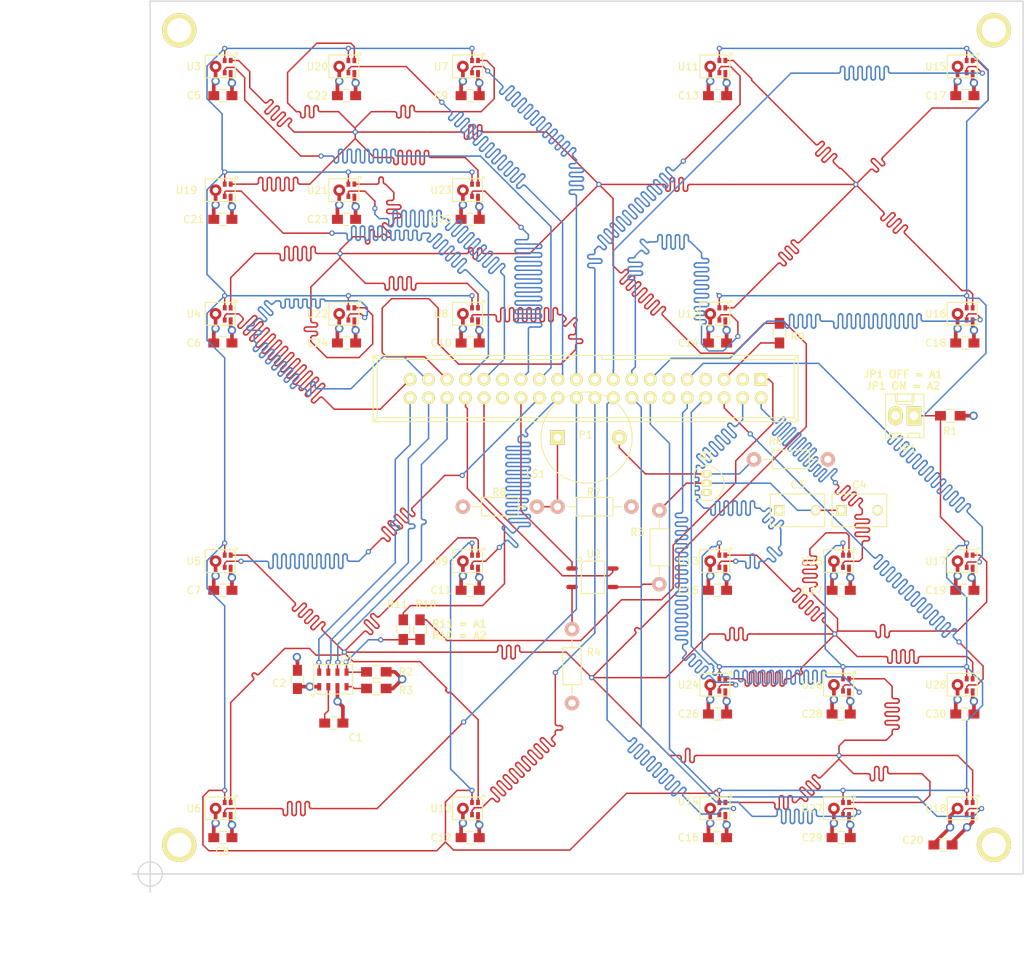
<source format=kicad_pcb>
(kicad_pcb (version 4) (host pcbnew 4.0.2-stable)
  (layers (0 F.Cu signal) (1 In1.Cu power) (2 In2.Cu power) (31 B.Cu signal) (34 B.Paste user) (35 F.Paste user) (36 B.SilkS user) (37 F.SilkS user) (38 B.Mask user) (39 F.Mask user) (44 Edge.Cuts user))
  (net 0 "")
  (net 1 "Net-(C1-Pad1)")
  (net 2 GND)
  (net 3 +3V3)
  (net 4 +5V)
  (net 5 "Net-(C3-Pad2)")
  (net 6 MDSEL)
  (net 7 "Net-(LS1-Pad2)")
  (net 8 "Net-(LS1-Pad1)")
  (net 9 /MAJOR_ARRAY/MD15)
  (net 10 /MAJOR_ARRAY/MD16)
  (net 11 MCLK_IN)
  (net 12 /MINOR_ARRAY_NW/MD17)
  (net 13 /MINOR_ARRAY_NW/MD18)
  (net 14 /MAJOR_ARRAY/MD1)
  (net 15 /MINOR_ARRAY_NW/MD19)
  (net 16 /MAJOR_ARRAY/MD2)
  (net 17 /MINOR_ARRAY_NW/MD20)
  (net 18 /MAJOR_ARRAY/MD3)
  (net 19 /MINOR_ARRAY_NW/MD21)
  (net 20 /MAJOR_ARRAY/MD4)
  (net 21 /MINOR_ARRAY_SE/MD22)
  (net 22 /MAJOR_ARRAY/MD5)
  (net 23 /MINOR_ARRAY_SE/MD23)
  (net 24 /MAJOR_ARRAY/MD6)
  (net 25 /MINOR_ARRAY_SE/MD24)
  (net 26 /MAJOR_ARRAY/MD7)
  (net 27 /MINOR_ARRAY_SE/MD25)
  (net 28 /MAJOR_ARRAY/MD8)
  (net 29 /MINOR_ARRAY_SE/MD26)
  (net 30 /MAJOR_ARRAY/MD9)
  (net 31 /USONIC_OUT/UOUT_EN)
  (net 32 /MAJOR_ARRAY/MD10)
  (net 33 /USONIC_OUT/UOUT_IN)
  (net 34 /MAJOR_ARRAY/MD11)
  (net 35 /BAROMETER/~TP_CS)
  (net 36 /MAJOR_ARRAY/MD12)
  (net 37 /BAROMETER/TP_SCLK)
  (net 38 /MAJOR_ARRAY/MD13)
  (net 39 /BAROMETER/TP_DIN)
  (net 40 /MAJOR_ARRAY/MD14)
  (net 41 /BAROMETER/TP_DOUT)
  (net 42 "Net-(R3-Pad2)")
  (net 43 "Net-(R4-Pad2)")
  (net 44 "Net-(R5-Pad2)")
  (net 45 "Net-(P1-Pad5)")
  (net 46 "Net-(P1-Pad1)")
  (net 47 "Net-(P1-Pad3)")
  (net 48 "Net-(P1-Pad7)")
  (net 49 "Net-(P1-Pad34)")
  (module Resistors_SMD:R_0805_HandSoldering (layer F.Cu) (at 121.09866 122.20614 180)
    (fp_text reference R2 (at -4.064 0 360) (layer F.SilkS))
    (fp_text value 10K)
    (pad 1 smd rect (at -1.35 0 180) (size 1.5 1.3) (layers F.Cu F.Paste F.Mask) (net 3 +3V3))
    (pad 2 smd rect (at 1.35 0 180) (size 1.5 1.3) (layers F.Cu F.Paste F.Mask) (net 35 /BAROMETER/~TP_CS))
  )
  (module Capacitors_SMD:C_0805_HandSoldering (layer F.Cu) (at 115.25 129.25)
    (fp_text reference C1 (at 3 2) (layer F.SilkS))
    (fp_text value 1UF)
    (pad 1 smd rect (at -1.25 0) (size 1.5 1.25) (layers F.Cu F.Paste F.Mask) (net 1 "Net-(C1-Pad1)"))
    (pad 2 smd rect (at 1.25 0) (size 1.5 1.25) (layers F.Cu F.Paste F.Mask) (net 2 GND))
  )
  (module Capacitors_SMD:C_0805_HandSoldering (layer F.Cu) (at 110.25 123.25 90)
    (fp_text reference C2 (at -0.5 -2.5 360) (layer F.SilkS))
    (fp_text value 1UF)
    (pad 1 smd rect (at -1.25 0 90) (size 1.5 1.25) (layers F.Cu F.Paste F.Mask) (net 3 +3V3))
    (pad 2 smd rect (at 1.25 0 90) (size 1.5 1.25) (layers F.Cu F.Paste F.Mask) (net 2 GND))
  )
  (module Capacitors_ThroughHole:C_Disc_D7.5_P5 (layer F.Cu) (at 176.5 100)
    (fp_text reference C3 (at 2.5 -3.5) (layer F.SilkS))
    (fp_text value 0.1UF)
    (pad 1 thru_hole rect (at 0 0) (size 1.4 1.4) (drill 0.9) (layers *.Cu *.Mask F.SilkS) (net 4 +5V))
    (pad 2 thru_hole circle (at 5 0) (size 1.4 1.4) (drill 0.9) (layers *.Cu *.Mask F.SilkS) (net 5 "Net-(C3-Pad2)"))
  )
  (module Capacitors_ThroughHole:C_Disc_D7.5_P5 (layer F.Cu) (at 185 100)
    (fp_text reference C4 (at 2.5 -3.5) (layer F.SilkS))
    (fp_text value 0.1UF)
    (pad 1 thru_hole rect (at 0 0) (size 1.4 1.4) (drill 0.9) (layers *.Cu *.Mask F.SilkS) (net 5 "Net-(C3-Pad2)"))
    (pad 2 thru_hole circle (at 5 0) (size 1.4 1.4) (drill 0.9) (layers *.Cu *.Mask F.SilkS) (net 2 GND))
  )
  (module Capacitors_SMD:C_0805_HandSoldering (layer F.Cu) (at 100 43 180)
    (fp_text reference C5 (at 4 0 180) (layer F.SilkS))
    (fp_text value 0.1UF)
    (pad 1 smd rect (at -1.25 0 180) (size 1.5 1.25) (layers F.Cu F.Paste F.Mask) (net 3 +3V3))
    (pad 2 smd rect (at 1.25 0 180) (size 1.5 1.25) (layers F.Cu F.Paste F.Mask) (net 2 GND))
  )
  (module Capacitors_SMD:C_0805_HandSoldering (layer F.Cu) (at 100 77 180)
    (fp_text reference C6 (at 4 0 180) (layer F.SilkS))
    (fp_text value 0.1UF)
    (pad 1 smd rect (at -1.25 0 180) (size 1.5 1.25) (layers F.Cu F.Paste F.Mask) (net 3 +3V3))
    (pad 2 smd rect (at 1.25 0 180) (size 1.5 1.25) (layers F.Cu F.Paste F.Mask) (net 2 GND))
  )
  (module Capacitors_SMD:C_0805_HandSoldering (layer F.Cu) (at 100 111 180)
    (fp_text reference C7 (at 4 0 180) (layer F.SilkS))
    (fp_text value 0.1UF)
    (pad 1 smd rect (at -1.25 0 180) (size 1.5 1.25) (layers F.Cu F.Paste F.Mask) (net 3 +3V3))
    (pad 2 smd rect (at 1.25 0 180) (size 1.5 1.25) (layers F.Cu F.Paste F.Mask) (net 2 GND))
  )
  (module Capacitors_SMD:C_0805_HandSoldering (layer F.Cu) (at 100 145 180)
    (fp_text reference C8 (at 0.06934 -1.90214 180) (layer F.SilkS))
    (fp_text value 0.1UF)
    (pad 1 smd rect (at -1.25 0 180) (size 1.5 1.25) (layers F.Cu F.Paste F.Mask) (net 3 +3V3))
    (pad 2 smd rect (at 1.25 0 180) (size 1.5 1.25) (layers F.Cu F.Paste F.Mask) (net 2 GND))
  )
  (module Capacitors_SMD:C_0805_HandSoldering (layer F.Cu) (at 134 43 180)
    (fp_text reference C9 (at 4 0 180) (layer F.SilkS))
    (fp_text value 0.1UF)
    (pad 1 smd rect (at -1.25 0 180) (size 1.5 1.25) (layers F.Cu F.Paste F.Mask) (net 3 +3V3))
    (pad 2 smd rect (at 1.25 0 180) (size 1.5 1.25) (layers F.Cu F.Paste F.Mask) (net 2 GND))
  )
  (module Capacitors_SMD:C_0805_HandSoldering (layer F.Cu) (at 134 77 180)
    (fp_text reference C10 (at 4 0 180) (layer F.SilkS))
    (fp_text value 0.1UF)
    (pad 1 smd rect (at -1.25 0 180) (size 1.5 1.25) (layers F.Cu F.Paste F.Mask) (net 3 +3V3))
    (pad 2 smd rect (at 1.25 0 180) (size 1.5 1.25) (layers F.Cu F.Paste F.Mask) (net 2 GND))
  )
  (module Capacitors_SMD:C_0805_HandSoldering (layer F.Cu) (at 134 111 180)
    (fp_text reference C11 (at 4 0 180) (layer F.SilkS))
    (fp_text value 0.1UF)
    (pad 1 smd rect (at -1.25 0 180) (size 1.5 1.25) (layers F.Cu F.Paste F.Mask) (net 3 +3V3))
    (pad 2 smd rect (at 1.25 0 180) (size 1.5 1.25) (layers F.Cu F.Paste F.Mask) (net 2 GND))
  )
  (module Capacitors_SMD:C_0805_HandSoldering (layer F.Cu) (at 134 145 180)
    (fp_text reference C12 (at 4 0 180) (layer F.SilkS))
    (fp_text value 0.1UF)
    (pad 1 smd rect (at -1.25 0 180) (size 1.5 1.25) (layers F.Cu F.Paste F.Mask) (net 3 +3V3))
    (pad 2 smd rect (at 1.25 0 180) (size 1.5 1.25) (layers F.Cu F.Paste F.Mask) (net 2 GND))
  )
  (module Capacitors_SMD:C_0805_HandSoldering (layer F.Cu) (at 168 43 180)
    (fp_text reference C13 (at 4 0 180) (layer F.SilkS))
    (fp_text value 0.1UF)
    (pad 1 smd rect (at -1.25 0 180) (size 1.5 1.25) (layers F.Cu F.Paste F.Mask) (net 3 +3V3))
    (pad 2 smd rect (at 1.25 0 180) (size 1.5 1.25) (layers F.Cu F.Paste F.Mask) (net 2 GND))
  )
  (module Capacitors_SMD:C_0805_HandSoldering (layer F.Cu) (at 168 77 180)
    (fp_text reference C14 (at 4 0 180) (layer F.SilkS))
    (fp_text value 0.1UF)
    (pad 1 smd rect (at -1.25 0 180) (size 1.5 1.25) (layers F.Cu F.Paste F.Mask) (net 3 +3V3))
    (pad 2 smd rect (at 1.25 0 180) (size 1.5 1.25) (layers F.Cu F.Paste F.Mask) (net 2 GND))
  )
  (module Capacitors_SMD:C_0805_HandSoldering (layer F.Cu) (at 168 111 180)
    (fp_text reference C15 (at 4 0 180) (layer F.SilkS))
    (fp_text value 0.1UF)
    (pad 1 smd rect (at -1.25 0 180) (size 1.5 1.25) (layers F.Cu F.Paste F.Mask) (net 3 +3V3))
    (pad 2 smd rect (at 1.25 0 180) (size 1.5 1.25) (layers F.Cu F.Paste F.Mask) (net 2 GND))
  )
  (module Capacitors_SMD:C_0805_HandSoldering (layer F.Cu) (at 168 145 180)
    (fp_text reference C16 (at 4 0 180) (layer F.SilkS))
    (fp_text value 0.1UF)
    (pad 1 smd rect (at -1.25 0 180) (size 1.5 1.25) (layers F.Cu F.Paste F.Mask) (net 3 +3V3))
    (pad 2 smd rect (at 1.25 0 180) (size 1.5 1.25) (layers F.Cu F.Paste F.Mask) (net 2 GND))
  )
  (module Capacitors_SMD:C_0805_HandSoldering (layer F.Cu) (at 202 43 180)
    (fp_text reference C17 (at 4 0 180) (layer F.SilkS))
    (fp_text value 0.1UF)
    (pad 1 smd rect (at -1.25 0 180) (size 1.5 1.25) (layers F.Cu F.Paste F.Mask) (net 3 +3V3))
    (pad 2 smd rect (at 1.25 0 180) (size 1.5 1.25) (layers F.Cu F.Paste F.Mask) (net 2 GND))
  )
  (module Capacitors_SMD:C_0805_HandSoldering (layer F.Cu) (at 202 77 180)
    (fp_text reference C18 (at 4 0 180) (layer F.SilkS))
    (fp_text value 0.1UF)
    (pad 1 smd rect (at -1.25 0 180) (size 1.5 1.25) (layers F.Cu F.Paste F.Mask) (net 3 +3V3))
    (pad 2 smd rect (at 1.25 0 180) (size 1.5 1.25) (layers F.Cu F.Paste F.Mask) (net 2 GND))
  )
  (module Capacitors_SMD:C_0805_HandSoldering (layer F.Cu) (at 202 111 180)
    (fp_text reference C19 (at 4 0 180) (layer F.SilkS))
    (fp_text value 0.1UF)
    (pad 1 smd rect (at -1.25 0 180) (size 1.5 1.25) (layers F.Cu F.Paste F.Mask) (net 3 +3V3))
    (pad 2 smd rect (at 1.25 0 180) (size 1.5 1.25) (layers F.Cu F.Paste F.Mask) (net 2 GND))
  )
  (module Capacitors_SMD:C_0805_HandSoldering (layer F.Cu) (at 199.00066 146.00214 180)
    (fp_text reference C20 (at 4.15 0.67 180) (layer F.SilkS))
    (fp_text value 0.1UF)
    (pad 1 smd rect (at -1.25 0 180) (size 1.5 1.25) (layers F.Cu F.Paste F.Mask) (net 3 +3V3))
    (pad 2 smd rect (at 1.25 0 180) (size 1.5 1.25) (layers F.Cu F.Paste F.Mask) (net 2 GND))
  )
  (module Capacitors_SMD:C_0805_HandSoldering (layer F.Cu) (at 100 60 180)
    (fp_text reference C21 (at 4 0 180) (layer F.SilkS))
    (fp_text value 0.1UF)
    (pad 1 smd rect (at -1.25 0 180) (size 1.5 1.25) (layers F.Cu F.Paste F.Mask) (net 3 +3V3))
    (pad 2 smd rect (at 1.25 0 180) (size 1.5 1.25) (layers F.Cu F.Paste F.Mask) (net 2 GND))
  )
  (module Capacitors_SMD:C_0805_HandSoldering (layer F.Cu) (at 117 43 180)
    (fp_text reference C22 (at 4 0 180) (layer F.SilkS))
    (fp_text value 0.1UF)
    (pad 1 smd rect (at -1.25 0 180) (size 1.5 1.25) (layers F.Cu F.Paste F.Mask) (net 3 +3V3))
    (pad 2 smd rect (at 1.25 0 180) (size 1.5 1.25) (layers F.Cu F.Paste F.Mask) (net 2 GND))
  )
  (module Capacitors_SMD:C_0805_HandSoldering (layer F.Cu) (at 117 60 180)
    (fp_text reference C23 (at 4 0 180) (layer F.SilkS))
    (fp_text value 0.1UF)
    (pad 1 smd rect (at -1.25 0 180) (size 1.5 1.25) (layers F.Cu F.Paste F.Mask) (net 3 +3V3))
    (pad 2 smd rect (at 1.25 0 180) (size 1.5 1.25) (layers F.Cu F.Paste F.Mask) (net 2 GND))
  )
  (module Capacitors_SMD:C_0805_HandSoldering (layer F.Cu) (at 117 77 180)
    (fp_text reference C24 (at 4 0 180) (layer F.SilkS))
    (fp_text value 0.1UF)
    (pad 1 smd rect (at -1.25 0 180) (size 1.5 1.25) (layers F.Cu F.Paste F.Mask) (net 3 +3V3))
    (pad 2 smd rect (at 1.25 0 180) (size 1.5 1.25) (layers F.Cu F.Paste F.Mask) (net 2 GND))
  )
  (module Capacitors_SMD:C_0805_HandSoldering (layer F.Cu) (at 134 60 180)
    (fp_text reference C25 (at 4 0 180) (layer F.SilkS))
    (fp_text value 0.1UF)
    (pad 1 smd rect (at -1.25 0 180) (size 1.5 1.25) (layers F.Cu F.Paste F.Mask) (net 3 +3V3))
    (pad 2 smd rect (at 1.25 0 180) (size 1.5 1.25) (layers F.Cu F.Paste F.Mask) (net 2 GND))
  )
  (module Capacitors_SMD:C_0805_HandSoldering (layer F.Cu) (at 168 128 180)
    (fp_text reference C26 (at 4 0 180) (layer F.SilkS))
    (fp_text value 0.1UF)
    (pad 1 smd rect (at -1.25 0 180) (size 1.5 1.25) (layers F.Cu F.Paste F.Mask) (net 3 +3V3))
    (pad 2 smd rect (at 1.25 0 180) (size 1.5 1.25) (layers F.Cu F.Paste F.Mask) (net 2 GND))
  )
  (module Capacitors_SMD:C_0805_HandSoldering (layer F.Cu) (at 185 111 180)
    (fp_text reference C27 (at 4 0 180) (layer F.SilkS))
    (fp_text value 0.1UF)
    (pad 1 smd rect (at -1.25 0 180) (size 1.5 1.25) (layers F.Cu F.Paste F.Mask) (net 3 +3V3))
    (pad 2 smd rect (at 1.25 0 180) (size 1.5 1.25) (layers F.Cu F.Paste F.Mask) (net 2 GND))
  )
  (module Capacitors_SMD:C_0805_HandSoldering (layer F.Cu) (at 185 128 180)
    (fp_text reference C28 (at 4 0 180) (layer F.SilkS))
    (fp_text value 0.1UF)
    (pad 1 smd rect (at -1.25 0 180) (size 1.5 1.25) (layers F.Cu F.Paste F.Mask) (net 3 +3V3))
    (pad 2 smd rect (at 1.25 0 180) (size 1.5 1.25) (layers F.Cu F.Paste F.Mask) (net 2 GND))
  )
  (module Capacitors_SMD:C_0805_HandSoldering (layer F.Cu) (at 185 145 180)
    (fp_text reference C29 (at 4 0 180) (layer F.SilkS))
    (fp_text value 0.1UF)
    (pad 1 smd rect (at -1.25 0 180) (size 1.5 1.25) (layers F.Cu F.Paste F.Mask) (net 3 +3V3))
    (pad 2 smd rect (at 1.25 0 180) (size 1.5 1.25) (layers F.Cu F.Paste F.Mask) (net 2 GND))
  )
  (module Capacitors_SMD:C_0805_HandSoldering (layer F.Cu) (at 202 128 180)
    (fp_text reference C30 (at 4 0 180) (layer F.SilkS))
    (fp_text value 0.1UF)
    (pad 1 smd rect (at -1.25 0 180) (size 1.5 1.25) (layers F.Cu F.Paste F.Mask) (net 3 +3V3))
    (pad 2 smd rect (at 1.25 0 180) (size 1.5 1.25) (layers F.Cu F.Paste F.Mask) (net 2 GND))
  )
  (module Connectors_Molex:Molex_KK-6410-02_02x2.54mm_Straight (layer F.Cu) (at 195.00066 87.00214 180)
    (fp_text reference JP1 (at 1 -4.5 180) (layer F.SilkS))
    (fp_text value CONN_01X02)
    (pad 1 thru_hole rect (at 0 0 180) (size 2 2.6) (drill 1.2) (layers *.Cu *.Mask F.SilkS) (net 6 MDSEL))
    (pad 2 thru_hole oval (at 2.54 0 180) (size 2 2.6) (drill 1.2) (layers *.Cu *.Mask F.SilkS) (net 2 GND))
  )
  (module Connect:IDC_Header_Straight_40pins (layer F.Cu) (at 174 82 180)
    (fp_text reference P1 (at 24.13 -7.62 180) (layer F.SilkS))
    (fp_text value CONN_02X20)
    (pad 1 thru_hole rect (at 0 0 180) (size 1.7272 1.7272) (drill 1.016) (layers *.Cu *.Mask F.SilkS) (net 46 "Net-(P1-Pad1)"))
    (pad 2 thru_hole oval (at 0 -2.54 180) (size 1.7272 1.7272) (drill 1.016) (layers *.Cu *.Mask F.SilkS) (net 23 /MINOR_ARRAY_SE/MD23))
    (pad 3 thru_hole oval (at 2.54 0 180) (size 1.7272 1.7272) (drill 1.016) (layers *.Cu *.Mask F.SilkS) (net 47 "Net-(P1-Pad3)"))
    (pad 4 thru_hole oval (at 2.54 -2.54 180) (size 1.7272 1.7272) (drill 1.016) (layers *.Cu *.Mask F.SilkS) (net 34 /MAJOR_ARRAY/MD11))
    (pad 5 thru_hole oval (at 5.08 0 180) (size 1.7272 1.7272) (drill 1.016) (layers *.Cu *.Mask F.SilkS) (net 45 "Net-(P1-Pad5)"))
    (pad 6 thru_hole oval (at 5.08 -2.54 180) (size 1.7272 1.7272) (drill 1.016) (layers *.Cu *.Mask F.SilkS) (net 29 /MINOR_ARRAY_SE/MD26))
    (pad 7 thru_hole oval (at 7.62 0 180) (size 1.7272 1.7272) (drill 1.016) (layers *.Cu *.Mask F.SilkS) (net 48 "Net-(P1-Pad7)"))
    (pad 8 thru_hole oval (at 7.62 -2.54 180) (size 1.7272 1.7272) (drill 1.016) (layers *.Cu *.Mask F.SilkS) (net 25 /MINOR_ARRAY_SE/MD24))
    (pad 9 thru_hole oval (at 10.16 0 180) (size 1.7272 1.7272) (drill 1.016) (layers *.Cu *.Mask F.SilkS) (net 9 /MAJOR_ARRAY/MD15))
    (pad 10 thru_hole oval (at 10.16 -2.54 180) (size 1.7272 1.7272) (drill 1.016) (layers *.Cu *.Mask F.SilkS) (net 21 /MINOR_ARRAY_SE/MD22))
    (pad 11 thru_hole oval (at 12.7 0 180) (size 1.7272 1.7272) (drill 1.016) (layers *.Cu *.Mask F.SilkS) (net 4 +5V))
    (pad 12 thru_hole oval (at 12.7 -2.54 180) (size 1.7272 1.7272) (drill 1.016) (layers *.Cu *.Mask F.SilkS) (net 2 GND))
    (pad 13 thru_hole oval (at 15.24 0 180) (size 1.7272 1.7272) (drill 1.016) (layers *.Cu *.Mask F.SilkS) (net 40 /MAJOR_ARRAY/MD14))
    (pad 14 thru_hole oval (at 15.24 -2.54 180) (size 1.7272 1.7272) (drill 1.016) (layers *.Cu *.Mask F.SilkS) (net 10 /MAJOR_ARRAY/MD16))
    (pad 15 thru_hole oval (at 17.78 0 180) (size 1.7272 1.7272) (drill 1.016) (layers *.Cu *.Mask F.SilkS) (net 32 /MAJOR_ARRAY/MD10))
    (pad 16 thru_hole oval (at 17.78 -2.54 180) (size 1.7272 1.7272) (drill 1.016) (layers *.Cu *.Mask F.SilkS) (net 27 /MINOR_ARRAY_SE/MD25))
    (pad 17 thru_hole oval (at 20.32 0 180) (size 1.7272 1.7272) (drill 1.016) (layers *.Cu *.Mask F.SilkS) (net 38 /MAJOR_ARRAY/MD13))
    (pad 18 thru_hole oval (at 20.32 -2.54 180) (size 1.7272 1.7272) (drill 1.016) (layers *.Cu *.Mask F.SilkS) (net 36 /MAJOR_ARRAY/MD12))
    (pad 19 thru_hole oval (at 22.86 0 180) (size 1.7272 1.7272) (drill 1.016) (layers *.Cu *.Mask F.SilkS) (net 30 /MAJOR_ARRAY/MD9))
    (pad 20 thru_hole oval (at 22.86 -2.54 180) (size 1.7272 1.7272) (drill 1.016) (layers *.Cu *.Mask F.SilkS) (net 28 /MAJOR_ARRAY/MD8))
    (pad 21 thru_hole oval (at 25.4 0 180) (size 1.7272 1.7272) (drill 1.016) (layers *.Cu *.Mask F.SilkS) (net 22 /MAJOR_ARRAY/MD5))
    (pad 22 thru_hole oval (at 25.4 -2.54 180) (size 1.7272 1.7272) (drill 1.016) (layers *.Cu *.Mask F.SilkS) (net 20 /MAJOR_ARRAY/MD4))
    (pad 23 thru_hole oval (at 27.94 0 180) (size 1.7272 1.7272) (drill 1.016) (layers *.Cu *.Mask F.SilkS) (net 13 /MINOR_ARRAY_NW/MD18))
    (pad 24 thru_hole oval (at 27.94 -2.54 180) (size 1.7272 1.7272) (drill 1.016) (layers *.Cu *.Mask F.SilkS) (net 26 /MAJOR_ARRAY/MD7))
    (pad 25 thru_hole oval (at 30.48 0 180) (size 1.7272 1.7272) (drill 1.016) (layers *.Cu *.Mask F.SilkS) (net 14 /MAJOR_ARRAY/MD1))
    (pad 26 thru_hole oval (at 30.48 -2.54 180) (size 1.7272 1.7272) (drill 1.016) (layers *.Cu *.Mask F.SilkS) (net 18 /MAJOR_ARRAY/MD3))
    (pad 27 thru_hole oval (at 33.02 0 180) (size 1.7272 1.7272) (drill 1.016) (layers *.Cu *.Mask F.SilkS) (net 19 /MINOR_ARRAY_NW/MD21))
    (pad 28 thru_hole oval (at 33.02 -2.54 180) (size 1.7272 1.7272) (drill 1.016) (layers *.Cu *.Mask F.SilkS) (net 31 /USONIC_OUT/UOUT_EN))
    (pad 29 thru_hole oval (at 35.56 0 180) (size 1.7272 1.7272) (drill 1.016) (layers *.Cu *.Mask F.SilkS) (net 3 +3V3))
    (pad 30 thru_hole oval (at 35.56 -2.54 180) (size 1.7272 1.7272) (drill 1.016) (layers *.Cu *.Mask F.SilkS) (net 2 GND))
    (pad 31 thru_hole oval (at 38.1 0 180) (size 1.7272 1.7272) (drill 1.016) (layers *.Cu *.Mask F.SilkS) (net 15 /MINOR_ARRAY_NW/MD19))
    (pad 32 thru_hole oval (at 38.1 -2.54 180) (size 1.7272 1.7272) (drill 1.016) (layers *.Cu *.Mask F.SilkS) (net 33 /USONIC_OUT/UOUT_IN))
    (pad 33 thru_hole oval (at 40.64 0 180) (size 1.7272 1.7272) (drill 1.016) (layers *.Cu *.Mask F.SilkS) (net 12 /MINOR_ARRAY_NW/MD17))
    (pad 34 thru_hole oval (at 40.64 -2.54 180) (size 1.7272 1.7272) (drill 1.016) (layers *.Cu *.Mask F.SilkS) (net 49 "Net-(P1-Pad34)"))
    (pad 35 thru_hole oval (at 43.18 0 180) (size 1.7272 1.7272) (drill 1.016) (layers *.Cu *.Mask F.SilkS) (net 24 /MAJOR_ARRAY/MD6))
    (pad 36 thru_hole oval (at 43.18 -2.54 180) (size 1.7272 1.7272) (drill 1.016) (layers *.Cu *.Mask F.SilkS) (net 41 /BAROMETER/TP_DOUT))
    (pad 37 thru_hole oval (at 45.72 0 180) (size 1.7272 1.7272) (drill 1.016) (layers *.Cu *.Mask F.SilkS) (net 17 /MINOR_ARRAY_NW/MD20))
    (pad 38 thru_hole oval (at 45.72 -2.54 180) (size 1.7272 1.7272) (drill 1.016) (layers *.Cu *.Mask F.SilkS) (net 39 /BAROMETER/TP_DIN))
    (pad 39 thru_hole oval (at 48.26 0 180) (size 1.7272 1.7272) (drill 1.016) (layers *.Cu *.Mask F.SilkS) (net 16 /MAJOR_ARRAY/MD2))
    (pad 40 thru_hole oval (at 48.26 -2.54 180) (size 1.7272 1.7272) (drill 1.016) (layers *.Cu *.Mask F.SilkS) (net 37 /BAROMETER/TP_SCLK))
  )
  (module TO_SOT_Packages_THT:TO-92_Inline_Narrow_Oval (layer F.Cu) (at 166.5 95 270)
    (fp_text reference Q1 (at -2.5 0 360) (layer F.SilkS))
    (fp_text value BC337)
    (pad 2 thru_hole oval (at 1.27 0 90) (size 0.89916 1.50114) (drill 0.6) (layers *.Cu *.Mask F.SilkS) (net 5 "Net-(C3-Pad2)"))
    (pad 3 thru_hole oval (at 2.54 0 90) (size 0.89916 1.50114) (drill 0.6) (layers *.Cu *.Mask F.SilkS) (net 2 GND))
    (pad 1 thru_hole oval (at 0 0 90) (size 0.89916 1.50114) (drill 0.6) (layers *.Cu *.Mask F.SilkS) (net 7 "Net-(LS1-Pad2)"))
  )
  (module Resistors_SMD:R_0805_HandSoldering (layer F.Cu) (at 200.00066 87.00214 180)
    (fp_text reference R1 (at 0 -2.1 180) (layer F.SilkS))
    (fp_text value 10K)
    (pad 1 smd rect (at -1.35 0 180) (size 1.5 1.3) (layers F.Cu F.Paste F.Mask) (net 3 +3V3))
    (pad 2 smd rect (at 1.35 0 180) (size 1.5 1.3) (layers F.Cu F.Paste F.Mask) (net 6 MDSEL))
  )
  (module Resistors_SMD:R_0805_HandSoldering (layer F.Cu) (at 121.09866 124.49214 180)
    (fp_text reference R3 (at -4.064 -0.254 360) (layer F.SilkS))
    (fp_text value 10K)
    (pad 1 smd rect (at -1.35 0 180) (size 1.5 1.3) (layers F.Cu F.Paste F.Mask) (net 3 +3V3))
    (pad 2 smd rect (at 1.35 0 180) (size 1.5 1.3) (layers F.Cu F.Paste F.Mask) (net 42 "Net-(R3-Pad2)"))
  )
  (module Resistors_ThroughHole:Resistor_Horizontal_RM10mm (layer F.Cu) (at 148 126.5 90)
    (fp_text reference R4 (at 7 3 180) (layer F.SilkS))
    (fp_text value 425)
    (pad 1 thru_hole circle (at 0 0 90) (size 1.99898 1.99898) (drill 1.00076) (layers *.Cu *.SilkS *.Mask) (net 2 GND))
    (pad 2 thru_hole circle (at 10.16 0 90) (size 1.99898 1.99898) (drill 1.00076) (layers *.Cu *.SilkS *.Mask) (net 43 "Net-(R4-Pad2)"))
  )
  (module Resistors_ThroughHole:Resistor_Horizontal_RM10mm (layer F.Cu) (at 160 100 270)
    (fp_text reference R5 (at 3 3 360) (layer F.SilkS))
    (fp_text value 10K)
    (pad 1 thru_hole circle (at 0 0 270) (size 1.99898 1.99898) (drill 1.00076) (layers *.Cu *.SilkS *.Mask) (net 5 "Net-(C3-Pad2)"))
    (pad 2 thru_hole circle (at 10.16 0 270) (size 1.99898 1.99898) (drill 1.00076) (layers *.Cu *.SilkS *.Mask) (net 44 "Net-(R5-Pad2)"))
  )
  (module Resistors_ThroughHole:Resistor_Horizontal_RM10mm (layer F.Cu) (at 173 93)
    (fp_text reference R6 (at 3 -2.5) (layer F.SilkS))
    (fp_text value 390)
    (pad 1 thru_hole circle (at 0 0) (size 1.99898 1.99898) (drill 1.00076) (layers *.Cu *.SilkS *.Mask) (net 7 "Net-(LS1-Pad2)"))
    (pad 2 thru_hole circle (at 10.16 0) (size 1.99898 1.99898) (drill 1.00076) (layers *.Cu *.SilkS *.Mask) (net 4 +5V))
  )
  (module Resistors_ThroughHole:Resistor_Horizontal_RM10mm (layer F.Cu) (at 146 99.5)
    (fp_text reference R7 (at 5 -2) (layer F.SilkS))
    (fp_text value 220)
    (pad 1 thru_hole circle (at 0 0) (size 1.99898 1.99898) (drill 1.00076) (layers *.Cu *.SilkS *.Mask) (net 8 "Net-(LS1-Pad1)"))
    (pad 2 thru_hole circle (at 10.16 0) (size 1.99898 1.99898) (drill 1.00076) (layers *.Cu *.SilkS *.Mask) (net 4 +5V))
  )
  (module Resistors_ThroughHole:Resistor_Horizontal_RM10mm (layer F.Cu) (at 133 99.5)
    (fp_text reference R8 (at 5 -2) (layer F.SilkS))
    (fp_text value 220)
    (pad 1 thru_hole circle (at 0 0) (size 1.99898 1.99898) (drill 1.00076) (layers *.Cu *.SilkS *.Mask) (net 2 GND))
    (pad 2 thru_hole circle (at 10.16 0) (size 1.99898 1.99898) (drill 1.00076) (layers *.Cu *.SilkS *.Mask) (net 8 "Net-(LS1-Pad1)"))
  )
  (module USCAM:LGA8 (layer F.Cu) (at 113.25 124.25)
    (fp_text reference U1 (at 3.78466 -3.82186) (layer F.SilkS))
    (fp_text value MPL115A1 hide)
    (pad 8 smd rect (at 0 -2) (size 0.55 1) (layers F.Cu F.Paste F.Mask) (net 37 /BAROMETER/TP_SCLK))
    (pad 7 smd rect (at 1.25 -2) (size 0.55 1) (layers F.Cu F.Paste F.Mask) (net 39 /BAROMETER/TP_DIN))
    (pad 6 smd rect (at 2.5 -2) (size 0.55 1) (layers F.Cu F.Paste F.Mask) (net 41 /BAROMETER/TP_DOUT))
    (pad 5 smd rect (at 3.75 -2) (size 0.55 1) (layers F.Cu F.Paste F.Mask) (net 35 /BAROMETER/~TP_CS))
    (pad 4 smd rect (at 3.75 0) (size 0.55 1) (layers F.Cu F.Paste F.Mask) (net 42 "Net-(R3-Pad2)"))
    (pad 3 smd rect (at 2.5 0) (size 0.55 1) (layers F.Cu F.Paste F.Mask) (net 2 GND))
    (pad 2 smd rect (at 1.25 0) (size 0.55 1) (layers F.Cu F.Paste F.Mask) (net 1 "Net-(C1-Pad1)"))
    (pad 1 smd rect (at 0 0) (size 0.55 1) (layers F.Cu F.Paste F.Mask) (net 3 +3V3))
  )
  (module USCAM:SOP4_HS (layer F.Cu) (at 148 108 270)
    (fp_text reference U2 (at -2 -3 360) (layer F.SilkS))
    (fp_text value CPC1025N hide)
    (pad 4 smd oval (at 0 -5.6 270) (size 0.6 1.6) (layers F.Cu F.Paste F.Mask) (net 33 /USONIC_OUT/UOUT_IN))
    (pad 3 smd oval (at 2.54 -5.6 270) (size 0.6 1.6) (layers F.Cu F.Paste F.Mask) (net 44 "Net-(R5-Pad2)"))
    (pad 2 smd oval (at 2.54 0 270) (size 0.6 1.6) (layers F.Cu F.Paste F.Mask) (net 43 "Net-(R4-Pad2)"))
    (pad 1 smd oval (at 0 0 270) (size 0.6 1.6) (layers F.Cu F.Paste F.Mask) (net 31 /USONIC_OUT/UOUT_EN))
  )
  (module USCAM:SPH0641LU4H-1 (layer F.Cu) (at 99 39 180)
    (fp_text reference U3 (at 3 0 180) (layer F.SilkS))
    (fp_text value SPH0641LU4H-1 hide)
    (pad 4 smd rect (at -1.252 -0.8375 180) (size 0.522 0.725) (layers F.Cu F.Paste F.Mask) (net 14 /MAJOR_ARRAY/MD1))
    (pad 5 smd rect (at -2.074 -0.8375 180) (size 0.522 0.725) (layers F.Cu F.Paste F.Mask) (net 3 +3V3))
    (pad 2 smd rect (at -1.252 0.8375 180) (size 0.522 0.725) (layers F.Cu F.Paste F.Mask) (net 6 MDSEL))
    (pad 1 smd rect (at -2.074 0.8375 180) (size 0.522 0.725) (layers F.Cu F.Paste F.Mask) (net 11 MCLK_IN))
    (pad 3 smd circle (at 0 0 180) (size 1.625 1.625) (layers F.Cu F.Paste F.Mask) (net 2 GND))
    (pad "" np_thru_hole circle (at 0 0 180) (size 0.8 0.8) (drill 0.8) (layers F.Cu F.Mask))
  )
  (module USCAM:SPH0641LU4H-1 (layer F.Cu) (at 99 73 180)
    (fp_text reference U4 (at 3 0 180) (layer F.SilkS))
    (fp_text value SPH0641LU4H-1 hide)
    (pad 4 smd rect (at -1.252 -0.8375 180) (size 0.522 0.725) (layers F.Cu F.Paste F.Mask) (net 16 /MAJOR_ARRAY/MD2))
    (pad 5 smd rect (at -2.074 -0.8375 180) (size 0.522 0.725) (layers F.Cu F.Paste F.Mask) (net 3 +3V3))
    (pad 2 smd rect (at -1.252 0.8375 180) (size 0.522 0.725) (layers F.Cu F.Paste F.Mask) (net 6 MDSEL))
    (pad 1 smd rect (at -2.074 0.8375 180) (size 0.522 0.725) (layers F.Cu F.Paste F.Mask) (net 11 MCLK_IN))
    (pad 3 smd circle (at 0 0 180) (size 1.625 1.625) (layers F.Cu F.Paste F.Mask) (net 2 GND))
    (pad "" np_thru_hole circle (at 0 0 180) (size 0.8 0.8) (drill 0.8) (layers F.Cu F.Mask))
  )
  (module USCAM:SPH0641LU4H-1 (layer F.Cu) (at 99 107 180)
    (fp_text reference U5 (at 3 0 180) (layer F.SilkS))
    (fp_text value SPH0641LU4H-1 hide)
    (pad 4 smd rect (at -1.252 -0.8375 180) (size 0.522 0.725) (layers F.Cu F.Paste F.Mask) (net 18 /MAJOR_ARRAY/MD3))
    (pad 5 smd rect (at -2.074 -0.8375 180) (size 0.522 0.725) (layers F.Cu F.Paste F.Mask) (net 3 +3V3))
    (pad 2 smd rect (at -1.252 0.8375 180) (size 0.522 0.725) (layers F.Cu F.Paste F.Mask) (net 6 MDSEL))
    (pad 1 smd rect (at -2.074 0.8375 180) (size 0.522 0.725) (layers F.Cu F.Paste F.Mask) (net 11 MCLK_IN))
    (pad 3 smd circle (at 0 0 180) (size 1.625 1.625) (layers F.Cu F.Paste F.Mask) (net 2 GND))
    (pad "" np_thru_hole circle (at 0 0 180) (size 0.8 0.8) (drill 0.8) (layers F.Cu F.Mask))
  )
  (module USCAM:SPH0641LU4H-1 (layer F.Cu) (at 99 141 180)
    (fp_text reference U6 (at 3 0 180) (layer F.SilkS))
    (fp_text value SPH0641LU4H-1 hide)
    (pad 4 smd rect (at -1.252 -0.8375 180) (size 0.522 0.725) (layers F.Cu F.Paste F.Mask) (net 20 /MAJOR_ARRAY/MD4))
    (pad 5 smd rect (at -2.074 -0.8375 180) (size 0.522 0.725) (layers F.Cu F.Paste F.Mask) (net 3 +3V3))
    (pad 2 smd rect (at -1.252 0.8375 180) (size 0.522 0.725) (layers F.Cu F.Paste F.Mask) (net 6 MDSEL))
    (pad 1 smd rect (at -2.074 0.8375 180) (size 0.522 0.725) (layers F.Cu F.Paste F.Mask) (net 11 MCLK_IN))
    (pad 3 smd circle (at 0 0 180) (size 1.625 1.625) (layers F.Cu F.Paste F.Mask) (net 2 GND))
    (pad "" np_thru_hole circle (at 0 0 180) (size 0.8 0.8) (drill 0.8) (layers F.Cu F.Mask))
  )
  (module USCAM:SPH0641LU4H-1 (layer F.Cu) (at 133 39 180)
    (fp_text reference U7 (at 3 0 180) (layer F.SilkS))
    (fp_text value SPH0641LU4H-1 hide)
    (pad 4 smd rect (at -1.252 -0.8375 180) (size 0.522 0.725) (layers F.Cu F.Paste F.Mask) (net 22 /MAJOR_ARRAY/MD5))
    (pad 5 smd rect (at -2.074 -0.8375 180) (size 0.522 0.725) (layers F.Cu F.Paste F.Mask) (net 3 +3V3))
    (pad 2 smd rect (at -1.252 0.8375 180) (size 0.522 0.725) (layers F.Cu F.Paste F.Mask) (net 6 MDSEL))
    (pad 1 smd rect (at -2.074 0.8375 180) (size 0.522 0.725) (layers F.Cu F.Paste F.Mask) (net 11 MCLK_IN))
    (pad 3 smd circle (at 0 0 180) (size 1.625 1.625) (layers F.Cu F.Paste F.Mask) (net 2 GND))
    (pad "" np_thru_hole circle (at 0 0 180) (size 0.8 0.8) (drill 0.8) (layers F.Cu F.Mask))
  )
  (module USCAM:SPH0641LU4H-1 (layer F.Cu) (at 133 73 180)
    (fp_text reference U8 (at 3 0 180) (layer F.SilkS))
    (fp_text value SPH0641LU4H-1 hide)
    (pad 4 smd rect (at -1.252 -0.8375 180) (size 0.522 0.725) (layers F.Cu F.Paste F.Mask) (net 24 /MAJOR_ARRAY/MD6))
    (pad 5 smd rect (at -2.074 -0.8375 180) (size 0.522 0.725) (layers F.Cu F.Paste F.Mask) (net 3 +3V3))
    (pad 2 smd rect (at -1.252 0.8375 180) (size 0.522 0.725) (layers F.Cu F.Paste F.Mask) (net 6 MDSEL))
    (pad 1 smd rect (at -2.074 0.8375 180) (size 0.522 0.725) (layers F.Cu F.Paste F.Mask) (net 11 MCLK_IN))
    (pad 3 smd circle (at 0 0 180) (size 1.625 1.625) (layers F.Cu F.Paste F.Mask) (net 2 GND))
    (pad "" np_thru_hole circle (at 0 0 180) (size 0.8 0.8) (drill 0.8) (layers F.Cu F.Mask))
  )
  (module USCAM:SPH0641LU4H-1 (layer F.Cu) (at 133 107 180)
    (fp_text reference U9 (at 3 0 180) (layer F.SilkS))
    (fp_text value SPH0641LU4H-1 hide)
    (pad 4 smd rect (at -1.252 -0.8375 180) (size 0.522 0.725) (layers F.Cu F.Paste F.Mask) (net 26 /MAJOR_ARRAY/MD7))
    (pad 5 smd rect (at -2.074 -0.8375 180) (size 0.522 0.725) (layers F.Cu F.Paste F.Mask) (net 3 +3V3))
    (pad 2 smd rect (at -1.252 0.8375 180) (size 0.522 0.725) (layers F.Cu F.Paste F.Mask) (net 6 MDSEL))
    (pad 1 smd rect (at -2.074 0.8375 180) (size 0.522 0.725) (layers F.Cu F.Paste F.Mask) (net 11 MCLK_IN))
    (pad 3 smd circle (at 0 0 180) (size 1.625 1.625) (layers F.Cu F.Paste F.Mask) (net 2 GND))
    (pad "" np_thru_hole circle (at 0 0 180) (size 0.8 0.8) (drill 0.8) (layers F.Cu F.Mask))
  )
  (module USCAM:SPH0641LU4H-1 (layer F.Cu) (at 133 141 180)
    (fp_text reference U10 (at 3 0 180) (layer F.SilkS))
    (fp_text value SPH0641LU4H-1 hide)
    (pad 4 smd rect (at -1.252 -0.8375 180) (size 0.522 0.725) (layers F.Cu F.Paste F.Mask) (net 28 /MAJOR_ARRAY/MD8))
    (pad 5 smd rect (at -2.074 -0.8375 180) (size 0.522 0.725) (layers F.Cu F.Paste F.Mask) (net 3 +3V3))
    (pad 2 smd rect (at -1.252 0.8375 180) (size 0.522 0.725) (layers F.Cu F.Paste F.Mask) (net 6 MDSEL))
    (pad 1 smd rect (at -2.074 0.8375 180) (size 0.522 0.725) (layers F.Cu F.Paste F.Mask) (net 11 MCLK_IN))
    (pad 3 smd circle (at 0 0 180) (size 1.625 1.625) (layers F.Cu F.Paste F.Mask) (net 2 GND))
    (pad "" np_thru_hole circle (at 0 0 180) (size 0.8 0.8) (drill 0.8) (layers F.Cu F.Mask))
  )
  (module USCAM:SPH0641LU4H-1 (layer F.Cu) (at 167 39 180)
    (fp_text reference U11 (at 3 0 180) (layer F.SilkS))
    (fp_text value SPH0641LU4H-1 hide)
    (pad 4 smd rect (at -1.252 -0.8375 180) (size 0.522 0.725) (layers F.Cu F.Paste F.Mask) (net 30 /MAJOR_ARRAY/MD9))
    (pad 5 smd rect (at -2.074 -0.8375 180) (size 0.522 0.725) (layers F.Cu F.Paste F.Mask) (net 3 +3V3))
    (pad 2 smd rect (at -1.252 0.8375 180) (size 0.522 0.725) (layers F.Cu F.Paste F.Mask) (net 6 MDSEL))
    (pad 1 smd rect (at -2.074 0.8375 180) (size 0.522 0.725) (layers F.Cu F.Paste F.Mask) (net 11 MCLK_IN))
    (pad 3 smd circle (at 0 0 180) (size 1.625 1.625) (layers F.Cu F.Paste F.Mask) (net 2 GND))
    (pad "" np_thru_hole circle (at 0 0 180) (size 0.8 0.8) (drill 0.8) (layers F.Cu F.Mask))
  )
  (module USCAM:SPH0641LU4H-1 (layer F.Cu) (at 167 73 180)
    (fp_text reference U12 (at 3 0 180) (layer F.SilkS))
    (fp_text value SPH0641LU4H-1 hide)
    (pad 4 smd rect (at -1.252 -0.8375 180) (size 0.522 0.725) (layers F.Cu F.Paste F.Mask) (net 32 /MAJOR_ARRAY/MD10))
    (pad 5 smd rect (at -2.074 -0.8375 180) (size 0.522 0.725) (layers F.Cu F.Paste F.Mask) (net 3 +3V3))
    (pad 2 smd rect (at -1.252 0.8375 180) (size 0.522 0.725) (layers F.Cu F.Paste F.Mask) (net 6 MDSEL))
    (pad 1 smd rect (at -2.074 0.8375 180) (size 0.522 0.725) (layers F.Cu F.Paste F.Mask) (net 11 MCLK_IN))
    (pad 3 smd circle (at 0 0 180) (size 1.625 1.625) (layers F.Cu F.Paste F.Mask) (net 2 GND))
    (pad "" np_thru_hole circle (at 0 0 180) (size 0.8 0.8) (drill 0.8) (layers F.Cu F.Mask))
  )
  (module USCAM:SPH0641LU4H-1 (layer F.Cu) (at 167 107 180)
    (fp_text reference U13 (at 3 0 180) (layer F.SilkS))
    (fp_text value SPH0641LU4H-1 hide)
    (pad 4 smd rect (at -1.252 -0.8375 180) (size 0.522 0.725) (layers F.Cu F.Paste F.Mask) (net 34 /MAJOR_ARRAY/MD11))
    (pad 5 smd rect (at -2.074 -0.8375 180) (size 0.522 0.725) (layers F.Cu F.Paste F.Mask) (net 3 +3V3))
    (pad 2 smd rect (at -1.252 0.8375 180) (size 0.522 0.725) (layers F.Cu F.Paste F.Mask) (net 6 MDSEL))
    (pad 1 smd rect (at -2.074 0.8375 180) (size 0.522 0.725) (layers F.Cu F.Paste F.Mask) (net 11 MCLK_IN))
    (pad 3 smd circle (at 0 0 180) (size 1.625 1.625) (layers F.Cu F.Paste F.Mask) (net 2 GND))
    (pad "" np_thru_hole circle (at 0 0 180) (size 0.8 0.8) (drill 0.8) (layers F.Cu F.Mask))
  )
  (module USCAM:SPH0641LU4H-1 (layer F.Cu) (at 167 141 180)
    (fp_text reference U14 (at 3 1 180) (layer F.SilkS))
    (fp_text value SPH0641LU4H-1 hide)
    (pad 4 smd rect (at -1.252 -0.8375 180) (size 0.522 0.725) (layers F.Cu F.Paste F.Mask) (net 36 /MAJOR_ARRAY/MD12))
    (pad 5 smd rect (at -2.074 -0.8375 180) (size 0.522 0.725) (layers F.Cu F.Paste F.Mask) (net 3 +3V3))
    (pad 2 smd rect (at -1.252 0.8375 180) (size 0.522 0.725) (layers F.Cu F.Paste F.Mask) (net 6 MDSEL))
    (pad 1 smd rect (at -2.074 0.8375 180) (size 0.522 0.725) (layers F.Cu F.Paste F.Mask) (net 11 MCLK_IN))
    (pad 3 smd circle (at 0 0 180) (size 1.625 1.625) (layers F.Cu F.Paste F.Mask) (net 2 GND))
    (pad "" np_thru_hole circle (at 0 0 180) (size 0.8 0.8) (drill 0.8) (layers F.Cu F.Mask))
  )
  (module USCAM:SPH0641LU4H-1 (layer F.Cu) (at 201 39 180)
    (fp_text reference U15 (at 3 0 180) (layer F.SilkS))
    (fp_text value SPH0641LU4H-1 hide)
    (pad 4 smd rect (at -1.252 -0.8375 180) (size 0.522 0.725) (layers F.Cu F.Paste F.Mask) (net 38 /MAJOR_ARRAY/MD13))
    (pad 5 smd rect (at -2.074 -0.8375 180) (size 0.522 0.725) (layers F.Cu F.Paste F.Mask) (net 3 +3V3))
    (pad 2 smd rect (at -1.252 0.8375 180) (size 0.522 0.725) (layers F.Cu F.Paste F.Mask) (net 6 MDSEL))
    (pad 1 smd rect (at -2.074 0.8375 180) (size 0.522 0.725) (layers F.Cu F.Paste F.Mask) (net 11 MCLK_IN))
    (pad 3 smd circle (at 0 0 180) (size 1.625 1.625) (layers F.Cu F.Paste F.Mask) (net 2 GND))
    (pad "" np_thru_hole circle (at 0 0 180) (size 0.8 0.8) (drill 0.8) (layers F.Cu F.Mask))
  )
  (module USCAM:SPH0641LU4H-1 (layer F.Cu) (at 201 73 180)
    (fp_text reference U16 (at 3 0 180) (layer F.SilkS))
    (fp_text value SPH0641LU4H-1 hide)
    (pad 4 smd rect (at -1.252 -0.8375 180) (size 0.522 0.725) (layers F.Cu F.Paste F.Mask) (net 40 /MAJOR_ARRAY/MD14))
    (pad 5 smd rect (at -2.074 -0.8375 180) (size 0.522 0.725) (layers F.Cu F.Paste F.Mask) (net 3 +3V3))
    (pad 2 smd rect (at -1.252 0.8375 180) (size 0.522 0.725) (layers F.Cu F.Paste F.Mask) (net 6 MDSEL))
    (pad 1 smd rect (at -2.074 0.8375 180) (size 0.522 0.725) (layers F.Cu F.Paste F.Mask) (net 11 MCLK_IN))
    (pad 3 smd circle (at 0 0 180) (size 1.625 1.625) (layers F.Cu F.Paste F.Mask) (net 2 GND))
    (pad "" np_thru_hole circle (at 0 0 180) (size 0.8 0.8) (drill 0.8) (layers F.Cu F.Mask))
  )
  (module USCAM:SPH0641LU4H-1 (layer F.Cu) (at 201 107 180)
    (fp_text reference U17 (at 3 0 180) (layer F.SilkS))
    (fp_text value SPH0641LU4H-1 hide)
    (pad 4 smd rect (at -1.252 -0.8375 180) (size 0.522 0.725) (layers F.Cu F.Paste F.Mask) (net 9 /MAJOR_ARRAY/MD15))
    (pad 5 smd rect (at -2.074 -0.8375 180) (size 0.522 0.725) (layers F.Cu F.Paste F.Mask) (net 3 +3V3))
    (pad 2 smd rect (at -1.252 0.8375 180) (size 0.522 0.725) (layers F.Cu F.Paste F.Mask) (net 6 MDSEL))
    (pad 1 smd rect (at -2.074 0.8375 180) (size 0.522 0.725) (layers F.Cu F.Paste F.Mask) (net 11 MCLK_IN))
    (pad 3 smd circle (at 0 0 180) (size 1.625 1.625) (layers F.Cu F.Paste F.Mask) (net 2 GND))
    (pad "" np_thru_hole circle (at 0 0 180) (size 0.8 0.8) (drill 0.8) (layers F.Cu F.Mask))
  )
  (module USCAM:SPH0641LU4H-1 (layer F.Cu) (at 201 141 180)
    (fp_text reference U18 (at 3 0 180) (layer F.SilkS))
    (fp_text value SPH0641LU4H-1 hide)
    (pad 4 smd rect (at -1.252 -0.8375 180) (size 0.522 0.725) (layers F.Cu F.Paste F.Mask) (net 10 /MAJOR_ARRAY/MD16))
    (pad 5 smd rect (at -2.074 -0.8375 180) (size 0.522 0.725) (layers F.Cu F.Paste F.Mask) (net 3 +3V3))
    (pad 2 smd rect (at -1.252 0.8375 180) (size 0.522 0.725) (layers F.Cu F.Paste F.Mask) (net 6 MDSEL))
    (pad 1 smd rect (at -2.074 0.8375 180) (size 0.522 0.725) (layers F.Cu F.Paste F.Mask) (net 11 MCLK_IN))
    (pad 3 smd circle (at 0 0 180) (size 1.625 1.625) (layers F.Cu F.Paste F.Mask) (net 2 GND))
    (pad "" np_thru_hole circle (at 0 0 180) (size 0.8 0.8) (drill 0.8) (layers F.Cu F.Mask))
  )
  (module USCAM:SPH0641LU4H-1 (layer F.Cu) (at 99 56 180)
    (fp_text reference U19 (at 4 0 180) (layer F.SilkS))
    (fp_text value SPH0641LU4H-1 hide)
    (pad 4 smd rect (at -1.252 -0.8375 180) (size 0.522 0.725) (layers F.Cu F.Paste F.Mask) (net 12 /MINOR_ARRAY_NW/MD17))
    (pad 5 smd rect (at -2.074 -0.8375 180) (size 0.522 0.725) (layers F.Cu F.Paste F.Mask) (net 3 +3V3))
    (pad 2 smd rect (at -1.252 0.8375 180) (size 0.522 0.725) (layers F.Cu F.Paste F.Mask) (net 6 MDSEL))
    (pad 1 smd rect (at -2.074 0.8375 180) (size 0.522 0.725) (layers F.Cu F.Paste F.Mask) (net 11 MCLK_IN))
    (pad 3 smd circle (at 0 0 180) (size 1.625 1.625) (layers F.Cu F.Paste F.Mask) (net 2 GND))
    (pad "" np_thru_hole circle (at 0 0 180) (size 0.8 0.8) (drill 0.8) (layers F.Cu F.Mask))
  )
  (module USCAM:SPH0641LU4H-1 (layer F.Cu) (at 116 39 180)
    (fp_text reference U20 (at 3 0 180) (layer F.SilkS))
    (fp_text value SPH0641LU4H-1 hide)
    (pad 4 smd rect (at -1.252 -0.8375 180) (size 0.522 0.725) (layers F.Cu F.Paste F.Mask) (net 13 /MINOR_ARRAY_NW/MD18))
    (pad 5 smd rect (at -2.074 -0.8375 180) (size 0.522 0.725) (layers F.Cu F.Paste F.Mask) (net 3 +3V3))
    (pad 2 smd rect (at -1.252 0.8375 180) (size 0.522 0.725) (layers F.Cu F.Paste F.Mask) (net 6 MDSEL))
    (pad 1 smd rect (at -2.074 0.8375 180) (size 0.522 0.725) (layers F.Cu F.Paste F.Mask) (net 11 MCLK_IN))
    (pad 3 smd circle (at 0 0 180) (size 1.625 1.625) (layers F.Cu F.Paste F.Mask) (net 2 GND))
    (pad "" np_thru_hole circle (at 0 0 180) (size 0.8 0.8) (drill 0.8) (layers F.Cu F.Mask))
  )
  (module USCAM:SPH0641LU4H-1 (layer F.Cu) (at 116 56 180)
    (fp_text reference U21 (at 3 0 180) (layer F.SilkS))
    (fp_text value SPH0641LU4H-1 hide)
    (pad 4 smd rect (at -1.252 -0.8375 180) (size 0.522 0.725) (layers F.Cu F.Paste F.Mask) (net 15 /MINOR_ARRAY_NW/MD19))
    (pad 5 smd rect (at -2.074 -0.8375 180) (size 0.522 0.725) (layers F.Cu F.Paste F.Mask) (net 3 +3V3))
    (pad 2 smd rect (at -1.252 0.8375 180) (size 0.522 0.725) (layers F.Cu F.Paste F.Mask) (net 6 MDSEL))
    (pad 1 smd rect (at -2.074 0.8375 180) (size 0.522 0.725) (layers F.Cu F.Paste F.Mask) (net 11 MCLK_IN))
    (pad 3 smd circle (at 0 0 180) (size 1.625 1.625) (layers F.Cu F.Paste F.Mask) (net 2 GND))
    (pad "" np_thru_hole circle (at 0 0 180) (size 0.8 0.8) (drill 0.8) (layers F.Cu F.Mask))
  )
  (module USCAM:SPH0641LU4H-1 (layer F.Cu) (at 116 73 180)
    (fp_text reference U22 (at 3 0 180) (layer F.SilkS))
    (fp_text value SPH0641LU4H-1 hide)
    (pad 4 smd rect (at -1.252 -0.8375 180) (size 0.522 0.725) (layers F.Cu F.Paste F.Mask) (net 17 /MINOR_ARRAY_NW/MD20))
    (pad 5 smd rect (at -2.074 -0.8375 180) (size 0.522 0.725) (layers F.Cu F.Paste F.Mask) (net 3 +3V3))
    (pad 2 smd rect (at -1.252 0.8375 180) (size 0.522 0.725) (layers F.Cu F.Paste F.Mask) (net 6 MDSEL))
    (pad 1 smd rect (at -2.074 0.8375 180) (size 0.522 0.725) (layers F.Cu F.Paste F.Mask) (net 11 MCLK_IN))
    (pad 3 smd circle (at 0 0 180) (size 1.625 1.625) (layers F.Cu F.Paste F.Mask) (net 2 GND))
    (pad "" np_thru_hole circle (at 0 0 180) (size 0.8 0.8) (drill 0.8) (layers F.Cu F.Mask))
  )
  (module USCAM:SPH0641LU4H-1 (layer F.Cu) (at 133 56 180)
    (fp_text reference U23 (at 3 0 180) (layer F.SilkS))
    (fp_text value SPH0641LU4H-1 hide)
    (pad 4 smd rect (at -1.252 -0.8375 180) (size 0.522 0.725) (layers F.Cu F.Paste F.Mask) (net 19 /MINOR_ARRAY_NW/MD21))
    (pad 5 smd rect (at -2.074 -0.8375 180) (size 0.522 0.725) (layers F.Cu F.Paste F.Mask) (net 3 +3V3))
    (pad 2 smd rect (at -1.252 0.8375 180) (size 0.522 0.725) (layers F.Cu F.Paste F.Mask) (net 6 MDSEL))
    (pad 1 smd rect (at -2.074 0.8375 180) (size 0.522 0.725) (layers F.Cu F.Paste F.Mask) (net 11 MCLK_IN))
    (pad 3 smd circle (at 0 0 180) (size 1.625 1.625) (layers F.Cu F.Paste F.Mask) (net 2 GND))
    (pad "" np_thru_hole circle (at 0 0 180) (size 0.8 0.8) (drill 0.8) (layers F.Cu F.Mask))
  )
  (module USCAM:SPH0641LU4H-1 (layer F.Cu) (at 167 124 180)
    (fp_text reference U24 (at 3 0 180) (layer F.SilkS))
    (fp_text value SPH0641LU4H-1 hide)
    (pad 4 smd rect (at -1.252 -0.8375 180) (size 0.522 0.725) (layers F.Cu F.Paste F.Mask) (net 21 /MINOR_ARRAY_SE/MD22))
    (pad 5 smd rect (at -2.074 -0.8375 180) (size 0.522 0.725) (layers F.Cu F.Paste F.Mask) (net 3 +3V3))
    (pad 2 smd rect (at -1.252 0.8375 180) (size 0.522 0.725) (layers F.Cu F.Paste F.Mask) (net 6 MDSEL))
    (pad 1 smd rect (at -2.074 0.8375 180) (size 0.522 0.725) (layers F.Cu F.Paste F.Mask) (net 11 MCLK_IN))
    (pad 3 smd circle (at 0 0 180) (size 1.625 1.625) (layers F.Cu F.Paste F.Mask) (net 2 GND))
    (pad "" np_thru_hole circle (at 0 0 180) (size 0.8 0.8) (drill 0.8) (layers F.Cu F.Mask))
  )
  (module USCAM:SPH0641LU4H-1 (layer F.Cu) (at 184 107 180)
    (fp_text reference U25 (at 3 0 180) (layer F.SilkS))
    (fp_text value SPH0641LU4H-1 hide)
    (pad 4 smd rect (at -1.252 -0.8375 180) (size 0.522 0.725) (layers F.Cu F.Paste F.Mask) (net 23 /MINOR_ARRAY_SE/MD23))
    (pad 5 smd rect (at -2.074 -0.8375 180) (size 0.522 0.725) (layers F.Cu F.Paste F.Mask) (net 3 +3V3))
    (pad 2 smd rect (at -1.252 0.8375 180) (size 0.522 0.725) (layers F.Cu F.Paste F.Mask) (net 6 MDSEL))
    (pad 1 smd rect (at -2.074 0.8375 180) (size 0.522 0.725) (layers F.Cu F.Paste F.Mask) (net 11 MCLK_IN))
    (pad 3 smd circle (at 0 0 180) (size 1.625 1.625) (layers F.Cu F.Paste F.Mask) (net 2 GND))
    (pad "" np_thru_hole circle (at 0 0 180) (size 0.8 0.8) (drill 0.8) (layers F.Cu F.Mask))
  )
  (module USCAM:SPH0641LU4H-1 (layer F.Cu) (at 184 124 180)
    (fp_text reference U26 (at 3 0 180) (layer F.SilkS))
    (fp_text value SPH0641LU4H-1 hide)
    (pad 4 smd rect (at -1.252 -0.8375 180) (size 0.522 0.725) (layers F.Cu F.Paste F.Mask) (net 25 /MINOR_ARRAY_SE/MD24))
    (pad 5 smd rect (at -2.074 -0.8375 180) (size 0.522 0.725) (layers F.Cu F.Paste F.Mask) (net 3 +3V3))
    (pad 2 smd rect (at -1.252 0.8375 180) (size 0.522 0.725) (layers F.Cu F.Paste F.Mask) (net 6 MDSEL))
    (pad 1 smd rect (at -2.074 0.8375 180) (size 0.522 0.725) (layers F.Cu F.Paste F.Mask) (net 11 MCLK_IN))
    (pad 3 smd circle (at 0 0 180) (size 1.625 1.625) (layers F.Cu F.Paste F.Mask) (net 2 GND))
    (pad "" np_thru_hole circle (at 0 0 180) (size 0.8 0.8) (drill 0.8) (layers F.Cu F.Mask))
  )
  (module USCAM:SPH0641LU4H-1 (layer F.Cu) (at 184 141 180)
    (fp_text reference U27 (at 3 0 180) (layer F.SilkS))
    (fp_text value SPH0641LU4H-1 hide)
    (pad 4 smd rect (at -1.252 -0.8375 180) (size 0.522 0.725) (layers F.Cu F.Paste F.Mask) (net 27 /MINOR_ARRAY_SE/MD25))
    (pad 5 smd rect (at -2.074 -0.8375 180) (size 0.522 0.725) (layers F.Cu F.Paste F.Mask) (net 3 +3V3))
    (pad 2 smd rect (at -1.252 0.8375 180) (size 0.522 0.725) (layers F.Cu F.Paste F.Mask) (net 6 MDSEL))
    (pad 1 smd rect (at -2.074 0.8375 180) (size 0.522 0.725) (layers F.Cu F.Paste F.Mask) (net 11 MCLK_IN))
    (pad 3 smd circle (at 0 0 180) (size 1.625 1.625) (layers F.Cu F.Paste F.Mask) (net 2 GND))
    (pad "" np_thru_hole circle (at 0 0 180) (size 0.8 0.8) (drill 0.8) (layers F.Cu F.Mask))
  )
  (module USCAM:SPH0641LU4H-1 (layer F.Cu) (at 201 124 180)
    (fp_text reference U28 (at 3 0 180) (layer F.SilkS))
    (fp_text value SPH0641LU4H-1 hide)
    (pad 4 smd rect (at -1.252 -0.8375 180) (size 0.522 0.725) (layers F.Cu F.Paste F.Mask) (net 29 /MINOR_ARRAY_SE/MD26))
    (pad 5 smd rect (at -2.074 -0.8375 180) (size 0.522 0.725) (layers F.Cu F.Paste F.Mask) (net 3 +3V3))
    (pad 2 smd rect (at -1.252 0.8375 180) (size 0.522 0.725) (layers F.Cu F.Paste F.Mask) (net 6 MDSEL))
    (pad 1 smd rect (at -2.074 0.8375 180) (size 0.522 0.725) (layers F.Cu F.Paste F.Mask) (net 11 MCLK_IN))
    (pad 3 smd circle (at 0 0 180) (size 1.625 1.625) (layers F.Cu F.Paste F.Mask) (net 2 GND))
    (pad "" np_thru_hole circle (at 0 0 180) (size 0.8 0.8) (drill 0.8) (layers F.Cu F.Mask))
  )
  (module USCAM:UR-1240K-TT-R (layer F.Cu) (at 150 90)
    (fp_text reference LS1 (at -7 5) (layer F.SilkS))
    (fp_text value UR-1240K-TT-4 hide)
    (pad 2 thru_hole circle (at 4.5 0) (size 2 2) (drill 1) (layers *.Cu *.Mask F.SilkS) (net 7 "Net-(LS1-Pad2)"))
    (pad 1 thru_hole rect (at -4 0) (size 2 2) (drill 1) (layers *.Cu *.Mask F.SilkS) (net 8 "Net-(LS1-Pad1)"))
  )
  (module Resistors_SMD:R_0805_HandSoldering (layer F.Cu) (at 176.523 75.6444 90)
    (fp_text reference R9 (at -0.5 2.5 180) (layer F.SilkS))
    (fp_text value 22)
    (pad 1 smd rect (at -1.35 0 90) (size 1.5 1.3) (layers F.Cu F.Paste F.Mask) (net 45 "Net-(P1-Pad5)"))
    (pad 2 smd rect (at 1.35 0 90) (size 1.5 1.3) (layers F.Cu F.Paste F.Mask) (net 11 MCLK_IN))
  )
  (module USCAM:4-40_HOLE (layer F.Cu) (at 94.00066 34.00214)
    (fp_text reference MT1 hide)
    (fp_text value 4-40_HOLE hide)
    (pad 1 thru_hole circle (at 0 0) (size 4.7 4.7) (drill 3.302) (layers *.Cu *.Mask F.SilkS) (clearance 0.3))
  )
  (module USCAM:4-40_HOLE (layer F.Cu) (at 206.00066 34.00214)
    (fp_text reference MT2 hide)
    (fp_text value 4-40_HOLE hide)
    (pad 1 thru_hole circle (at 0 0) (size 4.7 4.7) (drill 3.302) (layers *.Cu *.Mask F.SilkS) (clearance 0.3))
  )
  (module USCAM:4-40_HOLE (layer F.Cu) (at 206.00066 146.00214)
    (fp_text reference MT3 hide)
    (fp_text value 4-40_HOLE hide)
    (pad 1 thru_hole circle (at 0 0) (size 4.7 4.7) (drill 3.302) (layers *.Cu *.Mask F.SilkS) (clearance 0.3))
  )
  (module USCAM:4-40_HOLE (layer F.Cu) (at 94.00066 146.00214)
    (fp_text reference MT4 hide)
    (fp_text value 4-40_HOLE hide)
    (pad 1 thru_hole circle (at 0 0) (size 4.7 4.7) (drill 3.302) (layers *.Cu *.Mask F.SilkS) (clearance 0.3))
  )
  (module Resistors_SMD:R_0805_HandSoldering (layer F.Cu) (at 127.10066 116.40214 90)
    (fp_text reference R10 (at 3.5 0.8 180) (layer F.SilkS))
    (fp_text value 22)
    (pad 1 smd rect (at -1.35 0 90) (size 1.5 1.3) (layers F.Cu F.Paste F.Mask) (net 35 /BAROMETER/~TP_CS))
    (pad 2 smd rect (at 1.35 0 90) (size 1.5 1.3) (layers F.Cu F.Paste F.Mask) (net 46 "Net-(P1-Pad1)"))
  )
  (module Resistors_SMD:R_0805_HandSoldering (layer F.Cu) (at 124.80066 116.40214 90)
    (fp_text reference R11 (at 3.5 -0.8 180) (layer F.SilkS))
    (fp_text value 22)
    (pad 1 smd rect (at -1.35 0 90) (size 1.5 1.3) (layers F.Cu F.Paste F.Mask) (net 35 /BAROMETER/~TP_CS))
    (pad 2 smd rect (at 1.35 0 90) (size 1.5 1.3) (layers F.Cu F.Paste F.Mask) (net 49 "Net-(P1-Pad34)"))
  )
  (gr_text "JP1 OFF = A1\nJP1 ON = A2" (at 193.50066 82.10214) (layer F.SilkS) (effects (font (size 1 1) (thickness 0.2))))
  (gr_text "R11 = A1\nR10 = A2" (at 132.50066 116.40214) (layer F.SilkS) (effects (font (size 1 1) (thickness 0.2))))
  (target plus (at 89.99966 150.00114) (size 5) (width 0.15) (layer Edge.Cuts))
  (gr_line (start 90 150) (end 90 30) (angle 90) (layer Edge.Cuts) (width 0.15))
  (gr_line (start 210 150) (end 90 150) (angle 90) (layer Edge.Cuts) (width 0.15))
  (gr_line (start 210 30) (end 210 150) (angle 90) (layer Edge.Cuts) (width 0.15))
  (gr_line (start 90 30) (end 210 30) (angle 90) (layer Edge.Cuts) (width 0.15))
  (segment (start 114 129.25) (end 114 128.0348) (width 0.2032) (layer F.Cu) (net 1))
  (segment (start 114.5 127.5348) (end 114.5 124.25) (width 0.2032) (layer F.Cu) (net 1))
  (segment (start 114 128.0348) (end 114.5 127.5348) (width 0.2032) (layer F.Cu) (net 1))
  (segment (start 199.97066 143.58214) (end 199.97066 142.02934) (width 0.508) (layer F.Cu) (net 2))
  (via (at 199.97066 143.58214) (size 1.143) (drill 0.7112) (layers F.Cu B.Cu) (net 2))
  (segment (start 197.75066 145.80214) (end 199.97066 143.58214) (width 0.508) (layer F.Cu) (net 2))
  (segment (start 199.97066 142.02934) (end 201 141) (width 0.508) (layer F.Cu) (net 2))
  (segment (start 197.75066 146.00214) (end 197.75066 145.80214) (width 0.508) (layer F.Cu) (net 2))
  (segment (start 98.75 75.2528) (end 99.00066 75.00214) (width 0.508) (layer F.Cu) (net 2))
  (segment (start 99 75.00148) (end 99 73) (width 0.508) (layer F.Cu) (net 2))
  (via (at 99.00066 75.00214) (size 1.143) (drill 0.7112) (layers F.Cu B.Cu) (net 2))
  (segment (start 99 75.00148) (end 99.00066 75.00214) (width 0.508) (layer F.Cu) (net 2))
  (segment (start 98.75 77) (end 98.75 75.2528) (width 0.508) (layer F.Cu) (net 2))
  (segment (start 132.75 77) (end 132.75 75.2528) (width 0.508) (layer F.Cu) (net 2))
  (segment (start 133 75.00148) (end 133.00066 75.00214) (width 0.508) (layer F.Cu) (net 2))
  (via (at 133.00066 75.00214) (size 1.143) (drill 0.7112) (layers F.Cu B.Cu) (net 2))
  (segment (start 133 75.00148) (end 133 73) (width 0.508) (layer F.Cu) (net 2))
  (segment (start 132.75 75.2528) (end 133.00066 75.00214) (width 0.508) (layer F.Cu) (net 2))
  (segment (start 132.75 41.2528) (end 133.00066 41.00214) (width 0.508) (layer F.Cu) (net 2))
  (segment (start 133 41.00148) (end 133 39) (width 0.508) (layer F.Cu) (net 2))
  (via (at 133.00066 41.00214) (size 1.143) (drill 0.7112) (layers F.Cu B.Cu) (net 2))
  (segment (start 133 41.00148) (end 133.00066 41.00214) (width 0.508) (layer F.Cu) (net 2))
  (segment (start 132.75 43) (end 132.75 41.2528) (width 0.508) (layer F.Cu) (net 2))
  (segment (start 98.75 43) (end 98.75 41.2528) (width 0.508) (layer F.Cu) (net 2))
  (segment (start 99 41.00148) (end 99.00066 41.00214) (width 0.508) (layer F.Cu) (net 2))
  (via (at 99.00066 41.00214) (size 1.143) (drill 0.7112) (layers F.Cu B.Cu) (net 2))
  (segment (start 99 41.00148) (end 99 39) (width 0.508) (layer F.Cu) (net 2))
  (segment (start 98.75 41.2528) (end 99.00066 41.00214) (width 0.508) (layer F.Cu) (net 2))
  (segment (start 115.75 75.2528) (end 116.00066 75.00214) (width 0.508) (layer F.Cu) (net 2))
  (segment (start 116 75.00148) (end 116 73) (width 0.508) (layer F.Cu) (net 2))
  (via (at 116.00066 75.00214) (size 1.143) (drill 0.7112) (layers F.Cu B.Cu) (net 2))
  (segment (start 116 75.00148) (end 116.00066 75.00214) (width 0.508) (layer F.Cu) (net 2))
  (segment (start 115.75 77) (end 115.75 75.2528) (width 0.508) (layer F.Cu) (net 2))
  (segment (start 115.75 60) (end 115.75 58.2528) (width 0.508) (layer F.Cu) (net 2))
  (segment (start 116 58.00148) (end 116.00066 58.00214) (width 0.508) (layer F.Cu) (net 2))
  (via (at 116.00066 58.00214) (size 1.143) (drill 0.7112) (layers F.Cu B.Cu) (net 2))
  (segment (start 116 58.00148) (end 116 56) (width 0.508) (layer F.Cu) (net 2))
  (segment (start 115.75 58.2528) (end 116.00066 58.00214) (width 0.508) (layer F.Cu) (net 2))
  (segment (start 132.75 58.2528) (end 133.00066 58.00214) (width 0.508) (layer F.Cu) (net 2))
  (segment (start 133 58.00148) (end 133 56) (width 0.508) (layer F.Cu) (net 2))
  (via (at 133.00066 58.00214) (size 1.143) (drill 0.7112) (layers F.Cu B.Cu) (net 2))
  (segment (start 133 58.00148) (end 133.00066 58.00214) (width 0.508) (layer F.Cu) (net 2))
  (segment (start 132.75 60) (end 132.75 58.2528) (width 0.508) (layer F.Cu) (net 2))
  (segment (start 98.75 60) (end 98.75 58.2528) (width 0.508) (layer F.Cu) (net 2))
  (segment (start 99 58.00148) (end 99.00066 58.00214) (width 0.508) (layer F.Cu) (net 2))
  (via (at 99.00066 58.00214) (size 1.143) (drill 0.7112) (layers F.Cu B.Cu) (net 2))
  (segment (start 99 58.00148) (end 99 56) (width 0.508) (layer F.Cu) (net 2))
  (segment (start 98.75 58.2528) (end 99.00066 58.00214) (width 0.508) (layer F.Cu) (net 2))
  (segment (start 115.75 41.2528) (end 116.00066 41.00214) (width 0.508) (layer F.Cu) (net 2))
  (segment (start 116 41.00148) (end 116 39) (width 0.508) (layer F.Cu) (net 2))
  (via (at 116.00066 41.00214) (size 1.143) (drill 0.7112) (layers F.Cu B.Cu) (net 2))
  (segment (start 116 41.00148) (end 116.00066 41.00214) (width 0.508) (layer F.Cu) (net 2))
  (segment (start 115.75 43) (end 115.75 41.2528) (width 0.508) (layer F.Cu) (net 2))
  (segment (start 183.75 111) (end 183.75 109.2528) (width 0.508) (layer F.Cu) (net 2))
  (segment (start 184 109.00148) (end 184.00066 109.00214) (width 0.508) (layer F.Cu) (net 2))
  (via (at 184.00066 109.00214) (size 1.143) (drill 0.7112) (layers F.Cu B.Cu) (net 2))
  (segment (start 184 109.00148) (end 184 107) (width 0.508) (layer F.Cu) (net 2))
  (segment (start 183.75 109.2528) (end 184.00066 109.00214) (width 0.508) (layer F.Cu) (net 2))
  (segment (start 166.75 126.2528) (end 167.00066 126.00214) (width 0.508) (layer F.Cu) (net 2))
  (segment (start 167 126.00148) (end 167 124) (width 0.508) (layer F.Cu) (net 2))
  (via (at 167.00066 126.00214) (size 1.143) (drill 0.7112) (layers F.Cu B.Cu) (net 2))
  (segment (start 167 126.00148) (end 167.00066 126.00214) (width 0.508) (layer F.Cu) (net 2))
  (segment (start 166.75 128) (end 166.75 126.2528) (width 0.508) (layer F.Cu) (net 2))
  (segment (start 200.75 128) (end 200.75 126.2528) (width 0.508) (layer F.Cu) (net 2))
  (segment (start 201 126.00148) (end 201.00066 126.00214) (width 0.508) (layer F.Cu) (net 2))
  (via (at 201.00066 126.00214) (size 1.143) (drill 0.7112) (layers F.Cu B.Cu) (net 2))
  (segment (start 201 126.00148) (end 201 124) (width 0.508) (layer F.Cu) (net 2))
  (segment (start 200.75 126.2528) (end 201.00066 126.00214) (width 0.508) (layer F.Cu) (net 2))
  (segment (start 183.75 126.2528) (end 184.00066 126.00214) (width 0.508) (layer F.Cu) (net 2))
  (segment (start 184 126.00148) (end 184 124) (width 0.508) (layer F.Cu) (net 2))
  (via (at 184.00066 126.00214) (size 1.143) (drill 0.7112) (layers F.Cu B.Cu) (net 2))
  (segment (start 184 126.00148) (end 184.00066 126.00214) (width 0.508) (layer F.Cu) (net 2))
  (segment (start 183.75 128) (end 183.75 126.2528) (width 0.508) (layer F.Cu) (net 2))
  (segment (start 183.75 145) (end 183.75 143.2528) (width 0.508) (layer F.Cu) (net 2))
  (segment (start 184 143.00148) (end 184.00066 143.00214) (width 0.508) (layer F.Cu) (net 2))
  (via (at 184.00066 143.00214) (size 1.143) (drill 0.7112) (layers F.Cu B.Cu) (net 2))
  (segment (start 184 143.00148) (end 184 141) (width 0.508) (layer F.Cu) (net 2))
  (segment (start 183.75 143.2528) (end 184.00066 143.00214) (width 0.508) (layer F.Cu) (net 2))
  (segment (start 166.75 109.2528) (end 167.00066 109.00214) (width 0.508) (layer F.Cu) (net 2))
  (segment (start 167 109.00148) (end 167 107) (width 0.508) (layer F.Cu) (net 2))
  (via (at 167.00066 109.00214) (size 1.143) (drill 0.7112) (layers F.Cu B.Cu) (net 2))
  (segment (start 167 109.00148) (end 167.00066 109.00214) (width 0.508) (layer F.Cu) (net 2))
  (segment (start 166.75 111) (end 166.75 109.2528) (width 0.508) (layer F.Cu) (net 2))
  (segment (start 200.75 111) (end 200.75 109.2528) (width 0.508) (layer F.Cu) (net 2))
  (segment (start 201 109.00148) (end 201.00066 109.00214) (width 0.508) (layer F.Cu) (net 2))
  (via (at 201.00066 109.00214) (size 1.143) (drill 0.7112) (layers F.Cu B.Cu) (net 2))
  (segment (start 201 109.00148) (end 201 107) (width 0.508) (layer F.Cu) (net 2))
  (segment (start 200.75 109.2528) (end 201.00066 109.00214) (width 0.508) (layer F.Cu) (net 2))
  (segment (start 166.75 145) (end 166.75 143.2528) (width 0.508) (layer F.Cu) (net 2))
  (segment (start 167 143.00148) (end 167.00066 143.00214) (width 0.508) (layer F.Cu) (net 2))
  (via (at 167.00066 143.00214) (size 1.143) (drill 0.7112) (layers F.Cu B.Cu) (net 2))
  (segment (start 167 143.00148) (end 167 141) (width 0.508) (layer F.Cu) (net 2))
  (segment (start 166.75 143.2528) (end 167.00066 143.00214) (width 0.508) (layer F.Cu) (net 2))
  (segment (start 98.75 109.2528) (end 99.00066 109.00214) (width 0.508) (layer F.Cu) (net 2))
  (segment (start 99 109.00148) (end 99 107) (width 0.508) (layer F.Cu) (net 2))
  (via (at 99.00066 109.00214) (size 1.143) (drill 0.7112) (layers F.Cu B.Cu) (net 2))
  (segment (start 99 109.00148) (end 99.00066 109.00214) (width 0.508) (layer F.Cu) (net 2))
  (segment (start 98.75 111) (end 98.75 109.2528) (width 0.508) (layer F.Cu) (net 2))
  (segment (start 132.75 111) (end 132.75 109.2528) (width 0.508) (layer F.Cu) (net 2))
  (segment (start 133 109.00148) (end 133.00066 109.00214) (width 0.508) (layer F.Cu) (net 2))
  (via (at 133.00066 109.00214) (size 1.143) (drill 0.7112) (layers F.Cu B.Cu) (net 2))
  (segment (start 133 109.00148) (end 133 107) (width 0.508) (layer F.Cu) (net 2))
  (segment (start 132.75 109.2528) (end 133.00066 109.00214) (width 0.508) (layer F.Cu) (net 2))
  (segment (start 132.75 143.2528) (end 133.00066 143.00214) (width 0.508) (layer F.Cu) (net 2))
  (segment (start 133 143.00148) (end 133 141) (width 0.508) (layer F.Cu) (net 2))
  (via (at 133.00066 143.00214) (size 1.143) (drill 0.7112) (layers F.Cu B.Cu) (net 2))
  (segment (start 133 143.00148) (end 133.00066 143.00214) (width 0.508) (layer F.Cu) (net 2))
  (segment (start 132.75 145) (end 132.75 143.2528) (width 0.508) (layer F.Cu) (net 2))
  (segment (start 98.75 145) (end 98.75 143.2528) (width 0.508) (layer F.Cu) (net 2))
  (segment (start 99 143.00148) (end 99.00066 143.00214) (width 0.508) (layer F.Cu) (net 2))
  (via (at 99.00066 143.00214) (size 1.143) (drill 0.7112) (layers F.Cu B.Cu) (net 2))
  (segment (start 99 143.00148) (end 99 141) (width 0.508) (layer F.Cu) (net 2))
  (segment (start 98.75 143.2528) (end 99.00066 143.00214) (width 0.508) (layer F.Cu) (net 2))
  (segment (start 166.75 75.2528) (end 167.00066 75.00214) (width 0.508) (layer F.Cu) (net 2))
  (segment (start 167 75.00148) (end 167 73) (width 0.508) (layer F.Cu) (net 2))
  (via (at 167.00066 75.00214) (size 1.143) (drill 0.7112) (layers F.Cu B.Cu) (net 2))
  (segment (start 167 75.00148) (end 167.00066 75.00214) (width 0.508) (layer F.Cu) (net 2))
  (segment (start 166.75 77) (end 166.75 75.2528) (width 0.508) (layer F.Cu) (net 2))
  (segment (start 200.75 77) (end 200.75 75.2528) (width 0.508) (layer F.Cu) (net 2))
  (segment (start 201 75.00148) (end 201.00066 75.00214) (width 0.508) (layer F.Cu) (net 2))
  (via (at 201.00066 75.00214) (size 1.143) (drill 0.7112) (layers F.Cu B.Cu) (net 2))
  (segment (start 201 75.00148) (end 201 73) (width 0.508) (layer F.Cu) (net 2))
  (segment (start 200.75 75.2528) (end 201.00066 75.00214) (width 0.508) (layer F.Cu) (net 2))
  (segment (start 200.75 41.2528) (end 201.00066 41.00214) (width 0.508) (layer F.Cu) (net 2))
  (segment (start 201 41.00148) (end 201 39) (width 0.508) (layer F.Cu) (net 2))
  (via (at 201.00066 41.00214) (size 1.143) (drill 0.7112) (layers F.Cu B.Cu) (net 2))
  (segment (start 201 41.00148) (end 201.00066 41.00214) (width 0.508) (layer F.Cu) (net 2))
  (segment (start 200.75 43) (end 200.75 41.2528) (width 0.508) (layer F.Cu) (net 2))
  (segment (start 166.75 43) (end 166.75 41.2528) (width 0.508) (layer F.Cu) (net 2))
  (segment (start 167 41.00148) (end 167.00066 41.00214) (width 0.508) (layer F.Cu) (net 2))
  (via (at 167.00066 41.00214) (size 1.143) (drill 0.7112) (layers F.Cu B.Cu) (net 2))
  (segment (start 167 41.00148) (end 167 39) (width 0.508) (layer F.Cu) (net 2))
  (segment (start 166.75 41.2528) (end 167.00066 41.00214) (width 0.508) (layer F.Cu) (net 2))
  (segment (start 110.25 122) (end 110.25 120.24748) (width 0.508) (layer F.Cu) (net 2))
  (via (at 110.17666 120.17414) (size 1.143) (drill 0.7112) (layers F.Cu B.Cu) (net 2))
  (segment (start 110.25 120.24748) (end 110.17666 120.17414) (width 0.508) (layer F.Cu) (net 2))
  (segment (start 115.75 124.25) (end 115.75 126.25548) (width 0.508) (layer F.Cu) (net 2))
  (segment (start 116.5 127.00548) (end 115.76466 126.27014) (width 0.508) (layer F.Cu) (net 2))
  (via (at 115.76466 126.27014) (size 1.143) (drill 0.7112) (layers F.Cu B.Cu) (net 2))
  (segment (start 116.5 127.00548) (end 116.5 129.25) (width 0.508) (layer F.Cu) (net 2))
  (segment (start 115.75 126.25548) (end 115.76466 126.27014) (width 0.508) (layer F.Cu) (net 2))
  (segment (start 201.35066 87.00214) (end 203.20066 87.00214) (width 0.508) (layer F.Cu) (net 3))
  (via (at 203.20066 87.00214) (size 1.143) (drill 0.7112) (layers F.Cu B.Cu) (net 3))
  (segment (start 202.30066 143.57214) (end 202.36066 143.57214) (width 0.508) (layer F.Cu) (net 3))
  (via (at 202.30066 143.57214) (size 1.143) (drill 0.7112) (layers F.Cu B.Cu) (net 3))
  (segment (start 200.25066 145.62214) (end 202.30066 143.57214) (width 0.508) (layer F.Cu) (net 3))
  (segment (start 203.074 142.8588) (end 203.074 141.8375) (width 0.508) (layer F.Cu) (net 3))
  (segment (start 202.36066 143.57214) (end 203.074 142.8588) (width 0.508) (layer F.Cu) (net 3))
  (segment (start 200.25066 146.00214) (end 200.25066 145.62214) (width 0.508) (layer F.Cu) (net 3))
  (segment (start 200.25066 146.00214) (end 200.25066 145.86214) (width 0.508) (layer F.Cu) (net 3))
  (segment (start 203.074 107.8375) (end 203.074 109.10592) (width 0.508) (layer F.Cu) (net 3))
  (via (at 202.92778 109.25214) (size 1.143) (drill 0.7112) (layers F.Cu B.Cu) (net 3))
  (segment (start 203.25 111) (end 203.25 109.57436) (width 0.508) (layer F.Cu) (net 3))
  (segment (start 203.25 109.57436) (end 202.92778 109.25214) (width 0.508) (layer F.Cu) (net 3))
  (segment (start 203.074 109.10592) (end 202.92778 109.25214) (width 0.508) (layer F.Cu) (net 3))
  (segment (start 101.074 75.07548) (end 101.25066 75.25214) (width 0.508) (layer F.Cu) (net 3))
  (segment (start 101.25 75.2528) (end 101.25 77) (width 0.508) (layer F.Cu) (net 3))
  (via (at 101.25066 75.25214) (size 1.143) (drill 0.7112) (layers F.Cu B.Cu) (net 3))
  (segment (start 101.25 75.2528) (end 101.25066 75.25214) (width 0.508) (layer F.Cu) (net 3))
  (segment (start 101.074 73.8375) (end 101.074 75.07548) (width 0.508) (layer F.Cu) (net 3))
  (segment (start 135.074 73.8375) (end 135.074 75.07548) (width 0.508) (layer F.Cu) (net 3))
  (segment (start 135.25 75.2528) (end 135.25066 75.25214) (width 0.508) (layer F.Cu) (net 3))
  (via (at 135.25066 75.25214) (size 1.143) (drill 0.7112) (layers F.Cu B.Cu) (net 3))
  (segment (start 135.25 75.2528) (end 135.25 77) (width 0.508) (layer F.Cu) (net 3))
  (segment (start 135.074 75.07548) (end 135.25066 75.25214) (width 0.508) (layer F.Cu) (net 3))
  (segment (start 135.074 41.07548) (end 135.25066 41.25214) (width 0.508) (layer F.Cu) (net 3))
  (segment (start 135.25 41.2528) (end 135.25 43) (width 0.508) (layer F.Cu) (net 3))
  (via (at 135.25066 41.25214) (size 1.143) (drill 0.7112) (layers F.Cu B.Cu) (net 3))
  (segment (start 135.25 41.2528) (end 135.25066 41.25214) (width 0.508) (layer F.Cu) (net 3))
  (segment (start 135.074 39.8375) (end 135.074 41.07548) (width 0.508) (layer F.Cu) (net 3))
  (segment (start 101.074 39.8375) (end 101.074 41.07548) (width 0.508) (layer F.Cu) (net 3))
  (segment (start 101.25 41.2528) (end 101.25066 41.25214) (width 0.508) (layer F.Cu) (net 3))
  (via (at 101.25066 41.25214) (size 1.143) (drill 0.7112) (layers F.Cu B.Cu) (net 3))
  (segment (start 101.25 41.2528) (end 101.25 43) (width 0.508) (layer F.Cu) (net 3))
  (segment (start 101.074 41.07548) (end 101.25066 41.25214) (width 0.508) (layer F.Cu) (net 3))
  (segment (start 118.074 75.07548) (end 118.25066 75.25214) (width 0.508) (layer F.Cu) (net 3))
  (segment (start 118.25 75.2528) (end 118.25 77) (width 0.508) (layer F.Cu) (net 3))
  (via (at 118.25066 75.25214) (size 1.143) (drill 0.7112) (layers F.Cu B.Cu) (net 3))
  (segment (start 118.25 75.2528) (end 118.25066 75.25214) (width 0.508) (layer F.Cu) (net 3))
  (segment (start 118.074 73.8375) (end 118.074 75.07548) (width 0.508) (layer F.Cu) (net 3))
  (segment (start 118.074 56.8375) (end 118.074 58.07548) (width 0.508) (layer F.Cu) (net 3))
  (segment (start 118.25 58.2528) (end 118.25066 58.25214) (width 0.508) (layer F.Cu) (net 3))
  (via (at 118.25066 58.25214) (size 1.143) (drill 0.7112) (layers F.Cu B.Cu) (net 3))
  (segment (start 118.25 58.2528) (end 118.25 60) (width 0.508) (layer F.Cu) (net 3))
  (segment (start 118.074 58.07548) (end 118.25066 58.25214) (width 0.508) (layer F.Cu) (net 3))
  (segment (start 135.074 58.07548) (end 135.25066 58.25214) (width 0.508) (layer F.Cu) (net 3))
  (segment (start 135.25 58.2528) (end 135.25 60) (width 0.508) (layer F.Cu) (net 3))
  (via (at 135.25066 58.25214) (size 1.143) (drill 0.7112) (layers F.Cu B.Cu) (net 3))
  (segment (start 135.25 58.2528) (end 135.25066 58.25214) (width 0.508) (layer F.Cu) (net 3))
  (segment (start 135.074 56.8375) (end 135.074 58.07548) (width 0.508) (layer F.Cu) (net 3))
  (segment (start 101.074 56.8375) (end 101.074 58.07548) (width 0.508) (layer F.Cu) (net 3))
  (segment (start 101.25 58.2528) (end 101.25066 58.25214) (width 0.508) (layer F.Cu) (net 3))
  (via (at 101.25066 58.25214) (size 1.143) (drill 0.7112) (layers F.Cu B.Cu) (net 3))
  (segment (start 101.25 58.2528) (end 101.25 60) (width 0.508) (layer F.Cu) (net 3))
  (segment (start 101.074 58.07548) (end 101.25066 58.25214) (width 0.508) (layer F.Cu) (net 3))
  (segment (start 118.074 41.07548) (end 118.25066 41.25214) (width 0.508) (layer F.Cu) (net 3))
  (segment (start 118.25 41.2528) (end 118.25 43) (width 0.508) (layer F.Cu) (net 3))
  (via (at 118.25066 41.25214) (size 1.143) (drill 0.7112) (layers F.Cu B.Cu) (net 3))
  (segment (start 118.25 41.2528) (end 118.25066 41.25214) (width 0.508) (layer F.Cu) (net 3))
  (segment (start 118.074 39.8375) (end 118.074 41.07548) (width 0.508) (layer F.Cu) (net 3))
  (segment (start 186.074 107.8375) (end 186.074 109.07548) (width 0.508) (layer F.Cu) (net 3))
  (segment (start 186.25 109.2528) (end 186.25066 109.25214) (width 0.508) (layer F.Cu) (net 3))
  (via (at 186.25066 109.25214) (size 1.143) (drill 0.7112) (layers F.Cu B.Cu) (net 3))
  (segment (start 186.25 109.2528) (end 186.25 111) (width 0.508) (layer F.Cu) (net 3))
  (segment (start 186.074 109.07548) (end 186.25066 109.25214) (width 0.508) (layer F.Cu) (net 3))
  (segment (start 169.074 126.07548) (end 169.25066 126.25214) (width 0.508) (layer F.Cu) (net 3))
  (segment (start 169.25 126.2528) (end 169.25 128) (width 0.508) (layer F.Cu) (net 3))
  (via (at 169.25066 126.25214) (size 1.143) (drill 0.7112) (layers F.Cu B.Cu) (net 3))
  (segment (start 169.25 126.2528) (end 169.25066 126.25214) (width 0.508) (layer F.Cu) (net 3))
  (segment (start 169.074 124.8375) (end 169.074 126.07548) (width 0.508) (layer F.Cu) (net 3))
  (segment (start 203.074 124.8375) (end 203.074 126.07548) (width 0.508) (layer F.Cu) (net 3))
  (segment (start 203.25 126.2528) (end 203.25066 126.25214) (width 0.508) (layer F.Cu) (net 3))
  (via (at 203.25066 126.25214) (size 1.143) (drill 0.7112) (layers F.Cu B.Cu) (net 3))
  (segment (start 203.25 126.2528) (end 203.25 128) (width 0.508) (layer F.Cu) (net 3))
  (segment (start 203.074 126.07548) (end 203.25066 126.25214) (width 0.508) (layer F.Cu) (net 3))
  (segment (start 186.074 126.07548) (end 186.25066 126.25214) (width 0.508) (layer F.Cu) (net 3))
  (segment (start 186.25 126.2528) (end 186.25 128) (width 0.508) (layer F.Cu) (net 3))
  (via (at 186.25066 126.25214) (size 1.143) (drill 0.7112) (layers F.Cu B.Cu) (net 3))
  (segment (start 186.25 126.2528) (end 186.25066 126.25214) (width 0.508) (layer F.Cu) (net 3))
  (segment (start 186.074 124.8375) (end 186.074 126.07548) (width 0.508) (layer F.Cu) (net 3))
  (segment (start 186.074 141.8375) (end 186.074 143.07548) (width 0.508) (layer F.Cu) (net 3))
  (segment (start 186.25 143.2528) (end 186.25066 143.25214) (width 0.508) (layer F.Cu) (net 3))
  (via (at 186.25066 143.25214) (size 1.143) (drill 0.7112) (layers F.Cu B.Cu) (net 3))
  (segment (start 186.25 143.2528) (end 186.25 145) (width 0.508) (layer F.Cu) (net 3))
  (segment (start 186.074 143.07548) (end 186.25066 143.25214) (width 0.508) (layer F.Cu) (net 3))
  (segment (start 169.074 109.07548) (end 169.25066 109.25214) (width 0.508) (layer F.Cu) (net 3))
  (segment (start 169.25 109.2528) (end 169.25 111) (width 0.508) (layer F.Cu) (net 3))
  (via (at 169.25066 109.25214) (size 1.143) (drill 0.7112) (layers F.Cu B.Cu) (net 3))
  (segment (start 169.25 109.2528) (end 169.25066 109.25214) (width 0.508) (layer F.Cu) (net 3))
  (segment (start 169.074 107.8375) (end 169.074 109.07548) (width 0.508) (layer F.Cu) (net 3))
  (segment (start 169.074 141.8375) (end 169.074 143.07548) (width 0.508) (layer F.Cu) (net 3))
  (segment (start 169.25 143.2528) (end 169.25066 143.25214) (width 0.508) (layer F.Cu) (net 3))
  (via (at 169.25066 143.25214) (size 1.143) (drill 0.7112) (layers F.Cu B.Cu) (net 3))
  (segment (start 169.25 143.2528) (end 169.25 145) (width 0.508) (layer F.Cu) (net 3))
  (segment (start 169.074 143.07548) (end 169.25066 143.25214) (width 0.508) (layer F.Cu) (net 3))
  (segment (start 101.074 109.07548) (end 101.25066 109.25214) (width 0.508) (layer F.Cu) (net 3))
  (segment (start 101.25 109.2528) (end 101.25 111) (width 0.508) (layer F.Cu) (net 3))
  (via (at 101.25066 109.25214) (size 1.143) (drill 0.7112) (layers F.Cu B.Cu) (net 3))
  (segment (start 101.25 109.2528) (end 101.25066 109.25214) (width 0.508) (layer F.Cu) (net 3))
  (segment (start 101.074 107.8375) (end 101.074 109.07548) (width 0.508) (layer F.Cu) (net 3))
  (segment (start 135.074 107.8375) (end 135.074 109.07548) (width 0.508) (layer F.Cu) (net 3))
  (segment (start 135.25 109.2528) (end 135.25066 109.25214) (width 0.508) (layer F.Cu) (net 3))
  (via (at 135.25066 109.25214) (size 1.143) (drill 0.7112) (layers F.Cu B.Cu) (net 3))
  (segment (start 135.25 109.2528) (end 135.25 111) (width 0.508) (layer F.Cu) (net 3))
  (segment (start 135.074 109.07548) (end 135.25066 109.25214) (width 0.508) (layer F.Cu) (net 3))
  (segment (start 135.074 143.07548) (end 135.25066 143.25214) (width 0.508) (layer F.Cu) (net 3))
  (segment (start 135.25 143.2528) (end 135.25 145) (width 0.508) (layer F.Cu) (net 3))
  (via (at 135.25066 143.25214) (size 1.143) (drill 0.7112) (layers F.Cu B.Cu) (net 3))
  (segment (start 135.25 143.2528) (end 135.25066 143.25214) (width 0.508) (layer F.Cu) (net 3))
  (segment (start 135.074 141.8375) (end 135.074 143.07548) (width 0.508) (layer F.Cu) (net 3))
  (segment (start 101.074 141.8375) (end 101.074 143.07548) (width 0.508) (layer F.Cu) (net 3))
  (segment (start 101.25 143.2528) (end 101.25066 143.25214) (width 0.508) (layer F.Cu) (net 3))
  (via (at 101.25066 143.25214) (size 1.143) (drill 0.7112) (layers F.Cu B.Cu) (net 3))
  (segment (start 101.25 143.2528) (end 101.25 145) (width 0.508) (layer F.Cu) (net 3))
  (segment (start 101.074 143.07548) (end 101.25066 143.25214) (width 0.508) (layer F.Cu) (net 3))
  (segment (start 169.074 75.07548) (end 169.25066 75.25214) (width 0.508) (layer F.Cu) (net 3))
  (segment (start 169.25 75.2528) (end 169.25 77) (width 0.508) (layer F.Cu) (net 3))
  (via (at 169.25066 75.25214) (size 1.143) (drill 0.7112) (layers F.Cu B.Cu) (net 3))
  (segment (start 169.25 75.2528) (end 169.25066 75.25214) (width 0.508) (layer F.Cu) (net 3))
  (segment (start 169.074 73.8375) (end 169.074 75.07548) (width 0.508) (layer F.Cu) (net 3))
  (segment (start 203.074 73.8375) (end 203.074 75.07548) (width 0.508) (layer F.Cu) (net 3))
  (segment (start 203.25 75.2528) (end 203.25066 75.25214) (width 0.508) (layer F.Cu) (net 3))
  (via (at 203.25066 75.25214) (size 1.143) (drill 0.7112) (layers F.Cu B.Cu) (net 3))
  (segment (start 203.25 75.2528) (end 203.25 77) (width 0.508) (layer F.Cu) (net 3))
  (segment (start 203.074 75.07548) (end 203.25066 75.25214) (width 0.508) (layer F.Cu) (net 3))
  (segment (start 203.074 41.07548) (end 203.25066 41.25214) (width 0.508) (layer F.Cu) (net 3))
  (segment (start 203.25 41.2528) (end 203.25 43) (width 0.508) (layer F.Cu) (net 3))
  (via (at 203.25066 41.25214) (size 1.143) (drill 0.7112) (layers F.Cu B.Cu) (net 3))
  (segment (start 203.25 41.2528) (end 203.25066 41.25214) (width 0.508) (layer F.Cu) (net 3))
  (segment (start 203.074 39.8375) (end 203.074 41.07548) (width 0.508) (layer F.Cu) (net 3))
  (segment (start 169.074 39.8375) (end 169.074 41.07548) (width 0.508) (layer F.Cu) (net 3))
  (segment (start 169.25 41.2528) (end 169.25066 41.25214) (width 0.508) (layer F.Cu) (net 3))
  (via (at 169.25066 41.25214) (size 1.143) (drill 0.7112) (layers F.Cu B.Cu) (net 3))
  (segment (start 169.25 41.2528) (end 169.25 43) (width 0.508) (layer F.Cu) (net 3))
  (segment (start 169.074 41.07548) (end 169.25066 41.25214) (width 0.508) (layer F.Cu) (net 3))
  (segment (start 110.51186 124.23814) (end 111.95466 124.23814) (width 0.508) (layer F.Cu) (net 3))
  (segment (start 111.96652 124.25) (end 111.95466 124.23814) (width 0.508) (layer F.Cu) (net 3))
  (via (at 111.95466 124.23814) (size 1.143) (drill 0.7112) (layers F.Cu B.Cu) (net 3))
  (segment (start 111.96652 124.25) (end 113.25 124.25) (width 0.508) (layer F.Cu) (net 3))
  (segment (start 110.51186 124.23814) (end 110.25 124.5) (width 0.508) (layer F.Cu) (net 3))
  (segment (start 122.44866 124.49214) (end 123.38466 124.49214) (width 0.508) (layer F.Cu) (net 3))
  (segment (start 123.63866 122.20614) (end 124.65466 123.22214) (width 0.508) (layer F.Cu) (net 3))
  (via (at 124.65466 123.22214) (size 1.143) (drill 0.7112) (layers F.Cu B.Cu) (net 3))
  (segment (start 123.63866 122.20614) (end 122.44866 122.20614) (width 0.508) (layer F.Cu) (net 3))
  (segment (start 123.38466 124.49214) (end 124.65466 123.22214) (width 0.508) (layer F.Cu) (net 3))
  (segment (start 110.25 124.5) (end 110.25 124.56548) (width 0.508) (layer F.Cu) (net 3))
  (segment (start 181.5 100) (end 182.489949 100) (width 0.2032) (layer F.Cu) (net 5))
  (segment (start 182.489949 100) (end 185 100) (width 0.2032) (layer F.Cu) (net 5))
  (segment (start 166.5 96.27) (end 163.73 96.27) (width 0.2032) (layer F.Cu) (net 5))
  (segment (start 163.73 96.27) (end 160 100) (width 0.2032) (layer F.Cu) (net 5))
  (segment (start 181.5 100) (end 178.997282 100) (width 0.2032) (layer B.Cu) (net 5))
  (segment (start 178.997282 100) (end 175.267282 96.27) (width 0.2032) (layer B.Cu) (net 5))
  (segment (start 175.267282 96.27) (end 167.45377 96.27) (width 0.2032) (layer B.Cu) (net 5))
  (segment (start 167.45377 96.27) (end 166.5 96.27) (width 0.2032) (layer B.Cu) (net 5))
  (segment (start 168.25066 104.50214) (end 167.755601 104.997199) (width 0.2032) (layer B.Cu) (net 6))
  (segment (start 167.755601 104.997199) (end 167.205601 104.997199) (width 0.2032) (layer B.Cu) (net 6))
  (segment (start 167.205601 104.997199) (end 165.90066 106.30214) (width 0.2032) (layer B.Cu) (net 6))
  (segment (start 165.90066 106.30214) (end 165.90066 119.15214) (width 0.2032) (layer B.Cu) (net 6))
  (segment (start 165.90066 119.15214) (end 167.895061 121.146541) (width 0.2032) (layer B.Cu) (net 6))
  (segment (start 167.895061 121.146541) (end 168.25066 121.50214) (width 0.2032) (layer B.Cu) (net 6))
  (segment (start 185.25066 121.50214) (end 182.80066 119.05214) (width 0.2032) (layer B.Cu) (net 6))
  (segment (start 182.80066 119.05214) (end 182.80066 106.30214) (width 0.2032) (layer B.Cu) (net 6))
  (segment (start 182.80066 106.30214) (end 184.245061 104.857739) (width 0.2032) (layer B.Cu) (net 6))
  (segment (start 184.245061 104.857739) (end 184.895061 104.857739) (width 0.2032) (layer B.Cu) (net 6))
  (segment (start 184.895061 104.857739) (end 185.25066 104.50214) (width 0.2032) (layer B.Cu) (net 6))
  (segment (start 202.25066 121.50214) (end 202.25066 112.00017) (width 0.2032) (layer B.Cu) (net 6))
  (segment (start 202.25066 112.00017) (end 199.50066 109.25017) (width 0.2032) (layer B.Cu) (net 6))
  (segment (start 199.50066 109.25017) (end 199.50066 106.50214) (width 0.2032) (layer B.Cu) (net 6))
  (segment (start 199.50066 106.50214) (end 201.145061 104.857739) (width 0.2032) (layer B.Cu) (net 6))
  (segment (start 201.145061 104.857739) (end 201.895061 104.857739) (width 0.2032) (layer B.Cu) (net 6))
  (segment (start 201.895061 104.857739) (end 202.25066 104.50214) (width 0.2032) (layer B.Cu) (net 6))
  (segment (start 130.60066 145.60214) (end 129.40066 146.80214) (width 0.2032) (layer F.Cu) (net 6))
  (segment (start 98.10066 138.50214) (end 100.25066 138.50214) (width 0.2032) (layer F.Cu) (net 6))
  (segment (start 129.40066 146.80214) (end 98.07066 146.80214) (width 0.2032) (layer F.Cu) (net 6))
  (segment (start 98.07066 146.80214) (end 97.26066 145.99214) (width 0.2032) (layer F.Cu) (net 6))
  (segment (start 97.26066 145.99214) (end 97.26066 139.34214) (width 0.2032) (layer F.Cu) (net 6))
  (segment (start 97.26066 139.34214) (end 98.10066 138.50214) (width 0.2032) (layer F.Cu) (net 6))
  (segment (start 168.25066 138.50214) (end 167.747766 138.50214) (width 0.2032) (layer F.Cu) (net 6))
  (segment (start 167.747766 138.50214) (end 167.347766 138.90214) (width 0.2032) (layer F.Cu) (net 6))
  (segment (start 167.347766 138.90214) (end 155.50066 138.90214) (width 0.2032) (layer F.Cu) (net 6))
  (segment (start 155.50066 138.90214) (end 147.70066 146.70214) (width 0.2032) (layer F.Cu) (net 6))
  (segment (start 147.70066 146.70214) (end 131.70066 146.70214) (width 0.2032) (layer F.Cu) (net 6))
  (segment (start 131.70066 146.70214) (end 130.60066 145.60214) (width 0.2032) (layer F.Cu) (net 6))
  (segment (start 130.60066 145.60214) (end 130.60066 140.10214) (width 0.2032) (layer F.Cu) (net 6))
  (segment (start 132.20066 138.50214) (end 134.25066 138.50214) (width 0.2032) (layer F.Cu) (net 6))
  (segment (start 130.60066 140.10214) (end 132.20066 138.50214) (width 0.2032) (layer F.Cu) (net 6))
  (segment (start 198.65066 87.00214) (end 198.65066 100.90214) (width 0.2032) (layer F.Cu) (net 6))
  (segment (start 198.65066 100.90214) (end 202.25066 104.50214) (width 0.2032) (layer F.Cu) (net 6))
  (segment (start 198.65066 87.00214) (end 197.69746 87.00214) (width 0.2032) (layer F.Cu) (net 6))
  (segment (start 197.69746 87.00214) (end 195.00066 87.00214) (width 0.2032) (layer F.Cu) (net 6))
  (segment (start 202.25066 70.50214) (end 202.25066 46.55214) (width 0.2032) (layer B.Cu) (net 6))
  (segment (start 202.25066 46.55214) (end 205.20066 43.60214) (width 0.2032) (layer B.Cu) (net 6))
  (segment (start 205.20066 43.60214) (end 205.20066 39.45214) (width 0.2032) (layer B.Cu) (net 6))
  (segment (start 205.20066 39.45214) (end 202.606259 36.857739) (width 0.2032) (layer B.Cu) (net 6))
  (segment (start 202.606259 36.857739) (end 202.25066 36.50214) (width 0.2032) (layer B.Cu) (net 6))
  (segment (start 167.895061 70.146541) (end 168.25066 70.50214) (width 0.2032) (layer B.Cu) (net 6))
  (segment (start 202.25066 70.50214) (end 168.25066 70.50214) (width 0.2032) (layer B.Cu) (net 6))
  (segment (start 116.747766 36.50214) (end 100.25066 36.50214) (width 0.2032) (layer B.Cu) (net 6))
  (segment (start 117.25066 36.50214) (end 116.747766 36.50214) (width 0.2032) (layer B.Cu) (net 6))
  (segment (start 202.25066 70.50214) (end 202.606259 70.857739) (width 0.2032) (layer B.Cu) (net 6))
  (segment (start 202.606259 70.857739) (end 203.956259 70.857739) (width 0.2032) (layer B.Cu) (net 6))
  (segment (start 203.956259 70.857739) (end 204.90066 71.80214) (width 0.2032) (layer B.Cu) (net 6))
  (segment (start 204.90066 71.80214) (end 204.90066 78.40214) (width 0.2032) (layer B.Cu) (net 6))
  (segment (start 196.30066 87.00214) (end 195.00066 87.00214) (width 0.2032) (layer B.Cu) (net 6))
  (segment (start 204.90066 78.40214) (end 196.30066 87.00214) (width 0.2032) (layer B.Cu) (net 6))
  (segment (start 99.895061 53.146541) (end 99.895061 45.496541) (width 0.2032) (layer B.Cu) (net 6))
  (segment (start 99.895061 45.496541) (end 97.819559 43.421039) (width 0.2032) (layer B.Cu) (net 6))
  (segment (start 97.819559 43.421039) (end 97.819559 38.933241) (width 0.2032) (layer B.Cu) (net 6))
  (segment (start 97.819559 38.933241) (end 99.895061 36.857739) (width 0.2032) (layer B.Cu) (net 6))
  (segment (start 99.895061 36.857739) (end 100.25066 36.50214) (width 0.2032) (layer B.Cu) (net 6))
  (segment (start 202.25066 36.50214) (end 168.40066 36.50214) (width 0.2032) (layer B.Cu) (net 6))
  (segment (start 117.25066 70.50214) (end 134.25066 70.50214) (width 0.2032) (layer B.Cu) (net 6))
  (segment (start 100.25066 70.50214) (end 100.753554 70.50214) (width 0.2032) (layer B.Cu) (net 6))
  (segment (start 100.753554 70.50214) (end 117.25066 70.50214) (width 0.2032) (layer B.Cu) (net 6))
  (segment (start 117.25066 53.50214) (end 100.25066 53.50214) (width 0.2032) (layer B.Cu) (net 6))
  (segment (start 134.25066 53.50214) (end 117.25066 53.50214) (width 0.2032) (layer B.Cu) (net 6))
  (segment (start 117.25066 36.50214) (end 117.753554 36.50214) (width 0.2032) (layer B.Cu) (net 6))
  (segment (start 117.753554 36.50214) (end 134.25066 36.50214) (width 0.2032) (layer B.Cu) (net 6))
  (segment (start 100.25066 53.50214) (end 99.895061 53.146541) (width 0.2032) (layer B.Cu) (net 6))
  (segment (start 100.25066 70.50214) (end 100.25066 69.999246) (width 0.2032) (layer B.Cu) (net 6))
  (segment (start 97.819559 67.568145) (end 97.819559 55.933241) (width 0.2032) (layer B.Cu) (net 6))
  (segment (start 100.25066 69.999246) (end 97.819559 67.568145) (width 0.2032) (layer B.Cu) (net 6))
  (segment (start 97.819559 55.933241) (end 99.895061 53.857739) (width 0.2032) (layer B.Cu) (net 6))
  (segment (start 99.895061 53.857739) (end 100.25066 53.50214) (width 0.2032) (layer B.Cu) (net 6))
  (segment (start 100.25066 79.05214) (end 97.819559 76.621039) (width 0.2032) (layer B.Cu) (net 6))
  (segment (start 97.819559 76.621039) (end 97.819559 72.933241) (width 0.2032) (layer B.Cu) (net 6))
  (segment (start 97.819559 72.933241) (end 99.895061 70.857739) (width 0.2032) (layer B.Cu) (net 6))
  (segment (start 99.895061 70.857739) (end 100.25066 70.50214) (width 0.2032) (layer B.Cu) (net 6))
  (segment (start 100.25066 104.50214) (end 100.25066 79.05214) (width 0.2032) (layer B.Cu) (net 6))
  (segment (start 134.25066 104.50214) (end 133.747766 104.50214) (width 0.2032) (layer B.Cu) (net 6))
  (segment (start 133.747766 104.50214) (end 131.30066 106.949246) (width 0.2032) (layer B.Cu) (net 6))
  (segment (start 131.30066 106.949246) (end 131.30066 135.55214) (width 0.2032) (layer B.Cu) (net 6))
  (segment (start 131.30066 135.55214) (end 134.25066 138.50214) (width 0.2032) (layer B.Cu) (net 6))
  (segment (start 100.25066 113.15214) (end 97.819559 110.721039) (width 0.2032) (layer B.Cu) (net 6))
  (segment (start 97.819559 110.721039) (end 97.819559 106.933241) (width 0.2032) (layer B.Cu) (net 6))
  (segment (start 97.819559 106.933241) (end 99.895061 104.857739) (width 0.2032) (layer B.Cu) (net 6))
  (segment (start 99.895061 104.857739) (end 100.25066 104.50214) (width 0.2032) (layer B.Cu) (net 6))
  (segment (start 100.25066 138.50214) (end 100.25066 113.15214) (width 0.2032) (layer B.Cu) (net 6))
  (segment (start 134.25066 138.50214) (end 133.747766 138.50214) (width 0.2032) (layer B.Cu) (net 6))
  (segment (start 196.20386 87.00214) (end 195.00066 87.00214) (width 0.2032) (layer B.Cu) (net 6))
  (segment (start 202.25066 138.50214) (end 202.25066 129.00017) (width 0.2032) (layer B.Cu) (net 6))
  (segment (start 204.431761 126.819069) (end 204.431761 123.683241) (width 0.2032) (layer B.Cu) (net 6))
  (segment (start 202.25066 129.00017) (end 204.431761 126.819069) (width 0.2032) (layer B.Cu) (net 6))
  (segment (start 204.431761 123.683241) (end 202.606259 121.857739) (width 0.2032) (layer B.Cu) (net 6))
  (segment (start 202.606259 121.857739) (end 202.25066 121.50214) (width 0.2032) (layer B.Cu) (net 6))
  (segment (start 185.25066 121.50214) (end 202.25066 121.50214) (width 0.2032) (layer B.Cu) (net 6))
  (segment (start 168.25066 121.50214) (end 185.25066 121.50214) (width 0.2032) (layer B.Cu) (net 6))
  (segment (start 185.25066 138.50214) (end 185.753554 138.50214) (width 0.2032) (layer B.Cu) (net 6))
  (segment (start 185.753554 138.50214) (end 202.25066 138.50214) (width 0.2032) (layer B.Cu) (net 6))
  (segment (start 168.25066 138.50214) (end 185.25066 138.50214) (width 0.2032) (layer B.Cu) (net 6))
  (segment (start 100.252 70.50348) (end 100.25066 70.50214) (width 0.2032) (layer F.Cu) (net 6))
  (via (at 100.25066 70.50214) (size 0.7112) (drill 0.4064) (layers F.Cu B.Cu) (net 6))
  (segment (start 100.252 72.1625) (end 100.252 70.50348) (width 0.2032) (layer F.Cu) (net 6))
  (segment (start 134.252 72.1625) (end 134.252 70.50348) (width 0.2032) (layer F.Cu) (net 6))
  (via (at 134.25066 70.50214) (size 0.7112) (drill 0.4064) (layers F.Cu B.Cu) (net 6))
  (segment (start 134.252 70.50348) (end 134.25066 70.50214) (width 0.2032) (layer F.Cu) (net 6))
  (segment (start 134.252 36.50348) (end 134.25066 36.50214) (width 0.2032) (layer F.Cu) (net 6))
  (via (at 134.25066 36.50214) (size 0.7112) (drill 0.4064) (layers F.Cu B.Cu) (net 6))
  (segment (start 134.252 38.1625) (end 134.252 36.50348) (width 0.2032) (layer F.Cu) (net 6))
  (segment (start 100.252 38.1625) (end 100.252 36.50348) (width 0.2032) (layer F.Cu) (net 6))
  (via (at 100.25066 36.50214) (size 0.7112) (drill 0.4064) (layers F.Cu B.Cu) (net 6))
  (segment (start 100.252 36.50348) (end 100.25066 36.50214) (width 0.2032) (layer F.Cu) (net 6))
  (segment (start 117.252 70.50348) (end 117.25066 70.50214) (width 0.2032) (layer F.Cu) (net 6))
  (via (at 117.25066 70.50214) (size 0.7112) (drill 0.4064) (layers F.Cu B.Cu) (net 6))
  (segment (start 117.252 72.1625) (end 117.252 70.50348) (width 0.2032) (layer F.Cu) (net 6))
  (segment (start 117.252 55.1625) (end 117.252 53.50348) (width 0.2032) (layer F.Cu) (net 6))
  (via (at 117.25066 53.50214) (size 0.7112) (drill 0.4064) (layers F.Cu B.Cu) (net 6))
  (segment (start 117.252 53.50348) (end 117.25066 53.50214) (width 0.2032) (layer F.Cu) (net 6))
  (segment (start 134.252 53.50348) (end 134.25066 53.50214) (width 0.2032) (layer F.Cu) (net 6))
  (via (at 134.25066 53.50214) (size 0.7112) (drill 0.4064) (layers F.Cu B.Cu) (net 6))
  (segment (start 134.252 55.1625) (end 134.252 53.50348) (width 0.2032) (layer F.Cu) (net 6))
  (segment (start 100.252 55.1625) (end 100.252 53.50348) (width 0.2032) (layer F.Cu) (net 6))
  (via (at 100.25066 53.50214) (size 0.7112) (drill 0.4064) (layers F.Cu B.Cu) (net 6))
  (segment (start 100.252 53.50348) (end 100.25066 53.50214) (width 0.2032) (layer F.Cu) (net 6))
  (segment (start 117.252 36.50348) (end 117.25066 36.50214) (width 0.2032) (layer F.Cu) (net 6))
  (via (at 117.25066 36.50214) (size 0.7112) (drill 0.4064) (layers F.Cu B.Cu) (net 6))
  (segment (start 117.252 38.1625) (end 117.252 36.50348) (width 0.2032) (layer F.Cu) (net 6))
  (segment (start 185.252 106.1625) (end 185.252 104.50348) (width 0.2032) (layer F.Cu) (net 6))
  (via (at 185.25066 104.50214) (size 0.7112) (drill 0.4064) (layers F.Cu B.Cu) (net 6))
  (segment (start 185.252 104.50348) (end 185.25066 104.50214) (width 0.2032) (layer F.Cu) (net 6))
  (segment (start 168.252 121.50348) (end 168.25066 121.50214) (width 0.2032) (layer F.Cu) (net 6))
  (via (at 168.25066 121.50214) (size 0.7112) (drill 0.4064) (layers F.Cu B.Cu) (net 6))
  (segment (start 168.252 123.1625) (end 168.252 121.50348) (width 0.2032) (layer F.Cu) (net 6))
  (segment (start 202.252 123.1625) (end 202.252 121.50348) (width 0.2032) (layer F.Cu) (net 6))
  (via (at 202.25066 121.50214) (size 0.7112) (drill 0.4064) (layers F.Cu B.Cu) (net 6))
  (segment (start 202.252 121.50348) (end 202.25066 121.50214) (width 0.2032) (layer F.Cu) (net 6))
  (segment (start 185.252 121.50348) (end 185.25066 121.50214) (width 0.2032) (layer F.Cu) (net 6))
  (via (at 185.25066 121.50214) (size 0.7112) (drill 0.4064) (layers F.Cu B.Cu) (net 6))
  (segment (start 185.252 123.1625) (end 185.252 121.50348) (width 0.2032) (layer F.Cu) (net 6))
  (segment (start 185.252 140.1625) (end 185.252 138.50348) (width 0.2032) (layer F.Cu) (net 6))
  (via (at 185.25066 138.50214) (size 0.7112) (drill 0.4064) (layers F.Cu B.Cu) (net 6))
  (segment (start 185.252 138.50348) (end 185.25066 138.50214) (width 0.2032) (layer F.Cu) (net 6))
  (segment (start 168.252 104.50348) (end 168.25066 104.50214) (width 0.2032) (layer F.Cu) (net 6))
  (via (at 168.25066 104.50214) (size 0.7112) (drill 0.4064) (layers F.Cu B.Cu) (net 6))
  (segment (start 168.252 106.1625) (end 168.252 104.50348) (width 0.2032) (layer F.Cu) (net 6))
  (segment (start 202.252 106.1625) (end 202.252 104.50348) (width 0.2032) (layer F.Cu) (net 6))
  (via (at 202.25066 104.50214) (size 0.7112) (drill 0.4064) (layers F.Cu B.Cu) (net 6))
  (segment (start 202.252 104.50348) (end 202.25066 104.50214) (width 0.2032) (layer F.Cu) (net 6))
  (segment (start 202.252 138.50348) (end 202.25066 138.50214) (width 0.2032) (layer F.Cu) (net 6))
  (via (at 202.25066 138.50214) (size 0.7112) (drill 0.4064) (layers F.Cu B.Cu) (net 6))
  (segment (start 202.252 140.1625) (end 202.252 138.50348) (width 0.2032) (layer F.Cu) (net 6))
  (segment (start 168.252 140.1625) (end 168.252 138.50348) (width 0.2032) (layer F.Cu) (net 6))
  (via (at 168.25066 138.50214) (size 0.7112) (drill 0.4064) (layers F.Cu B.Cu) (net 6))
  (segment (start 168.252 138.50348) (end 168.25066 138.50214) (width 0.2032) (layer F.Cu) (net 6))
  (segment (start 100.252 104.50348) (end 100.25066 104.50214) (width 0.2032) (layer F.Cu) (net 6))
  (via (at 100.25066 104.50214) (size 0.7112) (drill 0.4064) (layers F.Cu B.Cu) (net 6))
  (segment (start 100.252 106.1625) (end 100.252 104.50348) (width 0.2032) (layer F.Cu) (net 6))
  (segment (start 134.252 106.1625) (end 134.252 104.50348) (width 0.2032) (layer F.Cu) (net 6))
  (via (at 134.25066 104.50214) (size 0.7112) (drill 0.4064) (layers F.Cu B.Cu) (net 6))
  (segment (start 134.252 104.50348) (end 134.25066 104.50214) (width 0.2032) (layer F.Cu) (net 6))
  (segment (start 134.252 138.50348) (end 134.25066 138.50214) (width 0.2032) (layer F.Cu) (net 6))
  (via (at 134.25066 138.50214) (size 0.7112) (drill 0.4064) (layers F.Cu B.Cu) (net 6))
  (segment (start 134.252 140.1625) (end 134.252 138.50348) (width 0.2032) (layer F.Cu) (net 6))
  (segment (start 100.252 140.1625) (end 100.252 138.50348) (width 0.2032) (layer F.Cu) (net 6))
  (via (at 100.25066 138.50214) (size 0.7112) (drill 0.4064) (layers F.Cu B.Cu) (net 6))
  (segment (start 100.252 138.50348) (end 100.25066 138.50214) (width 0.2032) (layer F.Cu) (net 6))
  (segment (start 168.252 70.50348) (end 168.25066 70.50214) (width 0.2032) (layer F.Cu) (net 6))
  (via (at 168.25066 70.50214) (size 0.7112) (drill 0.4064) (layers F.Cu B.Cu) (net 6))
  (segment (start 168.252 72.1625) (end 168.252 70.50348) (width 0.2032) (layer F.Cu) (net 6))
  (segment (start 202.252 72.1625) (end 202.252 70.50348) (width 0.2032) (layer F.Cu) (net 6))
  (via (at 202.25066 70.50214) (size 0.7112) (drill 0.4064) (layers F.Cu B.Cu) (net 6))
  (segment (start 202.252 70.50348) (end 202.25066 70.50214) (width 0.2032) (layer F.Cu) (net 6))
  (segment (start 202.252 36.50348) (end 202.25066 36.50214) (width 0.2032) (layer F.Cu) (net 6))
  (via (at 202.25066 36.50214) (size 0.7112) (drill 0.4064) (layers F.Cu B.Cu) (net 6))
  (segment (start 202.252 38.1625) (end 202.252 36.50348) (width 0.2032) (layer F.Cu) (net 6))
  (segment (start 168.252 38.1625) (end 168.252 36.50348) (width 0.2032) (layer F.Cu) (net 6))
  (via (at 168.25066 36.50214) (size 0.7112) (drill 0.4064) (layers F.Cu B.Cu) (net 6))
  (segment (start 168.252 36.50348) (end 168.25066 36.50214) (width 0.2032) (layer F.Cu) (net 6))
  (segment (start 166.5 95) (end 171 95) (width 0.2032) (layer B.Cu) (net 7))
  (segment (start 171 95) (end 173 93) (width 0.2032) (layer B.Cu) (net 7))
  (segment (start 154.5 90) (end 154.5 91.414213) (width 0.2032) (layer F.Cu) (net 7))
  (segment (start 165.54623 95) (end 166.5 95) (width 0.2032) (layer F.Cu) (net 7))
  (segment (start 154.5 91.414213) (end 158.085787 95) (width 0.2032) (layer F.Cu) (net 7))
  (segment (start 158.085787 95) (end 165.54623 95) (width 0.2032) (layer F.Cu) (net 7))
  (segment (start 146 90) (end 146 99.5) (width 0.2032) (layer F.Cu) (net 8))
  (segment (start 143.16 99.5) (end 144.573492 99.5) (width 0.2032) (layer F.Cu) (net 8))
  (segment (start 144.573492 99.5) (end 146 99.5) (width 0.2032) (layer F.Cu) (net 8))
  (segment (start 200.314618 99.376313) (end 200.249123 99.391261) (width 0.2032) (layer B.Cu) (net 9))
  (segment (start 204.40066 102.30214) (end 202.40066 100.30214) (width 0.2032) (layer B.Cu) (net 9))
  (segment (start 202.314678 100.056418) (end 202.329627 99.990924) (width 0.2032) (layer B.Cu) (net 9))
  (segment (start 196.185021 95.062636) (end 196.132498 95.10452) (width 0.2032) (layer B.Cu) (net 9))
  (segment (start 200.181945 99.391262) (end 200.11645 99.376312) (width 0.2032) (layer B.Cu) (net 9))
  (segment (start 203.997759 107.105041) (end 203.997759 106.602147) (width 0.2032) (layer B.Cu) (net 9))
  (segment (start 203.997759 106.602147) (end 204.40066 106.199246) (width 0.2032) (layer B.Cu) (net 9))
  (segment (start 197.03355 95.911165) (end 196.981027 95.953049) (width 0.2032) (layer B.Cu) (net 9))
  (segment (start 193.413807 89.956905) (end 193.38466 89.896379) (width 0.2032) (layer B.Cu) (net 9))
  (segment (start 204.40066 106.199246) (end 204.40066 102.30214) (width 0.2032) (layer B.Cu) (net 9))
  (segment (start 199.154873 98.456752) (end 199.112986 98.404228) (width 0.2032) (layer B.Cu) (net 9))
  (segment (start 197.386781 96.448477) (end 197.415929 96.387952) (width 0.2032) (layer B.Cu) (net 9))
  (segment (start 201.516849 98.258113) (end 201.456323 98.28726) (width 0.2032) (layer B.Cu) (net 9))
  (segment (start 197.472371 94.015468) (end 197.406877 94.000519) (width 0.2032) (layer B.Cu) (net 9))
  (segment (start 199.06889 98.278208) (end 199.068891 98.21103) (width 0.2032) (layer B.Cu) (net 9))
  (segment (start 202.676594 99.60194) (end 202.71848 99.549417) (width 0.2032) (layer B.Cu) (net 9))
  (segment (start 202.747627 99.290724) (end 202.71848 99.230198) (width 0.2032) (layer B.Cu) (net 9))
  (segment (start 199.036756 95.697577) (end 198.971262 95.712526) (width 0.2032) (layer B.Cu) (net 9))
  (segment (start 194.86129 91.454932) (end 194.794111 91.454932) (width 0.2032) (layer B.Cu) (net 9))
  (segment (start 202.676594 99.177675) (end 202.624071 99.135789) (width 0.2032) (layer B.Cu) (net 9))
  (segment (start 202.40066 100.30214) (end 202.358774 100.249617) (width 0.2032) (layer B.Cu) (net 9))
  (segment (start 192.295608 91.555471) (end 192.280658 91.489976) (width 0.2032) (layer B.Cu) (net 9))
  (segment (start 202.358774 100.249617) (end 202.329627 100.189091) (width 0.2032) (layer B.Cu) (net 9))
  (segment (start 195.974343 92.567986) (end 195.959394 92.502492) (width 0.2032) (layer B.Cu) (net 9))
  (segment (start 200.427666 99.305281) (end 200.375143 99.347165) (width 0.2032) (layer B.Cu) (net 9))
  (segment (start 191.476225 90.767467) (end 191.447079 90.706942) (width 0.2032) (layer B.Cu) (net 9))
  (segment (start 199.932369 99.192232) (end 199.917419 99.126737) (width 0.2032) (layer B.Cu) (net 9))
  (segment (start 201.775542 98.28726) (end 201.715016 98.258113) (width 0.2032) (layer B.Cu) (net 9))
  (segment (start 202.358774 99.930398) (end 202.40066 99.877875) (width 0.2032) (layer B.Cu) (net 9))
  (segment (start 199.35351 95.896608) (end 199.324363 95.836082) (width 0.2032) (layer B.Cu) (net 9))
  (segment (start 200.202039 96.943304) (end 200.216988 96.87781) (width 0.2032) (layer B.Cu) (net 9))
  (segment (start 196.722334 95.982196) (end 196.661809 95.95305) (width 0.2032) (layer B.Cu) (net 9))
  (segment (start 198.504981 95.246246) (end 198.51993 95.180752) (width 0.2032) (layer B.Cu) (net 9))
  (segment (start 202.329627 100.189091) (end 202.314678 100.123597) (width 0.2032) (layer B.Cu) (net 9))
  (segment (start 200.733814 97.394635) (end 200.66832 97.409584) (width 0.2032) (layer B.Cu) (net 9))
  (segment (start 201.649522 98.243164) (end 201.582343 98.243164) (width 0.2032) (layer B.Cu) (net 9))
  (segment (start 202.762576 99.423397) (end 202.762576 99.356218) (width 0.2032) (layer B.Cu) (net 9))
  (segment (start 195.888362 92.813707) (end 195.930247 92.761185) (width 0.2032) (layer B.Cu) (net 9))
  (segment (start 197.371832 96.58115) (end 197.371833 96.513972) (width 0.2032) (layer B.Cu) (net 9))
  (segment (start 198.009684 94.93503) (end 197.521617 95.423097) (width 0.2032) (layer B.Cu) (net 9))
  (segment (start 199.112987 98.08501) (end 199.154872 98.032486) (width 0.2032) (layer B.Cu) (net 9))
  (segment (start 200.131007 96.632088) (end 200.078484 96.590202) (width 0.2032) (layer B.Cu) (net 9))
  (segment (start 200.85193 99.729544) (end 201.828065 98.75341) (width 0.2032) (layer B.Cu) (net 9))
  (segment (start 195.824559 93.726039) (end 195.336492 94.214107) (width 0.2032) (layer B.Cu) (net 9))
  (segment (start 194.374915 93.43661) (end 194.30942 93.451558) (width 0.2032) (layer B.Cu) (net 9))
  (segment (start 202.314678 100.123597) (end 202.314678 100.056418) (width 0.2032) (layer B.Cu) (net 9))
  (segment (start 202.329627 99.990924) (end 202.358774 99.930398) (width 0.2032) (layer B.Cu) (net 9))
  (segment (start 202.365378 99.106642) (end 202.304852 99.135789) (width 0.2032) (layer B.Cu) (net 9))
  (segment (start 196.981027 95.953049) (end 196.920502 95.982197) (width 0.2032) (layer B.Cu) (net 9))
  (segment (start 192.324754 91.615996) (end 192.295608 91.555471) (width 0.2032) (layer B.Cu) (net 9))
  (segment (start 192.295607 91.357303) (end 192.324755 91.296778) (width 0.2032) (layer B.Cu) (net 9))
  (segment (start 196.558348 93.15199) (end 196.491169 93.15199) (width 0.2032) (layer B.Cu) (net 9))
  (segment (start 194.964751 94.255992) (end 194.912228 94.214107) (width 0.2032) (layer B.Cu) (net 9))
  (segment (start 202.40066 99.877875) (end 202.676594 99.60194) (width 0.2032) (layer B.Cu) (net 9))
  (segment (start 202.71848 99.549417) (end 202.747627 99.488891) (width 0.2032) (layer B.Cu) (net 9))
  (segment (start 201.582343 98.243164) (end 201.516849 98.258113) (width 0.2032) (layer B.Cu) (net 9))
  (segment (start 193.21517 92.517049) (end 193.173283 92.464525) (width 0.2032) (layer B.Cu) (net 9))
  (segment (start 200.11645 99.376312) (end 200.055925 99.347166) (width 0.2032) (layer B.Cu) (net 9))
  (segment (start 202.747627 99.488891) (end 202.762576 99.423397) (width 0.2032) (layer B.Cu) (net 9))
  (segment (start 197.386782 96.646645) (end 197.371832 96.58115) (width 0.2032) (layer B.Cu) (net 9))
  (segment (start 201.030474 100.239791) (end 200.964979 100.224841) (width 0.2032) (layer B.Cu) (net 9))
  (segment (start 199.819791 96.561055) (end 199.759265 96.590202) (width 0.2032) (layer B.Cu) (net 9))
  (segment (start 194.841194 93.90289) (end 194.870342 93.842365) (width 0.2032) (layer B.Cu) (net 9))
  (segment (start 196.006478 95.148616) (end 195.9393 95.148617) (width 0.2032) (layer B.Cu) (net 9))
  (segment (start 198.188227 94.849048) (end 198.122733 94.863997) (width 0.2032) (layer B.Cu) (net 9))
  (segment (start 201.764262 99.665742) (end 201.276195 100.15381) (width 0.2032) (layer B.Cu) (net 9))
  (segment (start 199.91742 99.059559) (end 199.932368 98.994064) (width 0.2032) (layer B.Cu) (net 9))
  (segment (start 194.870342 93.842365) (end 194.912227 93.789841) (width 0.2032) (layer B.Cu) (net 9))
  (segment (start 198.61756 97.679255) (end 198.552065 97.694203) (width 0.2032) (layer B.Cu) (net 9))
  (segment (start 197.457815 96.759694) (end 197.415928 96.70717) (width 0.2032) (layer B.Cu) (net 9))
  (segment (start 202.762576 99.356218) (end 202.747627 99.290724) (width 0.2032) (layer B.Cu) (net 9))
  (segment (start 196.5674 95.539423) (end 196.609285 95.486899) (width 0.2032) (layer B.Cu) (net 9))
  (segment (start 202.563545 99.106642) (end 202.498051 99.091693) (width 0.2032) (layer B.Cu) (net 9))
  (segment (start 195.125814 91.786636) (end 195.125814 91.719457) (width 0.2032) (layer B.Cu) (net 9))
  (segment (start 202.252329 99.177675) (end 201.764262 99.665742) (width 0.2032) (layer B.Cu) (net 9))
  (segment (start 196.523303 95.732621) (end 196.523304 95.665443) (width 0.2032) (layer B.Cu) (net 9))
  (segment (start 198.678085 97.650107) (end 198.61756 97.679255) (width 0.2032) (layer B.Cu) (net 9))
  (segment (start 200.810044 100.101286) (end 200.780898 100.040761) (width 0.2032) (layer B.Cu) (net 9))
  (segment (start 197.339698 94.000519) (end 197.274204 94.015468) (width 0.2032) (layer B.Cu) (net 9))
  (segment (start 202.71848 99.230198) (end 202.676594 99.177675) (width 0.2032) (layer B.Cu) (net 9))
  (segment (start 201.163147 100.224842) (end 201.097652 100.23979) (width 0.2032) (layer B.Cu) (net 9))
  (segment (start 197.58542 94.510765) (end 197.627305 94.458243) (width 0.2032) (layer B.Cu) (net 9))
  (segment (start 200.765948 99.975266) (end 200.765949 99.908088) (width 0.2032) (layer B.Cu) (net 9))
  (segment (start 197.671401 94.265044) (end 197.656452 94.19955) (width 0.2032) (layer B.Cu) (net 9))
  (segment (start 195.025276 94.285138) (end 194.964751 94.255992) (width 0.2032) (layer B.Cu) (net 9))
  (segment (start 198.3209 94.863997) (end 198.255406 94.849048) (width 0.2032) (layer B.Cu) (net 9))
  (segment (start 197.415928 96.70717) (end 197.386782 96.646645) (width 0.2032) (layer B.Cu) (net 9))
  (segment (start 202.624071 99.135789) (end 202.563545 99.106642) (width 0.2032) (layer B.Cu) (net 9))
  (segment (start 201.828065 98.329146) (end 201.775542 98.28726) (width 0.2032) (layer B.Cu) (net 9))
  (segment (start 196.736891 93.237972) (end 196.684368 93.196086) (width 0.2032) (layer B.Cu) (net 9))
  (segment (start 201.456323 98.28726) (end 201.4038 98.329146) (width 0.2032) (layer B.Cu) (net 9))
  (segment (start 202.498051 99.091693) (end 202.430872 99.091693) (width 0.2032) (layer B.Cu) (net 9))
  (segment (start 202.304852 99.135789) (end 202.252329 99.177675) (width 0.2032) (layer B.Cu) (net 9))
  (segment (start 193.977716 93.187034) (end 193.977717 93.119856) (width 0.2032) (layer B.Cu) (net 9))
  (segment (start 201.223672 100.195694) (end 201.163147 100.224842) (width 0.2032) (layer B.Cu) (net 9))
  (segment (start 200.003401 98.881015) (end 200.979536 97.904881) (width 0.2032) (layer B.Cu) (net 9))
  (segment (start 197.627305 94.458243) (end 197.656452 94.397717) (width 0.2032) (layer B.Cu) (net 9))
  (segment (start 202.430872 99.091693) (end 202.365378 99.106642) (width 0.2032) (layer B.Cu) (net 9))
  (segment (start 200.66832 97.409584) (end 200.607794 97.438731) (width 0.2032) (layer B.Cu) (net 9))
  (segment (start 201.276195 100.15381) (end 201.223672 100.195694) (width 0.2032) (layer B.Cu) (net 9))
  (segment (start 200.172892 96.684611) (end 200.131007 96.632088) (width 0.2032) (layer B.Cu) (net 9))
  (segment (start 195.464097 92.389443) (end 194.97603 92.87751) (width 0.2032) (layer B.Cu) (net 9))
  (segment (start 199.961515 99.252757) (end 199.932369 99.192232) (width 0.2032) (layer B.Cu) (net 9))
  (segment (start 201.4038 98.329146) (end 200.915733 98.817213) (width 0.2032) (layer B.Cu) (net 9))
  (segment (start 200.216988 96.810631) (end 200.202039 96.745137) (width 0.2032) (layer B.Cu) (net 9))
  (segment (start 200.780898 100.040761) (end 200.765948 99.975266) (width 0.2032) (layer B.Cu) (net 9))
  (segment (start 201.097652 100.23979) (end 201.030474 100.239791) (width 0.2032) (layer B.Cu) (net 9))
  (segment (start 192.36664 91.244254) (end 193.342775 90.26812) (width 0.2032) (layer B.Cu) (net 9))
  (segment (start 197.274204 94.015468) (end 197.213678 94.044615) (width 0.2032) (layer B.Cu) (net 9))
  (segment (start 200.964979 100.224841) (end 200.904454 100.195695) (width 0.2032) (layer B.Cu) (net 9))
  (segment (start 200.904454 100.195695) (end 200.851931 100.15381) (width 0.2032) (layer B.Cu) (net 9))
  (segment (start 199.282478 95.783559) (end 199.229955 95.741673) (width 0.2032) (layer B.Cu) (net 9))
  (segment (start 198.220361 97.429679) (end 198.220362 97.362501) (width 0.2032) (layer B.Cu) (net 9))
  (segment (start 195.081718 91.912656) (end 195.110865 91.85213) (width 0.2032) (layer B.Cu) (net 9))
  (segment (start 201.021421 97.53314) (end 200.979536 97.480617) (width 0.2032) (layer B.Cu) (net 9))
  (segment (start 199.324363 96.155301) (end 199.35351 96.094775) (width 0.2032) (layer B.Cu) (net 9))
  (segment (start 200.851931 100.15381) (end 200.810044 100.101286) (width 0.2032) (layer B.Cu) (net 9))
  (segment (start 196.778776 93.290495) (end 196.736891 93.237972) (width 0.2032) (layer B.Cu) (net 9))
  (segment (start 199.324363 95.836082) (end 199.282478 95.783559) (width 0.2032) (layer B.Cu) (net 9))
  (segment (start 195.081718 91.593437) (end 195.039833 91.540914) (width 0.2032) (layer B.Cu) (net 9))
  (segment (start 198.419392 97.679254) (end 198.358867 97.650108) (width 0.2032) (layer B.Cu) (net 9))
  (segment (start 200.765949 99.908088) (end 200.780897 99.842593) (width 0.2032) (layer B.Cu) (net 9))
  (segment (start 200.780897 99.842593) (end 200.810045 99.782068) (width 0.2032) (layer B.Cu) (net 9))
  (segment (start 198.552065 97.694203) (end 198.484887 97.694204) (width 0.2032) (layer B.Cu) (net 9))
  (segment (start 199.368459 95.962102) (end 199.35351 95.896608) (width 0.2032) (layer B.Cu) (net 9))
  (segment (start 200.810045 99.782068) (end 200.85193 99.729544) (width 0.2032) (layer B.Cu) (net 9))
  (segment (start 195.81328 95.104521) (end 195.760757 95.062636) (width 0.2032) (layer B.Cu) (net 9))
  (segment (start 201.828065 98.75341) (end 201.86995 98.700888) (width 0.2032) (layer B.Cu) (net 9))
  (segment (start 201.86995 98.700888) (end 201.899097 98.640362) (width 0.2032) (layer B.Cu) (net 9))
  (segment (start 192.324755 91.296778) (end 192.36664 91.244254) (width 0.2032) (layer B.Cu) (net 9))
  (segment (start 201.065517 97.65916) (end 201.050568 97.593666) (width 0.2032) (layer B.Cu) (net 9))
  (segment (start 200.866487 97.409584) (end 200.800993 97.394635) (width 0.2032) (layer B.Cu) (net 9))
  (segment (start 197.882079 96.759694) (end 197.829556 96.801578) (width 0.2032) (layer B.Cu) (net 9))
  (segment (start 201.899097 98.640362) (end 201.914046 98.574868) (width 0.2032) (layer B.Cu) (net 9))
  (segment (start 201.914046 98.574868) (end 201.914046 98.507689) (width 0.2032) (layer B.Cu) (net 9))
  (segment (start 200.172892 97.00383) (end 200.202039 96.943304) (width 0.2032) (layer B.Cu) (net 9))
  (segment (start 194.826245 94.035563) (end 194.826246 93.968385) (width 0.2032) (layer B.Cu) (net 9))
  (segment (start 199.068891 98.21103) (end 199.083839 98.145535) (width 0.2032) (layer B.Cu) (net 9))
  (segment (start 201.914046 98.507689) (end 201.899097 98.442195) (width 0.2032) (layer B.Cu) (net 9))
  (segment (start 200.017958 96.561055) (end 199.952464 96.546106) (width 0.2032) (layer B.Cu) (net 9))
  (segment (start 194.242242 93.451559) (end 194.176747 93.436609) (width 0.2032) (layer B.Cu) (net 9))
  (segment (start 197.656452 94.19955) (end 197.627305 94.139024) (width 0.2032) (layer B.Cu) (net 9))
  (segment (start 199.400594 98.542732) (end 199.333416 98.542733) (width 0.2032) (layer B.Cu) (net 9))
  (segment (start 200.979536 97.904881) (end 201.021421 97.852359) (width 0.2032) (layer B.Cu) (net 9))
  (segment (start 192.612362 91.7545) (end 192.545184 91.754501) (width 0.2032) (layer B.Cu) (net 9))
  (segment (start 196.787829 95.997146) (end 196.722334 95.982196) (width 0.2032) (layer B.Cu) (net 9))
  (segment (start 201.899097 98.442195) (end 201.86995 98.381669) (width 0.2032) (layer B.Cu) (net 9))
  (segment (start 200.131007 97.056352) (end 200.172892 97.00383) (width 0.2032) (layer B.Cu) (net 9))
  (segment (start 201.86995 98.381669) (end 201.828065 98.329146) (width 0.2032) (layer B.Cu) (net 9))
  (segment (start 194.191304 90.692385) (end 194.138781 90.650499) (width 0.2032) (layer B.Cu) (net 9))
  (segment (start 192.419164 91.710405) (end 192.366641 91.66852) (width 0.2032) (layer B.Cu) (net 9))
  (segment (start 201.715016 98.258113) (end 201.649522 98.243164) (width 0.2032) (layer B.Cu) (net 9))
  (segment (start 194.078255 90.621352) (end 194.012761 90.606403) (width 0.2032) (layer B.Cu) (net 9))
  (segment (start 199.112986 98.404228) (end 199.08384 98.343703) (width 0.2032) (layer B.Cu) (net 9))
  (segment (start 200.915733 98.817213) (end 200.427666 99.305281) (width 0.2032) (layer B.Cu) (net 9))
  (segment (start 198.51993 95.180752) (end 198.51993 95.113573) (width 0.2032) (layer B.Cu) (net 9))
  (segment (start 199.466089 98.527784) (end 199.400594 98.542732) (width 0.2032) (layer B.Cu) (net 9))
  (segment (start 199.169429 95.712526) (end 199.103935 95.697577) (width 0.2032) (layer B.Cu) (net 9))
  (segment (start 200.375143 99.347165) (end 200.314618 99.376313) (width 0.2032) (layer B.Cu) (net 9))
  (segment (start 197.636358 96.845675) (end 197.570863 96.830725) (width 0.2032) (layer B.Cu) (net 9))
  (segment (start 200.249123 99.391261) (end 200.181945 99.391262) (width 0.2032) (layer B.Cu) (net 9))
  (segment (start 195.959394 92.502492) (end 195.930247 92.441966) (width 0.2032) (layer B.Cu) (net 9))
  (segment (start 192.280659 91.422798) (end 192.295607 91.357303) (width 0.2032) (layer B.Cu) (net 9))
  (segment (start 195.674774 94.884092) (end 195.674775 94.816914) (width 0.2032) (layer B.Cu) (net 9))
  (segment (start 199.917419 99.126737) (end 199.91742 99.059559) (width 0.2032) (layer B.Cu) (net 9))
  (segment (start 192.971033 89.80197) (end 192.91851 89.843856) (width 0.2032) (layer B.Cu) (net 9))
  (segment (start 200.055925 99.347166) (end 200.003402 99.305281) (width 0.2032) (layer B.Cu) (net 9))
  (segment (start 191.432129 90.641447) (end 191.43213 90.574269) (width 0.2032) (layer B.Cu) (net 9))
  (segment (start 195.760756 94.63837) (end 196.736891 93.662236) (width 0.2032) (layer B.Cu) (net 9))
  (segment (start 200.067204 97.968684) (end 199.579137 98.456752) (width 0.2032) (layer B.Cu) (net 9))
  (segment (start 193.880088 90.621352) (end 193.819562 90.650499) (width 0.2032) (layer B.Cu) (net 9))
  (segment (start 198.504981 95.048079) (end 198.475834 94.987553) (width 0.2032) (layer B.Cu) (net 9))
  (segment (start 200.003402 99.305281) (end 199.961515 99.252757) (width 0.2032) (layer B.Cu) (net 9))
  (segment (start 199.932368 98.994064) (end 199.961516 98.933539) (width 0.2032) (layer B.Cu) (net 9))
  (segment (start 196.425675 93.166939) (end 196.365149 93.196086) (width 0.2032) (layer B.Cu) (net 9))
  (segment (start 199.961516 98.933539) (end 200.003401 98.881015) (width 0.2032) (layer B.Cu) (net 9))
  (segment (start 199.885285 96.546106) (end 199.819791 96.561055) (width 0.2032) (layer B.Cu) (net 9))
  (segment (start 198.971262 95.712526) (end 198.910736 95.741673) (width 0.2032) (layer B.Cu) (net 9))
  (segment (start 199.706742 96.632088) (end 199.218675 97.120155) (width 0.2032) (layer B.Cu) (net 9))
  (segment (start 194.841195 94.101058) (end 194.826245 94.035563) (width 0.2032) (layer B.Cu) (net 9))
  (segment (start 201.021421 97.852359) (end 201.050568 97.791833) (width 0.2032) (layer B.Cu) (net 9))
  (segment (start 191.570635 90.861876) (end 191.518112 90.819991) (width 0.2032) (layer B.Cu) (net 9))
  (segment (start 197.371833 96.513972) (end 197.386781 96.448477) (width 0.2032) (layer B.Cu) (net 9))
  (segment (start 201.050568 97.791833) (end 201.065517 97.726339) (width 0.2032) (layer B.Cu) (net 9))
  (segment (start 201.065517 97.726339) (end 201.065517 97.65916) (width 0.2032) (layer B.Cu) (net 9))
  (segment (start 194.127501 92.028981) (end 193.639434 92.517049) (width 0.2032) (layer B.Cu) (net 9))
  (segment (start 199.952464 96.546106) (end 199.885285 96.546106) (width 0.2032) (layer B.Cu) (net 9))
  (segment (start 201.050568 97.593666) (end 201.021421 97.53314) (width 0.2032) (layer B.Cu) (net 9))
  (segment (start 200.979536 97.480617) (end 200.927013 97.438731) (width 0.2032) (layer B.Cu) (net 9))
  (segment (start 197.769031 96.830726) (end 197.703536 96.845674) (width 0.2032) (layer B.Cu) (net 9))
  (segment (start 195.336492 94.214107) (end 195.283969 94.255991) (width 0.2032) (layer B.Cu) (net 9))
  (segment (start 198.235311 97.495174) (end 198.220361 97.429679) (width 0.2032) (layer B.Cu) (net 9))
  (segment (start 200.927013 97.438731) (end 200.866487 97.409584) (width 0.2032) (layer B.Cu) (net 9))
  (segment (start 199.103935 95.697577) (end 199.036756 95.697577) (width 0.2032) (layer B.Cu) (net 9))
  (segment (start 195.577146 92.31841) (end 195.51662 92.347557) (width 0.2032) (layer B.Cu) (net 9))
  (segment (start 196.071973 95.133668) (end 196.006478 95.148616) (width 0.2032) (layer B.Cu) (net 9))
  (segment (start 200.800993 97.394635) (end 200.733814 97.394635) (width 0.2032) (layer B.Cu) (net 9))
  (segment (start 200.607794 97.438731) (end 200.555271 97.480617) (width 0.2032) (layer B.Cu) (net 9))
  (segment (start 197.532897 94.044615) (end 197.472371 94.015468) (width 0.2032) (layer B.Cu) (net 9))
  (segment (start 198.358867 97.650108) (end 198.306344 97.608223) (width 0.2032) (layer B.Cu) (net 9))
  (segment (start 200.078484 96.590202) (end 200.017958 96.561055) (width 0.2032) (layer B.Cu) (net 9))
  (segment (start 195.974343 92.635165) (end 195.974343 92.567986) (width 0.2032) (layer B.Cu) (net 9))
  (segment (start 200.555271 97.480617) (end 200.067204 97.968684) (width 0.2032) (layer B.Cu) (net 9))
  (segment (start 198.484887 97.694204) (end 198.419392 97.679254) (width 0.2032) (layer B.Cu) (net 9))
  (segment (start 193.977717 93.119856) (end 193.992665 93.054361) (width 0.2032) (layer B.Cu) (net 9))
  (segment (start 199.579137 98.456752) (end 199.526614 98.498636) (width 0.2032) (layer B.Cu) (net 9))
  (segment (start 195.760757 95.062636) (end 195.71887 95.010112) (width 0.2032) (layer B.Cu) (net 9))
  (segment (start 199.526614 98.498636) (end 199.466089 98.527784) (width 0.2032) (layer B.Cu) (net 9))
  (segment (start 195.873805 95.133667) (end 195.81328 95.104521) (width 0.2032) (layer B.Cu) (net 9))
  (segment (start 195.039833 91.540914) (end 194.98731 91.499028) (width 0.2032) (layer B.Cu) (net 9))
  (segment (start 193.031559 89.772823) (end 192.971033 89.80197) (width 0.2032) (layer B.Cu) (net 9))
  (segment (start 199.282478 96.207823) (end 199.324363 96.155301) (width 0.2032) (layer B.Cu) (net 9))
  (segment (start 191.518112 90.819991) (end 191.476225 90.767467) (width 0.2032) (layer B.Cu) (net 9))
  (segment (start 196.491169 93.15199) (end 196.425675 93.166939) (width 0.2032) (layer B.Cu) (net 9))
  (segment (start 199.333416 98.542733) (end 199.267921 98.527783) (width 0.2032) (layer B.Cu) (net 9))
  (segment (start 199.267921 98.527783) (end 199.207396 98.498637) (width 0.2032) (layer B.Cu) (net 9))
  (segment (start 199.207396 98.498637) (end 199.154873 98.456752) (width 0.2032) (layer B.Cu) (net 9))
  (segment (start 199.08384 98.343703) (end 199.06889 98.278208) (width 0.2032) (layer B.Cu) (net 9))
  (segment (start 199.083839 98.145535) (end 199.112987 98.08501) (width 0.2032) (layer B.Cu) (net 9))
  (segment (start 192.218311 90.544056) (end 191.942376 90.819991) (width 0.2032) (layer B.Cu) (net 9))
  (segment (start 198.475834 95.306772) (end 198.504981 95.246246) (width 0.2032) (layer B.Cu) (net 9))
  (segment (start 193.129188 92.271327) (end 193.144136 92.205832) (width 0.2032) (layer B.Cu) (net 9))
  (segment (start 199.154872 98.032486) (end 200.131007 97.056352) (width 0.2032) (layer B.Cu) (net 9))
  (segment (start 200.216988 96.87781) (end 200.216988 96.810631) (width 0.2032) (layer B.Cu) (net 9))
  (segment (start 200.202039 96.745137) (end 200.172892 96.684611) (width 0.2032) (layer B.Cu) (net 9))
  (segment (start 198.306344 97.608223) (end 198.264457 97.555699) (width 0.2032) (layer B.Cu) (net 9))
  (segment (start 199.759265 96.590202) (end 199.706742 96.632088) (width 0.2032) (layer B.Cu) (net 9))
  (segment (start 199.218675 97.120155) (end 198.730608 97.608223) (width 0.2032) (layer B.Cu) (net 9))
  (segment (start 198.255406 94.849048) (end 198.188227 94.849048) (width 0.2032) (layer B.Cu) (net 9))
  (segment (start 197.703536 96.845674) (end 197.636358 96.845675) (width 0.2032) (layer B.Cu) (net 9))
  (segment (start 198.730608 97.608223) (end 198.678085 97.650107) (width 0.2032) (layer B.Cu) (net 9))
  (segment (start 198.264457 97.555699) (end 198.235311 97.495174) (width 0.2032) (layer B.Cu) (net 9))
  (segment (start 194.012761 90.606403) (end 193.945582 90.606403) (width 0.2032) (layer B.Cu) (net 9))
  (segment (start 198.220362 97.362501) (end 198.23531 97.297006) (width 0.2032) (layer B.Cu) (net 9))
  (segment (start 198.23531 97.297006) (end 198.264458 97.236481) (width 0.2032) (layer B.Cu) (net 9))
  (segment (start 198.264458 97.236481) (end 198.306343 97.183957) (width 0.2032) (layer B.Cu) (net 9))
  (segment (start 198.381426 94.893144) (end 198.3209 94.863997) (width 0.2032) (layer B.Cu) (net 9))
  (segment (start 198.306343 97.183957) (end 199.282478 96.207823) (width 0.2032) (layer B.Cu) (net 9))
  (segment (start 199.35351 96.094775) (end 199.368459 96.029281) (width 0.2032) (layer B.Cu) (net 9))
  (segment (start 197.510338 96.801579) (end 197.457815 96.759694) (width 0.2032) (layer B.Cu) (net 9))
  (segment (start 198.122733 94.863997) (end 198.062207 94.893144) (width 0.2032) (layer B.Cu) (net 9))
  (segment (start 199.368459 96.029281) (end 199.368459 95.962102) (width 0.2032) (layer B.Cu) (net 9))
  (segment (start 194.487963 93.365578) (end 194.43544 93.407462) (width 0.2032) (layer B.Cu) (net 9))
  (segment (start 199.229955 95.741673) (end 199.169429 95.712526) (width 0.2032) (layer B.Cu) (net 9))
  (segment (start 191.43213 90.574269) (end 191.447078 90.508774) (width 0.2032) (layer B.Cu) (net 9))
  (segment (start 198.910736 95.741673) (end 198.858213 95.783559) (width 0.2032) (layer B.Cu) (net 9))
  (segment (start 191.889853 90.861875) (end 191.829328 90.891023) (width 0.2032) (layer B.Cu) (net 9))
  (segment (start 198.858213 95.783559) (end 198.370146 96.271626) (width 0.2032) (layer B.Cu) (net 9))
  (segment (start 196.920502 95.982197) (end 196.855007 95.997145) (width 0.2032) (layer B.Cu) (net 9))
  (segment (start 198.370146 96.271626) (end 197.882079 96.759694) (width 0.2032) (layer B.Cu) (net 9))
  (segment (start 197.829556 96.801578) (end 197.769031 96.830726) (width 0.2032) (layer B.Cu) (net 9))
  (segment (start 197.570863 96.830725) (end 197.510338 96.801579) (width 0.2032) (layer B.Cu) (net 9))
  (segment (start 193.164232 89.757874) (end 193.097053 89.757874) (width 0.2032) (layer B.Cu) (net 9))
  (segment (start 195.71887 95.010112) (end 195.689724 94.949587) (width 0.2032) (layer B.Cu) (net 9))
  (segment (start 197.415929 96.387952) (end 197.457814 96.335428) (width 0.2032) (layer B.Cu) (net 9))
  (segment (start 197.457814 96.335428) (end 198.433949 95.359294) (width 0.2032) (layer B.Cu) (net 9))
  (segment (start 198.433949 95.359294) (end 198.475834 95.306772) (width 0.2032) (layer B.Cu) (net 9))
  (segment (start 198.51993 95.113573) (end 198.504981 95.048079) (width 0.2032) (layer B.Cu) (net 9))
  (segment (start 194.138781 90.650499) (end 194.078255 90.621352) (width 0.2032) (layer B.Cu) (net 9))
  (segment (start 198.475834 94.987553) (end 198.433949 94.93503) (width 0.2032) (layer B.Cu) (net 9))
  (segment (start 193.267693 92.558934) (end 193.21517 92.517049) (width 0.2032) (layer B.Cu) (net 9))
  (segment (start 198.433949 94.93503) (end 198.381426 94.893144) (width 0.2032) (layer B.Cu) (net 9))
  (segment (start 198.062207 94.893144) (end 198.009684 94.93503) (width 0.2032) (layer B.Cu) (net 9))
  (segment (start 197.521617 95.423097) (end 197.03355 95.911165) (width 0.2032) (layer B.Cu) (net 9))
  (segment (start 195.959394 92.700659) (end 195.974343 92.635165) (width 0.2032) (layer B.Cu) (net 9))
  (segment (start 196.736891 93.662236) (end 196.778776 93.609714) (width 0.2032) (layer B.Cu) (net 9))
  (segment (start 193.342775 90.26812) (end 193.38466 90.215598) (width 0.2032) (layer B.Cu) (net 9))
  (segment (start 196.855007 95.997145) (end 196.787829 95.997146) (width 0.2032) (layer B.Cu) (net 9))
  (segment (start 196.661809 95.95305) (end 196.609286 95.911165) (width 0.2032) (layer B.Cu) (net 9))
  (segment (start 191.880028 89.874069) (end 191.865078 89.808574) (width 0.2032) (layer B.Cu) (net 9))
  (segment (start 196.609286 95.911165) (end 196.567399 95.858641) (width 0.2032) (layer B.Cu) (net 9))
  (segment (start 195.835839 92.347557) (end 195.775313 92.31841) (width 0.2032) (layer B.Cu) (net 9))
  (segment (start 196.567399 95.858641) (end 196.538253 95.798116) (width 0.2032) (layer B.Cu) (net 9))
  (segment (start 195.51662 92.347557) (end 195.464097 92.389443) (width 0.2032) (layer B.Cu) (net 9))
  (segment (start 193.992665 93.054361) (end 194.021813 92.993836) (width 0.2032) (layer B.Cu) (net 9))
  (segment (start 196.538253 95.798116) (end 196.523303 95.732621) (width 0.2032) (layer B.Cu) (net 9))
  (segment (start 195.9393 95.148617) (end 195.873805 95.133667) (width 0.2032) (layer B.Cu) (net 9))
  (segment (start 196.523304 95.665443) (end 196.538252 95.599948) (width 0.2032) (layer B.Cu) (net 9))
  (segment (start 197.58542 94.086501) (end 197.532897 94.044615) (width 0.2032) (layer B.Cu) (net 9))
  (segment (start 193.992666 93.252529) (end 193.977716 93.187034) (width 0.2032) (layer B.Cu) (net 9))
  (segment (start 196.538252 95.599948) (end 196.5674 95.539423) (width 0.2032) (layer B.Cu) (net 9))
  (segment (start 196.609285 95.486899) (end 197.58542 94.510765) (width 0.2032) (layer B.Cu) (net 9))
  (segment (start 197.656452 94.397717) (end 197.671401 94.332223) (width 0.2032) (layer B.Cu) (net 9))
  (segment (start 197.671401 94.332223) (end 197.671401 94.265044) (width 0.2032) (layer B.Cu) (net 9))
  (segment (start 197.627305 94.139024) (end 197.58542 94.086501) (width 0.2032) (layer B.Cu) (net 9))
  (segment (start 197.406877 94.000519) (end 197.339698 94.000519) (width 0.2032) (layer B.Cu) (net 9))
  (segment (start 197.213678 94.044615) (end 197.161155 94.086501) (width 0.2032) (layer B.Cu) (net 9))
  (segment (start 197.161155 94.086501) (end 196.673088 94.574568) (width 0.2032) (layer B.Cu) (net 9))
  (segment (start 196.673088 94.574568) (end 196.185021 95.062636) (width 0.2032) (layer B.Cu) (net 9))
  (segment (start 195.718871 94.690894) (end 195.760756 94.63837) (width 0.2032) (layer B.Cu) (net 9))
  (segment (start 196.132498 95.10452) (end 196.071973 95.133668) (width 0.2032) (layer B.Cu) (net 9))
  (segment (start 191.476226 90.448249) (end 191.518111 90.395725) (width 0.2032) (layer B.Cu) (net 9))
  (segment (start 195.689724 94.949587) (end 195.674774 94.884092) (width 0.2032) (layer B.Cu) (net 9))
  (segment (start 195.674775 94.816914) (end 195.689723 94.751419) (width 0.2032) (layer B.Cu) (net 9))
  (segment (start 191.794046 90.119791) (end 191.835931 90.067267) (width 0.2032) (layer B.Cu) (net 9))
  (segment (start 195.689723 94.751419) (end 195.718871 94.690894) (width 0.2032) (layer B.Cu) (net 9))
  (segment (start 196.778776 93.609714) (end 196.807923 93.549188) (width 0.2032) (layer B.Cu) (net 9))
  (segment (start 194.063698 92.941312) (end 195.039833 91.965178) (width 0.2032) (layer B.Cu) (net 9))
  (segment (start 196.807923 93.549188) (end 196.822872 93.483694) (width 0.2032) (layer B.Cu) (net 9))
  (segment (start 193.144136 92.205832) (end 193.173284 92.145307) (width 0.2032) (layer B.Cu) (net 9))
  (segment (start 196.822872 93.483694) (end 196.822872 93.416515) (width 0.2032) (layer B.Cu) (net 9))
  (segment (start 193.173283 92.464525) (end 193.144137 92.404) (width 0.2032) (layer B.Cu) (net 9))
  (segment (start 196.822872 93.416515) (end 196.807923 93.351021) (width 0.2032) (layer B.Cu) (net 9))
  (segment (start 194.926784 91.469881) (end 194.86129 91.454932) (width 0.2032) (layer B.Cu) (net 9))
  (segment (start 196.807923 93.351021) (end 196.778776 93.290495) (width 0.2032) (layer B.Cu) (net 9))
  (segment (start 193.173284 92.145307) (end 193.215169 92.092783) (width 0.2032) (layer B.Cu) (net 9))
  (segment (start 195.283969 94.255991) (end 195.223444 94.285139) (width 0.2032) (layer B.Cu) (net 9))
  (segment (start 196.684368 93.196086) (end 196.623842 93.166939) (width 0.2032) (layer B.Cu) (net 9))
  (segment (start 196.623842 93.166939) (end 196.558348 93.15199) (width 0.2032) (layer B.Cu) (net 9))
  (segment (start 191.942376 90.819991) (end 191.889853 90.861875) (width 0.2032) (layer B.Cu) (net 9))
  (segment (start 196.365149 93.196086) (end 196.312626 93.237972) (width 0.2032) (layer B.Cu) (net 9))
  (segment (start 196.312626 93.237972) (end 195.824559 93.726039) (width 0.2032) (layer B.Cu) (net 9))
  (segment (start 195.223444 94.285139) (end 195.157949 94.300087) (width 0.2032) (layer B.Cu) (net 9))
  (segment (start 195.157949 94.300087) (end 195.090771 94.300088) (width 0.2032) (layer B.Cu) (net 9))
  (segment (start 191.794045 89.695525) (end 181.90066 79.80214) (width 0.2032) (layer B.Cu) (net 9))
  (segment (start 195.090771 94.300088) (end 195.025276 94.285138) (width 0.2032) (layer B.Cu) (net 9))
  (segment (start 194.912228 94.214107) (end 194.870341 94.161583) (width 0.2032) (layer B.Cu) (net 9))
  (segment (start 194.870341 94.161583) (end 194.841195 94.101058) (width 0.2032) (layer B.Cu) (net 9))
  (segment (start 194.826246 93.968385) (end 194.841194 93.90289) (width 0.2032) (layer B.Cu) (net 9))
  (segment (start 194.912227 93.789841) (end 195.888362 92.813707) (width 0.2032) (layer B.Cu) (net 9))
  (segment (start 194.97603 92.87751) (end 194.487963 93.365578) (width 0.2032) (layer B.Cu) (net 9))
  (segment (start 195.930247 92.761185) (end 195.959394 92.700659) (width 0.2032) (layer B.Cu) (net 9))
  (segment (start 195.930247 92.441966) (end 195.888362 92.389443) (width 0.2032) (layer B.Cu) (net 9))
  (segment (start 195.888362 92.389443) (end 195.835839 92.347557) (width 0.2032) (layer B.Cu) (net 9))
  (segment (start 195.775313 92.31841) (end 195.709819 92.303461) (width 0.2032) (layer B.Cu) (net 9))
  (segment (start 195.709819 92.303461) (end 195.64264 92.303461) (width 0.2032) (layer B.Cu) (net 9))
  (segment (start 195.64264 92.303461) (end 195.577146 92.31841) (width 0.2032) (layer B.Cu) (net 9))
  (segment (start 194.43544 93.407462) (end 194.374915 93.43661) (width 0.2032) (layer B.Cu) (net 9))
  (segment (start 194.30942 93.451558) (end 194.242242 93.451559) (width 0.2032) (layer B.Cu) (net 9))
  (segment (start 194.176747 93.436609) (end 194.116222 93.407463) (width 0.2032) (layer B.Cu) (net 9))
  (segment (start 194.116222 93.407463) (end 194.063699 93.365578) (width 0.2032) (layer B.Cu) (net 9))
  (segment (start 192.677857 91.739552) (end 192.612362 91.7545) (width 0.2032) (layer B.Cu) (net 9))
  (segment (start 194.063699 93.365578) (end 194.021812 93.313054) (width 0.2032) (layer B.Cu) (net 9))
  (segment (start 194.021812 93.313054) (end 193.992666 93.252529) (width 0.2032) (layer B.Cu) (net 9))
  (segment (start 194.021813 92.993836) (end 194.063698 92.941312) (width 0.2032) (layer B.Cu) (net 9))
  (segment (start 195.039833 91.965178) (end 195.081718 91.912656) (width 0.2032) (layer B.Cu) (net 9))
  (segment (start 195.110865 91.85213) (end 195.125814 91.786636) (width 0.2032) (layer B.Cu) (net 9))
  (segment (start 195.125814 91.719457) (end 195.110865 91.653963) (width 0.2032) (layer B.Cu) (net 9))
  (segment (start 194.262336 90.805434) (end 194.233189 90.744908) (width 0.2032) (layer B.Cu) (net 9))
  (segment (start 195.110865 91.653963) (end 195.081718 91.593437) (width 0.2032) (layer B.Cu) (net 9))
  (segment (start 194.98731 91.499028) (end 194.926784 91.469881) (width 0.2032) (layer B.Cu) (net 9))
  (segment (start 194.794111 91.454932) (end 194.728617 91.469881) (width 0.2032) (layer B.Cu) (net 9))
  (segment (start 194.728617 91.469881) (end 194.668091 91.499028) (width 0.2032) (layer B.Cu) (net 9))
  (segment (start 194.668091 91.499028) (end 194.615568 91.540914) (width 0.2032) (layer B.Cu) (net 9))
  (segment (start 193.215169 92.092783) (end 194.191304 91.116649) (width 0.2032) (layer B.Cu) (net 9))
  (segment (start 194.615568 91.540914) (end 194.127501 92.028981) (width 0.2032) (layer B.Cu) (net 9))
  (segment (start 193.639434 92.517049) (end 193.586911 92.558933) (width 0.2032) (layer B.Cu) (net 9))
  (segment (start 193.586911 92.558933) (end 193.526386 92.588081) (width 0.2032) (layer B.Cu) (net 9))
  (segment (start 193.526386 92.588081) (end 193.460891 92.603029) (width 0.2032) (layer B.Cu) (net 9))
  (segment (start 193.460891 92.603029) (end 193.393713 92.60303) (width 0.2032) (layer B.Cu) (net 9))
  (segment (start 193.393713 92.60303) (end 193.328218 92.58808) (width 0.2032) (layer B.Cu) (net 9))
  (segment (start 193.328218 92.58808) (end 193.267693 92.558934) (width 0.2032) (layer B.Cu) (net 9))
  (segment (start 193.144137 92.404) (end 193.129187 92.338505) (width 0.2032) (layer B.Cu) (net 9))
  (segment (start 193.129187 92.338505) (end 193.129188 92.271327) (width 0.2032) (layer B.Cu) (net 9))
  (segment (start 194.191304 91.116649) (end 194.233189 91.064127) (width 0.2032) (layer B.Cu) (net 9))
  (segment (start 194.233189 91.064127) (end 194.262336 91.003601) (width 0.2032) (layer B.Cu) (net 9))
  (segment (start 194.262336 91.003601) (end 194.277285 90.938107) (width 0.2032) (layer B.Cu) (net 9))
  (segment (start 194.277285 90.938107) (end 194.277285 90.870928) (width 0.2032) (layer B.Cu) (net 9))
  (segment (start 194.277285 90.870928) (end 194.262336 90.805434) (width 0.2032) (layer B.Cu) (net 9))
  (segment (start 194.233189 90.744908) (end 194.191304 90.692385) (width 0.2032) (layer B.Cu) (net 9))
  (segment (start 191.696655 90.905972) (end 191.63116 90.891022) (width 0.2032) (layer B.Cu) (net 9))
  (segment (start 193.945582 90.606403) (end 193.880088 90.621352) (width 0.2032) (layer B.Cu) (net 9))
  (segment (start 193.819562 90.650499) (end 193.767039 90.692385) (width 0.2032) (layer B.Cu) (net 9))
  (segment (start 193.767039 90.692385) (end 193.278972 91.180452) (width 0.2032) (layer B.Cu) (net 9))
  (segment (start 193.278972 91.180452) (end 192.790905 91.66852) (width 0.2032) (layer B.Cu) (net 9))
  (segment (start 192.790905 91.66852) (end 192.738382 91.710404) (width 0.2032) (layer B.Cu) (net 9))
  (segment (start 192.738382 91.710404) (end 192.677857 91.739552) (width 0.2032) (layer B.Cu) (net 9))
  (segment (start 192.545184 91.754501) (end 192.479689 91.739551) (width 0.2032) (layer B.Cu) (net 9))
  (segment (start 192.479689 91.739551) (end 192.419164 91.710405) (width 0.2032) (layer B.Cu) (net 9))
  (segment (start 192.366641 91.66852) (end 192.324754 91.615996) (width 0.2032) (layer B.Cu) (net 9))
  (segment (start 192.280658 91.489976) (end 192.280659 91.422798) (width 0.2032) (layer B.Cu) (net 9))
  (segment (start 193.38466 90.215598) (end 193.413807 90.155072) (width 0.2032) (layer B.Cu) (net 9))
  (segment (start 193.413807 90.155072) (end 193.428756 90.089578) (width 0.2032) (layer B.Cu) (net 9))
  (segment (start 193.428756 90.089578) (end 193.428756 90.022399) (width 0.2032) (layer B.Cu) (net 9))
  (segment (start 193.428756 90.022399) (end 193.413807 89.956905) (width 0.2032) (layer B.Cu) (net 9))
  (segment (start 193.38466 89.896379) (end 193.342775 89.843856) (width 0.2032) (layer B.Cu) (net 9))
  (segment (start 193.342775 89.843856) (end 193.290252 89.80197) (width 0.2032) (layer B.Cu) (net 9))
  (segment (start 193.290252 89.80197) (end 193.229726 89.772823) (width 0.2032) (layer B.Cu) (net 9))
  (segment (start 193.229726 89.772823) (end 193.164232 89.757874) (width 0.2032) (layer B.Cu) (net 9))
  (segment (start 193.097053 89.757874) (end 193.031559 89.772823) (width 0.2032) (layer B.Cu) (net 9))
  (segment (start 192.91851 89.843856) (end 192.218311 90.544056) (width 0.2032) (layer B.Cu) (net 9))
  (segment (start 191.829328 90.891023) (end 191.763833 90.905971) (width 0.2032) (layer B.Cu) (net 9))
  (segment (start 191.763833 90.905971) (end 191.696655 90.905972) (width 0.2032) (layer B.Cu) (net 9))
  (segment (start 191.63116 90.891022) (end 191.570635 90.861876) (width 0.2032) (layer B.Cu) (net 9))
  (segment (start 191.447079 90.706942) (end 191.432129 90.641447) (width 0.2032) (layer B.Cu) (net 9))
  (segment (start 191.447078 90.508774) (end 191.476226 90.448249) (width 0.2032) (layer B.Cu) (net 9))
  (segment (start 191.518111 90.395725) (end 191.794046 90.119791) (width 0.2032) (layer B.Cu) (net 9))
  (segment (start 191.835931 90.067267) (end 191.865079 90.006742) (width 0.2032) (layer B.Cu) (net 9))
  (segment (start 191.865079 90.006742) (end 191.880027 89.941247) (width 0.2032) (layer B.Cu) (net 9))
  (segment (start 191.880027 89.941247) (end 191.880028 89.874069) (width 0.2032) (layer B.Cu) (net 9))
  (segment (start 191.865078 89.808574) (end 191.835932 89.748049) (width 0.2032) (layer B.Cu) (net 9))
  (segment (start 191.835932 89.748049) (end 191.794045 89.695525) (width 0.2032) (layer B.Cu) (net 9))
  (segment (start 181.90066 79.80214) (end 166.03786 79.80214) (width 0.2032) (layer B.Cu) (net 9))
  (segment (start 166.03786 79.80214) (end 163.84 82) (width 0.2032) (layer B.Cu) (net 9))
  (segment (start 202.42166 107.10214) (end 203.994858 107.10214) (width 0.2032) (layer F.Cu) (net 9))
  (segment (start 203.994858 107.10214) (end 203.997759 107.105041) (width 0.2032) (layer F.Cu) (net 9))
  (via (at 203.997759 107.105041) (size 0.7112) (drill 0.4064) (layers F.Cu B.Cu) (net 9))
  (segment (start 202.252 107.8375) (end 202.252 107.2718) (width 0.2032) (layer F.Cu) (net 9))
  (segment (start 202.252 107.2718) (end 202.42166 107.10214) (width 0.2032) (layer F.Cu) (net 9))
  (segment (start 204.30066 141.00214) (end 203.227761 142.075039) (width 0.2032) (layer B.Cu) (net 10))
  (segment (start 203.227761 142.075039) (end 198.173559 142.075039) (width 0.2032) (layer B.Cu) (net 10))
  (segment (start 198.173559 142.075039) (end 195.50066 139.40214) (width 0.2032) (layer B.Cu) (net 10))
  (segment (start 195.50066 139.40214) (end 168.00066 139.40214) (width 0.2032) (layer B.Cu) (net 10))
  (segment (start 168.00066 139.40214) (end 161.40066 132.80214) (width 0.2032) (layer B.Cu) (net 10))
  (segment (start 161.40066 132.80214) (end 161.40066 90.80214) (width 0.2032) (layer B.Cu) (net 10))
  (segment (start 161.40066 90.80214) (end 158.76 88.16148) (width 0.2032) (layer B.Cu) (net 10))
  (segment (start 158.76 88.16148) (end 158.76 84.54) (width 0.2032) (layer B.Cu) (net 10))
  (segment (start 202.645778 141.00214) (end 204.30066 141.00214) (width 0.2032) (layer F.Cu) (net 10))
  (via (at 204.30066 141.00214) (size 0.7112) (drill 0.4064) (layers F.Cu B.Cu) (net 10))
  (segment (start 202.252 141.8375) (end 202.252 141.395918) (width 0.2032) (layer F.Cu) (net 10))
  (segment (start 202.252 141.395918) (end 202.645778 141.00214) (width 0.2032) (layer F.Cu) (net 10))
  (segment (start 191.487706 117.427858) (end 191.535209 117.380355) (width 0.2032) (layer F.Cu) (net 11))
  (segment (start 189.77095 116.771974) (end 189.793138 116.835383) (width 0.2032) (layer F.Cu) (net 11))
  (segment (start 190.40066 117.193309) (end 190.40066 116.010971) (width 0.2032) (layer F.Cu) (net 11))
  (segment (start 184.50066 116.60214) (end 189.50066 116.60214) (width 0.2032) (layer F.Cu) (net 11))
  (segment (start 190.10066 117.493309) (end 190.167416 117.485787) (width 0.2032) (layer F.Cu) (net 11))
  (segment (start 189.50066 116.60214) (end 189.567416 116.609661) (width 0.2032) (layer F.Cu) (net 11))
  (segment (start 191.00066 117.193309) (end 191.008181 117.260065) (width 0.2032) (layer F.Cu) (net 11))
  (segment (start 190.287706 117.427858) (end 190.335209 117.380355) (width 0.2032) (layer F.Cu) (net 11))
  (segment (start 189.567416 116.609661) (end 189.630825 116.631849) (width 0.2032) (layer F.Cu) (net 11))
  (segment (start 205.00066 107.10214) (end 204.06102 106.1625) (width 0.2032) (layer F.Cu) (net 11))
  (segment (start 189.630825 116.631849) (end 189.687706 116.66759) (width 0.2032) (layer F.Cu) (net 11))
  (segment (start 191.713613 116.66759) (end 191.770494 116.631849) (width 0.2032) (layer F.Cu) (net 11))
  (segment (start 205.00066 112.60214) (end 205.00066 107.10214) (width 0.2032) (layer F.Cu) (net 11))
  (segment (start 189.687706 116.66759) (end 189.735209 116.715093) (width 0.2032) (layer F.Cu) (net 11))
  (segment (start 189.80066 117.193309) (end 189.808181 117.260065) (width 0.2032) (layer F.Cu) (net 11))
  (segment (start 189.735209 116.715093) (end 189.77095 116.771974) (width 0.2032) (layer F.Cu) (net 11))
  (segment (start 189.793138 116.835383) (end 189.80066 116.90214) (width 0.2032) (layer F.Cu) (net 11))
  (segment (start 191.833903 116.609661) (end 191.90066 116.60214) (width 0.2032) (layer F.Cu) (net 11))
  (segment (start 190.393138 117.260065) (end 190.40066 117.193309) (width 0.2032) (layer F.Cu) (net 11))
  (segment (start 189.80066 116.90214) (end 189.80066 117.193309) (width 0.2032) (layer F.Cu) (net 11))
  (segment (start 189.970494 117.463599) (end 190.033903 117.485787) (width 0.2032) (layer F.Cu) (net 11))
  (segment (start 189.86611 117.380355) (end 189.913613 117.427858) (width 0.2032) (layer F.Cu) (net 11))
  (segment (start 189.808181 117.260065) (end 189.830369 117.323474) (width 0.2032) (layer F.Cu) (net 11))
  (segment (start 190.570494 115.740681) (end 190.633903 115.718493) (width 0.2032) (layer F.Cu) (net 11))
  (segment (start 189.830369 117.323474) (end 189.86611 117.380355) (width 0.2032) (layer F.Cu) (net 11))
  (segment (start 191.008181 117.260065) (end 191.030369 117.323474) (width 0.2032) (layer F.Cu) (net 11))
  (segment (start 190.033903 117.485787) (end 190.10066 117.493309) (width 0.2032) (layer F.Cu) (net 11))
  (segment (start 191.430825 117.463599) (end 191.487706 117.427858) (width 0.2032) (layer F.Cu) (net 11))
  (segment (start 189.913613 117.427858) (end 189.970494 117.463599) (width 0.2032) (layer F.Cu) (net 11))
  (segment (start 191.30066 117.493309) (end 191.367416 117.485787) (width 0.2032) (layer F.Cu) (net 11))
  (segment (start 190.167416 117.485787) (end 190.230825 117.463599) (width 0.2032) (layer F.Cu) (net 11))
  (segment (start 190.230825 117.463599) (end 190.287706 117.427858) (width 0.2032) (layer F.Cu) (net 11))
  (segment (start 190.335209 117.380355) (end 190.37095 117.323474) (width 0.2032) (layer F.Cu) (net 11))
  (segment (start 190.633903 115.718493) (end 190.70066 115.710971) (width 0.2032) (layer F.Cu) (net 11))
  (segment (start 191.030369 117.323474) (end 191.06611 117.380355) (width 0.2032) (layer F.Cu) (net 11))
  (segment (start 190.40066 116.010971) (end 190.408181 115.944215) (width 0.2032) (layer F.Cu) (net 11))
  (segment (start 190.37095 117.323474) (end 190.393138 117.260065) (width 0.2032) (layer F.Cu) (net 11))
  (segment (start 190.408181 115.944215) (end 190.430369 115.880806) (width 0.2032) (layer F.Cu) (net 11))
  (segment (start 190.887706 115.776422) (end 190.935209 115.823925) (width 0.2032) (layer F.Cu) (net 11))
  (segment (start 190.430369 115.880806) (end 190.46611 115.823925) (width 0.2032) (layer F.Cu) (net 11))
  (segment (start 191.60066 117.193309) (end 191.60066 116.90214) (width 0.2032) (layer F.Cu) (net 11))
  (segment (start 190.46611 115.823925) (end 190.513613 115.776422) (width 0.2032) (layer F.Cu) (net 11))
  (segment (start 190.513613 115.776422) (end 190.570494 115.740681) (width 0.2032) (layer F.Cu) (net 11))
  (segment (start 190.70066 115.710971) (end 190.767416 115.718493) (width 0.2032) (layer F.Cu) (net 11))
  (segment (start 190.767416 115.718493) (end 190.830825 115.740681) (width 0.2032) (layer F.Cu) (net 11))
  (segment (start 190.830825 115.740681) (end 190.887706 115.776422) (width 0.2032) (layer F.Cu) (net 11))
  (segment (start 191.57095 117.323474) (end 191.593138 117.260065) (width 0.2032) (layer F.Cu) (net 11))
  (segment (start 191.00066 116.010971) (end 191.00066 117.193309) (width 0.2032) (layer F.Cu) (net 11))
  (segment (start 190.935209 115.823925) (end 190.97095 115.880806) (width 0.2032) (layer F.Cu) (net 11))
  (segment (start 190.97095 115.880806) (end 190.993138 115.944215) (width 0.2032) (layer F.Cu) (net 11))
  (segment (start 190.993138 115.944215) (end 191.00066 116.010971) (width 0.2032) (layer F.Cu) (net 11))
  (segment (start 191.06611 117.380355) (end 191.113613 117.427858) (width 0.2032) (layer F.Cu) (net 11))
  (segment (start 191.593138 117.260065) (end 191.60066 117.193309) (width 0.2032) (layer F.Cu) (net 11))
  (segment (start 191.113613 117.427858) (end 191.170494 117.463599) (width 0.2032) (layer F.Cu) (net 11))
  (segment (start 191.170494 117.463599) (end 191.233903 117.485787) (width 0.2032) (layer F.Cu) (net 11))
  (segment (start 204.06102 106.1625) (end 203.074 106.1625) (width 0.2032) (layer F.Cu) (net 11))
  (segment (start 191.233903 117.485787) (end 191.30066 117.493309) (width 0.2032) (layer F.Cu) (net 11))
  (segment (start 191.367416 117.485787) (end 191.430825 117.463599) (width 0.2032) (layer F.Cu) (net 11))
  (segment (start 191.535209 117.380355) (end 191.57095 117.323474) (width 0.2032) (layer F.Cu) (net 11))
  (segment (start 191.60066 116.90214) (end 191.608181 116.835383) (width 0.2032) (layer F.Cu) (net 11))
  (segment (start 191.608181 116.835383) (end 191.630369 116.771974) (width 0.2032) (layer F.Cu) (net 11))
  (segment (start 191.770494 116.631849) (end 191.833903 116.609661) (width 0.2032) (layer F.Cu) (net 11))
  (segment (start 191.630369 116.771974) (end 191.66611 116.715093) (width 0.2032) (layer F.Cu) (net 11))
  (segment (start 201.00066 116.60214) (end 205.00066 112.60214) (width 0.2032) (layer F.Cu) (net 11))
  (segment (start 191.66611 116.715093) (end 191.713613 116.66759) (width 0.2032) (layer F.Cu) (net 11))
  (segment (start 191.90066 116.60214) (end 201.00066 116.60214) (width 0.2032) (layer F.Cu) (net 11))
  (segment (start 190.044568 53.397519) (end 190.086453 53.344996) (width 0.2032) (layer F.Cu) (net 11))
  (segment (start 187.00066 55.20214) (end 189.00066 53.20214) (width 0.2032) (layer F.Cu) (net 11))
  (segment (start 190.086453 53.344996) (end 190.1156 53.28447) (width 0.2032) (layer F.Cu) (net 11))
  (segment (start 189.00066 53.20214) (end 189.053182 53.160254) (width 0.2032) (layer F.Cu) (net 11))
  (segment (start 190.893095 52.548993) (end 190.93498 52.49647) (width 0.2032) (layer F.Cu) (net 11))
  (segment (start 189.053182 53.160254) (end 189.113708 53.131107) (width 0.2032) (layer F.Cu) (net 11))
  (segment (start 204.10066 44.70214) (end 205.20066 43.60214) (width 0.2032) (layer F.Cu) (net 11))
  (segment (start 190.044568 52.973254) (end 189.229544 52.158232) (width 0.2032) (layer F.Cu) (net 11))
  (segment (start 190.581879 52.620025) (end 190.647373 52.634974) (width 0.2032) (layer F.Cu) (net 11))
  (segment (start 189.229544 52.158232) (end 189.187658 52.105711) (width 0.2032) (layer F.Cu) (net 11))
  (segment (start 189.992045 53.439405) (end 190.044568 53.397519) (width 0.2032) (layer F.Cu) (net 11))
  (segment (start 197.50066 44.70214) (end 204.10066 44.70214) (width 0.2032) (layer F.Cu) (net 11))
  (segment (start 190.626682 51.618132) (end 190.655829 51.557606) (width 0.2032) (layer F.Cu) (net 11))
  (segment (start 189.798846 53.483501) (end 189.866025 53.483501) (width 0.2032) (layer F.Cu) (net 11))
  (segment (start 189.372401 53.160254) (end 189.424924 53.20214) (width 0.2032) (layer F.Cu) (net 11))
  (segment (start 189.113708 53.131107) (end 189.179202 53.116158) (width 0.2032) (layer F.Cu) (net 11))
  (segment (start 189.620303 53.397519) (end 189.672826 53.439405) (width 0.2032) (layer F.Cu) (net 11))
  (segment (start 189.179202 53.116158) (end 189.246381 53.116158) (width 0.2032) (layer F.Cu) (net 11))
  (segment (start 189.246381 53.116158) (end 189.311875 53.131107) (width 0.2032) (layer F.Cu) (net 11))
  (segment (start 189.311875 53.131107) (end 189.372401 53.160254) (width 0.2032) (layer F.Cu) (net 11))
  (segment (start 189.424924 53.20214) (end 189.620303 53.397519) (width 0.2032) (layer F.Cu) (net 11))
  (segment (start 189.866025 53.483501) (end 189.931519 53.468552) (width 0.2032) (layer F.Cu) (net 11))
  (segment (start 189.672826 53.439405) (end 189.733352 53.468552) (width 0.2032) (layer F.Cu) (net 11))
  (segment (start 190.840572 52.590878) (end 190.893095 52.548993) (width 0.2032) (layer F.Cu) (net 11))
  (segment (start 189.733352 53.468552) (end 189.798846 53.483501) (width 0.2032) (layer F.Cu) (net 11))
  (segment (start 190.979076 52.37045) (end 190.979076 52.303271) (width 0.2032) (layer F.Cu) (net 11))
  (segment (start 190.611733 51.750805) (end 190.611733 51.683626) (width 0.2032) (layer F.Cu) (net 11))
  (segment (start 189.158511 51.847018) (end 189.187659 51.786491) (width 0.2032) (layer F.Cu) (net 11))
  (segment (start 189.931519 53.468552) (end 189.992045 53.439405) (width 0.2032) (layer F.Cu) (net 11))
  (segment (start 190.1156 53.28447) (end 190.130549 53.218976) (width 0.2032) (layer F.Cu) (net 11))
  (segment (start 190.130549 53.218976) (end 190.130549 53.151797) (width 0.2032) (layer F.Cu) (net 11))
  (segment (start 190.130549 53.151797) (end 190.1156 53.086303) (width 0.2032) (layer F.Cu) (net 11))
  (segment (start 190.655829 51.876825) (end 190.626682 51.816299) (width 0.2032) (layer F.Cu) (net 11))
  (segment (start 190.655829 51.557606) (end 190.697715 51.505083) (width 0.2032) (layer F.Cu) (net 11))
  (segment (start 190.1156 53.086303) (end 190.086453 53.025777) (width 0.2032) (layer F.Cu) (net 11))
  (segment (start 190.086453 53.025777) (end 190.044568 52.973254) (width 0.2032) (layer F.Cu) (net 11))
  (segment (start 190.93498 52.49647) (end 190.964127 52.435944) (width 0.2032) (layer F.Cu) (net 11))
  (segment (start 190.780046 52.620025) (end 190.840572 52.590878) (width 0.2032) (layer F.Cu) (net 11))
  (segment (start 189.187658 52.105711) (end 189.158512 52.045184) (width 0.2032) (layer F.Cu) (net 11))
  (segment (start 189.158512 52.045184) (end 189.143562 51.979691) (width 0.2032) (layer F.Cu) (net 11))
  (segment (start 189.143562 51.979691) (end 189.143563 51.912511) (width 0.2032) (layer F.Cu) (net 11))
  (segment (start 189.143563 51.912511) (end 189.158511 51.847018) (width 0.2032) (layer F.Cu) (net 11))
  (segment (start 189.187659 51.786491) (end 189.229544 51.733968) (width 0.2032) (layer F.Cu) (net 11))
  (segment (start 189.229544 51.733968) (end 189.282067 51.692083) (width 0.2032) (layer F.Cu) (net 11))
  (segment (start 189.282067 51.692083) (end 189.342592 51.662937) (width 0.2032) (layer F.Cu) (net 11))
  (segment (start 190.697715 51.929348) (end 190.655829 51.876825) (width 0.2032) (layer F.Cu) (net 11))
  (segment (start 190.979076 52.303271) (end 190.964127 52.237777) (width 0.2032) (layer F.Cu) (net 11))
  (segment (start 189.342592 51.662937) (end 189.408087 51.647987) (width 0.2032) (layer F.Cu) (net 11))
  (segment (start 189.653808 51.733969) (end 190.468831 52.548993) (width 0.2032) (layer F.Cu) (net 11))
  (segment (start 189.408087 51.647987) (end 189.475265 51.647988) (width 0.2032) (layer F.Cu) (net 11))
  (segment (start 189.475265 51.647988) (end 189.54076 51.662936) (width 0.2032) (layer F.Cu) (net 11))
  (segment (start 189.54076 51.662936) (end 189.601285 51.692084) (width 0.2032) (layer F.Cu) (net 11))
  (segment (start 189.601285 51.692084) (end 189.653808 51.733969) (width 0.2032) (layer F.Cu) (net 11))
  (segment (start 190.468831 52.548993) (end 190.521353 52.590878) (width 0.2032) (layer F.Cu) (net 11))
  (segment (start 190.521353 52.590878) (end 190.581879 52.620025) (width 0.2032) (layer F.Cu) (net 11))
  (segment (start 190.647373 52.634974) (end 190.714552 52.634974) (width 0.2032) (layer F.Cu) (net 11))
  (segment (start 190.714552 52.634974) (end 190.780046 52.620025) (width 0.2032) (layer F.Cu) (net 11))
  (segment (start 190.964127 52.435944) (end 190.979076 52.37045) (width 0.2032) (layer F.Cu) (net 11))
  (segment (start 190.964127 52.237777) (end 190.93498 52.177251) (width 0.2032) (layer F.Cu) (net 11))
  (segment (start 190.93498 52.177251) (end 190.893095 52.124728) (width 0.2032) (layer F.Cu) (net 11))
  (segment (start 190.893095 52.124728) (end 190.697715 51.929348) (width 0.2032) (layer F.Cu) (net 11))
  (segment (start 190.626682 51.816299) (end 190.611733 51.750805) (width 0.2032) (layer F.Cu) (net 11))
  (segment (start 190.611733 51.683626) (end 190.626682 51.618132) (width 0.2032) (layer F.Cu) (net 11))
  (segment (start 190.697715 51.505083) (end 197.50066 44.70214) (width 0.2032) (layer F.Cu) (net 11))
  (segment (start 205.20066 43.60214) (end 205.20066 39.60214) (width 0.2032) (layer F.Cu) (net 11))
  (segment (start 205.20066 39.60214) (end 203.76102 38.1625) (width 0.2032) (layer F.Cu) (net 11))
  (segment (start 203.76102 38.1625) (end 203.074 38.1625) (width 0.2032) (layer F.Cu) (net 11))
  (segment (start 118.074 72.1625) (end 119.56102 72.1625) (width 0.2032) (layer F.Cu) (net 11))
  (segment (start 111.360403 75.37243) (end 111.303522 75.336689) (width 0.2032) (layer F.Cu) (net 11))
  (segment (start 119.56102 72.1625) (end 120.58918 73.19066) (width 0.2032) (layer F.Cu) (net 11))
  (segment (start 111.256019 75.289186) (end 111.220278 75.232305) (width 0.2032) (layer F.Cu) (net 11))
  (segment (start 112.710752 75.40214) (end 111.490568 75.40214) (width 0.2032) (layer F.Cu) (net 11))
  (segment (start 112.897798 74.736689) (end 112.945301 74.689186) (width 0.2032) (layer F.Cu) (net 11))
  (segment (start 112.108181 76.235383) (end 112.130369 76.171974) (width 0.2032) (layer F.Cu) (net 11))
  (segment (start 112.10066 76.80214) (end 112.10066 76.30214) (width 0.2032) (layer F.Cu) (net 11))
  (segment (start 120.58918 73.19066) (end 120.58918 74.79066) (width 0.2032) (layer F.Cu) (net 11))
  (segment (start 120.60066 77.121622) (end 118.720142 79.00214) (width 0.2032) (layer F.Cu) (net 11))
  (segment (start 112.897798 75.46759) (end 112.840917 75.431849) (width 0.2032) (layer F.Cu) (net 11))
  (segment (start 120.58918 74.79066) (end 120.60066 74.79066) (width 0.2032) (layer F.Cu) (net 11))
  (segment (start 112.40066 76.00214) (end 112.710752 76.00214) (width 0.2032) (layer F.Cu) (net 11))
  (segment (start 112.840917 74.231849) (end 112.777508 74.209661) (width 0.2032) (layer F.Cu) (net 11))
  (segment (start 112.213613 76.06759) (end 112.270494 76.031849) (width 0.2032) (layer F.Cu) (net 11))
  (segment (start 120.60066 74.79066) (end 120.60066 77.121622) (width 0.2032) (layer F.Cu) (net 11))
  (segment (start 113.010752 75.70214) (end 113.00323 75.635383) (width 0.2032) (layer F.Cu) (net 11))
  (segment (start 112.270494 76.031849) (end 112.333903 76.009661) (width 0.2032) (layer F.Cu) (net 11))
  (segment (start 118.720142 79.00214) (end 114.30066 79.00214) (width 0.2032) (layer F.Cu) (net 11))
  (segment (start 112.840917 74.77243) (end 112.897798 74.736689) (width 0.2032) (layer F.Cu) (net 11))
  (segment (start 113.00323 75.635383) (end 112.981042 75.571974) (width 0.2032) (layer F.Cu) (net 11))
  (segment (start 112.333903 76.009661) (end 112.40066 76.00214) (width 0.2032) (layer F.Cu) (net 11))
  (segment (start 112.710752 74.20214) (end 112.40066 74.20214) (width 0.2032) (layer F.Cu) (net 11))
  (segment (start 114.30066 79.00214) (end 112.10066 76.80214) (width 0.2032) (layer F.Cu) (net 11))
  (segment (start 112.981042 75.832305) (end 113.00323 75.768896) (width 0.2032) (layer F.Cu) (net 11))
  (segment (start 113.010752 74.50214) (end 113.00323 74.435383) (width 0.2032) (layer F.Cu) (net 11))
  (segment (start 112.10066 76.30214) (end 112.108181 76.235383) (width 0.2032) (layer F.Cu) (net 11))
  (segment (start 112.130369 74.032305) (end 112.108181 73.968896) (width 0.2032) (layer F.Cu) (net 11))
  (segment (start 112.130369 76.171974) (end 112.16611 76.115093) (width 0.2032) (layer F.Cu) (net 11))
  (segment (start 111.490568 74.80214) (end 112.710752 74.80214) (width 0.2032) (layer F.Cu) (net 11))
  (segment (start 112.16611 74.089186) (end 112.130369 74.032305) (width 0.2032) (layer F.Cu) (net 11))
  (segment (start 112.16611 76.115093) (end 112.213613 76.06759) (width 0.2032) (layer F.Cu) (net 11))
  (segment (start 112.213613 74.136689) (end 112.16611 74.089186) (width 0.2032) (layer F.Cu) (net 11))
  (segment (start 112.710752 76.00214) (end 112.777508 75.994618) (width 0.2032) (layer F.Cu) (net 11))
  (segment (start 112.945301 75.889186) (end 112.981042 75.832305) (width 0.2032) (layer F.Cu) (net 11))
  (segment (start 112.777508 75.994618) (end 112.840917 75.97243) (width 0.2032) (layer F.Cu) (net 11))
  (segment (start 111.19809 75.035383) (end 111.220278 74.971974) (width 0.2032) (layer F.Cu) (net 11))
  (segment (start 112.840917 75.97243) (end 112.897798 75.936689) (width 0.2032) (layer F.Cu) (net 11))
  (segment (start 112.897798 75.936689) (end 112.945301 75.889186) (width 0.2032) (layer F.Cu) (net 11))
  (segment (start 112.777508 75.409661) (end 112.710752 75.40214) (width 0.2032) (layer F.Cu) (net 11))
  (segment (start 113.00323 75.768896) (end 113.010752 75.70214) (width 0.2032) (layer F.Cu) (net 11))
  (segment (start 112.981042 75.571974) (end 112.945301 75.515093) (width 0.2032) (layer F.Cu) (net 11))
  (segment (start 112.945301 75.515093) (end 112.897798 75.46759) (width 0.2032) (layer F.Cu) (net 11))
  (segment (start 112.840917 75.431849) (end 112.777508 75.409661) (width 0.2032) (layer F.Cu) (net 11))
  (segment (start 111.490568 75.40214) (end 111.423812 75.394618) (width 0.2032) (layer F.Cu) (net 11))
  (segment (start 112.333903 74.194618) (end 112.270494 74.17243) (width 0.2032) (layer F.Cu) (net 11))
  (segment (start 111.423812 75.394618) (end 111.360403 75.37243) (width 0.2032) (layer F.Cu) (net 11))
  (segment (start 111.303522 75.336689) (end 111.256019 75.289186) (width 0.2032) (layer F.Cu) (net 11))
  (segment (start 111.220278 75.232305) (end 111.19809 75.168896) (width 0.2032) (layer F.Cu) (net 11))
  (segment (start 111.19809 75.168896) (end 111.190568 75.10214) (width 0.2032) (layer F.Cu) (net 11))
  (segment (start 111.190568 75.10214) (end 111.19809 75.035383) (width 0.2032) (layer F.Cu) (net 11))
  (segment (start 112.710752 74.80214) (end 112.777508 74.794618) (width 0.2032) (layer F.Cu) (net 11))
  (segment (start 111.220278 74.971974) (end 111.256019 74.915093) (width 0.2032) (layer F.Cu) (net 11))
  (segment (start 111.256019 74.915093) (end 111.303522 74.86759) (width 0.2032) (layer F.Cu) (net 11))
  (segment (start 111.303522 74.86759) (end 111.360403 74.831849) (width 0.2032) (layer F.Cu) (net 11))
  (segment (start 112.313758 69.089042) (end 116.10066 65.30214) (width 0.2032) (layer F.Cu) (net 11))
  (segment (start 112.945301 74.689186) (end 112.981042 74.632305) (width 0.2032) (layer F.Cu) (net 11))
  (segment (start 111.360403 74.831849) (end 111.423812 74.809661) (width 0.2032) (layer F.Cu) (net 11))
  (segment (start 112.777508 74.209661) (end 112.710752 74.20214) (width 0.2032) (layer F.Cu) (net 11))
  (segment (start 111.423812 74.809661) (end 111.490568 74.80214) (width 0.2032) (layer F.Cu) (net 11))
  (segment (start 112.777508 74.794618) (end 112.840917 74.77243) (width 0.2032) (layer F.Cu) (net 11))
  (segment (start 113.00323 74.568896) (end 113.010752 74.50214) (width 0.2032) (layer F.Cu) (net 11))
  (segment (start 112.981042 74.632305) (end 113.00323 74.568896) (width 0.2032) (layer F.Cu) (net 11))
  (segment (start 113.00323 74.435383) (end 112.981042 74.371974) (width 0.2032) (layer F.Cu) (net 11))
  (segment (start 112.981042 74.371974) (end 112.945301 74.315093) (width 0.2032) (layer F.Cu) (net 11))
  (segment (start 112.945301 74.315093) (end 112.897798 74.26759) (width 0.2032) (layer F.Cu) (net 11))
  (segment (start 112.897798 74.26759) (end 112.840917 74.231849) (width 0.2032) (layer F.Cu) (net 11))
  (segment (start 112.40066 74.20214) (end 112.333903 74.194618) (width 0.2032) (layer F.Cu) (net 11))
  (segment (start 112.10066 69.30214) (end 112.313758 69.089042) (width 0.2032) (layer F.Cu) (net 11))
  (segment (start 112.270494 74.17243) (end 112.213613 74.136689) (width 0.2032) (layer F.Cu) (net 11))
  (segment (start 112.108181 73.968896) (end 112.10066 73.90214) (width 0.2032) (layer F.Cu) (net 11))
  (segment (start 112.10066 73.90214) (end 112.10066 69.30214) (width 0.2032) (layer F.Cu) (net 11))
  (segment (start 106.728469 46.280214) (end 106.686582 46.22769) (width 0.2032) (layer F.Cu) (net 11))
  (segment (start 107.576998 47.128743) (end 107.535111 47.076219) (width 0.2032) (layer F.Cu) (net 11))
  (segment (start 105.759064 43.949908) (end 105.706542 43.908023) (width 0.2032) (layer F.Cu) (net 11))
  (segment (start 106.876973 43.770203) (end 106.847826 43.709677) (width 0.2032) (layer F.Cu) (net 11))
  (segment (start 118.20066 48.00214) (end 109.80066 48.00214) (width 0.2032) (layer F.Cu) (net 11))
  (segment (start 108.58898 45.599934) (end 108.58898 45.532755) (width 0.2032) (layer F.Cu) (net 11))
  (segment (start 109.393413 46.574483) (end 109.422561 46.513957) (width 0.2032) (layer F.Cu) (net 11))
  (segment (start 109.80066 48.00214) (end 109.10066 47.30214) (width 0.2032) (layer F.Cu) (net 11))
  (segment (start 109.422561 46.513957) (end 109.43751 46.448463) (width 0.2032) (layer F.Cu) (net 11))
  (segment (start 109.43751 46.448463) (end 109.43751 46.381284) (width 0.2032) (layer F.Cu) (net 11))
  (segment (start 108.078733 45.354213) (end 107.615733 45.817213) (width 0.2032) (layer F.Cu) (net 11))
  (segment (start 108.131256 45.312327) (end 108.078733 45.354213) (width 0.2032) (layer F.Cu) (net 11))
  (segment (start 105.793957 45.253141) (end 105.793958 45.185963) (width 0.2032) (layer F.Cu) (net 11))
  (segment (start 106.560218 43.571173) (end 106.494724 43.586122) (width 0.2032) (layer F.Cu) (net 11))
  (segment (start 109.029627 46.990924) (end 109.058774 46.930398) (width 0.2032) (layer F.Cu) (net 11))
  (segment (start 106.876973 43.96837) (end 106.891922 43.902876) (width 0.2032) (layer F.Cu) (net 11))
  (segment (start 107.740451 44.751405) (end 107.740451 44.684226) (width 0.2032) (layer F.Cu) (net 11))
  (segment (start 109.393413 46.255264) (end 109.351528 46.202742) (width 0.2032) (layer F.Cu) (net 11))
  (segment (start 109.10066 47.30214) (end 109.058774 47.249617) (width 0.2032) (layer F.Cu) (net 11))
  (segment (start 106.642486 46.10167) (end 106.642487 46.034492) (width 0.2032) (layer F.Cu) (net 11))
  (segment (start 109.058774 47.249617) (end 109.029627 47.189091) (width 0.2032) (layer F.Cu) (net 11))
  (segment (start 109.029627 47.189091) (end 109.014678 47.123597) (width 0.2032) (layer F.Cu) (net 11))
  (segment (start 106.191155 45.502718) (end 106.12566 45.517666) (width 0.2032) (layer F.Cu) (net 11))
  (segment (start 108.389949 45.28318) (end 108.324455 45.268231) (width 0.2032) (layer F.Cu) (net 11))
  (segment (start 109.040312 46.131709) (end 108.979786 46.160856) (width 0.2032) (layer F.Cu) (net 11))
  (segment (start 108.464262 46.665742) (end 108.001262 47.128743) (width 0.2032) (layer F.Cu) (net 11))
  (segment (start 107.152733 46.280214) (end 107.100209 46.322099) (width 0.2032) (layer F.Cu) (net 11))
  (segment (start 106.058482 45.517667) (end 105.992987 45.502717) (width 0.2032) (layer F.Cu) (net 11))
  (segment (start 109.10066 46.877875) (end 109.351528 46.627006) (width 0.2032) (layer F.Cu) (net 11))
  (segment (start 109.014678 47.123597) (end 109.014678 47.056418) (width 0.2032) (layer F.Cu) (net 11))
  (segment (start 109.422561 46.31579) (end 109.393413 46.255264) (width 0.2032) (layer F.Cu) (net 11))
  (segment (start 106.304204 45.431685) (end 106.25168 45.47357) (width 0.2032) (layer F.Cu) (net 11))
  (segment (start 107.62952 47.170629) (end 107.576998 47.128743) (width 0.2032) (layer F.Cu) (net 11))
  (segment (start 106.80594 44.081419) (end 106.847826 44.028896) (width 0.2032) (layer F.Cu) (net 11))
  (segment (start 107.75554 47.214725) (end 107.690045 47.199775) (width 0.2032) (layer F.Cu) (net 11))
  (segment (start 108.257276 45.268231) (end 108.191782 45.28318) (width 0.2032) (layer F.Cu) (net 11))
  (segment (start 109.014678 47.056418) (end 109.029627 46.990924) (width 0.2032) (layer F.Cu) (net 11))
  (segment (start 109.058774 46.930398) (end 109.10066 46.877875) (width 0.2032) (layer F.Cu) (net 11))
  (segment (start 108.544884 45.406735) (end 108.502998 45.354213) (width 0.2032) (layer F.Cu) (net 11))
  (segment (start 105.932462 45.473571) (end 105.87994 45.431685) (width 0.2032) (layer F.Cu) (net 11))
  (segment (start 109.351528 46.202742) (end 109.299005 46.160856) (width 0.2032) (layer F.Cu) (net 11))
  (segment (start 105.793958 45.185963) (end 105.808906 45.120468) (width 0.2032) (layer F.Cu) (net 11))
  (segment (start 109.43751 46.381284) (end 109.422561 46.31579) (width 0.2032) (layer F.Cu) (net 11))
  (segment (start 109.351528 46.627006) (end 109.393413 46.574483) (width 0.2032) (layer F.Cu) (net 11))
  (segment (start 106.974189 46.366195) (end 106.907011 46.366196) (width 0.2032) (layer F.Cu) (net 11))
  (segment (start 106.657436 46.167165) (end 106.642486 46.10167) (width 0.2032) (layer F.Cu) (net 11))
  (segment (start 109.299005 46.160856) (end 109.238479 46.131709) (width 0.2032) (layer F.Cu) (net 11))
  (segment (start 107.100209 46.322099) (end 107.039684 46.351247) (width 0.2032) (layer F.Cu) (net 11))
  (segment (start 109.238479 46.131709) (end 109.172985 46.11676) (width 0.2032) (layer F.Cu) (net 11))
  (segment (start 109.172985 46.11676) (end 109.105806 46.11676) (width 0.2032) (layer F.Cu) (net 11))
  (segment (start 108.927263 46.202742) (end 108.464262 46.665742) (width 0.2032) (layer F.Cu) (net 11))
  (segment (start 109.105806 46.11676) (end 109.040312 46.131709) (width 0.2032) (layer F.Cu) (net 11))
  (segment (start 106.907011 46.366196) (end 106.841516 46.351246) (width 0.2032) (layer F.Cu) (net 11))
  (segment (start 107.475926 44.419702) (end 107.408747 44.419702) (width 0.2032) (layer F.Cu) (net 11))
  (segment (start 108.979786 46.160856) (end 108.927263 46.202742) (width 0.2032) (layer F.Cu) (net 11))
  (segment (start 108.001262 47.128743) (end 107.948738 47.170628) (width 0.2032) (layer F.Cu) (net 11))
  (segment (start 107.576997 46.704477) (end 108.502998 45.778477) (width 0.2032) (layer F.Cu) (net 11))
  (segment (start 106.686582 46.22769) (end 106.657436 46.167165) (width 0.2032) (layer F.Cu) (net 11))
  (segment (start 107.505964 46.817526) (end 107.535112 46.757001) (width 0.2032) (layer F.Cu) (net 11))
  (segment (start 107.888213 47.199776) (end 107.822718 47.214724) (width 0.2032) (layer F.Cu) (net 11))
  (segment (start 107.948738 47.170628) (end 107.888213 47.199776) (width 0.2032) (layer F.Cu) (net 11))
  (segment (start 107.822718 47.214724) (end 107.75554 47.214725) (width 0.2032) (layer F.Cu) (net 11))
  (segment (start 107.491015 46.950199) (end 107.491016 46.883021) (width 0.2032) (layer F.Cu) (net 11))
  (segment (start 107.690045 47.199775) (end 107.62952 47.170629) (width 0.2032) (layer F.Cu) (net 11))
  (segment (start 107.535111 47.076219) (end 107.505965 47.015694) (width 0.2032) (layer F.Cu) (net 11))
  (segment (start 102.16102 38.1625) (end 101.074 38.1625) (width 0.2032) (layer F.Cu) (net 11))
  (segment (start 107.505965 47.015694) (end 107.491015 46.950199) (width 0.2032) (layer F.Cu) (net 11))
  (segment (start 107.491016 46.883021) (end 107.505964 46.817526) (width 0.2032) (layer F.Cu) (net 11))
  (segment (start 106.692891 43.586122) (end 106.627397 43.571173) (width 0.2032) (layer F.Cu) (net 11))
  (segment (start 107.535112 46.757001) (end 107.576997 46.704477) (width 0.2032) (layer F.Cu) (net 11))
  (segment (start 106.130806 43.908023) (end 106.078283 43.949908) (width 0.2032) (layer F.Cu) (net 11))
  (segment (start 106.841516 46.351246) (end 106.780991 46.3221) (width 0.2032) (layer F.Cu) (net 11))
  (segment (start 106.847826 44.028896) (end 106.876973 43.96837) (width 0.2032) (layer F.Cu) (net 11))
  (segment (start 108.502998 45.778477) (end 108.544884 45.725954) (width 0.2032) (layer F.Cu) (net 11))
  (segment (start 108.544884 45.725954) (end 108.574031 45.665428) (width 0.2032) (layer F.Cu) (net 11))
  (segment (start 108.574031 45.665428) (end 108.58898 45.599934) (width 0.2032) (layer F.Cu) (net 11))
  (segment (start 108.58898 45.532755) (end 108.574031 45.467261) (width 0.2032) (layer F.Cu) (net 11))
  (segment (start 108.574031 45.467261) (end 108.544884 45.406735) (width 0.2032) (layer F.Cu) (net 11))
  (segment (start 105.838054 45.059943) (end 105.879939 45.007419) (width 0.2032) (layer F.Cu) (net 11))
  (segment (start 108.502998 45.354213) (end 108.450475 45.312327) (width 0.2032) (layer F.Cu) (net 11))
  (segment (start 108.450475 45.312327) (end 108.389949 45.28318) (width 0.2032) (layer F.Cu) (net 11))
  (segment (start 106.494724 43.586122) (end 106.434198 43.615269) (width 0.2032) (layer F.Cu) (net 11))
  (segment (start 108.324455 45.268231) (end 108.257276 45.268231) (width 0.2032) (layer F.Cu) (net 11))
  (segment (start 108.191782 45.28318) (end 108.131256 45.312327) (width 0.2032) (layer F.Cu) (net 11))
  (segment (start 107.615733 45.817213) (end 107.152733 46.280214) (width 0.2032) (layer F.Cu) (net 11))
  (segment (start 106.627397 43.571173) (end 106.560218 43.571173) (width 0.2032) (layer F.Cu) (net 11))
  (segment (start 107.039684 46.351247) (end 106.974189 46.366195) (width 0.2032) (layer F.Cu) (net 11))
  (segment (start 106.780991 46.3221) (end 106.728469 46.280214) (width 0.2032) (layer F.Cu) (net 11))
  (segment (start 106.642487 46.034492) (end 106.657435 45.968997) (width 0.2032) (layer F.Cu) (net 11))
  (segment (start 106.657435 45.968997) (end 106.686583 45.908472) (width 0.2032) (layer F.Cu) (net 11))
  (segment (start 106.686583 45.908472) (end 106.728468 45.855948) (width 0.2032) (layer F.Cu) (net 11))
  (segment (start 106.434198 43.615269) (end 106.381675 43.657155) (width 0.2032) (layer F.Cu) (net 11))
  (segment (start 106.728468 45.855948) (end 107.654469 44.929948) (width 0.2032) (layer F.Cu) (net 11))
  (segment (start 107.654469 44.929948) (end 107.696355 44.877425) (width 0.2032) (layer F.Cu) (net 11))
  (segment (start 107.282727 44.463798) (end 107.230204 44.505684) (width 0.2032) (layer F.Cu) (net 11))
  (segment (start 107.696355 44.877425) (end 107.725502 44.816899) (width 0.2032) (layer F.Cu) (net 11))
  (segment (start 107.725502 44.816899) (end 107.740451 44.751405) (width 0.2032) (layer F.Cu) (net 11))
  (segment (start 105.808906 45.120468) (end 105.838054 45.059943) (width 0.2032) (layer F.Cu) (net 11))
  (segment (start 107.740451 44.684226) (end 107.725502 44.618732) (width 0.2032) (layer F.Cu) (net 11))
  (segment (start 107.725502 44.618732) (end 107.696355 44.558206) (width 0.2032) (layer F.Cu) (net 11))
  (segment (start 106.12566 45.517666) (end 106.058482 45.517667) (width 0.2032) (layer F.Cu) (net 11))
  (segment (start 107.696355 44.558206) (end 107.654469 44.505684) (width 0.2032) (layer F.Cu) (net 11))
  (segment (start 107.654469 44.505684) (end 107.601946 44.463798) (width 0.2032) (layer F.Cu) (net 11))
  (segment (start 107.601946 44.463798) (end 107.54142 44.434651) (width 0.2032) (layer F.Cu) (net 11))
  (segment (start 107.54142 44.434651) (end 107.475926 44.419702) (width 0.2032) (layer F.Cu) (net 11))
  (segment (start 106.753417 43.615269) (end 106.692891 43.586122) (width 0.2032) (layer F.Cu) (net 11))
  (segment (start 107.408747 44.419702) (end 107.343253 44.434651) (width 0.2032) (layer F.Cu) (net 11))
  (segment (start 107.230204 44.505684) (end 106.767204 44.968684) (width 0.2032) (layer F.Cu) (net 11))
  (segment (start 107.343253 44.434651) (end 107.282727 44.463798) (width 0.2032) (layer F.Cu) (net 11))
  (segment (start 106.767204 44.968684) (end 106.304204 45.431685) (width 0.2032) (layer F.Cu) (net 11))
  (segment (start 106.25168 45.47357) (end 106.191155 45.502718) (width 0.2032) (layer F.Cu) (net 11))
  (segment (start 105.992987 45.502717) (end 105.932462 45.473571) (width 0.2032) (layer F.Cu) (net 11))
  (segment (start 105.87994 45.431685) (end 105.838053 45.379161) (width 0.2032) (layer F.Cu) (net 11))
  (segment (start 105.838053 45.379161) (end 105.808907 45.318636) (width 0.2032) (layer F.Cu) (net 11))
  (segment (start 105.808907 45.318636) (end 105.793957 45.253141) (width 0.2032) (layer F.Cu) (net 11))
  (segment (start 105.879939 45.007419) (end 106.80594 44.081419) (width 0.2032) (layer F.Cu) (net 11))
  (segment (start 106.891922 43.902876) (end 106.891922 43.835697) (width 0.2032) (layer F.Cu) (net 11))
  (segment (start 106.891922 43.835697) (end 106.876973 43.770203) (width 0.2032) (layer F.Cu) (net 11))
  (segment (start 106.078283 43.949908) (end 106.017757 43.979056) (width 0.2032) (layer F.Cu) (net 11))
  (segment (start 106.847826 43.709677) (end 106.80594 43.657155) (width 0.2032) (layer F.Cu) (net 11))
  (segment (start 106.80594 43.657155) (end 106.753417 43.615269) (width 0.2032) (layer F.Cu) (net 11))
  (segment (start 106.381675 43.657155) (end 106.130806 43.908023) (width 0.2032) (layer F.Cu) (net 11))
  (segment (start 106.017757 43.979056) (end 105.952263 43.994005) (width 0.2032) (layer F.Cu) (net 11))
  (segment (start 105.952263 43.994005) (end 105.885084 43.994005) (width 0.2032) (layer F.Cu) (net 11))
  (segment (start 105.885084 43.994005) (end 105.81959 43.979056) (width 0.2032) (layer F.Cu) (net 11))
  (segment (start 105.81959 43.979056) (end 105.759064 43.949908) (width 0.2032) (layer F.Cu) (net 11))
  (segment (start 105.706542 43.908023) (end 103.70066 41.90214) (width 0.2032) (layer F.Cu) (net 11))
  (segment (start 103.70066 41.90214) (end 103.70066 39.70214) (width 0.2032) (layer F.Cu) (net 11))
  (segment (start 103.70066 39.70214) (end 102.16102 38.1625) (width 0.2032) (layer F.Cu) (net 11))
  (segment (start 118.20066 48.00214) (end 118.20066 47.40214) (width 0.2032) (layer F.Cu) (net 11))
  (segment (start 126.27095 44.515226) (end 126.293138 44.578635) (width 0.2032) (layer F.Cu) (net 11))
  (segment (start 118.20066 47.40214) (end 120.40066 45.20214) (width 0.2032) (layer F.Cu) (net 11))
  (segment (start 123.87095 45.371974) (end 123.893138 45.435383) (width 0.2032) (layer F.Cu) (net 11))
  (segment (start 125.530825 46.029179) (end 125.587706 45.993438) (width 0.2032) (layer F.Cu) (net 11))
  (segment (start 125.035209 44.458345) (end 125.07095 44.515226) (width 0.2032) (layer F.Cu) (net 11))
  (segment (start 120.40066 45.20214) (end 123.60066 45.20214) (width 0.2032) (layer F.Cu) (net 11))
  (segment (start 125.093138 44.578635) (end 125.10066 44.645391) (width 0.2032) (layer F.Cu) (net 11))
  (segment (start 124.070494 46.029179) (end 124.133903 46.051367) (width 0.2032) (layer F.Cu) (net 11))
  (segment (start 123.90066 45.758889) (end 123.908181 45.825645) (width 0.2032) (layer F.Cu) (net 11))
  (segment (start 124.387706 45.993438) (end 124.435209 45.945935) (width 0.2032) (layer F.Cu) (net 11))
  (segment (start 125.730369 44.515226) (end 125.76611 44.458345) (width 0.2032) (layer F.Cu) (net 11))
  (segment (start 124.435209 45.945935) (end 124.47095 45.889054) (width 0.2032) (layer F.Cu) (net 11))
  (segment (start 123.60066 45.20214) (end 123.667416 45.209661) (width 0.2032) (layer F.Cu) (net 11))
  (segment (start 125.67095 45.889054) (end 125.693138 45.825645) (width 0.2032) (layer F.Cu) (net 11))
  (segment (start 123.667416 45.209661) (end 123.730825 45.231849) (width 0.2032) (layer F.Cu) (net 11))
  (segment (start 123.730825 45.231849) (end 123.787706 45.26759) (width 0.2032) (layer F.Cu) (net 11))
  (segment (start 124.50066 44.645391) (end 124.508181 44.578635) (width 0.2032) (layer F.Cu) (net 11))
  (segment (start 123.787706 45.26759) (end 123.835209 45.315093) (width 0.2032) (layer F.Cu) (net 11))
  (segment (start 124.930825 44.375101) (end 124.987706 44.410842) (width 0.2032) (layer F.Cu) (net 11))
  (segment (start 123.930369 45.889054) (end 123.96611 45.945935) (width 0.2032) (layer F.Cu) (net 11))
  (segment (start 124.330825 46.029179) (end 124.387706 45.993438) (width 0.2032) (layer F.Cu) (net 11))
  (segment (start 123.835209 45.315093) (end 123.87095 45.371974) (width 0.2032) (layer F.Cu) (net 11))
  (segment (start 123.893138 45.435383) (end 123.90066 45.50214) (width 0.2032) (layer F.Cu) (net 11))
  (segment (start 123.90066 45.50214) (end 123.90066 45.758889) (width 0.2032) (layer F.Cu) (net 11))
  (segment (start 124.56611 44.458345) (end 124.613613 44.410842) (width 0.2032) (layer F.Cu) (net 11))
  (segment (start 123.908181 45.825645) (end 123.930369 45.889054) (width 0.2032) (layer F.Cu) (net 11))
  (segment (start 123.96611 45.945935) (end 124.013613 45.993438) (width 0.2032) (layer F.Cu) (net 11))
  (segment (start 124.670494 44.375101) (end 124.733903 44.352913) (width 0.2032) (layer F.Cu) (net 11))
  (segment (start 124.987706 44.410842) (end 125.035209 44.458345) (width 0.2032) (layer F.Cu) (net 11))
  (segment (start 124.013613 45.993438) (end 124.070494 46.029179) (width 0.2032) (layer F.Cu) (net 11))
  (segment (start 125.108181 45.825645) (end 125.130369 45.889054) (width 0.2032) (layer F.Cu) (net 11))
  (segment (start 124.133903 46.051367) (end 124.20066 46.058889) (width 0.2032) (layer F.Cu) (net 11))
  (segment (start 124.47095 45.889054) (end 124.493138 45.825645) (width 0.2032) (layer F.Cu) (net 11))
  (segment (start 125.933903 44.352913) (end 126.00066 44.345391) (width 0.2032) (layer F.Cu) (net 11))
  (segment (start 124.20066 46.058889) (end 124.267416 46.051367) (width 0.2032) (layer F.Cu) (net 11))
  (segment (start 124.613613 44.410842) (end 124.670494 44.375101) (width 0.2032) (layer F.Cu) (net 11))
  (segment (start 124.80066 44.345391) (end 124.867416 44.352913) (width 0.2032) (layer F.Cu) (net 11))
  (segment (start 124.267416 46.051367) (end 124.330825 46.029179) (width 0.2032) (layer F.Cu) (net 11))
  (segment (start 124.508181 44.578635) (end 124.530369 44.515226) (width 0.2032) (layer F.Cu) (net 11))
  (segment (start 125.270494 46.029179) (end 125.333903 46.051367) (width 0.2032) (layer F.Cu) (net 11))
  (segment (start 125.07095 44.515226) (end 125.093138 44.578635) (width 0.2032) (layer F.Cu) (net 11))
  (segment (start 124.493138 45.825645) (end 124.50066 45.758889) (width 0.2032) (layer F.Cu) (net 11))
  (segment (start 126.187706 44.410842) (end 126.235209 44.458345) (width 0.2032) (layer F.Cu) (net 11))
  (segment (start 124.50066 45.758889) (end 124.50066 44.645391) (width 0.2032) (layer F.Cu) (net 11))
  (segment (start 125.870494 44.375101) (end 125.933903 44.352913) (width 0.2032) (layer F.Cu) (net 11))
  (segment (start 124.530369 44.515226) (end 124.56611 44.458345) (width 0.2032) (layer F.Cu) (net 11))
  (segment (start 126.30066 44.90214) (end 126.308181 44.968897) (width 0.2032) (layer F.Cu) (net 11))
  (segment (start 125.76611 44.458345) (end 125.813613 44.410842) (width 0.2032) (layer F.Cu) (net 11))
  (segment (start 124.867416 44.352913) (end 124.930825 44.375101) (width 0.2032) (layer F.Cu) (net 11))
  (segment (start 124.733903 44.352913) (end 124.80066 44.345391) (width 0.2032) (layer F.Cu) (net 11))
  (segment (start 125.10066 44.645391) (end 125.10066 45.758889) (width 0.2032) (layer F.Cu) (net 11))
  (segment (start 125.10066 45.758889) (end 125.108181 45.825645) (width 0.2032) (layer F.Cu) (net 11))
  (segment (start 125.130369 45.889054) (end 125.16611 45.945935) (width 0.2032) (layer F.Cu) (net 11))
  (segment (start 126.235209 44.458345) (end 126.27095 44.515226) (width 0.2032) (layer F.Cu) (net 11))
  (segment (start 125.813613 44.410842) (end 125.870494 44.375101) (width 0.2032) (layer F.Cu) (net 11))
  (segment (start 125.693138 45.825645) (end 125.70066 45.758889) (width 0.2032) (layer F.Cu) (net 11))
  (segment (start 125.16611 45.945935) (end 125.213613 45.993438) (width 0.2032) (layer F.Cu) (net 11))
  (segment (start 125.213613 45.993438) (end 125.270494 46.029179) (width 0.2032) (layer F.Cu) (net 11))
  (segment (start 126.330369 45.032306) (end 126.36611 45.089187) (width 0.2032) (layer F.Cu) (net 11))
  (segment (start 125.333903 46.051367) (end 125.40066 46.058889) (width 0.2032) (layer F.Cu) (net 11))
  (segment (start 125.40066 46.058889) (end 125.467416 46.051367) (width 0.2032) (layer F.Cu) (net 11))
  (segment (start 125.708181 44.578635) (end 125.730369 44.515226) (width 0.2032) (layer F.Cu) (net 11))
  (segment (start 125.635209 45.945935) (end 125.67095 45.889054) (width 0.2032) (layer F.Cu) (net 11))
  (segment (start 126.00066 44.345391) (end 126.067416 44.352913) (width 0.2032) (layer F.Cu) (net 11))
  (segment (start 125.467416 46.051367) (end 125.530825 46.029179) (width 0.2032) (layer F.Cu) (net 11))
  (segment (start 135.520142 45.20214) (end 137.30066 43.421622) (width 0.2032) (layer F.Cu) (net 11))
  (segment (start 125.587706 45.993438) (end 125.635209 45.945935) (width 0.2032) (layer F.Cu) (net 11))
  (segment (start 125.70066 45.758889) (end 125.70066 44.645391) (width 0.2032) (layer F.Cu) (net 11))
  (segment (start 125.70066 44.645391) (end 125.708181 44.578635) (width 0.2032) (layer F.Cu) (net 11))
  (segment (start 126.067416 44.352913) (end 126.130825 44.375101) (width 0.2032) (layer F.Cu) (net 11))
  (segment (start 126.130825 44.375101) (end 126.187706 44.410842) (width 0.2032) (layer F.Cu) (net 11))
  (segment (start 126.293138 44.578635) (end 126.30066 44.645391) (width 0.2032) (layer F.Cu) (net 11))
  (segment (start 126.30066 44.645391) (end 126.30066 44.90214) (width 0.2032) (layer F.Cu) (net 11))
  (segment (start 126.308181 44.968897) (end 126.330369 45.032306) (width 0.2032) (layer F.Cu) (net 11))
  (segment (start 126.36611 45.089187) (end 126.413613 45.13669) (width 0.2032) (layer F.Cu) (net 11))
  (segment (start 137.30066 43.421622) (end 137.30066 39.20214) (width 0.2032) (layer F.Cu) (net 11))
  (segment (start 126.413613 45.13669) (end 126.470494 45.172431) (width 0.2032) (layer F.Cu) (net 11))
  (segment (start 126.470494 45.172431) (end 126.533903 45.194619) (width 0.2032) (layer F.Cu) (net 11))
  (segment (start 126.533903 45.194619) (end 126.60066 45.20214) (width 0.2032) (layer F.Cu) (net 11))
  (segment (start 126.60066 45.20214) (end 135.520142 45.20214) (width 0.2032) (layer F.Cu) (net 11))
  (segment (start 137.30066 39.20214) (end 136.26102 38.1625) (width 0.2032) (layer F.Cu) (net 11))
  (segment (start 136.26102 38.1625) (end 135.074 38.1625) (width 0.2032) (layer F.Cu) (net 11))
  (segment (start 116.10066 65.30214) (end 119.60066 68.80214) (width 0.2032) (layer F.Cu) (net 11))
  (segment (start 122.787706 69.660702) (end 122.835209 69.613199) (width 0.2032) (layer F.Cu) (net 11))
  (segment (start 124.587706 67.943578) (end 124.635209 67.991081) (width 0.2032) (layer F.Cu) (net 11))
  (segment (start 124.813613 69.660702) (end 124.870494 69.696443) (width 0.2032) (layer F.Cu) (net 11))
  (segment (start 122.293138 69.035383) (end 122.30066 69.10214) (width 0.2032) (layer F.Cu) (net 11))
  (segment (start 119.60066 68.80214) (end 122.00066 68.80214) (width 0.2032) (layer F.Cu) (net 11))
  (segment (start 122.908181 68.111371) (end 122.930369 68.047962) (width 0.2032) (layer F.Cu) (net 11))
  (segment (start 123.267416 67.885649) (end 123.330825 67.907837) (width 0.2032) (layer F.Cu) (net 11))
  (segment (start 124.635209 67.991081) (end 124.67095 68.047962) (width 0.2032) (layer F.Cu) (net 11))
  (segment (start 126.508181 69.035383) (end 126.530369 68.971974) (width 0.2032) (layer F.Cu) (net 11))
  (segment (start 122.067416 68.809661) (end 122.130825 68.831849) (width 0.2032) (layer F.Cu) (net 11))
  (segment (start 124.213613 67.943578) (end 124.270494 67.907837) (width 0.2032) (layer F.Cu) (net 11))
  (segment (start 122.667416 69.718631) (end 122.730825 69.696443) (width 0.2032) (layer F.Cu) (net 11))
  (segment (start 125.667416 67.885649) (end 125.730825 67.907837) (width 0.2032) (layer F.Cu) (net 11))
  (segment (start 123.20066 67.878127) (end 123.267416 67.885649) (width 0.2032) (layer F.Cu) (net 11))
  (segment (start 122.27095 68.971974) (end 122.293138 69.035383) (width 0.2032) (layer F.Cu) (net 11))
  (segment (start 122.00066 68.80214) (end 122.067416 68.809661) (width 0.2032) (layer F.Cu) (net 11))
  (segment (start 124.035209 69.613199) (end 124.07095 69.556318) (width 0.2032) (layer F.Cu) (net 11))
  (segment (start 122.893138 69.492909) (end 122.90066 69.426153) (width 0.2032) (layer F.Cu) (net 11))
  (segment (start 123.070494 67.907837) (end 123.133903 67.885649) (width 0.2032) (layer F.Cu) (net 11))
  (segment (start 125.27095 69.556318) (end 125.293138 69.492909) (width 0.2032) (layer F.Cu) (net 11))
  (segment (start 126.387706 69.660702) (end 126.435209 69.613199) (width 0.2032) (layer F.Cu) (net 11))
  (segment (start 126.530369 68.971974) (end 126.56611 68.915093) (width 0.2032) (layer F.Cu) (net 11))
  (segment (start 124.40066 67.878127) (end 124.467416 67.885649) (width 0.2032) (layer F.Cu) (net 11))
  (segment (start 122.30066 69.10214) (end 122.30066 69.426153) (width 0.2032) (layer F.Cu) (net 11))
  (segment (start 122.130825 68.831849) (end 122.187706 68.86759) (width 0.2032) (layer F.Cu) (net 11))
  (segment (start 124.16611 67.991081) (end 124.213613 67.943578) (width 0.2032) (layer F.Cu) (net 11))
  (segment (start 124.10066 68.178127) (end 124.108181 68.111371) (width 0.2032) (layer F.Cu) (net 11))
  (segment (start 122.730825 69.696443) (end 122.787706 69.660702) (width 0.2032) (layer F.Cu) (net 11))
  (segment (start 125.908181 69.492909) (end 125.930369 69.556318) (width 0.2032) (layer F.Cu) (net 11))
  (segment (start 122.835209 69.613199) (end 122.87095 69.556318) (width 0.2032) (layer F.Cu) (net 11))
  (segment (start 122.470494 69.696443) (end 122.533903 69.718631) (width 0.2032) (layer F.Cu) (net 11))
  (segment (start 125.87095 68.047962) (end 125.893138 68.111371) (width 0.2032) (layer F.Cu) (net 11))
  (segment (start 124.07095 69.556318) (end 124.093138 69.492909) (width 0.2032) (layer F.Cu) (net 11))
  (segment (start 122.187706 68.86759) (end 122.235209 68.915093) (width 0.2032) (layer F.Cu) (net 11))
  (segment (start 122.235209 68.915093) (end 122.27095 68.971974) (width 0.2032) (layer F.Cu) (net 11))
  (segment (start 124.870494 69.696443) (end 124.933903 69.718631) (width 0.2032) (layer F.Cu) (net 11))
  (segment (start 124.270494 67.907837) (end 124.333903 67.885649) (width 0.2032) (layer F.Cu) (net 11))
  (segment (start 124.108181 68.111371) (end 124.130369 68.047962) (width 0.2032) (layer F.Cu) (net 11))
  (segment (start 122.36611 69.613199) (end 122.413613 69.660702) (width 0.2032) (layer F.Cu) (net 11))
  (segment (start 123.387706 67.943578) (end 123.435209 67.991081) (width 0.2032) (layer F.Cu) (net 11))
  (segment (start 122.330369 69.556318) (end 122.36611 69.613199) (width 0.2032) (layer F.Cu) (net 11))
  (segment (start 126.493138 69.492909) (end 126.50066 69.426153) (width 0.2032) (layer F.Cu) (net 11))
  (segment (start 126.56611 68.915093) (end 126.613613 68.86759) (width 0.2032) (layer F.Cu) (net 11))
  (segment (start 122.30066 69.426153) (end 122.308181 69.492909) (width 0.2032) (layer F.Cu) (net 11))
  (segment (start 122.308181 69.492909) (end 122.330369 69.556318) (width 0.2032) (layer F.Cu) (net 11))
  (segment (start 124.70066 68.178127) (end 124.70066 69.426153) (width 0.2032) (layer F.Cu) (net 11))
  (segment (start 122.90066 69.426153) (end 122.90066 68.178127) (width 0.2032) (layer F.Cu) (net 11))
  (segment (start 122.413613 69.660702) (end 122.470494 69.696443) (width 0.2032) (layer F.Cu) (net 11))
  (segment (start 123.47095 68.047962) (end 123.493138 68.111371) (width 0.2032) (layer F.Cu) (net 11))
  (segment (start 122.96611 67.991081) (end 123.013613 67.943578) (width 0.2032) (layer F.Cu) (net 11))
  (segment (start 123.987706 69.660702) (end 124.035209 69.613199) (width 0.2032) (layer F.Cu) (net 11))
  (segment (start 125.36611 67.991081) (end 125.413613 67.943578) (width 0.2032) (layer F.Cu) (net 11))
  (segment (start 124.333903 67.885649) (end 124.40066 67.878127) (width 0.2032) (layer F.Cu) (net 11))
  (segment (start 122.533903 69.718631) (end 122.60066 69.726153) (width 0.2032) (layer F.Cu) (net 11))
  (segment (start 122.60066 69.726153) (end 122.667416 69.718631) (width 0.2032) (layer F.Cu) (net 11))
  (segment (start 126.20066 69.726153) (end 126.267416 69.718631) (width 0.2032) (layer F.Cu) (net 11))
  (segment (start 122.87095 69.556318) (end 122.893138 69.492909) (width 0.2032) (layer F.Cu) (net 11))
  (segment (start 126.435209 69.613199) (end 126.47095 69.556318) (width 0.2032) (layer F.Cu) (net 11))
  (segment (start 122.90066 68.178127) (end 122.908181 68.111371) (width 0.2032) (layer F.Cu) (net 11))
  (segment (start 125.30066 68.178127) (end 125.308181 68.111371) (width 0.2032) (layer F.Cu) (net 11))
  (segment (start 122.930369 68.047962) (end 122.96611 67.991081) (width 0.2032) (layer F.Cu) (net 11))
  (segment (start 124.467416 67.885649) (end 124.530825 67.907837) (width 0.2032) (layer F.Cu) (net 11))
  (segment (start 126.50066 69.426153) (end 126.50066 69.10214) (width 0.2032) (layer F.Cu) (net 11))
  (segment (start 133.603238 68.80214) (end 135.074 70.272902) (width 0.2032) (layer F.Cu) (net 11))
  (segment (start 123.013613 67.943578) (end 123.070494 67.907837) (width 0.2032) (layer F.Cu) (net 11))
  (segment (start 123.613613 69.660702) (end 123.670494 69.696443) (width 0.2032) (layer F.Cu) (net 11))
  (segment (start 123.133903 67.885649) (end 123.20066 67.878127) (width 0.2032) (layer F.Cu) (net 11))
  (segment (start 125.470494 67.907837) (end 125.533903 67.885649) (width 0.2032) (layer F.Cu) (net 11))
  (segment (start 123.330825 67.907837) (end 123.387706 67.943578) (width 0.2032) (layer F.Cu) (net 11))
  (segment (start 123.435209 67.991081) (end 123.47095 68.047962) (width 0.2032) (layer F.Cu) (net 11))
  (segment (start 123.493138 68.111371) (end 123.50066 68.178127) (width 0.2032) (layer F.Cu) (net 11))
  (segment (start 123.50066 68.178127) (end 123.50066 69.426153) (width 0.2032) (layer F.Cu) (net 11))
  (segment (start 123.50066 69.426153) (end 123.508181 69.492909) (width 0.2032) (layer F.Cu) (net 11))
  (segment (start 126.613613 68.86759) (end 126.670494 68.831849) (width 0.2032) (layer F.Cu) (net 11))
  (segment (start 123.508181 69.492909) (end 123.530369 69.556318) (width 0.2032) (layer F.Cu) (net 11))
  (segment (start 123.670494 69.696443) (end 123.733903 69.718631) (width 0.2032) (layer F.Cu) (net 11))
  (segment (start 125.835209 67.991081) (end 125.87095 68.047962) (width 0.2032) (layer F.Cu) (net 11))
  (segment (start 123.80066 69.726153) (end 123.867416 69.718631) (width 0.2032) (layer F.Cu) (net 11))
  (segment (start 123.56611 69.613199) (end 123.613613 69.660702) (width 0.2032) (layer F.Cu) (net 11))
  (segment (start 123.530369 69.556318) (end 123.56611 69.613199) (width 0.2032) (layer F.Cu) (net 11))
  (segment (start 124.933903 69.718631) (end 125.00066 69.726153) (width 0.2032) (layer F.Cu) (net 11))
  (segment (start 123.733903 69.718631) (end 123.80066 69.726153) (width 0.2032) (layer F.Cu) (net 11))
  (segment (start 123.867416 69.718631) (end 123.930825 69.696443) (width 0.2032) (layer F.Cu) (net 11))
  (segment (start 123.930825 69.696443) (end 123.987706 69.660702) (width 0.2032) (layer F.Cu) (net 11))
  (segment (start 125.787706 67.943578) (end 125.835209 67.991081) (width 0.2032) (layer F.Cu) (net 11))
  (segment (start 124.093138 69.492909) (end 124.10066 69.426153) (width 0.2032) (layer F.Cu) (net 11))
  (segment (start 124.530825 67.907837) (end 124.587706 67.943578) (width 0.2032) (layer F.Cu) (net 11))
  (segment (start 124.10066 69.426153) (end 124.10066 68.178127) (width 0.2032) (layer F.Cu) (net 11))
  (segment (start 124.130369 68.047962) (end 124.16611 67.991081) (width 0.2032) (layer F.Cu) (net 11))
  (segment (start 124.67095 68.047962) (end 124.693138 68.111371) (width 0.2032) (layer F.Cu) (net 11))
  (segment (start 124.693138 68.111371) (end 124.70066 68.178127) (width 0.2032) (layer F.Cu) (net 11))
  (segment (start 124.70066 69.426153) (end 124.708181 69.492909) (width 0.2032) (layer F.Cu) (net 11))
  (segment (start 125.930369 69.556318) (end 125.96611 69.613199) (width 0.2032) (layer F.Cu) (net 11))
  (segment (start 124.708181 69.492909) (end 124.730369 69.556318) (width 0.2032) (layer F.Cu) (net 11))
  (segment (start 125.130825 69.696443) (end 125.187706 69.660702) (width 0.2032) (layer F.Cu) (net 11))
  (segment (start 124.730369 69.556318) (end 124.76611 69.613199) (width 0.2032) (layer F.Cu) (net 11))
  (segment (start 125.308181 68.111371) (end 125.330369 68.047962) (width 0.2032) (layer F.Cu) (net 11))
  (segment (start 125.730825 67.907837) (end 125.787706 67.943578) (width 0.2032) (layer F.Cu) (net 11))
  (segment (start 126.330825 69.696443) (end 126.387706 69.660702) (width 0.2032) (layer F.Cu) (net 11))
  (segment (start 124.76611 69.613199) (end 124.813613 69.660702) (width 0.2032) (layer F.Cu) (net 11))
  (segment (start 125.00066 69.726153) (end 125.067416 69.718631) (width 0.2032) (layer F.Cu) (net 11))
  (segment (start 125.067416 69.718631) (end 125.130825 69.696443) (width 0.2032) (layer F.Cu) (net 11))
  (segment (start 125.187706 69.660702) (end 125.235209 69.613199) (width 0.2032) (layer F.Cu) (net 11))
  (segment (start 125.235209 69.613199) (end 125.27095 69.556318) (width 0.2032) (layer F.Cu) (net 11))
  (segment (start 125.293138 69.492909) (end 125.30066 69.426153) (width 0.2032) (layer F.Cu) (net 11))
  (segment (start 125.30066 69.426153) (end 125.30066 68.178127) (width 0.2032) (layer F.Cu) (net 11))
  (segment (start 125.330369 68.047962) (end 125.36611 67.991081) (width 0.2032) (layer F.Cu) (net 11))
  (segment (start 126.80066 68.80214) (end 133.603238 68.80214) (width 0.2032) (layer F.Cu) (net 11))
  (segment (start 125.413613 67.943578) (end 125.470494 67.907837) (width 0.2032) (layer F.Cu) (net 11))
  (segment (start 125.533903 67.885649) (end 125.60066 67.878127) (width 0.2032) (layer F.Cu) (net 11))
  (segment (start 125.60066 67.878127) (end 125.667416 67.885649) (width 0.2032) (layer F.Cu) (net 11))
  (segment (start 126.670494 68.831849) (end 126.733903 68.809661) (width 0.2032) (layer F.Cu) (net 11))
  (segment (start 125.893138 68.111371) (end 125.90066 68.178127) (width 0.2032) (layer F.Cu) (net 11))
  (segment (start 125.96611 69.613199) (end 126.013613 69.660702) (width 0.2032) (layer F.Cu) (net 11))
  (segment (start 125.90066 68.178127) (end 125.90066 69.426153) (width 0.2032) (layer F.Cu) (net 11))
  (segment (start 125.90066 69.426153) (end 125.908181 69.492909) (width 0.2032) (layer F.Cu) (net 11))
  (segment (start 126.013613 69.660702) (end 126.070494 69.696443) (width 0.2032) (layer F.Cu) (net 11))
  (segment (start 126.070494 69.696443) (end 126.133903 69.718631) (width 0.2032) (layer F.Cu) (net 11))
  (segment (start 126.133903 69.718631) (end 126.20066 69.726153) (width 0.2032) (layer F.Cu) (net 11))
  (segment (start 126.267416 69.718631) (end 126.330825 69.696443) (width 0.2032) (layer F.Cu) (net 11))
  (segment (start 126.47095 69.556318) (end 126.493138 69.492909) (width 0.2032) (layer F.Cu) (net 11))
  (segment (start 126.50066 69.10214) (end 126.508181 69.035383) (width 0.2032) (layer F.Cu) (net 11))
  (segment (start 126.733903 68.809661) (end 126.80066 68.80214) (width 0.2032) (layer F.Cu) (net 11))
  (segment (start 135.074 70.272902) (end 135.074 71.5968) (width 0.2032) (layer F.Cu) (net 11))
  (segment (start 135.074 71.5968) (end 135.074 72.1625) (width 0.2032) (layer F.Cu) (net 11))
  (segment (start 116.10066 64.70214) (end 113.00066 64.70214) (width 0.2032) (layer F.Cu) (net 11))
  (segment (start 113.00066 64.70214) (end 112.933903 64.694618) (width 0.2032) (layer F.Cu) (net 11))
  (segment (start 112.933903 64.694618) (end 112.870494 64.67243) (width 0.2032) (layer F.Cu) (net 11))
  (segment (start 109.467416 65.668323) (end 109.40066 65.675844) (width 0.2032) (layer F.Cu) (net 11))
  (segment (start 112.67095 63.89827) (end 112.635209 63.841389) (width 0.2032) (layer F.Cu) (net 11))
  (segment (start 109.933903 63.735957) (end 109.870494 63.758145) (width 0.2032) (layer F.Cu) (net 11))
  (segment (start 112.40066 63.728436) (end 112.333903 63.735957) (width 0.2032) (layer F.Cu) (net 11))
  (segment (start 112.870494 64.67243) (end 112.813613 64.636689) (width 0.2032) (layer F.Cu) (net 11))
  (segment (start 109.708181 63.961679) (end 109.70066 64.028436) (width 0.2032) (layer F.Cu) (net 11))
  (segment (start 112.813613 64.636689) (end 112.76611 64.589186) (width 0.2032) (layer F.Cu) (net 11))
  (segment (start 112.130369 63.89827) (end 112.108181 63.961679) (width 0.2032) (layer F.Cu) (net 11))
  (segment (start 112.035209 65.562891) (end 111.987706 65.610394) (width 0.2032) (layer F.Cu) (net 11))
  (segment (start 112.76611 64.589186) (end 112.730369 64.532305) (width 0.2032) (layer F.Cu) (net 11))
  (segment (start 109.693138 65.442601) (end 109.67095 65.50601) (width 0.2032) (layer F.Cu) (net 11))
  (segment (start 111.133903 63.735957) (end 111.070494 63.758145) (width 0.2032) (layer F.Cu) (net 11))
  (segment (start 112.730369 64.532305) (end 112.708181 64.468896) (width 0.2032) (layer F.Cu) (net 11))
  (segment (start 111.867416 65.668323) (end 111.80066 65.675844) (width 0.2032) (layer F.Cu) (net 11))
  (segment (start 112.16611 63.841389) (end 112.130369 63.89827) (width 0.2032) (layer F.Cu) (net 11))
  (segment (start 112.708181 64.468896) (end 112.70066 64.40214) (width 0.2032) (layer F.Cu) (net 11))
  (segment (start 111.80066 65.675844) (end 111.733903 65.668323) (width 0.2032) (layer F.Cu) (net 11))
  (segment (start 110.90066 65.375844) (end 110.893138 65.442601) (width 0.2032) (layer F.Cu) (net 11))
  (segment (start 109.635209 65.562891) (end 109.587706 65.610394) (width 0.2032) (layer F.Cu) (net 11))
  (segment (start 111.56611 65.562891) (end 111.530369 65.50601) (width 0.2032) (layer F.Cu) (net 11))
  (segment (start 110.293138 63.961679) (end 110.27095 63.89827) (width 0.2032) (layer F.Cu) (net 11))
  (segment (start 112.70066 64.40214) (end 112.70066 64.028436) (width 0.2032) (layer F.Cu) (net 11))
  (segment (start 112.467416 63.735957) (end 112.40066 63.728436) (width 0.2032) (layer F.Cu) (net 11))
  (segment (start 111.493138 63.961679) (end 111.47095 63.89827) (width 0.2032) (layer F.Cu) (net 11))
  (segment (start 112.70066 64.028436) (end 112.693138 63.961679) (width 0.2032) (layer F.Cu) (net 11))
  (segment (start 112.270494 63.758145) (end 112.213613 63.793886) (width 0.2032) (layer F.Cu) (net 11))
  (segment (start 110.00066 63.728436) (end 109.933903 63.735957) (width 0.2032) (layer F.Cu) (net 11))
  (segment (start 112.693138 63.961679) (end 112.67095 63.89827) (width 0.2032) (layer F.Cu) (net 11))
  (segment (start 111.987706 65.610394) (end 111.930825 65.646135) (width 0.2032) (layer F.Cu) (net 11))
  (segment (start 110.27095 63.89827) (end 110.235209 63.841389) (width 0.2032) (layer F.Cu) (net 11))
  (segment (start 112.635209 63.841389) (end 112.587706 63.793886) (width 0.2032) (layer F.Cu) (net 11))
  (segment (start 112.587706 63.793886) (end 112.530825 63.758145) (width 0.2032) (layer F.Cu) (net 11))
  (segment (start 111.267416 63.735957) (end 111.20066 63.728436) (width 0.2032) (layer F.Cu) (net 11))
  (segment (start 110.90066 64.028436) (end 110.90066 65.375844) (width 0.2032) (layer F.Cu) (net 11))
  (segment (start 108.47095 65.50601) (end 108.435209 65.562891) (width 0.2032) (layer F.Cu) (net 11))
  (segment (start 109.40066 65.675844) (end 109.333903 65.668323) (width 0.2032) (layer F.Cu) (net 11))
  (segment (start 112.530825 63.758145) (end 112.467416 63.735957) (width 0.2032) (layer F.Cu) (net 11))
  (segment (start 109.333903 65.668323) (end 109.270494 65.646135) (width 0.2032) (layer F.Cu) (net 11))
  (segment (start 112.333903 63.735957) (end 112.270494 63.758145) (width 0.2032) (layer F.Cu) (net 11))
  (segment (start 112.213613 63.793886) (end 112.16611 63.841389) (width 0.2032) (layer F.Cu) (net 11))
  (segment (start 112.108181 63.961679) (end 112.10066 64.028436) (width 0.2032) (layer F.Cu) (net 11))
  (segment (start 108.613613 63.793886) (end 108.56611 63.841389) (width 0.2032) (layer F.Cu) (net 11))
  (segment (start 109.67095 65.50601) (end 109.635209 65.562891) (width 0.2032) (layer F.Cu) (net 11))
  (segment (start 111.50066 64.028436) (end 111.493138 63.961679) (width 0.2032) (layer F.Cu) (net 11))
  (segment (start 112.093138 65.442601) (end 112.07095 65.50601) (width 0.2032) (layer F.Cu) (net 11))
  (segment (start 112.07095 65.50601) (end 112.035209 65.562891) (width 0.2032) (layer F.Cu) (net 11))
  (segment (start 108.133903 65.668323) (end 108.070494 65.646135) (width 0.2032) (layer F.Cu) (net 11))
  (segment (start 112.10066 64.028436) (end 112.10066 65.375844) (width 0.2032) (layer F.Cu) (net 11))
  (segment (start 112.10066 65.375844) (end 112.093138 65.442601) (width 0.2032) (layer F.Cu) (net 11))
  (segment (start 110.787706 65.610394) (end 110.730825 65.646135) (width 0.2032) (layer F.Cu) (net 11))
  (segment (start 111.930825 65.646135) (end 111.867416 65.668323) (width 0.2032) (layer F.Cu) (net 11))
  (segment (start 110.908181 63.961679) (end 110.90066 64.028436) (width 0.2032) (layer F.Cu) (net 11))
  (segment (start 111.733903 65.668323) (end 111.670494 65.646135) (width 0.2032) (layer F.Cu) (net 11))
  (segment (start 108.070494 65.646135) (end 108.013613 65.610394) (width 0.2032) (layer F.Cu) (net 11))
  (segment (start 110.96611 63.841389) (end 110.930369 63.89827) (width 0.2032) (layer F.Cu) (net 11))
  (segment (start 111.670494 65.646135) (end 111.613613 65.610394) (width 0.2032) (layer F.Cu) (net 11))
  (segment (start 109.16611 65.562891) (end 109.130369 65.50601) (width 0.2032) (layer F.Cu) (net 11))
  (segment (start 108.56611 63.841389) (end 108.530369 63.89827) (width 0.2032) (layer F.Cu) (net 11))
  (segment (start 111.613613 65.610394) (end 111.56611 65.562891) (width 0.2032) (layer F.Cu) (net 11))
  (segment (start 111.530369 65.50601) (end 111.508181 65.442601) (width 0.2032) (layer F.Cu) (net 11))
  (segment (start 111.387706 63.793886) (end 111.330825 63.758145) (width 0.2032) (layer F.Cu) (net 11))
  (segment (start 109.07095 63.89827) (end 109.035209 63.841389) (width 0.2032) (layer F.Cu) (net 11))
  (segment (start 111.508181 65.442601) (end 111.50066 65.375844) (width 0.2032) (layer F.Cu) (net 11))
  (segment (start 111.070494 63.758145) (end 111.013613 63.793886) (width 0.2032) (layer F.Cu) (net 11))
  (segment (start 108.530369 63.89827) (end 108.508181 63.961679) (width 0.2032) (layer F.Cu) (net 11))
  (segment (start 110.930369 63.89827) (end 110.908181 63.961679) (width 0.2032) (layer F.Cu) (net 11))
  (segment (start 111.50066 65.375844) (end 111.50066 64.028436) (width 0.2032) (layer F.Cu) (net 11))
  (segment (start 111.47095 63.89827) (end 111.435209 63.841389) (width 0.2032) (layer F.Cu) (net 11))
  (segment (start 108.20066 65.675844) (end 108.133903 65.668323) (width 0.2032) (layer F.Cu) (net 11))
  (segment (start 111.013613 63.793886) (end 110.96611 63.841389) (width 0.2032) (layer F.Cu) (net 11))
  (segment (start 111.435209 63.841389) (end 111.387706 63.793886) (width 0.2032) (layer F.Cu) (net 11))
  (segment (start 111.330825 63.758145) (end 111.267416 63.735957) (width 0.2032) (layer F.Cu) (net 11))
  (segment (start 111.20066 63.728436) (end 111.133903 63.735957) (width 0.2032) (layer F.Cu) (net 11))
  (segment (start 110.893138 65.442601) (end 110.87095 65.50601) (width 0.2032) (layer F.Cu) (net 11))
  (segment (start 110.87095 65.50601) (end 110.835209 65.562891) (width 0.2032) (layer F.Cu) (net 11))
  (segment (start 110.835209 65.562891) (end 110.787706 65.610394) (width 0.2032) (layer F.Cu) (net 11))
  (segment (start 110.235209 63.841389) (end 110.187706 63.793886) (width 0.2032) (layer F.Cu) (net 11))
  (segment (start 110.730825 65.646135) (end 110.667416 65.668323) (width 0.2032) (layer F.Cu) (net 11))
  (segment (start 109.270494 65.646135) (end 109.213613 65.610394) (width 0.2032) (layer F.Cu) (net 11))
  (segment (start 110.413613 65.610394) (end 110.36611 65.562891) (width 0.2032) (layer F.Cu) (net 11))
  (segment (start 110.667416 65.668323) (end 110.60066 65.675844) (width 0.2032) (layer F.Cu) (net 11))
  (segment (start 110.60066 65.675844) (end 110.533903 65.668323) (width 0.2032) (layer F.Cu) (net 11))
  (segment (start 107.90066 65.375844) (end 107.90066 65.00214) (width 0.2032) (layer F.Cu) (net 11))
  (segment (start 110.533903 65.668323) (end 110.470494 65.646135) (width 0.2032) (layer F.Cu) (net 11))
  (segment (start 107.908181 65.442601) (end 107.90066 65.375844) (width 0.2032) (layer F.Cu) (net 11))
  (segment (start 110.470494 65.646135) (end 110.413613 65.610394) (width 0.2032) (layer F.Cu) (net 11))
  (segment (start 110.36611 65.562891) (end 110.330369 65.50601) (width 0.2032) (layer F.Cu) (net 11))
  (segment (start 110.330369 65.50601) (end 110.308181 65.442601) (width 0.2032) (layer F.Cu) (net 11))
  (segment (start 110.308181 65.442601) (end 110.30066 65.375844) (width 0.2032) (layer F.Cu) (net 11))
  (segment (start 110.30066 65.375844) (end 110.30066 64.028436) (width 0.2032) (layer F.Cu) (net 11))
  (segment (start 108.867416 63.735957) (end 108.80066 63.728436) (width 0.2032) (layer F.Cu) (net 11))
  (segment (start 110.30066 64.028436) (end 110.293138 63.961679) (width 0.2032) (layer F.Cu) (net 11))
  (segment (start 110.187706 63.793886) (end 110.130825 63.758145) (width 0.2032) (layer F.Cu) (net 11))
  (segment (start 109.10066 65.375844) (end 109.10066 64.028436) (width 0.2032) (layer F.Cu) (net 11))
  (segment (start 110.130825 63.758145) (end 110.067416 63.735957) (width 0.2032) (layer F.Cu) (net 11))
  (segment (start 110.067416 63.735957) (end 110.00066 63.728436) (width 0.2032) (layer F.Cu) (net 11))
  (segment (start 109.587706 65.610394) (end 109.530825 65.646135) (width 0.2032) (layer F.Cu) (net 11))
  (segment (start 109.870494 63.758145) (end 109.813613 63.793886) (width 0.2032) (layer F.Cu) (net 11))
  (segment (start 109.813613 63.793886) (end 109.76611 63.841389) (width 0.2032) (layer F.Cu) (net 11))
  (segment (start 109.76611 63.841389) (end 109.730369 63.89827) (width 0.2032) (layer F.Cu) (net 11))
  (segment (start 109.730369 63.89827) (end 109.708181 63.961679) (width 0.2032) (layer F.Cu) (net 11))
  (segment (start 109.70066 64.028436) (end 109.70066 65.375844) (width 0.2032) (layer F.Cu) (net 11))
  (segment (start 109.70066 65.375844) (end 109.693138 65.442601) (width 0.2032) (layer F.Cu) (net 11))
  (segment (start 109.530825 65.646135) (end 109.467416 65.668323) (width 0.2032) (layer F.Cu) (net 11))
  (segment (start 109.10066 64.028436) (end 109.093138 63.961679) (width 0.2032) (layer F.Cu) (net 11))
  (segment (start 109.213613 65.610394) (end 109.16611 65.562891) (width 0.2032) (layer F.Cu) (net 11))
  (segment (start 107.60066 64.70214) (end 104.40066 64.70214) (width 0.2032) (layer F.Cu) (net 11))
  (segment (start 109.130369 65.50601) (end 109.108181 65.442601) (width 0.2032) (layer F.Cu) (net 11))
  (segment (start 108.013613 65.610394) (end 107.96611 65.562891) (width 0.2032) (layer F.Cu) (net 11))
  (segment (start 108.80066 63.728436) (end 108.733903 63.735957) (width 0.2032) (layer F.Cu) (net 11))
  (segment (start 109.108181 65.442601) (end 109.10066 65.375844) (width 0.2032) (layer F.Cu) (net 11))
  (segment (start 108.50066 65.375844) (end 108.493138 65.442601) (width 0.2032) (layer F.Cu) (net 11))
  (segment (start 109.093138 63.961679) (end 109.07095 63.89827) (width 0.2032) (layer F.Cu) (net 11))
  (segment (start 109.035209 63.841389) (end 108.987706 63.793886) (width 0.2032) (layer F.Cu) (net 11))
  (segment (start 108.987706 63.793886) (end 108.930825 63.758145) (width 0.2032) (layer F.Cu) (net 11))
  (segment (start 108.930825 63.758145) (end 108.867416 63.735957) (width 0.2032) (layer F.Cu) (net 11))
  (segment (start 108.733903 63.735957) (end 108.670494 63.758145) (width 0.2032) (layer F.Cu) (net 11))
  (segment (start 108.670494 63.758145) (end 108.613613 63.793886) (width 0.2032) (layer F.Cu) (net 11))
  (segment (start 108.508181 63.961679) (end 108.50066 64.028436) (width 0.2032) (layer F.Cu) (net 11))
  (segment (start 108.50066 64.028436) (end 108.50066 65.375844) (width 0.2032) (layer F.Cu) (net 11))
  (segment (start 108.493138 65.442601) (end 108.47095 65.50601) (width 0.2032) (layer F.Cu) (net 11))
  (segment (start 107.96611 65.562891) (end 107.930369 65.50601) (width 0.2032) (layer F.Cu) (net 11))
  (segment (start 108.435209 65.562891) (end 108.387706 65.610394) (width 0.2032) (layer F.Cu) (net 11))
  (segment (start 108.387706 65.610394) (end 108.330825 65.646135) (width 0.2032) (layer F.Cu) (net 11))
  (segment (start 108.330825 65.646135) (end 108.267416 65.668323) (width 0.2032) (layer F.Cu) (net 11))
  (segment (start 108.267416 65.668323) (end 108.20066 65.675844) (width 0.2032) (layer F.Cu) (net 11))
  (segment (start 107.930369 65.50601) (end 107.908181 65.442601) (width 0.2032) (layer F.Cu) (net 11))
  (segment (start 107.90066 65.00214) (end 107.893138 64.935384) (width 0.2032) (layer F.Cu) (net 11))
  (segment (start 107.893138 64.935384) (end 107.87095 64.871975) (width 0.2032) (layer F.Cu) (net 11))
  (segment (start 107.87095 64.871975) (end 107.835209 64.815094) (width 0.2032) (layer F.Cu) (net 11))
  (segment (start 107.835209 64.815094) (end 107.787706 64.767591) (width 0.2032) (layer F.Cu) (net 11))
  (segment (start 107.787706 64.767591) (end 107.730825 64.73185) (width 0.2032) (layer F.Cu) (net 11))
  (segment (start 107.730825 64.73185) (end 107.667416 64.709662) (width 0.2032) (layer F.Cu) (net 11))
  (segment (start 107.667416 64.709662) (end 107.60066 64.70214) (width 0.2032) (layer F.Cu) (net 11))
  (segment (start 104.40066 64.70214) (end 101.074 68.0288) (width 0.2032) (layer F.Cu) (net 11))
  (segment (start 101.074 68.0288) (end 101.074 72.1625) (width 0.2032) (layer F.Cu) (net 11))
  (segment (start 109.10066 54.537095) (end 109.093138 54.470338) (width 0.2032) (layer F.Cu) (net 11))
  (segment (start 118.20066 48.90214) (end 111.9403 55.1625) (width 0.2032) (layer F.Cu) (net 11))
  (segment (start 105.867416 56.080384) (end 105.80066 56.087905) (width 0.2032) (layer F.Cu) (net 11))
  (segment (start 109.708181 54.470338) (end 109.70066 54.537095) (width 0.2032) (layer F.Cu) (net 11))
  (segment (start 110.60066 55.1625) (end 110.533903 55.154978) (width 0.2032) (layer F.Cu) (net 11))
  (segment (start 108.530369 54.406929) (end 108.508181 54.470338) (width 0.2032) (layer F.Cu) (net 11))
  (segment (start 109.70066 55.787905) (end 109.693138 55.854662) (width 0.2032) (layer F.Cu) (net 11))
  (segment (start 111.9403 55.1625) (end 110.60066 55.1625) (width 0.2032) (layer F.Cu) (net 11))
  (segment (start 110.30066 54.537095) (end 110.293138 54.470338) (width 0.2032) (layer F.Cu) (net 11))
  (segment (start 110.533903 55.154978) (end 110.470494 55.13279) (width 0.2032) (layer F.Cu) (net 11))
  (segment (start 104.96611 54.350048) (end 104.930369 54.406929) (width 0.2032) (layer F.Cu) (net 11))
  (segment (start 110.187706 54.302545) (end 110.130825 54.266804) (width 0.2032) (layer F.Cu) (net 11))
  (segment (start 107.293138 55.854662) (end 107.27095 55.918071) (width 0.2032) (layer F.Cu) (net 11))
  (segment (start 110.00066 54.237095) (end 109.933903 54.244616) (width 0.2032) (layer F.Cu) (net 11))
  (segment (start 102.839904 55.1625) (end 101.074 55.1625) (width 0.2032) (layer F.Cu) (net 11))
  (segment (start 110.470494 55.13279) (end 110.413613 55.097049) (width 0.2032) (layer F.Cu) (net 11))
  (segment (start 110.308181 54.929256) (end 110.30066 54.8625) (width 0.2032) (layer F.Cu) (net 11))
  (segment (start 109.16611 55.974952) (end 109.130369 55.918071) (width 0.2032) (layer F.Cu) (net 11))
  (segment (start 107.787706 54.302545) (end 107.730825 54.266804) (width 0.2032) (layer F.Cu) (net 11))
  (segment (start 107.835209 54.350048) (end 107.787706 54.302545) (width 0.2032) (layer F.Cu) (net 11))
  (segment (start 109.270494 56.058196) (end 109.213613 56.022455) (width 0.2032) (layer F.Cu) (net 11))
  (segment (start 110.413613 55.097049) (end 110.36611 55.049546) (width 0.2032) (layer F.Cu) (net 11))
  (segment (start 106.333903 54.244616) (end 106.270494 54.266804) (width 0.2032) (layer F.Cu) (net 11))
  (segment (start 108.56611 54.350048) (end 108.530369 54.406929) (width 0.2032) (layer F.Cu) (net 11))
  (segment (start 110.067416 54.244616) (end 110.00066 54.237095) (width 0.2032) (layer F.Cu) (net 11))
  (segment (start 109.693138 55.854662) (end 109.67095 55.918071) (width 0.2032) (layer F.Cu) (net 11))
  (segment (start 110.36611 55.049546) (end 110.330369 54.992665) (width 0.2032) (layer F.Cu) (net 11))
  (segment (start 109.093138 54.470338) (end 109.07095 54.406929) (width 0.2032) (layer F.Cu) (net 11))
  (segment (start 110.130825 54.266804) (end 110.067416 54.244616) (width 0.2032) (layer F.Cu) (net 11))
  (segment (start 110.330369 54.992665) (end 110.308181 54.929256) (width 0.2032) (layer F.Cu) (net 11))
  (segment (start 105.733903 56.080384) (end 105.670494 56.058196) (width 0.2032) (layer F.Cu) (net 11))
  (segment (start 110.30066 54.8625) (end 110.30066 54.537095) (width 0.2032) (layer F.Cu) (net 11))
  (segment (start 107.330369 54.406929) (end 107.308181 54.470338) (width 0.2032) (layer F.Cu) (net 11))
  (segment (start 110.293138 54.470338) (end 110.27095 54.406929) (width 0.2032) (layer F.Cu) (net 11))
  (segment (start 110.27095 54.406929) (end 110.235209 54.350048) (width 0.2032) (layer F.Cu) (net 11))
  (segment (start 108.267416 56.080384) (end 108.20066 56.087905) (width 0.2032) (layer F.Cu) (net 11))
  (segment (start 109.530825 56.058196) (end 109.467416 56.080384) (width 0.2032) (layer F.Cu) (net 11))
  (segment (start 109.813613 54.302545) (end 109.76611 54.350048) (width 0.2032) (layer F.Cu) (net 11))
  (segment (start 109.730369 54.406929) (end 109.708181 54.470338) (width 0.2032) (layer F.Cu) (net 11))
  (segment (start 110.235209 54.350048) (end 110.187706 54.302545) (width 0.2032) (layer F.Cu) (net 11))
  (segment (start 109.933903 54.244616) (end 109.870494 54.266804) (width 0.2032) (layer F.Cu) (net 11))
  (segment (start 108.493138 55.854662) (end 108.47095 55.918071) (width 0.2032) (layer F.Cu) (net 11))
  (segment (start 109.870494 54.266804) (end 109.813613 54.302545) (width 0.2032) (layer F.Cu) (net 11))
  (segment (start 107.90066 54.537095) (end 107.893138 54.470338) (width 0.2032) (layer F.Cu) (net 11))
  (segment (start 109.76611 54.350048) (end 109.730369 54.406929) (width 0.2032) (layer F.Cu) (net 11))
  (segment (start 109.635209 55.974952) (end 109.587706 56.022455) (width 0.2032) (layer F.Cu) (net 11))
  (segment (start 109.70066 54.537095) (end 109.70066 55.787905) (width 0.2032) (layer F.Cu) (net 11))
  (segment (start 109.467416 56.080384) (end 109.40066 56.087905) (width 0.2032) (layer F.Cu) (net 11))
  (segment (start 109.67095 55.918071) (end 109.635209 55.974952) (width 0.2032) (layer F.Cu) (net 11))
  (segment (start 106.870494 56.058196) (end 106.813613 56.022455) (width 0.2032) (layer F.Cu) (net 11))
  (segment (start 109.587706 56.022455) (end 109.530825 56.058196) (width 0.2032) (layer F.Cu) (net 11))
  (segment (start 107.308181 54.470338) (end 107.30066 54.537095) (width 0.2032) (layer F.Cu) (net 11))
  (segment (start 109.40066 56.087905) (end 109.333903 56.080384) (width 0.2032) (layer F.Cu) (net 11))
  (segment (start 104.835209 55.049546) (end 104.787706 55.097049) (width 0.2032) (layer F.Cu) (net 11))
  (segment (start 108.987706 54.302545) (end 108.930825 54.266804) (width 0.2032) (layer F.Cu) (net 11))
  (segment (start 107.27095 55.918071) (end 107.235209 55.974952) (width 0.2032) (layer F.Cu) (net 11))
  (segment (start 109.333903 56.080384) (end 109.270494 56.058196) (width 0.2032) (layer F.Cu) (net 11))
  (segment (start 109.130369 55.918071) (end 109.108181 55.854662) (width 0.2032) (layer F.Cu) (net 11))
  (segment (start 108.733903 54.244616) (end 108.670494 54.266804) (width 0.2032) (layer F.Cu) (net 11))
  (segment (start 108.50066 55.787905) (end 108.493138 55.854662) (width 0.2032) (layer F.Cu) (net 11))
  (segment (start 105.013613 54.302545) (end 104.96611 54.350048) (width 0.2032) (layer F.Cu) (net 11))
  (segment (start 109.213613 56.022455) (end 109.16611 55.974952) (width 0.2032) (layer F.Cu) (net 11))
  (segment (start 109.108181 55.854662) (end 109.10066 55.787905) (width 0.2032) (layer F.Cu) (net 11))
  (segment (start 108.613613 54.302545) (end 108.56611 54.350048) (width 0.2032) (layer F.Cu) (net 11))
  (segment (start 109.10066 55.787905) (end 109.10066 54.537095) (width 0.2032) (layer F.Cu) (net 11))
  (segment (start 109.07095 54.406929) (end 109.035209 54.350048) (width 0.2032) (layer F.Cu) (net 11))
  (segment (start 108.47095 55.918071) (end 108.435209 55.974952) (width 0.2032) (layer F.Cu) (net 11))
  (segment (start 108.387706 56.022455) (end 108.330825 56.058196) (width 0.2032) (layer F.Cu) (net 11))
  (segment (start 109.035209 54.350048) (end 108.987706 54.302545) (width 0.2032) (layer F.Cu) (net 11))
  (segment (start 106.70066 55.787905) (end 106.70066 54.537095) (width 0.2032) (layer F.Cu) (net 11))
  (segment (start 107.30066 55.787905) (end 107.293138 55.854662) (width 0.2032) (layer F.Cu) (net 11))
  (segment (start 107.00066 56.087905) (end 106.933903 56.080384) (width 0.2032) (layer F.Cu) (net 11))
  (segment (start 106.40066 54.237095) (end 106.333903 54.244616) (width 0.2032) (layer F.Cu) (net 11))
  (segment (start 108.930825 54.266804) (end 108.867416 54.244616) (width 0.2032) (layer F.Cu) (net 11))
  (segment (start 105.20066 54.237095) (end 105.133903 54.244616) (width 0.2032) (layer F.Cu) (net 11))
  (segment (start 108.867416 54.244616) (end 108.80066 54.237095) (width 0.2032) (layer F.Cu) (net 11))
  (segment (start 108.80066 54.237095) (end 108.733903 54.244616) (width 0.2032) (layer F.Cu) (net 11))
  (segment (start 108.670494 54.266804) (end 108.613613 54.302545) (width 0.2032) (layer F.Cu) (net 11))
  (segment (start 107.730825 54.266804) (end 107.667416 54.244616) (width 0.2032) (layer F.Cu) (net 11))
  (segment (start 108.20066 56.087905) (end 108.133903 56.080384) (width 0.2032) (layer F.Cu) (net 11))
  (segment (start 108.508181 54.470338) (end 108.50066 54.537095) (width 0.2032) (layer F.Cu) (net 11))
  (segment (start 104.90066 54.8625) (end 104.893138 54.929256) (width 0.2032) (layer F.Cu) (net 11))
  (segment (start 108.50066 54.537095) (end 108.50066 55.787905) (width 0.2032) (layer F.Cu) (net 11))
  (segment (start 108.435209 55.974952) (end 108.387706 56.022455) (width 0.2032) (layer F.Cu) (net 11))
  (segment (start 108.330825 56.058196) (end 108.267416 56.080384) (width 0.2032) (layer F.Cu) (net 11))
  (segment (start 108.133903 56.080384) (end 108.070494 56.058196) (width 0.2032) (layer F.Cu) (net 11))
  (segment (start 108.070494 56.058196) (end 108.013613 56.022455) (width 0.2032) (layer F.Cu) (net 11))
  (segment (start 106.07095 55.918071) (end 106.035209 55.974952) (width 0.2032) (layer F.Cu) (net 11))
  (segment (start 108.013613 56.022455) (end 107.96611 55.974952) (width 0.2032) (layer F.Cu) (net 11))
  (segment (start 107.96611 55.974952) (end 107.930369 55.918071) (width 0.2032) (layer F.Cu) (net 11))
  (segment (start 107.130825 56.058196) (end 107.067416 56.080384) (width 0.2032) (layer F.Cu) (net 11))
  (segment (start 107.30066 54.537095) (end 107.30066 55.787905) (width 0.2032) (layer F.Cu) (net 11))
  (segment (start 107.930369 55.918071) (end 107.908181 55.854662) (width 0.2032) (layer F.Cu) (net 11))
  (segment (start 105.56611 55.974952) (end 105.530369 55.918071) (width 0.2032) (layer F.Cu) (net 11))
  (segment (start 106.76611 55.974952) (end 106.730369 55.918071) (width 0.2032) (layer F.Cu) (net 11))
  (segment (start 107.908181 55.854662) (end 107.90066 55.787905) (width 0.2032) (layer F.Cu) (net 11))
  (segment (start 105.930825 56.058196) (end 105.867416 56.080384) (width 0.2032) (layer F.Cu) (net 11))
  (segment (start 107.90066 55.787905) (end 107.90066 54.537095) (width 0.2032) (layer F.Cu) (net 11))
  (segment (start 106.67095 54.406929) (end 106.635209 54.350048) (width 0.2032) (layer F.Cu) (net 11))
  (segment (start 107.893138 54.470338) (end 107.87095 54.406929) (width 0.2032) (layer F.Cu) (net 11))
  (segment (start 107.87095 54.406929) (end 107.835209 54.350048) (width 0.2032) (layer F.Cu) (net 11))
  (segment (start 106.035209 55.974952) (end 105.987706 56.022455) (width 0.2032) (layer F.Cu) (net 11))
  (segment (start 105.267416 54.244616) (end 105.20066 54.237095) (width 0.2032) (layer F.Cu) (net 11))
  (segment (start 107.667416 54.244616) (end 107.60066 54.237095) (width 0.2032) (layer F.Cu) (net 11))
  (segment (start 107.60066 54.237095) (end 107.533903 54.244616) (width 0.2032) (layer F.Cu) (net 11))
  (segment (start 105.493138 54.470338) (end 105.47095 54.406929) (width 0.2032) (layer F.Cu) (net 11))
  (segment (start 107.533903 54.244616) (end 107.470494 54.266804) (width 0.2032) (layer F.Cu) (net 11))
  (segment (start 107.470494 54.266804) (end 107.413613 54.302545) (width 0.2032) (layer F.Cu) (net 11))
  (segment (start 106.108181 54.470338) (end 106.10066 54.537095) (width 0.2032) (layer F.Cu) (net 11))
  (segment (start 107.413613 54.302545) (end 107.36611 54.350048) (width 0.2032) (layer F.Cu) (net 11))
  (segment (start 107.36611 54.350048) (end 107.330369 54.406929) (width 0.2032) (layer F.Cu) (net 11))
  (segment (start 107.235209 55.974952) (end 107.187706 56.022455) (width 0.2032) (layer F.Cu) (net 11))
  (segment (start 107.187706 56.022455) (end 107.130825 56.058196) (width 0.2032) (layer F.Cu) (net 11))
  (segment (start 106.10066 55.787905) (end 106.093138 55.854662) (width 0.2032) (layer F.Cu) (net 11))
  (segment (start 105.613613 56.022455) (end 105.56611 55.974952) (width 0.2032) (layer F.Cu) (net 11))
  (segment (start 107.067416 56.080384) (end 107.00066 56.087905) (width 0.2032) (layer F.Cu) (net 11))
  (segment (start 106.933903 56.080384) (end 106.870494 56.058196) (width 0.2032) (layer F.Cu) (net 11))
  (segment (start 106.813613 56.022455) (end 106.76611 55.974952) (width 0.2032) (layer F.Cu) (net 11))
  (segment (start 106.16611 54.350048) (end 106.130369 54.406929) (width 0.2032) (layer F.Cu) (net 11))
  (segment (start 106.730369 55.918071) (end 106.708181 55.854662) (width 0.2032) (layer F.Cu) (net 11))
  (segment (start 106.708181 55.854662) (end 106.70066 55.787905) (width 0.2032) (layer F.Cu) (net 11))
  (segment (start 105.987706 56.022455) (end 105.930825 56.058196) (width 0.2032) (layer F.Cu) (net 11))
  (segment (start 106.70066 54.537095) (end 106.693138 54.470338) (width 0.2032) (layer F.Cu) (net 11))
  (segment (start 106.693138 54.470338) (end 106.67095 54.406929) (width 0.2032) (layer F.Cu) (net 11))
  (segment (start 106.635209 54.350048) (end 106.587706 54.302545) (width 0.2032) (layer F.Cu) (net 11))
  (segment (start 106.587706 54.302545) (end 106.530825 54.266804) (width 0.2032) (layer F.Cu) (net 11))
  (segment (start 106.530825 54.266804) (end 106.467416 54.244616) (width 0.2032) (layer F.Cu) (net 11))
  (segment (start 106.467416 54.244616) (end 106.40066 54.237095) (width 0.2032) (layer F.Cu) (net 11))
  (segment (start 106.270494 54.266804) (end 106.213613 54.302545) (width 0.2032) (layer F.Cu) (net 11))
  (segment (start 106.213613 54.302545) (end 106.16611 54.350048) (width 0.2032) (layer F.Cu) (net 11))
  (segment (start 106.130369 54.406929) (end 106.108181 54.470338) (width 0.2032) (layer F.Cu) (net 11))
  (segment (start 106.10066 54.537095) (end 106.10066 55.787905) (width 0.2032) (layer F.Cu) (net 11))
  (segment (start 104.667416 55.154978) (end 104.60066 55.1625) (width 0.2032) (layer F.Cu) (net 11))
  (segment (start 106.093138 55.854662) (end 106.07095 55.918071) (width 0.2032) (layer F.Cu) (net 11))
  (segment (start 105.80066 56.087905) (end 105.733903 56.080384) (width 0.2032) (layer F.Cu) (net 11))
  (segment (start 105.670494 56.058196) (end 105.613613 56.022455) (width 0.2032) (layer F.Cu) (net 11))
  (segment (start 105.530369 55.918071) (end 105.508181 55.854662) (width 0.2032) (layer F.Cu) (net 11))
  (segment (start 105.508181 55.854662) (end 105.50066 55.787905) (width 0.2032) (layer F.Cu) (net 11))
  (segment (start 105.133903 54.244616) (end 105.070494 54.266804) (width 0.2032) (layer F.Cu) (net 11))
  (segment (start 105.50066 55.787905) (end 105.50066 54.537095) (width 0.2032) (layer F.Cu) (net 11))
  (segment (start 105.50066 54.537095) (end 105.493138 54.470338) (width 0.2032) (layer F.Cu) (net 11))
  (segment (start 105.47095 54.406929) (end 105.435209 54.350048) (width 0.2032) (layer F.Cu) (net 11))
  (segment (start 105.435209 54.350048) (end 105.387706 54.302545) (width 0.2032) (layer F.Cu) (net 11))
  (segment (start 105.387706 54.302545) (end 105.330825 54.266804) (width 0.2032) (layer F.Cu) (net 11))
  (segment (start 105.330825 54.266804) (end 105.267416 54.244616) (width 0.2032) (layer F.Cu) (net 11))
  (segment (start 105.070494 54.266804) (end 105.013613 54.302545) (width 0.2032) (layer F.Cu) (net 11))
  (segment (start 104.930369 54.406929) (end 104.908181 54.470338) (width 0.2032) (layer F.Cu) (net 11))
  (segment (start 104.908181 54.470338) (end 104.90066 54.537095) (width 0.2032) (layer F.Cu) (net 11))
  (segment (start 104.90066 54.537095) (end 104.90066 54.8625) (width 0.2032) (layer F.Cu) (net 11))
  (segment (start 104.893138 54.929256) (end 104.87095 54.992665) (width 0.2032) (layer F.Cu) (net 11))
  (segment (start 104.87095 54.992665) (end 104.835209 55.049546) (width 0.2032) (layer F.Cu) (net 11))
  (segment (start 104.787706 55.097049) (end 104.730825 55.13279) (width 0.2032) (layer F.Cu) (net 11))
  (segment (start 104.730825 55.13279) (end 104.667416 55.154978) (width 0.2032) (layer F.Cu) (net 11))
  (segment (start 104.60066 55.1625) (end 102.839904 55.1625) (width 0.2032) (layer F.Cu) (net 11))
  (segment (start 116.10066 64.70214) (end 116.10066 64.199246) (width 0.2032) (layer F.Cu) (net 11))
  (segment (start 120.567416 61.430628) (end 120.630825 61.452816) (width 0.2032) (layer F.Cu) (net 11))
  (segment (start 116.10066 64.199246) (end 117.897766 62.40214) (width 0.2032) (layer F.Cu) (net 11))
  (segment (start 121.953764 60.824213) (end 121.953764 60.757035) (width 0.2032) (layer F.Cu) (net 11))
  (segment (start 120.86611 62.289187) (end 120.913613 62.33669) (width 0.2032) (layer F.Cu) (net 11))
  (segment (start 119.60066 63.081174) (end 119.608181 63.14793) (width 0.2032) (layer F.Cu) (net 11))
  (segment (start 120.80066 61.723106) (end 120.80066 62.10214) (width 0.2032) (layer F.Cu) (net 11))
  (segment (start 121.630854 54.213175) (end 121.573973 54.248916) (width 0.2032) (layer F.Cu) (net 11))
  (segment (start 119.770494 63.351464) (end 119.833903 63.373652) (width 0.2032) (layer F.Cu) (net 11))
  (segment (start 117.897766 62.40214) (end 119.30066 62.40214) (width 0.2032) (layer F.Cu) (net 11))
  (segment (start 124.414243 58.489186) (end 124.449984 58.432305) (width 0.2032) (layer F.Cu) (net 11))
  (segment (start 122.129221 62.033318) (end 122.194715 62.048267) (width 0.2032) (layer F.Cu) (net 11))
  (segment (start 122.529148 57.768896) (end 122.521626 57.70214) (width 0.2032) (layer F.Cu) (net 11))
  (segment (start 119.713613 63.315723) (end 119.770494 63.351464) (width 0.2032) (layer F.Cu) (net 11))
  (segment (start 122.75487 59.194618) (end 122.691461 59.17243) (width 0.2032) (layer F.Cu) (net 11))
  (segment (start 119.30066 62.40214) (end 119.367416 62.409661) (width 0.2032) (layer F.Cu) (net 11))
  (segment (start 119.367416 62.409661) (end 119.430825 62.431849) (width 0.2032) (layer F.Cu) (net 11))
  (segment (start 119.57095 62.571974) (end 119.593138 62.635383) (width 0.2032) (layer F.Cu) (net 11))
  (segment (start 119.430825 62.431849) (end 119.487706 62.46759) (width 0.2032) (layer F.Cu) (net 11))
  (segment (start 119.535209 62.515093) (end 119.57095 62.571974) (width 0.2032) (layer F.Cu) (net 11))
  (segment (start 124.449984 58.171974) (end 124.414243 58.115093) (width 0.2032) (layer F.Cu) (net 11))
  (segment (start 123.071077 62.076101) (end 123.04193 62.015575) (width 0.2032) (layer F.Cu) (net 11))
  (segment (start 122.886997 62.45835) (end 122.947523 62.429202) (width 0.2032) (layer F.Cu) (net 11))
  (segment (start 122.09227 60.536606) (end 122.152795 60.50746) (width 0.2032) (layer F.Cu) (net 11))
  (segment (start 124.479694 59.50214) (end 124.472172 59.435383) (width 0.2032) (layer F.Cu) (net 11))
  (segment (start 119.487706 62.46759) (end 119.535209 62.515093) (width 0.2032) (layer F.Cu) (net 11))
  (segment (start 119.833903 63.373652) (end 119.90066 63.381174) (width 0.2032) (layer F.Cu) (net 11))
  (segment (start 120.808181 62.168897) (end 120.830369 62.232306) (width 0.2032) (layer F.Cu) (net 11))
  (segment (start 123.000045 61.963052) (end 122.039747 61.002755) (width 0.2032) (layer F.Cu) (net 11))
  (segment (start 119.593138 62.635383) (end 119.60066 62.70214) (width 0.2032) (layer F.Cu) (net 11))
  (segment (start 122.307764 62.1193) (end 122.575781 62.387317) (width 0.2032) (layer F.Cu) (net 11))
  (segment (start 119.630369 63.211339) (end 119.66611 63.26822) (width 0.2032) (layer F.Cu) (net 11))
  (segment (start 122.255241 62.077414) (end 122.307764 62.1193) (width 0.2032) (layer F.Cu) (net 11))
  (segment (start 119.60066 62.70214) (end 119.60066 63.081174) (width 0.2032) (layer F.Cu) (net 11))
  (segment (start 119.608181 63.14793) (end 119.630369 63.211339) (width 0.2032) (layer F.Cu) (net 11))
  (segment (start 120.20066 61.723106) (end 120.208181 61.65635) (width 0.2032) (layer F.Cu) (net 11))
  (segment (start 119.66611 63.26822) (end 119.713613 63.315723) (width 0.2032) (layer F.Cu) (net 11))
  (segment (start 122.691461 57.431849) (end 122.75487 57.409661) (width 0.2032) (layer F.Cu) (net 11))
  (segment (start 121.997861 60.950234) (end 121.968713 60.889708) (width 0.2032) (layer F.Cu) (net 11))
  (segment (start 120.17095 63.211339) (end 120.193138 63.14793) (width 0.2032) (layer F.Cu) (net 11))
  (segment (start 122.754324 62.473299) (end 122.821502 62.473299) (width 0.2032) (layer F.Cu) (net 11))
  (segment (start 123.43521 57.289186) (end 123.470951 57.232305) (width 0.2032) (layer F.Cu) (net 11))
  (segment (start 119.90066 63.381174) (end 119.967416 63.373652) (width 0.2032) (layer F.Cu) (net 11))
  (segment (start 120.230369 61.592941) (end 120.26611 61.53606) (width 0.2032) (layer F.Cu) (net 11))
  (segment (start 122.910573 60.932491) (end 122.977751 60.932491) (width 0.2032) (layer F.Cu) (net 11))
  (segment (start 120.433903 61.430628) (end 120.50066 61.423106) (width 0.2032) (layer F.Cu) (net 11))
  (segment (start 124.449984 59.632305) (end 124.472172 59.568896) (width 0.2032) (layer F.Cu) (net 11))
  (segment (start 122.947523 62.429202) (end 123.000045 62.387317) (width 0.2032) (layer F.Cu) (net 11))
  (segment (start 119.967416 63.373652) (end 120.030825 63.351464) (width 0.2032) (layer F.Cu) (net 11))
  (segment (start 121.997861 60.631014) (end 122.039747 60.578491) (width 0.2032) (layer F.Cu) (net 11))
  (segment (start 120.208181 61.65635) (end 120.230369 61.592941) (width 0.2032) (layer F.Cu) (net 11))
  (segment (start 120.030825 63.351464) (end 120.087706 63.315723) (width 0.2032) (layer F.Cu) (net 11))
  (segment (start 121.573973 54.248916) (end 121.52647 54.296419) (width 0.2032) (layer F.Cu) (net 11))
  (segment (start 120.087706 63.315723) (end 120.135209 63.26822) (width 0.2032) (layer F.Cu) (net 11))
  (segment (start 122.691461 59.17243) (end 122.63458 59.136689) (width 0.2032) (layer F.Cu) (net 11))
  (segment (start 123.50066 60.10214) (end 123.508181 60.035383) (width 0.2032) (layer F.Cu) (net 11))
  (segment (start 120.135209 63.26822) (end 120.17095 63.211339) (width 0.2032) (layer F.Cu) (net 11))
  (segment (start 120.193138 63.14793) (end 120.20066 63.081174) (width 0.2032) (layer F.Cu) (net 11))
  (segment (start 122.194715 62.048267) (end 122.255241 62.077414) (width 0.2032) (layer F.Cu) (net 11))
  (segment (start 120.20066 63.081174) (end 120.20066 61.723106) (width 0.2032) (layer F.Cu) (net 11))
  (segment (start 120.26611 61.53606) (end 120.313613 61.488557) (width 0.2032) (layer F.Cu) (net 11))
  (segment (start 121.395569 55.049546) (end 121.348066 55.097049) (width 0.2032) (layer F.Cu) (net 11))
  (segment (start 124.414243 59.315093) (end 124.36674 59.26759) (width 0.2032) (layer F.Cu) (net 11))
  (segment (start 121.10066 62.40214) (end 121.60066 62.40214) (width 0.2032) (layer F.Cu) (net 11))
  (segment (start 124.24645 58.594618) (end 124.309859 58.57243) (width 0.2032) (layer F.Cu) (net 11))
  (segment (start 120.313613 61.488557) (end 120.370494 61.452816) (width 0.2032) (layer F.Cu) (net 11))
  (segment (start 122.628303 62.429202) (end 122.688829 62.45835) (width 0.2032) (layer F.Cu) (net 11))
  (segment (start 120.370494 61.452816) (end 120.433903 61.430628) (width 0.2032) (layer F.Cu) (net 11))
  (segment (start 124.449984 58.432305) (end 124.472172 58.368896) (width 0.2032) (layer F.Cu) (net 11))
  (segment (start 122.062042 62.033318) (end 122.129221 62.033318) (width 0.2032) (layer F.Cu) (net 11))
  (segment (start 121.033903 62.394619) (end 121.10066 62.40214) (width 0.2032) (layer F.Cu) (net 11))
  (segment (start 121.60066 62.40214) (end 121.8835 62.1193) (width 0.2032) (layer F.Cu) (net 11))
  (segment (start 120.50066 61.423106) (end 120.567416 61.430628) (width 0.2032) (layer F.Cu) (net 11))
  (segment (start 120.630825 61.452816) (end 120.687706 61.488557) (width 0.2032) (layer F.Cu) (net 11))
  (segment (start 123.086026 62.208774) (end 123.086026 62.141595) (width 0.2032) (layer F.Cu) (net 11))
  (segment (start 120.80066 62.10214) (end 120.808181 62.168897) (width 0.2032) (layer F.Cu) (net 11))
  (segment (start 120.687706 61.488557) (end 120.735209 61.53606) (width 0.2032) (layer F.Cu) (net 11))
  (segment (start 120.970494 62.372431) (end 121.033903 62.394619) (width 0.2032) (layer F.Cu) (net 11))
  (segment (start 123.470951 57.232305) (end 123.493139 57.168896) (width 0.2032) (layer F.Cu) (net 11))
  (segment (start 124.179694 59.80214) (end 124.24645 59.794618) (width 0.2032) (layer F.Cu) (net 11))
  (segment (start 120.735209 61.53606) (end 120.77095 61.592941) (width 0.2032) (layer F.Cu) (net 11))
  (segment (start 120.77095 61.592941) (end 120.793138 61.65635) (width 0.2032) (layer F.Cu) (net 11))
  (segment (start 120.793138 61.65635) (end 120.80066 61.723106) (width 0.2032) (layer F.Cu) (net 11))
  (segment (start 120.830369 62.232306) (end 120.86611 62.289187) (width 0.2032) (layer F.Cu) (net 11))
  (segment (start 122.75487 57.994618) (end 122.691461 57.97243) (width 0.2032) (layer F.Cu) (net 11))
  (segment (start 120.913613 62.33669) (end 120.970494 62.372431) (width 0.2032) (layer F.Cu) (net 11))
  (segment (start 124.472172 59.435383) (end 124.449984 59.371974) (width 0.2032) (layer F.Cu) (net 11))
  (segment (start 121.43131 54.992665) (end 121.395569 55.049546) (width 0.2032) (layer F.Cu) (net 11))
  (segment (start 122.464011 60.578492) (end 122.732029 60.84651) (width 0.2032) (layer F.Cu) (net 11))
  (segment (start 121.936022 62.077414) (end 121.996548 62.048267) (width 0.2032) (layer F.Cu) (net 11))
  (segment (start 124.24645 59.209661) (end 124.179694 59.20214) (width 0.2032) (layer F.Cu) (net 11))
  (segment (start 121.8835 62.1193) (end 121.936022 62.077414) (width 0.2032) (layer F.Cu) (net 11))
  (segment (start 122.039747 60.578491) (end 122.09227 60.536606) (width 0.2032) (layer F.Cu) (net 11))
  (segment (start 122.688829 62.45835) (end 122.754324 62.473299) (width 0.2032) (layer F.Cu) (net 11))
  (segment (start 122.732029 60.84651) (end 122.784552 60.888394) (width 0.2032) (layer F.Cu) (net 11))
  (segment (start 121.996548 62.048267) (end 122.062042 62.033318) (width 0.2032) (layer F.Cu) (net 11))
  (segment (start 122.575781 62.387317) (end 122.628303 62.429202) (width 0.2032) (layer F.Cu) (net 11))
  (segment (start 122.821502 62.473299) (end 122.886997 62.45835) (width 0.2032) (layer F.Cu) (net 11))
  (segment (start 122.529148 58.835383) (end 122.551336 58.771974) (width 0.2032) (layer F.Cu) (net 11))
  (segment (start 123.000045 62.387317) (end 123.04193 62.334794) (width 0.2032) (layer F.Cu) (net 11))
  (segment (start 122.551336 58.771974) (end 122.587077 58.715093) (width 0.2032) (layer F.Cu) (net 11))
  (segment (start 124.309859 59.77243) (end 124.36674 59.736689) (width 0.2032) (layer F.Cu) (net 11))
  (segment (start 123.156293 60.84651) (end 123.50066 60.50214) (width 0.2032) (layer F.Cu) (net 11))
  (segment (start 123.04193 62.334794) (end 123.071077 62.274268) (width 0.2032) (layer F.Cu) (net 11))
  (segment (start 123.071077 62.274268) (end 123.086026 62.208774) (width 0.2032) (layer F.Cu) (net 11))
  (segment (start 122.350963 60.507459) (end 122.411488 60.536607) (width 0.2032) (layer F.Cu) (net 11))
  (segment (start 123.086026 62.141595) (end 123.071077 62.076101) (width 0.2032) (layer F.Cu) (net 11))
  (segment (start 122.63458 57.46759) (end 122.691461 57.431849) (width 0.2032) (layer F.Cu) (net 11))
  (segment (start 122.411488 60.536607) (end 122.464011 60.578492) (width 0.2032) (layer F.Cu) (net 11))
  (segment (start 123.04193 62.015575) (end 123.000045 61.963052) (width 0.2032) (layer F.Cu) (net 11))
  (segment (start 122.039747 61.002755) (end 121.997861 60.950234) (width 0.2032) (layer F.Cu) (net 11))
  (segment (start 121.968713 60.889708) (end 121.953764 60.824213) (width 0.2032) (layer F.Cu) (net 11))
  (segment (start 122.12647 55.049546) (end 122.090729 54.992665) (width 0.2032) (layer F.Cu) (net 11))
  (segment (start 121.953764 60.757035) (end 121.968713 60.69154) (width 0.2032) (layer F.Cu) (net 11))
  (segment (start 121.968713 60.69154) (end 121.997861 60.631014) (width 0.2032) (layer F.Cu) (net 11))
  (segment (start 124.36674 59.736689) (end 124.414243 59.689186) (width 0.2032) (layer F.Cu) (net 11))
  (segment (start 122.152795 60.50746) (end 122.21829 60.49251) (width 0.2032) (layer F.Cu) (net 11))
  (segment (start 122.21829 60.49251) (end 122.285468 60.492511) (width 0.2032) (layer F.Cu) (net 11))
  (segment (start 122.285468 60.492511) (end 122.350963 60.507459) (width 0.2032) (layer F.Cu) (net 11))
  (segment (start 122.784552 60.888394) (end 122.845078 60.917542) (width 0.2032) (layer F.Cu) (net 11))
  (segment (start 122.63458 58.66759) (end 122.691461 58.631849) (width 0.2032) (layer F.Cu) (net 11))
  (segment (start 122.845078 60.917542) (end 122.910573 60.932491) (width 0.2032) (layer F.Cu) (net 11))
  (segment (start 122.977751 60.932491) (end 123.043246 60.917542) (width 0.2032) (layer F.Cu) (net 11))
  (segment (start 121.453498 54.929256) (end 121.43131 54.992665) (width 0.2032) (layer F.Cu) (net 11))
  (segment (start 123.043246 60.917542) (end 123.103772 60.888394) (width 0.2032) (layer F.Cu) (net 11))
  (segment (start 123.103772 60.888394) (end 123.156293 60.84651) (width 0.2032) (layer F.Cu) (net 11))
  (segment (start 123.50066 60.50214) (end 123.50066 60.10214) (width 0.2032) (layer F.Cu) (net 11))
  (segment (start 123.508181 60.035383) (end 123.530369 59.971974) (width 0.2032) (layer F.Cu) (net 11))
  (segment (start 123.530369 59.971974) (end 123.56611 59.915093) (width 0.2032) (layer F.Cu) (net 11))
  (segment (start 121.827776 54.190987) (end 121.76102 54.183466) (width 0.2032) (layer F.Cu) (net 11))
  (segment (start 123.56611 59.915093) (end 123.613613 59.86759) (width 0.2032) (layer F.Cu) (net 11))
  (segment (start 123.613613 59.86759) (end 123.670494 59.831849) (width 0.2032) (layer F.Cu) (net 11))
  (segment (start 124.414243 59.689186) (end 124.449984 59.632305) (width 0.2032) (layer F.Cu) (net 11))
  (segment (start 123.670494 59.831849) (end 123.733903 59.809661) (width 0.2032) (layer F.Cu) (net 11))
  (segment (start 124.179694 59.20214) (end 122.821626 59.20214) (width 0.2032) (layer F.Cu) (net 11))
  (segment (start 123.733903 59.809661) (end 123.80066 59.80214) (width 0.2032) (layer F.Cu) (net 11))
  (segment (start 122.821626 58.00214) (end 122.75487 57.994618) (width 0.2032) (layer F.Cu) (net 11))
  (segment (start 123.80066 59.80214) (end 124.179694 59.80214) (width 0.2032) (layer F.Cu) (net 11))
  (segment (start 124.24645 59.794618) (end 124.309859 59.77243) (width 0.2032) (layer F.Cu) (net 11))
  (segment (start 124.472172 59.568896) (end 124.479694 59.50214) (width 0.2032) (layer F.Cu) (net 11))
  (segment (start 124.309859 58.031849) (end 124.24645 58.009661) (width 0.2032) (layer F.Cu) (net 11))
  (segment (start 124.449984 59.371974) (end 124.414243 59.315093) (width 0.2032) (layer F.Cu) (net 11))
  (segment (start 124.36674 59.26759) (end 124.309859 59.231849) (width 0.2032) (layer F.Cu) (net 11))
  (segment (start 123.267417 57.394618) (end 123.330826 57.37243) (width 0.2032) (layer F.Cu) (net 11))
  (segment (start 121.52647 54.296419) (end 121.490729 54.3533) (width 0.2032) (layer F.Cu) (net 11))
  (segment (start 124.309859 59.231849) (end 124.24645 59.209661) (width 0.2032) (layer F.Cu) (net 11))
  (segment (start 124.24645 58.009661) (end 124.179694 58.00214) (width 0.2032) (layer F.Cu) (net 11))
  (segment (start 122.821626 59.20214) (end 122.75487 59.194618) (width 0.2032) (layer F.Cu) (net 11))
  (segment (start 121.694263 54.190987) (end 121.630854 54.213175) (width 0.2032) (layer F.Cu) (net 11))
  (segment (start 122.63458 59.136689) (end 122.587077 59.089186) (width 0.2032) (layer F.Cu) (net 11))
  (segment (start 122.587077 59.089186) (end 122.551336 59.032305) (width 0.2032) (layer F.Cu) (net 11))
  (segment (start 122.551336 59.032305) (end 122.529148 58.968896) (width 0.2032) (layer F.Cu) (net 11))
  (segment (start 122.529148 58.968896) (end 122.521626 58.90214) (width 0.2032) (layer F.Cu) (net 11))
  (segment (start 122.521626 58.90214) (end 122.529148 58.835383) (width 0.2032) (layer F.Cu) (net 11))
  (segment (start 123.20066 57.40214) (end 123.267417 57.394618) (width 0.2032) (layer F.Cu) (net 11))
  (segment (start 122.173973 55.097049) (end 122.12647 55.049546) (width 0.2032) (layer F.Cu) (net 11))
  (segment (start 122.587077 58.715093) (end 122.63458 58.66759) (width 0.2032) (layer F.Cu) (net 11))
  (segment (start 122.691461 58.631849) (end 122.75487 58.609661) (width 0.2032) (layer F.Cu) (net 11))
  (segment (start 122.75487 58.609661) (end 122.821626 58.60214) (width 0.2032) (layer F.Cu) (net 11))
  (segment (start 122.821626 58.60214) (end 124.179694 58.60214) (width 0.2032) (layer F.Cu) (net 11))
  (segment (start 124.179694 58.60214) (end 124.24645 58.594618) (width 0.2032) (layer F.Cu) (net 11))
  (segment (start 124.309859 58.57243) (end 124.36674 58.536689) (width 0.2032) (layer F.Cu) (net 11))
  (segment (start 122.053498 54.416709) (end 122.03131 54.3533) (width 0.2032) (layer F.Cu) (net 11))
  (segment (start 124.36674 58.536689) (end 124.414243 58.489186) (width 0.2032) (layer F.Cu) (net 11))
  (segment (start 124.472172 58.368896) (end 124.479694 58.30214) (width 0.2032) (layer F.Cu) (net 11))
  (segment (start 124.479694 58.30214) (end 124.472172 58.235383) (width 0.2032) (layer F.Cu) (net 11))
  (segment (start 124.472172 58.235383) (end 124.449984 58.171974) (width 0.2032) (layer F.Cu) (net 11))
  (segment (start 124.414243 58.115093) (end 124.36674 58.06759) (width 0.2032) (layer F.Cu) (net 11))
  (segment (start 124.36674 58.06759) (end 124.309859 58.031849) (width 0.2032) (layer F.Cu) (net 11))
  (segment (start 124.179694 58.00214) (end 122.821626 58.00214) (width 0.2032) (layer F.Cu) (net 11))
  (segment (start 122.691461 57.97243) (end 122.63458 57.936689) (width 0.2032) (layer F.Cu) (net 11))
  (segment (start 121.995569 54.296419) (end 121.948066 54.248916) (width 0.2032) (layer F.Cu) (net 11))
  (segment (start 122.63458 57.936689) (end 122.587077 57.889186) (width 0.2032) (layer F.Cu) (net 11))
  (segment (start 122.587077 57.889186) (end 122.551336 57.832305) (width 0.2032) (layer F.Cu) (net 11))
  (segment (start 122.551336 57.832305) (end 122.529148 57.768896) (width 0.2032) (layer F.Cu) (net 11))
  (segment (start 122.521626 57.70214) (end 122.529148 57.635383) (width 0.2032) (layer F.Cu) (net 11))
  (segment (start 122.529148 57.635383) (end 122.551336 57.571974) (width 0.2032) (layer F.Cu) (net 11))
  (segment (start 122.551336 57.571974) (end 122.587077 57.515093) (width 0.2032) (layer F.Cu) (net 11))
  (segment (start 122.587077 57.515093) (end 122.63458 57.46759) (width 0.2032) (layer F.Cu) (net 11))
  (segment (start 122.75487 57.409661) (end 122.821626 57.40214) (width 0.2032) (layer F.Cu) (net 11))
  (segment (start 122.821626 57.40214) (end 123.20066 57.40214) (width 0.2032) (layer F.Cu) (net 11))
  (segment (start 123.330826 57.37243) (end 123.387707 57.336689) (width 0.2032) (layer F.Cu) (net 11))
  (segment (start 123.387707 57.336689) (end 123.43521 57.289186) (width 0.2032) (layer F.Cu) (net 11))
  (segment (start 123.493139 57.168896) (end 123.50066 57.10214) (width 0.2032) (layer F.Cu) (net 11))
  (segment (start 123.50066 57.10214) (end 123.50066 56.30214) (width 0.2032) (layer F.Cu) (net 11))
  (segment (start 123.50066 56.30214) (end 122.36102 55.1625) (width 0.2032) (layer F.Cu) (net 11))
  (segment (start 122.36102 55.1625) (end 122.294263 55.154978) (width 0.2032) (layer F.Cu) (net 11))
  (segment (start 121.291185 55.13279) (end 121.227776 55.154978) (width 0.2032) (layer F.Cu) (net 11))
  (segment (start 122.294263 55.154978) (end 122.230854 55.13279) (width 0.2032) (layer F.Cu) (net 11))
  (segment (start 122.230854 55.13279) (end 122.173973 55.097049) (width 0.2032) (layer F.Cu) (net 11))
  (segment (start 122.090729 54.992665) (end 122.068541 54.929256) (width 0.2032) (layer F.Cu) (net 11))
  (segment (start 122.068541 54.929256) (end 122.06102 54.8625) (width 0.2032) (layer F.Cu) (net 11))
  (segment (start 121.348066 55.097049) (end 121.291185 55.13279) (width 0.2032) (layer F.Cu) (net 11))
  (segment (start 122.06102 54.8625) (end 122.06102 54.483466) (width 0.2032) (layer F.Cu) (net 11))
  (segment (start 121.227776 55.154978) (end 121.16102 55.1625) (width 0.2032) (layer F.Cu) (net 11))
  (segment (start 122.06102 54.483466) (end 122.053498 54.416709) (width 0.2032) (layer F.Cu) (net 11))
  (segment (start 122.03131 54.3533) (end 121.995569 54.296419) (width 0.2032) (layer F.Cu) (net 11))
  (segment (start 121.948066 54.248916) (end 121.891185 54.213175) (width 0.2032) (layer F.Cu) (net 11))
  (segment (start 121.468541 54.416709) (end 121.46102 54.483466) (width 0.2032) (layer F.Cu) (net 11))
  (segment (start 121.891185 54.213175) (end 121.827776 54.190987) (width 0.2032) (layer F.Cu) (net 11))
  (segment (start 121.76102 54.183466) (end 121.694263 54.190987) (width 0.2032) (layer F.Cu) (net 11))
  (segment (start 121.490729 54.3533) (end 121.468541 54.416709) (width 0.2032) (layer F.Cu) (net 11))
  (segment (start 121.46102 54.483466) (end 121.46102 54.8625) (width 0.2032) (layer F.Cu) (net 11))
  (segment (start 121.46102 54.8625) (end 121.453498 54.929256) (width 0.2032) (layer F.Cu) (net 11))
  (segment (start 121.16102 55.1625) (end 118.781392 55.1625) (width 0.2032) (layer F.Cu) (net 11))
  (segment (start 118.781392 55.1625) (end 118.074 55.1625) (width 0.2032) (layer F.Cu) (net 11))
  (segment (start 118.20066 48.90214) (end 120.80066 51.50214) (width 0.2032) (layer F.Cu) (net 11))
  (segment (start 125.067416 52.466132) (end 125.130825 52.443944) (width 0.2032) (layer F.Cu) (net 11))
  (segment (start 124.130369 50.700461) (end 124.16611 50.64358) (width 0.2032) (layer F.Cu) (net 11))
  (segment (start 124.035209 52.3607) (end 124.07095 52.303819) (width 0.2032) (layer F.Cu) (net 11))
  (segment (start 127.635209 52.3607) (end 127.67095 52.303819) (width 0.2032) (layer F.Cu) (net 11))
  (segment (start 127.708181 50.76387) (end 127.730369 50.700461) (width 0.2032) (layer F.Cu) (net 11))
  (segment (start 123.930825 52.443944) (end 123.987706 52.408203) (width 0.2032) (layer F.Cu) (net 11))
  (segment (start 120.80066 51.50214) (end 123.20066 51.50214) (width 0.2032) (layer F.Cu) (net 11))
  (segment (start 127.693138 52.24041) (end 127.70066 52.173654) (width 0.2032) (layer F.Cu) (net 11))
  (segment (start 123.387706 51.56759) (end 123.435209 51.615093) (width 0.2032) (layer F.Cu) (net 11))
  (segment (start 124.67095 50.700461) (end 124.693138 50.76387) (width 0.2032) (layer F.Cu) (net 11))
  (segment (start 123.330825 51.531849) (end 123.387706 51.56759) (width 0.2032) (layer F.Cu) (net 11))
  (segment (start 123.47095 51.671974) (end 123.493138 51.735383) (width 0.2032) (layer F.Cu) (net 11))
  (segment (start 126.20066 52.473654) (end 126.267416 52.466132) (width 0.2032) (layer F.Cu) (net 11))
  (segment (start 125.293138 52.24041) (end 125.30066 52.173654) (width 0.2032) (layer F.Cu) (net 11))
  (segment (start 125.667416 50.538148) (end 125.730825 50.560336) (width 0.2032) (layer F.Cu) (net 11))
  (segment (start 123.20066 51.50214) (end 123.267416 51.509661) (width 0.2032) (layer F.Cu) (net 11))
  (segment (start 125.835209 50.64358) (end 125.87095 50.700461) (width 0.2032) (layer F.Cu) (net 11))
  (segment (start 125.533903 50.538148) (end 125.60066 50.530626) (width 0.2032) (layer F.Cu) (net 11))
  (segment (start 123.267416 51.509661) (end 123.330825 51.531849) (width 0.2032) (layer F.Cu) (net 11))
  (segment (start 127.035209 50.64358) (end 127.07095 50.700461) (width 0.2032) (layer F.Cu) (net 11))
  (segment (start 126.930825 50.560336) (end 126.987706 50.596077) (width 0.2032) (layer F.Cu) (net 11))
  (segment (start 124.587706 50.596077) (end 124.635209 50.64358) (width 0.2032) (layer F.Cu) (net 11))
  (segment (start 123.508181 52.24041) (end 123.530369 52.303819) (width 0.2032) (layer F.Cu) (net 11))
  (segment (start 127.813613 50.596077) (end 127.870494 50.560336) (width 0.2032) (layer F.Cu) (net 11))
  (segment (start 127.70066 50.830626) (end 127.708181 50.76387) (width 0.2032) (layer F.Cu) (net 11))
  (segment (start 126.330825 52.443944) (end 126.387706 52.408203) (width 0.2032) (layer F.Cu) (net 11))
  (segment (start 123.56611 52.3607) (end 123.613613 52.408203) (width 0.2032) (layer F.Cu) (net 11))
  (segment (start 124.093138 52.24041) (end 124.10066 52.173654) (width 0.2032) (layer F.Cu) (net 11))
  (segment (start 123.987706 52.408203) (end 124.035209 52.3607) (width 0.2032) (layer F.Cu) (net 11))
  (segment (start 123.80066 52.473654) (end 123.867416 52.466132) (width 0.2032) (layer F.Cu) (net 11))
  (segment (start 123.435209 51.615093) (end 123.47095 51.671974) (width 0.2032) (layer F.Cu) (net 11))
  (segment (start 126.530369 50.700461) (end 126.56611 50.64358) (width 0.2032) (layer F.Cu) (net 11))
  (segment (start 123.530369 52.303819) (end 123.56611 52.3607) (width 0.2032) (layer F.Cu) (net 11))
  (segment (start 127.933903 50.538148) (end 128.00066 50.530626) (width 0.2032) (layer F.Cu) (net 11))
  (segment (start 124.70066 52.173654) (end 124.708181 52.24041) (width 0.2032) (layer F.Cu) (net 11))
  (segment (start 123.867416 52.466132) (end 123.930825 52.443944) (width 0.2032) (layer F.Cu) (net 11))
  (segment (start 128.27095 50.700461) (end 128.293138 50.76387) (width 0.2032) (layer F.Cu) (net 11))
  (segment (start 123.50066 52.173654) (end 123.508181 52.24041) (width 0.2032) (layer F.Cu) (net 11))
  (segment (start 124.870494 52.443944) (end 124.933903 52.466132) (width 0.2032) (layer F.Cu) (net 11))
  (segment (start 125.96611 52.3607) (end 126.013613 52.408203) (width 0.2032) (layer F.Cu) (net 11))
  (segment (start 123.50066 51.80214) (end 123.50066 52.173654) (width 0.2032) (layer F.Cu) (net 11))
  (segment (start 124.813613 52.408203) (end 124.870494 52.443944) (width 0.2032) (layer F.Cu) (net 11))
  (segment (start 128.413613 51.43669) (end 128.470494 51.472431) (width 0.2032) (layer F.Cu) (net 11))
  (segment (start 126.508181 50.76387) (end 126.530369 50.700461) (width 0.2032) (layer F.Cu) (net 11))
  (segment (start 123.493138 51.735383) (end 123.50066 51.80214) (width 0.2032) (layer F.Cu) (net 11))
  (segment (start 123.613613 52.408203) (end 123.670494 52.443944) (width 0.2032) (layer F.Cu) (net 11))
  (segment (start 125.930369 52.303819) (end 125.96611 52.3607) (width 0.2032) (layer F.Cu) (net 11))
  (segment (start 124.76611 52.3607) (end 124.813613 52.408203) (width 0.2032) (layer F.Cu) (net 11))
  (segment (start 124.530825 50.560336) (end 124.587706 50.596077) (width 0.2032) (layer F.Cu) (net 11))
  (segment (start 123.670494 52.443944) (end 123.733903 52.466132) (width 0.2032) (layer F.Cu) (net 11))
  (segment (start 125.60066 50.530626) (end 125.667416 50.538148) (width 0.2032) (layer F.Cu) (net 11))
  (segment (start 128.470494 51.472431) (end 128.533903 51.494619) (width 0.2032) (layer F.Cu) (net 11))
  (segment (start 125.908181 52.24041) (end 125.930369 52.303819) (width 0.2032) (layer F.Cu) (net 11))
  (segment (start 124.10066 52.173654) (end 124.10066 50.830626) (width 0.2032) (layer F.Cu) (net 11))
  (segment (start 126.50066 50.830626) (end 126.508181 50.76387) (width 0.2032) (layer F.Cu) (net 11))
  (segment (start 123.733903 52.466132) (end 123.80066 52.473654) (width 0.2032) (layer F.Cu) (net 11))
  (segment (start 124.730369 52.303819) (end 124.76611 52.3607) (width 0.2032) (layer F.Cu) (net 11))
  (segment (start 124.07095 52.303819) (end 124.093138 52.24041) (width 0.2032) (layer F.Cu) (net 11))
  (segment (start 125.308181 50.76387) (end 125.330369 50.700461) (width 0.2032) (layer F.Cu) (net 11))
  (segment (start 124.10066 50.830626) (end 124.108181 50.76387) (width 0.2032) (layer F.Cu) (net 11))
  (segment (start 124.108181 50.76387) (end 124.130369 50.700461) (width 0.2032) (layer F.Cu) (net 11))
  (segment (start 128.067416 50.538148) (end 128.130825 50.560336) (width 0.2032) (layer F.Cu) (net 11))
  (segment (start 125.413613 50.596077) (end 125.470494 50.560336) (width 0.2032) (layer F.Cu) (net 11))
  (segment (start 124.16611 50.64358) (end 124.213613 50.596077) (width 0.2032) (layer F.Cu) (net 11))
  (segment (start 124.213613 50.596077) (end 124.270494 50.560336) (width 0.2032) (layer F.Cu) (net 11))
  (segment (start 124.270494 50.560336) (end 124.333903 50.538148) (width 0.2032) (layer F.Cu) (net 11))
  (segment (start 125.330369 50.700461) (end 125.36611 50.64358) (width 0.2032) (layer F.Cu) (net 11))
  (segment (start 126.613613 50.596077) (end 126.670494 50.560336) (width 0.2032) (layer F.Cu) (net 11))
  (segment (start 127.07095 50.700461) (end 127.093138 50.76387) (width 0.2032) (layer F.Cu) (net 11))
  (segment (start 124.333903 50.538148) (end 124.40066 50.530626) (width 0.2032) (layer F.Cu) (net 11))
  (segment (start 127.10066 52.173654) (end 127.108181 52.24041) (width 0.2032) (layer F.Cu) (net 11))
  (segment (start 127.333903 52.466132) (end 127.40066 52.473654) (width 0.2032) (layer F.Cu) (net 11))
  (segment (start 127.467416 52.466132) (end 127.530825 52.443944) (width 0.2032) (layer F.Cu) (net 11))
  (segment (start 124.40066 50.530626) (end 124.467416 50.538148) (width 0.2032) (layer F.Cu) (net 11))
  (segment (start 125.130825 52.443944) (end 125.187706 52.408203) (width 0.2032) (layer F.Cu) (net 11))
  (segment (start 125.87095 50.700461) (end 125.893138 50.76387) (width 0.2032) (layer F.Cu) (net 11))
  (segment (start 126.070494 52.443944) (end 126.133903 52.466132) (width 0.2032) (layer F.Cu) (net 11))
  (segment (start 126.013613 52.408203) (end 126.070494 52.443944) (width 0.2032) (layer F.Cu) (net 11))
  (segment (start 124.467416 50.538148) (end 124.530825 50.560336) (width 0.2032) (layer F.Cu) (net 11))
  (segment (start 127.16611 52.3607) (end 127.213613 52.408203) (width 0.2032) (layer F.Cu) (net 11))
  (segment (start 126.56611 50.64358) (end 126.613613 50.596077) (width 0.2032) (layer F.Cu) (net 11))
  (segment (start 124.70066 50.830626) (end 124.70066 52.173654) (width 0.2032) (layer F.Cu) (net 11))
  (segment (start 124.635209 50.64358) (end 124.67095 50.700461) (width 0.2032) (layer F.Cu) (net 11))
  (segment (start 124.693138 50.76387) (end 124.70066 50.830626) (width 0.2032) (layer F.Cu) (net 11))
  (segment (start 126.435209 52.3607) (end 126.47095 52.303819) (width 0.2032) (layer F.Cu) (net 11))
  (segment (start 125.30066 50.830626) (end 125.308181 50.76387) (width 0.2032) (layer F.Cu) (net 11))
  (segment (start 124.708181 52.24041) (end 124.730369 52.303819) (width 0.2032) (layer F.Cu) (net 11))
  (segment (start 124.933903 52.466132) (end 125.00066 52.473654) (width 0.2032) (layer F.Cu) (net 11))
  (segment (start 127.587706 52.408203) (end 127.635209 52.3607) (width 0.2032) (layer F.Cu) (net 11))
  (segment (start 125.00066 52.473654) (end 125.067416 52.466132) (width 0.2032) (layer F.Cu) (net 11))
  (segment (start 125.187706 52.408203) (end 125.235209 52.3607) (width 0.2032) (layer F.Cu) (net 11))
  (segment (start 125.235209 52.3607) (end 125.27095 52.303819) (width 0.2032) (layer F.Cu) (net 11))
  (segment (start 126.50066 52.173654) (end 126.50066 50.830626) (width 0.2032) (layer F.Cu) (net 11))
  (segment (start 125.27095 52.303819) (end 125.293138 52.24041) (width 0.2032) (layer F.Cu) (net 11))
  (segment (start 125.30066 52.173654) (end 125.30066 50.830626) (width 0.2032) (layer F.Cu) (net 11))
  (segment (start 127.76611 50.64358) (end 127.813613 50.596077) (width 0.2032) (layer F.Cu) (net 11))
  (segment (start 128.187706 50.596077) (end 128.235209 50.64358) (width 0.2032) (layer F.Cu) (net 11))
  (segment (start 125.36611 50.64358) (end 125.413613 50.596077) (width 0.2032) (layer F.Cu) (net 11))
  (segment (start 125.470494 50.560336) (end 125.533903 50.538148) (width 0.2032) (layer F.Cu) (net 11))
  (segment (start 125.730825 50.560336) (end 125.787706 50.596077) (width 0.2032) (layer F.Cu) (net 11))
  (segment (start 125.787706 50.596077) (end 125.835209 50.64358) (width 0.2032) (layer F.Cu) (net 11))
  (segment (start 127.40066 52.473654) (end 127.467416 52.466132) (width 0.2032) (layer F.Cu) (net 11))
  (segment (start 125.893138 50.76387) (end 125.90066 50.830626) (width 0.2032) (layer F.Cu) (net 11))
  (segment (start 125.90066 50.830626) (end 125.90066 52.173654) (width 0.2032) (layer F.Cu) (net 11))
  (segment (start 128.293138 50.76387) (end 128.30066 50.830626) (width 0.2032) (layer F.Cu) (net 11))
  (segment (start 126.267416 52.466132) (end 126.330825 52.443944) (width 0.2032) (layer F.Cu) (net 11))
  (segment (start 125.90066 52.173654) (end 125.908181 52.24041) (width 0.2032) (layer F.Cu) (net 11))
  (segment (start 127.093138 50.76387) (end 127.10066 50.830626) (width 0.2032) (layer F.Cu) (net 11))
  (segment (start 126.133903 52.466132) (end 126.20066 52.473654) (width 0.2032) (layer F.Cu) (net 11))
  (segment (start 127.67095 52.303819) (end 127.693138 52.24041) (width 0.2032) (layer F.Cu) (net 11))
  (segment (start 126.387706 52.408203) (end 126.435209 52.3607) (width 0.2032) (layer F.Cu) (net 11))
  (segment (start 127.70066 52.173654) (end 127.70066 50.830626) (width 0.2032) (layer F.Cu) (net 11))
  (segment (start 126.987706 50.596077) (end 127.035209 50.64358) (width 0.2032) (layer F.Cu) (net 11))
  (segment (start 126.47095 52.303819) (end 126.493138 52.24041) (width 0.2032) (layer F.Cu) (net 11))
  (segment (start 127.130369 52.303819) (end 127.16611 52.3607) (width 0.2032) (layer F.Cu) (net 11))
  (segment (start 126.493138 52.24041) (end 126.50066 52.173654) (width 0.2032) (layer F.Cu) (net 11))
  (segment (start 126.670494 50.560336) (end 126.733903 50.538148) (width 0.2032) (layer F.Cu) (net 11))
  (segment (start 126.733903 50.538148) (end 126.80066 50.530626) (width 0.2032) (layer F.Cu) (net 11))
  (segment (start 127.213613 52.408203) (end 127.270494 52.443944) (width 0.2032) (layer F.Cu) (net 11))
  (segment (start 126.80066 50.530626) (end 126.867416 50.538148) (width 0.2032) (layer F.Cu) (net 11))
  (segment (start 126.867416 50.538148) (end 126.930825 50.560336) (width 0.2032) (layer F.Cu) (net 11))
  (segment (start 127.10066 50.830626) (end 127.10066 52.173654) (width 0.2032) (layer F.Cu) (net 11))
  (segment (start 127.108181 52.24041) (end 127.130369 52.303819) (width 0.2032) (layer F.Cu) (net 11))
  (segment (start 127.270494 52.443944) (end 127.333903 52.466132) (width 0.2032) (layer F.Cu) (net 11))
  (segment (start 127.530825 52.443944) (end 127.587706 52.408203) (width 0.2032) (layer F.Cu) (net 11))
  (segment (start 127.730369 50.700461) (end 127.76611 50.64358) (width 0.2032) (layer F.Cu) (net 11))
  (segment (start 127.870494 50.560336) (end 127.933903 50.538148) (width 0.2032) (layer F.Cu) (net 11))
  (segment (start 128.00066 50.530626) (end 128.067416 50.538148) (width 0.2032) (layer F.Cu) (net 11))
  (segment (start 128.130825 50.560336) (end 128.187706 50.596077) (width 0.2032) (layer F.Cu) (net 11))
  (segment (start 128.235209 50.64358) (end 128.27095 50.700461) (width 0.2032) (layer F.Cu) (net 11))
  (segment (start 128.30066 50.830626) (end 128.30066 51.20214) (width 0.2032) (layer F.Cu) (net 11))
  (segment (start 128.30066 51.20214) (end 128.308181 51.268897) (width 0.2032) (layer F.Cu) (net 11))
  (segment (start 128.308181 51.268897) (end 128.330369 51.332306) (width 0.2032) (layer F.Cu) (net 11))
  (segment (start 128.330369 51.332306) (end 128.36611 51.389187) (width 0.2032) (layer F.Cu) (net 11))
  (segment (start 128.36611 51.389187) (end 128.413613 51.43669) (width 0.2032) (layer F.Cu) (net 11))
  (segment (start 128.533903 51.494619) (end 128.60066 51.50214) (width 0.2032) (layer F.Cu) (net 11))
  (segment (start 128.60066 51.50214) (end 133.303238 51.50214) (width 0.2032) (layer F.Cu) (net 11))
  (segment (start 133.303238 51.50214) (end 135.074 53.272902) (width 0.2032) (layer F.Cu) (net 11))
  (segment (start 135.074 53.272902) (end 135.074 54.5968) (width 0.2032) (layer F.Cu) (net 11))
  (segment (start 135.074 54.5968) (end 135.074 55.1625) (width 0.2032) (layer F.Cu) (net 11))
  (segment (start 118.074 38.1625) (end 118.074 36.272902) (width 0.2032) (layer F.Cu) (net 11))
  (segment (start 110.587706 45.26759) (end 110.635209 45.315093) (width 0.2032) (layer F.Cu) (net 11))
  (segment (start 112.133903 46.032623) (end 112.20066 46.040145) (width 0.2032) (layer F.Cu) (net 11))
  (segment (start 110.67095 45.371974) (end 110.693138 45.435383) (width 0.2032) (layer F.Cu) (net 11))
  (segment (start 110.467416 45.209661) (end 110.530825 45.231849) (width 0.2032) (layer F.Cu) (net 11))
  (segment (start 110.40066 45.20214) (end 110.467416 45.209661) (width 0.2032) (layer F.Cu) (net 11))
  (segment (start 112.387706 45.974694) (end 112.435209 45.927191) (width 0.2032) (layer F.Cu) (net 11))
  (segment (start 118.074 36.272902) (end 117.592037 35.790939) (width 0.2032) (layer F.Cu) (net 11))
  (segment (start 111.27095 45.87031) (end 111.293138 45.806901) (width 0.2032) (layer F.Cu) (net 11))
  (segment (start 117.592037 35.790939) (end 112.911861 35.790939) (width 0.2032) (layer F.Cu) (net 11))
  (segment (start 112.911861 35.790939) (end 108.90066 39.80214) (width 0.2032) (layer F.Cu) (net 11))
  (segment (start 112.20066 46.040145) (end 112.267416 46.032623) (width 0.2032) (layer F.Cu) (net 11))
  (segment (start 110.70066 45.740145) (end 110.708181 45.806901) (width 0.2032) (layer F.Cu) (net 11))
  (segment (start 113.10066 44.664135) (end 113.10066 44.90214) (width 0.2032) (layer F.Cu) (net 11))
  (segment (start 108.90066 39.80214) (end 108.90066 44.00214) (width 0.2032) (layer F.Cu) (net 11))
  (segment (start 113.108181 44.968897) (end 113.130369 45.032306) (width 0.2032) (layer F.Cu) (net 11))
  (segment (start 111.30066 44.664135) (end 111.308181 44.597379) (width 0.2032) (layer F.Cu) (net 11))
  (segment (start 108.90066 44.00214) (end 110.10066 45.20214) (width 0.2032) (layer F.Cu) (net 11))
  (segment (start 113.40066 45.20214) (end 115.903554 45.20214) (width 0.2032) (layer F.Cu) (net 11))
  (segment (start 111.187706 45.974694) (end 111.235209 45.927191) (width 0.2032) (layer F.Cu) (net 11))
  (segment (start 112.070494 46.010435) (end 112.133903 46.032623) (width 0.2032) (layer F.Cu) (net 11))
  (segment (start 111.87095 44.53397) (end 111.893138 44.597379) (width 0.2032) (layer F.Cu) (net 11))
  (segment (start 110.530825 45.231849) (end 110.587706 45.26759) (width 0.2032) (layer F.Cu) (net 11))
  (segment (start 111.00066 46.040145) (end 111.067416 46.032623) (width 0.2032) (layer F.Cu) (net 11))
  (segment (start 111.235209 45.927191) (end 111.27095 45.87031) (width 0.2032) (layer F.Cu) (net 11))
  (segment (start 112.330825 46.010435) (end 112.387706 45.974694) (width 0.2032) (layer F.Cu) (net 11))
  (segment (start 110.693138 45.435383) (end 110.70066 45.50214) (width 0.2032) (layer F.Cu) (net 11))
  (segment (start 110.10066 45.20214) (end 110.40066 45.20214) (width 0.2032) (layer F.Cu) (net 11))
  (segment (start 113.333903 45.194619) (end 113.40066 45.20214) (width 0.2032) (layer F.Cu) (net 11))
  (segment (start 110.635209 45.315093) (end 110.67095 45.371974) (width 0.2032) (layer F.Cu) (net 11))
  (segment (start 110.813613 45.974694) (end 110.870494 46.010435) (width 0.2032) (layer F.Cu) (net 11))
  (segment (start 110.70066 45.50214) (end 110.70066 45.740145) (width 0.2032) (layer F.Cu) (net 11))
  (segment (start 112.508181 44.597379) (end 112.530369 44.53397) (width 0.2032) (layer F.Cu) (net 11))
  (segment (start 112.530369 44.53397) (end 112.56611 44.477089) (width 0.2032) (layer F.Cu) (net 11))
  (segment (start 110.76611 45.927191) (end 110.813613 45.974694) (width 0.2032) (layer F.Cu) (net 11))
  (segment (start 111.893138 44.597379) (end 111.90066 44.664135) (width 0.2032) (layer F.Cu) (net 11))
  (segment (start 110.708181 45.806901) (end 110.730369 45.87031) (width 0.2032) (layer F.Cu) (net 11))
  (segment (start 110.730369 45.87031) (end 110.76611 45.927191) (width 0.2032) (layer F.Cu) (net 11))
  (segment (start 110.870494 46.010435) (end 110.933903 46.032623) (width 0.2032) (layer F.Cu) (net 11))
  (segment (start 110.933903 46.032623) (end 111.00066 46.040145) (width 0.2032) (layer F.Cu) (net 11))
  (segment (start 111.30066 45.740145) (end 111.30066 44.664135) (width 0.2032) (layer F.Cu) (net 11))
  (segment (start 111.067416 46.032623) (end 111.130825 46.010435) (width 0.2032) (layer F.Cu) (net 11))
  (segment (start 111.60066 44.364135) (end 111.667416 44.371657) (width 0.2032) (layer F.Cu) (net 11))
  (segment (start 111.130825 46.010435) (end 111.187706 45.974694) (width 0.2032) (layer F.Cu) (net 11))
  (segment (start 111.293138 45.806901) (end 111.30066 45.740145) (width 0.2032) (layer F.Cu) (net 11))
  (segment (start 113.035209 44.477089) (end 113.07095 44.53397) (width 0.2032) (layer F.Cu) (net 11))
  (segment (start 111.308181 44.597379) (end 111.330369 44.53397) (width 0.2032) (layer F.Cu) (net 11))
  (segment (start 112.50066 44.664135) (end 112.508181 44.597379) (width 0.2032) (layer F.Cu) (net 11))
  (segment (start 111.908181 45.806901) (end 111.930369 45.87031) (width 0.2032) (layer F.Cu) (net 11))
  (segment (start 111.330369 44.53397) (end 111.36611 44.477089) (width 0.2032) (layer F.Cu) (net 11))
  (segment (start 112.56611 44.477089) (end 112.613613 44.429586) (width 0.2032) (layer F.Cu) (net 11))
  (segment (start 111.36611 44.477089) (end 111.413613 44.429586) (width 0.2032) (layer F.Cu) (net 11))
  (segment (start 112.47095 45.87031) (end 112.493138 45.806901) (width 0.2032) (layer F.Cu) (net 11))
  (segment (start 111.533903 44.371657) (end 111.60066 44.364135) (width 0.2032) (layer F.Cu) (net 11))
  (segment (start 111.413613 44.429586) (end 111.470494 44.393845) (width 0.2032) (layer F.Cu) (net 11))
  (segment (start 111.470494 44.393845) (end 111.533903 44.371657) (width 0.2032) (layer F.Cu) (net 11))
  (segment (start 111.90066 45.740145) (end 111.908181 45.806901) (width 0.2032) (layer F.Cu) (net 11))
  (segment (start 111.667416 44.371657) (end 111.730825 44.393845) (width 0.2032) (layer F.Cu) (net 11))
  (segment (start 111.730825 44.393845) (end 111.787706 44.429586) (width 0.2032) (layer F.Cu) (net 11))
  (segment (start 111.787706 44.429586) (end 111.835209 44.477089) (width 0.2032) (layer F.Cu) (net 11))
  (segment (start 111.930369 45.87031) (end 111.96611 45.927191) (width 0.2032) (layer F.Cu) (net 11))
  (segment (start 111.835209 44.477089) (end 111.87095 44.53397) (width 0.2032) (layer F.Cu) (net 11))
  (segment (start 111.90066 44.664135) (end 111.90066 45.740145) (width 0.2032) (layer F.Cu) (net 11))
  (segment (start 111.96611 45.927191) (end 112.013613 45.974694) (width 0.2032) (layer F.Cu) (net 11))
  (segment (start 112.013613 45.974694) (end 112.070494 46.010435) (width 0.2032) (layer F.Cu) (net 11))
  (segment (start 112.267416 46.032623) (end 112.330825 46.010435) (width 0.2032) (layer F.Cu) (net 11))
  (segment (start 112.435209 45.927191) (end 112.47095 45.87031) (width 0.2032) (layer F.Cu) (net 11))
  (segment (start 112.493138 45.806901) (end 112.50066 45.740145) (width 0.2032) (layer F.Cu) (net 11))
  (segment (start 112.50066 45.740145) (end 112.50066 44.664135) (width 0.2032) (layer F.Cu) (net 11))
  (segment (start 112.613613 44.429586) (end 112.670494 44.393845) (width 0.2032) (layer F.Cu) (net 11))
  (segment (start 112.670494 44.393845) (end 112.733903 44.371657) (width 0.2032) (layer F.Cu) (net 11))
  (segment (start 112.733903 44.371657) (end 112.80066 44.364135) (width 0.2032) (layer F.Cu) (net 11))
  (segment (start 112.80066 44.364135) (end 112.867416 44.371657) (width 0.2032) (layer F.Cu) (net 11))
  (segment (start 112.867416 44.371657) (end 112.930825 44.393845) (width 0.2032) (layer F.Cu) (net 11))
  (segment (start 112.930825 44.393845) (end 112.987706 44.429586) (width 0.2032) (layer F.Cu) (net 11))
  (segment (start 112.987706 44.429586) (end 113.035209 44.477089) (width 0.2032) (layer F.Cu) (net 11))
  (segment (start 113.093138 44.597379) (end 113.10066 44.664135) (width 0.2032) (layer F.Cu) (net 11))
  (segment (start 113.07095 44.53397) (end 113.093138 44.597379) (width 0.2032) (layer F.Cu) (net 11))
  (segment (start 113.10066 44.90214) (end 113.108181 44.968897) (width 0.2032) (layer F.Cu) (net 11))
  (segment (start 113.130369 45.032306) (end 113.16611 45.089187) (width 0.2032) (layer F.Cu) (net 11))
  (segment (start 113.16611 45.089187) (end 113.213613 45.13669) (width 0.2032) (layer F.Cu) (net 11))
  (segment (start 113.213613 45.13669) (end 113.270494 45.172431) (width 0.2032) (layer F.Cu) (net 11))
  (segment (start 113.270494 45.172431) (end 113.333903 45.194619) (width 0.2032) (layer F.Cu) (net 11))
  (segment (start 118.20066 47.499246) (end 118.20066 48.00214) (width 0.2032) (layer F.Cu) (net 11))
  (segment (start 115.903554 45.20214) (end 118.20066 47.499246) (width 0.2032) (layer F.Cu) (net 11))
  (segment (start 169.074 72.1625) (end 170.2403 72.1625) (width 0.2032) (layer F.Cu) (net 11))
  (segment (start 177.034165 66.369366) (end 177.099659 66.384314) (width 0.2032) (layer F.Cu) (net 11))
  (segment (start 176.921117 66.298333) (end 176.973639 66.340218) (width 0.2032) (layer F.Cu) (net 11))
  (segment (start 176.30066 66.10214) (end 176.353182 66.060254) (width 0.2032) (layer F.Cu) (net 11))
  (segment (start 177.801522 63.784629) (end 178.618171 64.601279) (width 0.2032) (layer F.Cu) (net 11))
  (segment (start 170.2403 72.1625) (end 176.30066 66.10214) (width 0.2032) (layer F.Cu) (net 11))
  (segment (start 178.846243 63.132296) (end 178.898766 63.17418) (width 0.2032) (layer F.Cu) (net 11))
  (segment (start 176.546381 66.016158) (end 176.611875 66.031107) (width 0.2032) (layer F.Cu) (net 11))
  (segment (start 177.292858 66.340218) (end 177.345381 66.298333) (width 0.2032) (layer F.Cu) (net 11))
  (segment (start 178.278308 62.894216) (end 178.338833 62.86507) (width 0.2032) (layer F.Cu) (net 11))
  (segment (start 176.528731 64.633155) (end 176.581254 64.59127) (width 0.2032) (layer F.Cu) (net 11))
  (segment (start 176.353182 66.060254) (end 176.413708 66.031107) (width 0.2032) (layer F.Cu) (net 11))
  (segment (start 178.404328 62.85012) (end 178.471506 62.850121) (width 0.2032) (layer F.Cu) (net 11))
  (segment (start 176.724924 66.10214) (end 176.921117 66.298333) (width 0.2032) (layer F.Cu) (net 11))
  (segment (start 176.413708 66.031107) (end 176.479202 66.016158) (width 0.2032) (layer F.Cu) (net 11))
  (segment (start 176.44275 64.811698) (end 176.457698 64.746204) (width 0.2032) (layer F.Cu) (net 11))
  (segment (start 178.929386 64.672312) (end 178.989912 64.643164) (width 0.2032) (layer F.Cu) (net 11))
  (segment (start 176.839947 64.562123) (end 176.900472 64.591271) (width 0.2032) (layer F.Cu) (net 11))
  (segment (start 177.306225 63.897677) (end 177.335373 63.837151) (width 0.2032) (layer F.Cu) (net 11))
  (segment (start 177.345381 66.298333) (end 177.387266 66.24581) (width 0.2032) (layer F.Cu) (net 11))
  (segment (start 176.479202 66.016158) (end 176.546381 66.016158) (width 0.2032) (layer F.Cu) (net 11))
  (segment (start 176.457697 64.944372) (end 176.442749 64.878878) (width 0.2032) (layer F.Cu) (net 11))
  (segment (start 176.774452 64.547175) (end 176.839947 64.562123) (width 0.2032) (layer F.Cu) (net 11))
  (segment (start 177.232332 66.369366) (end 177.292858 66.340218) (width 0.2032) (layer F.Cu) (net 11))
  (segment (start 176.611875 66.031107) (end 176.672401 66.060254) (width 0.2032) (layer F.Cu) (net 11))
  (segment (start 176.952995 64.633156) (end 177.769644 65.449806) (width 0.2032) (layer F.Cu) (net 11))
  (segment (start 177.306224 64.095845) (end 177.291276 64.030351) (width 0.2032) (layer F.Cu) (net 11))
  (segment (start 176.672401 66.060254) (end 176.724924 66.10214) (width 0.2032) (layer F.Cu) (net 11))
  (segment (start 177.166838 66.384314) (end 177.232332 66.369366) (width 0.2032) (layer F.Cu) (net 11))
  (segment (start 176.973639 66.340218) (end 177.034165 66.369366) (width 0.2032) (layer F.Cu) (net 11))
  (segment (start 179.128416 64.422736) (end 179.128416 64.355557) (width 0.2032) (layer F.Cu) (net 11))
  (segment (start 177.387266 66.24581) (end 177.416413 66.185284) (width 0.2032) (layer F.Cu) (net 11))
  (segment (start 177.490306 63.713597) (end 177.555801 63.698647) (width 0.2032) (layer F.Cu) (net 11))
  (segment (start 176.900472 64.591271) (end 176.952995 64.633156) (width 0.2032) (layer F.Cu) (net 11))
  (segment (start 178.618171 64.601279) (end 178.670693 64.643164) (width 0.2032) (layer F.Cu) (net 11))
  (segment (start 177.377258 64.208892) (end 177.335372 64.156371) (width 0.2032) (layer F.Cu) (net 11))
  (segment (start 176.707274 64.547174) (end 176.774452 64.547175) (width 0.2032) (layer F.Cu) (net 11))
  (segment (start 177.099659 66.384314) (end 177.166838 66.384314) (width 0.2032) (layer F.Cu) (net 11))
  (segment (start 177.416413 66.185284) (end 177.431362 66.11979) (width 0.2032) (layer F.Cu) (net 11))
  (segment (start 178.731219 64.672312) (end 178.796713 64.68726) (width 0.2032) (layer F.Cu) (net 11))
  (segment (start 177.431362 66.052611) (end 177.416413 65.987117) (width 0.2032) (layer F.Cu) (net 11))
  (segment (start 177.769644 65.449806) (end 177.822166 65.491691) (width 0.2032) (layer F.Cu) (net 11))
  (segment (start 178.141385 65.491691) (end 178.193908 65.449806) (width 0.2032) (layer F.Cu) (net 11))
  (segment (start 177.431362 66.11979) (end 177.431362 66.052611) (width 0.2032) (layer F.Cu) (net 11))
  (segment (start 177.416413 65.987117) (end 177.387266 65.926591) (width 0.2032) (layer F.Cu) (net 11))
  (segment (start 178.279889 65.271263) (end 178.279889 65.204084) (width 0.2032) (layer F.Cu) (net 11))
  (segment (start 177.387266 65.926591) (end 177.345381 65.874068) (width 0.2032) (layer F.Cu) (net 11))
  (segment (start 176.486846 64.685678) (end 176.528731 64.633155) (width 0.2032) (layer F.Cu) (net 11))
  (segment (start 177.345381 65.874068) (end 176.528731 65.057419) (width 0.2032) (layer F.Cu) (net 11))
  (segment (start 178.989912 64.643164) (end 179.042435 64.601279) (width 0.2032) (layer F.Cu) (net 11))
  (segment (start 177.882692 65.520839) (end 177.948186 65.535787) (width 0.2032) (layer F.Cu) (net 11))
  (segment (start 176.528731 65.057419) (end 176.486845 65.004898) (width 0.2032) (layer F.Cu) (net 11))
  (segment (start 179.08432 64.548756) (end 179.113467 64.48823) (width 0.2032) (layer F.Cu) (net 11))
  (segment (start 176.486845 65.004898) (end 176.457697 64.944372) (width 0.2032) (layer F.Cu) (net 11))
  (segment (start 177.948186 65.535787) (end 178.015365 65.535787) (width 0.2032) (layer F.Cu) (net 11))
  (segment (start 178.193908 65.449806) (end 178.235793 65.397283) (width 0.2032) (layer F.Cu) (net 11))
  (segment (start 176.442749 64.878878) (end 176.44275 64.811698) (width 0.2032) (layer F.Cu) (net 11))
  (segment (start 176.457698 64.746204) (end 176.486846 64.685678) (width 0.2032) (layer F.Cu) (net 11))
  (segment (start 179.128416 64.355557) (end 179.113467 64.290063) (width 0.2032) (layer F.Cu) (net 11))
  (segment (start 176.581254 64.59127) (end 176.641779 64.562124) (width 0.2032) (layer F.Cu) (net 11))
  (segment (start 178.139803 63.181824) (end 178.139804 63.114644) (width 0.2032) (layer F.Cu) (net 11))
  (segment (start 176.641779 64.562124) (end 176.707274 64.547174) (width 0.2032) (layer F.Cu) (net 11))
  (segment (start 177.822166 65.491691) (end 177.882692 65.520839) (width 0.2032) (layer F.Cu) (net 11))
  (segment (start 178.154752 63.04915) (end 178.1839 62.988624) (width 0.2032) (layer F.Cu) (net 11))
  (segment (start 178.015365 65.535787) (end 178.080859 65.520839) (width 0.2032) (layer F.Cu) (net 11))
  (segment (start 178.080859 65.520839) (end 178.141385 65.491691) (width 0.2032) (layer F.Cu) (net 11))
  (segment (start 178.26494 65.336757) (end 178.279889 65.271263) (width 0.2032) (layer F.Cu) (net 11))
  (segment (start 178.26494 65.13859) (end 178.235793 65.078064) (width 0.2032) (layer F.Cu) (net 11))
  (segment (start 178.235793 65.397283) (end 178.26494 65.336757) (width 0.2032) (layer F.Cu) (net 11))
  (segment (start 178.279889 65.204084) (end 178.26494 65.13859) (width 0.2032) (layer F.Cu) (net 11))
  (segment (start 177.429781 63.742743) (end 177.490306 63.713597) (width 0.2032) (layer F.Cu) (net 11))
  (segment (start 178.235793 65.078064) (end 178.193908 65.025541) (width 0.2032) (layer F.Cu) (net 11))
  (segment (start 178.796713 64.68726) (end 178.863892 64.68726) (width 0.2032) (layer F.Cu) (net 11))
  (segment (start 178.193908 65.025541) (end 177.377258 64.208892) (width 0.2032) (layer F.Cu) (net 11))
  (segment (start 177.335372 64.156371) (end 177.306224 64.095845) (width 0.2032) (layer F.Cu) (net 11))
  (segment (start 177.291276 64.030351) (end 177.291277 63.963171) (width 0.2032) (layer F.Cu) (net 11))
  (segment (start 177.291277 63.963171) (end 177.306225 63.897677) (width 0.2032) (layer F.Cu) (net 11))
  (segment (start 177.335373 63.837151) (end 177.377258 63.784628) (width 0.2032) (layer F.Cu) (net 11))
  (segment (start 177.377258 63.784628) (end 177.429781 63.742743) (width 0.2032) (layer F.Cu) (net 11))
  (segment (start 177.555801 63.698647) (end 177.622979 63.698648) (width 0.2032) (layer F.Cu) (net 11))
  (segment (start 177.622979 63.698648) (end 177.688474 63.713596) (width 0.2032) (layer F.Cu) (net 11))
  (segment (start 177.688474 63.713596) (end 177.748999 63.742744) (width 0.2032) (layer F.Cu) (net 11))
  (segment (start 179.042435 64.177014) (end 178.225785 63.360365) (width 0.2032) (layer F.Cu) (net 11))
  (segment (start 177.748999 63.742744) (end 177.801522 63.784629) (width 0.2032) (layer F.Cu) (net 11))
  (segment (start 178.670693 64.643164) (end 178.731219 64.672312) (width 0.2032) (layer F.Cu) (net 11))
  (segment (start 178.863892 64.68726) (end 178.929386 64.672312) (width 0.2032) (layer F.Cu) (net 11))
  (segment (start 179.042435 64.601279) (end 179.08432 64.548756) (width 0.2032) (layer F.Cu) (net 11))
  (segment (start 179.113467 64.48823) (end 179.128416 64.422736) (width 0.2032) (layer F.Cu) (net 11))
  (segment (start 179.113467 64.290063) (end 179.08432 64.229537) (width 0.2032) (layer F.Cu) (net 11))
  (segment (start 179.08432 64.229537) (end 179.042435 64.177014) (width 0.2032) (layer F.Cu) (net 11))
  (segment (start 179.270507 63.132296) (end 187.00066 55.40214) (width 0.2032) (layer F.Cu) (net 11))
  (segment (start 178.225785 63.360365) (end 178.183899 63.307844) (width 0.2032) (layer F.Cu) (net 11))
  (segment (start 178.183899 63.307844) (end 178.154751 63.247318) (width 0.2032) (layer F.Cu) (net 11))
  (segment (start 179.157458 63.203329) (end 179.217984 63.174181) (width 0.2032) (layer F.Cu) (net 11))
  (segment (start 178.154751 63.247318) (end 178.139803 63.181824) (width 0.2032) (layer F.Cu) (net 11))
  (segment (start 178.225785 62.936101) (end 178.278308 62.894216) (width 0.2032) (layer F.Cu) (net 11))
  (segment (start 178.139804 63.114644) (end 178.154752 63.04915) (width 0.2032) (layer F.Cu) (net 11))
  (segment (start 178.1839 62.988624) (end 178.225785 62.936101) (width 0.2032) (layer F.Cu) (net 11))
  (segment (start 178.650049 62.936102) (end 178.846243 63.132296) (width 0.2032) (layer F.Cu) (net 11))
  (segment (start 178.338833 62.86507) (end 178.404328 62.85012) (width 0.2032) (layer F.Cu) (net 11))
  (segment (start 187.00066 55.40214) (end 187.00066 55.20214) (width 0.2032) (layer F.Cu) (net 11))
  (segment (start 178.471506 62.850121) (end 178.537001 62.865069) (width 0.2032) (layer F.Cu) (net 11))
  (segment (start 179.217984 63.174181) (end 179.270507 63.132296) (width 0.2032) (layer F.Cu) (net 11))
  (segment (start 178.537001 62.865069) (end 178.597526 62.894217) (width 0.2032) (layer F.Cu) (net 11))
  (segment (start 178.597526 62.894217) (end 178.650049 62.936102) (width 0.2032) (layer F.Cu) (net 11))
  (segment (start 178.898766 63.17418) (end 178.959292 63.203328) (width 0.2032) (layer F.Cu) (net 11))
  (segment (start 178.959292 63.203328) (end 179.024786 63.218276) (width 0.2032) (layer F.Cu) (net 11))
  (segment (start 179.024786 63.218276) (end 179.091964 63.218277) (width 0.2032) (layer F.Cu) (net 11))
  (segment (start 179.091964 63.218277) (end 179.157458 63.203329) (width 0.2032) (layer F.Cu) (net 11))
  (segment (start 187.00066 55.20214) (end 190.80066 59.00214) (width 0.2032) (layer F.Cu) (net 11))
  (segment (start 190.732121 60.183729) (end 190.7993 60.183729) (width 0.2032) (layer F.Cu) (net 11))
  (segment (start 194.017582 61.300637) (end 193.770502 61.547718) (width 0.2032) (layer F.Cu) (net 11))
  (segment (start 192.406511 59.425042) (end 192.391563 59.490537) (width 0.2032) (layer F.Cu) (net 11))
  (segment (start 190.80066 59.00214) (end 190.842545 59.054662) (width 0.2032) (layer F.Cu) (net 11))
  (segment (start 192.207481 59.108288) (end 192.268007 59.137436) (width 0.2032) (layer F.Cu) (net 11))
  (segment (start 193.255037 60.273568) (end 193.240089 60.339063) (width 0.2032) (layer F.Cu) (net 11))
  (segment (start 190.80066 59.426404) (end 190.553579 59.673484) (width 0.2032) (layer F.Cu) (net 11))
  (segment (start 190.606101 60.139633) (end 190.666627 60.16878) (width 0.2032) (layer F.Cu) (net 11))
  (segment (start 192.250631 61.370536) (end 192.208746 61.423058) (width 0.2032) (layer F.Cu) (net 11))
  (segment (start 193.645841 60.834489) (end 193.706367 60.805341) (width 0.2032) (layer F.Cu) (net 11))
  (segment (start 191.402105 60.946274) (end 191.454627 60.988159) (width 0.2032) (layer F.Cu) (net 11))
  (segment (start 190.666627 60.16878) (end 190.732121 60.183729) (width 0.2032) (layer F.Cu) (net 11))
  (segment (start 193.684521 61.793439) (end 193.699469 61.858933) (width 0.2032) (layer F.Cu) (net 11))
  (segment (start 190.842545 59.054662) (end 190.871692 59.115188) (width 0.2032) (layer F.Cu) (net 11))
  (segment (start 191.437055 59.638535) (end 191.896268 59.179323) (width 0.2032) (layer F.Cu) (net 11))
  (segment (start 192.16465 61.616257) (end 192.179598 61.681751) (width 0.2032) (layer F.Cu) (net 11))
  (segment (start 190.92532 60.139633) (end 190.977843 60.097748) (width 0.2032) (layer F.Cu) (net 11))
  (segment (start 194.103564 61.054916) (end 194.103563 61.122094) (width 0.2032) (layer F.Cu) (net 11))
  (segment (start 190.871692 59.115188) (end 190.886641 59.180682) (width 0.2032) (layer F.Cu) (net 11))
  (segment (start 192.362415 59.551062) (end 192.32053 59.603585) (width 0.2032) (layer F.Cu) (net 11))
  (segment (start 190.553579 60.097748) (end 190.606101 60.139633) (width 0.2032) (layer F.Cu) (net 11))
  (segment (start 190.511694 59.726006) (end 190.482546 59.786532) (width 0.2032) (layer F.Cu) (net 11))
  (segment (start 193.210942 60.08037) (end 193.240088 60.140895) (width 0.2032) (layer F.Cu) (net 11))
  (segment (start 194.103563 61.122094) (end 194.088615 61.187589) (width 0.2032) (layer F.Cu) (net 11))
  (segment (start 190.842545 59.373881) (end 190.80066 59.426404) (width 0.2032) (layer F.Cu) (net 11))
  (segment (start 190.886641 59.180682) (end 190.886641 59.247861) (width 0.2032) (layer F.Cu) (net 11))
  (segment (start 190.511694 60.045225) (end 190.553579 60.097748) (width 0.2032) (layer F.Cu) (net 11))
  (segment (start 190.553579 59.673484) (end 190.511694 59.726006) (width 0.2032) (layer F.Cu) (net 11))
  (segment (start 190.886641 59.247861) (end 190.871692 59.313355) (width 0.2032) (layer F.Cu) (net 11))
  (segment (start 191.316124 60.700552) (end 191.316124 60.767731) (width 0.2032) (layer F.Cu) (net 11))
  (segment (start 190.871692 59.313355) (end 190.842545 59.373881) (width 0.2032) (layer F.Cu) (net 11))
  (segment (start 192.074809 59.093341) (end 192.141987 59.09334) (width 0.2032) (layer F.Cu) (net 11))
  (segment (start 190.482546 59.786532) (end 190.467598 59.852026) (width 0.2032) (layer F.Cu) (net 11))
  (segment (start 190.7993 60.183729) (end 190.864794 60.16878) (width 0.2032) (layer F.Cu) (net 11))
  (segment (start 191.896268 59.179323) (end 191.948789 59.137437) (width 0.2032) (layer F.Cu) (net 11))
  (segment (start 194.088614 60.989421) (end 194.103564 61.054916) (width 0.2032) (layer F.Cu) (net 11))
  (segment (start 190.467598 59.852026) (end 190.467598 59.919205) (width 0.2032) (layer F.Cu) (net 11))
  (segment (start 192.141987 59.09334) (end 192.207481 59.108288) (width 0.2032) (layer F.Cu) (net 11))
  (segment (start 190.467598 59.919205) (end 190.482546 59.984699) (width 0.2032) (layer F.Cu) (net 11))
  (segment (start 190.482546 59.984699) (end 190.511694 60.045225) (width 0.2032) (layer F.Cu) (net 11))
  (segment (start 192.32053 59.179321) (end 192.362416 59.231844) (width 0.2032) (layer F.Cu) (net 11))
  (segment (start 193.771861 60.790393) (end 193.839039 60.790392) (width 0.2032) (layer F.Cu) (net 11))
  (segment (start 190.864794 60.16878) (end 190.92532 60.139633) (width 0.2032) (layer F.Cu) (net 11))
  (segment (start 192.622372 61.836685) (end 192.674895 61.7948) (width 0.2032) (layer F.Cu) (net 11))
  (segment (start 191.316124 60.767731) (end 191.331072 60.833225) (width 0.2032) (layer F.Cu) (net 11))
  (segment (start 190.977843 60.097748) (end 191.437055 59.638535) (width 0.2032) (layer F.Cu) (net 11))
  (segment (start 191.948789 59.137437) (end 192.009315 59.108289) (width 0.2032) (layer F.Cu) (net 11))
  (segment (start 192.009315 59.108289) (end 192.074809 59.093341) (width 0.2032) (layer F.Cu) (net 11))
  (segment (start 192.208746 61.742277) (end 192.250631 61.7948) (width 0.2032) (layer F.Cu) (net 11))
  (segment (start 192.268007 59.137436) (end 192.32053 59.179321) (width 0.2032) (layer F.Cu) (net 11))
  (segment (start 191.647826 61.032255) (end 191.71332 61.017306) (width 0.2032) (layer F.Cu) (net 11))
  (segment (start 192.362416 59.231844) (end 192.391562 59.292369) (width 0.2032) (layer F.Cu) (net 11))
  (segment (start 192.391562 59.292369) (end 192.406512 59.357864) (width 0.2032) (layer F.Cu) (net 11))
  (segment (start 201.589459 69.790939) (end 202.592037 69.790939) (width 0.2032) (layer F.Cu) (net 11))
  (segment (start 192.406512 59.357864) (end 192.406511 59.425042) (width 0.2032) (layer F.Cu) (net 11))
  (segment (start 192.391563 59.490537) (end 192.362415 59.551062) (width 0.2032) (layer F.Cu) (net 11))
  (segment (start 193.699468 61.660765) (end 193.68452 61.726259) (width 0.2032) (layer F.Cu) (net 11))
  (segment (start 191.402105 60.52201) (end 191.36022 60.574532) (width 0.2032) (layer F.Cu) (net 11))
  (segment (start 192.32053 59.603585) (end 191.402105 60.52201) (width 0.2032) (layer F.Cu) (net 11))
  (segment (start 192.990513 59.941866) (end 193.056007 59.956814) (width 0.2032) (layer F.Cu) (net 11))
  (segment (start 191.36022 60.574532) (end 191.331072 60.635058) (width 0.2032) (layer F.Cu) (net 11))
  (segment (start 191.331072 60.635058) (end 191.316124 60.700552) (width 0.2032) (layer F.Cu) (net 11))
  (segment (start 191.331072 60.833225) (end 191.36022 60.893751) (width 0.2032) (layer F.Cu) (net 11))
  (segment (start 191.71332 61.017306) (end 191.773846 60.988159) (width 0.2032) (layer F.Cu) (net 11))
  (segment (start 191.36022 60.893751) (end 191.402105 60.946274) (width 0.2032) (layer F.Cu) (net 11))
  (segment (start 191.454627 60.988159) (end 191.515153 61.017306) (width 0.2032) (layer F.Cu) (net 11))
  (segment (start 191.515153 61.017306) (end 191.580647 61.032255) (width 0.2032) (layer F.Cu) (net 11))
  (segment (start 191.773846 60.988159) (end 191.826369 60.946274) (width 0.2032) (layer F.Cu) (net 11))
  (segment (start 193.116533 59.985962) (end 193.169056 60.027847) (width 0.2032) (layer F.Cu) (net 11))
  (segment (start 191.580647 61.032255) (end 191.647826 61.032255) (width 0.2032) (layer F.Cu) (net 11))
  (segment (start 203.074 70.272902) (end 203.074 71.5968) (width 0.2032) (layer F.Cu) (net 11))
  (segment (start 191.826369 60.946274) (end 192.744794 60.027849) (width 0.2032) (layer F.Cu) (net 11))
  (segment (start 193.169056 60.027847) (end 193.210942 60.08037) (width 0.2032) (layer F.Cu) (net 11))
  (segment (start 192.744794 60.027849) (end 192.797315 59.985963) (width 0.2032) (layer F.Cu) (net 11))
  (segment (start 192.797315 59.985963) (end 192.857841 59.956815) (width 0.2032) (layer F.Cu) (net 11))
  (segment (start 193.056007 59.956814) (end 193.116533 59.985962) (width 0.2032) (layer F.Cu) (net 11))
  (segment (start 194.017582 60.876373) (end 194.059468 60.928896) (width 0.2032) (layer F.Cu) (net 11))
  (segment (start 192.857841 59.956815) (end 192.923335 59.941867) (width 0.2032) (layer F.Cu) (net 11))
  (segment (start 192.923335 59.941867) (end 192.990513 59.941866) (width 0.2032) (layer F.Cu) (net 11))
  (segment (start 193.240088 60.140895) (end 193.255038 60.20639) (width 0.2032) (layer F.Cu) (net 11))
  (segment (start 193.255038 60.20639) (end 193.255037 60.273568) (width 0.2032) (layer F.Cu) (net 11))
  (segment (start 192.363679 61.865832) (end 192.429173 61.880781) (width 0.2032) (layer F.Cu) (net 11))
  (segment (start 193.240089 60.339063) (end 193.210941 60.399588) (width 0.2032) (layer F.Cu) (net 11))
  (segment (start 194.059467 61.248114) (end 194.017582 61.300637) (width 0.2032) (layer F.Cu) (net 11))
  (segment (start 193.210941 60.399588) (end 193.169056 60.452111) (width 0.2032) (layer F.Cu) (net 11))
  (segment (start 193.169056 60.452111) (end 192.250631 61.370536) (width 0.2032) (layer F.Cu) (net 11))
  (segment (start 194.088615 61.187589) (end 194.059467 61.248114) (width 0.2032) (layer F.Cu) (net 11))
  (segment (start 192.208746 61.423058) (end 192.179598 61.483584) (width 0.2032) (layer F.Cu) (net 11))
  (segment (start 192.179598 61.483584) (end 192.16465 61.549078) (width 0.2032) (layer F.Cu) (net 11))
  (segment (start 192.16465 61.549078) (end 192.16465 61.616257) (width 0.2032) (layer F.Cu) (net 11))
  (segment (start 193.728617 61.919459) (end 193.770502 61.971982) (width 0.2032) (layer F.Cu) (net 11))
  (segment (start 192.179598 61.681751) (end 192.208746 61.742277) (width 0.2032) (layer F.Cu) (net 11))
  (segment (start 192.303153 61.836685) (end 192.363679 61.865832) (width 0.2032) (layer F.Cu) (net 11))
  (segment (start 192.250631 61.7948) (end 192.303153 61.836685) (width 0.2032) (layer F.Cu) (net 11))
  (segment (start 193.59332 60.876375) (end 193.645841 60.834489) (width 0.2032) (layer F.Cu) (net 11))
  (segment (start 192.429173 61.880781) (end 192.496352 61.880781) (width 0.2032) (layer F.Cu) (net 11))
  (segment (start 192.496352 61.880781) (end 192.561846 61.865832) (width 0.2032) (layer F.Cu) (net 11))
  (segment (start 192.561846 61.865832) (end 192.622372 61.836685) (width 0.2032) (layer F.Cu) (net 11))
  (segment (start 192.674895 61.7948) (end 193.59332 60.876375) (width 0.2032) (layer F.Cu) (net 11))
  (segment (start 193.706367 60.805341) (end 193.771861 60.790393) (width 0.2032) (layer F.Cu) (net 11))
  (segment (start 193.839039 60.790392) (end 193.904533 60.80534) (width 0.2032) (layer F.Cu) (net 11))
  (segment (start 193.904533 60.80534) (end 193.965059 60.834488) (width 0.2032) (layer F.Cu) (net 11))
  (segment (start 193.965059 60.834488) (end 194.017582 60.876373) (width 0.2032) (layer F.Cu) (net 11))
  (segment (start 194.059468 60.928896) (end 194.088614 60.989421) (width 0.2032) (layer F.Cu) (net 11))
  (segment (start 193.770502 61.547718) (end 193.728616 61.600239) (width 0.2032) (layer F.Cu) (net 11))
  (segment (start 193.728616 61.600239) (end 193.699468 61.660765) (width 0.2032) (layer F.Cu) (net 11))
  (segment (start 193.68452 61.726259) (end 193.684521 61.793439) (width 0.2032) (layer F.Cu) (net 11))
  (segment (start 193.699469 61.858933) (end 193.728617 61.919459) (width 0.2032) (layer F.Cu) (net 11))
  (segment (start 193.770502 61.971982) (end 201.589459 69.790939) (width 0.2032) (layer F.Cu) (net 11))
  (segment (start 202.592037 69.790939) (end 203.074 70.272902) (width 0.2032) (layer F.Cu) (net 11))
  (segment (start 203.074 71.5968) (end 203.074 72.1625) (width 0.2032) (layer F.Cu) (net 11))
  (segment (start 187.00066 55.20214) (end 187.00066 55.00214) (width 0.2032) (layer F.Cu) (net 11))
  (segment (start 184.325387 51.12329) (end 184.283502 51.070768) (width 0.2032) (layer F.Cu) (net 11))
  (segment (start 182.690744 52.146698) (end 182.623566 52.146699) (width 0.2032) (layer F.Cu) (net 11))
  (segment (start 182.628328 49.426232) (end 182.586443 49.37371) (width 0.2032) (layer F.Cu) (net 11))
  (segment (start 183.972286 50.999735) (end 183.91176 51.028882) (width 0.2032) (layer F.Cu) (net 11))
  (segment (start 183.364262 51.565742) (end 182.869288 52.060717) (width 0.2032) (layer F.Cu) (net 11))
  (segment (start 187.00066 55.00214) (end 185.00066 53.00214) (width 0.2032) (layer F.Cu) (net 11))
  (segment (start 185.00066 53.00214) (end 184.80066 53.00214) (width 0.2032) (layer F.Cu) (net 11))
  (segment (start 184.354535 51.381983) (end 184.369484 51.316489) (width 0.2032) (layer F.Cu) (net 11))
  (segment (start 184.80066 53.00214) (end 184.00066 52.20214) (width 0.2032) (layer F.Cu) (net 11))
  (segment (start 184.325387 51.442509) (end 184.354535 51.381983) (width 0.2032) (layer F.Cu) (net 11))
  (segment (start 183.914678 52.023597) (end 183.914678 51.956418) (width 0.2032) (layer F.Cu) (net 11))
  (segment (start 184.00066 52.20214) (end 183.958774 52.149617) (width 0.2032) (layer F.Cu) (net 11))
  (segment (start 183.506005 50.533454) (end 183.520954 50.46796) (width 0.2032) (layer F.Cu) (net 11))
  (segment (start 182.275227 49.302677) (end 182.214701 49.331824) (width 0.2032) (layer F.Cu) (net 11))
  (segment (start 183.958774 52.149617) (end 183.929627 52.089091) (width 0.2032) (layer F.Cu) (net 11))
  (segment (start 183.929627 51.890924) (end 183.958774 51.830398) (width 0.2032) (layer F.Cu) (net 11))
  (segment (start 183.929627 52.089091) (end 183.914678 52.023597) (width 0.2032) (layer F.Cu) (net 11))
  (segment (start 183.18925 50.136257) (end 183.123756 50.151206) (width 0.2032) (layer F.Cu) (net 11))
  (segment (start 183.914678 51.956418) (end 183.929627 51.890924) (width 0.2032) (layer F.Cu) (net 11))
  (segment (start 183.958774 51.830398) (end 184.00066 51.777875) (width 0.2032) (layer F.Cu) (net 11))
  (segment (start 181.90771 51.283221) (end 181.842215 51.298169) (width 0.2032) (layer F.Cu) (net 11))
  (segment (start 184.170453 50.999735) (end 184.104959 50.984786) (width 0.2032) (layer F.Cu) (net 11))
  (segment (start 184.00066 51.777875) (end 184.283502 51.495032) (width 0.2032) (layer F.Cu) (net 11))
  (segment (start 182.586443 49.797974) (end 182.628328 49.745451) (width 0.2032) (layer F.Cu) (net 11))
  (segment (start 182.657476 49.684925) (end 182.672425 49.619431) (width 0.2032) (layer F.Cu) (net 11))
  (segment (start 184.283502 51.495032) (end 184.325387 51.442509) (width 0.2032) (layer F.Cu) (net 11))
  (segment (start 184.104959 50.984786) (end 184.03778 50.984786) (width 0.2032) (layer F.Cu) (net 11))
  (segment (start 184.369484 51.316489) (end 184.369484 51.24931) (width 0.2032) (layer F.Cu) (net 11))
  (segment (start 184.369484 51.24931) (end 184.354535 51.183816) (width 0.2032) (layer F.Cu) (net 11))
  (segment (start 182.340721 49.287728) (end 182.275227 49.302677) (width 0.2032) (layer F.Cu) (net 11))
  (segment (start 183.321923 50.151206) (end 183.256429 50.136257) (width 0.2032) (layer F.Cu) (net 11))
  (segment (start 184.230979 51.028882) (end 184.170453 50.999735) (width 0.2032) (layer F.Cu) (net 11))
  (segment (start 184.354535 51.183816) (end 184.325387 51.12329) (width 0.2032) (layer F.Cu) (net 11))
  (segment (start 183.476857 50.274761) (end 183.434972 50.222239) (width 0.2032) (layer F.Cu) (net 11))
  (segment (start 184.283502 51.070768) (end 184.230979 51.028882) (width 0.2032) (layer F.Cu) (net 11))
  (segment (start 183.06323 50.180353) (end 183.010707 50.222239) (width 0.2032) (layer F.Cu) (net 11))
  (segment (start 184.03778 50.984786) (end 183.972286 50.999735) (width 0.2032) (layer F.Cu) (net 11))
  (segment (start 183.91176 51.028882) (end 183.859237 51.070768) (width 0.2032) (layer F.Cu) (net 11))
  (segment (start 182.756239 52.13175) (end 182.690744 52.146698) (width 0.2032) (layer F.Cu) (net 11))
  (segment (start 183.859237 51.070768) (end 183.364262 51.565742) (width 0.2032) (layer F.Cu) (net 11))
  (segment (start 182.869288 52.060717) (end 182.816765 52.102602) (width 0.2032) (layer F.Cu) (net 11))
  (segment (start 181.568119 49.727585) (end 181.507593 49.698437) (width 0.2032) (layer F.Cu) (net 11))
  (segment (start 182.515733 50.717213) (end 182.020759 51.212188) (width 0.2032) (layer F.Cu) (net 11))
  (segment (start 182.37399 51.7495) (end 182.403138 51.688975) (width 0.2032) (layer F.Cu) (net 11))
  (segment (start 182.497545 52.102601) (end 182.445024 52.060717) (width 0.2032) (layer F.Cu) (net 11))
  (segment (start 182.816765 52.102602) (end 182.756239 52.13175) (width 0.2032) (layer F.Cu) (net 11))
  (segment (start 183.476857 50.59398) (end 183.506005 50.533454) (width 0.2032) (layer F.Cu) (net 11))
  (segment (start 182.162178 49.37371) (end 181.879335 49.656552) (width 0.2032) (layer F.Cu) (net 11))
  (segment (start 183.520954 50.46796) (end 183.520954 50.400781) (width 0.2032) (layer F.Cu) (net 11))
  (segment (start 182.623566 52.146699) (end 182.558071 52.131749) (width 0.2032) (layer F.Cu) (net 11))
  (segment (start 182.558071 52.131749) (end 182.497545 52.102601) (width 0.2032) (layer F.Cu) (net 11))
  (segment (start 181.775037 51.29817) (end 181.709542 51.28322) (width 0.2032) (layer F.Cu) (net 11))
  (segment (start 181.649016 51.254072) (end 181.596495 51.212188) (width 0.2032) (layer F.Cu) (net 11))
  (segment (start 182.445024 52.060717) (end 182.403137 52.008193) (width 0.2032) (layer F.Cu) (net 11))
  (segment (start 181.596494 50.787922) (end 182.586443 49.797974) (width 0.2032) (layer F.Cu) (net 11))
  (segment (start 182.403137 52.008193) (end 182.373991 51.947668) (width 0.2032) (layer F.Cu) (net 11))
  (segment (start 183.010707 50.222239) (end 182.515733 50.717213) (width 0.2032) (layer F.Cu) (net 11))
  (segment (start 182.403138 51.688975) (end 182.445023 51.636451) (width 0.2032) (layer F.Cu) (net 11))
  (segment (start 182.373991 51.947668) (end 182.359041 51.882173) (width 0.2032) (layer F.Cu) (net 11))
  (segment (start 182.359041 51.882173) (end 182.359042 51.814995) (width 0.2032) (layer F.Cu) (net 11))
  (segment (start 181.842215 51.298169) (end 181.775037 51.29817) (width 0.2032) (layer F.Cu) (net 11))
  (segment (start 182.359042 51.814995) (end 182.37399 51.7495) (width 0.2032) (layer F.Cu) (net 11))
  (segment (start 183.256429 50.136257) (end 183.18925 50.136257) (width 0.2032) (layer F.Cu) (net 11))
  (segment (start 182.445023 51.636451) (end 183.434972 50.646503) (width 0.2032) (layer F.Cu) (net 11))
  (segment (start 183.434972 50.646503) (end 183.476857 50.59398) (width 0.2032) (layer F.Cu) (net 11))
  (segment (start 183.520954 50.400781) (end 183.506005 50.335287) (width 0.2032) (layer F.Cu) (net 11))
  (segment (start 183.506005 50.335287) (end 183.476857 50.274761) (width 0.2032) (layer F.Cu) (net 11))
  (segment (start 183.434972 50.222239) (end 183.382449 50.180353) (width 0.2032) (layer F.Cu) (net 11))
  (segment (start 181.554609 50.840446) (end 181.596494 50.787922) (width 0.2032) (layer F.Cu) (net 11))
  (segment (start 183.382449 50.180353) (end 183.321923 50.151206) (width 0.2032) (layer F.Cu) (net 11))
  (segment (start 183.123756 50.151206) (end 183.06323 50.180353) (width 0.2032) (layer F.Cu) (net 11))
  (segment (start 182.020759 51.212188) (end 181.968236 51.254073) (width 0.2032) (layer F.Cu) (net 11))
  (segment (start 181.968236 51.254073) (end 181.90771 51.283221) (width 0.2032) (layer F.Cu) (net 11))
  (segment (start 181.709542 51.28322) (end 181.649016 51.254072) (width 0.2032) (layer F.Cu) (net 11))
  (segment (start 182.672425 49.552252) (end 182.657476 49.486758) (width 0.2032) (layer F.Cu) (net 11))
  (segment (start 182.53392 49.331824) (end 182.473394 49.302677) (width 0.2032) (layer F.Cu) (net 11))
  (segment (start 181.596495 51.212188) (end 181.554608 51.159664) (width 0.2032) (layer F.Cu) (net 11))
  (segment (start 181.554608 51.159664) (end 181.525462 51.099139) (width 0.2032) (layer F.Cu) (net 11))
  (segment (start 182.586443 49.37371) (end 182.53392 49.331824) (width 0.2032) (layer F.Cu) (net 11))
  (segment (start 181.700792 49.742534) (end 181.633613 49.742534) (width 0.2032) (layer F.Cu) (net 11))
  (segment (start 181.525462 51.099139) (end 181.510512 51.033644) (width 0.2032) (layer F.Cu) (net 11))
  (segment (start 181.510512 51.033644) (end 181.510513 50.966466) (width 0.2032) (layer F.Cu) (net 11))
  (segment (start 181.826812 49.698437) (end 181.766286 49.727585) (width 0.2032) (layer F.Cu) (net 11))
  (segment (start 181.510513 50.966466) (end 181.525461 50.900971) (width 0.2032) (layer F.Cu) (net 11))
  (segment (start 181.525461 50.900971) (end 181.554609 50.840446) (width 0.2032) (layer F.Cu) (net 11))
  (segment (start 182.628328 49.745451) (end 182.657476 49.684925) (width 0.2032) (layer F.Cu) (net 11))
  (segment (start 182.672425 49.619431) (end 182.672425 49.552252) (width 0.2032) (layer F.Cu) (net 11))
  (segment (start 182.657476 49.486758) (end 182.628328 49.426232) (width 0.2032) (layer F.Cu) (net 11))
  (segment (start 182.214701 49.331824) (end 182.162178 49.37371) (width 0.2032) (layer F.Cu) (net 11))
  (segment (start 182.473394 49.302677) (end 182.4079 49.287728) (width 0.2032) (layer F.Cu) (net 11))
  (segment (start 182.4079 49.287728) (end 182.340721 49.287728) (width 0.2032) (layer F.Cu) (net 11))
  (segment (start 181.879335 49.656552) (end 181.826812 49.698437) (width 0.2032) (layer F.Cu) (net 11))
  (segment (start 181.766286 49.727585) (end 181.700792 49.742534) (width 0.2032) (layer F.Cu) (net 11))
  (segment (start 181.633613 49.742534) (end 181.568119 49.727585) (width 0.2032) (layer F.Cu) (net 11))
  (segment (start 172.70066 40.70214) (end 170.16102 38.1625) (width 0.2032) (layer F.Cu) (net 11))
  (segment (start 181.507593 49.698437) (end 181.455071 49.656552) (width 0.2032) (layer F.Cu) (net 11))
  (segment (start 181.455071 49.656552) (end 172.70066 40.90214) (width 0.2032) (layer F.Cu) (net 11))
  (segment (start 172.70066 40.90214) (end 172.70066 40.70214) (width 0.2032) (layer F.Cu) (net 11))
  (segment (start 170.16102 38.1625) (end 169.074 38.1625) (width 0.2032) (layer F.Cu) (net 11))
  (segment (start 184.70066 134.205034) (end 184.697766 134.205034) (width 0.2032) (layer F.Cu) (net 11))
  (segment (start 181.02567 136.640203) (end 181.02567 136.707382) (width 0.2032) (layer F.Cu) (net 11))
  (segment (start 184.697766 134.205034) (end 182.20066 136.70214) (width 0.2032) (layer F.Cu) (net 11))
  (segment (start 178.403253 140.097049) (end 178.35575 140.049546) (width 0.2032) (layer F.Cu) (net 11))
  (segment (start 179.343564 138.469932) (end 179.372711 138.530458) (width 0.2032) (layer F.Cu) (net 11))
  (segment (start 182.102858 138.036867) (end 182.087909 138.102362) (width 0.2032) (layer F.Cu) (net 11))
  (segment (start 179.230813 139.671989) (end 178.7403 140.1625) (width 0.2032) (layer F.Cu) (net 11))
  (segment (start 182.20066 136.70214) (end 182.148137 136.744025) (width 0.2032) (layer F.Cu) (net 11))
  (segment (start 181.954938 136.788121) (end 181.889444 136.773172) (width 0.2032) (layer F.Cu) (net 11))
  (segment (start 180.744083 139.063939) (end 179.838861 138.158717) (width 0.2032) (layer F.Cu) (net 11))
  (segment (start 182.148137 136.744025) (end 182.087611 136.773172) (width 0.2032) (layer F.Cu) (net 11))
  (segment (start 178.057056 139.229933) (end 177.9903 139.222412) (width 0.2032) (layer F.Cu) (net 11))
  (segment (start 181.111652 136.885925) (end 182.016875 137.791147) (width 0.2032) (layer F.Cu) (net 11))
  (segment (start 181.210233 139.011416) (end 181.168347 139.063939) (width 0.2032) (layer F.Cu) (net 11))
  (segment (start 180.361705 139.859944) (end 180.319819 139.912467) (width 0.2032) (layer F.Cu) (net 11))
  (segment (start 181.290195 136.375679) (end 181.2247 136.390628) (width 0.2032) (layer F.Cu) (net 11))
  (segment (start 180.405802 139.733923) (end 180.390853 139.799418) (width 0.2032) (layer F.Cu) (net 11))
  (segment (start 182.087611 136.773172) (end 182.022117 136.788121) (width 0.2032) (layer F.Cu) (net 11))
  (segment (start 180.177143 137.488731) (end 180.177143 137.55591) (width 0.2032) (layer F.Cu) (net 11))
  (segment (start 180.857132 139.134972) (end 180.796607 139.105824) (width 0.2032) (layer F.Cu) (net 11))
  (segment (start 180.267297 139.954353) (end 180.206772 139.983499) (width 0.2032) (layer F.Cu) (net 11))
  (segment (start 181.422868 136.390628) (end 181.357373 136.375679) (width 0.2032) (layer F.Cu) (net 11))
  (segment (start 181.115825 139.105825) (end 181.0553 139.134971) (width 0.2032) (layer F.Cu) (net 11))
  (segment (start 180.263125 137.310189) (end 180.221239 137.362711) (width 0.2032) (layer F.Cu) (net 11))
  (segment (start 181.164174 136.419776) (end 181.111652 136.461661) (width 0.2032) (layer F.Cu) (net 11))
  (segment (start 179.786339 138.116832) (end 179.725813 138.087684) (width 0.2032) (layer F.Cu) (net 11))
  (segment (start 175.8903 140.4625) (end 175.882778 140.395744) (width 0.2032) (layer F.Cu) (net 11))
  (segment (start 181.771155 138.301392) (end 181.70566 138.286444) (width 0.2032) (layer F.Cu) (net 11))
  (segment (start 180.221239 137.362711) (end 180.192092 137.423237) (width 0.2032) (layer F.Cu) (net 11))
  (segment (start 177.260134 141.072879) (end 177.203253 141.037138) (width 0.2032) (layer F.Cu) (net 11))
  (segment (start 182.022117 136.788121) (end 181.954938 136.788121) (width 0.2032) (layer F.Cu) (net 11))
  (segment (start 178.120465 139.252121) (end 178.057056 139.229933) (width 0.2032) (layer F.Cu) (net 11))
  (segment (start 182.087909 138.102362) (end 182.058761 138.162888) (width 0.2032) (layer F.Cu) (net 11))
  (segment (start 181.889444 136.773172) (end 181.828918 136.744025) (width 0.2032) (layer F.Cu) (net 11))
  (segment (start 179.895555 139.912467) (end 179.655077 139.671989) (width 0.2032) (layer F.Cu) (net 11))
  (segment (start 177.520465 141.072879) (end 177.457056 141.095067) (width 0.2032) (layer F.Cu) (net 11))
  (segment (start 181.828918 136.744025) (end 181.776395 136.70214) (width 0.2032) (layer F.Cu) (net 11))
  (segment (start 180.319819 139.488203) (end 180.361705 139.540724) (width 0.2032) (layer F.Cu) (net 11))
  (segment (start 181.040619 136.772876) (end 181.069766 136.833402) (width 0.2032) (layer F.Cu) (net 11))
  (segment (start 181.776395 136.70214) (end 181.535916 136.461661) (width 0.2032) (layer F.Cu) (net 11))
  (segment (start 175.777346 140.227951) (end 175.720465 140.19221) (width 0.2032) (layer F.Cu) (net 11))
  (segment (start 181.2247 136.390628) (end 181.164174 136.419776) (width 0.2032) (layer F.Cu) (net 11))
  (segment (start 181.535916 136.461661) (end 181.483394 136.419776) (width 0.2032) (layer F.Cu) (net 11))
  (segment (start 177.120009 140.932754) (end 177.097821 140.869345) (width 0.2032) (layer F.Cu) (net 11))
  (segment (start 181.210233 138.692196) (end 181.239381 138.752722) (width 0.2032) (layer F.Cu) (net 11))
  (segment (start 181.111652 136.461661) (end 181.069766 136.514183) (width 0.2032) (layer F.Cu) (net 11))
  (segment (start 181.483394 136.419776) (end 181.422868 136.390628) (width 0.2032) (layer F.Cu) (net 11))
  (segment (start 181.357373 136.375679) (end 181.290195 136.375679) (width 0.2032) (layer F.Cu) (net 11))
  (segment (start 176.7903 139.222412) (end 176.723543 139.229933) (width 0.2032) (layer F.Cu) (net 11))
  (segment (start 181.02567 136.707382) (end 181.040619 136.772876) (width 0.2032) (layer F.Cu) (net 11))
  (segment (start 181.069766 136.514183) (end 181.040619 136.574709) (width 0.2032) (layer F.Cu) (net 11))
  (segment (start 177.697821 139.455655) (end 177.6903 139.522412) (width 0.2032) (layer F.Cu) (net 11))
  (segment (start 180.206772 139.983499) (end 180.141277 139.998449) (width 0.2032) (layer F.Cu) (net 11))
  (segment (start 181.040619 136.574709) (end 181.02567 136.640203) (width 0.2032) (layer F.Cu) (net 11))
  (segment (start 176.424849 140.989635) (end 176.377346 141.037138) (width 0.2032) (layer F.Cu) (net 11))
  (segment (start 178.7403 140.1625) (end 178.5903 140.1625) (width 0.2032) (layer F.Cu) (net 11))
  (segment (start 180.319819 139.912467) (end 180.267297 139.954353) (width 0.2032) (layer F.Cu) (net 11))
  (segment (start 181.069766 136.833402) (end 181.111652 136.885925) (width 0.2032) (layer F.Cu) (net 11))
  (segment (start 181.25433 138.818217) (end 181.25433 138.885395) (width 0.2032) (layer F.Cu) (net 11))
  (segment (start 182.016875 137.791147) (end 182.058761 137.843668) (width 0.2032) (layer F.Cu) (net 11))
  (segment (start 179.467119 138.116832) (end 179.414597 138.158717) (width 0.2032) (layer F.Cu) (net 11))
  (segment (start 182.058761 137.843668) (end 182.087909 137.904194) (width 0.2032) (layer F.Cu) (net 11))
  (segment (start 176.660134 139.252121) (end 176.603253 139.287862) (width 0.2032) (layer F.Cu) (net 11))
  (segment (start 178.297821 139.929256) (end 178.2903 139.8625) (width 0.2032) (layer F.Cu) (net 11))
  (segment (start 181.903828 138.286443) (end 181.838333 138.301393) (width 0.2032) (layer F.Cu) (net 11))
  (segment (start 176.55575 139.335365) (end 176.520009 139.392246) (width 0.2032) (layer F.Cu) (net 11))
  (segment (start 180.634867 137.268304) (end 180.574341 137.239156) (width 0.2032) (layer F.Cu) (net 11))
  (segment (start 182.087909 137.904194) (end 182.102858 137.969689) (width 0.2032) (layer F.Cu) (net 11))
  (segment (start 181.168347 139.063939) (end 181.115825 139.105825) (width 0.2032) (layer F.Cu) (net 11))
  (segment (start 182.102858 137.969689) (end 182.102858 138.036867) (width 0.2032) (layer F.Cu) (net 11))
  (segment (start 182.058761 138.162888) (end 182.016875 138.215411) (width 0.2032) (layer F.Cu) (net 11))
  (segment (start 181.25433 138.885395) (end 181.239381 138.95089) (width 0.2032) (layer F.Cu) (net 11))
  (segment (start 182.016875 138.215411) (end 181.964353 138.257297) (width 0.2032) (layer F.Cu) (net 11))
  (segment (start 178.320009 139.992665) (end 178.297821 139.929256) (width 0.2032) (layer F.Cu) (net 11))
  (segment (start 181.964353 138.257297) (end 181.903828 138.286443) (width 0.2032) (layer F.Cu) (net 11))
  (segment (start 180.177143 137.55591) (end 180.192092 137.621404) (width 0.2032) (layer F.Cu) (net 11))
  (segment (start 179.655077 139.671989) (end 179.602556 139.630103) (width 0.2032) (layer F.Cu) (net 11))
  (segment (start 181.838333 138.301393) (end 181.771155 138.301392) (width 0.2032) (layer F.Cu) (net 11))
  (segment (start 178.224849 139.335365) (end 178.177346 139.287862) (width 0.2032) (layer F.Cu) (net 11))
  (segment (start 180.508846 137.224207) (end 180.441668 137.224207) (width 0.2032) (layer F.Cu) (net 11))
  (segment (start 176.4903 140.802588) (end 176.482778 140.869345) (width 0.2032) (layer F.Cu) (net 11))
  (segment (start 181.70566 138.286444) (end 181.645135 138.257296) (width 0.2032) (layer F.Cu) (net 11))
  (segment (start 181.645135 138.257296) (end 181.592611 138.215411) (width 0.2032) (layer F.Cu) (net 11))
  (segment (start 180.192092 137.423237) (end 180.177143 137.488731) (width 0.2032) (layer F.Cu) (net 11))
  (segment (start 177.082778 139.455655) (end 177.06059 139.392246) (width 0.2032) (layer F.Cu) (net 11))
  (segment (start 176.123543 141.095067) (end 176.060134 141.072879) (width 0.2032) (layer F.Cu) (net 11))
  (segment (start 181.239381 138.752722) (end 181.25433 138.818217) (width 0.2032) (layer F.Cu) (net 11))
  (segment (start 176.857056 139.229933) (end 176.7903 139.222412) (width 0.2032) (layer F.Cu) (net 11))
  (segment (start 179.409357 139.586006) (end 179.343862 139.600955) (width 0.2032) (layer F.Cu) (net 11))
  (segment (start 179.527645 138.087684) (end 179.467119 138.116832) (width 0.2032) (layer F.Cu) (net 11))
  (segment (start 181.592611 138.215411) (end 180.687389 137.310189) (width 0.2032) (layer F.Cu) (net 11))
  (segment (start 180.687389 137.310189) (end 180.634867 137.268304) (width 0.2032) (layer F.Cu) (net 11))
  (segment (start 179.283336 139.630103) (end 179.230813 139.671989) (width 0.2032) (layer F.Cu) (net 11))
  (segment (start 181.168347 138.639675) (end 181.210233 138.692196) (width 0.2032) (layer F.Cu) (net 11))
  (segment (start 180.574341 137.239156) (end 180.508846 137.224207) (width 0.2032) (layer F.Cu) (net 11))
  (segment (start 180.441668 137.224207) (end 180.376173 137.239156) (width 0.2032) (layer F.Cu) (net 11))
  (segment (start 180.376173 137.239156) (end 180.315647 137.268304) (width 0.2032) (layer F.Cu) (net 11))
  (segment (start 179.328615 138.337259) (end 179.328615 138.404438) (width 0.2032) (layer F.Cu) (net 11))
  (segment (start 176.482778 140.869345) (end 176.46059 140.932754) (width 0.2032) (layer F.Cu) (net 11))
  (segment (start 175.720465 140.19221) (end 175.657056 140.170022) (width 0.2032) (layer F.Cu) (net 11))
  (segment (start 180.315647 137.268304) (end 180.263125 137.310189) (width 0.2032) (layer F.Cu) (net 11))
  (segment (start 179.660318 138.072735) (end 179.59314 138.072735) (width 0.2032) (layer F.Cu) (net 11))
  (segment (start 180.192092 137.621404) (end 180.221239 137.68193) (width 0.2032) (layer F.Cu) (net 11))
  (segment (start 179.372711 138.530458) (end 179.414597 138.582981) (width 0.2032) (layer F.Cu) (net 11))
  (segment (start 178.5903 140.1625) (end 178.523543 140.154978) (width 0.2032) (layer F.Cu) (net 11))
  (segment (start 180.221239 137.68193) (end 180.263125 137.734453) (width 0.2032) (layer F.Cu) (net 11))
  (segment (start 180.263125 137.734453) (end 181.168347 138.639675) (width 0.2032) (layer F.Cu) (net 11))
  (segment (start 177.860134 139.252121) (end 177.803253 139.287862) (width 0.2032) (layer F.Cu) (net 11))
  (segment (start 176.520009 139.392246) (end 176.497821 139.455655) (width 0.2032) (layer F.Cu) (net 11))
  (segment (start 181.239381 138.95089) (end 181.210233 139.011416) (width 0.2032) (layer F.Cu) (net 11))
  (segment (start 180.074099 139.998448) (end 180.008604 139.9835) (width 0.2032) (layer F.Cu) (net 11))
  (segment (start 181.0553 139.134971) (end 180.989805 139.149921) (width 0.2032) (layer F.Cu) (net 11))
  (segment (start 180.989805 139.149921) (end 180.922627 139.14992) (width 0.2032) (layer F.Cu) (net 11))
  (segment (start 178.2903 139.8625) (end 178.2903 139.522412) (width 0.2032) (layer F.Cu) (net 11))
  (segment (start 180.922627 139.14992) (end 180.857132 139.134972) (width 0.2032) (layer F.Cu) (net 11))
  (segment (start 176.497821 139.455655) (end 176.4903 139.522412) (width 0.2032) (layer F.Cu) (net 11))
  (segment (start 179.838861 138.158717) (end 179.786339 138.116832) (width 0.2032) (layer F.Cu) (net 11))
  (segment (start 180.796607 139.105824) (end 180.744083 139.063939) (width 0.2032) (layer F.Cu) (net 11))
  (segment (start 179.725813 138.087684) (end 179.660318 138.072735) (width 0.2032) (layer F.Cu) (net 11))
  (segment (start 178.2903 139.522412) (end 178.282778 139.455655) (width 0.2032) (layer F.Cu) (net 11))
  (segment (start 177.6903 140.802588) (end 177.682778 140.869345) (width 0.2032) (layer F.Cu) (net 11))
  (segment (start 179.59314 138.072735) (end 179.527645 138.087684) (width 0.2032) (layer F.Cu) (net 11))
  (segment (start 179.414597 138.158717) (end 179.372711 138.211239) (width 0.2032) (layer F.Cu) (net 11))
  (segment (start 180.141277 139.998449) (end 180.074099 139.998448) (width 0.2032) (layer F.Cu) (net 11))
  (segment (start 179.372711 138.211239) (end 179.343564 138.271765) (width 0.2032) (layer F.Cu) (net 11))
  (segment (start 179.948079 139.954352) (end 179.895555 139.912467) (width 0.2032) (layer F.Cu) (net 11))
  (segment (start 179.343564 138.271765) (end 179.328615 138.337259) (width 0.2032) (layer F.Cu) (net 11))
  (segment (start 179.328615 138.404438) (end 179.343564 138.469932) (width 0.2032) (layer F.Cu) (net 11))
  (segment (start 179.414597 138.582981) (end 180.319819 139.488203) (width 0.2032) (layer F.Cu) (net 11))
  (segment (start 180.361705 139.540724) (end 180.390853 139.60125) (width 0.2032) (layer F.Cu) (net 11))
  (segment (start 177.9903 139.222412) (end 177.923543 139.229933) (width 0.2032) (layer F.Cu) (net 11))
  (segment (start 180.390853 139.60125) (end 180.405802 139.666745) (width 0.2032) (layer F.Cu) (net 11))
  (segment (start 180.405802 139.666745) (end 180.405802 139.733923) (width 0.2032) (layer F.Cu) (net 11))
  (segment (start 178.26059 139.392246) (end 178.224849 139.335365) (width 0.2032) (layer F.Cu) (net 11))
  (segment (start 180.390853 139.799418) (end 180.361705 139.859944) (width 0.2032) (layer F.Cu) (net 11))
  (segment (start 179.54203 139.600955) (end 179.476535 139.586006) (width 0.2032) (layer F.Cu) (net 11))
  (segment (start 180.008604 139.9835) (end 179.948079 139.954352) (width 0.2032) (layer F.Cu) (net 11))
  (segment (start 177.720009 139.392246) (end 177.697821 139.455655) (width 0.2032) (layer F.Cu) (net 11))
  (segment (start 179.602556 139.630103) (end 179.54203 139.600955) (width 0.2032) (layer F.Cu) (net 11))
  (segment (start 179.476535 139.586006) (end 179.409357 139.586006) (width 0.2032) (layer F.Cu) (net 11))
  (segment (start 178.523543 140.154978) (end 178.460134 140.13279) (width 0.2032) (layer F.Cu) (net 11))
  (segment (start 179.343862 139.600955) (end 179.283336 139.630103) (width 0.2032) (layer F.Cu) (net 11))
  (segment (start 176.003253 141.037138) (end 175.95575 140.989635) (width 0.2032) (layer F.Cu) (net 11))
  (segment (start 178.460134 140.13279) (end 178.403253 140.097049) (width 0.2032) (layer F.Cu) (net 11))
  (segment (start 178.35575 140.049546) (end 178.320009 139.992665) (width 0.2032) (layer F.Cu) (net 11))
  (segment (start 178.282778 139.455655) (end 178.26059 139.392246) (width 0.2032) (layer F.Cu) (net 11))
  (segment (start 178.177346 139.287862) (end 178.120465 139.252121) (width 0.2032) (layer F.Cu) (net 11))
  (segment (start 177.923543 139.229933) (end 177.860134 139.252121) (width 0.2032) (layer F.Cu) (net 11))
  (segment (start 177.803253 139.287862) (end 177.75575 139.335365) (width 0.2032) (layer F.Cu) (net 11))
  (segment (start 177.75575 139.335365) (end 177.720009 139.392246) (width 0.2032) (layer F.Cu) (net 11))
  (segment (start 177.6903 139.522412) (end 177.6903 140.802588) (width 0.2032) (layer F.Cu) (net 11))
  (segment (start 177.682778 140.869345) (end 177.66059 140.932754) (width 0.2032) (layer F.Cu) (net 11))
  (segment (start 177.66059 140.932754) (end 177.624849 140.989635) (width 0.2032) (layer F.Cu) (net 11))
  (segment (start 177.624849 140.989635) (end 177.577346 141.037138) (width 0.2032) (layer F.Cu) (net 11))
  (segment (start 175.920009 140.932754) (end 175.897821 140.869345) (width 0.2032) (layer F.Cu) (net 11))
  (segment (start 177.577346 141.037138) (end 177.520465 141.072879) (width 0.2032) (layer F.Cu) (net 11))
  (segment (start 177.457056 141.095067) (end 177.3903 141.102588) (width 0.2032) (layer F.Cu) (net 11))
  (segment (start 177.3903 141.102588) (end 177.323543 141.095067) (width 0.2032) (layer F.Cu) (net 11))
  (segment (start 177.323543 141.095067) (end 177.260134 141.072879) (width 0.2032) (layer F.Cu) (net 11))
  (segment (start 177.203253 141.037138) (end 177.15575 140.989635) (width 0.2032) (layer F.Cu) (net 11))
  (segment (start 177.15575 140.989635) (end 177.120009 140.932754) (width 0.2032) (layer F.Cu) (net 11))
  (segment (start 177.097821 140.869345) (end 177.0903 140.802588) (width 0.2032) (layer F.Cu) (net 11))
  (segment (start 177.0903 140.802588) (end 177.0903 139.522412) (width 0.2032) (layer F.Cu) (net 11))
  (segment (start 177.0903 139.522412) (end 177.082778 139.455655) (width 0.2032) (layer F.Cu) (net 11))
  (segment (start 176.320465 141.072879) (end 176.257056 141.095067) (width 0.2032) (layer F.Cu) (net 11))
  (segment (start 177.06059 139.392246) (end 177.024849 139.335365) (width 0.2032) (layer F.Cu) (net 11))
  (segment (start 177.024849 139.335365) (end 176.977346 139.287862) (width 0.2032) (layer F.Cu) (net 11))
  (segment (start 176.977346 139.287862) (end 176.920465 139.252121) (width 0.2032) (layer F.Cu) (net 11))
  (segment (start 176.920465 139.252121) (end 176.857056 139.229933) (width 0.2032) (layer F.Cu) (net 11))
  (segment (start 175.897821 140.869345) (end 175.8903 140.802588) (width 0.2032) (layer F.Cu) (net 11))
  (segment (start 176.723543 139.229933) (end 176.660134 139.252121) (width 0.2032) (layer F.Cu) (net 11))
  (segment (start 176.603253 139.287862) (end 176.55575 139.335365) (width 0.2032) (layer F.Cu) (net 11))
  (segment (start 176.4903 139.522412) (end 176.4903 140.802588) (width 0.2032) (layer F.Cu) (net 11))
  (segment (start 176.46059 140.932754) (end 176.424849 140.989635) (width 0.2032) (layer F.Cu) (net 11))
  (segment (start 176.377346 141.037138) (end 176.320465 141.072879) (width 0.2032) (layer F.Cu) (net 11))
  (segment (start 176.1903 141.102588) (end 176.123543 141.095067) (width 0.2032) (layer F.Cu) (net 11))
  (segment (start 176.257056 141.095067) (end 176.1903 141.102588) (width 0.2032) (layer F.Cu) (net 11))
  (segment (start 176.060134 141.072879) (end 176.003253 141.037138) (width 0.2032) (layer F.Cu) (net 11))
  (segment (start 175.95575 140.989635) (end 175.920009 140.932754) (width 0.2032) (layer F.Cu) (net 11))
  (segment (start 175.8903 140.802588) (end 175.8903 140.4625) (width 0.2032) (layer F.Cu) (net 11))
  (segment (start 175.882778 140.395744) (end 175.86059 140.332335) (width 0.2032) (layer F.Cu) (net 11))
  (segment (start 175.86059 140.332335) (end 175.824849 140.275454) (width 0.2032) (layer F.Cu) (net 11))
  (segment (start 175.824849 140.275454) (end 175.777346 140.227951) (width 0.2032) (layer F.Cu) (net 11))
  (segment (start 175.657056 140.170022) (end 175.5903 140.1625) (width 0.2032) (layer F.Cu) (net 11))
  (segment (start 173.433199 140.1625) (end 169.074 140.1625) (width 0.2032) (layer F.Cu) (net 11))
  (segment (start 175.5903 140.1625) (end 173.433199 140.1625) (width 0.2032) (layer F.Cu) (net 11))
  (segment (start 184.70066 134.205034) (end 185.197766 134.70214) (width 0.2032) (layer F.Cu) (net 11))
  (segment (start 189.00066 136.886169) (end 189.008181 136.952925) (width 0.2032) (layer F.Cu) (net 11))
  (segment (start 191.40066 135.90214) (end 191.408181 135.968897) (width 0.2032) (layer F.Cu) (net 11))
  (segment (start 185.197766 134.70214) (end 185.20066 134.70214) (width 0.2032) (layer F.Cu) (net 11))
  (segment (start 185.20066 134.70214) (end 186.70066 136.20214) (width 0.2032) (layer F.Cu) (net 11))
  (segment (start 190.20066 135.518111) (end 190.20066 136.886169) (width 0.2032) (layer F.Cu) (net 11))
  (segment (start 186.70066 136.20214) (end 188.70066 136.20214) (width 0.2032) (layer F.Cu) (net 11))
  (segment (start 190.687706 137.120718) (end 190.735209 137.073215) (width 0.2032) (layer F.Cu) (net 11))
  (segment (start 197.20066 139.20214) (end 196.2403 140.1625) (width 0.2032) (layer F.Cu) (net 11))
  (segment (start 189.113613 137.120718) (end 189.170494 137.156459) (width 0.2032) (layer F.Cu) (net 11))
  (segment (start 189.770494 135.247821) (end 189.833903 135.225633) (width 0.2032) (layer F.Cu) (net 11))
  (segment (start 188.70066 136.20214) (end 188.767416 136.209661) (width 0.2032) (layer F.Cu) (net 11))
  (segment (start 189.30066 137.186169) (end 189.367416 137.178647) (width 0.2032) (layer F.Cu) (net 11))
  (segment (start 191.230825 135.247821) (end 191.287706 135.283562) (width 0.2032) (layer F.Cu) (net 11))
  (segment (start 190.313613 137.120718) (end 190.370494 137.156459) (width 0.2032) (layer F.Cu) (net 11))
  (segment (start 189.833903 135.225633) (end 189.90066 135.218111) (width 0.2032) (layer F.Cu) (net 11))
  (segment (start 188.97095 136.371974) (end 188.993138 136.435383) (width 0.2032) (layer F.Cu) (net 11))
  (segment (start 189.713613 135.283562) (end 189.770494 135.247821) (width 0.2032) (layer F.Cu) (net 11))
  (segment (start 188.887706 136.26759) (end 188.935209 136.315093) (width 0.2032) (layer F.Cu) (net 11))
  (segment (start 190.087706 135.283562) (end 190.135209 135.331065) (width 0.2032) (layer F.Cu) (net 11))
  (segment (start 188.767416 136.209661) (end 188.830825 136.231849) (width 0.2032) (layer F.Cu) (net 11))
  (segment (start 189.90066 135.218111) (end 189.967416 135.225633) (width 0.2032) (layer F.Cu) (net 11))
  (segment (start 189.593138 136.952925) (end 189.60066 136.886169) (width 0.2032) (layer F.Cu) (net 11))
  (segment (start 189.66611 135.331065) (end 189.713613 135.283562) (width 0.2032) (layer F.Cu) (net 11))
  (segment (start 191.513613 136.13669) (end 191.570494 136.172431) (width 0.2032) (layer F.Cu) (net 11))
  (segment (start 188.830825 136.231849) (end 188.887706 136.26759) (width 0.2032) (layer F.Cu) (net 11))
  (segment (start 191.167416 135.225633) (end 191.230825 135.247821) (width 0.2032) (layer F.Cu) (net 11))
  (segment (start 188.935209 136.315093) (end 188.97095 136.371974) (width 0.2032) (layer F.Cu) (net 11))
  (segment (start 189.008181 136.952925) (end 189.030369 137.016334) (width 0.2032) (layer F.Cu) (net 11))
  (segment (start 191.033903 135.225633) (end 191.10066 135.218111) (width 0.2032) (layer F.Cu) (net 11))
  (segment (start 191.37095 135.387946) (end 191.393138 135.451355) (width 0.2032) (layer F.Cu) (net 11))
  (segment (start 190.433903 137.178647) (end 190.50066 137.186169) (width 0.2032) (layer F.Cu) (net 11))
  (segment (start 188.993138 136.435383) (end 189.00066 136.50214) (width 0.2032) (layer F.Cu) (net 11))
  (segment (start 190.913613 135.283562) (end 190.970494 135.247821) (width 0.2032) (layer F.Cu) (net 11))
  (segment (start 189.06611 137.073215) (end 189.113613 137.120718) (width 0.2032) (layer F.Cu) (net 11))
  (segment (start 189.00066 136.50214) (end 189.00066 136.886169) (width 0.2032) (layer F.Cu) (net 11))
  (segment (start 189.608181 135.451355) (end 189.630369 135.387946) (width 0.2032) (layer F.Cu) (net 11))
  (segment (start 190.208181 136.952925) (end 190.230369 137.016334) (width 0.2032) (layer F.Cu) (net 11))
  (segment (start 189.030369 137.016334) (end 189.06611 137.073215) (width 0.2032) (layer F.Cu) (net 11))
  (segment (start 189.170494 137.156459) (end 189.233903 137.178647) (width 0.2032) (layer F.Cu) (net 11))
  (segment (start 191.393138 135.451355) (end 191.40066 135.518111) (width 0.2032) (layer F.Cu) (net 11))
  (segment (start 189.233903 137.178647) (end 189.30066 137.186169) (width 0.2032) (layer F.Cu) (net 11))
  (segment (start 190.80066 135.518111) (end 190.808181 135.451355) (width 0.2032) (layer F.Cu) (net 11))
  (segment (start 189.367416 137.178647) (end 189.430825 137.156459) (width 0.2032) (layer F.Cu) (net 11))
  (segment (start 191.70066 136.20214) (end 196.10066 136.20214) (width 0.2032) (layer F.Cu) (net 11))
  (segment (start 189.430825 137.156459) (end 189.487706 137.120718) (width 0.2032) (layer F.Cu) (net 11))
  (segment (start 191.10066 135.218111) (end 191.167416 135.225633) (width 0.2032) (layer F.Cu) (net 11))
  (segment (start 190.630825 137.156459) (end 190.687706 137.120718) (width 0.2032) (layer F.Cu) (net 11))
  (segment (start 191.40066 135.518111) (end 191.40066 135.90214) (width 0.2032) (layer F.Cu) (net 11))
  (segment (start 189.487706 137.120718) (end 189.535209 137.073215) (width 0.2032) (layer F.Cu) (net 11))
  (segment (start 189.535209 137.073215) (end 189.57095 137.016334) (width 0.2032) (layer F.Cu) (net 11))
  (segment (start 189.57095 137.016334) (end 189.593138 136.952925) (width 0.2032) (layer F.Cu) (net 11))
  (segment (start 189.630369 135.387946) (end 189.66611 135.331065) (width 0.2032) (layer F.Cu) (net 11))
  (segment (start 190.86611 135.331065) (end 190.913613 135.283562) (width 0.2032) (layer F.Cu) (net 11))
  (segment (start 189.60066 136.886169) (end 189.60066 135.518111) (width 0.2032) (layer F.Cu) (net 11))
  (segment (start 190.135209 135.331065) (end 190.17095 135.387946) (width 0.2032) (layer F.Cu) (net 11))
  (segment (start 190.77095 137.016334) (end 190.793138 136.952925) (width 0.2032) (layer F.Cu) (net 11))
  (segment (start 189.60066 135.518111) (end 189.608181 135.451355) (width 0.2032) (layer F.Cu) (net 11))
  (segment (start 189.967416 135.225633) (end 190.030825 135.247821) (width 0.2032) (layer F.Cu) (net 11))
  (segment (start 190.030825 135.247821) (end 190.087706 135.283562) (width 0.2032) (layer F.Cu) (net 11))
  (segment (start 190.17095 135.387946) (end 190.193138 135.451355) (width 0.2032) (layer F.Cu) (net 11))
  (segment (start 190.193138 135.451355) (end 190.20066 135.518111) (width 0.2032) (layer F.Cu) (net 11))
  (segment (start 190.20066 136.886169) (end 190.208181 136.952925) (width 0.2032) (layer F.Cu) (net 11))
  (segment (start 190.230369 137.016334) (end 190.26611 137.073215) (width 0.2032) (layer F.Cu) (net 11))
  (segment (start 190.26611 137.073215) (end 190.313613 137.120718) (width 0.2032) (layer F.Cu) (net 11))
  (segment (start 190.370494 137.156459) (end 190.433903 137.178647) (width 0.2032) (layer F.Cu) (net 11))
  (segment (start 190.50066 137.186169) (end 190.567416 137.178647) (width 0.2032) (layer F.Cu) (net 11))
  (segment (start 190.567416 137.178647) (end 190.630825 137.156459) (width 0.2032) (layer F.Cu) (net 11))
  (segment (start 190.735209 137.073215) (end 190.77095 137.016334) (width 0.2032) (layer F.Cu) (net 11))
  (segment (start 190.793138 136.952925) (end 190.80066 136.886169) (width 0.2032) (layer F.Cu) (net 11))
  (segment (start 190.80066 136.886169) (end 190.80066 135.518111) (width 0.2032) (layer F.Cu) (net 11))
  (segment (start 190.808181 135.451355) (end 190.830369 135.387946) (width 0.2032) (layer F.Cu) (net 11))
  (segment (start 190.830369 135.387946) (end 190.86611 135.331065) (width 0.2032) (layer F.Cu) (net 11))
  (segment (start 190.970494 135.247821) (end 191.033903 135.225633) (width 0.2032) (layer F.Cu) (net 11))
  (segment (start 197.20066 137.30214) (end 197.20066 139.20214) (width 0.2032) (layer F.Cu) (net 11))
  (segment (start 191.287706 135.283562) (end 191.335209 135.331065) (width 0.2032) (layer F.Cu) (net 11))
  (segment (start 191.335209 135.331065) (end 191.37095 135.387946) (width 0.2032) (layer F.Cu) (net 11))
  (segment (start 191.408181 135.968897) (end 191.430369 136.032306) (width 0.2032) (layer F.Cu) (net 11))
  (segment (start 191.430369 136.032306) (end 191.46611 136.089187) (width 0.2032) (layer F.Cu) (net 11))
  (segment (start 191.46611 136.089187) (end 191.513613 136.13669) (width 0.2032) (layer F.Cu) (net 11))
  (segment (start 191.570494 136.172431) (end 191.633903 136.194619) (width 0.2032) (layer F.Cu) (net 11))
  (segment (start 191.633903 136.194619) (end 191.70066 136.20214) (width 0.2032) (layer F.Cu) (net 11))
  (segment (start 196.10066 136.20214) (end 197.20066 137.30214) (width 0.2032) (layer F.Cu) (net 11))
  (segment (start 196.2403 140.1625) (end 186.074 140.1625) (width 0.2032) (layer F.Cu) (net 11))
  (segment (start 191.139468 128.236689) (end 191.091965 128.189186) (width 0.2032) (layer F.Cu) (net 11))
  (segment (start 192.741562 128.894618) (end 192.804971 128.87243) (width 0.2032) (layer F.Cu) (net 11))
  (segment (start 192.06611 130.215093) (end 192.113613 130.16759) (width 0.2032) (layer F.Cu) (net 11))
  (segment (start 184.70066 133.70214) (end 184.70066 132.40214) (width 0.2032) (layer F.Cu) (net 11))
  (segment (start 184.70066 132.40214) (end 185.50066 131.60214) (width 0.2032) (layer F.Cu) (net 11))
  (segment (start 185.50066 131.60214) (end 191.20066 131.60214) (width 0.2032) (layer F.Cu) (net 11))
  (segment (start 192.674806 130.10214) (end 192.741562 130.094618) (width 0.2032) (layer F.Cu) (net 11))
  (segment (start 192.741562 127.109661) (end 192.674806 127.10214) (width 0.2032) (layer F.Cu) (net 11))
  (segment (start 191.20066 131.60214) (end 192.00066 130.80214) (width 0.2032) (layer F.Cu) (net 11))
  (segment (start 192.909355 126.389186) (end 192.945096 126.332305) (width 0.2032) (layer F.Cu) (net 11))
  (segment (start 192.030369 130.271974) (end 192.06611 130.215093) (width 0.2032) (layer F.Cu) (net 11))
  (segment (start 192.804971 127.131849) (end 192.741562 127.109661) (width 0.2032) (layer F.Cu) (net 11))
  (segment (start 192.974806 128.60214) (end 192.967284 128.535383) (width 0.2032) (layer F.Cu) (net 11))
  (segment (start 192.00066 130.40214) (end 192.008181 130.335383) (width 0.2032) (layer F.Cu) (net 11))
  (segment (start 192.00066 130.80214) (end 192.00066 130.40214) (width 0.2032) (layer F.Cu) (net 11))
  (segment (start 192.967284 129.868896) (end 192.974806 129.80214) (width 0.2032) (layer F.Cu) (net 11))
  (segment (start 191.196349 128.931849) (end 191.259758 128.909661) (width 0.2032) (layer F.Cu) (net 11))
  (segment (start 192.008181 130.335383) (end 192.030369 130.271974) (width 0.2032) (layer F.Cu) (net 11))
  (segment (start 192.967284 129.735383) (end 192.945096 129.671974) (width 0.2032) (layer F.Cu) (net 11))
  (segment (start 192.113613 130.16759) (end 192.170494 130.131849) (width 0.2032) (layer F.Cu) (net 11))
  (segment (start 191.139468 127.036689) (end 191.091965 126.989186) (width 0.2032) (layer F.Cu) (net 11))
  (segment (start 192.741562 130.094618) (end 192.804971 130.07243) (width 0.2032) (layer F.Cu) (net 11))
  (segment (start 192.967284 127.468896) (end 192.974806 127.40214) (width 0.2032) (layer F.Cu) (net 11))
  (segment (start 192.804971 130.07243) (end 192.861852 130.036689) (width 0.2032) (layer F.Cu) (net 11))
  (segment (start 192.945096 128.471974) (end 192.909355 128.415093) (width 0.2032) (layer F.Cu) (net 11))
  (segment (start 192.170494 130.131849) (end 192.233903 130.109661) (width 0.2032) (layer F.Cu) (net 11))
  (segment (start 191.326514 128.30214) (end 191.259758 128.294618) (width 0.2032) (layer F.Cu) (net 11))
  (segment (start 192.30066 130.10214) (end 192.674806 130.10214) (width 0.2032) (layer F.Cu) (net 11))
  (segment (start 192.861852 130.036689) (end 192.909355 129.989186) (width 0.2032) (layer F.Cu) (net 11))
  (segment (start 192.233903 130.109661) (end 192.30066 130.10214) (width 0.2032) (layer F.Cu) (net 11))
  (segment (start 190.96102 123.1625) (end 186.074 123.1625) (width 0.2032) (layer F.Cu) (net 11))
  (segment (start 192.674806 128.90214) (end 192.741562 128.894618) (width 0.2032) (layer F.Cu) (net 11))
  (segment (start 192.909355 129.989186) (end 192.945096 129.932305) (width 0.2032) (layer F.Cu) (net 11))
  (segment (start 191.091965 126.615093) (end 191.139468 126.56759) (width 0.2032) (layer F.Cu) (net 11))
  (segment (start 192.945096 129.932305) (end 192.967284 129.868896) (width 0.2032) (layer F.Cu) (net 11))
  (segment (start 192.945096 129.671974) (end 192.909355 129.615093) (width 0.2032) (layer F.Cu) (net 11))
  (segment (start 191.326514 127.10214) (end 191.259758 127.094618) (width 0.2032) (layer F.Cu) (net 11))
  (segment (start 192.974806 129.80214) (end 192.967284 129.735383) (width 0.2032) (layer F.Cu) (net 11))
  (segment (start 192.909355 128.789186) (end 192.945096 128.732305) (width 0.2032) (layer F.Cu) (net 11))
  (segment (start 192.909355 129.615093) (end 192.861852 129.56759) (width 0.2032) (layer F.Cu) (net 11))
  (segment (start 192.861852 129.56759) (end 192.804971 129.531849) (width 0.2032) (layer F.Cu) (net 11))
  (segment (start 192.861852 128.836689) (end 192.909355 128.789186) (width 0.2032) (layer F.Cu) (net 11))
  (segment (start 191.056224 126.932305) (end 191.034036 126.868896) (width 0.2032) (layer F.Cu) (net 11))
  (segment (start 191.196349 128.27243) (end 191.139468 128.236689) (width 0.2032) (layer F.Cu) (net 11))
  (segment (start 191.196349 129.47243) (end 191.139468 129.436689) (width 0.2032) (layer F.Cu) (net 11))
  (segment (start 192.804971 129.531849) (end 192.741562 129.509661) (width 0.2032) (layer F.Cu) (net 11))
  (segment (start 191.326514 129.50214) (end 191.259758 129.494618) (width 0.2032) (layer F.Cu) (net 11))
  (segment (start 192.741562 129.509661) (end 192.674806 129.50214) (width 0.2032) (layer F.Cu) (net 11))
  (segment (start 191.259758 129.494618) (end 191.196349 129.47243) (width 0.2032) (layer F.Cu) (net 11))
  (segment (start 192.861852 128.36759) (end 192.804971 128.331849) (width 0.2032) (layer F.Cu) (net 11))
  (segment (start 192.674806 129.50214) (end 191.326514 129.50214) (width 0.2032) (layer F.Cu) (net 11))
  (segment (start 192.674806 127.70214) (end 192.741562 127.694618) (width 0.2032) (layer F.Cu) (net 11))
  (segment (start 192.909355 127.215093) (end 192.861852 127.16759) (width 0.2032) (layer F.Cu) (net 11))
  (segment (start 192.008181 125.668896) (end 192.00066 125.60214) (width 0.2032) (layer F.Cu) (net 11))
  (segment (start 191.139468 129.436689) (end 191.091965 129.389186) (width 0.2032) (layer F.Cu) (net 11))
  (segment (start 191.259758 126.509661) (end 191.326514 126.50214) (width 0.2032) (layer F.Cu) (net 11))
  (segment (start 191.091965 129.389186) (end 191.056224 129.332305) (width 0.2032) (layer F.Cu) (net 11))
  (segment (start 191.056224 129.332305) (end 191.034036 129.268896) (width 0.2032) (layer F.Cu) (net 11))
  (segment (start 191.034036 129.268896) (end 191.026514 129.20214) (width 0.2032) (layer F.Cu) (net 11))
  (segment (start 191.139468 128.96759) (end 191.196349 128.931849) (width 0.2032) (layer F.Cu) (net 11))
  (segment (start 191.026514 129.20214) (end 191.034036 129.135383) (width 0.2032) (layer F.Cu) (net 11))
  (segment (start 192.967284 128.535383) (end 192.945096 128.471974) (width 0.2032) (layer F.Cu) (net 11))
  (segment (start 192.967284 126.135383) (end 192.945096 126.071974) (width 0.2032) (layer F.Cu) (net 11))
  (segment (start 191.034036 129.135383) (end 191.056224 129.071974) (width 0.2032) (layer F.Cu) (net 11))
  (segment (start 191.056224 129.071974) (end 191.091965 129.015093) (width 0.2032) (layer F.Cu) (net 11))
  (segment (start 191.091965 129.015093) (end 191.139468 128.96759) (width 0.2032) (layer F.Cu) (net 11))
  (segment (start 191.259758 128.909661) (end 191.326514 128.90214) (width 0.2032) (layer F.Cu) (net 11))
  (segment (start 191.056224 127.871974) (end 191.091965 127.815093) (width 0.2032) (layer F.Cu) (net 11))
  (segment (start 192.674806 125.90214) (end 192.30066 125.90214) (width 0.2032) (layer F.Cu) (net 11))
  (segment (start 192.945096 128.732305) (end 192.967284 128.668896) (width 0.2032) (layer F.Cu) (net 11))
  (segment (start 191.326514 128.90214) (end 192.674806 128.90214) (width 0.2032) (layer F.Cu) (net 11))
  (segment (start 192.804971 128.87243) (end 192.861852 128.836689) (width 0.2032) (layer F.Cu) (net 11))
  (segment (start 192.967284 128.668896) (end 192.974806 128.60214) (width 0.2032) (layer F.Cu) (net 11))
  (segment (start 191.034036 127.935383) (end 191.056224 127.871974) (width 0.2032) (layer F.Cu) (net 11))
  (segment (start 192.909355 128.415093) (end 192.861852 128.36759) (width 0.2032) (layer F.Cu) (net 11))
  (segment (start 191.091965 128.189186) (end 191.056224 128.132305) (width 0.2032) (layer F.Cu) (net 11))
  (segment (start 192.909355 127.589186) (end 192.945096 127.532305) (width 0.2032) (layer F.Cu) (net 11))
  (segment (start 192.974806 127.40214) (end 192.967284 127.335383) (width 0.2032) (layer F.Cu) (net 11))
  (segment (start 192.861852 127.16759) (end 192.804971 127.131849) (width 0.2032) (layer F.Cu) (net 11))
  (segment (start 192.804971 128.331849) (end 192.741562 128.309661) (width 0.2032) (layer F.Cu) (net 11))
  (segment (start 192.741562 128.309661) (end 192.674806 128.30214) (width 0.2032) (layer F.Cu) (net 11))
  (segment (start 192.945096 127.271974) (end 192.909355 127.215093) (width 0.2032) (layer F.Cu) (net 11))
  (segment (start 192.674806 128.30214) (end 191.326514 128.30214) (width 0.2032) (layer F.Cu) (net 11))
  (segment (start 192.909355 126.015093) (end 192.861852 125.96759) (width 0.2032) (layer F.Cu) (net 11))
  (segment (start 191.259758 128.294618) (end 191.196349 128.27243) (width 0.2032) (layer F.Cu) (net 11))
  (segment (start 191.056224 128.132305) (end 191.034036 128.068896) (width 0.2032) (layer F.Cu) (net 11))
  (segment (start 191.034036 128.068896) (end 191.026514 128.00214) (width 0.2032) (layer F.Cu) (net 11))
  (segment (start 191.026514 128.00214) (end 191.034036 127.935383) (width 0.2032) (layer F.Cu) (net 11))
  (segment (start 191.091965 127.815093) (end 191.139468 127.76759) (width 0.2032) (layer F.Cu) (net 11))
  (segment (start 192.30066 125.90214) (end 192.233903 125.894618) (width 0.2032) (layer F.Cu) (net 11))
  (segment (start 191.139468 127.76759) (end 191.196349 127.731849) (width 0.2032) (layer F.Cu) (net 11))
  (segment (start 192.804971 127.67243) (end 192.861852 127.636689) (width 0.2032) (layer F.Cu) (net 11))
  (segment (start 191.196349 127.731849) (end 191.259758 127.709661) (width 0.2032) (layer F.Cu) (net 11))
  (segment (start 192.741562 127.694618) (end 192.804971 127.67243) (width 0.2032) (layer F.Cu) (net 11))
  (segment (start 191.259758 127.709661) (end 191.326514 127.70214) (width 0.2032) (layer F.Cu) (net 11))
  (segment (start 192.861852 126.436689) (end 192.909355 126.389186) (width 0.2032) (layer F.Cu) (net 11))
  (segment (start 191.326514 127.70214) (end 192.674806 127.70214) (width 0.2032) (layer F.Cu) (net 11))
  (segment (start 192.861852 127.636689) (end 192.909355 127.589186) (width 0.2032) (layer F.Cu) (net 11))
  (segment (start 191.091965 126.989186) (end 191.056224 126.932305) (width 0.2032) (layer F.Cu) (net 11))
  (segment (start 192.741562 126.494618) (end 192.804971 126.47243) (width 0.2032) (layer F.Cu) (net 11))
  (segment (start 192.945096 127.532305) (end 192.967284 127.468896) (width 0.2032) (layer F.Cu) (net 11))
  (segment (start 192.967284 127.335383) (end 192.945096 127.271974) (width 0.2032) (layer F.Cu) (net 11))
  (segment (start 192.233903 125.894618) (end 192.170494 125.87243) (width 0.2032) (layer F.Cu) (net 11))
  (segment (start 192.674806 127.10214) (end 191.326514 127.10214) (width 0.2032) (layer F.Cu) (net 11))
  (segment (start 191.259758 127.094618) (end 191.196349 127.07243) (width 0.2032) (layer F.Cu) (net 11))
  (segment (start 191.196349 127.07243) (end 191.139468 127.036689) (width 0.2032) (layer F.Cu) (net 11))
  (segment (start 191.139468 126.56759) (end 191.196349 126.531849) (width 0.2032) (layer F.Cu) (net 11))
  (segment (start 191.034036 126.868896) (end 191.026514 126.80214) (width 0.2032) (layer F.Cu) (net 11))
  (segment (start 191.026514 126.80214) (end 191.034036 126.735383) (width 0.2032) (layer F.Cu) (net 11))
  (segment (start 191.034036 126.735383) (end 191.056224 126.671974) (width 0.2032) (layer F.Cu) (net 11))
  (segment (start 191.056224 126.671974) (end 191.091965 126.615093) (width 0.2032) (layer F.Cu) (net 11))
  (segment (start 191.196349 126.531849) (end 191.259758 126.509661) (width 0.2032) (layer F.Cu) (net 11))
  (segment (start 191.326514 126.50214) (end 192.674806 126.50214) (width 0.2032) (layer F.Cu) (net 11))
  (segment (start 192.974806 126.20214) (end 192.967284 126.135383) (width 0.2032) (layer F.Cu) (net 11))
  (segment (start 192.674806 126.50214) (end 192.741562 126.494618) (width 0.2032) (layer F.Cu) (net 11))
  (segment (start 192.804971 126.47243) (end 192.861852 126.436689) (width 0.2032) (layer F.Cu) (net 11))
  (segment (start 192.945096 126.332305) (end 192.967284 126.268896) (width 0.2032) (layer F.Cu) (net 11))
  (segment (start 192.967284 126.268896) (end 192.974806 126.20214) (width 0.2032) (layer F.Cu) (net 11))
  (segment (start 192.945096 126.071974) (end 192.909355 126.015093) (width 0.2032) (layer F.Cu) (net 11))
  (segment (start 192.861852 125.96759) (end 192.804971 125.931849) (width 0.2032) (layer F.Cu) (net 11))
  (segment (start 192.741562 125.909661) (end 192.674806 125.90214) (width 0.2032) (layer F.Cu) (net 11))
  (segment (start 192.804971 125.931849) (end 192.741562 125.909661) (width 0.2032) (layer F.Cu) (net 11))
  (segment (start 192.170494 125.87243) (end 192.113613 125.836689) (width 0.2032) (layer F.Cu) (net 11))
  (segment (start 192.113613 125.836689) (end 192.06611 125.789186) (width 0.2032) (layer F.Cu) (net 11))
  (segment (start 192.06611 125.789186) (end 192.030369 125.732305) (width 0.2032) (layer F.Cu) (net 11))
  (segment (start 192.030369 125.732305) (end 192.008181 125.668896) (width 0.2032) (layer F.Cu) (net 11))
  (segment (start 192.00066 125.60214) (end 192.00066 124.20214) (width 0.2032) (layer F.Cu) (net 11))
  (segment (start 192.00066 124.20214) (end 190.96102 123.1625) (width 0.2032) (layer F.Cu) (net 11))
  (segment (start 173.00066 122.4625) (end 173.00066 123.8625) (width 0.2032) (layer F.Cu) (net 11))
  (segment (start 171.793138 123.395743) (end 171.80066 123.4625) (width 0.2032) (layer F.Cu) (net 11))
  (segment (start 177.50066 123.1625) (end 178.0403 123.1625) (width 0.2032) (layer F.Cu) (net 11))
  (segment (start 179.611986 122.47053) (end 179.641133 122.410004) (width 0.2032) (layer F.Cu) (net 11))
  (segment (start 175.570494 124.13279) (end 175.633903 124.154978) (width 0.2032) (layer F.Cu) (net 11))
  (segment (start 174.80066 123.8625) (end 174.80066 122.4625) (width 0.2032) (layer F.Cu) (net 11))
  (segment (start 171.830369 123.992665) (end 171.86611 124.049546) (width 0.2032) (layer F.Cu) (net 11))
  (segment (start 169.074 123.1625) (end 171.50066 123.1625) (width 0.2032) (layer F.Cu) (net 11))
  (segment (start 175.513613 124.097049) (end 175.570494 124.13279) (width 0.2032) (layer F.Cu) (net 11))
  (segment (start 172.230825 124.13279) (end 172.287706 124.097049) (width 0.2032) (layer F.Cu) (net 11))
  (segment (start 173.008181 123.929256) (end 173.030369 123.992665) (width 0.2032) (layer F.Cu) (net 11))
  (segment (start 173.90066 122.1625) (end 173.967416 122.170022) (width 0.2032) (layer F.Cu) (net 11))
  (segment (start 171.50066 123.1625) (end 171.567416 123.170021) (width 0.2032) (layer F.Cu) (net 11))
  (segment (start 176.833903 124.154978) (end 176.90066 124.1625) (width 0.2032) (layer F.Cu) (net 11))
  (segment (start 172.887706 122.227951) (end 172.935209 122.275454) (width 0.2032) (layer F.Cu) (net 11))
  (segment (start 173.367416 124.154978) (end 173.430825 124.13279) (width 0.2032) (layer F.Cu) (net 11))
  (segment (start 175.40066 122.4625) (end 175.40066 123.8625) (width 0.2032) (layer F.Cu) (net 11))
  (segment (start 174.793138 123.929256) (end 174.80066 123.8625) (width 0.2032) (layer F.Cu) (net 11))
  (segment (start 174.20066 123.8625) (end 174.208181 123.929256) (width 0.2032) (layer F.Cu) (net 11))
  (segment (start 171.567416 123.170021) (end 171.630825 123.192209) (width 0.2032) (layer F.Cu) (net 11))
  (segment (start 171.630825 123.192209) (end 171.687706 123.22795) (width 0.2032) (layer F.Cu) (net 11))
  (segment (start 174.970494 122.19221) (end 175.033903 122.170022) (width 0.2032) (layer F.Cu) (net 11))
  (segment (start 174.80066 122.4625) (end 174.808181 122.395744) (width 0.2032) (layer F.Cu) (net 11))
  (segment (start 172.167416 124.154978) (end 172.230825 124.13279) (width 0.2032) (layer F.Cu) (net 11))
  (segment (start 171.687706 123.22795) (end 171.735209 123.275453) (width 0.2032) (layer F.Cu) (net 11))
  (segment (start 171.86611 124.049546) (end 171.913613 124.097049) (width 0.2032) (layer F.Cu) (net 11))
  (segment (start 173.113613 124.097049) (end 173.170494 124.13279) (width 0.2032) (layer F.Cu) (net 11))
  (segment (start 172.40066 122.4625) (end 172.408181 122.395744) (width 0.2032) (layer F.Cu) (net 11))
  (segment (start 175.335209 122.275454) (end 175.37095 122.332335) (width 0.2032) (layer F.Cu) (net 11))
  (segment (start 175.10066 122.1625) (end 175.167416 122.170022) (width 0.2032) (layer F.Cu) (net 11))
  (segment (start 171.735209 123.275453) (end 171.77095 123.332334) (width 0.2032) (layer F.Cu) (net 11))
  (segment (start 172.287706 124.097049) (end 172.335209 124.049546) (width 0.2032) (layer F.Cu) (net 11))
  (segment (start 176.57095 122.332335) (end 176.593138 122.395744) (width 0.2032) (layer F.Cu) (net 11))
  (segment (start 171.77095 123.332334) (end 171.793138 123.395743) (width 0.2032) (layer F.Cu) (net 11))
  (segment (start 171.80066 123.4625) (end 171.80066 123.8625) (width 0.2032) (layer F.Cu) (net 11))
  (segment (start 171.80066 123.8625) (end 171.808181 123.929256) (width 0.2032) (layer F.Cu) (net 11))
  (segment (start 173.593138 123.929256) (end 173.60066 123.8625) (width 0.2032) (layer F.Cu) (net 11))
  (segment (start 176.487706 122.227951) (end 176.535209 122.275454) (width 0.2032) (layer F.Cu) (net 11))
  (segment (start 171.808181 123.929256) (end 171.830369 123.992665) (width 0.2032) (layer F.Cu) (net 11))
  (segment (start 171.913613 124.097049) (end 171.970494 124.13279) (width 0.2032) (layer F.Cu) (net 11))
  (segment (start 179.611986 122.151311) (end 179.570101 122.098788) (width 0.2032) (layer F.Cu) (net 11))
  (segment (start 172.37095 123.992665) (end 172.393138 123.929256) (width 0.2032) (layer F.Cu) (net 11))
  (segment (start 171.970494 124.13279) (end 172.033903 124.154978) (width 0.2032) (layer F.Cu) (net 11))
  (segment (start 176.535209 122.275454) (end 176.57095 122.332335) (width 0.2032) (layer F.Cu) (net 11))
  (segment (start 173.57095 123.992665) (end 173.593138 123.929256) (width 0.2032) (layer F.Cu) (net 11))
  (segment (start 172.46611 122.275454) (end 172.513613 122.227951) (width 0.2032) (layer F.Cu) (net 11))
  (segment (start 172.033903 124.154978) (end 172.10066 124.1625) (width 0.2032) (layer F.Cu) (net 11))
  (segment (start 179.011875 122.431107) (end 179.072401 122.460254) (width 0.2032) (layer F.Cu) (net 11))
  (segment (start 172.633903 122.170022) (end 172.70066 122.1625) (width 0.2032) (layer F.Cu) (net 11))
  (segment (start 172.10066 124.1625) (end 172.167416 124.154978) (width 0.2032) (layer F.Cu) (net 11))
  (segment (start 174.50066 124.1625) (end 174.567416 124.154978) (width 0.2032) (layer F.Cu) (net 11))
  (segment (start 173.770494 122.19221) (end 173.833903 122.170022) (width 0.2032) (layer F.Cu) (net 11))
  (segment (start 173.06611 124.049546) (end 173.113613 124.097049) (width 0.2032) (layer F.Cu) (net 11))
  (segment (start 172.335209 124.049546) (end 172.37095 123.992665) (width 0.2032) (layer F.Cu) (net 11))
  (segment (start 172.393138 123.929256) (end 172.40066 123.8625) (width 0.2032) (layer F.Cu) (net 11))
  (segment (start 175.46611 124.049546) (end 175.513613 124.097049) (width 0.2032) (layer F.Cu) (net 11))
  (segment (start 173.170494 124.13279) (end 173.233903 124.154978) (width 0.2032) (layer F.Cu) (net 11))
  (segment (start 178.879202 122.416158) (end 178.946381 122.416158) (width 0.2032) (layer F.Cu) (net 11))
  (segment (start 176.367416 122.170022) (end 176.430825 122.19221) (width 0.2032) (layer F.Cu) (net 11))
  (segment (start 172.70066 122.1625) (end 172.767416 122.170022) (width 0.2032) (layer F.Cu) (net 11))
  (segment (start 172.40066 123.8625) (end 172.40066 122.4625) (width 0.2032) (layer F.Cu) (net 11))
  (segment (start 172.408181 122.395744) (end 172.430369 122.332335) (width 0.2032) (layer F.Cu) (net 11))
  (segment (start 172.993138 122.395744) (end 173.00066 122.4625) (width 0.2032) (layer F.Cu) (net 11))
  (segment (start 172.430369 122.332335) (end 172.46611 122.275454) (width 0.2032) (layer F.Cu) (net 11))
  (segment (start 172.830825 122.19221) (end 172.887706 122.227951) (width 0.2032) (layer F.Cu) (net 11))
  (segment (start 173.60066 122.4625) (end 173.608181 122.395744) (width 0.2032) (layer F.Cu) (net 11))
  (segment (start 172.513613 122.227951) (end 172.570494 122.19221) (width 0.2032) (layer F.Cu) (net 11))
  (segment (start 173.00066 123.8625) (end 173.008181 123.929256) (width 0.2032) (layer F.Cu) (net 11))
  (segment (start 173.608181 122.395744) (end 173.630369 122.332335) (width 0.2032) (layer F.Cu) (net 11))
  (segment (start 173.630369 122.332335) (end 173.66611 122.275454) (width 0.2032) (layer F.Cu) (net 11))
  (segment (start 174.313613 124.097049) (end 174.370494 124.13279) (width 0.2032) (layer F.Cu) (net 11))
  (segment (start 172.570494 122.19221) (end 172.633903 122.170022) (width 0.2032) (layer F.Cu) (net 11))
  (segment (start 172.767416 122.170022) (end 172.830825 122.19221) (width 0.2032) (layer F.Cu) (net 11))
  (segment (start 179.258885 122.594086) (end 179.32438 122.609035) (width 0.2032) (layer F.Cu) (net 11))
  (segment (start 175.167416 122.170022) (end 175.230825 122.19221) (width 0.2032) (layer F.Cu) (net 11))
  (segment (start 172.935209 122.275454) (end 172.97095 122.332335) (width 0.2032) (layer F.Cu) (net 11))
  (segment (start 172.97095 122.332335) (end 172.993138 122.395744) (width 0.2032) (layer F.Cu) (net 11))
  (segment (start 174.567416 124.154978) (end 174.630825 124.13279) (width 0.2032) (layer F.Cu) (net 11))
  (segment (start 174.77095 123.992665) (end 174.793138 123.929256) (width 0.2032) (layer F.Cu) (net 11))
  (segment (start 173.030369 123.992665) (end 173.06611 124.049546) (width 0.2032) (layer F.Cu) (net 11))
  (segment (start 173.233903 124.154978) (end 173.30066 124.1625) (width 0.2032) (layer F.Cu) (net 11))
  (segment (start 176.008181 122.395744) (end 176.030369 122.332335) (width 0.2032) (layer F.Cu) (net 11))
  (segment (start 174.86611 122.275454) (end 174.913613 122.227951) (width 0.2032) (layer F.Cu) (net 11))
  (segment (start 173.30066 124.1625) (end 173.367416 124.154978) (width 0.2032) (layer F.Cu) (net 11))
  (segment (start 173.430825 124.13279) (end 173.487706 124.097049) (width 0.2032) (layer F.Cu) (net 11))
  (segment (start 174.135209 122.275454) (end 174.17095 122.332335) (width 0.2032) (layer F.Cu) (net 11))
  (segment (start 173.487706 124.097049) (end 173.535209 124.049546) (width 0.2032) (layer F.Cu) (net 11))
  (segment (start 175.40066 123.8625) (end 175.408181 123.929256) (width 0.2032) (layer F.Cu) (net 11))
  (segment (start 173.535209 124.049546) (end 173.57095 123.992665) (width 0.2032) (layer F.Cu) (net 11))
  (segment (start 173.713613 122.227951) (end 173.770494 122.19221) (width 0.2032) (layer F.Cu) (net 11))
  (segment (start 179.391558 122.609035) (end 179.457053 122.594086) (width 0.2032) (layer F.Cu) (net 11))
  (segment (start 175.993138 123.929256) (end 176.00066 123.8625) (width 0.2032) (layer F.Cu) (net 11))
  (segment (start 173.60066 123.8625) (end 173.60066 122.4625) (width 0.2032) (layer F.Cu) (net 11))
  (segment (start 173.66611 122.275454) (end 173.713613 122.227951) (width 0.2032) (layer F.Cu) (net 11))
  (segment (start 175.887706 124.097049) (end 175.935209 124.049546) (width 0.2032) (layer F.Cu) (net 11))
  (segment (start 174.030825 122.19221) (end 174.087706 122.227951) (width 0.2032) (layer F.Cu) (net 11))
  (segment (start 173.833903 122.170022) (end 173.90066 122.1625) (width 0.2032) (layer F.Cu) (net 11))
  (segment (start 173.967416 122.170022) (end 174.030825 122.19221) (width 0.2032) (layer F.Cu) (net 11))
  (segment (start 174.087706 122.227951) (end 174.135209 122.275454) (width 0.2032) (layer F.Cu) (net 11))
  (segment (start 176.30066 122.1625) (end 176.367416 122.170022) (width 0.2032) (layer F.Cu) (net 11))
  (segment (start 174.17095 122.332335) (end 174.193138 122.395744) (width 0.2032) (layer F.Cu) (net 11))
  (segment (start 174.193138 122.395744) (end 174.20066 122.4625) (width 0.2032) (layer F.Cu) (net 11))
  (segment (start 174.20066 122.4625) (end 174.20066 123.8625) (width 0.2032) (layer F.Cu) (net 11))
  (segment (start 176.60066 123.8625) (end 176.608181 123.929256) (width 0.2032) (layer F.Cu) (net 11))
  (segment (start 179.32438 122.609035) (end 179.391558 122.609035) (width 0.2032) (layer F.Cu) (net 11))
  (segment (start 174.208181 123.929256) (end 174.230369 123.992665) (width 0.2032) (layer F.Cu) (net 11))
  (segment (start 176.170494 122.19221) (end 176.233903 122.170022) (width 0.2032) (layer F.Cu) (net 11))
  (segment (start 174.230369 123.992665) (end 174.26611 124.049546) (width 0.2032) (layer F.Cu) (net 11))
  (segment (start 174.26611 124.049546) (end 174.313613 124.097049) (width 0.2032) (layer F.Cu) (net 11))
  (segment (start 176.430825 122.19221) (end 176.487706 122.227951) (width 0.2032) (layer F.Cu) (net 11))
  (segment (start 174.370494 124.13279) (end 174.433903 124.154978) (width 0.2032) (layer F.Cu) (net 11))
  (segment (start 174.433903 124.154978) (end 174.50066 124.1625) (width 0.2032) (layer F.Cu) (net 11))
  (segment (start 176.113613 122.227951) (end 176.170494 122.19221) (width 0.2032) (layer F.Cu) (net 11))
  (segment (start 174.630825 124.13279) (end 174.687706 124.097049) (width 0.2032) (layer F.Cu) (net 11))
  (segment (start 174.687706 124.097049) (end 174.735209 124.049546) (width 0.2032) (layer F.Cu) (net 11))
  (segment (start 175.287706 122.227951) (end 175.335209 122.275454) (width 0.2032) (layer F.Cu) (net 11))
  (segment (start 174.735209 124.049546) (end 174.77095 123.992665) (width 0.2032) (layer F.Cu) (net 11))
  (segment (start 174.808181 122.395744) (end 174.830369 122.332335) (width 0.2032) (layer F.Cu) (net 11))
  (segment (start 176.630369 123.992665) (end 176.66611 124.049546) (width 0.2032) (layer F.Cu) (net 11))
  (segment (start 174.830369 122.332335) (end 174.86611 122.275454) (width 0.2032) (layer F.Cu) (net 11))
  (segment (start 174.913613 122.227951) (end 174.970494 122.19221) (width 0.2032) (layer F.Cu) (net 11))
  (segment (start 175.033903 122.170022) (end 175.10066 122.1625) (width 0.2032) (layer F.Cu) (net 11))
  (segment (start 175.230825 122.19221) (end 175.287706 122.227951) (width 0.2032) (layer F.Cu) (net 11))
  (segment (start 179.478154 121.964826) (end 179.463205 121.899331) (width 0.2032) (layer F.Cu) (net 11))
  (segment (start 175.37095 122.332335) (end 175.393138 122.395744) (width 0.2032) (layer F.Cu) (net 11))
  (segment (start 175.393138 122.395744) (end 175.40066 122.4625) (width 0.2032) (layer F.Cu) (net 11))
  (segment (start 175.408181 123.929256) (end 175.430369 123.992665) (width 0.2032) (layer F.Cu) (net 11))
  (segment (start 175.430369 123.992665) (end 175.46611 124.049546) (width 0.2032) (layer F.Cu) (net 11))
  (segment (start 175.633903 124.154978) (end 175.70066 124.1625) (width 0.2032) (layer F.Cu) (net 11))
  (segment (start 175.70066 124.1625) (end 175.767416 124.154978) (width 0.2032) (layer F.Cu) (net 11))
  (segment (start 177.20066 123.4625) (end 177.208181 123.395743) (width 0.2032) (layer F.Cu) (net 11))
  (segment (start 175.767416 124.154978) (end 175.830825 124.13279) (width 0.2032) (layer F.Cu) (net 11))
  (segment (start 175.830825 124.13279) (end 175.887706 124.097049) (width 0.2032) (layer F.Cu) (net 11))
  (segment (start 176.06611 122.275454) (end 176.113613 122.227951) (width 0.2032) (layer F.Cu) (net 11))
  (segment (start 175.935209 124.049546) (end 175.97095 123.992665) (width 0.2032) (layer F.Cu) (net 11))
  (segment (start 175.97095 123.992665) (end 175.993138 123.929256) (width 0.2032) (layer F.Cu) (net 11))
  (segment (start 176.00066 123.8625) (end 176.00066 122.4625) (width 0.2032) (layer F.Cu) (net 11))
  (segment (start 176.00066 122.4625) (end 176.008181 122.395744) (width 0.2032) (layer F.Cu) (net 11))
  (segment (start 176.030369 122.332335) (end 176.06611 122.275454) (width 0.2032) (layer F.Cu) (net 11))
  (segment (start 176.233903 122.170022) (end 176.30066 122.1625) (width 0.2032) (layer F.Cu) (net 11))
  (segment (start 176.593138 122.395744) (end 176.60066 122.4625) (width 0.2032) (layer F.Cu) (net 11))
  (segment (start 176.60066 122.4625) (end 176.60066 123.8625) (width 0.2032) (layer F.Cu) (net 11))
  (segment (start 179.656082 122.34451) (end 179.656082 122.277331) (width 0.2032) (layer F.Cu) (net 11))
  (segment (start 184.10066 117.10214) (end 184.10066 117.00214) (width 0.2032) (layer F.Cu) (net 11))
  (segment (start 176.608181 123.929256) (end 176.630369 123.992665) (width 0.2032) (layer F.Cu) (net 11))
  (segment (start 176.66611 124.049546) (end 176.713613 124.097049) (width 0.2032) (layer F.Cu) (net 11))
  (segment (start 179.507302 121.706132) (end 179.549188 121.653611) (width 0.2032) (layer F.Cu) (net 11))
  (segment (start 176.713613 124.097049) (end 176.770494 124.13279) (width 0.2032) (layer F.Cu) (net 11))
  (segment (start 176.770494 124.13279) (end 176.833903 124.154978) (width 0.2032) (layer F.Cu) (net 11))
  (segment (start 179.124924 122.50214) (end 179.145837 122.523053) (width 0.2032) (layer F.Cu) (net 11))
  (segment (start 176.90066 124.1625) (end 176.967416 124.154978) (width 0.2032) (layer F.Cu) (net 11))
  (segment (start 176.967416 124.154978) (end 177.030825 124.13279) (width 0.2032) (layer F.Cu) (net 11))
  (segment (start 177.030825 124.13279) (end 177.087706 124.097049) (width 0.2032) (layer F.Cu) (net 11))
  (segment (start 177.087706 124.097049) (end 177.135209 124.049546) (width 0.2032) (layer F.Cu) (net 11))
  (segment (start 179.478154 121.766658) (end 179.507302 121.706132) (width 0.2032) (layer F.Cu) (net 11))
  (segment (start 177.135209 124.049546) (end 177.17095 123.992665) (width 0.2032) (layer F.Cu) (net 11))
  (segment (start 177.17095 123.992665) (end 177.193138 123.929256) (width 0.2032) (layer F.Cu) (net 11))
  (segment (start 177.193138 123.929256) (end 177.20066 123.8625) (width 0.2032) (layer F.Cu) (net 11))
  (segment (start 177.20066 123.8625) (end 177.20066 123.4625) (width 0.2032) (layer F.Cu) (net 11))
  (segment (start 177.208181 123.395743) (end 177.230369 123.332334) (width 0.2032) (layer F.Cu) (net 11))
  (segment (start 177.230369 123.332334) (end 177.26611 123.275453) (width 0.2032) (layer F.Cu) (net 11))
  (segment (start 177.26611 123.275453) (end 177.313613 123.22795) (width 0.2032) (layer F.Cu) (net 11))
  (segment (start 177.313613 123.22795) (end 177.370494 123.192209) (width 0.2032) (layer F.Cu) (net 11))
  (segment (start 177.370494 123.192209) (end 177.433903 123.170021) (width 0.2032) (layer F.Cu) (net 11))
  (segment (start 177.433903 123.170021) (end 177.50066 123.1625) (width 0.2032) (layer F.Cu) (net 11))
  (segment (start 178.0403 123.1625) (end 178.70066 122.50214) (width 0.2032) (layer F.Cu) (net 11))
  (segment (start 178.70066 122.50214) (end 178.753182 122.460254) (width 0.2032) (layer F.Cu) (net 11))
  (segment (start 179.641133 122.410004) (end 179.656082 122.34451) (width 0.2032) (layer F.Cu) (net 11))
  (segment (start 178.753182 122.460254) (end 178.813708 122.431107) (width 0.2032) (layer F.Cu) (net 11))
  (segment (start 178.813708 122.431107) (end 178.879202 122.416158) (width 0.2032) (layer F.Cu) (net 11))
  (segment (start 178.946381 122.416158) (end 179.011875 122.431107) (width 0.2032) (layer F.Cu) (net 11))
  (segment (start 179.072401 122.460254) (end 179.124924 122.50214) (width 0.2032) (layer F.Cu) (net 11))
  (segment (start 179.145837 122.523053) (end 179.198359 122.564938) (width 0.2032) (layer F.Cu) (net 11))
  (segment (start 179.198359 122.564938) (end 179.258885 122.594086) (width 0.2032) (layer F.Cu) (net 11))
  (segment (start 179.457053 122.594086) (end 179.517579 122.564938) (width 0.2032) (layer F.Cu) (net 11))
  (segment (start 179.517579 122.564938) (end 179.570101 122.523053) (width 0.2032) (layer F.Cu) (net 11))
  (segment (start 179.570101 122.523053) (end 179.611986 122.47053) (width 0.2032) (layer F.Cu) (net 11))
  (segment (start 179.656082 122.277331) (end 179.641133 122.211837) (width 0.2032) (layer F.Cu) (net 11))
  (segment (start 179.641133 122.211837) (end 179.611986 122.151311) (width 0.2032) (layer F.Cu) (net 11))
  (segment (start 179.570101 122.098788) (end 179.549187 122.077874) (width 0.2032) (layer F.Cu) (net 11))
  (segment (start 179.549187 122.077874) (end 179.507302 122.025352) (width 0.2032) (layer F.Cu) (net 11))
  (segment (start 179.507302 122.025352) (end 179.478154 121.964826) (width 0.2032) (layer F.Cu) (net 11))
  (segment (start 179.463205 121.899331) (end 179.463205 121.832153) (width 0.2032) (layer F.Cu) (net 11))
  (segment (start 179.463205 121.832153) (end 179.478154 121.766658) (width 0.2032) (layer F.Cu) (net 11))
  (segment (start 179.549188 121.653611) (end 184.10066 117.10214) (width 0.2032) (layer F.Cu) (net 11))
  (segment (start 191.37095 120.271974) (end 191.393138 120.335383) (width 0.2032) (layer F.Cu) (net 11))
  (segment (start 184.10066 117.00214) (end 187.20066 120.10214) (width 0.2032) (layer F.Cu) (net 11))
  (segment (start 192.630369 120.8604) (end 192.66611 120.917281) (width 0.2032) (layer F.Cu) (net 11))
  (segment (start 195.233903 121.022713) (end 195.30066 121.030235) (width 0.2032) (layer F.Cu) (net 11))
  (segment (start 187.20066 120.10214) (end 191.10066 120.10214) (width 0.2032) (layer F.Cu) (net 11))
  (segment (start 194.430369 119.34388) (end 194.46611 119.286999) (width 0.2032) (layer F.Cu) (net 11))
  (segment (start 191.10066 120.10214) (end 191.167416 120.109661) (width 0.2032) (layer F.Cu) (net 11))
  (segment (start 194.70066 119.174045) (end 194.767416 119.181567) (width 0.2032) (layer F.Cu) (net 11))
  (segment (start 194.887706 119.239496) (end 194.935209 119.286999) (width 0.2032) (layer F.Cu) (net 11))
  (segment (start 193.50066 119.174045) (end 193.567416 119.181567) (width 0.2032) (layer F.Cu) (net 11))
  (segment (start 192.06611 119.286999) (end 192.113613 119.239496) (width 0.2032) (layer F.Cu) (net 11))
  (segment (start 191.830825 121.000525) (end 191.887706 120.964784) (width 0.2032) (layer F.Cu) (net 11))
  (segment (start 191.167416 120.109661) (end 191.230825 120.131849) (width 0.2032) (layer F.Cu) (net 11))
  (segment (start 195.57095 120.8604) (end 195.593138 120.796991) (width 0.2032) (layer F.Cu) (net 11))
  (segment (start 195.60066 120.730235) (end 195.60066 120.40214) (width 0.2032) (layer F.Cu) (net 11))
  (segment (start 192.113613 119.239496) (end 192.170494 119.203755) (width 0.2032) (layer F.Cu) (net 11))
  (segment (start 193.80066 120.730235) (end 193.808181 120.796991) (width 0.2032) (layer F.Cu) (net 11))
  (segment (start 194.408181 119.407289) (end 194.430369 119.34388) (width 0.2032) (layer F.Cu) (net 11))
  (segment (start 191.570494 121.000525) (end 191.633903 121.022713) (width 0.2032) (layer F.Cu) (net 11))
  (segment (start 191.230825 120.131849) (end 191.287706 120.16759) (width 0.2032) (layer F.Cu) (net 11))
  (segment (start 191.393138 120.335383) (end 191.40066 120.40214) (width 0.2032) (layer F.Cu) (net 11))
  (segment (start 191.287706 120.16759) (end 191.335209 120.215093) (width 0.2032) (layer F.Cu) (net 11))
  (segment (start 192.593138 119.407289) (end 192.60066 119.474045) (width 0.2032) (layer F.Cu) (net 11))
  (segment (start 191.633903 121.022713) (end 191.70066 121.030235) (width 0.2032) (layer F.Cu) (net 11))
  (segment (start 192.233903 119.181567) (end 192.30066 119.174045) (width 0.2032) (layer F.Cu) (net 11))
  (segment (start 192.608181 120.796991) (end 192.630369 120.8604) (width 0.2032) (layer F.Cu) (net 11))
  (segment (start 194.633903 119.181567) (end 194.70066 119.174045) (width 0.2032) (layer F.Cu) (net 11))
  (segment (start 191.335209 120.215093) (end 191.37095 120.271974) (width 0.2032) (layer F.Cu) (net 11))
  (segment (start 193.808181 120.796991) (end 193.830369 120.8604) (width 0.2032) (layer F.Cu) (net 11))
  (segment (start 191.767416 121.022713) (end 191.830825 121.000525) (width 0.2032) (layer F.Cu) (net 11))
  (segment (start 195.030369 120.8604) (end 195.06611 120.917281) (width 0.2032) (layer F.Cu) (net 11))
  (segment (start 192.57095 119.34388) (end 192.593138 119.407289) (width 0.2032) (layer F.Cu) (net 11))
  (segment (start 194.935209 119.286999) (end 194.97095 119.34388) (width 0.2032) (layer F.Cu) (net 11))
  (segment (start 191.40066 120.40214) (end 191.40066 120.730235) (width 0.2032) (layer F.Cu) (net 11))
  (segment (start 193.17095 120.8604) (end 193.193138 120.796991) (width 0.2032) (layer F.Cu) (net 11))
  (segment (start 192.00066 119.474045) (end 192.008181 119.407289) (width 0.2032) (layer F.Cu) (net 11))
  (segment (start 191.408181 120.796991) (end 191.430369 120.8604) (width 0.2032) (layer F.Cu) (net 11))
  (segment (start 191.40066 120.730235) (end 191.408181 120.796991) (width 0.2032) (layer F.Cu) (net 11))
  (segment (start 194.287706 120.964784) (end 194.335209 120.917281) (width 0.2032) (layer F.Cu) (net 11))
  (segment (start 191.46611 120.917281) (end 191.513613 120.964784) (width 0.2032) (layer F.Cu) (net 11))
  (segment (start 193.913613 120.964784) (end 193.970494 121.000525) (width 0.2032) (layer F.Cu) (net 11))
  (segment (start 191.430369 120.8604) (end 191.46611 120.917281) (width 0.2032) (layer F.Cu) (net 11))
  (segment (start 192.008181 119.407289) (end 192.030369 119.34388) (width 0.2032) (layer F.Cu) (net 11))
  (segment (start 192.535209 119.286999) (end 192.57095 119.34388) (width 0.2032) (layer F.Cu) (net 11))
  (segment (start 191.513613 120.964784) (end 191.570494 121.000525) (width 0.2032) (layer F.Cu) (net 11))
  (segment (start 191.70066 121.030235) (end 191.767416 121.022713) (width 0.2032) (layer F.Cu) (net 11))
  (segment (start 192.030369 119.34388) (end 192.06611 119.286999) (width 0.2032) (layer F.Cu) (net 11))
  (segment (start 193.735209 119.286999) (end 193.77095 119.34388) (width 0.2032) (layer F.Cu) (net 11))
  (segment (start 194.40066 119.474045) (end 194.408181 119.407289) (width 0.2032) (layer F.Cu) (net 11))
  (segment (start 195.367416 121.022713) (end 195.430825 121.000525) (width 0.2032) (layer F.Cu) (net 11))
  (segment (start 192.833903 121.022713) (end 192.90066 121.030235) (width 0.2032) (layer F.Cu) (net 11))
  (segment (start 191.887706 120.964784) (end 191.935209 120.917281) (width 0.2032) (layer F.Cu) (net 11))
  (segment (start 193.77095 119.34388) (end 193.793138 119.407289) (width 0.2032) (layer F.Cu) (net 11))
  (segment (start 191.935209 120.917281) (end 191.97095 120.8604) (width 0.2032) (layer F.Cu) (net 11))
  (segment (start 192.713613 120.964784) (end 192.770494 121.000525) (width 0.2032) (layer F.Cu) (net 11))
  (segment (start 191.97095 120.8604) (end 191.993138 120.796991) (width 0.2032) (layer F.Cu) (net 11))
  (segment (start 194.767416 119.181567) (end 194.830825 119.203755) (width 0.2032) (layer F.Cu) (net 11))
  (segment (start 193.230369 119.34388) (end 193.26611 119.286999) (width 0.2032) (layer F.Cu) (net 11))
  (segment (start 193.567416 119.181567) (end 193.630825 119.203755) (width 0.2032) (layer F.Cu) (net 11))
  (segment (start 191.993138 120.796991) (end 192.00066 120.730235) (width 0.2032) (layer F.Cu) (net 11))
  (segment (start 192.170494 119.203755) (end 192.233903 119.181567) (width 0.2032) (layer F.Cu) (net 11))
  (segment (start 192.00066 120.730235) (end 192.00066 119.474045) (width 0.2032) (layer F.Cu) (net 11))
  (segment (start 192.30066 119.174045) (end 192.367416 119.181567) (width 0.2032) (layer F.Cu) (net 11))
  (segment (start 193.86611 120.917281) (end 193.913613 120.964784) (width 0.2032) (layer F.Cu) (net 11))
  (segment (start 192.367416 119.181567) (end 192.430825 119.203755) (width 0.2032) (layer F.Cu) (net 11))
  (segment (start 195.06611 120.917281) (end 195.113613 120.964784) (width 0.2032) (layer F.Cu) (net 11))
  (segment (start 193.313613 119.239496) (end 193.370494 119.203755) (width 0.2032) (layer F.Cu) (net 11))
  (segment (start 192.430825 119.203755) (end 192.487706 119.239496) (width 0.2032) (layer F.Cu) (net 11))
  (segment (start 193.20066 119.474045) (end 193.208181 119.407289) (width 0.2032) (layer F.Cu) (net 11))
  (segment (start 192.66611 120.917281) (end 192.713613 120.964784) (width 0.2032) (layer F.Cu) (net 11))
  (segment (start 192.487706 119.239496) (end 192.535209 119.286999) (width 0.2032) (layer F.Cu) (net 11))
  (segment (start 192.60066 119.474045) (end 192.60066 120.730235) (width 0.2032) (layer F.Cu) (net 11))
  (segment (start 193.80066 119.474045) (end 193.80066 120.730235) (width 0.2032) (layer F.Cu) (net 11))
  (segment (start 192.60066 120.730235) (end 192.608181 120.796991) (width 0.2032) (layer F.Cu) (net 11))
  (segment (start 193.20066 120.730235) (end 193.20066 119.474045) (width 0.2032) (layer F.Cu) (net 11))
  (segment (start 192.770494 121.000525) (end 192.833903 121.022713) (width 0.2032) (layer F.Cu) (net 11))
  (segment (start 194.40066 120.730235) (end 194.40066 119.474045) (width 0.2032) (layer F.Cu) (net 11))
  (segment (start 192.90066 121.030235) (end 192.967416 121.022713) (width 0.2032) (layer F.Cu) (net 11))
  (segment (start 193.26611 119.286999) (end 193.313613 119.239496) (width 0.2032) (layer F.Cu) (net 11))
  (segment (start 192.967416 121.022713) (end 193.030825 121.000525) (width 0.2032) (layer F.Cu) (net 11))
  (segment (start 193.030825 121.000525) (end 193.087706 120.964784) (width 0.2032) (layer F.Cu) (net 11))
  (segment (start 193.433903 119.181567) (end 193.50066 119.174045) (width 0.2032) (layer F.Cu) (net 11))
  (segment (start 195.833903 120.109661) (end 195.90066 120.10214) (width 0.2032) (layer F.Cu) (net 11))
  (segment (start 193.087706 120.964784) (end 193.135209 120.917281) (width 0.2032) (layer F.Cu) (net 11))
  (segment (start 193.135209 120.917281) (end 193.17095 120.8604) (width 0.2032) (layer F.Cu) (net 11))
  (segment (start 193.193138 120.796991) (end 193.20066 120.730235) (width 0.2032) (layer F.Cu) (net 11))
  (segment (start 202.30066 120.10214) (end 203.074 120.87548) (width 0.2032) (layer F.Cu) (net 11))
  (segment (start 193.208181 119.407289) (end 193.230369 119.34388) (width 0.2032) (layer F.Cu) (net 11))
  (segment (start 195.487706 120.964784) (end 195.535209 120.917281) (width 0.2032) (layer F.Cu) (net 11))
  (segment (start 193.370494 119.203755) (end 193.433903 119.181567) (width 0.2032) (layer F.Cu) (net 11))
  (segment (start 193.630825 119.203755) (end 193.687706 119.239496) (width 0.2032) (layer F.Cu) (net 11))
  (segment (start 193.687706 119.239496) (end 193.735209 119.286999) (width 0.2032) (layer F.Cu) (net 11))
  (segment (start 193.793138 119.407289) (end 193.80066 119.474045) (width 0.2032) (layer F.Cu) (net 11))
  (segment (start 193.830369 120.8604) (end 193.86611 120.917281) (width 0.2032) (layer F.Cu) (net 11))
  (segment (start 193.970494 121.000525) (end 194.033903 121.022713) (width 0.2032) (layer F.Cu) (net 11))
  (segment (start 194.033903 121.022713) (end 194.10066 121.030235) (width 0.2032) (layer F.Cu) (net 11))
  (segment (start 194.10066 121.030235) (end 194.167416 121.022713) (width 0.2032) (layer F.Cu) (net 11))
  (segment (start 194.167416 121.022713) (end 194.230825 121.000525) (width 0.2032) (layer F.Cu) (net 11))
  (segment (start 194.513613 119.239496) (end 194.570494 119.203755) (width 0.2032) (layer F.Cu) (net 11))
  (segment (start 194.230825 121.000525) (end 194.287706 120.964784) (width 0.2032) (layer F.Cu) (net 11))
  (segment (start 194.335209 120.917281) (end 194.37095 120.8604) (width 0.2032) (layer F.Cu) (net 11))
  (segment (start 194.37095 120.8604) (end 194.393138 120.796991) (width 0.2032) (layer F.Cu) (net 11))
  (segment (start 194.393138 120.796991) (end 194.40066 120.730235) (width 0.2032) (layer F.Cu) (net 11))
  (segment (start 194.46611 119.286999) (end 194.513613 119.239496) (width 0.2032) (layer F.Cu) (net 11))
  (segment (start 195.66611 120.215093) (end 195.713613 120.16759) (width 0.2032) (layer F.Cu) (net 11))
  (segment (start 194.570494 119.203755) (end 194.633903 119.181567) (width 0.2032) (layer F.Cu) (net 11))
  (segment (start 194.830825 119.203755) (end 194.887706 119.239496) (width 0.2032) (layer F.Cu) (net 11))
  (segment (start 194.97095 119.34388) (end 194.993138 119.407289) (width 0.2032) (layer F.Cu) (net 11))
  (segment (start 195.713613 120.16759) (end 195.770494 120.131849) (width 0.2032) (layer F.Cu) (net 11))
  (segment (start 194.993138 119.407289) (end 195.00066 119.474045) (width 0.2032) (layer F.Cu) (net 11))
  (segment (start 195.008181 120.796991) (end 195.030369 120.8604) (width 0.2032) (layer F.Cu) (net 11))
  (segment (start 195.00066 119.474045) (end 195.00066 120.730235) (width 0.2032) (layer F.Cu) (net 11))
  (segment (start 195.00066 120.730235) (end 195.008181 120.796991) (width 0.2032) (layer F.Cu) (net 11))
  (segment (start 195.30066 121.030235) (end 195.367416 121.022713) (width 0.2032) (layer F.Cu) (net 11))
  (segment (start 195.535209 120.917281) (end 195.57095 120.8604) (width 0.2032) (layer F.Cu) (net 11))
  (segment (start 195.113613 120.964784) (end 195.170494 121.000525) (width 0.2032) (layer F.Cu) (net 11))
  (segment (start 195.430825 121.000525) (end 195.487706 120.964784) (width 0.2032) (layer F.Cu) (net 11))
  (segment (start 195.170494 121.000525) (end 195.233903 121.022713) (width 0.2032) (layer F.Cu) (net 11))
  (segment (start 195.593138 120.796991) (end 195.60066 120.730235) (width 0.2032) (layer F.Cu) (net 11))
  (segment (start 195.770494 120.131849) (end 195.833903 120.109661) (width 0.2032) (layer F.Cu) (net 11))
  (segment (start 195.60066 120.40214) (end 195.608181 120.335383) (width 0.2032) (layer F.Cu) (net 11))
  (segment (start 195.608181 120.335383) (end 195.630369 120.271974) (width 0.2032) (layer F.Cu) (net 11))
  (segment (start 195.630369 120.271974) (end 195.66611 120.215093) (width 0.2032) (layer F.Cu) (net 11))
  (segment (start 195.90066 120.10214) (end 202.30066 120.10214) (width 0.2032) (layer F.Cu) (net 11))
  (segment (start 203.074 120.87548) (end 203.074 123.1625) (width 0.2032) (layer F.Cu) (net 11))
  (segment (start 179.776269 108.589186) (end 179.740528 108.532305) (width 0.2032) (layer F.Cu) (net 11))
  (segment (start 181.457258 110.494618) (end 181.520667 110.47243) (width 0.2032) (layer F.Cu) (net 11))
  (segment (start 179.776269 109.789186) (end 179.740528 109.732305) (width 0.2032) (layer F.Cu) (net 11))
  (segment (start 179.944062 108.109661) (end 180.010818 108.10214) (width 0.2032) (layer F.Cu) (net 11))
  (segment (start 184.50066 116.60214) (end 184.50066 114.90214) (width 0.2032) (layer F.Cu) (net 11))
  (segment (start 181.00066 106.30214) (end 180.933903 106.294618) (width 0.2032) (layer F.Cu) (net 11))
  (segment (start 181.625051 110.015093) (end 181.577548 109.96759) (width 0.2032) (layer F.Cu) (net 11))
  (segment (start 179.944062 109.894618) (end 179.880653 109.87243) (width 0.2032) (layer F.Cu) (net 11))
  (segment (start 179.740528 107.071974) (end 179.776269 107.015093) (width 0.2032) (layer F.Cu) (net 11))
  (segment (start 181.00066 110.50214) (end 181.390502 110.50214) (width 0.2032) (layer F.Cu) (net 11))
  (segment (start 184.50066 114.90214) (end 180.70066 111.10214) (width 0.2032) (layer F.Cu) (net 11))
  (segment (start 180.870494 110.531849) (end 180.933903 110.509661) (width 0.2032) (layer F.Cu) (net 11))
  (segment (start 181.577548 110.436689) (end 181.625051 110.389186) (width 0.2032) (layer F.Cu) (net 11))
  (segment (start 180.933903 110.509661) (end 181.00066 110.50214) (width 0.2032) (layer F.Cu) (net 11))
  (segment (start 181.660792 110.071974) (end 181.625051 110.015093) (width 0.2032) (layer F.Cu) (net 11))
  (segment (start 179.880653 108.67243) (end 179.823772 108.636689) (width 0.2032) (layer F.Cu) (net 11))
  (segment (start 181.520667 110.47243) (end 181.577548 110.436689) (width 0.2032) (layer F.Cu) (net 11))
  (segment (start 181.660792 107.932305) (end 181.68298 107.868896) (width 0.2032) (layer F.Cu) (net 11))
  (segment (start 180.70066 111.10214) (end 180.70066 110.80214) (width 0.2032) (layer F.Cu) (net 11))
  (segment (start 181.660792 108.871974) (end 181.625051 108.815093) (width 0.2032) (layer F.Cu) (net 11))
  (segment (start 180.70066 110.80214) (end 180.708181 110.735383) (width 0.2032) (layer F.Cu) (net 11))
  (segment (start 181.390502 109.30214) (end 181.457258 109.294618) (width 0.2032) (layer F.Cu) (net 11))
  (segment (start 180.708181 110.735383) (end 180.730369 110.671974) (width 0.2032) (layer F.Cu) (net 11))
  (segment (start 180.010818 109.30214) (end 181.390502 109.30214) (width 0.2032) (layer F.Cu) (net 11))
  (segment (start 180.730369 110.671974) (end 180.76611 110.615093) (width 0.2032) (layer F.Cu) (net 11))
  (segment (start 181.457258 109.909661) (end 181.390502 109.90214) (width 0.2032) (layer F.Cu) (net 11))
  (segment (start 180.76611 110.615093) (end 180.813613 110.56759) (width 0.2032) (layer F.Cu) (net 11))
  (segment (start 181.68298 110.135383) (end 181.660792 110.071974) (width 0.2032) (layer F.Cu) (net 11))
  (segment (start 181.520667 106.331849) (end 181.457258 106.309661) (width 0.2032) (layer F.Cu) (net 11))
  (segment (start 181.520667 108.731849) (end 181.457258 108.709661) (width 0.2032) (layer F.Cu) (net 11))
  (segment (start 181.625051 110.389186) (end 181.660792 110.332305) (width 0.2032) (layer F.Cu) (net 11))
  (segment (start 179.944062 107.494618) (end 179.880653 107.47243) (width 0.2032) (layer F.Cu) (net 11))
  (segment (start 181.690502 106.60214) (end 181.68298 106.535383) (width 0.2032) (layer F.Cu) (net 11))
  (segment (start 181.660792 109.132305) (end 181.68298 109.068896) (width 0.2032) (layer F.Cu) (net 11))
  (segment (start 181.577548 109.96759) (end 181.520667 109.931849) (width 0.2032) (layer F.Cu) (net 11))
  (segment (start 180.813613 110.56759) (end 180.870494 110.531849) (width 0.2032) (layer F.Cu) (net 11))
  (segment (start 181.577548 106.36759) (end 181.520667 106.331849) (width 0.2032) (layer F.Cu) (net 11))
  (segment (start 181.520667 109.27243) (end 181.577548 109.236689) (width 0.2032) (layer F.Cu) (net 11))
  (segment (start 181.520667 109.931849) (end 181.457258 109.909661) (width 0.2032) (layer F.Cu) (net 11))
  (segment (start 179.823772 109.836689) (end 179.776269 109.789186) (width 0.2032) (layer F.Cu) (net 11))
  (segment (start 181.390502 110.50214) (end 181.457258 110.494618) (width 0.2032) (layer F.Cu) (net 11))
  (segment (start 181.660792 110.332305) (end 181.68298 110.268896) (width 0.2032) (layer F.Cu) (net 11))
  (segment (start 181.625051 107.989186) (end 181.660792 107.932305) (width 0.2032) (layer F.Cu) (net 11))
  (segment (start 179.823772 107.436689) (end 179.776269 107.389186) (width 0.2032) (layer F.Cu) (net 11))
  (segment (start 181.625051 106.789186) (end 181.660792 106.732305) (width 0.2032) (layer F.Cu) (net 11))
  (segment (start 181.390502 108.70214) (end 180.010818 108.70214) (width 0.2032) (layer F.Cu) (net 11))
  (segment (start 179.944062 109.309661) (end 180.010818 109.30214) (width 0.2032) (layer F.Cu) (net 11))
  (segment (start 181.68298 110.268896) (end 181.690502 110.20214) (width 0.2032) (layer F.Cu) (net 11))
  (segment (start 181.690502 110.20214) (end 181.68298 110.135383) (width 0.2032) (layer F.Cu) (net 11))
  (segment (start 181.457258 106.309661) (end 181.390502 106.30214) (width 0.2032) (layer F.Cu) (net 11))
  (segment (start 181.390502 109.90214) (end 180.010818 109.90214) (width 0.2032) (layer F.Cu) (net 11))
  (segment (start 180.010818 109.90214) (end 179.944062 109.894618) (width 0.2032) (layer F.Cu) (net 11))
  (segment (start 179.880653 109.331849) (end 179.944062 109.309661) (width 0.2032) (layer F.Cu) (net 11))
  (segment (start 179.880653 109.87243) (end 179.823772 109.836689) (width 0.2032) (layer F.Cu) (net 11))
  (segment (start 179.740528 109.732305) (end 179.71834 109.668896) (width 0.2032) (layer F.Cu) (net 11))
  (segment (start 179.71834 109.668896) (end 179.710818 109.60214) (width 0.2032) (layer F.Cu) (net 11))
  (segment (start 181.457258 109.294618) (end 181.520667 109.27243) (width 0.2032) (layer F.Cu) (net 11))
  (segment (start 179.710818 109.60214) (end 179.71834 109.535383) (width 0.2032) (layer F.Cu) (net 11))
  (segment (start 181.625051 109.189186) (end 181.660792 109.132305) (width 0.2032) (layer F.Cu) (net 11))
  (segment (start 179.71834 109.535383) (end 179.740528 109.471974) (width 0.2032) (layer F.Cu) (net 11))
  (segment (start 179.740528 109.471974) (end 179.776269 109.415093) (width 0.2032) (layer F.Cu) (net 11))
  (segment (start 179.776269 109.415093) (end 179.823772 109.36759) (width 0.2032) (layer F.Cu) (net 11))
  (segment (start 181.68298 108.935383) (end 181.660792 108.871974) (width 0.2032) (layer F.Cu) (net 11))
  (segment (start 179.823772 109.36759) (end 179.880653 109.331849) (width 0.2032) (layer F.Cu) (net 11))
  (segment (start 181.577548 109.236689) (end 181.625051 109.189186) (width 0.2032) (layer F.Cu) (net 11))
  (segment (start 181.68298 109.068896) (end 181.690502 109.00214) (width 0.2032) (layer F.Cu) (net 11))
  (segment (start 181.390502 106.90214) (end 181.457258 106.894618) (width 0.2032) (layer F.Cu) (net 11))
  (segment (start 179.944062 108.694618) (end 179.880653 108.67243) (width 0.2032) (layer F.Cu) (net 11))
  (segment (start 181.390502 106.30214) (end 181.00066 106.30214) (width 0.2032) (layer F.Cu) (net 11))
  (segment (start 179.710818 108.40214) (end 179.71834 108.335383) (width 0.2032) (layer F.Cu) (net 11))
  (segment (start 179.740528 108.532305) (end 179.71834 108.468896) (width 0.2032) (layer F.Cu) (net 11))
  (segment (start 181.690502 109.00214) (end 181.68298 108.935383) (width 0.2032) (layer F.Cu) (net 11))
  (segment (start 181.625051 108.815093) (end 181.577548 108.76759) (width 0.2032) (layer F.Cu) (net 11))
  (segment (start 181.577548 108.76759) (end 181.520667 108.731849) (width 0.2032) (layer F.Cu) (net 11))
  (segment (start 179.944062 106.909661) (end 180.010818 106.90214) (width 0.2032) (layer F.Cu) (net 11))
  (segment (start 181.457258 108.709661) (end 181.390502 108.70214) (width 0.2032) (layer F.Cu) (net 11))
  (segment (start 181.660792 106.732305) (end 181.68298 106.668896) (width 0.2032) (layer F.Cu) (net 11))
  (segment (start 180.010818 108.70214) (end 179.944062 108.694618) (width 0.2032) (layer F.Cu) (net 11))
  (segment (start 179.823772 108.636689) (end 179.776269 108.589186) (width 0.2032) (layer F.Cu) (net 11))
  (segment (start 179.71834 108.468896) (end 179.710818 108.40214) (width 0.2032) (layer F.Cu) (net 11))
  (segment (start 181.577548 106.836689) (end 181.625051 106.789186) (width 0.2032) (layer F.Cu) (net 11))
  (segment (start 181.660792 106.471974) (end 181.625051 106.415093) (width 0.2032) (layer F.Cu) (net 11))
  (segment (start 179.71834 108.335383) (end 179.740528 108.271974) (width 0.2032) (layer F.Cu) (net 11))
  (segment (start 179.776269 108.215093) (end 179.823772 108.16759) (width 0.2032) (layer F.Cu) (net 11))
  (segment (start 181.660792 107.671974) (end 181.625051 107.615093) (width 0.2032) (layer F.Cu) (net 11))
  (segment (start 179.740528 108.271974) (end 179.776269 108.215093) (width 0.2032) (layer F.Cu) (net 11))
  (segment (start 179.823772 108.16759) (end 179.880653 108.131849) (width 0.2032) (layer F.Cu) (net 11))
  (segment (start 179.880653 108.131849) (end 179.944062 108.109661) (width 0.2032) (layer F.Cu) (net 11))
  (segment (start 181.390502 107.50214) (end 180.010818 107.50214) (width 0.2032) (layer F.Cu) (net 11))
  (segment (start 180.010818 108.10214) (end 181.390502 108.10214) (width 0.2032) (layer F.Cu) (net 11))
  (segment (start 181.390502 108.10214) (end 181.457258 108.094618) (width 0.2032) (layer F.Cu) (net 11))
  (segment (start 179.880653 106.931849) (end 179.944062 106.909661) (width 0.2032) (layer F.Cu) (net 11))
  (segment (start 180.76611 106.189186) (end 180.730369 106.132305) (width 0.2032) (layer F.Cu) (net 11))
  (segment (start 181.457258 108.094618) (end 181.520667 108.07243) (width 0.2032) (layer F.Cu) (net 11))
  (segment (start 181.520667 108.07243) (end 181.577548 108.036689) (width 0.2032) (layer F.Cu) (net 11))
  (segment (start 181.68298 107.868896) (end 181.690502 107.80214) (width 0.2032) (layer F.Cu) (net 11))
  (segment (start 179.776269 107.389186) (end 179.740528 107.332305) (width 0.2032) (layer F.Cu) (net 11))
  (segment (start 181.577548 108.036689) (end 181.625051 107.989186) (width 0.2032) (layer F.Cu) (net 11))
  (segment (start 181.690502 107.80214) (end 181.68298 107.735383) (width 0.2032) (layer F.Cu) (net 11))
  (segment (start 181.68298 107.735383) (end 181.660792 107.671974) (width 0.2032) (layer F.Cu) (net 11))
  (segment (start 180.70066 106.00214) (end 180.70066 105.30214) (width 0.2032) (layer F.Cu) (net 11))
  (segment (start 181.625051 107.615093) (end 181.577548 107.56759) (width 0.2032) (layer F.Cu) (net 11))
  (segment (start 181.577548 107.56759) (end 181.520667 107.531849) (width 0.2032) (layer F.Cu) (net 11))
  (segment (start 181.520667 107.531849) (end 181.457258 107.509661) (width 0.2032) (layer F.Cu) (net 11))
  (segment (start 181.68298 106.535383) (end 181.660792 106.471974) (width 0.2032) (layer F.Cu) (net 11))
  (segment (start 181.457258 107.509661) (end 181.390502 107.50214) (width 0.2032) (layer F.Cu) (net 11))
  (segment (start 186.074 103.47548) (end 186.074 106.1625) (width 0.2032) (layer F.Cu) (net 11))
  (segment (start 180.010818 107.50214) (end 179.944062 107.494618) (width 0.2032) (layer F.Cu) (net 11))
  (segment (start 179.880653 107.47243) (end 179.823772 107.436689) (width 0.2032) (layer F.Cu) (net 11))
  (segment (start 179.740528 107.332305) (end 179.71834 107.268896) (width 0.2032) (layer F.Cu) (net 11))
  (segment (start 179.71834 107.268896) (end 179.710818 107.20214) (width 0.2032) (layer F.Cu) (net 11))
  (segment (start 179.710818 107.20214) (end 179.71834 107.135383) (width 0.2032) (layer F.Cu) (net 11))
  (segment (start 181.457258 106.894618) (end 181.520667 106.87243) (width 0.2032) (layer F.Cu) (net 11))
  (segment (start 179.71834 107.135383) (end 179.740528 107.071974) (width 0.2032) (layer F.Cu) (net 11))
  (segment (start 180.708181 106.068896) (end 180.70066 106.00214) (width 0.2032) (layer F.Cu) (net 11))
  (segment (start 179.776269 107.015093) (end 179.823772 106.96759) (width 0.2032) (layer F.Cu) (net 11))
  (segment (start 179.823772 106.96759) (end 179.880653 106.931849) (width 0.2032) (layer F.Cu) (net 11))
  (segment (start 180.010818 106.90214) (end 181.390502 106.90214) (width 0.2032) (layer F.Cu) (net 11))
  (segment (start 181.520667 106.87243) (end 181.577548 106.836689) (width 0.2032) (layer F.Cu) (net 11))
  (segment (start 181.68298 106.668896) (end 181.690502 106.60214) (width 0.2032) (layer F.Cu) (net 11))
  (segment (start 181.625051 106.415093) (end 181.577548 106.36759) (width 0.2032) (layer F.Cu) (net 11))
  (segment (start 180.933903 106.294618) (end 180.870494 106.27243) (width 0.2032) (layer F.Cu) (net 11))
  (segment (start 180.870494 106.27243) (end 180.813613 106.236689) (width 0.2032) (layer F.Cu) (net 11))
  (segment (start 180.813613 106.236689) (end 180.76611 106.189186) (width 0.2032) (layer F.Cu) (net 11))
  (segment (start 180.730369 106.132305) (end 180.708181 106.068896) (width 0.2032) (layer F.Cu) (net 11))
  (segment (start 180.70066 105.30214) (end 182.90066 103.10214) (width 0.2032) (layer F.Cu) (net 11))
  (segment (start 182.90066 103.10214) (end 185.70066 103.10214) (width 0.2032) (layer F.Cu) (net 11))
  (segment (start 185.70066 103.10214) (end 186.074 103.47548) (width 0.2032) (layer F.Cu) (net 11))
  (segment (start 184.10066 117.00214) (end 184.10066 116.90214) (width 0.2032) (layer F.Cu) (net 11))
  (segment (start 181.11041 112.831991) (end 181.125359 112.766497) (width 0.2032) (layer F.Cu) (net 11))
  (segment (start 181.081263 112.892517) (end 181.11041 112.831991) (width 0.2032) (layer F.Cu) (net 11))
  (segment (start 181.039378 112.945039) (end 181.081263 112.892517) (width 0.2032) (layer F.Cu) (net 11))
  (segment (start 180.196083 114.307008) (end 180.14356 114.265123) (width 0.2032) (layer F.Cu) (net 11))
  (segment (start 184.10066 116.90214) (end 182.50066 115.30214) (width 0.2032) (layer F.Cu) (net 11))
  (segment (start 179.209048 113.23805) (end 179.209049 113.170872) (width 0.2032) (layer F.Cu) (net 11))
  (segment (start 181.864262 114.665742) (end 181.416353 115.113652) (width 0.2032) (layer F.Cu) (net 11))
  (segment (start 182.807469 114.330882) (end 182.778322 114.270356) (width 0.2032) (layer F.Cu) (net 11))
  (segment (start 180.950203 114.74191) (end 180.992088 114.689386) (width 0.2032) (layer F.Cu) (net 11))
  (segment (start 182.50066 115.30214) (end 182.458774 115.249617) (width 0.2032) (layer F.Cu) (net 11))
  (segment (start 179.606247 113.487626) (end 179.540752 113.502574) (width 0.2032) (layer F.Cu) (net 11))
  (segment (start 181.125359 112.699318) (end 181.11041 112.633824) (width 0.2032) (layer F.Cu) (net 11))
  (segment (start 181.973888 113.547847) (end 181.958939 113.482353) (width 0.2032) (layer F.Cu) (net 11))
  (segment (start 179.819107 111.63036) (end 179.766584 111.672246) (width 0.2032) (layer F.Cu) (net 11))
  (segment (start 182.822418 114.396376) (end 182.807469 114.330882) (width 0.2032) (layer F.Cu) (net 11))
  (segment (start 182.429627 114.990924) (end 182.458774 114.930398) (width 0.2032) (layer F.Cu) (net 11))
  (segment (start 179.945127 111.586264) (end 179.879633 111.601213) (width 0.2032) (layer F.Cu) (net 11))
  (segment (start 178.436556 111.145475) (end 178.371062 111.130526) (width 0.2032) (layer F.Cu) (net 11))
  (segment (start 182.458774 115.249617) (end 182.429627 115.189091) (width 0.2032) (layer F.Cu) (net 11))
  (segment (start 180.906107 114.86793) (end 180.921055 114.802435) (width 0.2032) (layer F.Cu) (net 11))
  (segment (start 181.23781 115.199632) (end 181.170632 115.199633) (width 0.2032) (layer F.Cu) (net 11))
  (segment (start 182.736436 114.217833) (end 182.683913 114.175947) (width 0.2032) (layer F.Cu) (net 11))
  (segment (start 182.429627 115.189091) (end 182.414678 115.123597) (width 0.2032) (layer F.Cu) (net 11))
  (segment (start 182.414678 115.123597) (end 182.414678 115.056418) (width 0.2032) (layer F.Cu) (net 11))
  (segment (start 179.253145 113.044852) (end 179.29503 112.992328) (width 0.2032) (layer F.Cu) (net 11))
  (segment (start 182.414678 115.056418) (end 182.429627 114.990924) (width 0.2032) (layer F.Cu) (net 11))
  (segment (start 182.50066 114.877875) (end 182.736436 114.642098) (width 0.2032) (layer F.Cu) (net 11))
  (segment (start 180.101673 114.212599) (end 180.072527 114.152074) (width 0.2032) (layer F.Cu) (net 11))
  (segment (start 182.778322 114.270356) (end 182.736436 114.217833) (width 0.2032) (layer F.Cu) (net 11))
  (segment (start 178.757718 112.639097) (end 178.692223 112.654045) (width 0.2032) (layer F.Cu) (net 11))
  (segment (start 182.736436 114.642098) (end 182.778322 114.589575) (width 0.2032) (layer F.Cu) (net 11))
  (segment (start 180.950202 115.061128) (end 180.921056 115.000603) (width 0.2032) (layer F.Cu) (net 11))
  (segment (start 182.458774 114.930398) (end 182.50066 114.877875) (width 0.2032) (layer F.Cu) (net 11))
  (segment (start 182.42522 114.1468) (end 182.364694 114.175947) (width 0.2032) (layer F.Cu) (net 11))
  (segment (start 182.312171 114.217833) (end 181.864262 114.665742) (width 0.2032) (layer F.Cu) (net 11))
  (segment (start 182.778322 114.589575) (end 182.807469 114.529049) (width 0.2032) (layer F.Cu) (net 11))
  (segment (start 182.807469 114.529049) (end 182.822418 114.463555) (width 0.2032) (layer F.Cu) (net 11))
  (segment (start 182.822418 114.463555) (end 182.822418 114.396376) (width 0.2032) (layer F.Cu) (net 11))
  (segment (start 181.929792 113.421827) (end 181.887907 113.369304) (width 0.2032) (layer F.Cu) (net 11))
  (segment (start 180.101674 113.893381) (end 180.143559 113.840857) (width 0.2032) (layer F.Cu) (net 11))
  (segment (start 181.416353 115.113652) (end 181.36383 115.155536) (width 0.2032) (layer F.Cu) (net 11))
  (segment (start 182.683913 114.175947) (end 182.623387 114.1468) (width 0.2032) (layer F.Cu) (net 11))
  (segment (start 179.384205 111.195459) (end 179.413352 111.134933) (width 0.2032) (layer F.Cu) (net 11))
  (segment (start 182.623387 114.1468) (end 182.557893 114.131851) (width 0.2032) (layer F.Cu) (net 11))
  (segment (start 178.503735 111.145475) (end 178.436556 111.145475) (width 0.2032) (layer F.Cu) (net 11))
  (segment (start 182.557893 114.131851) (end 182.490714 114.131851) (width 0.2032) (layer F.Cu) (net 11))
  (segment (start 182.490714 114.131851) (end 182.42522 114.1468) (width 0.2032) (layer F.Cu) (net 11))
  (segment (start 180.515301 114.307007) (end 180.454776 114.336155) (width 0.2032) (layer F.Cu) (net 11))
  (segment (start 182.364694 114.175947) (end 182.312171 114.217833) (width 0.2032) (layer F.Cu) (net 11))
  (segment (start 181.887907 113.369304) (end 181.835384 113.327418) (width 0.2032) (layer F.Cu) (net 11))
  (segment (start 179.253144 113.36407) (end 179.223998 113.303545) (width 0.2032) (layer F.Cu) (net 11))
  (segment (start 179.347554 113.458479) (end 179.295031 113.416594) (width 0.2032) (layer F.Cu) (net 11))
  (segment (start 181.105137 115.184683) (end 181.044612 115.155537) (width 0.2032) (layer F.Cu) (net 11))
  (segment (start 181.36383 115.155536) (end 181.303305 115.184684) (width 0.2032) (layer F.Cu) (net 11))
  (segment (start 180.389281 114.351103) (end 180.322103 114.351104) (width 0.2032) (layer F.Cu) (net 11))
  (segment (start 181.303305 115.184684) (end 181.23781 115.199632) (width 0.2032) (layer F.Cu) (net 11))
  (segment (start 181.170632 115.199633) (end 181.105137 115.184683) (width 0.2032) (layer F.Cu) (net 11))
  (segment (start 181.044612 115.155537) (end 180.992089 115.113652) (width 0.2032) (layer F.Cu) (net 11))
  (segment (start 179.295031 113.416594) (end 179.253144 113.36407) (width 0.2032) (layer F.Cu) (net 11))
  (segment (start 180.992089 115.113652) (end 180.950202 115.061128) (width 0.2032) (layer F.Cu) (net 11))
  (segment (start 180.921056 115.000603) (end 180.906106 114.935108) (width 0.2032) (layer F.Cu) (net 11))
  (segment (start 181.958939 113.68052) (end 181.973888 113.615026) (width 0.2032) (layer F.Cu) (net 11))
  (segment (start 180.261881 111.785295) (end 180.232734 111.724769) (width 0.2032) (layer F.Cu) (net 11))
  (segment (start 180.906106 114.935108) (end 180.906107 114.86793) (width 0.2032) (layer F.Cu) (net 11))
  (segment (start 180.921055 114.802435) (end 180.950203 114.74191) (width 0.2032) (layer F.Cu) (net 11))
  (segment (start 180.926329 112.449742) (end 180.860835 112.434793) (width 0.2032) (layer F.Cu) (net 11))
  (segment (start 180.992088 114.689386) (end 181.887907 113.793568) (width 0.2032) (layer F.Cu) (net 11))
  (segment (start 181.887907 113.793568) (end 181.929792 113.741046) (width 0.2032) (layer F.Cu) (net 11))
  (segment (start 179.209049 113.170872) (end 179.223997 113.105377) (width 0.2032) (layer F.Cu) (net 11))
  (segment (start 181.929792 113.741046) (end 181.958939 113.68052) (width 0.2032) (layer F.Cu) (net 11))
  (segment (start 180.27683 111.850789) (end 180.261881 111.785295) (width 0.2032) (layer F.Cu) (net 11))
  (segment (start 181.463642 113.369304) (end 181.015733 113.817213) (width 0.2032) (layer F.Cu) (net 11))
  (segment (start 181.973888 113.615026) (end 181.973888 113.547847) (width 0.2032) (layer F.Cu) (net 11))
  (segment (start 181.958939 113.482353) (end 181.929792 113.421827) (width 0.2032) (layer F.Cu) (net 11))
  (segment (start 180.567824 114.265123) (end 180.515301 114.307007) (width 0.2032) (layer F.Cu) (net 11))
  (segment (start 180.190849 111.672246) (end 180.138326 111.63036) (width 0.2032) (layer F.Cu) (net 11))
  (segment (start 180.232734 111.724769) (end 180.190849 111.672246) (width 0.2032) (layer F.Cu) (net 11))
  (segment (start 181.835384 113.327418) (end 181.774858 113.298271) (width 0.2032) (layer F.Cu) (net 11))
  (segment (start 181.774858 113.298271) (end 181.709364 113.283322) (width 0.2032) (layer F.Cu) (net 11))
  (segment (start 181.709364 113.283322) (end 181.642185 113.283322) (width 0.2032) (layer F.Cu) (net 11))
  (segment (start 181.125359 112.766497) (end 181.125359 112.699318) (width 0.2032) (layer F.Cu) (net 11))
  (segment (start 178.404616 112.196323) (end 178.446501 112.143799) (width 0.2032) (layer F.Cu) (net 11))
  (segment (start 181.576691 113.298271) (end 181.516165 113.327418) (width 0.2032) (layer F.Cu) (net 11))
  (segment (start 178.870766 112.568065) (end 178.818243 112.609949) (width 0.2032) (layer F.Cu) (net 11))
  (segment (start 181.642185 113.283322) (end 181.576691 113.298271) (width 0.2032) (layer F.Cu) (net 11))
  (segment (start 179.428301 111.069439) (end 179.428301 111.00226) (width 0.2032) (layer F.Cu) (net 11))
  (segment (start 181.516165 113.327418) (end 181.463642 113.369304) (width 0.2032) (layer F.Cu) (net 11))
  (segment (start 181.015733 113.817213) (end 180.567824 114.265123) (width 0.2032) (layer F.Cu) (net 11))
  (segment (start 180.454776 114.336155) (end 180.389281 114.351103) (width 0.2032) (layer F.Cu) (net 11))
  (segment (start 180.322103 114.351104) (end 180.256608 114.336154) (width 0.2032) (layer F.Cu) (net 11))
  (segment (start 178.569229 111.130526) (end 178.503735 111.145475) (width 0.2032) (layer F.Cu) (net 11))
  (segment (start 178.625045 112.654046) (end 178.55955 112.639096) (width 0.2032) (layer F.Cu) (net 11))
  (segment (start 178.55955 112.639096) (end 178.499025 112.60995) (width 0.2032) (layer F.Cu) (net 11))
  (segment (start 181.081263 112.573298) (end 181.039378 112.520775) (width 0.2032) (layer F.Cu) (net 11))
  (segment (start 180.143559 113.840857) (end 181.039378 112.945039) (width 0.2032) (layer F.Cu) (net 11))
  (segment (start 180.256608 114.336154) (end 180.196083 114.307008) (width 0.2032) (layer F.Cu) (net 11))
  (segment (start 180.14356 114.265123) (end 180.101673 114.212599) (width 0.2032) (layer F.Cu) (net 11))
  (segment (start 180.072527 114.152074) (end 180.057577 114.086579) (width 0.2032) (layer F.Cu) (net 11))
  (segment (start 180.057577 114.086579) (end 180.057578 114.019401) (width 0.2032) (layer F.Cu) (net 11))
  (segment (start 180.057578 114.019401) (end 180.072526 113.953906) (width 0.2032) (layer F.Cu) (net 11))
  (segment (start 180.072526 113.953906) (end 180.101674 113.893381) (width 0.2032) (layer F.Cu) (net 11))
  (segment (start 181.11041 112.633824) (end 181.081263 112.573298) (width 0.2032) (layer F.Cu) (net 11))
  (segment (start 179.163777 110.737735) (end 179.096598 110.737735) (width 0.2032) (layer F.Cu) (net 11))
  (segment (start 180.012306 111.586264) (end 179.945127 111.586264) (width 0.2032) (layer F.Cu) (net 11))
  (segment (start 180.167204 112.968684) (end 179.719295 113.416594) (width 0.2032) (layer F.Cu) (net 11))
  (segment (start 181.039378 112.520775) (end 180.986855 112.478889) (width 0.2032) (layer F.Cu) (net 11))
  (segment (start 180.986855 112.478889) (end 180.926329 112.449742) (width 0.2032) (layer F.Cu) (net 11))
  (segment (start 180.138326 111.63036) (end 180.0778 111.601213) (width 0.2032) (layer F.Cu) (net 11))
  (segment (start 180.860835 112.434793) (end 180.793656 112.434793) (width 0.2032) (layer F.Cu) (net 11))
  (segment (start 180.793656 112.434793) (end 180.728162 112.449742) (width 0.2032) (layer F.Cu) (net 11))
  (segment (start 180.728162 112.449742) (end 180.667636 112.478889) (width 0.2032) (layer F.Cu) (net 11))
  (segment (start 179.879633 111.601213) (end 179.819107 111.63036) (width 0.2032) (layer F.Cu) (net 11))
  (segment (start 180.667636 112.478889) (end 180.615113 112.520775) (width 0.2032) (layer F.Cu) (net 11))
  (segment (start 180.615113 112.520775) (end 180.167204 112.968684) (width 0.2032) (layer F.Cu) (net 11))
  (segment (start 173.36102 106.1625) (end 169.074 106.1625) (width 0.2032) (layer F.Cu) (net 11))
  (segment (start 179.719295 113.416594) (end 179.666772 113.458478) (width 0.2032) (layer F.Cu) (net 11))
  (segment (start 179.666772 113.458478) (end 179.606247 113.487626) (width 0.2032) (layer F.Cu) (net 11))
  (segment (start 179.223997 113.105377) (end 179.253145 113.044852) (width 0.2032) (layer F.Cu) (net 11))
  (segment (start 179.540752 113.502574) (end 179.473574 113.502575) (width 0.2032) (layer F.Cu) (net 11))
  (segment (start 179.473574 113.502575) (end 179.408079 113.487625) (width 0.2032) (layer F.Cu) (net 11))
  (segment (start 180.190849 112.09651) (end 180.232734 112.043988) (width 0.2032) (layer F.Cu) (net 11))
  (segment (start 179.408079 113.487625) (end 179.347554 113.458479) (width 0.2032) (layer F.Cu) (net 11))
  (segment (start 179.223998 113.303545) (end 179.209048 113.23805) (width 0.2032) (layer F.Cu) (net 11))
  (segment (start 179.29503 112.992328) (end 180.190849 112.09651) (width 0.2032) (layer F.Cu) (net 11))
  (segment (start 180.232734 112.043988) (end 180.261881 111.983462) (width 0.2032) (layer F.Cu) (net 11))
  (segment (start 178.818243 112.609949) (end 178.757718 112.639097) (width 0.2032) (layer F.Cu) (net 11))
  (segment (start 180.261881 111.983462) (end 180.27683 111.917968) (width 0.2032) (layer F.Cu) (net 11))
  (segment (start 179.289797 110.781831) (end 179.229271 110.752684) (width 0.2032) (layer F.Cu) (net 11))
  (segment (start 180.27683 111.917968) (end 180.27683 111.850789) (width 0.2032) (layer F.Cu) (net 11))
  (segment (start 179.318675 112.120155) (end 178.870766 112.568065) (width 0.2032) (layer F.Cu) (net 11))
  (segment (start 180.0778 111.601213) (end 180.012306 111.586264) (width 0.2032) (layer F.Cu) (net 11))
  (segment (start 179.766584 111.672246) (end 179.318675 112.120155) (width 0.2032) (layer F.Cu) (net 11))
  (segment (start 178.692223 112.654045) (end 178.625045 112.654046) (width 0.2032) (layer F.Cu) (net 11))
  (segment (start 179.413352 111.134933) (end 179.428301 111.069439) (width 0.2032) (layer F.Cu) (net 11))
  (segment (start 178.499025 112.60995) (end 178.446502 112.568065) (width 0.2032) (layer F.Cu) (net 11))
  (segment (start 178.446502 112.568065) (end 178.404615 112.515541) (width 0.2032) (layer F.Cu) (net 11))
  (segment (start 178.404615 112.515541) (end 178.375469 112.455016) (width 0.2032) (layer F.Cu) (net 11))
  (segment (start 178.375469 112.455016) (end 178.360519 112.389521) (width 0.2032) (layer F.Cu) (net 11))
  (segment (start 178.360519 112.389521) (end 178.36052 112.322343) (width 0.2032) (layer F.Cu) (net 11))
  (segment (start 178.36052 112.322343) (end 178.375468 112.256848) (width 0.2032) (layer F.Cu) (net 11))
  (segment (start 178.375468 112.256848) (end 178.404616 112.196323) (width 0.2032) (layer F.Cu) (net 11))
  (segment (start 178.446501 112.143799) (end 179.34232 111.247981) (width 0.2032) (layer F.Cu) (net 11))
  (segment (start 179.34232 111.247981) (end 179.384205 111.195459) (width 0.2032) (layer F.Cu) (net 11))
  (segment (start 179.428301 111.00226) (end 179.413352 110.936766) (width 0.2032) (layer F.Cu) (net 11))
  (segment (start 179.413352 110.936766) (end 179.384205 110.87624) (width 0.2032) (layer F.Cu) (net 11))
  (segment (start 179.384205 110.87624) (end 179.34232 110.823717) (width 0.2032) (layer F.Cu) (net 11))
  (segment (start 179.34232 110.823717) (end 179.289797 110.781831) (width 0.2032) (layer F.Cu) (net 11))
  (segment (start 179.229271 110.752684) (end 179.163777 110.737735) (width 0.2032) (layer F.Cu) (net 11))
  (segment (start 179.096598 110.737735) (end 179.031104 110.752684) (width 0.2032) (layer F.Cu) (net 11))
  (segment (start 179.031104 110.752684) (end 178.970578 110.781831) (width 0.2032) (layer F.Cu) (net 11))
  (segment (start 178.970578 110.781831) (end 178.918055 110.823717) (width 0.2032) (layer F.Cu) (net 11))
  (segment (start 178.918055 110.823717) (end 178.682278 111.059493) (width 0.2032) (layer F.Cu) (net 11))
  (segment (start 178.682278 111.059493) (end 178.629755 111.101379) (width 0.2032) (layer F.Cu) (net 11))
  (segment (start 178.629755 111.101379) (end 178.569229 111.130526) (width 0.2032) (layer F.Cu) (net 11))
  (segment (start 178.371062 111.130526) (end 178.310536 111.101379) (width 0.2032) (layer F.Cu) (net 11))
  (segment (start 178.310536 111.101379) (end 178.258013 111.059493) (width 0.2032) (layer F.Cu) (net 11))
  (segment (start 178.258013 111.059493) (end 173.36102 106.1625) (width 0.2032) (layer F.Cu) (net 11))
  (segment (start 120.100063 116.977279) (end 120.152585 117.019164) (width 0.2032) (layer F.Cu) (net 11))
  (segment (start 121.343438 114.666804) (end 121.408933 114.651855) (width 0.2032) (layer F.Cu) (net 11))
  (segment (start 116.70066 119.50214) (end 116.70066 119.40214) (width 0.2032) (layer F.Cu) (net 11))
  (segment (start 120.524327 116.977279) (end 120.566212 116.924756) (width 0.2032) (layer F.Cu) (net 11))
  (segment (start 120.327278 114.616899) (end 120.312329 114.551404) (width 0.2032) (layer F.Cu) (net 11))
  (segment (start 121.372854 115.704487) (end 120.398312 114.729946) (width 0.2032) (layer F.Cu) (net 11))
  (segment (start 120.595359 116.86423) (end 120.610308 116.798736) (width 0.2032) (layer F.Cu) (net 11))
  (segment (start 116.70066 119.40214) (end 119.40066 116.70214) (width 0.2032) (layer F.Cu) (net 11))
  (segment (start 120.610308 116.798736) (end 120.610308 116.731557) (width 0.2032) (layer F.Cu) (net 11))
  (segment (start 121.320332 116.170637) (end 121.372854 116.128752) (width 0.2032) (layer F.Cu) (net 11))
  (segment (start 119.40066 116.70214) (end 119.453182 116.660254) (width 0.2032) (layer F.Cu) (net 11))
  (segment (start 120.278606 117.063261) (end 120.345784 117.063261) (width 0.2032) (layer F.Cu) (net 11))
  (segment (start 119.453182 116.660254) (end 119.513708 116.631107) (width 0.2032) (layer F.Cu) (net 11))
  (segment (start 119.513708 116.631107) (end 119.579202 116.616158) (width 0.2032) (layer F.Cu) (net 11))
  (segment (start 120.576855 114.219701) (end 120.644033 114.219702) (width 0.2032) (layer F.Cu) (net 11))
  (segment (start 121.194311 116.214734) (end 121.259806 116.199785) (width 0.2032) (layer F.Cu) (net 11))
  (segment (start 121.458835 115.88303) (end 121.443886 115.817536) (width 0.2032) (layer F.Cu) (net 11))
  (segment (start 120.152585 117.019164) (end 120.213111 117.048312) (width 0.2032) (layer F.Cu) (net 11))
  (segment (start 119.507899 115.525952) (end 119.478751 115.465426) (width 0.2032) (layer F.Cu) (net 11))
  (segment (start 119.579202 116.616158) (end 119.646381 116.616158) (width 0.2032) (layer F.Cu) (net 11))
  (segment (start 120.51136 114.234651) (end 120.576855 114.219701) (width 0.2032) (layer F.Cu) (net 11))
  (segment (start 119.549785 115.578473) (end 119.507899 115.525952) (width 0.2032) (layer F.Cu) (net 11))
  (segment (start 119.921526 115.112325) (end 119.974049 115.15421) (width 0.2032) (layer F.Cu) (net 11))
  (segment (start 119.646381 116.616158) (end 119.711875 116.631107) (width 0.2032) (layer F.Cu) (net 11))
  (segment (start 119.463802 115.399931) (end 119.463802 115.332753) (width 0.2032) (layer F.Cu) (net 11))
  (segment (start 119.463802 115.332753) (end 119.478751 115.267258) (width 0.2032) (layer F.Cu) (net 11))
  (segment (start 119.711875 116.631107) (end 119.772401 116.660254) (width 0.2032) (layer F.Cu) (net 11))
  (segment (start 121.061638 116.199785) (end 121.127133 116.214734) (width 0.2032) (layer F.Cu) (net 11))
  (segment (start 120.524327 116.553014) (end 119.549785 115.578473) (width 0.2032) (layer F.Cu) (net 11))
  (segment (start 121.414739 115.75701) (end 121.372854 115.704487) (width 0.2032) (layer F.Cu) (net 11))
  (segment (start 120.213111 117.048312) (end 120.278606 117.063261) (width 0.2032) (layer F.Cu) (net 11))
  (segment (start 121.001112 116.170637) (end 121.061638 116.199785) (width 0.2032) (layer F.Cu) (net 11))
  (segment (start 119.549785 115.154209) (end 119.602308 115.112324) (width 0.2032) (layer F.Cu) (net 11))
  (segment (start 119.772401 116.660254) (end 119.824924 116.70214) (width 0.2032) (layer F.Cu) (net 11))
  (segment (start 119.824924 116.70214) (end 120.100063 116.977279) (width 0.2032) (layer F.Cu) (net 11))
  (segment (start 120.411279 117.048312) (end 120.471805 117.019164) (width 0.2032) (layer F.Cu) (net 11))
  (segment (start 120.356426 114.358205) (end 120.398312 114.305682) (width 0.2032) (layer F.Cu) (net 11))
  (segment (start 120.345784 117.063261) (end 120.411279 117.048312) (width 0.2032) (layer F.Cu) (net 11))
  (segment (start 119.861001 115.083177) (end 119.921526 115.112325) (width 0.2032) (layer F.Cu) (net 11))
  (segment (start 120.471805 117.019164) (end 120.524327 116.977279) (width 0.2032) (layer F.Cu) (net 11))
  (segment (start 120.566212 116.924756) (end 120.595359 116.86423) (width 0.2032) (layer F.Cu) (net 11))
  (segment (start 121.210765 114.651855) (end 121.27626 114.666804) (width 0.2032) (layer F.Cu) (net 11))
  (segment (start 120.610308 116.731557) (end 120.595359 116.666063) (width 0.2032) (layer F.Cu) (net 11))
  (segment (start 120.595359 116.666063) (end 120.566212 116.605537) (width 0.2032) (layer F.Cu) (net 11))
  (segment (start 120.566212 116.605537) (end 120.524327 116.553014) (width 0.2032) (layer F.Cu) (net 11))
  (segment (start 119.478751 115.465426) (end 119.463802 115.399931) (width 0.2032) (layer F.Cu) (net 11))
  (segment (start 120.644033 114.219702) (end 120.709528 114.23465) (width 0.2032) (layer F.Cu) (net 11))
  (segment (start 119.478751 115.267258) (end 119.507899 115.206732) (width 0.2032) (layer F.Cu) (net 11))
  (segment (start 121.372854 116.128752) (end 121.414739 116.076229) (width 0.2032) (layer F.Cu) (net 11))
  (segment (start 119.507899 115.206732) (end 119.549785 115.154209) (width 0.2032) (layer F.Cu) (net 11))
  (segment (start 119.602308 115.112324) (end 119.662833 115.083178) (width 0.2032) (layer F.Cu) (net 11))
  (segment (start 119.662833 115.083178) (end 119.728328 115.068228) (width 0.2032) (layer F.Cu) (net 11))
  (segment (start 132.311861 103.790939) (end 134.789459 103.790939) (width 0.2032) (layer F.Cu) (net 11))
  (segment (start 120.356426 114.677425) (end 120.327278 114.616899) (width 0.2032) (layer F.Cu) (net 11))
  (segment (start 119.728328 115.068228) (end 119.795506 115.068229) (width 0.2032) (layer F.Cu) (net 11))
  (segment (start 119.795506 115.068229) (end 119.861001 115.083177) (width 0.2032) (layer F.Cu) (net 11))
  (segment (start 121.408933 114.651855) (end 121.469459 114.622707) (width 0.2032) (layer F.Cu) (net 11))
  (segment (start 119.974049 115.15421) (end 120.94859 116.128752) (width 0.2032) (layer F.Cu) (net 11))
  (segment (start 120.327278 114.418731) (end 120.356426 114.358205) (width 0.2032) (layer F.Cu) (net 11))
  (segment (start 120.94859 116.128752) (end 121.001112 116.170637) (width 0.2032) (layer F.Cu) (net 11))
  (segment (start 121.127133 116.214734) (end 121.194311 116.214734) (width 0.2032) (layer F.Cu) (net 11))
  (segment (start 121.259806 116.199785) (end 121.320332 116.170637) (width 0.2032) (layer F.Cu) (net 11))
  (segment (start 120.398312 114.305682) (end 120.450835 114.263797) (width 0.2032) (layer F.Cu) (net 11))
  (segment (start 121.414739 116.076229) (end 121.443886 116.015703) (width 0.2032) (layer F.Cu) (net 11))
  (segment (start 121.443886 116.015703) (end 121.458835 115.950209) (width 0.2032) (layer F.Cu) (net 11))
  (segment (start 121.27626 114.666804) (end 121.343438 114.666804) (width 0.2032) (layer F.Cu) (net 11))
  (segment (start 134.789459 103.790939) (end 135.10066 104.10214) (width 0.2032) (layer F.Cu) (net 11))
  (segment (start 121.458835 115.950209) (end 121.458835 115.88303) (width 0.2032) (layer F.Cu) (net 11))
  (segment (start 121.443886 115.817536) (end 121.414739 115.75701) (width 0.2032) (layer F.Cu) (net 11))
  (segment (start 120.398312 114.729946) (end 120.356426 114.677425) (width 0.2032) (layer F.Cu) (net 11))
  (segment (start 120.312329 114.551404) (end 120.312329 114.484226) (width 0.2032) (layer F.Cu) (net 11))
  (segment (start 120.312329 114.484226) (end 120.327278 114.418731) (width 0.2032) (layer F.Cu) (net 11))
  (segment (start 125.153712 110.949088) (end 132.311861 103.790939) (width 0.2032) (layer F.Cu) (net 11))
  (segment (start 120.450835 114.263797) (end 120.51136 114.234651) (width 0.2032) (layer F.Cu) (net 11))
  (segment (start 120.709528 114.23465) (end 120.770053 114.263798) (width 0.2032) (layer F.Cu) (net 11))
  (segment (start 120.770053 114.263798) (end 120.822576 114.305683) (width 0.2032) (layer F.Cu) (net 11))
  (segment (start 120.822576 114.305683) (end 121.097716 114.580823) (width 0.2032) (layer F.Cu) (net 11))
  (segment (start 121.097716 114.580823) (end 121.150239 114.622707) (width 0.2032) (layer F.Cu) (net 11))
  (segment (start 121.150239 114.622707) (end 121.210765 114.651855) (width 0.2032) (layer F.Cu) (net 11))
  (segment (start 121.469459 114.622707) (end 121.52198 114.580823) (width 0.2032) (layer F.Cu) (net 11))
  (segment (start 135.074 106.061) (end 135.074 106.1625) (width 0.2032) (layer F.Cu) (net 11))
  (segment (start 121.52198 114.580823) (end 125.153712 110.949088) (width 0.2032) (layer F.Cu) (net 11))
  (segment (start 135.10066 104.10214) (end 135.10066 106.03434) (width 0.2032) (layer F.Cu) (net 11))
  (segment (start 135.10066 106.03434) (end 135.074 106.061) (width 0.2032) (layer F.Cu) (net 11))
  (segment (start 113.937781 115.840753) (end 113.979666 115.788231) (width 0.2032) (layer F.Cu) (net 11))
  (segment (start 114.023762 115.662211) (end 114.023762 115.595032) (width 0.2032) (layer F.Cu) (net 11))
  (segment (start 109.603272 113.397667) (end 109.645157 113.345143) (width 0.2032) (layer F.Cu) (net 11))
  (segment (start 109.890879 113.855389) (end 109.823701 113.85539) (width 0.2032) (layer F.Cu) (net 11))
  (segment (start 116.70066 119.50214) (end 113.70066 116.50214) (width 0.2032) (layer F.Cu) (net 11))
  (segment (start 113.70066 116.50214) (end 113.658774 116.449617) (width 0.2032) (layer F.Cu) (net 11))
  (segment (start 111.455265 115.5375) (end 111.394739 115.508352) (width 0.2032) (layer F.Cu) (net 11))
  (segment (start 109.924163 113.055499) (end 109.953311 112.994973) (width 0.2032) (layer F.Cu) (net 11))
  (segment (start 110.016899 113.811293) (end 109.956373 113.840441) (width 0.2032) (layer F.Cu) (net 11))
  (segment (start 111.020451 112.829016) (end 110.967928 112.870902) (width 0.2032) (layer F.Cu) (net 11))
  (segment (start 113.658774 116.130398) (end 113.70066 116.077875) (width 0.2032) (layer F.Cu) (net 11))
  (segment (start 109.645158 113.769409) (end 109.603271 113.716885) (width 0.2032) (layer F.Cu) (net 11))
  (segment (start 113.658774 116.449617) (end 113.629627 116.389091) (width 0.2032) (layer F.Cu) (net 11))
  (segment (start 113.629627 116.389091) (end 113.614678 116.323597) (width 0.2032) (layer F.Cu) (net 11))
  (segment (start 109.559175 113.590865) (end 109.559176 113.523687) (width 0.2032) (layer F.Cu) (net 11))
  (segment (start 111.434078 113.242644) (end 111.463226 113.182118) (width 0.2032) (layer F.Cu) (net 11))
  (segment (start 112.326703 113.897974) (end 112.311755 113.83248) (width 0.2032) (layer F.Cu) (net 11))
  (segment (start 112.436466 116.400976) (end 112.369288 116.400977) (width 0.2032) (layer F.Cu) (net 11))
  (segment (start 112.369288 116.400977) (end 112.303794 116.386029) (width 0.2032) (layer F.Cu) (net 11))
  (segment (start 112.240722 113.719431) (end 112.188199 113.677545) (width 0.2032) (layer F.Cu) (net 11))
  (segment (start 114.008814 115.529538) (end 113.979666 115.469012) (width 0.2032) (layer F.Cu) (net 11))
  (segment (start 111.342216 115.466467) (end 111.300329 115.413943) (width 0.2032) (layer F.Cu) (net 11))
  (segment (start 111.86898 113.677545) (end 111.816457 113.719431) (width 0.2032) (layer F.Cu) (net 11))
  (segment (start 114.023762 115.595032) (end 114.008814 115.529538) (width 0.2032) (layer F.Cu) (net 11))
  (segment (start 113.160284 114.879176) (end 113.175232 114.813682) (width 0.2032) (layer F.Cu) (net 11))
  (segment (start 113.131136 114.939702) (end 113.160284 114.879176) (width 0.2032) (layer F.Cu) (net 11))
  (segment (start 113.614678 116.323597) (end 113.614678 116.256418) (width 0.2032) (layer F.Cu) (net 11))
  (segment (start 112.190744 115.89073) (end 113.089251 114.992224) (width 0.2032) (layer F.Cu) (net 11))
  (segment (start 113.175232 114.746503) (end 113.160284 114.681009) (width 0.2032) (layer F.Cu) (net 11))
  (segment (start 109.645157 113.345143) (end 109.882279 113.108022) (width 0.2032) (layer F.Cu) (net 11))
  (segment (start 111.300329 115.413943) (end 111.271183 115.353418) (width 0.2032) (layer F.Cu) (net 11))
  (segment (start 113.614678 116.256418) (end 113.629627 116.190924) (width 0.2032) (layer F.Cu) (net 11))
  (segment (start 113.089251 114.56796) (end 113.036728 114.526074) (width 0.2032) (layer F.Cu) (net 11))
  (segment (start 113.629627 116.190924) (end 113.658774 116.130398) (width 0.2032) (layer F.Cu) (net 11))
  (segment (start 110.493686 114.193672) (end 111.392193 113.295166) (width 0.2032) (layer F.Cu) (net 11))
  (segment (start 111.713957 115.508351) (end 111.653431 115.537499) (width 0.2032) (layer F.Cu) (net 11))
  (segment (start 113.70066 116.077875) (end 113.937781 115.840753) (width 0.2032) (layer F.Cu) (net 11))
  (segment (start 113.979666 115.788231) (end 114.008814 115.727705) (width 0.2032) (layer F.Cu) (net 11))
  (segment (start 114.008814 115.727705) (end 114.023762 115.662211) (width 0.2032) (layer F.Cu) (net 11))
  (segment (start 113.513516 115.416489) (end 113.064262 115.865742) (width 0.2032) (layer F.Cu) (net 11))
  (segment (start 113.626565 115.345456) (end 113.566039 115.374603) (width 0.2032) (layer F.Cu) (net 11))
  (segment (start 111.271182 115.15525) (end 111.30033 115.094725) (width 0.2032) (layer F.Cu) (net 11))
  (segment (start 113.979666 115.469012) (end 113.937781 115.416489) (width 0.2032) (layer F.Cu) (net 11))
  (segment (start 113.937781 115.416489) (end 113.885258 115.374603) (width 0.2032) (layer F.Cu) (net 11))
  (segment (start 113.885258 115.374603) (end 113.824732 115.345456) (width 0.2032) (layer F.Cu) (net 11))
  (segment (start 112.303794 116.386029) (end 112.243268 116.356881) (width 0.2032) (layer F.Cu) (net 11))
  (segment (start 113.566039 115.374603) (end 113.513516 115.416489) (width 0.2032) (layer F.Cu) (net 11))
  (segment (start 111.271183 115.353418) (end 111.256233 115.287923) (width 0.2032) (layer F.Cu) (net 11))
  (segment (start 113.824732 115.345456) (end 113.759238 115.330507) (width 0.2032) (layer F.Cu) (net 11))
  (segment (start 113.089251 114.992224) (end 113.131136 114.939702) (width 0.2032) (layer F.Cu) (net 11))
  (segment (start 113.759238 115.330507) (end 113.692059 115.330507) (width 0.2032) (layer F.Cu) (net 11))
  (segment (start 112.243268 116.356881) (end 112.190745 116.314996) (width 0.2032) (layer F.Cu) (net 11))
  (segment (start 113.692059 115.330507) (end 113.626565 115.345456) (width 0.2032) (layer F.Cu) (net 11))
  (segment (start 113.160284 114.681009) (end 113.131136 114.620483) (width 0.2032) (layer F.Cu) (net 11))
  (segment (start 113.064262 115.865742) (end 112.615009 116.314996) (width 0.2032) (layer F.Cu) (net 11))
  (segment (start 112.615009 116.314996) (end 112.562486 116.35688) (width 0.2032) (layer F.Cu) (net 11))
  (segment (start 113.036728 114.526074) (end 112.976202 114.496927) (width 0.2032) (layer F.Cu) (net 11))
  (segment (start 109.882279 113.108022) (end 109.924163 113.055499) (width 0.2032) (layer F.Cu) (net 11))
  (segment (start 112.562486 116.35688) (end 112.50196 116.386028) (width 0.2032) (layer F.Cu) (net 11))
  (segment (start 112.50196 116.386028) (end 112.436466 116.400976) (width 0.2032) (layer F.Cu) (net 11))
  (segment (start 112.190745 116.314996) (end 112.148858 116.262472) (width 0.2032) (layer F.Cu) (net 11))
  (segment (start 112.148858 116.262472) (end 112.119712 116.201947) (width 0.2032) (layer F.Cu) (net 11))
  (segment (start 110.422654 114.504889) (end 110.407704 114.439394) (width 0.2032) (layer F.Cu) (net 11))
  (segment (start 112.717509 114.526074) (end 112.664986 114.56796) (width 0.2032) (layer F.Cu) (net 11))
  (segment (start 112.119712 116.201947) (end 112.104762 116.136452) (width 0.2032) (layer F.Cu) (net 11))
  (segment (start 111.434078 112.923425) (end 111.392193 112.870902) (width 0.2032) (layer F.Cu) (net 11))
  (segment (start 112.104762 116.136452) (end 112.104763 116.069274) (width 0.2032) (layer F.Cu) (net 11))
  (segment (start 112.104763 116.069274) (end 112.119711 116.003779) (width 0.2032) (layer F.Cu) (net 11))
  (segment (start 112.119711 116.003779) (end 112.148859 115.943254) (width 0.2032) (layer F.Cu) (net 11))
  (segment (start 112.148859 115.943254) (end 112.190744 115.89073) (width 0.2032) (layer F.Cu) (net 11))
  (segment (start 111.587937 115.552447) (end 111.520759 115.552448) (width 0.2032) (layer F.Cu) (net 11))
  (segment (start 113.175232 114.813682) (end 113.175232 114.746503) (width 0.2032) (layer F.Cu) (net 11))
  (segment (start 112.778035 114.496927) (end 112.717509 114.526074) (width 0.2032) (layer F.Cu) (net 11))
  (segment (start 112.215733 115.017213) (end 111.76648 115.466467) (width 0.2032) (layer F.Cu) (net 11))
  (segment (start 113.131136 114.620483) (end 113.089251 114.56796) (width 0.2032) (layer F.Cu) (net 11))
  (segment (start 112.976202 114.496927) (end 112.910708 114.481978) (width 0.2032) (layer F.Cu) (net 11))
  (segment (start 112.910708 114.481978) (end 112.843529 114.481978) (width 0.2032) (layer F.Cu) (net 11))
  (segment (start 111.520759 115.552448) (end 111.455265 115.5375) (width 0.2032) (layer F.Cu) (net 11))
  (segment (start 112.843529 114.481978) (end 112.778035 114.496927) (width 0.2032) (layer F.Cu) (net 11))
  (segment (start 112.664986 114.56796) (end 112.215733 115.017213) (width 0.2032) (layer F.Cu) (net 11))
  (segment (start 111.76648 115.466467) (end 111.713957 115.508351) (width 0.2032) (layer F.Cu) (net 11))
  (segment (start 111.392193 112.870902) (end 111.33967 112.829016) (width 0.2032) (layer F.Cu) (net 11))
  (segment (start 111.367204 114.168684) (end 110.917951 114.617938) (width 0.2032) (layer F.Cu) (net 11))
  (segment (start 111.653431 115.537499) (end 111.587937 115.552447) (width 0.2032) (layer F.Cu) (net 11))
  (segment (start 111.394739 115.508352) (end 111.342216 115.466467) (width 0.2032) (layer F.Cu) (net 11))
  (segment (start 111.816457 113.719431) (end 111.367204 114.168684) (width 0.2032) (layer F.Cu) (net 11))
  (segment (start 111.256233 115.287923) (end 111.256234 115.220745) (width 0.2032) (layer F.Cu) (net 11))
  (segment (start 111.30033 115.094725) (end 111.342215 115.042201) (width 0.2032) (layer F.Cu) (net 11))
  (segment (start 111.256234 115.220745) (end 111.271182 115.15525) (width 0.2032) (layer F.Cu) (net 11))
  (segment (start 111.342215 115.042201) (end 112.240722 114.143695) (width 0.2032) (layer F.Cu) (net 11))
  (segment (start 109.823701 113.85539) (end 109.758207 113.840442) (width 0.2032) (layer F.Cu) (net 11))
  (segment (start 112.240722 114.143695) (end 112.282607 114.091173) (width 0.2032) (layer F.Cu) (net 11))
  (segment (start 112.282607 114.091173) (end 112.311755 114.030647) (width 0.2032) (layer F.Cu) (net 11))
  (segment (start 112.311755 114.030647) (end 112.326703 113.965153) (width 0.2032) (layer F.Cu) (net 11))
  (segment (start 112.326703 113.965153) (end 112.326703 113.897974) (width 0.2032) (layer F.Cu) (net 11))
  (segment (start 112.311755 113.83248) (end 112.282607 113.771954) (width 0.2032) (layer F.Cu) (net 11))
  (segment (start 112.282607 113.771954) (end 112.240722 113.719431) (width 0.2032) (layer F.Cu) (net 11))
  (segment (start 110.069422 113.769409) (end 110.016899 113.811293) (width 0.2032) (layer F.Cu) (net 11))
  (segment (start 112.188199 113.677545) (end 112.127673 113.648398) (width 0.2032) (layer F.Cu) (net 11))
  (segment (start 110.407705 114.372216) (end 110.422653 114.306721) (width 0.2032) (layer F.Cu) (net 11))
  (segment (start 112.127673 113.648398) (end 112.062179 113.633449) (width 0.2032) (layer F.Cu) (net 11))
  (segment (start 112.062179 113.633449) (end 111.995 113.633449) (width 0.2032) (layer F.Cu) (net 11))
  (segment (start 109.956373 113.840441) (end 109.890879 113.855389) (width 0.2032) (layer F.Cu) (net 11))
  (segment (start 111.995 113.633449) (end 111.929506 113.648398) (width 0.2032) (layer F.Cu) (net 11))
  (segment (start 111.929506 113.648398) (end 111.86898 113.677545) (width 0.2032) (layer F.Cu) (net 11))
  (segment (start 109.559176 113.523687) (end 109.574124 113.458192) (width 0.2032) (layer F.Cu) (net 11))
  (segment (start 110.407704 114.439394) (end 110.407705 114.372216) (width 0.2032) (layer F.Cu) (net 11))
  (segment (start 109.697681 113.811294) (end 109.645158 113.769409) (width 0.2032) (layer F.Cu) (net 11))
  (segment (start 110.917951 114.617938) (end 110.865428 114.659822) (width 0.2032) (layer F.Cu) (net 11))
  (segment (start 110.865428 114.659822) (end 110.804902 114.68897) (width 0.2032) (layer F.Cu) (net 11))
  (segment (start 110.804902 114.68897) (end 110.739408 114.703918) (width 0.2032) (layer F.Cu) (net 11))
  (segment (start 110.739408 114.703918) (end 110.67223 114.703919) (width 0.2032) (layer F.Cu) (net 11))
  (segment (start 110.67223 114.703919) (end 110.606736 114.688971) (width 0.2032) (layer F.Cu) (net 11))
  (segment (start 110.606736 114.688971) (end 110.54621 114.659823) (width 0.2032) (layer F.Cu) (net 11))
  (segment (start 110.451801 114.246196) (end 110.493686 114.193672) (width 0.2032) (layer F.Cu) (net 11))
  (segment (start 110.54621 114.659823) (end 110.493687 114.617938) (width 0.2032) (layer F.Cu) (net 11))
  (segment (start 110.493687 114.617938) (end 110.4518 114.565414) (width 0.2032) (layer F.Cu) (net 11))
  (segment (start 110.4518 114.565414) (end 110.422654 114.504889) (width 0.2032) (layer F.Cu) (net 11))
  (segment (start 110.422653 114.306721) (end 110.451801 114.246196) (width 0.2032) (layer F.Cu) (net 11))
  (segment (start 111.392193 113.295166) (end 111.434078 113.242644) (width 0.2032) (layer F.Cu) (net 11))
  (segment (start 111.463226 113.182118) (end 111.478174 113.116624) (width 0.2032) (layer F.Cu) (net 11))
  (segment (start 111.478174 113.116624) (end 111.478174 113.049445) (width 0.2032) (layer F.Cu) (net 11))
  (segment (start 111.478174 113.049445) (end 111.463226 112.983951) (width 0.2032) (layer F.Cu) (net 11))
  (segment (start 111.33967 112.829016) (end 111.279144 112.799869) (width 0.2032) (layer F.Cu) (net 11))
  (segment (start 111.463226 112.983951) (end 111.434078 112.923425) (width 0.2032) (layer F.Cu) (net 11))
  (segment (start 111.279144 112.799869) (end 111.21365 112.78492) (width 0.2032) (layer F.Cu) (net 11))
  (segment (start 111.21365 112.78492) (end 111.146471 112.78492) (width 0.2032) (layer F.Cu) (net 11))
  (segment (start 111.146471 112.78492) (end 111.080977 112.799869) (width 0.2032) (layer F.Cu) (net 11))
  (segment (start 111.080977 112.799869) (end 111.020451 112.829016) (width 0.2032) (layer F.Cu) (net 11))
  (segment (start 110.967928 112.870902) (end 110.306543 113.532288) (width 0.2032) (layer F.Cu) (net 11))
  (segment (start 110.306543 113.532288) (end 110.069422 113.769409) (width 0.2032) (layer F.Cu) (net 11))
  (segment (start 109.758207 113.840442) (end 109.697681 113.811294) (width 0.2032) (layer F.Cu) (net 11))
  (segment (start 109.603271 113.716885) (end 109.574125 113.65636) (width 0.2032) (layer F.Cu) (net 11))
  (segment (start 109.574125 113.65636) (end 109.559175 113.590865) (width 0.2032) (layer F.Cu) (net 11))
  (segment (start 109.574124 113.458192) (end 109.603272 113.397667) (width 0.2032) (layer F.Cu) (net 11))
  (segment (start 109.953311 112.994973) (end 109.968259 112.929479) (width 0.2032) (layer F.Cu) (net 11))
  (segment (start 109.968259 112.929479) (end 109.96826 112.862301) (width 0.2032) (layer F.Cu) (net 11))
  (segment (start 109.96826 112.862301) (end 109.953312 112.796807) (width 0.2032) (layer F.Cu) (net 11))
  (segment (start 109.953312 112.796807) (end 109.924164 112.736281) (width 0.2032) (layer F.Cu) (net 11))
  (segment (start 109.924164 112.736281) (end 109.882279 112.683758) (width 0.2032) (layer F.Cu) (net 11))
  (segment (start 109.882279 112.683758) (end 103.36102 106.1625) (width 0.2032) (layer F.Cu) (net 11))
  (segment (start 103.36102 106.1625) (end 101.074 106.1625) (width 0.2032) (layer F.Cu) (net 11))
  (segment (start 116.70066 119.50214) (end 116.30066 119.90214) (width 0.2032) (layer F.Cu) (net 11))
  (segment (start 116.30066 119.90214) (end 112.80066 119.90214) (width 0.2032) (layer F.Cu) (net 11))
  (segment (start 104.223163 123.237619) (end 104.194015 123.298145) (width 0.2032) (layer F.Cu) (net 11))
  (segment (start 101.074 126.4288) (end 101.074 140.1625) (width 0.2032) (layer F.Cu) (net 11))
  (segment (start 104.534531 122.460276) (end 104.482009 122.418391) (width 0.2032) (layer F.Cu) (net 11))
  (segment (start 111.891559 118.993039) (end 108.509761 118.993039) (width 0.2032) (layer F.Cu) (net 11))
  (segment (start 104.039234 122.771491) (end 104.068381 122.832017) (width 0.2032) (layer F.Cu) (net 11))
  (segment (start 104.948137 122.544025) (end 104.887611 122.573172) (width 0.2032) (layer F.Cu) (net 11))
  (segment (start 112.80066 119.90214) (end 111.891559 118.993039) (width 0.2032) (layer F.Cu) (net 11))
  (segment (start 108.509761 118.993039) (end 105.00066 122.50214) (width 0.2032) (layer F.Cu) (net 11))
  (segment (start 104.28881 122.374294) (end 104.223315 122.389243) (width 0.2032) (layer F.Cu) (net 11))
  (segment (start 104.576395 122.50214) (end 104.534531 122.460276) (width 0.2032) (layer F.Cu) (net 11))
  (segment (start 104.110267 122.88454) (end 104.15213 122.926403) (width 0.2032) (layer F.Cu) (net 11))
  (segment (start 105.00066 122.50214) (end 104.948137 122.544025) (width 0.2032) (layer F.Cu) (net 11))
  (segment (start 104.754938 122.588121) (end 104.689444 122.573172) (width 0.2032) (layer F.Cu) (net 11))
  (segment (start 104.689444 122.573172) (end 104.628918 122.544025) (width 0.2032) (layer F.Cu) (net 11))
  (segment (start 104.887611 122.573172) (end 104.822117 122.588121) (width 0.2032) (layer F.Cu) (net 11))
  (segment (start 104.482009 122.418391) (end 104.421483 122.389243) (width 0.2032) (layer F.Cu) (net 11))
  (segment (start 104.223315 122.389243) (end 104.162789 122.418391) (width 0.2032) (layer F.Cu) (net 11))
  (segment (start 104.822117 122.588121) (end 104.754938 122.588121) (width 0.2032) (layer F.Cu) (net 11))
  (segment (start 104.628918 122.544025) (end 104.576395 122.50214) (width 0.2032) (layer F.Cu) (net 11))
  (segment (start 104.110267 122.460276) (end 104.068381 122.512798) (width 0.2032) (layer F.Cu) (net 11))
  (segment (start 104.421483 122.389243) (end 104.355988 122.374294) (width 0.2032) (layer F.Cu) (net 11))
  (segment (start 104.355988 122.374294) (end 104.28881 122.374294) (width 0.2032) (layer F.Cu) (net 11))
  (segment (start 104.162789 122.418391) (end 104.110267 122.460276) (width 0.2032) (layer F.Cu) (net 11))
  (segment (start 104.068381 122.512798) (end 104.039234 122.573324) (width 0.2032) (layer F.Cu) (net 11))
  (segment (start 104.039234 122.573324) (end 104.024285 122.638818) (width 0.2032) (layer F.Cu) (net 11))
  (segment (start 104.024285 122.638818) (end 104.024285 122.705997) (width 0.2032) (layer F.Cu) (net 11))
  (segment (start 104.238112 123.104946) (end 104.238112 123.172124) (width 0.2032) (layer F.Cu) (net 11))
  (segment (start 104.024285 122.705997) (end 104.039234 122.771491) (width 0.2032) (layer F.Cu) (net 11))
  (segment (start 104.068381 122.832017) (end 104.110267 122.88454) (width 0.2032) (layer F.Cu) (net 11))
  (segment (start 104.15213 122.926403) (end 104.194015 122.978925) (width 0.2032) (layer F.Cu) (net 11))
  (segment (start 104.194015 122.978925) (end 104.223163 123.039451) (width 0.2032) (layer F.Cu) (net 11))
  (segment (start 104.152131 123.350668) (end 101.074 126.4288) (width 0.2032) (layer F.Cu) (net 11))
  (segment (start 104.223163 123.039451) (end 104.238112 123.104946) (width 0.2032) (layer F.Cu) (net 11))
  (segment (start 104.238112 123.172124) (end 104.223163 123.237619) (width 0.2032) (layer F.Cu) (net 11))
  (segment (start 104.194015 123.298145) (end 104.152131 123.350668) (width 0.2032) (layer F.Cu) (net 11))
  (segment (start 116.70066 119.50214) (end 116.70066 119.60214) (width 0.2032) (layer F.Cu) (net 11))
  (segment (start 130.679059 124.648018) (end 130.664027 124.679231) (width 0.2032) (layer F.Cu) (net 11))
  (segment (start 130.90613 125.045196) (end 130.933215 125.066796) (width 0.2032) (layer F.Cu) (net 11))
  (segment (start 116.70066 119.60214) (end 117.90066 120.80214) (width 0.2032) (layer F.Cu) (net 11))
  (segment (start 117.90066 120.80214) (end 127.10066 120.80214) (width 0.2032) (layer F.Cu) (net 11))
  (segment (start 130.70066 124.40214) (end 130.72226 124.429225) (width 0.2032) (layer F.Cu) (net 11))
  (segment (start 127.10066 120.80214) (end 130.70066 124.40214) (width 0.2032) (layer F.Cu) (net 11))
  (segment (start 130.745 124.528858) (end 130.737291 124.562633) (width 0.2032) (layer F.Cu) (net 11))
  (segment (start 130.72226 124.429225) (end 130.737291 124.460439) (width 0.2032) (layer F.Cu) (net 11))
  (segment (start 130.933215 125.066796) (end 130.964429 125.081827) (width 0.2032) (layer F.Cu) (net 11))
  (segment (start 130.737291 124.460439) (end 130.745 124.494214) (width 0.2032) (layer F.Cu) (net 11))
  (segment (start 130.745 124.494214) (end 130.745 124.528858) (width 0.2032) (layer F.Cu) (net 11))
  (segment (start 130.737291 124.562633) (end 130.72226 124.593847) (width 0.2032) (layer F.Cu) (net 11))
  (segment (start 130.72226 124.593847) (end 130.679059 124.648018) (width 0.2032) (layer F.Cu) (net 11))
  (segment (start 131.285417 125.008563) (end 131.31663 125.023595) (width 0.2032) (layer F.Cu) (net 11))
  (segment (start 130.664027 124.679231) (end 130.656318 124.713007) (width 0.2032) (layer F.Cu) (net 11))
  (segment (start 130.656318 124.713007) (end 130.656318 124.747651) (width 0.2032) (layer F.Cu) (net 11))
  (segment (start 131.152009 125.023595) (end 131.183222 125.008563) (width 0.2032) (layer F.Cu) (net 11))
  (segment (start 130.964429 125.081827) (end 130.998204 125.089536) (width 0.2032) (layer F.Cu) (net 11))
  (segment (start 130.656318 124.747651) (end 130.664027 124.781426) (width 0.2032) (layer F.Cu) (net 11))
  (segment (start 131.066624 125.081827) (end 131.097837 125.066796) (width 0.2032) (layer F.Cu) (net 11))
  (segment (start 130.664027 124.781426) (end 130.679059 124.812639) (width 0.2032) (layer F.Cu) (net 11))
  (segment (start 131.097837 125.066796) (end 131.152009 125.023595) (width 0.2032) (layer F.Cu) (net 11))
  (segment (start 130.679059 124.812639) (end 130.700659 124.839725) (width 0.2032) (layer F.Cu) (net 11))
  (segment (start 130.700659 124.839725) (end 130.90613 125.045196) (width 0.2032) (layer F.Cu) (net 11))
  (segment (start 130.998204 125.089536) (end 131.032848 125.089536) (width 0.2032) (layer F.Cu) (net 11))
  (segment (start 131.032848 125.089536) (end 131.066624 125.081827) (width 0.2032) (layer F.Cu) (net 11))
  (segment (start 131.183222 125.008563) (end 131.216998 125.000854) (width 0.2032) (layer F.Cu) (net 11))
  (segment (start 131.216998 125.000854) (end 131.251642 125.000854) (width 0.2032) (layer F.Cu) (net 11))
  (segment (start 131.251642 125.000854) (end 131.285417 125.008563) (width 0.2032) (layer F.Cu) (net 11))
  (segment (start 131.31663 125.023595) (end 131.343716 125.045195) (width 0.2032) (layer F.Cu) (net 11))
  (segment (start 131.343716 125.045195) (end 131.549188 125.250668) (width 0.2032) (layer F.Cu) (net 11))
  (segment (start 131.549188 125.250668) (end 135.10066 128.80214) (width 0.2032) (layer F.Cu) (net 11))
  (segment (start 135.10066 128.80214) (end 135.10066 140.13584) (width 0.2032) (layer F.Cu) (net 11))
  (segment (start 135.10066 140.13584) (end 135.074 140.1625) (width 0.2032) (layer F.Cu) (net 11))
  (segment (start 161.40066 133.70214) (end 162.70066 133.70214) (width 0.2032) (layer F.Cu) (net 11))
  (segment (start 150.70066 123.00214) (end 161.40066 133.70214) (width 0.2032) (layer F.Cu) (net 11))
  (segment (start 163.487706 134.601014) (end 163.535209 134.553511) (width 0.2032) (layer F.Cu) (net 11))
  (segment (start 162.935209 133.815093) (end 162.97095 133.871974) (width 0.2032) (layer F.Cu) (net 11))
  (segment (start 162.70066 133.70214) (end 162.767416 133.709661) (width 0.2032) (layer F.Cu) (net 11))
  (segment (start 164.030825 132.767525) (end 164.087706 132.803266) (width 0.2032) (layer F.Cu) (net 11))
  (segment (start 162.767416 133.709661) (end 162.830825 133.731849) (width 0.2032) (layer F.Cu) (net 11))
  (segment (start 162.887706 133.76759) (end 162.935209 133.815093) (width 0.2032) (layer F.Cu) (net 11))
  (segment (start 164.20066 134.366465) (end 164.208181 134.433221) (width 0.2032) (layer F.Cu) (net 11))
  (segment (start 162.830825 133.731849) (end 162.887706 133.76759) (width 0.2032) (layer F.Cu) (net 11))
  (segment (start 164.17095 132.90765) (end 164.193138 132.971059) (width 0.2032) (layer F.Cu) (net 11))
  (segment (start 162.97095 133.871974) (end 162.993138 133.935383) (width 0.2032) (layer F.Cu) (net 11))
  (segment (start 162.993138 133.935383) (end 163.00066 134.00214) (width 0.2032) (layer F.Cu) (net 11))
  (segment (start 163.008181 134.433221) (end 163.030369 134.49663) (width 0.2032) (layer F.Cu) (net 11))
  (segment (start 163.60066 134.366465) (end 163.60066 133.037815) (width 0.2032) (layer F.Cu) (net 11))
  (segment (start 164.20066 133.037815) (end 164.20066 134.366465) (width 0.2032) (layer F.Cu) (net 11))
  (segment (start 163.00066 134.00214) (end 163.00066 134.366465) (width 0.2032) (layer F.Cu) (net 11))
  (segment (start 163.00066 134.366465) (end 163.008181 134.433221) (width 0.2032) (layer F.Cu) (net 11))
  (segment (start 164.26611 134.553511) (end 164.313613 134.601014) (width 0.2032) (layer F.Cu) (net 11))
  (segment (start 163.66611 132.850769) (end 163.713613 132.803266) (width 0.2032) (layer F.Cu) (net 11))
  (segment (start 163.030369 134.49663) (end 163.06611 134.553511) (width 0.2032) (layer F.Cu) (net 11))
  (segment (start 164.230369 134.49663) (end 164.26611 134.553511) (width 0.2032) (layer F.Cu) (net 11))
  (segment (start 163.60066 133.037815) (end 163.608181 132.971059) (width 0.2032) (layer F.Cu) (net 11))
  (segment (start 163.06611 134.553511) (end 163.113613 134.601014) (width 0.2032) (layer F.Cu) (net 11))
  (segment (start 163.967416 132.745337) (end 164.030825 132.767525) (width 0.2032) (layer F.Cu) (net 11))
  (segment (start 164.970494 133.731849) (end 165.033903 133.709661) (width 0.2032) (layer F.Cu) (net 11))
  (segment (start 163.113613 134.601014) (end 163.170494 134.636755) (width 0.2032) (layer F.Cu) (net 11))
  (segment (start 163.170494 134.636755) (end 163.233903 134.658943) (width 0.2032) (layer F.Cu) (net 11))
  (segment (start 165.10066 133.70214) (end 184.197766 133.70214) (width 0.2032) (layer F.Cu) (net 11))
  (segment (start 163.233903 134.658943) (end 163.30066 134.666465) (width 0.2032) (layer F.Cu) (net 11))
  (segment (start 164.687706 134.601014) (end 164.735209 134.553511) (width 0.2032) (layer F.Cu) (net 11))
  (segment (start 163.30066 134.666465) (end 163.367416 134.658943) (width 0.2032) (layer F.Cu) (net 11))
  (segment (start 164.793138 134.433221) (end 164.80066 134.366465) (width 0.2032) (layer F.Cu) (net 11))
  (segment (start 163.593138 134.433221) (end 163.60066 134.366465) (width 0.2032) (layer F.Cu) (net 11))
  (segment (start 163.367416 134.658943) (end 163.430825 134.636755) (width 0.2032) (layer F.Cu) (net 11))
  (segment (start 184.197766 133.70214) (end 184.70066 133.70214) (width 0.2032) (layer F.Cu) (net 11))
  (segment (start 163.430825 134.636755) (end 163.487706 134.601014) (width 0.2032) (layer F.Cu) (net 11))
  (segment (start 164.735209 134.553511) (end 164.77095 134.49663) (width 0.2032) (layer F.Cu) (net 11))
  (segment (start 163.535209 134.553511) (end 163.57095 134.49663) (width 0.2032) (layer F.Cu) (net 11))
  (segment (start 164.913613 133.76759) (end 164.970494 133.731849) (width 0.2032) (layer F.Cu) (net 11))
  (segment (start 163.833903 132.745337) (end 163.90066 132.737815) (width 0.2032) (layer F.Cu) (net 11))
  (segment (start 163.57095 134.49663) (end 163.593138 134.433221) (width 0.2032) (layer F.Cu) (net 11))
  (segment (start 163.608181 132.971059) (end 163.630369 132.90765) (width 0.2032) (layer F.Cu) (net 11))
  (segment (start 163.630369 132.90765) (end 163.66611 132.850769) (width 0.2032) (layer F.Cu) (net 11))
  (segment (start 163.713613 132.803266) (end 163.770494 132.767525) (width 0.2032) (layer F.Cu) (net 11))
  (segment (start 163.770494 132.767525) (end 163.833903 132.745337) (width 0.2032) (layer F.Cu) (net 11))
  (segment (start 164.313613 134.601014) (end 164.370494 134.636755) (width 0.2032) (layer F.Cu) (net 11))
  (segment (start 163.90066 132.737815) (end 163.967416 132.745337) (width 0.2032) (layer F.Cu) (net 11))
  (segment (start 164.087706 132.803266) (end 164.135209 132.850769) (width 0.2032) (layer F.Cu) (net 11))
  (segment (start 164.135209 132.850769) (end 164.17095 132.90765) (width 0.2032) (layer F.Cu) (net 11))
  (segment (start 164.193138 132.971059) (end 164.20066 133.037815) (width 0.2032) (layer F.Cu) (net 11))
  (segment (start 164.208181 134.433221) (end 164.230369 134.49663) (width 0.2032) (layer F.Cu) (net 11))
  (segment (start 164.370494 134.636755) (end 164.433903 134.658943) (width 0.2032) (layer F.Cu) (net 11))
  (segment (start 164.433903 134.658943) (end 164.50066 134.666465) (width 0.2032) (layer F.Cu) (net 11))
  (segment (start 164.50066 134.666465) (end 164.567416 134.658943) (width 0.2032) (layer F.Cu) (net 11))
  (segment (start 164.86611 133.815093) (end 164.913613 133.76759) (width 0.2032) (layer F.Cu) (net 11))
  (segment (start 164.567416 134.658943) (end 164.630825 134.636755) (width 0.2032) (layer F.Cu) (net 11))
  (segment (start 164.77095 134.49663) (end 164.793138 134.433221) (width 0.2032) (layer F.Cu) (net 11))
  (segment (start 164.630825 134.636755) (end 164.687706 134.601014) (width 0.2032) (layer F.Cu) (net 11))
  (segment (start 164.80066 134.366465) (end 164.80066 134.00214) (width 0.2032) (layer F.Cu) (net 11))
  (segment (start 164.80066 134.00214) (end 164.808181 133.935383) (width 0.2032) (layer F.Cu) (net 11))
  (segment (start 164.808181 133.935383) (end 164.830369 133.871974) (width 0.2032) (layer F.Cu) (net 11))
  (segment (start 164.830369 133.871974) (end 164.86611 133.815093) (width 0.2032) (layer F.Cu) (net 11))
  (segment (start 165.033903 133.709661) (end 165.10066 133.70214) (width 0.2032) (layer F.Cu) (net 11))
  (segment (start 184.70066 133.70214) (end 184.70066 134.205034) (width 0.2032) (layer F.Cu) (net 11))
  (segment (start 201.00066 133.70214) (end 203.074 135.77548) (width 0.2032) (layer F.Cu) (net 11))
  (segment (start 203.074 135.77548) (end 203.074 140.1625) (width 0.2032) (layer F.Cu) (net 11))
  (segment (start 184.70066 133.70214) (end 201.00066 133.70214) (width 0.2032) (layer F.Cu) (net 11))
  (via (at 184.70066 133.70214) (size 0.7112) (drill 0.4064) (layers F.Cu B.Cu) (net 11))
  (segment (start 184.10066 117.00214) (end 184.50066 116.60214) (width 0.2032) (layer F.Cu) (net 11))
  (segment (start 116.10066 64.70214) (end 116.10066 65.30214) (width 0.2032) (layer F.Cu) (net 11))
  (segment (start 118.20066 48.00214) (end 118.20066 48.90214) (width 0.2032) (layer F.Cu) (net 11))
  (segment (start 160.408825 72.890924) (end 160.437972 72.830398) (width 0.2032) (layer F.Cu) (net 11))
  (segment (start 158.630446 70.38464) (end 158.146402 70.868684) (width 0.2032) (layer F.Cu) (net 11))
  (segment (start 159.140692 70.563183) (end 159.125744 70.497688) (width 0.2032) (layer F.Cu) (net 11))
  (segment (start 176.523 74.2944) (end 174.4084 74.2944) (width 0.2032) (layer F.Cu) (net 11))
  (segment (start 158.139146 72.243143) (end 158.086623 72.201258) (width 0.2032) (layer F.Cu) (net 11))
  (segment (start 160.437972 72.830398) (end 160.479858 72.777875) (width 0.2032) (layer F.Cu) (net 11))
  (segment (start 153.639634 57.141113) (end 152.663649 56.165129) (width 0.2032) (layer F.Cu) (net 11))
  (segment (start 174.4084 74.2944) (end 170.30066 78.40214) (width 0.2032) (layer F.Cu) (net 11))
  (segment (start 158.146402 70.868684) (end 157.662358 71.352729) (width 0.2032) (layer F.Cu) (net 11))
  (segment (start 158.935151 72.625521) (end 159.90324 71.657433) (width 0.2032) (layer F.Cu) (net 11))
  (segment (start 159.989221 71.478891) (end 159.989221 71.411712) (width 0.2032) (layer F.Cu) (net 11))
  (segment (start 170.30066 78.40214) (end 165.679858 78.40214) (width 0.2032) (layer F.Cu) (net 11))
  (segment (start 159.359416 73.049787) (end 159.306893 73.091671) (width 0.2032) (layer F.Cu) (net 11))
  (segment (start 160.75177 72.081698) (end 160.699247 72.039812) (width 0.2032) (layer F.Cu) (net 11))
  (segment (start 160.393876 72.956418) (end 160.408825 72.890924) (width 0.2032) (layer F.Cu) (net 11))
  (segment (start 165.679858 78.40214) (end 160.479858 73.20214) (width 0.2032) (layer F.Cu) (net 11))
  (segment (start 159.180873 73.135767) (end 159.113695 73.135768) (width 0.2032) (layer F.Cu) (net 11))
  (segment (start 159.90324 71.233169) (end 159.850717 71.191283) (width 0.2032) (layer F.Cu) (net 11))
  (segment (start 160.479858 72.777875) (end 160.75177 72.505962) (width 0.2032) (layer F.Cu) (net 11))
  (segment (start 159.850717 71.191283) (end 159.790191 71.162136) (width 0.2032) (layer F.Cu) (net 11))
  (segment (start 155.786757 69.741651) (end 155.719579 69.741652) (width 0.2032) (layer F.Cu) (net 11))
  (segment (start 154.540153 67.262436) (end 153.639634 66.361916) (width 0.2032) (layer F.Cu) (net 11))
  (segment (start 158.893266 72.678045) (end 158.935151 72.625521) (width 0.2032) (layer F.Cu) (net 11))
  (segment (start 159.989221 71.411712) (end 159.974273 71.346217) (width 0.2032) (layer F.Cu) (net 11))
  (segment (start 155.541035 69.231405) (end 156.509124 68.263317) (width 0.2032) (layer F.Cu) (net 11))
  (segment (start 160.393876 73.023597) (end 160.393876 72.956418) (width 0.2032) (layer F.Cu) (net 11))
  (segment (start 157.152112 71.107007) (end 157.16706 71.041512) (width 0.2032) (layer F.Cu) (net 11))
  (segment (start 159.096596 70.756382) (end 159.125744 70.695856) (width 0.2032) (layer F.Cu) (net 11))
  (segment (start 160.479858 73.20214) (end 160.437972 73.149617) (width 0.2032) (layer F.Cu) (net 11))
  (segment (start 159.048199 73.120819) (end 158.987675 73.091672) (width 0.2032) (layer F.Cu) (net 11))
  (segment (start 160.506048 71.995716) (end 160.440554 72.010665) (width 0.2032) (layer F.Cu) (net 11))
  (segment (start 160.437972 73.149617) (end 160.408825 73.089091) (width 0.2032) (layer F.Cu) (net 11))
  (segment (start 157.443634 68.933304) (end 157.443634 68.866125) (width 0.2032) (layer F.Cu) (net 11))
  (segment (start 158.682969 70.342754) (end 158.630446 70.38464) (width 0.2032) (layer F.Cu) (net 11))
  (segment (start 160.822803 72.392914) (end 160.837751 72.32742) (width 0.2032) (layer F.Cu) (net 11))
  (segment (start 157.428686 68.80063) (end 157.399538 68.740105) (width 0.2032) (layer F.Cu) (net 11))
  (segment (start 157.662358 71.352729) (end 157.609835 71.394613) (width 0.2032) (layer F.Cu) (net 11))
  (segment (start 154.74503 68.849027) (end 154.692507 68.807142) (width 0.2032) (layer F.Cu) (net 11))
  (segment (start 160.408825 73.089091) (end 160.393876 73.023597) (width 0.2032) (layer F.Cu) (net 11))
  (segment (start 158.397838 72.27229) (end 158.332344 72.287238) (width 0.2032) (layer F.Cu) (net 11))
  (segment (start 160.793655 72.45344) (end 160.822803 72.392914) (width 0.2032) (layer F.Cu) (net 11))
  (segment (start 156.595105 68.084775) (end 156.595105 68.017596) (width 0.2032) (layer F.Cu) (net 11))
  (segment (start 158.01559 72.088209) (end 158.00064 72.022714) (width 0.2032) (layer F.Cu) (net 11))
  (segment (start 158.265166 72.287239) (end 158.19967 72.27229) (width 0.2032) (layer F.Cu) (net 11))
  (segment (start 158.994931 71.717213) (end 158.510887 72.201258) (width 0.2032) (layer F.Cu) (net 11))
  (segment (start 157.428686 68.998798) (end 157.443634 68.933304) (width 0.2032) (layer F.Cu) (net 11))
  (segment (start 157.244604 68.616549) (end 157.17911 68.6016) (width 0.2032) (layer F.Cu) (net 11))
  (segment (start 160.327505 72.081698) (end 159.84346 72.565742) (width 0.2032) (layer F.Cu) (net 11))
  (segment (start 160.837751 72.32742) (end 160.837751 72.260241) (width 0.2032) (layer F.Cu) (net 11))
  (segment (start 155.731628 67.30174) (end 155.746576 67.236246) (width 0.2032) (layer F.Cu) (net 11))
  (segment (start 158.292163 69.714654) (end 158.277215 69.649159) (width 0.2032) (layer F.Cu) (net 11))
  (segment (start 160.75177 72.505962) (end 160.793655 72.45344) (width 0.2032) (layer F.Cu) (net 11))
  (segment (start 160.380028 72.039812) (end 160.327505 72.081698) (width 0.2032) (layer F.Cu) (net 11))
  (segment (start 155.470002 69.344454) (end 155.49915 69.283929) (width 0.2032) (layer F.Cu) (net 11))
  (segment (start 158.292163 69.781833) (end 158.292163 69.714654) (width 0.2032) (layer F.Cu) (net 11))
  (segment (start 155.593559 69.697556) (end 155.541036 69.655671) (width 0.2032) (layer F.Cu) (net 11))
  (segment (start 156.70078 70.575232) (end 156.635286 70.59018) (width 0.2032) (layer F.Cu) (net 11))
  (segment (start 160.837751 72.260241) (end 160.822803 72.194746) (width 0.2032) (layer F.Cu) (net 11))
  (segment (start 160.822803 72.194746) (end 160.793655 72.134221) (width 0.2032) (layer F.Cu) (net 11))
  (segment (start 157.609835 71.394613) (end 157.549309 71.423761) (width 0.2032) (layer F.Cu) (net 11))
  (segment (start 155.660595 67.414788) (end 155.70248 67.362266) (width 0.2032) (layer F.Cu) (net 11))
  (segment (start 159.478975 71.233169) (end 158.994931 71.717213) (width 0.2032) (layer F.Cu) (net 11))
  (segment (start 158.206182 69.960375) (end 158.248067 69.907853) (width 0.2032) (layer F.Cu) (net 11))
  (segment (start 160.793655 72.134221) (end 160.75177 72.081698) (width 0.2032) (layer F.Cu) (net 11))
  (segment (start 160.699247 72.039812) (end 160.638721 72.010665) (width 0.2032) (layer F.Cu) (net 11))
  (segment (start 159.90324 71.657433) (end 159.945125 71.604911) (width 0.2032) (layer F.Cu) (net 11))
  (segment (start 158.458364 72.243142) (end 158.397838 72.27229) (width 0.2032) (layer F.Cu) (net 11))
  (segment (start 160.638721 72.010665) (end 160.573227 71.995716) (width 0.2032) (layer F.Cu) (net 11))
  (segment (start 159.84346 72.565742) (end 159.359416 73.049787) (width 0.2032) (layer F.Cu) (net 11))
  (segment (start 156.580157 67.952101) (end 156.551009 67.891576) (width 0.2032) (layer F.Cu) (net 11))
  (segment (start 159.657518 71.147187) (end 159.592024 71.162136) (width 0.2032) (layer F.Cu) (net 11))
  (segment (start 160.573227 71.995716) (end 160.506048 71.995716) (width 0.2032) (layer F.Cu) (net 11))
  (segment (start 160.440554 72.010665) (end 160.380028 72.039812) (width 0.2032) (layer F.Cu) (net 11))
  (segment (start 158.808989 70.298658) (end 158.743495 70.313607) (width 0.2032) (layer F.Cu) (net 11))
  (segment (start 159.306893 73.091671) (end 159.246367 73.120819) (width 0.2032) (layer F.Cu) (net 11))
  (segment (start 155.064248 68.849026) (end 155.003722 68.878174) (width 0.2032) (layer F.Cu) (net 11))
  (segment (start 159.246367 73.120819) (end 159.180873 73.135767) (width 0.2032) (layer F.Cu) (net 11))
  (segment (start 158.19967 72.27229) (end 158.139146 72.243143) (width 0.2032) (layer F.Cu) (net 11))
  (segment (start 159.113695 73.135768) (end 159.048199 73.120819) (width 0.2032) (layer F.Cu) (net 11))
  (segment (start 158.849169 72.871243) (end 158.84917 72.804065) (width 0.2032) (layer F.Cu) (net 11))
  (segment (start 157.781917 69.536111) (end 157.297873 70.020155) (width 0.2032) (layer F.Cu) (net 11))
  (segment (start 158.987675 73.091672) (end 158.935152 73.049787) (width 0.2032) (layer F.Cu) (net 11))
  (segment (start 158.00064 72.022714) (end 158.000641 71.955536) (width 0.2032) (layer F.Cu) (net 11))
  (segment (start 157.894966 69.465078) (end 157.83444 69.494225) (width 0.2032) (layer F.Cu) (net 11))
  (segment (start 158.935152 73.049787) (end 158.893265 72.997263) (width 0.2032) (layer F.Cu) (net 11))
  (segment (start 154.621474 68.694093) (end 154.606524 68.628598) (width 0.2032) (layer F.Cu) (net 11))
  (segment (start 155.288853 66.948638) (end 155.23633 66.990524) (width 0.2032) (layer F.Cu) (net 11))
  (segment (start 159.945125 71.285692) (end 159.90324 71.233169) (width 0.2032) (layer F.Cu) (net 11))
  (segment (start 158.248067 69.907853) (end 158.277215 69.847327) (width 0.2032) (layer F.Cu) (net 11))
  (segment (start 158.893265 72.997263) (end 158.864119 72.936738) (width 0.2032) (layer F.Cu) (net 11))
  (segment (start 159.724697 71.147187) (end 159.657518 71.147187) (width 0.2032) (layer F.Cu) (net 11))
  (segment (start 158.864119 72.936738) (end 158.849169 72.871243) (width 0.2032) (layer F.Cu) (net 11))
  (segment (start 154.606524 68.628598) (end 154.606525 68.56142) (width 0.2032) (layer F.Cu) (net 11))
  (segment (start 158.84917 72.804065) (end 158.864118 72.73857) (width 0.2032) (layer F.Cu) (net 11))
  (segment (start 155.482052 66.904542) (end 155.414873 66.904542) (width 0.2032) (layer F.Cu) (net 11))
  (segment (start 158.864118 72.73857) (end 158.893266 72.678045) (width 0.2032) (layer F.Cu) (net 11))
  (segment (start 159.945125 71.604911) (end 159.974273 71.544385) (width 0.2032) (layer F.Cu) (net 11))
  (segment (start 158.277215 69.847327) (end 158.292163 69.781833) (width 0.2032) (layer F.Cu) (net 11))
  (segment (start 159.054711 70.808904) (end 159.096596 70.756382) (width 0.2032) (layer F.Cu) (net 11))
  (segment (start 157.351141 71.423761) (end 157.290617 71.394614) (width 0.2032) (layer F.Cu) (net 11))
  (segment (start 159.974273 71.544385) (end 159.989221 71.478891) (width 0.2032) (layer F.Cu) (net 11))
  (segment (start 159.974273 71.346217) (end 159.945125 71.285692) (width 0.2032) (layer F.Cu) (net 11))
  (segment (start 156.985911 68.645696) (end 156.933388 68.687582) (width 0.2032) (layer F.Cu) (net 11))
  (segment (start 157.196208 70.980987) (end 157.238093 70.928463) (width 0.2032) (layer F.Cu) (net 11))
  (segment (start 159.790191 71.162136) (end 159.724697 71.147187) (width 0.2032) (layer F.Cu) (net 11))
  (segment (start 159.592024 71.162136) (end 159.531498 71.191283) (width 0.2032) (layer F.Cu) (net 11))
  (segment (start 157.549309 71.423761) (end 157.483815 71.438709) (width 0.2032) (layer F.Cu) (net 11))
  (segment (start 156.551009 67.891576) (end 156.509124 67.839053) (width 0.2032) (layer F.Cu) (net 11))
  (segment (start 158.153659 69.494225) (end 158.093133 69.465078) (width 0.2032) (layer F.Cu) (net 11))
  (segment (start 159.531498 71.191283) (end 159.478975 71.233169) (width 0.2032) (layer F.Cu) (net 11))
  (segment (start 156.263402 67.753071) (end 156.197908 67.76802) (width 0.2032) (layer F.Cu) (net 11))
  (segment (start 154.805554 68.878174) (end 154.74503 68.849027) (width 0.2032) (layer F.Cu) (net 11))
  (segment (start 158.510887 72.201258) (end 158.458364 72.243142) (width 0.2032) (layer F.Cu) (net 11))
  (segment (start 158.332344 72.287238) (end 158.265166 72.287239) (width 0.2032) (layer F.Cu) (net 11))
  (segment (start 158.086623 72.201258) (end 158.044736 72.148734) (width 0.2032) (layer F.Cu) (net 11))
  (segment (start 154.692507 68.807142) (end 154.65062 68.754618) (width 0.2032) (layer F.Cu) (net 11))
  (segment (start 158.277215 69.649159) (end 158.248067 69.588634) (width 0.2032) (layer F.Cu) (net 11))
  (segment (start 158.044736 72.148734) (end 158.01559 72.088209) (width 0.2032) (layer F.Cu) (net 11))
  (segment (start 158.000641 71.955536) (end 158.015589 71.890041) (width 0.2032) (layer F.Cu) (net 11))
  (segment (start 158.015589 71.890041) (end 158.044737 71.829516) (width 0.2032) (layer F.Cu) (net 11))
  (segment (start 156.347678 70.451676) (end 156.318532 70.391151) (width 0.2032) (layer F.Cu) (net 11))
  (segment (start 158.044737 71.829516) (end 158.086622 71.776992) (width 0.2032) (layer F.Cu) (net 11))
  (segment (start 157.399538 68.740105) (end 157.357653 68.687582) (width 0.2032) (layer F.Cu) (net 11))
  (segment (start 158.086622 71.776992) (end 159.054711 70.808904) (width 0.2032) (layer F.Cu) (net 11))
  (segment (start 155.852251 69.726703) (end 155.786757 69.741651) (width 0.2032) (layer F.Cu) (net 11))
  (segment (start 159.125744 70.695856) (end 159.140692 70.630362) (width 0.2032) (layer F.Cu) (net 11))
  (segment (start 156.813829 70.5042) (end 156.761306 70.546084) (width 0.2032) (layer F.Cu) (net 11))
  (segment (start 154.65062 68.754618) (end 154.621474 68.694093) (width 0.2032) (layer F.Cu) (net 11))
  (segment (start 155.414873 66.904542) (end 155.349379 66.919491) (width 0.2032) (layer F.Cu) (net 11))
  (segment (start 159.140692 70.630362) (end 159.140692 70.563183) (width 0.2032) (layer F.Cu) (net 11))
  (segment (start 155.349379 66.919491) (end 155.288853 66.948638) (width 0.2032) (layer F.Cu) (net 11))
  (segment (start 159.125744 70.497688) (end 159.096596 70.437163) (width 0.2032) (layer F.Cu) (net 11))
  (segment (start 155.49915 69.283929) (end 155.541035 69.231405) (width 0.2032) (layer F.Cu) (net 11))
  (segment (start 155.660595 66.990524) (end 155.608072 66.948638) (width 0.2032) (layer F.Cu) (net 11))
  (segment (start 159.096596 70.437163) (end 159.054711 70.38464) (width 0.2032) (layer F.Cu) (net 11))
  (segment (start 159.054711 70.38464) (end 159.002188 70.342754) (width 0.2032) (layer F.Cu) (net 11))
  (segment (start 159.002188 70.342754) (end 158.941662 70.313607) (width 0.2032) (layer F.Cu) (net 11))
  (segment (start 155.746576 67.169067) (end 155.731628 67.103572) (width 0.2032) (layer F.Cu) (net 11))
  (segment (start 154.653201 67.333469) (end 154.592676 67.304321) (width 0.2032) (layer F.Cu) (net 11))
  (segment (start 158.941662 70.313607) (end 158.876168 70.298658) (width 0.2032) (layer F.Cu) (net 11))
  (segment (start 157.16706 71.041512) (end 157.196208 70.980987) (width 0.2032) (layer F.Cu) (net 11))
  (segment (start 158.876168 70.298658) (end 158.808989 70.298658) (width 0.2032) (layer F.Cu) (net 11))
  (segment (start 156.761306 70.546084) (end 156.70078 70.575232) (width 0.2032) (layer F.Cu) (net 11))
  (segment (start 158.743495 70.313607) (end 158.682969 70.342754) (width 0.2032) (layer F.Cu) (net 11))
  (segment (start 157.483815 71.438709) (end 157.416637 71.43871) (width 0.2032) (layer F.Cu) (net 11))
  (segment (start 156.303583 70.258478) (end 156.318531 70.192983) (width 0.2032) (layer F.Cu) (net 11))
  (segment (start 157.416637 71.43871) (end 157.351141 71.423761) (width 0.2032) (layer F.Cu) (net 11))
  (segment (start 157.290617 71.394614) (end 157.238094 71.352729) (width 0.2032) (layer F.Cu) (net 11))
  (segment (start 157.238094 71.352729) (end 157.196207 71.300205) (width 0.2032) (layer F.Cu) (net 11))
  (segment (start 156.197908 67.76802) (end 156.137382 67.797167) (width 0.2032) (layer F.Cu) (net 11))
  (segment (start 157.196207 71.300205) (end 157.167061 71.23968) (width 0.2032) (layer F.Cu) (net 11))
  (segment (start 157.167061 71.23968) (end 157.152111 71.174185) (width 0.2032) (layer F.Cu) (net 11))
  (segment (start 156.509124 67.839053) (end 156.456601 67.797167) (width 0.2032) (layer F.Cu) (net 11))
  (segment (start 157.152111 71.174185) (end 157.152112 71.107007) (width 0.2032) (layer F.Cu) (net 11))
  (segment (start 157.238093 70.928463) (end 158.206182 69.960375) (width 0.2032) (layer F.Cu) (net 11))
  (segment (start 156.502612 70.575232) (end 156.442088 70.546085) (width 0.2032) (layer F.Cu) (net 11))
  (segment (start 153.639634 66.361916) (end 153.639634 57.141113) (width 0.2032) (layer F.Cu) (net 11))
  (segment (start 158.248067 69.588634) (end 158.206182 69.536111) (width 0.2032) (layer F.Cu) (net 11))
  (segment (start 158.206182 69.536111) (end 158.153659 69.494225) (width 0.2032) (layer F.Cu) (net 11))
  (segment (start 155.731628 67.103572) (end 155.70248 67.043047) (width 0.2032) (layer F.Cu) (net 11))
  (segment (start 158.093133 69.465078) (end 158.027639 69.450129) (width 0.2032) (layer F.Cu) (net 11))
  (segment (start 158.027639 69.450129) (end 157.96046 69.450129) (width 0.2032) (layer F.Cu) (net 11))
  (segment (start 157.96046 69.450129) (end 157.894966 69.465078) (width 0.2032) (layer F.Cu) (net 11))
  (segment (start 157.83444 69.494225) (end 157.781917 69.536111) (width 0.2032) (layer F.Cu) (net 11))
  (segment (start 157.357653 68.687582) (end 157.30513 68.645696) (width 0.2032) (layer F.Cu) (net 11))
  (segment (start 157.297873 70.020155) (end 156.813829 70.5042) (width 0.2032) (layer F.Cu) (net 11))
  (segment (start 155.116771 68.807142) (end 155.064248 68.849026) (width 0.2032) (layer F.Cu) (net 11))
  (segment (start 156.635286 70.59018) (end 156.568108 70.590181) (width 0.2032) (layer F.Cu) (net 11))
  (segment (start 154.911895 67.304321) (end 154.851369 67.333469) (width 0.2032) (layer F.Cu) (net 11))
  (segment (start 156.568108 70.590181) (end 156.502612 70.575232) (width 0.2032) (layer F.Cu) (net 11))
  (segment (start 156.442088 70.546085) (end 156.389565 70.5042) (width 0.2032) (layer F.Cu) (net 11))
  (segment (start 156.551009 68.210795) (end 156.580157 68.150269) (width 0.2032) (layer F.Cu) (net 11))
  (segment (start 156.389565 70.5042) (end 156.347678 70.451676) (width 0.2032) (layer F.Cu) (net 11))
  (segment (start 156.318532 70.391151) (end 156.303582 70.325656) (width 0.2032) (layer F.Cu) (net 11))
  (segment (start 156.303582 70.325656) (end 156.303583 70.258478) (width 0.2032) (layer F.Cu) (net 11))
  (segment (start 154.87105 68.893123) (end 154.805554 68.878174) (width 0.2032) (layer F.Cu) (net 11))
  (segment (start 156.318531 70.192983) (end 156.347679 70.132458) (width 0.2032) (layer F.Cu) (net 11))
  (segment (start 156.347679 70.132458) (end 156.389564 70.079934) (width 0.2032) (layer F.Cu) (net 11))
  (segment (start 156.389564 70.079934) (end 157.357653 69.111846) (width 0.2032) (layer F.Cu) (net 11))
  (segment (start 157.357653 69.111846) (end 157.399538 69.059324) (width 0.2032) (layer F.Cu) (net 11))
  (segment (start 157.399538 69.059324) (end 157.428686 68.998798) (width 0.2032) (layer F.Cu) (net 11))
  (segment (start 157.443634 68.866125) (end 157.428686 68.80063) (width 0.2032) (layer F.Cu) (net 11))
  (segment (start 157.30513 68.645696) (end 157.244604 68.616549) (width 0.2032) (layer F.Cu) (net 11))
  (segment (start 157.17911 68.6016) (end 157.111931 68.6016) (width 0.2032) (layer F.Cu) (net 11))
  (segment (start 157.111931 68.6016) (end 157.046437 68.616549) (width 0.2032) (layer F.Cu) (net 11))
  (segment (start 157.046437 68.616549) (end 156.985911 68.645696) (width 0.2032) (layer F.Cu) (net 11))
  (segment (start 156.933388 68.687582) (end 156.449344 69.171626) (width 0.2032) (layer F.Cu) (net 11))
  (segment (start 156.449344 69.171626) (end 155.9653 69.655671) (width 0.2032) (layer F.Cu) (net 11))
  (segment (start 155.9653 69.655671) (end 155.912777 69.697555) (width 0.2032) (layer F.Cu) (net 11))
  (segment (start 156.509124 68.263317) (end 156.551009 68.210795) (width 0.2032) (layer F.Cu) (net 11))
  (segment (start 155.70248 67.362266) (end 155.731628 67.30174) (width 0.2032) (layer F.Cu) (net 11))
  (segment (start 155.912777 69.697555) (end 155.852251 69.726703) (width 0.2032) (layer F.Cu) (net 11))
  (segment (start 155.719579 69.741652) (end 155.654083 69.726703) (width 0.2032) (layer F.Cu) (net 11))
  (segment (start 155.654083 69.726703) (end 155.593559 69.697556) (width 0.2032) (layer F.Cu) (net 11))
  (segment (start 156.084859 67.839053) (end 155.600815 68.323097) (width 0.2032) (layer F.Cu) (net 11))
  (segment (start 155.541036 69.655671) (end 155.499149 69.603147) (width 0.2032) (layer F.Cu) (net 11))
  (segment (start 155.499149 69.603147) (end 155.470003 69.542622) (width 0.2032) (layer F.Cu) (net 11))
  (segment (start 155.470003 69.542622) (end 155.455053 69.477127) (width 0.2032) (layer F.Cu) (net 11))
  (segment (start 155.455053 69.477127) (end 155.455054 69.409949) (width 0.2032) (layer F.Cu) (net 11))
  (segment (start 155.455054 69.409949) (end 155.470002 69.344454) (width 0.2032) (layer F.Cu) (net 11))
  (segment (start 156.580157 68.150269) (end 156.595105 68.084775) (width 0.2032) (layer F.Cu) (net 11))
  (segment (start 156.595105 68.017596) (end 156.580157 67.952101) (width 0.2032) (layer F.Cu) (net 11))
  (segment (start 156.456601 67.797167) (end 156.396075 67.76802) (width 0.2032) (layer F.Cu) (net 11))
  (segment (start 156.396075 67.76802) (end 156.330581 67.753071) (width 0.2032) (layer F.Cu) (net 11))
  (segment (start 156.330581 67.753071) (end 156.263402 67.753071) (width 0.2032) (layer F.Cu) (net 11))
  (segment (start 156.137382 67.797167) (end 156.084859 67.839053) (width 0.2032) (layer F.Cu) (net 11))
  (segment (start 155.600815 68.323097) (end 155.116771 68.807142) (width 0.2032) (layer F.Cu) (net 11))
  (segment (start 155.003722 68.878174) (end 154.938228 68.893122) (width 0.2032) (layer F.Cu) (net 11))
  (segment (start 154.938228 68.893122) (end 154.87105 68.893123) (width 0.2032) (layer F.Cu) (net 11))
  (segment (start 154.606525 68.56142) (end 154.621473 68.495925) (width 0.2032) (layer F.Cu) (net 11))
  (segment (start 154.621473 68.495925) (end 154.650621 68.4354) (width 0.2032) (layer F.Cu) (net 11))
  (segment (start 154.650621 68.4354) (end 154.692506 68.382876) (width 0.2032) (layer F.Cu) (net 11))
  (segment (start 154.692506 68.382876) (end 155.660595 67.414788) (width 0.2032) (layer F.Cu) (net 11))
  (segment (start 155.746576 67.236246) (end 155.746576 67.169067) (width 0.2032) (layer F.Cu) (net 11))
  (segment (start 155.70248 67.043047) (end 155.660595 66.990524) (width 0.2032) (layer F.Cu) (net 11))
  (segment (start 155.608072 66.948638) (end 155.547546 66.919491) (width 0.2032) (layer F.Cu) (net 11))
  (segment (start 155.547546 66.919491) (end 155.482052 66.904542) (width 0.2032) (layer F.Cu) (net 11))
  (segment (start 155.23633 66.990524) (end 154.964417 67.262436) (width 0.2032) (layer F.Cu) (net 11))
  (segment (start 154.964417 67.262436) (end 154.911895 67.304321) (width 0.2032) (layer F.Cu) (net 11))
  (segment (start 154.718696 67.348417) (end 154.653201 67.333469) (width 0.2032) (layer F.Cu) (net 11))
  (segment (start 154.851369 67.333469) (end 154.785875 67.348417) (width 0.2032) (layer F.Cu) (net 11))
  (segment (start 154.785875 67.348417) (end 154.718696 67.348417) (width 0.2032) (layer F.Cu) (net 11))
  (segment (start 154.592676 67.304321) (end 154.540153 67.262436) (width 0.2032) (layer F.Cu) (net 11))
  (segment (start 152.663649 56.165129) (end 151.70066 55.20214) (width 0.2032) (layer F.Cu) (net 11))
  (segment (start 151.70066 55.20214) (end 144.50066 48.00214) (width 0.2032) (layer F.Cu) (net 11))
  (segment (start 134.887706 48.936091) (end 134.830825 48.971832) (width 0.2032) (layer F.Cu) (net 11))
  (segment (start 135.90066 48.00214) (end 135.833903 47.994618) (width 0.2032) (layer F.Cu) (net 11))
  (segment (start 135.630369 47.832305) (end 135.608181 47.768896) (width 0.2032) (layer F.Cu) (net 11))
  (segment (start 144.50066 48.00214) (end 135.90066 48.00214) (width 0.2032) (layer F.Cu) (net 11))
  (segment (start 135.833903 47.994618) (end 135.770494 47.97243) (width 0.2032) (layer F.Cu) (net 11))
  (segment (start 135.487706 47.068189) (end 135.430825 47.032448) (width 0.2032) (layer F.Cu) (net 11))
  (segment (start 135.593138 47.235982) (end 135.57095 47.172573) (width 0.2032) (layer F.Cu) (net 11))
  (segment (start 133.567416 48.99402) (end 133.50066 49.001541) (width 0.2032) (layer F.Cu) (net 11))
  (segment (start 134.230825 47.032448) (end 134.167416 47.01026) (width 0.2032) (layer F.Cu) (net 11))
  (segment (start 135.00066 47.302739) (end 135.00066 48.701541) (width 0.2032) (layer F.Cu) (net 11))
  (segment (start 128.657449 48.00214) (end 118.20066 48.00214) (width 0.2032) (layer F.Cu) (net 11))
  (segment (start 133.735209 48.888588) (end 133.687706 48.936091) (width 0.2032) (layer F.Cu) (net 11))
  (segment (start 133.77095 48.831707) (end 133.735209 48.888588) (width 0.2032) (layer F.Cu) (net 11))
  (segment (start 135.60066 47.302739) (end 135.593138 47.235982) (width 0.2032) (layer F.Cu) (net 11))
  (segment (start 135.770494 47.97243) (end 135.713613 47.936689) (width 0.2032) (layer F.Cu) (net 11))
  (segment (start 135.06611 47.115692) (end 135.030369 47.172573) (width 0.2032) (layer F.Cu) (net 11))
  (segment (start 135.66611 47.889186) (end 135.630369 47.832305) (width 0.2032) (layer F.Cu) (net 11))
  (segment (start 135.713613 47.936689) (end 135.66611 47.889186) (width 0.2032) (layer F.Cu) (net 11))
  (segment (start 135.57095 47.172573) (end 135.535209 47.115692) (width 0.2032) (layer F.Cu) (net 11))
  (segment (start 133.433903 48.99402) (end 133.370494 48.971832) (width 0.2032) (layer F.Cu) (net 11))
  (segment (start 133.970494 47.032448) (end 133.913613 47.068189) (width 0.2032) (layer F.Cu) (net 11))
  (segment (start 135.367416 47.01026) (end 135.30066 47.002739) (width 0.2032) (layer F.Cu) (net 11))
  (segment (start 135.608181 47.768896) (end 135.60066 47.70214) (width 0.2032) (layer F.Cu) (net 11))
  (segment (start 133.808181 47.235982) (end 133.80066 47.302739) (width 0.2032) (layer F.Cu) (net 11))
  (segment (start 134.570494 48.971832) (end 134.513613 48.936091) (width 0.2032) (layer F.Cu) (net 11))
  (segment (start 135.60066 47.70214) (end 135.60066 47.302739) (width 0.2032) (layer F.Cu) (net 11))
  (segment (start 135.113613 47.068189) (end 135.06611 47.115692) (width 0.2032) (layer F.Cu) (net 11))
  (segment (start 134.287706 47.068189) (end 134.230825 47.032448) (width 0.2032) (layer F.Cu) (net 11))
  (segment (start 135.535209 47.115692) (end 135.487706 47.068189) (width 0.2032) (layer F.Cu) (net 11))
  (segment (start 133.17095 48.171975) (end 133.135209 48.115094) (width 0.2032) (layer F.Cu) (net 11))
  (segment (start 134.993138 48.768298) (end 134.97095 48.831707) (width 0.2032) (layer F.Cu) (net 11))
  (segment (start 132.90066 48.00214) (end 128.657449 48.00214) (width 0.2032) (layer F.Cu) (net 11))
  (segment (start 135.030369 47.172573) (end 135.008181 47.235982) (width 0.2032) (layer F.Cu) (net 11))
  (segment (start 134.513613 48.936091) (end 134.46611 48.888588) (width 0.2032) (layer F.Cu) (net 11))
  (segment (start 134.430369 48.831707) (end 134.408181 48.768298) (width 0.2032) (layer F.Cu) (net 11))
  (segment (start 135.233903 47.01026) (end 135.170494 47.032448) (width 0.2032) (layer F.Cu) (net 11))
  (segment (start 134.97095 48.831707) (end 134.935209 48.888588) (width 0.2032) (layer F.Cu) (net 11))
  (segment (start 134.408181 48.768298) (end 134.40066 48.701541) (width 0.2032) (layer F.Cu) (net 11))
  (segment (start 135.430825 47.032448) (end 135.367416 47.01026) (width 0.2032) (layer F.Cu) (net 11))
  (segment (start 135.30066 47.002739) (end 135.233903 47.01026) (width 0.2032) (layer F.Cu) (net 11))
  (segment (start 132.967416 48.009662) (end 132.90066 48.00214) (width 0.2032) (layer F.Cu) (net 11))
  (segment (start 135.170494 47.032448) (end 135.113613 47.068189) (width 0.2032) (layer F.Cu) (net 11))
  (segment (start 135.00066 48.701541) (end 134.993138 48.768298) (width 0.2032) (layer F.Cu) (net 11))
  (segment (start 133.86611 47.115692) (end 133.830369 47.172573) (width 0.2032) (layer F.Cu) (net 11))
  (segment (start 133.20066 48.30214) (end 133.193138 48.235384) (width 0.2032) (layer F.Cu) (net 11))
  (segment (start 135.008181 47.235982) (end 135.00066 47.302739) (width 0.2032) (layer F.Cu) (net 11))
  (segment (start 134.40066 48.701541) (end 134.40066 47.302739) (width 0.2032) (layer F.Cu) (net 11))
  (segment (start 134.935209 48.888588) (end 134.887706 48.936091) (width 0.2032) (layer F.Cu) (net 11))
  (segment (start 134.830825 48.971832) (end 134.767416 48.99402) (width 0.2032) (layer F.Cu) (net 11))
  (segment (start 134.767416 48.99402) (end 134.70066 49.001541) (width 0.2032) (layer F.Cu) (net 11))
  (segment (start 134.70066 49.001541) (end 134.633903 48.99402) (width 0.2032) (layer F.Cu) (net 11))
  (segment (start 134.633903 48.99402) (end 134.570494 48.971832) (width 0.2032) (layer F.Cu) (net 11))
  (segment (start 134.46611 48.888588) (end 134.430369 48.831707) (width 0.2032) (layer F.Cu) (net 11))
  (segment (start 133.830369 47.172573) (end 133.808181 47.235982) (width 0.2032) (layer F.Cu) (net 11))
  (segment (start 134.40066 47.302739) (end 134.393138 47.235982) (width 0.2032) (layer F.Cu) (net 11))
  (segment (start 134.335209 47.115692) (end 134.287706 47.068189) (width 0.2032) (layer F.Cu) (net 11))
  (segment (start 134.393138 47.235982) (end 134.37095 47.172573) (width 0.2032) (layer F.Cu) (net 11))
  (segment (start 134.37095 47.172573) (end 134.335209 47.115692) (width 0.2032) (layer F.Cu) (net 11))
  (segment (start 133.50066 49.001541) (end 133.433903 48.99402) (width 0.2032) (layer F.Cu) (net 11))
  (segment (start 133.913613 47.068189) (end 133.86611 47.115692) (width 0.2032) (layer F.Cu) (net 11))
  (segment (start 134.167416 47.01026) (end 134.10066 47.002739) (width 0.2032) (layer F.Cu) (net 11))
  (segment (start 134.10066 47.002739) (end 134.033903 47.01026) (width 0.2032) (layer F.Cu) (net 11))
  (segment (start 134.033903 47.01026) (end 133.970494 47.032448) (width 0.2032) (layer F.Cu) (net 11))
  (segment (start 133.087706 48.067591) (end 133.030825 48.03185) (width 0.2032) (layer F.Cu) (net 11))
  (segment (start 133.80066 48.701541) (end 133.793138 48.768298) (width 0.2032) (layer F.Cu) (net 11))
  (segment (start 133.80066 47.302739) (end 133.80066 48.701541) (width 0.2032) (layer F.Cu) (net 11))
  (segment (start 133.793138 48.768298) (end 133.77095 48.831707) (width 0.2032) (layer F.Cu) (net 11))
  (segment (start 133.193138 48.235384) (end 133.17095 48.171975) (width 0.2032) (layer F.Cu) (net 11))
  (segment (start 133.687706 48.936091) (end 133.630825 48.971832) (width 0.2032) (layer F.Cu) (net 11))
  (segment (start 133.630825 48.971832) (end 133.567416 48.99402) (width 0.2032) (layer F.Cu) (net 11))
  (segment (start 133.370494 48.971832) (end 133.313613 48.936091) (width 0.2032) (layer F.Cu) (net 11))
  (segment (start 133.313613 48.936091) (end 133.26611 48.888588) (width 0.2032) (layer F.Cu) (net 11))
  (segment (start 133.230369 48.831707) (end 133.208181 48.768298) (width 0.2032) (layer F.Cu) (net 11))
  (segment (start 133.26611 48.888588) (end 133.230369 48.831707) (width 0.2032) (layer F.Cu) (net 11))
  (segment (start 133.208181 48.768298) (end 133.20066 48.701541) (width 0.2032) (layer F.Cu) (net 11))
  (segment (start 133.20066 48.701541) (end 133.20066 48.30214) (width 0.2032) (layer F.Cu) (net 11))
  (segment (start 133.135209 48.115094) (end 133.087706 48.067591) (width 0.2032) (layer F.Cu) (net 11))
  (segment (start 133.030825 48.03185) (end 132.967416 48.009662) (width 0.2032) (layer F.Cu) (net 11))
  (segment (start 151.70066 55.20214) (end 142.20066 64.70214) (width 0.2032) (layer F.Cu) (net 11))
  (segment (start 133.808181 64.154882) (end 133.80066 64.221639) (width 0.2032) (layer F.Cu) (net 11))
  (segment (start 135.770494 64.67243) (end 135.713613 64.636689) (width 0.2032) (layer F.Cu) (net 11))
  (segment (start 135.608181 64.468896) (end 135.60066 64.40214) (width 0.2032) (layer F.Cu) (net 11))
  (segment (start 142.20066 64.70214) (end 135.90066 64.70214) (width 0.2032) (layer F.Cu) (net 11))
  (segment (start 135.030369 64.091473) (end 135.008181 64.154882) (width 0.2032) (layer F.Cu) (net 11))
  (segment (start 135.535209 64.034592) (end 135.487706 63.987089) (width 0.2032) (layer F.Cu) (net 11))
  (segment (start 135.90066 64.70214) (end 135.833903 64.694618) (width 0.2032) (layer F.Cu) (net 11))
  (segment (start 134.70066 65.482641) (end 134.633903 65.47512) (width 0.2032) (layer F.Cu) (net 11))
  (segment (start 135.60066 64.221639) (end 135.593138 64.154882) (width 0.2032) (layer F.Cu) (net 11))
  (segment (start 135.233903 63.92916) (end 135.170494 63.951348) (width 0.2032) (layer F.Cu) (net 11))
  (segment (start 134.10066 63.921639) (end 134.033903 63.92916) (width 0.2032) (layer F.Cu) (net 11))
  (segment (start 133.913613 63.987089) (end 133.86611 64.034592) (width 0.2032) (layer F.Cu) (net 11))
  (segment (start 135.833903 64.694618) (end 135.770494 64.67243) (width 0.2032) (layer F.Cu) (net 11))
  (segment (start 116.30066 64.70214) (end 116.10066 64.70214) (width 0.2032) (layer F.Cu) (net 11))
  (segment (start 134.887706 65.417191) (end 134.830825 65.452932) (width 0.2032) (layer F.Cu) (net 11))
  (segment (start 135.06611 64.034592) (end 135.030369 64.091473) (width 0.2032) (layer F.Cu) (net 11))
  (segment (start 133.735209 64.589186) (end 133.687706 64.636689) (width 0.2032) (layer F.Cu) (net 11))
  (segment (start 135.60066 64.40214) (end 135.60066 64.221639) (width 0.2032) (layer F.Cu) (net 11))
  (segment (start 133.77095 64.532305) (end 133.735209 64.589186) (width 0.2032) (layer F.Cu) (net 11))
  (segment (start 135.113613 63.987089) (end 135.06611 64.034592) (width 0.2032) (layer F.Cu) (net 11))
  (segment (start 134.40066 64.221639) (end 134.393138 64.154882) (width 0.2032) (layer F.Cu) (net 11))
  (segment (start 134.767416 65.47512) (end 134.70066 65.482641) (width 0.2032) (layer F.Cu) (net 11))
  (segment (start 135.713613 64.636689) (end 135.66611 64.589186) (width 0.2032) (layer F.Cu) (net 11))
  (segment (start 134.570494 65.452932) (end 134.513613 65.417191) (width 0.2032) (layer F.Cu) (net 11))
  (segment (start 133.630825 64.67243) (end 133.567416 64.694618) (width 0.2032) (layer F.Cu) (net 11))
  (segment (start 135.367416 63.92916) (end 135.30066 63.921639) (width 0.2032) (layer F.Cu) (net 11))
  (segment (start 135.008181 64.154882) (end 135.00066 64.221639) (width 0.2032) (layer F.Cu) (net 11))
  (segment (start 135.66611 64.589186) (end 135.630369 64.532305) (width 0.2032) (layer F.Cu) (net 11))
  (segment (start 133.830369 64.091473) (end 133.808181 64.154882) (width 0.2032) (layer F.Cu) (net 11))
  (segment (start 135.630369 64.532305) (end 135.608181 64.468896) (width 0.2032) (layer F.Cu) (net 11))
  (segment (start 134.335209 64.034592) (end 134.287706 63.987089) (width 0.2032) (layer F.Cu) (net 11))
  (segment (start 135.593138 64.154882) (end 135.57095 64.091473) (width 0.2032) (layer F.Cu) (net 11))
  (segment (start 134.830825 65.452932) (end 134.767416 65.47512) (width 0.2032) (layer F.Cu) (net 11))
  (segment (start 135.57095 64.091473) (end 135.535209 64.034592) (width 0.2032) (layer F.Cu) (net 11))
  (segment (start 134.393138 64.154882) (end 134.37095 64.091473) (width 0.2032) (layer F.Cu) (net 11))
  (segment (start 135.487706 63.987089) (end 135.430825 63.951348) (width 0.2032) (layer F.Cu) (net 11))
  (segment (start 133.793138 64.468896) (end 133.77095 64.532305) (width 0.2032) (layer F.Cu) (net 11))
  (segment (start 135.430825 63.951348) (end 135.367416 63.92916) (width 0.2032) (layer F.Cu) (net 11))
  (segment (start 134.230825 63.951348) (end 134.167416 63.92916) (width 0.2032) (layer F.Cu) (net 11))
  (segment (start 135.30066 63.921639) (end 135.233903 63.92916) (width 0.2032) (layer F.Cu) (net 11))
  (segment (start 135.170494 63.951348) (end 135.113613 63.987089) (width 0.2032) (layer F.Cu) (net 11))
  (segment (start 134.430369 65.312807) (end 134.408181 65.249398) (width 0.2032) (layer F.Cu) (net 11))
  (segment (start 135.00066 64.221639) (end 135.00066 65.182641) (width 0.2032) (layer F.Cu) (net 11))
  (segment (start 135.00066 65.182641) (end 134.993138 65.249398) (width 0.2032) (layer F.Cu) (net 11))
  (segment (start 134.993138 65.249398) (end 134.97095 65.312807) (width 0.2032) (layer F.Cu) (net 11))
  (segment (start 134.97095 65.312807) (end 134.935209 65.369688) (width 0.2032) (layer F.Cu) (net 11))
  (segment (start 134.935209 65.369688) (end 134.887706 65.417191) (width 0.2032) (layer F.Cu) (net 11))
  (segment (start 134.287706 63.987089) (end 134.230825 63.951348) (width 0.2032) (layer F.Cu) (net 11))
  (segment (start 134.633903 65.47512) (end 134.570494 65.452932) (width 0.2032) (layer F.Cu) (net 11))
  (segment (start 134.513613 65.417191) (end 134.46611 65.369688) (width 0.2032) (layer F.Cu) (net 11))
  (segment (start 134.46611 65.369688) (end 134.430369 65.312807) (width 0.2032) (layer F.Cu) (net 11))
  (segment (start 134.408181 65.249398) (end 134.40066 65.182641) (width 0.2032) (layer F.Cu) (net 11))
  (segment (start 134.40066 65.182641) (end 134.40066 64.221639) (width 0.2032) (layer F.Cu) (net 11))
  (segment (start 134.37095 64.091473) (end 134.335209 64.034592) (width 0.2032) (layer F.Cu) (net 11))
  (segment (start 133.50066 64.70214) (end 116.30066 64.70214) (width 0.2032) (layer F.Cu) (net 11))
  (segment (start 134.167416 63.92916) (end 134.10066 63.921639) (width 0.2032) (layer F.Cu) (net 11))
  (segment (start 134.033903 63.92916) (end 133.970494 63.951348) (width 0.2032) (layer F.Cu) (net 11))
  (segment (start 133.970494 63.951348) (end 133.913613 63.987089) (width 0.2032) (layer F.Cu) (net 11))
  (segment (start 133.86611 64.034592) (end 133.830369 64.091473) (width 0.2032) (layer F.Cu) (net 11))
  (segment (start 133.80066 64.221639) (end 133.80066 64.40214) (width 0.2032) (layer F.Cu) (net 11))
  (segment (start 133.80066 64.40214) (end 133.793138 64.468896) (width 0.2032) (layer F.Cu) (net 11))
  (segment (start 133.687706 64.636689) (end 133.630825 64.67243) (width 0.2032) (layer F.Cu) (net 11))
  (segment (start 133.567416 64.694618) (end 133.50066 64.70214) (width 0.2032) (layer F.Cu) (net 11))
  (segment (start 161.56611 54.371388) (end 161.613613 54.323885) (width 0.2032) (layer F.Cu) (net 11))
  (segment (start 162.635209 56.032892) (end 162.67095 55.976011) (width 0.2032) (layer F.Cu) (net 11))
  (segment (start 151.70066 55.20214) (end 160.60066 55.20214) (width 0.2032) (layer F.Cu) (net 11))
  (segment (start 161.670494 54.288144) (end 161.733903 54.265956) (width 0.2032) (layer F.Cu) (net 11))
  (segment (start 160.60066 55.20214) (end 160.667416 55.209661) (width 0.2032) (layer F.Cu) (net 11))
  (segment (start 160.930369 55.976011) (end 160.96611 56.032892) (width 0.2032) (layer F.Cu) (net 11))
  (segment (start 162.708181 54.491678) (end 162.730369 54.428269) (width 0.2032) (layer F.Cu) (net 11))
  (segment (start 160.90066 55.845846) (end 160.908181 55.912602) (width 0.2032) (layer F.Cu) (net 11))
  (segment (start 160.667416 55.209661) (end 160.730825 55.231849) (width 0.2032) (layer F.Cu) (net 11))
  (segment (start 160.90066 55.50214) (end 160.90066 55.845846) (width 0.2032) (layer F.Cu) (net 11))
  (segment (start 160.730825 55.231849) (end 160.787706 55.26759) (width 0.2032) (layer F.Cu) (net 11))
  (segment (start 160.787706 55.26759) (end 160.835209 55.315093) (width 0.2032) (layer F.Cu) (net 11))
  (segment (start 163.187706 54.323885) (end 163.235209 54.371388) (width 0.2032) (layer F.Cu) (net 11))
  (segment (start 160.835209 55.315093) (end 160.87095 55.371974) (width 0.2032) (layer F.Cu) (net 11))
  (segment (start 162.40066 56.145846) (end 162.467416 56.138324) (width 0.2032) (layer F.Cu) (net 11))
  (segment (start 160.96611 56.032892) (end 161.013613 56.080395) (width 0.2032) (layer F.Cu) (net 11))
  (segment (start 160.87095 55.371974) (end 160.893138 55.435383) (width 0.2032) (layer F.Cu) (net 11))
  (segment (start 162.10066 55.845846) (end 162.108181 55.912602) (width 0.2032) (layer F.Cu) (net 11))
  (segment (start 160.893138 55.435383) (end 160.90066 55.50214) (width 0.2032) (layer F.Cu) (net 11))
  (segment (start 162.530825 56.116136) (end 162.587706 56.080395) (width 0.2032) (layer F.Cu) (net 11))
  (segment (start 160.908181 55.912602) (end 160.930369 55.976011) (width 0.2032) (layer F.Cu) (net 11))
  (segment (start 161.070494 56.116136) (end 161.133903 56.138324) (width 0.2032) (layer F.Cu) (net 11))
  (segment (start 163.87095 55.976011) (end 163.893138 55.912602) (width 0.2032) (layer F.Cu) (net 11))
  (segment (start 161.133903 56.138324) (end 161.20066 56.145846) (width 0.2032) (layer F.Cu) (net 11))
  (segment (start 163.730825 56.116136) (end 163.787706 56.080395) (width 0.2032) (layer F.Cu) (net 11))
  (segment (start 162.730369 54.428269) (end 162.76611 54.371388) (width 0.2032) (layer F.Cu) (net 11))
  (segment (start 161.013613 56.080395) (end 161.070494 56.116136) (width 0.2032) (layer F.Cu) (net 11))
  (segment (start 163.330369 55.976011) (end 163.36611 56.032892) (width 0.2032) (layer F.Cu) (net 11))
  (segment (start 161.20066 56.145846) (end 161.267416 56.138324) (width 0.2032) (layer F.Cu) (net 11))
  (segment (start 161.267416 56.138324) (end 161.330825 56.116136) (width 0.2032) (layer F.Cu) (net 11))
  (segment (start 162.333903 56.138324) (end 162.40066 56.145846) (width 0.2032) (layer F.Cu) (net 11))
  (segment (start 170.067198 55.20214) (end 187.00066 55.20214) (width 0.2032) (layer F.Cu) (net 11))
  (segment (start 161.330825 56.116136) (end 161.387706 56.080395) (width 0.2032) (layer F.Cu) (net 11))
  (segment (start 164.013613 55.26759) (end 164.070494 55.231849) (width 0.2032) (layer F.Cu) (net 11))
  (segment (start 161.80066 54.258434) (end 161.867416 54.265956) (width 0.2032) (layer F.Cu) (net 11))
  (segment (start 162.67095 55.976011) (end 162.693138 55.912602) (width 0.2032) (layer F.Cu) (net 11))
  (segment (start 161.387706 56.080395) (end 161.435209 56.032892) (width 0.2032) (layer F.Cu) (net 11))
  (segment (start 162.933903 54.265956) (end 163.00066 54.258434) (width 0.2032) (layer F.Cu) (net 11))
  (segment (start 162.108181 55.912602) (end 162.130369 55.976011) (width 0.2032) (layer F.Cu) (net 11))
  (segment (start 163.067416 54.265956) (end 163.130825 54.288144) (width 0.2032) (layer F.Cu) (net 11))
  (segment (start 161.50066 54.558434) (end 161.508181 54.491678) (width 0.2032) (layer F.Cu) (net 11))
  (segment (start 161.435209 56.032892) (end 161.47095 55.976011) (width 0.2032) (layer F.Cu) (net 11))
  (segment (start 164.070494 55.231849) (end 164.133903 55.209661) (width 0.2032) (layer F.Cu) (net 11))
  (segment (start 161.47095 55.976011) (end 161.493138 55.912602) (width 0.2032) (layer F.Cu) (net 11))
  (segment (start 161.493138 55.912602) (end 161.50066 55.845846) (width 0.2032) (layer F.Cu) (net 11))
  (segment (start 161.50066 55.845846) (end 161.50066 54.558434) (width 0.2032) (layer F.Cu) (net 11))
  (segment (start 161.508181 54.491678) (end 161.530369 54.428269) (width 0.2032) (layer F.Cu) (net 11))
  (segment (start 161.530369 54.428269) (end 161.56611 54.371388) (width 0.2032) (layer F.Cu) (net 11))
  (segment (start 161.613613 54.323885) (end 161.670494 54.288144) (width 0.2032) (layer F.Cu) (net 11))
  (segment (start 161.733903 54.265956) (end 161.80066 54.258434) (width 0.2032) (layer F.Cu) (net 11))
  (segment (start 161.867416 54.265956) (end 161.930825 54.288144) (width 0.2032) (layer F.Cu) (net 11))
  (segment (start 161.930825 54.288144) (end 161.987706 54.323885) (width 0.2032) (layer F.Cu) (net 11))
  (segment (start 162.130369 55.976011) (end 162.16611 56.032892) (width 0.2032) (layer F.Cu) (net 11))
  (segment (start 161.987706 54.323885) (end 162.035209 54.371388) (width 0.2032) (layer F.Cu) (net 11))
  (segment (start 163.930369 55.371974) (end 163.96611 55.315093) (width 0.2032) (layer F.Cu) (net 11))
  (segment (start 162.035209 54.371388) (end 162.07095 54.428269) (width 0.2032) (layer F.Cu) (net 11))
  (segment (start 162.07095 54.428269) (end 162.093138 54.491678) (width 0.2032) (layer F.Cu) (net 11))
  (segment (start 162.870494 54.288144) (end 162.933903 54.265956) (width 0.2032) (layer F.Cu) (net 11))
  (segment (start 162.70066 55.845846) (end 162.70066 54.558434) (width 0.2032) (layer F.Cu) (net 11))
  (segment (start 162.093138 54.491678) (end 162.10066 54.558434) (width 0.2032) (layer F.Cu) (net 11))
  (segment (start 162.10066 54.558434) (end 162.10066 55.845846) (width 0.2032) (layer F.Cu) (net 11))
  (segment (start 163.533903 56.138324) (end 163.60066 56.145846) (width 0.2032) (layer F.Cu) (net 11))
  (segment (start 162.467416 56.138324) (end 162.530825 56.116136) (width 0.2032) (layer F.Cu) (net 11))
  (segment (start 162.16611 56.032892) (end 162.213613 56.080395) (width 0.2032) (layer F.Cu) (net 11))
  (segment (start 162.213613 56.080395) (end 162.270494 56.116136) (width 0.2032) (layer F.Cu) (net 11))
  (segment (start 163.30066 55.845846) (end 163.308181 55.912602) (width 0.2032) (layer F.Cu) (net 11))
  (segment (start 162.270494 56.116136) (end 162.333903 56.138324) (width 0.2032) (layer F.Cu) (net 11))
  (segment (start 162.587706 56.080395) (end 162.635209 56.032892) (width 0.2032) (layer F.Cu) (net 11))
  (segment (start 162.693138 55.912602) (end 162.70066 55.845846) (width 0.2032) (layer F.Cu) (net 11))
  (segment (start 163.308181 55.912602) (end 163.330369 55.976011) (width 0.2032) (layer F.Cu) (net 11))
  (segment (start 163.908181 55.435383) (end 163.930369 55.371974) (width 0.2032) (layer F.Cu) (net 11))
  (segment (start 162.70066 54.558434) (end 162.708181 54.491678) (width 0.2032) (layer F.Cu) (net 11))
  (segment (start 163.470494 56.116136) (end 163.533903 56.138324) (width 0.2032) (layer F.Cu) (net 11))
  (segment (start 162.76611 54.371388) (end 162.813613 54.323885) (width 0.2032) (layer F.Cu) (net 11))
  (segment (start 162.813613 54.323885) (end 162.870494 54.288144) (width 0.2032) (layer F.Cu) (net 11))
  (segment (start 163.00066 54.258434) (end 163.067416 54.265956) (width 0.2032) (layer F.Cu) (net 11))
  (segment (start 163.27095 54.428269) (end 163.293138 54.491678) (width 0.2032) (layer F.Cu) (net 11))
  (segment (start 163.130825 54.288144) (end 163.187706 54.323885) (width 0.2032) (layer F.Cu) (net 11))
  (segment (start 163.235209 54.371388) (end 163.27095 54.428269) (width 0.2032) (layer F.Cu) (net 11))
  (segment (start 163.293138 54.491678) (end 163.30066 54.558434) (width 0.2032) (layer F.Cu) (net 11))
  (segment (start 163.30066 54.558434) (end 163.30066 55.845846) (width 0.2032) (layer F.Cu) (net 11))
  (segment (start 163.36611 56.032892) (end 163.413613 56.080395) (width 0.2032) (layer F.Cu) (net 11))
  (segment (start 163.413613 56.080395) (end 163.470494 56.116136) (width 0.2032) (layer F.Cu) (net 11))
  (segment (start 163.60066 56.145846) (end 163.667416 56.138324) (width 0.2032) (layer F.Cu) (net 11))
  (segment (start 163.667416 56.138324) (end 163.730825 56.116136) (width 0.2032) (layer F.Cu) (net 11))
  (segment (start 163.787706 56.080395) (end 163.835209 56.032892) (width 0.2032) (layer F.Cu) (net 11))
  (segment (start 163.835209 56.032892) (end 163.87095 55.976011) (width 0.2032) (layer F.Cu) (net 11))
  (segment (start 163.893138 55.912602) (end 163.90066 55.845846) (width 0.2032) (layer F.Cu) (net 11))
  (segment (start 163.90066 55.845846) (end 163.90066 55.50214) (width 0.2032) (layer F.Cu) (net 11))
  (segment (start 163.90066 55.50214) (end 163.908181 55.435383) (width 0.2032) (layer F.Cu) (net 11))
  (segment (start 163.96611 55.315093) (end 164.013613 55.26759) (width 0.2032) (layer F.Cu) (net 11))
  (segment (start 164.133903 55.209661) (end 164.20066 55.20214) (width 0.2032) (layer F.Cu) (net 11))
  (segment (start 164.20066 55.20214) (end 170.067198 55.20214) (width 0.2032) (layer F.Cu) (net 11))
  (segment (start 150.70066 123.00214) (end 147.20066 119.50214) (width 0.2032) (layer F.Cu) (net 11))
  (segment (start 140.193138 120.197627) (end 140.17095 120.261036) (width 0.2032) (layer F.Cu) (net 11))
  (segment (start 147.20066 119.50214) (end 141.10066 119.50214) (width 0.2032) (layer F.Cu) (net 11))
  (segment (start 141.10066 119.50214) (end 141.033903 119.494618) (width 0.2032) (layer F.Cu) (net 11))
  (segment (start 140.20066 120.13087) (end 140.193138 120.197627) (width 0.2032) (layer F.Cu) (net 11))
  (segment (start 140.77095 118.743244) (end 140.735209 118.686363) (width 0.2032) (layer F.Cu) (net 11))
  (segment (start 140.135209 120.317917) (end 140.087706 120.36542) (width 0.2032) (layer F.Cu) (net 11))
  (segment (start 137.86611 118.686363) (end 137.830369 118.743244) (width 0.2032) (layer F.Cu) (net 11))
  (segment (start 141.033903 119.494618) (end 140.970494 119.47243) (width 0.2032) (layer F.Cu) (net 11))
  (segment (start 140.030825 120.401161) (end 139.967416 120.423349) (width 0.2032) (layer F.Cu) (net 11))
  (segment (start 139.833903 120.423349) (end 139.770494 120.401161) (width 0.2032) (layer F.Cu) (net 11))
  (segment (start 140.808181 119.268896) (end 140.80066 119.20214) (width 0.2032) (layer F.Cu) (net 11))
  (segment (start 140.80066 119.20214) (end 140.80066 118.87341) (width 0.2032) (layer F.Cu) (net 11))
  (segment (start 140.970494 119.47243) (end 140.913613 119.436689) (width 0.2032) (layer F.Cu) (net 11))
  (segment (start 140.913613 119.436689) (end 140.86611 119.389186) (width 0.2032) (layer F.Cu) (net 11))
  (segment (start 140.370494 118.603119) (end 140.313613 118.63886) (width 0.2032) (layer F.Cu) (net 11))
  (segment (start 140.793138 118.806653) (end 140.77095 118.743244) (width 0.2032) (layer F.Cu) (net 11))
  (segment (start 140.630825 118.603119) (end 140.567416 118.580931) (width 0.2032) (layer F.Cu) (net 11))
  (segment (start 140.26611 118.686363) (end 140.230369 118.743244) (width 0.2032) (layer F.Cu) (net 11))
  (segment (start 140.86611 119.389186) (end 140.830369 119.332305) (width 0.2032) (layer F.Cu) (net 11))
  (segment (start 140.50066 118.57341) (end 140.433903 118.580931) (width 0.2032) (layer F.Cu) (net 11))
  (segment (start 139.06611 118.686363) (end 139.030369 118.743244) (width 0.2032) (layer F.Cu) (net 11))
  (segment (start 138.230825 118.603119) (end 138.167416 118.580931) (width 0.2032) (layer F.Cu) (net 11))
  (segment (start 140.830369 119.332305) (end 140.808181 119.268896) (width 0.2032) (layer F.Cu) (net 11))
  (segment (start 137.808181 118.806653) (end 137.80066 118.87341) (width 0.2032) (layer F.Cu) (net 11))
  (segment (start 140.80066 118.87341) (end 140.793138 118.806653) (width 0.2032) (layer F.Cu) (net 11))
  (segment (start 140.735209 118.686363) (end 140.687706 118.63886) (width 0.2032) (layer F.Cu) (net 11))
  (segment (start 138.167416 118.580931) (end 138.10066 118.57341) (width 0.2032) (layer F.Cu) (net 11))
  (segment (start 140.687706 118.63886) (end 140.630825 118.603119) (width 0.2032) (layer F.Cu) (net 11))
  (segment (start 137.567416 119.494618) (end 137.50066 119.50214) (width 0.2032) (layer F.Cu) (net 11))
  (segment (start 139.535209 118.686363) (end 139.487706 118.63886) (width 0.2032) (layer F.Cu) (net 11))
  (segment (start 140.567416 118.580931) (end 140.50066 118.57341) (width 0.2032) (layer F.Cu) (net 11))
  (segment (start 140.433903 118.580931) (end 140.370494 118.603119) (width 0.2032) (layer F.Cu) (net 11))
  (segment (start 140.313613 118.63886) (end 140.26611 118.686363) (width 0.2032) (layer F.Cu) (net 11))
  (segment (start 137.80066 118.87341) (end 137.80066 119.20214) (width 0.2032) (layer F.Cu) (net 11))
  (segment (start 140.230369 118.743244) (end 140.208181 118.806653) (width 0.2032) (layer F.Cu) (net 11))
  (segment (start 134.952595 119.50214) (end 116.70066 119.50214) (width 0.2032) (layer F.Cu) (net 11))
  (segment (start 139.233903 118.580931) (end 139.170494 118.603119) (width 0.2032) (layer F.Cu) (net 11))
  (segment (start 140.17095 120.261036) (end 140.135209 120.317917) (width 0.2032) (layer F.Cu) (net 11))
  (segment (start 138.46611 120.317917) (end 138.430369 120.261036) (width 0.2032) (layer F.Cu) (net 11))
  (segment (start 140.208181 118.806653) (end 140.20066 118.87341) (width 0.2032) (layer F.Cu) (net 11))
  (segment (start 139.713613 120.36542) (end 139.66611 120.317917) (width 0.2032) (layer F.Cu) (net 11))
  (segment (start 138.430369 120.261036) (end 138.408181 120.197627) (width 0.2032) (layer F.Cu) (net 11))
  (segment (start 138.70066 120.43087) (end 138.633903 120.423349) (width 0.2032) (layer F.Cu) (net 11))
  (segment (start 139.60066 118.87341) (end 139.593138 118.806653) (width 0.2032) (layer F.Cu) (net 11))
  (segment (start 140.20066 118.87341) (end 140.20066 120.13087) (width 0.2032) (layer F.Cu) (net 11))
  (segment (start 137.77095 119.332305) (end 137.735209 119.389186) (width 0.2032) (layer F.Cu) (net 11))
  (segment (start 140.087706 120.36542) (end 140.030825 120.401161) (width 0.2032) (layer F.Cu) (net 11))
  (segment (start 139.967416 120.423349) (end 139.90066 120.43087) (width 0.2032) (layer F.Cu) (net 11))
  (segment (start 139.430825 118.603119) (end 139.367416 118.580931) (width 0.2032) (layer F.Cu) (net 11))
  (segment (start 139.30066 118.57341) (end 139.233903 118.580931) (width 0.2032) (layer F.Cu) (net 11))
  (segment (start 139.90066 120.43087) (end 139.833903 120.423349) (width 0.2032) (layer F.Cu) (net 11))
  (segment (start 138.993138 120.197627) (end 138.97095 120.261036) (width 0.2032) (layer F.Cu) (net 11))
  (segment (start 139.008181 118.806653) (end 139.00066 118.87341) (width 0.2032) (layer F.Cu) (net 11))
  (segment (start 138.935209 120.317917) (end 138.887706 120.36542) (width 0.2032) (layer F.Cu) (net 11))
  (segment (start 139.770494 120.401161) (end 139.713613 120.36542) (width 0.2032) (layer F.Cu) (net 11))
  (segment (start 138.408181 120.197627) (end 138.40066 120.13087) (width 0.2032) (layer F.Cu) (net 11))
  (segment (start 139.66611 120.317917) (end 139.630369 120.261036) (width 0.2032) (layer F.Cu) (net 11))
  (segment (start 139.630369 120.261036) (end 139.608181 120.197627) (width 0.2032) (layer F.Cu) (net 11))
  (segment (start 139.367416 118.580931) (end 139.30066 118.57341) (width 0.2032) (layer F.Cu) (net 11))
  (segment (start 138.033903 118.580931) (end 137.970494 118.603119) (width 0.2032) (layer F.Cu) (net 11))
  (segment (start 139.608181 120.197627) (end 139.60066 120.13087) (width 0.2032) (layer F.Cu) (net 11))
  (segment (start 139.60066 120.13087) (end 139.60066 118.87341) (width 0.2032) (layer F.Cu) (net 11))
  (segment (start 139.593138 118.806653) (end 139.57095 118.743244) (width 0.2032) (layer F.Cu) (net 11))
  (segment (start 139.57095 118.743244) (end 139.535209 118.686363) (width 0.2032) (layer F.Cu) (net 11))
  (segment (start 139.487706 118.63886) (end 139.430825 118.603119) (width 0.2032) (layer F.Cu) (net 11))
  (segment (start 138.393138 118.806653) (end 138.37095 118.743244) (width 0.2032) (layer F.Cu) (net 11))
  (segment (start 137.80066 119.20214) (end 137.793138 119.268896) (width 0.2032) (layer F.Cu) (net 11))
  (segment (start 139.170494 118.603119) (end 139.113613 118.63886) (width 0.2032) (layer F.Cu) (net 11))
  (segment (start 139.113613 118.63886) (end 139.06611 118.686363) (width 0.2032) (layer F.Cu) (net 11))
  (segment (start 139.030369 118.743244) (end 139.008181 118.806653) (width 0.2032) (layer F.Cu) (net 11))
  (segment (start 139.00066 118.87341) (end 139.00066 120.13087) (width 0.2032) (layer F.Cu) (net 11))
  (segment (start 138.37095 118.743244) (end 138.335209 118.686363) (width 0.2032) (layer F.Cu) (net 11))
  (segment (start 139.00066 120.13087) (end 138.993138 120.197627) (width 0.2032) (layer F.Cu) (net 11))
  (segment (start 138.97095 120.261036) (end 138.935209 120.317917) (width 0.2032) (layer F.Cu) (net 11))
  (segment (start 138.40066 118.87341) (end 138.393138 118.806653) (width 0.2032) (layer F.Cu) (net 11))
  (segment (start 138.887706 120.36542) (end 138.830825 120.401161) (width 0.2032) (layer F.Cu) (net 11))
  (segment (start 138.10066 118.57341) (end 138.033903 118.580931) (width 0.2032) (layer F.Cu) (net 11))
  (segment (start 138.830825 120.401161) (end 138.767416 120.423349) (width 0.2032) (layer F.Cu) (net 11))
  (segment (start 138.767416 120.423349) (end 138.70066 120.43087) (width 0.2032) (layer F.Cu) (net 11))
  (segment (start 138.633903 120.423349) (end 138.570494 120.401161) (width 0.2032) (layer F.Cu) (net 11))
  (segment (start 138.570494 120.401161) (end 138.513613 120.36542) (width 0.2032) (layer F.Cu) (net 11))
  (segment (start 138.513613 120.36542) (end 138.46611 120.317917) (width 0.2032) (layer F.Cu) (net 11))
  (segment (start 138.40066 120.13087) (end 138.40066 118.87341) (width 0.2032) (layer F.Cu) (net 11))
  (segment (start 138.335209 118.686363) (end 138.287706 118.63886) (width 0.2032) (layer F.Cu) (net 11))
  (segment (start 138.287706 118.63886) (end 138.230825 118.603119) (width 0.2032) (layer F.Cu) (net 11))
  (segment (start 137.970494 118.603119) (end 137.913613 118.63886) (width 0.2032) (layer F.Cu) (net 11))
  (segment (start 137.913613 118.63886) (end 137.86611 118.686363) (width 0.2032) (layer F.Cu) (net 11))
  (segment (start 137.830369 118.743244) (end 137.808181 118.806653) (width 0.2032) (layer F.Cu) (net 11))
  (segment (start 137.793138 119.268896) (end 137.77095 119.332305) (width 0.2032) (layer F.Cu) (net 11))
  (segment (start 137.735209 119.389186) (end 137.687706 119.436689) (width 0.2032) (layer F.Cu) (net 11))
  (segment (start 137.687706 119.436689) (end 137.630825 119.47243) (width 0.2032) (layer F.Cu) (net 11))
  (segment (start 137.630825 119.47243) (end 137.567416 119.494618) (width 0.2032) (layer F.Cu) (net 11))
  (segment (start 137.50066 119.50214) (end 134.952595 119.50214) (width 0.2032) (layer F.Cu) (net 11))
  (segment (start 170.787706 117.821867) (end 170.835209 117.774364) (width 0.2032) (layer F.Cu) (net 11))
  (segment (start 170.330369 117.717483) (end 170.36611 117.774364) (width 0.2032) (layer F.Cu) (net 11))
  (segment (start 170.30066 117.587318) (end 170.308181 117.654074) (width 0.2032) (layer F.Cu) (net 11))
  (segment (start 170.90066 116.416962) (end 170.908181 116.350206) (width 0.2032) (layer F.Cu) (net 11))
  (segment (start 150.70066 123.00214) (end 160.90066 123.00214) (width 0.2032) (layer F.Cu) (net 11))
  (segment (start 171.20066 116.116962) (end 171.267416 116.124484) (width 0.2032) (layer F.Cu) (net 11))
  (segment (start 169.16611 117.774364) (end 169.213613 117.821867) (width 0.2032) (layer F.Cu) (net 11))
  (segment (start 169.67095 117.717483) (end 169.693138 117.654074) (width 0.2032) (layer F.Cu) (net 11))
  (segment (start 170.87095 117.717483) (end 170.893138 117.654074) (width 0.2032) (layer F.Cu) (net 11))
  (segment (start 170.667416 117.879796) (end 170.730825 117.857608) (width 0.2032) (layer F.Cu) (net 11))
  (segment (start 160.90066 123.00214) (end 166.90066 117.00214) (width 0.2032) (layer F.Cu) (net 11))
  (segment (start 166.90066 117.00214) (end 168.80066 117.00214) (width 0.2032) (layer F.Cu) (net 11))
  (segment (start 169.093138 117.235383) (end 169.10066 117.30214) (width 0.2032) (layer F.Cu) (net 11))
  (segment (start 170.533903 117.879796) (end 170.60066 117.887318) (width 0.2032) (layer F.Cu) (net 11))
  (segment (start 169.693138 117.654074) (end 169.70066 117.587318) (width 0.2032) (layer F.Cu) (net 11))
  (segment (start 168.80066 117.00214) (end 168.867416 117.009661) (width 0.2032) (layer F.Cu) (net 11))
  (segment (start 169.333903 117.879796) (end 169.40066 117.887318) (width 0.2032) (layer F.Cu) (net 11))
  (segment (start 168.867416 117.009661) (end 168.930825 117.031849) (width 0.2032) (layer F.Cu) (net 11))
  (segment (start 171.50066 117.587318) (end 171.508181 117.654074) (width 0.2032) (layer F.Cu) (net 11))
  (segment (start 169.730369 116.286797) (end 169.76611 116.229916) (width 0.2032) (layer F.Cu) (net 11))
  (segment (start 169.467416 117.879796) (end 169.530825 117.857608) (width 0.2032) (layer F.Cu) (net 11))
  (segment (start 168.930825 117.031849) (end 168.987706 117.06759) (width 0.2032) (layer F.Cu) (net 11))
  (segment (start 169.76611 116.229916) (end 169.813613 116.182413) (width 0.2032) (layer F.Cu) (net 11))
  (segment (start 169.130369 117.717483) (end 169.16611 117.774364) (width 0.2032) (layer F.Cu) (net 11))
  (segment (start 168.987706 117.06759) (end 169.035209 117.115093) (width 0.2032) (layer F.Cu) (net 11))
  (segment (start 170.413613 117.821867) (end 170.470494 117.857608) (width 0.2032) (layer F.Cu) (net 11))
  (segment (start 169.635209 117.774364) (end 169.67095 117.717483) (width 0.2032) (layer F.Cu) (net 11))
  (segment (start 169.213613 117.821867) (end 169.270494 117.857608) (width 0.2032) (layer F.Cu) (net 11))
  (segment (start 169.40066 117.887318) (end 169.467416 117.879796) (width 0.2032) (layer F.Cu) (net 11))
  (segment (start 169.530825 117.857608) (end 169.587706 117.821867) (width 0.2032) (layer F.Cu) (net 11))
  (segment (start 173.76764 117.00214) (end 184.10066 117.00214) (width 0.2032) (layer F.Cu) (net 11))
  (segment (start 169.035209 117.115093) (end 169.07095 117.171974) (width 0.2032) (layer F.Cu) (net 11))
  (segment (start 169.933903 116.124484) (end 170.00066 116.116962) (width 0.2032) (layer F.Cu) (net 11))
  (segment (start 169.07095 117.171974) (end 169.093138 117.235383) (width 0.2032) (layer F.Cu) (net 11))
  (segment (start 169.10066 117.30214) (end 169.10066 117.587318) (width 0.2032) (layer F.Cu) (net 11))
  (segment (start 169.10066 117.587318) (end 169.108181 117.654074) (width 0.2032) (layer F.Cu) (net 11))
  (segment (start 169.108181 117.654074) (end 169.130369 117.717483) (width 0.2032) (layer F.Cu) (net 11))
  (segment (start 169.870494 116.146672) (end 169.933903 116.124484) (width 0.2032) (layer F.Cu) (net 11))
  (segment (start 169.270494 117.857608) (end 169.333903 117.879796) (width 0.2032) (layer F.Cu) (net 11))
  (segment (start 169.587706 117.821867) (end 169.635209 117.774364) (width 0.2032) (layer F.Cu) (net 11))
  (segment (start 170.308181 117.654074) (end 170.330369 117.717483) (width 0.2032) (layer F.Cu) (net 11))
  (segment (start 169.70066 117.587318) (end 169.70066 116.416962) (width 0.2032) (layer F.Cu) (net 11))
  (segment (start 169.70066 116.416962) (end 169.708181 116.350206) (width 0.2032) (layer F.Cu) (net 11))
  (segment (start 172.108181 117.235383) (end 172.130369 117.171974) (width 0.2032) (layer F.Cu) (net 11))
  (segment (start 170.067416 116.124484) (end 170.130825 116.146672) (width 0.2032) (layer F.Cu) (net 11))
  (segment (start 169.708181 116.350206) (end 169.730369 116.286797) (width 0.2032) (layer F.Cu) (net 11))
  (segment (start 171.508181 117.654074) (end 171.530369 117.717483) (width 0.2032) (layer F.Cu) (net 11))
  (segment (start 169.813613 116.182413) (end 169.870494 116.146672) (width 0.2032) (layer F.Cu) (net 11))
  (segment (start 170.835209 117.774364) (end 170.87095 117.717483) (width 0.2032) (layer F.Cu) (net 11))
  (segment (start 170.00066 116.116962) (end 170.067416 116.124484) (width 0.2032) (layer F.Cu) (net 11))
  (segment (start 170.130825 116.146672) (end 170.187706 116.182413) (width 0.2032) (layer F.Cu) (net 11))
  (segment (start 170.187706 116.182413) (end 170.235209 116.229916) (width 0.2032) (layer F.Cu) (net 11))
  (segment (start 170.235209 116.229916) (end 170.27095 116.286797) (width 0.2032) (layer F.Cu) (net 11))
  (segment (start 170.27095 116.286797) (end 170.293138 116.350206) (width 0.2032) (layer F.Cu) (net 11))
  (segment (start 171.387706 116.182413) (end 171.435209 116.229916) (width 0.2032) (layer F.Cu) (net 11))
  (segment (start 170.293138 116.350206) (end 170.30066 116.416962) (width 0.2032) (layer F.Cu) (net 11))
  (segment (start 170.30066 116.416962) (end 170.30066 117.587318) (width 0.2032) (layer F.Cu) (net 11))
  (segment (start 171.987706 117.821867) (end 172.035209 117.774364) (width 0.2032) (layer F.Cu) (net 11))
  (segment (start 170.36611 117.774364) (end 170.413613 117.821867) (width 0.2032) (layer F.Cu) (net 11))
  (segment (start 171.613613 117.821867) (end 171.670494 117.857608) (width 0.2032) (layer F.Cu) (net 11))
  (segment (start 170.470494 117.857608) (end 170.533903 117.879796) (width 0.2032) (layer F.Cu) (net 11))
  (segment (start 170.60066 117.887318) (end 170.667416 117.879796) (width 0.2032) (layer F.Cu) (net 11))
  (segment (start 170.730825 117.857608) (end 170.787706 117.821867) (width 0.2032) (layer F.Cu) (net 11))
  (segment (start 170.893138 117.654074) (end 170.90066 117.587318) (width 0.2032) (layer F.Cu) (net 11))
  (segment (start 170.90066 117.587318) (end 170.90066 116.416962) (width 0.2032) (layer F.Cu) (net 11))
  (segment (start 172.213613 117.06759) (end 172.270494 117.031849) (width 0.2032) (layer F.Cu) (net 11))
  (segment (start 170.908181 116.350206) (end 170.930369 116.286797) (width 0.2032) (layer F.Cu) (net 11))
  (segment (start 170.930369 116.286797) (end 170.96611 116.229916) (width 0.2032) (layer F.Cu) (net 11))
  (segment (start 170.96611 116.229916) (end 171.013613 116.182413) (width 0.2032) (layer F.Cu) (net 11))
  (segment (start 171.013613 116.182413) (end 171.070494 116.146672) (width 0.2032) (layer F.Cu) (net 11))
  (segment (start 171.070494 116.146672) (end 171.133903 116.124484) (width 0.2032) (layer F.Cu) (net 11))
  (segment (start 171.133903 116.124484) (end 171.20066 116.116962) (width 0.2032) (layer F.Cu) (net 11))
  (segment (start 171.267416 116.124484) (end 171.330825 116.146672) (width 0.2032) (layer F.Cu) (net 11))
  (segment (start 171.330825 116.146672) (end 171.387706 116.182413) (width 0.2032) (layer F.Cu) (net 11))
  (segment (start 171.435209 116.229916) (end 171.47095 116.286797) (width 0.2032) (layer F.Cu) (net 11))
  (segment (start 171.47095 116.286797) (end 171.493138 116.350206) (width 0.2032) (layer F.Cu) (net 11))
  (segment (start 171.50066 116.416962) (end 171.50066 117.587318) (width 0.2032) (layer F.Cu) (net 11))
  (segment (start 171.493138 116.350206) (end 171.50066 116.416962) (width 0.2032) (layer F.Cu) (net 11))
  (segment (start 171.530369 117.717483) (end 171.56611 117.774364) (width 0.2032) (layer F.Cu) (net 11))
  (segment (start 171.56611 117.774364) (end 171.613613 117.821867) (width 0.2032) (layer F.Cu) (net 11))
  (segment (start 171.670494 117.857608) (end 171.733903 117.879796) (width 0.2032) (layer F.Cu) (net 11))
  (segment (start 171.867416 117.879796) (end 171.930825 117.857608) (width 0.2032) (layer F.Cu) (net 11))
  (segment (start 171.733903 117.879796) (end 171.80066 117.887318) (width 0.2032) (layer F.Cu) (net 11))
  (segment (start 171.80066 117.887318) (end 171.867416 117.879796) (width 0.2032) (layer F.Cu) (net 11))
  (segment (start 171.930825 117.857608) (end 171.987706 117.821867) (width 0.2032) (layer F.Cu) (net 11))
  (segment (start 172.10066 117.587318) (end 172.10066 117.30214) (width 0.2032) (layer F.Cu) (net 11))
  (segment (start 172.035209 117.774364) (end 172.07095 117.717483) (width 0.2032) (layer F.Cu) (net 11))
  (segment (start 172.07095 117.717483) (end 172.093138 117.654074) (width 0.2032) (layer F.Cu) (net 11))
  (segment (start 172.093138 117.654074) (end 172.10066 117.587318) (width 0.2032) (layer F.Cu) (net 11))
  (segment (start 172.10066 117.30214) (end 172.108181 117.235383) (width 0.2032) (layer F.Cu) (net 11))
  (segment (start 172.130369 117.171974) (end 172.16611 117.115093) (width 0.2032) (layer F.Cu) (net 11))
  (segment (start 172.16611 117.115093) (end 172.213613 117.06759) (width 0.2032) (layer F.Cu) (net 11))
  (segment (start 172.270494 117.031849) (end 172.333903 117.009661) (width 0.2032) (layer F.Cu) (net 11))
  (segment (start 172.333903 117.009661) (end 172.40066 117.00214) (width 0.2032) (layer F.Cu) (net 11))
  (segment (start 172.40066 117.00214) (end 173.76764 117.00214) (width 0.2032) (layer F.Cu) (net 11))
  (segment (start 176.523 74.2944) (end 177.3762 74.2944) (width 0.2032) (layer F.Cu) (net 11))
  (segment (start 156.698501 116.248512) (end 156.661194 116.295293) (width 0.2032) (layer F.Cu) (net 11))
  (segment (start 177.3762 74.2944) (end 180.20066 77.11886) (width 0.2032) (layer F.Cu) (net 11))
  (segment (start 180.20066 77.11886) (end 180.20066 88.50214) (width 0.2032) (layer F.Cu) (net 11))
  (segment (start 155.021889 118.680911) (end 150.70066 123.00214) (width 0.2032) (layer F.Cu) (net 11))
  (segment (start 156.791656 116.164832) (end 156.744874 116.20214) (width 0.2032) (layer F.Cu) (net 11))
  (segment (start 180.20066 88.50214) (end 162.70066 106.00214) (width 0.2032) (layer F.Cu) (net 11))
  (segment (start 157.169549 116.239447) (end 157.075985 116.164832) (width 0.2032) (layer F.Cu) (net 11))
  (segment (start 156.76177 116.903603) (end 156.735808 116.957514) (width 0.2032) (layer F.Cu) (net 11))
  (segment (start 157.453878 116.239447) (end 157.399967 116.265409) (width 0.2032) (layer F.Cu) (net 11))
  (segment (start 162.70066 106.00214) (end 162.70066 111.00214) (width 0.2032) (layer F.Cu) (net 11))
  (segment (start 156.735808 116.673185) (end 156.76177 116.727096) (width 0.2032) (layer F.Cu) (net 11))
  (segment (start 162.70066 111.00214) (end 157.50066 116.20214) (width 0.2032) (layer F.Cu) (net 11))
  (segment (start 156.76177 116.727096) (end 156.775084 116.785431) (width 0.2032) (layer F.Cu) (net 11))
  (segment (start 157.50066 116.20214) (end 157.453878 116.239447) (width 0.2032) (layer F.Cu) (net 11))
  (segment (start 156.621918 116.40754) (end 156.621918 116.467376) (width 0.2032) (layer F.Cu) (net 11))
  (segment (start 156.661194 116.295293) (end 156.635232 116.349204) (width 0.2032) (layer F.Cu) (net 11))
  (segment (start 157.399967 116.265409) (end 157.341632 116.278723) (width 0.2032) (layer F.Cu) (net 11))
  (segment (start 157.341632 116.278723) (end 157.281795 116.278723) (width 0.2032) (layer F.Cu) (net 11))
  (segment (start 157.281795 116.278723) (end 157.22346 116.265409) (width 0.2032) (layer F.Cu) (net 11))
  (segment (start 157.22346 116.265409) (end 157.169549 116.239447) (width 0.2032) (layer F.Cu) (net 11))
  (segment (start 156.963739 116.125556) (end 156.903902 116.125556) (width 0.2032) (layer F.Cu) (net 11))
  (segment (start 157.075985 116.164832) (end 157.022074 116.13887) (width 0.2032) (layer F.Cu) (net 11))
  (segment (start 156.775084 116.785431) (end 156.775084 116.845268) (width 0.2032) (layer F.Cu) (net 11))
  (segment (start 157.022074 116.13887) (end 156.963739 116.125556) (width 0.2032) (layer F.Cu) (net 11))
  (segment (start 156.903902 116.125556) (end 156.845567 116.13887) (width 0.2032) (layer F.Cu) (net 11))
  (segment (start 156.845567 116.13887) (end 156.791656 116.164832) (width 0.2032) (layer F.Cu) (net 11))
  (segment (start 156.621918 116.467376) (end 156.635232 116.525711) (width 0.2032) (layer F.Cu) (net 11))
  (segment (start 156.744874 116.20214) (end 156.698501 116.248512) (width 0.2032) (layer F.Cu) (net 11))
  (segment (start 156.635232 116.349204) (end 156.621918 116.40754) (width 0.2032) (layer F.Cu) (net 11))
  (segment (start 156.775084 116.845268) (end 156.76177 116.903603) (width 0.2032) (layer F.Cu) (net 11))
  (segment (start 156.635232 116.525711) (end 156.661194 116.579622) (width 0.2032) (layer F.Cu) (net 11))
  (segment (start 156.661194 116.579622) (end 156.735808 116.673185) (width 0.2032) (layer F.Cu) (net 11))
  (segment (start 156.735808 116.957514) (end 156.698501 117.004296) (width 0.2032) (layer F.Cu) (net 11))
  (segment (start 156.698501 117.004296) (end 156.652131 117.050668) (width 0.2032) (layer F.Cu) (net 11))
  (segment (start 156.652131 117.050668) (end 155.021889 118.680911) (width 0.2032) (layer F.Cu) (net 11))
  (via (at 116.10066 64.70214) (size 0.7112) (drill 0.4064) (layers F.Cu B.Cu) (net 11))
  (via (at 118.20066 48.00214) (size 0.7112) (drill 0.4064) (layers F.Cu B.Cu) (net 11))
  (via (at 187.00066 55.20214) (size 0.7112) (drill 0.4064) (layers F.Cu B.Cu) (net 11))
  (via (at 184.10066 117.00214) (size 0.7112) (drill 0.4064) (layers F.Cu B.Cu) (net 11))
  (via (at 116.70066 119.50214) (size 0.7112) (drill 0.4064) (layers F.Cu B.Cu) (net 11))
  (via (at 150.70066 123.00214) (size 0.7112) (drill 0.4064) (layers F.Cu B.Cu) (net 11))
  (via (at 151.70066 55.20214) (size 0.7112) (drill 0.4064) (layers F.Cu B.Cu) (net 11))
  (segment (start 115.00066 61.90214) (end 116.80066 61.90214) (width 0.2032) (layer B.Cu) (net 12))
  (segment (start 125.56611 62.782035) (end 125.613613 62.829538) (width 0.2032) (layer B.Cu) (net 12))
  (segment (start 120.870494 62.865279) (end 120.933903 62.887467) (width 0.2032) (layer B.Cu) (net 12))
  (segment (start 123.270494 62.865279) (end 123.333903 62.887467) (width 0.2032) (layer B.Cu) (net 12))
  (segment (start 129.986591 62.08397) (end 130.028477 62.136493) (width 0.2032) (layer B.Cu) (net 12))
  (segment (start 116.80066 61.90214) (end 116.867416 61.909661) (width 0.2032) (layer B.Cu) (net 12))
  (segment (start 124.667416 62.887467) (end 124.730825 62.865279) (width 0.2032) (layer B.Cu) (net 12))
  (segment (start 120.40066 60.909291) (end 120.467416 60.916813) (width 0.2032) (layer B.Cu) (net 12))
  (segment (start 132.358973 67.253916) (end 132.400858 67.306439) (width 0.2032) (layer B.Cu) (net 12))
  (segment (start 118.30066 61.209291) (end 118.30066 62.594989) (width 0.2032) (layer B.Cu) (net 12))
  (segment (start 117.813613 60.974742) (end 117.870494 60.939001) (width 0.2032) (layer B.Cu) (net 12))
  (segment (start 124.787706 62.829538) (end 124.835209 62.782035) (width 0.2032) (layer B.Cu) (net 12))
  (segment (start 118.60066 62.894989) (end 118.667416 62.887467) (width 0.2032) (layer B.Cu) (net 12))
  (segment (start 117.108181 62.661745) (end 117.130369 62.725154) (width 0.2032) (layer B.Cu) (net 12))
  (segment (start 116.867416 61.909661) (end 116.930825 61.931849) (width 0.2032) (layer B.Cu) (net 12))
  (segment (start 117.67095 62.725154) (end 117.693138 62.661745) (width 0.2032) (layer B.Cu) (net 12))
  (segment (start 116.930825 61.931849) (end 116.987706 61.96759) (width 0.2032) (layer B.Cu) (net 12))
  (segment (start 118.36611 62.782035) (end 118.413613 62.829538) (width 0.2032) (layer B.Cu) (net 12))
  (segment (start 117.708181 61.142535) (end 117.730369 61.079126) (width 0.2032) (layer B.Cu) (net 12))
  (segment (start 125.50066 61.705715) (end 125.50066 62.594989) (width 0.2032) (layer B.Cu) (net 12))
  (segment (start 122.520112 61.62049) (end 122.543513 61.583247) (width 0.2032) (layer B.Cu) (net 12))
  (segment (start 122.267416 62.887467) (end 122.330825 62.865279) (width 0.2032) (layer B.Cu) (net 12))
  (segment (start 119.387706 60.974742) (end 119.435209 61.022245) (width 0.2032) (layer B.Cu) (net 12))
  (segment (start 130.661921 65.556864) (end 130.703806 65.609387) (width 0.2032) (layer B.Cu) (net 12))
  (segment (start 131.481299 66.146697) (end 131.466351 66.212191) (width 0.2032) (layer B.Cu) (net 12))
  (segment (start 118.835209 62.782035) (end 118.87095 62.725154) (width 0.2032) (layer B.Cu) (net 12))
  (segment (start 132.603201 64.742596) (end 132.618151 64.808091) (width 0.2032) (layer B.Cu) (net 12))
  (segment (start 117.10066 62.20214) (end 117.10066 62.594989) (width 0.2032) (layer B.Cu) (net 12))
  (segment (start 125.389461 61.528744) (end 125.426704 61.552145) (width 0.2032) (layer B.Cu) (net 12))
  (segment (start 116.987706 61.96759) (end 117.035209 62.015093) (width 0.2032) (layer B.Cu) (net 12))
  (segment (start 131.259381 63.781024) (end 131.311902 63.739138) (width 0.2032) (layer B.Cu) (net 12))
  (segment (start 122.133903 62.887467) (end 122.20066 62.894989) (width 0.2032) (layer B.Cu) (net 12))
  (segment (start 118.470494 62.865279) (end 118.533903 62.887467) (width 0.2032) (layer B.Cu) (net 12))
  (segment (start 120.213613 60.974742) (end 120.270494 60.939001) (width 0.2032) (layer B.Cu) (net 12))
  (segment (start 117.270494 62.865279) (end 117.333903 62.887467) (width 0.2032) (layer B.Cu) (net 12))
  (segment (start 117.530825 62.865279) (end 117.587706 62.829538) (width 0.2032) (layer B.Cu) (net 12))
  (segment (start 117.035209 62.015093) (end 117.07095 62.071974) (width 0.2032) (layer B.Cu) (net 12))
  (segment (start 118.330369 62.725154) (end 118.36611 62.782035) (width 0.2032) (layer B.Cu) (net 12))
  (segment (start 117.130369 62.725154) (end 117.16611 62.782035) (width 0.2032) (layer B.Cu) (net 12))
  (segment (start 129.378495 63.95422) (end 129.431018 63.912335) (width 0.2032) (layer B.Cu) (net 12))
  (segment (start 120.130369 61.079126) (end 120.16611 61.022245) (width 0.2032) (layer B.Cu) (net 12))
  (segment (start 133.134974 65.392094) (end 133.202152 65.392093) (width 0.2032) (layer B.Cu) (net 12))
  (segment (start 118.235209 61.022245) (end 118.27095 61.079126) (width 0.2032) (layer B.Cu) (net 12))
  (segment (start 129.562329 62.083972) (end 129.61485 62.042086) (width 0.2032) (layer B.Cu) (net 12))
  (segment (start 117.07095 62.071974) (end 117.093138 62.135383) (width 0.2032) (layer B.Cu) (net 12))
  (segment (start 120.333903 60.916813) (end 120.40066 60.909291) (width 0.2032) (layer B.Cu) (net 12))
  (segment (start 127.27095 62.725154) (end 127.293138 62.661745) (width 0.2032) (layer B.Cu) (net 12))
  (segment (start 121.667416 60.916813) (end 121.730825 60.939001) (width 0.2032) (layer B.Cu) (net 12))
  (segment (start 117.10066 62.594989) (end 117.108181 62.661745) (width 0.2032) (layer B.Cu) (net 12))
  (segment (start 121.413613 60.974742) (end 121.470494 60.939001) (width 0.2032) (layer B.Cu) (net 12))
  (segment (start 117.093138 62.135383) (end 117.10066 62.20214) (width 0.2032) (layer B.Cu) (net 12))
  (segment (start 128.504799 63.099485) (end 128.565325 63.070338) (width 0.2032) (layer B.Cu) (net 12))
  (segment (start 118.533903 62.887467) (end 118.60066 62.894989) (width 0.2032) (layer B.Cu) (net 12))
  (segment (start 126.093138 62.661745) (end 126.10066 62.594989) (width 0.2032) (layer B.Cu) (net 12))
  (segment (start 120.530825 60.939001) (end 120.587706 60.974742) (width 0.2032) (layer B.Cu) (net 12))
  (segment (start 128.507047 62.050543) (end 128.521996 62.116037) (width 0.2032) (layer B.Cu) (net 12))
  (segment (start 120.70066 62.594989) (end 120.708181 62.661745) (width 0.2032) (layer B.Cu) (net 12))
  (segment (start 128.935721 63.799286) (end 128.964869 63.859812) (width 0.2032) (layer B.Cu) (net 12))
  (segment (start 117.467416 62.887467) (end 117.530825 62.865279) (width 0.2032) (layer B.Cu) (net 12))
  (segment (start 117.16611 62.782035) (end 117.213613 62.829538) (width 0.2032) (layer B.Cu) (net 12))
  (segment (start 130.072572 62.329691) (end 130.057624 62.395186) (width 0.2032) (layer B.Cu) (net 12))
  (segment (start 118.27095 61.079126) (end 118.293138 61.142535) (width 0.2032) (layer B.Cu) (net 12))
  (segment (start 123.130369 62.725154) (end 123.16611 62.782035) (width 0.2032) (layer B.Cu) (net 12))
  (segment (start 120.270494 60.939001) (end 120.333903 60.916813) (width 0.2032) (layer B.Cu) (net 12))
  (segment (start 132.532169 64.629548) (end 132.574055 64.682071) (width 0.2032) (layer B.Cu) (net 12))
  (segment (start 124.60066 62.894989) (end 124.667416 62.887467) (width 0.2032) (layer B.Cu) (net 12))
  (segment (start 117.213613 62.829538) (end 117.270494 62.865279) (width 0.2032) (layer B.Cu) (net 12))
  (segment (start 124.36611 62.782035) (end 124.413613 62.829538) (width 0.2032) (layer B.Cu) (net 12))
  (segment (start 133.202152 65.392093) (end 133.267646 65.407041) (width 0.2032) (layer B.Cu) (net 12))
  (segment (start 118.067416 60.916813) (end 118.130825 60.939001) (width 0.2032) (layer B.Cu) (net 12))
  (segment (start 120.10066 62.594989) (end 120.10066 61.209291) (width 0.2032) (layer B.Cu) (net 12))
  (segment (start 118.90066 61.209291) (end 118.908181 61.142535) (width 0.2032) (layer B.Cu) (net 12))
  (segment (start 128.151698 62.656712) (end 128.122551 62.717238) (width 0.2032) (layer B.Cu) (net 12))
  (segment (start 124.308181 62.661745) (end 124.330369 62.725154) (width 0.2032) (layer B.Cu) (net 12))
  (segment (start 117.333903 62.887467) (end 117.40066 62.894989) (width 0.2032) (layer B.Cu) (net 12))
  (segment (start 117.40066 62.894989) (end 117.467416 62.887467) (width 0.2032) (layer B.Cu) (net 12))
  (segment (start 133.527172 67.028652) (end 136.50066 70.00214) (width 0.2032) (layer B.Cu) (net 12))
  (segment (start 118.96611 61.022245) (end 119.013613 60.974742) (width 0.2032) (layer B.Cu) (net 12))
  (segment (start 121.30066 61.209291) (end 121.308181 61.142535) (width 0.2032) (layer B.Cu) (net 12))
  (segment (start 117.933903 60.916813) (end 118.00066 60.909291) (width 0.2032) (layer B.Cu) (net 12))
  (segment (start 131.311902 63.739138) (end 131.372428 63.70999) (width 0.2032) (layer B.Cu) (net 12))
  (segment (start 120.035209 62.782035) (end 120.07095 62.725154) (width 0.2032) (layer B.Cu) (net 12))
  (segment (start 121.293138 62.661745) (end 121.30066 62.594989) (width 0.2032) (layer B.Cu) (net 12))
  (segment (start 117.587706 62.829538) (end 117.635209 62.782035) (width 0.2032) (layer B.Cu) (net 12))
  (segment (start 120.70066 61.209291) (end 120.70066 62.594989) (width 0.2032) (layer B.Cu) (net 12))
  (segment (start 118.187706 60.974742) (end 118.235209 61.022245) (width 0.2032) (layer B.Cu) (net 12))
  (segment (start 117.70066 61.209291) (end 117.708181 61.142535) (width 0.2032) (layer B.Cu) (net 12))
  (segment (start 131.769625 63.959565) (end 131.769624 64.026743) (width 0.2032) (layer B.Cu) (net 12))
  (segment (start 117.693138 62.661745) (end 117.70066 62.594989) (width 0.2032) (layer B.Cu) (net 12))
  (segment (start 119.530369 62.725154) (end 119.56611 62.782035) (width 0.2032) (layer B.Cu) (net 12))
  (segment (start 128.40066 61.90214) (end 128.436015 61.937495) (width 0.2032) (layer B.Cu) (net 12))
  (segment (start 126.589461 61.528744) (end 126.626704 61.552145) (width 0.2032) (layer B.Cu) (net 12))
  (segment (start 130.90615 63.243712) (end 130.877002 63.304237) (width 0.2032) (layer B.Cu) (net 12))
  (segment (start 117.635209 62.782035) (end 117.67095 62.725154) (width 0.2032) (layer B.Cu) (net 12))
  (segment (start 128.964869 63.859812) (end 129.006754 63.912335) (width 0.2032) (layer B.Cu) (net 12))
  (segment (start 117.76611 61.022245) (end 117.813613 60.974742) (width 0.2032) (layer B.Cu) (net 12))
  (segment (start 128.107602 62.849911) (end 128.122551 62.915405) (width 0.2032) (layer B.Cu) (net 12))
  (segment (start 124.281207 61.62049) (end 124.295735 61.662007) (width 0.2032) (layer B.Cu) (net 12))
  (segment (start 117.70066 62.594989) (end 117.70066 61.209291) (width 0.2032) (layer B.Cu) (net 12))
  (segment (start 117.730369 61.079126) (end 117.76611 61.022245) (width 0.2032) (layer B.Cu) (net 12))
  (segment (start 117.870494 60.939001) (end 117.933903 60.916813) (width 0.2032) (layer B.Cu) (net 12))
  (segment (start 119.070494 60.939001) (end 119.133903 60.916813) (width 0.2032) (layer B.Cu) (net 12))
  (segment (start 129.74087 61.99799) (end 129.808048 61.997989) (width 0.2032) (layer B.Cu) (net 12))
  (segment (start 118.00066 60.909291) (end 118.067416 60.916813) (width 0.2032) (layer B.Cu) (net 12))
  (segment (start 127.00066 62.894989) (end 127.067416 62.887467) (width 0.2032) (layer B.Cu) (net 12))
  (segment (start 125.347944 61.514216) (end 125.389461 61.528744) (width 0.2032) (layer B.Cu) (net 12))
  (segment (start 130.028477 62.136493) (end 130.057623 62.197018) (width 0.2032) (layer B.Cu) (net 12))
  (segment (start 118.130825 60.939001) (end 118.187706 60.974742) (width 0.2032) (layer B.Cu) (net 12))
  (segment (start 132.358973 66.934697) (end 132.329825 66.995223) (width 0.2032) (layer B.Cu) (net 12))
  (segment (start 119.013613 60.974742) (end 119.070494 60.939001) (width 0.2032) (layer B.Cu) (net 12))
  (segment (start 118.413613 62.829538) (end 118.470494 62.865279) (width 0.2032) (layer B.Cu) (net 12))
  (segment (start 119.20066 60.909291) (end 119.267416 60.916813) (width 0.2032) (layer B.Cu) (net 12))
  (segment (start 118.293138 61.142535) (end 118.30066 61.209291) (width 0.2032) (layer B.Cu) (net 12))
  (segment (start 130.656574 62.846515) (end 130.722068 62.861463) (width 0.2032) (layer B.Cu) (net 12))
  (segment (start 132.329825 66.995223) (end 132.314877 67.060717) (width 0.2032) (layer B.Cu) (net 12))
  (segment (start 126.708181 62.661745) (end 126.730369 62.725154) (width 0.2032) (layer B.Cu) (net 12))
  (segment (start 119.56611 62.782035) (end 119.613613 62.829538) (width 0.2032) (layer B.Cu) (net 12))
  (segment (start 130.279544 64.760861) (end 131.259381 63.781024) (width 0.2032) (layer B.Cu) (net 12))
  (segment (start 124.730825 62.865279) (end 124.787706 62.829538) (width 0.2032) (layer B.Cu) (net 12))
  (segment (start 118.30066 62.594989) (end 118.308181 62.661745) (width 0.2032) (layer B.Cu) (net 12))
  (segment (start 122.904236 61.509291) (end 122.947944 61.514216) (width 0.2032) (layer B.Cu) (net 12))
  (segment (start 118.908181 61.142535) (end 118.930369 61.079126) (width 0.2032) (layer B.Cu) (net 12))
  (segment (start 118.308181 62.661745) (end 118.330369 62.725154) (width 0.2032) (layer B.Cu) (net 12))
  (segment (start 119.867416 62.887467) (end 119.930825 62.865279) (width 0.2032) (layer B.Cu) (net 12))
  (segment (start 118.667416 62.887467) (end 118.730825 62.865279) (width 0.2032) (layer B.Cu) (net 12))
  (segment (start 118.730825 62.865279) (end 118.787706 62.829538) (width 0.2032) (layer B.Cu) (net 12))
  (segment (start 132.45338 67.348324) (end 132.513906 67.377471) (width 0.2032) (layer B.Cu) (net 12))
  (segment (start 118.787706 62.829538) (end 118.835209 62.782035) (width 0.2032) (layer B.Cu) (net 12))
  (segment (start 122.697084 61.509291) (end 122.904236 61.509291) (width 0.2032) (layer B.Cu) (net 12))
  (segment (start 129.006754 63.488071) (end 128.964869 63.540593) (width 0.2032) (layer B.Cu) (net 12))
  (segment (start 121.60066 60.909291) (end 121.667416 60.916813) (width 0.2032) (layer B.Cu) (net 12))
  (segment (start 118.87095 62.725154) (end 118.893138 62.661745) (width 0.2032) (layer B.Cu) (net 12))
  (segment (start 118.893138 62.661745) (end 118.90066 62.594989) (width 0.2032) (layer B.Cu) (net 12))
  (segment (start 121.835209 61.022245) (end 121.87095 61.079126) (width 0.2032) (layer B.Cu) (net 12))
  (segment (start 131.552332 66.033649) (end 131.510447 66.086171) (width 0.2032) (layer B.Cu) (net 12))
  (segment (start 118.90066 62.594989) (end 118.90066 61.209291) (width 0.2032) (layer B.Cu) (net 12))
  (segment (start 132.574055 64.682071) (end 132.603201 64.742596) (width 0.2032) (layer B.Cu) (net 12))
  (segment (start 131.510447 66.40539) (end 131.552332 66.457913) (width 0.2032) (layer B.Cu) (net 12))
  (segment (start 118.930369 61.079126) (end 118.96611 61.022245) (width 0.2032) (layer B.Cu) (net 12))
  (segment (start 125.495735 61.662007) (end 125.50066 61.705715) (width 0.2032) (layer B.Cu) (net 12))
  (segment (start 119.133903 60.916813) (end 119.20066 60.909291) (width 0.2032) (layer B.Cu) (net 12))
  (segment (start 132.712073 67.377471) (end 132.772599 67.348324) (width 0.2032) (layer B.Cu) (net 12))
  (segment (start 119.267416 60.916813) (end 119.330825 60.939001) (width 0.2032) (layer B.Cu) (net 12))
  (segment (start 119.47095 61.079126) (end 119.493138 61.142535) (width 0.2032) (layer B.Cu) (net 12))
  (segment (start 119.50066 62.594989) (end 119.508181 62.661745) (width 0.2032) (layer B.Cu) (net 12))
  (segment (start 130.028476 62.455711) (end 129.986591 62.508234) (width 0.2032) (layer B.Cu) (net 12))
  (segment (start 121.90066 62.594989) (end 121.908181 62.661745) (width 0.2032) (layer B.Cu) (net 12))
  (segment (start 119.330825 60.939001) (end 119.387706 60.974742) (width 0.2032) (layer B.Cu) (net 12))
  (segment (start 119.435209 61.022245) (end 119.47095 61.079126) (width 0.2032) (layer B.Cu) (net 12))
  (segment (start 125.508181 62.661745) (end 125.530369 62.725154) (width 0.2032) (layer B.Cu) (net 12))
  (segment (start 119.493138 61.142535) (end 119.50066 61.209291) (width 0.2032) (layer B.Cu) (net 12))
  (segment (start 126.174615 61.552145) (end 126.211858 61.528744) (width 0.2032) (layer B.Cu) (net 12))
  (segment (start 125.613613 62.829538) (end 125.670494 62.865279) (width 0.2032) (layer B.Cu) (net 12))
  (segment (start 119.50066 61.209291) (end 119.50066 62.594989) (width 0.2032) (layer B.Cu) (net 12))
  (segment (start 121.533903 60.916813) (end 121.60066 60.909291) (width 0.2032) (layer B.Cu) (net 12))
  (segment (start 130.921099 63.111039) (end 130.921098 63.178217) (width 0.2032) (layer B.Cu) (net 12))
  (segment (start 122.50066 61.705715) (end 122.505584 61.662007) (width 0.2032) (layer B.Cu) (net 12))
  (segment (start 119.508181 62.661745) (end 119.530369 62.725154) (width 0.2032) (layer B.Cu) (net 12))
  (segment (start 120.093138 62.661745) (end 120.10066 62.594989) (width 0.2032) (layer B.Cu) (net 12))
  (segment (start 120.813613 62.829538) (end 120.870494 62.865279) (width 0.2032) (layer B.Cu) (net 12))
  (segment (start 126.626704 61.552145) (end 126.657806 61.583247) (width 0.2032) (layer B.Cu) (net 12))
  (segment (start 124.104236 61.509291) (end 124.147944 61.514216) (width 0.2032) (layer B.Cu) (net 12))
  (segment (start 119.613613 62.829538) (end 119.670494 62.865279) (width 0.2032) (layer B.Cu) (net 12))
  (segment (start 119.670494 62.865279) (end 119.733903 62.887467) (width 0.2032) (layer B.Cu) (net 12))
  (segment (start 120.730369 62.725154) (end 120.76611 62.782035) (width 0.2032) (layer B.Cu) (net 12))
  (segment (start 123.720112 61.62049) (end 123.743513 61.583247) (width 0.2032) (layer B.Cu) (net 12))
  (segment (start 119.733903 62.887467) (end 119.80066 62.894989) (width 0.2032) (layer B.Cu) (net 12))
  (segment (start 131.437922 63.695042) (end 131.5051 63.695041) (width 0.2032) (layer B.Cu) (net 12))
  (segment (start 119.80066 62.894989) (end 119.867416 62.887467) (width 0.2032) (layer B.Cu) (net 12))
  (segment (start 119.930825 62.865279) (end 119.987706 62.829538) (width 0.2032) (layer B.Cu) (net 12))
  (segment (start 120.708181 62.661745) (end 120.730369 62.725154) (width 0.2032) (layer B.Cu) (net 12))
  (segment (start 119.987706 62.829538) (end 120.035209 62.782035) (width 0.2032) (layer B.Cu) (net 12))
  (segment (start 132.574054 65.001289) (end 132.532169 65.053812) (width 0.2032) (layer B.Cu) (net 12))
  (segment (start 133.474649 66.986767) (end 133.527172 67.028652) (width 0.2032) (layer B.Cu) (net 12))
  (segment (start 120.07095 62.725154) (end 120.093138 62.661745) (width 0.2032) (layer B.Cu) (net 12))
  (segment (start 126.120112 61.62049) (end 126.143513 61.583247) (width 0.2032) (layer B.Cu) (net 12))
  (segment (start 120.10066 61.209291) (end 120.108181 61.142535) (width 0.2032) (layer B.Cu) (net 12))
  (segment (start 130.166495 64.831893) (end 130.227021 64.802746) (width 0.2032) (layer B.Cu) (net 12))
  (segment (start 120.108181 61.142535) (end 120.130369 61.079126) (width 0.2032) (layer B.Cu) (net 12))
  (segment (start 120.635209 61.022245) (end 120.67095 61.079126) (width 0.2032) (layer B.Cu) (net 12))
  (segment (start 129.85528 64.336597) (end 129.813395 64.389119) (width 0.2032) (layer B.Cu) (net 12))
  (segment (start 120.16611 61.022245) (end 120.213613 60.974742) (width 0.2032) (layer B.Cu) (net 12))
  (segment (start 128.122551 62.915405) (end 128.151698 62.975931) (width 0.2032) (layer B.Cu) (net 12))
  (segment (start 125.457806 61.583247) (end 125.481207 61.62049) (width 0.2032) (layer B.Cu) (net 12))
  (segment (start 128.4779 61.990017) (end 128.507047 62.050543) (width 0.2032) (layer B.Cu) (net 12))
  (segment (start 120.467416 60.916813) (end 120.530825 60.939001) (width 0.2032) (layer B.Cu) (net 12))
  (segment (start 132.220954 64.558516) (end 132.286448 64.543568) (width 0.2032) (layer B.Cu) (net 12))
  (segment (start 126.143513 61.583247) (end 126.174615 61.552145) (width 0.2032) (layer B.Cu) (net 12))
  (segment (start 124.835209 62.782035) (end 124.87095 62.725154) (width 0.2032) (layer B.Cu) (net 12))
  (segment (start 123.10066 62.594989) (end 123.108181 62.661745) (width 0.2032) (layer B.Cu) (net 12))
  (segment (start 121.87095 61.079126) (end 121.893138 61.142535) (width 0.2032) (layer B.Cu) (net 12))
  (segment (start 120.587706 60.974742) (end 120.635209 61.022245) (width 0.2032) (layer B.Cu) (net 12))
  (segment (start 120.67095 61.079126) (end 120.693138 61.142535) (width 0.2032) (layer B.Cu) (net 12))
  (segment (start 129.675376 62.012938) (end 129.74087 61.99799) (width 0.2032) (layer B.Cu) (net 12))
  (segment (start 120.693138 61.142535) (end 120.70066 61.209291) (width 0.2032) (layer B.Cu) (net 12))
  (segment (start 125.481207 61.62049) (end 125.495735 61.662007) (width 0.2032) (layer B.Cu) (net 12))
  (segment (start 121.470494 60.939001) (end 121.533903 60.916813) (width 0.2032) (layer B.Cu) (net 12))
  (segment (start 124.974615 61.552145) (end 125.011858 61.528744) (width 0.2032) (layer B.Cu) (net 12))
  (segment (start 120.76611 62.782035) (end 120.813613 62.829538) (width 0.2032) (layer B.Cu) (net 12))
  (segment (start 120.933903 62.887467) (end 121.00066 62.894989) (width 0.2032) (layer B.Cu) (net 12))
  (segment (start 123.853375 61.514216) (end 123.897084 61.509291) (width 0.2032) (layer B.Cu) (net 12))
  (segment (start 121.893138 61.142535) (end 121.90066 61.209291) (width 0.2032) (layer B.Cu) (net 12))
  (segment (start 130.703806 65.609387) (end 130.756328 65.651272) (width 0.2032) (layer B.Cu) (net 12))
  (segment (start 131.481299 66.344864) (end 131.510447 66.40539) (width 0.2032) (layer B.Cu) (net 12))
  (segment (start 121.930369 62.725154) (end 121.96611 62.782035) (width 0.2032) (layer B.Cu) (net 12))
  (segment (start 121.00066 62.894989) (end 121.067416 62.887467) (width 0.2032) (layer B.Cu) (net 12))
  (segment (start 126.10066 62.594989) (end 126.10066 61.705715) (width 0.2032) (layer B.Cu) (net 12))
  (segment (start 126.813613 62.829538) (end 126.870494 62.865279) (width 0.2032) (layer B.Cu) (net 12))
  (segment (start 121.067416 62.887467) (end 121.130825 62.865279) (width 0.2032) (layer B.Cu) (net 12))
  (segment (start 121.130825 62.865279) (end 121.187706 62.829538) (width 0.2032) (layer B.Cu) (net 12))
  (segment (start 121.187706 62.829538) (end 121.235209 62.782035) (width 0.2032) (layer B.Cu) (net 12))
  (segment (start 128.521996 62.183216) (end 128.507047 62.24871) (width 0.2032) (layer B.Cu) (net 12))
  (segment (start 130.632773 65.496338) (end 130.661921 65.556864) (width 0.2032) (layer B.Cu) (net 12))
  (segment (start 130.882348 65.695368) (end 130.949527 65.695368) (width 0.2032) (layer B.Cu) (net 12))
  (segment (start 121.235209 62.782035) (end 121.27095 62.725154) (width 0.2032) (layer B.Cu) (net 12))
  (segment (start 121.27095 62.725154) (end 121.293138 62.661745) (width 0.2032) (layer B.Cu) (net 12))
  (segment (start 131.570594 63.709989) (end 131.63112 63.739137) (width 0.2032) (layer B.Cu) (net 12))
  (segment (start 123.635209 62.782035) (end 123.67095 62.725154) (width 0.2032) (layer B.Cu) (net 12))
  (segment (start 121.787706 60.974742) (end 121.835209 61.022245) (width 0.2032) (layer B.Cu) (net 12))
  (segment (start 121.30066 62.594989) (end 121.30066 61.209291) (width 0.2032) (layer B.Cu) (net 12))
  (segment (start 124.226704 61.552145) (end 124.257806 61.583247) (width 0.2032) (layer B.Cu) (net 12))
  (segment (start 121.308181 61.142535) (end 121.330369 61.079126) (width 0.2032) (layer B.Cu) (net 12))
  (segment (start 127.30066 62.20214) (end 127.308181 62.135383) (width 0.2032) (layer B.Cu) (net 12))
  (segment (start 122.493138 62.661745) (end 122.50066 62.594989) (width 0.2032) (layer B.Cu) (net 12))
  (segment (start 129.813395 64.708338) (end 129.85528 64.760861) (width 0.2032) (layer B.Cu) (net 12))
  (segment (start 126.07095 62.725154) (end 126.093138 62.661745) (width 0.2032) (layer B.Cu) (net 12))
  (segment (start 121.330369 61.079126) (end 121.36611 61.022245) (width 0.2032) (layer B.Cu) (net 12))
  (segment (start 132.618151 64.808091) (end 132.61815 64.875269) (width 0.2032) (layer B.Cu) (net 12))
  (segment (start 131.730874 66.543894) (end 131.798053 66.543894) (width 0.2032) (layer B.Cu) (net 12))
  (segment (start 121.36611 61.022245) (end 121.413613 60.974742) (width 0.2032) (layer B.Cu) (net 12))
  (segment (start 126.76611 62.782035) (end 126.813613 62.829538) (width 0.2032) (layer B.Cu) (net 12))
  (segment (start 121.730825 60.939001) (end 121.787706 60.974742) (width 0.2032) (layer B.Cu) (net 12))
  (segment (start 121.90066 61.209291) (end 121.90066 62.594989) (width 0.2032) (layer B.Cu) (net 12))
  (segment (start 121.908181 62.661745) (end 121.930369 62.725154) (width 0.2032) (layer B.Cu) (net 12))
  (segment (start 121.96611 62.782035) (end 122.013613 62.829538) (width 0.2032) (layer B.Cu) (net 12))
  (segment (start 133.102908 67.028652) (end 133.15543 66.986767) (width 0.2032) (layer B.Cu) (net 12))
  (segment (start 124.147944 61.514216) (end 124.189461 61.528744) (width 0.2032) (layer B.Cu) (net 12))
  (segment (start 123.40066 62.894989) (end 123.467416 62.887467) (width 0.2032) (layer B.Cu) (net 12))
  (segment (start 122.013613 62.829538) (end 122.070494 62.865279) (width 0.2032) (layer B.Cu) (net 12))
  (segment (start 128.935721 63.601119) (end 128.920773 63.666613) (width 0.2032) (layer B.Cu) (net 12))
  (segment (start 124.905584 61.662007) (end 124.920112 61.62049) (width 0.2032) (layer B.Cu) (net 12))
  (segment (start 132.513906 67.377471) (end 132.5794 67.39242) (width 0.2032) (layer B.Cu) (net 12))
  (segment (start 122.070494 62.865279) (end 122.133903 62.887467) (width 0.2032) (layer B.Cu) (net 12))
  (segment (start 122.20066 62.894989) (end 122.267416 62.887467) (width 0.2032) (layer B.Cu) (net 12))
  (segment (start 130.227021 64.802746) (end 130.279544 64.760861) (width 0.2032) (layer B.Cu) (net 12))
  (segment (start 124.330369 62.725154) (end 124.36611 62.782035) (width 0.2032) (layer B.Cu) (net 12))
  (segment (start 123.743513 61.583247) (end 123.774615 61.552145) (width 0.2032) (layer B.Cu) (net 12))
  (segment (start 123.897084 61.509291) (end 124.104236 61.509291) (width 0.2032) (layer B.Cu) (net 12))
  (segment (start 123.10066 61.705715) (end 123.10066 62.594989) (width 0.2032) (layer B.Cu) (net 12))
  (segment (start 122.330825 62.865279) (end 122.387706 62.829538) (width 0.2032) (layer B.Cu) (net 12))
  (segment (start 122.387706 62.829538) (end 122.435209 62.782035) (width 0.2032) (layer B.Cu) (net 12))
  (segment (start 122.435209 62.782035) (end 122.47095 62.725154) (width 0.2032) (layer B.Cu) (net 12))
  (segment (start 122.47095 62.725154) (end 122.493138 62.661745) (width 0.2032) (layer B.Cu) (net 12))
  (segment (start 123.467416 62.887467) (end 123.530825 62.865279) (width 0.2032) (layer B.Cu) (net 12))
  (segment (start 132.286448 64.543568) (end 132.353626 64.543567) (width 0.2032) (layer B.Cu) (net 12))
  (segment (start 122.50066 62.594989) (end 122.50066 61.705715) (width 0.2032) (layer B.Cu) (net 12))
  (segment (start 125.50066 62.594989) (end 125.508181 62.661745) (width 0.2032) (layer B.Cu) (net 12))
  (segment (start 122.505584 61.662007) (end 122.520112 61.62049) (width 0.2032) (layer B.Cu) (net 12))
  (segment (start 122.543513 61.583247) (end 122.574615 61.552145) (width 0.2032) (layer B.Cu) (net 12))
  (segment (start 132.956433 65.478076) (end 133.008954 65.43619) (width 0.2032) (layer B.Cu) (net 12))
  (segment (start 133.451727 65.591122) (end 133.466677 65.656617) (width 0.2032) (layer B.Cu) (net 12))
  (segment (start 122.574615 61.552145) (end 122.611858 61.528744) (width 0.2032) (layer B.Cu) (net 12))
  (segment (start 122.611858 61.528744) (end 122.653375 61.514216) (width 0.2032) (layer B.Cu) (net 12))
  (segment (start 122.653375 61.514216) (end 122.697084 61.509291) (width 0.2032) (layer B.Cu) (net 12))
  (segment (start 128.964869 63.540593) (end 128.935721 63.601119) (width 0.2032) (layer B.Cu) (net 12))
  (segment (start 122.947944 61.514216) (end 122.989461 61.528744) (width 0.2032) (layer B.Cu) (net 12))
  (segment (start 122.989461 61.528744) (end 123.026704 61.552145) (width 0.2032) (layer B.Cu) (net 12))
  (segment (start 126.870494 62.865279) (end 126.933903 62.887467) (width 0.2032) (layer B.Cu) (net 12))
  (segment (start 123.026704 61.552145) (end 123.057806 61.583247) (width 0.2032) (layer B.Cu) (net 12))
  (segment (start 126.681207 61.62049) (end 126.695735 61.662007) (width 0.2032) (layer B.Cu) (net 12))
  (segment (start 123.057806 61.583247) (end 123.081207 61.62049) (width 0.2032) (layer B.Cu) (net 12))
  (segment (start 125.867416 62.887467) (end 125.930825 62.865279) (width 0.2032) (layer B.Cu) (net 12))
  (segment (start 123.081207 61.62049) (end 123.095735 61.662007) (width 0.2032) (layer B.Cu) (net 12))
  (segment (start 123.095735 61.662007) (end 123.10066 61.705715) (width 0.2032) (layer B.Cu) (net 12))
  (segment (start 126.105584 61.662007) (end 126.120112 61.62049) (width 0.2032) (layer B.Cu) (net 12))
  (segment (start 123.108181 62.661745) (end 123.130369 62.725154) (width 0.2032) (layer B.Cu) (net 12))
  (segment (start 123.16611 62.782035) (end 123.213613 62.829538) (width 0.2032) (layer B.Cu) (net 12))
  (segment (start 123.213613 62.829538) (end 123.270494 62.865279) (width 0.2032) (layer B.Cu) (net 12))
  (segment (start 129.784247 64.449645) (end 129.769299 64.515139) (width 0.2032) (layer B.Cu) (net 12))
  (segment (start 125.053375 61.514216) (end 125.097084 61.509291) (width 0.2032) (layer B.Cu) (net 12))
  (segment (start 123.333903 62.887467) (end 123.40066 62.894989) (width 0.2032) (layer B.Cu) (net 12))
  (segment (start 129.769299 64.515139) (end 129.769299 64.582318) (width 0.2032) (layer B.Cu) (net 12))
  (segment (start 131.683643 64.205286) (end 130.703806 65.185123) (width 0.2032) (layer B.Cu) (net 12))
  (segment (start 124.90066 62.594989) (end 124.90066 61.705715) (width 0.2032) (layer B.Cu) (net 12))
  (segment (start 123.530825 62.865279) (end 123.587706 62.829538) (width 0.2032) (layer B.Cu) (net 12))
  (segment (start 123.587706 62.829538) (end 123.635209 62.782035) (width 0.2032) (layer B.Cu) (net 12))
  (segment (start 123.67095 62.725154) (end 123.693138 62.661745) (width 0.2032) (layer B.Cu) (net 12))
  (segment (start 123.693138 62.661745) (end 123.70066 62.594989) (width 0.2032) (layer B.Cu) (net 12))
  (segment (start 123.70066 62.594989) (end 123.70066 61.705715) (width 0.2032) (layer B.Cu) (net 12))
  (segment (start 123.70066 61.705715) (end 123.705584 61.662007) (width 0.2032) (layer B.Cu) (net 12))
  (segment (start 123.705584 61.662007) (end 123.720112 61.62049) (width 0.2032) (layer B.Cu) (net 12))
  (segment (start 123.774615 61.552145) (end 123.811858 61.528744) (width 0.2032) (layer B.Cu) (net 12))
  (segment (start 123.811858 61.528744) (end 123.853375 61.514216) (width 0.2032) (layer B.Cu) (net 12))
  (segment (start 124.189461 61.528744) (end 124.226704 61.552145) (width 0.2032) (layer B.Cu) (net 12))
  (segment (start 127.067416 62.887467) (end 127.130825 62.865279) (width 0.2032) (layer B.Cu) (net 12))
  (segment (start 128.920773 63.666613) (end 128.920773 63.733792) (width 0.2032) (layer B.Cu) (net 12))
  (segment (start 126.657806 61.583247) (end 126.681207 61.62049) (width 0.2032) (layer B.Cu) (net 12))
  (segment (start 124.257806 61.583247) (end 124.281207 61.62049) (width 0.2032) (layer B.Cu) (net 12))
  (segment (start 130.632773 65.298171) (end 130.617825 65.363665) (width 0.2032) (layer B.Cu) (net 12))
  (segment (start 133.414123 66.957619) (end 133.474649 66.986767) (width 0.2032) (layer B.Cu) (net 12))
  (segment (start 124.295735 61.662007) (end 124.30066 61.705715) (width 0.2032) (layer B.Cu) (net 12))
  (segment (start 124.30066 61.705715) (end 124.30066 62.594989) (width 0.2032) (layer B.Cu) (net 12))
  (segment (start 124.30066 62.594989) (end 124.308181 62.661745) (width 0.2032) (layer B.Cu) (net 12))
  (segment (start 131.372428 63.70999) (end 131.437922 63.695042) (width 0.2032) (layer B.Cu) (net 12))
  (segment (start 124.413613 62.829538) (end 124.470494 62.865279) (width 0.2032) (layer B.Cu) (net 12))
  (segment (start 124.470494 62.865279) (end 124.533903 62.887467) (width 0.2032) (layer B.Cu) (net 12))
  (segment (start 124.533903 62.887467) (end 124.60066 62.894989) (width 0.2032) (layer B.Cu) (net 12))
  (segment (start 124.87095 62.725154) (end 124.893138 62.661745) (width 0.2032) (layer B.Cu) (net 12))
  (segment (start 131.924073 66.499798) (end 131.976596 66.457913) (width 0.2032) (layer B.Cu) (net 12))
  (segment (start 125.097084 61.509291) (end 125.304236 61.509291) (width 0.2032) (layer B.Cu) (net 12))
  (segment (start 124.893138 62.661745) (end 124.90066 62.594989) (width 0.2032) (layer B.Cu) (net 12))
  (segment (start 128.439305 63.114434) (end 128.504799 63.099485) (width 0.2032) (layer B.Cu) (net 12))
  (segment (start 124.90066 61.705715) (end 124.905584 61.662007) (width 0.2032) (layer B.Cu) (net 12))
  (segment (start 124.920112 61.62049) (end 124.943513 61.583247) (width 0.2032) (layer B.Cu) (net 12))
  (segment (start 124.943513 61.583247) (end 124.974615 61.552145) (width 0.2032) (layer B.Cu) (net 12))
  (segment (start 131.66538 66.528945) (end 131.730874 66.543894) (width 0.2032) (layer B.Cu) (net 12))
  (segment (start 125.011858 61.528744) (end 125.053375 61.514216) (width 0.2032) (layer B.Cu) (net 12))
  (segment (start 129.986591 62.508234) (end 129.006754 63.488071) (width 0.2032) (layer B.Cu) (net 12))
  (segment (start 126.70066 62.594989) (end 126.708181 62.661745) (width 0.2032) (layer B.Cu) (net 12))
  (segment (start 125.304236 61.509291) (end 125.347944 61.514216) (width 0.2032) (layer B.Cu) (net 12))
  (segment (start 131.798053 66.543894) (end 131.863547 66.528945) (width 0.2032) (layer B.Cu) (net 12))
  (segment (start 125.733903 62.887467) (end 125.80066 62.894989) (width 0.2032) (layer B.Cu) (net 12))
  (segment (start 125.426704 61.552145) (end 125.457806 61.583247) (width 0.2032) (layer B.Cu) (net 12))
  (segment (start 129.059276 63.95422) (end 129.119802 63.983367) (width 0.2032) (layer B.Cu) (net 12))
  (segment (start 126.253375 61.514216) (end 126.297084 61.509291) (width 0.2032) (layer B.Cu) (net 12))
  (segment (start 132.603202 64.940764) (end 132.574054 65.001289) (width 0.2032) (layer B.Cu) (net 12))
  (segment (start 126.297084 61.509291) (end 126.504236 61.509291) (width 0.2032) (layer B.Cu) (net 12))
  (segment (start 125.530369 62.725154) (end 125.56611 62.782035) (width 0.2032) (layer B.Cu) (net 12))
  (segment (start 125.670494 62.865279) (end 125.733903 62.887467) (width 0.2032) (layer B.Cu) (net 12))
  (segment (start 125.80066 62.894989) (end 125.867416 62.887467) (width 0.2032) (layer B.Cu) (net 12))
  (segment (start 130.617825 65.363665) (end 130.617825 65.430844) (width 0.2032) (layer B.Cu) (net 12))
  (segment (start 125.930825 62.865279) (end 125.987706 62.829538) (width 0.2032) (layer B.Cu) (net 12))
  (segment (start 125.987706 62.829538) (end 126.035209 62.782035) (width 0.2032) (layer B.Cu) (net 12))
  (segment (start 126.035209 62.782035) (end 126.07095 62.725154) (width 0.2032) (layer B.Cu) (net 12))
  (segment (start 128.436015 62.361759) (end 128.193584 62.604189) (width 0.2032) (layer B.Cu) (net 12))
  (segment (start 126.10066 61.705715) (end 126.105584 61.662007) (width 0.2032) (layer B.Cu) (net 12))
  (segment (start 126.211858 61.528744) (end 126.253375 61.514216) (width 0.2032) (layer B.Cu) (net 12))
  (segment (start 131.976596 66.457913) (end 132.956433 65.478076) (width 0.2032) (layer B.Cu) (net 12))
  (segment (start 126.504236 61.509291) (end 126.547944 61.514216) (width 0.2032) (layer B.Cu) (net 12))
  (segment (start 126.547944 61.514216) (end 126.589461 61.528744) (width 0.2032) (layer B.Cu) (net 12))
  (segment (start 126.695735 61.662007) (end 126.70066 61.705715) (width 0.2032) (layer B.Cu) (net 12))
  (segment (start 127.470494 61.931849) (end 127.533903 61.909661) (width 0.2032) (layer B.Cu) (net 12))
  (segment (start 126.70066 61.705715) (end 126.70066 62.594989) (width 0.2032) (layer B.Cu) (net 12))
  (segment (start 126.730369 62.725154) (end 126.76611 62.782035) (width 0.2032) (layer B.Cu) (net 12))
  (segment (start 126.933903 62.887467) (end 127.00066 62.894989) (width 0.2032) (layer B.Cu) (net 12))
  (segment (start 130.057624 62.395186) (end 130.028476 62.455711) (width 0.2032) (layer B.Cu) (net 12))
  (segment (start 127.130825 62.865279) (end 127.187706 62.829538) (width 0.2032) (layer B.Cu) (net 12))
  (segment (start 127.187706 62.829538) (end 127.235209 62.782035) (width 0.2032) (layer B.Cu) (net 12))
  (segment (start 127.235209 62.782035) (end 127.27095 62.725154) (width 0.2032) (layer B.Cu) (net 12))
  (segment (start 127.293138 62.661745) (end 127.30066 62.594989) (width 0.2032) (layer B.Cu) (net 12))
  (segment (start 127.30066 62.594989) (end 127.30066 62.20214) (width 0.2032) (layer B.Cu) (net 12))
  (segment (start 127.308181 62.135383) (end 127.330369 62.071974) (width 0.2032) (layer B.Cu) (net 12))
  (segment (start 127.330369 62.071974) (end 127.36611 62.015093) (width 0.2032) (layer B.Cu) (net 12))
  (segment (start 127.36611 62.015093) (end 127.413613 61.96759) (width 0.2032) (layer B.Cu) (net 12))
  (segment (start 130.782594 62.890611) (end 130.835117 62.932496) (width 0.2032) (layer B.Cu) (net 12))
  (segment (start 127.413613 61.96759) (end 127.470494 61.931849) (width 0.2032) (layer B.Cu) (net 12))
  (segment (start 127.533903 61.909661) (end 127.60066 61.90214) (width 0.2032) (layer B.Cu) (net 12))
  (segment (start 130.921098 63.178217) (end 130.90615 63.243712) (width 0.2032) (layer B.Cu) (net 12))
  (segment (start 127.60066 61.90214) (end 128.40066 61.90214) (width 0.2032) (layer B.Cu) (net 12))
  (segment (start 128.436015 61.937495) (end 128.4779 61.990017) (width 0.2032) (layer B.Cu) (net 12))
  (segment (start 128.521996 62.116037) (end 128.521996 62.183216) (width 0.2032) (layer B.Cu) (net 12))
  (segment (start 128.507047 62.24871) (end 128.4779 62.309236) (width 0.2032) (layer B.Cu) (net 12))
  (segment (start 128.4779 62.309236) (end 128.436015 62.361759) (width 0.2032) (layer B.Cu) (net 12))
  (segment (start 133.466677 65.656617) (end 133.466676 65.723795) (width 0.2032) (layer B.Cu) (net 12))
  (segment (start 128.193584 62.604189) (end 128.151698 62.656712) (width 0.2032) (layer B.Cu) (net 12))
  (segment (start 128.122551 62.717238) (end 128.107602 62.782732) (width 0.2032) (layer B.Cu) (net 12))
  (segment (start 128.107602 62.782732) (end 128.107602 62.849911) (width 0.2032) (layer B.Cu) (net 12))
  (segment (start 128.151698 62.975931) (end 128.193584 63.028453) (width 0.2032) (layer B.Cu) (net 12))
  (segment (start 129.784247 64.647812) (end 129.813395 64.708338) (width 0.2032) (layer B.Cu) (net 12))
  (segment (start 128.193584 63.028453) (end 128.246106 63.070338) (width 0.2032) (layer B.Cu) (net 12))
  (segment (start 128.246106 63.070338) (end 128.306632 63.099485) (width 0.2032) (layer B.Cu) (net 12))
  (segment (start 132.772599 67.348324) (end 132.825122 67.306439) (width 0.2032) (layer B.Cu) (net 12))
  (segment (start 128.306632 63.099485) (end 128.372126 63.114434) (width 0.2032) (layer B.Cu) (net 12))
  (segment (start 128.372126 63.114434) (end 128.439305 63.114434) (width 0.2032) (layer B.Cu) (net 12))
  (segment (start 128.565325 63.070338) (end 128.617848 63.028453) (width 0.2032) (layer B.Cu) (net 12))
  (segment (start 128.617848 63.028453) (end 129.07241 62.57389) (width 0.2032) (layer B.Cu) (net 12))
  (segment (start 129.85528 64.760861) (end 129.907802 64.802746) (width 0.2032) (layer B.Cu) (net 12))
  (segment (start 131.683643 63.781022) (end 131.725529 63.833545) (width 0.2032) (layer B.Cu) (net 12))
  (segment (start 129.07241 62.57389) (end 129.562329 62.083972) (width 0.2032) (layer B.Cu) (net 12))
  (segment (start 129.61485 62.042086) (end 129.675376 62.012938) (width 0.2032) (layer B.Cu) (net 12))
  (segment (start 133.06948 65.407042) (end 133.134974 65.392094) (width 0.2032) (layer B.Cu) (net 12))
  (segment (start 129.808048 61.997989) (end 129.873542 62.012937) (width 0.2032) (layer B.Cu) (net 12))
  (segment (start 129.873542 62.012937) (end 129.934068 62.042085) (width 0.2032) (layer B.Cu) (net 12))
  (segment (start 129.934068 62.042085) (end 129.986591 62.08397) (width 0.2032) (layer B.Cu) (net 12))
  (segment (start 130.057623 62.197018) (end 130.072573 62.262513) (width 0.2032) (layer B.Cu) (net 12))
  (segment (start 130.072573 62.262513) (end 130.072572 62.329691) (width 0.2032) (layer B.Cu) (net 12))
  (segment (start 133.008954 65.43619) (end 133.06948 65.407042) (width 0.2032) (layer B.Cu) (net 12))
  (segment (start 128.920773 63.733792) (end 128.935721 63.799286) (width 0.2032) (layer B.Cu) (net 12))
  (segment (start 129.006754 63.912335) (end 129.059276 63.95422) (width 0.2032) (layer B.Cu) (net 12))
  (segment (start 129.119802 63.983367) (end 129.185296 63.998316) (width 0.2032) (layer B.Cu) (net 12))
  (segment (start 129.185296 63.998316) (end 129.252475 63.998316) (width 0.2032) (layer B.Cu) (net 12))
  (segment (start 129.252475 63.998316) (end 129.317969 63.983367) (width 0.2032) (layer B.Cu) (net 12))
  (segment (start 129.317969 63.983367) (end 129.378495 63.95422) (width 0.2032) (layer B.Cu) (net 12))
  (segment (start 129.431018 63.912335) (end 130.410855 62.932498) (width 0.2032) (layer B.Cu) (net 12))
  (segment (start 130.410855 62.932498) (end 130.463376 62.890612) (width 0.2032) (layer B.Cu) (net 12))
  (segment (start 130.463376 62.890612) (end 130.523902 62.861464) (width 0.2032) (layer B.Cu) (net 12))
  (segment (start 129.769299 64.582318) (end 129.784247 64.647812) (width 0.2032) (layer B.Cu) (net 12))
  (segment (start 131.075547 65.651272) (end 131.12807 65.609387) (width 0.2032) (layer B.Cu) (net 12))
  (segment (start 130.523902 62.861464) (end 130.589396 62.846516) (width 0.2032) (layer B.Cu) (net 12))
  (segment (start 131.466351 66.212191) (end 131.466351 66.27937) (width 0.2032) (layer B.Cu) (net 12))
  (segment (start 130.589396 62.846516) (end 130.656574 62.846515) (width 0.2032) (layer B.Cu) (net 12))
  (segment (start 130.722068 62.861463) (end 130.782594 62.890611) (width 0.2032) (layer B.Cu) (net 12))
  (segment (start 131.015021 65.680419) (end 131.075547 65.651272) (width 0.2032) (layer B.Cu) (net 12))
  (segment (start 130.835117 62.932496) (end 130.877003 62.985019) (width 0.2032) (layer B.Cu) (net 12))
  (segment (start 130.877003 62.985019) (end 130.906149 63.045544) (width 0.2032) (layer B.Cu) (net 12))
  (segment (start 130.906149 63.045544) (end 130.921099 63.111039) (width 0.2032) (layer B.Cu) (net 12))
  (segment (start 130.877002 63.304237) (end 130.835117 63.35676) (width 0.2032) (layer B.Cu) (net 12))
  (segment (start 130.835117 63.35676) (end 129.85528 64.336597) (width 0.2032) (layer B.Cu) (net 12))
  (segment (start 129.813395 64.389119) (end 129.784247 64.449645) (width 0.2032) (layer B.Cu) (net 12))
  (segment (start 129.907802 64.802746) (end 129.968328 64.831893) (width 0.2032) (layer B.Cu) (net 12))
  (segment (start 129.968328 64.831893) (end 130.033822 64.846842) (width 0.2032) (layer B.Cu) (net 12))
  (segment (start 132.329825 67.19339) (end 132.358973 67.253916) (width 0.2032) (layer B.Cu) (net 12))
  (segment (start 130.033822 64.846842) (end 130.101001 64.846842) (width 0.2032) (layer B.Cu) (net 12))
  (segment (start 136.50066 70.00214) (end 136.50066 78.85934) (width 0.2032) (layer B.Cu) (net 12))
  (segment (start 130.101001 64.846842) (end 130.166495 64.831893) (width 0.2032) (layer B.Cu) (net 12))
  (segment (start 131.5051 63.695041) (end 131.570594 63.709989) (width 0.2032) (layer B.Cu) (net 12))
  (segment (start 131.63112 63.739137) (end 131.683643 63.781022) (width 0.2032) (layer B.Cu) (net 12))
  (segment (start 131.725529 63.833545) (end 131.754675 63.89407) (width 0.2032) (layer B.Cu) (net 12))
  (segment (start 131.754675 63.89407) (end 131.769625 63.959565) (width 0.2032) (layer B.Cu) (net 12))
  (segment (start 131.769624 64.026743) (end 131.754676 64.092238) (width 0.2032) (layer B.Cu) (net 12))
  (segment (start 131.754676 64.092238) (end 131.725528 64.152763) (width 0.2032) (layer B.Cu) (net 12))
  (segment (start 133.215956 66.957619) (end 133.28145 66.942671) (width 0.2032) (layer B.Cu) (net 12))
  (segment (start 131.725528 64.152763) (end 131.683643 64.205286) (width 0.2032) (layer B.Cu) (net 12))
  (segment (start 130.703806 65.185123) (end 130.661921 65.237645) (width 0.2032) (layer B.Cu) (net 12))
  (segment (start 130.661921 65.237645) (end 130.632773 65.298171) (width 0.2032) (layer B.Cu) (net 12))
  (segment (start 130.617825 65.430844) (end 130.632773 65.496338) (width 0.2032) (layer B.Cu) (net 12))
  (segment (start 130.756328 65.651272) (end 130.816854 65.680419) (width 0.2032) (layer B.Cu) (net 12))
  (segment (start 130.816854 65.680419) (end 130.882348 65.695368) (width 0.2032) (layer B.Cu) (net 12))
  (segment (start 130.949527 65.695368) (end 131.015021 65.680419) (width 0.2032) (layer B.Cu) (net 12))
  (segment (start 131.12807 65.609387) (end 132.107907 64.62955) (width 0.2032) (layer B.Cu) (net 12))
  (segment (start 132.107907 64.62955) (end 132.160428 64.587664) (width 0.2032) (layer B.Cu) (net 12))
  (segment (start 132.160428 64.587664) (end 132.220954 64.558516) (width 0.2032) (layer B.Cu) (net 12))
  (segment (start 132.353626 64.543567) (end 132.41912 64.558515) (width 0.2032) (layer B.Cu) (net 12))
  (segment (start 132.41912 64.558515) (end 132.479646 64.587663) (width 0.2032) (layer B.Cu) (net 12))
  (segment (start 132.479646 64.587663) (end 132.532169 64.629548) (width 0.2032) (layer B.Cu) (net 12))
  (segment (start 132.61815 64.875269) (end 132.603202 64.940764) (width 0.2032) (layer B.Cu) (net 12))
  (segment (start 132.532169 65.053812) (end 131.552332 66.033649) (width 0.2032) (layer B.Cu) (net 12))
  (segment (start 133.267646 65.407041) (end 133.328172 65.436189) (width 0.2032) (layer B.Cu) (net 12))
  (segment (start 131.510447 66.086171) (end 131.481299 66.146697) (width 0.2032) (layer B.Cu) (net 12))
  (segment (start 131.466351 66.27937) (end 131.481299 66.344864) (width 0.2032) (layer B.Cu) (net 12))
  (segment (start 131.552332 66.457913) (end 131.604854 66.499798) (width 0.2032) (layer B.Cu) (net 12))
  (segment (start 131.604854 66.499798) (end 131.66538 66.528945) (width 0.2032) (layer B.Cu) (net 12))
  (segment (start 131.863547 66.528945) (end 131.924073 66.499798) (width 0.2032) (layer B.Cu) (net 12))
  (segment (start 133.328172 65.436189) (end 133.380695 65.478074) (width 0.2032) (layer B.Cu) (net 12))
  (segment (start 133.380695 65.478074) (end 133.422581 65.530597) (width 0.2032) (layer B.Cu) (net 12))
  (segment (start 133.422581 65.530597) (end 133.451727 65.591122) (width 0.2032) (layer B.Cu) (net 12))
  (segment (start 133.466676 65.723795) (end 133.451728 65.78929) (width 0.2032) (layer B.Cu) (net 12))
  (segment (start 133.451728 65.78929) (end 133.42258 65.849815) (width 0.2032) (layer B.Cu) (net 12))
  (segment (start 133.42258 65.849815) (end 133.380695 65.902338) (width 0.2032) (layer B.Cu) (net 12))
  (segment (start 133.380695 65.902338) (end 132.400858 66.882175) (width 0.2032) (layer B.Cu) (net 12))
  (segment (start 132.400858 66.882175) (end 132.358973 66.934697) (width 0.2032) (layer B.Cu) (net 12))
  (segment (start 132.314877 67.060717) (end 132.314877 67.127896) (width 0.2032) (layer B.Cu) (net 12))
  (segment (start 132.314877 67.127896) (end 132.329825 67.19339) (width 0.2032) (layer B.Cu) (net 12))
  (segment (start 132.400858 67.306439) (end 132.45338 67.348324) (width 0.2032) (layer B.Cu) (net 12))
  (segment (start 132.5794 67.39242) (end 132.646579 67.39242) (width 0.2032) (layer B.Cu) (net 12))
  (segment (start 133.15543 66.986767) (end 133.215956 66.957619) (width 0.2032) (layer B.Cu) (net 12))
  (segment (start 132.646579 67.39242) (end 132.712073 67.377471) (width 0.2032) (layer B.Cu) (net 12))
  (segment (start 132.825122 67.306439) (end 133.102908 67.028652) (width 0.2032) (layer B.Cu) (net 12))
  (segment (start 133.28145 66.942671) (end 133.348629 66.942671) (width 0.2032) (layer B.Cu) (net 12))
  (segment (start 133.348629 66.942671) (end 133.414123 66.957619) (width 0.2032) (layer B.Cu) (net 12))
  (segment (start 136.50066 78.85934) (end 133.36 82) (width 0.2032) (layer B.Cu) (net 12))
  (segment (start 102.517919 56.119399) (end 108.30066 61.90214) (width 0.2032) (layer F.Cu) (net 12))
  (segment (start 108.30066 61.90214) (end 115.00066 61.90214) (width 0.2032) (layer F.Cu) (net 12))
  (via (at 115.00066 61.90214) (size 0.7112) (drill 0.4064) (layers F.Cu B.Cu) (net 12))
  (segment (start 100.252 56.8375) (end 100.252 56.2718) (width 0.2032) (layer F.Cu) (net 12))
  (segment (start 100.252 56.2718) (end 100.404401 56.119399) (width 0.2032) (layer F.Cu) (net 12))
  (segment (start 100.404401 56.119399) (end 102.517919 56.119399) (width 0.2032) (layer F.Cu) (net 12))
  (segment (start 130.10066 43.90214) (end 131.40066 45.20214) (width 0.2032) (layer B.Cu) (net 13))
  (segment (start 131.087865 45.949835) (end 131.058717 46.010361) (width 0.2032) (layer B.Cu) (net 13))
  (segment (start 134.330196 46.981512) (end 134.395691 46.966563) (width 0.2032) (layer B.Cu) (net 13))
  (segment (start 131.242798 46.392609) (end 131.308292 46.407558) (width 0.2032) (layer B.Cu) (net 13))
  (segment (start 135.065675 47.901072) (end 135.118196 47.859185) (width 0.2032) (layer B.Cu) (net 13))
  (segment (start 132.223997 47.256084) (end 132.289491 47.241135) (width 0.2032) (layer B.Cu) (net 13))
  (segment (start 131.40066 45.20214) (end 131.442545 45.254662) (width 0.2032) (layer B.Cu) (net 13))
  (segment (start 132.74082 47.772908) (end 132.74082 47.840086) (width 0.2032) (layer B.Cu) (net 13))
  (segment (start 136.409496 49.060812) (end 136.380348 49.121337) (width 0.2032) (layer B.Cu) (net 13))
  (segment (start 132.831312 45.28446) (end 132.891838 45.313608) (width 0.2032) (layer B.Cu) (net 13))
  (segment (start 134.528364 46.981512) (end 134.58889 47.01066) (width 0.2032) (layer B.Cu) (net 13))
  (segment (start 140.576584 55.726395) (end 140.642078 55.741344) (width 0.2032) (layer B.Cu) (net 13))
  (segment (start 133.030341 45.534035) (end 133.03034 45.601213) (width 0.2032) (layer B.Cu) (net 13))
  (segment (start 131.043768 46.075856) (end 131.043768 46.143034) (width 0.2032) (layer B.Cu) (net 13))
  (segment (start 135.178722 47.830038) (end 135.244217 47.815089) (width 0.2032) (layer B.Cu) (net 13))
  (segment (start 140.468046 52.921194) (end 140.528572 52.950342) (width 0.2032) (layer B.Cu) (net 13))
  (segment (start 138.572826 51.224142) (end 138.638321 51.209193) (width 0.2032) (layer B.Cu) (net 13))
  (segment (start 136.225416 48.678564) (end 136.285942 48.707712) (width 0.2032) (layer B.Cu) (net 13))
  (segment (start 133.547165 46.118037) (end 133.614343 46.118037) (width 0.2032) (layer B.Cu) (net 13))
  (segment (start 133.015392 45.666708) (end 132.986244 45.727233) (width 0.2032) (layer B.Cu) (net 13))
  (segment (start 131.442545 45.254662) (end 131.471692 45.315188) (width 0.2032) (layer B.Cu) (net 13))
  (segment (start 131.471692 45.315188) (end 131.486641 45.380682) (width 0.2032) (layer B.Cu) (net 13))
  (segment (start 133.792885 46.628282) (end 132.826802 47.594365) (width 0.2032) (layer B.Cu) (net 13))
  (segment (start 133.198543 48.060514) (end 133.251066 48.018629) (width 0.2032) (layer B.Cu) (net 13))
  (segment (start 131.182272 46.363462) (end 131.242798 46.392609) (width 0.2032) (layer B.Cu) (net 13))
  (segment (start 135.330495 50.192466) (end 135.301347 50.252991) (width 0.2032) (layer B.Cu) (net 13))
  (segment (start 134.576376 49.757566) (end 134.636902 49.786713) (width 0.2032) (layer B.Cu) (net 13))
  (segment (start 134.523854 49.291417) (end 134.481969 49.34394) (width 0.2032) (layer B.Cu) (net 13))
  (segment (start 131.442545 45.573881) (end 131.40066 45.626404) (width 0.2032) (layer B.Cu) (net 13))
  (segment (start 131.486641 45.380682) (end 131.486641 45.447861) (width 0.2032) (layer B.Cu) (net 13))
  (segment (start 135.531823 47.953593) (end 135.560969 48.014118) (width 0.2032) (layer B.Cu) (net 13))
  (segment (start 131.308292 46.407558) (end 131.375471 46.407558) (width 0.2032) (layer B.Cu) (net 13))
  (segment (start 131.486641 45.447861) (end 131.471692 45.513355) (width 0.2032) (layer B.Cu) (net 13))
  (segment (start 146.70066 81.35934) (end 146.06 82) (width 0.2032) (layer B.Cu) (net 13))
  (segment (start 133.83477 46.575759) (end 133.792885 46.628282) (width 0.2032) (layer B.Cu) (net 13))
  (segment (start 131.978276 46.745839) (end 131.936391 46.798362) (width 0.2032) (layer B.Cu) (net 13))
  (segment (start 139.61952 52.072668) (end 139.680046 52.101816) (width 0.2032) (layer B.Cu) (net 13))
  (segment (start 135.301347 50.252991) (end 135.286398 50.318486) (width 0.2032) (layer B.Cu) (net 13))
  (segment (start 137.315153 52.34724) (end 137.380647 52.332291) (width 0.2032) (layer B.Cu) (net 13))
  (segment (start 133.675328 48.867155) (end 133.72785 48.90904) (width 0.2032) (layer B.Cu) (net 13))
  (segment (start 138.342222 53.109785) (end 139.308305 52.143702) (width 0.2032) (layer B.Cu) (net 13))
  (segment (start 138.680502 53.71259) (end 138.680502 53.779768) (width 0.2032) (layer B.Cu) (net 13))
  (segment (start 139.543977 54.495621) (end 139.529028 54.561116) (width 0.2032) (layer B.Cu) (net 13))
  (segment (start 134.437872 49.46996) (end 134.437872 49.537138) (width 0.2032) (layer B.Cu) (net 13))
  (segment (start 132.156818 47.256084) (end 132.223997 47.256084) (width 0.2032) (layer B.Cu) (net 13))
  (segment (start 135.311395 47.815089) (end 135.37689 47.830038) (width 0.2032) (layer B.Cu) (net 13))
  (segment (start 137.073942 49.52709) (end 137.134468 49.556238) (width 0.2032) (layer B.Cu) (net 13))
  (segment (start 134.727393 47.231087) (end 134.727392 47.298265) (width 0.2032) (layer B.Cu) (net 13))
  (segment (start 135.575918 48.146791) (end 135.56097 48.212286) (width 0.2032) (layer B.Cu) (net 13))
  (segment (start 131.471692 45.513355) (end 131.442545 45.573881) (width 0.2032) (layer B.Cu) (net 13))
  (segment (start 131.058717 46.010361) (end 131.043768 46.075856) (width 0.2032) (layer B.Cu) (net 13))
  (segment (start 135.618101 50.650188) (end 135.683595 50.635239) (width 0.2032) (layer B.Cu) (net 13))
  (segment (start 132.698639 45.269511) (end 132.765817 45.269511) (width 0.2032) (layer B.Cu) (net 13))
  (segment (start 133.015391 45.46854) (end 133.030341 45.534035) (width 0.2032) (layer B.Cu) (net 13))
  (segment (start 131.40066 45.626404) (end 131.12975 45.897313) (width 0.2032) (layer B.Cu) (net 13))
  (segment (start 138.695451 53.647095) (end 138.680502 53.71259) (width 0.2032) (layer B.Cu) (net 13))
  (segment (start 134.395691 46.966563) (end 134.462869 46.966563) (width 0.2032) (layer B.Cu) (net 13))
  (segment (start 133.986543 48.938187) (end 134.047069 48.90904) (width 0.2032) (layer B.Cu) (net 13))
  (segment (start 137.121954 52.303144) (end 137.18248 52.332291) (width 0.2032) (layer B.Cu) (net 13))
  (segment (start 131.501491 46.363462) (end 131.554014 46.321577) (width 0.2032) (layer B.Cu) (net 13))
  (segment (start 131.058717 46.208529) (end 131.087865 46.269055) (width 0.2032) (layer B.Cu) (net 13))
  (segment (start 132.572618 45.313607) (end 132.633144 45.28446) (width 0.2032) (layer B.Cu) (net 13))
  (segment (start 132.765817 45.269511) (end 132.831312 45.28446) (width 0.2032) (layer B.Cu) (net 13))
  (segment (start 137.008447 49.512141) (end 137.073942 49.52709) (width 0.2032) (layer B.Cu) (net 13))
  (segment (start 138.163679 53.195766) (end 138.229173 53.180817) (width 0.2032) (layer B.Cu) (net 13))
  (segment (start 131.12975 45.897313) (end 131.087865 45.949835) (width 0.2032) (layer B.Cu) (net 13))
  (segment (start 140.8878 55.655363) (end 141.158709 55.384453) (width 0.2032) (layer B.Cu) (net 13))
  (segment (start 131.087865 46.269055) (end 131.12975 46.321577) (width 0.2032) (layer B.Cu) (net 13))
  (segment (start 137.831976 52.864064) (end 137.831976 52.931242) (width 0.2032) (layer B.Cu) (net 13))
  (segment (start 135.744121 50.606092) (end 135.796644 50.564207) (width 0.2032) (layer B.Cu) (net 13))
  (segment (start 131.043768 46.143034) (end 131.058717 46.208529) (width 0.2032) (layer B.Cu) (net 13))
  (segment (start 137.186989 50.022386) (end 136.220906 50.988469) (width 0.2032) (layer B.Cu) (net 13))
  (segment (start 131.12975 46.321577) (end 131.182272 46.363462) (width 0.2032) (layer B.Cu) (net 13))
  (segment (start 131.375471 46.407558) (end 131.440965 46.392609) (width 0.2032) (layer B.Cu) (net 13))
  (segment (start 131.440965 46.392609) (end 131.501491 46.363462) (width 0.2032) (layer B.Cu) (net 13))
  (segment (start 141.429619 54.265016) (end 140.463536 55.231099) (width 0.2032) (layer B.Cu) (net 13))
  (segment (start 132.944359 45.355492) (end 132.986245 45.408015) (width 0.2032) (layer B.Cu) (net 13))
  (segment (start 135.286398 50.385664) (end 135.301347 50.451159) (width 0.2032) (layer B.Cu) (net 13))
  (segment (start 132.091324 47.241135) (end 132.156818 47.256084) (width 0.2032) (layer B.Cu) (net 13))
  (segment (start 131.554014 46.321577) (end 132.520097 45.355494) (width 0.2032) (layer B.Cu) (net 13))
  (segment (start 134.712444 47.36376) (end 134.683296 47.424285) (width 0.2032) (layer B.Cu) (net 13))
  (segment (start 133.03034 45.601213) (end 133.015392 45.666708) (width 0.2032) (layer B.Cu) (net 13))
  (segment (start 136.092743 48.663615) (end 136.159921 48.663615) (width 0.2032) (layer B.Cu) (net 13))
  (segment (start 132.633144 45.28446) (end 132.698639 45.269511) (width 0.2032) (layer B.Cu) (net 13))
  (segment (start 132.520097 45.355494) (end 132.572618 45.313607) (width 0.2032) (layer B.Cu) (net 13))
  (segment (start 138.106548 50.757864) (end 138.0774 50.818389) (width 0.2032) (layer B.Cu) (net 13))
  (segment (start 135.796644 50.564207) (end 136.762727 49.598124) (width 0.2032) (layer B.Cu) (net 13))
  (segment (start 132.891838 45.313608) (end 132.944359 45.355492) (width 0.2032) (layer B.Cu) (net 13))
  (segment (start 132.986245 45.408015) (end 133.015391 45.46854) (width 0.2032) (layer B.Cu) (net 13))
  (segment (start 134.462869 46.966563) (end 134.528364 46.981512) (width 0.2032) (layer B.Cu) (net 13))
  (segment (start 134.099592 48.867155) (end 135.065675 47.901072) (width 0.2032) (layer B.Cu) (net 13))
  (segment (start 132.986244 45.727233) (end 132.944359 45.779756) (width 0.2032) (layer B.Cu) (net 13))
  (segment (start 135.244217 47.815089) (end 135.311395 47.815089) (width 0.2032) (layer B.Cu) (net 13))
  (segment (start 135.560969 48.014118) (end 135.575919 48.079613) (width 0.2032) (layer B.Cu) (net 13))
  (segment (start 141.118404 53.76972) (end 141.183899 53.754771) (width 0.2032) (layer B.Cu) (net 13))
  (segment (start 132.944359 45.779756) (end 131.978276 46.745839) (width 0.2032) (layer B.Cu) (net 13))
  (segment (start 133.368623 46.20402) (end 133.421144 46.162133) (width 0.2032) (layer B.Cu) (net 13))
  (segment (start 138.035515 50.446648) (end 138.077401 50.499171) (width 0.2032) (layer B.Cu) (net 13))
  (segment (start 135.550922 50.650188) (end 135.618101 50.650188) (width 0.2032) (layer B.Cu) (net 13))
  (segment (start 139.554025 52.057719) (end 139.61952 52.072668) (width 0.2032) (layer B.Cu) (net 13))
  (segment (start 132.826802 48.018629) (end 132.879324 48.060514) (width 0.2032) (layer B.Cu) (net 13))
  (segment (start 139.360826 52.101815) (end 139.421352 52.072668) (width 0.2032) (layer B.Cu) (net 13))
  (segment (start 141.377098 53.798868) (end 141.429619 53.840752) (width 0.2032) (layer B.Cu) (net 13))
  (segment (start 132.755769 47.707413) (end 132.74082 47.772908) (width 0.2032) (layer B.Cu) (net 13))
  (segment (start 136.179021 51.360211) (end 136.220906 51.412733) (width 0.2032) (layer B.Cu) (net 13))
  (segment (start 131.936391 46.798362) (end 131.907243 46.858887) (width 0.2032) (layer B.Cu) (net 13))
  (segment (start 140.835277 55.697248) (end 140.8878 55.655363) (width 0.2032) (layer B.Cu) (net 13))
  (segment (start 138.459779 51.295176) (end 138.5123 51.253289) (width 0.2032) (layer B.Cu) (net 13))
  (segment (start 131.907243 46.858887) (end 131.892294 46.924382) (width 0.2032) (layer B.Cu) (net 13))
  (segment (start 133.604295 48.754107) (end 133.633443 48.814633) (width 0.2032) (layer B.Cu) (net 13))
  (segment (start 131.892294 46.924382) (end 131.892294 46.99156) (width 0.2032) (layer B.Cu) (net 13))
  (segment (start 139.818548 52.389421) (end 139.8036 52.454916) (width 0.2032) (layer B.Cu) (net 13))
  (segment (start 134.895595 49.757566) (end 134.948118 49.715681) (width 0.2032) (layer B.Cu) (net 13))
  (segment (start 138.770994 51.224142) (end 138.83152 51.25329) (width 0.2032) (layer B.Cu) (net 13))
  (segment (start 131.892294 46.99156) (end 131.907243 47.057055) (width 0.2032) (layer B.Cu) (net 13))
  (segment (start 134.641411 47.476808) (end 133.675328 48.442891) (width 0.2032) (layer B.Cu) (net 13))
  (segment (start 131.907243 47.057055) (end 131.936391 47.117581) (width 0.2032) (layer B.Cu) (net 13))
  (segment (start 133.48167 46.132986) (end 133.547165 46.118037) (width 0.2032) (layer B.Cu) (net 13))
  (segment (start 139.986751 54.848722) (end 140.039274 54.806837) (width 0.2032) (layer B.Cu) (net 13))
  (segment (start 131.936391 47.117581) (end 131.978276 47.170103) (width 0.2032) (layer B.Cu) (net 13))
  (segment (start 131.978276 47.170103) (end 132.030798 47.211988) (width 0.2032) (layer B.Cu) (net 13))
  (segment (start 137.228875 49.650645) (end 137.258021 49.71117) (width 0.2032) (layer B.Cu) (net 13))
  (segment (start 132.784917 47.966107) (end 132.826802 48.018629) (width 0.2032) (layer B.Cu) (net 13))
  (segment (start 133.679838 46.132986) (end 133.740364 46.162134) (width 0.2032) (layer B.Cu) (net 13))
  (segment (start 133.614343 46.118037) (end 133.679838 46.132986) (width 0.2032) (layer B.Cu) (net 13))
  (segment (start 132.755769 47.905581) (end 132.784917 47.966107) (width 0.2032) (layer B.Cu) (net 13))
  (segment (start 138.925927 51.347697) (end 138.955073 51.408222) (width 0.2032) (layer B.Cu) (net 13))
  (segment (start 132.030798 47.211988) (end 132.091324 47.241135) (width 0.2032) (layer B.Cu) (net 13))
  (segment (start 140.209352 52.950341) (end 140.269878 52.921194) (width 0.2032) (layer B.Cu) (net 13))
  (segment (start 135.531822 48.272811) (end 135.489937 48.325334) (width 0.2032) (layer B.Cu) (net 13))
  (segment (start 132.350017 47.211988) (end 132.40254 47.170103) (width 0.2032) (layer B.Cu) (net 13))
  (segment (start 136.134924 51.23419) (end 136.149873 51.299685) (width 0.2032) (layer B.Cu) (net 13))
  (segment (start 133.878867 46.382561) (end 133.878866 46.449739) (width 0.2032) (layer B.Cu) (net 13))
  (segment (start 132.289491 47.241135) (end 132.350017 47.211988) (width 0.2032) (layer B.Cu) (net 13))
  (segment (start 132.40254 47.170103) (end 133.368623 46.20402) (width 0.2032) (layer B.Cu) (net 13))
  (segment (start 136.159921 48.663615) (end 136.225416 48.678564) (width 0.2032) (layer B.Cu) (net 13))
  (segment (start 137.611253 50.44665) (end 137.663774 50.404763) (width 0.2032) (layer B.Cu) (net 13))
  (segment (start 133.421144 46.162133) (end 133.48167 46.132986) (width 0.2032) (layer B.Cu) (net 13))
  (segment (start 133.834771 46.256541) (end 133.863917 46.317066) (width 0.2032) (layer B.Cu) (net 13))
  (segment (start 132.826802 47.594365) (end 132.784917 47.646888) (width 0.2032) (layer B.Cu) (net 13))
  (segment (start 139.732567 52.1437) (end 139.774453 52.196223) (width 0.2032) (layer B.Cu) (net 13))
  (segment (start 133.740364 46.162134) (end 133.792885 46.204018) (width 0.2032) (layer B.Cu) (net 13))
  (segment (start 133.792885 46.204018) (end 133.834771 46.256541) (width 0.2032) (layer B.Cu) (net 13))
  (segment (start 135.118196 47.859185) (end 135.178722 47.830038) (width 0.2032) (layer B.Cu) (net 13))
  (segment (start 136.98345 52.015538) (end 136.98345 52.082716) (width 0.2032) (layer B.Cu) (net 13))
  (segment (start 134.523854 49.715681) (end 134.576376 49.757566) (width 0.2032) (layer B.Cu) (net 13))
  (segment (start 133.863917 46.317066) (end 133.878867 46.382561) (width 0.2032) (layer B.Cu) (net 13))
  (segment (start 138.229173 53.180817) (end 138.289699 53.15167) (width 0.2032) (layer B.Cu) (net 13))
  (segment (start 138.83152 51.25329) (end 138.884041 51.295174) (width 0.2032) (layer B.Cu) (net 13))
  (segment (start 137.258021 49.71117) (end 137.272971 49.776665) (width 0.2032) (layer B.Cu) (net 13))
  (segment (start 133.878866 46.449739) (end 133.863918 46.515234) (width 0.2032) (layer B.Cu) (net 13))
  (segment (start 133.863918 46.515234) (end 133.83477 46.575759) (width 0.2032) (layer B.Cu) (net 13))
  (segment (start 134.948118 49.715681) (end 135.914201 48.749598) (width 0.2032) (layer B.Cu) (net 13))
  (segment (start 132.784917 47.646888) (end 132.755769 47.707413) (width 0.2032) (layer B.Cu) (net 13))
  (segment (start 133.604295 48.555939) (end 133.589346 48.621434) (width 0.2032) (layer B.Cu) (net 13))
  (segment (start 137.917958 53.109785) (end 137.97048 53.15167) (width 0.2032) (layer B.Cu) (net 13))
  (segment (start 132.74082 47.840086) (end 132.755769 47.905581) (width 0.2032) (layer B.Cu) (net 13))
  (segment (start 137.228874 49.969863) (end 137.186989 50.022386) (width 0.2032) (layer B.Cu) (net 13))
  (segment (start 132.879324 48.060514) (end 132.93985 48.089661) (width 0.2032) (layer B.Cu) (net 13))
  (segment (start 132.93985 48.089661) (end 133.005344 48.10461) (width 0.2032) (layer B.Cu) (net 13))
  (segment (start 133.138017 48.089661) (end 133.198543 48.060514) (width 0.2032) (layer B.Cu) (net 13))
  (segment (start 133.005344 48.10461) (end 133.072523 48.10461) (width 0.2032) (layer B.Cu) (net 13))
  (segment (start 137.917958 52.685521) (end 137.876073 52.738044) (width 0.2032) (layer B.Cu) (net 13))
  (segment (start 133.072523 48.10461) (end 133.138017 48.089661) (width 0.2032) (layer B.Cu) (net 13))
  (segment (start 133.251066 48.018629) (end 134.217149 47.052546) (width 0.2032) (layer B.Cu) (net 13))
  (segment (start 136.338463 49.17386) (end 135.37238 50.139943) (width 0.2032) (layer B.Cu) (net 13))
  (segment (start 138.695451 53.845263) (end 138.724599 53.905789) (width 0.2032) (layer B.Cu) (net 13))
  (segment (start 134.727392 47.298265) (end 134.712444 47.36376) (width 0.2032) (layer B.Cu) (net 13))
  (segment (start 141.530451 55.342568) (end 141.582973 55.384453) (width 0.2032) (layer B.Cu) (net 13))
  (segment (start 134.217149 47.052546) (end 134.26967 47.010659) (width 0.2032) (layer B.Cu) (net 13))
  (segment (start 134.26967 47.010659) (end 134.330196 46.981512) (width 0.2032) (layer B.Cu) (net 13))
  (segment (start 134.58889 47.01066) (end 134.641411 47.052544) (width 0.2032) (layer B.Cu) (net 13))
  (segment (start 134.641411 47.052544) (end 134.683297 47.105067) (width 0.2032) (layer B.Cu) (net 13))
  (segment (start 137.876073 53.057263) (end 137.917958 53.109785) (width 0.2032) (layer B.Cu) (net 13))
  (segment (start 134.683297 47.105067) (end 134.712443 47.165592) (width 0.2032) (layer B.Cu) (net 13))
  (segment (start 133.788376 48.938187) (end 133.85387 48.953136) (width 0.2032) (layer B.Cu) (net 13))
  (segment (start 134.712443 47.165592) (end 134.727393 47.231087) (width 0.2032) (layer B.Cu) (net 13))
  (segment (start 133.921049 48.953136) (end 133.986543 48.938187) (width 0.2032) (layer B.Cu) (net 13))
  (segment (start 134.047069 48.90904) (end 134.099592 48.867155) (width 0.2032) (layer B.Cu) (net 13))
  (segment (start 134.683296 47.424285) (end 134.641411 47.476808) (width 0.2032) (layer B.Cu) (net 13))
  (segment (start 136.941269 49.512141) (end 137.008447 49.512141) (width 0.2032) (layer B.Cu) (net 13))
  (segment (start 135.489937 48.325334) (end 134.523854 49.291417) (width 0.2032) (layer B.Cu) (net 13))
  (segment (start 133.675328 48.442891) (end 133.633443 48.495414) (width 0.2032) (layer B.Cu) (net 13))
  (segment (start 133.633443 48.495414) (end 133.604295 48.555939) (width 0.2032) (layer B.Cu) (net 13))
  (segment (start 137.186989 49.598122) (end 137.228875 49.650645) (width 0.2032) (layer B.Cu) (net 13))
  (segment (start 136.338463 48.749596) (end 136.380349 48.802119) (width 0.2032) (layer B.Cu) (net 13))
  (segment (start 133.589346 48.621434) (end 133.589346 48.688612) (width 0.2032) (layer B.Cu) (net 13))
  (segment (start 136.424445 48.928139) (end 136.424444 48.995317) (width 0.2032) (layer B.Cu) (net 13))
  (segment (start 133.589346 48.688612) (end 133.604295 48.754107) (width 0.2032) (layer B.Cu) (net 13))
  (segment (start 133.633443 48.814633) (end 133.675328 48.867155) (width 0.2032) (layer B.Cu) (net 13))
  (segment (start 133.72785 48.90904) (end 133.788376 48.938187) (width 0.2032) (layer B.Cu) (net 13))
  (segment (start 135.37689 47.830038) (end 135.437416 47.859186) (width 0.2032) (layer B.Cu) (net 13))
  (segment (start 133.85387 48.953136) (end 133.921049 48.953136) (width 0.2032) (layer B.Cu) (net 13))
  (segment (start 135.489937 47.90107) (end 135.531823 47.953593) (width 0.2032) (layer B.Cu) (net 13))
  (segment (start 135.966722 48.707711) (end 136.027248 48.678564) (width 0.2032) (layer B.Cu) (net 13))
  (segment (start 135.437416 47.859186) (end 135.489937 47.90107) (width 0.2032) (layer B.Cu) (net 13))
  (segment (start 136.179021 51.040992) (end 136.149873 51.101517) (width 0.2032) (layer B.Cu) (net 13))
  (segment (start 139.421352 52.072668) (end 139.486847 52.057719) (width 0.2032) (layer B.Cu) (net 13))
  (segment (start 135.575919 48.079613) (end 135.575918 48.146791) (width 0.2032) (layer B.Cu) (net 13))
  (segment (start 139.774453 52.196223) (end 139.803599 52.256748) (width 0.2032) (layer B.Cu) (net 13))
  (segment (start 135.56097 48.212286) (end 135.531822 48.272811) (width 0.2032) (layer B.Cu) (net 13))
  (segment (start 136.466627 51.498714) (end 136.532121 51.483765) (width 0.2032) (layer B.Cu) (net 13))
  (segment (start 134.481969 49.34394) (end 134.452821 49.404465) (width 0.2032) (layer B.Cu) (net 13))
  (segment (start 134.452821 49.404465) (end 134.437872 49.46996) (width 0.2032) (layer B.Cu) (net 13))
  (segment (start 139.680046 52.101816) (end 139.732567 52.1437) (width 0.2032) (layer B.Cu) (net 13))
  (segment (start 136.409495 48.862644) (end 136.424445 48.928139) (width 0.2032) (layer B.Cu) (net 13))
  (segment (start 140.421651 55.283622) (end 140.392503 55.344147) (width 0.2032) (layer B.Cu) (net 13))
  (segment (start 134.437872 49.537138) (end 134.452821 49.602633) (width 0.2032) (layer B.Cu) (net 13))
  (segment (start 134.452821 49.602633) (end 134.481969 49.663159) (width 0.2032) (layer B.Cu) (net 13))
  (segment (start 134.481969 49.663159) (end 134.523854 49.715681) (width 0.2032) (layer B.Cu) (net 13))
  (segment (start 138.5123 51.253289) (end 138.572826 51.224142) (width 0.2032) (layer B.Cu) (net 13))
  (segment (start 134.636902 49.786713) (end 134.702396 49.801662) (width 0.2032) (layer B.Cu) (net 13))
  (segment (start 138.121497 50.625191) (end 138.121496 50.692369) (width 0.2032) (layer B.Cu) (net 13))
  (segment (start 134.702396 49.801662) (end 134.769575 49.801662) (width 0.2032) (layer B.Cu) (net 13))
  (segment (start 141.271757 55.31342) (end 141.337252 55.298471) (width 0.2032) (layer B.Cu) (net 13))
  (segment (start 134.769575 49.801662) (end 134.835069 49.786713) (width 0.2032) (layer B.Cu) (net 13))
  (segment (start 134.835069 49.786713) (end 134.895595 49.757566) (width 0.2032) (layer B.Cu) (net 13))
  (segment (start 135.914201 48.749598) (end 135.966722 48.707711) (width 0.2032) (layer B.Cu) (net 13))
  (segment (start 136.027248 48.678564) (end 136.092743 48.663615) (width 0.2032) (layer B.Cu) (net 13))
  (segment (start 137.7243 50.375616) (end 137.789795 50.360667) (width 0.2032) (layer B.Cu) (net 13))
  (segment (start 136.285942 48.707712) (end 136.338463 48.749596) (width 0.2032) (layer B.Cu) (net 13))
  (segment (start 139.012205 54.044292) (end 139.077699 54.029343) (width 0.2032) (layer B.Cu) (net 13))
  (segment (start 140.039274 54.806837) (end 141.005357 53.840754) (width 0.2032) (layer B.Cu) (net 13))
  (segment (start 136.380349 48.802119) (end 136.409495 48.862644) (width 0.2032) (layer B.Cu) (net 13))
  (segment (start 140.622979 53.044749) (end 140.652125 53.105274) (width 0.2032) (layer B.Cu) (net 13))
  (segment (start 136.424444 48.995317) (end 136.409496 49.060812) (width 0.2032) (layer B.Cu) (net 13))
  (segment (start 136.380348 49.121337) (end 136.338463 49.17386) (width 0.2032) (layer B.Cu) (net 13))
  (segment (start 135.37238 50.139943) (end 135.330495 50.192466) (width 0.2032) (layer B.Cu) (net 13))
  (segment (start 135.286398 50.318486) (end 135.286398 50.385664) (width 0.2032) (layer B.Cu) (net 13))
  (segment (start 141.251077 53.754771) (end 141.316572 53.76972) (width 0.2032) (layer B.Cu) (net 13))
  (segment (start 137.18248 52.332291) (end 137.247974 52.34724) (width 0.2032) (layer B.Cu) (net 13))
  (segment (start 136.875774 49.52709) (end 136.941269 49.512141) (width 0.2032) (layer B.Cu) (net 13))
  (segment (start 135.301347 50.451159) (end 135.330495 50.511685) (width 0.2032) (layer B.Cu) (net 13))
  (segment (start 135.330495 50.511685) (end 135.37238 50.564207) (width 0.2032) (layer B.Cu) (net 13))
  (segment (start 135.37238 50.564207) (end 135.424902 50.606092) (width 0.2032) (layer B.Cu) (net 13))
  (segment (start 141.471504 54.212493) (end 141.429619 54.265016) (width 0.2032) (layer B.Cu) (net 13))
  (segment (start 135.424902 50.606092) (end 135.485428 50.635239) (width 0.2032) (layer B.Cu) (net 13))
  (segment (start 140.774751 55.726395) (end 140.835277 55.697248) (width 0.2032) (layer B.Cu) (net 13))
  (segment (start 138.035515 50.870912) (end 137.069432 51.836995) (width 0.2032) (layer B.Cu) (net 13))
  (segment (start 139.774452 52.515441) (end 139.732567 52.567964) (width 0.2032) (layer B.Cu) (net 13))
  (segment (start 137.663774 50.404763) (end 137.7243 50.375616) (width 0.2032) (layer B.Cu) (net 13))
  (segment (start 135.485428 50.635239) (end 135.550922 50.650188) (width 0.2032) (layer B.Cu) (net 13))
  (segment (start 135.683595 50.635239) (end 135.744121 50.606092) (width 0.2032) (layer B.Cu) (net 13))
  (segment (start 136.532121 51.483765) (end 136.592647 51.454618) (width 0.2032) (layer B.Cu) (net 13))
  (segment (start 139.529028 54.628294) (end 139.543977 54.693789) (width 0.2032) (layer B.Cu) (net 13))
  (segment (start 136.762727 49.598124) (end 136.815248 49.556237) (width 0.2032) (layer B.Cu) (net 13))
  (segment (start 136.815248 49.556237) (end 136.875774 49.52709) (width 0.2032) (layer B.Cu) (net 13))
  (segment (start 137.134468 49.556238) (end 137.186989 49.598122) (width 0.2032) (layer B.Cu) (net 13))
  (segment (start 138.680502 53.779768) (end 138.695451 53.845263) (width 0.2032) (layer B.Cu) (net 13))
  (segment (start 137.272971 49.776665) (end 137.27297 49.843843) (width 0.2032) (layer B.Cu) (net 13))
  (segment (start 137.27297 49.843843) (end 137.258022 49.909338) (width 0.2032) (layer B.Cu) (net 13))
  (segment (start 136.998399 52.148211) (end 137.027547 52.208737) (width 0.2032) (layer B.Cu) (net 13))
  (segment (start 137.258022 49.909338) (end 137.228874 49.969863) (width 0.2032) (layer B.Cu) (net 13))
  (segment (start 137.846925 52.996737) (end 137.876073 53.057263) (width 0.2032) (layer B.Cu) (net 13))
  (segment (start 136.220906 50.988469) (end 136.179021 51.040992) (width 0.2032) (layer B.Cu) (net 13))
  (segment (start 136.149873 51.101517) (end 136.134924 51.167012) (width 0.2032) (layer B.Cu) (net 13))
  (segment (start 136.134924 51.167012) (end 136.134924 51.23419) (width 0.2032) (layer B.Cu) (net 13))
  (segment (start 136.149873 51.299685) (end 136.179021 51.360211) (width 0.2032) (layer B.Cu) (net 13))
  (segment (start 139.190748 53.958311) (end 140.156831 52.992228) (width 0.2032) (layer B.Cu) (net 13))
  (segment (start 140.156831 52.992228) (end 140.209352 52.950341) (width 0.2032) (layer B.Cu) (net 13))
  (segment (start 136.220906 51.412733) (end 136.273428 51.454618) (width 0.2032) (layer B.Cu) (net 13))
  (segment (start 136.273428 51.454618) (end 136.333954 51.483765) (width 0.2032) (layer B.Cu) (net 13))
  (segment (start 136.333954 51.483765) (end 136.399448 51.498714) (width 0.2032) (layer B.Cu) (net 13))
  (segment (start 138.031006 53.180817) (end 138.0965 53.195766) (width 0.2032) (layer B.Cu) (net 13))
  (segment (start 138.945026 54.044292) (end 139.012205 54.044292) (width 0.2032) (layer B.Cu) (net 13))
  (segment (start 136.399448 51.498714) (end 136.466627 51.498714) (width 0.2032) (layer B.Cu) (net 13))
  (segment (start 136.592647 51.454618) (end 136.64517 51.412733) (width 0.2032) (layer B.Cu) (net 13))
  (segment (start 136.64517 51.412733) (end 137.611253 50.44665) (width 0.2032) (layer B.Cu) (net 13))
  (segment (start 137.982994 50.404764) (end 138.035515 50.446648) (width 0.2032) (layer B.Cu) (net 13))
  (segment (start 137.789795 50.360667) (end 137.856973 50.360667) (width 0.2032) (layer B.Cu) (net 13))
  (segment (start 137.856973 50.360667) (end 137.922468 50.375616) (width 0.2032) (layer B.Cu) (net 13))
  (segment (start 137.922468 50.375616) (end 137.982994 50.404764) (width 0.2032) (layer B.Cu) (net 13))
  (segment (start 138.077401 50.499171) (end 138.106547 50.559696) (width 0.2032) (layer B.Cu) (net 13))
  (segment (start 141.515601 54.019295) (end 141.5156 54.086473) (width 0.2032) (layer B.Cu) (net 13))
  (segment (start 138.106547 50.559696) (end 138.121497 50.625191) (width 0.2032) (layer B.Cu) (net 13))
  (segment (start 138.121496 50.692369) (end 138.106548 50.757864) (width 0.2032) (layer B.Cu) (net 13))
  (segment (start 138.638321 51.209193) (end 138.705499 51.209193) (width 0.2032) (layer B.Cu) (net 13))
  (segment (start 141.500652 54.151968) (end 141.471504 54.212493) (width 0.2032) (layer B.Cu) (net 13))
  (segment (start 138.0774 50.818389) (end 138.035515 50.870912) (width 0.2032) (layer B.Cu) (net 13))
  (segment (start 137.069432 51.836995) (end 137.027547 51.889518) (width 0.2032) (layer B.Cu) (net 13))
  (segment (start 137.027547 51.889518) (end 136.998399 51.950043) (width 0.2032) (layer B.Cu) (net 13))
  (segment (start 136.998399 51.950043) (end 136.98345 52.015538) (width 0.2032) (layer B.Cu) (net 13))
  (segment (start 136.98345 52.082716) (end 136.998399 52.148211) (width 0.2032) (layer B.Cu) (net 13))
  (segment (start 139.138225 54.000196) (end 139.190748 53.958311) (width 0.2032) (layer B.Cu) (net 13))
  (segment (start 138.705499 51.209193) (end 138.770994 51.224142) (width 0.2032) (layer B.Cu) (net 13))
  (segment (start 137.027547 52.208737) (end 137.069432 52.261259) (width 0.2032) (layer B.Cu) (net 13))
  (segment (start 139.61501 54.382573) (end 139.573125 54.435096) (width 0.2032) (layer B.Cu) (net 13))
  (segment (start 137.069432 52.261259) (end 137.121954 52.303144) (width 0.2032) (layer B.Cu) (net 13))
  (segment (start 138.766484 53.958311) (end 138.819006 54.000196) (width 0.2032) (layer B.Cu) (net 13))
  (segment (start 137.247974 52.34724) (end 137.315153 52.34724) (width 0.2032) (layer B.Cu) (net 13))
  (segment (start 137.380647 52.332291) (end 137.441173 52.303144) (width 0.2032) (layer B.Cu) (net 13))
  (segment (start 137.441173 52.303144) (end 137.493696 52.261259) (width 0.2032) (layer B.Cu) (net 13))
  (segment (start 138.724599 53.58657) (end 138.695451 53.647095) (width 0.2032) (layer B.Cu) (net 13))
  (segment (start 137.493696 52.261259) (end 138.459779 51.295176) (width 0.2032) (layer B.Cu) (net 13))
  (segment (start 141.40443 55.298471) (end 141.469925 55.31342) (width 0.2032) (layer B.Cu) (net 13))
  (segment (start 138.884041 51.295174) (end 138.925927 51.347697) (width 0.2032) (layer B.Cu) (net 13))
  (segment (start 140.516058 55.697248) (end 140.576584 55.726395) (width 0.2032) (layer B.Cu) (net 13))
  (segment (start 138.955073 51.408222) (end 138.970023 51.473717) (width 0.2032) (layer B.Cu) (net 13))
  (segment (start 141.337252 55.298471) (end 141.40443 55.298471) (width 0.2032) (layer B.Cu) (net 13))
  (segment (start 138.970023 51.473717) (end 138.970022 51.540895) (width 0.2032) (layer B.Cu) (net 13))
  (segment (start 138.970022 51.540895) (end 138.955074 51.60639) (width 0.2032) (layer B.Cu) (net 13))
  (segment (start 141.183899 53.754771) (end 141.251077 53.754771) (width 0.2032) (layer B.Cu) (net 13))
  (segment (start 138.955074 51.60639) (end 138.925926 51.666915) (width 0.2032) (layer B.Cu) (net 13))
  (segment (start 138.925926 51.666915) (end 138.884041 51.719438) (width 0.2032) (layer B.Cu) (net 13))
  (segment (start 138.884041 51.719438) (end 137.917958 52.685521) (width 0.2032) (layer B.Cu) (net 13))
  (segment (start 137.876073 52.738044) (end 137.846925 52.798569) (width 0.2032) (layer B.Cu) (net 13))
  (segment (start 137.831976 52.931242) (end 137.846925 52.996737) (width 0.2032) (layer B.Cu) (net 13))
  (segment (start 137.846925 52.798569) (end 137.831976 52.864064) (width 0.2032) (layer B.Cu) (net 13))
  (segment (start 137.97048 53.15167) (end 138.031006 53.180817) (width 0.2032) (layer B.Cu) (net 13))
  (segment (start 138.0965 53.195766) (end 138.163679 53.195766) (width 0.2032) (layer B.Cu) (net 13))
  (segment (start 138.289699 53.15167) (end 138.342222 53.109785) (width 0.2032) (layer B.Cu) (net 13))
  (segment (start 139.308305 52.143702) (end 139.360826 52.101815) (width 0.2032) (layer B.Cu) (net 13))
  (segment (start 140.392503 55.542315) (end 140.421651 55.602841) (width 0.2032) (layer B.Cu) (net 13))
  (segment (start 139.486847 52.057719) (end 139.554025 52.057719) (width 0.2032) (layer B.Cu) (net 13))
  (segment (start 139.803599 52.256748) (end 139.818549 52.322243) (width 0.2032) (layer B.Cu) (net 13))
  (segment (start 139.818549 52.322243) (end 139.818548 52.389421) (width 0.2032) (layer B.Cu) (net 13))
  (segment (start 139.8036 52.454916) (end 139.774452 52.515441) (width 0.2032) (layer B.Cu) (net 13))
  (segment (start 139.732567 52.567964) (end 138.766484 53.534047) (width 0.2032) (layer B.Cu) (net 13))
  (segment (start 141.582973 55.384453) (end 146.70066 60.50214) (width 0.2032) (layer B.Cu) (net 13))
  (segment (start 138.766484 53.534047) (end 138.724599 53.58657) (width 0.2032) (layer B.Cu) (net 13))
  (segment (start 138.724599 53.905789) (end 138.766484 53.958311) (width 0.2032) (layer B.Cu) (net 13))
  (segment (start 139.728058 54.877869) (end 139.793552 54.892818) (width 0.2032) (layer B.Cu) (net 13))
  (segment (start 138.819006 54.000196) (end 138.879532 54.029343) (width 0.2032) (layer B.Cu) (net 13))
  (segment (start 138.879532 54.029343) (end 138.945026 54.044292) (width 0.2032) (layer B.Cu) (net 13))
  (segment (start 139.077699 54.029343) (end 139.138225 54.000196) (width 0.2032) (layer B.Cu) (net 13))
  (segment (start 140.269878 52.921194) (end 140.335373 52.906245) (width 0.2032) (layer B.Cu) (net 13))
  (segment (start 140.335373 52.906245) (end 140.402551 52.906245) (width 0.2032) (layer B.Cu) (net 13))
  (segment (start 140.402551 52.906245) (end 140.468046 52.921194) (width 0.2032) (layer B.Cu) (net 13))
  (segment (start 140.528572 52.950342) (end 140.581093 52.992226) (width 0.2032) (layer B.Cu) (net 13))
  (segment (start 140.581093 52.992226) (end 140.622979 53.044749) (width 0.2032) (layer B.Cu) (net 13))
  (segment (start 140.652125 53.105274) (end 140.667075 53.170769) (width 0.2032) (layer B.Cu) (net 13))
  (segment (start 140.667075 53.170769) (end 140.667074 53.237947) (width 0.2032) (layer B.Cu) (net 13))
  (segment (start 140.667074 53.237947) (end 140.652126 53.303442) (width 0.2032) (layer B.Cu) (net 13))
  (segment (start 140.652126 53.303442) (end 140.622978 53.363967) (width 0.2032) (layer B.Cu) (net 13))
  (segment (start 140.622978 53.363967) (end 140.581093 53.41649) (width 0.2032) (layer B.Cu) (net 13))
  (segment (start 140.581093 53.41649) (end 139.61501 54.382573) (width 0.2032) (layer B.Cu) (net 13))
  (segment (start 139.573125 54.435096) (end 139.543977 54.495621) (width 0.2032) (layer B.Cu) (net 13))
  (segment (start 140.377554 55.47682) (end 140.392503 55.542315) (width 0.2032) (layer B.Cu) (net 13))
  (segment (start 139.529028 54.561116) (end 139.529028 54.628294) (width 0.2032) (layer B.Cu) (net 13))
  (segment (start 139.543977 54.693789) (end 139.573125 54.754315) (width 0.2032) (layer B.Cu) (net 13))
  (segment (start 139.573125 54.754315) (end 139.61501 54.806837) (width 0.2032) (layer B.Cu) (net 13))
  (segment (start 139.61501 54.806837) (end 139.667532 54.848722) (width 0.2032) (layer B.Cu) (net 13))
  (segment (start 139.667532 54.848722) (end 139.728058 54.877869) (width 0.2032) (layer B.Cu) (net 13))
  (segment (start 139.793552 54.892818) (end 139.860731 54.892818) (width 0.2032) (layer B.Cu) (net 13))
  (segment (start 139.860731 54.892818) (end 139.926225 54.877869) (width 0.2032) (layer B.Cu) (net 13))
  (segment (start 139.926225 54.877869) (end 139.986751 54.848722) (width 0.2032) (layer B.Cu) (net 13))
  (segment (start 141.005357 53.840754) (end 141.057878 53.798867) (width 0.2032) (layer B.Cu) (net 13))
  (segment (start 141.057878 53.798867) (end 141.118404 53.76972) (width 0.2032) (layer B.Cu) (net 13))
  (segment (start 141.316572 53.76972) (end 141.377098 53.798868) (width 0.2032) (layer B.Cu) (net 13))
  (segment (start 141.429619 53.840752) (end 141.471505 53.893275) (width 0.2032) (layer B.Cu) (net 13))
  (segment (start 141.471505 53.893275) (end 141.500651 53.9538) (width 0.2032) (layer B.Cu) (net 13))
  (segment (start 141.500651 53.9538) (end 141.515601 54.019295) (width 0.2032) (layer B.Cu) (net 13))
  (segment (start 141.5156 54.086473) (end 141.500652 54.151968) (width 0.2032) (layer B.Cu) (net 13))
  (segment (start 140.463536 55.231099) (end 140.421651 55.283622) (width 0.2032) (layer B.Cu) (net 13))
  (segment (start 140.392503 55.344147) (end 140.377554 55.409642) (width 0.2032) (layer B.Cu) (net 13))
  (segment (start 140.377554 55.409642) (end 140.377554 55.47682) (width 0.2032) (layer B.Cu) (net 13))
  (segment (start 140.421651 55.602841) (end 140.463536 55.655363) (width 0.2032) (layer B.Cu) (net 13))
  (segment (start 140.463536 55.655363) (end 140.516058 55.697248) (width 0.2032) (layer B.Cu) (net 13))
  (segment (start 140.642078 55.741344) (end 140.709257 55.741344) (width 0.2032) (layer B.Cu) (net 13))
  (segment (start 140.709257 55.741344) (end 140.774751 55.726395) (width 0.2032) (layer B.Cu) (net 13))
  (segment (start 141.158709 55.384453) (end 141.211231 55.342568) (width 0.2032) (layer B.Cu) (net 13))
  (segment (start 141.211231 55.342568) (end 141.271757 55.31342) (width 0.2032) (layer B.Cu) (net 13))
  (segment (start 141.469925 55.31342) (end 141.530451 55.342568) (width 0.2032) (layer B.Cu) (net 13))
  (segment (start 146.70066 60.50214) (end 146.70066 81.35934) (width 0.2032) (layer B.Cu) (net 13))
  (segment (start 117.645778 39.00214) (end 125.20066 39.00214) (width 0.2032) (layer F.Cu) (net 13))
  (segment (start 125.20066 39.00214) (end 130.10066 43.90214) (width 0.2032) (layer F.Cu) (net 13))
  (via (at 130.10066 43.90214) (size 0.7112) (drill 0.4064) (layers F.Cu B.Cu) (net 13))
  (segment (start 117.252 39.8375) (end 117.252 39.395918) (width 0.2032) (layer F.Cu) (net 13))
  (segment (start 117.252 39.395918) (end 117.645778 39.00214) (width 0.2032) (layer F.Cu) (net 13))
  (segment (start 113.50066 51.30214) (end 115.00066 51.30214) (width 0.2032) (layer B.Cu) (net 14))
  (segment (start 118.533903 50.364959) (end 118.60066 50.357437) (width 0.2032) (layer B.Cu) (net 14))
  (segment (start 115.00066 51.30214) (end 115.067416 51.309661) (width 0.2032) (layer B.Cu) (net 14))
  (segment (start 115.187706 51.36759) (end 115.235209 51.415093) (width 0.2032) (layer B.Cu) (net 14))
  (segment (start 118.330369 50.527272) (end 118.36611 50.470391) (width 0.2032) (layer B.Cu) (net 14))
  (segment (start 115.067416 51.309661) (end 115.130825 51.331849) (width 0.2032) (layer B.Cu) (net 14))
  (segment (start 117.16611 50.470391) (end 117.213613 50.422888) (width 0.2032) (layer B.Cu) (net 14))
  (segment (start 115.667416 52.239321) (end 115.730825 52.217133) (width 0.2032) (layer B.Cu) (net 14))
  (segment (start 118.36611 50.470391) (end 118.413613 50.422888) (width 0.2032) (layer B.Cu) (net 14))
  (segment (start 123.467416 50.364959) (end 123.530825 50.387147) (width 0.2032) (layer B.Cu) (net 14))
  (segment (start 145.10066 61.00214) (end 145.10066 80.41934) (width 0.2032) (layer B.Cu) (net 14))
  (segment (start 118.60066 50.357437) (end 118.667416 50.364959) (width 0.2032) (layer B.Cu) (net 14))
  (segment (start 115.413613 52.181392) (end 115.470494 52.217133) (width 0.2032) (layer B.Cu) (net 14))
  (segment (start 115.130825 51.331849) (end 115.187706 51.36759) (width 0.2032) (layer B.Cu) (net 14))
  (segment (start 121.533903 52.239321) (end 121.60066 52.246843) (width 0.2032) (layer B.Cu) (net 14))
  (segment (start 119.80066 50.357437) (end 119.867416 50.364959) (width 0.2032) (layer B.Cu) (net 14))
  (segment (start 115.87095 52.077008) (end 115.893138 52.013599) (width 0.2032) (layer B.Cu) (net 14))
  (segment (start 118.96611 52.133889) (end 119.013613 52.181392) (width 0.2032) (layer B.Cu) (net 14))
  (segment (start 116.493138 50.590681) (end 116.50066 50.657437) (width 0.2032) (layer B.Cu) (net 14))
  (segment (start 121.235209 50.470391) (end 121.27095 50.527272) (width 0.2032) (layer B.Cu) (net 14))
  (segment (start 123.870494 51.272431) (end 123.933903 51.294619) (width 0.2032) (layer B.Cu) (net 14))
  (segment (start 116.50066 51.946843) (end 116.508181 52.013599) (width 0.2032) (layer B.Cu) (net 14))
  (segment (start 123.67095 50.527272) (end 123.693138 50.590681) (width 0.2032) (layer B.Cu) (net 14))
  (segment (start 117.708181 52.013599) (end 117.730369 52.077008) (width 0.2032) (layer B.Cu) (net 14))
  (segment (start 115.36611 52.133889) (end 115.413613 52.181392) (width 0.2032) (layer B.Cu) (net 14))
  (segment (start 115.787706 52.181392) (end 115.835209 52.133889) (width 0.2032) (layer B.Cu) (net 14))
  (segment (start 119.613613 50.422888) (end 119.670494 50.387147) (width 0.2032) (layer B.Cu) (net 14))
  (segment (start 121.330369 52.077008) (end 121.36611 52.133889) (width 0.2032) (layer B.Cu) (net 14))
  (segment (start 115.235209 51.415093) (end 115.27095 51.471974) (width 0.2032) (layer B.Cu) (net 14))
  (segment (start 115.470494 52.217133) (end 115.533903 52.239321) (width 0.2032) (layer B.Cu) (net 14))
  (segment (start 122.070494 50.387147) (end 122.133903 50.364959) (width 0.2032) (layer B.Cu) (net 14))
  (segment (start 115.908181 50.590681) (end 115.930369 50.527272) (width 0.2032) (layer B.Cu) (net 14))
  (segment (start 116.930825 52.217133) (end 116.987706 52.181392) (width 0.2032) (layer B.Cu) (net 14))
  (segment (start 119.267416 52.239321) (end 119.330825 52.217133) (width 0.2032) (layer B.Cu) (net 14))
  (segment (start 118.87095 50.527272) (end 118.893138 50.590681) (width 0.2032) (layer B.Cu) (net 14))
  (segment (start 123.730369 51.132306) (end 123.76611 51.189187) (width 0.2032) (layer B.Cu) (net 14))
  (segment (start 115.90066 51.946843) (end 115.90066 50.657437) (width 0.2032) (layer B.Cu) (net 14))
  (segment (start 117.730369 52.077008) (end 117.76611 52.133889) (width 0.2032) (layer B.Cu) (net 14))
  (segment (start 117.635209 50.470391) (end 117.67095 50.527272) (width 0.2032) (layer B.Cu) (net 14))
  (segment (start 115.27095 51.471974) (end 115.293138 51.535383) (width 0.2032) (layer B.Cu) (net 14))
  (segment (start 116.435209 50.470391) (end 116.47095 50.527272) (width 0.2032) (layer B.Cu) (net 14))
  (segment (start 118.235209 52.133889) (end 118.27095 52.077008) (width 0.2032) (layer B.Cu) (net 14))
  (segment (start 115.330369 52.077008) (end 115.36611 52.133889) (width 0.2032) (layer B.Cu) (net 14))
  (segment (start 115.293138 51.535383) (end 115.30066 51.60214) (width 0.2032) (layer B.Cu) (net 14))
  (segment (start 116.867416 52.239321) (end 116.930825 52.217133) (width 0.2032) (layer B.Cu) (net 14))
  (segment (start 117.76611 52.133889) (end 117.813613 52.181392) (width 0.2032) (layer B.Cu) (net 14))
  (segment (start 115.30066 51.60214) (end 115.30066 51.946843) (width 0.2032) (layer B.Cu) (net 14))
  (segment (start 119.435209 52.133889) (end 119.47095 52.077008) (width 0.2032) (layer B.Cu) (net 14))
  (segment (start 122.50066 51.946843) (end 122.508181 52.013599) (width 0.2032) (layer B.Cu) (net 14))
  (segment (start 119.20066 52.246843) (end 119.267416 52.239321) (width 0.2032) (layer B.Cu) (net 14))
  (segment (start 115.96611 50.470391) (end 116.013613 50.422888) (width 0.2032) (layer B.Cu) (net 14))
  (segment (start 115.30066 51.946843) (end 115.308181 52.013599) (width 0.2032) (layer B.Cu) (net 14))
  (segment (start 119.070494 52.217133) (end 119.133903 52.239321) (width 0.2032) (layer B.Cu) (net 14))
  (segment (start 121.730825 52.217133) (end 121.787706 52.181392) (width 0.2032) (layer B.Cu) (net 14))
  (segment (start 115.533903 52.239321) (end 115.60066 52.246843) (width 0.2032) (layer B.Cu) (net 14))
  (segment (start 119.530369 50.527272) (end 119.56611 50.470391) (width 0.2032) (layer B.Cu) (net 14))
  (segment (start 115.730825 52.217133) (end 115.787706 52.181392) (width 0.2032) (layer B.Cu) (net 14))
  (segment (start 121.96611 50.470391) (end 122.013613 50.422888) (width 0.2032) (layer B.Cu) (net 14))
  (segment (start 122.987706 52.181392) (end 123.035209 52.133889) (width 0.2032) (layer B.Cu) (net 14))
  (segment (start 117.093138 52.013599) (end 117.10066 51.946843) (width 0.2032) (layer B.Cu) (net 14))
  (segment (start 115.893138 52.013599) (end 115.90066 51.946843) (width 0.2032) (layer B.Cu) (net 14))
  (segment (start 115.308181 52.013599) (end 115.330369 52.077008) (width 0.2032) (layer B.Cu) (net 14))
  (segment (start 118.067416 52.239321) (end 118.130825 52.217133) (width 0.2032) (layer B.Cu) (net 14))
  (segment (start 116.133903 50.364959) (end 116.20066 50.357437) (width 0.2032) (layer B.Cu) (net 14))
  (segment (start 123.130369 50.527272) (end 123.16611 50.470391) (width 0.2032) (layer B.Cu) (net 14))
  (segment (start 119.133903 52.239321) (end 119.20066 52.246843) (width 0.2032) (layer B.Cu) (net 14))
  (segment (start 115.60066 52.246843) (end 115.667416 52.239321) (width 0.2032) (layer B.Cu) (net 14))
  (segment (start 123.093138 52.013599) (end 123.10066 51.946843) (width 0.2032) (layer B.Cu) (net 14))
  (segment (start 115.835209 52.133889) (end 115.87095 52.077008) (width 0.2032) (layer B.Cu) (net 14))
  (segment (start 119.493138 52.013599) (end 119.50066 51.946843) (width 0.2032) (layer B.Cu) (net 14))
  (segment (start 122.733903 52.239321) (end 122.80066 52.246843) (width 0.2032) (layer B.Cu) (net 14))
  (segment (start 115.90066 50.657437) (end 115.908181 50.590681) (width 0.2032) (layer B.Cu) (net 14))
  (segment (start 115.930369 50.527272) (end 115.96611 50.470391) (width 0.2032) (layer B.Cu) (net 14))
  (segment (start 117.270494 50.387147) (end 117.333903 50.364959) (width 0.2032) (layer B.Cu) (net 14))
  (segment (start 116.013613 50.422888) (end 116.070494 50.387147) (width 0.2032) (layer B.Cu) (net 14))
  (segment (start 120.10066 50.657437) (end 120.10066 51.946843) (width 0.2032) (layer B.Cu) (net 14))
  (segment (start 116.267416 50.364959) (end 116.330825 50.387147) (width 0.2032) (layer B.Cu) (net 14))
  (segment (start 121.130825 50.387147) (end 121.187706 50.422888) (width 0.2032) (layer B.Cu) (net 14))
  (segment (start 117.933903 52.239321) (end 118.00066 52.246843) (width 0.2032) (layer B.Cu) (net 14))
  (segment (start 116.070494 50.387147) (end 116.133903 50.364959) (width 0.2032) (layer B.Cu) (net 14))
  (segment (start 122.80066 52.246843) (end 122.867416 52.239321) (width 0.2032) (layer B.Cu) (net 14))
  (segment (start 124.00066 51.30214) (end 135.40066 51.30214) (width 0.2032) (layer B.Cu) (net 14))
  (segment (start 116.20066 50.357437) (end 116.267416 50.364959) (width 0.2032) (layer B.Cu) (net 14))
  (segment (start 116.50066 50.657437) (end 116.50066 51.946843) (width 0.2032) (layer B.Cu) (net 14))
  (segment (start 118.90066 50.657437) (end 118.90066 51.946843) (width 0.2032) (layer B.Cu) (net 14))
  (segment (start 120.333903 52.239321) (end 120.40066 52.246843) (width 0.2032) (layer B.Cu) (net 14))
  (segment (start 116.330825 50.387147) (end 116.387706 50.422888) (width 0.2032) (layer B.Cu) (net 14))
  (segment (start 116.387706 50.422888) (end 116.435209 50.470391) (width 0.2032) (layer B.Cu) (net 14))
  (segment (start 117.870494 52.217133) (end 117.933903 52.239321) (width 0.2032) (layer B.Cu) (net 14))
  (segment (start 116.47095 50.527272) (end 116.493138 50.590681) (width 0.2032) (layer B.Cu) (net 14))
  (segment (start 116.508181 52.013599) (end 116.530369 52.077008) (width 0.2032) (layer B.Cu) (net 14))
  (segment (start 118.730825 50.387147) (end 118.787706 50.422888) (width 0.2032) (layer B.Cu) (net 14))
  (segment (start 116.530369 52.077008) (end 116.56611 52.133889) (width 0.2032) (layer B.Cu) (net 14))
  (segment (start 117.130369 50.527272) (end 117.16611 50.470391) (width 0.2032) (layer B.Cu) (net 14))
  (segment (start 122.867416 52.239321) (end 122.930825 52.217133) (width 0.2032) (layer B.Cu) (net 14))
  (segment (start 116.56611 52.133889) (end 116.613613 52.181392) (width 0.2032) (layer B.Cu) (net 14))
  (segment (start 119.47095 52.077008) (end 119.493138 52.013599) (width 0.2032) (layer B.Cu) (net 14))
  (segment (start 117.333903 50.364959) (end 117.40066 50.357437) (width 0.2032) (layer B.Cu) (net 14))
  (segment (start 118.130825 52.217133) (end 118.187706 52.181392) (width 0.2032) (layer B.Cu) (net 14))
  (segment (start 117.693138 50.590681) (end 117.70066 50.657437) (width 0.2032) (layer B.Cu) (net 14))
  (segment (start 116.613613 52.181392) (end 116.670494 52.217133) (width 0.2032) (layer B.Cu) (net 14))
  (segment (start 120.530825 52.217133) (end 120.587706 52.181392) (width 0.2032) (layer B.Cu) (net 14))
  (segment (start 119.56611 50.470391) (end 119.613613 50.422888) (width 0.2032) (layer B.Cu) (net 14))
  (segment (start 116.670494 52.217133) (end 116.733903 52.239321) (width 0.2032) (layer B.Cu) (net 14))
  (segment (start 119.733903 50.364959) (end 119.80066 50.357437) (width 0.2032) (layer B.Cu) (net 14))
  (segment (start 116.733903 52.239321) (end 116.80066 52.246843) (width 0.2032) (layer B.Cu) (net 14))
  (segment (start 117.467416 50.364959) (end 117.530825 50.387147) (width 0.2032) (layer B.Cu) (net 14))
  (segment (start 116.80066 52.246843) (end 116.867416 52.239321) (width 0.2032) (layer B.Cu) (net 14))
  (segment (start 117.530825 50.387147) (end 117.587706 50.422888) (width 0.2032) (layer B.Cu) (net 14))
  (segment (start 116.987706 52.181392) (end 117.035209 52.133889) (width 0.2032) (layer B.Cu) (net 14))
  (segment (start 117.035209 52.133889) (end 117.07095 52.077008) (width 0.2032) (layer B.Cu) (net 14))
  (segment (start 119.987706 50.422888) (end 120.035209 50.470391) (width 0.2032) (layer B.Cu) (net 14))
  (segment (start 117.07095 52.077008) (end 117.093138 52.013599) (width 0.2032) (layer B.Cu) (net 14))
  (segment (start 117.10066 51.946843) (end 117.10066 50.657437) (width 0.2032) (layer B.Cu) (net 14))
  (segment (start 121.27095 50.527272) (end 121.293138 50.590681) (width 0.2032) (layer B.Cu) (net 14))
  (segment (start 117.10066 50.657437) (end 117.108181 50.590681) (width 0.2032) (layer B.Cu) (net 14))
  (segment (start 120.708181 50.590681) (end 120.730369 50.527272) (width 0.2032) (layer B.Cu) (net 14))
  (segment (start 119.387706 52.181392) (end 119.435209 52.133889) (width 0.2032) (layer B.Cu) (net 14))
  (segment (start 120.10066 51.946843) (end 120.108181 52.013599) (width 0.2032) (layer B.Cu) (net 14))
  (segment (start 120.07095 50.527272) (end 120.093138 50.590681) (width 0.2032) (layer B.Cu) (net 14))
  (segment (start 117.108181 50.590681) (end 117.130369 50.527272) (width 0.2032) (layer B.Cu) (net 14))
  (segment (start 117.213613 50.422888) (end 117.270494 50.387147) (width 0.2032) (layer B.Cu) (net 14))
  (segment (start 122.330825 50.387147) (end 122.387706 50.422888) (width 0.2032) (layer B.Cu) (net 14))
  (segment (start 118.893138 50.590681) (end 118.90066 50.657437) (width 0.2032) (layer B.Cu) (net 14))
  (segment (start 117.40066 50.357437) (end 117.467416 50.364959) (width 0.2032) (layer B.Cu) (net 14))
  (segment (start 119.670494 50.387147) (end 119.733903 50.364959) (width 0.2032) (layer B.Cu) (net 14))
  (segment (start 117.587706 50.422888) (end 117.635209 50.470391) (width 0.2032) (layer B.Cu) (net 14))
  (segment (start 117.67095 50.527272) (end 117.693138 50.590681) (width 0.2032) (layer B.Cu) (net 14))
  (segment (start 122.20066 50.357437) (end 122.267416 50.364959) (width 0.2032) (layer B.Cu) (net 14))
  (segment (start 123.76611 51.189187) (end 123.813613 51.23669) (width 0.2032) (layer B.Cu) (net 14))
  (segment (start 117.70066 50.657437) (end 117.70066 51.946843) (width 0.2032) (layer B.Cu) (net 14))
  (segment (start 119.50066 51.946843) (end 119.50066 50.657437) (width 0.2032) (layer B.Cu) (net 14))
  (segment (start 121.893138 52.013599) (end 121.90066 51.946843) (width 0.2032) (layer B.Cu) (net 14))
  (segment (start 117.70066 51.946843) (end 117.708181 52.013599) (width 0.2032) (layer B.Cu) (net 14))
  (segment (start 120.70066 51.946843) (end 120.70066 50.657437) (width 0.2032) (layer B.Cu) (net 14))
  (segment (start 123.635209 50.470391) (end 123.67095 50.527272) (width 0.2032) (layer B.Cu) (net 14))
  (segment (start 118.90066 51.946843) (end 118.908181 52.013599) (width 0.2032) (layer B.Cu) (net 14))
  (segment (start 120.730369 50.527272) (end 120.76611 50.470391) (width 0.2032) (layer B.Cu) (net 14))
  (segment (start 122.508181 52.013599) (end 122.530369 52.077008) (width 0.2032) (layer B.Cu) (net 14))
  (segment (start 117.813613 52.181392) (end 117.870494 52.217133) (width 0.2032) (layer B.Cu) (net 14))
  (segment (start 118.00066 52.246843) (end 118.067416 52.239321) (width 0.2032) (layer B.Cu) (net 14))
  (segment (start 118.187706 52.181392) (end 118.235209 52.133889) (width 0.2032) (layer B.Cu) (net 14))
  (segment (start 122.670494 52.217133) (end 122.733903 52.239321) (width 0.2032) (layer B.Cu) (net 14))
  (segment (start 118.27095 52.077008) (end 118.293138 52.013599) (width 0.2032) (layer B.Cu) (net 14))
  (segment (start 118.835209 50.470391) (end 118.87095 50.527272) (width 0.2032) (layer B.Cu) (net 14))
  (segment (start 120.870494 50.387147) (end 120.933903 50.364959) (width 0.2032) (layer B.Cu) (net 14))
  (segment (start 121.293138 50.590681) (end 121.30066 50.657437) (width 0.2032) (layer B.Cu) (net 14))
  (segment (start 118.293138 52.013599) (end 118.30066 51.946843) (width 0.2032) (layer B.Cu) (net 14))
  (segment (start 122.435209 50.470391) (end 122.47095 50.527272) (width 0.2032) (layer B.Cu) (net 14))
  (segment (start 118.30066 51.946843) (end 118.30066 50.657437) (width 0.2032) (layer B.Cu) (net 14))
  (segment (start 122.013613 50.422888) (end 122.070494 50.387147) (width 0.2032) (layer B.Cu) (net 14))
  (segment (start 118.308181 50.590681) (end 118.330369 50.527272) (width 0.2032) (layer B.Cu) (net 14))
  (segment (start 118.30066 50.657437) (end 118.308181 50.590681) (width 0.2032) (layer B.Cu) (net 14))
  (segment (start 123.16611 50.470391) (end 123.213613 50.422888) (width 0.2032) (layer B.Cu) (net 14))
  (segment (start 118.413613 50.422888) (end 118.470494 50.387147) (width 0.2032) (layer B.Cu) (net 14))
  (segment (start 118.470494 50.387147) (end 118.533903 50.364959) (width 0.2032) (layer B.Cu) (net 14))
  (segment (start 118.667416 50.364959) (end 118.730825 50.387147) (width 0.2032) (layer B.Cu) (net 14))
  (segment (start 121.90066 51.946843) (end 121.90066 50.657437) (width 0.2032) (layer B.Cu) (net 14))
  (segment (start 122.50066 50.657437) (end 122.50066 51.946843) (width 0.2032) (layer B.Cu) (net 14))
  (segment (start 123.530825 50.387147) (end 123.587706 50.422888) (width 0.2032) (layer B.Cu) (net 14))
  (segment (start 118.787706 50.422888) (end 118.835209 50.470391) (width 0.2032) (layer B.Cu) (net 14))
  (segment (start 118.908181 52.013599) (end 118.930369 52.077008) (width 0.2032) (layer B.Cu) (net 14))
  (segment (start 121.067416 50.364959) (end 121.130825 50.387147) (width 0.2032) (layer B.Cu) (net 14))
  (segment (start 123.108181 50.590681) (end 123.130369 50.527272) (width 0.2032) (layer B.Cu) (net 14))
  (segment (start 119.930825 50.387147) (end 119.987706 50.422888) (width 0.2032) (layer B.Cu) (net 14))
  (segment (start 122.493138 50.590681) (end 122.50066 50.657437) (width 0.2032) (layer B.Cu) (net 14))
  (segment (start 118.930369 52.077008) (end 118.96611 52.133889) (width 0.2032) (layer B.Cu) (net 14))
  (segment (start 121.667416 52.239321) (end 121.730825 52.217133) (width 0.2032) (layer B.Cu) (net 14))
  (segment (start 119.013613 52.181392) (end 119.070494 52.217133) (width 0.2032) (layer B.Cu) (net 14))
  (segment (start 121.90066 50.657437) (end 121.908181 50.590681) (width 0.2032) (layer B.Cu) (net 14))
  (segment (start 119.330825 52.217133) (end 119.387706 52.181392) (width 0.2032) (layer B.Cu) (net 14))
  (segment (start 120.70066 50.657437) (end 120.708181 50.590681) (width 0.2032) (layer B.Cu) (net 14))
  (segment (start 119.50066 50.657437) (end 119.508181 50.590681) (width 0.2032) (layer B.Cu) (net 14))
  (segment (start 121.908181 50.590681) (end 121.930369 50.527272) (width 0.2032) (layer B.Cu) (net 14))
  (segment (start 119.508181 50.590681) (end 119.530369 50.527272) (width 0.2032) (layer B.Cu) (net 14))
  (segment (start 120.813613 50.422888) (end 120.870494 50.387147) (width 0.2032) (layer B.Cu) (net 14))
  (segment (start 119.867416 50.364959) (end 119.930825 50.387147) (width 0.2032) (layer B.Cu) (net 14))
  (segment (start 120.035209 50.470391) (end 120.07095 50.527272) (width 0.2032) (layer B.Cu) (net 14))
  (segment (start 120.093138 50.590681) (end 120.10066 50.657437) (width 0.2032) (layer B.Cu) (net 14))
  (segment (start 120.108181 52.013599) (end 120.130369 52.077008) (width 0.2032) (layer B.Cu) (net 14))
  (segment (start 120.130369 52.077008) (end 120.16611 52.133889) (width 0.2032) (layer B.Cu) (net 14))
  (segment (start 120.16611 52.133889) (end 120.213613 52.181392) (width 0.2032) (layer B.Cu) (net 14))
  (segment (start 120.213613 52.181392) (end 120.270494 52.217133) (width 0.2032) (layer B.Cu) (net 14))
  (segment (start 121.36611 52.133889) (end 121.413613 52.181392) (width 0.2032) (layer B.Cu) (net 14))
  (segment (start 120.270494 52.217133) (end 120.333903 52.239321) (width 0.2032) (layer B.Cu) (net 14))
  (segment (start 120.40066 52.246843) (end 120.467416 52.239321) (width 0.2032) (layer B.Cu) (net 14))
  (segment (start 120.467416 52.239321) (end 120.530825 52.217133) (width 0.2032) (layer B.Cu) (net 14))
  (segment (start 120.587706 52.181392) (end 120.635209 52.133889) (width 0.2032) (layer B.Cu) (net 14))
  (segment (start 120.635209 52.133889) (end 120.67095 52.077008) (width 0.2032) (layer B.Cu) (net 14))
  (segment (start 123.035209 52.133889) (end 123.07095 52.077008) (width 0.2032) (layer B.Cu) (net 14))
  (segment (start 120.67095 52.077008) (end 120.693138 52.013599) (width 0.2032) (layer B.Cu) (net 14))
  (segment (start 120.693138 52.013599) (end 120.70066 51.946843) (width 0.2032) (layer B.Cu) (net 14))
  (segment (start 120.76611 50.470391) (end 120.813613 50.422888) (width 0.2032) (layer B.Cu) (net 14))
  (segment (start 120.933903 50.364959) (end 121.00066 50.357437) (width 0.2032) (layer B.Cu) (net 14))
  (segment (start 121.00066 50.357437) (end 121.067416 50.364959) (width 0.2032) (layer B.Cu) (net 14))
  (segment (start 121.187706 50.422888) (end 121.235209 50.470391) (width 0.2032) (layer B.Cu) (net 14))
  (segment (start 121.30066 50.657437) (end 121.30066 51.946843) (width 0.2032) (layer B.Cu) (net 14))
  (segment (start 121.30066 51.946843) (end 121.308181 52.013599) (width 0.2032) (layer B.Cu) (net 14))
  (segment (start 121.308181 52.013599) (end 121.330369 52.077008) (width 0.2032) (layer B.Cu) (net 14))
  (segment (start 121.413613 52.181392) (end 121.470494 52.217133) (width 0.2032) (layer B.Cu) (net 14))
  (segment (start 121.470494 52.217133) (end 121.533903 52.239321) (width 0.2032) (layer B.Cu) (net 14))
  (segment (start 121.60066 52.246843) (end 121.667416 52.239321) (width 0.2032) (layer B.Cu) (net 14))
  (segment (start 121.787706 52.181392) (end 121.835209 52.133889) (width 0.2032) (layer B.Cu) (net 14))
  (segment (start 121.835209 52.133889) (end 121.87095 52.077008) (width 0.2032) (layer B.Cu) (net 14))
  (segment (start 121.87095 52.077008) (end 121.893138 52.013599) (width 0.2032) (layer B.Cu) (net 14))
  (segment (start 121.930369 50.527272) (end 121.96611 50.470391) (width 0.2032) (layer B.Cu) (net 14))
  (segment (start 122.133903 50.364959) (end 122.20066 50.357437) (width 0.2032) (layer B.Cu) (net 14))
  (segment (start 122.267416 50.364959) (end 122.330825 50.387147) (width 0.2032) (layer B.Cu) (net 14))
  (segment (start 122.387706 50.422888) (end 122.435209 50.470391) (width 0.2032) (layer B.Cu) (net 14))
  (segment (start 122.47095 50.527272) (end 122.493138 50.590681) (width 0.2032) (layer B.Cu) (net 14))
  (segment (start 122.530369 52.077008) (end 122.56611 52.133889) (width 0.2032) (layer B.Cu) (net 14))
  (segment (start 122.56611 52.133889) (end 122.613613 52.181392) (width 0.2032) (layer B.Cu) (net 14))
  (segment (start 122.613613 52.181392) (end 122.670494 52.217133) (width 0.2032) (layer B.Cu) (net 14))
  (segment (start 122.930825 52.217133) (end 122.987706 52.181392) (width 0.2032) (layer B.Cu) (net 14))
  (segment (start 123.933903 51.294619) (end 124.00066 51.30214) (width 0.2032) (layer B.Cu) (net 14))
  (segment (start 123.07095 52.077008) (end 123.093138 52.013599) (width 0.2032) (layer B.Cu) (net 14))
  (segment (start 123.10066 51.946843) (end 123.10066 50.657437) (width 0.2032) (layer B.Cu) (net 14))
  (segment (start 123.813613 51.23669) (end 123.870494 51.272431) (width 0.2032) (layer B.Cu) (net 14))
  (segment (start 123.10066 50.657437) (end 123.108181 50.590681) (width 0.2032) (layer B.Cu) (net 14))
  (segment (start 123.213613 50.422888) (end 123.270494 50.387147) (width 0.2032) (layer B.Cu) (net 14))
  (segment (start 123.270494 50.387147) (end 123.333903 50.364959) (width 0.2032) (layer B.Cu) (net 14))
  (segment (start 123.333903 50.364959) (end 123.40066 50.357437) (width 0.2032) (layer B.Cu) (net 14))
  (segment (start 123.40066 50.357437) (end 123.467416 50.364959) (width 0.2032) (layer B.Cu) (net 14))
  (segment (start 123.587706 50.422888) (end 123.635209 50.470391) (width 0.2032) (layer B.Cu) (net 14))
  (segment (start 135.40066 51.30214) (end 145.10066 61.00214) (width 0.2032) (layer B.Cu) (net 14))
  (segment (start 123.693138 50.590681) (end 123.70066 50.657437) (width 0.2032) (layer B.Cu) (net 14))
  (segment (start 123.70066 50.657437) (end 123.70066 51.00214) (width 0.2032) (layer B.Cu) (net 14))
  (segment (start 145.10066 80.41934) (end 143.52 82) (width 0.2032) (layer B.Cu) (net 14))
  (segment (start 123.70066 51.00214) (end 123.708181 51.068897) (width 0.2032) (layer B.Cu) (net 14))
  (segment (start 123.708181 51.068897) (end 123.730369 51.132306) (width 0.2032) (layer B.Cu) (net 14))
  (segment (start 103.00066 43.60214) (end 110.70066 51.30214) (width 0.2032) (layer F.Cu) (net 14))
  (segment (start 110.70066 51.30214) (end 113.50066 51.30214) (width 0.2032) (layer F.Cu) (net 14))
  (via (at 113.50066 51.30214) (size 0.7112) (drill 0.4064) (layers F.Cu B.Cu) (net 14))
  (segment (start 103.00066 40.50214) (end 103.00066 43.60214) (width 0.2032) (layer F.Cu) (net 14))
  (segment (start 101.617919 39.119399) (end 103.00066 40.50214) (width 0.2032) (layer F.Cu) (net 14))
  (segment (start 100.252 39.8375) (end 100.252 39.395918) (width 0.2032) (layer F.Cu) (net 14))
  (segment (start 100.252 39.395918) (end 100.528519 39.119399) (width 0.2032) (layer F.Cu) (net 14))
  (segment (start 100.528519 39.119399) (end 101.617919 39.119399) (width 0.2032) (layer F.Cu) (net 14))
  (segment (start 122.630825 59.931849) (end 122.687706 59.96759) (width 0.2032) (layer B.Cu) (net 15))
  (segment (start 136.129592 64.048411) (end 134.946931 65.231072) (width 0.2032) (layer B.Cu) (net 15))
  (segment (start 129.37095 60.868572) (end 129.393138 60.805163) (width 0.2032) (layer B.Cu) (net 15))
  (segment (start 138.67517 66.169725) (end 138.717056 66.222248) (width 0.2032) (layer B.Cu) (net 15))
  (segment (start 125.735209 60.925453) (end 125.77095 60.868572) (width 0.2032) (layer B.Cu) (net 15))
  (segment (start 122.970494 61.008697) (end 123.033903 61.030885) (width 0.2032) (layer B.Cu) (net 15))
  (segment (start 124.487706 60.972956) (end 124.535209 60.925453) (width 0.2032) (layer B.Cu) (net 15))
  (segment (start 123.46611 58.878827) (end 123.513613 58.831324) (width 0.2032) (layer B.Cu) (net 15))
  (segment (start 122.77095 60.071974) (end 122.793138 60.135383) (width 0.2032) (layer B.Cu) (net 15))
  (segment (start 136.129592 63.624147) (end 136.171478 63.67667) (width 0.2032) (layer B.Cu) (net 15))
  (segment (start 130.704301 60.988442) (end 130.662416 61.040964) (width 0.2032) (layer B.Cu) (net 15))
  (segment (start 126.97095 60.868572) (end 126.993138 60.805163) (width 0.2032) (layer B.Cu) (net 15))
  (segment (start 124.06611 60.925453) (end 124.113613 60.972956) (width 0.2032) (layer B.Cu) (net 15))
  (segment (start 137.515429 65.250167) (end 137.580923 65.235219) (width 0.2032) (layer B.Cu) (net 15))
  (segment (start 123.40066 59.065873) (end 123.408181 58.999117) (width 0.2032) (layer B.Cu) (net 15))
  (segment (start 137.020004 64.525196) (end 137.04915 64.585721) (width 0.2032) (layer B.Cu) (net 15))
  (segment (start 120.90066 58.50214) (end 120.90066 59.30214) (width 0.2032) (layer B.Cu) (net 15))
  (segment (start 135.322952 62.828144) (end 135.352098 62.888669) (width 0.2032) (layer B.Cu) (net 15))
  (segment (start 124.770494 58.795583) (end 124.833903 58.773395) (width 0.2032) (layer B.Cu) (net 15))
  (segment (start 127.60066 60.738407) (end 127.608181 60.805163) (width 0.2032) (layer B.Cu) (net 15))
  (segment (start 120.90066 59.30214) (end 121.50066 59.90214) (width 0.2032) (layer B.Cu) (net 15))
  (segment (start 131.015516 61.483738) (end 131.076042 61.454591) (width 0.2032) (layer B.Cu) (net 15))
  (segment (start 127.608181 60.805163) (end 127.630369 60.868572) (width 0.2032) (layer B.Cu) (net 15))
  (segment (start 122.567416 59.909661) (end 122.630825 59.931849) (width 0.2032) (layer B.Cu) (net 15))
  (segment (start 134.474425 62.298836) (end 134.43254 62.351359) (width 0.2032) (layer B.Cu) (net 15))
  (segment (start 133.62162 64.000169) (end 133.674143 63.958284) (width 0.2032) (layer B.Cu) (net 15))
  (segment (start 121.50066 59.90214) (end 122.50066 59.90214) (width 0.2032) (layer B.Cu) (net 15))
  (segment (start 125.230369 60.868572) (end 125.26611 60.925453) (width 0.2032) (layer B.Cu) (net 15))
  (segment (start 132.647074 63.195739) (end 132.712568 63.18079) (width 0.2032) (layer B.Cu) (net 15))
  (segment (start 135.168017 62.704588) (end 135.228543 62.733736) (width 0.2032) (layer B.Cu) (net 15))
  (segment (start 122.86611 60.925453) (end 122.913613 60.972956) (width 0.2032) (layer B.Cu) (net 15))
  (segment (start 136.602098 66.980646) (end 136.57295 67.041172) (width 0.2032) (layer B.Cu) (net 15))
  (segment (start 129.430369 58.935708) (end 129.46611 58.878827) (width 0.2032) (layer B.Cu) (net 15))
  (segment (start 129.335209 60.925453) (end 129.37095 60.868572) (width 0.2032) (layer B.Cu) (net 15))
  (segment (start 123.513613 58.831324) (end 123.570494 58.795583) (width 0.2032) (layer B.Cu) (net 15))
  (segment (start 122.50066 59.90214) (end 122.567416 59.909661) (width 0.2032) (layer B.Cu) (net 15))
  (segment (start 124.57095 60.868572) (end 124.593138 60.805163) (width 0.2032) (layer B.Cu) (net 15))
  (segment (start 125.80066 60.738407) (end 125.80066 59.065873) (width 0.2032) (layer B.Cu) (net 15))
  (segment (start 129.40066 59.065873) (end 129.408181 58.999117) (width 0.2032) (layer B.Cu) (net 15))
  (segment (start 127.593138 58.999117) (end 127.60066 59.065873) (width 0.2032) (layer B.Cu) (net 15))
  (segment (start 122.687706 59.96759) (end 122.735209 60.015093) (width 0.2032) (layer B.Cu) (net 15))
  (segment (start 137.580923 65.235219) (end 137.648101 65.235218) (width 0.2032) (layer B.Cu) (net 15))
  (segment (start 123.633903 58.773395) (end 123.70066 58.765873) (width 0.2032) (layer B.Cu) (net 15))
  (segment (start 122.735209 60.015093) (end 122.77095 60.071974) (width 0.2032) (layer B.Cu) (net 15))
  (segment (start 123.033903 61.030885) (end 123.10066 61.038407) (width 0.2032) (layer B.Cu) (net 15))
  (segment (start 123.993138 58.999117) (end 124.00066 59.065873) (width 0.2032) (layer B.Cu) (net 15))
  (segment (start 131.0835 60.18498) (end 131.125385 60.237502) (width 0.2032) (layer B.Cu) (net 15))
  (segment (start 122.793138 60.135383) (end 122.80066 60.20214) (width 0.2032) (layer B.Cu) (net 15))
  (segment (start 123.830825 58.795583) (end 123.887706 58.831324) (width 0.2032) (layer B.Cu) (net 15))
  (segment (start 125.087706 58.831324) (end 125.135209 58.878827) (width 0.2032) (layer B.Cu) (net 15))
  (segment (start 123.335209 60.925453) (end 123.37095 60.868572) (width 0.2032) (layer B.Cu) (net 15))
  (segment (start 122.80066 60.20214) (end 122.80066 60.738407) (width 0.2032) (layer B.Cu) (net 15))
  (segment (start 136.696505 67.394273) (end 136.757031 67.42342) (width 0.2032) (layer B.Cu) (net 15))
  (segment (start 138.254087 67.344929) (end 138.295972 67.397452) (width 0.2032) (layer B.Cu) (net 15))
  (segment (start 122.80066 60.738407) (end 122.808181 60.805163) (width 0.2032) (layer B.Cu) (net 15))
  (segment (start 122.913613 60.972956) (end 122.970494 61.008697) (width 0.2032) (layer B.Cu) (net 15))
  (segment (start 136.200624 63.737195) (end 136.215574 63.80269) (width 0.2032) (layer B.Cu) (net 15))
  (segment (start 130.756823 61.454591) (end 130.817349 61.483738) (width 0.2032) (layer B.Cu) (net 15))
  (segment (start 122.808181 60.805163) (end 122.830369 60.868572) (width 0.2032) (layer B.Cu) (net 15))
  (segment (start 131.552827 62.261232) (end 131.605349 62.303117) (width 0.2032) (layer B.Cu) (net 15))
  (segment (start 132.33032 62.996709) (end 132.359468 63.057235) (width 0.2032) (layer B.Cu) (net 15))
  (segment (start 123.167416 61.030885) (end 123.230825 61.008697) (width 0.2032) (layer B.Cu) (net 15))
  (segment (start 137.912626 65.499742) (end 137.912625 65.56692) (width 0.2032) (layer B.Cu) (net 15))
  (segment (start 122.830369 60.868572) (end 122.86611 60.925453) (width 0.2032) (layer B.Cu) (net 15))
  (segment (start 128.20066 60.738407) (end 128.20066 59.065873) (width 0.2032) (layer B.Cu) (net 15))
  (segment (start 127.630369 60.868572) (end 127.66611 60.925453) (width 0.2032) (layer B.Cu) (net 15))
  (segment (start 127.030369 58.935708) (end 127.06611 58.878827) (width 0.2032) (layer B.Cu) (net 15))
  (segment (start 123.10066 61.038407) (end 123.167416 61.030885) (width 0.2032) (layer B.Cu) (net 15))
  (segment (start 133.178846 63.647068) (end 133.163898 63.712562) (width 0.2032) (layer B.Cu) (net 15))
  (segment (start 132.424273 60.159011) (end 132.489767 60.144063) (width 0.2032) (layer B.Cu) (net 15))
  (segment (start 124.90066 58.765873) (end 124.967416 58.773395) (width 0.2032) (layer B.Cu) (net 15))
  (segment (start 123.40066 60.738407) (end 123.40066 59.065873) (width 0.2032) (layer B.Cu) (net 15))
  (segment (start 124.430825 61.008697) (end 124.487706 60.972956) (width 0.2032) (layer B.Cu) (net 15))
  (segment (start 123.230825 61.008697) (end 123.287706 60.972956) (width 0.2032) (layer B.Cu) (net 15))
  (segment (start 128.433903 58.773395) (end 128.50066 58.765873) (width 0.2032) (layer B.Cu) (net 15))
  (segment (start 123.430369 58.935708) (end 123.46611 58.878827) (width 0.2032) (layer B.Cu) (net 15))
  (segment (start 126.993138 60.805163) (end 127.00066 60.738407) (width 0.2032) (layer B.Cu) (net 15))
  (segment (start 128.970494 61.008697) (end 129.033903 61.030885) (width 0.2032) (layer B.Cu) (net 15))
  (segment (start 123.287706 60.972956) (end 123.335209 60.925453) (width 0.2032) (layer B.Cu) (net 15))
  (segment (start 124.60066 60.738407) (end 124.60066 59.065873) (width 0.2032) (layer B.Cu) (net 15))
  (segment (start 125.208181 60.805163) (end 125.230369 60.868572) (width 0.2032) (layer B.Cu) (net 15))
  (segment (start 125.687706 60.972956) (end 125.735209 60.925453) (width 0.2032) (layer B.Cu) (net 15))
  (segment (start 132.33032 62.798542) (end 132.315372 62.864036) (width 0.2032) (layer B.Cu) (net 15))
  (segment (start 128.208181 58.999117) (end 128.230369 58.935708) (width 0.2032) (layer B.Cu) (net 15))
  (segment (start 124.593138 60.805163) (end 124.60066 60.738407) (width 0.2032) (layer B.Cu) (net 15))
  (segment (start 123.37095 60.868572) (end 123.393138 60.805163) (width 0.2032) (layer B.Cu) (net 15))
  (segment (start 123.393138 60.805163) (end 123.40066 60.738407) (width 0.2032) (layer B.Cu) (net 15))
  (segment (start 127.487706 58.831324) (end 127.535209 58.878827) (width 0.2032) (layer B.Cu) (net 15))
  (segment (start 128.030825 61.008697) (end 128.087706 60.972956) (width 0.2032) (layer B.Cu) (net 15))
  (segment (start 132.556945 60.144062) (end 132.622439 60.15901) (width 0.2032) (layer B.Cu) (net 15))
  (segment (start 124.60066 59.065873) (end 124.608181 58.999117) (width 0.2032) (layer B.Cu) (net 15))
  (segment (start 127.00066 60.738407) (end 127.00066 59.065873) (width 0.2032) (layer B.Cu) (net 15))
  (segment (start 126.033903 58.773395) (end 126.10066 58.765873) (width 0.2032) (layer B.Cu) (net 15))
  (segment (start 134.43254 61.927095) (end 134.474426 61.979618) (width 0.2032) (layer B.Cu) (net 15))
  (segment (start 124.630369 58.935708) (end 124.66611 58.878827) (width 0.2032) (layer B.Cu) (net 15))
  (segment (start 123.408181 58.999117) (end 123.430369 58.935708) (width 0.2032) (layer B.Cu) (net 15))
  (segment (start 124.00066 59.065873) (end 124.00066 60.738407) (width 0.2032) (layer B.Cu) (net 15))
  (segment (start 123.570494 58.795583) (end 123.633903 58.773395) (width 0.2032) (layer B.Cu) (net 15))
  (segment (start 132.712568 63.18079) (end 132.773094 63.151643) (width 0.2032) (layer B.Cu) (net 15))
  (segment (start 126.287706 58.831324) (end 126.335209 58.878827) (width 0.2032) (layer B.Cu) (net 15))
  (segment (start 135.125473 65.741317) (end 135.192652 65.741317) (width 0.2032) (layer B.Cu) (net 15))
  (segment (start 128.26611 58.878827) (end 128.313613 58.831324) (width 0.2032) (layer B.Cu) (net 15))
  (segment (start 123.70066 58.765873) (end 123.767416 58.773395) (width 0.2032) (layer B.Cu) (net 15))
  (segment (start 135.352098 62.888669) (end 135.367048 62.954164) (width 0.2032) (layer B.Cu) (net 15))
  (segment (start 123.767416 58.773395) (end 123.830825 58.795583) (width 0.2032) (layer B.Cu) (net 15))
  (segment (start 130.00066 59.60214) (end 130.008181 59.668897) (width 0.2032) (layer B.Cu) (net 15))
  (segment (start 126.37095 58.935708) (end 126.393138 58.999117) (width 0.2032) (layer B.Cu) (net 15))
  (segment (start 138.717055 66.541466) (end 138.67517 66.593989) (width 0.2032) (layer B.Cu) (net 15))
  (segment (start 123.887706 58.831324) (end 123.935209 58.878827) (width 0.2032) (layer B.Cu) (net 15))
  (segment (start 124.00066 60.738407) (end 124.008181 60.805163) (width 0.2032) (layer B.Cu) (net 15))
  (segment (start 132.735488 60.654307) (end 131.552827 61.836968) (width 0.2032) (layer B.Cu) (net 15))
  (segment (start 131.154532 60.298028) (end 131.169481 60.363522) (width 0.2032) (layer B.Cu) (net 15))
  (segment (start 124.66611 58.878827) (end 124.713613 58.831324) (width 0.2032) (layer B.Cu) (net 15))
  (segment (start 137.0641 64.651216) (end 137.064099 64.718394) (width 0.2032) (layer B.Cu) (net 15))
  (segment (start 123.935209 58.878827) (end 123.97095 58.935708) (width 0.2032) (layer B.Cu) (net 15))
  (segment (start 134.319491 61.856062) (end 134.380017 61.88521) (width 0.2032) (layer B.Cu) (net 15))
  (segment (start 128.687706 58.831324) (end 128.735209 58.878827) (width 0.2032) (layer B.Cu) (net 15))
  (segment (start 123.97095 58.935708) (end 123.993138 58.999117) (width 0.2032) (layer B.Cu) (net 15))
  (segment (start 127.430825 58.795583) (end 127.487706 58.831324) (width 0.2032) (layer B.Cu) (net 15))
  (segment (start 136.171477 63.995888) (end 136.129592 64.048411) (width 0.2032) (layer B.Cu) (net 15))
  (segment (start 130.633269 61.299657) (end 130.662416 61.360183) (width 0.2032) (layer B.Cu) (net 15))
  (segment (start 124.008181 60.805163) (end 124.030369 60.868572) (width 0.2032) (layer B.Cu) (net 15))
  (segment (start 124.030369 60.868572) (end 124.06611 60.925453) (width 0.2032) (layer B.Cu) (net 15))
  (segment (start 132.514401 63.18079) (end 132.579895 63.195739) (width 0.2032) (layer B.Cu) (net 15))
  (segment (start 125.77095 60.868572) (end 125.793138 60.805163) (width 0.2032) (layer B.Cu) (net 15))
  (segment (start 131.719895 60.821375) (end 132.311226 60.230045) (width 0.2032) (layer B.Cu) (net 15))
  (segment (start 131.128565 61.412706) (end 131.719895 60.821375) (width 0.2032) (layer B.Cu) (net 15))
  (segment (start 124.113613 60.972956) (end 124.170494 61.008697) (width 0.2032) (layer B.Cu) (net 15))
  (segment (start 131.0835 60.609244) (end 130.704301 60.988442) (width 0.2032) (layer B.Cu) (net 15))
  (segment (start 124.170494 61.008697) (end 124.233903 61.030885) (width 0.2032) (layer B.Cu) (net 15))
  (segment (start 124.608181 58.999117) (end 124.630369 58.935708) (width 0.2032) (layer B.Cu) (net 15))
  (segment (start 138.303429 66.127841) (end 138.363955 66.098693) (width 0.2032) (layer B.Cu) (net 15))
  (segment (start 124.233903 61.030885) (end 124.30066 61.038407) (width 0.2032) (layer B.Cu) (net 15))
  (segment (start 138.746203 66.480941) (end 138.717055 66.541466) (width 0.2032) (layer B.Cu) (net 15))
  (segment (start 138.22494 67.086236) (end 138.20999 67.151729) (width 0.2032) (layer B.Cu) (net 15))
  (segment (start 124.30066 61.038407) (end 124.367416 61.030885) (width 0.2032) (layer B.Cu) (net 15))
  (segment (start 130.61832 61.166984) (end 130.61832 61.234163) (width 0.2032) (layer B.Cu) (net 15))
  (segment (start 124.367416 61.030885) (end 124.430825 61.008697) (width 0.2032) (layer B.Cu) (net 15))
  (segment (start 136.57295 67.239339) (end 136.602098 67.299865) (width 0.2032) (layer B.Cu) (net 15))
  (segment (start 126.10066 58.765873) (end 126.167416 58.773395) (width 0.2032) (layer B.Cu) (net 15))
  (segment (start 124.833903 58.773395) (end 124.90066 58.765873) (width 0.2032) (layer B.Cu) (net 15))
  (segment (start 124.535209 60.925453) (end 124.57095 60.868572) (width 0.2032) (layer B.Cu) (net 15))
  (segment (start 130.633269 61.10149) (end 130.61832 61.166984) (width 0.2032) (layer B.Cu) (net 15))
  (segment (start 124.713613 58.831324) (end 124.770494 58.795583) (width 0.2032) (layer B.Cu) (net 15))
  (segment (start 133.674143 63.958284) (end 134.856804 62.775623) (width 0.2032) (layer B.Cu) (net 15))
  (segment (start 130.06611 59.789187) (end 130.113613 59.83669) (width 0.2032) (layer B.Cu) (net 15))
  (segment (start 124.967416 58.773395) (end 125.030825 58.795583) (width 0.2032) (layer B.Cu) (net 15))
  (segment (start 136.200625 63.935363) (end 136.171477 63.995888) (width 0.2032) (layer B.Cu) (net 15))
  (segment (start 127.06611 58.878827) (end 127.113613 58.831324) (width 0.2032) (layer B.Cu) (net 15))
  (segment (start 135.258146 65.726368) (end 135.318672 65.697221) (width 0.2032) (layer B.Cu) (net 15))
  (segment (start 131.481794 61.950016) (end 131.466846 62.01551) (width 0.2032) (layer B.Cu) (net 15))
  (segment (start 125.030825 58.795583) (end 125.087706 58.831324) (width 0.2032) (layer B.Cu) (net 15))
  (segment (start 125.20066 60.738407) (end 125.208181 60.805163) (width 0.2032) (layer B.Cu) (net 15))
  (segment (start 125.135209 58.878827) (end 125.17095 58.935708) (width 0.2032) (layer B.Cu) (net 15))
  (segment (start 134.380017 61.88521) (end 134.43254 61.927095) (width 0.2032) (layer B.Cu) (net 15))
  (segment (start 128.830369 60.868572) (end 128.86611 60.925453) (width 0.2032) (layer B.Cu) (net 15))
  (segment (start 135.192652 65.741317) (end 135.258146 65.726368) (width 0.2032) (layer B.Cu) (net 15))
  (segment (start 129.287706 60.972956) (end 129.335209 60.925453) (width 0.2032) (layer B.Cu) (net 15))
  (segment (start 126.46611 60.925453) (end 126.513613 60.972956) (width 0.2032) (layer B.Cu) (net 15))
  (segment (start 136.077069 63.582262) (end 136.129592 63.624147) (width 0.2032) (layer B.Cu) (net 15))
  (segment (start 125.26611 60.925453) (end 125.313613 60.972956) (width 0.2032) (layer B.Cu) (net 15))
  (segment (start 135.951049 63.538166) (end 136.016543 63.553114) (width 0.2032) (layer B.Cu) (net 15))
  (segment (start 131.798548 62.347213) (end 131.864042 62.332264) (width 0.2032) (layer B.Cu) (net 15))
  (segment (start 125.17095 58.935708) (end 125.193138 58.999117) (width 0.2032) (layer B.Cu) (net 15))
  (segment (start 125.193138 58.999117) (end 125.20066 59.065873) (width 0.2032) (layer B.Cu) (net 15))
  (segment (start 136.865069 64.40164) (end 136.925595 64.430788) (width 0.2032) (layer B.Cu) (net 15))
  (segment (start 132.622439 60.15901) (end 132.682965 60.188158) (width 0.2032) (layer B.Cu) (net 15))
  (segment (start 128.913613 60.972956) (end 128.970494 61.008697) (width 0.2032) (layer B.Cu) (net 15))
  (segment (start 135.795457 66.079598) (end 135.753572 66.13212) (width 0.2032) (layer B.Cu) (net 15))
  (segment (start 138.295972 67.397452) (end 138.70066 67.80214) (width 0.2032) (layer B.Cu) (net 15))
  (segment (start 131.977091 62.261232) (end 133.159752 61.078571) (width 0.2032) (layer B.Cu) (net 15))
  (segment (start 125.20066 59.065873) (end 125.20066 60.738407) (width 0.2032) (layer B.Cu) (net 15))
  (segment (start 125.313613 60.972956) (end 125.370494 61.008697) (width 0.2032) (layer B.Cu) (net 15))
  (segment (start 132.806521 60.541259) (end 132.777373 60.601784) (width 0.2032) (layer B.Cu) (net 15))
  (segment (start 129.10066 61.038407) (end 129.167416 61.030885) (width 0.2032) (layer B.Cu) (net 15))
  (segment (start 127.170494 58.795583) (end 127.233903 58.773395) (width 0.2032) (layer B.Cu) (net 15))
  (segment (start 125.370494 61.008697) (end 125.433903 61.030885) (width 0.2032) (layer B.Cu) (net 15))
  (segment (start 125.433903 61.030885) (end 125.50066 61.038407) (width 0.2032) (layer B.Cu) (net 15))
  (segment (start 125.80066 59.065873) (end 125.808181 58.999117) (width 0.2032) (layer B.Cu) (net 15))
  (segment (start 133.531491 61.036684) (end 133.584014 61.078569) (width 0.2032) (layer B.Cu) (net 15))
  (segment (start 125.50066 61.038407) (end 125.567416 61.030885) (width 0.2032) (layer B.Cu) (net 15))
  (segment (start 134.905046 65.283594) (end 134.875898 65.34412) (width 0.2032) (layer B.Cu) (net 15))
  (segment (start 125.567416 61.030885) (end 125.630825 61.008697) (width 0.2032) (layer B.Cu) (net 15))
  (segment (start 135.322951 63.147362) (end 135.281066 63.199885) (width 0.2032) (layer B.Cu) (net 15))
  (segment (start 131.466846 62.082689) (end 131.481794 62.148183) (width 0.2032) (layer B.Cu) (net 15))
  (segment (start 125.630825 61.008697) (end 125.687706 60.972956) (width 0.2032) (layer B.Cu) (net 15))
  (segment (start 125.793138 60.805163) (end 125.80066 60.738407) (width 0.2032) (layer B.Cu) (net 15))
  (segment (start 125.808181 58.999117) (end 125.830369 58.935708) (width 0.2032) (layer B.Cu) (net 15))
  (segment (start 127.367416 58.773395) (end 127.430825 58.795583) (width 0.2032) (layer B.Cu) (net 15))
  (segment (start 125.830369 58.935708) (end 125.86611 58.878827) (width 0.2032) (layer B.Cu) (net 15))
  (segment (start 127.60066 59.065873) (end 127.60066 60.738407) (width 0.2032) (layer B.Cu) (net 15))
  (segment (start 130.008181 59.668897) (end 130.030369 59.732306) (width 0.2032) (layer B.Cu) (net 15))
  (segment (start 125.86611 58.878827) (end 125.913613 58.831324) (width 0.2032) (layer B.Cu) (net 15))
  (segment (start 126.830825 61.008697) (end 126.887706 60.972956) (width 0.2032) (layer B.Cu) (net 15))
  (segment (start 125.913613 58.831324) (end 125.970494 58.795583) (width 0.2032) (layer B.Cu) (net 15))
  (segment (start 133.655046 61.191617) (end 133.669996 61.257112) (width 0.2032) (layer B.Cu) (net 15))
  (segment (start 126.335209 58.878827) (end 126.37095 58.935708) (width 0.2032) (layer B.Cu) (net 15))
  (segment (start 137.049151 64.783889) (end 137.020003 64.844414) (width 0.2032) (layer B.Cu) (net 15))
  (segment (start 131.665875 62.332264) (end 131.731369 62.347213) (width 0.2032) (layer B.Cu) (net 15))
  (segment (start 128.087706 60.972956) (end 128.135209 60.925453) (width 0.2032) (layer B.Cu) (net 15))
  (segment (start 125.970494 58.795583) (end 126.033903 58.773395) (width 0.2032) (layer B.Cu) (net 15))
  (segment (start 126.167416 58.773395) (end 126.230825 58.795583) (width 0.2032) (layer B.Cu) (net 15))
  (segment (start 126.230825 58.795583) (end 126.287706 58.831324) (width 0.2032) (layer B.Cu) (net 15))
  (segment (start 126.393138 58.999117) (end 126.40066 59.065873) (width 0.2032) (layer B.Cu) (net 15))
  (segment (start 130.030369 59.732306) (end 130.06611 59.789187) (width 0.2032) (layer B.Cu) (net 15))
  (segment (start 126.40066 59.065873) (end 126.40066 60.738407) (width 0.2032) (layer B.Cu) (net 15))
  (segment (start 133.249879 63.958284) (end 133.302401 64.000169) (width 0.2032) (layer B.Cu) (net 15))
  (segment (start 134.027372 64.693761) (end 134.05652 64.754287) (width 0.2032) (layer B.Cu) (net 15))
  (segment (start 128.193138 60.805163) (end 128.20066 60.738407) (width 0.2032) (layer B.Cu) (net 15))
  (segment (start 126.40066 60.738407) (end 126.408181 60.805163) (width 0.2032) (layer B.Cu) (net 15))
  (segment (start 128.86611 60.925453) (end 128.913613 60.972956) (width 0.2032) (layer B.Cu) (net 15))
  (segment (start 126.408181 60.805163) (end 126.430369 60.868572) (width 0.2032) (layer B.Cu) (net 15))
  (segment (start 126.570494 61.008697) (end 126.633903 61.030885) (width 0.2032) (layer B.Cu) (net 15))
  (segment (start 126.430369 60.868572) (end 126.46611 60.925453) (width 0.2032) (layer B.Cu) (net 15))
  (segment (start 126.70066 61.038407) (end 126.767416 61.030885) (width 0.2032) (layer B.Cu) (net 15))
  (segment (start 137.04915 64.585721) (end 137.0641 64.651216) (width 0.2032) (layer B.Cu) (net 15))
  (segment (start 137.454903 65.279315) (end 137.515429 65.250167) (width 0.2032) (layer B.Cu) (net 15))
  (segment (start 131.552827 61.836968) (end 131.510942 61.88949) (width 0.2032) (layer B.Cu) (net 15))
  (segment (start 134.86095 65.409614) (end 134.86095 65.476793) (width 0.2032) (layer B.Cu) (net 15))
  (segment (start 126.513613 60.972956) (end 126.570494 61.008697) (width 0.2032) (layer B.Cu) (net 15))
  (segment (start 126.633903 61.030885) (end 126.70066 61.038407) (width 0.2032) (layer B.Cu) (net 15))
  (segment (start 126.767416 61.030885) (end 126.830825 61.008697) (width 0.2032) (layer B.Cu) (net 15))
  (segment (start 133.4956 64.044265) (end 133.561094 64.029316) (width 0.2032) (layer B.Cu) (net 15))
  (segment (start 126.887706 60.972956) (end 126.935209 60.925453) (width 0.2032) (layer B.Cu) (net 15))
  (segment (start 132.80652 60.343091) (end 132.82147 60.408586) (width 0.2032) (layer B.Cu) (net 15))
  (segment (start 129.767416 58.773395) (end 129.830825 58.795583) (width 0.2032) (layer B.Cu) (net 15))
  (segment (start 126.935209 60.925453) (end 126.97095 60.868572) (width 0.2032) (layer B.Cu) (net 15))
  (segment (start 127.00066 59.065873) (end 127.008181 58.999117) (width 0.2032) (layer B.Cu) (net 15))
  (segment (start 132.825617 63.109758) (end 134.008278 61.927097) (width 0.2032) (layer B.Cu) (net 15))
  (segment (start 127.008181 58.999117) (end 127.030369 58.935708) (width 0.2032) (layer B.Cu) (net 15))
  (segment (start 133.470965 61.007536) (end 133.531491 61.036684) (width 0.2032) (layer B.Cu) (net 15))
  (segment (start 128.17095 60.868572) (end 128.193138 60.805163) (width 0.2032) (layer B.Cu) (net 15))
  (segment (start 127.113613 58.831324) (end 127.170494 58.795583) (width 0.2032) (layer B.Cu) (net 15))
  (segment (start 137.897676 65.434247) (end 137.912626 65.499742) (width 0.2032) (layer B.Cu) (net 15))
  (segment (start 127.233903 58.773395) (end 127.30066 58.765873) (width 0.2032) (layer B.Cu) (net 15))
  (segment (start 127.30066 58.765873) (end 127.367416 58.773395) (width 0.2032) (layer B.Cu) (net 15))
  (segment (start 129.887706 58.831324) (end 129.935209 58.878827) (width 0.2032) (layer B.Cu) (net 15))
  (segment (start 127.535209 58.878827) (end 127.57095 58.935708) (width 0.2032) (layer B.Cu) (net 15))
  (segment (start 131.154532 60.496195) (end 131.125385 60.556721) (width 0.2032) (layer B.Cu) (net 15))
  (segment (start 127.57095 58.935708) (end 127.593138 58.999117) (width 0.2032) (layer B.Cu) (net 15))
  (segment (start 127.66611 60.925453) (end 127.713613 60.972956) (width 0.2032) (layer B.Cu) (net 15))
  (segment (start 138.429449 66.083745) (end 138.496627 66.083744) (width 0.2032) (layer B.Cu) (net 15))
  (segment (start 127.713613 60.972956) (end 127.770494 61.008697) (width 0.2032) (layer B.Cu) (net 15))
  (segment (start 138.67517 66.593989) (end 138.295972 66.973188) (width 0.2032) (layer B.Cu) (net 15))
  (segment (start 127.770494 61.008697) (end 127.833903 61.030885) (width 0.2032) (layer B.Cu) (net 15))
  (segment (start 127.833903 61.030885) (end 127.90066 61.038407) (width 0.2032) (layer B.Cu) (net 15))
  (segment (start 127.90066 61.038407) (end 127.967416 61.030885) (width 0.2032) (layer B.Cu) (net 15))
  (segment (start 127.967416 61.030885) (end 128.030825 61.008697) (width 0.2032) (layer B.Cu) (net 15))
  (segment (start 128.135209 60.925453) (end 128.17095 60.868572) (width 0.2032) (layer B.Cu) (net 15))
  (segment (start 133.249879 63.53402) (end 133.207994 63.586542) (width 0.2032) (layer B.Cu) (net 15))
  (segment (start 138.622647 66.12784) (end 138.67517 66.169725) (width 0.2032) (layer B.Cu) (net 15))
  (segment (start 128.20066 59.065873) (end 128.208181 58.999117) (width 0.2032) (layer B.Cu) (net 15))
  (segment (start 138.209991 67.218909) (end 138.224939 67.284402) (width 0.2032) (layer B.Cu) (net 15))
  (segment (start 128.230369 58.935708) (end 128.26611 58.878827) (width 0.2032) (layer B.Cu) (net 15))
  (segment (start 138.224939 67.284402) (end 138.254087 67.344929) (width 0.2032) (layer B.Cu) (net 15))
  (segment (start 128.313613 58.831324) (end 128.370494 58.795583) (width 0.2032) (layer B.Cu) (net 15))
  (segment (start 128.50066 58.765873) (end 128.567416 58.773395) (width 0.2032) (layer B.Cu) (net 15))
  (segment (start 128.370494 58.795583) (end 128.433903 58.773395) (width 0.2032) (layer B.Cu) (net 15))
  (segment (start 135.228543 62.733736) (end 135.281066 62.775621) (width 0.2032) (layer B.Cu) (net 15))
  (segment (start 136.553856 64.472675) (end 136.606377 64.430789) (width 0.2032) (layer B.Cu) (net 15))
  (segment (start 136.889704 67.438369) (end 136.955198 67.42342) (width 0.2032) (layer B.Cu) (net 15))
  (segment (start 128.567416 58.773395) (end 128.630825 58.795583) (width 0.2032) (layer B.Cu) (net 15))
  (segment (start 128.630825 58.795583) (end 128.687706 58.831324) (width 0.2032) (layer B.Cu) (net 15))
  (segment (start 136.041178 66.589843) (end 136.106672 66.574894) (width 0.2032) (layer B.Cu) (net 15))
  (segment (start 128.735209 58.878827) (end 128.77095 58.935708) (width 0.2032) (layer B.Cu) (net 15))
  (segment (start 128.77095 58.935708) (end 128.793138 58.999117) (width 0.2032) (layer B.Cu) (net 15))
  (segment (start 130.30066 59.90214) (end 130.80066 59.90214) (width 0.2032) (layer B.Cu) (net 15))
  (segment (start 128.793138 58.999117) (end 128.80066 59.065873) (width 0.2032) (layer B.Cu) (net 15))
  (segment (start 134.522669 64.80681) (end 135.70533 63.624149) (width 0.2032) (layer B.Cu) (net 15))
  (segment (start 136.602098 67.299865) (end 136.643983 67.352388) (width 0.2032) (layer B.Cu) (net 15))
  (segment (start 128.80066 59.065873) (end 128.80066 60.738407) (width 0.2032) (layer B.Cu) (net 15))
  (segment (start 129.46611 58.878827) (end 129.513613 58.831324) (width 0.2032) (layer B.Cu) (net 15))
  (segment (start 128.80066 60.738407) (end 128.808181 60.805163) (width 0.2032) (layer B.Cu) (net 15))
  (segment (start 128.808181 60.805163) (end 128.830369 60.868572) (width 0.2032) (layer B.Cu) (net 15))
  (segment (start 129.633903 58.773395) (end 129.70066 58.765873) (width 0.2032) (layer B.Cu) (net 15))
  (segment (start 131.864042 62.332264) (end 131.924568 62.303117) (width 0.2032) (layer B.Cu) (net 15))
  (segment (start 129.033903 61.030885) (end 129.10066 61.038407) (width 0.2032) (layer B.Cu) (net 15))
  (segment (start 129.167416 61.030885) (end 129.230825 61.008697) (width 0.2032) (layer B.Cu) (net 15))
  (segment (start 129.230825 61.008697) (end 129.287706 60.972956) (width 0.2032) (layer B.Cu) (net 15))
  (segment (start 134.344126 64.892791) (end 134.40962 64.877842) (width 0.2032) (layer B.Cu) (net 15))
  (segment (start 129.393138 60.805163) (end 129.40066 60.738407) (width 0.2032) (layer B.Cu) (net 15))
  (segment (start 129.40066 60.738407) (end 129.40066 59.065873) (width 0.2032) (layer B.Cu) (net 15))
  (segment (start 131.125385 60.237502) (end 131.154532 60.298028) (width 0.2032) (layer B.Cu) (net 15))
  (segment (start 129.408181 58.999117) (end 129.430369 58.935708) (width 0.2032) (layer B.Cu) (net 15))
  (segment (start 129.513613 58.831324) (end 129.570494 58.795583) (width 0.2032) (layer B.Cu) (net 15))
  (segment (start 133.178846 63.845235) (end 133.207994 63.905761) (width 0.2032) (layer B.Cu) (net 15))
  (segment (start 129.570494 58.795583) (end 129.633903 58.773395) (width 0.2032) (layer B.Cu) (net 15))
  (segment (start 129.70066 58.765873) (end 129.767416 58.773395) (width 0.2032) (layer B.Cu) (net 15))
  (segment (start 135.724424 66.390813) (end 135.753572 66.451339) (width 0.2032) (layer B.Cu) (net 15))
  (segment (start 129.830825 58.795583) (end 129.887706 58.831324) (width 0.2032) (layer B.Cu) (net 15))
  (segment (start 136.822525 67.438369) (end 136.889704 67.438369) (width 0.2032) (layer B.Cu) (net 15))
  (segment (start 129.935209 58.878827) (end 129.97095 58.935708) (width 0.2032) (layer B.Cu) (net 15))
  (segment (start 131.605349 62.303117) (end 131.665875 62.332264) (width 0.2032) (layer B.Cu) (net 15))
  (segment (start 129.97095 58.935708) (end 129.993138 58.999117) (width 0.2032) (layer B.Cu) (net 15))
  (segment (start 129.993138 58.999117) (end 130.00066 59.065873) (width 0.2032) (layer B.Cu) (net 15))
  (segment (start 130.662416 61.360183) (end 130.704301 61.412706) (width 0.2032) (layer B.Cu) (net 15))
  (segment (start 130.00066 59.065873) (end 130.00066 59.60214) (width 0.2032) (layer B.Cu) (net 15))
  (segment (start 130.113613 59.83669) (end 130.170494 59.872431) (width 0.2032) (layer B.Cu) (net 15))
  (segment (start 134.276947 64.892791) (end 134.344126 64.892791) (width 0.2032) (layer B.Cu) (net 15))
  (segment (start 130.61832 61.234163) (end 130.633269 61.299657) (width 0.2032) (layer B.Cu) (net 15))
  (segment (start 130.170494 59.872431) (end 130.233903 59.894619) (width 0.2032) (layer B.Cu) (net 15))
  (segment (start 130.233903 59.894619) (end 130.30066 59.90214) (width 0.2032) (layer B.Cu) (net 15))
  (segment (start 134.05652 64.754287) (end 134.098405 64.80681) (width 0.2032) (layer B.Cu) (net 15))
  (segment (start 130.80066 59.90214) (end 131.0835 60.18498) (width 0.2032) (layer B.Cu) (net 15))
  (segment (start 135.035345 62.689641) (end 135.102523 62.68964) (width 0.2032) (layer B.Cu) (net 15))
  (segment (start 131.169481 60.363522) (end 131.169481 60.430701) (width 0.2032) (layer B.Cu) (net 15))
  (segment (start 131.169481 60.430701) (end 131.154532 60.496195) (width 0.2032) (layer B.Cu) (net 15))
  (segment (start 134.186819 61.841115) (end 134.253997 61.841114) (width 0.2032) (layer B.Cu) (net 15))
  (segment (start 131.125385 60.556721) (end 131.0835 60.609244) (width 0.2032) (layer B.Cu) (net 15))
  (segment (start 130.662416 61.040964) (end 130.633269 61.10149) (width 0.2032) (layer B.Cu) (net 15))
  (segment (start 135.709476 66.25814) (end 135.709476 66.325319) (width 0.2032) (layer B.Cu) (net 15))
  (segment (start 130.704301 61.412706) (end 130.756823 61.454591) (width 0.2032) (layer B.Cu) (net 15))
  (segment (start 132.311226 60.230045) (end 132.363747 60.188159) (width 0.2032) (layer B.Cu) (net 15))
  (segment (start 138.746202 66.282773) (end 138.761152 66.348268) (width 0.2032) (layer B.Cu) (net 15))
  (segment (start 130.817349 61.483738) (end 130.882843 61.498687) (width 0.2032) (layer B.Cu) (net 15))
  (segment (start 132.489767 60.144063) (end 132.556945 60.144062) (width 0.2032) (layer B.Cu) (net 15))
  (segment (start 130.882843 61.498687) (end 130.950022 61.498687) (width 0.2032) (layer B.Cu) (net 15))
  (segment (start 130.950022 61.498687) (end 131.015516 61.483738) (width 0.2032) (layer B.Cu) (net 15))
  (segment (start 131.076042 61.454591) (end 131.128565 61.412706) (width 0.2032) (layer B.Cu) (net 15))
  (segment (start 132.821469 60.475764) (end 132.806521 60.541259) (width 0.2032) (layer B.Cu) (net 15))
  (segment (start 132.363747 60.188159) (end 132.424273 60.159011) (width 0.2032) (layer B.Cu) (net 15))
  (segment (start 132.682965 60.188158) (end 132.735488 60.230043) (width 0.2032) (layer B.Cu) (net 15))
  (segment (start 132.735488 60.230043) (end 132.777374 60.282566) (width 0.2032) (layer B.Cu) (net 15))
  (segment (start 134.969851 62.704589) (end 135.035345 62.689641) (width 0.2032) (layer B.Cu) (net 15))
  (segment (start 132.777374 60.282566) (end 132.80652 60.343091) (width 0.2032) (layer B.Cu) (net 15))
  (segment (start 131.510942 62.208709) (end 131.552827 62.261232) (width 0.2032) (layer B.Cu) (net 15))
  (segment (start 131.481794 62.148183) (end 131.510942 62.208709) (width 0.2032) (layer B.Cu) (net 15))
  (segment (start 135.883871 63.538167) (end 135.951049 63.538166) (width 0.2032) (layer B.Cu) (net 15))
  (segment (start 132.82147 60.408586) (end 132.821469 60.475764) (width 0.2032) (layer B.Cu) (net 15))
  (segment (start 132.777373 60.601784) (end 132.735488 60.654307) (width 0.2032) (layer B.Cu) (net 15))
  (segment (start 131.510942 61.88949) (end 131.481794 61.950016) (width 0.2032) (layer B.Cu) (net 15))
  (segment (start 131.466846 62.01551) (end 131.466846 62.082689) (width 0.2032) (layer B.Cu) (net 15))
  (segment (start 133.428421 64.044265) (end 133.4956 64.044265) (width 0.2032) (layer B.Cu) (net 15))
  (segment (start 131.731369 62.347213) (end 131.798548 62.347213) (width 0.2032) (layer B.Cu) (net 15))
  (segment (start 137.648101 65.235218) (end 137.713595 65.250166) (width 0.2032) (layer B.Cu) (net 15))
  (segment (start 131.924568 62.303117) (end 131.977091 62.261232) (width 0.2032) (layer B.Cu) (net 15))
  (segment (start 133.159752 61.078571) (end 133.212273 61.036685) (width 0.2032) (layer B.Cu) (net 15))
  (segment (start 134.518521 62.172816) (end 134.503573 62.238311) (width 0.2032) (layer B.Cu) (net 15))
  (segment (start 133.212273 61.036685) (end 133.272799 61.007537) (width 0.2032) (layer B.Cu) (net 15))
  (segment (start 133.625899 61.45031) (end 133.584014 61.502833) (width 0.2032) (layer B.Cu) (net 15))
  (segment (start 137.826644 65.745463) (end 136.643983 66.928124) (width 0.2032) (layer B.Cu) (net 15))
  (segment (start 133.272799 61.007537) (end 133.338293 60.992589) (width 0.2032) (layer B.Cu) (net 15))
  (segment (start 133.338293 60.992589) (end 133.405471 60.992588) (width 0.2032) (layer B.Cu) (net 15))
  (segment (start 133.405471 60.992588) (end 133.470965 61.007536) (width 0.2032) (layer B.Cu) (net 15))
  (segment (start 133.584014 61.078569) (end 133.6259 61.131092) (width 0.2032) (layer B.Cu) (net 15))
  (segment (start 133.6259 61.131092) (end 133.655046 61.191617) (width 0.2032) (layer B.Cu) (net 15))
  (segment (start 134.098405 64.80681) (end 134.150927 64.848695) (width 0.2032) (layer B.Cu) (net 15))
  (segment (start 133.669996 61.257112) (end 133.669995 61.32429) (width 0.2032) (layer B.Cu) (net 15))
  (segment (start 133.669995 61.32429) (end 133.655047 61.389785) (width 0.2032) (layer B.Cu) (net 15))
  (segment (start 133.655047 61.389785) (end 133.625899 61.45031) (width 0.2032) (layer B.Cu) (net 15))
  (segment (start 133.584014 61.502833) (end 132.401353 62.685494) (width 0.2032) (layer B.Cu) (net 15))
  (segment (start 132.401353 62.685494) (end 132.359468 62.738016) (width 0.2032) (layer B.Cu) (net 15))
  (segment (start 132.359468 62.738016) (end 132.33032 62.798542) (width 0.2032) (layer B.Cu) (net 15))
  (segment (start 132.315372 62.864036) (end 132.315372 62.931215) (width 0.2032) (layer B.Cu) (net 15))
  (segment (start 132.315372 62.931215) (end 132.33032 62.996709) (width 0.2032) (layer B.Cu) (net 15))
  (segment (start 132.359468 63.057235) (end 132.401353 63.109758) (width 0.2032) (layer B.Cu) (net 15))
  (segment (start 135.059979 65.726368) (end 135.125473 65.741317) (width 0.2032) (layer B.Cu) (net 15))
  (segment (start 132.401353 63.109758) (end 132.453875 63.151643) (width 0.2032) (layer B.Cu) (net 15))
  (segment (start 132.453875 63.151643) (end 132.514401 63.18079) (width 0.2032) (layer B.Cu) (net 15))
  (segment (start 132.579895 63.195739) (end 132.647074 63.195739) (width 0.2032) (layer B.Cu) (net 15))
  (segment (start 132.773094 63.151643) (end 132.825617 63.109758) (width 0.2032) (layer B.Cu) (net 15))
  (segment (start 137.020003 64.844414) (end 136.978118 64.896937) (width 0.2032) (layer B.Cu) (net 15))
  (segment (start 134.008278 61.927097) (end 134.060799 61.885211) (width 0.2032) (layer B.Cu) (net 15))
  (segment (start 135.847979 66.545747) (end 135.908505 66.574894) (width 0.2032) (layer B.Cu) (net 15))
  (segment (start 134.060799 61.885211) (end 134.121325 61.856063) (width 0.2032) (layer B.Cu) (net 15))
  (segment (start 134.121325 61.856063) (end 134.186819 61.841115) (width 0.2032) (layer B.Cu) (net 15))
  (segment (start 134.253997 61.841114) (end 134.319491 61.856062) (width 0.2032) (layer B.Cu) (net 15))
  (segment (start 136.171478 63.67667) (end 136.200624 63.737195) (width 0.2032) (layer B.Cu) (net 15))
  (segment (start 134.474426 61.979618) (end 134.503572 62.040143) (width 0.2032) (layer B.Cu) (net 15))
  (segment (start 134.503572 62.040143) (end 134.518522 62.105638) (width 0.2032) (layer B.Cu) (net 15))
  (segment (start 135.753572 66.451339) (end 135.795457 66.503862) (width 0.2032) (layer B.Cu) (net 15))
  (segment (start 134.518522 62.105638) (end 134.518521 62.172816) (width 0.2032) (layer B.Cu) (net 15))
  (segment (start 137.068247 67.352388) (end 138.250908 66.169727) (width 0.2032) (layer B.Cu) (net 15))
  (segment (start 134.503573 62.238311) (end 134.474425 62.298836) (width 0.2032) (layer B.Cu) (net 15))
  (segment (start 134.43254 62.351359) (end 133.249879 63.53402) (width 0.2032) (layer B.Cu) (net 15))
  (segment (start 133.207994 63.586542) (end 133.178846 63.647068) (width 0.2032) (layer B.Cu) (net 15))
  (segment (start 136.167198 66.545747) (end 136.219721 66.503862) (width 0.2032) (layer B.Cu) (net 15))
  (segment (start 133.163898 63.712562) (end 133.163898 63.779741) (width 0.2032) (layer B.Cu) (net 15))
  (segment (start 133.163898 63.779741) (end 133.178846 63.845235) (width 0.2032) (layer B.Cu) (net 15))
  (segment (start 134.05652 64.435068) (end 134.027372 64.495594) (width 0.2032) (layer B.Cu) (net 15))
  (segment (start 133.207994 63.905761) (end 133.249879 63.958284) (width 0.2032) (layer B.Cu) (net 15))
  (segment (start 133.302401 64.000169) (end 133.362927 64.029316) (width 0.2032) (layer B.Cu) (net 15))
  (segment (start 133.362927 64.029316) (end 133.428421 64.044265) (width 0.2032) (layer B.Cu) (net 15))
  (segment (start 133.561094 64.029316) (end 133.62162 64.000169) (width 0.2032) (layer B.Cu) (net 15))
  (segment (start 134.856804 62.775623) (end 134.909325 62.733737) (width 0.2032) (layer B.Cu) (net 15))
  (segment (start 134.909325 62.733737) (end 134.969851 62.704589) (width 0.2032) (layer B.Cu) (net 15))
  (segment (start 135.753572 66.13212) (end 135.724424 66.192646) (width 0.2032) (layer B.Cu) (net 15))
  (segment (start 135.102523 62.68964) (end 135.168017 62.704588) (width 0.2032) (layer B.Cu) (net 15))
  (segment (start 135.281066 62.775621) (end 135.322952 62.828144) (width 0.2032) (layer B.Cu) (net 15))
  (segment (start 135.367048 62.954164) (end 135.367047 63.021342) (width 0.2032) (layer B.Cu) (net 15))
  (segment (start 136.219721 66.503862) (end 137.402382 65.321201) (width 0.2032) (layer B.Cu) (net 15))
  (segment (start 135.367047 63.021342) (end 135.352099 63.086837) (width 0.2032) (layer B.Cu) (net 15))
  (segment (start 135.352099 63.086837) (end 135.322951 63.147362) (width 0.2032) (layer B.Cu) (net 15))
  (segment (start 135.281066 63.199885) (end 134.098405 64.382546) (width 0.2032) (layer B.Cu) (net 15))
  (segment (start 134.098405 64.382546) (end 134.05652 64.435068) (width 0.2032) (layer B.Cu) (net 15))
  (segment (start 137.912625 65.56692) (end 137.897677 65.632415) (width 0.2032) (layer B.Cu) (net 15))
  (segment (start 134.027372 64.495594) (end 134.012424 64.561088) (width 0.2032) (layer B.Cu) (net 15))
  (segment (start 134.012424 64.561088) (end 134.012424 64.628267) (width 0.2032) (layer B.Cu) (net 15))
  (segment (start 134.999453 65.697221) (end 135.059979 65.726368) (width 0.2032) (layer B.Cu) (net 15))
  (segment (start 134.012424 64.628267) (end 134.027372 64.693761) (width 0.2032) (layer B.Cu) (net 15))
  (segment (start 134.150927 64.848695) (end 134.211453 64.877842) (width 0.2032) (layer B.Cu) (net 15))
  (segment (start 134.211453 64.877842) (end 134.276947 64.892791) (width 0.2032) (layer B.Cu) (net 15))
  (segment (start 134.40962 64.877842) (end 134.470146 64.848695) (width 0.2032) (layer B.Cu) (net 15))
  (segment (start 134.470146 64.848695) (end 134.522669 64.80681) (width 0.2032) (layer B.Cu) (net 15))
  (segment (start 135.70533 63.624149) (end 135.757851 63.582263) (width 0.2032) (layer B.Cu) (net 15))
  (segment (start 135.757851 63.582263) (end 135.818377 63.553115) (width 0.2032) (layer B.Cu) (net 15))
  (segment (start 135.908505 66.574894) (end 135.973999 66.589843) (width 0.2032) (layer B.Cu) (net 15))
  (segment (start 136.643983 66.928124) (end 136.602098 66.980646) (width 0.2032) (layer B.Cu) (net 15))
  (segment (start 135.818377 63.553115) (end 135.883871 63.538167) (width 0.2032) (layer B.Cu) (net 15))
  (segment (start 138.20999 67.151729) (end 138.209991 67.218909) (width 0.2032) (layer B.Cu) (net 15))
  (segment (start 136.016543 63.553114) (end 136.077069 63.582262) (width 0.2032) (layer B.Cu) (net 15))
  (segment (start 136.215574 63.80269) (end 136.215573 63.869868) (width 0.2032) (layer B.Cu) (net 15))
  (segment (start 136.215573 63.869868) (end 136.200625 63.935363) (width 0.2032) (layer B.Cu) (net 15))
  (segment (start 135.724424 66.192646) (end 135.709476 66.25814) (width 0.2032) (layer B.Cu) (net 15))
  (segment (start 138.363955 66.098693) (end 138.429449 66.083745) (width 0.2032) (layer B.Cu) (net 15))
  (segment (start 134.946931 65.231072) (end 134.905046 65.283594) (width 0.2032) (layer B.Cu) (net 15))
  (segment (start 138.562121 66.098692) (end 138.622647 66.12784) (width 0.2032) (layer B.Cu) (net 15))
  (segment (start 138.761152 66.348268) (end 138.761151 66.415446) (width 0.2032) (layer B.Cu) (net 15))
  (segment (start 134.875898 65.34412) (end 134.86095 65.409614) (width 0.2032) (layer B.Cu) (net 15))
  (segment (start 134.86095 65.476793) (end 134.875898 65.542287) (width 0.2032) (layer B.Cu) (net 15))
  (segment (start 134.875898 65.542287) (end 134.905046 65.602813) (width 0.2032) (layer B.Cu) (net 15))
  (segment (start 134.905046 65.602813) (end 134.946931 65.655336) (width 0.2032) (layer B.Cu) (net 15))
  (segment (start 134.946931 65.655336) (end 134.999453 65.697221) (width 0.2032) (layer B.Cu) (net 15))
  (segment (start 138.717056 66.222248) (end 138.746202 66.282773) (width 0.2032) (layer B.Cu) (net 15))
  (segment (start 135.318672 65.697221) (end 135.371195 65.655336) (width 0.2032) (layer B.Cu) (net 15))
  (segment (start 135.371195 65.655336) (end 136.553856 64.472675) (width 0.2032) (layer B.Cu) (net 15))
  (segment (start 136.558002 67.173845) (end 136.57295 67.239339) (width 0.2032) (layer B.Cu) (net 15))
  (segment (start 136.606377 64.430789) (end 136.666903 64.401641) (width 0.2032) (layer B.Cu) (net 15))
  (segment (start 136.666903 64.401641) (end 136.732397 64.386693) (width 0.2032) (layer B.Cu) (net 15))
  (segment (start 136.732397 64.386693) (end 136.799575 64.386692) (width 0.2032) (layer B.Cu) (net 15))
  (segment (start 136.799575 64.386692) (end 136.865069 64.40164) (width 0.2032) (layer B.Cu) (net 15))
  (segment (start 136.925595 64.430788) (end 136.978118 64.472673) (width 0.2032) (layer B.Cu) (net 15))
  (segment (start 136.978118 64.472673) (end 137.020004 64.525196) (width 0.2032) (layer B.Cu) (net 15))
  (segment (start 137.064099 64.718394) (end 137.049151 64.783889) (width 0.2032) (layer B.Cu) (net 15))
  (segment (start 136.978118 64.896937) (end 135.795457 66.079598) (width 0.2032) (layer B.Cu) (net 15))
  (segment (start 135.709476 66.325319) (end 135.724424 66.390813) (width 0.2032) (layer B.Cu) (net 15))
  (segment (start 135.795457 66.503862) (end 135.847979 66.545747) (width 0.2032) (layer B.Cu) (net 15))
  (segment (start 135.973999 66.589843) (end 136.041178 66.589843) (width 0.2032) (layer B.Cu) (net 15))
  (segment (start 136.106672 66.574894) (end 136.167198 66.545747) (width 0.2032) (layer B.Cu) (net 15))
  (segment (start 137.402382 65.321201) (end 137.454903 65.279315) (width 0.2032) (layer B.Cu) (net 15))
  (segment (start 137.713595 65.250166) (end 137.774121 65.279314) (width 0.2032) (layer B.Cu) (net 15))
  (segment (start 137.774121 65.279314) (end 137.826644 65.321199) (width 0.2032) (layer B.Cu) (net 15))
  (segment (start 138.254086 67.025709) (end 138.22494 67.086236) (width 0.2032) (layer B.Cu) (net 15))
  (segment (start 137.826644 65.321199) (end 137.86853 65.373722) (width 0.2032) (layer B.Cu) (net 15))
  (segment (start 137.86853 65.373722) (end 137.897676 65.434247) (width 0.2032) (layer B.Cu) (net 15))
  (segment (start 137.897677 65.632415) (end 137.868529 65.69294) (width 0.2032) (layer B.Cu) (net 15))
  (segment (start 137.868529 65.69294) (end 137.826644 65.745463) (width 0.2032) (layer B.Cu) (net 15))
  (segment (start 136.57295 67.041172) (end 136.558002 67.106666) (width 0.2032) (layer B.Cu) (net 15))
  (segment (start 136.558002 67.106666) (end 136.558002 67.173845) (width 0.2032) (layer B.Cu) (net 15))
  (segment (start 136.643983 67.352388) (end 136.696505 67.394273) (width 0.2032) (layer B.Cu) (net 15))
  (segment (start 136.757031 67.42342) (end 136.822525 67.438369) (width 0.2032) (layer B.Cu) (net 15))
  (segment (start 136.955198 67.42342) (end 137.015724 67.394273) (width 0.2032) (layer B.Cu) (net 15))
  (segment (start 137.015724 67.394273) (end 137.068247 67.352388) (width 0.2032) (layer B.Cu) (net 15))
  (segment (start 138.250908 66.169727) (end 138.303429 66.127841) (width 0.2032) (layer B.Cu) (net 15))
  (segment (start 138.496627 66.083744) (end 138.562121 66.098692) (width 0.2032) (layer B.Cu) (net 15))
  (segment (start 138.761151 66.415446) (end 138.746203 66.480941) (width 0.2032) (layer B.Cu) (net 15))
  (segment (start 138.295972 66.973188) (end 138.254086 67.025709) (width 0.2032) (layer B.Cu) (net 15))
  (segment (start 138.70066 67.80214) (end 138.70066 79.19934) (width 0.2032) (layer B.Cu) (net 15))
  (segment (start 138.70066 79.19934) (end 135.9 82) (width 0.2032) (layer B.Cu) (net 15))
  (segment (start 119.517919 56.119399) (end 120.90066 57.50214) (width 0.2032) (layer F.Cu) (net 15))
  (via (at 120.90066 58.50214) (size 0.7112) (drill 0.4064) (layers F.Cu B.Cu) (net 15))
  (segment (start 120.90066 57.50214) (end 120.90066 58.50214) (width 0.2032) (layer F.Cu) (net 15))
  (segment (start 117.252 56.2508) (end 117.383401 56.119399) (width 0.2032) (layer F.Cu) (net 15))
  (segment (start 117.383401 56.119399) (end 119.517919 56.119399) (width 0.2032) (layer F.Cu) (net 15))
  (segment (start 117.252 56.8375) (end 117.252 56.2508) (width 0.2032) (layer F.Cu) (net 15))
  (segment (start 105.488867 77.926404) (end 105.446982 77.978926) (width 0.2032) (layer F.Cu) (net 16))
  (segment (start 108.821976 77.987399) (end 107.185919 79.623456) (width 0.2032) (layer F.Cu) (net 16))
  (segment (start 102.217996 74.927738) (end 102.278522 74.956885) (width 0.2032) (layer F.Cu) (net 16))
  (segment (start 102.079492 74.640132) (end 102.079492 74.707311) (width 0.2032) (layer F.Cu) (net 16))
  (segment (start 110.50899 83.328776) (end 110.538138 83.389302) (width 0.2032) (layer F.Cu) (net 16))
  (segment (start 108.769455 77.521251) (end 108.821976 77.563135) (width 0.2032) (layer F.Cu) (net 16))
  (segment (start 100.252 73.8375) (end 100.252 73.2718) (width 0.2032) (layer F.Cu) (net 16))
  (segment (start 107.948463 80.717703) (end 107.963412 80.783198) (width 0.2032) (layer F.Cu) (net 16))
  (segment (start 107.794908 76.628628) (end 107.860403 76.643577) (width 0.2032) (layer F.Cu) (net 16))
  (segment (start 106.276398 75.441821) (end 104.640341 77.077878) (width 0.2032) (layer F.Cu) (net 16))
  (segment (start 103.337055 74.138535) (end 104.155084 73.320507) (width 0.2032) (layer F.Cu) (net 16))
  (segment (start 110.538138 83.389302) (end 110.580023 83.441824) (width 0.2032) (layer F.Cu) (net 16))
  (segment (start 109.712388 78.464184) (end 109.741534 78.524709) (width 0.2032) (layer F.Cu) (net 16))
  (segment (start 106.946382 75.780102) (end 107.011877 75.795051) (width 0.2032) (layer F.Cu) (net 16))
  (segment (start 100.52166 73.00214) (end 102.20066 73.00214) (width 0.2032) (layer F.Cu) (net 16))
  (segment (start 102.165474 74.885853) (end 102.217996 74.927738) (width 0.2032) (layer F.Cu) (net 16))
  (segment (start 104.692863 77.544027) (end 104.753389 77.573174) (width 0.2032) (layer F.Cu) (net 16))
  (segment (start 110.825744 83.527805) (end 110.891238 83.512856) (width 0.2032) (layer F.Cu) (net 16))
  (segment (start 100.252 73.2718) (end 100.52166 73.00214) (width 0.2032) (layer F.Cu) (net 16))
  (segment (start 104.268131 73.249473) (end 104.333626 73.234524) (width 0.2032) (layer F.Cu) (net 16))
  (segment (start 105.800082 78.4217) (end 105.860608 78.392553) (width 0.2032) (layer F.Cu) (net 16))
  (segment (start 105.064605 77.502142) (end 106.700662 75.866085) (width 0.2032) (layer F.Cu) (net 16))
  (segment (start 106.450441 79.270226) (end 106.515935 79.285175) (width 0.2032) (layer F.Cu) (net 16))
  (segment (start 107.072403 75.824199) (end 107.124924 75.866083) (width 0.2032) (layer F.Cu) (net 16))
  (segment (start 102.20066 73.00214) (end 102.70066 73.50214) (width 0.2032) (layer F.Cu) (net 16))
  (segment (start 112.692865 81.763881) (end 112.753391 81.734733) (width 0.2032) (layer F.Cu) (net 16))
  (segment (start 107.185919 80.04772) (end 107.238441 80.089605) (width 0.2032) (layer F.Cu) (net 16))
  (segment (start 104.818883 77.588123) (end 104.886062 77.588123) (width 0.2032) (layer F.Cu) (net 16))
  (segment (start 107.011877 75.795051) (end 107.072403 75.824199) (width 0.2032) (layer F.Cu) (net 16))
  (segment (start 109.557455 78.340629) (end 109.617981 78.369777) (width 0.2032) (layer F.Cu) (net 16))
  (segment (start 104.155084 73.320507) (end 104.207605 73.278621) (width 0.2032) (layer F.Cu) (net 16))
  (segment (start 103.791815 76.653616) (end 103.844337 76.695501) (width 0.2032) (layer F.Cu) (net 16))
  (segment (start 104.569308 77.389094) (end 104.598456 77.44962) (width 0.2032) (layer F.Cu) (net 16))
  (segment (start 103.367553 75.80509) (end 105.00361 74.169033) (width 0.2032) (layer F.Cu) (net 16))
  (segment (start 105.375351 74.127147) (end 105.427872 74.169031) (width 0.2032) (layer F.Cu) (net 16))
  (segment (start 111.004287 83.441824) (end 112.640344 81.805767) (width 0.2032) (layer F.Cu) (net 16))
  (segment (start 113.064606 82.230029) (end 111.428549 83.866086) (width 0.2032) (layer F.Cu) (net 16))
  (segment (start 107.610183 80.04772) (end 109.24624 78.411663) (width 0.2032) (layer F.Cu) (net 16))
  (segment (start 108.015335 77.08635) (end 107.97345 77.138873) (width 0.2032) (layer F.Cu) (net 16))
  (segment (start 104.569308 77.190926) (end 104.554359 77.256421) (width 0.2032) (layer F.Cu) (net 16))
  (segment (start 111.409439 80.480454) (end 111.367554 80.532977) (width 0.2032) (layer F.Cu) (net 16))
  (segment (start 102.742545 73.554662) (end 102.771692 73.615188) (width 0.2032) (layer F.Cu) (net 16))
  (segment (start 104.333626 73.234524) (end 104.400804 73.234524) (width 0.2032) (layer F.Cu) (net 16))
  (segment (start 104.10303 76.724648) (end 104.163556 76.695501) (width 0.2032) (layer F.Cu) (net 16))
  (segment (start 107.238441 80.089605) (end 107.298967 80.118752) (width 0.2032) (layer F.Cu) (net 16))
  (segment (start 113.359757 84.491094) (end 113.420283 84.461946) (width 0.2032) (layer F.Cu) (net 16))
  (segment (start 106.223877 74.975673) (end 106.276398 75.017557) (width 0.2032) (layer F.Cu) (net 16))
  (segment (start 102.901404 75.752568) (end 102.943289 75.80509) (width 0.2032) (layer F.Cu) (net 16))
  (segment (start 102.786641 73.680682) (end 102.786641 73.747861) (width 0.2032) (layer F.Cu) (net 16))
  (segment (start 108.044483 77.025825) (end 108.015335 77.08635) (width 0.2032) (layer F.Cu) (net 16))
  (segment (start 102.70066 73.50214) (end 102.742545 73.554662) (width 0.2032) (layer F.Cu) (net 16))
  (segment (start 106.251411 78.953473) (end 106.251411 79.020651) (width 0.2032) (layer F.Cu) (net 16))
  (segment (start 102.344016 74.971834) (end 102.411195 74.971834) (width 0.2032) (layer F.Cu) (net 16))
  (segment (start 102.857307 75.626547) (end 102.872256 75.692042) (width 0.2032) (layer F.Cu) (net 16))
  (segment (start 105.513853 74.414752) (end 105.498905 74.480247) (width 0.2032) (layer F.Cu) (net 16))
  (segment (start 102.771692 73.615188) (end 102.786641 73.680682) (width 0.2032) (layer F.Cu) (net 16))
  (segment (start 109.689612 82.221556) (end 109.660464 82.282082) (width 0.2032) (layer F.Cu) (net 16))
  (segment (start 113.984165 82.965507) (end 113.955017 83.026032) (width 0.2032) (layer F.Cu) (net 16))
  (segment (start 107.16681 75.918606) (end 107.195956 75.979131) (width 0.2032) (layer F.Cu) (net 16))
  (segment (start 102.786641 73.747861) (end 102.771692 73.813355) (width 0.2032) (layer F.Cu) (net 16))
  (segment (start 103.31503 75.846975) (end 103.367553 75.80509) (width 0.2032) (layer F.Cu) (net 16))
  (segment (start 102.872256 75.493874) (end 102.857307 75.559369) (width 0.2032) (layer F.Cu) (net 16))
  (segment (start 109.061513 81.830753) (end 109.128692 81.830753) (width 0.2032) (layer F.Cu) (net 16))
  (segment (start 107.920929 76.672725) (end 107.97345 76.714609) (width 0.2032) (layer F.Cu) (net 16))
  (segment (start 102.771692 73.813355) (end 102.742545 73.873881) (width 0.2032) (layer F.Cu) (net 16))
  (segment (start 102.411195 74.971834) (end 102.476689 74.956885) (width 0.2032) (layer F.Cu) (net 16))
  (segment (start 109.24624 78.411663) (end 109.298761 78.369777) (width 0.2032) (layer F.Cu) (net 16))
  (segment (start 107.099937 79.801999) (end 107.099937 79.869177) (width 0.2032) (layer F.Cu) (net 16))
  (segment (start 108.086967 80.938131) (end 108.147493 80.967278) (width 0.2032) (layer F.Cu) (net 16))
  (segment (start 102.742545 73.873881) (end 102.70066 73.926404) (width 0.2032) (layer F.Cu) (net 16))
  (segment (start 109.712387 78.783402) (end 109.670502 78.835925) (width 0.2032) (layer F.Cu) (net 16))
  (segment (start 102.70066 73.926404) (end 102.165474 74.461589) (width 0.2032) (layer F.Cu) (net 16))
  (segment (start 113.913132 83.078555) (end 112.277075 84.714612) (width 0.2032) (layer F.Cu) (net 16))
  (segment (start 102.165474 74.461589) (end 102.123588 74.514112) (width 0.2032) (layer F.Cu) (net 16))
  (segment (start 112.277075 84.714612) (end 112.23519 84.767134) (width 0.2032) (layer F.Cu) (net 16))
  (segment (start 102.123588 74.514112) (end 102.094441 74.574638) (width 0.2032) (layer F.Cu) (net 16))
  (segment (start 112.287113 81.268455) (end 112.257965 81.32898) (width 0.2032) (layer F.Cu) (net 16))
  (segment (start 105.314825 74.097999) (end 105.375351 74.127147) (width 0.2032) (layer F.Cu) (net 16))
  (segment (start 111.67427 84.376331) (end 111.739764 84.361382) (width 0.2032) (layer F.Cu) (net 16))
  (segment (start 102.943289 75.80509) (end 102.995811 75.846975) (width 0.2032) (layer F.Cu) (net 16))
  (segment (start 102.943289 75.380826) (end 102.901404 75.433348) (width 0.2032) (layer F.Cu) (net 16))
  (segment (start 106.648608 79.270226) (end 106.709134 79.241079) (width 0.2032) (layer F.Cu) (net 16))
  (segment (start 112.206042 85.025828) (end 112.23519 85.086354) (width 0.2032) (layer F.Cu) (net 16))
  (segment (start 108.034445 80.896246) (end 108.086967 80.938131) (width 0.2032) (layer F.Cu) (net 16))
  (segment (start 104.400804 73.234524) (end 104.466299 73.249473) (width 0.2032) (layer F.Cu) (net 16))
  (segment (start 102.278522 74.956885) (end 102.344016 74.971834) (width 0.2032) (layer F.Cu) (net 16))
  (segment (start 102.094441 74.574638) (end 102.079492 74.640132) (width 0.2032) (layer F.Cu) (net 16))
  (segment (start 102.476689 74.956885) (end 102.537215 74.927738) (width 0.2032) (layer F.Cu) (net 16))
  (segment (start 111.541597 84.361382) (end 111.607091 84.376331) (width 0.2032) (layer F.Cu) (net 16))
  (segment (start 113.667412 82.56831) (end 113.73459 82.56831) (width 0.2032) (layer F.Cu) (net 16))
  (segment (start 104.207605 73.278621) (end 104.268131 73.249473) (width 0.2032) (layer F.Cu) (net 16))
  (segment (start 113.48887 82.654293) (end 113.541391 82.612407) (width 0.2032) (layer F.Cu) (net 16))
  (segment (start 102.589738 74.885853) (end 103.337055 74.138535) (width 0.2032) (layer F.Cu) (net 16))
  (segment (start 105.488867 78.350668) (end 105.541389 78.392553) (width 0.2032) (layer F.Cu) (net 16))
  (segment (start 102.079492 74.707311) (end 102.094441 74.772805) (width 0.2032) (layer F.Cu) (net 16))
  (segment (start 112.206042 84.82766) (end 112.191093 84.893155) (width 0.2032) (layer F.Cu) (net 16))
  (segment (start 102.094441 74.772805) (end 102.123588 74.833331) (width 0.2032) (layer F.Cu) (net 16))
  (segment (start 111.40944 80.161236) (end 111.438586 80.221761) (width 0.2032) (layer F.Cu) (net 16))
  (segment (start 103.18901 75.891071) (end 103.254504 75.876122) (width 0.2032) (layer F.Cu) (net 16))
  (segment (start 102.123588 74.833331) (end 102.165474 74.885853) (width 0.2032) (layer F.Cu) (net 16))
  (segment (start 103.904863 76.724648) (end 103.970357 76.739597) (width 0.2032) (layer F.Cu) (net 16))
  (segment (start 102.537215 74.927738) (end 102.589738 74.885853) (width 0.2032) (layer F.Cu) (net 16))
  (segment (start 104.466299 73.249473) (end 104.526825 73.278621) (width 0.2032) (layer F.Cu) (net 16))
  (segment (start 111.438586 80.221761) (end 111.453536 80.287256) (width 0.2032) (layer F.Cu) (net 16))
  (segment (start 104.526825 73.278621) (end 104.579346 73.320505) (width 0.2032) (layer F.Cu) (net 16))
  (segment (start 102.857307 75.559369) (end 102.857307 75.626547) (width 0.2032) (layer F.Cu) (net 16))
  (segment (start 104.579346 73.320505) (end 104.621232 73.373028) (width 0.2032) (layer F.Cu) (net 16))
  (segment (start 104.621232 73.373028) (end 104.650378 73.433553) (width 0.2032) (layer F.Cu) (net 16))
  (segment (start 106.700662 75.866085) (end 106.753183 75.824199) (width 0.2032) (layer F.Cu) (net 16))
  (segment (start 104.650378 73.433553) (end 104.665328 73.499048) (width 0.2032) (layer F.Cu) (net 16))
  (segment (start 105.00361 74.169033) (end 105.056131 74.127147) (width 0.2032) (layer F.Cu) (net 16))
  (segment (start 112.257966 81.009762) (end 112.287112 81.070287) (width 0.2032) (layer F.Cu) (net 16))
  (segment (start 104.665328 73.499048) (end 104.665327 73.566226) (width 0.2032) (layer F.Cu) (net 16))
  (segment (start 106.34743 75.130605) (end 106.36238 75.1961) (width 0.2032) (layer F.Cu) (net 16))
  (segment (start 110.59006 79.373235) (end 110.60501 79.43873) (width 0.2032) (layer F.Cu) (net 16))
  (segment (start 105.24933 74.08305) (end 105.314825 74.097999) (width 0.2032) (layer F.Cu) (net 16))
  (segment (start 110.693071 83.512856) (end 110.758565 83.527805) (width 0.2032) (layer F.Cu) (net 16))
  (segment (start 104.665327 73.566226) (end 104.650379 73.631721) (width 0.2032) (layer F.Cu) (net 16))
  (segment (start 109.977218 82.679279) (end 110.042712 82.66433) (width 0.2032) (layer F.Cu) (net 16))
  (segment (start 104.598456 77.1304) (end 104.569308 77.190926) (width 0.2032) (layer F.Cu) (net 16))
  (segment (start 108.907958 77.741678) (end 108.907957 77.808856) (width 0.2032) (layer F.Cu) (net 16))
  (segment (start 104.579346 73.744769) (end 102.943289 75.380826) (width 0.2032) (layer F.Cu) (net 16))
  (segment (start 103.844337 76.695501) (end 103.904863 76.724648) (width 0.2032) (layer F.Cu) (net 16))
  (segment (start 109.910039 82.679279) (end 109.977218 82.679279) (width 0.2032) (layer F.Cu) (net 16))
  (segment (start 106.753183 75.824199) (end 106.813709 75.795051) (width 0.2032) (layer F.Cu) (net 16))
  (segment (start 115.30066 86.10214) (end 121.63786 86.10214) (width 0.2032) (layer F.Cu) (net 16))
  (segment (start 104.650379 73.631721) (end 104.621231 73.692246) (width 0.2032) (layer F.Cu) (net 16))
  (segment (start 104.621231 73.692246) (end 104.579346 73.744769) (width 0.2032) (layer F.Cu) (net 16))
  (segment (start 108.907957 77.808856) (end 108.893009 77.874351) (width 0.2032) (layer F.Cu) (net 16))
  (segment (start 104.037536 76.739597) (end 104.10303 76.724648) (width 0.2032) (layer F.Cu) (net 16))
  (segment (start 102.995811 75.846975) (end 103.056337 75.876122) (width 0.2032) (layer F.Cu) (net 16))
  (segment (start 102.901404 75.433348) (end 102.872256 75.493874) (width 0.2032) (layer F.Cu) (net 16))
  (segment (start 103.056337 75.876122) (end 103.121831 75.891071) (width 0.2032) (layer F.Cu) (net 16))
  (segment (start 108.841086 81.69225) (end 108.882971 81.744772) (width 0.2032) (layer F.Cu) (net 16))
  (segment (start 102.872256 75.692042) (end 102.901404 75.752568) (width 0.2032) (layer F.Cu) (net 16))
  (segment (start 111.739764 84.361382) (end 111.80029 84.332235) (width 0.2032) (layer F.Cu) (net 16))
  (segment (start 107.43164 80.133701) (end 107.497134 80.118752) (width 0.2032) (layer F.Cu) (net 16))
  (segment (start 109.756484 78.590204) (end 109.756483 78.657382) (width 0.2032) (layer F.Cu) (net 16))
  (segment (start 104.753389 77.573174) (end 104.818883 77.588123) (width 0.2032) (layer F.Cu) (net 16))
  (segment (start 103.121831 75.891071) (end 103.18901 75.891071) (width 0.2032) (layer F.Cu) (net 16))
  (segment (start 103.720782 76.3424) (end 103.705833 76.407895) (width 0.2032) (layer F.Cu) (net 16))
  (segment (start 103.254504 75.876122) (end 103.31503 75.846975) (width 0.2032) (layer F.Cu) (net 16))
  (segment (start 110.943292 80.108715) (end 110.995813 80.066829) (width 0.2032) (layer F.Cu) (net 16))
  (segment (start 105.498905 74.480247) (end 105.469757 74.540772) (width 0.2032) (layer F.Cu) (net 16))
  (segment (start 105.056131 74.127147) (end 105.116657 74.097999) (width 0.2032) (layer F.Cu) (net 16))
  (segment (start 105.116657 74.097999) (end 105.182152 74.08305) (width 0.2032) (layer F.Cu) (net 16))
  (segment (start 105.182152 74.08305) (end 105.24933 74.08305) (width 0.2032) (layer F.Cu) (net 16))
  (segment (start 103.74993 76.281874) (end 103.720782 76.3424) (width 0.2032) (layer F.Cu) (net 16))
  (segment (start 111.357516 83.979134) (end 111.342567 84.044629) (width 0.2032) (layer F.Cu) (net 16))
  (segment (start 103.705833 76.407895) (end 103.705833 76.475073) (width 0.2032) (layer F.Cu) (net 16))
  (segment (start 107.185919 79.623456) (end 107.144034 79.675978) (width 0.2032) (layer F.Cu) (net 16))
  (segment (start 105.427872 74.169031) (end 105.469758 74.221554) (width 0.2032) (layer F.Cu) (net 16))
  (segment (start 105.469758 74.221554) (end 105.498904 74.282079) (width 0.2032) (layer F.Cu) (net 16))
  (segment (start 105.498904 74.282079) (end 105.513854 74.347574) (width 0.2032) (layer F.Cu) (net 16))
  (segment (start 110.519028 79.684451) (end 108.882971 81.320508) (width 0.2032) (layer F.Cu) (net 16))
  (segment (start 106.347431 75.328773) (end 106.318283 75.389298) (width 0.2032) (layer F.Cu) (net 16))
  (segment (start 105.860608 78.392553) (end 105.913131 78.350668) (width 0.2032) (layer F.Cu) (net 16))
  (segment (start 107.124924 76.290347) (end 105.488867 77.926404) (width 0.2032) (layer F.Cu) (net 16))
  (segment (start 110.340486 79.174206) (end 110.405981 79.189155) (width 0.2032) (layer F.Cu) (net 16))
  (segment (start 105.513854 74.347574) (end 105.513853 74.414752) (width 0.2032) (layer F.Cu) (net 16))
  (segment (start 107.210905 76.111804) (end 107.195957 76.177299) (width 0.2032) (layer F.Cu) (net 16))
  (segment (start 106.36238 75.1961) (end 106.362379 75.263278) (width 0.2032) (layer F.Cu) (net 16))
  (segment (start 113.064606 81.805765) (end 113.106492 81.858288) (width 0.2032) (layer F.Cu) (net 16))
  (segment (start 105.469757 74.540772) (end 105.427872 74.593295) (width 0.2032) (layer F.Cu) (net 16))
  (segment (start 105.427872 74.593295) (end 103.791815 76.229352) (width 0.2032) (layer F.Cu) (net 16))
  (segment (start 103.791815 76.229352) (end 103.74993 76.281874) (width 0.2032) (layer F.Cu) (net 16))
  (segment (start 110.758565 83.527805) (end 110.825744 83.527805) (width 0.2032) (layer F.Cu) (net 16))
  (segment (start 108.882971 81.320508) (end 108.841086 81.37303) (width 0.2032) (layer F.Cu) (net 16))
  (segment (start 109.660464 82.48025) (end 109.689612 82.540776) (width 0.2032) (layer F.Cu) (net 16))
  (segment (start 110.560914 79.31271) (end 110.59006 79.373235) (width 0.2032) (layer F.Cu) (net 16))
  (segment (start 105.417834 78.23762) (end 105.446982 78.298146) (width 0.2032) (layer F.Cu) (net 16))
  (segment (start 103.705833 76.475073) (end 103.720782 76.540568) (width 0.2032) (layer F.Cu) (net 16))
  (segment (start 103.74993 76.601094) (end 103.791815 76.653616) (width 0.2032) (layer F.Cu) (net 16))
  (segment (start 103.720782 76.540568) (end 103.74993 76.601094) (width 0.2032) (layer F.Cu) (net 16))
  (segment (start 109.670502 78.835925) (end 108.034445 80.471982) (width 0.2032) (layer F.Cu) (net 16))
  (segment (start 109.424782 78.32568) (end 109.49196 78.32568) (width 0.2032) (layer F.Cu) (net 16))
  (segment (start 103.970357 76.739597) (end 104.037536 76.739597) (width 0.2032) (layer F.Cu) (net 16))
  (segment (start 104.163556 76.695501) (end 104.216079 76.653616) (width 0.2032) (layer F.Cu) (net 16))
  (segment (start 108.893008 77.676183) (end 108.907958 77.741678) (width 0.2032) (layer F.Cu) (net 16))
  (segment (start 110.207813 79.189155) (end 110.273308 79.174206) (width 0.2032) (layer F.Cu) (net 16))
  (segment (start 104.216079 76.653616) (end 105.852136 75.017559) (width 0.2032) (layer F.Cu) (net 16))
  (segment (start 105.852136 75.017559) (end 105.904657 74.975673) (width 0.2032) (layer F.Cu) (net 16))
  (segment (start 110.580023 83.01756) (end 110.538138 83.070082) (width 0.2032) (layer F.Cu) (net 16))
  (segment (start 104.640341 77.077878) (end 104.598456 77.1304) (width 0.2032) (layer F.Cu) (net 16))
  (segment (start 105.904657 74.975673) (end 105.965183 74.946525) (width 0.2032) (layer F.Cu) (net 16))
  (segment (start 106.709134 79.241079) (end 106.761657 79.199194) (width 0.2032) (layer F.Cu) (net 16))
  (segment (start 105.965183 74.946525) (end 106.030678 74.931576) (width 0.2032) (layer F.Cu) (net 16))
  (segment (start 107.124924 75.866083) (end 107.16681 75.918606) (width 0.2032) (layer F.Cu) (net 16))
  (segment (start 111.852813 84.29035) (end 113.48887 82.654293) (width 0.2032) (layer F.Cu) (net 16))
  (segment (start 106.030678 74.931576) (end 106.097856 74.931576) (width 0.2032) (layer F.Cu) (net 16))
  (segment (start 106.097856 74.931576) (end 106.163351 74.946525) (width 0.2032) (layer F.Cu) (net 16))
  (segment (start 113.135639 82.116981) (end 113.106491 82.177506) (width 0.2032) (layer F.Cu) (net 16))
  (segment (start 106.251411 79.020651) (end 106.26636 79.086146) (width 0.2032) (layer F.Cu) (net 16))
  (segment (start 106.163351 74.946525) (end 106.223877 74.975673) (width 0.2032) (layer F.Cu) (net 16))
  (segment (start 104.886062 77.588123) (end 104.951556 77.573174) (width 0.2032) (layer F.Cu) (net 16))
  (segment (start 109.307235 81.744772) (end 110.943292 80.108715) (width 0.2032) (layer F.Cu) (net 16))
  (segment (start 113.541391 82.612407) (end 113.601917 82.583259) (width 0.2032) (layer F.Cu) (net 16))
  (segment (start 106.276398 75.017557) (end 106.318284 75.07008) (width 0.2032) (layer F.Cu) (net 16))
  (segment (start 104.640341 77.502142) (end 104.692863 77.544027) (width 0.2032) (layer F.Cu) (net 16))
  (segment (start 106.318284 75.07008) (end 106.34743 75.130605) (width 0.2032) (layer F.Cu) (net 16))
  (segment (start 108.34566 80.967278) (end 108.406186 80.938131) (width 0.2032) (layer F.Cu) (net 16))
  (segment (start 106.362379 75.263278) (end 106.347431 75.328773) (width 0.2032) (layer F.Cu) (net 16))
  (segment (start 111.056339 80.037681) (end 111.121834 80.022732) (width 0.2032) (layer F.Cu) (net 16))
  (segment (start 107.549188 76.714611) (end 107.601709 76.672725) (width 0.2032) (layer F.Cu) (net 16))
  (segment (start 106.318283 75.389298) (end 106.276398 75.441821) (width 0.2032) (layer F.Cu) (net 16))
  (segment (start 105.913131 78.350668) (end 107.549188 76.714611) (width 0.2032) (layer F.Cu) (net 16))
  (segment (start 110.494041 83.196103) (end 110.494041 83.263281) (width 0.2032) (layer F.Cu) (net 16))
  (segment (start 107.963412 80.58503) (end 107.948463 80.650525) (width 0.2032) (layer F.Cu) (net 16))
  (segment (start 104.554359 77.256421) (end 104.554359 77.323599) (width 0.2032) (layer F.Cu) (net 16))
  (segment (start 112.58829 85.209908) (end 112.648816 85.180761) (width 0.2032) (layer F.Cu) (net 16))
  (segment (start 104.554359 77.323599) (end 104.569308 77.389094) (width 0.2032) (layer F.Cu) (net 16))
  (segment (start 106.813709 75.795051) (end 106.879204 75.780102) (width 0.2032) (layer F.Cu) (net 16))
  (segment (start 108.015336 76.767132) (end 108.044482 76.827657) (width 0.2032) (layer F.Cu) (net 16))
  (segment (start 107.114886 79.736504) (end 107.099937 79.801999) (width 0.2032) (layer F.Cu) (net 16))
  (segment (start 104.598456 77.44962) (end 104.640341 77.502142) (width 0.2032) (layer F.Cu) (net 16))
  (segment (start 107.195956 75.979131) (end 107.210906 76.044626) (width 0.2032) (layer F.Cu) (net 16))
  (segment (start 111.121834 80.022732) (end 111.189012 80.022732) (width 0.2032) (layer F.Cu) (net 16))
  (segment (start 104.951556 77.573174) (end 105.012082 77.544027) (width 0.2032) (layer F.Cu) (net 16))
  (segment (start 110.466507 79.218303) (end 110.519028 79.260187) (width 0.2032) (layer F.Cu) (net 16))
  (segment (start 105.012082 77.544027) (end 105.064605 77.502142) (width 0.2032) (layer F.Cu) (net 16))
  (segment (start 106.879204 75.780102) (end 106.946382 75.780102) (width 0.2032) (layer F.Cu) (net 16))
  (segment (start 107.210906 76.044626) (end 107.210905 76.111804) (width 0.2032) (layer F.Cu) (net 16))
  (segment (start 108.643434 77.477154) (end 108.708929 77.492103) (width 0.2032) (layer F.Cu) (net 16))
  (segment (start 107.195957 76.177299) (end 107.166809 76.237824) (width 0.2032) (layer F.Cu) (net 16))
  (segment (start 111.367554 80.108713) (end 111.40944 80.161236) (width 0.2032) (layer F.Cu) (net 16))
  (segment (start 107.166809 76.237824) (end 107.124924 76.290347) (width 0.2032) (layer F.Cu) (net 16))
  (segment (start 110.60501 79.43873) (end 110.605009 79.505908) (width 0.2032) (layer F.Cu) (net 16))
  (segment (start 108.893009 77.874351) (end 108.863861 77.934876) (width 0.2032) (layer F.Cu) (net 16))
  (segment (start 105.446982 77.978926) (end 105.417834 78.039452) (width 0.2032) (layer F.Cu) (net 16))
  (segment (start 105.417834 78.039452) (end 105.402885 78.104947) (width 0.2032) (layer F.Cu) (net 16))
  (segment (start 105.402885 78.104947) (end 105.402885 78.172125) (width 0.2032) (layer F.Cu) (net 16))
  (segment (start 105.402885 78.172125) (end 105.417834 78.23762) (width 0.2032) (layer F.Cu) (net 16))
  (segment (start 105.446982 78.298146) (end 105.488867 78.350668) (width 0.2032) (layer F.Cu) (net 16))
  (segment (start 107.298967 80.118752) (end 107.364461 80.133701) (width 0.2032) (layer F.Cu) (net 16))
  (segment (start 113.999113 82.900012) (end 113.984165 82.965507) (width 0.2032) (layer F.Cu) (net 16))
  (segment (start 105.541389 78.392553) (end 105.601915 78.4217) (width 0.2032) (layer F.Cu) (net 16))
  (segment (start 109.298761 78.369777) (end 109.359287 78.340629) (width 0.2032) (layer F.Cu) (net 16))
  (segment (start 105.601915 78.4217) (end 105.667409 78.436649) (width 0.2032) (layer F.Cu) (net 16))
  (segment (start 105.667409 78.436649) (end 105.734588 78.436649) (width 0.2032) (layer F.Cu) (net 16))
  (segment (start 112.886064 81.719784) (end 112.951559 81.734733) (width 0.2032) (layer F.Cu) (net 16))
  (segment (start 108.576256 77.477154) (end 108.643434 77.477154) (width 0.2032) (layer F.Cu) (net 16))
  (segment (start 108.450235 77.521251) (end 108.510761 77.492103) (width 0.2032) (layer F.Cu) (net 16))
  (segment (start 105.734588 78.436649) (end 105.800082 78.4217) (width 0.2032) (layer F.Cu) (net 16))
  (segment (start 106.26636 78.887978) (end 106.251411 78.953473) (width 0.2032) (layer F.Cu) (net 16))
  (segment (start 107.601709 76.672725) (end 107.662235 76.643577) (width 0.2032) (layer F.Cu) (net 16))
  (segment (start 110.519028 79.260187) (end 110.560914 79.31271) (width 0.2032) (layer F.Cu) (net 16))
  (segment (start 106.295508 78.827452) (end 106.26636 78.887978) (width 0.2032) (layer F.Cu) (net 16))
  (segment (start 107.662235 76.643577) (end 107.72773 76.628628) (width 0.2032) (layer F.Cu) (net 16))
  (segment (start 107.144034 79.675978) (end 107.114886 79.736504) (width 0.2032) (layer F.Cu) (net 16))
  (segment (start 112.277075 85.138876) (end 112.329597 85.180761) (width 0.2032) (layer F.Cu) (net 16))
  (segment (start 107.72773 76.628628) (end 107.794908 76.628628) (width 0.2032) (layer F.Cu) (net 16))
  (segment (start 107.860403 76.643577) (end 107.920929 76.672725) (width 0.2032) (layer F.Cu) (net 16))
  (segment (start 107.97345 76.714609) (end 108.015336 76.767132) (width 0.2032) (layer F.Cu) (net 16))
  (segment (start 108.044482 76.827657) (end 108.059432 76.893152) (width 0.2032) (layer F.Cu) (net 16))
  (segment (start 108.059432 76.893152) (end 108.059431 76.96033) (width 0.2032) (layer F.Cu) (net 16))
  (segment (start 108.059431 76.96033) (end 108.044483 77.025825) (width 0.2032) (layer F.Cu) (net 16))
  (segment (start 112.191093 84.893155) (end 112.191093 84.960333) (width 0.2032) (layer F.Cu) (net 16))
  (segment (start 107.97345 77.138873) (end 106.337393 78.77493) (width 0.2032) (layer F.Cu) (net 16))
  (segment (start 109.194186 81.815804) (end 109.254712 81.786657) (width 0.2032) (layer F.Cu) (net 16))
  (segment (start 110.995813 80.066829) (end 111.056339 80.037681) (width 0.2032) (layer F.Cu) (net 16))
  (segment (start 112.287112 81.070287) (end 112.302062 81.135782) (width 0.2032) (layer F.Cu) (net 16))
  (segment (start 106.337393 78.77493) (end 106.295508 78.827452) (width 0.2032) (layer F.Cu) (net 16))
  (segment (start 113.135638 81.918813) (end 113.150588 81.984308) (width 0.2032) (layer F.Cu) (net 16))
  (segment (start 112.191093 84.960333) (end 112.206042 85.025828) (width 0.2032) (layer F.Cu) (net 16))
  (segment (start 106.26636 79.086146) (end 106.295508 79.146672) (width 0.2032) (layer F.Cu) (net 16))
  (segment (start 106.295508 79.146672) (end 106.337393 79.199194) (width 0.2032) (layer F.Cu) (net 16))
  (segment (start 106.337393 79.199194) (end 106.389915 79.241079) (width 0.2032) (layer F.Cu) (net 16))
  (segment (start 106.389915 79.241079) (end 106.450441 79.270226) (width 0.2032) (layer F.Cu) (net 16))
  (segment (start 113.955018 82.706814) (end 113.984164 82.767339) (width 0.2032) (layer F.Cu) (net 16))
  (segment (start 106.515935 79.285175) (end 106.583114 79.285175) (width 0.2032) (layer F.Cu) (net 16))
  (segment (start 106.583114 79.285175) (end 106.648608 79.270226) (width 0.2032) (layer F.Cu) (net 16))
  (segment (start 109.670502 78.411661) (end 109.712388 78.464184) (width 0.2032) (layer F.Cu) (net 16))
  (segment (start 106.761657 79.199194) (end 108.397714 77.563137) (width 0.2032) (layer F.Cu) (net 16))
  (segment (start 108.397714 77.563137) (end 108.450235 77.521251) (width 0.2032) (layer F.Cu) (net 16))
  (segment (start 108.811938 81.433556) (end 108.796989 81.499051) (width 0.2032) (layer F.Cu) (net 16))
  (segment (start 108.510761 77.492103) (end 108.576256 77.477154) (width 0.2032) (layer F.Cu) (net 16))
  (segment (start 108.708929 77.492103) (end 108.769455 77.521251) (width 0.2032) (layer F.Cu) (net 16))
  (segment (start 112.103033 80.886207) (end 112.163559 80.915355) (width 0.2032) (layer F.Cu) (net 16))
  (segment (start 108.821976 77.563135) (end 108.863862 77.615658) (width 0.2032) (layer F.Cu) (net 16))
  (segment (start 108.863862 77.615658) (end 108.893008 77.676183) (width 0.2032) (layer F.Cu) (net 16))
  (segment (start 108.863861 77.934876) (end 108.821976 77.987399) (width 0.2032) (layer F.Cu) (net 16))
  (segment (start 107.099937 79.869177) (end 107.114886 79.934672) (width 0.2032) (layer F.Cu) (net 16))
  (segment (start 107.114886 79.934672) (end 107.144034 79.995198) (width 0.2032) (layer F.Cu) (net 16))
  (segment (start 109.359287 78.340629) (end 109.424782 78.32568) (width 0.2032) (layer F.Cu) (net 16))
  (segment (start 107.144034 79.995198) (end 107.185919 80.04772) (width 0.2032) (layer F.Cu) (net 16))
  (segment (start 107.364461 80.133701) (end 107.43164 80.133701) (width 0.2032) (layer F.Cu) (net 16))
  (segment (start 109.49196 78.32568) (end 109.557455 78.340629) (width 0.2032) (layer F.Cu) (net 16))
  (segment (start 107.497134 80.118752) (end 107.55766 80.089605) (width 0.2032) (layer F.Cu) (net 16))
  (segment (start 107.55766 80.089605) (end 107.610183 80.04772) (width 0.2032) (layer F.Cu) (net 16))
  (segment (start 109.617981 78.369777) (end 109.670502 78.411661) (width 0.2032) (layer F.Cu) (net 16))
  (segment (start 109.741534 78.524709) (end 109.756484 78.590204) (width 0.2032) (layer F.Cu) (net 16))
  (segment (start 108.212987 80.982227) (end 108.280166 80.982227) (width 0.2032) (layer F.Cu) (net 16))
  (segment (start 109.756483 78.657382) (end 109.741535 78.722877) (width 0.2032) (layer F.Cu) (net 16))
  (segment (start 111.791818 80.957241) (end 111.844339 80.915355) (width 0.2032) (layer F.Cu) (net 16))
  (segment (start 112.753391 81.734733) (end 112.818886 81.719784) (width 0.2032) (layer F.Cu) (net 16))
  (segment (start 109.741535 78.722877) (end 109.712387 78.783402) (width 0.2032) (layer F.Cu) (net 16))
  (segment (start 110.580023 83.441824) (end 110.632545 83.483709) (width 0.2032) (layer F.Cu) (net 16))
  (segment (start 107.99256 80.843724) (end 108.034445 80.896246) (width 0.2032) (layer F.Cu) (net 16))
  (segment (start 108.034445 80.471982) (end 107.99256 80.524504) (width 0.2032) (layer F.Cu) (net 16))
  (segment (start 107.99256 80.524504) (end 107.963412 80.58503) (width 0.2032) (layer F.Cu) (net 16))
  (segment (start 107.948463 80.650525) (end 107.948463 80.717703) (width 0.2032) (layer F.Cu) (net 16))
  (segment (start 113.999114 82.832834) (end 113.999113 82.900012) (width 0.2032) (layer F.Cu) (net 16))
  (segment (start 107.963412 80.783198) (end 107.99256 80.843724) (width 0.2032) (layer F.Cu) (net 16))
  (segment (start 111.453536 80.287256) (end 111.453535 80.354434) (width 0.2032) (layer F.Cu) (net 16))
  (segment (start 108.147493 80.967278) (end 108.212987 80.982227) (width 0.2032) (layer F.Cu) (net 16))
  (segment (start 108.280166 80.982227) (end 108.34566 80.967278) (width 0.2032) (layer F.Cu) (net 16))
  (segment (start 111.453535 80.354434) (end 111.438587 80.419929) (width 0.2032) (layer F.Cu) (net 16))
  (segment (start 111.80029 84.332235) (end 111.852813 84.29035) (width 0.2032) (layer F.Cu) (net 16))
  (segment (start 108.406186 80.938131) (end 108.458709 80.896246) (width 0.2032) (layer F.Cu) (net 16))
  (segment (start 108.458709 80.896246) (end 110.094766 79.260189) (width 0.2032) (layer F.Cu) (net 16))
  (segment (start 121.63786 86.10214) (end 125.74 82) (width 0.2032) (layer F.Cu) (net 16))
  (segment (start 110.094766 79.260189) (end 110.147287 79.218303) (width 0.2032) (layer F.Cu) (net 16))
  (segment (start 110.147287 79.218303) (end 110.207813 79.189155) (width 0.2032) (layer F.Cu) (net 16))
  (segment (start 113.73459 82.56831) (end 113.800085 82.583259) (width 0.2032) (layer F.Cu) (net 16))
  (segment (start 110.273308 79.174206) (end 110.340486 79.174206) (width 0.2032) (layer F.Cu) (net 16))
  (segment (start 111.367554 80.532977) (end 109.731497 82.169034) (width 0.2032) (layer F.Cu) (net 16))
  (segment (start 110.405981 79.189155) (end 110.466507 79.218303) (width 0.2032) (layer F.Cu) (net 16))
  (segment (start 110.605009 79.505908) (end 110.590061 79.571403) (width 0.2032) (layer F.Cu) (net 16))
  (segment (start 110.590061 79.571403) (end 110.560913 79.631928) (width 0.2032) (layer F.Cu) (net 16))
  (segment (start 110.560913 79.631928) (end 110.519028 79.684451) (width 0.2032) (layer F.Cu) (net 16))
  (segment (start 108.841086 81.37303) (end 108.811938 81.433556) (width 0.2032) (layer F.Cu) (net 16))
  (segment (start 108.796989 81.499051) (end 108.796989 81.566229) (width 0.2032) (layer F.Cu) (net 16))
  (segment (start 108.796989 81.566229) (end 108.811938 81.631724) (width 0.2032) (layer F.Cu) (net 16))
  (segment (start 108.811938 81.631724) (end 108.841086 81.69225) (width 0.2032) (layer F.Cu) (net 16))
  (segment (start 108.882971 81.744772) (end 108.935493 81.786657) (width 0.2032) (layer F.Cu) (net 16))
  (segment (start 110.494041 83.263281) (end 110.50899 83.328776) (width 0.2032) (layer F.Cu) (net 16))
  (segment (start 113.552956 84.446997) (end 113.618451 84.461946) (width 0.2032) (layer F.Cu) (net 16))
  (segment (start 108.935493 81.786657) (end 108.996019 81.815804) (width 0.2032) (layer F.Cu) (net 16))
  (segment (start 108.996019 81.815804) (end 109.061513 81.830753) (width 0.2032) (layer F.Cu) (net 16))
  (segment (start 109.128692 81.830753) (end 109.194186 81.815804) (width 0.2032) (layer F.Cu) (net 16))
  (segment (start 112.329597 85.180761) (end 112.390123 85.209908) (width 0.2032) (layer F.Cu) (net 16))
  (segment (start 109.254712 81.786657) (end 109.307235 81.744772) (width 0.2032) (layer F.Cu) (net 16))
  (segment (start 111.189012 80.022732) (end 111.254507 80.037681) (width 0.2032) (layer F.Cu) (net 16))
  (segment (start 111.254507 80.037681) (end 111.315033 80.066829) (width 0.2032) (layer F.Cu) (net 16))
  (segment (start 111.315033 80.066829) (end 111.367554 80.108713) (width 0.2032) (layer F.Cu) (net 16))
  (segment (start 111.438587 80.419929) (end 111.409439 80.480454) (width 0.2032) (layer F.Cu) (net 16))
  (segment (start 109.731497 82.169034) (end 109.689612 82.221556) (width 0.2032) (layer F.Cu) (net 16))
  (segment (start 112.701339 85.138876) (end 113.307235 84.532979) (width 0.2032) (layer F.Cu) (net 16))
  (segment (start 109.660464 82.282082) (end 109.645515 82.347577) (width 0.2032) (layer F.Cu) (net 16))
  (segment (start 111.904865 80.886207) (end 111.97036 80.871258) (width 0.2032) (layer F.Cu) (net 16))
  (segment (start 109.645515 82.347577) (end 109.645515 82.414755) (width 0.2032) (layer F.Cu) (net 16))
  (segment (start 109.645515 82.414755) (end 109.660464 82.48025) (width 0.2032) (layer F.Cu) (net 16))
  (segment (start 109.689612 82.540776) (end 109.731497 82.593298) (width 0.2032) (layer F.Cu) (net 16))
  (segment (start 109.731497 82.593298) (end 109.784019 82.635183) (width 0.2032) (layer F.Cu) (net 16))
  (segment (start 109.784019 82.635183) (end 109.844545 82.66433) (width 0.2032) (layer F.Cu) (net 16))
  (segment (start 109.844545 82.66433) (end 109.910039 82.679279) (width 0.2032) (layer F.Cu) (net 16))
  (segment (start 110.042712 82.66433) (end 110.103238 82.635183) (width 0.2032) (layer F.Cu) (net 16))
  (segment (start 110.103238 82.635183) (end 110.155761 82.593298) (width 0.2032) (layer F.Cu) (net 16))
  (segment (start 111.97036 80.871258) (end 112.037538 80.871258) (width 0.2032) (layer F.Cu) (net 16))
  (segment (start 110.155761 82.593298) (end 111.791818 80.957241) (width 0.2032) (layer F.Cu) (net 16))
  (segment (start 111.844339 80.915355) (end 111.904865 80.886207) (width 0.2032) (layer F.Cu) (net 16))
  (segment (start 112.037538 80.871258) (end 112.103033 80.886207) (width 0.2032) (layer F.Cu) (net 16))
  (segment (start 112.163559 80.915355) (end 112.21608 80.957239) (width 0.2032) (layer F.Cu) (net 16))
  (segment (start 112.21608 80.957239) (end 112.257966 81.009762) (width 0.2032) (layer F.Cu) (net 16))
  (segment (start 112.302062 81.135782) (end 112.302061 81.20296) (width 0.2032) (layer F.Cu) (net 16))
  (segment (start 112.302061 81.20296) (end 112.287113 81.268455) (width 0.2032) (layer F.Cu) (net 16))
  (segment (start 112.257965 81.32898) (end 112.21608 81.381503) (width 0.2032) (layer F.Cu) (net 16))
  (segment (start 112.21608 81.381503) (end 110.580023 83.01756) (width 0.2032) (layer F.Cu) (net 16))
  (segment (start 110.538138 83.070082) (end 110.50899 83.130608) (width 0.2032) (layer F.Cu) (net 16))
  (segment (start 110.50899 83.130608) (end 110.494041 83.196103) (width 0.2032) (layer F.Cu) (net 16))
  (segment (start 110.632545 83.483709) (end 110.693071 83.512856) (width 0.2032) (layer F.Cu) (net 16))
  (segment (start 110.891238 83.512856) (end 110.951764 83.483709) (width 0.2032) (layer F.Cu) (net 16))
  (segment (start 110.951764 83.483709) (end 111.004287 83.441824) (width 0.2032) (layer F.Cu) (net 16))
  (segment (start 112.640344 81.805767) (end 112.692865 81.763881) (width 0.2032) (layer F.Cu) (net 16))
  (segment (start 112.818886 81.719784) (end 112.886064 81.719784) (width 0.2032) (layer F.Cu) (net 16))
  (segment (start 112.951559 81.734733) (end 113.012085 81.763881) (width 0.2032) (layer F.Cu) (net 16))
  (segment (start 113.012085 81.763881) (end 113.064606 81.805765) (width 0.2032) (layer F.Cu) (net 16))
  (segment (start 113.106492 81.858288) (end 113.135638 81.918813) (width 0.2032) (layer F.Cu) (net 16))
  (segment (start 113.150588 81.984308) (end 113.150587 82.051486) (width 0.2032) (layer F.Cu) (net 16))
  (segment (start 113.150587 82.051486) (end 113.135639 82.116981) (width 0.2032) (layer F.Cu) (net 16))
  (segment (start 113.106491 82.177506) (end 113.064606 82.230029) (width 0.2032) (layer F.Cu) (net 16))
  (segment (start 111.428549 83.866086) (end 111.386664 83.918608) (width 0.2032) (layer F.Cu) (net 16))
  (segment (start 111.386664 83.918608) (end 111.357516 83.979134) (width 0.2032) (layer F.Cu) (net 16))
  (segment (start 111.342567 84.044629) (end 111.342567 84.111807) (width 0.2032) (layer F.Cu) (net 16))
  (segment (start 111.342567 84.111807) (end 111.357516 84.177302) (width 0.2032) (layer F.Cu) (net 16))
  (segment (start 111.357516 84.177302) (end 111.386664 84.237828) (width 0.2032) (layer F.Cu) (net 16))
  (segment (start 111.386664 84.237828) (end 111.428549 84.29035) (width 0.2032) (layer F.Cu) (net 16))
  (segment (start 111.428549 84.29035) (end 111.481071 84.332235) (width 0.2032) (layer F.Cu) (net 16))
  (segment (start 111.481071 84.332235) (end 111.541597 84.361382) (width 0.2032) (layer F.Cu) (net 16))
  (segment (start 111.607091 84.376331) (end 111.67427 84.376331) (width 0.2032) (layer F.Cu) (net 16))
  (segment (start 113.601917 82.583259) (end 113.667412 82.56831) (width 0.2032) (layer F.Cu) (net 16))
  (segment (start 113.800085 82.583259) (end 113.860611 82.612407) (width 0.2032) (layer F.Cu) (net 16))
  (segment (start 113.860611 82.612407) (end 113.913132 82.654291) (width 0.2032) (layer F.Cu) (net 16))
  (segment (start 113.913132 82.654291) (end 113.955018 82.706814) (width 0.2032) (layer F.Cu) (net 16))
  (segment (start 113.955017 83.026032) (end 113.913132 83.078555) (width 0.2032) (layer F.Cu) (net 16))
  (segment (start 113.984164 82.767339) (end 113.999114 82.832834) (width 0.2032) (layer F.Cu) (net 16))
  (segment (start 112.23519 84.767134) (end 112.206042 84.82766) (width 0.2032) (layer F.Cu) (net 16))
  (segment (start 112.23519 85.086354) (end 112.277075 85.138876) (width 0.2032) (layer F.Cu) (net 16))
  (segment (start 112.390123 85.209908) (end 112.455617 85.224857) (width 0.2032) (layer F.Cu) (net 16))
  (segment (start 112.455617 85.224857) (end 112.522796 85.224857) (width 0.2032) (layer F.Cu) (net 16))
  (segment (start 112.522796 85.224857) (end 112.58829 85.209908) (width 0.2032) (layer F.Cu) (net 16))
  (segment (start 112.648816 85.180761) (end 112.701339 85.138876) (width 0.2032) (layer F.Cu) (net 16))
  (segment (start 113.307235 84.532979) (end 113.359757 84.491094) (width 0.2032) (layer F.Cu) (net 16))
  (segment (start 113.420283 84.461946) (end 113.485778 84.446997) (width 0.2032) (layer F.Cu) (net 16))
  (segment (start 113.485778 84.446997) (end 113.552956 84.446997) (width 0.2032) (layer F.Cu) (net 16))
  (segment (start 113.618451 84.461946) (end 113.678977 84.491094) (width 0.2032) (layer F.Cu) (net 16))
  (segment (start 113.678977 84.491094) (end 113.731499 84.532979) (width 0.2032) (layer F.Cu) (net 16))
  (segment (start 113.731499 84.532979) (end 115.30066 86.10214) (width 0.2032) (layer F.Cu) (net 16))
  (segment (start 119.50066 73.50214) (end 119.856259 73.146541) (width 0.2032) (layer B.Cu) (net 17))
  (segment (start 119.856259 73.146541) (end 119.856259 72.157739) (width 0.2032) (layer B.Cu) (net 17))
  (segment (start 106.669868 73.181988) (end 106.604375 73.196936) (width 0.2032) (layer B.Cu) (net 17))
  (segment (start 113.980914 71.070528) (end 113.972274 71.045838) (width 0.2032) (layer B.Cu) (net 17))
  (segment (start 114.10066 71.213341) (end 114.074665 71.210412) (width 0.2032) (layer B.Cu) (net 17))
  (segment (start 113.383843 71.213341) (end 113.37566 71.213341) (width 0.2032) (layer B.Cu) (net 17))
  (segment (start 110.258843 70.979706) (end 109.892477 70.979706) (width 0.2032) (layer B.Cu) (net 17))
  (segment (start 112.110209 72.084023) (end 112.062706 72.131526) (width 0.2032) (layer B.Cu) (net 17))
  (segment (start 119.856259 72.157739) (end 118.911861 71.213341) (width 0.2032) (layer B.Cu) (net 17))
  (segment (start 118.911861 71.213341) (end 114.10066 71.213341) (width 0.2032) (layer B.Cu) (net 17))
  (segment (start 113.262706 72.131526) (end 113.205825 72.167267) (width 0.2032) (layer B.Cu) (net 17))
  (segment (start 114.074665 71.210412) (end 114.049975 71.201772) (width 0.2032) (layer B.Cu) (net 17))
  (segment (start 107.584996 81.284985) (end 107.599945 81.350479) (width 0.2032) (layer B.Cu) (net 17))
  (segment (start 105.510125 73.959482) (end 105.238855 73.688212) (width 0.2032) (layer B.Cu) (net 17))
  (segment (start 106.39819 79.766476) (end 107.364995 78.79967) (width 0.2032) (layer B.Cu) (net 17))
  (segment (start 113.972274 71.045838) (end 113.958357 71.023688) (width 0.2032) (layer B.Cu) (net 17))
  (segment (start 107.068173 80.700983) (end 107.133667 80.686034) (width 0.2032) (layer B.Cu) (net 17))
  (segment (start 110.97566 71.096523) (end 110.97566 71.896976) (width 0.2032) (layer B.Cu) (net 17))
  (segment (start 108.578588 71.070528) (end 108.57566 71.096523) (width 0.2032) (layer B.Cu) (net 17))
  (segment (start 105.054367 78.606734) (end 105.039418 78.672228) (width 0.2032) (layer B.Cu) (net 17))
  (segment (start 114.049975 71.201772) (end 114.027825 71.187855) (width 0.2032) (layer B.Cu) (net 17))
  (segment (start 107.133667 80.686034) (end 107.194193 80.656887) (width 0.2032) (layer B.Cu) (net 17))
  (segment (start 106.005421 73.648267) (end 106.020371 73.71376) (width 0.2032) (layer B.Cu) (net 17))
  (segment (start 110.968138 71.963733) (end 110.94595 72.027142) (width 0.2032) (layer B.Cu) (net 17))
  (segment (start 108.266043 79.606309) (end 108.326568 79.577161) (width 0.2032) (layer B.Cu) (net 17))
  (segment (start 112.17566 71.096523) (end 112.17566 71.896976) (width 0.2032) (layer B.Cu) (net 17))
  (segment (start 104.619177 77.26084) (end 104.59003 77.321366) (width 0.2032) (layer B.Cu) (net 17))
  (segment (start 114.027825 71.187855) (end 114.009328 71.169358) (width 0.2032) (layer B.Cu) (net 17))
  (segment (start 109.542416 72.189455) (end 109.47566 72.196976) (width 0.2032) (layer B.Cu) (net 17))
  (segment (start 112.241792 70.991274) (end 112.219642 71.005191) (width 0.2032) (layer B.Cu) (net 17))
  (segment (start 113.37566 71.213341) (end 113.37566 71.896976) (width 0.2032) (layer B.Cu) (net 17))
  (segment (start 114.009328 71.169358) (end 113.995411 71.147208) (width 0.2032) (layer B.Cu) (net 17))
  (segment (start 112.67095 82.48834) (end 112.693138 82.551749) (width 0.2032) (layer B.Cu) (net 17))
  (segment (start 109.605825 72.167267) (end 109.542416 72.189455) (width 0.2032) (layer B.Cu) (net 17))
  (segment (start 113.958357 71.023688) (end 113.93986 71.005191) (width 0.2032) (layer B.Cu) (net 17))
  (segment (start 109.282048 82.914858) (end 109.282048 82.982037) (width 0.2032) (layer B.Cu) (net 17))
  (segment (start 112.292477 70.979706) (end 112.266482 70.982634) (width 0.2032) (layer B.Cu) (net 17))
  (segment (start 111.458843 70.979706) (end 111.092477 70.979706) (width 0.2032) (layer B.Cu) (net 17))
  (segment (start 104.234988 77.697682) (end 104.205841 77.758208) (width 0.2032) (layer B.Cu) (net 17))
  (segment (start 109.150174 71.023688) (end 109.131677 71.005191) (width 0.2032) (layer B.Cu) (net 17))
  (segment (start 113.07566 72.196976) (end 113.008903 72.189455) (width 0.2032) (layer B.Cu) (net 17))
  (segment (start 113.995411 71.147208) (end 113.986771 71.122518) (width 0.2032) (layer B.Cu) (net 17))
  (segment (start 111.041792 70.991274) (end 111.019642 71.005191) (width 0.2032) (layer B.Cu) (net 17))
  (segment (start 105.774223 71.348142) (end 105.745076 71.408668) (width 0.2032) (layer B.Cu) (net 17))
  (segment (start 107.584996 81.217806) (end 107.584996 81.284985) (width 0.2032) (layer B.Cu) (net 17))
  (segment (start 106.152468 79.852457) (end 106.219647 79.852457) (width 0.2032) (layer B.Cu) (net 17))
  (segment (start 112.168138 71.963733) (end 112.14595 72.027142) (width 0.2032) (layer B.Cu) (net 17))
  (segment (start 103.429978 75.186689) (end 103.486859 75.22243) (width 0.2032) (layer B.Cu) (net 17))
  (segment (start 103.317025 74.95214) (end 103.324546 75.018896) (width 0.2032) (layer B.Cu) (net 17))
  (segment (start 107.831143 78.85219) (end 107.860291 78.912717) (width 0.2032) (layer B.Cu) (net 17))
  (segment (start 113.93986 71.005191) (end 113.91771 70.991274) (width 0.2032) (layer B.Cu) (net 17))
  (segment (start 105.391846 72.144148) (end 105.339323 72.102262) (width 0.2032) (layer B.Cu) (net 17))
  (segment (start 109.205369 72.027142) (end 109.183181 71.963733) (width 0.2032) (layer B.Cu) (net 17))
  (segment (start 104.925695 72.19667) (end 104.896548 72.257196) (width 0.2032) (layer B.Cu) (net 17))
  (segment (start 104.648615 78.111308) (end 104.701138 78.069423) (width 0.2032) (layer B.Cu) (net 17))
  (segment (start 109.062047 80.496722) (end 109.114569 80.454835) (width 0.2032) (layer B.Cu) (net 17))
  (segment (start 113.986771 71.122518) (end 113.980914 71.070528) (width 0.2032) (layer B.Cu) (net 17))
  (segment (start 113.91771 70.991274) (end 113.89302 70.982634) (width 0.2032) (layer B.Cu) (net 17))
  (segment (start 109.24111 72.084023) (end 109.205369 72.027142) (width 0.2032) (layer B.Cu) (net 17))
  (segment (start 110.987228 71.045838) (end 110.978588 71.070528) (width 0.2032) (layer B.Cu) (net 17))
  (segment (start 105.816109 71.29562) (end 105.774223 71.348142) (width 0.2032) (layer B.Cu) (net 17))
  (segment (start 110.331677 71.005191) (end 110.309527 70.991274) (width 0.2032) (layer B.Cu) (net 17))
  (segment (start 113.474665 70.982634) (end 113.449975 70.991274) (width 0.2032) (layer B.Cu) (net 17))
  (segment (start 109.36803 82.736315) (end 109.326144 82.788838) (width 0.2032) (layer B.Cu) (net 17))
  (segment (start 106.940733 78.375407) (end 106.457329 78.858809) (width 0.2032) (layer B.Cu) (net 17))
  (segment (start 106.564167 71.608776) (end 106.511644 71.566891) (width 0.2032) (layer B.Cu) (net 17))
  (segment (start 113.89302 70.982634) (end 113.867026 70.979706) (width 0.2032) (layer B.Cu) (net 17))
  (segment (start 105.1254 78.91795) (end 105.177922 78.959835) (width 0.2032) (layer B.Cu) (net 17))
  (segment (start 113.449975 70.991274) (end 113.427825 71.005191) (width 0.2032) (layer B.Cu) (net 17))
  (segment (start 112.219642 71.005191) (end 112.201145 71.023688) (width 0.2032) (layer B.Cu) (net 17))
  (segment (start 113.867026 70.979706) (end 113.50066 70.979706) (width 0.2032) (layer B.Cu) (net 17))
  (segment (start 113.50066 70.979706) (end 113.474665 70.982634) (width 0.2032) (layer B.Cu) (net 17))
  (segment (start 105.08063 72.073115) (end 105.020104 72.102262) (width 0.2032) (layer B.Cu) (net 17))
  (segment (start 111.57566 71.096523) (end 111.572731 71.070528) (width 0.2032) (layer B.Cu) (net 17))
  (segment (start 110.742416 72.189455) (end 110.67566 72.196976) (width 0.2032) (layer B.Cu) (net 17))
  (segment (start 104.455416 78.155404) (end 104.522595 78.155404) (width 0.2032) (layer B.Cu) (net 17))
  (segment (start 112.84111 72.084023) (end 112.805369 72.027142) (width 0.2032) (layer B.Cu) (net 17))
  (segment (start 113.427825 71.005191) (end 113.409328 71.023688) (width 0.2032) (layer B.Cu) (net 17))
  (segment (start 110.242107 82.803327) (end 110.309286 82.803327) (width 0.2032) (layer B.Cu) (net 17))
  (segment (start 104.389922 78.140455) (end 104.455416 78.155404) (width 0.2032) (layer B.Cu) (net 17))
  (segment (start 110.37566 71.096523) (end 110.372731 71.070528) (width 0.2032) (layer B.Cu) (net 17))
  (segment (start 113.409328 71.023688) (end 113.395411 71.045838) (width 0.2032) (layer B.Cu) (net 17))
  (segment (start 105.976274 73.90696) (end 105.934389 73.959482) (width 0.2032) (layer B.Cu) (net 17))
  (segment (start 108.448471 82.000838) (end 108.433522 82.066332) (width 0.2032) (layer B.Cu) (net 17))
  (segment (start 105.816109 71.719884) (end 106.782916 72.68669) (width 0.2032) (layer B.Cu) (net 17))
  (segment (start 113.395411 71.045838) (end 113.386771 71.070528) (width 0.2032) (layer B.Cu) (net 17))
  (segment (start 113.310209 72.084023) (end 113.262706 72.131526) (width 0.2032) (layer B.Cu) (net 17))
  (segment (start 106.82286 71.637923) (end 106.757366 71.652872) (width 0.2032) (layer B.Cu) (net 17))
  (segment (start 112.201145 71.023688) (end 112.187228 71.045838) (width 0.2032) (layer B.Cu) (net 17))
  (segment (start 109.710209 72.084023) (end 109.662706 72.131526) (width 0.2032) (layer B.Cu) (net 17))
  (segment (start 113.386771 71.070528) (end 113.383843 71.096524) (width 0.2032) (layer B.Cu) (net 17))
  (segment (start 106.757366 71.652872) (end 106.690187 71.652872) (width 0.2032) (layer B.Cu) (net 17))
  (segment (start 111.530369 84.11594) (end 111.56611 84.172821) (width 0.2032) (layer B.Cu) (net 17))
  (segment (start 108.448471 82.199005) (end 108.477618 82.259531) (width 0.2032) (layer B.Cu) (net 17))
  (segment (start 113.383843 71.096524) (end 113.383843 71.213341) (width 0.2032) (layer B.Cu) (net 17))
  (segment (start 106.457329 78.858809) (end 105.973926 79.342211) (width 0.2032) (layer B.Cu) (net 17))
  (segment (start 108.891245 82.353939) (end 108.943768 82.312054) (width 0.2032) (layer B.Cu) (net 17))
  (segment (start 113.37566 71.896976) (end 113.368138 71.963733) (width 0.2032) (layer B.Cu) (net 17))
  (segment (start 108.568138 71.963733) (end 108.54595 72.027142) (width 0.2032) (layer B.Cu) (net 17))
  (segment (start 112.750174 71.023688) (end 112.731677 71.005191) (width 0.2032) (layer B.Cu) (net 17))
  (segment (start 111.64111 72.084023) (end 111.605369 72.027142) (width 0.2032) (layer B.Cu) (net 17))
  (segment (start 105.881867 74.001368) (end 105.82134 74.030516) (width 0.2032) (layer B.Cu) (net 17))
  (segment (start 113.368138 71.963733) (end 113.34595 72.027142) (width 0.2032) (layer B.Cu) (net 17))
  (segment (start 105.146124 72.058166) (end 105.08063 72.073115) (width 0.2032) (layer B.Cu) (net 17))
  (segment (start 105.020104 72.102262) (end 104.967581 72.144148) (width 0.2032) (layer B.Cu) (net 17))
  (segment (start 107.97566 71.896976) (end 107.97566 71.513341) (width 0.2032) (layer B.Cu) (net 17))
  (segment (start 112.764091 71.045838) (end 112.750174 71.023688) (width 0.2032) (layer B.Cu) (net 17))
  (segment (start 104.634126 77.128167) (end 104.634126 77.195346) (width 0.2032) (layer B.Cu) (net 17))
  (segment (start 113.34595 72.027142) (end 113.310209 72.084023) (width 0.2032) (layer B.Cu) (net 17))
  (segment (start 105.186331 73.646327) (end 105.125806 73.617179) (width 0.2032) (layer B.Cu) (net 17))
  (segment (start 112.77566 71.896976) (end 112.77566 71.096523) (width 0.2032) (layer B.Cu) (net 17))
  (segment (start 107.599945 81.350479) (end 107.629092 81.411005) (width 0.2032) (layer B.Cu) (net 17))
  (segment (start 108.145494 72.167267) (end 108.088613 72.131526) (width 0.2032) (layer B.Cu) (net 17))
  (segment (start 111.867416 84.278253) (end 111.930825 84.256065) (width 0.2032) (layer B.Cu) (net 17))
  (segment (start 104.30066 74.35214) (end 104.293138 74.418896) (width 0.2032) (layer B.Cu) (net 17))
  (segment (start 110.405868 81.656461) (end 110.376722 81.716988) (width 0.2032) (layer B.Cu) (net 17))
  (segment (start 113.205825 72.167267) (end 113.142416 72.189455) (width 0.2032) (layer B.Cu) (net 17))
  (segment (start 113.142416 72.189455) (end 113.07566 72.196976) (width 0.2032) (layer B.Cu) (net 17))
  (segment (start 112.772731 71.070528) (end 112.764091 71.045838) (width 0.2032) (layer B.Cu) (net 17))
  (segment (start 110.383181 71.963733) (end 110.37566 71.896976) (width 0.2032) (layer B.Cu) (net 17))
  (segment (start 105.083514 78.865427) (end 105.1254 78.91795) (width 0.2032) (layer B.Cu) (net 17))
  (segment (start 113.008903 72.189455) (end 112.945494 72.167267) (width 0.2032) (layer B.Cu) (net 17))
  (segment (start 111.613613 84.220324) (end 111.670494 84.256065) (width 0.2032) (layer B.Cu) (net 17))
  (segment (start 110.350174 71.023688) (end 110.331677 71.005191) (width 0.2032) (layer B.Cu) (net 17))
  (segment (start 105.667943 77.102618) (end 105.720465 77.060731) (width 0.2032) (layer B.Cu) (net 17))
  (segment (start 110.309527 70.991274) (end 110.284837 70.982634) (width 0.2032) (layer B.Cu) (net 17))
  (segment (start 108.405825 72.167267) (end 108.342416 72.189455) (width 0.2032) (layer B.Cu) (net 17))
  (segment (start 112.945494 72.167267) (end 112.888613 72.131526) (width 0.2032) (layer B.Cu) (net 17))
  (segment (start 108.005369 72.027142) (end 107.983181 71.963733) (width 0.2032) (layer B.Cu) (net 17))
  (segment (start 104.27095 74.482305) (end 104.235209 74.539186) (width 0.2032) (layer B.Cu) (net 17))
  (segment (start 112.658843 70.979706) (end 112.292477 70.979706) (width 0.2032) (layer B.Cu) (net 17))
  (segment (start 112.888613 72.131526) (end 112.84111 72.084023) (width 0.2032) (layer B.Cu) (net 17))
  (segment (start 106.85395 72.997905) (end 106.824802 73.058432) (width 0.2032) (layer B.Cu) (net 17))
  (segment (start 110.116087 82.847423) (end 110.176613 82.818276) (width 0.2032) (layer B.Cu) (net 17))
  (segment (start 106.471702 73.181987) (end 106.411175 73.152841) (width 0.2032) (layer B.Cu) (net 17))
  (segment (start 112.805369 72.027142) (end 112.783181 71.963733) (width 0.2032) (layer B.Cu) (net 17))
  (segment (start 105.976275 73.58774) (end 106.005421 73.648267) (width 0.2032) (layer B.Cu) (net 17))
  (segment (start 109.778588 71.070528) (end 109.77566 71.096523) (width 0.2032) (layer B.Cu) (net 17))
  (segment (start 105.623174 74.030515) (end 105.562647 74.001369) (width 0.2032) (layer B.Cu) (net 17))
  (segment (start 107.026713 78.129684) (end 107.026714 78.196864) (width 0.2032) (layer B.Cu) (net 17))
  (segment (start 111.509527 70.991274) (end 111.484837 70.982634) (width 0.2032) (layer B.Cu) (net 17))
  (segment (start 112.187228 71.045838) (end 112.178588 71.070528) (width 0.2032) (layer B.Cu) (net 17))
  (segment (start 112.783181 71.963733) (end 112.77566 71.896976) (width 0.2032) (layer B.Cu) (net 17))
  (segment (start 107.67566 71.213341) (end 107.289459 71.213341) (width 0.2032) (layer B.Cu) (net 17))
  (segment (start 106.02037 73.78094) (end 106.005422 73.846433) (width 0.2032) (layer B.Cu) (net 17))
  (segment (start 110.910209 72.084023) (end 110.862706 72.131526) (width 0.2032) (layer B.Cu) (net 17))
  (segment (start 112.17566 71.896976) (end 112.168138 71.963733) (width 0.2032) (layer B.Cu) (net 17))
  (segment (start 112.77566 71.096523) (end 112.772731 71.070528) (width 0.2032) (layer B.Cu) (net 17))
  (segment (start 112.530825 82.348215) (end 112.587706 82.383956) (width 0.2032) (layer B.Cu) (net 17))
  (segment (start 109.801145 71.023688) (end 109.787228 71.045838) (width 0.2032) (layer B.Cu) (net 17))
  (segment (start 106.868898 72.932412) (end 106.85395 72.997905) (width 0.2032) (layer B.Cu) (net 17))
  (segment (start 108.095242 81.463528) (end 109.062047 80.496722) (width 0.2032) (layer B.Cu) (net 17))
  (segment (start 112.731677 71.005191) (end 112.709527 70.991274) (width 0.2032) (layer B.Cu) (net 17))
  (segment (start 106.751419 80.303786) (end 106.73647 80.36928) (width 0.2032) (layer B.Cu) (net 17))
  (segment (start 112.14595 72.027142) (end 112.110209 72.084023) (width 0.2032) (layer B.Cu) (net 17))
  (segment (start 109.307767 80.410738) (end 109.373262 80.425688) (width 0.2032) (layer B.Cu) (net 17))
  (segment (start 104.533904 75.859661) (end 104.470495 75.881849) (width 0.2032) (layer B.Cu) (net 17))
  (segment (start 109.74595 72.027142) (end 109.710209 72.084023) (width 0.2032) (layer B.Cu) (net 17))
  (segment (start 104.130825 74.62243) (end 104.067416 74.644618) (width 0.2032) (layer B.Cu) (net 17))
  (segment (start 112.709527 70.991274) (end 112.684837 70.982634) (width 0.2032) (layer B.Cu) (net 17))
  (segment (start 112.684837 70.982634) (end 112.658843 70.979706) (width 0.2032) (layer B.Cu) (net 17))
  (segment (start 111.583181 71.963733) (end 111.57566 71.896976) (width 0.2032) (layer B.Cu) (net 17))
  (segment (start 109.109527 70.991274) (end 109.084837 70.982634) (width 0.2032) (layer B.Cu) (net 17))
  (segment (start 109.866482 70.982634) (end 109.841792 70.991274) (width 0.2032) (layer B.Cu) (net 17))
  (segment (start 105.82134 74.030516) (end 105.755847 74.045464) (width 0.2032) (layer B.Cu) (net 17))
  (segment (start 112.266482 70.982634) (end 112.241792 70.991274) (width 0.2032) (layer B.Cu) (net 17))
  (segment (start 107.629092 81.411005) (end 107.670978 81.463528) (width 0.2032) (layer B.Cu) (net 17))
  (segment (start 104.30066 76.70214) (end 104.548145 76.949625) (width 0.2032) (layer B.Cu) (net 17))
  (segment (start 111.688613 72.131526) (end 111.64111 72.084023) (width 0.2032) (layer B.Cu) (net 17))
  (segment (start 110.02362 81.274213) (end 110.089115 81.259265) (width 0.2032) (layer B.Cu) (net 17))
  (segment (start 103.346734 75.082305) (end 103.382475 75.139186) (width 0.2032) (layer B.Cu) (net 17))
  (segment (start 104.701138 78.069423) (end 105.18454 77.58602) (width 0.2032) (layer B.Cu) (net 17))
  (segment (start 112.178588 71.070528) (end 112.17566 71.096523) (width 0.2032) (layer B.Cu) (net 17))
  (segment (start 110.67566 72.196976) (end 110.608903 72.189455) (width 0.2032) (layer B.Cu) (net 17))
  (segment (start 112.093138 84.052531) (end 112.10066 83.985775) (width 0.2032) (layer B.Cu) (net 17))
  (segment (start 112.062706 72.131526) (end 112.005825 72.167267) (width 0.2032) (layer B.Cu) (net 17))
  (segment (start 109.662706 72.131526) (end 109.605825 72.167267) (width 0.2032) (layer B.Cu) (net 17))
  (segment (start 106.345667 79.808361) (end 106.39819 79.766476) (width 0.2032) (layer B.Cu) (net 17))
  (segment (start 110.44111 72.084023) (end 110.405369 72.027142) (width 0.2032) (layer B.Cu) (net 17))
  (segment (start 112.005825 72.167267) (end 111.942416 72.189455) (width 0.2032) (layer B.Cu) (net 17))
  (segment (start 105.755847 74.045464) (end 105.688667 74.045465) (width 0.2032) (layer B.Cu) (net 17))
  (segment (start 111.930825 84.256065) (end 111.987706 84.220324) (width 0.2032) (layer B.Cu) (net 17))
  (segment (start 108.708817 79.761243) (end 108.723765 79.826736) (width 0.2032) (layer B.Cu) (net 17))
  (segment (start 111.942416 72.189455) (end 111.87566 72.196976) (width 0.2032) (layer B.Cu) (net 17))
  (segment (start 111.87566 72.196976) (end 111.808903 72.189455) (width 0.2032) (layer B.Cu) (net 17))
  (segment (start 111.808903 72.189455) (end 111.745494 72.167267) (width 0.2032) (layer B.Cu) (net 17))
  (segment (start 105.278797 72.073115) (end 105.213303 72.058166) (width 0.2032) (layer B.Cu) (net 17))
  (segment (start 105.745076 71.408668) (end 105.730127 71.474162) (width 0.2032) (layer B.Cu) (net 17))
  (segment (start 110.608903 72.189455) (end 110.545494 72.167267) (width 0.2032) (layer B.Cu) (net 17))
  (segment (start 112.870494 83.272431) (end 112.933903 83.294619) (width 0.2032) (layer B.Cu) (net 17))
  (segment (start 111.745494 72.167267) (end 111.688613 72.131526) (width 0.2032) (layer B.Cu) (net 17))
  (segment (start 111.605369 72.027142) (end 111.583181 71.963733) (width 0.2032) (layer B.Cu) (net 17))
  (segment (start 104.984295 75.25214) (end 105.051052 75.259661) (width 0.2032) (layer B.Cu) (net 17))
  (segment (start 110.862706 72.131526) (end 110.805825 72.167267) (width 0.2032) (layer B.Cu) (net 17))
  (segment (start 111.57566 71.896976) (end 111.57566 71.096523) (width 0.2032) (layer B.Cu) (net 17))
  (segment (start 111.572731 71.070528) (end 111.564091 71.045838) (width 0.2032) (layer B.Cu) (net 17))
  (segment (start 108.462706 72.131526) (end 108.405825 72.167267) (width 0.2032) (layer B.Cu) (net 17))
  (segment (start 105.254586 75.682305) (end 105.218845 75.739186) (width 0.2032) (layer B.Cu) (net 17))
  (segment (start 111.564091 71.045838) (end 111.550174 71.023688) (width 0.2032) (layer B.Cu) (net 17))
  (segment (start 111.56611 84.172821) (end 111.613613 84.220324) (width 0.2032) (layer B.Cu) (net 17))
  (segment (start 111.550174 71.023688) (end 111.531677 71.005191) (width 0.2032) (layer B.Cu) (net 17))
  (segment (start 111.531677 71.005191) (end 111.509527 70.991274) (width 0.2032) (layer B.Cu) (net 17))
  (segment (start 111.019642 71.005191) (end 111.001145 71.023688) (width 0.2032) (layer B.Cu) (net 17))
  (segment (start 108.208903 72.189455) (end 108.145494 72.167267) (width 0.2032) (layer B.Cu) (net 17))
  (segment (start 105.1254 78.493685) (end 105.083514 78.546208) (width 0.2032) (layer B.Cu) (net 17))
  (segment (start 111.484837 70.982634) (end 111.458843 70.979706) (width 0.2032) (layer B.Cu) (net 17))
  (segment (start 108.641792 70.991274) (end 108.619642 71.005191) (width 0.2032) (layer B.Cu) (net 17))
  (segment (start 111.092477 70.979706) (end 111.066482 70.982634) (width 0.2032) (layer B.Cu) (net 17))
  (segment (start 111.066482 70.982634) (end 111.041792 70.991274) (width 0.2032) (layer B.Cu) (net 17))
  (segment (start 112.933903 83.294619) (end 113.00066 83.30214) (width 0.2032) (layer B.Cu) (net 17))
  (segment (start 104.925695 72.515889) (end 104.967581 72.568412) (width 0.2032) (layer B.Cu) (net 17))
  (segment (start 106.9355 80.686034) (end 107.000994 80.700983) (width 0.2032) (layer B.Cu) (net 17))
  (segment (start 109.679245 83.231612) (end 109.739771 83.202465) (width 0.2032) (layer B.Cu) (net 17))
  (segment (start 111.001145 71.023688) (end 110.987228 71.045838) (width 0.2032) (layer B.Cu) (net 17))
  (segment (start 109.787228 71.045838) (end 109.778588 71.070528) (width 0.2032) (layer B.Cu) (net 17))
  (segment (start 107.789259 78.799669) (end 107.831143 78.85219) (width 0.2032) (layer B.Cu) (net 17))
  (segment (start 106.163238 77.413831) (end 106.134092 77.474358) (width 0.2032) (layer B.Cu) (net 17))
  (segment (start 110.978588 71.070528) (end 110.97566 71.096523) (width 0.2032) (layer B.Cu) (net 17))
  (segment (start 110.97566 71.896976) (end 110.968138 71.963733) (width 0.2032) (layer B.Cu) (net 17))
  (segment (start 112.693138 82.551749) (end 112.70066 82.618505) (width 0.2032) (layer B.Cu) (net 17))
  (segment (start 109.841792 70.991274) (end 109.819642 71.005191) (width 0.2032) (layer B.Cu) (net 17))
  (segment (start 110.94595 72.027142) (end 110.910209 72.084023) (width 0.2032) (layer B.Cu) (net 17))
  (segment (start 110.176613 82.818276) (end 110.242107 82.803327) (width 0.2032) (layer B.Cu) (net 17))
  (segment (start 104.276874 77.645159) (end 104.234988 77.697682) (width 0.2032) (layer B.Cu) (net 17))
  (segment (start 109.172731 71.070528) (end 109.164091 71.045838) (width 0.2032) (layer B.Cu) (net 17))
  (segment (start 110.805825 72.167267) (end 110.742416 72.189455) (width 0.2032) (layer B.Cu) (net 17))
  (segment (start 110.221788 81.274214) (end 110.282313 81.30336) (width 0.2032) (layer B.Cu) (net 17))
  (segment (start 110.488613 72.131526) (end 110.44111 72.084023) (width 0.2032) (layer B.Cu) (net 17))
  (segment (start 105.497141 78.959835) (end 105.549664 78.91795) (width 0.2032) (layer B.Cu) (net 17))
  (segment (start 110.545494 72.167267) (end 110.488613 72.131526) (width 0.2032) (layer B.Cu) (net 17))
  (segment (start 110.405369 72.027142) (end 110.383181 71.963733) (width 0.2032) (layer B.Cu) (net 17))
  (segment (start 106.039683 77.06073) (end 106.092207 77.102617) (width 0.2032) (layer B.Cu) (net 17))
  (segment (start 104.190892 77.890881) (end 104.205841 77.956375) (width 0.2032) (layer B.Cu) (net 17))
  (segment (start 108.477618 81.940312) (end 108.448471 82.000838) (width 0.2032) (layer B.Cu) (net 17))
  (segment (start 110.37566 71.896976) (end 110.37566 71.096523) (width 0.2032) (layer B.Cu) (net 17))
  (segment (start 112.70066 82.618505) (end 112.70066 83.00214) (width 0.2032) (layer B.Cu) (net 17))
  (segment (start 109.892477 70.979706) (end 109.866482 70.982634) (width 0.2032) (layer B.Cu) (net 17))
  (segment (start 110.372731 71.070528) (end 110.364091 71.045838) (width 0.2032) (layer B.Cu) (net 17))
  (segment (start 106.824802 73.058432) (end 106.782917 73.110954) (width 0.2032) (layer B.Cu) (net 17))
  (segment (start 112.635209 82.431459) (end 112.67095 82.48834) (width 0.2032) (layer B.Cu) (net 17))
  (segment (start 110.364091 71.045838) (end 110.350174 71.023688) (width 0.2032) (layer B.Cu) (net 17))
  (segment (start 104.993133 73.60223) (end 104.927638 73.61718) (width 0.2032) (layer B.Cu) (net 17))
  (segment (start 107.011764 78.262357) (end 106.982618 78.322884) (width 0.2032) (layer B.Cu) (net 17))
  (segment (start 107.94595 71.383176) (end 107.910209 71.326295) (width 0.2032) (layer B.Cu) (net 17))
  (segment (start 110.284837 70.982634) (end 110.258843 70.979706) (width 0.2032) (layer B.Cu) (net 17))
  (segment (start 105.745076 71.606835) (end 105.774223 71.667361) (width 0.2032) (layer B.Cu) (net 17))
  (segment (start 105.720465 77.060731) (end 105.78099 77.031583) (width 0.2032) (layer B.Cu) (net 17))
  (segment (start 105.973926 79.342211) (end 105.93204 79.394734) (width 0.2032) (layer B.Cu) (net 17))
  (segment (start 107.194193 80.656887) (end 107.246716 80.615002) (width 0.2032) (layer B.Cu) (net 17))
  (segment (start 109.819642 71.005191) (end 109.801145 71.023688) (width 0.2032) (layer B.Cu) (net 17))
  (segment (start 107.97566 71.513341) (end 107.968138 71.446585) (width 0.2032) (layer B.Cu) (net 17))
  (segment (start 109.77566 71.096523) (end 109.77566 71.896976) (width 0.2032) (layer B.Cu) (net 17))
  (segment (start 106.06183 71.209638) (end 105.994651 71.209638) (width 0.2032) (layer B.Cu) (net 17))
  (segment (start 107.910209 71.326295) (end 107.862706 71.278792) (width 0.2032) (layer B.Cu) (net 17))
  (segment (start 106.604375 73.196936) (end 106.537195 73.196937) (width 0.2032) (layer B.Cu) (net 17))
  (segment (start 109.77566 71.896976) (end 109.768138 71.963733) (width 0.2032) (layer B.Cu) (net 17))
  (segment (start 104.619177 77.062673) (end 104.634126 77.128167) (width 0.2032) (layer B.Cu) (net 17))
  (segment (start 109.768138 71.963733) (end 109.74595 72.027142) (width 0.2032) (layer B.Cu) (net 17))
  (segment (start 109.47566 72.196976) (end 109.408903 72.189455) (width 0.2032) (layer B.Cu) (net 17))
  (segment (start 110.420818 81.590968) (end 110.405868 81.656461) (width 0.2032) (layer B.Cu) (net 17))
  (segment (start 109.183181 71.963733) (end 109.17566 71.896976) (width 0.2032) (layer B.Cu) (net 17))
  (segment (start 109.408903 72.189455) (end 109.345494 72.167267) (width 0.2032) (layer B.Cu) (net 17))
  (segment (start 103.346734 74.821974) (end 103.324546 74.885383) (width 0.2032) (layer B.Cu) (net 17))
  (segment (start 109.345494 72.167267) (end 109.288613 72.131526) (width 0.2032) (layer B.Cu) (net 17))
  (segment (start 111.508181 84.052531) (end 111.530369 84.11594) (width 0.2032) (layer B.Cu) (net 17))
  (segment (start 109.288613 72.131526) (end 109.24111 72.084023) (width 0.2032) (layer B.Cu) (net 17))
  (segment (start 108.54595 72.027142) (end 108.510209 72.084023) (width 0.2032) (layer B.Cu) (net 17))
  (segment (start 109.17566 71.896976) (end 109.17566 71.096523) (width 0.2032) (layer B.Cu) (net 17))
  (segment (start 109.17566 71.096523) (end 109.172731 71.070528) (width 0.2032) (layer B.Cu) (net 17))
  (segment (start 105.284295 75.55214) (end 105.276774 75.618896) (width 0.2032) (layer B.Cu) (net 17))
  (segment (start 109.164091 71.045838) (end 109.150174 71.023688) (width 0.2032) (layer B.Cu) (net 17))
  (segment (start 105.238855 73.688212) (end 105.186331 73.646327) (width 0.2032) (layer B.Cu) (net 17))
  (segment (start 108.619642 71.005191) (end 108.601145 71.023688) (width 0.2032) (layer B.Cu) (net 17))
  (segment (start 109.131677 71.005191) (end 109.109527 70.991274) (width 0.2032) (layer B.Cu) (net 17))
  (segment (start 106.935909 71.566891) (end 106.883386 71.608776) (width 0.2032) (layer B.Cu) (net 17))
  (segment (start 106.868899 72.865232) (end 106.868898 72.932412) (width 0.2032) (layer B.Cu) (net 17))
  (segment (start 109.084837 70.982634) (end 109.058843 70.979706) (width 0.2032) (layer B.Cu) (net 17))
  (segment (start 109.058843 70.979706) (end 108.692477 70.979706) (width 0.2032) (layer B.Cu) (net 17))
  (segment (start 107.742416 71.220863) (end 107.67566 71.213341) (width 0.2032) (layer B.Cu) (net 17))
  (segment (start 108.692477 70.979706) (end 108.666482 70.982634) (width 0.2032) (layer B.Cu) (net 17))
  (segment (start 106.629516 77.880109) (end 106.695011 77.865161) (width 0.2032) (layer B.Cu) (net 17))
  (segment (start 108.666482 70.982634) (end 108.641792 70.991274) (width 0.2032) (layer B.Cu) (net 17))
  (segment (start 109.6393 82.465045) (end 109.36803 82.736315) (width 0.2032) (layer B.Cu) (net 17))
  (segment (start 110.405869 81.458295) (end 110.420817 81.523788) (width 0.2032) (layer B.Cu) (net 17))
  (segment (start 108.601145 71.023688) (end 108.587228 71.045838) (width 0.2032) (layer B.Cu) (net 17))
  (segment (start 105.549664 78.91795) (end 106.516469 77.951144) (width 0.2032) (layer B.Cu) (net 17))
  (segment (start 106.516469 77.951144) (end 106.568991 77.909257) (width 0.2032) (layer B.Cu) (net 17))
  (segment (start 108.587228 71.045838) (end 108.578588 71.070528) (width 0.2032) (layer B.Cu) (net 17))
  (segment (start 108.57566 71.096523) (end 108.57566 71.896976) (width 0.2032) (layer B.Cu) (net 17))
  (segment (start 104.293138 74.418896) (end 104.27095 74.482305) (width 0.2032) (layer B.Cu) (net 17))
  (segment (start 110.376722 81.716988) (end 110.334837 81.769511) (width 0.2032) (layer B.Cu) (net 17))
  (segment (start 108.57566 71.896976) (end 108.568138 71.963733) (width 0.2032) (layer B.Cu) (net 17))
  (segment (start 105.887944 79.520754) (end 105.887944 79.587933) (width 0.2032) (layer B.Cu) (net 17))
  (segment (start 108.510209 72.084023) (end 108.462706 72.131526) (width 0.2032) (layer B.Cu) (net 17))
  (segment (start 106.358653 73.110954) (end 105.391846 72.144148) (width 0.2032) (layer B.Cu) (net 17))
  (segment (start 108.698046 82.398035) (end 108.765225 82.398035) (width 0.2032) (layer B.Cu) (net 17))
  (segment (start 109.528196 80.868462) (end 109.486311 80.920985) (width 0.2032) (layer B.Cu) (net 17))
  (segment (start 105.339323 72.102262) (end 105.278797 72.073115) (width 0.2032) (layer B.Cu) (net 17))
  (segment (start 107.289459 71.213341) (end 106.935909 71.566891) (width 0.2032) (layer B.Cu) (net 17))
  (segment (start 108.342416 72.189455) (end 108.27566 72.196976) (width 0.2032) (layer B.Cu) (net 17))
  (segment (start 104.30066 76.15214) (end 104.30066 76.70214) (width 0.2032) (layer B.Cu) (net 17))
  (segment (start 108.27566 72.196976) (end 108.208903 72.189455) (width 0.2032) (layer B.Cu) (net 17))
  (segment (start 108.765225 82.398035) (end 108.830719 82.383086) (width 0.2032) (layer B.Cu) (net 17))
  (segment (start 108.088613 72.131526) (end 108.04111 72.084023) (width 0.2032) (layer B.Cu) (net 17))
  (segment (start 108.04111 72.084023) (end 108.005369 72.027142) (width 0.2032) (layer B.Cu) (net 17))
  (segment (start 103.382475 75.139186) (end 103.429978 75.186689) (width 0.2032) (layer B.Cu) (net 17))
  (segment (start 106.18785 71.253734) (end 106.127324 71.224587) (width 0.2032) (layer B.Cu) (net 17))
  (segment (start 107.983181 71.963733) (end 107.97566 71.896976) (width 0.2032) (layer B.Cu) (net 17))
  (segment (start 107.543537 78.713687) (end 107.610715 78.713686) (width 0.2032) (layer B.Cu) (net 17))
  (segment (start 107.968138 71.446585) (end 107.94595 71.383176) (width 0.2032) (layer B.Cu) (net 17))
  (segment (start 107.862706 71.278792) (end 107.805825 71.243051) (width 0.2032) (layer B.Cu) (net 17))
  (segment (start 106.782917 73.110954) (end 106.730395 73.15284) (width 0.2032) (layer B.Cu) (net 17))
  (segment (start 105.238448 78.988982) (end 105.303942 79.003931) (width 0.2032) (layer B.Cu) (net 17))
  (segment (start 105.039418 78.672228) (end 105.039418 78.739407) (width 0.2032) (layer B.Cu) (net 17))
  (segment (start 107.805825 71.243051) (end 107.742416 71.220863) (width 0.2032) (layer B.Cu) (net 17))
  (segment (start 106.883386 71.608776) (end 106.82286 71.637923) (width 0.2032) (layer B.Cu) (net 17))
  (segment (start 109.792294 83.16058) (end 110.063564 82.889309) (width 0.2032) (layer B.Cu) (net 17))
  (segment (start 106.690187 71.652872) (end 106.624693 71.637923) (width 0.2032) (layer B.Cu) (net 17))
  (segment (start 106.624693 71.637923) (end 106.564167 71.608776) (width 0.2032) (layer B.Cu) (net 17))
  (segment (start 106.511644 71.566891) (end 106.240373 71.29562) (width 0.2032) (layer B.Cu) (net 17))
  (segment (start 112.76611 83.189187) (end 112.813613 83.23669) (width 0.2032) (layer B.Cu) (net 17))
  (segment (start 109.528195 80.549242) (end 109.557343 80.609769) (width 0.2032) (layer B.Cu) (net 17))
  (segment (start 106.240373 71.29562) (end 106.18785 71.253734) (width 0.2032) (layer B.Cu) (net 17))
  (segment (start 104.470495 75.881849) (end 104.413614 75.91759) (width 0.2032) (layer B.Cu) (net 17))
  (segment (start 106.537195 73.196937) (end 106.471702 73.181987) (width 0.2032) (layer B.Cu) (net 17))
  (segment (start 106.127324 71.224587) (end 106.06183 71.209638) (width 0.2032) (layer B.Cu) (net 17))
  (segment (start 105.994651 71.209638) (end 105.929157 71.224587) (width 0.2032) (layer B.Cu) (net 17))
  (segment (start 107.305855 79.707335) (end 106.822452 80.190737) (width 0.2032) (layer B.Cu) (net 17))
  (segment (start 108.67967 80.019936) (end 108.637785 80.072459) (width 0.2032) (layer B.Cu) (net 17))
  (segment (start 105.929157 71.224587) (end 105.868631 71.253734) (width 0.2032) (layer B.Cu) (net 17))
  (segment (start 105.868631 71.253734) (end 105.816109 71.29562) (width 0.2032) (layer B.Cu) (net 17))
  (segment (start 109.739771 83.202465) (end 109.792294 83.16058) (width 0.2032) (layer B.Cu) (net 17))
  (segment (start 105.730127 71.474162) (end 105.730127 71.541341) (width 0.2032) (layer B.Cu) (net 17))
  (segment (start 105.730127 71.541341) (end 105.745076 71.606835) (width 0.2032) (layer B.Cu) (net 17))
  (segment (start 104.881599 72.389869) (end 104.896548 72.455363) (width 0.2032) (layer B.Cu) (net 17))
  (segment (start 105.774223 71.667361) (end 105.816109 71.719884) (width 0.2032) (layer B.Cu) (net 17))
  (segment (start 106.782916 72.68669) (end 106.824803 72.739212) (width 0.2032) (layer B.Cu) (net 17))
  (segment (start 106.824803 72.739212) (end 106.853949 72.799739) (width 0.2032) (layer B.Cu) (net 17))
  (segment (start 105.93204 79.713953) (end 105.973926 79.766476) (width 0.2032) (layer B.Cu) (net 17))
  (segment (start 106.853949 72.799739) (end 106.868899 72.865232) (width 0.2032) (layer B.Cu) (net 17))
  (segment (start 104.187706 74.586689) (end 104.130825 74.62243) (width 0.2032) (layer B.Cu) (net 17))
  (segment (start 106.730395 73.15284) (end 106.669868 73.181988) (width 0.2032) (layer B.Cu) (net 17))
  (segment (start 106.411175 73.152841) (end 106.358653 73.110954) (width 0.2032) (layer B.Cu) (net 17))
  (segment (start 106.134091 77.155138) (end 106.163239 77.215665) (width 0.2032) (layer B.Cu) (net 17))
  (segment (start 105.213303 72.058166) (end 105.146124 72.058166) (width 0.2032) (layer B.Cu) (net 17))
  (segment (start 110.156293 81.259264) (end 110.221788 81.274214) (width 0.2032) (layer B.Cu) (net 17))
  (segment (start 104.967581 72.144148) (end 104.925695 72.19667) (width 0.2032) (layer B.Cu) (net 17))
  (segment (start 107.7235 81.505413) (end 107.784026 81.53456) (width 0.2032) (layer B.Cu) (net 17))
  (segment (start 104.896548 72.257196) (end 104.881599 72.32269) (width 0.2032) (layer B.Cu) (net 17))
  (segment (start 104.30066 74.20214) (end 104.30066 74.35214) (width 0.2032) (layer B.Cu) (net 17))
  (segment (start 104.881599 72.32269) (end 104.881599 72.389869) (width 0.2032) (layer B.Cu) (net 17))
  (segment (start 107.670978 81.039263) (end 107.629092 81.091786) (width 0.2032) (layer B.Cu) (net 17))
  (segment (start 104.896548 72.455363) (end 104.925695 72.515889) (width 0.2032) (layer B.Cu) (net 17))
  (segment (start 104.967581 72.568412) (end 105.934388 73.535218) (width 0.2032) (layer B.Cu) (net 17))
  (segment (start 105.934388 73.535218) (end 105.976275 73.58774) (width 0.2032) (layer B.Cu) (net 17))
  (segment (start 106.020371 73.71376) (end 106.02037 73.78094) (width 0.2032) (layer B.Cu) (net 17))
  (segment (start 106.005422 73.846433) (end 105.976274 73.90696) (width 0.2032) (layer B.Cu) (net 17))
  (segment (start 110.37478 82.818276) (end 110.435306 82.847423) (width 0.2032) (layer B.Cu) (net 17))
  (segment (start 105.934389 73.959482) (end 105.881867 74.001368) (width 0.2032) (layer B.Cu) (net 17))
  (segment (start 105.688667 74.045465) (end 105.623174 74.030515) (width 0.2032) (layer B.Cu) (net 17))
  (segment (start 105.562647 74.001369) (end 105.510125 73.959482) (width 0.2032) (layer B.Cu) (net 17))
  (segment (start 109.296997 82.849364) (end 109.282048 82.914858) (width 0.2032) (layer B.Cu) (net 17))
  (segment (start 111.387706 83.36759) (end 111.435209 83.415093) (width 0.2032) (layer B.Cu) (net 17))
  (segment (start 109.572292 80.742442) (end 109.557342 80.807935) (width 0.2032) (layer B.Cu) (net 17))
  (segment (start 105.125806 73.617179) (end 105.060311 73.602231) (width 0.2032) (layer B.Cu) (net 17))
  (segment (start 110.376721 81.397768) (end 110.405869 81.458295) (width 0.2032) (layer B.Cu) (net 17))
  (segment (start 105.060311 73.602231) (end 104.993133 73.60223) (width 0.2032) (layer B.Cu) (net 17))
  (segment (start 111.20066 83.30214) (end 111.267416 83.309661) (width 0.2032) (layer B.Cu) (net 17))
  (segment (start 104.927638 73.61718) (end 104.867113 73.646326) (width 0.2032) (layer B.Cu) (net 17))
  (segment (start 107.67621 78.728636) (end 107.736735 78.757782) (width 0.2032) (layer B.Cu) (net 17))
  (segment (start 104.366111 75.965093) (end 104.33037 76.021974) (width 0.2032) (layer B.Cu) (net 17))
  (segment (start 107.736735 78.757782) (end 107.789259 78.799669) (width 0.2032) (layer B.Cu) (net 17))
  (segment (start 104.634126 77.195346) (end 104.619177 77.26084) (width 0.2032) (layer B.Cu) (net 17))
  (segment (start 104.867113 73.646326) (end 104.814591 73.688212) (width 0.2032) (layer B.Cu) (net 17))
  (segment (start 104.814591 73.688212) (end 104.30066 74.20214) (width 0.2032) (layer B.Cu) (net 17))
  (segment (start 104.235209 74.539186) (end 104.187706 74.586689) (width 0.2032) (layer B.Cu) (net 17))
  (segment (start 108.392063 79.562213) (end 108.459241 79.562212) (width 0.2032) (layer B.Cu) (net 17))
  (segment (start 104.067416 74.644618) (end 104.00066 74.65214) (width 0.2032) (layer B.Cu) (net 17))
  (segment (start 109.326144 83.108057) (end 109.36803 83.16058) (width 0.2032) (layer B.Cu) (net 17))
  (segment (start 104.00066 74.65214) (end 103.617025 74.65214) (width 0.2032) (layer B.Cu) (net 17))
  (segment (start 103.617025 74.65214) (end 103.550268 74.659661) (width 0.2032) (layer B.Cu) (net 17))
  (segment (start 103.550268 74.659661) (end 103.486859 74.681849) (width 0.2032) (layer B.Cu) (net 17))
  (segment (start 103.486859 74.681849) (end 103.429978 74.71759) (width 0.2032) (layer B.Cu) (net 17))
  (segment (start 105.051052 75.844618) (end 104.984295 75.85214) (width 0.2032) (layer B.Cu) (net 17))
  (segment (start 103.429978 74.71759) (end 103.382475 74.765093) (width 0.2032) (layer B.Cu) (net 17))
  (segment (start 103.382475 74.765093) (end 103.346734 74.821974) (width 0.2032) (layer B.Cu) (net 17))
  (segment (start 103.324546 74.885383) (end 103.317025 74.95214) (width 0.2032) (layer B.Cu) (net 17))
  (segment (start 106.086974 79.837508) (end 106.152468 79.852457) (width 0.2032) (layer B.Cu) (net 17))
  (segment (start 103.324546 75.018896) (end 103.346734 75.082305) (width 0.2032) (layer B.Cu) (net 17))
  (segment (start 110.420817 81.523788) (end 110.420818 81.590968) (width 0.2032) (layer B.Cu) (net 17))
  (segment (start 103.486859 75.22243) (end 103.550268 75.244618) (width 0.2032) (layer B.Cu) (net 17))
  (segment (start 106.940733 77.951143) (end 106.982617 78.003664) (width 0.2032) (layer B.Cu) (net 17))
  (segment (start 103.550268 75.244618) (end 103.617025 75.25214) (width 0.2032) (layer B.Cu) (net 17))
  (segment (start 103.617025 75.25214) (end 104.984295 75.25214) (width 0.2032) (layer B.Cu) (net 17))
  (segment (start 106.982617 78.003664) (end 107.011765 78.064191) (width 0.2032) (layer B.Cu) (net 17))
  (segment (start 105.051052 75.259661) (end 105.114461 75.281849) (width 0.2032) (layer B.Cu) (net 17))
  (segment (start 105.114461 75.281849) (end 105.171342 75.31759) (width 0.2032) (layer B.Cu) (net 17))
  (segment (start 109.613751 83.246561) (end 109.679245 83.231612) (width 0.2032) (layer B.Cu) (net 17))
  (segment (start 106.822452 80.190737) (end 106.780566 80.24326) (width 0.2032) (layer B.Cu) (net 17))
  (segment (start 105.171342 75.31759) (end 105.218845 75.365093) (width 0.2032) (layer B.Cu) (net 17))
  (segment (start 105.218845 75.365093) (end 105.254586 75.421974) (width 0.2032) (layer B.Cu) (net 17))
  (segment (start 105.254586 75.421974) (end 105.276774 75.485383) (width 0.2032) (layer B.Cu) (net 17))
  (segment (start 107.86029 79.110883) (end 107.831144 79.17141) (width 0.2032) (layer B.Cu) (net 17))
  (segment (start 111.493138 83.535383) (end 111.50066 83.60214) (width 0.2032) (layer B.Cu) (net 17))
  (segment (start 105.276774 75.485383) (end 105.284295 75.55214) (width 0.2032) (layer B.Cu) (net 17))
  (segment (start 105.276774 75.618896) (end 105.254586 75.682305) (width 0.2032) (layer B.Cu) (net 17))
  (segment (start 105.218845 75.739186) (end 105.171342 75.786689) (width 0.2032) (layer B.Cu) (net 17))
  (segment (start 105.171342 75.786689) (end 105.114461 75.82243) (width 0.2032) (layer B.Cu) (net 17))
  (segment (start 105.436615 78.988982) (end 105.497141 78.959835) (width 0.2032) (layer B.Cu) (net 17))
  (segment (start 105.114461 75.82243) (end 105.051052 75.844618) (width 0.2032) (layer B.Cu) (net 17))
  (segment (start 104.984295 75.85214) (end 104.60066 75.85214) (width 0.2032) (layer B.Cu) (net 17))
  (segment (start 104.60066 75.85214) (end 104.533904 75.859661) (width 0.2032) (layer B.Cu) (net 17))
  (segment (start 104.413614 75.91759) (end 104.366111 75.965093) (width 0.2032) (layer B.Cu) (net 17))
  (segment (start 104.276874 78.069423) (end 104.329396 78.111308) (width 0.2032) (layer B.Cu) (net 17))
  (segment (start 104.33037 76.021974) (end 104.308182 76.085383) (width 0.2032) (layer B.Cu) (net 17))
  (segment (start 104.308182 76.085383) (end 104.30066 76.15214) (width 0.2032) (layer B.Cu) (net 17))
  (segment (start 104.548145 76.949625) (end 104.59003 77.002147) (width 0.2032) (layer B.Cu) (net 17))
  (segment (start 104.59003 77.002147) (end 104.619177 77.062673) (width 0.2032) (layer B.Cu) (net 17))
  (segment (start 104.59003 77.321366) (end 104.548145 77.373889) (width 0.2032) (layer B.Cu) (net 17))
  (segment (start 108.042719 81.505413) (end 108.095242 81.463528) (width 0.2032) (layer B.Cu) (net 17))
  (segment (start 104.548145 77.373889) (end 104.276874 77.645159) (width 0.2032) (layer B.Cu) (net 17))
  (segment (start 111.330825 83.331849) (end 111.387706 83.36759) (width 0.2032) (layer B.Cu) (net 17))
  (segment (start 104.205841 77.758208) (end 104.190892 77.823702) (width 0.2032) (layer B.Cu) (net 17))
  (segment (start 107.417517 78.757783) (end 107.478042 78.728635) (width 0.2032) (layer B.Cu) (net 17))
  (segment (start 104.190892 77.823702) (end 104.190892 77.890881) (width 0.2032) (layer B.Cu) (net 17))
  (segment (start 104.205841 77.956375) (end 104.234988 78.016901) (width 0.2032) (layer B.Cu) (net 17))
  (segment (start 104.234988 78.016901) (end 104.276874 78.069423) (width 0.2032) (layer B.Cu) (net 17))
  (segment (start 104.329396 78.111308) (end 104.389922 78.140455) (width 0.2032) (layer B.Cu) (net 17))
  (segment (start 104.522595 78.155404) (end 104.588089 78.140455) (width 0.2032) (layer B.Cu) (net 17))
  (segment (start 107.916699 81.549509) (end 107.982193 81.53456) (width 0.2032) (layer B.Cu) (net 17))
  (segment (start 104.588089 78.140455) (end 104.648615 78.111308) (width 0.2032) (layer B.Cu) (net 17))
  (segment (start 107.784026 81.53456) (end 107.84952 81.549509) (width 0.2032) (layer B.Cu) (net 17))
  (segment (start 105.18454 77.58602) (end 105.667943 77.102618) (width 0.2032) (layer B.Cu) (net 17))
  (segment (start 105.054367 78.804901) (end 105.083514 78.865427) (width 0.2032) (layer B.Cu) (net 17))
  (segment (start 105.78099 77.031583) (end 105.846485 77.016635) (width 0.2032) (layer B.Cu) (net 17))
  (segment (start 107.011765 78.064191) (end 107.026713 78.129684) (width 0.2032) (layer B.Cu) (net 17))
  (segment (start 105.846485 77.016635) (end 105.913663 77.016634) (width 0.2032) (layer B.Cu) (net 17))
  (segment (start 105.913663 77.016634) (end 105.979158 77.031584) (width 0.2032) (layer B.Cu) (net 17))
  (segment (start 105.979158 77.031584) (end 106.039683 77.06073) (width 0.2032) (layer B.Cu) (net 17))
  (segment (start 106.092207 77.102617) (end 106.134091 77.155138) (width 0.2032) (layer B.Cu) (net 17))
  (segment (start 106.163239 77.215665) (end 106.178187 77.281158) (width 0.2032) (layer B.Cu) (net 17))
  (segment (start 106.695011 77.865161) (end 106.762189 77.86516) (width 0.2032) (layer B.Cu) (net 17))
  (segment (start 106.178187 77.281158) (end 106.178188 77.348338) (width 0.2032) (layer B.Cu) (net 17))
  (segment (start 106.178188 77.348338) (end 106.163238 77.413831) (width 0.2032) (layer B.Cu) (net 17))
  (segment (start 106.134092 77.474358) (end 106.092207 77.526881) (width 0.2032) (layer B.Cu) (net 17))
  (segment (start 106.092207 77.526881) (end 105.608803 78.010283) (width 0.2032) (layer B.Cu) (net 17))
  (segment (start 111.50066 83.985775) (end 111.508181 84.052531) (width 0.2032) (layer B.Cu) (net 17))
  (segment (start 106.73647 80.436459) (end 106.751419 80.501953) (width 0.2032) (layer B.Cu) (net 17))
  (segment (start 105.608803 78.010283) (end 105.1254 78.493685) (width 0.2032) (layer B.Cu) (net 17))
  (segment (start 105.083514 78.546208) (end 105.054367 78.606734) (width 0.2032) (layer B.Cu) (net 17))
  (segment (start 105.039418 78.739407) (end 105.054367 78.804901) (width 0.2032) (layer B.Cu) (net 17))
  (segment (start 105.177922 78.959835) (end 105.238448 78.988982) (width 0.2032) (layer B.Cu) (net 17))
  (segment (start 106.568991 77.909257) (end 106.629516 77.880109) (width 0.2032) (layer B.Cu) (net 17))
  (segment (start 105.303942 79.003931) (end 105.371121 79.003931) (width 0.2032) (layer B.Cu) (net 17))
  (segment (start 105.371121 79.003931) (end 105.436615 78.988982) (width 0.2032) (layer B.Cu) (net 17))
  (segment (start 107.026714 78.196864) (end 107.011764 78.262357) (width 0.2032) (layer B.Cu) (net 17))
  (segment (start 106.762189 77.86516) (end 106.827684 77.88011) (width 0.2032) (layer B.Cu) (net 17))
  (segment (start 112.213613 82.383956) (end 112.270494 82.348215) (width 0.2032) (layer B.Cu) (net 17))
  (segment (start 108.524736 79.577162) (end 108.585261 79.606308) (width 0.2032) (layer B.Cu) (net 17))
  (segment (start 106.827684 77.88011) (end 106.888209 77.909256) (width 0.2032) (layer B.Cu) (net 17))
  (segment (start 106.888209 77.909256) (end 106.940733 77.951143) (width 0.2032) (layer B.Cu) (net 17))
  (segment (start 106.982618 78.322884) (end 106.940733 78.375407) (width 0.2032) (layer B.Cu) (net 17))
  (segment (start 108.477618 82.259531) (end 108.519504 82.312054) (width 0.2032) (layer B.Cu) (net 17))
  (segment (start 105.93204 79.394734) (end 105.902893 79.45526) (width 0.2032) (layer B.Cu) (net 17))
  (segment (start 105.902893 79.45526) (end 105.887944 79.520754) (width 0.2032) (layer B.Cu) (net 17))
  (segment (start 105.887944 79.587933) (end 105.902893 79.653427) (width 0.2032) (layer B.Cu) (net 17))
  (segment (start 105.902893 79.653427) (end 105.93204 79.713953) (width 0.2032) (layer B.Cu) (net 17))
  (segment (start 105.973926 79.766476) (end 106.026448 79.808361) (width 0.2032) (layer B.Cu) (net 17))
  (segment (start 106.026448 79.808361) (end 106.086974 79.837508) (width 0.2032) (layer B.Cu) (net 17))
  (segment (start 106.219647 79.852457) (end 106.285141 79.837508) (width 0.2032) (layer B.Cu) (net 17))
  (segment (start 106.285141 79.837508) (end 106.345667 79.808361) (width 0.2032) (layer B.Cu) (net 17))
  (segment (start 108.723766 79.893916) (end 108.708816 79.959409) (width 0.2032) (layer B.Cu) (net 17))
  (segment (start 107.364995 78.79967) (end 107.417517 78.757783) (width 0.2032) (layer B.Cu) (net 17))
  (segment (start 107.478042 78.728635) (end 107.543537 78.713687) (width 0.2032) (layer B.Cu) (net 17))
  (segment (start 107.610715 78.713686) (end 107.67621 78.728636) (width 0.2032) (layer B.Cu) (net 17))
  (segment (start 107.860291 78.912717) (end 107.875239 78.97821) (width 0.2032) (layer B.Cu) (net 17))
  (segment (start 107.875239 78.97821) (end 107.87524 79.04539) (width 0.2032) (layer B.Cu) (net 17))
  (segment (start 107.87524 79.04539) (end 107.86029 79.110883) (width 0.2032) (layer B.Cu) (net 17))
  (segment (start 107.831144 79.17141) (end 107.789259 79.223933) (width 0.2032) (layer B.Cu) (net 17))
  (segment (start 108.723765 79.826736) (end 108.723766 79.893916) (width 0.2032) (layer B.Cu) (net 17))
  (segment (start 107.789259 79.223933) (end 107.305855 79.707335) (width 0.2032) (layer B.Cu) (net 17))
  (segment (start 110.282313 81.30336) (end 110.334837 81.345247) (width 0.2032) (layer B.Cu) (net 17))
  (segment (start 106.780566 80.24326) (end 106.751419 80.303786) (width 0.2032) (layer B.Cu) (net 17))
  (segment (start 106.73647 80.36928) (end 106.73647 80.436459) (width 0.2032) (layer B.Cu) (net 17))
  (segment (start 106.751419 80.501953) (end 106.780566 80.562479) (width 0.2032) (layer B.Cu) (net 17))
  (segment (start 106.780566 80.562479) (end 106.822452 80.615002) (width 0.2032) (layer B.Cu) (net 17))
  (segment (start 106.822452 80.615002) (end 106.874974 80.656887) (width 0.2032) (layer B.Cu) (net 17))
  (segment (start 106.874974 80.656887) (end 106.9355 80.686034) (width 0.2032) (layer B.Cu) (net 17))
  (segment (start 107.000994 80.700983) (end 107.068173 80.700983) (width 0.2032) (layer B.Cu) (net 17))
  (segment (start 107.246716 80.615002) (end 108.213521 79.648196) (width 0.2032) (layer B.Cu) (net 17))
  (segment (start 112.07095 84.11594) (end 112.093138 84.052531) (width 0.2032) (layer B.Cu) (net 17))
  (segment (start 108.213521 79.648196) (end 108.266043 79.606309) (width 0.2032) (layer B.Cu) (net 17))
  (segment (start 108.572026 82.353939) (end 108.632552 82.383086) (width 0.2032) (layer B.Cu) (net 17))
  (segment (start 108.326568 79.577161) (end 108.392063 79.562213) (width 0.2032) (layer B.Cu) (net 17))
  (segment (start 108.459241 79.562212) (end 108.524736 79.577162) (width 0.2032) (layer B.Cu) (net 17))
  (segment (start 108.585261 79.606308) (end 108.637785 79.648195) (width 0.2032) (layer B.Cu) (net 17))
  (segment (start 108.637785 79.648195) (end 108.679669 79.700716) (width 0.2032) (layer B.Cu) (net 17))
  (segment (start 108.679669 79.700716) (end 108.708817 79.761243) (width 0.2032) (layer B.Cu) (net 17))
  (segment (start 108.708816 79.959409) (end 108.67967 80.019936) (width 0.2032) (layer B.Cu) (net 17))
  (segment (start 108.637785 80.072459) (end 108.154381 80.555861) (width 0.2032) (layer B.Cu) (net 17))
  (segment (start 108.154381 80.555861) (end 107.670978 81.039263) (width 0.2032) (layer B.Cu) (net 17))
  (segment (start 107.629092 81.091786) (end 107.599945 81.152312) (width 0.2032) (layer B.Cu) (net 17))
  (segment (start 107.599945 81.152312) (end 107.584996 81.217806) (width 0.2032) (layer B.Cu) (net 17))
  (segment (start 107.670978 81.463528) (end 107.7235 81.505413) (width 0.2032) (layer B.Cu) (net 17))
  (segment (start 107.84952 81.549509) (end 107.916699 81.549509) (width 0.2032) (layer B.Cu) (net 17))
  (segment (start 107.982193 81.53456) (end 108.042719 81.505413) (width 0.2032) (layer B.Cu) (net 17))
  (segment (start 109.114569 80.454835) (end 109.175094 80.425687) (width 0.2032) (layer B.Cu) (net 17))
  (segment (start 109.175094 80.425687) (end 109.240589 80.410739) (width 0.2032) (layer B.Cu) (net 17))
  (segment (start 109.240589 80.410739) (end 109.307767 80.410738) (width 0.2032) (layer B.Cu) (net 17))
  (segment (start 109.373262 80.425688) (end 109.433787 80.454834) (width 0.2032) (layer B.Cu) (net 17))
  (segment (start 109.433787 80.454834) (end 109.486311 80.496721) (width 0.2032) (layer B.Cu) (net 17))
  (segment (start 109.486311 80.496721) (end 109.528195 80.549242) (width 0.2032) (layer B.Cu) (net 17))
  (segment (start 109.557343 80.609769) (end 109.572291 80.675262) (width 0.2032) (layer B.Cu) (net 17))
  (segment (start 109.572291 80.675262) (end 109.572292 80.742442) (width 0.2032) (layer B.Cu) (net 17))
  (segment (start 109.557342 80.807935) (end 109.528196 80.868462) (width 0.2032) (layer B.Cu) (net 17))
  (segment (start 109.486311 80.920985) (end 109.002907 81.404387) (width 0.2032) (layer B.Cu) (net 17))
  (segment (start 109.002907 81.404387) (end 108.519504 81.887789) (width 0.2032) (layer B.Cu) (net 17))
  (segment (start 108.519504 81.887789) (end 108.477618 81.940312) (width 0.2032) (layer B.Cu) (net 17))
  (segment (start 108.433522 82.066332) (end 108.433522 82.133511) (width 0.2032) (layer B.Cu) (net 17))
  (segment (start 108.433522 82.133511) (end 108.448471 82.199005) (width 0.2032) (layer B.Cu) (net 17))
  (segment (start 108.519504 82.312054) (end 108.572026 82.353939) (width 0.2032) (layer B.Cu) (net 17))
  (segment (start 108.632552 82.383086) (end 108.698046 82.398035) (width 0.2032) (layer B.Cu) (net 17))
  (segment (start 108.830719 82.383086) (end 108.891245 82.353939) (width 0.2032) (layer B.Cu) (net 17))
  (segment (start 108.943768 82.312054) (end 109.910573 81.345248) (width 0.2032) (layer B.Cu) (net 17))
  (segment (start 109.326144 82.788838) (end 109.296997 82.849364) (width 0.2032) (layer B.Cu) (net 17))
  (segment (start 109.910573 81.345248) (end 109.963095 81.303361) (width 0.2032) (layer B.Cu) (net 17))
  (segment (start 109.963095 81.303361) (end 110.02362 81.274213) (width 0.2032) (layer B.Cu) (net 17))
  (segment (start 110.089115 81.259265) (end 110.156293 81.259264) (width 0.2032) (layer B.Cu) (net 17))
  (segment (start 110.487828 82.889309) (end 110.90066 83.30214) (width 0.2032) (layer B.Cu) (net 17))
  (segment (start 110.334837 81.345247) (end 110.376721 81.397768) (width 0.2032) (layer B.Cu) (net 17))
  (segment (start 110.334837 81.769511) (end 109.6393 82.465045) (width 0.2032) (layer B.Cu) (net 17))
  (segment (start 109.282048 82.982037) (end 109.296997 83.047531) (width 0.2032) (layer B.Cu) (net 17))
  (segment (start 109.296997 83.047531) (end 109.326144 83.108057) (width 0.2032) (layer B.Cu) (net 17))
  (segment (start 109.36803 83.16058) (end 109.420552 83.202465) (width 0.2032) (layer B.Cu) (net 17))
  (segment (start 109.420552 83.202465) (end 109.481078 83.231612) (width 0.2032) (layer B.Cu) (net 17))
  (segment (start 109.481078 83.231612) (end 109.546572 83.246561) (width 0.2032) (layer B.Cu) (net 17))
  (segment (start 109.546572 83.246561) (end 109.613751 83.246561) (width 0.2032) (layer B.Cu) (net 17))
  (segment (start 110.063564 82.889309) (end 110.116087 82.847423) (width 0.2032) (layer B.Cu) (net 17))
  (segment (start 110.309286 82.803327) (end 110.37478 82.818276) (width 0.2032) (layer B.Cu) (net 17))
  (segment (start 110.435306 82.847423) (end 110.487828 82.889309) (width 0.2032) (layer B.Cu) (net 17))
  (segment (start 110.90066 83.30214) (end 111.20066 83.30214) (width 0.2032) (layer B.Cu) (net 17))
  (segment (start 111.267416 83.309661) (end 111.330825 83.331849) (width 0.2032) (layer B.Cu) (net 17))
  (segment (start 111.435209 83.415093) (end 111.47095 83.471974) (width 0.2032) (layer B.Cu) (net 17))
  (segment (start 111.47095 83.471974) (end 111.493138 83.535383) (width 0.2032) (layer B.Cu) (net 17))
  (segment (start 111.50066 83.60214) (end 111.50066 83.985775) (width 0.2032) (layer B.Cu) (net 17))
  (segment (start 111.670494 84.256065) (end 111.733903 84.278253) (width 0.2032) (layer B.Cu) (net 17))
  (segment (start 111.733903 84.278253) (end 111.80066 84.285775) (width 0.2032) (layer B.Cu) (net 17))
  (segment (start 111.80066 84.285775) (end 111.867416 84.278253) (width 0.2032) (layer B.Cu) (net 17))
  (segment (start 111.987706 84.220324) (end 112.035209 84.172821) (width 0.2032) (layer B.Cu) (net 17))
  (segment (start 112.035209 84.172821) (end 112.07095 84.11594) (width 0.2032) (layer B.Cu) (net 17))
  (segment (start 112.10066 83.985775) (end 112.10066 82.618505) (width 0.2032) (layer B.Cu) (net 17))
  (segment (start 112.10066 82.618505) (end 112.108181 82.551749) (width 0.2032) (layer B.Cu) (net 17))
  (segment (start 112.108181 82.551749) (end 112.130369 82.48834) (width 0.2032) (layer B.Cu) (net 17))
  (segment (start 112.130369 82.48834) (end 112.16611 82.431459) (width 0.2032) (layer B.Cu) (net 17))
  (segment (start 112.16611 82.431459) (end 112.213613 82.383956) (width 0.2032) (layer B.Cu) (net 17))
  (segment (start 112.270494 82.348215) (end 112.333903 82.326027) (width 0.2032) (layer B.Cu) (net 17))
  (segment (start 112.333903 82.326027) (end 112.40066 82.318505) (width 0.2032) (layer B.Cu) (net 17))
  (segment (start 112.40066 82.318505) (end 112.467416 82.326027) (width 0.2032) (layer B.Cu) (net 17))
  (segment (start 112.467416 82.326027) (end 112.530825 82.348215) (width 0.2032) (layer B.Cu) (net 17))
  (segment (start 112.587706 82.383956) (end 112.635209 82.431459) (width 0.2032) (layer B.Cu) (net 17))
  (segment (start 112.70066 83.00214) (end 112.708181 83.068897) (width 0.2032) (layer B.Cu) (net 17))
  (segment (start 112.708181 83.068897) (end 112.730369 83.132306) (width 0.2032) (layer B.Cu) (net 17))
  (segment (start 112.730369 83.132306) (end 112.76611 83.189187) (width 0.2032) (layer B.Cu) (net 17))
  (segment (start 112.813613 83.23669) (end 112.870494 83.272431) (width 0.2032) (layer B.Cu) (net 17))
  (segment (start 113.00066 83.30214) (end 117.60066 83.30214) (width 0.2032) (layer B.Cu) (net 17))
  (segment (start 117.60066 83.30214) (end 122.10066 78.80214) (width 0.2032) (layer B.Cu) (net 17))
  (segment (start 122.10066 78.80214) (end 124.80066 78.80214) (width 0.2032) (layer B.Cu) (net 17))
  (segment (start 124.80066 78.80214) (end 127.99852 82) (width 0.2032) (layer B.Cu) (net 17))
  (segment (start 127.99852 82) (end 128.28 82) (width 0.2032) (layer B.Cu) (net 17))
  (segment (start 117.52166 73.00214) (end 119.00066 73.00214) (width 0.2032) (layer F.Cu) (net 17))
  (via (at 119.50066 73.50214) (size 0.7112) (drill 0.4064) (layers F.Cu B.Cu) (net 17))
  (segment (start 119.00066 73.00214) (end 119.50066 73.50214) (width 0.2032) (layer F.Cu) (net 17))
  (segment (start 117.252 73.8375) (end 117.252 73.2718) (width 0.2032) (layer F.Cu) (net 17))
  (segment (start 117.252 73.2718) (end 117.52166 73.00214) (width 0.2032) (layer F.Cu) (net 17))
  (segment (start 121.853182 103.860254) (end 121.913708 103.831107) (width 0.2032) (layer F.Cu) (net 18))
  (segment (start 122.046381 103.816158) (end 122.111875 103.831107) (width 0.2032) (layer F.Cu) (net 18))
  (segment (start 123.829517 103.003167) (end 123.80037 102.942641) (width 0.2032) (layer F.Cu) (net 18))
  (segment (start 120.00066 105.70214) (end 121.80066 103.90214) (width 0.2032) (layer F.Cu) (net 18))
  (segment (start 123.80037 102.942641) (end 123.758485 102.890118) (width 0.2032) (layer F.Cu) (net 18))
  (segment (start 123.619322 101.043267) (end 123.590174 100.982741) (width 0.2032) (layer F.Cu) (net 18))
  (segment (start 121.913708 103.831107) (end 121.979202 103.816158) (width 0.2032) (layer F.Cu) (net 18))
  (segment (start 123.972424 100.600492) (end 124.032949 100.62964) (width 0.2032) (layer F.Cu) (net 18))
  (segment (start 123.844466 103.068661) (end 123.829517 103.003167) (width 0.2032) (layer F.Cu) (net 18))
  (segment (start 121.80066 103.90214) (end 121.853182 103.860254) (width 0.2032) (layer F.Cu) (net 18))
  (segment (start 122.726698 101.765773) (end 122.726698 101.698595) (width 0.2032) (layer F.Cu) (net 18))
  (segment (start 121.979202 103.816158) (end 122.046381 103.816158) (width 0.2032) (layer F.Cu) (net 18))
  (segment (start 122.172401 103.860254) (end 122.224924 103.90214) (width 0.2032) (layer F.Cu) (net 18))
  (segment (start 122.538216 104.204795) (end 122.598742 104.233943) (width 0.2032) (layer F.Cu) (net 18))
  (segment (start 122.111875 103.831107) (end 122.172401 103.860254) (width 0.2032) (layer F.Cu) (net 18))
  (segment (start 126.00141 99.712024) (end 126.043295 99.659502) (width 0.2032) (layer F.Cu) (net 18))
  (segment (start 126.043295 99.659502) (end 130.50066 95.20214) (width 0.2032) (layer F.Cu) (net 18))
  (segment (start 122.79691 104.233943) (end 122.857436 104.204795) (width 0.2032) (layer F.Cu) (net 18))
  (segment (start 124.23527 102.507741) (end 124.295796 102.536889) (width 0.2032) (layer F.Cu) (net 18))
  (segment (start 124.423752 100.001541) (end 124.438701 99.936046) (width 0.2032) (layer F.Cu) (net 18))
  (segment (start 122.224924 103.90214) (end 122.485694 104.16291) (width 0.2032) (layer F.Cu) (net 18))
  (segment (start 122.726698 101.698595) (end 122.741647 101.6331) (width 0.2032) (layer F.Cu) (net 18))
  (segment (start 125.54152 101.371607) (end 125.526571 101.306113) (width 0.2032) (layer F.Cu) (net 18))
  (segment (start 123.058402 101.434071) (end 123.123897 101.449019) (width 0.2032) (layer F.Cu) (net 18))
  (segment (start 122.485694 104.16291) (end 122.538216 104.204795) (width 0.2032) (layer F.Cu) (net 18))
  (segment (start 124.933999 99.822998) (end 125.879802 100.768802) (width 0.2032) (layer F.Cu) (net 18))
  (segment (start 121.89312 102.679795) (end 121.878171 102.6143) (width 0.2032) (layer F.Cu) (net 18))
  (segment (start 122.335895 102.326694) (end 122.388418 102.368579) (width 0.2032) (layer F.Cu) (net 18))
  (segment (start 122.664237 104.248892) (end 122.731415 104.248892) (width 0.2032) (layer F.Cu) (net 18))
  (segment (start 122.598742 104.233943) (end 122.664237 104.248892) (width 0.2032) (layer F.Cu) (net 18))
  (segment (start 121.964154 102.792842) (end 121.922268 102.740321) (width 0.2032) (layer F.Cu) (net 18))
  (segment (start 124.607012 102.465856) (end 124.648897 102.413333) (width 0.2032) (layer F.Cu) (net 18))
  (segment (start 123.512764 103.400365) (end 123.579942 103.400365) (width 0.2032) (layer F.Cu) (net 18))
  (segment (start 122.731415 104.248892) (end 122.79691 104.233943) (width 0.2032) (layer F.Cu) (net 18))
  (segment (start 124.493964 102.536889) (end 124.55449 102.507741) (width 0.2032) (layer F.Cu) (net 18))
  (segment (start 126.00141 100.031244) (end 125.972262 99.970718) (width 0.2032) (layer F.Cu) (net 18))
  (segment (start 122.857436 104.204795) (end 122.909958 104.16291) (width 0.2032) (layer F.Cu) (net 18))
  (segment (start 123.906929 100.585544) (end 123.972424 100.600492) (width 0.2032) (layer F.Cu) (net 18))
  (segment (start 122.909958 104.16291) (end 122.951843 104.110387) (width 0.2032) (layer F.Cu) (net 18))
  (segment (start 126.345951 100.39706) (end 126.304066 100.344537) (width 0.2032) (layer F.Cu) (net 18))
  (segment (start 122.951843 104.110387) (end 122.98099 104.049861) (width 0.2032) (layer F.Cu) (net 18))
  (segment (start 125.932324 100.810687) (end 125.99285 100.839835) (width 0.2032) (layer F.Cu) (net 18))
  (segment (start 123.758485 102.890118) (end 122.812681 101.944315) (width 0.2032) (layer F.Cu) (net 18))
  (segment (start 122.812681 101.520051) (end 122.865204 101.478166) (width 0.2032) (layer F.Cu) (net 18))
  (segment (start 122.98099 104.049861) (end 122.995939 103.984367) (width 0.2032) (layer F.Cu) (net 18))
  (segment (start 121.964154 102.368578) (end 122.016677 102.326693) (width 0.2032) (layer F.Cu) (net 18))
  (segment (start 125.083797 101.659214) (end 125.144323 101.688362) (width 0.2032) (layer F.Cu) (net 18))
  (segment (start 122.995939 103.984367) (end 122.995939 103.917188) (width 0.2032) (layer F.Cu) (net 18))
  (segment (start 125.455539 101.617329) (end 125.497424 101.564806) (width 0.2032) (layer F.Cu) (net 18))
  (segment (start 124.648897 102.413333) (end 124.678044 102.352807) (width 0.2032) (layer F.Cu) (net 18))
  (segment (start 122.995939 103.917188) (end 122.98099 103.851694) (width 0.2032) (layer F.Cu) (net 18))
  (segment (start 130.50066 95.20214) (end 132.90066 95.20214) (width 0.2032) (layer F.Cu) (net 18))
  (segment (start 121.922268 102.421101) (end 121.964154 102.368578) (width 0.2032) (layer F.Cu) (net 18))
  (segment (start 122.98099 103.851694) (end 122.951843 103.791168) (width 0.2032) (layer F.Cu) (net 18))
  (segment (start 123.80037 103.26186) (end 123.829517 103.201334) (width 0.2032) (layer F.Cu) (net 18))
  (segment (start 121.922268 102.740321) (end 121.89312 102.679795) (width 0.2032) (layer F.Cu) (net 18))
  (segment (start 125.455539 101.193064) (end 124.509735 100.247261) (width 0.2032) (layer F.Cu) (net 18))
  (segment (start 121.89312 102.481627) (end 121.922268 102.421101) (width 0.2032) (layer F.Cu) (net 18))
  (segment (start 122.951843 103.791168) (end 122.909958 103.738645) (width 0.2032) (layer F.Cu) (net 18))
  (segment (start 125.031275 101.617329) (end 125.083797 101.659214) (width 0.2032) (layer F.Cu) (net 18))
  (segment (start 122.909958 103.738645) (end 121.964154 102.792842) (width 0.2032) (layer F.Cu) (net 18))
  (segment (start 121.878171 102.6143) (end 121.878171 102.547122) (width 0.2032) (layer F.Cu) (net 18))
  (segment (start 125.209818 101.703311) (end 125.276996 101.703311) (width 0.2032) (layer F.Cu) (net 18))
  (segment (start 124.607012 102.041591) (end 123.661208 101.095788) (width 0.2032) (layer F.Cu) (net 18))
  (segment (start 121.878171 102.547122) (end 121.89312 102.481627) (width 0.2032) (layer F.Cu) (net 18))
  (segment (start 126.058345 100.854784) (end 126.125523 100.854784) (width 0.2032) (layer F.Cu) (net 18))
  (segment (start 122.016677 102.326693) (end 122.077202 102.297547) (width 0.2032) (layer F.Cu) (net 18))
  (segment (start 125.972262 99.77255) (end 126.00141 99.712024) (width 0.2032) (layer F.Cu) (net 18))
  (segment (start 122.077202 102.297547) (end 122.142697 102.282597) (width 0.2032) (layer F.Cu) (net 18))
  (segment (start 122.142697 102.282597) (end 122.209875 102.282598) (width 0.2032) (layer F.Cu) (net 18))
  (segment (start 122.770795 101.891794) (end 122.741647 101.831268) (width 0.2032) (layer F.Cu) (net 18))
  (segment (start 125.99285 100.839835) (end 126.058345 100.854784) (width 0.2032) (layer F.Cu) (net 18))
  (segment (start 122.209875 102.282598) (end 122.27537 102.297546) (width 0.2032) (layer F.Cu) (net 18))
  (segment (start 124.467849 100.19474) (end 124.438701 100.134214) (width 0.2032) (layer F.Cu) (net 18))
  (segment (start 123.236945 101.520052) (end 124.182748 102.465856) (width 0.2032) (layer F.Cu) (net 18))
  (segment (start 122.770795 101.572574) (end 122.812681 101.520051) (width 0.2032) (layer F.Cu) (net 18))
  (segment (start 122.27537 102.297546) (end 122.335895 102.326694) (width 0.2032) (layer F.Cu) (net 18))
  (segment (start 123.705963 103.356268) (end 123.758485 103.314383) (width 0.2032) (layer F.Cu) (net 18))
  (segment (start 122.388418 102.368579) (end 123.334221 103.314383) (width 0.2032) (layer F.Cu) (net 18))
  (segment (start 122.741647 101.6331) (end 122.770795 101.572574) (width 0.2032) (layer F.Cu) (net 18))
  (segment (start 122.925729 101.44902) (end 122.991224 101.43407) (width 0.2032) (layer F.Cu) (net 18))
  (segment (start 123.334221 103.314383) (end 123.386743 103.356268) (width 0.2032) (layer F.Cu) (net 18))
  (segment (start 123.386743 103.356268) (end 123.447269 103.385416) (width 0.2032) (layer F.Cu) (net 18))
  (segment (start 123.447269 103.385416) (end 123.512764 103.400365) (width 0.2032) (layer F.Cu) (net 18))
  (segment (start 123.579942 103.400365) (end 123.645437 103.385416) (width 0.2032) (layer F.Cu) (net 18))
  (segment (start 123.645437 103.385416) (end 123.705963 103.356268) (width 0.2032) (layer F.Cu) (net 18))
  (segment (start 123.758485 103.314383) (end 123.80037 103.26186) (width 0.2032) (layer F.Cu) (net 18))
  (segment (start 123.829517 103.201334) (end 123.844466 103.13584) (width 0.2032) (layer F.Cu) (net 18))
  (segment (start 123.844466 103.13584) (end 123.844466 103.068661) (width 0.2032) (layer F.Cu) (net 18))
  (segment (start 122.812681 101.944315) (end 122.770795 101.891794) (width 0.2032) (layer F.Cu) (net 18))
  (segment (start 122.741647 101.831268) (end 122.726698 101.765773) (width 0.2032) (layer F.Cu) (net 18))
  (segment (start 122.865204 101.478166) (end 122.925729 101.44902) (width 0.2032) (layer F.Cu) (net 18))
  (segment (start 123.619322 100.724047) (end 123.661208 100.671524) (width 0.2032) (layer F.Cu) (net 18))
  (segment (start 122.991224 101.43407) (end 123.058402 101.434071) (width 0.2032) (layer F.Cu) (net 18))
  (segment (start 123.661208 100.671524) (end 123.713731 100.629639) (width 0.2032) (layer F.Cu) (net 18))
  (segment (start 123.123897 101.449019) (end 123.184422 101.478167) (width 0.2032) (layer F.Cu) (net 18))
  (segment (start 126.304066 100.344537) (end 126.043295 100.083766) (width 0.2032) (layer F.Cu) (net 18))
  (segment (start 123.184422 101.478167) (end 123.236945 101.520052) (width 0.2032) (layer F.Cu) (net 18))
  (segment (start 123.713731 100.629639) (end 123.774256 100.600493) (width 0.2032) (layer F.Cu) (net 18))
  (segment (start 124.182748 102.465856) (end 124.23527 102.507741) (width 0.2032) (layer F.Cu) (net 18))
  (segment (start 125.972262 99.970718) (end 125.957313 99.905223) (width 0.2032) (layer F.Cu) (net 18))
  (segment (start 124.295796 102.536889) (end 124.361291 102.551838) (width 0.2032) (layer F.Cu) (net 18))
  (segment (start 125.526571 101.50428) (end 125.54152 101.438786) (width 0.2032) (layer F.Cu) (net 18))
  (segment (start 124.361291 102.551838) (end 124.428469 102.551838) (width 0.2032) (layer F.Cu) (net 18))
  (segment (start 124.428469 102.551838) (end 124.493964 102.536889) (width 0.2032) (layer F.Cu) (net 18))
  (segment (start 123.661208 101.095788) (end 123.619322 101.043267) (width 0.2032) (layer F.Cu) (net 18))
  (segment (start 124.55449 102.507741) (end 124.607012 102.465856) (width 0.2032) (layer F.Cu) (net 18))
  (segment (start 124.678044 102.352807) (end 124.692993 102.287313) (width 0.2032) (layer F.Cu) (net 18))
  (segment (start 124.692993 102.287313) (end 124.692993 102.220134) (width 0.2032) (layer F.Cu) (net 18))
  (segment (start 125.957313 99.905223) (end 125.957313 99.838045) (width 0.2032) (layer F.Cu) (net 18))
  (segment (start 124.692993 102.220134) (end 124.678044 102.15464) (width 0.2032) (layer F.Cu) (net 18))
  (segment (start 124.678044 102.15464) (end 124.648897 102.094114) (width 0.2032) (layer F.Cu) (net 18))
  (segment (start 124.423752 100.068719) (end 124.423752 100.001541) (width 0.2032) (layer F.Cu) (net 18))
  (segment (start 124.648897 102.094114) (end 124.607012 102.041591) (width 0.2032) (layer F.Cu) (net 18))
  (segment (start 123.590174 100.982741) (end 123.575225 100.917246) (width 0.2032) (layer F.Cu) (net 18))
  (segment (start 123.575225 100.917246) (end 123.575225 100.850068) (width 0.2032) (layer F.Cu) (net 18))
  (segment (start 123.575225 100.850068) (end 123.590174 100.784573) (width 0.2032) (layer F.Cu) (net 18))
  (segment (start 123.590174 100.784573) (end 123.619322 100.724047) (width 0.2032) (layer F.Cu) (net 18))
  (segment (start 123.774256 100.600493) (end 123.839751 100.585543) (width 0.2032) (layer F.Cu) (net 18))
  (segment (start 123.839751 100.585543) (end 123.906929 100.585544) (width 0.2032) (layer F.Cu) (net 18))
  (segment (start 124.032949 100.62964) (end 124.085472 100.671525) (width 0.2032) (layer F.Cu) (net 18))
  (segment (start 124.085472 100.671525) (end 125.031275 101.617329) (width 0.2032) (layer F.Cu) (net 18))
  (segment (start 125.144323 101.688362) (end 125.209818 101.703311) (width 0.2032) (layer F.Cu) (net 18))
  (segment (start 125.276996 101.703311) (end 125.342491 101.688362) (width 0.2032) (layer F.Cu) (net 18))
  (segment (start 125.342491 101.688362) (end 125.403017 101.659214) (width 0.2032) (layer F.Cu) (net 18))
  (segment (start 125.403017 101.659214) (end 125.455539 101.617329) (width 0.2032) (layer F.Cu) (net 18))
  (segment (start 125.497424 101.564806) (end 125.526571 101.50428) (width 0.2032) (layer F.Cu) (net 18))
  (segment (start 125.54152 101.438786) (end 125.54152 101.371607) (width 0.2032) (layer F.Cu) (net 18))
  (segment (start 125.526571 101.306113) (end 125.497424 101.245587) (width 0.2032) (layer F.Cu) (net 18))
  (segment (start 125.497424 101.245587) (end 125.455539 101.193064) (width 0.2032) (layer F.Cu) (net 18))
  (segment (start 124.881476 99.781113) (end 124.933999 99.822998) (width 0.2032) (layer F.Cu) (net 18))
  (segment (start 124.820951 99.751965) (end 124.881476 99.781113) (width 0.2032) (layer F.Cu) (net 18))
  (segment (start 124.509735 100.247261) (end 124.467849 100.19474) (width 0.2032) (layer F.Cu) (net 18))
  (segment (start 124.438701 100.134214) (end 124.423752 100.068719) (width 0.2032) (layer F.Cu) (net 18))
  (segment (start 126.390047 100.52308) (end 126.375098 100.457586) (width 0.2032) (layer F.Cu) (net 18))
  (segment (start 124.438701 99.936046) (end 124.467849 99.87552) (width 0.2032) (layer F.Cu) (net 18))
  (segment (start 124.467849 99.87552) (end 124.509735 99.822997) (width 0.2032) (layer F.Cu) (net 18))
  (segment (start 124.509735 99.822997) (end 124.562258 99.781112) (width 0.2032) (layer F.Cu) (net 18))
  (segment (start 124.562258 99.781112) (end 124.622783 99.751966) (width 0.2032) (layer F.Cu) (net 18))
  (segment (start 124.622783 99.751966) (end 124.688278 99.737016) (width 0.2032) (layer F.Cu) (net 18))
  (segment (start 125.957313 99.838045) (end 125.972262 99.77255) (width 0.2032) (layer F.Cu) (net 18))
  (segment (start 124.688278 99.737016) (end 124.755456 99.737017) (width 0.2032) (layer F.Cu) (net 18))
  (segment (start 124.755456 99.737017) (end 124.820951 99.751965) (width 0.2032) (layer F.Cu) (net 18))
  (segment (start 125.879802 100.768802) (end 125.932324 100.810687) (width 0.2032) (layer F.Cu) (net 18))
  (segment (start 126.125523 100.854784) (end 126.191018 100.839835) (width 0.2032) (layer F.Cu) (net 18))
  (segment (start 126.191018 100.839835) (end 126.251544 100.810687) (width 0.2032) (layer F.Cu) (net 18))
  (segment (start 126.251544 100.810687) (end 126.304066 100.768802) (width 0.2032) (layer F.Cu) (net 18))
  (segment (start 126.304066 100.768802) (end 126.345951 100.716279) (width 0.2032) (layer F.Cu) (net 18))
  (segment (start 126.345951 100.716279) (end 126.375098 100.655753) (width 0.2032) (layer F.Cu) (net 18))
  (segment (start 126.375098 100.655753) (end 126.390047 100.590259) (width 0.2032) (layer F.Cu) (net 18))
  (segment (start 126.390047 100.590259) (end 126.390047 100.52308) (width 0.2032) (layer F.Cu) (net 18))
  (segment (start 126.375098 100.457586) (end 126.345951 100.39706) (width 0.2032) (layer F.Cu) (net 18))
  (segment (start 126.043295 100.083766) (end 126.00141 100.031244) (width 0.2032) (layer F.Cu) (net 18))
  (segment (start 108.16611 106.115094) (end 108.213613 106.067591) (width 0.2032) (layer B.Cu) (net 18))
  (segment (start 102.50066 107.00214) (end 106.00066 107.00214) (width 0.2032) (layer B.Cu) (net 18))
  (segment (start 106.90066 107.70214) (end 106.90066 106.30214) (width 0.2032) (layer B.Cu) (net 18))
  (segment (start 113.930825 107.97243) (end 113.987706 107.936689) (width 0.2032) (layer B.Cu) (net 18))
  (segment (start 107.733903 107.994618) (end 107.80066 108.00214) (width 0.2032) (layer B.Cu) (net 18))
  (segment (start 106.00066 107.00214) (end 106.067416 107.009661) (width 0.2032) (layer B.Cu) (net 18))
  (segment (start 111.07095 106.171975) (end 111.093138 106.235384) (width 0.2032) (layer B.Cu) (net 18))
  (segment (start 115.835209 106.115094) (end 115.87095 106.171975) (width 0.2032) (layer B.Cu) (net 18))
  (segment (start 106.067416 107.009661) (end 106.130825 107.031849) (width 0.2032) (layer B.Cu) (net 18))
  (segment (start 116.013613 107.936689) (end 116.070494 107.97243) (width 0.2032) (layer B.Cu) (net 18))
  (segment (start 108.870494 107.97243) (end 108.933903 107.994618) (width 0.2032) (layer B.Cu) (net 18))
  (segment (start 112.130825 106.03185) (end 112.187706 106.067591) (width 0.2032) (layer B.Cu) (net 18))
  (segment (start 108.530825 106.03185) (end 108.587706 106.067591) (width 0.2032) (layer B.Cu) (net 18))
  (segment (start 107.133903 106.009662) (end 107.20066 106.00214) (width 0.2032) (layer B.Cu) (net 18))
  (segment (start 115.067416 107.994618) (end 115.130825 107.97243) (width 0.2032) (layer B.Cu) (net 18))
  (segment (start 115.787706 106.067591) (end 115.835209 106.115094) (width 0.2032) (layer B.Cu) (net 18))
  (segment (start 111.730369 106.171975) (end 111.76611 106.115094) (width 0.2032) (layer B.Cu) (net 18))
  (segment (start 106.413613 107.936689) (end 106.470494 107.97243) (width 0.2032) (layer B.Cu) (net 18))
  (segment (start 116.530369 106.171975) (end 116.56611 106.115094) (width 0.2032) (layer B.Cu) (net 18))
  (segment (start 108.07095 107.832305) (end 108.093138 107.768896) (width 0.2032) (layer B.Cu) (net 18))
  (segment (start 106.90066 106.30214) (end 106.908181 106.235384) (width 0.2032) (layer B.Cu) (net 18))
  (segment (start 106.235209 107.115093) (end 106.27095 107.171974) (width 0.2032) (layer B.Cu) (net 18))
  (segment (start 110.80066 106.00214) (end 110.867416 106.009662) (width 0.2032) (layer B.Cu) (net 18))
  (segment (start 106.293138 107.235383) (end 106.30066 107.30214) (width 0.2032) (layer B.Cu) (net 18))
  (segment (start 106.87095 107.832305) (end 106.893138 107.768896) (width 0.2032) (layer B.Cu) (net 18))
  (segment (start 114.213613 106.067591) (end 114.270494 106.03185) (width 0.2032) (layer B.Cu) (net 18))
  (segment (start 110.613613 106.067591) (end 110.670494 106.03185) (width 0.2032) (layer B.Cu) (net 18))
  (segment (start 113.133903 106.009662) (end 113.20066 106.00214) (width 0.2032) (layer B.Cu) (net 18))
  (segment (start 106.470494 107.97243) (end 106.533903 107.994618) (width 0.2032) (layer B.Cu) (net 18))
  (segment (start 106.130825 107.031849) (end 106.187706 107.06759) (width 0.2032) (layer B.Cu) (net 18))
  (segment (start 114.10066 106.30214) (end 114.108181 106.235384) (width 0.2032) (layer B.Cu) (net 18))
  (segment (start 107.070494 106.03185) (end 107.133903 106.009662) (width 0.2032) (layer B.Cu) (net 18))
  (segment (start 106.835209 107.889186) (end 106.87095 107.832305) (width 0.2032) (layer B.Cu) (net 18))
  (segment (start 108.108181 106.235384) (end 108.130369 106.171975) (width 0.2032) (layer B.Cu) (net 18))
  (segment (start 108.333903 106.009662) (end 108.40066 106.00214) (width 0.2032) (layer B.Cu) (net 18))
  (segment (start 108.270494 106.03185) (end 108.333903 106.009662) (width 0.2032) (layer B.Cu) (net 18))
  (segment (start 115.930369 107.832305) (end 115.96611 107.889186) (width 0.2032) (layer B.Cu) (net 18))
  (segment (start 111.108181 107.768896) (end 111.130369 107.832305) (width 0.2032) (layer B.Cu) (net 18))
  (segment (start 108.130369 106.171975) (end 108.16611 106.115094) (width 0.2032) (layer B.Cu) (net 18))
  (segment (start 106.930369 106.171975) (end 106.96611 106.115094) (width 0.2032) (layer B.Cu) (net 18))
  (segment (start 110.733903 106.009662) (end 110.80066 106.00214) (width 0.2032) (layer B.Cu) (net 18))
  (segment (start 108.40066 106.00214) (end 108.467416 106.009662) (width 0.2032) (layer B.Cu) (net 18))
  (segment (start 106.187706 107.06759) (end 106.235209 107.115093) (width 0.2032) (layer B.Cu) (net 18))
  (segment (start 115.87095 106.171975) (end 115.893138 106.235384) (width 0.2032) (layer B.Cu) (net 18))
  (segment (start 115.235209 107.889186) (end 115.27095 107.832305) (width 0.2032) (layer B.Cu) (net 18))
  (segment (start 108.467416 106.009662) (end 108.530825 106.03185) (width 0.2032) (layer B.Cu) (net 18))
  (segment (start 106.27095 107.171974) (end 106.293138 107.235383) (width 0.2032) (layer B.Cu) (net 18))
  (segment (start 106.30066 107.30214) (end 106.30066 107.70214) (width 0.2032) (layer B.Cu) (net 18))
  (segment (start 110.133903 107.994618) (end 110.20066 108.00214) (width 0.2032) (layer B.Cu) (net 18))
  (segment (start 107.613613 107.936689) (end 107.670494 107.97243) (width 0.2032) (layer B.Cu) (net 18))
  (segment (start 106.908181 106.235384) (end 106.930369 106.171975) (width 0.2032) (layer B.Cu) (net 18))
  (segment (start 111.270494 107.97243) (end 111.333903 107.994618) (width 0.2032) (layer B.Cu) (net 18))
  (segment (start 106.96611 106.115094) (end 107.013613 106.067591) (width 0.2032) (layer B.Cu) (net 18))
  (segment (start 106.30066 107.70214) (end 106.308181 107.768896) (width 0.2032) (layer B.Cu) (net 18))
  (segment (start 111.708181 106.235384) (end 111.730369 106.171975) (width 0.2032) (layer B.Cu) (net 18))
  (segment (start 107.013613 106.067591) (end 107.070494 106.03185) (width 0.2032) (layer B.Cu) (net 18))
  (segment (start 116.133903 107.994618) (end 116.20066 108.00214) (width 0.2032) (layer B.Cu) (net 18))
  (segment (start 109.470494 106.03185) (end 109.533903 106.009662) (width 0.2032) (layer B.Cu) (net 18))
  (segment (start 106.308181 107.768896) (end 106.330369 107.832305) (width 0.2032) (layer B.Cu) (net 18))
  (segment (start 114.270494 106.03185) (end 114.333903 106.009662) (width 0.2032) (layer B.Cu) (net 18))
  (segment (start 107.435209 106.115094) (end 107.47095 106.171975) (width 0.2032) (layer B.Cu) (net 18))
  (segment (start 115.730825 106.03185) (end 115.787706 106.067591) (width 0.2032) (layer B.Cu) (net 18))
  (segment (start 112.187706 106.067591) (end 112.235209 106.115094) (width 0.2032) (layer B.Cu) (net 18))
  (segment (start 111.467416 107.994618) (end 111.530825 107.97243) (width 0.2032) (layer B.Cu) (net 18))
  (segment (start 106.36611 107.889186) (end 106.413613 107.936689) (width 0.2032) (layer B.Cu) (net 18))
  (segment (start 114.108181 106.235384) (end 114.130369 106.171975) (width 0.2032) (layer B.Cu) (net 18))
  (segment (start 110.987706 106.067591) (end 111.035209 106.115094) (width 0.2032) (layer B.Cu) (net 18))
  (segment (start 106.330369 107.832305) (end 106.36611 107.889186) (width 0.2032) (layer B.Cu) (net 18))
  (segment (start 112.87095 107.832305) (end 112.893138 107.768896) (width 0.2032) (layer B.Cu) (net 18))
  (segment (start 115.90066 107.70214) (end 115.908181 107.768896) (width 0.2032) (layer B.Cu) (net 18))
  (segment (start 111.093138 106.235384) (end 111.10066 106.30214) (width 0.2032) (layer B.Cu) (net 18))
  (segment (start 110.387706 107.936689) (end 110.435209 107.889186) (width 0.2032) (layer B.Cu) (net 18))
  (segment (start 117.130369 106.832306) (end 117.16611 106.889187) (width 0.2032) (layer B.Cu) (net 18))
  (segment (start 112.90066 107.70214) (end 112.90066 106.30214) (width 0.2032) (layer B.Cu) (net 18))
  (segment (start 107.987706 107.936689) (end 108.035209 107.889186) (width 0.2032) (layer B.Cu) (net 18))
  (segment (start 106.533903 107.994618) (end 106.60066 108.00214) (width 0.2032) (layer B.Cu) (net 18))
  (segment (start 109.908181 107.768896) (end 109.930369 107.832305) (width 0.2032) (layer B.Cu) (net 18))
  (segment (start 107.867416 107.994618) (end 107.930825 107.97243) (width 0.2032) (layer B.Cu) (net 18))
  (segment (start 115.187706 107.936689) (end 115.235209 107.889186) (width 0.2032) (layer B.Cu) (net 18))
  (segment (start 106.60066 108.00214) (end 106.667416 107.994618) (width 0.2032) (layer B.Cu) (net 18))
  (segment (start 106.667416 107.994618) (end 106.730825 107.97243) (width 0.2032) (layer B.Cu) (net 18))
  (segment (start 106.730825 107.97243) (end 106.787706 107.936689) (width 0.2032) (layer B.Cu) (net 18))
  (segment (start 112.90066 106.30214) (end 112.908181 106.235384) (width 0.2032) (layer B.Cu) (net 18))
  (segment (start 108.76611 107.889186) (end 108.813613 107.936689) (width 0.2032) (layer B.Cu) (net 18))
  (segment (start 111.587706 107.936689) (end 111.635209 107.889186) (width 0.2032) (layer B.Cu) (net 18))
  (segment (start 106.787706 107.936689) (end 106.835209 107.889186) (width 0.2032) (layer B.Cu) (net 18))
  (segment (start 106.893138 107.768896) (end 106.90066 107.70214) (width 0.2032) (layer B.Cu) (net 18))
  (segment (start 107.20066 106.00214) (end 107.267416 106.009662) (width 0.2032) (layer B.Cu) (net 18))
  (segment (start 108.70066 107.70214) (end 108.708181 107.768896) (width 0.2032) (layer B.Cu) (net 18))
  (segment (start 107.267416 106.009662) (end 107.330825 106.03185) (width 0.2032) (layer B.Cu) (net 18))
  (segment (start 110.435209 107.889186) (end 110.47095 107.832305) (width 0.2032) (layer B.Cu) (net 18))
  (segment (start 107.330825 106.03185) (end 107.387706 106.067591) (width 0.2032) (layer B.Cu) (net 18))
  (segment (start 107.387706 106.067591) (end 107.435209 106.115094) (width 0.2032) (layer B.Cu) (net 18))
  (segment (start 108.035209 107.889186) (end 108.07095 107.832305) (width 0.2032) (layer B.Cu) (net 18))
  (segment (start 110.56611 106.115094) (end 110.613613 106.067591) (width 0.2032) (layer B.Cu) (net 18))
  (segment (start 108.10066 107.70214) (end 108.10066 106.30214) (width 0.2032) (layer B.Cu) (net 18))
  (segment (start 109.187706 107.936689) (end 109.235209 107.889186) (width 0.2032) (layer B.Cu) (net 18))
  (segment (start 107.47095 106.171975) (end 107.493138 106.235384) (width 0.2032) (layer B.Cu) (net 18))
  (segment (start 109.90066 106.30214) (end 109.90066 107.70214) (width 0.2032) (layer B.Cu) (net 18))
  (segment (start 107.670494 107.97243) (end 107.733903 107.994618) (width 0.2032) (layer B.Cu) (net 18))
  (segment (start 107.493138 106.235384) (end 107.50066 106.30214) (width 0.2032) (layer B.Cu) (net 18))
  (segment (start 107.50066 106.30214) (end 107.50066 107.70214) (width 0.2032) (layer B.Cu) (net 18))
  (segment (start 109.413613 106.067591) (end 109.470494 106.03185) (width 0.2032) (layer B.Cu) (net 18))
  (segment (start 107.80066 108.00214) (end 107.867416 107.994618) (width 0.2032) (layer B.Cu) (net 18))
  (segment (start 107.50066 107.70214) (end 107.508181 107.768896) (width 0.2032) (layer B.Cu) (net 18))
  (segment (start 107.508181 107.768896) (end 107.530369 107.832305) (width 0.2032) (layer B.Cu) (net 18))
  (segment (start 107.530369 107.832305) (end 107.56611 107.889186) (width 0.2032) (layer B.Cu) (net 18))
  (segment (start 111.870494 106.03185) (end 111.933903 106.009662) (width 0.2032) (layer B.Cu) (net 18))
  (segment (start 111.10066 107.70214) (end 111.108181 107.768896) (width 0.2032) (layer B.Cu) (net 18))
  (segment (start 109.667416 106.009662) (end 109.730825 106.03185) (width 0.2032) (layer B.Cu) (net 18))
  (segment (start 108.213613 106.067591) (end 108.270494 106.03185) (width 0.2032) (layer B.Cu) (net 18))
  (segment (start 113.50066 107.70214) (end 113.508181 107.768896) (width 0.2032) (layer B.Cu) (net 18))
  (segment (start 112.36611 107.889186) (end 112.413613 107.936689) (width 0.2032) (layer B.Cu) (net 18))
  (segment (start 107.56611 107.889186) (end 107.613613 107.936689) (width 0.2032) (layer B.Cu) (net 18))
  (segment (start 107.930825 107.97243) (end 107.987706 107.936689) (width 0.2032) (layer B.Cu) (net 18))
  (segment (start 114.093138 107.768896) (end 114.10066 107.70214) (width 0.2032) (layer B.Cu) (net 18))
  (segment (start 110.267416 107.994618) (end 110.330825 107.97243) (width 0.2032) (layer B.Cu) (net 18))
  (segment (start 108.093138 107.768896) (end 108.10066 107.70214) (width 0.2032) (layer B.Cu) (net 18))
  (segment (start 114.530825 106.03185) (end 114.587706 106.067591) (width 0.2032) (layer B.Cu) (net 18))
  (segment (start 108.10066 106.30214) (end 108.108181 106.235384) (width 0.2032) (layer B.Cu) (net 18))
  (segment (start 117.108181 106.768897) (end 117.130369 106.832306) (width 0.2032) (layer B.Cu) (net 18))
  (segment (start 111.035209 106.115094) (end 111.07095 106.171975) (width 0.2032) (layer B.Cu) (net 18))
  (segment (start 111.76611 106.115094) (end 111.813613 106.067591) (width 0.2032) (layer B.Cu) (net 18))
  (segment (start 108.587706 106.067591) (end 108.635209 106.115094) (width 0.2032) (layer B.Cu) (net 18))
  (segment (start 108.635209 106.115094) (end 108.67095 106.171975) (width 0.2032) (layer B.Cu) (net 18))
  (segment (start 109.130825 107.97243) (end 109.187706 107.936689) (width 0.2032) (layer B.Cu) (net 18))
  (segment (start 112.470494 107.97243) (end 112.533903 107.994618) (width 0.2032) (layer B.Cu) (net 18))
  (segment (start 108.708181 107.768896) (end 108.730369 107.832305) (width 0.2032) (layer B.Cu) (net 18))
  (segment (start 108.67095 106.171975) (end 108.693138 106.235384) (width 0.2032) (layer B.Cu) (net 18))
  (segment (start 108.693138 106.235384) (end 108.70066 106.30214) (width 0.2032) (layer B.Cu) (net 18))
  (segment (start 114.587706 106.067591) (end 114.635209 106.115094) (width 0.2032) (layer B.Cu) (net 18))
  (segment (start 110.670494 106.03185) (end 110.733903 106.009662) (width 0.2032) (layer B.Cu) (net 18))
  (segment (start 113.530369 107.832305) (end 113.56611 107.889186) (width 0.2032) (layer B.Cu) (net 18))
  (segment (start 108.70066 106.30214) (end 108.70066 107.70214) (width 0.2032) (layer B.Cu) (net 18))
  (segment (start 108.730369 107.832305) (end 108.76611 107.889186) (width 0.2032) (layer B.Cu) (net 18))
  (segment (start 109.27095 107.832305) (end 109.293138 107.768896) (width 0.2032) (layer B.Cu) (net 18))
  (segment (start 114.40066 106.00214) (end 114.467416 106.009662) (width 0.2032) (layer B.Cu) (net 18))
  (segment (start 115.293138 107.768896) (end 115.30066 107.70214) (width 0.2032) (layer B.Cu) (net 18))
  (segment (start 108.813613 107.936689) (end 108.870494 107.97243) (width 0.2032) (layer B.Cu) (net 18))
  (segment (start 108.933903 107.994618) (end 109.00066 108.00214) (width 0.2032) (layer B.Cu) (net 18))
  (segment (start 109.87095 106.171975) (end 109.893138 106.235384) (width 0.2032) (layer B.Cu) (net 18))
  (segment (start 109.00066 108.00214) (end 109.067416 107.994618) (width 0.2032) (layer B.Cu) (net 18))
  (segment (start 114.467416 106.009662) (end 114.530825 106.03185) (width 0.2032) (layer B.Cu) (net 18))
  (segment (start 113.013613 106.067591) (end 113.070494 106.03185) (width 0.2032) (layer B.Cu) (net 18))
  (segment (start 115.470494 106.03185) (end 115.533903 106.009662) (width 0.2032) (layer B.Cu) (net 18))
  (segment (start 109.067416 107.994618) (end 109.130825 107.97243) (width 0.2032) (layer B.Cu) (net 18))
  (segment (start 109.235209 107.889186) (end 109.27095 107.832305) (width 0.2032) (layer B.Cu) (net 18))
  (segment (start 109.293138 107.768896) (end 109.30066 107.70214) (width 0.2032) (layer B.Cu) (net 18))
  (segment (start 109.30066 107.70214) (end 109.30066 106.30214) (width 0.2032) (layer B.Cu) (net 18))
  (segment (start 110.20066 108.00214) (end 110.267416 107.994618) (width 0.2032) (layer B.Cu) (net 18))
  (segment (start 115.893138 106.235384) (end 115.90066 106.30214) (width 0.2032) (layer B.Cu) (net 18))
  (segment (start 109.30066 106.30214) (end 109.308181 106.235384) (width 0.2032) (layer B.Cu) (net 18))
  (segment (start 109.533903 106.009662) (end 109.60066 106.00214) (width 0.2032) (layer B.Cu) (net 18))
  (segment (start 109.308181 106.235384) (end 109.330369 106.171975) (width 0.2032) (layer B.Cu) (net 18))
  (segment (start 111.333903 107.994618) (end 111.40066 108.00214) (width 0.2032) (layer B.Cu) (net 18))
  (segment (start 109.330369 106.171975) (end 109.36611 106.115094) (width 0.2032) (layer B.Cu) (net 18))
  (segment (start 109.36611 106.115094) (end 109.413613 106.067591) (width 0.2032) (layer B.Cu) (net 18))
  (segment (start 109.60066 106.00214) (end 109.667416 106.009662) (width 0.2032) (layer B.Cu) (net 18))
  (segment (start 111.933903 106.009662) (end 112.00066 106.00214) (width 0.2032) (layer B.Cu) (net 18))
  (segment (start 109.730825 106.03185) (end 109.787706 106.067591) (width 0.2032) (layer B.Cu) (net 18))
  (segment (start 112.835209 107.889186) (end 112.87095 107.832305) (width 0.2032) (layer B.Cu) (net 18))
  (segment (start 109.787706 106.067591) (end 109.835209 106.115094) (width 0.2032) (layer B.Cu) (net 18))
  (segment (start 109.835209 106.115094) (end 109.87095 106.171975) (width 0.2032) (layer B.Cu) (net 18))
  (segment (start 112.787706 107.936689) (end 112.835209 107.889186) (width 0.2032) (layer B.Cu) (net 18))
  (segment (start 109.893138 106.235384) (end 109.90066 106.30214) (width 0.2032) (layer B.Cu) (net 18))
  (segment (start 109.90066 107.70214) (end 109.908181 107.768896) (width 0.2032) (layer B.Cu) (net 18))
  (segment (start 109.930369 107.832305) (end 109.96611 107.889186) (width 0.2032) (layer B.Cu) (net 18))
  (segment (start 109.96611 107.889186) (end 110.013613 107.936689) (width 0.2032) (layer B.Cu) (net 18))
  (segment (start 113.50066 106.30214) (end 113.50066 107.70214) (width 0.2032) (layer B.Cu) (net 18))
  (segment (start 110.013613 107.936689) (end 110.070494 107.97243) (width 0.2032) (layer B.Cu) (net 18))
  (segment (start 110.070494 107.97243) (end 110.133903 107.994618) (width 0.2032) (layer B.Cu) (net 18))
  (segment (start 114.693138 106.235384) (end 114.70066 106.30214) (width 0.2032) (layer B.Cu) (net 18))
  (segment (start 111.40066 108.00214) (end 111.467416 107.994618) (width 0.2032) (layer B.Cu) (net 18))
  (segment (start 110.330825 107.97243) (end 110.387706 107.936689) (width 0.2032) (layer B.Cu) (net 18))
  (segment (start 110.47095 107.832305) (end 110.493138 107.768896) (width 0.2032) (layer B.Cu) (net 18))
  (segment (start 110.508181 106.235384) (end 110.530369 106.171975) (width 0.2032) (layer B.Cu) (net 18))
  (segment (start 110.930825 106.03185) (end 110.987706 106.067591) (width 0.2032) (layer B.Cu) (net 18))
  (segment (start 113.508181 107.768896) (end 113.530369 107.832305) (width 0.2032) (layer B.Cu) (net 18))
  (segment (start 113.20066 106.00214) (end 113.267416 106.009662) (width 0.2032) (layer B.Cu) (net 18))
  (segment (start 110.493138 107.768896) (end 110.50066 107.70214) (width 0.2032) (layer B.Cu) (net 18))
  (segment (start 116.387706 107.936689) (end 116.435209 107.889186) (width 0.2032) (layer B.Cu) (net 18))
  (segment (start 114.708181 107.768896) (end 114.730369 107.832305) (width 0.2032) (layer B.Cu) (net 18))
  (segment (start 110.50066 107.70214) (end 110.50066 106.30214) (width 0.2032) (layer B.Cu) (net 18))
  (segment (start 110.50066 106.30214) (end 110.508181 106.235384) (width 0.2032) (layer B.Cu) (net 18))
  (segment (start 113.267416 106.009662) (end 113.330825 106.03185) (width 0.2032) (layer B.Cu) (net 18))
  (segment (start 110.530369 106.171975) (end 110.56611 106.115094) (width 0.2032) (layer B.Cu) (net 18))
  (segment (start 110.867416 106.009662) (end 110.930825 106.03185) (width 0.2032) (layer B.Cu) (net 18))
  (segment (start 114.16611 106.115094) (end 114.213613 106.067591) (width 0.2032) (layer B.Cu) (net 18))
  (segment (start 111.130369 107.832305) (end 111.16611 107.889186) (width 0.2032) (layer B.Cu) (net 18))
  (segment (start 114.70066 107.70214) (end 114.708181 107.768896) (width 0.2032) (layer B.Cu) (net 18))
  (segment (start 111.10066 106.30214) (end 111.10066 107.70214) (width 0.2032) (layer B.Cu) (net 18))
  (segment (start 112.00066 106.00214) (end 112.067416 106.009662) (width 0.2032) (layer B.Cu) (net 18))
  (segment (start 114.10066 107.70214) (end 114.10066 106.30214) (width 0.2032) (layer B.Cu) (net 18))
  (segment (start 111.16611 107.889186) (end 111.213613 107.936689) (width 0.2032) (layer B.Cu) (net 18))
  (segment (start 111.213613 107.936689) (end 111.270494 107.97243) (width 0.2032) (layer B.Cu) (net 18))
  (segment (start 111.530825 107.97243) (end 111.587706 107.936689) (width 0.2032) (layer B.Cu) (net 18))
  (segment (start 111.635209 107.889186) (end 111.67095 107.832305) (width 0.2032) (layer B.Cu) (net 18))
  (segment (start 117.035209 106.115094) (end 117.07095 106.171975) (width 0.2032) (layer B.Cu) (net 18))
  (segment (start 112.893138 107.768896) (end 112.90066 107.70214) (width 0.2032) (layer B.Cu) (net 18))
  (segment (start 111.67095 107.832305) (end 111.693138 107.768896) (width 0.2032) (layer B.Cu) (net 18))
  (segment (start 111.693138 107.768896) (end 111.70066 107.70214) (width 0.2032) (layer B.Cu) (net 18))
  (segment (start 114.730369 107.832305) (end 114.76611 107.889186) (width 0.2032) (layer B.Cu) (net 18))
  (segment (start 111.70066 107.70214) (end 111.70066 106.30214) (width 0.2032) (layer B.Cu) (net 18))
  (segment (start 114.933903 107.994618) (end 115.00066 108.00214) (width 0.2032) (layer B.Cu) (net 18))
  (segment (start 112.730825 107.97243) (end 112.787706 107.936689) (width 0.2032) (layer B.Cu) (net 18))
  (segment (start 112.293138 106.235384) (end 112.30066 106.30214) (width 0.2032) (layer B.Cu) (net 18))
  (segment (start 111.70066 106.30214) (end 111.708181 106.235384) (width 0.2032) (layer B.Cu) (net 18))
  (segment (start 111.813613 106.067591) (end 111.870494 106.03185) (width 0.2032) (layer B.Cu) (net 18))
  (segment (start 112.067416 106.009662) (end 112.130825 106.03185) (width 0.2032) (layer B.Cu) (net 18))
  (segment (start 112.235209 106.115094) (end 112.27095 106.171975) (width 0.2032) (layer B.Cu) (net 18))
  (segment (start 116.435209 107.889186) (end 116.47095 107.832305) (width 0.2032) (layer B.Cu) (net 18))
  (segment (start 115.90066 106.30214) (end 115.90066 107.70214) (width 0.2032) (layer B.Cu) (net 18))
  (segment (start 112.27095 106.171975) (end 112.293138 106.235384) (width 0.2032) (layer B.Cu) (net 18))
  (segment (start 112.30066 106.30214) (end 112.30066 107.70214) (width 0.2032) (layer B.Cu) (net 18))
  (segment (start 112.30066 107.70214) (end 112.308181 107.768896) (width 0.2032) (layer B.Cu) (net 18))
  (segment (start 112.308181 107.768896) (end 112.330369 107.832305) (width 0.2032) (layer B.Cu) (net 18))
  (segment (start 112.330369 107.832305) (end 112.36611 107.889186) (width 0.2032) (layer B.Cu) (net 18))
  (segment (start 112.413613 107.936689) (end 112.470494 107.97243) (width 0.2032) (layer B.Cu) (net 18))
  (segment (start 112.533903 107.994618) (end 112.60066 108.00214) (width 0.2032) (layer B.Cu) (net 18))
  (segment (start 112.60066 108.00214) (end 112.667416 107.994618) (width 0.2032) (layer B.Cu) (net 18))
  (segment (start 114.035209 107.889186) (end 114.07095 107.832305) (width 0.2032) (layer B.Cu) (net 18))
  (segment (start 116.80066 106.00214) (end 116.867416 106.009662) (width 0.2032) (layer B.Cu) (net 18))
  (segment (start 112.667416 107.994618) (end 112.730825 107.97243) (width 0.2032) (layer B.Cu) (net 18))
  (segment (start 114.07095 107.832305) (end 114.093138 107.768896) (width 0.2032) (layer B.Cu) (net 18))
  (segment (start 112.908181 106.235384) (end 112.930369 106.171975) (width 0.2032) (layer B.Cu) (net 18))
  (segment (start 115.908181 107.768896) (end 115.930369 107.832305) (width 0.2032) (layer B.Cu) (net 18))
  (segment (start 112.930369 106.171975) (end 112.96611 106.115094) (width 0.2032) (layer B.Cu) (net 18))
  (segment (start 112.96611 106.115094) (end 113.013613 106.067591) (width 0.2032) (layer B.Cu) (net 18))
  (segment (start 113.070494 106.03185) (end 113.133903 106.009662) (width 0.2032) (layer B.Cu) (net 18))
  (segment (start 113.330825 106.03185) (end 113.387706 106.067591) (width 0.2032) (layer B.Cu) (net 18))
  (segment (start 113.387706 106.067591) (end 113.435209 106.115094) (width 0.2032) (layer B.Cu) (net 18))
  (segment (start 113.435209 106.115094) (end 113.47095 106.171975) (width 0.2032) (layer B.Cu) (net 18))
  (segment (start 113.47095 106.171975) (end 113.493138 106.235384) (width 0.2032) (layer B.Cu) (net 18))
  (segment (start 113.493138 106.235384) (end 113.50066 106.30214) (width 0.2032) (layer B.Cu) (net 18))
  (segment (start 113.56611 107.889186) (end 113.613613 107.936689) (width 0.2032) (layer B.Cu) (net 18))
  (segment (start 114.67095 106.171975) (end 114.693138 106.235384) (width 0.2032) (layer B.Cu) (net 18))
  (segment (start 113.613613 107.936689) (end 113.670494 107.97243) (width 0.2032) (layer B.Cu) (net 18))
  (segment (start 113.670494 107.97243) (end 113.733903 107.994618) (width 0.2032) (layer B.Cu) (net 18))
  (segment (start 113.733903 107.994618) (end 113.80066 108.00214) (width 0.2032) (layer B.Cu) (net 18))
  (segment (start 116.733903 106.009662) (end 116.80066 106.00214) (width 0.2032) (layer B.Cu) (net 18))
  (segment (start 113.80066 108.00214) (end 113.867416 107.994618) (width 0.2032) (layer B.Cu) (net 18))
  (segment (start 118.70066 107.00214) (end 119.645061 106.057739) (width 0.2032) (layer B.Cu) (net 18))
  (segment (start 115.36611 106.115094) (end 115.413613 106.067591) (width 0.2032) (layer B.Cu) (net 18))
  (segment (start 113.867416 107.994618) (end 113.930825 107.97243) (width 0.2032) (layer B.Cu) (net 18))
  (segment (start 113.987706 107.936689) (end 114.035209 107.889186) (width 0.2032) (layer B.Cu) (net 18))
  (segment (start 114.130369 106.171975) (end 114.16611 106.115094) (width 0.2032) (layer B.Cu) (net 18))
  (segment (start 114.333903 106.009662) (end 114.40066 106.00214) (width 0.2032) (layer B.Cu) (net 18))
  (segment (start 114.635209 106.115094) (end 114.67095 106.171975) (width 0.2032) (layer B.Cu) (net 18))
  (segment (start 114.70066 106.30214) (end 114.70066 107.70214) (width 0.2032) (layer B.Cu) (net 18))
  (segment (start 114.76611 107.889186) (end 114.813613 107.936689) (width 0.2032) (layer B.Cu) (net 18))
  (segment (start 114.813613 107.936689) (end 114.870494 107.97243) (width 0.2032) (layer B.Cu) (net 18))
  (segment (start 115.30066 106.30214) (end 115.308181 106.235384) (width 0.2032) (layer B.Cu) (net 18))
  (segment (start 114.870494 107.97243) (end 114.933903 107.994618) (width 0.2032) (layer B.Cu) (net 18))
  (segment (start 115.00066 108.00214) (end 115.067416 107.994618) (width 0.2032) (layer B.Cu) (net 18))
  (segment (start 115.130825 107.97243) (end 115.187706 107.936689) (width 0.2032) (layer B.Cu) (net 18))
  (segment (start 115.27095 107.832305) (end 115.293138 107.768896) (width 0.2032) (layer B.Cu) (net 18))
  (segment (start 115.30066 107.70214) (end 115.30066 106.30214) (width 0.2032) (layer B.Cu) (net 18))
  (segment (start 115.308181 106.235384) (end 115.330369 106.171975) (width 0.2032) (layer B.Cu) (net 18))
  (segment (start 115.413613 106.067591) (end 115.470494 106.03185) (width 0.2032) (layer B.Cu) (net 18))
  (segment (start 115.330369 106.171975) (end 115.36611 106.115094) (width 0.2032) (layer B.Cu) (net 18))
  (segment (start 115.533903 106.009662) (end 115.60066 106.00214) (width 0.2032) (layer B.Cu) (net 18))
  (segment (start 115.60066 106.00214) (end 115.667416 106.009662) (width 0.2032) (layer B.Cu) (net 18))
  (segment (start 115.667416 106.009662) (end 115.730825 106.03185) (width 0.2032) (layer B.Cu) (net 18))
  (segment (start 115.96611 107.889186) (end 116.013613 107.936689) (width 0.2032) (layer B.Cu) (net 18))
  (segment (start 116.070494 107.97243) (end 116.133903 107.994618) (width 0.2032) (layer B.Cu) (net 18))
  (segment (start 116.20066 108.00214) (end 116.267416 107.994618) (width 0.2032) (layer B.Cu) (net 18))
  (segment (start 116.267416 107.994618) (end 116.330825 107.97243) (width 0.2032) (layer B.Cu) (net 18))
  (segment (start 116.330825 107.97243) (end 116.387706 107.936689) (width 0.2032) (layer B.Cu) (net 18))
  (segment (start 116.47095 107.832305) (end 116.493138 107.768896) (width 0.2032) (layer B.Cu) (net 18))
  (segment (start 116.493138 107.768896) (end 116.50066 107.70214) (width 0.2032) (layer B.Cu) (net 18))
  (segment (start 116.50066 107.70214) (end 116.50066 106.30214) (width 0.2032) (layer B.Cu) (net 18))
  (segment (start 116.50066 106.30214) (end 116.508181 106.235384) (width 0.2032) (layer B.Cu) (net 18))
  (segment (start 116.508181 106.235384) (end 116.530369 106.171975) (width 0.2032) (layer B.Cu) (net 18))
  (segment (start 116.56611 106.115094) (end 116.613613 106.067591) (width 0.2032) (layer B.Cu) (net 18))
  (segment (start 116.613613 106.067591) (end 116.670494 106.03185) (width 0.2032) (layer B.Cu) (net 18))
  (segment (start 117.213613 106.93669) (end 117.270494 106.972431) (width 0.2032) (layer B.Cu) (net 18))
  (segment (start 116.670494 106.03185) (end 116.733903 106.009662) (width 0.2032) (layer B.Cu) (net 18))
  (segment (start 116.867416 106.009662) (end 116.930825 106.03185) (width 0.2032) (layer B.Cu) (net 18))
  (segment (start 116.930825 106.03185) (end 116.987706 106.067591) (width 0.2032) (layer B.Cu) (net 18))
  (segment (start 116.987706 106.067591) (end 117.035209 106.115094) (width 0.2032) (layer B.Cu) (net 18))
  (segment (start 117.07095 106.171975) (end 117.093138 106.235384) (width 0.2032) (layer B.Cu) (net 18))
  (segment (start 117.093138 106.235384) (end 117.10066 106.30214) (width 0.2032) (layer B.Cu) (net 18))
  (segment (start 117.10066 106.30214) (end 117.10066 106.70214) (width 0.2032) (layer B.Cu) (net 18))
  (segment (start 117.270494 106.972431) (end 117.333903 106.994619) (width 0.2032) (layer B.Cu) (net 18))
  (segment (start 117.10066 106.70214) (end 117.108181 106.768897) (width 0.2032) (layer B.Cu) (net 18))
  (segment (start 117.16611 106.889187) (end 117.213613 106.93669) (width 0.2032) (layer B.Cu) (net 18))
  (segment (start 117.333903 106.994619) (end 117.40066 107.00214) (width 0.2032) (layer B.Cu) (net 18))
  (segment (start 117.40066 107.00214) (end 118.70066 107.00214) (width 0.2032) (layer B.Cu) (net 18))
  (segment (start 119.645061 106.057739) (end 120.00066 105.70214) (width 0.2032) (layer B.Cu) (net 18))
  (via (at 120.00066 105.70214) (size 0.7112) (drill 0.4064) (layers F.Cu B.Cu) (net 18))
  (segment (start 132.90066 95.15934) (end 132.90066 95.20214) (width 0.2032) (layer B.Cu) (net 18))
  (segment (start 143.52 84.54) (end 132.90066 95.15934) (width 0.2032) (layer B.Cu) (net 18))
  (via (at 132.90066 95.20214) (size 0.7112) (drill 0.4064) (layers F.Cu B.Cu) (net 18))
  (segment (start 100.52166 107.00214) (end 102.50066 107.00214) (width 0.2032) (layer F.Cu) (net 18))
  (via (at 102.50066 107.00214) (size 0.7112) (drill 0.4064) (layers F.Cu B.Cu) (net 18))
  (segment (start 100.252 107.8375) (end 100.252 107.2718) (width 0.2032) (layer F.Cu) (net 18))
  (segment (start 100.252 107.2718) (end 100.52166 107.00214) (width 0.2032) (layer F.Cu) (net 18))
  (segment (start 143.82965 69.635383) (end 143.837171 69.70214) (width 0.2032) (layer B.Cu) (net 19))
  (segment (start 143.807462 71.971974) (end 143.82965 72.035383) (width 0.2032) (layer B.Cu) (net 19))
  (segment (start 140.229599 62.915093) (end 140.193858 62.971974) (width 0.2032) (layer B.Cu) (net 19))
  (segment (start 140.164149 65.50214) (end 140.17167 65.568896) (width 0.2032) (layer B.Cu) (net 19))
  (segment (start 141.000658 61.10214) (end 142.00066 62.102142) (width 0.2032) (layer B.Cu) (net 19))
  (segment (start 143.807462 63.571974) (end 143.82965 63.635383) (width 0.2032) (layer B.Cu) (net 19))
  (segment (start 140.397392 69.394618) (end 140.464149 69.40214) (width 0.2032) (layer B.Cu) (net 19))
  (segment (start 140.464149 73.00214) (end 143.537171 73.00214) (width 0.2032) (layer B.Cu) (net 19))
  (segment (start 142.00066 62.102142) (end 142.00066 62.50214) (width 0.2032) (layer B.Cu) (net 19))
  (segment (start 143.724218 68.26759) (end 143.771721 68.315093) (width 0.2032) (layer B.Cu) (net 19))
  (segment (start 143.603928 65.809661) (end 143.667337 65.831849) (width 0.2032) (layer B.Cu) (net 19))
  (segment (start 140.277102 64.536689) (end 140.333983 64.57243) (width 0.2032) (layer B.Cu) (net 19))
  (segment (start 143.667337 67.57243) (end 143.603928 67.594618) (width 0.2032) (layer B.Cu) (net 19))
  (segment (start 140.333983 68.17243) (end 140.397392 68.194618) (width 0.2032) (layer B.Cu) (net 19))
  (segment (start 142.00066 62.50214) (end 141.993138 62.568896) (width 0.2032) (layer B.Cu) (net 19))
  (segment (start 140.277102 63.336689) (end 140.333983 63.37243) (width 0.2032) (layer B.Cu) (net 19))
  (segment (start 141.97095 62.632305) (end 141.935209 62.689186) (width 0.2032) (layer B.Cu) (net 19))
  (segment (start 140.277102 62.86759) (end 140.229599 62.915093) (width 0.2032) (layer B.Cu) (net 19))
  (segment (start 143.667337 63.431849) (end 143.724218 63.46759) (width 0.2032) (layer B.Cu) (net 19))
  (segment (start 143.771721 64.715093) (end 143.807462 64.771974) (width 0.2032) (layer B.Cu) (net 19))
  (segment (start 143.724218 69.46759) (end 143.771721 69.515093) (width 0.2032) (layer B.Cu) (net 19))
  (segment (start 140.193858 62.971974) (end 140.17167 63.035383) (width 0.2032) (layer B.Cu) (net 19))
  (segment (start 143.603928 64.609661) (end 143.667337 64.631849) (width 0.2032) (layer B.Cu) (net 19))
  (segment (start 143.807462 67.432305) (end 143.771721 67.489186) (width 0.2032) (layer B.Cu) (net 19))
  (segment (start 141.993138 62.568896) (end 141.97095 62.632305) (width 0.2032) (layer B.Cu) (net 19))
  (segment (start 140.464149 69.40214) (end 143.537171 69.40214) (width 0.2032) (layer B.Cu) (net 19))
  (segment (start 143.771721 70.715093) (end 143.807462 70.771974) (width 0.2032) (layer B.Cu) (net 19))
  (segment (start 143.724218 68.736689) (end 143.667337 68.77243) (width 0.2032) (layer B.Cu) (net 19))
  (segment (start 141.830825 62.77243) (end 141.767416 62.794618) (width 0.2032) (layer B.Cu) (net 19))
  (segment (start 140.277102 66.936689) (end 140.333983 66.97243) (width 0.2032) (layer B.Cu) (net 19))
  (segment (start 140.229599 64.489186) (end 140.277102 64.536689) (width 0.2032) (layer B.Cu) (net 19))
  (segment (start 140.277102 64.06759) (end 140.229599 64.115093) (width 0.2032) (layer B.Cu) (net 19))
  (segment (start 140.464149 63.40214) (end 143.537171 63.40214) (width 0.2032) (layer B.Cu) (net 19))
  (segment (start 143.837171 73.30214) (end 143.82965 73.368896) (width 0.2032) (layer B.Cu) (net 19))
  (segment (start 143.537171 67.00214) (end 143.603928 67.009661) (width 0.2032) (layer B.Cu) (net 19))
  (segment (start 143.537171 73.60214) (end 140.464149 73.60214) (width 0.2032) (layer B.Cu) (net 19))
  (segment (start 141.935209 62.689186) (end 141.887706 62.736689) (width 0.2032) (layer B.Cu) (net 19))
  (segment (start 142.008182 75.035383) (end 142.00066 75.10214) (width 0.2032) (layer B.Cu) (net 19))
  (segment (start 142.00066 75.10214) (end 142.00066 80.97934) (width 0.2032) (layer B.Cu) (net 19))
  (segment (start 143.603928 63.994618) (end 143.537171 64.00214) (width 0.2032) (layer B.Cu) (net 19))
  (segment (start 140.464149 62.80214) (end 140.397392 62.809661) (width 0.2032) (layer B.Cu) (net 19))
  (segment (start 141.887706 62.736689) (end 141.830825 62.77243) (width 0.2032) (layer B.Cu) (net 19))
  (segment (start 143.667337 67.031849) (end 143.724218 67.06759) (width 0.2032) (layer B.Cu) (net 19))
  (segment (start 140.397392 62.809661) (end 140.333983 62.831849) (width 0.2032) (layer B.Cu) (net 19))
  (segment (start 143.771721 65.915093) (end 143.807462 65.971974) (width 0.2032) (layer B.Cu) (net 19))
  (segment (start 140.229599 63.289186) (end 140.277102 63.336689) (width 0.2032) (layer B.Cu) (net 19))
  (segment (start 140.333983 66.431849) (end 140.277102 66.46759) (width 0.2032) (layer B.Cu) (net 19))
  (segment (start 140.17167 64.235383) (end 140.164149 64.30214) (width 0.2032) (layer B.Cu) (net 19))
  (segment (start 141.767416 62.794618) (end 141.70066 62.80214) (width 0.2032) (layer B.Cu) (net 19))
  (segment (start 140.397392 66.994618) (end 140.464149 67.00214) (width 0.2032) (layer B.Cu) (net 19))
  (segment (start 140.464149 64.60214) (end 143.537171 64.60214) (width 0.2032) (layer B.Cu) (net 19))
  (segment (start 143.667337 64.631849) (end 143.724218 64.66759) (width 0.2032) (layer B.Cu) (net 19))
  (segment (start 141.70066 62.80214) (end 140.464149 62.80214) (width 0.2032) (layer B.Cu) (net 19))
  (segment (start 143.807462 65.032305) (end 143.771721 65.089186) (width 0.2032) (layer B.Cu) (net 19))
  (segment (start 140.193858 63.232305) (end 140.229599 63.289186) (width 0.2032) (layer B.Cu) (net 19))
  (segment (start 143.603928 68.209661) (end 143.667337 68.231849) (width 0.2032) (layer B.Cu) (net 19))
  (segment (start 140.333983 62.831849) (end 140.277102 62.86759) (width 0.2032) (layer B.Cu) (net 19))
  (segment (start 143.807462 71.032305) (end 143.771721 71.089186) (width 0.2032) (layer B.Cu) (net 19))
  (segment (start 140.17167 63.035383) (end 140.164149 63.10214) (width 0.2032) (layer B.Cu) (net 19))
  (segment (start 143.724218 67.536689) (end 143.667337 67.57243) (width 0.2032) (layer B.Cu) (net 19))
  (segment (start 140.397392 63.394618) (end 140.464149 63.40214) (width 0.2032) (layer B.Cu) (net 19))
  (segment (start 140.17167 67.835383) (end 140.164149 67.90214) (width 0.2032) (layer B.Cu) (net 19))
  (segment (start 140.164149 63.10214) (end 140.17167 63.168896) (width 0.2032) (layer B.Cu) (net 19))
  (segment (start 143.771721 63.889186) (end 143.724218 63.936689) (width 0.2032) (layer B.Cu) (net 19))
  (segment (start 140.397392 68.809661) (end 140.333983 68.831849) (width 0.2032) (layer B.Cu) (net 19))
  (segment (start 143.537171 69.40214) (end 143.603928 69.409661) (width 0.2032) (layer B.Cu) (net 19))
  (segment (start 143.667337 66.37243) (end 143.603928 66.394618) (width 0.2032) (layer B.Cu) (net 19))
  (segment (start 140.193858 64.432305) (end 140.229599 64.489186) (width 0.2032) (layer B.Cu) (net 19))
  (segment (start 140.17167 63.168896) (end 140.193858 63.232305) (width 0.2032) (layer B.Cu) (net 19))
  (segment (start 143.603928 70.609661) (end 143.667337 70.631849) (width 0.2032) (layer B.Cu) (net 19))
  (segment (start 143.667337 69.431849) (end 143.724218 69.46759) (width 0.2032) (layer B.Cu) (net 19))
  (segment (start 143.667337 71.17243) (end 143.603928 71.194618) (width 0.2032) (layer B.Cu) (net 19))
  (segment (start 140.397392 64.009661) (end 140.333983 64.031849) (width 0.2032) (layer B.Cu) (net 19))
  (segment (start 140.333983 63.37243) (end 140.397392 63.394618) (width 0.2032) (layer B.Cu) (net 19))
  (segment (start 143.537171 63.40214) (end 143.603928 63.409661) (width 0.2032) (layer B.Cu) (net 19))
  (segment (start 143.82965 63.635383) (end 143.837171 63.70214) (width 0.2032) (layer B.Cu) (net 19))
  (segment (start 143.603928 63.409661) (end 143.667337 63.431849) (width 0.2032) (layer B.Cu) (net 19))
  (segment (start 140.229599 66.515093) (end 140.193858 66.571974) (width 0.2032) (layer B.Cu) (net 19))
  (segment (start 143.724218 63.46759) (end 143.771721 63.515093) (width 0.2032) (layer B.Cu) (net 19))
  (segment (start 143.771721 63.515093) (end 143.807462 63.571974) (width 0.2032) (layer B.Cu) (net 19))
  (segment (start 140.397392 72.409661) (end 140.333983 72.431849) (width 0.2032) (layer B.Cu) (net 19))
  (segment (start 143.837171 69.70214) (end 143.82965 69.768896) (width 0.2032) (layer B.Cu) (net 19))
  (segment (start 140.277102 74.136689) (end 140.333983 74.17243) (width 0.2032) (layer B.Cu) (net 19))
  (segment (start 143.667337 65.17243) (end 143.603928 65.194618) (width 0.2032) (layer B.Cu) (net 19))
  (segment (start 143.807462 63.832305) (end 143.771721 63.889186) (width 0.2032) (layer B.Cu) (net 19))
  (segment (start 143.837171 63.70214) (end 143.82965 63.768896) (width 0.2032) (layer B.Cu) (net 19))
  (segment (start 140.333983 71.77243) (end 140.397392 71.794618) (width 0.2032) (layer B.Cu) (net 19))
  (segment (start 143.82965 63.768896) (end 143.807462 63.832305) (width 0.2032) (layer B.Cu) (net 19))
  (segment (start 140.464149 71.80214) (end 143.537171 71.80214) (width 0.2032) (layer B.Cu) (net 19))
  (segment (start 143.724218 63.936689) (end 143.667337 63.97243) (width 0.2032) (layer B.Cu) (net 19))
  (segment (start 140.333983 65.231849) (end 140.277102 65.26759) (width 0.2032) (layer B.Cu) (net 19))
  (segment (start 143.603928 69.409661) (end 143.667337 69.431849) (width 0.2032) (layer B.Cu) (net 19))
  (segment (start 143.667337 63.97243) (end 143.603928 63.994618) (width 0.2032) (layer B.Cu) (net 19))
  (segment (start 140.17167 65.435383) (end 140.164149 65.50214) (width 0.2032) (layer B.Cu) (net 19))
  (segment (start 143.537171 64.00214) (end 140.464149 64.00214) (width 0.2032) (layer B.Cu) (net 19))
  (segment (start 143.807462 67.171974) (end 143.82965 67.235383) (width 0.2032) (layer B.Cu) (net 19))
  (segment (start 142.113614 74.86759) (end 142.066111 74.915093) (width 0.2032) (layer B.Cu) (net 19))
  (segment (start 140.464149 64.00214) (end 140.397392 64.009661) (width 0.2032) (layer B.Cu) (net 19))
  (segment (start 143.537171 66.40214) (end 140.464149 66.40214) (width 0.2032) (layer B.Cu) (net 19))
  (segment (start 140.229599 66.889186) (end 140.277102 66.936689) (width 0.2032) (layer B.Cu) (net 19))
  (segment (start 143.82965 64.968896) (end 143.807462 65.032305) (width 0.2032) (layer B.Cu) (net 19))
  (segment (start 140.193858 65.371974) (end 140.17167 65.435383) (width 0.2032) (layer B.Cu) (net 19))
  (segment (start 140.333983 64.031849) (end 140.277102 64.06759) (width 0.2032) (layer B.Cu) (net 19))
  (segment (start 140.229599 64.115093) (end 140.193858 64.171974) (width 0.2032) (layer B.Cu) (net 19))
  (segment (start 140.333983 64.57243) (end 140.397392 64.594618) (width 0.2032) (layer B.Cu) (net 19))
  (segment (start 140.397392 64.594618) (end 140.464149 64.60214) (width 0.2032) (layer B.Cu) (net 19))
  (segment (start 140.277102 65.26759) (end 140.229599 65.315093) (width 0.2032) (layer B.Cu) (net 19))
  (segment (start 140.193858 64.171974) (end 140.17167 64.235383) (width 0.2032) (layer B.Cu) (net 19))
  (segment (start 140.397392 70.594618) (end 140.464149 70.60214) (width 0.2032) (layer B.Cu) (net 19))
  (segment (start 140.17167 65.568896) (end 140.193858 65.632305) (width 0.2032) (layer B.Cu) (net 19))
  (segment (start 143.82965 67.368896) (end 143.807462 67.432305) (width 0.2032) (layer B.Cu) (net 19))
  (segment (start 140.164149 73.90214) (end 140.17167 73.968896) (width 0.2032) (layer B.Cu) (net 19))
  (segment (start 140.164149 64.30214) (end 140.17167 64.368896) (width 0.2032) (layer B.Cu) (net 19))
  (segment (start 143.837171 72.10214) (end 143.82965 72.168896) (width 0.2032) (layer B.Cu) (net 19))
  (segment (start 140.17167 64.368896) (end 140.193858 64.432305) (width 0.2032) (layer B.Cu) (net 19))
  (segment (start 140.333983 74.17243) (end 140.397392 74.194618) (width 0.2032) (layer B.Cu) (net 19))
  (segment (start 143.771721 72.289186) (end 143.724218 72.336689) (width 0.2032) (layer B.Cu) (net 19))
  (segment (start 143.837171 64.90214) (end 143.82965 64.968896) (width 0.2032) (layer B.Cu) (net 19))
  (segment (start 143.537171 64.60214) (end 143.603928 64.609661) (width 0.2032) (layer B.Cu) (net 19))
  (segment (start 143.724218 64.66759) (end 143.771721 64.715093) (width 0.2032) (layer B.Cu) (net 19))
  (segment (start 140.333983 71.231849) (end 140.277102 71.26759) (width 0.2032) (layer B.Cu) (net 19))
  (segment (start 143.807462 64.771974) (end 143.82965 64.835383) (width 0.2032) (layer B.Cu) (net 19))
  (segment (start 140.229599 65.315093) (end 140.193858 65.371974) (width 0.2032) (layer B.Cu) (net 19))
  (segment (start 140.397392 68.194618) (end 140.464149 68.20214) (width 0.2032) (layer B.Cu) (net 19))
  (segment (start 140.464149 68.80214) (end 140.397392 68.809661) (width 0.2032) (layer B.Cu) (net 19))
  (segment (start 143.82965 64.835383) (end 143.837171 64.90214) (width 0.2032) (layer B.Cu) (net 19))
  (segment (start 140.333983 68.831849) (end 140.277102 68.86759) (width 0.2032) (layer B.Cu) (net 19))
  (segment (start 143.667337 65.831849) (end 143.724218 65.86759) (width 0.2032) (layer B.Cu) (net 19))
  (segment (start 143.771721 65.089186) (end 143.724218 65.136689) (width 0.2032) (layer B.Cu) (net 19))
  (segment (start 140.17167 72.768896) (end 140.193858 72.832305) (width 0.2032) (layer B.Cu) (net 19))
  (segment (start 140.277102 67.66759) (end 140.229599 67.715093) (width 0.2032) (layer B.Cu) (net 19))
  (segment (start 140.333983 65.77243) (end 140.397392 65.794618) (width 0.2032) (layer B.Cu) (net 19))
  (segment (start 143.724218 65.136689) (end 143.667337 65.17243) (width 0.2032) (layer B.Cu) (net 19))
  (segment (start 140.17167 66.635383) (end 140.164149 66.70214) (width 0.2032) (layer B.Cu) (net 19))
  (segment (start 140.277102 69.336689) (end 140.333983 69.37243) (width 0.2032) (layer B.Cu) (net 19))
  (segment (start 143.603928 65.194618) (end 143.537171 65.20214) (width 0.2032) (layer B.Cu) (net 19))
  (segment (start 143.537171 65.20214) (end 140.464149 65.20214) (width 0.2032) (layer B.Cu) (net 19))
  (segment (start 140.464149 65.20214) (end 140.397392 65.209661) (width 0.2032) (layer B.Cu) (net 19))
  (segment (start 140.397392 65.209661) (end 140.333983 65.231849) (width 0.2032) (layer B.Cu) (net 19))
  (segment (start 140.193858 65.632305) (end 140.229599 65.689186) (width 0.2032) (layer B.Cu) (net 19))
  (segment (start 140.229599 65.689186) (end 140.277102 65.736689) (width 0.2032) (layer B.Cu) (net 19))
  (segment (start 143.837171 68.50214) (end 143.82965 68.568896) (width 0.2032) (layer B.Cu) (net 19))
  (segment (start 140.277102 65.736689) (end 140.333983 65.77243) (width 0.2032) (layer B.Cu) (net 19))
  (segment (start 140.17167 72.635383) (end 140.164149 72.70214) (width 0.2032) (layer B.Cu) (net 19))
  (segment (start 140.277102 72.46759) (end 140.229599 72.515093) (width 0.2032) (layer B.Cu) (net 19))
  (segment (start 140.397392 65.794618) (end 140.464149 65.80214) (width 0.2032) (layer B.Cu) (net 19))
  (segment (start 140.333983 66.97243) (end 140.397392 66.994618) (width 0.2032) (layer B.Cu) (net 19))
  (segment (start 140.17167 71.568896) (end 140.193858 71.632305) (width 0.2032) (layer B.Cu) (net 19))
  (segment (start 140.464149 65.80214) (end 143.537171 65.80214) (width 0.2032) (layer B.Cu) (net 19))
  (segment (start 143.537171 65.80214) (end 143.603928 65.809661) (width 0.2032) (layer B.Cu) (net 19))
  (segment (start 140.277102 66.46759) (end 140.229599 66.515093) (width 0.2032) (layer B.Cu) (net 19))
  (segment (start 143.603928 72.394618) (end 143.537171 72.40214) (width 0.2032) (layer B.Cu) (net 19))
  (segment (start 143.724218 66.336689) (end 143.667337 66.37243) (width 0.2032) (layer B.Cu) (net 19))
  (segment (start 140.193858 68.032305) (end 140.229599 68.089186) (width 0.2032) (layer B.Cu) (net 19))
  (segment (start 143.724218 65.86759) (end 143.771721 65.915093) (width 0.2032) (layer B.Cu) (net 19))
  (segment (start 143.82965 72.035383) (end 143.837171 72.10214) (width 0.2032) (layer B.Cu) (net 19))
  (segment (start 143.807462 65.971974) (end 143.82965 66.035383) (width 0.2032) (layer B.Cu) (net 19))
  (segment (start 140.193858 66.832305) (end 140.229599 66.889186) (width 0.2032) (layer B.Cu) (net 19))
  (segment (start 140.464149 67.00214) (end 143.537171 67.00214) (width 0.2032) (layer B.Cu) (net 19))
  (segment (start 140.464149 70.60214) (end 143.537171 70.60214) (width 0.2032) (layer B.Cu) (net 19))
  (segment (start 140.193858 68.971974) (end 140.17167 69.035383) (width 0.2032) (layer B.Cu) (net 19))
  (segment (start 143.82965 66.035383) (end 143.837171 66.10214) (width 0.2032) (layer B.Cu) (net 19))
  (segment (start 140.17167 71.435383) (end 140.164149 71.50214) (width 0.2032) (layer B.Cu) (net 19))
  (segment (start 143.837171 66.10214) (end 143.82965 66.168896) (width 0.2032) (layer B.Cu) (net 19))
  (segment (start 143.82965 66.168896) (end 143.807462 66.232305) (width 0.2032) (layer B.Cu) (net 19))
  (segment (start 143.807462 66.232305) (end 143.771721 66.289186) (width 0.2032) (layer B.Cu) (net 19))
  (segment (start 140.193858 71.632305) (end 140.229599 71.689186) (width 0.2032) (layer B.Cu) (net 19))
  (segment (start 143.807462 72.232305) (end 143.771721 72.289186) (width 0.2032) (layer B.Cu) (net 19))
  (segment (start 143.603928 67.594618) (end 143.537171 67.60214) (width 0.2032) (layer B.Cu) (net 19))
  (segment (start 143.771721 66.289186) (end 143.724218 66.336689) (width 0.2032) (layer B.Cu) (net 19))
  (segment (start 143.603928 66.394618) (end 143.537171 66.40214) (width 0.2032) (layer B.Cu) (net 19))
  (segment (start 140.464149 66.40214) (end 140.397392 66.409661) (width 0.2032) (layer B.Cu) (net 19))
  (segment (start 143.537171 71.80214) (end 143.603928 71.809661) (width 0.2032) (layer B.Cu) (net 19))
  (segment (start 140.397392 66.409661) (end 140.333983 66.431849) (width 0.2032) (layer B.Cu) (net 19))
  (segment (start 143.837171 67.30214) (end 143.82965 67.368896) (width 0.2032) (layer B.Cu) (net 19))
  (segment (start 140.193858 66.571974) (end 140.17167 66.635383) (width 0.2032) (layer B.Cu) (net 19))
  (segment (start 143.807462 73.432305) (end 143.771721 73.489186) (width 0.2032) (layer B.Cu) (net 19))
  (segment (start 143.537171 68.80214) (end 140.464149 68.80214) (width 0.2032) (layer B.Cu) (net 19))
  (segment (start 140.164149 66.70214) (end 140.17167 66.768896) (width 0.2032) (layer B.Cu) (net 19))
  (segment (start 140.17167 66.768896) (end 140.193858 66.832305) (width 0.2032) (layer B.Cu) (net 19))
  (segment (start 143.603928 67.009661) (end 143.667337 67.031849) (width 0.2032) (layer B.Cu) (net 19))
  (segment (start 143.537171 67.60214) (end 140.464149 67.60214) (width 0.2032) (layer B.Cu) (net 19))
  (segment (start 143.724218 67.06759) (end 143.771721 67.115093) (width 0.2032) (layer B.Cu) (net 19))
  (segment (start 143.82965 67.235383) (end 143.837171 67.30214) (width 0.2032) (layer B.Cu) (net 19))
  (segment (start 143.771721 67.115093) (end 143.807462 67.171974) (width 0.2032) (layer B.Cu) (net 19))
  (segment (start 143.771721 67.489186) (end 143.724218 67.536689) (width 0.2032) (layer B.Cu) (net 19))
  (segment (start 140.464149 67.60214) (end 140.397392 67.609661) (width 0.2032) (layer B.Cu) (net 19))
  (segment (start 140.397392 67.609661) (end 140.333983 67.631849) (width 0.2032) (layer B.Cu) (net 19))
  (segment (start 140.333983 67.631849) (end 140.277102 67.66759) (width 0.2032) (layer B.Cu) (net 19))
  (segment (start 140.229599 72.515093) (end 140.193858 72.571974) (width 0.2032) (layer B.Cu) (net 19))
  (segment (start 140.229599 67.715093) (end 140.193858 67.771974) (width 0.2032) (layer B.Cu) (net 19))
  (segment (start 140.277102 68.136689) (end 140.333983 68.17243) (width 0.2032) (layer B.Cu) (net 19))
  (segment (start 140.193858 67.771974) (end 140.17167 67.835383) (width 0.2032) (layer B.Cu) (net 19))
  (segment (start 140.164149 67.90214) (end 140.17167 67.968896) (width 0.2032) (layer B.Cu) (net 19))
  (segment (start 140.17167 67.968896) (end 140.193858 68.032305) (width 0.2032) (layer B.Cu) (net 19))
  (segment (start 140.229599 68.089186) (end 140.277102 68.136689) (width 0.2032) (layer B.Cu) (net 19))
  (segment (start 143.837171 74.50214) (end 143.82965 74.568896) (width 0.2032) (layer B.Cu) (net 19))
  (segment (start 143.771721 68.315093) (end 143.807462 68.371974) (width 0.2032) (layer B.Cu) (net 19))
  (segment (start 140.17167 70.368896) (end 140.193858 70.432305) (width 0.2032) (layer B.Cu) (net 19))
  (segment (start 140.464149 68.20214) (end 143.537171 68.20214) (width 0.2032) (layer B.Cu) (net 19))
  (segment (start 143.537171 68.20214) (end 143.603928 68.209661) (width 0.2032) (layer B.Cu) (net 19))
  (segment (start 140.17167 70.235383) (end 140.164149 70.30214) (width 0.2032) (layer B.Cu) (net 19))
  (segment (start 143.667337 68.231849) (end 143.724218 68.26759) (width 0.2032) (layer B.Cu) (net 19))
  (segment (start 143.807462 68.371974) (end 143.82965 68.435383) (width 0.2032) (layer B.Cu) (net 19))
  (segment (start 143.82965 68.435383) (end 143.837171 68.50214) (width 0.2032) (layer B.Cu) (net 19))
  (segment (start 143.82965 70.968896) (end 143.807462 71.032305) (width 0.2032) (layer B.Cu) (net 19))
  (segment (start 143.667337 70.631849) (end 143.724218 70.66759) (width 0.2032) (layer B.Cu) (net 19))
  (segment (start 143.667337 68.77243) (end 143.603928 68.794618) (width 0.2032) (layer B.Cu) (net 19))
  (segment (start 143.82965 68.568896) (end 143.807462 68.632305) (width 0.2032) (layer B.Cu) (net 19))
  (segment (start 140.277102 71.736689) (end 140.333983 71.77243) (width 0.2032) (layer B.Cu) (net 19))
  (segment (start 143.807462 68.632305) (end 143.771721 68.689186) (width 0.2032) (layer B.Cu) (net 19))
  (segment (start 140.164149 69.10214) (end 140.17167 69.168896) (width 0.2032) (layer B.Cu) (net 19))
  (segment (start 143.771721 68.689186) (end 143.724218 68.736689) (width 0.2032) (layer B.Cu) (net 19))
  (segment (start 143.807462 69.832305) (end 143.771721 69.889186) (width 0.2032) (layer B.Cu) (net 19))
  (segment (start 143.603928 68.794618) (end 143.537171 68.80214) (width 0.2032) (layer B.Cu) (net 19))
  (segment (start 143.82965 74.435383) (end 143.837171 74.50214) (width 0.2032) (layer B.Cu) (net 19))
  (segment (start 140.277102 70.06759) (end 140.229599 70.115093) (width 0.2032) (layer B.Cu) (net 19))
  (segment (start 140.277102 68.86759) (end 140.229599 68.915093) (width 0.2032) (layer B.Cu) (net 19))
  (segment (start 140.229599 68.915093) (end 140.193858 68.971974) (width 0.2032) (layer B.Cu) (net 19))
  (segment (start 140.333983 70.57243) (end 140.397392 70.594618) (width 0.2032) (layer B.Cu) (net 19))
  (segment (start 140.397392 71.209661) (end 140.333983 71.231849) (width 0.2032) (layer B.Cu) (net 19))
  (segment (start 140.17167 69.035383) (end 140.164149 69.10214) (width 0.2032) (layer B.Cu) (net 19))
  (segment (start 140.17167 69.168896) (end 140.193858 69.232305) (width 0.2032) (layer B.Cu) (net 19))
  (segment (start 143.603928 74.794618) (end 143.537171 74.80214) (width 0.2032) (layer B.Cu) (net 19))
  (segment (start 140.193858 69.232305) (end 140.229599 69.289186) (width 0.2032) (layer B.Cu) (net 19))
  (segment (start 140.333983 69.37243) (end 140.397392 69.394618) (width 0.2032) (layer B.Cu) (net 19))
  (segment (start 143.667337 73.031849) (end 143.724218 73.06759) (width 0.2032) (layer B.Cu) (net 19))
  (segment (start 140.229599 69.289186) (end 140.277102 69.336689) (width 0.2032) (layer B.Cu) (net 19))
  (segment (start 143.771721 69.515093) (end 143.807462 69.571974) (width 0.2032) (layer B.Cu) (net 19))
  (segment (start 143.807462 69.571974) (end 143.82965 69.635383) (width 0.2032) (layer B.Cu) (net 19))
  (segment (start 143.82965 69.768896) (end 143.807462 69.832305) (width 0.2032) (layer B.Cu) (net 19))
  (segment (start 143.724218 73.06759) (end 143.771721 73.115093) (width 0.2032) (layer B.Cu) (net 19))
  (segment (start 140.464149 74.20214) (end 143.537171 74.20214) (width 0.2032) (layer B.Cu) (net 19))
  (segment (start 143.724218 71.136689) (end 143.667337 71.17243) (width 0.2032) (layer B.Cu) (net 19))
  (segment (start 143.771721 69.889186) (end 143.724218 69.936689) (width 0.2032) (layer B.Cu) (net 19))
  (segment (start 143.724218 69.936689) (end 143.667337 69.97243) (width 0.2032) (layer B.Cu) (net 19))
  (segment (start 140.277102 71.26759) (end 140.229599 71.315093) (width 0.2032) (layer B.Cu) (net 19))
  (segment (start 143.667337 69.97243) (end 143.603928 69.994618) (width 0.2032) (layer B.Cu) (net 19))
  (segment (start 143.603928 69.994618) (end 143.537171 70.00214) (width 0.2032) (layer B.Cu) (net 19))
  (segment (start 143.537171 70.00214) (end 140.464149 70.00214) (width 0.2032) (layer B.Cu) (net 19))
  (segment (start 143.537171 72.40214) (end 140.464149 72.40214) (width 0.2032) (layer B.Cu) (net 19))
  (segment (start 143.603928 71.194618) (end 143.537171 71.20214) (width 0.2032) (layer B.Cu) (net 19))
  (segment (start 140.229599 70.115093) (end 140.193858 70.171974) (width 0.2032) (layer B.Cu) (net 19))
  (segment (start 140.464149 70.00214) (end 140.397392 70.009661) (width 0.2032) (layer B.Cu) (net 19))
  (segment (start 140.397392 70.009661) (end 140.333983 70.031849) (width 0.2032) (layer B.Cu) (net 19))
  (segment (start 140.333983 70.031849) (end 140.277102 70.06759) (width 0.2032) (layer B.Cu) (net 19))
  (segment (start 140.193858 70.171974) (end 140.17167 70.235383) (width 0.2032) (layer B.Cu) (net 19))
  (segment (start 140.164149 70.30214) (end 140.17167 70.368896) (width 0.2032) (layer B.Cu) (net 19))
  (segment (start 140.193858 70.432305) (end 140.229599 70.489186) (width 0.2032) (layer B.Cu) (net 19))
  (segment (start 140.229599 73.715093) (end 140.193858 73.771974) (width 0.2032) (layer B.Cu) (net 19))
  (segment (start 143.667337 72.37243) (end 143.603928 72.394618) (width 0.2032) (layer B.Cu) (net 19))
  (segment (start 140.229599 70.489186) (end 140.277102 70.536689) (width 0.2032) (layer B.Cu) (net 19))
  (segment (start 140.333983 72.431849) (end 140.277102 72.46759) (width 0.2032) (layer B.Cu) (net 19))
  (segment (start 140.277102 70.536689) (end 140.333983 70.57243) (width 0.2032) (layer B.Cu) (net 19))
  (segment (start 143.724218 74.736689) (end 143.667337 74.77243) (width 0.2032) (layer B.Cu) (net 19))
  (segment (start 143.603928 71.809661) (end 143.667337 71.831849) (width 0.2032) (layer B.Cu) (net 19))
  (segment (start 143.537171 70.60214) (end 143.603928 70.609661) (width 0.2032) (layer B.Cu) (net 19))
  (segment (start 142.30066 74.80214) (end 142.233904 74.809661) (width 0.2032) (layer B.Cu) (net 19))
  (segment (start 143.724218 70.66759) (end 143.771721 70.715093) (width 0.2032) (layer B.Cu) (net 19))
  (segment (start 143.807462 70.771974) (end 143.82965 70.835383) (width 0.2032) (layer B.Cu) (net 19))
  (segment (start 143.82965 70.835383) (end 143.837171 70.90214) (width 0.2032) (layer B.Cu) (net 19))
  (segment (start 143.603928 74.209661) (end 143.667337 74.231849) (width 0.2032) (layer B.Cu) (net 19))
  (segment (start 143.837171 70.90214) (end 143.82965 70.968896) (width 0.2032) (layer B.Cu) (net 19))
  (segment (start 143.771721 71.089186) (end 143.724218 71.136689) (width 0.2032) (layer B.Cu) (net 19))
  (segment (start 143.537171 71.20214) (end 140.464149 71.20214) (width 0.2032) (layer B.Cu) (net 19))
  (segment (start 140.333983 73.631849) (end 140.277102 73.66759) (width 0.2032) (layer B.Cu) (net 19))
  (segment (start 140.464149 71.20214) (end 140.397392 71.209661) (width 0.2032) (layer B.Cu) (net 19))
  (segment (start 140.229599 71.315093) (end 140.193858 71.371974) (width 0.2032) (layer B.Cu) (net 19))
  (segment (start 140.193858 71.371974) (end 140.17167 71.435383) (width 0.2032) (layer B.Cu) (net 19))
  (segment (start 140.277102 72.936689) (end 140.333983 72.97243) (width 0.2032) (layer B.Cu) (net 19))
  (segment (start 140.164149 71.50214) (end 140.17167 71.568896) (width 0.2032) (layer B.Cu) (net 19))
  (segment (start 140.229599 71.689186) (end 140.277102 71.736689) (width 0.2032) (layer B.Cu) (net 19))
  (segment (start 140.397392 71.794618) (end 140.464149 71.80214) (width 0.2032) (layer B.Cu) (net 19))
  (segment (start 143.667337 71.831849) (end 143.724218 71.86759) (width 0.2032) (layer B.Cu) (net 19))
  (segment (start 143.724218 71.86759) (end 143.771721 71.915093) (width 0.2032) (layer B.Cu) (net 19))
  (segment (start 143.771721 71.915093) (end 143.807462 71.971974) (width 0.2032) (layer B.Cu) (net 19))
  (segment (start 143.82965 72.168896) (end 143.807462 72.232305) (width 0.2032) (layer B.Cu) (net 19))
  (segment (start 143.724218 72.336689) (end 143.667337 72.37243) (width 0.2032) (layer B.Cu) (net 19))
  (segment (start 143.603928 73.594618) (end 143.537171 73.60214) (width 0.2032) (layer B.Cu) (net 19))
  (segment (start 140.464149 72.40214) (end 140.397392 72.409661) (width 0.2032) (layer B.Cu) (net 19))
  (segment (start 140.193858 72.571974) (end 140.17167 72.635383) (width 0.2032) (layer B.Cu) (net 19))
  (segment (start 140.164149 72.70214) (end 140.17167 72.768896) (width 0.2032) (layer B.Cu) (net 19))
  (segment (start 140.193858 72.832305) (end 140.229599 72.889186) (width 0.2032) (layer B.Cu) (net 19))
  (segment (start 140.229599 72.889186) (end 140.277102 72.936689) (width 0.2032) (layer B.Cu) (net 19))
  (segment (start 140.333983 72.97243) (end 140.397392 72.994618) (width 0.2032) (layer B.Cu) (net 19))
  (segment (start 140.397392 72.994618) (end 140.464149 73.00214) (width 0.2032) (layer B.Cu) (net 19))
  (segment (start 143.537171 73.00214) (end 143.603928 73.009661) (width 0.2032) (layer B.Cu) (net 19))
  (segment (start 143.603928 73.009661) (end 143.667337 73.031849) (width 0.2032) (layer B.Cu) (net 19))
  (segment (start 143.771721 73.115093) (end 143.807462 73.171974) (width 0.2032) (layer B.Cu) (net 19))
  (segment (start 143.807462 73.171974) (end 143.82965 73.235383) (width 0.2032) (layer B.Cu) (net 19))
  (segment (start 143.82965 73.235383) (end 143.837171 73.30214) (width 0.2032) (layer B.Cu) (net 19))
  (segment (start 143.82965 73.368896) (end 143.807462 73.432305) (width 0.2032) (layer B.Cu) (net 19))
  (segment (start 143.771721 73.489186) (end 143.724218 73.536689) (width 0.2032) (layer B.Cu) (net 19))
  (segment (start 142.066111 74.915093) (end 142.03037 74.971974) (width 0.2032) (layer B.Cu) (net 19))
  (segment (start 143.724218 73.536689) (end 143.667337 73.57243) (width 0.2032) (layer B.Cu) (net 19))
  (segment (start 143.667337 73.57243) (end 143.603928 73.594618) (width 0.2032) (layer B.Cu) (net 19))
  (segment (start 140.464149 73.60214) (end 140.397392 73.609661) (width 0.2032) (layer B.Cu) (net 19))
  (segment (start 140.397392 73.609661) (end 140.333983 73.631849) (width 0.2032) (layer B.Cu) (net 19))
  (segment (start 140.277102 73.66759) (end 140.229599 73.715093) (width 0.2032) (layer B.Cu) (net 19))
  (segment (start 140.193858 73.771974) (end 140.17167 73.835383) (width 0.2032) (layer B.Cu) (net 19))
  (segment (start 140.17167 73.835383) (end 140.164149 73.90214) (width 0.2032) (layer B.Cu) (net 19))
  (segment (start 142.170495 74.831849) (end 142.113614 74.86759) (width 0.2032) (layer B.Cu) (net 19))
  (segment (start 140.17167 73.968896) (end 140.193858 74.032305) (width 0.2032) (layer B.Cu) (net 19))
  (segment (start 140.193858 74.032305) (end 140.229599 74.089186) (width 0.2032) (layer B.Cu) (net 19))
  (segment (start 140.229599 74.089186) (end 140.277102 74.136689) (width 0.2032) (layer B.Cu) (net 19))
  (segment (start 140.397392 74.194618) (end 140.464149 74.20214) (width 0.2032) (layer B.Cu) (net 19))
  (segment (start 143.537171 74.20214) (end 143.603928 74.209661) (width 0.2032) (layer B.Cu) (net 19))
  (segment (start 143.667337 74.231849) (end 143.724218 74.26759) (width 0.2032) (layer B.Cu) (net 19))
  (segment (start 143.724218 74.26759) (end 143.771721 74.315093) (width 0.2032) (layer B.Cu) (net 19))
  (segment (start 143.771721 74.315093) (end 143.807462 74.371974) (width 0.2032) (layer B.Cu) (net 19))
  (segment (start 143.807462 74.371974) (end 143.82965 74.435383) (width 0.2032) (layer B.Cu) (net 19))
  (segment (start 143.82965 74.568896) (end 143.807462 74.632305) (width 0.2032) (layer B.Cu) (net 19))
  (segment (start 143.807462 74.632305) (end 143.771721 74.689186) (width 0.2032) (layer B.Cu) (net 19))
  (segment (start 143.771721 74.689186) (end 143.724218 74.736689) (width 0.2032) (layer B.Cu) (net 19))
  (segment (start 143.667337 74.77243) (end 143.603928 74.794618) (width 0.2032) (layer B.Cu) (net 19))
  (segment (start 143.537171 74.80214) (end 142.30066 74.80214) (width 0.2032) (layer B.Cu) (net 19))
  (segment (start 142.233904 74.809661) (end 142.170495 74.831849) (width 0.2032) (layer B.Cu) (net 19))
  (segment (start 142.03037 74.971974) (end 142.008182 75.035383) (width 0.2032) (layer B.Cu) (net 19))
  (segment (start 142.00066 80.97934) (end 140.98 82) (width 0.2032) (layer B.Cu) (net 19))
  (segment (start 140.645059 60.746541) (end 141.000658 61.10214) (width 0.2032) (layer F.Cu) (net 19))
  (segment (start 136.017917 56.119399) (end 140.645059 60.746541) (width 0.2032) (layer F.Cu) (net 19))
  (segment (start 134.404401 56.119399) (end 136.017917 56.119399) (width 0.2032) (layer F.Cu) (net 19))
  (segment (start 134.252 56.2718) (end 134.404401 56.119399) (width 0.2032) (layer F.Cu) (net 19))
  (segment (start 134.252 56.8375) (end 134.252 56.2718) (width 0.2032) (layer F.Cu) (net 19))
  (via (at 141.000658 61.10214) (size 0.7112) (drill 0.4064) (layers F.Cu B.Cu) (net 19))
  (segment (start 100.252 141.8375) (end 100.252 141.2718) (width 0.2032) (layer F.Cu) (net 20))
  (segment (start 100.52166 141.00214) (end 108.00066 141.00214) (width 0.2032) (layer F.Cu) (net 20))
  (segment (start 100.252 141.2718) (end 100.52166 141.00214) (width 0.2032) (layer F.Cu) (net 20))
  (segment (start 109.613613 141.900538) (end 109.670494 141.936279) (width 0.2032) (layer F.Cu) (net 20))
  (segment (start 108.893138 141.732745) (end 108.90066 141.665989) (width 0.2032) (layer F.Cu) (net 20))
  (segment (start 108.930369 140.208126) (end 108.96611 140.151245) (width 0.2032) (layer F.Cu) (net 20))
  (segment (start 110.76611 141.853035) (end 110.813613 141.900538) (width 0.2032) (layer F.Cu) (net 20))
  (segment (start 108.00066 141.00214) (end 108.067416 141.009661) (width 0.2032) (layer F.Cu) (net 20))
  (segment (start 110.40066 140.038291) (end 110.467416 140.045813) (width 0.2032) (layer F.Cu) (net 20))
  (segment (start 109.733903 141.958467) (end 109.80066 141.965989) (width 0.2032) (layer F.Cu) (net 20))
  (segment (start 111.330369 140.208126) (end 111.36611 140.151245) (width 0.2032) (layer F.Cu) (net 20))
  (segment (start 109.435209 140.151245) (end 109.47095 140.208126) (width 0.2032) (layer F.Cu) (net 20))
  (segment (start 108.27095 141.171974) (end 108.293138 141.235383) (width 0.2032) (layer F.Cu) (net 20))
  (segment (start 108.90066 141.665989) (end 108.90066 140.338291) (width 0.2032) (layer F.Cu) (net 20))
  (segment (start 110.10066 141.665989) (end 110.10066 140.338291) (width 0.2032) (layer F.Cu) (net 20))
  (segment (start 108.067416 141.009661) (end 108.130825 141.031849) (width 0.2032) (layer F.Cu) (net 20))
  (segment (start 108.533903 141.958467) (end 108.60066 141.965989) (width 0.2032) (layer F.Cu) (net 20))
  (segment (start 108.130825 141.031849) (end 108.187706 141.06759) (width 0.2032) (layer F.Cu) (net 20))
  (segment (start 108.187706 141.06759) (end 108.235209 141.115093) (width 0.2032) (layer F.Cu) (net 20))
  (segment (start 111.60066 140.038291) (end 111.667416 140.045813) (width 0.2032) (layer F.Cu) (net 20))
  (segment (start 108.30066 141.30214) (end 108.30066 141.665989) (width 0.2032) (layer F.Cu) (net 20))
  (segment (start 108.87095 141.796154) (end 108.893138 141.732745) (width 0.2032) (layer F.Cu) (net 20))
  (segment (start 111.30066 140.338291) (end 111.308181 140.271535) (width 0.2032) (layer F.Cu) (net 20))
  (segment (start 108.235209 141.115093) (end 108.27095 141.171974) (width 0.2032) (layer F.Cu) (net 20))
  (segment (start 108.30066 141.665989) (end 108.308181 141.732745) (width 0.2032) (layer F.Cu) (net 20))
  (segment (start 110.035209 141.853035) (end 110.07095 141.796154) (width 0.2032) (layer F.Cu) (net 20))
  (segment (start 108.293138 141.235383) (end 108.30066 141.30214) (width 0.2032) (layer F.Cu) (net 20))
  (segment (start 108.308181 141.732745) (end 108.330369 141.796154) (width 0.2032) (layer F.Cu) (net 20))
  (segment (start 109.508181 141.732745) (end 109.530369 141.796154) (width 0.2032) (layer F.Cu) (net 20))
  (segment (start 108.330369 141.796154) (end 108.36611 141.853035) (width 0.2032) (layer F.Cu) (net 20))
  (segment (start 108.36611 141.853035) (end 108.413613 141.900538) (width 0.2032) (layer F.Cu) (net 20))
  (segment (start 108.413613 141.900538) (end 108.470494 141.936279) (width 0.2032) (layer F.Cu) (net 20))
  (segment (start 109.330825 140.068001) (end 109.387706 140.103742) (width 0.2032) (layer F.Cu) (net 20))
  (segment (start 108.470494 141.936279) (end 108.533903 141.958467) (width 0.2032) (layer F.Cu) (net 20))
  (segment (start 108.908181 140.271535) (end 108.930369 140.208126) (width 0.2032) (layer F.Cu) (net 20))
  (segment (start 108.60066 141.965989) (end 108.667416 141.958467) (width 0.2032) (layer F.Cu) (net 20))
  (segment (start 109.493138 140.271535) (end 109.50066 140.338291) (width 0.2032) (layer F.Cu) (net 20))
  (segment (start 108.730825 141.936279) (end 108.787706 141.900538) (width 0.2032) (layer F.Cu) (net 20))
  (segment (start 108.667416 141.958467) (end 108.730825 141.936279) (width 0.2032) (layer F.Cu) (net 20))
  (segment (start 108.787706 141.900538) (end 108.835209 141.853035) (width 0.2032) (layer F.Cu) (net 20))
  (segment (start 111.90066 140.338291) (end 111.90066 140.70214) (width 0.2032) (layer F.Cu) (net 20))
  (segment (start 110.270494 140.068001) (end 110.333903 140.045813) (width 0.2032) (layer F.Cu) (net 20))
  (segment (start 108.835209 141.853035) (end 108.87095 141.796154) (width 0.2032) (layer F.Cu) (net 20))
  (segment (start 108.90066 140.338291) (end 108.908181 140.271535) (width 0.2032) (layer F.Cu) (net 20))
  (segment (start 108.96611 140.151245) (end 109.013613 140.103742) (width 0.2032) (layer F.Cu) (net 20))
  (segment (start 110.870494 141.936279) (end 110.933903 141.958467) (width 0.2032) (layer F.Cu) (net 20))
  (segment (start 111.27095 141.796154) (end 111.293138 141.732745) (width 0.2032) (layer F.Cu) (net 20))
  (segment (start 109.867416 141.958467) (end 109.930825 141.936279) (width 0.2032) (layer F.Cu) (net 20))
  (segment (start 109.013613 140.103742) (end 109.070494 140.068001) (width 0.2032) (layer F.Cu) (net 20))
  (segment (start 111.730825 140.068001) (end 111.787706 140.103742) (width 0.2032) (layer F.Cu) (net 20))
  (segment (start 110.213613 140.103742) (end 110.270494 140.068001) (width 0.2032) (layer F.Cu) (net 20))
  (segment (start 109.070494 140.068001) (end 109.133903 140.045813) (width 0.2032) (layer F.Cu) (net 20))
  (segment (start 112.133903 140.994619) (end 112.20066 141.00214) (width 0.2032) (layer F.Cu) (net 20))
  (segment (start 109.930825 141.936279) (end 109.987706 141.900538) (width 0.2032) (layer F.Cu) (net 20))
  (segment (start 109.133903 140.045813) (end 109.20066 140.038291) (width 0.2032) (layer F.Cu) (net 20))
  (segment (start 112.070494 140.972431) (end 112.133903 140.994619) (width 0.2032) (layer F.Cu) (net 20))
  (segment (start 109.20066 140.038291) (end 109.267416 140.045813) (width 0.2032) (layer F.Cu) (net 20))
  (segment (start 109.50066 140.338291) (end 109.50066 141.665989) (width 0.2032) (layer F.Cu) (net 20))
  (segment (start 109.267416 140.045813) (end 109.330825 140.068001) (width 0.2032) (layer F.Cu) (net 20))
  (segment (start 109.387706 140.103742) (end 109.435209 140.151245) (width 0.2032) (layer F.Cu) (net 20))
  (segment (start 109.47095 140.208126) (end 109.493138 140.271535) (width 0.2032) (layer F.Cu) (net 20))
  (segment (start 110.70066 141.665989) (end 110.708181 141.732745) (width 0.2032) (layer F.Cu) (net 20))
  (segment (start 111.413613 140.103742) (end 111.470494 140.068001) (width 0.2032) (layer F.Cu) (net 20))
  (segment (start 109.56611 141.853035) (end 109.613613 141.900538) (width 0.2032) (layer F.Cu) (net 20))
  (segment (start 109.50066 141.665989) (end 109.508181 141.732745) (width 0.2032) (layer F.Cu) (net 20))
  (segment (start 111.130825 141.936279) (end 111.187706 141.900538) (width 0.2032) (layer F.Cu) (net 20))
  (segment (start 111.308181 140.271535) (end 111.330369 140.208126) (width 0.2032) (layer F.Cu) (net 20))
  (segment (start 109.530369 141.796154) (end 109.56611 141.853035) (width 0.2032) (layer F.Cu) (net 20))
  (segment (start 109.670494 141.936279) (end 109.733903 141.958467) (width 0.2032) (layer F.Cu) (net 20))
  (segment (start 109.80066 141.965989) (end 109.867416 141.958467) (width 0.2032) (layer F.Cu) (net 20))
  (segment (start 110.587706 140.103742) (end 110.635209 140.151245) (width 0.2032) (layer F.Cu) (net 20))
  (segment (start 109.987706 141.900538) (end 110.035209 141.853035) (width 0.2032) (layer F.Cu) (net 20))
  (segment (start 111.36611 140.151245) (end 111.413613 140.103742) (width 0.2032) (layer F.Cu) (net 20))
  (segment (start 110.16611 140.151245) (end 110.213613 140.103742) (width 0.2032) (layer F.Cu) (net 20))
  (segment (start 110.708181 141.732745) (end 110.730369 141.796154) (width 0.2032) (layer F.Cu) (net 20))
  (segment (start 110.07095 141.796154) (end 110.093138 141.732745) (width 0.2032) (layer F.Cu) (net 20))
  (segment (start 110.093138 141.732745) (end 110.10066 141.665989) (width 0.2032) (layer F.Cu) (net 20))
  (segment (start 110.333903 140.045813) (end 110.40066 140.038291) (width 0.2032) (layer F.Cu) (net 20))
  (segment (start 111.787706 140.103742) (end 111.835209 140.151245) (width 0.2032) (layer F.Cu) (net 20))
  (segment (start 110.10066 140.338291) (end 110.108181 140.271535) (width 0.2032) (layer F.Cu) (net 20))
  (segment (start 110.108181 140.271535) (end 110.130369 140.208126) (width 0.2032) (layer F.Cu) (net 20))
  (segment (start 110.130369 140.208126) (end 110.16611 140.151245) (width 0.2032) (layer F.Cu) (net 20))
  (segment (start 110.467416 140.045813) (end 110.530825 140.068001) (width 0.2032) (layer F.Cu) (net 20))
  (segment (start 110.530825 140.068001) (end 110.587706 140.103742) (width 0.2032) (layer F.Cu) (net 20))
  (segment (start 111.930369 140.832306) (end 111.96611 140.889187) (width 0.2032) (layer F.Cu) (net 20))
  (segment (start 110.635209 140.151245) (end 110.67095 140.208126) (width 0.2032) (layer F.Cu) (net 20))
  (segment (start 110.67095 140.208126) (end 110.693138 140.271535) (width 0.2032) (layer F.Cu) (net 20))
  (segment (start 110.693138 140.271535) (end 110.70066 140.338291) (width 0.2032) (layer F.Cu) (net 20))
  (segment (start 110.70066 140.338291) (end 110.70066 141.665989) (width 0.2032) (layer F.Cu) (net 20))
  (segment (start 110.730369 141.796154) (end 110.76611 141.853035) (width 0.2032) (layer F.Cu) (net 20))
  (segment (start 110.813613 141.900538) (end 110.870494 141.936279) (width 0.2032) (layer F.Cu) (net 20))
  (segment (start 111.96611 140.889187) (end 112.013613 140.93669) (width 0.2032) (layer F.Cu) (net 20))
  (segment (start 110.933903 141.958467) (end 111.00066 141.965989) (width 0.2032) (layer F.Cu) (net 20))
  (segment (start 111.00066 141.965989) (end 111.067416 141.958467) (width 0.2032) (layer F.Cu) (net 20))
  (segment (start 111.067416 141.958467) (end 111.130825 141.936279) (width 0.2032) (layer F.Cu) (net 20))
  (segment (start 111.187706 141.900538) (end 111.235209 141.853035) (width 0.2032) (layer F.Cu) (net 20))
  (segment (start 111.235209 141.853035) (end 111.27095 141.796154) (width 0.2032) (layer F.Cu) (net 20))
  (segment (start 111.293138 141.732745) (end 111.30066 141.665989) (width 0.2032) (layer F.Cu) (net 20))
  (segment (start 111.30066 141.665989) (end 111.30066 140.338291) (width 0.2032) (layer F.Cu) (net 20))
  (segment (start 111.470494 140.068001) (end 111.533903 140.045813) (width 0.2032) (layer F.Cu) (net 20))
  (segment (start 111.533903 140.045813) (end 111.60066 140.038291) (width 0.2032) (layer F.Cu) (net 20))
  (segment (start 111.87095 140.208126) (end 111.893138 140.271535) (width 0.2032) (layer F.Cu) (net 20))
  (segment (start 111.667416 140.045813) (end 111.730825 140.068001) (width 0.2032) (layer F.Cu) (net 20))
  (segment (start 111.90066 140.70214) (end 111.908181 140.768897) (width 0.2032) (layer F.Cu) (net 20))
  (segment (start 111.835209 140.151245) (end 111.87095 140.208126) (width 0.2032) (layer F.Cu) (net 20))
  (segment (start 111.893138 140.271535) (end 111.90066 140.338291) (width 0.2032) (layer F.Cu) (net 20))
  (segment (start 111.908181 140.768897) (end 111.930369 140.832306) (width 0.2032) (layer F.Cu) (net 20))
  (segment (start 112.013613 140.93669) (end 112.070494 140.972431) (width 0.2032) (layer F.Cu) (net 20))
  (segment (start 112.20066 141.00214) (end 121.20066 141.00214) (width 0.2032) (layer F.Cu) (net 20))
  (segment (start 121.20066 141.00214) (end 133.10066 129.10214) (width 0.2032) (layer F.Cu) (net 20))
  (segment (start 133.10066 129.10214) (end 148.6 113.6028) (width 0.2032) (layer B.Cu) (net 20))
  (segment (start 148.6 113.6028) (end 148.6 84.54) (width 0.2032) (layer B.Cu) (net 20))
  (via (at 133.10066 129.10214) (size 0.7112) (drill 0.4064) (layers F.Cu B.Cu) (net 20))
  (segment (start 167.845061 123.646541) (end 167.00066 122.80214) (width 0.2032) (layer B.Cu) (net 21))
  (segment (start 163.230369 118.571974) (end 163.26611 118.515093) (width 0.2032) (layer B.Cu) (net 21))
  (segment (start 163.830936 101.115093) (end 163.783433 101.06759) (width 0.2032) (layer B.Cu) (net 21))
  (segment (start 162.204933 109.10214) (end 162.212455 109.035383) (width 0.2032) (layer B.Cu) (net 21))
  (segment (start 164.952747 122.120382) (end 164.937797 122.054887) (width 0.2032) (layer B.Cu) (net 21))
  (segment (start 162.212455 115.168896) (end 162.204933 115.10214) (width 0.2032) (layer B.Cu) (net 21))
  (segment (start 170.50066 124.00214) (end 170.145061 123.646541) (width 0.2032) (layer B.Cu) (net 21))
  (segment (start 166.61647 121.586026) (end 166.574883 121.533878) (width 0.2032) (layer B.Cu) (net 21))
  (segment (start 162.234643 100.832305) (end 162.212455 100.768896) (width 0.2032) (layer B.Cu) (net 21))
  (segment (start 165.767941 121.054443) (end 165.796881 120.994348) (width 0.2032) (layer B.Cu) (net 21))
  (segment (start 166.887611 122.731107) (end 166.822118 122.716159) (width 0.2032) (layer B.Cu) (net 21))
  (segment (start 163.663143 111.194618) (end 163.726552 111.17243) (width 0.2032) (layer B.Cu) (net 21))
  (segment (start 162.504933 114.20214) (end 162.438177 114.194618) (width 0.2032) (layer B.Cu) (net 21))
  (segment (start 165.924832 123.123846) (end 165.872309 123.081961) (width 0.2032) (layer B.Cu) (net 21))
  (segment (start 170.145061 123.646541) (end 167.845061 123.646541) (width 0.2032) (layer B.Cu) (net 21))
  (segment (start 162.374768 116.57243) (end 162.317887 116.536689) (width 0.2032) (layer B.Cu) (net 21))
  (segment (start 162.317887 106.46759) (end 162.374768 106.431849) (width 0.2032) (layer B.Cu) (net 21))
  (segment (start 163.663143 113.594618) (end 163.726552 113.57243) (width 0.2032) (layer B.Cu) (net 21))
  (segment (start 163.866677 118.232305) (end 163.888865 118.168896) (width 0.2032) (layer B.Cu) (net 21))
  (segment (start 165.671183 120.640739) (end 165.611088 120.611799) (width 0.2032) (layer B.Cu) (net 21))
  (segment (start 163.888865 114.435383) (end 163.866677 114.371974) (width 0.2032) (layer B.Cu) (net 21))
  (segment (start 162.270384 108.915093) (end 162.317887 108.86759) (width 0.2032) (layer B.Cu) (net 21))
  (segment (start 165.726354 120.685349) (end 165.723331 120.682326) (width 0.2032) (layer B.Cu) (net 21))
  (segment (start 164.948352 120.145819) (end 164.963194 120.080791) (width 0.2032) (layer B.Cu) (net 21))
  (segment (start 166.689445 122.731108) (end 166.628918 122.760254) (width 0.2032) (layer B.Cu) (net 21))
  (segment (start 163.783433 103.46759) (end 163.726552 103.431849) (width 0.2032) (layer B.Cu) (net 21))
  (segment (start 166.576396 122.802141) (end 166.296573 123.081961) (width 0.2032) (layer B.Cu) (net 21))
  (segment (start 164.133365 121.01316) (end 164.17525 120.960636) (width 0.2032) (layer B.Cu) (net 21))
  (segment (start 163.866677 112.232305) (end 163.888865 112.168896) (width 0.2032) (layer B.Cu) (net 21))
  (segment (start 162.374768 117.77243) (end 162.317887 117.736689) (width 0.2032) (layer B.Cu) (net 21))
  (segment (start 162.270384 114.089186) (end 162.234643 114.032305) (width 0.2032) (layer B.Cu) (net 21))
  (segment (start 166.948138 122.760255) (end 166.887611 122.731107) (width 0.2032) (layer B.Cu) (net 21))
  (segment (start 164.963194 120.080791) (end 164.963194 120.014091) (width 0.2032) (layer B.Cu) (net 21))
  (segment (start 166.183526 123.152995) (end 166.118032 123.167943) (width 0.2032) (layer B.Cu) (net 21))
  (segment (start 163.896387 107.30214) (end 163.888865 107.235383) (width 0.2032) (layer B.Cu) (net 21))
  (segment (start 167.00066 122.80214) (end 166.948138 122.760255) (width 0.2032) (layer B.Cu) (net 21))
  (segment (start 162.234643 108.032305) (end 162.212455 107.968896) (width 0.2032) (layer B.Cu) (net 21))
  (segment (start 163.726552 105.831849) (end 163.663143 105.809661) (width 0.2032) (layer B.Cu) (net 21))
  (segment (start 166.822118 122.716159) (end 166.754938 122.716158) (width 0.2032) (layer B.Cu) (net 21))
  (segment (start 163.677576 119.521071) (end 163.648428 119.460545) (width 0.2032) (layer B.Cu) (net 21))
  (segment (start 162.317887 109.336689) (end 162.270384 109.289186) (width 0.2032) (layer B.Cu) (net 21))
  (segment (start 166.754938 122.716158) (end 166.689445 122.731108) (width 0.2032) (layer B.Cu) (net 21))
  (segment (start 163.783433 117.136689) (end 163.830936 117.089186) (width 0.2032) (layer B.Cu) (net 21))
  (segment (start 166.628918 122.760254) (end 166.576396 122.802141) (width 0.2032) (layer B.Cu) (net 21))
  (segment (start 162.204933 116.30214) (end 162.212455 116.235383) (width 0.2032) (layer B.Cu) (net 21))
  (segment (start 163.663143 114.209661) (end 163.596387 114.20214) (width 0.2032) (layer B.Cu) (net 21))
  (segment (start 165.202323 122.319412) (end 165.136827 122.304463) (width 0.2032) (layer B.Cu) (net 21))
  (segment (start 166.574883 121.533878) (end 166.57186 121.530855) (width 0.2032) (layer B.Cu) (net 21))
  (segment (start 163.663143 104.609661) (end 163.596387 104.60214) (width 0.2032) (layer B.Cu) (net 21))
  (segment (start 163.830936 104.715093) (end 163.783433 104.66759) (width 0.2032) (layer B.Cu) (net 21))
  (segment (start 166.118032 123.167943) (end 166.050852 123.167942) (width 0.2032) (layer B.Cu) (net 21))
  (segment (start 164.089268 121.206358) (end 164.089269 121.13918) (width 0.2032) (layer B.Cu) (net 21))
  (segment (start 164.952746 121.922214) (end 164.981894 121.861689) (width 0.2032) (layer B.Cu) (net 21))
  (segment (start 163.866677 106.232305) (end 163.888865 106.168896) (width 0.2032) (layer B.Cu) (net 21))
  (segment (start 166.296573 123.081961) (end 166.244052 123.123847) (width 0.2032) (layer B.Cu) (net 21))
  (segment (start 162.438177 104.009661) (end 162.504933 104.00214) (width 0.2032) (layer B.Cu) (net 21))
  (segment (start 164.175251 121.384902) (end 164.133364 121.332378) (width 0.2032) (layer B.Cu) (net 21))
  (segment (start 166.050852 123.167942) (end 165.985358 123.152994) (width 0.2032) (layer B.Cu) (net 21))
  (segment (start 163.783433 108.26759) (end 163.726552 108.231849) (width 0.2032) (layer B.Cu) (net 21))
  (segment (start 166.64541 121.646121) (end 166.61647 121.586026) (width 0.2032) (layer B.Cu) (net 21))
  (segment (start 162.374768 115.37243) (end 162.317887 115.336689) (width 0.2032) (layer B.Cu) (net 21))
  (segment (start 165.395521 122.275315) (end 165.334995 122.304463) (width 0.2032) (layer B.Cu) (net 21))
  (segment (start 163.866677 116.771974) (end 163.830936 116.715093) (width 0.2032) (layer B.Cu) (net 21))
  (segment (start 162.317887 104.536689) (end 162.270384 104.489186) (width 0.2032) (layer B.Cu) (net 21))
  (segment (start 162.374768 117.231849) (end 162.438177 117.209661) (width 0.2032) (layer B.Cu) (net 21))
  (segment (start 165.723331 120.682326) (end 165.671183 120.640739) (width 0.2032) (layer B.Cu) (net 21))
  (segment (start 166.244052 123.123847) (end 166.183526 123.152995) (width 0.2032) (layer B.Cu) (net 21))
  (segment (start 162.438177 114.809661) (end 162.504933 114.80214) (width 0.2032) (layer B.Cu) (net 21))
  (segment (start 163.637937 120.607405) (end 163.572443 120.622353) (width 0.2032) (layer B.Cu) (net 21))
  (segment (start 162.317887 101.66759) (end 162.374768 101.631849) (width 0.2032) (layer B.Cu) (net 21))
  (segment (start 165.830424 123.029439) (end 165.801276 122.968912) (width 0.2032) (layer B.Cu) (net 21))
  (segment (start 162.317887 106.936689) (end 162.270384 106.889186) (width 0.2032) (layer B.Cu) (net 21))
  (segment (start 166.150618 121.530855) (end 165.939997 121.741477) (width 0.2032) (layer B.Cu) (net 21))
  (segment (start 162.234643 102.971974) (end 162.270384 102.915093) (width 0.2032) (layer B.Cu) (net 21))
  (segment (start 165.985358 123.152994) (end 165.924832 123.123846) (width 0.2032) (layer B.Cu) (net 21))
  (segment (start 165.872309 123.081961) (end 165.830424 123.029439) (width 0.2032) (layer B.Cu) (net 21))
  (segment (start 163.888865 112.035383) (end 163.866677 111.971974) (width 0.2032) (layer B.Cu) (net 21))
  (segment (start 165.801276 122.968912) (end 165.786328 122.903419) (width 0.2032) (layer B.Cu) (net 21))
  (segment (start 165.796881 120.797592) (end 165.767941 120.737497) (width 0.2032) (layer B.Cu) (net 21))
  (segment (start 162.374768 116.031849) (end 162.438177 116.009661) (width 0.2032) (layer B.Cu) (net 21))
  (segment (start 164.486466 121.455934) (end 164.420972 121.470882) (width 0.2032) (layer B.Cu) (net 21))
  (segment (start 166.660252 121.711149) (end 166.64541 121.646121) (width 0.2032) (layer B.Cu) (net 21))
  (segment (start 162.438177 102.809661) (end 162.504933 102.80214) (width 0.2032) (layer B.Cu) (net 21))
  (segment (start 163.750986 120.536373) (end 163.698463 120.578257) (width 0.2032) (layer B.Cu) (net 21))
  (segment (start 165.786328 122.903419) (end 165.786327 122.836239) (width 0.2032) (layer B.Cu) (net 21))
  (segment (start 162.212455 111.568896) (end 162.204933 111.50214) (width 0.2032) (layer B.Cu) (net 21))
  (segment (start 163.692524 119.586565) (end 163.677576 119.521071) (width 0.2032) (layer B.Cu) (net 21))
  (segment (start 166.459617 121.460328) (end 166.394589 121.445486) (width 0.2032) (layer B.Cu) (net 21))
  (segment (start 162.438177 112.409661) (end 162.504933 112.40214) (width 0.2032) (layer B.Cu) (net 21))
  (segment (start 164.822654 119.79221) (end 164.762559 119.76327) (width 0.2032) (layer B.Cu) (net 21))
  (segment (start 162.212455 107.835383) (end 162.234643 107.771974) (width 0.2032) (layer B.Cu) (net 21))
  (segment (start 162.234643 111.371974) (end 162.270384 111.315093) (width 0.2032) (layer B.Cu) (net 21))
  (segment (start 165.786327 122.836239) (end 165.801277 122.770746) (width 0.2032) (layer B.Cu) (net 21))
  (segment (start 164.981894 121.861689) (end 165.023779 121.809165) (width 0.2032) (layer B.Cu) (net 21))
  (segment (start 162.504933 101.60214) (end 163.596387 101.60214) (width 0.2032) (layer B.Cu) (net 21))
  (segment (start 163.663143 108.209661) (end 163.596387 108.20214) (width 0.2032) (layer B.Cu) (net 21))
  (segment (start 162.270384 105.689186) (end 162.234643 105.632305) (width 0.2032) (layer B.Cu) (net 21))
  (segment (start 163.726552 111.831849) (end 163.663143 111.809661) (width 0.2032) (layer B.Cu) (net 21))
  (segment (start 165.801277 122.770746) (end 165.830423 122.710219) (width 0.2032) (layer B.Cu) (net 21))
  (segment (start 162.270384 102.915093) (end 162.317887 102.86759) (width 0.2032) (layer B.Cu) (net 21))
  (segment (start 165.830423 122.710219) (end 165.87231 122.657697) (width 0.2032) (layer B.Cu) (net 21))
  (segment (start 163.663143 117.809661) (end 163.596387 117.80214) (width 0.2032) (layer B.Cu) (net 21))
  (segment (start 163.284836 120.164631) (end 163.326721 120.112107) (width 0.2032) (layer B.Cu) (net 21))
  (segment (start 162.212455 109.035383) (end 162.234643 108.971974) (width 0.2032) (layer B.Cu) (net 21))
  (segment (start 162.212455 115.035383) (end 162.234643 114.971974) (width 0.2032) (layer B.Cu) (net 21))
  (segment (start 162.212455 116.235383) (end 162.234643 116.171974) (width 0.2032) (layer B.Cu) (net 21))
  (segment (start 162.504933 107.60214) (end 163.596387 107.60214) (width 0.2032) (layer B.Cu) (net 21))
  (segment (start 165.87231 122.657697) (end 166.364262 122.165742) (width 0.2032) (layer B.Cu) (net 21))
  (segment (start 162.438177 110.594618) (end 162.374768 110.57243) (width 0.2032) (layer B.Cu) (net 21))
  (segment (start 164.227774 121.426787) (end 164.175251 121.384902) (width 0.2032) (layer B.Cu) (net 21))
  (segment (start 166.364262 122.165742) (end 166.574883 121.95512) (width 0.2032) (layer B.Cu) (net 21))
  (segment (start 165.939997 121.741477) (end 165.448044 122.233431) (width 0.2032) (layer B.Cu) (net 21))
  (segment (start 163.596387 115.40214) (end 162.504933 115.40214) (width 0.2032) (layer B.Cu) (net 21))
  (segment (start 163.726552 105.17243) (end 163.783433 105.136689) (width 0.2032) (layer B.Cu) (net 21))
  (segment (start 163.866677 113.171974) (end 163.830936 113.115093) (width 0.2032) (layer B.Cu) (net 21))
  (segment (start 163.505265 120.622354) (end 163.439769 120.607405) (width 0.2032) (layer B.Cu) (net 21))
  (segment (start 162.212455 117.435383) (end 162.234643 117.371974) (width 0.2032) (layer B.Cu) (net 21))
  (segment (start 162.234643 113.771974) (end 162.270384 113.715093) (width 0.2032) (layer B.Cu) (net 21))
  (segment (start 163.255688 120.225156) (end 163.284836 120.164631) (width 0.2032) (layer B.Cu) (net 21))
  (segment (start 166.574883 121.95512) (end 166.61647 121.902972) (width 0.2032) (layer B.Cu) (net 21))
  (segment (start 166.61647 121.902972) (end 166.64541 121.842877) (width 0.2032) (layer B.Cu) (net 21))
  (segment (start 163.783433 111.136689) (end 163.830936 111.089186) (width 0.2032) (layer B.Cu) (net 21))
  (segment (start 163.326721 120.112107) (end 163.606543 119.832286) (width 0.2032) (layer B.Cu) (net 21))
  (segment (start 162.504933 117.80214) (end 162.438177 117.794618) (width 0.2032) (layer B.Cu) (net 21))
  (segment (start 163.692523 119.653743) (end 163.692524 119.586565) (width 0.2032) (layer B.Cu) (net 21))
  (segment (start 166.64541 121.842877) (end 166.660252 121.777849) (width 0.2032) (layer B.Cu) (net 21))
  (segment (start 162.317887 100.46759) (end 162.374768 100.431849) (width 0.2032) (layer B.Cu) (net 21))
  (segment (start 163.830936 110.715093) (end 163.783433 110.66759) (width 0.2032) (layer B.Cu) (net 21))
  (segment (start 163.326722 120.536373) (end 163.284835 120.483849) (width 0.2032) (layer B.Cu) (net 21))
  (segment (start 162.270384 109.289186) (end 162.234643 109.232305) (width 0.2032) (layer B.Cu) (net 21))
  (segment (start 166.660252 121.777849) (end 166.660252 121.711149) (width 0.2032) (layer B.Cu) (net 21))
  (segment (start 165.076303 122.275316) (end 165.02378 122.233431) (width 0.2032) (layer B.Cu) (net 21))
  (segment (start 163.830936 114.689186) (end 163.866677 114.632305) (width 0.2032) (layer B.Cu) (net 21))
  (segment (start 162.374768 102.831849) (end 162.438177 102.809661) (width 0.2032) (layer B.Cu) (net 21))
  (segment (start 166.57186 121.530855) (end 166.519712 121.489268) (width 0.2032) (layer B.Cu) (net 21))
  (segment (start 165.448044 122.233431) (end 165.395521 122.275315) (width 0.2032) (layer B.Cu) (net 21))
  (segment (start 162.438177 104.594618) (end 162.374768 104.57243) (width 0.2032) (layer B.Cu) (net 21))
  (segment (start 166.519712 121.489268) (end 166.459617 121.460328) (width 0.2032) (layer B.Cu) (net 21))
  (segment (start 162.270384 107.715093) (end 162.317887 107.66759) (width 0.2032) (layer B.Cu) (net 21))
  (segment (start 164.353794 121.470883) (end 164.288298 121.455934) (width 0.2032) (layer B.Cu) (net 21))
  (segment (start 163.866677 105.032305) (end 163.888865 104.968896) (width 0.2032) (layer B.Cu) (net 21))
  (segment (start 162.438177 115.394618) (end 162.374768 115.37243) (width 0.2032) (layer B.Cu) (net 21))
  (segment (start 166.394589 121.445486) (end 166.327889 121.445486) (width 0.2032) (layer B.Cu) (net 21))
  (segment (start 162.374768 112.431849) (end 162.438177 112.409661) (width 0.2032) (layer B.Cu) (net 21))
  (segment (start 163.663143 111.809661) (end 163.596387 111.80214) (width 0.2032) (layer B.Cu) (net 21))
  (segment (start 165.269501 122.319411) (end 165.202323 122.319412) (width 0.2032) (layer B.Cu) (net 21))
  (segment (start 166.327889 121.445486) (end 166.262861 121.460328) (width 0.2032) (layer B.Cu) (net 21))
  (segment (start 163.830936 113.115093) (end 163.783433 113.06759) (width 0.2032) (layer B.Cu) (net 21))
  (segment (start 165.354238 120.640739) (end 165.302089 120.682326) (width 0.2032) (layer B.Cu) (net 21))
  (segment (start 166.202767 121.489268) (end 166.150618 121.530855) (width 0.2032) (layer B.Cu) (net 21))
  (segment (start 163.726552 104.631849) (end 163.663143 104.609661) (width 0.2032) (layer B.Cu) (net 21))
  (segment (start 165.136827 122.304463) (end 165.076303 122.275316) (width 0.2032) (layer B.Cu) (net 21))
  (segment (start 163.783433 117.86759) (end 163.726552 117.831849) (width 0.2032) (layer B.Cu) (net 21))
  (segment (start 166.262861 121.460328) (end 166.202767 121.489268) (width 0.2032) (layer B.Cu) (net 21))
  (segment (start 162.504933 104.00214) (end 163.596387 104.00214) (width 0.2032) (layer B.Cu) (net 21))
  (segment (start 163.866677 108.371974) (end 163.830936 108.315093) (width 0.2032) (layer B.Cu) (net 21))
  (segment (start 165.334995 122.304463) (end 165.269501 122.319411) (width 0.2032) (layer B.Cu) (net 21))
  (segment (start 163.896387 115.70214) (end 163.888865 115.635383) (width 0.2032) (layer B.Cu) (net 21))
  (segment (start 165.02378 122.233431) (end 164.981893 122.180907) (width 0.2032) (layer B.Cu) (net 21))
  (segment (start 163.783433 109.46759) (end 163.726552 109.431849) (width 0.2032) (layer B.Cu) (net 21))
  (segment (start 163.783433 112.336689) (end 163.830936 112.289186) (width 0.2032) (layer B.Cu) (net 21))
  (segment (start 162.438177 112.994618) (end 162.374768 112.97243) (width 0.2032) (layer B.Cu) (net 21))
  (segment (start 164.981893 122.180907) (end 164.952747 122.120382) (width 0.2032) (layer B.Cu) (net 21))
  (segment (start 163.663143 102.794618) (end 163.726552 102.77243) (width 0.2032) (layer B.Cu) (net 21))
  (segment (start 164.937797 122.054887) (end 164.937798 121.987709) (width 0.2032) (layer B.Cu) (net 21))
  (segment (start 163.888865 106.035383) (end 163.866677 105.971974) (width 0.2032) (layer B.Cu) (net 21))
  (segment (start 163.783433 115.46759) (end 163.726552 115.431849) (width 0.2032) (layer B.Cu) (net 21))
  (segment (start 163.830936 107.115093) (end 163.783433 107.06759) (width 0.2032) (layer B.Cu) (net 21))
  (segment (start 164.697531 119.748428) (end 164.630831 119.748428) (width 0.2032) (layer B.Cu) (net 21))
  (segment (start 163.896387 112.10214) (end 163.888865 112.035383) (width 0.2032) (layer B.Cu) (net 21))
  (segment (start 164.937798 121.987709) (end 164.952746 121.922214) (width 0.2032) (layer B.Cu) (net 21))
  (segment (start 165.023779 121.809165) (end 165.726354 121.106591) (width 0.2032) (layer B.Cu) (net 21))
  (segment (start 164.874802 119.833797) (end 164.822654 119.79221) (width 0.2032) (layer B.Cu) (net 21))
  (segment (start 163.866677 115.832305) (end 163.888865 115.768896) (width 0.2032) (layer B.Cu) (net 21))
  (segment (start 163.896387 103.70214) (end 163.888865 103.635383) (width 0.2032) (layer B.Cu) (net 21))
  (segment (start 165.726354 121.106591) (end 165.767941 121.054443) (width 0.2032) (layer B.Cu) (net 21))
  (segment (start 163.663143 114.794618) (end 163.726552 114.77243) (width 0.2032) (layer B.Cu) (net 21))
  (segment (start 164.762559 119.76327) (end 164.697531 119.748428) (width 0.2032) (layer B.Cu) (net 21))
  (segment (start 162.317887 105.736689) (end 162.270384 105.689186) (width 0.2032) (layer B.Cu) (net 21))
  (segment (start 165.811723 120.92932) (end 165.811723 120.86262) (width 0.2032) (layer B.Cu) (net 21))
  (segment (start 165.796881 120.994348) (end 165.811723 120.92932) (width 0.2032) (layer B.Cu) (net 21))
  (segment (start 165.811723 120.86262) (end 165.796881 120.797592) (width 0.2032) (layer B.Cu) (net 21))
  (segment (start 165.767941 120.737497) (end 165.726354 120.685349) (width 0.2032) (layer B.Cu) (net 21))
  (segment (start 165.611088 120.611799) (end 165.54606 120.596957) (width 0.2032) (layer B.Cu) (net 21))
  (segment (start 162.438177 110.009661) (end 162.504933 110.00214) (width 0.2032) (layer B.Cu) (net 21))
  (segment (start 165.54606 120.596957) (end 165.47936 120.596957) (width 0.2032) (layer B.Cu) (net 21))
  (segment (start 163.726552 117.831849) (end 163.663143 117.809661) (width 0.2032) (layer B.Cu) (net 21))
  (segment (start 164.505709 119.79221) (end 164.45356 119.833797) (width 0.2032) (layer B.Cu) (net 21))
  (segment (start 165.47936 120.596957) (end 165.414332 120.611799) (width 0.2032) (layer B.Cu) (net 21))
  (segment (start 165.414332 120.611799) (end 165.354238 120.640739) (width 0.2032) (layer B.Cu) (net 21))
  (segment (start 162.374768 110.57243) (end 162.317887 110.536689) (width 0.2032) (layer B.Cu) (net 21))
  (segment (start 163.866677 111.032305) (end 163.888865 110.968896) (width 0.2032) (layer B.Cu) (net 21))
  (segment (start 165.302089 120.682326) (end 165.091468 120.892948) (width 0.2032) (layer B.Cu) (net 21))
  (segment (start 164.948352 119.949063) (end 164.919412 119.888968) (width 0.2032) (layer B.Cu) (net 21))
  (segment (start 164.565803 119.76327) (end 164.505709 119.79221) (width 0.2032) (layer B.Cu) (net 21))
  (segment (start 165.091468 120.892948) (end 164.599515 121.384902) (width 0.2032) (layer B.Cu) (net 21))
  (segment (start 163.20066 86.60214) (end 163.84 85.9628) (width 0.2032) (layer B.Cu) (net 21))
  (segment (start 164.599515 121.384902) (end 164.546992 121.426786) (width 0.2032) (layer B.Cu) (net 21))
  (segment (start 164.546992 121.426786) (end 164.486466 121.455934) (width 0.2032) (layer B.Cu) (net 21))
  (segment (start 164.242939 120.044419) (end 163.750986 120.536373) (width 0.2032) (layer B.Cu) (net 21))
  (segment (start 162.317887 114.86759) (end 162.374768 114.831849) (width 0.2032) (layer B.Cu) (net 21))
  (segment (start 162.234643 114.032305) (end 162.212455 113.968896) (width 0.2032) (layer B.Cu) (net 21))
  (segment (start 162.504933 107.00214) (end 162.438177 106.994618) (width 0.2032) (layer B.Cu) (net 21))
  (segment (start 162.374768 111.231849) (end 162.438177 111.209661) (width 0.2032) (layer B.Cu) (net 21))
  (segment (start 164.420972 121.470882) (end 164.353794 121.470883) (width 0.2032) (layer B.Cu) (net 21))
  (segment (start 163.648428 119.460545) (end 163.606543 119.408022) (width 0.2032) (layer B.Cu) (net 21))
  (segment (start 163.888865 110.968896) (end 163.896387 110.90214) (width 0.2032) (layer B.Cu) (net 21))
  (segment (start 164.089269 121.13918) (end 164.104217 121.073685) (width 0.2032) (layer B.Cu) (net 21))
  (segment (start 164.288298 121.455934) (end 164.227774 121.426787) (width 0.2032) (layer B.Cu) (net 21))
  (segment (start 162.234643 110.171974) (end 162.270384 110.115093) (width 0.2032) (layer B.Cu) (net 21))
  (segment (start 164.963194 120.014091) (end 164.948352 119.949063) (width 0.2032) (layer B.Cu) (net 21))
  (segment (start 164.133364 121.332378) (end 164.104218 121.271853) (width 0.2032) (layer B.Cu) (net 21))
  (segment (start 164.104218 121.271853) (end 164.089268 121.206358) (width 0.2032) (layer B.Cu) (net 21))
  (segment (start 163.888865 108.568896) (end 163.896387 108.50214) (width 0.2032) (layer B.Cu) (net 21))
  (segment (start 164.104217 121.073685) (end 164.133365 121.01316) (width 0.2032) (layer B.Cu) (net 21))
  (segment (start 163.830936 117.915093) (end 163.783433 117.86759) (width 0.2032) (layer B.Cu) (net 21))
  (segment (start 162.270384 110.115093) (end 162.317887 110.06759) (width 0.2032) (layer B.Cu) (net 21))
  (segment (start 164.17525 120.960636) (end 164.877825 120.258062) (width 0.2032) (layer B.Cu) (net 21))
  (segment (start 162.234643 117.371974) (end 162.270384 117.315093) (width 0.2032) (layer B.Cu) (net 21))
  (segment (start 164.877825 120.258062) (end 164.919412 120.205914) (width 0.2032) (layer B.Cu) (net 21))
  (segment (start 163.596387 114.80214) (end 163.663143 114.794618) (width 0.2032) (layer B.Cu) (net 21))
  (segment (start 163.830936 105.089186) (end 163.866677 105.032305) (width 0.2032) (layer B.Cu) (net 21))
  (segment (start 163.783433 113.536689) (end 163.830936 113.489186) (width 0.2032) (layer B.Cu) (net 21))
  (segment (start 163.783433 115.936689) (end 163.830936 115.889186) (width 0.2032) (layer B.Cu) (net 21))
  (segment (start 162.234643 104.171974) (end 162.270384 104.115093) (width 0.2032) (layer B.Cu) (net 21))
  (segment (start 164.919412 120.205914) (end 164.948352 120.145819) (width 0.2032) (layer B.Cu) (net 21))
  (segment (start 162.204933 115.10214) (end 162.212455 115.035383) (width 0.2032) (layer B.Cu) (net 21))
  (segment (start 163.896387 118.10214) (end 163.888865 118.035383) (width 0.2032) (layer B.Cu) (net 21))
  (segment (start 164.919412 119.888968) (end 164.877825 119.83682) (width 0.2032) (layer B.Cu) (net 21))
  (segment (start 162.270384 114.915093) (end 162.317887 114.86759) (width 0.2032) (layer B.Cu) (net 21))
  (segment (start 164.877825 119.83682) (end 164.874802 119.833797) (width 0.2032) (layer B.Cu) (net 21))
  (segment (start 162.270384 111.689186) (end 162.234643 111.632305) (width 0.2032) (layer B.Cu) (net 21))
  (segment (start 163.888865 113.235383) (end 163.866677 113.171974) (width 0.2032) (layer B.Cu) (net 21))
  (segment (start 162.504933 116.00214) (end 163.596387 116.00214) (width 0.2032) (layer B.Cu) (net 21))
  (segment (start 163.888865 103.768896) (end 163.896387 103.70214) (width 0.2032) (layer B.Cu) (net 21))
  (segment (start 164.630831 119.748428) (end 164.565803 119.76327) (width 0.2032) (layer B.Cu) (net 21))
  (segment (start 163.783433 118.336689) (end 163.830936 118.289186) (width 0.2032) (layer B.Cu) (net 21))
  (segment (start 163.596387 106.40214) (end 163.663143 106.394618) (width 0.2032) (layer B.Cu) (net 21))
  (segment (start 164.45356 119.833797) (end 164.242939 120.044419) (width 0.2032) (layer B.Cu) (net 21))
  (segment (start 163.698463 120.578257) (end 163.637937 120.607405) (width 0.2032) (layer B.Cu) (net 21))
  (segment (start 163.572443 120.622353) (end 163.505265 120.622354) (width 0.2032) (layer B.Cu) (net 21))
  (segment (start 162.270384 104.115093) (end 162.317887 104.06759) (width 0.2032) (layer B.Cu) (net 21))
  (segment (start 162.317887 111.736689) (end 162.270384 111.689186) (width 0.2032) (layer B.Cu) (net 21))
  (segment (start 163.439769 120.607405) (end 163.379245 120.578258) (width 0.2032) (layer B.Cu) (net 21))
  (segment (start 163.379245 120.578258) (end 163.326722 120.536373) (width 0.2032) (layer B.Cu) (net 21))
  (segment (start 163.284835 120.483849) (end 163.255689 120.423324) (width 0.2032) (layer B.Cu) (net 21))
  (segment (start 163.255689 120.423324) (end 163.240739 120.357829) (width 0.2032) (layer B.Cu) (net 21))
  (segment (start 163.240739 120.357829) (end 163.24074 120.290651) (width 0.2032) (layer B.Cu) (net 21))
  (segment (start 163.866677 103.832305) (end 163.888865 103.768896) (width 0.2032) (layer B.Cu) (net 21))
  (segment (start 163.24074 120.290651) (end 163.255688 120.225156) (width 0.2032) (layer B.Cu) (net 21))
  (segment (start 163.888865 115.768896) (end 163.896387 115.70214) (width 0.2032) (layer B.Cu) (net 21))
  (segment (start 162.374768 100.97243) (end 162.317887 100.936689) (width 0.2032) (layer B.Cu) (net 21))
  (segment (start 162.504933 104.60214) (end 162.438177 104.594618) (width 0.2032) (layer B.Cu) (net 21))
  (segment (start 163.606543 119.832286) (end 163.648427 119.779763) (width 0.2032) (layer B.Cu) (net 21))
  (segment (start 163.888865 118.168896) (end 163.896387 118.10214) (width 0.2032) (layer B.Cu) (net 21))
  (segment (start 163.783433 107.06759) (end 163.726552 107.031849) (width 0.2032) (layer B.Cu) (net 21))
  (segment (start 162.374768 114.17243) (end 162.317887 114.136689) (width 0.2032) (layer B.Cu) (net 21))
  (segment (start 163.896387 106.10214) (end 163.888865 106.035383) (width 0.2032) (layer B.Cu) (net 21))
  (segment (start 163.648427 119.779763) (end 163.677575 119.719237) (width 0.2032) (layer B.Cu) (net 21))
  (segment (start 163.783433 114.736689) (end 163.830936 114.689186) (width 0.2032) (layer B.Cu) (net 21))
  (segment (start 163.677575 119.719237) (end 163.692523 119.653743) (width 0.2032) (layer B.Cu) (net 21))
  (segment (start 163.606543 119.408022) (end 163.20066 119.00214) (width 0.2032) (layer B.Cu) (net 21))
  (segment (start 163.663143 103.994618) (end 163.726552 103.97243) (width 0.2032) (layer B.Cu) (net 21))
  (segment (start 162.504933 108.20214) (end 162.438177 108.194618) (width 0.2032) (layer B.Cu) (net 21))
  (segment (start 163.20066 119.00214) (end 163.20066 118.70214) (width 0.2032) (layer B.Cu) (net 21))
  (segment (start 162.234643 106.571974) (end 162.270384 106.515093) (width 0.2032) (layer B.Cu) (net 21))
  (segment (start 163.830936 115.889186) (end 163.866677 115.832305) (width 0.2032) (layer B.Cu) (net 21))
  (segment (start 163.20066 118.70214) (end 163.208181 118.635383) (width 0.2032) (layer B.Cu) (net 21))
  (segment (start 163.208181 118.635383) (end 163.230369 118.571974) (width 0.2032) (layer B.Cu) (net 21))
  (segment (start 162.270384 100.889186) (end 162.234643 100.832305) (width 0.2032) (layer B.Cu) (net 21))
  (segment (start 163.26611 118.515093) (end 163.313613 118.46759) (width 0.2032) (layer B.Cu) (net 21))
  (segment (start 163.830936 113.489186) (end 163.866677 113.432305) (width 0.2032) (layer B.Cu) (net 21))
  (segment (start 163.313613 118.46759) (end 163.370494 118.431849) (width 0.2032) (layer B.Cu) (net 21))
  (segment (start 163.866677 114.632305) (end 163.888865 114.568896) (width 0.2032) (layer B.Cu) (net 21))
  (segment (start 163.370494 118.431849) (end 163.433903 118.409661) (width 0.2032) (layer B.Cu) (net 21))
  (segment (start 163.896387 116.90214) (end 163.888865 116.835383) (width 0.2032) (layer B.Cu) (net 21))
  (segment (start 163.433903 118.409661) (end 163.50066 118.40214) (width 0.2032) (layer B.Cu) (net 21))
  (segment (start 163.50066 118.40214) (end 163.596387 118.40214) (width 0.2032) (layer B.Cu) (net 21))
  (segment (start 163.596387 118.40214) (end 163.663143 118.394618) (width 0.2032) (layer B.Cu) (net 21))
  (segment (start 163.663143 118.394618) (end 163.726552 118.37243) (width 0.2032) (layer B.Cu) (net 21))
  (segment (start 162.234643 117.632305) (end 162.212455 117.568896) (width 0.2032) (layer B.Cu) (net 21))
  (segment (start 163.726552 116.631849) (end 163.663143 116.609661) (width 0.2032) (layer B.Cu) (net 21))
  (segment (start 163.726552 118.37243) (end 163.783433 118.336689) (width 0.2032) (layer B.Cu) (net 21))
  (segment (start 162.438177 117.794618) (end 162.374768 117.77243) (width 0.2032) (layer B.Cu) (net 21))
  (segment (start 163.830936 118.289186) (end 163.866677 118.232305) (width 0.2032) (layer B.Cu) (net 21))
  (segment (start 163.888865 118.035383) (end 163.866677 117.971974) (width 0.2032) (layer B.Cu) (net 21))
  (segment (start 162.374768 104.57243) (end 162.317887 104.536689) (width 0.2032) (layer B.Cu) (net 21))
  (segment (start 163.830936 108.689186) (end 163.866677 108.632305) (width 0.2032) (layer B.Cu) (net 21))
  (segment (start 163.866677 117.971974) (end 163.830936 117.915093) (width 0.2032) (layer B.Cu) (net 21))
  (segment (start 162.212455 116.368896) (end 162.204933 116.30214) (width 0.2032) (layer B.Cu) (net 21))
  (segment (start 163.596387 117.80214) (end 162.504933 117.80214) (width 0.2032) (layer B.Cu) (net 21))
  (segment (start 163.726552 117.17243) (end 163.783433 117.136689) (width 0.2032) (layer B.Cu) (net 21))
  (segment (start 162.270384 117.689186) (end 162.234643 117.632305) (width 0.2032) (layer B.Cu) (net 21))
  (segment (start 162.317887 117.736689) (end 162.270384 117.689186) (width 0.2032) (layer B.Cu) (net 21))
  (segment (start 162.438177 109.394618) (end 162.374768 109.37243) (width 0.2032) (layer B.Cu) (net 21))
  (segment (start 162.212455 117.568896) (end 162.204933 117.50214) (width 0.2032) (layer B.Cu) (net 21))
  (segment (start 162.204933 117.50214) (end 162.212455 117.435383) (width 0.2032) (layer B.Cu) (net 21))
  (segment (start 162.234643 116.171974) (end 162.270384 116.115093) (width 0.2032) (layer B.Cu) (net 21))
  (segment (start 162.374768 108.17243) (end 162.317887 108.136689) (width 0.2032) (layer B.Cu) (net 21))
  (segment (start 162.270384 117.315093) (end 162.317887 117.26759) (width 0.2032) (layer B.Cu) (net 21))
  (segment (start 162.317887 117.26759) (end 162.374768 117.231849) (width 0.2032) (layer B.Cu) (net 21))
  (segment (start 162.438177 100.994618) (end 162.374768 100.97243) (width 0.2032) (layer B.Cu) (net 21))
  (segment (start 162.438177 117.209661) (end 162.504933 117.20214) (width 0.2032) (layer B.Cu) (net 21))
  (segment (start 163.830936 116.715093) (end 163.783433 116.66759) (width 0.2032) (layer B.Cu) (net 21))
  (segment (start 163.726552 103.97243) (end 163.783433 103.936689) (width 0.2032) (layer B.Cu) (net 21))
  (segment (start 162.504933 117.20214) (end 163.596387 117.20214) (width 0.2032) (layer B.Cu) (net 21))
  (segment (start 163.596387 117.20214) (end 163.663143 117.194618) (width 0.2032) (layer B.Cu) (net 21))
  (segment (start 163.663143 117.194618) (end 163.726552 117.17243) (width 0.2032) (layer B.Cu) (net 21))
  (segment (start 163.866677 114.371974) (end 163.830936 114.315093) (width 0.2032) (layer B.Cu) (net 21))
  (segment (start 163.830936 117.089186) (end 163.866677 117.032305) (width 0.2032) (layer B.Cu) (net 21))
  (segment (start 163.888865 104.835383) (end 163.866677 104.771974) (width 0.2032) (layer B.Cu) (net 21))
  (segment (start 163.866677 107.171974) (end 163.830936 107.115093) (width 0.2032) (layer B.Cu) (net 21))
  (segment (start 162.317887 102.136689) (end 162.270384 102.089186) (width 0.2032) (layer B.Cu) (net 21))
  (segment (start 163.866677 117.032305) (end 163.888865 116.968896) (width 0.2032) (layer B.Cu) (net 21))
  (segment (start 162.317887 116.536689) (end 162.270384 116.489186) (width 0.2032) (layer B.Cu) (net 21))
  (segment (start 163.888865 116.968896) (end 163.896387 116.90214) (width 0.2032) (layer B.Cu) (net 21))
  (segment (start 162.504933 113.60214) (end 163.596387 113.60214) (width 0.2032) (layer B.Cu) (net 21))
  (segment (start 163.087707 100.336689) (end 163.13521 100.289186) (width 0.2032) (layer B.Cu) (net 21))
  (segment (start 162.438177 116.594618) (end 162.374768 116.57243) (width 0.2032) (layer B.Cu) (net 21))
  (segment (start 163.888865 116.835383) (end 163.866677 116.771974) (width 0.2032) (layer B.Cu) (net 21))
  (segment (start 163.663143 105.194618) (end 163.726552 105.17243) (width 0.2032) (layer B.Cu) (net 21))
  (segment (start 163.726552 106.37243) (end 163.783433 106.336689) (width 0.2032) (layer B.Cu) (net 21))
  (segment (start 162.317887 108.136689) (end 162.270384 108.089186) (width 0.2032) (layer B.Cu) (net 21))
  (segment (start 163.783433 116.66759) (end 163.726552 116.631849) (width 0.2032) (layer B.Cu) (net 21))
  (segment (start 162.270384 112.515093) (end 162.317887 112.46759) (width 0.2032) (layer B.Cu) (net 21))
  (segment (start 163.663143 116.609661) (end 163.596387 116.60214) (width 0.2032) (layer B.Cu) (net 21))
  (segment (start 162.504933 109.40214) (end 162.438177 109.394618) (width 0.2032) (layer B.Cu) (net 21))
  (segment (start 162.270384 108.089186) (end 162.234643 108.032305) (width 0.2032) (layer B.Cu) (net 21))
  (segment (start 163.896387 114.50214) (end 163.888865 114.435383) (width 0.2032) (layer B.Cu) (net 21))
  (segment (start 163.596387 116.60214) (end 162.504933 116.60214) (width 0.2032) (layer B.Cu) (net 21))
  (segment (start 162.438177 114.194618) (end 162.374768 114.17243) (width 0.2032) (layer B.Cu) (net 21))
  (segment (start 162.234643 105.371974) (end 162.270384 105.315093) (width 0.2032) (layer B.Cu) (net 21))
  (segment (start 162.504933 116.60214) (end 162.438177 116.594618) (width 0.2032) (layer B.Cu) (net 21))
  (segment (start 163.830936 112.289186) (end 163.866677 112.232305) (width 0.2032) (layer B.Cu) (net 21))
  (segment (start 162.270384 116.489186) (end 162.234643 116.432305) (width 0.2032) (layer B.Cu) (net 21))
  (segment (start 163.783433 103.936689) (end 163.830936 103.889186) (width 0.2032) (layer B.Cu) (net 21))
  (segment (start 162.234643 116.432305) (end 162.212455 116.368896) (width 0.2032) (layer B.Cu) (net 21))
  (segment (start 162.317887 110.536689) (end 162.270384 110.489186) (width 0.2032) (layer B.Cu) (net 21))
  (segment (start 163.888865 112.168896) (end 163.896387 112.10214) (width 0.2032) (layer B.Cu) (net 21))
  (segment (start 162.270384 116.115093) (end 162.317887 116.06759) (width 0.2032) (layer B.Cu) (net 21))
  (segment (start 162.438177 103.394618) (end 162.374768 103.37243) (width 0.2032) (layer B.Cu) (net 21))
  (segment (start 162.317887 116.06759) (end 162.374768 116.031849) (width 0.2032) (layer B.Cu) (net 21))
  (segment (start 162.438177 116.009661) (end 162.504933 116.00214) (width 0.2032) (layer B.Cu) (net 21))
  (segment (start 163.726552 109.97243) (end 163.783433 109.936689) (width 0.2032) (layer B.Cu) (net 21))
  (segment (start 162.438177 107.609661) (end 162.504933 107.60214) (width 0.2032) (layer B.Cu) (net 21))
  (segment (start 163.596387 116.00214) (end 163.663143 115.994618) (width 0.2032) (layer B.Cu) (net 21))
  (segment (start 163.663143 115.994618) (end 163.726552 115.97243) (width 0.2032) (layer B.Cu) (net 21))
  (segment (start 163.596387 111.80214) (end 162.504933 111.80214) (width 0.2032) (layer B.Cu) (net 21))
  (segment (start 163.783433 104.66759) (end 163.726552 104.631849) (width 0.2032) (layer B.Cu) (net 21))
  (segment (start 163.726552 115.97243) (end 163.783433 115.936689) (width 0.2032) (layer B.Cu) (net 21))
  (segment (start 163.888865 115.635383) (end 163.866677 115.571974) (width 0.2032) (layer B.Cu) (net 21))
  (segment (start 163.866677 109.832305) (end 163.888865 109.768896) (width 0.2032) (layer B.Cu) (net 21))
  (segment (start 163.866677 115.571974) (end 163.830936 115.515093) (width 0.2032) (layer B.Cu) (net 21))
  (segment (start 163.830936 115.515093) (end 163.783433 115.46759) (width 0.2032) (layer B.Cu) (net 21))
  (segment (start 162.317887 114.136689) (end 162.270384 114.089186) (width 0.2032) (layer B.Cu) (net 21))
  (segment (start 162.438177 105.209661) (end 162.504933 105.20214) (width 0.2032) (layer B.Cu) (net 21))
  (segment (start 163.830936 105.915093) (end 163.783433 105.86759) (width 0.2032) (layer B.Cu) (net 21))
  (segment (start 163.726552 115.431849) (end 163.663143 115.409661) (width 0.2032) (layer B.Cu) (net 21))
  (segment (start 162.438177 102.194618) (end 162.374768 102.17243) (width 0.2032) (layer B.Cu) (net 21))
  (segment (start 163.663143 115.409661) (end 163.596387 115.40214) (width 0.2032) (layer B.Cu) (net 21))
  (segment (start 163.596387 108.20214) (end 162.504933 108.20214) (width 0.2032) (layer B.Cu) (net 21))
  (segment (start 162.504933 115.40214) (end 162.438177 115.394618) (width 0.2032) (layer B.Cu) (net 21))
  (segment (start 162.317887 115.336689) (end 162.270384 115.289186) (width 0.2032) (layer B.Cu) (net 21))
  (segment (start 162.212455 113.968896) (end 162.204933 113.90214) (width 0.2032) (layer B.Cu) (net 21))
  (segment (start 162.270384 115.289186) (end 162.234643 115.232305) (width 0.2032) (layer B.Cu) (net 21))
  (segment (start 162.212455 100.635383) (end 162.234643 100.571974) (width 0.2032) (layer B.Cu) (net 21))
  (segment (start 162.234643 115.232305) (end 162.212455 115.168896) (width 0.2032) (layer B.Cu) (net 21))
  (segment (start 163.888865 109.768896) (end 163.896387 109.70214) (width 0.2032) (layer B.Cu) (net 21))
  (segment (start 163.726552 110.631849) (end 163.663143 110.609661) (width 0.2032) (layer B.Cu) (net 21))
  (segment (start 162.234643 114.971974) (end 162.270384 114.915093) (width 0.2032) (layer B.Cu) (net 21))
  (segment (start 162.374768 114.831849) (end 162.438177 114.809661) (width 0.2032) (layer B.Cu) (net 21))
  (segment (start 163.866677 105.971974) (end 163.830936 105.915093) (width 0.2032) (layer B.Cu) (net 21))
  (segment (start 162.212455 106.768896) (end 162.204933 106.70214) (width 0.2032) (layer B.Cu) (net 21))
  (segment (start 162.504933 114.80214) (end 163.596387 114.80214) (width 0.2032) (layer B.Cu) (net 21))
  (segment (start 163.726552 114.77243) (end 163.783433 114.736689) (width 0.2032) (layer B.Cu) (net 21))
  (segment (start 163.888865 114.568896) (end 163.896387 114.50214) (width 0.2032) (layer B.Cu) (net 21))
  (segment (start 163.830936 114.315093) (end 163.783433 114.26759) (width 0.2032) (layer B.Cu) (net 21))
  (segment (start 162.270384 102.089186) (end 162.234643 102.032305) (width 0.2032) (layer B.Cu) (net 21))
  (segment (start 163.783433 114.26759) (end 163.726552 114.231849) (width 0.2032) (layer B.Cu) (net 21))
  (segment (start 163.726552 114.231849) (end 163.663143 114.209661) (width 0.2032) (layer B.Cu) (net 21))
  (segment (start 163.596387 114.20214) (end 162.504933 114.20214) (width 0.2032) (layer B.Cu) (net 21))
  (segment (start 162.204933 113.90214) (end 162.212455 113.835383) (width 0.2032) (layer B.Cu) (net 21))
  (segment (start 162.212455 113.835383) (end 162.234643 113.771974) (width 0.2032) (layer B.Cu) (net 21))
  (segment (start 162.270384 113.715093) (end 162.317887 113.66759) (width 0.2032) (layer B.Cu) (net 21))
  (segment (start 163.830936 111.089186) (end 163.866677 111.032305) (width 0.2032) (layer B.Cu) (net 21))
  (segment (start 162.317887 113.66759) (end 162.374768 113.631849) (width 0.2032) (layer B.Cu) (net 21))
  (segment (start 163.663143 105.809661) (end 163.596387 105.80214) (width 0.2032) (layer B.Cu) (net 21))
  (segment (start 162.374768 113.631849) (end 162.438177 113.609661) (width 0.2032) (layer B.Cu) (net 21))
  (segment (start 162.438177 113.609661) (end 162.504933 113.60214) (width 0.2032) (layer B.Cu) (net 21))
  (segment (start 163.866677 101.171974) (end 163.830936 101.115093) (width 0.2032) (layer B.Cu) (net 21))
  (segment (start 163.888865 110.835383) (end 163.866677 110.771974) (width 0.2032) (layer B.Cu) (net 21))
  (segment (start 163.596387 113.60214) (end 163.663143 113.594618) (width 0.2032) (layer B.Cu) (net 21))
  (segment (start 163.888865 104.968896) (end 163.896387 104.90214) (width 0.2032) (layer B.Cu) (net 21))
  (segment (start 163.726552 113.57243) (end 163.783433 113.536689) (width 0.2032) (layer B.Cu) (net 21))
  (segment (start 163.596387 107.00214) (end 162.504933 107.00214) (width 0.2032) (layer B.Cu) (net 21))
  (segment (start 163.866677 113.432305) (end 163.888865 113.368896) (width 0.2032) (layer B.Cu) (net 21))
  (segment (start 163.888865 113.368896) (end 163.896387 113.30214) (width 0.2032) (layer B.Cu) (net 21))
  (segment (start 163.896387 113.30214) (end 163.888865 113.235383) (width 0.2032) (layer B.Cu) (net 21))
  (segment (start 163.830936 103.515093) (end 163.783433 103.46759) (width 0.2032) (layer B.Cu) (net 21))
  (segment (start 163.783433 113.06759) (end 163.726552 113.031849) (width 0.2032) (layer B.Cu) (net 21))
  (segment (start 163.726552 113.031849) (end 163.663143 113.009661) (width 0.2032) (layer B.Cu) (net 21))
  (segment (start 163.663143 113.009661) (end 163.596387 113.00214) (width 0.2032) (layer B.Cu) (net 21))
  (segment (start 163.596387 113.00214) (end 162.504933 113.00214) (width 0.2032) (layer B.Cu) (net 21))
  (segment (start 162.504933 105.80214) (end 162.438177 105.794618) (width 0.2032) (layer B.Cu) (net 21))
  (segment (start 162.504933 113.00214) (end 162.438177 112.994618) (width 0.2032) (layer B.Cu) (net 21))
  (segment (start 162.374768 112.97243) (end 162.317887 112.936689) (width 0.2032) (layer B.Cu) (net 21))
  (segment (start 163.726552 103.431849) (end 163.663143 103.409661) (width 0.2032) (layer B.Cu) (net 21))
  (segment (start 162.317887 112.936689) (end 162.270384 112.889186) (width 0.2032) (layer B.Cu) (net 21))
  (segment (start 162.270384 112.889186) (end 162.234643 112.832305) (width 0.2032) (layer B.Cu) (net 21))
  (segment (start 162.234643 112.832305) (end 162.212455 112.768896) (width 0.2032) (layer B.Cu) (net 21))
  (segment (start 162.212455 112.768896) (end 162.204933 112.70214) (width 0.2032) (layer B.Cu) (net 21))
  (segment (start 163.20066 100.10214) (end 163.20066 86.60214) (width 0.2032) (layer B.Cu) (net 21))
  (segment (start 163.783433 105.86759) (end 163.726552 105.831849) (width 0.2032) (layer B.Cu) (net 21))
  (segment (start 162.204933 112.70214) (end 162.212455 112.635383) (width 0.2032) (layer B.Cu) (net 21))
  (segment (start 162.212455 112.635383) (end 162.234643 112.571974) (width 0.2032) (layer B.Cu) (net 21))
  (segment (start 162.234643 112.571974) (end 162.270384 112.515093) (width 0.2032) (layer B.Cu) (net 21))
  (segment (start 162.317887 112.46759) (end 162.374768 112.431849) (width 0.2032) (layer B.Cu) (net 21))
  (segment (start 163.783433 107.536689) (end 163.830936 107.489186) (width 0.2032) (layer B.Cu) (net 21))
  (segment (start 162.504933 112.40214) (end 163.596387 112.40214) (width 0.2032) (layer B.Cu) (net 21))
  (segment (start 163.596387 112.40214) (end 163.663143 112.394618) (width 0.2032) (layer B.Cu) (net 21))
  (segment (start 162.438177 105.794618) (end 162.374768 105.77243) (width 0.2032) (layer B.Cu) (net 21))
  (segment (start 163.663143 112.394618) (end 163.726552 112.37243) (width 0.2032) (layer B.Cu) (net 21))
  (segment (start 163.726552 112.37243) (end 163.783433 112.336689) (width 0.2032) (layer B.Cu) (net 21))
  (segment (start 163.888865 108.435383) (end 163.866677 108.371974) (width 0.2032) (layer B.Cu) (net 21))
  (segment (start 163.866677 111.971974) (end 163.830936 111.915093) (width 0.2032) (layer B.Cu) (net 21))
  (segment (start 163.830936 111.915093) (end 163.783433 111.86759) (width 0.2032) (layer B.Cu) (net 21))
  (segment (start 163.783433 111.86759) (end 163.726552 111.831849) (width 0.2032) (layer B.Cu) (net 21))
  (segment (start 162.317887 107.66759) (end 162.374768 107.631849) (width 0.2032) (layer B.Cu) (net 21))
  (segment (start 162.504933 111.80214) (end 162.438177 111.794618) (width 0.2032) (layer B.Cu) (net 21))
  (segment (start 162.967417 100.394618) (end 163.030826 100.37243) (width 0.2032) (layer B.Cu) (net 21))
  (segment (start 162.212455 110.368896) (end 162.204933 110.30214) (width 0.2032) (layer B.Cu) (net 21))
  (segment (start 162.438177 111.794618) (end 162.374768 111.77243) (width 0.2032) (layer B.Cu) (net 21))
  (segment (start 162.212455 106.635383) (end 162.234643 106.571974) (width 0.2032) (layer B.Cu) (net 21))
  (segment (start 162.374768 111.77243) (end 162.317887 111.736689) (width 0.2032) (layer B.Cu) (net 21))
  (segment (start 162.234643 111.632305) (end 162.212455 111.568896) (width 0.2032) (layer B.Cu) (net 21))
  (segment (start 162.204933 111.50214) (end 162.212455 111.435383) (width 0.2032) (layer B.Cu) (net 21))
  (segment (start 162.212455 111.435383) (end 162.234643 111.371974) (width 0.2032) (layer B.Cu) (net 21))
  (segment (start 163.783433 106.336689) (end 163.830936 106.289186) (width 0.2032) (layer B.Cu) (net 21))
  (segment (start 162.270384 111.315093) (end 162.317887 111.26759) (width 0.2032) (layer B.Cu) (net 21))
  (segment (start 163.663143 109.994618) (end 163.726552 109.97243) (width 0.2032) (layer B.Cu) (net 21))
  (segment (start 162.317887 111.26759) (end 162.374768 111.231849) (width 0.2032) (layer B.Cu) (net 21))
  (segment (start 162.204933 110.30214) (end 162.212455 110.235383) (width 0.2032) (layer B.Cu) (net 21))
  (segment (start 162.438177 111.209661) (end 162.504933 111.20214) (width 0.2032) (layer B.Cu) (net 21))
  (segment (start 162.504933 111.20214) (end 163.596387 111.20214) (width 0.2032) (layer B.Cu) (net 21))
  (segment (start 163.596387 103.40214) (end 162.504933 103.40214) (width 0.2032) (layer B.Cu) (net 21))
  (segment (start 163.596387 111.20214) (end 163.663143 111.194618) (width 0.2032) (layer B.Cu) (net 21))
  (segment (start 163.726552 111.17243) (end 163.783433 111.136689) (width 0.2032) (layer B.Cu) (net 21))
  (segment (start 163.896387 110.90214) (end 163.888865 110.835383) (width 0.2032) (layer B.Cu) (net 21))
  (segment (start 163.830936 108.315093) (end 163.783433 108.26759) (width 0.2032) (layer B.Cu) (net 21))
  (segment (start 163.866677 110.771974) (end 163.830936 110.715093) (width 0.2032) (layer B.Cu) (net 21))
  (segment (start 162.204933 106.70214) (end 162.212455 106.635383) (width 0.2032) (layer B.Cu) (net 21))
  (segment (start 163.783433 110.66759) (end 163.726552 110.631849) (width 0.2032) (layer B.Cu) (net 21))
  (segment (start 163.663143 110.609661) (end 163.596387 110.60214) (width 0.2032) (layer B.Cu) (net 21))
  (segment (start 163.596387 110.60214) (end 162.504933 110.60214) (width 0.2032) (layer B.Cu) (net 21))
  (segment (start 162.438177 106.994618) (end 162.374768 106.97243) (width 0.2032) (layer B.Cu) (net 21))
  (segment (start 162.90066 100.40214) (end 162.967417 100.394618) (width 0.2032) (layer B.Cu) (net 21))
  (segment (start 162.504933 110.60214) (end 162.438177 110.594618) (width 0.2032) (layer B.Cu) (net 21))
  (segment (start 162.270384 110.489186) (end 162.234643 110.432305) (width 0.2032) (layer B.Cu) (net 21))
  (segment (start 162.234643 110.432305) (end 162.212455 110.368896) (width 0.2032) (layer B.Cu) (net 21))
  (segment (start 162.212455 110.235383) (end 162.234643 110.171974) (width 0.2032) (layer B.Cu) (net 21))
  (segment (start 162.374768 101.631849) (end 162.438177 101.609661) (width 0.2032) (layer B.Cu) (net 21))
  (segment (start 162.317887 110.06759) (end 162.374768 110.031849) (width 0.2032) (layer B.Cu) (net 21))
  (segment (start 162.374768 110.031849) (end 162.438177 110.009661) (width 0.2032) (layer B.Cu) (net 21))
  (segment (start 162.504933 110.00214) (end 163.596387 110.00214) (width 0.2032) (layer B.Cu) (net 21))
  (segment (start 163.596387 110.00214) (end 163.663143 109.994618) (width 0.2032) (layer B.Cu) (net 21))
  (segment (start 163.783433 109.936689) (end 163.830936 109.889186) (width 0.2032) (layer B.Cu) (net 21))
  (segment (start 163.830936 109.889186) (end 163.866677 109.832305) (width 0.2032) (layer B.Cu) (net 21))
  (segment (start 163.888865 106.168896) (end 163.896387 106.10214) (width 0.2032) (layer B.Cu) (net 21))
  (segment (start 163.896387 109.70214) (end 163.888865 109.635383) (width 0.2032) (layer B.Cu) (net 21))
  (segment (start 163.888865 109.635383) (end 163.866677 109.571974) (width 0.2032) (layer B.Cu) (net 21))
  (segment (start 163.866677 109.571974) (end 163.830936 109.515093) (width 0.2032) (layer B.Cu) (net 21))
  (segment (start 163.830936 109.515093) (end 163.783433 109.46759) (width 0.2032) (layer B.Cu) (net 21))
  (segment (start 163.726552 109.431849) (end 163.663143 109.409661) (width 0.2032) (layer B.Cu) (net 21))
  (segment (start 163.663143 108.794618) (end 163.726552 108.77243) (width 0.2032) (layer B.Cu) (net 21))
  (segment (start 163.596387 104.60214) (end 162.504933 104.60214) (width 0.2032) (layer B.Cu) (net 21))
  (segment (start 163.663143 109.409661) (end 163.596387 109.40214) (width 0.2032) (layer B.Cu) (net 21))
  (segment (start 163.596387 109.40214) (end 162.504933 109.40214) (width 0.2032) (layer B.Cu) (net 21))
  (segment (start 162.374768 109.37243) (end 162.317887 109.336689) (width 0.2032) (layer B.Cu) (net 21))
  (segment (start 162.234643 109.232305) (end 162.212455 109.168896) (width 0.2032) (layer B.Cu) (net 21))
  (segment (start 162.212455 109.168896) (end 162.204933 109.10214) (width 0.2032) (layer B.Cu) (net 21))
  (segment (start 162.234643 108.971974) (end 162.270384 108.915093) (width 0.2032) (layer B.Cu) (net 21))
  (segment (start 163.866677 101.432305) (end 163.888865 101.368896) (width 0.2032) (layer B.Cu) (net 21))
  (segment (start 162.438177 106.409661) (end 162.504933 106.40214) (width 0.2032) (layer B.Cu) (net 21))
  (segment (start 162.317887 108.86759) (end 162.374768 108.831849) (width 0.2032) (layer B.Cu) (net 21))
  (segment (start 162.212455 103.168896) (end 162.204933 103.10214) (width 0.2032) (layer B.Cu) (net 21))
  (segment (start 162.374768 108.831849) (end 162.438177 108.809661) (width 0.2032) (layer B.Cu) (net 21))
  (segment (start 162.234643 104.432305) (end 162.212455 104.368896) (width 0.2032) (layer B.Cu) (net 21))
  (segment (start 162.438177 108.809661) (end 162.504933 108.80214) (width 0.2032) (layer B.Cu) (net 21))
  (segment (start 162.504933 108.80214) (end 163.596387 108.80214) (width 0.2032) (layer B.Cu) (net 21))
  (segment (start 163.596387 108.80214) (end 163.663143 108.794618) (width 0.2032) (layer B.Cu) (net 21))
  (segment (start 163.888865 102.568896) (end 163.896387 102.50214) (width 0.2032) (layer B.Cu) (net 21))
  (segment (start 162.374768 106.97243) (end 162.317887 106.936689) (width 0.2032) (layer B.Cu) (net 21))
  (segment (start 163.726552 108.77243) (end 163.783433 108.736689) (width 0.2032) (layer B.Cu) (net 21))
  (segment (start 163.783433 108.736689) (end 163.830936 108.689186) (width 0.2032) (layer B.Cu) (net 21))
  (segment (start 163.866677 108.632305) (end 163.888865 108.568896) (width 0.2032) (layer B.Cu) (net 21))
  (segment (start 163.896387 108.50214) (end 163.888865 108.435383) (width 0.2032) (layer B.Cu) (net 21))
  (segment (start 163.726552 108.231849) (end 163.663143 108.209661) (width 0.2032) (layer B.Cu) (net 21))
  (segment (start 162.438177 108.194618) (end 162.374768 108.17243) (width 0.2032) (layer B.Cu) (net 21))
  (segment (start 162.212455 107.968896) (end 162.204933 107.90214) (width 0.2032) (layer B.Cu) (net 21))
  (segment (start 162.204933 107.90214) (end 162.212455 107.835383) (width 0.2032) (layer B.Cu) (net 21))
  (segment (start 162.234643 107.771974) (end 162.270384 107.715093) (width 0.2032) (layer B.Cu) (net 21))
  (segment (start 162.374768 107.631849) (end 162.438177 107.609661) (width 0.2032) (layer B.Cu) (net 21))
  (segment (start 163.596387 107.60214) (end 163.663143 107.594618) (width 0.2032) (layer B.Cu) (net 21))
  (segment (start 163.663143 107.594618) (end 163.726552 107.57243) (width 0.2032) (layer B.Cu) (net 21))
  (segment (start 163.726552 107.57243) (end 163.783433 107.536689) (width 0.2032) (layer B.Cu) (net 21))
  (segment (start 163.830936 107.489186) (end 163.866677 107.432305) (width 0.2032) (layer B.Cu) (net 21))
  (segment (start 163.866677 107.432305) (end 163.888865 107.368896) (width 0.2032) (layer B.Cu) (net 21))
  (segment (start 163.84 85.9628) (end 163.84 84.54) (width 0.2032) (layer B.Cu) (net 21))
  (segment (start 163.888865 107.368896) (end 163.896387 107.30214) (width 0.2032) (layer B.Cu) (net 21))
  (segment (start 163.888865 107.235383) (end 163.866677 107.171974) (width 0.2032) (layer B.Cu) (net 21))
  (segment (start 163.726552 107.031849) (end 163.663143 107.009661) (width 0.2032) (layer B.Cu) (net 21))
  (segment (start 162.504933 100.40214) (end 162.90066 100.40214) (width 0.2032) (layer B.Cu) (net 21))
  (segment (start 163.663143 107.009661) (end 163.596387 107.00214) (width 0.2032) (layer B.Cu) (net 21))
  (segment (start 163.783433 105.136689) (end 163.830936 105.089186) (width 0.2032) (layer B.Cu) (net 21))
  (segment (start 162.270384 106.889186) (end 162.234643 106.832305) (width 0.2032) (layer B.Cu) (net 21))
  (segment (start 162.234643 106.832305) (end 162.212455 106.768896) (width 0.2032) (layer B.Cu) (net 21))
  (segment (start 162.270384 106.515093) (end 162.317887 106.46759) (width 0.2032) (layer B.Cu) (net 21))
  (segment (start 162.374768 106.431849) (end 162.438177 106.409661) (width 0.2032) (layer B.Cu) (net 21))
  (segment (start 162.504933 106.40214) (end 163.596387 106.40214) (width 0.2032) (layer B.Cu) (net 21))
  (segment (start 163.663143 106.394618) (end 163.726552 106.37243) (width 0.2032) (layer B.Cu) (net 21))
  (segment (start 163.830936 106.289186) (end 163.866677 106.232305) (width 0.2032) (layer B.Cu) (net 21))
  (segment (start 163.596387 105.80214) (end 162.504933 105.80214) (width 0.2032) (layer B.Cu) (net 21))
  (segment (start 162.374768 105.77243) (end 162.317887 105.736689) (width 0.2032) (layer B.Cu) (net 21))
  (segment (start 162.234643 105.632305) (end 162.212455 105.568896) (width 0.2032) (layer B.Cu) (net 21))
  (segment (start 162.212455 105.568896) (end 162.204933 105.50214) (width 0.2032) (layer B.Cu) (net 21))
  (segment (start 162.204933 105.50214) (end 162.212455 105.435383) (width 0.2032) (layer B.Cu) (net 21))
  (segment (start 162.212455 105.435383) (end 162.234643 105.371974) (width 0.2032) (layer B.Cu) (net 21))
  (segment (start 162.374768 100.431849) (end 162.438177 100.409661) (width 0.2032) (layer B.Cu) (net 21))
  (segment (start 162.270384 105.315093) (end 162.317887 105.26759) (width 0.2032) (layer B.Cu) (net 21))
  (segment (start 162.317887 105.26759) (end 162.374768 105.231849) (width 0.2032) (layer B.Cu) (net 21))
  (segment (start 163.170951 100.232305) (end 163.193139 100.168896) (width 0.2032) (layer B.Cu) (net 21))
  (segment (start 162.374768 105.231849) (end 162.438177 105.209661) (width 0.2032) (layer B.Cu) (net 21))
  (segment (start 162.504933 105.20214) (end 163.596387 105.20214) (width 0.2032) (layer B.Cu) (net 21))
  (segment (start 163.596387 105.20214) (end 163.663143 105.194618) (width 0.2032) (layer B.Cu) (net 21))
  (segment (start 163.896387 104.90214) (end 163.888865 104.835383) (width 0.2032) (layer B.Cu) (net 21))
  (segment (start 163.866677 104.771974) (end 163.830936 104.715093) (width 0.2032) (layer B.Cu) (net 21))
  (segment (start 162.270384 104.489186) (end 162.234643 104.432305) (width 0.2032) (layer B.Cu) (net 21))
  (segment (start 162.212455 104.368896) (end 162.204933 104.30214) (width 0.2032) (layer B.Cu) (net 21))
  (segment (start 162.204933 104.30214) (end 162.212455 104.235383) (width 0.2032) (layer B.Cu) (net 21))
  (segment (start 162.212455 104.235383) (end 162.234643 104.171974) (width 0.2032) (layer B.Cu) (net 21))
  (segment (start 162.317887 104.06759) (end 162.374768 104.031849) (width 0.2032) (layer B.Cu) (net 21))
  (segment (start 162.374768 104.031849) (end 162.438177 104.009661) (width 0.2032) (layer B.Cu) (net 21))
  (segment (start 163.596387 104.00214) (end 163.663143 103.994618) (width 0.2032) (layer B.Cu) (net 21))
  (segment (start 163.830936 103.889186) (end 163.866677 103.832305) (width 0.2032) (layer B.Cu) (net 21))
  (segment (start 163.888865 103.635383) (end 163.866677 103.571974) (width 0.2032) (layer B.Cu) (net 21))
  (segment (start 162.504933 103.40214) (end 162.438177 103.394618) (width 0.2032) (layer B.Cu) (net 21))
  (segment (start 163.866677 103.571974) (end 163.830936 103.515093) (width 0.2032) (layer B.Cu) (net 21))
  (segment (start 163.663143 103.409661) (end 163.596387 103.40214) (width 0.2032) (layer B.Cu) (net 21))
  (segment (start 162.374768 103.37243) (end 162.317887 103.336689) (width 0.2032) (layer B.Cu) (net 21))
  (segment (start 162.317887 103.336689) (end 162.270384 103.289186) (width 0.2032) (layer B.Cu) (net 21))
  (segment (start 162.234643 103.232305) (end 162.212455 103.168896) (width 0.2032) (layer B.Cu) (net 21))
  (segment (start 162.270384 103.289186) (end 162.234643 103.232305) (width 0.2032) (layer B.Cu) (net 21))
  (segment (start 162.204933 103.10214) (end 162.212455 103.035383) (width 0.2032) (layer B.Cu) (net 21))
  (segment (start 162.212455 103.035383) (end 162.234643 102.971974) (width 0.2032) (layer B.Cu) (net 21))
  (segment (start 162.317887 102.86759) (end 162.374768 102.831849) (width 0.2032) (layer B.Cu) (net 21))
  (segment (start 162.504933 102.80214) (end 163.596387 102.80214) (width 0.2032) (layer B.Cu) (net 21))
  (segment (start 163.596387 102.80214) (end 163.663143 102.794618) (width 0.2032) (layer B.Cu) (net 21))
  (segment (start 163.888865 101.235383) (end 163.866677 101.171974) (width 0.2032) (layer B.Cu) (net 21))
  (segment (start 163.726552 102.77243) (end 163.783433 102.736689) (width 0.2032) (layer B.Cu) (net 21))
  (segment (start 163.783433 102.736689) (end 163.830936 102.689186) (width 0.2032) (layer B.Cu) (net 21))
  (segment (start 163.830936 102.689186) (end 163.866677 102.632305) (width 0.2032) (layer B.Cu) (net 21))
  (segment (start 163.866677 102.632305) (end 163.888865 102.568896) (width 0.2032) (layer B.Cu) (net 21))
  (segment (start 163.896387 102.50214) (end 163.888865 102.435383) (width 0.2032) (layer B.Cu) (net 21))
  (segment (start 163.888865 102.435383) (end 163.866677 102.371974) (width 0.2032) (layer B.Cu) (net 21))
  (segment (start 163.866677 102.371974) (end 163.830936 102.315093) (width 0.2032) (layer B.Cu) (net 21))
  (segment (start 163.830936 102.315093) (end 163.783433 102.26759) (width 0.2032) (layer B.Cu) (net 21))
  (segment (start 163.783433 102.26759) (end 163.726552 102.231849) (width 0.2032) (layer B.Cu) (net 21))
  (segment (start 163.726552 102.231849) (end 163.663143 102.209661) (width 0.2032) (layer B.Cu) (net 21))
  (segment (start 163.663143 102.209661) (end 163.596387 102.20214) (width 0.2032) (layer B.Cu) (net 21))
  (segment (start 163.596387 102.20214) (end 162.504933 102.20214) (width 0.2032) (layer B.Cu) (net 21))
  (segment (start 162.504933 102.20214) (end 162.438177 102.194618) (width 0.2032) (layer B.Cu) (net 21))
  (segment (start 162.374768 102.17243) (end 162.317887 102.136689) (width 0.2032) (layer B.Cu) (net 21))
  (segment (start 162.234643 102.032305) (end 162.212455 101.968896) (width 0.2032) (layer B.Cu) (net 21))
  (segment (start 162.212455 101.968896) (end 162.204933 101.90214) (width 0.2032) (layer B.Cu) (net 21))
  (segment (start 162.204933 101.90214) (end 162.212455 101.835383) (width 0.2032) (layer B.Cu) (net 21))
  (segment (start 162.317887 100.936689) (end 162.270384 100.889186) (width 0.2032) (layer B.Cu) (net 21))
  (segment (start 162.212455 101.835383) (end 162.234643 101.771974) (width 0.2032) (layer B.Cu) (net 21))
  (segment (start 162.234643 101.771974) (end 162.270384 101.715093) (width 0.2032) (layer B.Cu) (net 21))
  (segment (start 162.270384 101.715093) (end 162.317887 101.66759) (width 0.2032) (layer B.Cu) (net 21))
  (segment (start 162.438177 101.609661) (end 162.504933 101.60214) (width 0.2032) (layer B.Cu) (net 21))
  (segment (start 163.596387 101.60214) (end 163.663143 101.594618) (width 0.2032) (layer B.Cu) (net 21))
  (segment (start 163.663143 101.594618) (end 163.726552 101.57243) (width 0.2032) (layer B.Cu) (net 21))
  (segment (start 163.726552 101.57243) (end 163.783433 101.536689) (width 0.2032) (layer B.Cu) (net 21))
  (segment (start 163.783433 101.536689) (end 163.830936 101.489186) (width 0.2032) (layer B.Cu) (net 21))
  (segment (start 163.830936 101.489186) (end 163.866677 101.432305) (width 0.2032) (layer B.Cu) (net 21))
  (segment (start 163.888865 101.368896) (end 163.896387 101.30214) (width 0.2032) (layer B.Cu) (net 21))
  (segment (start 163.896387 101.30214) (end 163.888865 101.235383) (width 0.2032) (layer B.Cu) (net 21))
  (segment (start 163.783433 101.06759) (end 163.726552 101.031849) (width 0.2032) (layer B.Cu) (net 21))
  (segment (start 163.726552 101.031849) (end 163.663143 101.009661) (width 0.2032) (layer B.Cu) (net 21))
  (segment (start 163.663143 101.009661) (end 163.596387 101.00214) (width 0.2032) (layer B.Cu) (net 21))
  (segment (start 163.596387 101.00214) (end 162.504933 101.00214) (width 0.2032) (layer B.Cu) (net 21))
  (segment (start 162.504933 101.00214) (end 162.438177 100.994618) (width 0.2032) (layer B.Cu) (net 21))
  (segment (start 162.212455 100.768896) (end 162.204933 100.70214) (width 0.2032) (layer B.Cu) (net 21))
  (segment (start 162.204933 100.70214) (end 162.212455 100.635383) (width 0.2032) (layer B.Cu) (net 21))
  (segment (start 162.234643 100.571974) (end 162.270384 100.515093) (width 0.2032) (layer B.Cu) (net 21))
  (segment (start 162.270384 100.515093) (end 162.317887 100.46759) (width 0.2032) (layer B.Cu) (net 21))
  (segment (start 162.438177 100.409661) (end 162.504933 100.40214) (width 0.2032) (layer B.Cu) (net 21))
  (segment (start 163.030826 100.37243) (end 163.087707 100.336689) (width 0.2032) (layer B.Cu) (net 21))
  (segment (start 163.13521 100.289186) (end 163.170951 100.232305) (width 0.2032) (layer B.Cu) (net 21))
  (segment (start 163.193139 100.168896) (end 163.20066 100.10214) (width 0.2032) (layer B.Cu) (net 21))
  (segment (start 168.52166 124.00214) (end 170.50066 124.00214) (width 0.2032) (layer F.Cu) (net 21))
  (via (at 170.50066 124.00214) (size 0.7112) (drill 0.4064) (layers F.Cu B.Cu) (net 21))
  (segment (start 168.252 124.8375) (end 168.252 124.2718) (width 0.2032) (layer F.Cu) (net 21))
  (segment (start 168.252 124.2718) (end 168.52166 124.00214) (width 0.2032) (layer F.Cu) (net 21))
  (segment (start 136.40066 39.60214) (end 138.40066 41.60214) (width 0.2032) (layer B.Cu) (net 22))
  (segment (start 138.486641 41.780682) (end 138.486641 41.847861) (width 0.2032) (layer B.Cu) (net 22))
  (segment (start 138.062558 42.604688) (end 138.091706 42.665214) (width 0.2032) (layer B.Cu) (net 22))
  (segment (start 143.811407 45.960078) (end 143.871933 45.930931) (width 0.2032) (layer B.Cu) (net 22))
  (segment (start 138.40066 41.60214) (end 138.442545 41.654662) (width 0.2032) (layer B.Cu) (net 22))
  (segment (start 147.855551 54.759001) (end 147.792142 54.781189) (width 0.2032) (layer B.Cu) (net 22))
  (segment (start 139.788758 44.362266) (end 139.830643 44.414788) (width 0.2032) (layer B.Cu) (net 22))
  (segment (start 144.073273 48.233154) (end 144.031388 48.285677) (width 0.2032) (layer B.Cu) (net 22))
  (segment (start 142.376221 46.536102) (end 142.334336 46.588625) (width 0.2032) (layer B.Cu) (net 22))
  (segment (start 147.629829 53.784723) (end 147.622308 53.85148) (width 0.2032) (layer B.Cu) (net 22))
  (segment (start 138.442545 41.654662) (end 138.471692 41.715188) (width 0.2032) (layer B.Cu) (net 22))
  (segment (start 138.312133 42.803717) (end 138.379312 42.803717) (width 0.2032) (layer B.Cu) (net 22))
  (segment (start 147.855551 55.959001) (end 147.792142 55.981189) (width 0.2032) (layer B.Cu) (net 22))
  (segment (start 143.758886 46.001965) (end 143.811407 45.960078) (width 0.2032) (layer B.Cu) (net 22))
  (segment (start 144.785954 46.764508) (end 144.853132 46.764508) (width 0.2032) (layer B.Cu) (net 22))
  (segment (start 140.875026 42.786402) (end 140.875025 42.85358) (width 0.2032) (layer B.Cu) (net 22))
  (segment (start 139.830643 43.990524) (end 139.788758 44.043047) (width 0.2032) (layer B.Cu) (net 22))
  (segment (start 138.246639 42.788768) (end 138.312133 42.803717) (width 0.2032) (layer B.Cu) (net 22))
  (segment (start 146.417511 48.476509) (end 146.483006 48.46156) (width 0.2032) (layer B.Cu) (net 22))
  (segment (start 138.444806 42.788768) (end 138.505332 42.759621) (width 0.2032) (layer B.Cu) (net 22))
  (segment (start 147.464205 49.325035) (end 147.524731 49.354183) (width 0.2032) (layer B.Cu) (net 22))
  (segment (start 138.982117 43.141998) (end 138.940232 43.194521) (width 0.2032) (layer B.Cu) (net 22))
  (segment (start 142.486096 44.729175) (end 141.527695 45.687576) (width 0.2032) (layer B.Cu) (net 22))
  (segment (start 138.471692 41.715188) (end 138.486641 41.780682) (width 0.2032) (layer B.Cu) (net 22))
  (segment (start 138.505332 42.759621) (end 138.557855 42.717736) (width 0.2032) (layer B.Cu) (net 22))
  (segment (start 141.456662 45.800624) (end 141.441713 45.866119) (width 0.2032) (layer B.Cu) (net 22))
  (segment (start 139.353858 43.608147) (end 139.406381 43.566262) (width 0.2032) (layer B.Cu) (net 22))
  (segment (start 140.009185 44.500769) (end 140.076364 44.500769) (width 0.2032) (layer B.Cu) (net 22))
  (segment (start 148.467664 50.297116) (end 148.49681 50.357641) (width 0.2032) (layer B.Cu) (net 22))
  (segment (start 138.091706 42.665214) (end 138.133591 42.717736) (width 0.2032) (layer B.Cu) (net 22))
  (segment (start 138.471692 41.913355) (end 138.442545 41.973881) (width 0.2032) (layer B.Cu) (net 22))
  (segment (start 140.860077 42.919075) (end 140.830929 42.9796) (width 0.2032) (layer B.Cu) (net 22))
  (segment (start 147.629829 54.984723) (end 147.622308 55.05148) (width 0.2032) (layer B.Cu) (net 22))
  (segment (start 138.486641 41.847861) (end 138.471692 41.913355) (width 0.2032) (layer B.Cu) (net 22))
  (segment (start 142.114355 44.263026) (end 142.174881 44.233879) (width 0.2032) (layer B.Cu) (net 22))
  (segment (start 138.047609 42.539193) (end 138.062558 42.604688) (width 0.2032) (layer B.Cu) (net 22))
  (segment (start 138.442545 41.973881) (end 138.40066 42.026404) (width 0.2032) (layer B.Cu) (net 22))
  (segment (start 147.922308 54.75148) (end 147.855551 54.759001) (width 0.2032) (layer B.Cu) (net 22))
  (segment (start 138.40066 42.026404) (end 138.133591 42.293472) (width 0.2032) (layer B.Cu) (net 22))
  (segment (start 142.747962 47.002251) (end 142.800485 46.960366) (width 0.2032) (layer B.Cu) (net 22))
  (segment (start 149.277692 54.75148) (end 147.922308 54.75148) (width 0.2032) (layer B.Cu) (net 22))
  (segment (start 145.8802 48.123279) (end 144.921799 49.08168) (width 0.2032) (layer B.Cu) (net 22))
  (segment (start 138.133591 42.293472) (end 138.091706 42.345994) (width 0.2032) (layer B.Cu) (net 22))
  (segment (start 139.160659 43.652243) (end 139.227838 43.652243) (width 0.2032) (layer B.Cu) (net 22))
  (segment (start 144.850766 49.392896) (end 144.879914 49.453422) (width 0.2032) (layer B.Cu) (net 22))
  (segment (start 140.417303 42.565974) (end 140.477829 42.536827) (width 0.2032) (layer B.Cu) (net 22))
  (segment (start 138.062558 42.40652) (end 138.047609 42.472015) (width 0.2032) (layer B.Cu) (net 22))
  (segment (start 145.966182 47.877558) (end 145.966181 47.944736) (width 0.2032) (layer B.Cu) (net 22))
  (segment (start 138.091706 42.345994) (end 138.062558 42.40652) (width 0.2032) (layer B.Cu) (net 22))
  (segment (start 148.3 52.35148) (end 147.922308 52.35148) (width 0.2032) (layer B.Cu) (net 22))
  (segment (start 139.982404 41.811856) (end 140.01155 41.872381) (width 0.2032) (layer B.Cu) (net 22))
  (segment (start 142.527981 44.676652) (end 142.486096 44.729175) (width 0.2032) (layer B.Cu) (net 22))
  (segment (start 138.047609 42.472015) (end 138.047609 42.539193) (width 0.2032) (layer B.Cu) (net 22))
  (segment (start 141.456662 45.998792) (end 141.48581 46.059318) (width 0.2032) (layer B.Cu) (net 22))
  (segment (start 139.406381 43.566262) (end 140.364782 42.607861) (width 0.2032) (layer B.Cu) (net 22))
  (segment (start 138.133591 42.717736) (end 138.186113 42.759621) (width 0.2032) (layer B.Cu) (net 22))
  (segment (start 146.547818 50.89178) (end 146.532869 50.957275) (width 0.2032) (layer B.Cu) (net 22))
  (segment (start 138.940232 43.194521) (end 138.911084 43.255046) (width 0.2032) (layer B.Cu) (net 22))
  (segment (start 141.640743 46.182872) (end 141.706237 46.197821) (width 0.2032) (layer B.Cu) (net 22))
  (segment (start 138.186113 42.759621) (end 138.246639 42.788768) (width 0.2032) (layer B.Cu) (net 22))
  (segment (start 140.789044 42.607859) (end 140.83093 42.660382) (width 0.2032) (layer B.Cu) (net 22))
  (segment (start 140.477829 42.536827) (end 140.543324 42.521878) (width 0.2032) (layer B.Cu) (net 22))
  (segment (start 147.735261 56.486029) (end 147.792142 56.52177) (width 0.2032) (layer B.Cu) (net 22))
  (segment (start 142.962881 45.111552) (end 143.023407 45.082405) (width 0.2032) (layer B.Cu) (net 22))
  (segment (start 138.557855 42.717736) (end 139.037055 42.238535) (width 0.2032) (layer B.Cu) (net 22))
  (segment (start 144.850766 49.194728) (end 144.835817 49.260223) (width 0.2032) (layer B.Cu) (net 22))
  (segment (start 142.334336 46.588625) (end 142.305188 46.64915) (width 0.2032) (layer B.Cu) (net 22))
  (segment (start 138.379312 42.803717) (end 138.444806 42.788768) (width 0.2032) (layer B.Cu) (net 22))
  (segment (start 140.637284 44.891573) (end 140.608136 44.952098) (width 0.2032) (layer B.Cu) (net 22))
  (segment (start 147.922308 54.15148) (end 149.277692 54.15148) (width 0.2032) (layer B.Cu) (net 22))
  (segment (start 139.827471 41.688301) (end 139.887997 41.717449) (width 0.2032) (layer B.Cu) (net 22))
  (segment (start 148.487046 56.61693) (end 148.534549 56.664433) (width 0.2032) (layer B.Cu) (net 22))
  (segment (start 140.01155 41.872381) (end 140.0265 41.937876) (width 0.2032) (layer B.Cu) (net 22))
  (segment (start 144.26913 46.180506) (end 144.269129 46.247684) (width 0.2032) (layer B.Cu) (net 22))
  (segment (start 139.516256 41.759335) (end 139.568777 41.717448) (width 0.2032) (layer B.Cu) (net 22))
  (segment (start 146.142066 50.396355) (end 146.194589 50.35447) (width 0.2032) (layer B.Cu) (net 22))
  (segment (start 139.037055 42.238535) (end 139.516256 41.759335) (width 0.2032) (layer B.Cu) (net 22))
  (segment (start 142.373049 44.233879) (end 142.433575 44.263027) (width 0.2032) (layer B.Cu) (net 22))
  (segment (start 147.663233 49.641788) (end 147.648285 49.707283) (width 0.2032) (layer B.Cu) (net 22))
  (segment (start 140.011551 42.070549) (end 139.982403 42.131074) (width 0.2032) (layer B.Cu) (net 22))
  (segment (start 140.202384 44.456673) (end 140.254907 44.414788) (width 0.2032) (layer B.Cu) (net 22))
  (segment (start 138.896135 43.387719) (end 138.911084 43.453214) (width 0.2032) (layer B.Cu) (net 22))
  (segment (start 139.568777 41.717448) (end 139.629303 41.688301) (width 0.2032) (layer B.Cu) (net 22))
  (segment (start 144.130627 45.960079) (end 144.183148 46.001963) (width 0.2032) (layer B.Cu) (net 22))
  (segment (start 149.512242 53.438526) (end 149.464739 53.486029) (width 0.2032) (layer B.Cu) (net 22))
  (segment (start 141.441713 45.866119) (end 141.441713 45.933297) (width 0.2032) (layer B.Cu) (net 22))
  (segment (start 139.629303 41.688301) (end 139.694798 41.673352) (width 0.2032) (layer B.Cu) (net 22))
  (segment (start 147.792142 56.52177) (end 147.855551 56.543958) (width 0.2032) (layer B.Cu) (net 22))
  (segment (start 144.445014 48.699303) (end 144.497537 48.657418) (width 0.2032) (layer B.Cu) (net 22))
  (segment (start 144.254181 46.313179) (end 144.225033 46.373704) (width 0.2032) (layer B.Cu) (net 22))
  (segment (start 142.240376 44.21893) (end 142.307554 44.21893) (width 0.2032) (layer B.Cu) (net 22))
  (segment (start 138.896135 43.320541) (end 138.896135 43.387719) (width 0.2032) (layer B.Cu) (net 22))
  (segment (start 139.940518 41.759333) (end 139.982404 41.811856) (width 0.2032) (layer B.Cu) (net 22))
  (segment (start 144.318994 48.743399) (end 144.384488 48.72845) (width 0.2032) (layer B.Cu) (net 22))
  (segment (start 140.593187 45.017593) (end 140.593187 45.084771) (width 0.2032) (layer B.Cu) (net 22))
  (segment (start 143.596488 47.850777) (end 143.649011 47.808892) (width 0.2032) (layer B.Cu) (net 22))
  (segment (start 143.182862 47.75637) (end 143.224747 47.808892) (width 0.2032) (layer B.Cu) (net 22))
  (segment (start 139.694798 41.673352) (end 139.761976 41.673352) (width 0.2032) (layer B.Cu) (net 22))
  (segment (start 149.344449 52.959001) (end 149.407858 52.981189) (width 0.2032) (layer B.Cu) (net 22))
  (segment (start 140.736523 42.565975) (end 140.789044 42.607859) (width 0.2032) (layer B.Cu) (net 22))
  (segment (start 139.761976 41.673352) (end 139.827471 41.688301) (width 0.2032) (layer B.Cu) (net 22))
  (segment (start 144.070101 45.930931) (end 144.130627 45.960079) (width 0.2032) (layer B.Cu) (net 22))
  (segment (start 142.557129 44.616127) (end 142.527981 44.676652) (width 0.2032) (layer B.Cu) (net 22))
  (segment (start 143.15608 45.067456) (end 143.221575 45.082405) (width 0.2032) (layer B.Cu) (net 22))
  (segment (start 139.887997 41.717449) (end 139.940518 41.759333) (width 0.2032) (layer B.Cu) (net 22))
  (segment (start 146.671373 51.244881) (end 146.731899 51.274028) (width 0.2032) (layer B.Cu) (net 22))
  (segment (start 149.407858 52.981189) (end 149.464739 53.01693) (width 0.2032) (layer B.Cu) (net 22))
  (segment (start 144.720459 46.779457) (end 144.785954 46.764508) (width 0.2032) (layer B.Cu) (net 22))
  (segment (start 140.0265 41.937876) (end 140.026499 42.005054) (width 0.2032) (layer B.Cu) (net 22))
  (segment (start 146.797393 51.288977) (end 146.864572 51.288977) (width 0.2032) (layer B.Cu) (net 22))
  (segment (start 145.117656 47.029032) (end 145.117655 47.09621) (width 0.2032) (layer B.Cu) (net 22))
  (segment (start 147.652017 56.381645) (end 147.687758 56.438526) (width 0.2032) (layer B.Cu) (net 22))
  (segment (start 143.420604 45.33198) (end 143.420603 45.399158) (width 0.2032) (layer B.Cu) (net 22))
  (segment (start 140.026499 42.005054) (end 140.011551 42.070549) (width 0.2032) (layer B.Cu) (net 22))
  (segment (start 145.63448 47.613034) (end 145.701658 47.613034) (width 0.2032) (layer B.Cu) (net 22))
  (segment (start 139.982403 42.131074) (end 139.940518 42.183597) (width 0.2032) (layer B.Cu) (net 22))
  (segment (start 144.921799 49.08168) (end 144.879914 49.134203) (width 0.2032) (layer B.Cu) (net 22))
  (segment (start 140.364782 42.607861) (end 140.417303 42.565974) (width 0.2032) (layer B.Cu) (net 22))
  (segment (start 145.346063 49.505944) (end 146.304464 48.547543) (width 0.2032) (layer B.Cu) (net 22))
  (segment (start 140.857711 45.349295) (end 140.92489 45.349295) (width 0.2032) (layer B.Cu) (net 22))
  (segment (start 141.265829 43.4145) (end 141.326355 43.385353) (width 0.2032) (layer B.Cu) (net 22))
  (segment (start 140.608136 45.150266) (end 140.637284 45.210792) (width 0.2032) (layer B.Cu) (net 22))
  (segment (start 139.940518 42.183597) (end 138.982117 43.141998) (width 0.2032) (layer B.Cu) (net 22))
  (segment (start 138.911084 43.255046) (end 138.896135 43.320541) (width 0.2032) (layer B.Cu) (net 22))
  (segment (start 142.061834 44.304913) (end 142.114355 44.263026) (width 0.2032) (layer B.Cu) (net 22))
  (segment (start 147.792142 55.32177) (end 147.855551 55.343958) (width 0.2032) (layer B.Cu) (net 22))
  (segment (start 138.911084 43.453214) (end 138.940232 43.51374) (width 0.2032) (layer B.Cu) (net 22))
  (segment (start 140.92489 45.349295) (end 140.990384 45.334346) (width 0.2032) (layer B.Cu) (net 22))
  (segment (start 138.940232 43.51374) (end 138.982117 43.566262) (width 0.2032) (layer B.Cu) (net 22))
  (segment (start 143.153714 47.695844) (end 143.182862 47.75637) (width 0.2032) (layer B.Cu) (net 22))
  (segment (start 138.982117 43.566262) (end 139.034639 43.608147) (width 0.2032) (layer B.Cu) (net 22))
  (segment (start 149.570171 53.184723) (end 149.577692 53.25148) (width 0.2032) (layer B.Cu) (net 22))
  (segment (start 142.572077 44.550632) (end 142.557129 44.616127) (width 0.2032) (layer B.Cu) (net 22))
  (segment (start 149.277692 53.55148) (end 147.922308 53.55148) (width 0.2032) (layer B.Cu) (net 22))
  (segment (start 149.547983 55.521314) (end 149.570171 55.584723) (width 0.2032) (layer B.Cu) (net 22))
  (segment (start 141.326355 43.385353) (end 141.39185 43.370404) (width 0.2032) (layer B.Cu) (net 22))
  (segment (start 139.034639 43.608147) (end 139.095165 43.637294) (width 0.2032) (layer B.Cu) (net 22))
  (segment (start 146.799759 48.858757) (end 146.770611 48.919282) (width 0.2032) (layer B.Cu) (net 22))
  (segment (start 139.293332 43.637294) (end 139.353858 43.608147) (width 0.2032) (layer B.Cu) (net 22))
  (segment (start 139.095165 43.637294) (end 139.160659 43.652243) (width 0.2032) (layer B.Cu) (net 22))
  (segment (start 148.534549 52.238526) (end 148.487046 52.286029) (width 0.2032) (layer B.Cu) (net 22))
  (segment (start 139.227838 43.652243) (end 139.293332 43.637294) (width 0.2032) (layer B.Cu) (net 22))
  (segment (start 149.570171 53.318236) (end 149.547983 53.381645) (width 0.2032) (layer B.Cu) (net 22))
  (segment (start 141.63757 43.456385) (end 141.679456 43.508908) (width 0.2032) (layer B.Cu) (net 22))
  (segment (start 140.543324 42.521878) (end 140.610502 42.521878) (width 0.2032) (layer B.Cu) (net 22))
  (segment (start 148.534549 56.664433) (end 148.57029 56.721314) (width 0.2032) (layer B.Cu) (net 22))
  (segment (start 140.610502 42.521878) (end 140.675997 42.536827) (width 0.2032) (layer B.Cu) (net 22))
  (segment (start 140.675997 42.536827) (end 140.736523 42.565975) (width 0.2032) (layer B.Cu) (net 22))
  (segment (start 148.592478 52.118236) (end 148.57029 52.181645) (width 0.2032) (layer B.Cu) (net 22))
  (segment (start 144.497537 48.657418) (end 145.455938 47.699017) (width 0.2032) (layer B.Cu) (net 22))
  (segment (start 144.25418 46.115011) (end 144.26913 46.180506) (width 0.2032) (layer B.Cu) (net 22))
  (segment (start 140.83093 42.660382) (end 140.860076 42.720907) (width 0.2032) (layer B.Cu) (net 22))
  (segment (start 147.266037 49.325035) (end 147.331532 49.310086) (width 0.2032) (layer B.Cu) (net 22))
  (segment (start 147.652017 56.121314) (end 147.629829 56.184723) (width 0.2032) (layer B.Cu) (net 22))
  (segment (start 142.428743 47.002251) (end 142.489269 47.031398) (width 0.2032) (layer B.Cu) (net 22))
  (segment (start 147.855551 52.943958) (end 147.922308 52.95148) (width 0.2032) (layer B.Cu) (net 22))
  (segment (start 140.860076 42.720907) (end 140.875026 42.786402) (width 0.2032) (layer B.Cu) (net 22))
  (segment (start 140.608136 44.952098) (end 140.593187 45.017593) (width 0.2032) (layer B.Cu) (net 22))
  (segment (start 142.486096 44.304911) (end 142.527982 44.357434) (width 0.2032) (layer B.Cu) (net 22))
  (segment (start 144.251815 48.743399) (end 144.318994 48.743399) (width 0.2032) (layer B.Cu) (net 22))
  (segment (start 140.875025 42.85358) (end 140.860077 42.919075) (width 0.2032) (layer B.Cu) (net 22))
  (segment (start 148.3 56.55148) (end 148.366756 56.559001) (width 0.2032) (layer B.Cu) (net 22))
  (segment (start 140.830929 42.9796) (end 140.789044 43.032123) (width 0.2032) (layer B.Cu) (net 22))
  (segment (start 143.182862 47.437151) (end 143.153714 47.497676) (width 0.2032) (layer B.Cu) (net 22))
  (segment (start 147.652017 53.981645) (end 147.687758 54.038526) (width 0.2032) (layer B.Cu) (net 22))
  (segment (start 149.344449 54.159001) (end 149.407858 54.181189) (width 0.2032) (layer B.Cu) (net 22))
  (segment (start 141.103433 45.263314) (end 142.061834 44.304913) (width 0.2032) (layer B.Cu) (net 22))
  (segment (start 140.789044 43.032123) (end 139.830643 43.990524) (width 0.2032) (layer B.Cu) (net 22))
  (segment (start 141.63757 43.880649) (end 140.679169 44.83905) (width 0.2032) (layer B.Cu) (net 22))
  (segment (start 145.770325 50.35447) (end 145.822847 50.396355) (width 0.2032) (layer B.Cu) (net 22))
  (segment (start 139.788758 44.043047) (end 139.75961 44.103572) (width 0.2032) (layer B.Cu) (net 22))
  (segment (start 142.489269 47.031398) (end 142.554763 47.046347) (width 0.2032) (layer B.Cu) (net 22))
  (segment (start 144.607412 46.850491) (end 144.659933 46.808604) (width 0.2032) (layer B.Cu) (net 22))
  (segment (start 147.922308 56.55148) (end 148.3 56.55148) (width 0.2032) (layer B.Cu) (net 22))
  (segment (start 145.922086 47.751538) (end 145.951232 47.812063) (width 0.2032) (layer B.Cu) (net 22))
  (segment (start 139.75961 44.103572) (end 139.744661 44.169067) (width 0.2032) (layer B.Cu) (net 22))
  (segment (start 141.39185 43.370404) (end 141.459028 43.370404) (width 0.2032) (layer B.Cu) (net 22))
  (segment (start 146.576966 51.150474) (end 146.618851 51.202996) (width 0.2032) (layer B.Cu) (net 22))
  (segment (start 139.744661 44.169067) (end 139.744661 44.236245) (width 0.2032) (layer B.Cu) (net 22))
  (segment (start 139.943691 44.48582) (end 140.009185 44.500769) (width 0.2032) (layer B.Cu) (net 22))
  (segment (start 142.572078 44.483454) (end 142.572077 44.550632) (width 0.2032) (layer B.Cu) (net 22))
  (segment (start 139.744661 44.236245) (end 139.75961 44.30174) (width 0.2032) (layer B.Cu) (net 22))
  (segment (start 142.800485 46.960366) (end 143.758886 46.001965) (width 0.2032) (layer B.Cu) (net 22))
  (segment (start 139.75961 44.30174) (end 139.788758 44.362266) (width 0.2032) (layer B.Cu) (net 22))
  (segment (start 139.830643 44.414788) (end 139.883165 44.456673) (width 0.2032) (layer B.Cu) (net 22))
  (segment (start 144.384488 48.72845) (end 144.445014 48.699303) (width 0.2032) (layer B.Cu) (net 22))
  (segment (start 145.100341 49.591925) (end 145.16752 49.591925) (width 0.2032) (layer B.Cu) (net 22))
  (segment (start 148.49681 50.357641) (end 148.51176 50.423136) (width 0.2032) (layer B.Cu) (net 22))
  (segment (start 144.225033 46.373704) (end 144.183148 46.426227) (width 0.2032) (layer B.Cu) (net 22))
  (segment (start 143.420603 45.399158) (end 143.405655 45.464653) (width 0.2032) (layer B.Cu) (net 22))
  (segment (start 140.254907 44.414788) (end 141.213308 43.456387) (width 0.2032) (layer B.Cu) (net 22))
  (segment (start 147.331532 49.310086) (end 147.39871 49.310086) (width 0.2032) (layer B.Cu) (net 22))
  (segment (start 139.883165 44.456673) (end 139.943691 44.48582) (width 0.2032) (layer B.Cu) (net 22))
  (segment (start 140.076364 44.500769) (end 140.141858 44.48582) (width 0.2032) (layer B.Cu) (net 22))
  (segment (start 149.570171 55.718236) (end 149.547983 55.781645) (width 0.2032) (layer B.Cu) (net 22))
  (segment (start 142.527982 44.357434) (end 142.557128 44.417959) (width 0.2032) (layer B.Cu) (net 22))
  (segment (start 147.735261 52.41693) (end 147.687758 52.464433) (width 0.2032) (layer B.Cu) (net 22))
  (segment (start 147.735261 53.61693) (end 147.687758 53.664433) (width 0.2032) (layer B.Cu) (net 22))
  (segment (start 141.459028 43.370404) (end 141.524523 43.385353) (width 0.2032) (layer B.Cu) (net 22))
  (segment (start 140.141858 44.48582) (end 140.202384 44.456673) (width 0.2032) (layer B.Cu) (net 22))
  (segment (start 141.723552 43.634928) (end 141.723551 43.702106) (width 0.2032) (layer B.Cu) (net 22))
  (segment (start 144.125795 48.699303) (end 144.186321 48.72845) (width 0.2032) (layer B.Cu) (net 22))
  (segment (start 141.723551 43.702106) (end 141.708603 43.767601) (width 0.2032) (layer B.Cu) (net 22))
  (segment (start 141.213308 43.456387) (end 141.265829 43.4145) (width 0.2032) (layer B.Cu) (net 22))
  (segment (start 143.277269 47.850777) (end 143.337795 47.879924) (width 0.2032) (layer B.Cu) (net 22))
  (segment (start 142.687436 47.031398) (end 142.747962 47.002251) (width 0.2032) (layer B.Cu) (net 22))
  (segment (start 141.524523 43.385353) (end 141.585049 43.414501) (width 0.2032) (layer B.Cu) (net 22))
  (segment (start 149.277692 55.35148) (end 149.344449 55.359001) (width 0.2032) (layer B.Cu) (net 22))
  (segment (start 141.585049 43.414501) (end 141.63757 43.456385) (width 0.2032) (layer B.Cu) (net 22))
  (segment (start 141.679456 43.508908) (end 141.708602 43.569433) (width 0.2032) (layer B.Cu) (net 22))
  (segment (start 142.376221 46.960366) (end 142.428743 47.002251) (width 0.2032) (layer B.Cu) (net 22))
  (segment (start 142.557128 44.417959) (end 142.572078 44.483454) (width 0.2032) (layer B.Cu) (net 22))
  (segment (start 141.708602 43.569433) (end 141.723552 43.634928) (width 0.2032) (layer B.Cu) (net 22))
  (segment (start 145.29354 49.547829) (end 145.346063 49.505944) (width 0.2032) (layer B.Cu) (net 22))
  (segment (start 143.138765 47.563171) (end 143.138765 47.630349) (width 0.2032) (layer B.Cu) (net 22))
  (segment (start 141.708603 43.767601) (end 141.679455 43.828126) (width 0.2032) (layer B.Cu) (net 22))
  (segment (start 148.116824 51.307667) (end 148.15871 51.36019) (width 0.2032) (layer B.Cu) (net 22))
  (segment (start 145.073559 47.22223) (end 145.031674 47.274753) (width 0.2032) (layer B.Cu) (net 22))
  (segment (start 140.792217 45.334346) (end 140.857711 45.349295) (width 0.2032) (layer B.Cu) (net 22))
  (segment (start 141.679455 43.828126) (end 141.63757 43.880649) (width 0.2032) (layer B.Cu) (net 22))
  (segment (start 145.770325 49.930206) (end 145.72844 49.982729) (width 0.2032) (layer B.Cu) (net 22))
  (segment (start 140.679169 44.83905) (end 140.637284 44.891573) (width 0.2032) (layer B.Cu) (net 22))
  (segment (start 140.593187 45.084771) (end 140.608136 45.150266) (width 0.2032) (layer B.Cu) (net 22))
  (segment (start 144.183148 46.426227) (end 143.224747 47.384628) (width 0.2032) (layer B.Cu) (net 22))
  (segment (start 142.305188 46.64915) (end 142.290239 46.714645) (width 0.2032) (layer B.Cu) (net 22))
  (segment (start 140.637284 45.210792) (end 140.679169 45.263314) (width 0.2032) (layer B.Cu) (net 22))
  (segment (start 141.83891 46.182872) (end 141.899436 46.153725) (width 0.2032) (layer B.Cu) (net 22))
  (segment (start 148.425778 50.244593) (end 148.467664 50.297116) (width 0.2032) (layer B.Cu) (net 22))
  (segment (start 147.735261 54.086029) (end 147.792142 54.12177) (width 0.2032) (layer B.Cu) (net 22))
  (segment (start 149.547983 54.321314) (end 149.570171 54.384723) (width 0.2032) (layer B.Cu) (net 22))
  (segment (start 145.568985 47.627983) (end 145.63448 47.613034) (width 0.2032) (layer B.Cu) (net 22))
  (segment (start 140.679169 45.263314) (end 140.731691 45.305199) (width 0.2032) (layer B.Cu) (net 22))
  (segment (start 147.792142 52.381189) (end 147.735261 52.41693) (width 0.2032) (layer B.Cu) (net 22))
  (segment (start 140.731691 45.305199) (end 140.792217 45.334346) (width 0.2032) (layer B.Cu) (net 22))
  (segment (start 140.990384 45.334346) (end 141.05091 45.305199) (width 0.2032) (layer B.Cu) (net 22))
  (segment (start 141.05091 45.305199) (end 141.103433 45.263314) (width 0.2032) (layer B.Cu) (net 22))
  (segment (start 143.649011 47.808892) (end 144.607412 46.850491) (width 0.2032) (layer B.Cu) (net 22))
  (segment (start 142.174881 44.233879) (end 142.240376 44.21893) (width 0.2032) (layer B.Cu) (net 22))
  (segment (start 148.15871 51.36019) (end 148.6 51.80148) (width 0.2032) (layer B.Cu) (net 22))
  (segment (start 142.307554 44.21893) (end 142.373049 44.233879) (width 0.2032) (layer B.Cu) (net 22))
  (segment (start 142.433575 44.263027) (end 142.486096 44.304911) (width 0.2032) (layer B.Cu) (net 22))
  (segment (start 147.629829 55.118236) (end 147.652017 55.181645) (width 0.2032) (layer B.Cu) (net 22))
  (segment (start 141.527695 45.687576) (end 141.48581 45.740099) (width 0.2032) (layer B.Cu) (net 22))
  (segment (start 149.512242 55.464433) (end 149.547983 55.521314) (width 0.2032) (layer B.Cu) (net 22))
  (segment (start 144.225034 46.054486) (end 144.25418 46.115011) (width 0.2032) (layer B.Cu) (net 22))
  (segment (start 141.48581 45.740099) (end 141.456662 45.800624) (width 0.2032) (layer B.Cu) (net 22))
  (segment (start 141.580217 46.153725) (end 141.640743 46.182872) (width 0.2032) (layer B.Cu) (net 22))
  (segment (start 141.441713 45.933297) (end 141.456662 45.998792) (width 0.2032) (layer B.Cu) (net 22))
  (segment (start 149.277692 55.95148) (end 147.922308 55.95148) (width 0.2032) (layer B.Cu) (net 22))
  (segment (start 141.48581 46.059318) (end 141.527695 46.11184) (width 0.2032) (layer B.Cu) (net 22))
  (segment (start 145.031674 47.274753) (end 144.073273 48.233154) (width 0.2032) (layer B.Cu) (net 22))
  (segment (start 141.527695 46.11184) (end 141.580217 46.153725) (width 0.2032) (layer B.Cu) (net 22))
  (segment (start 147.922308 55.95148) (end 147.855551 55.959001) (width 0.2032) (layer B.Cu) (net 22))
  (segment (start 141.706237 46.197821) (end 141.773416 46.197821) (width 0.2032) (layer B.Cu) (net 22))
  (segment (start 141.773416 46.197821) (end 141.83891 46.182872) (width 0.2032) (layer B.Cu) (net 22))
  (segment (start 144.031388 48.285677) (end 144.00224 48.346202) (width 0.2032) (layer B.Cu) (net 22))
  (segment (start 141.899436 46.153725) (end 141.951959 46.11184) (width 0.2032) (layer B.Cu) (net 22))
  (segment (start 143.334622 45.577701) (end 142.376221 46.536102) (width 0.2032) (layer B.Cu) (net 22))
  (segment (start 141.951959 46.11184) (end 142.91036 45.153439) (width 0.2032) (layer B.Cu) (net 22))
  (segment (start 142.621942 47.046347) (end 142.687436 47.031398) (width 0.2032) (layer B.Cu) (net 22))
  (segment (start 142.91036 45.153439) (end 142.962881 45.111552) (width 0.2032) (layer B.Cu) (net 22))
  (segment (start 145.827679 47.657131) (end 145.8802 47.699015) (width 0.2032) (layer B.Cu) (net 22))
  (segment (start 143.023407 45.082405) (end 143.088902 45.067456) (width 0.2032) (layer B.Cu) (net 22))
  (segment (start 148.087676 51.048973) (end 148.072727 51.114468) (width 0.2032) (layer B.Cu) (net 22))
  (segment (start 145.102706 46.963537) (end 145.117656 47.029032) (width 0.2032) (layer B.Cu) (net 22))
  (segment (start 143.088902 45.067456) (end 143.15608 45.067456) (width 0.2032) (layer B.Cu) (net 22))
  (segment (start 148.247236 50.158612) (end 148.312731 50.173561) (width 0.2032) (layer B.Cu) (net 22))
  (segment (start 143.221575 45.082405) (end 143.282101 45.111553) (width 0.2032) (layer B.Cu) (net 22))
  (segment (start 143.403289 47.894873) (end 143.470468 47.894873) (width 0.2032) (layer B.Cu) (net 22))
  (segment (start 143.282101 45.111553) (end 143.334622 45.153437) (width 0.2032) (layer B.Cu) (net 22))
  (segment (start 143.334622 45.153437) (end 143.376508 45.20596) (width 0.2032) (layer B.Cu) (net 22))
  (segment (start 145.883373 50.425502) (end 145.948867 50.440451) (width 0.2032) (layer B.Cu) (net 22))
  (segment (start 149.464739 54.21693) (end 149.512242 54.264433) (width 0.2032) (layer B.Cu) (net 22))
  (segment (start 143.376508 45.20596) (end 143.405654 45.266485) (width 0.2032) (layer B.Cu) (net 22))
  (segment (start 144.879914 49.134203) (end 144.850766 49.194728) (width 0.2032) (layer B.Cu) (net 22))
  (segment (start 143.405654 45.266485) (end 143.420604 45.33198) (width 0.2032) (layer B.Cu) (net 22))
  (segment (start 143.405655 45.464653) (end 143.376507 45.525178) (width 0.2032) (layer B.Cu) (net 22))
  (segment (start 143.376507 45.525178) (end 143.334622 45.577701) (width 0.2032) (layer B.Cu) (net 22))
  (segment (start 142.290239 46.714645) (end 142.290239 46.781823) (width 0.2032) (layer B.Cu) (net 22))
  (segment (start 142.290239 46.781823) (end 142.305188 46.847318) (width 0.2032) (layer B.Cu) (net 22))
  (segment (start 142.305188 46.847318) (end 142.334336 46.907844) (width 0.2032) (layer B.Cu) (net 22))
  (segment (start 144.00224 48.54437) (end 144.031388 48.604896) (width 0.2032) (layer B.Cu) (net 22))
  (segment (start 142.334336 46.907844) (end 142.376221 46.960366) (width 0.2032) (layer B.Cu) (net 22))
  (segment (start 142.554763 47.046347) (end 142.621942 47.046347) (width 0.2032) (layer B.Cu) (net 22))
  (segment (start 149.570171 54.518236) (end 149.547983 54.581645) (width 0.2032) (layer B.Cu) (net 22))
  (segment (start 144.835817 49.260223) (end 144.835817 49.327401) (width 0.2032) (layer B.Cu) (net 22))
  (segment (start 143.871933 45.930931) (end 143.937428 45.915982) (width 0.2032) (layer B.Cu) (net 22))
  (segment (start 143.535962 47.879924) (end 143.596488 47.850777) (width 0.2032) (layer B.Cu) (net 22))
  (segment (start 143.937428 45.915982) (end 144.004606 45.915982) (width 0.2032) (layer B.Cu) (net 22))
  (segment (start 147.792142 54.781189) (end 147.735261 54.81693) (width 0.2032) (layer B.Cu) (net 22))
  (segment (start 147.622308 55.05148) (end 147.629829 55.118236) (width 0.2032) (layer B.Cu) (net 22))
  (segment (start 144.004606 45.915982) (end 144.070101 45.930931) (width 0.2032) (layer B.Cu) (net 22))
  (segment (start 147.687758 53.664433) (end 147.652017 53.721314) (width 0.2032) (layer B.Cu) (net 22))
  (segment (start 144.183148 46.001963) (end 144.225034 46.054486) (width 0.2032) (layer B.Cu) (net 22))
  (segment (start 144.269129 46.247684) (end 144.254181 46.313179) (width 0.2032) (layer B.Cu) (net 22))
  (segment (start 149.512242 53.064433) (end 149.547983 53.121314) (width 0.2032) (layer B.Cu) (net 22))
  (segment (start 149.407858 55.92177) (end 149.344449 55.943958) (width 0.2032) (layer B.Cu) (net 22))
  (segment (start 145.508459 47.65713) (end 145.568985 47.627983) (width 0.2032) (layer B.Cu) (net 22))
  (segment (start 143.224747 47.808892) (end 143.277269 47.850777) (width 0.2032) (layer B.Cu) (net 22))
  (segment (start 143.138765 47.630349) (end 143.153714 47.695844) (width 0.2032) (layer B.Cu) (net 22))
  (segment (start 143.224747 47.384628) (end 143.182862 47.437151) (width 0.2032) (layer B.Cu) (net 22))
  (segment (start 143.153714 47.497676) (end 143.138765 47.563171) (width 0.2032) (layer B.Cu) (net 22))
  (segment (start 143.337795 47.879924) (end 143.403289 47.894873) (width 0.2032) (layer B.Cu) (net 22))
  (segment (start 143.470468 47.894873) (end 143.535962 47.879924) (width 0.2032) (layer B.Cu) (net 22))
  (segment (start 144.659933 46.808604) (end 144.720459 46.779457) (width 0.2032) (layer B.Cu) (net 22))
  (segment (start 144.853132 46.764508) (end 144.918627 46.779457) (width 0.2032) (layer B.Cu) (net 22))
  (segment (start 145.8802 47.699015) (end 145.922086 47.751538) (width 0.2032) (layer B.Cu) (net 22))
  (segment (start 144.918627 46.779457) (end 144.979153 46.808605) (width 0.2032) (layer B.Cu) (net 22))
  (segment (start 147.922308 55.35148) (end 149.277692 55.35148) (width 0.2032) (layer B.Cu) (net 22))
  (segment (start 144.979153 46.808605) (end 145.031674 46.850489) (width 0.2032) (layer B.Cu) (net 22))
  (segment (start 145.031674 46.850489) (end 145.07356 46.903012) (width 0.2032) (layer B.Cu) (net 22))
  (segment (start 145.07356 46.903012) (end 145.102706 46.963537) (width 0.2032) (layer B.Cu) (net 22))
  (segment (start 145.117655 47.09621) (end 145.102707 47.161705) (width 0.2032) (layer B.Cu) (net 22))
  (segment (start 146.728726 48.547541) (end 146.770612 48.600064) (width 0.2032) (layer B.Cu) (net 22))
  (segment (start 147.687758 56.064433) (end 147.652017 56.121314) (width 0.2032) (layer B.Cu) (net 22))
  (segment (start 145.951232 47.812063) (end 145.966182 47.877558) (width 0.2032) (layer B.Cu) (net 22))
  (segment (start 146.731899 51.274028) (end 146.797393 51.288977) (width 0.2032) (layer B.Cu) (net 22))
  (segment (start 145.102707 47.161705) (end 145.073559 47.22223) (width 0.2032) (layer B.Cu) (net 22))
  (segment (start 144.974321 49.547829) (end 145.034847 49.576976) (width 0.2032) (layer B.Cu) (net 22))
  (segment (start 148.51176 50.423136) (end 148.511759 50.490314) (width 0.2032) (layer B.Cu) (net 22))
  (segment (start 148.57029 56.721314) (end 148.592478 56.784723) (width 0.2032) (layer B.Cu) (net 22))
  (segment (start 145.966181 47.944736) (end 145.951233 48.010231) (width 0.2032) (layer B.Cu) (net 22))
  (segment (start 144.00224 48.346202) (end 143.987291 48.411697) (width 0.2032) (layer B.Cu) (net 22))
  (segment (start 145.034847 49.576976) (end 145.100341 49.591925) (width 0.2032) (layer B.Cu) (net 22))
  (segment (start 143.987291 48.411697) (end 143.987291 48.478875) (width 0.2032) (layer B.Cu) (net 22))
  (segment (start 143.987291 48.478875) (end 144.00224 48.54437) (width 0.2032) (layer B.Cu) (net 22))
  (segment (start 148.467663 50.616334) (end 148.425778 50.668857) (width 0.2032) (layer B.Cu) (net 22))
  (segment (start 144.031388 48.604896) (end 144.073273 48.657418) (width 0.2032) (layer B.Cu) (net 22))
  (segment (start 144.073273 48.657418) (end 144.125795 48.699303) (width 0.2032) (layer B.Cu) (net 22))
  (segment (start 147.792142 52.92177) (end 147.855551 52.943958) (width 0.2032) (layer B.Cu) (net 22))
  (segment (start 144.186321 48.72845) (end 144.251815 48.743399) (width 0.2032) (layer B.Cu) (net 22))
  (segment (start 145.455938 47.699017) (end 145.508459 47.65713) (width 0.2032) (layer B.Cu) (net 22))
  (segment (start 148.054037 50.202708) (end 148.114563 50.173561) (width 0.2032) (layer B.Cu) (net 22))
  (segment (start 145.701658 47.613034) (end 145.767153 47.627983) (width 0.2032) (layer B.Cu) (net 22))
  (segment (start 146.799758 48.660589) (end 146.814708 48.726084) (width 0.2032) (layer B.Cu) (net 22))
  (segment (start 145.767153 47.627983) (end 145.827679 47.657131) (width 0.2032) (layer B.Cu) (net 22))
  (segment (start 145.951233 48.010231) (end 145.922085 48.070756) (width 0.2032) (layer B.Cu) (net 22))
  (segment (start 145.922085 48.070756) (end 145.8802 48.123279) (width 0.2032) (layer B.Cu) (net 22))
  (segment (start 144.835817 49.327401) (end 144.850766 49.392896) (width 0.2032) (layer B.Cu) (net 22))
  (segment (start 144.879914 49.453422) (end 144.921799 49.505944) (width 0.2032) (layer B.Cu) (net 22))
  (segment (start 144.921799 49.505944) (end 144.974321 49.547829) (width 0.2032) (layer B.Cu) (net 22))
  (segment (start 146.864572 51.288977) (end 146.930066 51.274028) (width 0.2032) (layer B.Cu) (net 22))
  (segment (start 145.16752 49.591925) (end 145.233014 49.576976) (width 0.2032) (layer B.Cu) (net 22))
  (segment (start 145.233014 49.576976) (end 145.29354 49.547829) (width 0.2032) (layer B.Cu) (net 22))
  (segment (start 146.304464 48.547543) (end 146.356985 48.505656) (width 0.2032) (layer B.Cu) (net 22))
  (segment (start 146.356985 48.505656) (end 146.417511 48.476509) (width 0.2032) (layer B.Cu) (net 22))
  (segment (start 146.483006 48.46156) (end 146.550184 48.46156) (width 0.2032) (layer B.Cu) (net 22))
  (segment (start 148.072727 51.114468) (end 148.072727 51.181646) (width 0.2032) (layer B.Cu) (net 22))
  (segment (start 146.550184 48.46156) (end 146.615679 48.476509) (width 0.2032) (layer B.Cu) (net 22))
  (segment (start 149.577692 54.45148) (end 149.570171 54.518236) (width 0.2032) (layer B.Cu) (net 22))
  (segment (start 146.615679 48.476509) (end 146.676205 48.505657) (width 0.2032) (layer B.Cu) (net 22))
  (segment (start 146.676205 48.505657) (end 146.728726 48.547541) (width 0.2032) (layer B.Cu) (net 22))
  (segment (start 146.770612 48.600064) (end 146.799758 48.660589) (width 0.2032) (layer B.Cu) (net 22))
  (segment (start 146.814708 48.726084) (end 146.814707 48.793262) (width 0.2032) (layer B.Cu) (net 22))
  (segment (start 147.792142 53.581189) (end 147.735261 53.61693) (width 0.2032) (layer B.Cu) (net 22))
  (segment (start 146.814707 48.793262) (end 146.799759 48.858757) (width 0.2032) (layer B.Cu) (net 22))
  (segment (start 146.770611 48.919282) (end 146.728726 48.971805) (width 0.2032) (layer B.Cu) (net 22))
  (segment (start 147.855551 52.359001) (end 147.792142 52.381189) (width 0.2032) (layer B.Cu) (net 22))
  (segment (start 146.728726 48.971805) (end 145.770325 49.930206) (width 0.2032) (layer B.Cu) (net 22))
  (segment (start 145.72844 49.982729) (end 145.699292 50.043254) (width 0.2032) (layer B.Cu) (net 22))
  (segment (start 145.699292 50.043254) (end 145.684343 50.108749) (width 0.2032) (layer B.Cu) (net 22))
  (segment (start 145.684343 50.108749) (end 145.684343 50.175927) (width 0.2032) (layer B.Cu) (net 22))
  (segment (start 147.792142 54.12177) (end 147.855551 54.143958) (width 0.2032) (layer B.Cu) (net 22))
  (segment (start 145.684343 50.175927) (end 145.699292 50.241422) (width 0.2032) (layer B.Cu) (net 22))
  (segment (start 145.699292 50.241422) (end 145.72844 50.301948) (width 0.2032) (layer B.Cu) (net 22))
  (segment (start 147.663234 49.57461) (end 147.663233 49.641788) (width 0.2032) (layer B.Cu) (net 22))
  (segment (start 147.735261 55.286029) (end 147.792142 55.32177) (width 0.2032) (layer B.Cu) (net 22))
  (segment (start 145.72844 50.301948) (end 145.770325 50.35447) (width 0.2032) (layer B.Cu) (net 22))
  (segment (start 145.822847 50.396355) (end 145.883373 50.425502) (width 0.2032) (layer B.Cu) (net 22))
  (segment (start 145.948867 50.440451) (end 146.016046 50.440451) (width 0.2032) (layer B.Cu) (net 22))
  (segment (start 149.344449 55.943958) (end 149.277692 55.95148) (width 0.2032) (layer B.Cu) (net 22))
  (segment (start 146.016046 50.440451) (end 146.08154 50.425502) (width 0.2032) (layer B.Cu) (net 22))
  (segment (start 146.08154 50.425502) (end 146.142066 50.396355) (width 0.2032) (layer B.Cu) (net 22))
  (segment (start 146.547818 51.089948) (end 146.576966 51.150474) (width 0.2032) (layer B.Cu) (net 22))
  (segment (start 146.194589 50.35447) (end 147.15299 49.396069) (width 0.2032) (layer B.Cu) (net 22))
  (segment (start 147.15299 49.396069) (end 147.205511 49.354182) (width 0.2032) (layer B.Cu) (net 22))
  (segment (start 147.205511 49.354182) (end 147.266037 49.325035) (width 0.2032) (layer B.Cu) (net 22))
  (segment (start 147.39871 49.310086) (end 147.464205 49.325035) (width 0.2032) (layer B.Cu) (net 22))
  (segment (start 147.524731 49.354183) (end 147.577252 49.396067) (width 0.2032) (layer B.Cu) (net 22))
  (segment (start 147.577252 49.396067) (end 147.619138 49.44859) (width 0.2032) (layer B.Cu) (net 22))
  (segment (start 147.619138 49.44859) (end 147.648284 49.509115) (width 0.2032) (layer B.Cu) (net 22))
  (segment (start 147.648284 49.509115) (end 147.663234 49.57461) (width 0.2032) (layer B.Cu) (net 22))
  (segment (start 147.648285 49.707283) (end 147.619137 49.767808) (width 0.2032) (layer B.Cu) (net 22))
  (segment (start 147.619137 49.767808) (end 147.577252 49.820331) (width 0.2032) (layer B.Cu) (net 22))
  (segment (start 147.577252 49.820331) (end 146.618851 50.778732) (width 0.2032) (layer B.Cu) (net 22))
  (segment (start 146.618851 50.778732) (end 146.576966 50.831255) (width 0.2032) (layer B.Cu) (net 22))
  (segment (start 146.576966 50.831255) (end 146.547818 50.89178) (width 0.2032) (layer B.Cu) (net 22))
  (segment (start 149.277692 52.95148) (end 149.344449 52.959001) (width 0.2032) (layer B.Cu) (net 22))
  (segment (start 146.532869 50.957275) (end 146.532869 51.024453) (width 0.2032) (layer B.Cu) (net 22))
  (segment (start 146.532869 51.024453) (end 146.547818 51.089948) (width 0.2032) (layer B.Cu) (net 22))
  (segment (start 146.618851 51.202996) (end 146.671373 51.244881) (width 0.2032) (layer B.Cu) (net 22))
  (segment (start 147.652017 54.921314) (end 147.629829 54.984723) (width 0.2032) (layer B.Cu) (net 22))
  (segment (start 146.930066 51.274028) (end 146.990592 51.244881) (width 0.2032) (layer B.Cu) (net 22))
  (segment (start 149.547983 54.581645) (end 149.512242 54.638526) (width 0.2032) (layer B.Cu) (net 22))
  (segment (start 146.990592 51.244881) (end 147.043115 51.202996) (width 0.2032) (layer B.Cu) (net 22))
  (segment (start 147.855551 53.559001) (end 147.792142 53.581189) (width 0.2032) (layer B.Cu) (net 22))
  (segment (start 147.043115 51.202996) (end 148.001516 50.244595) (width 0.2032) (layer B.Cu) (net 22))
  (segment (start 148.001516 50.244595) (end 148.054037 50.202708) (width 0.2032) (layer B.Cu) (net 22))
  (segment (start 147.629829 56.318236) (end 147.652017 56.381645) (width 0.2032) (layer B.Cu) (net 22))
  (segment (start 148.114563 50.173561) (end 148.180058 50.158612) (width 0.2032) (layer B.Cu) (net 22))
  (segment (start 148.312731 50.173561) (end 148.373257 50.202709) (width 0.2032) (layer B.Cu) (net 22))
  (segment (start 148.180058 50.158612) (end 148.247236 50.158612) (width 0.2032) (layer B.Cu) (net 22))
  (segment (start 148.430165 56.581189) (end 148.487046 56.61693) (width 0.2032) (layer B.Cu) (net 22))
  (segment (start 148.373257 50.202709) (end 148.425778 50.244593) (width 0.2032) (layer B.Cu) (net 22))
  (segment (start 148.511759 50.490314) (end 148.496811 50.555809) (width 0.2032) (layer B.Cu) (net 22))
  (segment (start 148.430165 52.32177) (end 148.366756 52.343958) (width 0.2032) (layer B.Cu) (net 22))
  (segment (start 148.496811 50.555809) (end 148.467663 50.616334) (width 0.2032) (layer B.Cu) (net 22))
  (segment (start 148.425778 50.668857) (end 148.15871 50.935926) (width 0.2032) (layer B.Cu) (net 22))
  (segment (start 148.15871 50.935926) (end 148.116824 50.988447) (width 0.2032) (layer B.Cu) (net 22))
  (segment (start 148.116824 50.988447) (end 148.087676 51.048973) (width 0.2032) (layer B.Cu) (net 22))
  (segment (start 148.072727 51.181646) (end 148.087676 51.247141) (width 0.2032) (layer B.Cu) (net 22))
  (segment (start 148.087676 51.247141) (end 148.116824 51.307667) (width 0.2032) (layer B.Cu) (net 22))
  (segment (start 148.6 51.80148) (end 148.6 52.05148) (width 0.2032) (layer B.Cu) (net 22))
  (segment (start 149.512242 54.638526) (end 149.464739 54.686029) (width 0.2032) (layer B.Cu) (net 22))
  (segment (start 148.6 52.05148) (end 148.592478 52.118236) (width 0.2032) (layer B.Cu) (net 22))
  (segment (start 148.57029 52.181645) (end 148.534549 52.238526) (width 0.2032) (layer B.Cu) (net 22))
  (segment (start 148.487046 52.286029) (end 148.430165 52.32177) (width 0.2032) (layer B.Cu) (net 22))
  (segment (start 147.629829 53.918236) (end 147.652017 53.981645) (width 0.2032) (layer B.Cu) (net 22))
  (segment (start 148.366756 52.343958) (end 148.3 52.35148) (width 0.2032) (layer B.Cu) (net 22))
  (segment (start 147.922308 52.35148) (end 147.855551 52.359001) (width 0.2032) (layer B.Cu) (net 22))
  (segment (start 147.687758 52.464433) (end 147.652017 52.521314) (width 0.2032) (layer B.Cu) (net 22))
  (segment (start 147.652017 52.521314) (end 147.629829 52.584723) (width 0.2032) (layer B.Cu) (net 22))
  (segment (start 147.629829 52.584723) (end 147.622308 52.65148) (width 0.2032) (layer B.Cu) (net 22))
  (segment (start 147.622308 52.65148) (end 147.629829 52.718236) (width 0.2032) (layer B.Cu) (net 22))
  (segment (start 147.629829 52.718236) (end 147.652017 52.781645) (width 0.2032) (layer B.Cu) (net 22))
  (segment (start 149.512242 54.264433) (end 149.547983 54.321314) (width 0.2032) (layer B.Cu) (net 22))
  (segment (start 147.652017 52.781645) (end 147.687758 52.838526) (width 0.2032) (layer B.Cu) (net 22))
  (segment (start 147.687758 52.838526) (end 147.735261 52.886029) (width 0.2032) (layer B.Cu) (net 22))
  (segment (start 147.735261 52.886029) (end 147.792142 52.92177) (width 0.2032) (layer B.Cu) (net 22))
  (segment (start 147.922308 52.95148) (end 149.277692 52.95148) (width 0.2032) (layer B.Cu) (net 22))
  (segment (start 149.464739 53.01693) (end 149.512242 53.064433) (width 0.2032) (layer B.Cu) (net 22))
  (segment (start 149.547983 53.121314) (end 149.570171 53.184723) (width 0.2032) (layer B.Cu) (net 22))
  (segment (start 149.577692 53.25148) (end 149.570171 53.318236) (width 0.2032) (layer B.Cu) (net 22))
  (segment (start 149.547983 53.381645) (end 149.512242 53.438526) (width 0.2032) (layer B.Cu) (net 22))
  (segment (start 149.464739 53.486029) (end 149.407858 53.52177) (width 0.2032) (layer B.Cu) (net 22))
  (segment (start 149.407858 53.52177) (end 149.344449 53.543958) (width 0.2032) (layer B.Cu) (net 22))
  (segment (start 149.344449 53.543958) (end 149.277692 53.55148) (width 0.2032) (layer B.Cu) (net 22))
  (segment (start 147.922308 53.55148) (end 147.855551 53.559001) (width 0.2032) (layer B.Cu) (net 22))
  (segment (start 147.652017 53.721314) (end 147.629829 53.784723) (width 0.2032) (layer B.Cu) (net 22))
  (segment (start 147.622308 53.85148) (end 147.629829 53.918236) (width 0.2032) (layer B.Cu) (net 22))
  (segment (start 147.687758 54.038526) (end 147.735261 54.086029) (width 0.2032) (layer B.Cu) (net 22))
  (segment (start 147.855551 54.143958) (end 147.922308 54.15148) (width 0.2032) (layer B.Cu) (net 22))
  (segment (start 149.277692 54.15148) (end 149.344449 54.159001) (width 0.2032) (layer B.Cu) (net 22))
  (segment (start 149.407858 54.181189) (end 149.464739 54.21693) (width 0.2032) (layer B.Cu) (net 22))
  (segment (start 149.570171 54.384723) (end 149.577692 54.45148) (width 0.2032) (layer B.Cu) (net 22))
  (segment (start 149.464739 54.686029) (end 149.407858 54.72177) (width 0.2032) (layer B.Cu) (net 22))
  (segment (start 149.407858 54.72177) (end 149.344449 54.743958) (width 0.2032) (layer B.Cu) (net 22))
  (segment (start 149.344449 54.743958) (end 149.277692 54.75148) (width 0.2032) (layer B.Cu) (net 22))
  (segment (start 147.735261 54.81693) (end 147.687758 54.864433) (width 0.2032) (layer B.Cu) (net 22))
  (segment (start 147.687758 54.864433) (end 147.652017 54.921314) (width 0.2032) (layer B.Cu) (net 22))
  (segment (start 147.652017 55.181645) (end 147.687758 55.238526) (width 0.2032) (layer B.Cu) (net 22))
  (segment (start 147.687758 55.238526) (end 147.735261 55.286029) (width 0.2032) (layer B.Cu) (net 22))
  (segment (start 147.855551 55.343958) (end 147.922308 55.35148) (width 0.2032) (layer B.Cu) (net 22))
  (segment (start 149.344449 55.359001) (end 149.407858 55.381189) (width 0.2032) (layer B.Cu) (net 22))
  (segment (start 149.407858 55.381189) (end 149.464739 55.41693) (width 0.2032) (layer B.Cu) (net 22))
  (segment (start 149.464739 55.41693) (end 149.512242 55.464433) (width 0.2032) (layer B.Cu) (net 22))
  (segment (start 149.570171 55.584723) (end 149.577692 55.65148) (width 0.2032) (layer B.Cu) (net 22))
  (segment (start 149.577692 55.65148) (end 149.570171 55.718236) (width 0.2032) (layer B.Cu) (net 22))
  (segment (start 149.547983 55.781645) (end 149.512242 55.838526) (width 0.2032) (layer B.Cu) (net 22))
  (segment (start 149.512242 55.838526) (end 149.464739 55.886029) (width 0.2032) (layer B.Cu) (net 22))
  (segment (start 149.464739 55.886029) (end 149.407858 55.92177) (width 0.2032) (layer B.Cu) (net 22))
  (segment (start 147.792142 55.981189) (end 147.735261 56.01693) (width 0.2032) (layer B.Cu) (net 22))
  (segment (start 147.735261 56.01693) (end 147.687758 56.064433) (width 0.2032) (layer B.Cu) (net 22))
  (segment (start 147.629829 56.184723) (end 147.622308 56.25148) (width 0.2032) (layer B.Cu) (net 22))
  (segment (start 147.622308 56.25148) (end 147.629829 56.318236) (width 0.2032) (layer B.Cu) (net 22))
  (segment (start 147.687758 56.438526) (end 147.735261 56.486029) (width 0.2032) (layer B.Cu) (net 22))
  (segment (start 147.855551 56.543958) (end 147.922308 56.55148) (width 0.2032) (layer B.Cu) (net 22))
  (segment (start 148.366756 56.559001) (end 148.430165 56.581189) (width 0.2032) (layer B.Cu) (net 22))
  (segment (start 148.592478 56.784723) (end 148.6 56.85148) (width 0.2032) (layer B.Cu) (net 22))
  (segment (start 148.6 56.85148) (end 148.6 62.831903) (width 0.2032) (layer B.Cu) (net 22))
  (segment (start 148.6 62.831903) (end 148.6 82) (width 0.2032) (layer B.Cu) (net 22))
  (segment (start 134.52166 39.00214) (end 135.80066 39.00214) (width 0.2032) (layer F.Cu) (net 22))
  (segment (start 135.80066 39.00214) (end 136.40066 39.60214) (width 0.2032) (layer F.Cu) (net 22))
  (via (at 136.40066 39.60214) (size 0.7112) (drill 0.4064) (layers F.Cu B.Cu) (net 22))
  (segment (start 134.252 39.8375) (end 134.252 39.2718) (width 0.2032) (layer F.Cu) (net 22))
  (segment (start 134.252 39.2718) (end 134.52166 39.00214) (width 0.2032) (layer F.Cu) (net 22))
  (segment (start 184.20066 96.20214) (end 183.70066 95.70214) (width 0.2032) (layer B.Cu) (net 23))
  (segment (start 184.126392 94.29288) (end 184.071813 94.305337) (width 0.2032) (layer B.Cu) (net 23))
  (segment (start 181.353935 91.464442) (end 181.297953 91.464442) (width 0.2032) (layer B.Cu) (net 23))
  (segment (start 184.402811 94.513317) (end 184.390354 94.458739) (width 0.2032) (layer B.Cu) (net 23))
  (segment (start 180.595279 94.564866) (end 180.560374 94.521097) (width 0.2032) (layer B.Cu) (net 23))
  (segment (start 182.96142 94.66755) (end 182.978018 94.633084) (width 0.2032) (layer B.Cu) (net 23))
  (segment (start 177.103499 91.064222) (end 177.05973 91.029317) (width 0.2032) (layer B.Cu) (net 23))
  (segment (start 182.053268 96.013991) (end 182.009499 95.979086) (width 0.2032) (layer B.Cu) (net 23))
  (segment (start 183.70066 95.70214) (end 183.665755 95.658371) (width 0.2032) (layer B.Cu) (net 23))
  (segment (start 181.230737 95.12319) (end 181.230737 95.067208) (width 0.2032) (layer B.Cu) (net 23))
  (segment (start 181.950304 95.719739) (end 181.974594 95.669301) (width 0.2032) (layer B.Cu) (net 23))
  (segment (start 182.98653 94.595789) (end 182.98653 94.557535) (width 0.2032) (layer B.Cu) (net 23))
  (segment (start 181.974594 95.935317) (end 181.950304 95.884879) (width 0.2032) (layer B.Cu) (net 23))
  (segment (start 182.978018 94.633084) (end 182.98653 94.595789) (width 0.2032) (layer B.Cu) (net 23))
  (segment (start 176.317715 90.278438) (end 176.293425 90.228) (width 0.2032) (layer B.Cu) (net 23))
  (segment (start 181.507157 95.343628) (end 181.451175 95.343628) (width 0.2032) (layer B.Cu) (net 23))
  (segment (start 183.665755 95.658371) (end 183.641465 95.607933) (width 0.2032) (layer B.Cu) (net 23))
  (segment (start 182.169638 93.973289) (end 182.159749 93.960888) (width 0.2032) (layer B.Cu) (net 23))
  (segment (start 183.70066 95.348586) (end 184.33116 94.718085) (width 0.2032) (layer B.Cu) (net 23))
  (segment (start 177.000714 87.234239) (end 176.950276 87.258529) (width 0.2032) (layer B.Cu) (net 23))
  (segment (start 178.076625 91.771332) (end 178.026187 91.795622) (width 0.2032) (layer B.Cu) (net 23))
  (segment (start 181.806195 93.707504) (end 181.756109 93.757589) (width 0.2032) (layer B.Cu) (net 23))
  (segment (start 184.182374 94.29288) (end 184.126392 94.29288) (width 0.2032) (layer B.Cu) (net 23))
  (segment (start 183.641465 95.607933) (end 183.629008 95.553354) (width 0.2032) (layer B.Cu) (net 23))
  (segment (start 182.17652 94.034367) (end 182.180049 94.018904) (width 0.2032) (layer B.Cu) (net 23))
  (segment (start 183.170329 95.171809) (end 182.363053 95.979086) (width 0.2032) (layer B.Cu) (net 23))
  (segment (start 181.77405 92.832385) (end 181.74976 92.781947) (width 0.2032) (layer B.Cu) (net 23))
  (segment (start 184.390354 94.623878) (end 184.402811 94.5693) (width 0.2032) (layer B.Cu) (net 23))
  (segment (start 183.629008 95.553354) (end 183.629008 95.497372) (width 0.2032) (layer B.Cu) (net 23))
  (segment (start 180.536084 94.470659) (end 180.523627 94.41608) (width 0.2032) (layer B.Cu) (net 23))
  (segment (start 180.830516 91.138769) (end 180.854806 91.088331) (width 0.2032) (layer B.Cu) (net 23))
  (segment (start 176.181799 87.983128) (end 176.127221 87.995585) (width 0.2032) (layer B.Cu) (net 23))
  (segment (start 180.197955 93.892662) (end 180.147517 93.916952) (width 0.2032) (layer B.Cu) (net 23))
  (segment (start 177.331713 87.44222) (end 177.319256 87.387641) (width 0.2032) (layer B.Cu) (net 23))
  (segment (start 177.413284 91.029317) (end 177.369515 91.064222) (width 0.2032) (layer B.Cu) (net 23))
  (segment (start 182.158285 96.050738) (end 182.103706 96.038281) (width 0.2032) (layer B.Cu) (net 23))
  (segment (start 181.346158 95.306881) (end 181.302389 95.271976) (width 0.2032) (layer B.Cu) (net 23))
  (segment (start 177.000535 90.93511) (end 176.988078 90.880531) (width 0.2032) (layer B.Cu) (net 23))
  (segment (start 181.243194 95.012629) (end 181.267484 94.962191) (width 0.2032) (layer B.Cu) (net 23))
  (segment (start 181.574373 91.68488) (end 181.561916 91.630301) (width 0.2032) (layer B.Cu) (net 23))
  (segment (start 183.629008 95.497372) (end 183.641465 95.442793) (width 0.2032) (layer B.Cu) (net 23))
  (segment (start 181.818596 93.697615) (end 181.806195 93.707504) (width 0.2032) (layer B.Cu) (net 23))
  (segment (start 180.147517 93.916952) (end 180.092938 93.929409) (width 0.2032) (layer B.Cu) (net 23))
  (segment (start 181.950304 95.884879) (end 181.937847 95.8303) (width 0.2032) (layer B.Cu) (net 23))
  (segment (start 183.641465 95.442793) (end 183.665755 95.392355) (width 0.2032) (layer B.Cu) (net 23))
  (segment (start 184.236953 94.305337) (end 184.182374 94.29288) (width 0.2032) (layer B.Cu) (net 23))
  (segment (start 179.853265 93.547972) (end 179.88817 93.504203) (width 0.2032) (layer B.Cu) (net 23))
  (segment (start 181.56607 92.666526) (end 181.510088 92.666526) (width 0.2032) (layer B.Cu) (net 23))
  (segment (start 177.967171 88.000544) (end 177.923402 87.965639) (width 0.2032) (layer B.Cu) (net 23))
  (segment (start 180.590843 90.757332) (end 180.536264 90.769789) (width 0.2032) (layer B.Cu) (net 23))
  (segment (start 179.982377 93.916952) (end 179.931939 93.892662) (width 0.2032) (layer B.Cu) (net 23))
  (segment (start 179.931939 93.892662) (end 179.88817 93.857757) (width 0.2032) (layer B.Cu) (net 23))
  (segment (start 182.009499 95.625532) (end 182.937569 94.697458) (width 0.2032) (layer B.Cu) (net 23))
  (segment (start 184.402811 94.5693) (end 184.402811 94.513317) (width 0.2032) (layer B.Cu) (net 23))
  (segment (start 181.396596 95.331171) (end 181.346158 95.306881) (width 0.2032) (layer B.Cu) (net 23))
  (segment (start 183.665755 95.392355) (end 183.70066 95.348586) (width 0.2032) (layer B.Cu) (net 23))
  (segment (start 180.867263 90.97777) (end 180.854806 90.923191) (width 0.2032) (layer B.Cu) (net 23))
  (segment (start 181.408514 91.476899) (end 181.353935 91.464442) (width 0.2032) (layer B.Cu) (net 23))
  (segment (start 181.864211 93.687204) (end 181.84835 93.687204) (width 0.2032) (layer B.Cu) (net 23))
  (segment (start 181.455509 92.678983) (end 181.405071 92.703273) (width 0.2032) (layer B.Cu) (net 23))
  (segment (start 179.816518 93.652989) (end 179.828975 93.59841) (width 0.2032) (layer B.Cu) (net 23))
  (segment (start 180.639048 94.599771) (end 180.595279 94.564866) (width 0.2032) (layer B.Cu) (net 23))
  (segment (start 182.937569 94.697458) (end 182.96142 94.66755) (width 0.2032) (layer B.Cu) (net 23))
  (segment (start 184.366064 94.408301) (end 184.33116 94.364532) (width 0.2032) (layer B.Cu) (net 23))
  (segment (start 176.906507 87.293434) (end 176.276006 87.923934) (width 0.2032) (layer B.Cu) (net 23))
  (segment (start 184.33116 94.718085) (end 184.366064 94.674317) (width 0.2032) (layer B.Cu) (net 23))
  (segment (start 182.103706 96.038281) (end 182.053268 96.013991) (width 0.2032) (layer B.Cu) (net 23))
  (segment (start 182.584015 94.343904) (end 182.463219 94.464699) (width 0.2032) (layer B.Cu) (net 23))
  (segment (start 180.560374 94.255081) (end 180.595279 94.211312) (width 0.2032) (layer B.Cu) (net 23))
  (segment (start 180.044732 90.086969) (end 179.994294 90.062679) (width 0.2032) (layer B.Cu) (net 23))
  (segment (start 181.974594 95.669301) (end 182.009499 95.625532) (width 0.2032) (layer B.Cu) (net 23))
  (segment (start 180.092938 93.929409) (end 180.036956 93.929409) (width 0.2032) (layer B.Cu) (net 23))
  (segment (start 184.366064 94.674317) (end 184.390354 94.623878) (width 0.2032) (layer B.Cu) (net 23))
  (segment (start 180.523627 94.41608) (end 180.523627 94.360098) (width 0.2032) (layer B.Cu) (net 23))
  (segment (start 181.786507 92.942946) (end 181.786507 92.886963) (width 0.2032) (layer B.Cu) (net 23))
  (segment (start 184.390354 94.458739) (end 184.366064 94.408301) (width 0.2032) (layer B.Cu) (net 23))
  (segment (start 176.35262 89.968653) (end 177.967171 88.354098) (width 0.2032) (layer B.Cu) (net 23))
  (segment (start 184.33116 94.364532) (end 184.287391 94.329627) (width 0.2032) (layer B.Cu) (net 23))
  (segment (start 184.287391 94.329627) (end 184.236953 94.305337) (width 0.2032) (layer B.Cu) (net 23))
  (segment (start 182.96142 94.485774) (end 182.937569 94.455866) (width 0.2032) (layer B.Cu) (net 23))
  (segment (start 179.275267 93.209842) (end 179.224829 93.185552) (width 0.2032) (layer B.Cu) (net 23))
  (segment (start 184.071813 94.305337) (end 184.021375 94.329627) (width 0.2032) (layer B.Cu) (net 23))
  (segment (start 181.267484 94.962191) (end 181.302389 94.918422) (width 0.2032) (layer B.Cu) (net 23))
  (segment (start 182.319284 96.013991) (end 182.268846 96.038281) (width 0.2032) (layer B.Cu) (net 23))
  (segment (start 184.021375 94.329627) (end 183.977606 94.364532) (width 0.2032) (layer B.Cu) (net 23))
  (segment (start 177.731935 91.426642) (end 177.76684 91.382873) (width 0.2032) (layer B.Cu) (net 23))
  (segment (start 183.977606 94.364532) (end 183.170329 95.171809) (width 0.2032) (layer B.Cu) (net 23))
  (segment (start 182.363053 95.979086) (end 182.319284 96.013991) (width 0.2032) (layer B.Cu) (net 23))
  (segment (start 182.268846 96.038281) (end 182.214267 96.050738) (width 0.2032) (layer B.Cu) (net 23))
  (segment (start 181.502721 91.536094) (end 181.458952 91.501189) (width 0.2032) (layer B.Cu) (net 23))
  (segment (start 181.302389 94.918422) (end 182.159749 94.061058) (width 0.2032) (layer B.Cu) (net 23))
  (segment (start 180.905064 94.599771) (end 180.854626 94.624061) (width 0.2032) (layer B.Cu) (net 23))
  (segment (start 182.214267 96.050738) (end 182.158285 96.050738) (width 0.2032) (layer B.Cu) (net 23))
  (segment (start 181.714856 93.091731) (end 181.74976 93.047963) (width 0.2032) (layer B.Cu) (net 23))
  (segment (start 182.009499 95.979086) (end 181.974594 95.935317) (width 0.2032) (layer B.Cu) (net 23))
  (segment (start 181.74976 93.047963) (end 181.77405 92.997524) (width 0.2032) (layer B.Cu) (net 23))
  (segment (start 181.937847 95.8303) (end 181.937847 95.774318) (width 0.2032) (layer B.Cu) (net 23))
  (segment (start 179.778716 90.086969) (end 179.734947 90.121874) (width 0.2032) (layer B.Cu) (net 23))
  (segment (start 181.192936 91.501189) (end 181.149167 91.536094) (width 0.2032) (layer B.Cu) (net 23))
  (segment (start 181.267484 95.228207) (end 181.243194 95.177769) (width 0.2032) (layer B.Cu) (net 23))
  (segment (start 180.123406 90.431659) (end 180.147696 90.381221) (width 0.2032) (layer B.Cu) (net 23))
  (segment (start 181.937847 95.774318) (end 181.950304 95.719739) (width 0.2032) (layer B.Cu) (net 23))
  (segment (start 181.832886 93.690733) (end 181.818596 93.697615) (width 0.2032) (layer B.Cu) (net 23))
  (segment (start 177.762403 87.928892) (end 177.707824 87.941349) (width 0.2032) (layer B.Cu) (net 23))
  (segment (start 182.98653 94.557535) (end 182.978018 94.52024) (width 0.2032) (layer B.Cu) (net 23))
  (segment (start 180.595279 94.211312) (end 181.714856 93.091731) (width 0.2032) (layer B.Cu) (net 23))
  (segment (start 177.055293 87.221782) (end 177.000714 87.234239) (width 0.2032) (layer B.Cu) (net 23))
  (segment (start 182.978018 94.52024) (end 182.96142 94.485774) (width 0.2032) (layer B.Cu) (net 23))
  (segment (start 182.937569 94.455866) (end 182.825607 94.343904) (width 0.2032) (layer B.Cu) (net 23))
  (segment (start 182.795698 94.320053) (end 182.761233 94.303455) (width 0.2032) (layer B.Cu) (net 23))
  (segment (start 179.883733 90.050222) (end 179.829154 90.062679) (width 0.2032) (layer B.Cu) (net 23))
  (segment (start 180.088501 90.475428) (end 180.123406 90.431659) (width 0.2032) (layer B.Cu) (net 23))
  (segment (start 182.825607 94.343904) (end 182.795698 94.320053) (width 0.2032) (layer B.Cu) (net 23))
  (segment (start 180.751842 90.794079) (end 180.701404 90.769789) (width 0.2032) (layer B.Cu) (net 23))
  (segment (start 180.036956 93.929409) (end 179.982377 93.916952) (width 0.2032) (layer B.Cu) (net 23))
  (segment (start 182.761233 94.303455) (end 182.723938 94.294943) (width 0.2032) (layer B.Cu) (net 23))
  (segment (start 182.169638 94.048658) (end 182.17652 94.034367) (width 0.2032) (layer B.Cu) (net 23))
  (segment (start 182.723938 94.294943) (end 182.685684 94.294943) (width 0.2032) (layer B.Cu) (net 23))
  (segment (start 179.416296 89.724549) (end 179.440586 89.674111) (width 0.2032) (layer B.Cu) (net 23))
  (segment (start 179.329846 93.222299) (end 179.275267 93.209842) (width 0.2032) (layer B.Cu) (net 23))
  (segment (start 182.685684 94.294943) (end 182.648389 94.303455) (width 0.2032) (layer B.Cu) (net 23))
  (segment (start 182.648389 94.303455) (end 182.613923 94.320053) (width 0.2032) (layer B.Cu) (net 23))
  (segment (start 182.613923 94.320053) (end 182.584015 94.343904) (width 0.2032) (layer B.Cu) (net 23))
  (segment (start 182.463219 94.464699) (end 181.655943 95.271976) (width 0.2032) (layer B.Cu) (net 23))
  (segment (start 181.655943 95.271976) (end 181.612174 95.306881) (width 0.2032) (layer B.Cu) (net 23))
  (segment (start 177.331713 87.498202) (end 177.331713 87.44222) (width 0.2032) (layer B.Cu) (net 23))
  (segment (start 181.612174 95.306881) (end 181.561736 95.331171) (width 0.2032) (layer B.Cu) (net 23))
  (segment (start 181.302389 95.271976) (end 181.267484 95.228207) (width 0.2032) (layer B.Cu) (net 23))
  (segment (start 179.416296 89.458533) (end 179.381391 89.414764) (width 0.2032) (layer B.Cu) (net 23))
  (segment (start 180.160153 90.326642) (end 180.160153 90.27066) (width 0.2032) (layer B.Cu) (net 23))
  (segment (start 179.828975 93.59841) (end 179.853265 93.547972) (width 0.2032) (layer B.Cu) (net 23))
  (segment (start 181.561736 95.331171) (end 181.507157 95.343628) (width 0.2032) (layer B.Cu) (net 23))
  (segment (start 181.451175 95.343628) (end 181.396596 95.331171) (width 0.2032) (layer B.Cu) (net 23))
  (segment (start 181.243194 95.177769) (end 181.230737 95.12319) (width 0.2032) (layer B.Cu) (net 23))
  (segment (start 181.230737 95.067208) (end 181.243194 95.012629) (width 0.2032) (layer B.Cu) (net 23))
  (segment (start 178.674281 88.707654) (end 178.630512 88.672749) (width 0.2032) (layer B.Cu) (net 23))
  (segment (start 177.861047 91.795622) (end 177.810609 91.771332) (width 0.2032) (layer B.Cu) (net 23))
  (segment (start 178.517719 92.478442) (end 178.47395 92.443537) (width 0.2032) (layer B.Cu) (net 23))
  (segment (start 182.159749 94.061058) (end 182.169638 94.048658) (width 0.2032) (layer B.Cu) (net 23))
  (segment (start 177.657386 87.965639) (end 177.613617 88.000544) (width 0.2032) (layer B.Cu) (net 23))
  (segment (start 182.180049 94.018904) (end 182.180049 94.003043) (width 0.2032) (layer B.Cu) (net 23))
  (segment (start 182.180049 94.003043) (end 182.17652 93.987579) (width 0.2032) (layer B.Cu) (net 23))
  (segment (start 179.440407 93.209842) (end 179.385828 93.222299) (width 0.2032) (layer B.Cu) (net 23))
  (segment (start 182.17652 93.987579) (end 182.169638 93.973289) (width 0.2032) (layer B.Cu) (net 23))
  (segment (start 178.038823 88.14933) (end 178.026366 88.094751) (width 0.2032) (layer B.Cu) (net 23))
  (segment (start 182.159749 93.960888) (end 181.906365 93.707504) (width 0.2032) (layer B.Cu) (net 23))
  (segment (start 180.867263 91.033752) (end 180.867263 90.97777) (width 0.2032) (layer B.Cu) (net 23))
  (segment (start 181.906365 93.707504) (end 181.893965 93.697615) (width 0.2032) (layer B.Cu) (net 23))
  (segment (start 181.893965 93.697615) (end 181.879674 93.690733) (width 0.2032) (layer B.Cu) (net 23))
  (segment (start 177.024825 90.985548) (end 177.000535 90.93511) (width 0.2032) (layer B.Cu) (net 23))
  (segment (start 181.405071 92.703273) (end 181.361302 92.738178) (width 0.2032) (layer B.Cu) (net 23))
  (segment (start 181.879674 93.690733) (end 181.864211 93.687204) (width 0.2032) (layer B.Cu) (net 23))
  (segment (start 181.84835 93.687204) (end 181.832886 93.690733) (width 0.2032) (layer B.Cu) (net 23))
  (segment (start 176.501406 90.393859) (end 176.446827 90.381402) (width 0.2032) (layer B.Cu) (net 23))
  (segment (start 178.439045 92.133752) (end 178.47395 92.089983) (width 0.2032) (layer B.Cu) (net 23))
  (segment (start 181.561916 91.630301) (end 181.537626 91.579863) (width 0.2032) (layer B.Cu) (net 23))
  (segment (start 181.756109 93.757589) (end 180.948833 94.564866) (width 0.2032) (layer B.Cu) (net 23))
  (segment (start 176.071238 87.995585) (end 176.01666 87.983128) (width 0.2032) (layer B.Cu) (net 23))
  (segment (start 180.123406 90.165643) (end 180.088501 90.121874) (width 0.2032) (layer B.Cu) (net 23))
  (segment (start 180.948833 94.564866) (end 180.905064 94.599771) (width 0.2032) (layer B.Cu) (net 23))
  (segment (start 180.854626 94.624061) (end 180.800047 94.636518) (width 0.2032) (layer B.Cu) (net 23))
  (segment (start 180.800047 94.636518) (end 180.744065 94.636518) (width 0.2032) (layer B.Cu) (net 23))
  (segment (start 180.744065 94.636518) (end 180.689486 94.624061) (width 0.2032) (layer B.Cu) (net 23))
  (segment (start 181.620649 92.678983) (end 181.56607 92.666526) (width 0.2032) (layer B.Cu) (net 23))
  (segment (start 180.689486 94.624061) (end 180.639048 94.599771) (width 0.2032) (layer B.Cu) (net 23))
  (segment (start 178.745933 88.85644) (end 178.733476 88.801861) (width 0.2032) (layer B.Cu) (net 23))
  (segment (start 181.149167 91.536094) (end 179.534614 93.150647) (width 0.2032) (layer B.Cu) (net 23))
  (segment (start 180.560374 94.521097) (end 180.536084 94.470659) (width 0.2032) (layer B.Cu) (net 23))
  (segment (start 180.523627 94.360098) (end 180.536084 94.305519) (width 0.2032) (layer B.Cu) (net 23))
  (segment (start 180.536084 94.305519) (end 180.560374 94.255081) (width 0.2032) (layer B.Cu) (net 23))
  (segment (start 181.786507 92.886963) (end 181.77405 92.832385) (width 0.2032) (layer B.Cu) (net 23))
  (segment (start 175.610605 89.305312) (end 175.64551 89.261543) (width 0.2032) (layer B.Cu) (net 23))
  (segment (start 181.77405 92.997524) (end 181.786507 92.942946) (width 0.2032) (layer B.Cu) (net 23))
  (segment (start 178.733297 92.502732) (end 178.678718 92.515189) (width 0.2032) (layer B.Cu) (net 23))
  (segment (start 181.74976 92.781947) (end 181.714856 92.738178) (width 0.2032) (layer B.Cu) (net 23))
  (segment (start 181.714856 92.738178) (end 181.671087 92.703273) (width 0.2032) (layer B.Cu) (net 23))
  (segment (start 179.146155 93.106878) (end 179.121865 93.05644) (width 0.2032) (layer B.Cu) (net 23))
  (segment (start 181.671087 92.703273) (end 181.620649 92.678983) (width 0.2032) (layer B.Cu) (net 23))
  (segment (start 181.510088 92.666526) (end 181.455509 92.678983) (width 0.2032) (layer B.Cu) (net 23))
  (segment (start 180.147696 90.216081) (end 180.123406 90.165643) (width 0.2032) (layer B.Cu) (net 23))
  (segment (start 181.361302 92.738178) (end 181.049 93.05048) (width 0.2032) (layer B.Cu) (net 23))
  (segment (start 181.049 93.05048) (end 180.241724 93.857757) (width 0.2032) (layer B.Cu) (net 23))
  (segment (start 177.613617 88.000544) (end 175.999064 89.615097) (width 0.2032) (layer B.Cu) (net 23))
  (segment (start 180.241724 93.857757) (end 180.197955 93.892662) (width 0.2032) (layer B.Cu) (net 23))
  (segment (start 179.88817 93.857757) (end 179.853265 93.813988) (width 0.2032) (layer B.Cu) (net 23))
  (segment (start 180.442057 90.828984) (end 178.827504 92.443537) (width 0.2032) (layer B.Cu) (net 23))
  (segment (start 179.853265 93.813988) (end 179.828975 93.76355) (width 0.2032) (layer B.Cu) (net 23))
  (segment (start 179.534614 93.150647) (end 179.490845 93.185552) (width 0.2032) (layer B.Cu) (net 23))
  (segment (start 179.828975 93.76355) (end 179.816518 93.708971) (width 0.2032) (layer B.Cu) (net 23))
  (segment (start 178.783735 92.478442) (end 178.733297 92.502732) (width 0.2032) (layer B.Cu) (net 23))
  (segment (start 179.816518 93.708971) (end 179.816518 93.652989) (width 0.2032) (layer B.Cu) (net 23))
  (segment (start 179.88817 93.504203) (end 181.502721 91.889648) (width 0.2032) (layer B.Cu) (net 23))
  (segment (start 177.165854 87.234239) (end 177.111275 87.221782) (width 0.2032) (layer B.Cu) (net 23))
  (segment (start 177.695188 91.531659) (end 177.707645 91.47708) (width 0.2032) (layer B.Cu) (net 23))
  (segment (start 181.502721 91.889648) (end 181.537626 91.845879) (width 0.2032) (layer B.Cu) (net 23))
  (segment (start 178.630512 88.672749) (end 178.580074 88.648459) (width 0.2032) (layer B.Cu) (net 23))
  (segment (start 181.537626 91.845879) (end 181.561916 91.795441) (width 0.2032) (layer B.Cu) (net 23))
  (segment (start 181.561916 91.795441) (end 181.574373 91.740862) (width 0.2032) (layer B.Cu) (net 23))
  (segment (start 181.574373 91.740862) (end 181.574373 91.68488) (width 0.2032) (layer B.Cu) (net 23))
  (segment (start 181.537626 91.579863) (end 181.502721 91.536094) (width 0.2032) (layer B.Cu) (net 23))
  (segment (start 181.458952 91.501189) (end 181.408514 91.476899) (width 0.2032) (layer B.Cu) (net 23))
  (segment (start 181.297953 91.464442) (end 181.243374 91.476899) (width 0.2032) (layer B.Cu) (net 23))
  (segment (start 181.243374 91.476899) (end 181.192936 91.501189) (width 0.2032) (layer B.Cu) (net 23))
  (segment (start 179.490845 93.185552) (end 179.440407 93.209842) (width 0.2032) (layer B.Cu) (net 23))
  (segment (start 175.850278 89.686749) (end 175.794296 89.686749) (width 0.2032) (layer B.Cu) (net 23))
  (segment (start 179.385828 93.222299) (end 179.329846 93.222299) (width 0.2032) (layer B.Cu) (net 23))
  (segment (start 179.381391 89.414764) (end 179.337622 89.379859) (width 0.2032) (layer B.Cu) (net 23))
  (segment (start 178.414934 88.648459) (end 178.364496 88.672749) (width 0.2032) (layer B.Cu) (net 23))
  (segment (start 179.224829 93.185552) (end 179.18106 93.150647) (width 0.2032) (layer B.Cu) (net 23))
  (segment (start 175.610605 89.571328) (end 175.586315 89.52089) (width 0.2032) (layer B.Cu) (net 23))
  (segment (start 179.18106 93.150647) (end 179.146155 93.106878) (width 0.2032) (layer B.Cu) (net 23))
  (segment (start 176.276006 87.923934) (end 176.232238 87.958838) (width 0.2032) (layer B.Cu) (net 23))
  (segment (start 179.146155 92.840862) (end 179.18106 92.797093) (width 0.2032) (layer B.Cu) (net 23))
  (segment (start 179.121865 93.05644) (end 179.109408 93.001861) (width 0.2032) (layer B.Cu) (net 23))
  (segment (start 180.854806 90.923191) (end 180.830516 90.872753) (width 0.2032) (layer B.Cu) (net 23))
  (segment (start 179.109408 93.001861) (end 179.109408 92.945879) (width 0.2032) (layer B.Cu) (net 23))
  (segment (start 179.109408 92.945879) (end 179.121865 92.8913) (width 0.2032) (layer B.Cu) (net 23))
  (segment (start 179.121865 92.8913) (end 179.146155 92.840862) (width 0.2032) (layer B.Cu) (net 23))
  (segment (start 177.000535 90.76997) (end 177.024825 90.719532) (width 0.2032) (layer B.Cu) (net 23))
  (segment (start 179.18106 92.797093) (end 180.795611 91.182538) (width 0.2032) (layer B.Cu) (net 23))
  (segment (start 180.795611 91.182538) (end 180.830516 91.138769) (width 0.2032) (layer B.Cu) (net 23))
  (segment (start 180.854806 91.088331) (end 180.867263 91.033752) (width 0.2032) (layer B.Cu) (net 23))
  (segment (start 180.830516 90.872753) (end 180.795611 90.828984) (width 0.2032) (layer B.Cu) (net 23))
  (segment (start 180.795611 90.828984) (end 180.751842 90.794079) (width 0.2032) (layer B.Cu) (net 23))
  (segment (start 180.701404 90.769789) (end 180.646825 90.757332) (width 0.2032) (layer B.Cu) (net 23))
  (segment (start 178.47395 92.089983) (end 180.088501 90.475428) (width 0.2032) (layer B.Cu) (net 23))
  (segment (start 180.646825 90.757332) (end 180.590843 90.757332) (width 0.2032) (layer B.Cu) (net 23))
  (segment (start 180.536264 90.769789) (end 180.485826 90.794079) (width 0.2032) (layer B.Cu) (net 23))
  (segment (start 177.260061 87.293434) (end 177.216292 87.258529) (width 0.2032) (layer B.Cu) (net 23))
  (segment (start 180.485826 90.794079) (end 180.442057 90.828984) (width 0.2032) (layer B.Cu) (net 23))
  (segment (start 177.319077 91.088512) (end 177.264498 91.100969) (width 0.2032) (layer B.Cu) (net 23))
  (segment (start 178.827504 92.443537) (end 178.783735 92.478442) (width 0.2032) (layer B.Cu) (net 23))
  (segment (start 178.678718 92.515189) (end 178.622736 92.515189) (width 0.2032) (layer B.Cu) (net 23))
  (segment (start 176.293425 90.228) (end 176.280968 90.173421) (width 0.2032) (layer B.Cu) (net 23))
  (segment (start 178.622736 92.515189) (end 178.568157 92.502732) (width 0.2032) (layer B.Cu) (net 23))
  (segment (start 178.568157 92.502732) (end 178.517719 92.478442) (width 0.2032) (layer B.Cu) (net 23))
  (segment (start 178.47395 92.443537) (end 178.439045 92.399768) (width 0.2032) (layer B.Cu) (net 23))
  (segment (start 178.439045 92.399768) (end 178.414755 92.34933) (width 0.2032) (layer B.Cu) (net 23))
  (segment (start 177.707645 91.47708) (end 177.731935 91.426642) (width 0.2032) (layer B.Cu) (net 23))
  (segment (start 178.414755 92.34933) (end 178.402298 92.294751) (width 0.2032) (layer B.Cu) (net 23))
  (segment (start 179.122044 89.355569) (end 179.071606 89.379859) (width 0.2032) (layer B.Cu) (net 23))
  (segment (start 178.402298 92.294751) (end 178.402298 92.238769) (width 0.2032) (layer B.Cu) (net 23))
  (segment (start 179.381391 89.768318) (end 179.416296 89.724549) (width 0.2032) (layer B.Cu) (net 23))
  (segment (start 178.402298 92.238769) (end 178.414755 92.18419) (width 0.2032) (layer B.Cu) (net 23))
  (segment (start 178.414755 92.18419) (end 178.439045 92.133752) (width 0.2032) (layer B.Cu) (net 23))
  (segment (start 180.147696 90.381221) (end 180.160153 90.326642) (width 0.2032) (layer B.Cu) (net 23))
  (segment (start 177.294966 87.337203) (end 177.260061 87.293434) (width 0.2032) (layer B.Cu) (net 23))
  (segment (start 179.337622 89.379859) (end 179.287184 89.355569) (width 0.2032) (layer B.Cu) (net 23))
  (segment (start 180.160153 90.27066) (end 180.147696 90.216081) (width 0.2032) (layer B.Cu) (net 23))
  (segment (start 180.088501 90.121874) (end 180.044732 90.086969) (width 0.2032) (layer B.Cu) (net 23))
  (segment (start 179.994294 90.062679) (end 179.939715 90.050222) (width 0.2032) (layer B.Cu) (net 23))
  (segment (start 179.453043 89.56355) (end 179.440586 89.508971) (width 0.2032) (layer B.Cu) (net 23))
  (segment (start 179.939715 90.050222) (end 179.883733 90.050222) (width 0.2032) (layer B.Cu) (net 23))
  (segment (start 179.829154 90.062679) (end 179.778716 90.086969) (width 0.2032) (layer B.Cu) (net 23))
  (segment (start 175.573858 89.410329) (end 175.586315 89.35575) (width 0.2032) (layer B.Cu) (net 23))
  (segment (start 179.734947 90.121874) (end 178.120394 91.736427) (width 0.2032) (layer B.Cu) (net 23))
  (segment (start 179.453043 89.619532) (end 179.453043 89.56355) (width 0.2032) (layer B.Cu) (net 23))
  (segment (start 177.76684 91.382873) (end 179.381391 89.768318) (width 0.2032) (layer B.Cu) (net 23))
  (segment (start 178.120394 91.736427) (end 178.076625 91.771332) (width 0.2032) (layer B.Cu) (net 23))
  (segment (start 178.026187 91.795622) (end 177.971608 91.808079) (width 0.2032) (layer B.Cu) (net 23))
  (segment (start 177.05973 91.029317) (end 177.024825 90.985548) (width 0.2032) (layer B.Cu) (net 23))
  (segment (start 177.971608 91.808079) (end 177.915626 91.808079) (width 0.2032) (layer B.Cu) (net 23))
  (segment (start 177.915626 91.808079) (end 177.861047 91.795622) (width 0.2032) (layer B.Cu) (net 23))
  (segment (start 177.810609 91.771332) (end 177.76684 91.736427) (width 0.2032) (layer B.Cu) (net 23))
  (segment (start 177.76684 91.736427) (end 177.731935 91.692658) (width 0.2032) (layer B.Cu) (net 23))
  (segment (start 177.731935 91.692658) (end 177.707645 91.64222) (width 0.2032) (layer B.Cu) (net 23))
  (segment (start 177.707645 91.64222) (end 177.695188 91.587641) (width 0.2032) (layer B.Cu) (net 23))
  (segment (start 177.695188 91.587641) (end 177.695188 91.531659) (width 0.2032) (layer B.Cu) (net 23))
  (segment (start 179.440586 89.674111) (end 179.453043 89.619532) (width 0.2032) (layer B.Cu) (net 23))
  (segment (start 179.440586 89.508971) (end 179.416296 89.458533) (width 0.2032) (layer B.Cu) (net 23))
  (segment (start 179.287184 89.355569) (end 179.232605 89.343112) (width 0.2032) (layer B.Cu) (net 23))
  (segment (start 179.232605 89.343112) (end 179.176623 89.343112) (width 0.2032) (layer B.Cu) (net 23))
  (segment (start 179.176623 89.343112) (end 179.122044 89.355569) (width 0.2032) (layer B.Cu) (net 23))
  (segment (start 175.794296 89.686749) (end 175.739717 89.674292) (width 0.2032) (layer B.Cu) (net 23))
  (segment (start 179.071606 89.379859) (end 179.027837 89.414764) (width 0.2032) (layer B.Cu) (net 23))
  (segment (start 179.027837 89.414764) (end 177.413284 91.029317) (width 0.2032) (layer B.Cu) (net 23))
  (segment (start 176.317715 90.012422) (end 176.35262 89.968653) (width 0.2032) (layer B.Cu) (net 23))
  (segment (start 177.153937 91.088512) (end 177.103499 91.064222) (width 0.2032) (layer B.Cu) (net 23))
  (segment (start 176.446827 90.381402) (end 176.396389 90.357112) (width 0.2032) (layer B.Cu) (net 23))
  (segment (start 177.369515 91.064222) (end 177.319077 91.088512) (width 0.2032) (layer B.Cu) (net 23))
  (segment (start 177.264498 91.100969) (end 177.208516 91.100969) (width 0.2032) (layer B.Cu) (net 23))
  (segment (start 177.208516 91.100969) (end 177.153937 91.088512) (width 0.2032) (layer B.Cu) (net 23))
  (segment (start 176.988078 90.880531) (end 176.988078 90.824549) (width 0.2032) (layer B.Cu) (net 23))
  (segment (start 176.988078 90.824549) (end 177.000535 90.76997) (width 0.2032) (layer B.Cu) (net 23))
  (segment (start 176.280968 90.117439) (end 176.293425 90.06286) (width 0.2032) (layer B.Cu) (net 23))
  (segment (start 177.024825 90.719532) (end 177.05973 90.675763) (width 0.2032) (layer B.Cu) (net 23))
  (segment (start 177.05973 90.675763) (end 178.674281 89.061208) (width 0.2032) (layer B.Cu) (net 23))
  (segment (start 178.674281 89.061208) (end 178.709186 89.017439) (width 0.2032) (layer B.Cu) (net 23))
  (segment (start 178.709186 89.017439) (end 178.733476 88.967001) (width 0.2032) (layer B.Cu) (net 23))
  (segment (start 176.35262 90.322207) (end 176.317715 90.278438) (width 0.2032) (layer B.Cu) (net 23))
  (segment (start 178.733476 88.967001) (end 178.745933 88.912422) (width 0.2032) (layer B.Cu) (net 23))
  (segment (start 178.745933 88.912422) (end 178.745933 88.85644) (width 0.2032) (layer B.Cu) (net 23))
  (segment (start 178.733476 88.801861) (end 178.709186 88.751423) (width 0.2032) (layer B.Cu) (net 23))
  (segment (start 178.709186 88.751423) (end 178.674281 88.707654) (width 0.2032) (layer B.Cu) (net 23))
  (segment (start 178.580074 88.648459) (end 178.525495 88.636002) (width 0.2032) (layer B.Cu) (net 23))
  (segment (start 178.525495 88.636002) (end 178.469513 88.636002) (width 0.2032) (layer B.Cu) (net 23))
  (segment (start 176.611967 90.381402) (end 176.557388 90.393859) (width 0.2032) (layer B.Cu) (net 23))
  (segment (start 178.469513 88.636002) (end 178.414934 88.648459) (width 0.2032) (layer B.Cu) (net 23))
  (segment (start 178.364496 88.672749) (end 178.320727 88.707654) (width 0.2032) (layer B.Cu) (net 23))
  (segment (start 178.320727 88.707654) (end 176.706174 90.322207) (width 0.2032) (layer B.Cu) (net 23))
  (segment (start 176.706174 90.322207) (end 176.662405 90.357112) (width 0.2032) (layer B.Cu) (net 23))
  (segment (start 176.662405 90.357112) (end 176.611967 90.381402) (width 0.2032) (layer B.Cu) (net 23))
  (segment (start 176.557388 90.393859) (end 176.501406 90.393859) (width 0.2032) (layer B.Cu) (net 23))
  (segment (start 175.689279 89.650002) (end 175.64551 89.615097) (width 0.2032) (layer B.Cu) (net 23))
  (segment (start 176.396389 90.357112) (end 176.35262 90.322207) (width 0.2032) (layer B.Cu) (net 23))
  (segment (start 176.280968 90.173421) (end 176.280968 90.117439) (width 0.2032) (layer B.Cu) (net 23))
  (segment (start 176.293425 90.06286) (end 176.317715 90.012422) (width 0.2032) (layer B.Cu) (net 23))
  (segment (start 177.967171 88.354098) (end 178.002076 88.310329) (width 0.2032) (layer B.Cu) (net 23))
  (segment (start 178.002076 88.310329) (end 178.026366 88.259891) (width 0.2032) (layer B.Cu) (net 23))
  (segment (start 178.026366 88.259891) (end 178.038823 88.205312) (width 0.2032) (layer B.Cu) (net 23))
  (segment (start 178.038823 88.205312) (end 178.038823 88.14933) (width 0.2032) (layer B.Cu) (net 23))
  (segment (start 178.026366 88.094751) (end 178.002076 88.044313) (width 0.2032) (layer B.Cu) (net 23))
  (segment (start 178.002076 88.044313) (end 177.967171 88.000544) (width 0.2032) (layer B.Cu) (net 23))
  (segment (start 177.923402 87.965639) (end 177.872964 87.941349) (width 0.2032) (layer B.Cu) (net 23))
  (segment (start 177.872964 87.941349) (end 177.818385 87.928892) (width 0.2032) (layer B.Cu) (net 23))
  (segment (start 177.818385 87.928892) (end 177.762403 87.928892) (width 0.2032) (layer B.Cu) (net 23))
  (segment (start 177.707824 87.941349) (end 177.657386 87.965639) (width 0.2032) (layer B.Cu) (net 23))
  (segment (start 175.999064 89.615097) (end 175.955295 89.650002) (width 0.2032) (layer B.Cu) (net 23))
  (segment (start 175.955295 89.650002) (end 175.904857 89.674292) (width 0.2032) (layer B.Cu) (net 23))
  (segment (start 175.904857 89.674292) (end 175.850278 89.686749) (width 0.2032) (layer B.Cu) (net 23))
  (segment (start 175.739717 89.674292) (end 175.689279 89.650002) (width 0.2032) (layer B.Cu) (net 23))
  (segment (start 175.64551 89.261543) (end 177.260061 87.646988) (width 0.2032) (layer B.Cu) (net 23))
  (segment (start 175.64551 89.615097) (end 175.610605 89.571328) (width 0.2032) (layer B.Cu) (net 23))
  (segment (start 175.586315 89.52089) (end 175.573858 89.466311) (width 0.2032) (layer B.Cu) (net 23))
  (segment (start 175.573858 89.466311) (end 175.573858 89.410329) (width 0.2032) (layer B.Cu) (net 23))
  (segment (start 175.586315 89.35575) (end 175.610605 89.305312) (width 0.2032) (layer B.Cu) (net 23))
  (segment (start 177.260061 87.646988) (end 177.294966 87.603219) (width 0.2032) (layer B.Cu) (net 23))
  (segment (start 177.294966 87.603219) (end 177.319256 87.552781) (width 0.2032) (layer B.Cu) (net 23))
  (segment (start 177.319256 87.552781) (end 177.331713 87.498202) (width 0.2032) (layer B.Cu) (net 23))
  (segment (start 177.319256 87.387641) (end 177.294966 87.337203) (width 0.2032) (layer B.Cu) (net 23))
  (segment (start 177.216292 87.258529) (end 177.165854 87.234239) (width 0.2032) (layer B.Cu) (net 23))
  (segment (start 177.111275 87.221782) (end 177.055293 87.221782) (width 0.2032) (layer B.Cu) (net 23))
  (segment (start 176.950276 87.258529) (end 176.906507 87.293434) (width 0.2032) (layer B.Cu) (net 23))
  (segment (start 176.232238 87.958838) (end 176.181799 87.983128) (width 0.2032) (layer B.Cu) (net 23))
  (segment (start 176.127221 87.995585) (end 176.071238 87.995585) (width 0.2032) (layer B.Cu) (net 23))
  (segment (start 176.01666 87.983128) (end 175.966222 87.958838) (width 0.2032) (layer B.Cu) (net 23))
  (segment (start 175.966222 87.958838) (end 175.922453 87.923934) (width 0.2032) (layer B.Cu) (net 23))
  (segment (start 175.922453 87.923934) (end 174 86.00148) (width 0.2032) (layer B.Cu) (net 23))
  (segment (start 174 86.00148) (end 174 84.54) (width 0.2032) (layer B.Cu) (net 23))
  (segment (start 188.667416 104.194618) (end 188.730825 104.17243) (width 0.2032) (layer F.Cu) (net 23))
  (segment (start 185.252 107.8375) (end 185.252 107.2718) (width 0.2032) (layer F.Cu) (net 23))
  (segment (start 187.777429 98.375332) (end 187.716903 98.346185) (width 0.2032) (layer F.Cu) (net 23))
  (segment (start 185.101058 98.506114) (end 185.071912 98.445589) (width 0.2032) (layer F.Cu) (net 23))
  (segment (start 187.915934 98.662939) (end 187.915934 98.59576) (width 0.2032) (layer F.Cu) (net 23))
  (segment (start 186.93037 102.232305) (end 186.908182 102.168896) (width 0.2032) (layer F.Cu) (net 23))
  (segment (start 187.20066 101.80214) (end 188.60066 101.80214) (width 0.2032) (layer F.Cu) (net 23))
  (segment (start 188.787706 103.66759) (end 188.730825 103.631849) (width 0.2032) (layer F.Cu) (net 23))
  (segment (start 184.208434 97.464387) (end 184.223382 97.398892) (width 0.2032) (layer F.Cu) (net 23))
  (segment (start 188.60066 103.60214) (end 187.20066 103.60214) (width 0.2032) (layer F.Cu) (net 23))
  (segment (start 185.252 107.2718) (end 185.52166 107.00214) (width 0.2032) (layer F.Cu) (net 23))
  (segment (start 186.061861 98.954529) (end 186.091009 98.894004) (width 0.2032) (layer F.Cu) (net 23))
  (segment (start 187.070495 103.57243) (end 187.013614 103.536689) (width 0.2032) (layer F.Cu) (net 23))
  (segment (start 185.52166 107.00214) (end 187.50066 107.00214) (width 0.2032) (layer F.Cu) (net 23))
  (segment (start 187.013614 101.86759) (end 187.070495 101.831849) (width 0.2032) (layer F.Cu) (net 23))
  (segment (start 187.50066 107.00214) (end 187.90066 106.60214) (width 0.2032) (layer F.Cu) (net 23))
  (segment (start 187.930369 104.371974) (end 187.96611 104.315093) (width 0.2032) (layer F.Cu) (net 23))
  (segment (start 188.835209 102.889186) (end 188.87095 102.832305) (width 0.2032) (layer F.Cu) (net 23))
  (segment (start 187.90066 106.60214) (end 187.90066 104.50214) (width 0.2032) (layer F.Cu) (net 23))
  (segment (start 188.87095 102.832305) (end 188.893138 102.768896) (width 0.2032) (layer F.Cu) (net 23))
  (segment (start 187.133904 103.594618) (end 187.070495 103.57243) (width 0.2032) (layer F.Cu) (net 23))
  (segment (start 188.835209 101.315093) (end 188.787706 101.26759) (width 0.2032) (layer F.Cu) (net 23))
  (segment (start 188.90066 103.90214) (end 188.893138 103.835383) (width 0.2032) (layer F.Cu) (net 23))
  (segment (start 187.90066 104.50214) (end 187.908181 104.435383) (width 0.2032) (layer F.Cu) (net 23))
  (segment (start 187.893139 100.368896) (end 187.90066 100.30214) (width 0.2032) (layer F.Cu) (net 23))
  (segment (start 187.052455 97.879904) (end 187.067404 97.81441) (width 0.2032) (layer F.Cu) (net 23))
  (segment (start 188.013613 104.26759) (end 188.070494 104.231849) (width 0.2032) (layer F.Cu) (net 23))
  (segment (start 188.835209 101.689186) (end 188.87095 101.632305) (width 0.2032) (layer F.Cu) (net 23))
  (segment (start 187.133904 103.009661) (end 187.20066 103.00214) (width 0.2032) (layer F.Cu) (net 23))
  (segment (start 187.908181 104.435383) (end 187.930369 104.371974) (width 0.2032) (layer F.Cu) (net 23))
  (segment (start 188.070494 104.231849) (end 188.133903 104.209661) (width 0.2032) (layer F.Cu) (net 23))
  (segment (start 188.60066 103.00214) (end 188.667416 102.994618) (width 0.2032) (layer F.Cu) (net 23))
  (segment (start 184.663239 96.824457) (end 184.66324 96.757279) (width 0.2032) (layer F.Cu) (net 23))
  (segment (start 187.96611 104.315093) (end 188.013613 104.26759) (width 0.2032) (layer F.Cu) (net 23))
  (segment (start 187.20066 103.00214) (end 188.60066 103.00214) (width 0.2032) (layer F.Cu) (net 23))
  (segment (start 187.915934 98.59576) (end 187.900985 98.530266) (width 0.2032) (layer F.Cu) (net 23))
  (segment (start 188.787706 102.46759) (end 188.730825 102.431849) (width 0.2032) (layer F.Cu) (net 23))
  (segment (start 187.787707 100.536689) (end 187.83521 100.489186) (width 0.2032) (layer F.Cu) (net 23))
  (segment (start 188.133903 104.209661) (end 188.20066 104.20214) (width 0.2032) (layer F.Cu) (net 23))
  (segment (start 186.670206 97.497656) (end 186.60968 97.526803) (width 0.2032) (layer F.Cu) (net 23))
  (segment (start 188.835209 102.515093) (end 188.787706 102.46759) (width 0.2032) (layer F.Cu) (net 23))
  (segment (start 187.013614 103.536689) (end 186.966111 103.489186) (width 0.2032) (layer F.Cu) (net 23))
  (segment (start 188.667416 102.409661) (end 188.60066 102.40214) (width 0.2032) (layer F.Cu) (net 23))
  (segment (start 188.893138 101.568896) (end 188.90066 101.50214) (width 0.2032) (layer F.Cu) (net 23))
  (segment (start 185.142944 98.134372) (end 186.132893 97.144424) (width 0.2032) (layer F.Cu) (net 23))
  (segment (start 188.835209 103.715093) (end 188.787706 103.66759) (width 0.2032) (layer F.Cu) (net 23))
  (segment (start 188.20066 104.20214) (end 188.60066 104.20214) (width 0.2032) (layer F.Cu) (net 23))
  (segment (start 188.87095 102.571974) (end 188.835209 102.515093) (width 0.2032) (layer F.Cu) (net 23))
  (segment (start 186.7357 97.482707) (end 186.670206 97.497656) (width 0.2032) (layer F.Cu) (net 23))
  (segment (start 186.966111 101.915093) (end 187.013614 101.86759) (width 0.2032) (layer F.Cu) (net 23))
  (segment (start 188.60066 104.20214) (end 188.667416 104.194618) (width 0.2032) (layer F.Cu) (net 23))
  (segment (start 186.966111 103.115093) (end 187.013614 103.06759) (width 0.2032) (layer F.Cu) (net 23))
  (segment (start 188.730825 104.17243) (end 188.787706 104.136689) (width 0.2032) (layer F.Cu) (net 23))
  (segment (start 187.052455 97.681737) (end 187.023307 97.621211) (width 0.2032) (layer F.Cu) (net 23))
  (segment (start 187.871837 98.46974) (end 187.829952 98.417218) (width 0.2032) (layer F.Cu) (net 23))
  (segment (start 188.787706 104.136689) (end 188.835209 104.089186) (width 0.2032) (layer F.Cu) (net 23))
  (segment (start 184.294416 97.710109) (end 184.252529 97.657585) (width 0.2032) (layer F.Cu) (net 23))
  (segment (start 187.900985 98.728433) (end 187.915934 98.662939) (width 0.2032) (layer F.Cu) (net 23))
  (segment (start 188.835209 104.089186) (end 188.87095 104.032305) (width 0.2032) (layer F.Cu) (net 23))
  (segment (start 186.046912 99.087202) (end 186.046913 99.020024) (width 0.2032) (layer F.Cu) (net 23))
  (segment (start 188.87095 104.032305) (end 188.893138 103.968896) (width 0.2032) (layer F.Cu) (net 23))
  (segment (start 188.893138 103.968896) (end 188.90066 103.90214) (width 0.2032) (layer F.Cu) (net 23))
  (segment (start 186.908182 103.368896) (end 186.90066 103.30214) (width 0.2032) (layer F.Cu) (net 23))
  (segment (start 186.910712 98.912192) (end 186.557159 99.265746) (width 0.2032) (layer F.Cu) (net 23))
  (segment (start 187.54711 99.54859) (end 187.505224 99.496067) (width 0.2032) (layer F.Cu) (net 23))
  (segment (start 188.893138 103.835383) (end 188.87095 103.771974) (width 0.2032) (layer F.Cu) (net 23))
  (segment (start 185.567209 98.558638) (end 185.514686 98.600523) (width 0.2032) (layer F.Cu) (net 23))
  (segment (start 188.87095 103.771974) (end 188.835209 103.715093) (width 0.2032) (layer F.Cu) (net 23))
  (segment (start 188.87095 101.371974) (end 188.835209 101.315093) (width 0.2032) (layer F.Cu) (net 23))
  (segment (start 185.056963 98.312916) (end 185.071911 98.247421) (width 0.2032) (layer F.Cu) (net 23))
  (segment (start 188.730825 103.631849) (end 188.667416 103.609661) (width 0.2032) (layer F.Cu) (net 23))
  (segment (start 184.605631 97.781142) (end 184.540136 97.79609) (width 0.2032) (layer F.Cu) (net 23))
  (segment (start 187.90066 99.90214) (end 187.54711 99.54859) (width 0.2032) (layer F.Cu) (net 23))
  (segment (start 187.20066 103.60214) (end 187.133904 103.594618) (width 0.2032) (layer F.Cu) (net 23))
  (segment (start 186.93037 103.432305) (end 186.908182 103.368896) (width 0.2032) (layer F.Cu) (net 23))
  (segment (start 186.378615 99.351727) (end 186.311437 99.351727) (width 0.2032) (layer F.Cu) (net 23))
  (segment (start 188.787706 101.736689) (end 188.835209 101.689186) (width 0.2032) (layer F.Cu) (net 23))
  (segment (start 188.667416 103.609661) (end 188.60066 103.60214) (width 0.2032) (layer F.Cu) (net 23))
  (segment (start 187.013614 103.06759) (end 187.070495 103.031849) (width 0.2032) (layer F.Cu) (net 23))
  (segment (start 184.66324 96.757279) (end 184.64829 96.691784) (width 0.2032) (layer F.Cu) (net 23))
  (segment (start 188.730825 102.431849) (end 188.667416 102.409661) (width 0.2032) (layer F.Cu) (net 23))
  (segment (start 187.45821 98.375332) (end 187.405687 98.417218) (width 0.2032) (layer F.Cu) (net 23))
  (segment (start 184.64829 96.691784) (end 184.619142 96.631258) (width 0.2032) (layer F.Cu) (net 23))
  (segment (start 186.966111 103.489186) (end 186.93037 103.432305) (width 0.2032) (layer F.Cu) (net 23))
  (segment (start 186.90066 103.30214) (end 186.908182 103.235383) (width 0.2032) (layer F.Cu) (net 23))
  (segment (start 187.013614 100.66759) (end 187.070495 100.631849) (width 0.2032) (layer F.Cu) (net 23))
  (segment (start 188.730825 101.231849) (end 188.667416 101.209661) (width 0.2032) (layer F.Cu) (net 23))
  (segment (start 187.20066 102.40214) (end 187.133904 102.394618) (width 0.2032) (layer F.Cu) (net 23))
  (segment (start 186.557159 99.265746) (end 186.504636 99.30763) (width 0.2032) (layer F.Cu) (net 23))
  (segment (start 186.908182 103.235383) (end 186.93037 103.171974) (width 0.2032) (layer F.Cu) (net 23))
  (segment (start 188.893138 102.635383) (end 188.87095 102.571974) (width 0.2032) (layer F.Cu) (net 23))
  (segment (start 186.132895 99.265746) (end 186.091008 99.213222) (width 0.2032) (layer F.Cu) (net 23))
  (segment (start 188.90066 102.70214) (end 188.893138 102.635383) (width 0.2032) (layer F.Cu) (net 23))
  (segment (start 186.93037 103.171974) (end 186.966111 103.115093) (width 0.2032) (layer F.Cu) (net 23))
  (segment (start 187.070495 103.031849) (end 187.133904 103.009661) (width 0.2032) (layer F.Cu) (net 23))
  (segment (start 188.667416 102.994618) (end 188.730825 102.97243) (width 0.2032) (layer F.Cu) (net 23))
  (segment (start 188.730825 102.97243) (end 188.787706 102.936689) (width 0.2032) (layer F.Cu) (net 23))
  (segment (start 186.091009 98.894004) (end 186.132894 98.84148) (width 0.2032) (layer F.Cu) (net 23))
  (segment (start 186.93037 101.971974) (end 186.966111 101.915093) (width 0.2032) (layer F.Cu) (net 23))
  (segment (start 187.133904 100.609661) (end 187.20066 100.60214) (width 0.2032) (layer F.Cu) (net 23))
  (segment (start 186.93037 100.771974) (end 186.966111 100.715093) (width 0.2032) (layer F.Cu) (net 23))
  (segment (start 188.787706 102.936689) (end 188.835209 102.889186) (width 0.2032) (layer F.Cu) (net 23))
  (segment (start 185.514686 98.600523) (end 185.45416 98.629671) (width 0.2032) (layer F.Cu) (net 23))
  (segment (start 186.132893 97.144424) (end 186.174778 97.091901) (width 0.2032) (layer F.Cu) (net 23))
  (segment (start 186.203926 96.833208) (end 186.174778 96.772682) (width 0.2032) (layer F.Cu) (net 23))
  (segment (start 188.893138 102.768896) (end 188.90066 102.70214) (width 0.2032) (layer F.Cu) (net 23))
  (segment (start 187.54711 99.124325) (end 187.829952 98.841482) (width 0.2032) (layer F.Cu) (net 23))
  (segment (start 188.60066 102.40214) (end 187.20066 102.40214) (width 0.2032) (layer F.Cu) (net 23))
  (segment (start 187.133904 102.394618) (end 187.070495 102.37243) (width 0.2032) (layer F.Cu) (net 23))
  (segment (start 187.871837 98.788959) (end 187.900985 98.728433) (width 0.2032) (layer F.Cu) (net 23))
  (segment (start 187.070495 102.37243) (end 187.013614 102.336689) (width 0.2032) (layer F.Cu) (net 23))
  (segment (start 187.730826 100.57243) (end 187.787707 100.536689) (width 0.2032) (layer F.Cu) (net 23))
  (segment (start 187.013614 102.336689) (end 186.966111 102.289186) (width 0.2032) (layer F.Cu) (net 23))
  (segment (start 186.93037 101.032305) (end 186.908182 100.968896) (width 0.2032) (layer F.Cu) (net 23))
  (segment (start 186.60968 97.526803) (end 186.557157 97.568689) (width 0.2032) (layer F.Cu) (net 23))
  (segment (start 187.870951 100.432305) (end 187.893139 100.368896) (width 0.2032) (layer F.Cu) (net 23))
  (segment (start 186.908182 100.835383) (end 186.93037 100.771974) (width 0.2032) (layer F.Cu) (net 23))
  (segment (start 186.966111 102.289186) (end 186.93037 102.232305) (width 0.2032) (layer F.Cu) (net 23))
  (segment (start 186.908182 102.168896) (end 186.90066 102.10214) (width 0.2032) (layer F.Cu) (net 23))
  (segment (start 187.829952 98.841482) (end 187.871837 98.788959) (width 0.2032) (layer F.Cu) (net 23))
  (segment (start 186.90066 102.10214) (end 186.908182 102.035383) (width 0.2032) (layer F.Cu) (net 23))
  (segment (start 187.20066 100.60214) (end 187.60066 100.60214) (width 0.2032) (layer F.Cu) (net 23))
  (segment (start 186.908182 102.035383) (end 186.93037 101.971974) (width 0.2032) (layer F.Cu) (net 23))
  (segment (start 186.218875 96.965881) (end 186.218875 96.898702) (width 0.2032) (layer F.Cu) (net 23))
  (segment (start 187.070495 101.831849) (end 187.133904 101.809661) (width 0.2032) (layer F.Cu) (net 23))
  (segment (start 187.133904 101.809661) (end 187.20066 101.80214) (width 0.2032) (layer F.Cu) (net 23))
  (segment (start 188.60066 101.80214) (end 188.667416 101.794618) (width 0.2032) (layer F.Cu) (net 23))
  (segment (start 188.667416 101.794618) (end 188.730825 101.77243) (width 0.2032) (layer F.Cu) (net 23))
  (segment (start 188.730825 101.77243) (end 188.787706 101.736689) (width 0.2032) (layer F.Cu) (net 23))
  (segment (start 188.87095 101.632305) (end 188.893138 101.568896) (width 0.2032) (layer F.Cu) (net 23))
  (segment (start 188.90066 101.50214) (end 188.893138 101.435383) (width 0.2032) (layer F.Cu) (net 23))
  (segment (start 186.966111 101.089186) (end 186.93037 101.032305) (width 0.2032) (layer F.Cu) (net 23))
  (segment (start 188.893138 101.435383) (end 188.87095 101.371974) (width 0.2032) (layer F.Cu) (net 23))
  (segment (start 188.787706 101.26759) (end 188.730825 101.231849) (width 0.2032) (layer F.Cu) (net 23))
  (segment (start 188.667416 101.209661) (end 188.60066 101.20214) (width 0.2032) (layer F.Cu) (net 23))
  (segment (start 188.60066 101.20214) (end 187.20066 101.20214) (width 0.2032) (layer F.Cu) (net 23))
  (segment (start 187.067404 97.81441) (end 187.067404 97.747231) (width 0.2032) (layer F.Cu) (net 23))
  (segment (start 187.900985 98.530266) (end 187.871837 98.46974) (width 0.2032) (layer F.Cu) (net 23))
  (segment (start 187.20066 101.20214) (end 187.133904 101.194618) (width 0.2032) (layer F.Cu) (net 23))
  (segment (start 187.133904 101.194618) (end 187.070495 101.17243) (width 0.2032) (layer F.Cu) (net 23))
  (segment (start 187.070495 101.17243) (end 187.013614 101.136689) (width 0.2032) (layer F.Cu) (net 23))
  (segment (start 187.013614 101.136689) (end 186.966111 101.089186) (width 0.2032) (layer F.Cu) (net 23))
  (segment (start 186.908182 100.968896) (end 186.90066 100.90214) (width 0.2032) (layer F.Cu) (net 23))
  (segment (start 186.90066 100.90214) (end 186.908182 100.835383) (width 0.2032) (layer F.Cu) (net 23))
  (segment (start 187.067404 97.747231) (end 187.052455 97.681737) (width 0.2032) (layer F.Cu) (net 23))
  (segment (start 186.019844 96.649127) (end 185.95435 96.634178) (width 0.2032) (layer F.Cu) (net 23))
  (segment (start 186.966111 100.715093) (end 187.013614 100.66759) (width 0.2032) (layer F.Cu) (net 23))
  (segment (start 186.802879 97.482707) (end 186.7357 97.482707) (width 0.2032) (layer F.Cu) (net 23))
  (segment (start 187.070495 100.631849) (end 187.133904 100.609661) (width 0.2032) (layer F.Cu) (net 23))
  (segment (start 185.056962 98.380094) (end 185.056963 98.312916) (width 0.2032) (layer F.Cu) (net 23))
  (segment (start 187.60066 100.60214) (end 187.667417 100.594618) (width 0.2032) (layer F.Cu) (net 23))
  (segment (start 187.667417 100.594618) (end 187.730826 100.57243) (width 0.2032) (layer F.Cu) (net 23))
  (segment (start 184.577258 96.578737) (end 184.20066 96.20214) (width 0.2032) (layer F.Cu) (net 23))
  (segment (start 187.83521 100.489186) (end 187.870951 100.432305) (width 0.2032) (layer F.Cu) (net 23))
  (segment (start 184.407463 97.781141) (end 184.346937 97.751993) (width 0.2032) (layer F.Cu) (net 23))
  (segment (start 187.90066 100.30214) (end 187.90066 99.90214) (width 0.2032) (layer F.Cu) (net 23))
  (segment (start 187.505224 99.496067) (end 187.476077 99.435541) (width 0.2032) (layer F.Cu) (net 23))
  (segment (start 187.476077 99.435541) (end 187.461128 99.370047) (width 0.2032) (layer F.Cu) (net 23))
  (segment (start 187.461128 99.370047) (end 187.461128 99.302868) (width 0.2032) (layer F.Cu) (net 23))
  (segment (start 186.174778 96.772682) (end 186.132893 96.72016) (width 0.2032) (layer F.Cu) (net 23))
  (segment (start 187.461128 99.302868) (end 187.476077 99.237374) (width 0.2032) (layer F.Cu) (net 23))
  (segment (start 187.476077 99.237374) (end 187.505224 99.176848) (width 0.2032) (layer F.Cu) (net 23))
  (segment (start 187.505224 99.176848) (end 187.54711 99.124325) (width 0.2032) (layer F.Cu) (net 23))
  (segment (start 187.829952 98.417218) (end 187.777429 98.375332) (width 0.2032) (layer F.Cu) (net 23))
  (segment (start 185.195466 98.600522) (end 185.142945 98.558638) (width 0.2032) (layer F.Cu) (net 23))
  (segment (start 187.716903 98.346185) (end 187.651409 98.331236) (width 0.2032) (layer F.Cu) (net 23))
  (segment (start 187.651409 98.331236) (end 187.58423 98.331236) (width 0.2032) (layer F.Cu) (net 23))
  (segment (start 187.58423 98.331236) (end 187.518736 98.346185) (width 0.2032) (layer F.Cu) (net 23))
  (segment (start 186.185416 99.30763) (end 186.132895 99.265746) (width 0.2032) (layer F.Cu) (net 23))
  (segment (start 187.518736 98.346185) (end 187.45821 98.375332) (width 0.2032) (layer F.Cu) (net 23))
  (segment (start 187.405687 98.417218) (end 186.910712 98.912192) (width 0.2032) (layer F.Cu) (net 23))
  (segment (start 185.071912 98.445589) (end 185.056962 98.380094) (width 0.2032) (layer F.Cu) (net 23))
  (segment (start 186.504636 99.30763) (end 186.44411 99.336778) (width 0.2032) (layer F.Cu) (net 23))
  (segment (start 186.44411 99.336778) (end 186.378615 99.351727) (width 0.2032) (layer F.Cu) (net 23))
  (segment (start 186.311437 99.351727) (end 186.245942 99.336778) (width 0.2032) (layer F.Cu) (net 23))
  (segment (start 186.245942 99.336778) (end 186.185416 99.30763) (width 0.2032) (layer F.Cu) (net 23))
  (segment (start 186.091008 99.213222) (end 186.061862 99.152697) (width 0.2032) (layer F.Cu) (net 23))
  (segment (start 186.061862 99.152697) (end 186.046912 99.087202) (width 0.2032) (layer F.Cu) (net 23))
  (segment (start 185.255992 98.62967) (end 185.195466 98.600522) (width 0.2032) (layer F.Cu) (net 23))
  (segment (start 186.046913 99.020024) (end 186.061861 98.954529) (width 0.2032) (layer F.Cu) (net 23))
  (segment (start 186.132894 98.84148) (end 186.981422 97.992953) (width 0.2032) (layer F.Cu) (net 23))
  (segment (start 186.981422 97.992953) (end 187.023307 97.94043) (width 0.2032) (layer F.Cu) (net 23))
  (segment (start 184.294415 97.285843) (end 184.577258 97.003001) (width 0.2032) (layer F.Cu) (net 23))
  (segment (start 187.023307 97.94043) (end 187.052455 97.879904) (width 0.2032) (layer F.Cu) (net 23))
  (segment (start 184.223382 97.398892) (end 184.25253 97.338367) (width 0.2032) (layer F.Cu) (net 23))
  (segment (start 187.023307 97.621211) (end 186.981422 97.568689) (width 0.2032) (layer F.Cu) (net 23))
  (segment (start 186.557157 97.568689) (end 186.062183 98.063663) (width 0.2032) (layer F.Cu) (net 23))
  (segment (start 186.981422 97.568689) (end 186.928899 97.526803) (width 0.2032) (layer F.Cu) (net 23))
  (segment (start 186.928899 97.526803) (end 186.868373 97.497656) (width 0.2032) (layer F.Cu) (net 23))
  (segment (start 186.868373 97.497656) (end 186.802879 97.482707) (width 0.2032) (layer F.Cu) (net 23))
  (segment (start 186.062183 98.063663) (end 185.567209 98.558638) (width 0.2032) (layer F.Cu) (net 23))
  (segment (start 184.208433 97.531565) (end 184.208434 97.464387) (width 0.2032) (layer F.Cu) (net 23))
  (segment (start 185.45416 98.629671) (end 185.388665 98.644619) (width 0.2032) (layer F.Cu) (net 23))
  (segment (start 185.388665 98.644619) (end 185.321487 98.64462) (width 0.2032) (layer F.Cu) (net 23))
  (segment (start 185.321487 98.64462) (end 185.255992 98.62967) (width 0.2032) (layer F.Cu) (net 23))
  (segment (start 185.142945 98.558638) (end 185.101058 98.506114) (width 0.2032) (layer F.Cu) (net 23))
  (segment (start 184.577258 97.003001) (end 184.619143 96.950478) (width 0.2032) (layer F.Cu) (net 23))
  (segment (start 185.071911 98.247421) (end 185.101059 98.186896) (width 0.2032) (layer F.Cu) (net 23))
  (segment (start 185.101059 98.186896) (end 185.142944 98.134372) (width 0.2032) (layer F.Cu) (net 23))
  (segment (start 186.174778 97.091901) (end 186.203926 97.031375) (width 0.2032) (layer F.Cu) (net 23))
  (segment (start 186.203926 97.031375) (end 186.218875 96.965881) (width 0.2032) (layer F.Cu) (net 23))
  (segment (start 186.218875 96.898702) (end 186.203926 96.833208) (width 0.2032) (layer F.Cu) (net 23))
  (segment (start 186.132893 96.72016) (end 186.08037 96.678274) (width 0.2032) (layer F.Cu) (net 23))
  (segment (start 186.08037 96.678274) (end 186.019844 96.649127) (width 0.2032) (layer F.Cu) (net 23))
  (segment (start 185.95435 96.634178) (end 185.887171 96.634178) (width 0.2032) (layer F.Cu) (net 23))
  (segment (start 185.887171 96.634178) (end 185.821677 96.649127) (width 0.2032) (layer F.Cu) (net 23))
  (segment (start 185.821677 96.649127) (end 185.761151 96.678274) (width 0.2032) (layer F.Cu) (net 23))
  (segment (start 185.761151 96.678274) (end 185.708628 96.72016) (width 0.2032) (layer F.Cu) (net 23))
  (segment (start 185.708628 96.72016) (end 185.001522 97.427267) (width 0.2032) (layer F.Cu) (net 23))
  (segment (start 185.001522 97.427267) (end 184.71868 97.710109) (width 0.2032) (layer F.Cu) (net 23))
  (segment (start 184.71868 97.710109) (end 184.666157 97.751994) (width 0.2032) (layer F.Cu) (net 23))
  (segment (start 184.666157 97.751994) (end 184.605631 97.781142) (width 0.2032) (layer F.Cu) (net 23))
  (segment (start 184.540136 97.79609) (end 184.472958 97.796091) (width 0.2032) (layer F.Cu) (net 23))
  (segment (start 184.472958 97.796091) (end 184.407463 97.781141) (width 0.2032) (layer F.Cu) (net 23))
  (segment (start 184.346937 97.751993) (end 184.294416 97.710109) (width 0.2032) (layer F.Cu) (net 23))
  (segment (start 184.252529 97.657585) (end 184.223383 97.59706) (width 0.2032) (layer F.Cu) (net 23))
  (segment (start 184.619143 96.950478) (end 184.648291 96.889952) (width 0.2032) (layer F.Cu) (net 23))
  (segment (start 184.223383 97.59706) (end 184.208433 97.531565) (width 0.2032) (layer F.Cu) (net 23))
  (segment (start 184.25253 97.338367) (end 184.294415 97.285843) (width 0.2032) (layer F.Cu) (net 23))
  (segment (start 184.648291 96.889952) (end 184.663239 96.824457) (width 0.2032) (layer F.Cu) (net 23))
  (segment (start 184.619142 96.631258) (end 184.577258 96.578737) (width 0.2032) (layer F.Cu) (net 23))
  (via (at 184.20066 96.20214) (size 0.7112) (drill 0.4064) (layers F.Cu B.Cu) (net 23))
  (segment (start 137.608181 73.855726) (end 137.630369 73.919135) (width 0.2032) (layer F.Cu) (net 24))
  (segment (start 146.724161 74.40426) (end 146.739109 74.469754) (width 0.2032) (layer F.Cu) (net 24))
  (segment (start 146.862664 74.624688) (end 146.92319 74.653835) (width 0.2032) (layer F.Cu) (net 24))
  (segment (start 144.735209 72.262782) (end 144.77095 72.319663) (width 0.2032) (layer F.Cu) (net 24))
  (segment (start 137.90066 74.08897) (end 137.967416 74.081448) (width 0.2032) (layer F.Cu) (net 24))
  (segment (start 139.40066 73.78897) (end 139.40066 72.449828) (width 0.2032) (layer F.Cu) (net 24))
  (segment (start 148.20066 75.85214) (end 147.831089 75.85214) (width 0.2032) (layer F.Cu) (net 24))
  (segment (start 142.570494 74.05926) (end 142.633903 74.081448) (width 0.2032) (layer F.Cu) (net 24))
  (segment (start 138.913613 74.023519) (end 138.970494 74.05926) (width 0.2032) (layer F.Cu) (net 24))
  (segment (start 134.252 73.8375) (end 134.252 73.2718) (width 0.2032) (layer F.Cu) (net 24))
  (segment (start 146.717919 73.119399) (end 147.071469 73.472949) (width 0.2032) (layer F.Cu) (net 24))
  (segment (start 142.993138 73.855726) (end 143.00066 73.78897) (width 0.2032) (layer F.Cu) (net 24))
  (segment (start 138.370494 72.179538) (end 138.433903 72.15735) (width 0.2032) (layer F.Cu) (net 24))
  (segment (start 140.535209 73.976016) (end 140.57095 73.919135) (width 0.2032) (layer F.Cu) (net 24))
  (segment (start 140.60066 73.78897) (end 140.60066 72.449828) (width 0.2032) (layer F.Cu) (net 24))
  (segment (start 139.408181 72.383072) (end 139.430369 72.319663) (width 0.2032) (layer F.Cu) (net 24))
  (segment (start 148.647471 73.688407) (end 148.676617 73.748932) (width 0.2032) (layer F.Cu) (net 24))
  (segment (start 145.335209 73.976016) (end 145.37095 73.919135) (width 0.2032) (layer F.Cu) (net 24))
  (segment (start 138.86611 73.976016) (end 138.913613 74.023519) (width 0.2032) (layer F.Cu) (net 24))
  (segment (start 134.252 73.2718) (end 134.404401 73.119399) (width 0.2032) (layer F.Cu) (net 24))
  (segment (start 138.208181 72.383072) (end 138.230369 72.319663) (width 0.2032) (layer F.Cu) (net 24))
  (segment (start 138.735209 72.262782) (end 138.77095 72.319663) (width 0.2032) (layer F.Cu) (net 24))
  (segment (start 137.430825 73.149108) (end 137.487706 73.184849) (width 0.2032) (layer F.Cu) (net 24))
  (segment (start 137.770494 74.05926) (end 137.833903 74.081448) (width 0.2032) (layer F.Cu) (net 24))
  (segment (start 138.20066 73.78897) (end 138.20066 72.449828) (width 0.2032) (layer F.Cu) (net 24))
  (segment (start 140.57095 73.919135) (end 140.593138 73.855726) (width 0.2032) (layer F.Cu) (net 24))
  (segment (start 148.435209 75.739186) (end 148.387706 75.786689) (width 0.2032) (layer F.Cu) (net 24))
  (segment (start 137.66611 73.976016) (end 137.713613 74.023519) (width 0.2032) (layer F.Cu) (net 24))
  (segment (start 140.00066 72.449828) (end 140.00066 73.78897) (width 0.2032) (layer F.Cu) (net 24))
  (segment (start 137.593138 73.352642) (end 137.60066 73.419399) (width 0.2032) (layer F.Cu) (net 24))
  (segment (start 134.404401 73.119399) (end 137.30066 73.119399) (width 0.2032) (layer F.Cu) (net 24))
  (segment (start 138.687706 72.215279) (end 138.735209 72.262782) (width 0.2032) (layer F.Cu) (net 24))
  (segment (start 140.90066 72.149828) (end 140.967416 72.15735) (width 0.2032) (layer F.Cu) (net 24))
  (segment (start 147.53861 76.085383) (end 147.531089 76.15214) (width 0.2032) (layer F.Cu) (net 24))
  (segment (start 139.393138 73.855726) (end 139.40066 73.78897) (width 0.2032) (layer F.Cu) (net 24))
  (segment (start 140.713613 72.215279) (end 140.770494 72.179538) (width 0.2032) (layer F.Cu) (net 24))
  (segment (start 137.30066 73.119399) (end 137.367416 73.12692) (width 0.2032) (layer F.Cu) (net 24))
  (segment (start 137.367416 73.12692) (end 137.430825 73.149108) (width 0.2032) (layer F.Cu) (net 24))
  (segment (start 139.570494 72.179538) (end 139.633903 72.15735) (width 0.2032) (layer F.Cu) (net 24))
  (segment (start 138.970494 74.05926) (end 139.033903 74.081448) (width 0.2032) (layer F.Cu) (net 24))
  (segment (start 137.713613 74.023519) (end 137.770494 74.05926) (width 0.2032) (layer F.Cu) (net 24))
  (segment (start 137.487706 73.184849) (end 137.535209 73.232352) (width 0.2032) (layer F.Cu) (net 24))
  (segment (start 140.030369 73.919135) (end 140.06611 73.976016) (width 0.2032) (layer F.Cu) (net 24))
  (segment (start 146.113613 73.053949) (end 146.170494 73.08969) (width 0.2032) (layer F.Cu) (net 24))
  (segment (start 137.535209 73.232352) (end 137.57095 73.289233) (width 0.2032) (layer F.Cu) (net 24))
  (segment (start 137.57095 73.289233) (end 137.593138 73.352642) (width 0.2032) (layer F.Cu) (net 24))
  (segment (start 142.46611 73.976016) (end 142.513613 74.023519) (width 0.2032) (layer F.Cu) (net 24))
  (segment (start 137.630369 73.919135) (end 137.66611 73.976016) (width 0.2032) (layer F.Cu) (net 24))
  (segment (start 139.40066 72.449828) (end 139.408181 72.383072) (width 0.2032) (layer F.Cu) (net 24))
  (segment (start 138.230369 72.319663) (end 138.26611 72.262782) (width 0.2032) (layer F.Cu) (net 24))
  (segment (start 143.608181 73.855726) (end 143.630369 73.919135) (width 0.2032) (layer F.Cu) (net 24))
  (segment (start 139.993138 72.383072) (end 140.00066 72.449828) (width 0.2032) (layer F.Cu) (net 24))
  (segment (start 146.739109 74.469754) (end 146.768257 74.53028) (width 0.2032) (layer F.Cu) (net 24))
  (segment (start 137.967416 74.081448) (end 138.030825 74.05926) (width 0.2032) (layer F.Cu) (net 24))
  (segment (start 137.60066 73.419399) (end 137.60066 73.78897) (width 0.2032) (layer F.Cu) (net 24))
  (segment (start 141.830369 72.319663) (end 141.86611 72.262782) (width 0.2032) (layer F.Cu) (net 24))
  (segment (start 137.60066 73.78897) (end 137.608181 73.855726) (width 0.2032) (layer F.Cu) (net 24))
  (segment (start 138.20066 72.449828) (end 138.208181 72.383072) (width 0.2032) (layer F.Cu) (net 24))
  (segment (start 137.833903 74.081448) (end 137.90066 74.08897) (width 0.2032) (layer F.Cu) (net 24))
  (segment (start 138.030825 74.05926) (end 138.087706 74.023519) (width 0.2032) (layer F.Cu) (net 24))
  (segment (start 141.313613 74.023519) (end 141.370494 74.05926) (width 0.2032) (layer F.Cu) (net 24))
  (segment (start 140.60066 72.449828) (end 140.608181 72.383072) (width 0.2032) (layer F.Cu) (net 24))
  (segment (start 139.230825 74.05926) (end 139.287706 74.023519) (width 0.2032) (layer F.Cu) (net 24))
  (segment (start 138.087706 74.023519) (end 138.135209 73.976016) (width 0.2032) (layer F.Cu) (net 24))
  (segment (start 146.768257 74.53028) (end 146.810142 74.582803) (width 0.2032) (layer F.Cu) (net 24))
  (segment (start 140.66611 72.262782) (end 140.713613 72.215279) (width 0.2032) (layer F.Cu) (net 24))
  (segment (start 142.033903 72.15735) (end 142.10066 72.149828) (width 0.2032) (layer F.Cu) (net 24))
  (segment (start 138.135209 73.976016) (end 138.17095 73.919135) (width 0.2032) (layer F.Cu) (net 24))
  (segment (start 141.80066 73.78897) (end 141.80066 72.449828) (width 0.2032) (layer F.Cu) (net 24))
  (segment (start 148.676618 73.9471) (end 148.64747 74.007625) (width 0.2032) (layer F.Cu) (net 24))
  (segment (start 138.17095 73.919135) (end 138.193138 73.855726) (width 0.2032) (layer F.Cu) (net 24))
  (segment (start 141.193138 72.383072) (end 141.20066 72.449828) (width 0.2032) (layer F.Cu) (net 24))
  (segment (start 144.567416 72.15735) (end 144.630825 72.179538) (width 0.2032) (layer F.Cu) (net 24))
  (segment (start 139.46611 72.262782) (end 139.513613 72.215279) (width 0.2032) (layer F.Cu) (net 24))
  (segment (start 138.193138 73.855726) (end 138.20066 73.78897) (width 0.2032) (layer F.Cu) (net 24))
  (segment (start 138.26611 72.262782) (end 138.313613 72.215279) (width 0.2032) (layer F.Cu) (net 24))
  (segment (start 145.10066 74.08897) (end 145.167416 74.081448) (width 0.2032) (layer F.Cu) (net 24))
  (segment (start 138.313613 72.215279) (end 138.370494 72.179538) (width 0.2032) (layer F.Cu) (net 24))
  (segment (start 138.433903 72.15735) (end 138.50066 72.149828) (width 0.2032) (layer F.Cu) (net 24))
  (segment (start 141.20066 73.78897) (end 141.208181 73.855726) (width 0.2032) (layer F.Cu) (net 24))
  (segment (start 147.596539 75.965093) (end 147.560798 76.021974) (width 0.2032) (layer F.Cu) (net 24))
  (segment (start 144.135209 73.976016) (end 144.17095 73.919135) (width 0.2032) (layer F.Cu) (net 24))
  (segment (start 138.567416 72.15735) (end 138.630825 72.179538) (width 0.2032) (layer F.Cu) (net 24))
  (segment (start 138.630825 72.179538) (end 138.687706 72.215279) (width 0.2032) (layer F.Cu) (net 24))
  (segment (start 141.687706 74.023519) (end 141.735209 73.976016) (width 0.2032) (layer F.Cu) (net 24))
  (segment (start 138.50066 72.149828) (end 138.567416 72.15735) (width 0.2032) (layer F.Cu) (net 24))
  (segment (start 138.77095 72.319663) (end 138.793138 72.383072) (width 0.2032) (layer F.Cu) (net 24))
  (segment (start 139.37095 73.919135) (end 139.393138 73.855726) (width 0.2032) (layer F.Cu) (net 24))
  (segment (start 140.833903 72.15735) (end 140.90066 72.149828) (width 0.2032) (layer F.Cu) (net 24))
  (segment (start 138.793138 72.383072) (end 138.80066 72.449828) (width 0.2032) (layer F.Cu) (net 24))
  (segment (start 140.30066 74.08897) (end 140.367416 74.081448) (width 0.2032) (layer F.Cu) (net 24))
  (segment (start 146.00066 72.819399) (end 146.008181 72.886156) (width 0.2032) (layer F.Cu) (net 24))
  (segment (start 142.393138 72.383072) (end 142.40066 72.449828) (width 0.2032) (layer F.Cu) (net 24))
  (segment (start 141.808181 72.383072) (end 141.830369 72.319663) (width 0.2032) (layer F.Cu) (net 24))
  (segment (start 139.430369 72.319663) (end 139.46611 72.262782) (width 0.2032) (layer F.Cu) (net 24))
  (segment (start 143.030369 72.319663) (end 143.06611 72.262782) (width 0.2032) (layer F.Cu) (net 24))
  (segment (start 142.633903 74.081448) (end 142.70066 74.08897) (width 0.2032) (layer F.Cu) (net 24))
  (segment (start 140.593138 73.855726) (end 140.60066 73.78897) (width 0.2032) (layer F.Cu) (net 24))
  (segment (start 145.287706 74.023519) (end 145.335209 73.976016) (width 0.2032) (layer F.Cu) (net 24))
  (segment (start 138.80066 72.449828) (end 138.80066 73.78897) (width 0.2032) (layer F.Cu) (net 24))
  (segment (start 140.170494 74.05926) (end 140.233903 74.081448) (width 0.2032) (layer F.Cu) (net 24))
  (segment (start 149.357278 76.51759) (end 149.404781 76.565093) (width 0.2032) (layer F.Cu) (net 24))
  (segment (start 146.06611 73.006446) (end 146.113613 73.053949) (width 0.2032) (layer F.Cu) (net 24))
  (segment (start 145.887706 72.215279) (end 145.935209 72.262782) (width 0.2032) (layer F.Cu) (net 24))
  (segment (start 143.430825 72.179538) (end 143.487706 72.215279) (width 0.2032) (layer F.Cu) (net 24))
  (segment (start 138.80066 73.78897) (end 138.808181 73.855726) (width 0.2032) (layer F.Cu) (net 24))
  (segment (start 147.181883 74.624688) (end 147.234406 74.582803) (width 0.2032) (layer F.Cu) (net 24))
  (segment (start 138.808181 73.855726) (end 138.830369 73.919135) (width 0.2032) (layer F.Cu) (net 24))
  (segment (start 138.830369 73.919135) (end 138.86611 73.976016) (width 0.2032) (layer F.Cu) (net 24))
  (segment (start 139.335209 73.976016) (end 139.37095 73.919135) (width 0.2032) (layer F.Cu) (net 24))
  (segment (start 148.427042 73.549903) (end 148.492536 73.564851) (width 0.2032) (layer F.Cu) (net 24))
  (segment (start 146.739109 74.271587) (end 146.724161 74.337081) (width 0.2032) (layer F.Cu) (net 24))
  (segment (start 139.033903 74.081448) (end 139.10066 74.08897) (width 0.2032) (layer F.Cu) (net 24))
  (segment (start 139.10066 74.08897) (end 139.167416 74.081448) (width 0.2032) (layer F.Cu) (net 24))
  (segment (start 141.208181 73.855726) (end 141.230369 73.919135) (width 0.2032) (layer F.Cu) (net 24))
  (segment (start 139.167416 74.081448) (end 139.230825 74.05926) (width 0.2032) (layer F.Cu) (net 24))
  (segment (start 141.087706 72.215279) (end 141.135209 72.262782) (width 0.2032) (layer F.Cu) (net 24))
  (segment (start 146.724161 74.337081) (end 146.724161 74.40426) (width 0.2032) (layer F.Cu) (net 24))
  (segment (start 145.633903 72.15735) (end 145.70066 72.149828) (width 0.2032) (layer F.Cu) (net 24))
  (segment (start 139.287706 74.023519) (end 139.335209 73.976016) (width 0.2032) (layer F.Cu) (net 24))
  (segment (start 141.970494 72.179538) (end 142.033903 72.15735) (width 0.2032) (layer F.Cu) (net 24))
  (segment (start 139.513613 72.215279) (end 139.570494 72.179538) (width 0.2032) (layer F.Cu) (net 24))
  (segment (start 140.770494 72.179538) (end 140.833903 72.15735) (width 0.2032) (layer F.Cu) (net 24))
  (segment (start 139.633903 72.15735) (end 139.70066 72.149828) (width 0.2032) (layer F.Cu) (net 24))
  (segment (start 148.691567 73.814427) (end 148.691566 73.881605) (width 0.2032) (layer F.Cu) (net 24))
  (segment (start 139.70066 72.149828) (end 139.767416 72.15735) (width 0.2032) (layer F.Cu) (net 24))
  (segment (start 144.20066 72.449828) (end 144.208181 72.383072) (width 0.2032) (layer F.Cu) (net 24))
  (segment (start 139.767416 72.15735) (end 139.830825 72.179538) (width 0.2032) (layer F.Cu) (net 24))
  (segment (start 147.121357 74.653835) (end 147.181883 74.624688) (width 0.2032) (layer F.Cu) (net 24))
  (segment (start 148.273225 74.434522) (end 148.258277 74.500016) (width 0.2032) (layer F.Cu) (net 24))
  (segment (start 139.830825 72.179538) (end 139.887706 72.215279) (width 0.2032) (layer F.Cu) (net 24))
  (segment (start 148.605585 74.060148) (end 148.344259 74.321475) (width 0.2032) (layer F.Cu) (net 24))
  (segment (start 148.508182 77.285383) (end 148.50066 77.35214) (width 0.2032) (layer F.Cu) (net 24))
  (segment (start 145.513613 72.215279) (end 145.570494 72.179538) (width 0.2032) (layer F.Cu) (net 24))
  (segment (start 145.230825 74.05926) (end 145.287706 74.023519) (width 0.2032) (layer F.Cu) (net 24))
  (segment (start 141.17095 72.319663) (end 141.193138 72.383072) (width 0.2032) (layer F.Cu) (net 24))
  (segment (start 146.030369 72.949565) (end 146.06611 73.006446) (width 0.2032) (layer F.Cu) (net 24))
  (segment (start 139.887706 72.215279) (end 139.935209 72.262782) (width 0.2032) (layer F.Cu) (net 24))
  (segment (start 139.935209 72.262782) (end 139.97095 72.319663) (width 0.2032) (layer F.Cu) (net 24))
  (segment (start 139.97095 72.319663) (end 139.993138 72.383072) (width 0.2032) (layer F.Cu) (net 24))
  (segment (start 141.370494 74.05926) (end 141.433903 74.081448) (width 0.2032) (layer F.Cu) (net 24))
  (segment (start 142.40066 73.78897) (end 142.408181 73.855726) (width 0.2032) (layer F.Cu) (net 24))
  (segment (start 140.00066 73.78897) (end 140.008181 73.855726) (width 0.2032) (layer F.Cu) (net 24))
  (segment (start 149.404781 76.565093) (end 149.440522 76.621974) (width 0.2032) (layer F.Cu) (net 24))
  (segment (start 140.008181 73.855726) (end 140.030369 73.919135) (width 0.2032) (layer F.Cu) (net 24))
  (segment (start 141.26611 73.976016) (end 141.313613 74.023519) (width 0.2032) (layer F.Cu) (net 24))
  (segment (start 140.06611 73.976016) (end 140.113613 74.023519) (width 0.2032) (layer F.Cu) (net 24))
  (segment (start 143.66611 73.976016) (end 143.713613 74.023519) (width 0.2032) (layer F.Cu) (net 24))
  (segment (start 140.113613 74.023519) (end 140.170494 74.05926) (width 0.2032) (layer F.Cu) (net 24))
  (segment (start 140.233903 74.081448) (end 140.30066 74.08897) (width 0.2032) (layer F.Cu) (net 24))
  (segment (start 144.17095 73.919135) (end 144.193138 73.855726) (width 0.2032) (layer F.Cu) (net 24))
  (segment (start 140.367416 74.081448) (end 140.430825 74.05926) (width 0.2032) (layer F.Cu) (net 24))
  (segment (start 140.430825 74.05926) (end 140.487706 74.023519) (width 0.2032) (layer F.Cu) (net 24))
  (segment (start 143.967416 74.081448) (end 144.030825 74.05926) (width 0.2032) (layer F.Cu) (net 24))
  (segment (start 148.64747 74.007625) (end 148.605585 74.060148) (width 0.2032) (layer F.Cu) (net 24))
  (segment (start 141.030825 72.179538) (end 141.087706 72.215279) (width 0.2032) (layer F.Cu) (net 24))
  (segment (start 140.487706 74.023519) (end 140.535209 73.976016) (width 0.2032) (layer F.Cu) (net 24))
  (segment (start 141.793138 73.855726) (end 141.80066 73.78897) (width 0.2032) (layer F.Cu) (net 24))
  (segment (start 148.273226 74.63269) (end 148.302374 74.693216) (width 0.2032) (layer F.Cu) (net 24))
  (segment (start 144.50066 72.149828) (end 144.567416 72.15735) (width 0.2032) (layer F.Cu) (net 24))
  (segment (start 143.30066 72.149828) (end 143.367416 72.15735) (width 0.2032) (layer F.Cu) (net 24))
  (segment (start 149.440522 76.621974) (end 149.46271 76.685383) (width 0.2032) (layer F.Cu) (net 24))
  (segment (start 140.608181 72.383072) (end 140.630369 72.319663) (width 0.2032) (layer F.Cu) (net 24))
  (segment (start 140.630369 72.319663) (end 140.66611 72.262782) (width 0.2032) (layer F.Cu) (net 24))
  (segment (start 144.193138 73.855726) (end 144.20066 73.78897) (width 0.2032) (layer F.Cu) (net 24))
  (segment (start 147.113354 73.525471) (end 147.142501 73.585997) (width 0.2032) (layer F.Cu) (net 24))
  (segment (start 140.967416 72.15735) (end 141.030825 72.179538) (width 0.2032) (layer F.Cu) (net 24))
  (segment (start 141.135209 72.262782) (end 141.17095 72.319663) (width 0.2032) (layer F.Cu) (net 24))
  (segment (start 141.20066 72.449828) (end 141.20066 73.78897) (width 0.2032) (layer F.Cu) (net 24))
  (segment (start 147.15745 73.651491) (end 147.15745 73.71867) (width 0.2032) (layer F.Cu) (net 24))
  (segment (start 141.230369 73.919135) (end 141.26611 73.976016) (width 0.2032) (layer F.Cu) (net 24))
  (segment (start 141.433903 74.081448) (end 141.50066 74.08897) (width 0.2032) (layer F.Cu) (net 24))
  (segment (start 144.86611 73.976016) (end 144.913613 74.023519) (width 0.2032) (layer F.Cu) (net 24))
  (segment (start 141.50066 74.08897) (end 141.567416 74.081448) (width 0.2032) (layer F.Cu) (net 24))
  (segment (start 142.230825 72.179538) (end 142.287706 72.215279) (width 0.2032) (layer F.Cu) (net 24))
  (segment (start 143.487706 72.215279) (end 143.535209 72.262782) (width 0.2032) (layer F.Cu) (net 24))
  (segment (start 146.92319 74.653835) (end 146.988684 74.668784) (width 0.2032) (layer F.Cu) (net 24))
  (segment (start 141.567416 74.081448) (end 141.630825 74.05926) (width 0.2032) (layer F.Cu) (net 24))
  (segment (start 141.630825 74.05926) (end 141.687706 74.023519) (width 0.2032) (layer F.Cu) (net 24))
  (segment (start 141.913613 72.215279) (end 141.970494 72.179538) (width 0.2032) (layer F.Cu) (net 24))
  (segment (start 141.735209 73.976016) (end 141.77095 73.919135) (width 0.2032) (layer F.Cu) (net 24))
  (segment (start 146.30066 73.119399) (end 146.717919 73.119399) (width 0.2032) (layer F.Cu) (net 24))
  (segment (start 141.77095 73.919135) (end 141.793138 73.855726) (width 0.2032) (layer F.Cu) (net 24))
  (segment (start 145.408181 72.383072) (end 145.430369 72.319663) (width 0.2032) (layer F.Cu) (net 24))
  (segment (start 141.80066 72.449828) (end 141.808181 72.383072) (width 0.2032) (layer F.Cu) (net 24))
  (segment (start 141.86611 72.262782) (end 141.913613 72.215279) (width 0.2032) (layer F.Cu) (net 24))
  (segment (start 145.70066 72.149828) (end 145.767416 72.15735) (width 0.2032) (layer F.Cu) (net 24))
  (segment (start 142.10066 72.149828) (end 142.167416 72.15735) (width 0.2032) (layer F.Cu) (net 24))
  (segment (start 146.008181 72.886156) (end 146.030369 72.949565) (width 0.2032) (layer F.Cu) (net 24))
  (segment (start 142.37095 72.319663) (end 142.393138 72.383072) (width 0.2032) (layer F.Cu) (net 24))
  (segment (start 142.167416 72.15735) (end 142.230825 72.179538) (width 0.2032) (layer F.Cu) (net 24))
  (segment (start 142.287706 72.215279) (end 142.335209 72.262782) (width 0.2032) (layer F.Cu) (net 24))
  (segment (start 142.335209 72.262782) (end 142.37095 72.319663) (width 0.2032) (layer F.Cu) (net 24))
  (segment (start 142.40066 72.449828) (end 142.40066 73.78897) (width 0.2032) (layer F.Cu) (net 24))
  (segment (start 147.831089 75.85214) (end 147.764332 75.859661) (width 0.2032) (layer F.Cu) (net 24))
  (segment (start 149.440522 76.882305) (end 149.404781 76.939186) (width 0.2032) (layer F.Cu) (net 24))
  (segment (start 145.167416 74.081448) (end 145.230825 74.05926) (width 0.2032) (layer F.Cu) (net 24))
  (segment (start 142.408181 73.855726) (end 142.430369 73.919135) (width 0.2032) (layer F.Cu) (net 24))
  (segment (start 128.30066 70.90214) (end 123.20066 70.90214) (width 0.2032) (layer F.Cu) (net 24))
  (segment (start 145.40066 73.78897) (end 145.40066 72.449828) (width 0.2032) (layer F.Cu) (net 24))
  (segment (start 149.357278 76.986689) (end 149.300397 77.02243) (width 0.2032) (layer F.Cu) (net 24))
  (segment (start 142.430369 73.919135) (end 142.46611 73.976016) (width 0.2032) (layer F.Cu) (net 24))
  (segment (start 142.513613 74.023519) (end 142.570494 74.05926) (width 0.2032) (layer F.Cu) (net 24))
  (segment (start 142.70066 74.08897) (end 142.767416 74.081448) (width 0.2032) (layer F.Cu) (net 24))
  (segment (start 142.767416 74.081448) (end 142.830825 74.05926) (width 0.2032) (layer F.Cu) (net 24))
  (segment (start 143.713613 74.023519) (end 143.770494 74.05926) (width 0.2032) (layer F.Cu) (net 24))
  (segment (start 142.935209 73.976016) (end 142.97095 73.919135) (width 0.2032) (layer F.Cu) (net 24))
  (segment (start 142.830825 74.05926) (end 142.887706 74.023519) (width 0.2032) (layer F.Cu) (net 24))
  (segment (start 148.80066 77.05214) (end 148.733904 77.059661) (width 0.2032) (layer F.Cu) (net 24))
  (segment (start 142.887706 74.023519) (end 142.935209 73.976016) (width 0.2032) (layer F.Cu) (net 24))
  (segment (start 143.233903 72.15735) (end 143.30066 72.149828) (width 0.2032) (layer F.Cu) (net 24))
  (segment (start 142.97095 73.919135) (end 142.993138 73.855726) (width 0.2032) (layer F.Cu) (net 24))
  (segment (start 149.300397 77.02243) (end 149.236988 77.044618) (width 0.2032) (layer F.Cu) (net 24))
  (segment (start 143.00066 73.78897) (end 143.00066 72.449828) (width 0.2032) (layer F.Cu) (net 24))
  (segment (start 144.630825 72.179538) (end 144.687706 72.215279) (width 0.2032) (layer F.Cu) (net 24))
  (segment (start 143.00066 72.449828) (end 143.008181 72.383072) (width 0.2032) (layer F.Cu) (net 24))
  (segment (start 143.008181 72.383072) (end 143.030369 72.319663) (width 0.2032) (layer F.Cu) (net 24))
  (segment (start 147.560798 76.282305) (end 147.596539 76.339186) (width 0.2032) (layer F.Cu) (net 24))
  (segment (start 143.06611 72.262782) (end 143.113613 72.215279) (width 0.2032) (layer F.Cu) (net 24))
  (segment (start 147.700923 76.42243) (end 147.764332 76.444618) (width 0.2032) (layer F.Cu) (net 24))
  (segment (start 144.808181 73.855726) (end 144.830369 73.919135) (width 0.2032) (layer F.Cu) (net 24))
  (segment (start 143.113613 72.215279) (end 143.170494 72.179538) (width 0.2032) (layer F.Cu) (net 24))
  (segment (start 143.170494 72.179538) (end 143.233903 72.15735) (width 0.2032) (layer F.Cu) (net 24))
  (segment (start 143.367416 72.15735) (end 143.430825 72.179538) (width 0.2032) (layer F.Cu) (net 24))
  (segment (start 143.535209 72.262782) (end 143.57095 72.319663) (width 0.2032) (layer F.Cu) (net 24))
  (segment (start 143.57095 72.319663) (end 143.593138 72.383072) (width 0.2032) (layer F.Cu) (net 24))
  (segment (start 143.593138 72.383072) (end 143.60066 72.449828) (width 0.2032) (layer F.Cu) (net 24))
  (segment (start 143.60066 72.449828) (end 143.60066 73.78897) (width 0.2032) (layer F.Cu) (net 24))
  (segment (start 143.60066 73.78897) (end 143.608181 73.855726) (width 0.2032) (layer F.Cu) (net 24))
  (segment (start 143.630369 73.919135) (end 143.66611 73.976016) (width 0.2032) (layer F.Cu) (net 24))
  (segment (start 145.97095 72.319663) (end 145.993138 72.383072) (width 0.2032) (layer F.Cu) (net 24))
  (segment (start 144.030825 74.05926) (end 144.087706 74.023519) (width 0.2032) (layer F.Cu) (net 24))
  (segment (start 143.770494 74.05926) (end 143.833903 74.081448) (width 0.2032) (layer F.Cu) (net 24))
  (segment (start 143.833903 74.081448) (end 143.90066 74.08897) (width 0.2032) (layer F.Cu) (net 24))
  (segment (start 144.313613 72.215279) (end 144.370494 72.179538) (width 0.2032) (layer F.Cu) (net 24))
  (segment (start 143.90066 74.08897) (end 143.967416 74.081448) (width 0.2032) (layer F.Cu) (net 24))
  (segment (start 144.208181 72.383072) (end 144.230369 72.319663) (width 0.2032) (layer F.Cu) (net 24))
  (segment (start 144.087706 74.023519) (end 144.135209 73.976016) (width 0.2032) (layer F.Cu) (net 24))
  (segment (start 144.20066 73.78897) (end 144.20066 72.449828) (width 0.2032) (layer F.Cu) (net 24))
  (segment (start 144.230369 72.319663) (end 144.26611 72.262782) (width 0.2032) (layer F.Cu) (net 24))
  (segment (start 146.50066 79.90214) (end 132.40066 79.90214) (width 0.2032) (layer F.Cu) (net 24))
  (segment (start 144.26611 72.262782) (end 144.313613 72.215279) (width 0.2032) (layer F.Cu) (net 24))
  (segment (start 144.370494 72.179538) (end 144.433903 72.15735) (width 0.2032) (layer F.Cu) (net 24))
  (segment (start 148.258277 74.500016) (end 148.258278 74.567196) (width 0.2032) (layer F.Cu) (net 24))
  (segment (start 144.433903 72.15735) (end 144.50066 72.149828) (width 0.2032) (layer F.Cu) (net 24))
  (segment (start 144.687706 72.215279) (end 144.735209 72.262782) (width 0.2032) (layer F.Cu) (net 24))
  (segment (start 144.77095 72.319663) (end 144.793138 72.383072) (width 0.2032) (layer F.Cu) (net 24))
  (segment (start 144.793138 72.383072) (end 144.80066 72.449828) (width 0.2032) (layer F.Cu) (net 24))
  (segment (start 144.80066 72.449828) (end 144.80066 73.78897) (width 0.2032) (layer F.Cu) (net 24))
  (segment (start 144.80066 73.78897) (end 144.808181 73.855726) (width 0.2032) (layer F.Cu) (net 24))
  (segment (start 149.170231 77.05214) (end 148.80066 77.05214) (width 0.2032) (layer F.Cu) (net 24))
  (segment (start 144.830369 73.919135) (end 144.86611 73.976016) (width 0.2032) (layer F.Cu) (net 24))
  (segment (start 144.913613 74.023519) (end 144.970494 74.05926) (width 0.2032) (layer F.Cu) (net 24))
  (segment (start 144.970494 74.05926) (end 145.033903 74.081448) (width 0.2032) (layer F.Cu) (net 24))
  (segment (start 148.29437 73.564852) (end 148.359864 73.549904) (width 0.2032) (layer F.Cu) (net 24))
  (segment (start 145.033903 74.081448) (end 145.10066 74.08897) (width 0.2032) (layer F.Cu) (net 24))
  (segment (start 145.37095 73.919135) (end 145.393138 73.855726) (width 0.2032) (layer F.Cu) (net 24))
  (segment (start 145.393138 73.855726) (end 145.40066 73.78897) (width 0.2032) (layer F.Cu) (net 24))
  (segment (start 145.40066 72.449828) (end 145.408181 72.383072) (width 0.2032) (layer F.Cu) (net 24))
  (segment (start 145.830825 72.179538) (end 145.887706 72.215279) (width 0.2032) (layer F.Cu) (net 24))
  (segment (start 147.831089 76.45214) (end 149.170231 76.45214) (width 0.2032) (layer F.Cu) (net 24))
  (segment (start 145.430369 72.319663) (end 145.46611 72.262782) (width 0.2032) (layer F.Cu) (net 24))
  (segment (start 145.46611 72.262782) (end 145.513613 72.215279) (width 0.2032) (layer F.Cu) (net 24))
  (segment (start 148.330825 75.82243) (end 148.267416 75.844618) (width 0.2032) (layer F.Cu) (net 24))
  (segment (start 145.570494 72.179538) (end 145.633903 72.15735) (width 0.2032) (layer F.Cu) (net 24))
  (segment (start 145.767416 72.15735) (end 145.830825 72.179538) (width 0.2032) (layer F.Cu) (net 24))
  (segment (start 145.935209 72.262782) (end 145.97095 72.319663) (width 0.2032) (layer F.Cu) (net 24))
  (segment (start 145.993138 72.383072) (end 146.00066 72.449828) (width 0.2032) (layer F.Cu) (net 24))
  (segment (start 146.00066 72.449828) (end 146.00066 72.819399) (width 0.2032) (layer F.Cu) (net 24))
  (segment (start 146.170494 73.08969) (end 146.233903 73.111878) (width 0.2032) (layer F.Cu) (net 24))
  (segment (start 146.233903 73.111878) (end 146.30066 73.119399) (width 0.2032) (layer F.Cu) (net 24))
  (segment (start 148.691566 73.881605) (end 148.676618 73.9471) (width 0.2032) (layer F.Cu) (net 24))
  (segment (start 147.071469 73.472949) (end 147.113354 73.525471) (width 0.2032) (layer F.Cu) (net 24))
  (segment (start 147.142501 73.585997) (end 147.15745 73.651491) (width 0.2032) (layer F.Cu) (net 24))
  (segment (start 147.15745 73.71867) (end 147.142501 73.784164) (width 0.2032) (layer F.Cu) (net 24))
  (segment (start 147.142501 73.784164) (end 147.113354 73.84469) (width 0.2032) (layer F.Cu) (net 24))
  (segment (start 147.113354 73.84469) (end 147.071469 73.897213) (width 0.2032) (layer F.Cu) (net 24))
  (segment (start 147.071469 73.897213) (end 146.810142 74.158539) (width 0.2032) (layer F.Cu) (net 24))
  (segment (start 146.810142 74.158539) (end 146.768257 74.211061) (width 0.2032) (layer F.Cu) (net 24))
  (segment (start 146.768257 74.211061) (end 146.739109 74.271587) (width 0.2032) (layer F.Cu) (net 24))
  (segment (start 146.810142 74.582803) (end 146.862664 74.624688) (width 0.2032) (layer F.Cu) (net 24))
  (segment (start 146.988684 74.668784) (end 147.055863 74.668784) (width 0.2032) (layer F.Cu) (net 24))
  (segment (start 148.50066 77.90214) (end 146.50066 79.90214) (width 0.2032) (layer F.Cu) (net 24))
  (segment (start 132.40066 79.90214) (end 129.60066 77.10214) (width 0.2032) (layer F.Cu) (net 24))
  (segment (start 147.055863 74.668784) (end 147.121357 74.653835) (width 0.2032) (layer F.Cu) (net 24))
  (segment (start 147.234406 74.582803) (end 147.919997 73.897212) (width 0.2032) (layer F.Cu) (net 24))
  (segment (start 147.919997 73.897212) (end 148.181323 73.635886) (width 0.2032) (layer F.Cu) (net 24))
  (segment (start 148.181323 73.635886) (end 148.233844 73.594) (width 0.2032) (layer F.Cu) (net 24))
  (segment (start 148.233844 73.594) (end 148.29437 73.564852) (width 0.2032) (layer F.Cu) (net 24))
  (segment (start 148.359864 73.549904) (end 148.427042 73.549903) (width 0.2032) (layer F.Cu) (net 24))
  (segment (start 148.492536 73.564851) (end 148.553062 73.593999) (width 0.2032) (layer F.Cu) (net 24))
  (segment (start 148.553062 73.593999) (end 148.605585 73.635884) (width 0.2032) (layer F.Cu) (net 24))
  (segment (start 148.605585 73.635884) (end 148.647471 73.688407) (width 0.2032) (layer F.Cu) (net 24))
  (segment (start 148.676617 73.748932) (end 148.691567 73.814427) (width 0.2032) (layer F.Cu) (net 24))
  (segment (start 148.344259 74.321475) (end 148.302373 74.373996) (width 0.2032) (layer F.Cu) (net 24))
  (segment (start 147.596539 76.339186) (end 147.644042 76.386689) (width 0.2032) (layer F.Cu) (net 24))
  (segment (start 148.302373 74.373996) (end 148.273225 74.434522) (width 0.2032) (layer F.Cu) (net 24))
  (segment (start 148.258278 74.567196) (end 148.273226 74.63269) (width 0.2032) (layer F.Cu) (net 24))
  (segment (start 149.236988 76.459661) (end 149.300397 76.481849) (width 0.2032) (layer F.Cu) (net 24))
  (segment (start 148.302374 74.693216) (end 148.344259 74.745739) (width 0.2032) (layer F.Cu) (net 24))
  (segment (start 148.344259 74.745739) (end 148.50066 74.90214) (width 0.2032) (layer F.Cu) (net 24))
  (segment (start 148.50066 74.90214) (end 148.50066 75.55214) (width 0.2032) (layer F.Cu) (net 24))
  (segment (start 148.50066 75.55214) (end 148.493138 75.618896) (width 0.2032) (layer F.Cu) (net 24))
  (segment (start 148.493138 75.618896) (end 148.47095 75.682305) (width 0.2032) (layer F.Cu) (net 24))
  (segment (start 148.47095 75.682305) (end 148.435209 75.739186) (width 0.2032) (layer F.Cu) (net 24))
  (segment (start 148.387706 75.786689) (end 148.330825 75.82243) (width 0.2032) (layer F.Cu) (net 24))
  (segment (start 148.267416 75.844618) (end 148.20066 75.85214) (width 0.2032) (layer F.Cu) (net 24))
  (segment (start 147.764332 75.859661) (end 147.700923 75.881849) (width 0.2032) (layer F.Cu) (net 24))
  (segment (start 147.700923 75.881849) (end 147.644042 75.91759) (width 0.2032) (layer F.Cu) (net 24))
  (segment (start 147.644042 75.91759) (end 147.596539 75.965093) (width 0.2032) (layer F.Cu) (net 24))
  (segment (start 149.46271 76.685383) (end 149.470231 76.75214) (width 0.2032) (layer F.Cu) (net 24))
  (segment (start 147.560798 76.021974) (end 147.53861 76.085383) (width 0.2032) (layer F.Cu) (net 24))
  (segment (start 147.531089 76.15214) (end 147.53861 76.218896) (width 0.2032) (layer F.Cu) (net 24))
  (segment (start 147.53861 76.218896) (end 147.560798 76.282305) (width 0.2032) (layer F.Cu) (net 24))
  (segment (start 147.644042 76.386689) (end 147.700923 76.42243) (width 0.2032) (layer F.Cu) (net 24))
  (segment (start 147.764332 76.444618) (end 147.831089 76.45214) (width 0.2032) (layer F.Cu) (net 24))
  (segment (start 149.170231 76.45214) (end 149.236988 76.459661) (width 0.2032) (layer F.Cu) (net 24))
  (segment (start 149.300397 76.481849) (end 149.357278 76.51759) (width 0.2032) (layer F.Cu) (net 24))
  (segment (start 149.470231 76.75214) (end 149.46271 76.818896) (width 0.2032) (layer F.Cu) (net 24))
  (segment (start 149.46271 76.818896) (end 149.440522 76.882305) (width 0.2032) (layer F.Cu) (net 24))
  (segment (start 149.404781 76.939186) (end 149.357278 76.986689) (width 0.2032) (layer F.Cu) (net 24))
  (segment (start 149.236988 77.044618) (end 149.170231 77.05214) (width 0.2032) (layer F.Cu) (net 24))
  (segment (start 148.733904 77.059661) (end 148.670495 77.081849) (width 0.2032) (layer F.Cu) (net 24))
  (segment (start 148.670495 77.081849) (end 148.613614 77.11759) (width 0.2032) (layer F.Cu) (net 24))
  (segment (start 148.613614 77.11759) (end 148.566111 77.165093) (width 0.2032) (layer F.Cu) (net 24))
  (segment (start 148.566111 77.165093) (end 148.53037 77.221974) (width 0.2032) (layer F.Cu) (net 24))
  (segment (start 148.53037 77.221974) (end 148.508182 77.285383) (width 0.2032) (layer F.Cu) (net 24))
  (segment (start 148.50066 77.35214) (end 148.50066 77.90214) (width 0.2032) (layer F.Cu) (net 24))
  (segment (start 129.60066 77.10214) (end 129.60066 72.20214) (width 0.2032) (layer F.Cu) (net 24))
  (segment (start 129.60066 72.20214) (end 128.30066 70.90214) (width 0.2032) (layer F.Cu) (net 24))
  (segment (start 123.20066 70.90214) (end 121.90066 72.20214) (width 0.2032) (layer F.Cu) (net 24))
  (segment (start 121.90066 72.20214) (end 121.90066 78.30214) (width 0.2032) (layer F.Cu) (net 24))
  (segment (start 121.90066 78.30214) (end 122.50066 78.90214) (width 0.2032) (layer F.Cu) (net 24))
  (segment (start 122.50066 78.90214) (end 127.72214 78.90214) (width 0.2032) (layer F.Cu) (net 24))
  (segment (start 127.72214 78.90214) (end 130.82 82) (width 0.2032) (layer F.Cu) (net 24))
  (segment (start 174.530369 123.728196) (end 174.508181 123.664787) (width 0.2032) (layer B.Cu) (net 25))
  (segment (start 187.50066 125.00214) (end 185.40066 122.90214) (width 0.2032) (layer B.Cu) (net 25))
  (segment (start 178.108181 123.664787) (end 178.10066 123.59803) (width 0.2032) (layer B.Cu) (net 25))
  (segment (start 182.90066 122.30625) (end 182.893138 122.239493) (width 0.2032) (layer B.Cu) (net 25))
  (segment (start 175.467416 122.013771) (end 175.40066 122.00625) (width 0.2032) (layer B.Cu) (net 25))
  (segment (start 176.667416 122.013771) (end 176.60066 122.00625) (width 0.2032) (layer B.Cu) (net 25))
  (segment (start 167.414188 121.583066) (end 167.448519 121.540016) (width 0.2032) (layer B.Cu) (net 25))
  (segment (start 173.27095 122.176084) (end 173.235209 122.119203) (width 0.2032) (layer B.Cu) (net 25))
  (segment (start 180.733903 123.890509) (end 180.670494 123.868321) (width 0.2032) (layer B.Cu) (net 25))
  (segment (start 181.333903 122.013771) (end 181.270494 122.035959) (width 0.2032) (layer B.Cu) (net 25))
  (segment (start 179.470494 123.868321) (end 179.413613 123.83258) (width 0.2032) (layer B.Cu) (net 25))
  (segment (start 171.20066 123.54803) (end 171.133903 123.540509) (width 0.2032) (layer B.Cu) (net 25))
  (segment (start 182.908181 122.668896) (end 182.90066 122.60214) (width 0.2032) (layer B.Cu) (net 25))
  (segment (start 183.133903 122.894618) (end 183.070494 122.87243) (width 0.2032) (layer B.Cu) (net 25))
  (segment (start 185.40066 122.90214) (end 183.20066 122.90214) (width 0.2032) (layer B.Cu) (net 25))
  (segment (start 177.80066 122.00625) (end 177.733903 122.013771) (width 0.2032) (layer B.Cu) (net 25))
  (segment (start 182.787706 122.0717) (end 182.730825 122.035959) (width 0.2032) (layer B.Cu) (net 25))
  (segment (start 179.96611 122.119203) (end 179.930369 122.176084) (width 0.2032) (layer B.Cu) (net 25))
  (segment (start 182.330369 122.176084) (end 182.308181 122.239493) (width 0.2032) (layer B.Cu) (net 25))
  (segment (start 183.20066 122.90214) (end 183.133903 122.894618) (width 0.2032) (layer B.Cu) (net 25))
  (segment (start 181.635209 122.119203) (end 181.587706 122.0717) (width 0.2032) (layer B.Cu) (net 25))
  (segment (start 182.27095 123.728196) (end 182.235209 123.785077) (width 0.2032) (layer B.Cu) (net 25))
  (segment (start 181.213613 122.0717) (end 181.16611 122.119203) (width 0.2032) (layer B.Cu) (net 25))
  (segment (start 183.070494 122.87243) (end 183.013613 122.836689) (width 0.2032) (layer B.Cu) (net 25))
  (segment (start 181.76611 123.785077) (end 181.730369 123.728196) (width 0.2032) (layer B.Cu) (net 25))
  (segment (start 173.00066 122.00625) (end 172.933903 122.013771) (width 0.2032) (layer B.Cu) (net 25))
  (segment (start 168.563052 122.748663) (end 168.577426 122.718815) (width 0.2032) (layer B.Cu) (net 25))
  (segment (start 174.387706 122.0717) (end 174.330825 122.035959) (width 0.2032) (layer B.Cu) (net 25))
  (segment (start 178.10066 122.30625) (end 178.093138 122.239493) (width 0.2032) (layer B.Cu) (net 25))
  (segment (start 169.654369 122.928963) (end 169.631058 122.914316) (width 0.2032) (layer B.Cu) (net 25))
  (segment (start 181.870494 123.868321) (end 181.813613 123.83258) (width 0.2032) (layer B.Cu) (net 25))
  (segment (start 183.013613 122.836689) (end 182.96611 122.789186) (width 0.2032) (layer B.Cu) (net 25))
  (segment (start 181.16611 122.119203) (end 181.130369 122.176084) (width 0.2032) (layer B.Cu) (net 25))
  (segment (start 181.70066 123.59803) (end 181.70066 122.30625) (width 0.2032) (layer B.Cu) (net 25))
  (segment (start 182.308181 122.239493) (end 182.30066 122.30625) (width 0.2032) (layer B.Cu) (net 25))
  (segment (start 181.07095 123.728196) (end 181.035209 123.785077) (width 0.2032) (layer B.Cu) (net 25))
  (segment (start 182.96611 122.789186) (end 182.930369 122.732305) (width 0.2032) (layer B.Cu) (net 25))
  (segment (start 167.518198 121.914182) (end 167.503353 121.849138) (width 0.2032) (layer B.Cu) (net 25))
  (segment (start 179.667416 123.890509) (end 179.60066 123.89803) (width 0.2032) (layer B.Cu) (net 25))
  (segment (start 177.133903 123.890509) (end 177.070494 123.868321) (width 0.2032) (layer B.Cu) (net 25))
  (segment (start 180.80066 123.89803) (end 180.733903 123.890509) (width 0.2032) (layer B.Cu) (net 25))
  (segment (start 181.70066 122.30625) (end 181.693138 122.239493) (width 0.2032) (layer B.Cu) (net 25))
  (segment (start 171.50066 123.24803) (end 171.493138 123.314787) (width 0.2032) (layer B.Cu) (net 25))
  (segment (start 179.413613 123.83258) (end 179.36611 123.785077) (width 0.2032) (layer B.Cu) (net 25))
  (segment (start 182.36611 122.119203) (end 182.330369 122.176084) (width 0.2032) (layer B.Cu) (net 25))
  (segment (start 182.930369 122.732305) (end 182.908181 122.668896) (width 0.2032) (layer B.Cu) (net 25))
  (segment (start 180.387706 122.0717) (end 180.330825 122.035959) (width 0.2032) (layer B.Cu) (net 25))
  (segment (start 181.093138 123.664787) (end 181.07095 123.728196) (width 0.2032) (layer B.Cu) (net 25))
  (segment (start 182.90066 122.60214) (end 182.90066 122.30625) (width 0.2032) (layer B.Cu) (net 25))
  (segment (start 182.533903 122.013771) (end 182.470494 122.035959) (width 0.2032) (layer B.Cu) (net 25))
  (segment (start 176.067416 123.890509) (end 176.00066 123.89803) (width 0.2032) (layer B.Cu) (net 25))
  (segment (start 182.893138 122.239493) (end 182.87095 122.176084) (width 0.2032) (layer B.Cu) (net 25))
  (segment (start 181.708181 123.664787) (end 181.70066 123.59803) (width 0.2032) (layer B.Cu) (net 25))
  (segment (start 180.493138 122.239493) (end 180.47095 122.176084) (width 0.2032) (layer B.Cu) (net 25))
  (segment (start 175.10066 122.30625) (end 175.10066 123.59803) (width 0.2032) (layer B.Cu) (net 25))
  (segment (start 176.730825 122.035959) (end 176.667416 122.013771) (width 0.2032) (layer B.Cu) (net 25))
  (segment (start 167.10779 121.102039) (end 167.080259 121.102039) (width 0.2032) (layer B.Cu) (net 25))
  (segment (start 174.80066 123.89803) (end 174.733903 123.890509) (width 0.2032) (layer B.Cu) (net 25))
  (segment (start 182.730825 122.035959) (end 182.667416 122.013771) (width 0.2032) (layer B.Cu) (net 25))
  (segment (start 182.87095 122.176084) (end 182.835209 122.119203) (width 0.2032) (layer B.Cu) (net 25))
  (segment (start 182.835209 122.119203) (end 182.787706 122.0717) (width 0.2032) (layer B.Cu) (net 25))
  (segment (start 176.187706 123.83258) (end 176.130825 123.868321) (width 0.2032) (layer B.Cu) (net 25))
  (segment (start 182.667416 122.013771) (end 182.60066 122.00625) (width 0.2032) (layer B.Cu) (net 25))
  (segment (start 182.60066 122.00625) (end 182.533903 122.013771) (width 0.2032) (layer B.Cu) (net 25))
  (segment (start 180.20066 122.00625) (end 180.133903 122.013771) (width 0.2032) (layer B.Cu) (net 25))
  (segment (start 175.813613 123.83258) (end 175.76611 123.785077) (width 0.2032) (layer B.Cu) (net 25))
  (segment (start 176.130825 123.868321) (end 176.067416 123.890509) (width 0.2032) (layer B.Cu) (net 25))
  (segment (start 176.787706 122.0717) (end 176.730825 122.035959) (width 0.2032) (layer B.Cu) (net 25))
  (segment (start 182.470494 122.035959) (end 182.413613 122.0717) (width 0.2032) (layer B.Cu) (net 25))
  (segment (start 168.598082 122.90214) (end 168.577426 122.876238) (width 0.2032) (layer B.Cu) (net 25))
  (segment (start 178.587706 123.83258) (end 178.530825 123.868321) (width 0.2032) (layer B.Cu) (net 25))
  (segment (start 169.673837 122.948431) (end 169.654369 122.928963) (width 0.2032) (layer B.Cu) (net 25))
  (segment (start 178.76611 122.119203) (end 178.730369 122.176084) (width 0.2032) (layer B.Cu) (net 25))
  (segment (start 182.413613 122.0717) (end 182.36611 122.119203) (width 0.2032) (layer B.Cu) (net 25))
  (segment (start 182.30066 122.30625) (end 182.30066 123.59803) (width 0.2032) (layer B.Cu) (net 25))
  (segment (start 182.130825 123.868321) (end 182.067416 123.890509) (width 0.2032) (layer B.Cu) (net 25))
  (segment (start 180.330825 122.035959) (end 180.267416 122.013771) (width 0.2032) (layer B.Cu) (net 25))
  (segment (start 182.30066 123.59803) (end 182.293138 123.664787) (width 0.2032) (layer B.Cu) (net 25))
  (segment (start 178.40066 123.89803) (end 178.333903 123.890509) (width 0.2032) (layer B.Cu) (net 25))
  (segment (start 181.035209 123.785077) (end 180.987706 123.83258) (width 0.2032) (layer B.Cu) (net 25))
  (segment (start 182.067416 123.890509) (end 182.00066 123.89803) (width 0.2032) (layer B.Cu) (net 25))
  (segment (start 173.90066 123.59803) (end 173.893138 123.664787) (width 0.2032) (layer B.Cu) (net 25))
  (segment (start 180.508181 123.664787) (end 180.50066 123.59803) (width 0.2032) (layer B.Cu) (net 25))
  (segment (start 181.40066 122.00625) (end 181.333903 122.013771) (width 0.2032) (layer B.Cu) (net 25))
  (segment (start 182.293138 123.664787) (end 182.27095 123.728196) (width 0.2032) (layer B.Cu) (net 25))
  (segment (start 176.30066 123.59803) (end 176.293138 123.664787) (width 0.2032) (layer B.Cu) (net 25))
  (segment (start 178.933903 122.013771) (end 178.870494 122.035959) (width 0.2032) (layer B.Cu) (net 25))
  (segment (start 171.013613 123.48258) (end 170.96611 123.435077) (width 0.2032) (layer B.Cu) (net 25))
  (segment (start 181.108181 122.239493) (end 181.10066 122.30625) (width 0.2032) (layer B.Cu) (net 25))
  (segment (start 176.96611 123.785077) (end 176.930369 123.728196) (width 0.2032) (layer B.Cu) (net 25))
  (segment (start 182.235209 123.785077) (end 182.187706 123.83258) (width 0.2032) (layer B.Cu) (net 25))
  (segment (start 182.187706 123.83258) (end 182.130825 123.868321) (width 0.2032) (layer B.Cu) (net 25))
  (segment (start 176.308181 122.239493) (end 176.30066 122.30625) (width 0.2032) (layer B.Cu) (net 25))
  (segment (start 182.00066 123.89803) (end 181.933903 123.890509) (width 0.2032) (layer B.Cu) (net 25))
  (segment (start 180.987706 123.83258) (end 180.930825 123.868321) (width 0.2032) (layer B.Cu) (net 25))
  (segment (start 169.605072 122.905223) (end 169.577715 122.90214) (width 0.2032) (layer B.Cu) (net 25))
  (segment (start 179.067416 122.013771) (end 179.00066 122.00625) (width 0.2032) (layer B.Cu) (net 25))
  (segment (start 177.56611 122.119203) (end 177.530369 122.176084) (width 0.2032) (layer B.Cu) (net 25))
  (segment (start 178.035209 122.119203) (end 177.987706 122.0717) (width 0.2032) (layer B.Cu) (net 25))
  (segment (start 181.933903 123.890509) (end 181.870494 123.868321) (width 0.2032) (layer B.Cu) (net 25))
  (segment (start 170.177715 123.14803) (end 169.823605 123.14803) (width 0.2032) (layer B.Cu) (net 25))
  (segment (start 178.467416 123.890509) (end 178.40066 123.89803) (width 0.2032) (layer B.Cu) (net 25))
  (segment (start 180.867416 123.890509) (end 180.80066 123.89803) (width 0.2032) (layer B.Cu) (net 25))
  (segment (start 181.813613 123.83258) (end 181.76611 123.785077) (width 0.2032) (layer B.Cu) (net 25))
  (segment (start 174.493138 122.239493) (end 174.47095 122.176084) (width 0.2032) (layer B.Cu) (net 25))
  (segment (start 172.730369 122.176084) (end 172.708181 122.239493) (width 0.2032) (layer B.Cu) (net 25))
  (segment (start 181.730369 123.728196) (end 181.708181 123.664787) (width 0.2032) (layer B.Cu) (net 25))
  (segment (start 175.270494 122.035959) (end 175.213613 122.0717) (width 0.2032) (layer B.Cu) (net 25))
  (segment (start 181.693138 122.239493) (end 181.67095 122.176084) (width 0.2032) (layer B.Cu) (net 25))
  (segment (start 178.708181 122.239493) (end 178.70066 122.30625) (width 0.2032) (layer B.Cu) (net 25))
  (segment (start 175.16611 122.119203) (end 175.130369 122.176084) (width 0.2032) (layer B.Cu) (net 25))
  (segment (start 181.67095 122.176084) (end 181.635209 122.119203) (width 0.2032) (layer B.Cu) (net 25))
  (segment (start 180.013613 122.0717) (end 179.96611 122.119203) (width 0.2032) (layer B.Cu) (net 25))
  (segment (start 167.362261 122.467306) (end 167.347414 122.40226) (width 0.2032) (layer B.Cu) (net 25))
  (segment (start 166.960759 121.166386) (end 166.933919 121.172512) (width 0.2032) (layer B.Cu) (net 25))
  (segment (start 176.235209 123.785077) (end 176.187706 123.83258) (width 0.2032) (layer B.Cu) (net 25))
  (segment (start 170.908181 123.314787) (end 170.90066 123.24803) (width 0.2032) (layer B.Cu) (net 25))
  (segment (start 177.867416 122.013771) (end 177.80066 122.00625) (width 0.2032) (layer B.Cu) (net 25))
  (segment (start 167.460464 121.433999) (end 167.448519 121.409195) (width 0.2032) (layer B.Cu) (net 25))
  (segment (start 177.013613 123.83258) (end 176.96611 123.785077) (width 0.2032) (layer B.Cu) (net 25))
  (segment (start 181.587706 122.0717) (end 181.530825 122.035959) (width 0.2032) (layer B.Cu) (net 25))
  (segment (start 180.267416 122.013771) (end 180.20066 122.00625) (width 0.2032) (layer B.Cu) (net 25))
  (segment (start 170.730825 122.035959) (end 170.667416 122.013771) (width 0.2032) (layer B.Cu) (net 25))
  (segment (start 181.270494 122.035959) (end 181.213613 122.0717) (width 0.2032) (layer B.Cu) (net 25))
  (segment (start 181.530825 122.035959) (end 181.467416 122.013771) (width 0.2032) (layer B.Cu) (net 25))
  (segment (start 179.908181 122.239493) (end 179.90066 122.30625) (width 0.2032) (layer B.Cu) (net 25))
  (segment (start 175.933903 123.890509) (end 175.870494 123.868321) (width 0.2032) (layer B.Cu) (net 25))
  (segment (start 176.930369 123.728196) (end 176.908181 123.664787) (width 0.2032) (layer B.Cu) (net 25))
  (segment (start 173.235209 122.119203) (end 173.187706 122.0717) (width 0.2032) (layer B.Cu) (net 25))
  (segment (start 181.467416 122.013771) (end 181.40066 122.00625) (width 0.2032) (layer B.Cu) (net 25))
  (segment (start 181.130369 122.176084) (end 181.108181 122.239493) (width 0.2032) (layer B.Cu) (net 25))
  (segment (start 173.187706 122.0717) (end 173.130825 122.035959) (width 0.2032) (layer B.Cu) (net 25))
  (segment (start 174.613613 123.83258) (end 174.56611 123.785077) (width 0.2032) (layer B.Cu) (net 25))
  (segment (start 173.308181 123.664787) (end 173.30066 123.59803) (width 0.2032) (layer B.Cu) (net 25))
  (segment (start 175.635209 122.119203) (end 175.587706 122.0717) (width 0.2032) (layer B.Cu) (net 25))
  (segment (start 181.10066 123.59803) (end 181.093138 123.664787) (width 0.2032) (layer B.Cu) (net 25))
  (segment (start 181.10066 122.30625) (end 181.10066 123.59803) (width 0.2032) (layer B.Cu) (net 25))
  (segment (start 180.613613 123.83258) (end 180.56611 123.785077) (width 0.2032) (layer B.Cu) (net 25))
  (segment (start 167.547987 122.653033) (end 167.487875 122.624085) (width 0.2032) (layer B.Cu) (net 25))
  (segment (start 179.36611 123.785077) (end 179.330369 123.728196) (width 0.2032) (layer B.Cu) (net 25))
  (segment (start 174.670494 123.868321) (end 174.613613 123.83258) (width 0.2032) (layer B.Cu) (net 25))
  (segment (start 180.930825 123.868321) (end 180.867416 123.890509) (width 0.2032) (layer B.Cu) (net 25))
  (segment (start 179.30066 122.30625) (end 179.293138 122.239493) (width 0.2032) (layer B.Cu) (net 25))
  (segment (start 167.396117 121.634711) (end 167.402243 121.60787) (width 0.2032) (layer B.Cu) (net 25))
  (segment (start 178.813613 122.0717) (end 178.76611 122.119203) (width 0.2032) (layer B.Cu) (net 25))
  (segment (start 172.467416 123.890509) (end 172.40066 123.89803) (width 0.2032) (layer B.Cu) (net 25))
  (segment (start 180.670494 123.868321) (end 180.613613 123.83258) (width 0.2032) (layer B.Cu) (net 25))
  (segment (start 180.56611 123.785077) (end 180.530369 123.728196) (width 0.2032) (layer B.Cu) (net 25))
  (segment (start 180.530369 123.728196) (end 180.508181 123.664787) (width 0.2032) (layer B.Cu) (net 25))
  (segment (start 180.50066 123.59803) (end 180.50066 122.30625) (width 0.2032) (layer B.Cu) (net 25))
  (segment (start 178.635209 123.785077) (end 178.587706 123.83258) (width 0.2032) (layer B.Cu) (net 25))
  (segment (start 170.231058 123.135855) (end 170.205072 123.144948) (width 0.2032) (layer B.Cu) (net 25))
  (segment (start 173.90066 122.30625) (end 173.90066 123.59803) (width 0.2032) (layer B.Cu) (net 25))
  (segment (start 180.50066 122.30625) (end 180.493138 122.239493) (width 0.2032) (layer B.Cu) (net 25))
  (segment (start 180.47095 122.176084) (end 180.435209 122.119203) (width 0.2032) (layer B.Cu) (net 25))
  (segment (start 168.199719 122.247994) (end 168.173817 122.268649) (width 0.2032) (layer B.Cu) (net 25))
  (segment (start 180.435209 122.119203) (end 180.387706 122.0717) (width 0.2032) (layer B.Cu) (net 25))
  (segment (start 177.50066 123.59803) (end 177.493138 123.664787) (width 0.2032) (layer B.Cu) (net 25))
  (segment (start 172.333903 123.890509) (end 172.270494 123.868321) (width 0.2032) (layer B.Cu) (net 25))
  (segment (start 180.133903 122.013771) (end 180.070494 122.035959) (width 0.2032) (layer B.Cu) (net 25))
  (segment (start 178.70066 122.30625) (end 178.70066 123.59803) (width 0.2032) (layer B.Cu) (net 25))
  (segment (start 179.730825 123.868321) (end 179.667416 123.890509) (width 0.2032) (layer B.Cu) (net 25))
  (segment (start 175.587706 122.0717) (end 175.530825 122.035959) (width 0.2032) (layer B.Cu) (net 25))
  (segment (start 180.070494 122.035959) (end 180.013613 122.0717) (width 0.2032) (layer B.Cu) (net 25))
  (segment (start 179.90066 123.59803) (end 179.893138 123.664787) (width 0.2032) (layer B.Cu) (net 25))
  (segment (start 179.930369 122.176084) (end 179.908181 122.239493) (width 0.2032) (layer B.Cu) (net 25))
  (segment (start 179.27095 122.176084) (end 179.235209 122.119203) (width 0.2032) (layer B.Cu) (net 25))
  (segment (start 167.448519 121.409195) (end 167.431354 121.38767) (width 0.2032) (layer B.Cu) (net 25))
  (segment (start 179.235209 122.119203) (end 179.187706 122.0717) (width 0.2032) (layer B.Cu) (net 25))
  (segment (start 177.733903 122.013771) (end 177.670494 122.035959) (width 0.2032) (layer B.Cu) (net 25))
  (segment (start 179.90066 122.30625) (end 179.90066 123.59803) (width 0.2032) (layer B.Cu) (net 25))
  (segment (start 179.893138 123.664787) (end 179.87095 123.728196) (width 0.2032) (layer B.Cu) (net 25))
  (segment (start 179.308181 123.664787) (end 179.30066 123.59803) (width 0.2032) (layer B.Cu) (net 25))
  (segment (start 177.530369 122.176084) (end 177.508181 122.239493) (width 0.2032) (layer B.Cu) (net 25))
  (segment (start 179.87095 123.728196) (end 179.835209 123.785077) (width 0.2032) (layer B.Cu) (net 25))
  (segment (start 179.30066 123.59803) (end 179.30066 122.30625) (width 0.2032) (layer B.Cu) (net 25))
  (segment (start 177.47095 123.728196) (end 177.435209 123.785077) (width 0.2032) (layer B.Cu) (net 25))
  (segment (start 179.835209 123.785077) (end 179.787706 123.83258) (width 0.2032) (layer B.Cu) (net 25))
  (segment (start 177.493138 123.664787) (end 177.47095 123.728196) (width 0.2032) (layer B.Cu) (net 25))
  (segment (start 179.787706 123.83258) (end 179.730825 123.868321) (width 0.2032) (layer B.Cu) (net 25))
  (segment (start 178.693138 123.664787) (end 178.67095 123.728196) (width 0.2032) (layer B.Cu) (net 25))
  (segment (start 168.618737 122.667012) (end 168.633111 122.637164) (width 0.2032) (layer B.Cu) (net 25))
  (segment (start 179.60066 123.89803) (end 179.533903 123.890509) (width 0.2032) (layer B.Cu) (net 25))
  (segment (start 179.533903 123.890509) (end 179.470494 123.868321) (width 0.2032) (layer B.Cu) (net 25))
  (segment (start 179.330369 123.728196) (end 179.308181 123.664787) (width 0.2032) (layer B.Cu) (net 25))
  (segment (start 179.293138 122.239493) (end 179.27095 122.176084) (width 0.2032) (layer B.Cu) (net 25))
  (segment (start 175.035209 123.785077) (end 174.987706 123.83258) (width 0.2032) (layer B.Cu) (net 25))
  (segment (start 179.187706 122.0717) (end 179.130825 122.035959) (width 0.2032) (layer B.Cu) (net 25))
  (segment (start 179.130825 122.035959) (end 179.067416 122.013771) (width 0.2032) (layer B.Cu) (net 25))
  (segment (start 179.00066 122.00625) (end 178.933903 122.013771) (width 0.2032) (layer B.Cu) (net 25))
  (segment (start 178.870494 122.035959) (end 178.813613 122.0717) (width 0.2032) (layer B.Cu) (net 25))
  (segment (start 168.327293 122.233619) (end 168.294995 122.226247) (width 0.2032) (layer B.Cu) (net 25))
  (segment (start 176.00066 123.89803) (end 175.933903 123.890509) (width 0.2032) (layer B.Cu) (net 25))
  (segment (start 178.730369 122.176084) (end 178.708181 122.239493) (width 0.2032) (layer B.Cu) (net 25))
  (segment (start 170.90066 122.30625) (end 170.893138 122.239493) (width 0.2032) (layer B.Cu) (net 25))
  (segment (start 173.787706 123.83258) (end 173.730825 123.868321) (width 0.2032) (layer B.Cu) (net 25))
  (segment (start 178.70066 123.59803) (end 178.693138 123.664787) (width 0.2032) (layer B.Cu) (net 25))
  (segment (start 172.035209 122.119203) (end 171.987706 122.0717) (width 0.2032) (layer B.Cu) (net 25))
  (segment (start 164.40066 86.51934) (end 165.516401 85.403599) (width 0.2032) (layer B.Cu) (net 25))
  (segment (start 175.108181 122.239493) (end 175.10066 122.30625) (width 0.2032) (layer B.Cu) (net 25))
  (segment (start 178.270494 123.868321) (end 178.213613 123.83258) (width 0.2032) (layer B.Cu) (net 25))
  (segment (start 171.613613 122.0717) (end 171.56611 122.119203) (width 0.2032) (layer B.Cu) (net 25))
  (segment (start 166.906388 121.172512) (end 166.879547 121.166386) (width 0.2032) (layer B.Cu) (net 25))
  (segment (start 178.67095 123.728196) (end 178.635209 123.785077) (width 0.2032) (layer B.Cu) (net 25))
  (segment (start 174.330825 122.035959) (end 174.267416 122.013771) (width 0.2032) (layer B.Cu) (net 25))
  (segment (start 178.530825 123.868321) (end 178.467416 123.890509) (width 0.2032) (layer B.Cu) (net 25))
  (segment (start 173.293138 122.239493) (end 173.27095 122.176084) (width 0.2032) (layer B.Cu) (net 25))
  (segment (start 173.413613 123.83258) (end 173.36611 123.785077) (width 0.2032) (layer B.Cu) (net 25))
  (segment (start 178.333903 123.890509) (end 178.270494 123.868321) (width 0.2032) (layer B.Cu) (net 25))
  (segment (start 178.213613 123.83258) (end 178.16611 123.785077) (width 0.2032) (layer B.Cu) (net 25))
  (segment (start 178.16611 123.785077) (end 178.130369 123.728196) (width 0.2032) (layer B.Cu) (net 25))
  (segment (start 173.96611 122.119203) (end 173.930369 122.176084) (width 0.2032) (layer B.Cu) (net 25))
  (segment (start 176.835209 122.119203) (end 176.787706 122.0717) (width 0.2032) (layer B.Cu) (net 25))
  (segment (start 178.130369 123.728196) (end 178.108181 123.664787) (width 0.2032) (layer B.Cu) (net 25))
  (segment (start 178.10066 123.59803) (end 178.10066 122.30625) (width 0.2032) (layer B.Cu) (net 25))
  (segment (start 178.093138 122.239493) (end 178.07095 122.176084) (width 0.2032) (layer B.Cu) (net 25))
  (segment (start 174.50066 123.59803) (end 174.50066 122.30625) (width 0.2032) (layer B.Cu) (net 25))
  (segment (start 178.07095 122.176084) (end 178.035209 122.119203) (width 0.2032) (layer B.Cu) (net 25))
  (segment (start 177.987706 122.0717) (end 177.930825 122.035959) (width 0.2032) (layer B.Cu) (net 25))
  (segment (start 177.930825 122.035959) (end 177.867416 122.013771) (width 0.2032) (layer B.Cu) (net 25))
  (segment (start 174.013613 122.0717) (end 173.96611 122.119203) (width 0.2032) (layer B.Cu) (net 25))
  (segment (start 177.670494 122.035959) (end 177.613613 122.0717) (width 0.2032) (layer B.Cu) (net 25))
  (segment (start 177.613613 122.0717) (end 177.56611 122.119203) (width 0.2032) (layer B.Cu) (net 25))
  (segment (start 167.391208 122.210384) (end 167.432807 122.158222) (width 0.2032) (layer B.Cu) (net 25))
  (segment (start 173.60066 123.89803) (end 173.533903 123.890509) (width 0.2032) (layer B.Cu) (net 25))
  (segment (start 177.508181 122.239493) (end 177.50066 122.30625) (width 0.2032) (layer B.Cu) (net 25))
  (segment (start 170.308181 122.239493) (end 170.30066 122.30625) (width 0.2032) (layer B.Cu) (net 25))
  (segment (start 177.20066 123.89803) (end 177.133903 123.890509) (width 0.2032) (layer B.Cu) (net 25))
  (segment (start 177.50066 122.30625) (end 177.50066 123.59803) (width 0.2032) (layer B.Cu) (net 25))
  (segment (start 174.50066 122.30625) (end 174.493138 122.239493) (width 0.2032) (layer B.Cu) (net 25))
  (segment (start 177.435209 123.785077) (end 177.387706 123.83258) (width 0.2032) (layer B.Cu) (net 25))
  (segment (start 172.10066 122.30625) (end 172.093138 122.239493) (width 0.2032) (layer B.Cu) (net 25))
  (segment (start 175.730369 123.728196) (end 175.708181 123.664787) (width 0.2032) (layer B.Cu) (net 25))
  (segment (start 177.387706 123.83258) (end 177.330825 123.868321) (width 0.2032) (layer B.Cu) (net 25))
  (segment (start 173.470494 123.868321) (end 173.413613 123.83258) (width 0.2032) (layer B.Cu) (net 25))
  (segment (start 167.46659 121.46084) (end 167.460464 121.433999) (width 0.2032) (layer B.Cu) (net 25))
  (segment (start 173.87095 123.728196) (end 173.835209 123.785077) (width 0.2032) (layer B.Cu) (net 25))
  (segment (start 177.330825 123.868321) (end 177.267416 123.890509) (width 0.2032) (layer B.Cu) (net 25))
  (segment (start 177.267416 123.890509) (end 177.20066 123.89803) (width 0.2032) (layer B.Cu) (net 25))
  (segment (start 170.787706 122.0717) (end 170.730825 122.035959) (width 0.2032) (layer B.Cu) (net 25))
  (segment (start 177.070494 123.868321) (end 177.013613 123.83258) (width 0.2032) (layer B.Cu) (net 25))
  (segment (start 176.908181 123.664787) (end 176.90066 123.59803) (width 0.2032) (layer B.Cu) (net 25))
  (segment (start 176.90066 123.59803) (end 176.90066 122.30625) (width 0.2032) (layer B.Cu) (net 25))
  (segment (start 176.90066 122.30625) (end 176.893138 122.239493) (width 0.2032) (layer B.Cu) (net 25))
  (segment (start 175.40066 122.00625) (end 175.333903 122.013771) (width 0.2032) (layer B.Cu) (net 25))
  (segment (start 176.893138 122.239493) (end 176.87095 122.176084) (width 0.2032) (layer B.Cu) (net 25))
  (segment (start 176.87095 122.176084) (end 176.835209 122.119203) (width 0.2032) (layer B.Cu) (net 25))
  (segment (start 176.60066 122.00625) (end 176.533903 122.013771) (width 0.2032) (layer B.Cu) (net 25))
  (segment (start 170.273837 123.10174) (end 170.254369 123.121208) (width 0.2032) (layer B.Cu) (net 25))
  (segment (start 166.985564 121.154441) (end 166.960759 121.166386) (width 0.2032) (layer B.Cu) (net 25))
  (segment (start 176.533903 122.013771) (end 176.470494 122.035959) (width 0.2032) (layer B.Cu) (net 25))
  (segment (start 167.431354 121.38767) (end 167.18096 121.137276) (width 0.2032) (layer B.Cu) (net 25))
  (segment (start 176.470494 122.035959) (end 176.413613 122.0717) (width 0.2032) (layer B.Cu) (net 25))
  (segment (start 176.413613 122.0717) (end 176.36611 122.119203) (width 0.2032) (layer B.Cu) (net 25))
  (segment (start 176.36611 122.119203) (end 176.330369 122.176084) (width 0.2032) (layer B.Cu) (net 25))
  (segment (start 176.330369 122.176084) (end 176.308181 122.239493) (width 0.2032) (layer B.Cu) (net 25))
  (segment (start 171.133903 123.540509) (end 171.070494 123.518321) (width 0.2032) (layer B.Cu) (net 25))
  (segment (start 176.30066 122.30625) (end 176.30066 123.59803) (width 0.2032) (layer B.Cu) (net 25))
  (segment (start 176.293138 123.664787) (end 176.27095 123.728196) (width 0.2032) (layer B.Cu) (net 25))
  (segment (start 176.27095 123.728196) (end 176.235209 123.785077) (width 0.2032) (layer B.Cu) (net 25))
  (segment (start 170.297577 123.052443) (end 170.288484 123.078429) (width 0.2032) (layer B.Cu) (net 25))
  (segment (start 175.870494 123.868321) (end 175.813613 123.83258) (width 0.2032) (layer B.Cu) (net 25))
  (segment (start 175.76611 123.785077) (end 175.730369 123.728196) (width 0.2032) (layer B.Cu) (net 25))
  (segment (start 167.402243 121.689082) (end 167.396117 121.662242) (width 0.2032) (layer B.Cu) (net 25))
  (segment (start 175.708181 123.664787) (end 175.70066 123.59803) (width 0.2032) (layer B.Cu) (net 25))
  (segment (start 170.330369 122.176084) (end 170.308181 122.239493) (width 0.2032) (layer B.Cu) (net 25))
  (segment (start 174.070494 122.035959) (end 174.013613 122.0717) (width 0.2032) (layer B.Cu) (net 25))
  (segment (start 167.396117 121.662242) (end 167.396117 121.634711) (width 0.2032) (layer B.Cu) (net 25))
  (segment (start 175.70066 123.59803) (end 175.70066 122.30625) (width 0.2032) (layer B.Cu) (net 25))
  (segment (start 175.70066 122.30625) (end 175.693138 122.239493) (width 0.2032) (layer B.Cu) (net 25))
  (segment (start 175.693138 122.239493) (end 175.67095 122.176084) (width 0.2032) (layer B.Cu) (net 25))
  (segment (start 170.470494 122.035959) (end 170.413613 122.0717) (width 0.2032) (layer B.Cu) (net 25))
  (segment (start 169.697577 122.997728) (end 169.688484 122.971742) (width 0.2032) (layer B.Cu) (net 25))
  (segment (start 175.67095 122.176084) (end 175.635209 122.119203) (width 0.2032) (layer B.Cu) (net 25))
  (segment (start 175.530825 122.035959) (end 175.467416 122.013771) (width 0.2032) (layer B.Cu) (net 25))
  (segment (start 175.333903 122.013771) (end 175.270494 122.035959) (width 0.2032) (layer B.Cu) (net 25))
  (segment (start 175.213613 122.0717) (end 175.16611 122.119203) (width 0.2032) (layer B.Cu) (net 25))
  (segment (start 175.130369 122.176084) (end 175.108181 122.239493) (width 0.2032) (layer B.Cu) (net 25))
  (segment (start 175.10066 123.59803) (end 175.093138 123.664787) (width 0.2032) (layer B.Cu) (net 25))
  (segment (start 175.093138 123.664787) (end 175.07095 123.728196) (width 0.2032) (layer B.Cu) (net 25))
  (segment (start 167.503353 121.849138) (end 167.474405 121.789026) (width 0.2032) (layer B.Cu) (net 25))
  (segment (start 175.07095 123.728196) (end 175.035209 123.785077) (width 0.2032) (layer B.Cu) (net 25))
  (segment (start 174.987706 123.83258) (end 174.930825 123.868321) (width 0.2032) (layer B.Cu) (net 25))
  (segment (start 174.930825 123.868321) (end 174.867416 123.890509) (width 0.2032) (layer B.Cu) (net 25))
  (segment (start 172.708181 122.239493) (end 172.70066 122.30625) (width 0.2032) (layer B.Cu) (net 25))
  (segment (start 174.867416 123.890509) (end 174.80066 123.89803) (width 0.2032) (layer B.Cu) (net 25))
  (segment (start 169.770261 123.135855) (end 169.74695 123.121208) (width 0.2032) (layer B.Cu) (net 25))
  (segment (start 174.733903 123.890509) (end 174.670494 123.868321) (width 0.2032) (layer B.Cu) (net 25))
  (segment (start 174.56611 123.785077) (end 174.530369 123.728196) (width 0.2032) (layer B.Cu) (net 25))
  (segment (start 174.508181 123.664787) (end 174.50066 123.59803) (width 0.2032) (layer B.Cu) (net 25))
  (segment (start 168.261866 122.226247) (end 168.229567 122.233619) (width 0.2032) (layer B.Cu) (net 25))
  (segment (start 174.47095 122.176084) (end 174.435209 122.119203) (width 0.2032) (layer B.Cu) (net 25))
  (segment (start 173.330369 123.728196) (end 173.308181 123.664787) (width 0.2032) (layer B.Cu) (net 25))
  (segment (start 174.435209 122.119203) (end 174.387706 122.0717) (width 0.2032) (layer B.Cu) (net 25))
  (segment (start 174.267416 122.013771) (end 174.20066 122.00625) (width 0.2032) (layer B.Cu) (net 25))
  (segment (start 174.20066 122.00625) (end 174.133903 122.013771) (width 0.2032) (layer B.Cu) (net 25))
  (segment (start 174.133903 122.013771) (end 174.070494 122.035959) (width 0.2032) (layer B.Cu) (net 25))
  (segment (start 173.930369 122.176084) (end 173.908181 122.239493) (width 0.2032) (layer B.Cu) (net 25))
  (segment (start 168.633111 122.637164) (end 168.640483 122.604865) (width 0.2032) (layer B.Cu) (net 25))
  (segment (start 173.908181 122.239493) (end 173.90066 122.30625) (width 0.2032) (layer B.Cu) (net 25))
  (segment (start 173.36611 123.785077) (end 173.330369 123.728196) (width 0.2032) (layer B.Cu) (net 25))
  (segment (start 173.893138 123.664787) (end 173.87095 123.728196) (width 0.2032) (layer B.Cu) (net 25))
  (segment (start 173.835209 123.785077) (end 173.787706 123.83258) (width 0.2032) (layer B.Cu) (net 25))
  (segment (start 173.730825 123.868321) (end 173.667416 123.890509) (width 0.2032) (layer B.Cu) (net 25))
  (segment (start 173.667416 123.890509) (end 173.60066 123.89803) (width 0.2032) (layer B.Cu) (net 25))
  (segment (start 173.533903 123.890509) (end 173.470494 123.868321) (width 0.2032) (layer B.Cu) (net 25))
  (segment (start 172.76611 122.119203) (end 172.730369 122.176084) (width 0.2032) (layer B.Cu) (net 25))
  (segment (start 170.30066 122.30625) (end 170.30066 123.025085) (width 0.2032) (layer B.Cu) (net 25))
  (segment (start 173.30066 123.59803) (end 173.30066 122.30625) (width 0.2032) (layer B.Cu) (net 25))
  (segment (start 173.30066 122.30625) (end 173.293138 122.239493) (width 0.2032) (layer B.Cu) (net 25))
  (segment (start 173.130825 122.035959) (end 173.067416 122.013771) (width 0.2032) (layer B.Cu) (net 25))
  (segment (start 171.987706 122.0717) (end 171.930825 122.035959) (width 0.2032) (layer B.Cu) (net 25))
  (segment (start 173.067416 122.013771) (end 173.00066 122.00625) (width 0.2032) (layer B.Cu) (net 25))
  (segment (start 171.387706 123.48258) (end 171.330825 123.518321) (width 0.2032) (layer B.Cu) (net 25))
  (segment (start 172.933903 122.013771) (end 172.870494 122.035959) (width 0.2032) (layer B.Cu) (net 25))
  (segment (start 168.633111 122.539437) (end 168.618737 122.509589) (width 0.2032) (layer B.Cu) (net 25))
  (segment (start 167.347415 122.335542) (end 167.362261 122.270496) (width 0.2032) (layer B.Cu) (net 25))
  (segment (start 172.870494 122.035959) (end 172.813613 122.0717) (width 0.2032) (layer B.Cu) (net 25))
  (segment (start 172.108181 123.664787) (end 172.10066 123.59803) (width 0.2032) (layer B.Cu) (net 25))
  (segment (start 172.813613 122.0717) (end 172.76611 122.119203) (width 0.2032) (layer B.Cu) (net 25))
  (segment (start 170.930369 123.378196) (end 170.908181 123.314787) (width 0.2032) (layer B.Cu) (net 25))
  (segment (start 170.835209 122.119203) (end 170.787706 122.0717) (width 0.2032) (layer B.Cu) (net 25))
  (segment (start 169.688484 122.971742) (end 169.673837 122.948431) (width 0.2032) (layer B.Cu) (net 25))
  (segment (start 168.55568 122.780962) (end 168.563052 122.748663) (width 0.2032) (layer B.Cu) (net 25))
  (segment (start 172.70066 122.30625) (end 172.70066 123.59803) (width 0.2032) (layer B.Cu) (net 25))
  (segment (start 172.70066 123.59803) (end 172.693138 123.664787) (width 0.2032) (layer B.Cu) (net 25))
  (segment (start 172.693138 123.664787) (end 172.67095 123.728196) (width 0.2032) (layer B.Cu) (net 25))
  (segment (start 167.474404 122.106058) (end 167.503353 122.045948) (width 0.2032) (layer B.Cu) (net 25))
  (segment (start 172.67095 123.728196) (end 172.635209 123.785077) (width 0.2032) (layer B.Cu) (net 25))
  (segment (start 172.635209 123.785077) (end 172.587706 123.83258) (width 0.2032) (layer B.Cu) (net 25))
  (segment (start 172.587706 123.83258) (end 172.530825 123.868321) (width 0.2032) (layer B.Cu) (net 25))
  (segment (start 172.530825 123.868321) (end 172.467416 123.890509) (width 0.2032) (layer B.Cu) (net 25))
  (segment (start 172.40066 123.89803) (end 172.333903 123.890509) (width 0.2032) (layer B.Cu) (net 25))
  (segment (start 172.270494 123.868321) (end 172.213613 123.83258) (width 0.2032) (layer B.Cu) (net 25))
  (segment (start 172.213613 123.83258) (end 172.16611 123.785077) (width 0.2032) (layer B.Cu) (net 25))
  (segment (start 172.16611 123.785077) (end 172.130369 123.728196) (width 0.2032) (layer B.Cu) (net 25))
  (segment (start 172.130369 123.728196) (end 172.108181 123.664787) (width 0.2032) (layer B.Cu) (net 25))
  (segment (start 167.347414 122.40226) (end 167.347415 122.335542) (width 0.2032) (layer B.Cu) (net 25))
  (segment (start 172.10066 123.59803) (end 172.10066 122.30625) (width 0.2032) (layer B.Cu) (net 25))
  (segment (start 166.854743 121.154441) (end 166.833218 121.137276) (width 0.2032) (layer B.Cu) (net 25))
  (segment (start 172.093138 122.239493) (end 172.07095 122.176084) (width 0.2032) (layer B.Cu) (net 25))
  (segment (start 172.07095 122.176084) (end 172.035209 122.119203) (width 0.2032) (layer B.Cu) (net 25))
  (segment (start 171.930825 122.035959) (end 171.867416 122.013771) (width 0.2032) (layer B.Cu) (net 25))
  (segment (start 171.867416 122.013771) (end 171.80066 122.00625) (width 0.2032) (layer B.Cu) (net 25))
  (segment (start 171.80066 122.00625) (end 171.733903 122.013771) (width 0.2032) (layer B.Cu) (net 25))
  (segment (start 171.733903 122.013771) (end 171.670494 122.035959) (width 0.2032) (layer B.Cu) (net 25))
  (segment (start 167.134631 121.108165) (end 167.10779 121.102039) (width 0.2032) (layer B.Cu) (net 25))
  (segment (start 171.670494 122.035959) (end 171.613613 122.0717) (width 0.2032) (layer B.Cu) (net 25))
  (segment (start 171.56611 122.119203) (end 171.530369 122.176084) (width 0.2032) (layer B.Cu) (net 25))
  (segment (start 170.87095 122.176084) (end 170.835209 122.119203) (width 0.2032) (layer B.Cu) (net 25))
  (segment (start 171.530369 122.176084) (end 171.508181 122.239493) (width 0.2032) (layer B.Cu) (net 25))
  (segment (start 171.508181 122.239493) (end 171.50066 122.30625) (width 0.2032) (layer B.Cu) (net 25))
  (segment (start 171.50066 122.30625) (end 171.50066 123.24803) (width 0.2032) (layer B.Cu) (net 25))
  (segment (start 171.493138 123.314787) (end 171.47095 123.378196) (width 0.2032) (layer B.Cu) (net 25))
  (segment (start 171.330825 123.518321) (end 171.267416 123.540509) (width 0.2032) (layer B.Cu) (net 25))
  (segment (start 171.47095 123.378196) (end 171.435209 123.435077) (width 0.2032) (layer B.Cu) (net 25))
  (segment (start 171.435209 123.435077) (end 171.387706 123.48258) (width 0.2032) (layer B.Cu) (net 25))
  (segment (start 171.267416 123.540509) (end 171.20066 123.54803) (width 0.2032) (layer B.Cu) (net 25))
  (segment (start 171.070494 123.518321) (end 171.013613 123.48258) (width 0.2032) (layer B.Cu) (net 25))
  (segment (start 170.96611 123.435077) (end 170.930369 123.378196) (width 0.2032) (layer B.Cu) (net 25))
  (segment (start 168.229567 122.233619) (end 168.199719 122.247994) (width 0.2032) (layer B.Cu) (net 25))
  (segment (start 170.90066 123.24803) (end 170.90066 122.30625) (width 0.2032) (layer B.Cu) (net 25))
  (segment (start 170.893138 122.239493) (end 170.87095 122.176084) (width 0.2032) (layer B.Cu) (net 25))
  (segment (start 170.667416 122.013771) (end 170.60066 122.00625) (width 0.2032) (layer B.Cu) (net 25))
  (segment (start 170.413613 122.0717) (end 170.36611 122.119203) (width 0.2032) (layer B.Cu) (net 25))
  (segment (start 170.60066 122.00625) (end 170.533903 122.013771) (width 0.2032) (layer B.Cu) (net 25))
  (segment (start 170.533903 122.013771) (end 170.470494 122.035959) (width 0.2032) (layer B.Cu) (net 25))
  (segment (start 168.577426 122.718815) (end 168.618737 122.667012) (width 0.2032) (layer B.Cu) (net 25))
  (segment (start 170.36611 122.119203) (end 170.330369 122.176084) (width 0.2032) (layer B.Cu) (net 25))
  (segment (start 170.30066 123.025085) (end 170.297577 123.052443) (width 0.2032) (layer B.Cu) (net 25))
  (segment (start 170.288484 123.078429) (end 170.273837 123.10174) (width 0.2032) (layer B.Cu) (net 25))
  (segment (start 167.159435 121.120111) (end 167.134631 121.108165) (width 0.2032) (layer B.Cu) (net 25))
  (segment (start 170.254369 123.121208) (end 170.231058 123.135855) (width 0.2032) (layer B.Cu) (net 25))
  (segment (start 167.804909 122.624086) (end 167.744797 122.653033) (width 0.2032) (layer B.Cu) (net 25))
  (segment (start 170.205072 123.144948) (end 170.177715 123.14803) (width 0.2032) (layer B.Cu) (net 25))
  (segment (start 169.823605 123.14803) (end 169.796247 123.144948) (width 0.2032) (layer B.Cu) (net 25))
  (segment (start 169.796247 123.144948) (end 169.770261 123.135855) (width 0.2032) (layer B.Cu) (net 25))
  (segment (start 168.069204 122.373261) (end 168.06775 122.371808) (width 0.2032) (layer B.Cu) (net 25))
  (segment (start 169.74695 123.121208) (end 169.727482 123.10174) (width 0.2032) (layer B.Cu) (net 25))
  (segment (start 169.727482 123.10174) (end 169.712835 123.078429) (width 0.2032) (layer B.Cu) (net 25))
  (segment (start 169.577715 122.90214) (end 168.598082 122.90214) (width 0.2032) (layer B.Cu) (net 25))
  (segment (start 164.40066 118.704718) (end 164.40066 86.51934) (width 0.2032) (layer B.Cu) (net 25))
  (segment (start 169.712835 123.078429) (end 169.703742 123.052443) (width 0.2032) (layer B.Cu) (net 25))
  (segment (start 169.703742 123.052443) (end 169.697577 122.997728) (width 0.2032) (layer B.Cu) (net 25))
  (segment (start 167.028614 121.120111) (end 166.985564 121.154441) (width 0.2032) (layer B.Cu) (net 25))
  (segment (start 169.631058 122.914316) (end 169.605072 122.905223) (width 0.2032) (layer B.Cu) (net 25))
  (segment (start 168.577426 122.876238) (end 168.563052 122.84639) (width 0.2032) (layer B.Cu) (net 25))
  (segment (start 168.563052 122.84639) (end 168.55568 122.814091) (width 0.2032) (layer B.Cu) (net 25))
  (segment (start 168.55568 122.814091) (end 168.55568 122.780962) (width 0.2032) (layer B.Cu) (net 25))
  (segment (start 168.640483 122.604865) (end 168.640483 122.571736) (width 0.2032) (layer B.Cu) (net 25))
  (segment (start 168.640483 122.571736) (end 168.633111 122.539437) (width 0.2032) (layer B.Cu) (net 25))
  (segment (start 168.618737 122.509589) (end 168.598082 122.483688) (width 0.2032) (layer B.Cu) (net 25))
  (segment (start 166.833218 121.137276) (end 164.40066 118.704718) (width 0.2032) (layer B.Cu) (net 25))
  (segment (start 168.598082 122.483688) (end 168.383043 122.268649) (width 0.2032) (layer B.Cu) (net 25))
  (segment (start 168.383043 122.268649) (end 168.357142 122.247994) (width 0.2032) (layer B.Cu) (net 25))
  (segment (start 168.357142 122.247994) (end 168.327293 122.233619) (width 0.2032) (layer B.Cu) (net 25))
  (segment (start 166.933919 121.172512) (end 166.906388 121.172512) (width 0.2032) (layer B.Cu) (net 25))
  (segment (start 168.294995 122.226247) (end 168.261866 122.226247) (width 0.2032) (layer B.Cu) (net 25))
  (segment (start 167.414188 121.713887) (end 167.402243 121.689082) (width 0.2032) (layer B.Cu) (net 25))
  (segment (start 168.173817 122.268649) (end 168.069204 122.373261) (width 0.2032) (layer B.Cu) (net 25))
  (segment (start 168.06775 122.371808) (end 167.857072 122.582487) (width 0.2032) (layer B.Cu) (net 25))
  (segment (start 167.857072 122.582487) (end 167.804909 122.624086) (width 0.2032) (layer B.Cu) (net 25))
  (segment (start 167.744797 122.653033) (end 167.679751 122.667879) (width 0.2032) (layer B.Cu) (net 25))
  (segment (start 167.679751 122.667879) (end 167.613033 122.66788) (width 0.2032) (layer B.Cu) (net 25))
  (segment (start 167.613033 122.66788) (end 167.547987 122.653033) (width 0.2032) (layer B.Cu) (net 25))
  (segment (start 167.487875 122.624085) (end 167.435714 122.582487) (width 0.2032) (layer B.Cu) (net 25))
  (segment (start 167.435714 122.582487) (end 167.432807 122.57958) (width 0.2032) (layer B.Cu) (net 25))
  (segment (start 167.432807 122.57958) (end 167.391209 122.527418) (width 0.2032) (layer B.Cu) (net 25))
  (segment (start 167.391209 122.527418) (end 167.362261 122.467306) (width 0.2032) (layer B.Cu) (net 25))
  (segment (start 167.362261 122.270496) (end 167.391208 122.210384) (width 0.2032) (layer B.Cu) (net 25))
  (segment (start 167.432807 122.158222) (end 167.474404 122.106058) (width 0.2032) (layer B.Cu) (net 25))
  (segment (start 167.503353 122.045948) (end 167.518199 121.980902) (width 0.2032) (layer B.Cu) (net 25))
  (segment (start 167.518199 121.980902) (end 167.518198 121.914182) (width 0.2032) (layer B.Cu) (net 25))
  (segment (start 167.474405 121.789026) (end 167.432807 121.736864) (width 0.2032) (layer B.Cu) (net 25))
  (segment (start 167.432807 121.736864) (end 167.431354 121.735412) (width 0.2032) (layer B.Cu) (net 25))
  (segment (start 167.431354 121.735412) (end 167.414188 121.713887) (width 0.2032) (layer B.Cu) (net 25))
  (segment (start 167.402243 121.60787) (end 167.414188 121.583066) (width 0.2032) (layer B.Cu) (net 25))
  (segment (start 167.448519 121.540016) (end 167.460464 121.515211) (width 0.2032) (layer B.Cu) (net 25))
  (segment (start 167.460464 121.515211) (end 167.46659 121.488371) (width 0.2032) (layer B.Cu) (net 25))
  (segment (start 167.46659 121.488371) (end 167.46659 121.46084) (width 0.2032) (layer B.Cu) (net 25))
  (segment (start 167.18096 121.137276) (end 167.159435 121.120111) (width 0.2032) (layer B.Cu) (net 25))
  (segment (start 167.080259 121.102039) (end 167.053419 121.108165) (width 0.2032) (layer B.Cu) (net 25))
  (segment (start 167.053419 121.108165) (end 167.028614 121.120111) (width 0.2032) (layer B.Cu) (net 25))
  (segment (start 166.879547 121.166386) (end 166.854743 121.154441) (width 0.2032) (layer B.Cu) (net 25))
  (segment (start 165.516401 85.403599) (end 166.38 84.54) (width 0.2032) (layer B.Cu) (net 25))
  (segment (start 185.52166 124.00214) (end 186.502222 124.00214) (width 0.2032) (layer F.Cu) (net 25))
  (segment (start 186.502222 124.00214) (end 187.50066 125.000578) (width 0.2032) (layer F.Cu) (net 25))
  (segment (start 187.50066 125.000578) (end 187.50066 125.00214) (width 0.2032) (layer F.Cu) (net 25))
  (via (at 187.50066 125.00214) (size 0.7112) (drill 0.4064) (layers F.Cu B.Cu) (net 25))
  (segment (start 185.252 124.8375) (end 185.252 124.2718) (width 0.2032) (layer F.Cu) (net 25))
  (segment (start 185.252 124.2718) (end 185.52166 124.00214) (width 0.2032) (layer F.Cu) (net 25))
  (segment (start 138.00066 105.10214) (end 138.90066 104.20214) (width 0.2032) (layer B.Cu) (net 26))
  (segment (start 138.919744 98.10214) (end 138.926639 98.040946) (width 0.2032) (layer B.Cu) (net 26))
  (segment (start 140.627893 102.382821) (end 140.660656 102.33068) (width 0.2032) (layer B.Cu) (net 26))
  (segment (start 138.538036 102.197343) (end 138.593519 102.170623) (width 0.2032) (layer B.Cu) (net 26))
  (segment (start 138.979741 95.73068) (end 139.023285 95.687136) (width 0.2032) (layer B.Cu) (net 26))
  (segment (start 142.254342 96.571458) (end 142.274681 96.513333) (width 0.2032) (layer B.Cu) (net 26))
  (segment (start 142.281576 100.85214) (end 142.274681 100.790946) (width 0.2032) (layer B.Cu) (net 26))
  (segment (start 138.90066 104.20214) (end 138.948805 104.163745) (width 0.2032) (layer B.Cu) (net 26))
  (segment (start 140.374527 105.066931) (end 140.430009 105.040213) (width 0.2032) (layer B.Cu) (net 26))
  (segment (start 140.089246 105.001818) (end 140.137391 105.040213) (width 0.2032) (layer B.Cu) (net 26))
  (segment (start 139.064324 104.123323) (end 139.125904 104.123323) (width 0.2032) (layer B.Cu) (net 26))
  (segment (start 139.185941 104.137026) (end 139.241423 104.163745) (width 0.2032) (layer B.Cu) (net 26))
  (segment (start 142.254342 100.732821) (end 142.221579 100.68068) (width 0.2032) (layer B.Cu) (net 26))
  (segment (start 138.451495 102.5765) (end 138.424777 102.521017) (width 0.2032) (layer B.Cu) (net 26))
  (segment (start 142.125894 101.704373) (end 142.067769 101.684034) (width 0.2032) (layer B.Cu) (net 26))
  (segment (start 141.974681 98.713333) (end 141.981576 98.65214) (width 0.2032) (layer B.Cu) (net 26))
  (segment (start 138.979741 94.63068) (end 139.023285 94.587136) (width 0.2032) (layer B.Cu) (net 26))
  (segment (start 138.948805 104.163745) (end 139.004287 104.137026) (width 0.2032) (layer B.Cu) (net 26))
  (segment (start 141.678035 99.537136) (end 141.625894 99.504373) (width 0.2032) (layer B.Cu) (net 26))
  (segment (start 142.281576 90.95214) (end 142.274681 90.890946) (width 0.2032) (layer B.Cu) (net 26))
  (segment (start 140.7042 102.287136) (end 140.756341 102.254373) (width 0.2032) (layer B.Cu) (net 26))
  (segment (start 139.004287 104.137026) (end 139.064324 104.123323) (width 0.2032) (layer B.Cu) (net 26))
  (segment (start 140.87566 102.22714) (end 142.006576 102.22714) (width 0.2032) (layer B.Cu) (net 26))
  (segment (start 142.178035 91.837136) (end 142.125894 91.804373) (width 0.2032) (layer B.Cu) (net 26))
  (segment (start 142.125894 90.704373) (end 142.067769 90.684034) (width 0.2032) (layer B.Cu) (net 26))
  (segment (start 143.04152 87.55848) (end 146.06 84.54) (width 0.2032) (layer B.Cu) (net 26))
  (segment (start 139.125904 104.123323) (end 139.185941 104.137026) (width 0.2032) (layer B.Cu) (net 26))
  (segment (start 138.919744 94.80214) (end 138.926639 94.740946) (width 0.2032) (layer B.Cu) (net 26))
  (segment (start 141.720971 89.874185) (end 141.776453 89.847466) (width 0.2032) (layer B.Cu) (net 26))
  (segment (start 139.075426 96.754373) (end 139.133551 96.734034) (width 0.2032) (layer B.Cu) (net 26))
  (segment (start 138.946978 100.182821) (end 138.979741 100.13068) (width 0.2032) (layer B.Cu) (net 26))
  (segment (start 139.241423 104.163745) (end 139.289568 104.20214) (width 0.2032) (layer B.Cu) (net 26))
  (segment (start 139.075426 95.049906) (end 139.023285 95.017143) (width 0.2032) (layer B.Cu) (net 26))
  (segment (start 142.067769 96.720245) (end 142.125894 96.699906) (width 0.2032) (layer B.Cu) (net 26))
  (segment (start 139.96376 103.100528) (end 140.019242 103.07381) (width 0.2032) (layer B.Cu) (net 26))
  (segment (start 142.006576 93.42714) (end 142.067769 93.420245) (width 0.2032) (layer B.Cu) (net 26))
  (segment (start 138.979741 100.13068) (end 139.023285 100.087136) (width 0.2032) (layer B.Cu) (net 26))
  (segment (start 139.075426 91.254373) (end 139.133551 91.234034) (width 0.2032) (layer B.Cu) (net 26))
  (segment (start 140.543268 104.716536) (end 140.516549 104.661054) (width 0.2032) (layer B.Cu) (net 26))
  (segment (start 138.926639 91.563333) (end 138.919744 91.50214) (width 0.2032) (layer B.Cu) (net 26))
  (segment (start 140.430009 105.040213) (end 140.478155 105.001818) (width 0.2032) (layer B.Cu) (net 26))
  (segment (start 142.221579 95.18068) (end 142.178035 95.137136) (width 0.2032) (layer B.Cu) (net 26))
  (segment (start 141.706576 98.92714) (end 141.767769 98.920245) (width 0.2032) (layer B.Cu) (net 26))
  (segment (start 140.137391 105.040213) (end 140.192873 105.066931) (width 0.2032) (layer B.Cu) (net 26))
  (segment (start 138.775173 102.170623) (end 138.830654 102.197343) (width 0.2032) (layer B.Cu) (net 26))
  (segment (start 139.425426 101.154373) (end 139.483551 101.134034) (width 0.2032) (layer B.Cu) (net 26))
  (segment (start 140.25291 105.080634) (end 140.31449 105.080634) (width 0.2032) (layer B.Cu) (net 26))
  (segment (start 142.221579 96.623599) (end 142.254342 96.571458) (width 0.2032) (layer B.Cu) (net 26))
  (segment (start 138.48989 102.235737) (end 138.538036 102.197343) (width 0.2032) (layer B.Cu) (net 26))
  (segment (start 138.946978 93.582821) (end 138.979741 93.53068) (width 0.2032) (layer B.Cu) (net 26))
  (segment (start 142.067769 102.220245) (end 142.125894 102.199906) (width 0.2032) (layer B.Cu) (net 26))
  (segment (start 139.289568 104.20214) (end 140.089246 105.001818) (width 0.2032) (layer B.Cu) (net 26))
  (segment (start 139.544744 101.12714) (end 142.006576 101.12714) (width 0.2032) (layer B.Cu) (net 26))
  (segment (start 140.660656 90.573599) (end 140.627893 90.521458) (width 0.2032) (layer B.Cu) (net 26))
  (segment (start 140.192873 105.066931) (end 140.25291 105.080634) (width 0.2032) (layer B.Cu) (net 26))
  (segment (start 138.653556 102.15692) (end 138.715136 102.15692) (width 0.2032) (layer B.Cu) (net 26))
  (segment (start 139.194744 94.52714) (end 142.006576 94.52714) (width 0.2032) (layer B.Cu) (net 26))
  (segment (start 138.424777 102.521017) (end 138.411073 102.460982) (width 0.2032) (layer B.Cu) (net 26))
  (segment (start 139.023285 94.587136) (end 139.075426 94.554373) (width 0.2032) (layer B.Cu) (net 26))
  (segment (start 140.543268 104.89819) (end 140.556971 104.838153) (width 0.2032) (layer B.Cu) (net 26))
  (segment (start 138.926639 93.640946) (end 138.946978 93.582821) (width 0.2032) (layer B.Cu) (net 26))
  (segment (start 139.023285 96.117143) (end 138.979741 96.073599) (width 0.2032) (layer B.Cu) (net 26))
  (segment (start 142.274681 91.013333) (end 142.281576 90.95214) (width 0.2032) (layer B.Cu) (net 26))
  (segment (start 142.221579 100.68068) (end 142.178035 100.637136) (width 0.2032) (layer B.Cu) (net 26))
  (segment (start 142.178035 100.637136) (end 142.125894 100.604373) (width 0.2032) (layer B.Cu) (net 26))
  (segment (start 141.878035 98.867143) (end 141.921579 98.823599) (width 0.2032) (layer B.Cu) (net 26))
  (segment (start 140.31449 105.080634) (end 140.374527 105.066931) (width 0.2032) (layer B.Cu) (net 26))
  (segment (start 141.903414 89.583826) (end 141.889711 89.523789) (width 0.2032) (layer B.Cu) (net 26))
  (segment (start 139.133551 96.170245) (end 139.075426 96.149906) (width 0.2032) (layer B.Cu) (net 26))
  (segment (start 139.678479 103.035415) (end 139.726624 103.07381) (width 0.2032) (layer B.Cu) (net 26))
  (segment (start 142.281576 93.15214) (end 142.274681 93.090946) (width 0.2032) (layer B.Cu) (net 26))
  (segment (start 140.478155 105.001818) (end 140.516549 104.953672) (width 0.2032) (layer B.Cu) (net 26))
  (segment (start 139.903723 103.114231) (end 139.96376 103.100528) (width 0.2032) (layer B.Cu) (net 26))
  (segment (start 140.814466 102.234034) (end 140.87566 102.22714) (width 0.2032) (layer B.Cu) (net 26))
  (segment (start 142.178035 97.767143) (end 142.221579 97.723599) (width 0.2032) (layer B.Cu) (net 26))
  (segment (start 138.946978 99.321458) (end 138.926639 99.263333) (width 0.2032) (layer B.Cu) (net 26))
  (segment (start 140.516549 104.953672) (end 140.543268 104.89819) (width 0.2032) (layer B.Cu) (net 26))
  (segment (start 142.254342 94.371458) (end 142.274681 94.313333) (width 0.2032) (layer B.Cu) (net 26))
  (segment (start 139.133551 91.234034) (end 139.194744 91.22714) (width 0.2032) (layer B.Cu) (net 26))
  (segment (start 142.254342 102.071458) (end 142.274681 102.013333) (width 0.2032) (layer B.Cu) (net 26))
  (segment (start 140.556971 104.838153) (end 140.556971 104.776573) (width 0.2032) (layer B.Cu) (net 26))
  (segment (start 139.296978 101.282821) (end 139.329741 101.23068) (width 0.2032) (layer B.Cu) (net 26))
  (segment (start 141.889711 89.705443) (end 141.903414 89.645406) (width 0.2032) (layer B.Cu) (net 26))
  (segment (start 139.194744 96.72714) (end 142.006576 96.72714) (width 0.2032) (layer B.Cu) (net 26))
  (segment (start 140.556971 104.776573) (end 140.543268 104.716536) (width 0.2032) (layer B.Cu) (net 26))
  (segment (start 139.133551 93.434034) (end 139.194744 93.42714) (width 0.2032) (layer B.Cu) (net 26))
  (segment (start 140.607554 102.440946) (end 140.627893 102.382821) (width 0.2032) (layer B.Cu) (net 26))
  (segment (start 142.178035 102.167143) (end 142.221579 102.123599) (width 0.2032) (layer B.Cu) (net 26))
  (segment (start 139.194744 100.57714) (end 139.133551 100.570245) (width 0.2032) (layer B.Cu) (net 26))
  (segment (start 138.926639 98.040946) (end 138.946978 97.982821) (width 0.2032) (layer B.Cu) (net 26))
  (segment (start 140.516549 104.661054) (end 140.478155 104.612909) (width 0.2032) (layer B.Cu) (net 26))
  (segment (start 142.274681 101.890946) (end 142.254342 101.832821) (width 0.2032) (layer B.Cu) (net 26))
  (segment (start 140.478155 104.612909) (end 138.489891 102.624645) (width 0.2032) (layer B.Cu) (net 26))
  (segment (start 138.919744 91.50214) (end 138.926639 91.440946) (width 0.2032) (layer B.Cu) (net 26))
  (segment (start 138.979741 97.93068) (end 139.023285 97.887136) (width 0.2032) (layer B.Cu) (net 26))
  (segment (start 138.489891 102.624645) (end 138.451495 102.5765) (width 0.2032) (layer B.Cu) (net 26))
  (segment (start 142.006576 94.52714) (end 142.067769 94.520245) (width 0.2032) (layer B.Cu) (net 26))
  (segment (start 139.133551 98.934034) (end 139.194744 98.92714) (width 0.2032) (layer B.Cu) (net 26))
  (segment (start 138.411073 102.460982) (end 138.411074 102.3994) (width 0.2032) (layer B.Cu) (net 26))
  (segment (start 138.411074 102.3994) (end 138.424776 102.339365) (width 0.2032) (layer B.Cu) (net 26))
  (segment (start 142.254342 101.832821) (end 142.221579 101.78068) (width 0.2032) (layer B.Cu) (net 26))
  (segment (start 141.506576 100.02714) (end 141.567769 100.020245) (width 0.2032) (layer B.Cu) (net 26))
  (segment (start 138.926639 96.940946) (end 138.946978 96.882821) (width 0.2032) (layer B.Cu) (net 26))
  (segment (start 138.424776 102.339365) (end 138.451496 102.283882) (width 0.2032) (layer B.Cu) (net 26))
  (segment (start 142.254342 100.971458) (end 142.274681 100.913333) (width 0.2032) (layer B.Cu) (net 26))
  (segment (start 138.979741 98.273599) (end 138.946978 98.221458) (width 0.2032) (layer B.Cu) (net 26))
  (segment (start 138.451496 102.283882) (end 138.48989 102.235737) (width 0.2032) (layer B.Cu) (net 26))
  (segment (start 138.979741 99.373599) (end 138.946978 99.321458) (width 0.2032) (layer B.Cu) (net 26))
  (segment (start 138.593519 102.170623) (end 138.653556 102.15692) (width 0.2032) (layer B.Cu) (net 26))
  (segment (start 141.824598 89.420162) (end 141.696671 89.292235) (width 0.2032) (layer B.Cu) (net 26))
  (segment (start 142.125894 96.699906) (end 142.178035 96.667143) (width 0.2032) (layer B.Cu) (net 26))
  (segment (start 141.974681 98.590946) (end 141.954342 98.532821) (width 0.2032) (layer B.Cu) (net 26))
  (segment (start 142.067769 93.420245) (end 142.125894 93.399906) (width 0.2032) (layer B.Cu) (net 26))
  (segment (start 142.006576 97.27714) (end 139.194744 97.27714) (width 0.2032) (layer B.Cu) (net 26))
  (segment (start 140.019242 103.07381) (end 140.067387 103.035416) (width 0.2032) (layer B.Cu) (net 26))
  (segment (start 139.133551 92.870245) (end 139.075426 92.849906) (width 0.2032) (layer B.Cu) (net 26))
  (segment (start 142.254342 91.932821) (end 142.221579 91.88068) (width 0.2032) (layer B.Cu) (net 26))
  (segment (start 138.8788 102.235736) (end 139.678479 103.035415) (width 0.2032) (layer B.Cu) (net 26))
  (segment (start 138.979741 93.53068) (end 139.023285 93.487136) (width 0.2032) (layer B.Cu) (net 26))
  (segment (start 142.274681 97.490946) (end 142.254342 97.432821) (width 0.2032) (layer B.Cu) (net 26))
  (segment (start 138.715136 102.15692) (end 138.775173 102.170623) (width 0.2032) (layer B.Cu) (net 26))
  (segment (start 142.221579 102.123599) (end 142.254342 102.071458) (width 0.2032) (layer B.Cu) (net 26))
  (segment (start 138.979741 100.473599) (end 138.946978 100.421458) (width 0.2032) (layer B.Cu) (net 26))
  (segment (start 138.926639 92.540946) (end 138.946978 92.482821) (width 0.2032) (layer B.Cu) (net 26))
  (segment (start 138.830654 102.197343) (end 138.8788 102.235736) (width 0.2032) (layer B.Cu) (net 26))
  (segment (start 139.726624 103.07381) (end 139.782106 103.100528) (width 0.2032) (layer B.Cu) (net 26))
  (segment (start 138.979741 91.673599) (end 138.946978 91.621458) (width 0.2032) (layer B.Cu) (net 26))
  (segment (start 139.782106 103.100528) (end 139.842143 103.114231) (width 0.2032) (layer B.Cu) (net 26))
  (segment (start 138.919744 97.00214) (end 138.926639 96.940946) (width 0.2032) (layer B.Cu) (net 26))
  (segment (start 142.125894 102.199906) (end 142.178035 102.167143) (width 0.2032) (layer B.Cu) (net 26))
  (segment (start 139.842143 103.114231) (end 139.903723 103.114231) (width 0.2032) (layer B.Cu) (net 26))
  (segment (start 141.921579 98.48068) (end 141.878035 98.437136) (width 0.2032) (layer B.Cu) (net 26))
  (segment (start 141.767769 98.920245) (end 141.825894 98.899906) (width 0.2032) (layer B.Cu) (net 26))
  (segment (start 140.067387 103.035416) (end 140.60066 102.50214) (width 0.2032) (layer B.Cu) (net 26))
  (segment (start 141.625894 99.999906) (end 141.678035 99.967143) (width 0.2032) (layer B.Cu) (net 26))
  (segment (start 142.178035 95.567143) (end 142.221579 95.523599) (width 0.2032) (layer B.Cu) (net 26))
  (segment (start 138.946978 97.121458) (end 138.926639 97.063333) (width 0.2032) (layer B.Cu) (net 26))
  (segment (start 140.60066 102.50214) (end 140.607554 102.440946) (width 0.2032) (layer B.Cu) (net 26))
  (segment (start 142.178035 92.267143) (end 142.221579 92.223599) (width 0.2032) (layer B.Cu) (net 26))
  (segment (start 140.756341 102.254373) (end 140.814466 102.234034) (width 0.2032) (layer B.Cu) (net 26))
  (segment (start 140.660656 102.33068) (end 140.7042 102.287136) (width 0.2032) (layer B.Cu) (net 26))
  (segment (start 141.506576 99.47714) (end 139.194744 99.47714) (width 0.2032) (layer B.Cu) (net 26))
  (segment (start 142.281576 101.95214) (end 142.274681 101.890946) (width 0.2032) (layer B.Cu) (net 26))
  (segment (start 142.006576 102.22714) (end 142.067769 102.220245) (width 0.2032) (layer B.Cu) (net 26))
  (segment (start 142.274681 102.013333) (end 142.281576 101.95214) (width 0.2032) (layer B.Cu) (net 26))
  (segment (start 138.979741 99.03068) (end 139.023285 98.987136) (width 0.2032) (layer B.Cu) (net 26))
  (segment (start 142.221579 101.78068) (end 142.178035 101.737136) (width 0.2032) (layer B.Cu) (net 26))
  (segment (start 142.178035 101.737136) (end 142.125894 101.704373) (width 0.2032) (layer B.Cu) (net 26))
  (segment (start 142.006576 100.57714) (end 139.194744 100.57714) (width 0.2032) (layer B.Cu) (net 26))
  (segment (start 138.979741 92.773599) (end 138.946978 92.721458) (width 0.2032) (layer B.Cu) (net 26))
  (segment (start 142.067769 101.684034) (end 142.006576 101.67714) (width 0.2032) (layer B.Cu) (net 26))
  (segment (start 142.125894 91.804373) (end 142.067769 91.784034) (width 0.2032) (layer B.Cu) (net 26))
  (segment (start 142.006576 101.67714) (end 139.544744 101.67714) (width 0.2032) (layer B.Cu) (net 26))
  (segment (start 141.921579 98.823599) (end 141.954342 98.771458) (width 0.2032) (layer B.Cu) (net 26))
  (segment (start 142.274681 96.513333) (end 142.281576 96.45214) (width 0.2032) (layer B.Cu) (net 26))
  (segment (start 141.781576 99.75214) (end 141.774681 99.690946) (width 0.2032) (layer B.Cu) (net 26))
  (segment (start 139.544744 101.67714) (end 139.483551 101.670245) (width 0.2032) (layer B.Cu) (net 26))
  (segment (start 139.483551 101.670245) (end 139.425426 101.649906) (width 0.2032) (layer B.Cu) (net 26))
  (segment (start 139.425426 101.649906) (end 139.373285 101.617143) (width 0.2032) (layer B.Cu) (net 26))
  (segment (start 139.373285 101.617143) (end 139.329741 101.573599) (width 0.2032) (layer B.Cu) (net 26))
  (segment (start 142.221579 101.023599) (end 142.254342 100.971458) (width 0.2032) (layer B.Cu) (net 26))
  (segment (start 139.329741 101.573599) (end 139.296978 101.521458) (width 0.2032) (layer B.Cu) (net 26))
  (segment (start 139.296978 101.521458) (end 139.276639 101.463333) (width 0.2032) (layer B.Cu) (net 26))
  (segment (start 141.774681 99.690946) (end 141.754342 99.632821) (width 0.2032) (layer B.Cu) (net 26))
  (segment (start 139.276639 101.463333) (end 139.269744 101.40214) (width 0.2032) (layer B.Cu) (net 26))
  (segment (start 139.269744 101.40214) (end 139.276639 101.340946) (width 0.2032) (layer B.Cu) (net 26))
  (segment (start 139.276639 101.340946) (end 139.296978 101.282821) (width 0.2032) (layer B.Cu) (net 26))
  (segment (start 139.133551 100.570245) (end 139.075426 100.549906) (width 0.2032) (layer B.Cu) (net 26))
  (segment (start 139.329741 101.23068) (end 139.373285 101.187136) (width 0.2032) (layer B.Cu) (net 26))
  (segment (start 142.254342 93.271458) (end 142.274681 93.213333) (width 0.2032) (layer B.Cu) (net 26))
  (segment (start 139.075426 91.749906) (end 139.023285 91.717143) (width 0.2032) (layer B.Cu) (net 26))
  (segment (start 139.373285 101.187136) (end 139.425426 101.154373) (width 0.2032) (layer B.Cu) (net 26))
  (segment (start 139.483551 101.134034) (end 139.544744 101.12714) (width 0.2032) (layer B.Cu) (net 26))
  (segment (start 142.125894 95.104373) (end 142.067769 95.084034) (width 0.2032) (layer B.Cu) (net 26))
  (segment (start 138.926639 100.240946) (end 138.946978 100.182821) (width 0.2032) (layer B.Cu) (net 26))
  (segment (start 141.878035 98.437136) (end 141.825894 98.404373) (width 0.2032) (layer B.Cu) (net 26))
  (segment (start 142.006576 101.12714) (end 142.067769 101.120245) (width 0.2032) (layer B.Cu) (net 26))
  (segment (start 138.926639 99.263333) (end 138.919744 99.20214) (width 0.2032) (layer B.Cu) (net 26))
  (segment (start 142.067769 101.120245) (end 142.125894 101.099906) (width 0.2032) (layer B.Cu) (net 26))
  (segment (start 141.754342 99.871458) (end 141.774681 99.813333) (width 0.2032) (layer B.Cu) (net 26))
  (segment (start 142.274681 96.390946) (end 142.254342 96.332821) (width 0.2032) (layer B.Cu) (net 26))
  (segment (start 142.125894 101.099906) (end 142.178035 101.067143) (width 0.2032) (layer B.Cu) (net 26))
  (segment (start 141.631557 89.006953) (end 141.658276 88.951471) (width 0.2032) (layer B.Cu) (net 26))
  (segment (start 141.678035 99.967143) (end 141.721579 99.923599) (width 0.2032) (layer B.Cu) (net 26))
  (segment (start 142.178035 101.067143) (end 142.221579 101.023599) (width 0.2032) (layer B.Cu) (net 26))
  (segment (start 142.274681 100.913333) (end 142.281576 100.85214) (width 0.2032) (layer B.Cu) (net 26))
  (segment (start 142.274681 100.790946) (end 142.254342 100.732821) (width 0.2032) (layer B.Cu) (net 26))
  (segment (start 142.125894 100.604373) (end 142.067769 100.584034) (width 0.2032) (layer B.Cu) (net 26))
  (segment (start 138.946978 96.882821) (end 138.979741 96.83068) (width 0.2032) (layer B.Cu) (net 26))
  (segment (start 142.067769 100.584034) (end 142.006576 100.57714) (width 0.2032) (layer B.Cu) (net 26))
  (segment (start 141.767769 98.384034) (end 141.706576 98.37714) (width 0.2032) (layer B.Cu) (net 26))
  (segment (start 139.075426 100.549906) (end 139.023285 100.517143) (width 0.2032) (layer B.Cu) (net 26))
  (segment (start 142.006576 92.87714) (end 139.194744 92.87714) (width 0.2032) (layer B.Cu) (net 26))
  (segment (start 139.023285 100.517143) (end 138.979741 100.473599) (width 0.2032) (layer B.Cu) (net 26))
  (segment (start 140.967 89.64275) (end 141.022482 89.616031) (width 0.2032) (layer B.Cu) (net 26))
  (segment (start 138.946978 100.421458) (end 138.926639 100.363333) (width 0.2032) (layer B.Cu) (net 26))
  (segment (start 138.926639 100.363333) (end 138.919744 100.30214) (width 0.2032) (layer B.Cu) (net 26))
  (segment (start 138.919744 100.30214) (end 138.926639 100.240946) (width 0.2032) (layer B.Cu) (net 26))
  (segment (start 139.023285 100.087136) (end 139.075426 100.054373) (width 0.2032) (layer B.Cu) (net 26))
  (segment (start 139.133551 98.370245) (end 139.075426 98.349906) (width 0.2032) (layer B.Cu) (net 26))
  (segment (start 139.075426 100.054373) (end 139.133551 100.034034) (width 0.2032) (layer B.Cu) (net 26))
  (segment (start 139.023285 99.417143) (end 138.979741 99.373599) (width 0.2032) (layer B.Cu) (net 26))
  (segment (start 142.006576 90.67714) (end 140.87566 90.67714) (width 0.2032) (layer B.Cu) (net 26))
  (segment (start 141.706576 98.37714) (end 139.194744 98.37714) (width 0.2032) (layer B.Cu) (net 26))
  (segment (start 139.194744 98.92714) (end 141.706576 98.92714) (width 0.2032) (layer B.Cu) (net 26))
  (segment (start 139.133551 100.034034) (end 139.194744 100.02714) (width 0.2032) (layer B.Cu) (net 26))
  (segment (start 139.194744 100.02714) (end 141.506576 100.02714) (width 0.2032) (layer B.Cu) (net 26))
  (segment (start 139.194744 97.27714) (end 139.133551 97.270245) (width 0.2032) (layer B.Cu) (net 26))
  (segment (start 142.125894 92.299906) (end 142.178035 92.267143) (width 0.2032) (layer B.Cu) (net 26))
  (segment (start 141.567769 100.020245) (end 141.625894 99.999906) (width 0.2032) (layer B.Cu) (net 26))
  (segment (start 141.721579 99.923599) (end 141.754342 99.871458) (width 0.2032) (layer B.Cu) (net 26))
  (segment (start 142.254342 95.232821) (end 142.221579 95.18068) (width 0.2032) (layer B.Cu) (net 26))
  (segment (start 139.133551 97.834034) (end 139.194744 97.82714) (width 0.2032) (layer B.Cu) (net 26))
  (segment (start 141.774681 99.813333) (end 141.781576 99.75214) (width 0.2032) (layer B.Cu) (net 26))
  (segment (start 141.754342 99.632821) (end 141.721579 99.58068) (width 0.2032) (layer B.Cu) (net 26))
  (segment (start 142.006576 96.17714) (end 139.194744 96.17714) (width 0.2032) (layer B.Cu) (net 26))
  (segment (start 141.721579 99.58068) (end 141.678035 99.537136) (width 0.2032) (layer B.Cu) (net 26))
  (segment (start 141.625894 99.504373) (end 141.567769 99.484034) (width 0.2032) (layer B.Cu) (net 26))
  (segment (start 142.221579 90.78068) (end 142.178035 90.737136) (width 0.2032) (layer B.Cu) (net 26))
  (segment (start 141.567769 99.484034) (end 141.506576 99.47714) (width 0.2032) (layer B.Cu) (net 26))
  (segment (start 138.946978 94.921458) (end 138.926639 94.863333) (width 0.2032) (layer B.Cu) (net 26))
  (segment (start 142.178035 97.337136) (end 142.125894 97.304373) (width 0.2032) (layer B.Cu) (net 26))
  (segment (start 139.194744 99.47714) (end 139.133551 99.470245) (width 0.2032) (layer B.Cu) (net 26))
  (segment (start 139.133551 99.470245) (end 139.075426 99.449906) (width 0.2032) (layer B.Cu) (net 26))
  (segment (start 142.274681 97.613333) (end 142.281576 97.55214) (width 0.2032) (layer B.Cu) (net 26))
  (segment (start 139.075426 99.449906) (end 139.023285 99.417143) (width 0.2032) (layer B.Cu) (net 26))
  (segment (start 138.919744 99.20214) (end 138.926639 99.140946) (width 0.2032) (layer B.Cu) (net 26))
  (segment (start 138.926639 99.140946) (end 138.946978 99.082821) (width 0.2032) (layer B.Cu) (net 26))
  (segment (start 138.946978 99.082821) (end 138.979741 99.03068) (width 0.2032) (layer B.Cu) (net 26))
  (segment (start 142.281576 96.45214) (end 142.274681 96.390946) (width 0.2032) (layer B.Cu) (net 26))
  (segment (start 139.023285 98.987136) (end 139.075426 98.954373) (width 0.2032) (layer B.Cu) (net 26))
  (segment (start 142.281576 95.35214) (end 142.274681 95.290946) (width 0.2032) (layer B.Cu) (net 26))
  (segment (start 139.075426 98.954373) (end 139.133551 98.934034) (width 0.2032) (layer B.Cu) (net 26))
  (segment (start 139.023285 95.017143) (end 138.979741 94.973599) (width 0.2032) (layer B.Cu) (net 26))
  (segment (start 141.825894 98.899906) (end 141.878035 98.867143) (width 0.2032) (layer B.Cu) (net 26))
  (segment (start 141.954342 98.771458) (end 141.974681 98.713333) (width 0.2032) (layer B.Cu) (net 26))
  (segment (start 141.981576 98.65214) (end 141.974681 98.590946) (width 0.2032) (layer B.Cu) (net 26))
  (segment (start 141.954342 98.532821) (end 141.921579 98.48068) (width 0.2032) (layer B.Cu) (net 26))
  (segment (start 142.067769 97.284034) (end 142.006576 97.27714) (width 0.2032) (layer B.Cu) (net 26))
  (segment (start 141.825894 98.404373) (end 141.767769 98.384034) (width 0.2032) (layer B.Cu) (net 26))
  (segment (start 139.194744 98.37714) (end 139.133551 98.370245) (width 0.2032) (layer B.Cu) (net 26))
  (segment (start 139.075426 98.349906) (end 139.023285 98.317143) (width 0.2032) (layer B.Cu) (net 26))
  (segment (start 139.023285 98.317143) (end 138.979741 98.273599) (width 0.2032) (layer B.Cu) (net 26))
  (segment (start 142.221579 92.98068) (end 142.178035 92.937136) (width 0.2032) (layer B.Cu) (net 26))
  (segment (start 139.023285 97.887136) (end 139.075426 97.854373) (width 0.2032) (layer B.Cu) (net 26))
  (segment (start 138.946978 98.221458) (end 138.926639 98.163333) (width 0.2032) (layer B.Cu) (net 26))
  (segment (start 141.082519 89.602328) (end 141.144099 89.602328) (width 0.2032) (layer B.Cu) (net 26))
  (segment (start 138.926639 98.163333) (end 138.919744 98.10214) (width 0.2032) (layer B.Cu) (net 26))
  (segment (start 138.946978 97.982821) (end 138.979741 97.93068) (width 0.2032) (layer B.Cu) (net 26))
  (segment (start 139.075426 97.854373) (end 139.133551 97.834034) (width 0.2032) (layer B.Cu) (net 26))
  (segment (start 142.006576 95.62714) (end 142.067769 95.620245) (width 0.2032) (layer B.Cu) (net 26))
  (segment (start 139.194744 97.82714) (end 142.006576 97.82714) (width 0.2032) (layer B.Cu) (net 26))
  (segment (start 142.006576 97.82714) (end 142.067769 97.820245) (width 0.2032) (layer B.Cu) (net 26))
  (segment (start 142.067769 97.820245) (end 142.125894 97.799906) (width 0.2032) (layer B.Cu) (net 26))
  (segment (start 142.125894 97.799906) (end 142.178035 97.767143) (width 0.2032) (layer B.Cu) (net 26))
  (segment (start 142.178035 90.737136) (end 142.125894 90.704373) (width 0.2032) (layer B.Cu) (net 26))
  (segment (start 142.221579 97.723599) (end 142.254342 97.671458) (width 0.2032) (layer B.Cu) (net 26))
  (segment (start 142.274681 91.990946) (end 142.254342 91.932821) (width 0.2032) (layer B.Cu) (net 26))
  (segment (start 139.194744 96.17714) (end 139.133551 96.170245) (width 0.2032) (layer B.Cu) (net 26))
  (segment (start 142.254342 97.671458) (end 142.274681 97.613333) (width 0.2032) (layer B.Cu) (net 26))
  (segment (start 142.281576 97.55214) (end 142.274681 97.490946) (width 0.2032) (layer B.Cu) (net 26))
  (segment (start 142.254342 97.432821) (end 142.221579 97.38068) (width 0.2032) (layer B.Cu) (net 26))
  (segment (start 142.221579 97.38068) (end 142.178035 97.337136) (width 0.2032) (layer B.Cu) (net 26))
  (segment (start 141.435689 89.809071) (end 141.483835 89.847466) (width 0.2032) (layer B.Cu) (net 26))
  (segment (start 142.125894 97.304373) (end 142.067769 97.284034) (width 0.2032) (layer B.Cu) (net 26))
  (segment (start 139.133551 97.270245) (end 139.075426 97.249906) (width 0.2032) (layer B.Cu) (net 26))
  (segment (start 142.178035 94.037136) (end 142.125894 94.004373) (width 0.2032) (layer B.Cu) (net 26))
  (segment (start 138.926639 97.063333) (end 138.919744 97.00214) (width 0.2032) (layer B.Cu) (net 26))
  (segment (start 142.067769 96.184034) (end 142.006576 96.17714) (width 0.2032) (layer B.Cu) (net 26))
  (segment (start 139.075426 97.249906) (end 139.023285 97.217143) (width 0.2032) (layer B.Cu) (net 26))
  (segment (start 139.023285 97.217143) (end 138.979741 97.173599) (width 0.2032) (layer B.Cu) (net 26))
  (segment (start 138.979741 97.173599) (end 138.946978 97.121458) (width 0.2032) (layer B.Cu) (net 26))
  (segment (start 142.178035 96.667143) (end 142.221579 96.623599) (width 0.2032) (layer B.Cu) (net 26))
  (segment (start 138.979741 96.83068) (end 139.023285 96.787136) (width 0.2032) (layer B.Cu) (net 26))
  (segment (start 139.023285 96.787136) (end 139.075426 96.754373) (width 0.2032) (layer B.Cu) (net 26))
  (segment (start 141.824598 89.809071) (end 141.862992 89.760925) (width 0.2032) (layer B.Cu) (net 26))
  (segment (start 139.133551 96.734034) (end 139.194744 96.72714) (width 0.2032) (layer B.Cu) (net 26))
  (segment (start 139.133551 94.534034) (end 139.194744 94.52714) (width 0.2032) (layer B.Cu) (net 26))
  (segment (start 142.274681 90.890946) (end 142.254342 90.832821) (width 0.2032) (layer B.Cu) (net 26))
  (segment (start 142.006576 96.72714) (end 142.067769 96.720245) (width 0.2032) (layer B.Cu) (net 26))
  (segment (start 142.254342 96.332821) (end 142.221579 96.28068) (width 0.2032) (layer B.Cu) (net 26))
  (segment (start 142.221579 96.28068) (end 142.178035 96.237136) (width 0.2032) (layer B.Cu) (net 26))
  (segment (start 142.178035 96.237136) (end 142.125894 96.204373) (width 0.2032) (layer B.Cu) (net 26))
  (segment (start 142.178035 95.137136) (end 142.125894 95.104373) (width 0.2032) (layer B.Cu) (net 26))
  (segment (start 142.125894 96.204373) (end 142.067769 96.184034) (width 0.2032) (layer B.Cu) (net 26))
  (segment (start 141.307763 89.681145) (end 141.435689 89.809071) (width 0.2032) (layer B.Cu) (net 26))
  (segment (start 139.075426 96.149906) (end 139.023285 96.117143) (width 0.2032) (layer B.Cu) (net 26))
  (segment (start 142.254342 91.071458) (end 142.274681 91.013333) (width 0.2032) (layer B.Cu) (net 26))
  (segment (start 142.274681 95.413333) (end 142.281576 95.35214) (width 0.2032) (layer B.Cu) (net 26))
  (segment (start 138.979741 96.073599) (end 138.946978 96.021458) (width 0.2032) (layer B.Cu) (net 26))
  (segment (start 142.006576 92.32714) (end 142.067769 92.320245) (width 0.2032) (layer B.Cu) (net 26))
  (segment (start 138.946978 96.021458) (end 138.926639 95.963333) (width 0.2032) (layer B.Cu) (net 26))
  (segment (start 138.926639 95.963333) (end 138.919744 95.90214) (width 0.2032) (layer B.Cu) (net 26))
  (segment (start 138.919744 95.90214) (end 138.926639 95.840946) (width 0.2032) (layer B.Cu) (net 26))
  (segment (start 138.926639 95.840946) (end 138.946978 95.782821) (width 0.2032) (layer B.Cu) (net 26))
  (segment (start 138.946978 95.782821) (end 138.979741 95.73068) (width 0.2032) (layer B.Cu) (net 26))
  (segment (start 138.926639 94.740946) (end 138.946978 94.682821) (width 0.2032) (layer B.Cu) (net 26))
  (segment (start 139.023285 95.687136) (end 139.075426 95.654373) (width 0.2032) (layer B.Cu) (net 26))
  (segment (start 142.254342 95.471458) (end 142.274681 95.413333) (width 0.2032) (layer B.Cu) (net 26))
  (segment (start 139.075426 95.654373) (end 139.133551 95.634034) (width 0.2032) (layer B.Cu) (net 26))
  (segment (start 139.133551 95.634034) (end 139.194744 95.62714) (width 0.2032) (layer B.Cu) (net 26))
  (segment (start 139.194744 95.62714) (end 142.006576 95.62714) (width 0.2032) (layer B.Cu) (net 26))
  (segment (start 142.067769 95.620245) (end 142.125894 95.599906) (width 0.2032) (layer B.Cu) (net 26))
  (segment (start 142.125894 91.199906) (end 142.178035 91.167143) (width 0.2032) (layer B.Cu) (net 26))
  (segment (start 142.125894 95.599906) (end 142.178035 95.567143) (width 0.2032) (layer B.Cu) (net 26))
  (segment (start 142.221579 95.523599) (end 142.254342 95.471458) (width 0.2032) (layer B.Cu) (net 26))
  (segment (start 142.274681 95.290946) (end 142.254342 95.232821) (width 0.2032) (layer B.Cu) (net 26))
  (segment (start 142.067769 95.084034) (end 142.006576 95.07714) (width 0.2032) (layer B.Cu) (net 26))
  (segment (start 142.006576 95.07714) (end 139.194744 95.07714) (width 0.2032) (layer B.Cu) (net 26))
  (segment (start 139.194744 95.07714) (end 139.133551 95.070245) (width 0.2032) (layer B.Cu) (net 26))
  (segment (start 139.133551 95.070245) (end 139.075426 95.049906) (width 0.2032) (layer B.Cu) (net 26))
  (segment (start 138.979741 94.973599) (end 138.946978 94.921458) (width 0.2032) (layer B.Cu) (net 26))
  (segment (start 138.926639 94.863333) (end 138.919744 94.80214) (width 0.2032) (layer B.Cu) (net 26))
  (segment (start 138.946978 94.682821) (end 138.979741 94.63068) (width 0.2032) (layer B.Cu) (net 26))
  (segment (start 139.075426 92.354373) (end 139.133551 92.334034) (width 0.2032) (layer B.Cu) (net 26))
  (segment (start 139.075426 94.554373) (end 139.133551 94.534034) (width 0.2032) (layer B.Cu) (net 26))
  (segment (start 142.067769 94.520245) (end 142.125894 94.499906) (width 0.2032) (layer B.Cu) (net 26))
  (segment (start 142.125894 94.499906) (end 142.178035 94.467143) (width 0.2032) (layer B.Cu) (net 26))
  (segment (start 142.178035 94.467143) (end 142.221579 94.423599) (width 0.2032) (layer B.Cu) (net 26))
  (segment (start 142.067769 90.684034) (end 142.006576 90.67714) (width 0.2032) (layer B.Cu) (net 26))
  (segment (start 142.221579 94.423599) (end 142.254342 94.371458) (width 0.2032) (layer B.Cu) (net 26))
  (segment (start 142.221579 91.123599) (end 142.254342 91.071458) (width 0.2032) (layer B.Cu) (net 26))
  (segment (start 142.274681 94.313333) (end 142.281576 94.25214) (width 0.2032) (layer B.Cu) (net 26))
  (segment (start 140.87566 90.67714) (end 140.814466 90.670245) (width 0.2032) (layer B.Cu) (net 26))
  (segment (start 142.281576 94.25214) (end 142.274681 94.190946) (width 0.2032) (layer B.Cu) (net 26))
  (segment (start 142.067769 91.784034) (end 142.006576 91.77714) (width 0.2032) (layer B.Cu) (net 26))
  (segment (start 142.274681 94.190946) (end 142.254342 94.132821) (width 0.2032) (layer B.Cu) (net 26))
  (segment (start 142.254342 94.132821) (end 142.221579 94.08068) (width 0.2032) (layer B.Cu) (net 26))
  (segment (start 142.221579 94.08068) (end 142.178035 94.037136) (width 0.2032) (layer B.Cu) (net 26))
  (segment (start 141.617854 89.06699) (end 141.631557 89.006953) (width 0.2032) (layer B.Cu) (net 26))
  (segment (start 142.125894 94.004373) (end 142.067769 93.984034) (width 0.2032) (layer B.Cu) (net 26))
  (segment (start 142.067769 93.984034) (end 142.006576 93.97714) (width 0.2032) (layer B.Cu) (net 26))
  (segment (start 138.979741 91.33068) (end 139.023285 91.287136) (width 0.2032) (layer B.Cu) (net 26))
  (segment (start 142.006576 93.97714) (end 139.194744 93.97714) (width 0.2032) (layer B.Cu) (net 26))
  (segment (start 142.125894 92.904373) (end 142.067769 92.884034) (width 0.2032) (layer B.Cu) (net 26))
  (segment (start 139.194744 93.97714) (end 139.133551 93.970245) (width 0.2032) (layer B.Cu) (net 26))
  (segment (start 139.133551 93.970245) (end 139.075426 93.949906) (width 0.2032) (layer B.Cu) (net 26))
  (segment (start 139.075426 93.949906) (end 139.023285 93.917143) (width 0.2032) (layer B.Cu) (net 26))
  (segment (start 140.814466 90.670245) (end 140.756341 90.649906) (width 0.2032) (layer B.Cu) (net 26))
  (segment (start 139.023285 93.917143) (end 138.979741 93.873599) (width 0.2032) (layer B.Cu) (net 26))
  (segment (start 138.979741 93.873599) (end 138.946978 93.821458) (width 0.2032) (layer B.Cu) (net 26))
  (segment (start 138.946978 93.821458) (end 138.926639 93.763333) (width 0.2032) (layer B.Cu) (net 26))
  (segment (start 141.862992 89.760925) (end 141.889711 89.705443) (width 0.2032) (layer B.Cu) (net 26))
  (segment (start 138.926639 93.763333) (end 138.919744 93.70214) (width 0.2032) (layer B.Cu) (net 26))
  (segment (start 138.919744 93.70214) (end 138.926639 93.640946) (width 0.2032) (layer B.Cu) (net 26))
  (segment (start 139.023285 93.487136) (end 139.075426 93.454373) (width 0.2032) (layer B.Cu) (net 26))
  (segment (start 139.075426 93.454373) (end 139.133551 93.434034) (width 0.2032) (layer B.Cu) (net 26))
  (segment (start 138.946978 91.621458) (end 138.926639 91.563333) (width 0.2032) (layer B.Cu) (net 26))
  (segment (start 139.194744 93.42714) (end 142.006576 93.42714) (width 0.2032) (layer B.Cu) (net 26))
  (segment (start 142.125894 93.399906) (end 142.178035 93.367143) (width 0.2032) (layer B.Cu) (net 26))
  (segment (start 142.178035 93.367143) (end 142.221579 93.323599) (width 0.2032) (layer B.Cu) (net 26))
  (segment (start 142.221579 93.323599) (end 142.254342 93.271458) (width 0.2032) (layer B.Cu) (net 26))
  (segment (start 142.274681 93.213333) (end 142.281576 93.15214) (width 0.2032) (layer B.Cu) (net 26))
  (segment (start 142.274681 93.090946) (end 142.254342 93.032821) (width 0.2032) (layer B.Cu) (net 26))
  (segment (start 141.696672 88.903327) (end 143.04152 87.55848) (width 0.2032) (layer B.Cu) (net 26))
  (segment (start 142.254342 93.032821) (end 142.221579 92.98068) (width 0.2032) (layer B.Cu) (net 26))
  (segment (start 142.178035 92.937136) (end 142.125894 92.904373) (width 0.2032) (layer B.Cu) (net 26))
  (segment (start 139.023285 91.287136) (end 139.075426 91.254373) (width 0.2032) (layer B.Cu) (net 26))
  (segment (start 142.067769 92.884034) (end 142.006576 92.87714) (width 0.2032) (layer B.Cu) (net 26))
  (segment (start 139.194744 92.87714) (end 139.133551 92.870245) (width 0.2032) (layer B.Cu) (net 26))
  (segment (start 139.075426 92.849906) (end 139.023285 92.817143) (width 0.2032) (layer B.Cu) (net 26))
  (segment (start 139.023285 92.817143) (end 138.979741 92.773599) (width 0.2032) (layer B.Cu) (net 26))
  (segment (start 138.946978 92.721458) (end 138.926639 92.663333) (width 0.2032) (layer B.Cu) (net 26))
  (segment (start 138.926639 92.663333) (end 138.919744 92.60214) (width 0.2032) (layer B.Cu) (net 26))
  (segment (start 138.919744 92.60214) (end 138.926639 92.540946) (width 0.2032) (layer B.Cu) (net 26))
  (segment (start 138.946978 92.482821) (end 138.979741 92.43068) (width 0.2032) (layer B.Cu) (net 26))
  (segment (start 138.979741 92.43068) (end 139.023285 92.387136) (width 0.2032) (layer B.Cu) (net 26))
  (segment (start 139.023285 92.387136) (end 139.075426 92.354373) (width 0.2032) (layer B.Cu) (net 26))
  (segment (start 139.133551 92.334034) (end 139.194744 92.32714) (width 0.2032) (layer B.Cu) (net 26))
  (segment (start 139.194744 92.32714) (end 142.006576 92.32714) (width 0.2032) (layer B.Cu) (net 26))
  (segment (start 142.067769 92.320245) (end 142.125894 92.299906) (width 0.2032) (layer B.Cu) (net 26))
  (segment (start 142.221579 92.223599) (end 142.254342 92.171458) (width 0.2032) (layer B.Cu) (net 26))
  (segment (start 142.254342 92.171458) (end 142.274681 92.113333) (width 0.2032) (layer B.Cu) (net 26))
  (segment (start 142.274681 92.113333) (end 142.281576 92.05214) (width 0.2032) (layer B.Cu) (net 26))
  (segment (start 142.281576 92.05214) (end 142.274681 91.990946) (width 0.2032) (layer B.Cu) (net 26))
  (segment (start 142.221579 91.88068) (end 142.178035 91.837136) (width 0.2032) (layer B.Cu) (net 26))
  (segment (start 142.006576 91.77714) (end 139.194744 91.77714) (width 0.2032) (layer B.Cu) (net 26))
  (segment (start 139.194744 91.77714) (end 139.133551 91.770245) (width 0.2032) (layer B.Cu) (net 26))
  (segment (start 139.133551 91.770245) (end 139.075426 91.749906) (width 0.2032) (layer B.Cu) (net 26))
  (segment (start 139.023285 91.717143) (end 138.979741 91.673599) (width 0.2032) (layer B.Cu) (net 26))
  (segment (start 138.926639 91.440946) (end 138.946978 91.382821) (width 0.2032) (layer B.Cu) (net 26))
  (segment (start 138.946978 91.382821) (end 138.979741 91.33068) (width 0.2032) (layer B.Cu) (net 26))
  (segment (start 139.194744 91.22714) (end 142.006576 91.22714) (width 0.2032) (layer B.Cu) (net 26))
  (segment (start 140.60066 90.40214) (end 140.60066 89.99934) (width 0.2032) (layer B.Cu) (net 26))
  (segment (start 142.006576 91.22714) (end 142.067769 91.220245) (width 0.2032) (layer B.Cu) (net 26))
  (segment (start 142.067769 91.220245) (end 142.125894 91.199906) (width 0.2032) (layer B.Cu) (net 26))
  (segment (start 142.178035 91.167143) (end 142.221579 91.123599) (width 0.2032) (layer B.Cu) (net 26))
  (segment (start 142.254342 90.832821) (end 142.221579 90.78068) (width 0.2032) (layer B.Cu) (net 26))
  (segment (start 140.756341 90.649906) (end 140.7042 90.617143) (width 0.2032) (layer B.Cu) (net 26))
  (segment (start 140.7042 90.617143) (end 140.660656 90.573599) (width 0.2032) (layer B.Cu) (net 26))
  (segment (start 140.627893 90.521458) (end 140.607554 90.463333) (width 0.2032) (layer B.Cu) (net 26))
  (segment (start 140.607554 90.463333) (end 140.60066 90.40214) (width 0.2032) (layer B.Cu) (net 26))
  (segment (start 140.60066 89.99934) (end 140.918855 89.681145) (width 0.2032) (layer B.Cu) (net 26))
  (segment (start 140.918855 89.681145) (end 140.967 89.64275) (width 0.2032) (layer B.Cu) (net 26))
  (segment (start 141.022482 89.616031) (end 141.082519 89.602328) (width 0.2032) (layer B.Cu) (net 26))
  (segment (start 141.144099 89.602328) (end 141.204136 89.616031) (width 0.2032) (layer B.Cu) (net 26))
  (segment (start 141.204136 89.616031) (end 141.259618 89.64275) (width 0.2032) (layer B.Cu) (net 26))
  (segment (start 141.259618 89.64275) (end 141.307763 89.681145) (width 0.2032) (layer B.Cu) (net 26))
  (segment (start 141.483835 89.847466) (end 141.539317 89.874185) (width 0.2032) (layer B.Cu) (net 26))
  (segment (start 141.539317 89.874185) (end 141.599354 89.887888) (width 0.2032) (layer B.Cu) (net 26))
  (segment (start 141.599354 89.887888) (end 141.660934 89.887888) (width 0.2032) (layer B.Cu) (net 26))
  (segment (start 141.660934 89.887888) (end 141.720971 89.874185) (width 0.2032) (layer B.Cu) (net 26))
  (segment (start 141.776453 89.847466) (end 141.824598 89.809071) (width 0.2032) (layer B.Cu) (net 26))
  (segment (start 141.903414 89.645406) (end 141.903414 89.583826) (width 0.2032) (layer B.Cu) (net 26))
  (segment (start 141.889711 89.523789) (end 141.862992 89.468307) (width 0.2032) (layer B.Cu) (net 26))
  (segment (start 141.658276 89.244089) (end 141.631557 89.188607) (width 0.2032) (layer B.Cu) (net 26))
  (segment (start 141.862992 89.468307) (end 141.824598 89.420162) (width 0.2032) (layer B.Cu) (net 26))
  (segment (start 141.696671 89.292235) (end 141.658276 89.244089) (width 0.2032) (layer B.Cu) (net 26))
  (segment (start 141.631557 89.188607) (end 141.617854 89.12857) (width 0.2032) (layer B.Cu) (net 26))
  (segment (start 141.617854 89.12857) (end 141.617854 89.06699) (width 0.2032) (layer B.Cu) (net 26))
  (segment (start 141.658276 88.951471) (end 141.696672 88.903327) (width 0.2032) (layer B.Cu) (net 26))
  (segment (start 134.50066 107.00214) (end 136.10066 107.00214) (width 0.2032) (layer F.Cu) (net 26))
  (segment (start 136.10066 107.00214) (end 138.00066 105.10214) (width 0.2032) (layer F.Cu) (net 26))
  (via (at 138.00066 105.10214) (size 0.7112) (drill 0.4064) (layers F.Cu B.Cu) (net 26))
  (segment (start 134.252 107.2508) (end 134.50066 107.00214) (width 0.2032) (layer F.Cu) (net 26))
  (segment (start 134.252 107.8375) (end 134.252 107.2508) (width 0.2032) (layer F.Cu) (net 26))
  (segment (start 176.970494 143.030631) (end 176.913613 142.99489) (width 0.2032) (layer B.Cu) (net 27))
  (segment (start 187.40066 141.50214) (end 186.827761 142.075039) (width 0.2032) (layer B.Cu) (net 27))
  (segment (start 177.633903 141.097259) (end 177.570494 141.119447) (width 0.2032) (layer B.Cu) (net 27))
  (segment (start 181.60066 141.389738) (end 181.593138 141.322981) (width 0.2032) (layer B.Cu) (net 27))
  (segment (start 176.20066 141.389738) (end 176.20066 141.775039) (width 0.2032) (layer B.Cu) (net 27))
  (segment (start 179.687706 142.99489) (end 179.630825 143.030631) (width 0.2032) (layer B.Cu) (net 27))
  (segment (start 186.827761 142.075039) (end 181.90066 142.075039) (width 0.2032) (layer B.Cu) (net 27))
  (segment (start 181.630369 141.905204) (end 181.608181 141.841795) (width 0.2032) (layer B.Cu) (net 27))
  (segment (start 180.97095 142.890506) (end 180.935209 142.947387) (width 0.2032) (layer B.Cu) (net 27))
  (segment (start 178.30066 143.06034) (end 178.233903 143.052819) (width 0.2032) (layer B.Cu) (net 27))
  (segment (start 181.90066 142.075039) (end 181.833903 142.067517) (width 0.2032) (layer B.Cu) (net 27))
  (segment (start 181.57095 141.259572) (end 181.535209 141.202691) (width 0.2032) (layer B.Cu) (net 27))
  (segment (start 181.430825 141.119447) (end 181.367416 141.097259) (width 0.2032) (layer B.Cu) (net 27))
  (segment (start 181.833903 142.067517) (end 181.770494 142.045329) (width 0.2032) (layer B.Cu) (net 27))
  (segment (start 176.230369 141.259572) (end 176.208181 141.322981) (width 0.2032) (layer B.Cu) (net 27))
  (segment (start 180.513613 142.99489) (end 180.46611 142.947387) (width 0.2032) (layer B.Cu) (net 27))
  (segment (start 179.793138 142.827097) (end 179.77095 142.890506) (width 0.2032) (layer B.Cu) (net 27))
  (segment (start 181.770494 142.045329) (end 181.713613 142.009588) (width 0.2032) (layer B.Cu) (net 27))
  (segment (start 176.313613 141.155188) (end 176.26611 141.202691) (width 0.2032) (layer B.Cu) (net 27))
  (segment (start 178.00066 142.76034) (end 178.00066 141.389738) (width 0.2032) (layer B.Cu) (net 27))
  (segment (start 181.713613 142.009588) (end 181.66611 141.962085) (width 0.2032) (layer B.Cu) (net 27))
  (segment (start 179.80066 141.389738) (end 179.80066 142.76034) (width 0.2032) (layer B.Cu) (net 27))
  (segment (start 177.287706 142.99489) (end 177.230825 143.030631) (width 0.2032) (layer B.Cu) (net 27))
  (segment (start 181.66611 141.962085) (end 181.630369 141.905204) (width 0.2032) (layer B.Cu) (net 27))
  (segment (start 177.46611 141.202691) (end 177.430369 141.259572) (width 0.2032) (layer B.Cu) (net 27))
  (segment (start 181.608181 141.841795) (end 181.60066 141.775039) (width 0.2032) (layer B.Cu) (net 27))
  (segment (start 181.030369 141.259572) (end 181.008181 141.322981) (width 0.2032) (layer B.Cu) (net 27))
  (segment (start 180.767416 143.052819) (end 180.70066 143.06034) (width 0.2032) (layer B.Cu) (net 27))
  (segment (start 181.60066 141.775039) (end 181.60066 141.389738) (width 0.2032) (layer B.Cu) (net 27))
  (segment (start 180.633903 143.052819) (end 180.570494 143.030631) (width 0.2032) (layer B.Cu) (net 27))
  (segment (start 179.567416 143.052819) (end 179.50066 143.06034) (width 0.2032) (layer B.Cu) (net 27))
  (segment (start 177.993138 141.322981) (end 177.97095 141.259572) (width 0.2032) (layer B.Cu) (net 27))
  (segment (start 176.913613 142.99489) (end 176.86611 142.947387) (width 0.2032) (layer B.Cu) (net 27))
  (segment (start 181.593138 141.322981) (end 181.57095 141.259572) (width 0.2032) (layer B.Cu) (net 27))
  (segment (start 181.535209 141.202691) (end 181.487706 141.155188) (width 0.2032) (layer B.Cu) (net 27))
  (segment (start 180.46611 142.947387) (end 180.430369 142.890506) (width 0.2032) (layer B.Cu) (net 27))
  (segment (start 181.30066 141.089738) (end 181.233903 141.097259) (width 0.2032) (layer B.Cu) (net 27))
  (segment (start 181.487706 141.155188) (end 181.430825 141.119447) (width 0.2032) (layer B.Cu) (net 27))
  (segment (start 180.935209 142.947387) (end 180.887706 142.99489) (width 0.2032) (layer B.Cu) (net 27))
  (segment (start 179.433903 143.052819) (end 179.370494 143.030631) (width 0.2032) (layer B.Cu) (net 27))
  (segment (start 181.367416 141.097259) (end 181.30066 141.089738) (width 0.2032) (layer B.Cu) (net 27))
  (segment (start 180.430369 142.890506) (end 180.408181 142.827097) (width 0.2032) (layer B.Cu) (net 27))
  (segment (start 179.970494 141.119447) (end 179.913613 141.155188) (width 0.2032) (layer B.Cu) (net 27))
  (segment (start 181.233903 141.097259) (end 181.170494 141.119447) (width 0.2032) (layer B.Cu) (net 27))
  (segment (start 179.135209 141.202691) (end 179.087706 141.155188) (width 0.2032) (layer B.Cu) (net 27))
  (segment (start 181.170494 141.119447) (end 181.113613 141.155188) (width 0.2032) (layer B.Cu) (net 27))
  (segment (start 181.113613 141.155188) (end 181.06611 141.202691) (width 0.2032) (layer B.Cu) (net 27))
  (segment (start 176.26611 141.202691) (end 176.230369 141.259572) (width 0.2032) (layer B.Cu) (net 27))
  (segment (start 181.06611 141.202691) (end 181.030369 141.259572) (width 0.2032) (layer B.Cu) (net 27))
  (segment (start 180.335209 141.202691) (end 180.287706 141.155188) (width 0.2032) (layer B.Cu) (net 27))
  (segment (start 181.008181 141.322981) (end 181.00066 141.389738) (width 0.2032) (layer B.Cu) (net 27))
  (segment (start 179.50066 143.06034) (end 179.433903 143.052819) (width 0.2032) (layer B.Cu) (net 27))
  (segment (start 181.00066 141.389738) (end 181.00066 142.76034) (width 0.2032) (layer B.Cu) (net 27))
  (segment (start 181.00066 142.76034) (end 180.993138 142.827097) (width 0.2032) (layer B.Cu) (net 27))
  (segment (start 178.233903 143.052819) (end 178.170494 143.030631) (width 0.2032) (layer B.Cu) (net 27))
  (segment (start 179.86611 141.202691) (end 179.830369 141.259572) (width 0.2032) (layer B.Cu) (net 27))
  (segment (start 180.993138 142.827097) (end 180.97095 142.890506) (width 0.2032) (layer B.Cu) (net 27))
  (segment (start 177.767416 141.097259) (end 177.70066 141.089738) (width 0.2032) (layer B.Cu) (net 27))
  (segment (start 179.80066 142.76034) (end 179.793138 142.827097) (width 0.2032) (layer B.Cu) (net 27))
  (segment (start 176.50066 141.089738) (end 176.433903 141.097259) (width 0.2032) (layer B.Cu) (net 27))
  (segment (start 180.830825 143.030631) (end 180.767416 143.052819) (width 0.2032) (layer B.Cu) (net 27))
  (segment (start 180.393138 141.322981) (end 180.37095 141.259572) (width 0.2032) (layer B.Cu) (net 27))
  (segment (start 176.135209 141.962085) (end 176.087706 142.009588) (width 0.2032) (layer B.Cu) (net 27))
  (segment (start 178.60066 141.389738) (end 178.60066 142.76034) (width 0.2032) (layer B.Cu) (net 27))
  (segment (start 180.887706 142.99489) (end 180.830825 143.030631) (width 0.2032) (layer B.Cu) (net 27))
  (segment (start 177.393138 142.827097) (end 177.37095 142.890506) (width 0.2032) (layer B.Cu) (net 27))
  (segment (start 178.833903 141.097259) (end 178.770494 141.119447) (width 0.2032) (layer B.Cu) (net 27))
  (segment (start 180.70066 143.06034) (end 180.633903 143.052819) (width 0.2032) (layer B.Cu) (net 27))
  (segment (start 178.90066 141.089738) (end 178.833903 141.097259) (width 0.2032) (layer B.Cu) (net 27))
  (segment (start 180.10066 141.089738) (end 180.033903 141.097259) (width 0.2032) (layer B.Cu) (net 27))
  (segment (start 180.570494 143.030631) (end 180.513613 142.99489) (width 0.2032) (layer B.Cu) (net 27))
  (segment (start 176.20066 141.775039) (end 176.193138 141.841795) (width 0.2032) (layer B.Cu) (net 27))
  (segment (start 180.408181 142.827097) (end 180.40066 142.76034) (width 0.2032) (layer B.Cu) (net 27))
  (segment (start 176.208181 141.322981) (end 176.20066 141.389738) (width 0.2032) (layer B.Cu) (net 27))
  (segment (start 180.40066 142.76034) (end 180.40066 141.389738) (width 0.2032) (layer B.Cu) (net 27))
  (segment (start 180.40066 141.389738) (end 180.393138 141.322981) (width 0.2032) (layer B.Cu) (net 27))
  (segment (start 180.37095 141.259572) (end 180.335209 141.202691) (width 0.2032) (layer B.Cu) (net 27))
  (segment (start 179.77095 142.890506) (end 179.735209 142.947387) (width 0.2032) (layer B.Cu) (net 27))
  (segment (start 179.630825 143.030631) (end 179.567416 143.052819) (width 0.2032) (layer B.Cu) (net 27))
  (segment (start 180.287706 141.155188) (end 180.230825 141.119447) (width 0.2032) (layer B.Cu) (net 27))
  (segment (start 178.06611 142.947387) (end 178.030369 142.890506) (width 0.2032) (layer B.Cu) (net 27))
  (segment (start 180.230825 141.119447) (end 180.167416 141.097259) (width 0.2032) (layer B.Cu) (net 27))
  (segment (start 180.167416 141.097259) (end 180.10066 141.089738) (width 0.2032) (layer B.Cu) (net 27))
  (segment (start 176.808181 142.827097) (end 176.80066 142.76034) (width 0.2032) (layer B.Cu) (net 27))
  (segment (start 180.033903 141.097259) (end 179.970494 141.119447) (width 0.2032) (layer B.Cu) (net 27))
  (segment (start 179.913613 141.155188) (end 179.86611 141.202691) (width 0.2032) (layer B.Cu) (net 27))
  (segment (start 177.033903 143.052819) (end 176.970494 143.030631) (width 0.2032) (layer B.Cu) (net 27))
  (segment (start 179.830369 141.259572) (end 179.808181 141.322981) (width 0.2032) (layer B.Cu) (net 27))
  (segment (start 179.808181 141.322981) (end 179.80066 141.389738) (width 0.2032) (layer B.Cu) (net 27))
  (segment (start 179.735209 142.947387) (end 179.687706 142.99489) (width 0.2032) (layer B.Cu) (net 27))
  (segment (start 178.00066 141.389738) (end 177.993138 141.322981) (width 0.2032) (layer B.Cu) (net 27))
  (segment (start 179.370494 143.030631) (end 179.313613 142.99489) (width 0.2032) (layer B.Cu) (net 27))
  (segment (start 179.313613 142.99489) (end 179.26611 142.947387) (width 0.2032) (layer B.Cu) (net 27))
  (segment (start 178.487706 142.99489) (end 178.430825 143.030631) (width 0.2032) (layer B.Cu) (net 27))
  (segment (start 179.26611 142.947387) (end 179.230369 142.890506) (width 0.2032) (layer B.Cu) (net 27))
  (segment (start 176.86611 142.947387) (end 176.830369 142.890506) (width 0.2032) (layer B.Cu) (net 27))
  (segment (start 179.230369 142.890506) (end 179.208181 142.827097) (width 0.2032) (layer B.Cu) (net 27))
  (segment (start 179.20066 142.76034) (end 179.20066 141.389738) (width 0.2032) (layer B.Cu) (net 27))
  (segment (start 179.208181 142.827097) (end 179.20066 142.76034) (width 0.2032) (layer B.Cu) (net 27))
  (segment (start 179.20066 141.389738) (end 179.193138 141.322981) (width 0.2032) (layer B.Cu) (net 27))
  (segment (start 177.37095 142.890506) (end 177.335209 142.947387) (width 0.2032) (layer B.Cu) (net 27))
  (segment (start 179.193138 141.322981) (end 179.17095 141.259572) (width 0.2032) (layer B.Cu) (net 27))
  (segment (start 179.17095 141.259572) (end 179.135209 141.202691) (width 0.2032) (layer B.Cu) (net 27))
  (segment (start 172.773559 142.075039) (end 170.80066 140.10214) (width 0.2032) (layer B.Cu) (net 27))
  (segment (start 177.570494 141.119447) (end 177.513613 141.155188) (width 0.2032) (layer B.Cu) (net 27))
  (segment (start 179.087706 141.155188) (end 179.030825 141.119447) (width 0.2032) (layer B.Cu) (net 27))
  (segment (start 179.030825 141.119447) (end 178.967416 141.097259) (width 0.2032) (layer B.Cu) (net 27))
  (segment (start 177.40066 142.76034) (end 177.393138 142.827097) (width 0.2032) (layer B.Cu) (net 27))
  (segment (start 178.967416 141.097259) (end 178.90066 141.089738) (width 0.2032) (layer B.Cu) (net 27))
  (segment (start 157.515091 85.835091) (end 156.22 84.54) (width 0.2032) (layer B.Cu) (net 27))
  (segment (start 178.770494 141.119447) (end 178.713613 141.155188) (width 0.2032) (layer B.Cu) (net 27))
  (segment (start 177.10066 143.06034) (end 177.033903 143.052819) (width 0.2032) (layer B.Cu) (net 27))
  (segment (start 167.80066 140.10214) (end 157.515091 129.816571) (width 0.2032) (layer B.Cu) (net 27))
  (segment (start 176.830369 142.890506) (end 176.808181 142.827097) (width 0.2032) (layer B.Cu) (net 27))
  (segment (start 178.713613 141.155188) (end 178.66611 141.202691) (width 0.2032) (layer B.Cu) (net 27))
  (segment (start 177.97095 141.259572) (end 177.935209 141.202691) (width 0.2032) (layer B.Cu) (net 27))
  (segment (start 178.66611 141.202691) (end 178.630369 141.259572) (width 0.2032) (layer B.Cu) (net 27))
  (segment (start 178.630369 141.259572) (end 178.608181 141.322981) (width 0.2032) (layer B.Cu) (net 27))
  (segment (start 176.80066 142.76034) (end 176.80066 141.389738) (width 0.2032) (layer B.Cu) (net 27))
  (segment (start 178.608181 141.322981) (end 178.60066 141.389738) (width 0.2032) (layer B.Cu) (net 27))
  (segment (start 178.60066 142.76034) (end 178.593138 142.827097) (width 0.2032) (layer B.Cu) (net 27))
  (segment (start 178.593138 142.827097) (end 178.57095 142.890506) (width 0.2032) (layer B.Cu) (net 27))
  (segment (start 178.57095 142.890506) (end 178.535209 142.947387) (width 0.2032) (layer B.Cu) (net 27))
  (segment (start 178.535209 142.947387) (end 178.487706 142.99489) (width 0.2032) (layer B.Cu) (net 27))
  (segment (start 178.030369 142.890506) (end 178.008181 142.827097) (width 0.2032) (layer B.Cu) (net 27))
  (segment (start 178.430825 143.030631) (end 178.367416 143.052819) (width 0.2032) (layer B.Cu) (net 27))
  (segment (start 178.367416 143.052819) (end 178.30066 143.06034) (width 0.2032) (layer B.Cu) (net 27))
  (segment (start 178.170494 143.030631) (end 178.113613 142.99489) (width 0.2032) (layer B.Cu) (net 27))
  (segment (start 178.113613 142.99489) (end 178.06611 142.947387) (width 0.2032) (layer B.Cu) (net 27))
  (segment (start 177.70066 141.089738) (end 177.633903 141.097259) (width 0.2032) (layer B.Cu) (net 27))
  (segment (start 178.008181 142.827097) (end 178.00066 142.76034) (width 0.2032) (layer B.Cu) (net 27))
  (segment (start 177.935209 141.202691) (end 177.887706 141.155188) (width 0.2032) (layer B.Cu) (net 27))
  (segment (start 177.887706 141.155188) (end 177.830825 141.119447) (width 0.2032) (layer B.Cu) (net 27))
  (segment (start 177.408181 141.322981) (end 177.40066 141.389738) (width 0.2032) (layer B.Cu) (net 27))
  (segment (start 177.830825 141.119447) (end 177.767416 141.097259) (width 0.2032) (layer B.Cu) (net 27))
  (segment (start 177.513613 141.155188) (end 177.46611 141.202691) (width 0.2032) (layer B.Cu) (net 27))
  (segment (start 177.430369 141.259572) (end 177.408181 141.322981) (width 0.2032) (layer B.Cu) (net 27))
  (segment (start 170.80066 140.10214) (end 167.80066 140.10214) (width 0.2032) (layer B.Cu) (net 27))
  (segment (start 177.40066 141.389738) (end 177.40066 142.76034) (width 0.2032) (layer B.Cu) (net 27))
  (segment (start 177.335209 142.947387) (end 177.287706 142.99489) (width 0.2032) (layer B.Cu) (net 27))
  (segment (start 177.230825 143.030631) (end 177.167416 143.052819) (width 0.2032) (layer B.Cu) (net 27))
  (segment (start 177.167416 143.052819) (end 177.10066 143.06034) (width 0.2032) (layer B.Cu) (net 27))
  (segment (start 176.80066 141.389738) (end 176.793138 141.322981) (width 0.2032) (layer B.Cu) (net 27))
  (segment (start 176.793138 141.322981) (end 176.77095 141.259572) (width 0.2032) (layer B.Cu) (net 27))
  (segment (start 176.77095 141.259572) (end 176.735209 141.202691) (width 0.2032) (layer B.Cu) (net 27))
  (segment (start 176.735209 141.202691) (end 176.687706 141.155188) (width 0.2032) (layer B.Cu) (net 27))
  (segment (start 175.967416 142.067517) (end 175.90066 142.075039) (width 0.2032) (layer B.Cu) (net 27))
  (segment (start 176.687706 141.155188) (end 176.630825 141.119447) (width 0.2032) (layer B.Cu) (net 27))
  (segment (start 176.630825 141.119447) (end 176.567416 141.097259) (width 0.2032) (layer B.Cu) (net 27))
  (segment (start 176.567416 141.097259) (end 176.50066 141.089738) (width 0.2032) (layer B.Cu) (net 27))
  (segment (start 176.370494 141.119447) (end 176.313613 141.155188) (width 0.2032) (layer B.Cu) (net 27))
  (segment (start 176.433903 141.097259) (end 176.370494 141.119447) (width 0.2032) (layer B.Cu) (net 27))
  (segment (start 176.193138 141.841795) (end 176.17095 141.905204) (width 0.2032) (layer B.Cu) (net 27))
  (segment (start 176.17095 141.905204) (end 176.135209 141.962085) (width 0.2032) (layer B.Cu) (net 27))
  (segment (start 176.087706 142.009588) (end 176.030825 142.045329) (width 0.2032) (layer B.Cu) (net 27))
  (segment (start 176.030825 142.045329) (end 175.967416 142.067517) (width 0.2032) (layer B.Cu) (net 27))
  (segment (start 175.90066 142.075039) (end 172.773559 142.075039) (width 0.2032) (layer B.Cu) (net 27))
  (segment (start 157.515091 129.816571) (end 157.515091 85.835091) (width 0.2032) (layer B.Cu) (net 27))
  (segment (start 185.52166 141.00214) (end 186.90066 141.00214) (width 0.2032) (layer F.Cu) (net 27))
  (segment (start 186.90066 141.00214) (end 187.40066 141.50214) (width 0.2032) (layer F.Cu) (net 27))
  (via (at 187.40066 141.50214) (size 0.7112) (drill 0.4064) (layers F.Cu B.Cu) (net 27))
  (segment (start 185.252 141.8375) (end 185.252 141.2718) (width 0.2032) (layer F.Cu) (net 27))
  (segment (start 185.252 141.2718) (end 185.52166 141.00214) (width 0.2032) (layer F.Cu) (net 27))
  (segment (start 134.252 141.8375) (end 134.252 141.2718) (width 0.2032) (layer F.Cu) (net 28))
  (segment (start 138.724615 139.177638) (end 138.777137 139.135753) (width 0.2032) (layer F.Cu) (net 28))
  (segment (start 138.948336 136.379122) (end 139.008861 136.40827) (width 0.2032) (layer F.Cu) (net 28))
  (segment (start 140.579895 134.66712) (end 140.64539 134.682068) (width 0.2032) (layer F.Cu) (net 28))
  (segment (start 143.061657 134.840595) (end 143.090804 134.780069) (width 0.2032) (layer F.Cu) (net 28))
  (segment (start 134.252 141.2718) (end 134.52166 141.00214) (width 0.2032) (layer F.Cu) (net 28))
  (segment (start 139.414613 135.714676) (end 139.443761 135.65415) (width 0.2032) (layer F.Cu) (net 28))
  (segment (start 137.999642 139.673064) (end 137.970495 139.612538) (width 0.2032) (layer F.Cu) (net 28))
  (segment (start 140.898454 136.590172) (end 140.950977 136.632057) (width 0.2032) (layer F.Cu) (net 28))
  (segment (start 137.043663 139.616158) (end 137.109157 139.631107) (width 0.2032) (layer F.Cu) (net 28))
  (segment (start 134.52166 141.00214) (end 134.52166 140.880601) (width 0.2032) (layer F.Cu) (net 28))
  (segment (start 142.209771 132.970065) (end 142.276949 132.970066) (width 0.2032) (layer F.Cu) (net 28))
  (segment (start 141.140816 134.276314) (end 141.111667 134.21579) (width 0.2032) (layer F.Cu) (net 28))
  (segment (start 139.008861 136.40827) (end 139.061384 136.450155) (width 0.2032) (layer F.Cu) (net 28))
  (segment (start 143.058298 132.121538) (end 143.125476 132.121539) (width 0.2032) (layer F.Cu) (net 28))
  (segment (start 137.222206 139.70214) (end 137.504346 139.98428) (width 0.2032) (layer F.Cu) (net 28))
  (segment (start 137.36433 138.147209) (end 138.352873 139.135753) (width 0.2032) (layer F.Cu) (net 28))
  (segment (start 141.235224 133.862688) (end 141.295749 133.833542) (width 0.2032) (layer F.Cu) (net 28))
  (segment (start 143.910184 133.672849) (end 143.868299 133.620326) (width 0.2032) (layer F.Cu) (net 28))
  (segment (start 134.52166 140.880601) (end 135.619481 140.880601) (width 0.2032) (layer F.Cu) (net 28))
  (segment (start 137.617394 140.055313) (end 137.682889 140.070262) (width 0.2032) (layer F.Cu) (net 28))
  (segment (start 139.485647 135.601627) (end 139.53817 135.559742) (width 0.2032) (layer F.Cu) (net 28))
  (segment (start 136.992589 138.105323) (end 137.053114 138.076177) (width 0.2032) (layer F.Cu) (net 28))
  (segment (start 138.63712 136.450154) (end 138.689643 136.408269) (width 0.2032) (layer F.Cu) (net 28))
  (segment (start 138.863118 138.890031) (end 138.848169 138.824537) (width 0.2032) (layer F.Cu) (net 28))
  (segment (start 137.169683 139.660254) (end 137.222206 139.70214) (width 0.2032) (layer F.Cu) (net 28))
  (segment (start 141.925524 135.827627) (end 141.992702 135.827627) (width 0.2032) (layer F.Cu) (net 28))
  (segment (start 135.619481 140.880601) (end 136.797942 139.70214) (width 0.2032) (layer F.Cu) (net 28))
  (segment (start 137.970495 139.612538) (end 137.92861 139.560015) (width 0.2032) (layer F.Cu) (net 28))
  (segment (start 141.860029 135.812678) (end 141.925524 135.827627) (width 0.2032) (layer F.Cu) (net 28))
  (segment (start 140.10245 137.480584) (end 140.162975 137.509732) (width 0.2032) (layer F.Cu) (net 28))
  (segment (start 136.797942 139.70214) (end 136.850464 139.660254) (width 0.2032) (layer F.Cu) (net 28))
  (segment (start 139.625664 137.862961) (end 138.63712 136.874418) (width 0.2032) (layer F.Cu) (net 28))
  (segment (start 137.841116 137.256796) (end 137.901641 137.22765) (width 0.2032) (layer F.Cu) (net 28))
  (segment (start 140.516076 137.386176) (end 140.545223 137.32565) (width 0.2032) (layer F.Cu) (net 28))
  (segment (start 145.636385 132.036321) (end 145.607238 131.975795) (width 0.2032) (layer F.Cu) (net 28))
  (segment (start 137.970495 139.931757) (end 137.999642 139.871231) (width 0.2032) (layer F.Cu) (net 28))
  (segment (start 139.061384 136.450155) (end 140.049927 137.438699) (width 0.2032) (layer F.Cu) (net 28))
  (segment (start 145.283212 131.216867) (end 145.70066 130.799422) (width 0.2032) (layer F.Cu) (net 28))
  (segment (start 138.863118 138.95721) (end 138.863118 138.890031) (width 0.2032) (layer F.Cu) (net 28))
  (segment (start 140.64539 134.682068) (end 140.705915 134.711216) (width 0.2032) (layer F.Cu) (net 28))
  (segment (start 140.26314 134.866149) (end 140.292288 134.805623) (width 0.2032) (layer F.Cu) (net 28))
  (segment (start 143.657248 131.472041) (end 143.686396 131.411515) (width 0.2032) (layer F.Cu) (net 28))
  (segment (start 145.565353 132.347537) (end 145.607238 132.295014) (width 0.2032) (layer F.Cu) (net 28))
  (segment (start 142.402969 133.014162) (end 142.455492 133.056047) (width 0.2032) (layer F.Cu) (net 28))
  (segment (start 136.850464 139.660254) (end 136.91099 139.631107) (width 0.2032) (layer F.Cu) (net 28))
  (segment (start 137.901641 137.22765) (end 137.967136 137.2127) (width 0.2032) (layer F.Cu) (net 28))
  (segment (start 141.20967 136.661205) (end 141.270196 136.632057) (width 0.2032) (layer F.Cu) (net 28))
  (segment (start 144.039498 131.28796) (end 144.100023 131.317108) (width 0.2032) (layer F.Cu) (net 28))
  (segment (start 145.141089 132.347537) (end 145.193612 132.389422) (width 0.2032) (layer F.Cu) (net 28))
  (segment (start 146.634216 129.712375) (end 146.586713 129.664872) (width 0.2032) (layer F.Cu) (net 28))
  (segment (start 142.837869 132.260042) (end 142.879755 132.207519) (width 0.2032) (layer F.Cu) (net 28))
  (segment (start 137.682889 140.070262) (end 137.750067 140.070262) (width 0.2032) (layer F.Cu) (net 28))
  (segment (start 138.777137 138.711488) (end 137.788593 137.722945) (width 0.2032) (layer F.Cu) (net 28))
  (segment (start 136.976484 139.616158) (end 137.043663 139.616158) (width 0.2032) (layer F.Cu) (net 28))
  (segment (start 137.311807 138.105324) (end 137.36433 138.147209) (width 0.2032) (layer F.Cu) (net 28))
  (segment (start 137.118609 138.061227) (end 137.185787 138.061228) (width 0.2032) (layer F.Cu) (net 28))
  (segment (start 137.750067 140.070262) (end 137.815562 140.055313) (width 0.2032) (layer F.Cu) (net 28))
  (segment (start 136.869032 138.458425) (end 136.854083 138.39293) (width 0.2032) (layer F.Cu) (net 28))
  (segment (start 141.076997 136.676154) (end 141.144175 136.676154) (width 0.2032) (layer F.Cu) (net 28))
  (segment (start 136.91099 139.631107) (end 136.976484 139.616158) (width 0.2032) (layer F.Cu) (net 28))
  (segment (start 137.70261 137.544403) (end 137.70261 137.477225) (width 0.2032) (layer F.Cu) (net 28))
  (segment (start 137.109157 139.631107) (end 137.169683 139.660254) (width 0.2032) (layer F.Cu) (net 28))
  (segment (start 139.253923 138.329111) (end 139.314448 138.358259) (width 0.2032) (layer F.Cu) (net 28))
  (segment (start 143.190971 132.136487) (end 143.251496 132.165635) (width 0.2032) (layer F.Cu) (net 28))
  (segment (start 140.447222 134.682069) (end 140.512717 134.667119) (width 0.2032) (layer F.Cu) (net 28))
  (segment (start 137.504346 139.98428) (end 137.556868 140.026165) (width 0.2032) (layer F.Cu) (net 28))
  (segment (start 140.560172 137.192977) (end 140.545223 137.127483) (width 0.2032) (layer F.Cu) (net 28))
  (segment (start 145.708181 129.366178) (end 145.70066 129.299422) (width 0.2032) (layer F.Cu) (net 28))
  (segment (start 138.848169 138.824537) (end 138.819022 138.764011) (width 0.2032) (layer F.Cu) (net 28))
  (segment (start 140.421669 137.480584) (end 140.474191 137.438699) (width 0.2032) (layer F.Cu) (net 28))
  (segment (start 137.92861 139.98428) (end 137.970495 139.931757) (width 0.2032) (layer F.Cu) (net 28))
  (segment (start 142.276949 132.970066) (end 142.342444 132.985014) (width 0.2032) (layer F.Cu) (net 28))
  (segment (start 137.556868 140.026165) (end 137.617394 140.055313) (width 0.2032) (layer F.Cu) (net 28))
  (segment (start 137.815562 140.055313) (end 137.876088 140.026165) (width 0.2032) (layer F.Cu) (net 28))
  (segment (start 142.879755 132.207519) (end 142.932278 132.165634) (width 0.2032) (layer F.Cu) (net 28))
  (segment (start 138.664089 139.206786) (end 138.724615 139.177638) (width 0.2032) (layer F.Cu) (net 28))
  (segment (start 144.787858 133.083015) (end 144.802807 133.017521) (width 0.2032) (layer F.Cu) (net 28))
  (segment (start 143.780805 131.317107) (end 143.84133 131.287961) (width 0.2032) (layer F.Cu) (net 28))
  (segment (start 139.399664 135.780171) (end 139.414613 135.714676) (width 0.2032) (layer F.Cu) (net 28))
  (segment (start 137.876088 140.026165) (end 137.92861 139.98428) (width 0.2032) (layer F.Cu) (net 28))
  (segment (start 137.999642 139.871231) (end 138.014591 139.805737) (width 0.2032) (layer F.Cu) (net 28))
  (segment (start 138.465921 139.206786) (end 138.531416 139.221735) (width 0.2032) (layer F.Cu) (net 28))
  (segment (start 145.870494 130.229131) (end 145.933903 130.206943) (width 0.2032) (layer F.Cu) (net 28))
  (segment (start 141.746981 135.741645) (end 141.799504 135.78353) (width 0.2032) (layer F.Cu) (net 28))
  (segment (start 137.788593 137.298681) (end 137.841116 137.256796) (width 0.2032) (layer F.Cu) (net 28))
  (segment (start 138.014591 139.805737) (end 138.014591 139.738558) (width 0.2032) (layer F.Cu) (net 28))
  (segment (start 138.014591 139.738558) (end 137.999642 139.673064) (width 0.2032) (layer F.Cu) (net 28))
  (segment (start 139.711645 138.041504) (end 139.696696 137.97601) (width 0.2032) (layer F.Cu) (net 28))
  (segment (start 137.92861 139.560015) (end 136.940066 138.571472) (width 0.2032) (layer F.Cu) (net 28))
  (segment (start 138.598594 139.221735) (end 138.664089 139.206786) (width 0.2032) (layer F.Cu) (net 28))
  (segment (start 136.940066 138.571472) (end 136.898181 138.518949) (width 0.2032) (layer F.Cu) (net 28))
  (segment (start 143.019772 134.893118) (end 143.061657 134.840595) (width 0.2032) (layer F.Cu) (net 28))
  (segment (start 136.940066 138.147208) (end 136.992589 138.105323) (width 0.2032) (layer F.Cu) (net 28))
  (segment (start 136.898181 138.518949) (end 136.869032 138.458425) (width 0.2032) (layer F.Cu) (net 28))
  (segment (start 136.854083 138.39293) (end 136.854083 138.325752) (width 0.2032) (layer F.Cu) (net 28))
  (segment (start 140.22847 137.524681) (end 140.295648 137.524681) (width 0.2032) (layer F.Cu) (net 28))
  (segment (start 140.248191 134.998822) (end 140.248191 134.931644) (width 0.2032) (layer F.Cu) (net 28))
  (segment (start 140.292288 134.805623) (end 140.334174 134.7531) (width 0.2032) (layer F.Cu) (net 28))
  (segment (start 136.854083 138.325752) (end 136.869032 138.260257) (width 0.2032) (layer F.Cu) (net 28))
  (segment (start 141.096718 134.083117) (end 141.111667 134.017622) (width 0.2032) (layer F.Cu) (net 28))
  (segment (start 142.21313 135.369903) (end 142.171245 135.31738) (width 0.2032) (layer F.Cu) (net 28))
  (segment (start 139.443762 135.973368) (end 139.414613 135.912844) (width 0.2032) (layer F.Cu) (net 28))
  (segment (start 144.471105 133.282046) (end 144.538283 133.282046) (width 0.2032) (layer F.Cu) (net 28))
  (segment (start 136.869032 138.260257) (end 136.89818 138.199731) (width 0.2032) (layer F.Cu) (net 28))
  (segment (start 145.76611 129.486468) (end 145.730369 129.429587) (width 0.2032) (layer F.Cu) (net 28))
  (segment (start 143.251496 132.165635) (end 143.304019 132.20752) (width 0.2032) (layer F.Cu) (net 28))
  (segment (start 139.625664 138.287226) (end 139.667549 138.234703) (width 0.2032) (layer F.Cu) (net 28))
  (segment (start 141.140815 133.957096) (end 141.182701 133.904573) (width 0.2032) (layer F.Cu) (net 28))
  (segment (start 138.352873 139.135753) (end 138.405396 139.177638) (width 0.2032) (layer F.Cu) (net 28))
  (segment (start 136.89818 138.199731) (end 136.940066 138.147208) (width 0.2032) (layer F.Cu) (net 28))
  (segment (start 138.819022 139.08323) (end 138.848169 139.022704) (width 0.2032) (layer F.Cu) (net 28))
  (segment (start 138.551137 136.695876) (end 138.551137 136.628698) (width 0.2032) (layer F.Cu) (net 28))
  (segment (start 141.111667 134.017622) (end 141.140815 133.957096) (width 0.2032) (layer F.Cu) (net 28))
  (segment (start 137.053114 138.076177) (end 137.118609 138.061227) (width 0.2032) (layer F.Cu) (net 28))
  (segment (start 137.185787 138.061228) (end 137.251282 138.076176) (width 0.2032) (layer F.Cu) (net 28))
  (segment (start 139.2014 138.287226) (end 139.253923 138.329111) (width 0.2032) (layer F.Cu) (net 28))
  (segment (start 141.270196 136.632057) (end 141.322718 136.590172) (width 0.2032) (layer F.Cu) (net 28))
  (segment (start 141.493917 133.833541) (end 141.554442 133.862689) (width 0.2032) (layer F.Cu) (net 28))
  (segment (start 137.251282 138.076176) (end 137.311807 138.105324) (width 0.2032) (layer F.Cu) (net 28))
  (segment (start 146.466423 130.1919) (end 146.529832 130.169712) (width 0.2032) (layer F.Cu) (net 28))
  (segment (start 138.405396 139.177638) (end 138.465921 139.206786) (width 0.2032) (layer F.Cu) (net 28))
  (segment (start 142.83787 132.57926) (end 142.808721 132.518736) (width 0.2032) (layer F.Cu) (net 28))
  (segment (start 139.909911 135.601628) (end 140.898454 136.590172) (width 0.2032) (layer F.Cu) (net 28))
  (segment (start 138.531416 139.221735) (end 138.598594 139.221735) (width 0.2032) (layer F.Cu) (net 28))
  (segment (start 145.870494 129.569712) (end 145.813613 129.533971) (width 0.2032) (layer F.Cu) (net 28))
  (segment (start 138.777137 139.135753) (end 138.819022 139.08323) (width 0.2032) (layer F.Cu) (net 28))
  (segment (start 142.242277 135.628596) (end 142.257226 135.563102) (width 0.2032) (layer F.Cu) (net 28))
  (segment (start 138.848169 139.022704) (end 138.863118 138.95721) (width 0.2032) (layer F.Cu) (net 28))
  (segment (start 138.819022 138.764011) (end 138.777137 138.711488) (width 0.2032) (layer F.Cu) (net 28))
  (segment (start 140.248191 134.931644) (end 140.26314 134.866149) (width 0.2032) (layer F.Cu) (net 28))
  (segment (start 144.787858 132.884848) (end 144.758711 132.824322) (width 0.2032) (layer F.Cu) (net 28))
  (segment (start 144.100023 131.317108) (end 144.152546 131.358993) (width 0.2032) (layer F.Cu) (net 28))
  (segment (start 139.696696 138.174177) (end 139.711645 138.108683) (width 0.2032) (layer F.Cu) (net 28))
  (segment (start 137.788593 137.722945) (end 137.746708 137.670422) (width 0.2032) (layer F.Cu) (net 28))
  (segment (start 139.731368 135.515647) (end 139.796863 135.530595) (width 0.2032) (layer F.Cu) (net 28))
  (segment (start 137.746708 137.670422) (end 137.717559 137.609898) (width 0.2032) (layer F.Cu) (net 28))
  (segment (start 137.717559 137.609898) (end 137.70261 137.544403) (width 0.2032) (layer F.Cu) (net 28))
  (segment (start 142.257226 135.495923) (end 142.242277 135.430429) (width 0.2032) (layer F.Cu) (net 28))
  (segment (start 138.815663 136.364173) (end 138.882841 136.364174) (width 0.2032) (layer F.Cu) (net 28))
  (segment (start 137.70261 137.477225) (end 137.717559 137.41173) (width 0.2032) (layer F.Cu) (net 28))
  (segment (start 140.295648 137.524681) (end 140.361143 137.509732) (width 0.2032) (layer F.Cu) (net 28))
  (segment (start 137.717559 137.41173) (end 137.746707 137.351204) (width 0.2032) (layer F.Cu) (net 28))
  (segment (start 137.746707 137.351204) (end 137.788593 137.298681) (width 0.2032) (layer F.Cu) (net 28))
  (segment (start 140.560172 137.260156) (end 140.560172 137.192977) (width 0.2032) (layer F.Cu) (net 28))
  (segment (start 137.967136 137.2127) (end 138.034314 137.212701) (width 0.2032) (layer F.Cu) (net 28))
  (segment (start 144.802807 132.950342) (end 144.787858 132.884848) (width 0.2032) (layer F.Cu) (net 28))
  (segment (start 142.708556 134.964151) (end 142.774051 134.9791) (width 0.2032) (layer F.Cu) (net 28))
  (segment (start 141.960194 133.367263) (end 141.945245 133.301768) (width 0.2032) (layer F.Cu) (net 28))
  (segment (start 138.566086 136.761371) (end 138.551137 136.695876) (width 0.2032) (layer F.Cu) (net 28))
  (segment (start 138.034314 137.212701) (end 138.099809 137.227649) (width 0.2032) (layer F.Cu) (net 28))
  (segment (start 143.657248 131.670209) (end 143.642299 131.604714) (width 0.2032) (layer F.Cu) (net 28))
  (segment (start 145.76611 130.312375) (end 145.813613 130.264872) (width 0.2032) (layer F.Cu) (net 28))
  (segment (start 142.808721 132.518736) (end 142.793772 132.453241) (width 0.2032) (layer F.Cu) (net 28))
  (segment (start 138.099809 137.227649) (end 138.160334 137.256797) (width 0.2032) (layer F.Cu) (net 28))
  (segment (start 139.667549 137.915484) (end 139.625664 137.862961) (width 0.2032) (layer F.Cu) (net 28))
  (segment (start 138.160334 137.256797) (end 138.212857 137.298682) (width 0.2032) (layer F.Cu) (net 28))
  (segment (start 141.989342 133.108569) (end 142.031228 133.056046) (width 0.2032) (layer F.Cu) (net 28))
  (segment (start 142.171245 135.741645) (end 142.21313 135.689122) (width 0.2032) (layer F.Cu) (net 28))
  (segment (start 138.212857 137.298682) (end 139.2014 138.287226) (width 0.2032) (layer F.Cu) (net 28))
  (segment (start 142.083751 133.014161) (end 142.144276 132.985015) (width 0.2032) (layer F.Cu) (net 28))
  (segment (start 140.26314 135.064317) (end 140.248191 134.998822) (width 0.2032) (layer F.Cu) (net 28))
  (segment (start 139.314448 138.358259) (end 139.379943 138.373208) (width 0.2032) (layer F.Cu) (net 28))
  (segment (start 139.379943 138.373208) (end 139.447121 138.373208) (width 0.2032) (layer F.Cu) (net 28))
  (segment (start 142.793772 132.386063) (end 142.808721 132.320568) (width 0.2032) (layer F.Cu) (net 28))
  (segment (start 140.049927 137.438699) (end 140.10245 137.480584) (width 0.2032) (layer F.Cu) (net 28))
  (segment (start 139.447121 138.373208) (end 139.512616 138.358259) (width 0.2032) (layer F.Cu) (net 28))
  (segment (start 140.545223 137.127483) (end 140.516076 137.066957) (width 0.2032) (layer F.Cu) (net 28))
  (segment (start 145.708181 130.432665) (end 145.730369 130.369256) (width 0.2032) (layer F.Cu) (net 28))
  (segment (start 142.906724 134.964151) (end 142.96725 134.935003) (width 0.2032) (layer F.Cu) (net 28))
  (segment (start 139.512616 138.358259) (end 139.573142 138.329111) (width 0.2032) (layer F.Cu) (net 28))
  (segment (start 138.750168 136.379123) (end 138.815663 136.364173) (width 0.2032) (layer F.Cu) (net 28))
  (segment (start 139.573142 138.329111) (end 139.625664 138.287226) (width 0.2032) (layer F.Cu) (net 28))
  (segment (start 139.667549 138.234703) (end 139.696696 138.174177) (width 0.2032) (layer F.Cu) (net 28))
  (segment (start 146.699667 129.899422) (end 146.692145 129.832665) (width 0.2032) (layer F.Cu) (net 28))
  (segment (start 139.711645 138.108683) (end 139.711645 138.041504) (width 0.2032) (layer F.Cu) (net 28))
  (segment (start 139.696696 137.97601) (end 139.667549 137.915484) (width 0.2032) (layer F.Cu) (net 28))
  (segment (start 138.63712 136.874418) (end 138.595235 136.821895) (width 0.2032) (layer F.Cu) (net 28))
  (segment (start 138.595235 136.821895) (end 138.566086 136.761371) (width 0.2032) (layer F.Cu) (net 28))
  (segment (start 140.361143 137.509732) (end 140.421669 137.480584) (width 0.2032) (layer F.Cu) (net 28))
  (segment (start 138.551137 136.628698) (end 138.566086 136.563203) (width 0.2032) (layer F.Cu) (net 28))
  (segment (start 143.061657 134.521376) (end 143.019772 134.468853) (width 0.2032) (layer F.Cu) (net 28))
  (segment (start 138.566086 136.563203) (end 138.595234 136.502677) (width 0.2032) (layer F.Cu) (net 28))
  (segment (start 142.992803 132.136488) (end 143.058298 132.121538) (width 0.2032) (layer F.Cu) (net 28))
  (segment (start 140.516076 137.066957) (end 140.474191 137.014434) (width 0.2032) (layer F.Cu) (net 28))
  (segment (start 138.595234 136.502677) (end 138.63712 136.450154) (width 0.2032) (layer F.Cu) (net 28))
  (segment (start 144.758711 132.824322) (end 144.716826 132.771799) (width 0.2032) (layer F.Cu) (net 28))
  (segment (start 140.334174 134.7531) (end 140.386697 134.711215) (width 0.2032) (layer F.Cu) (net 28))
  (segment (start 138.689643 136.408269) (end 138.750168 136.379123) (width 0.2032) (layer F.Cu) (net 28))
  (segment (start 139.485647 136.025891) (end 139.443762 135.973368) (width 0.2032) (layer F.Cu) (net 28))
  (segment (start 138.882841 136.364174) (end 138.948336 136.379122) (width 0.2032) (layer F.Cu) (net 28))
  (segment (start 140.162975 137.509732) (end 140.22847 137.524681) (width 0.2032) (layer F.Cu) (net 28))
  (segment (start 141.39375 136.278956) (end 141.364603 136.21843) (width 0.2032) (layer F.Cu) (net 28))
  (segment (start 141.322718 136.590172) (end 141.364603 136.537649) (width 0.2032) (layer F.Cu) (net 28))
  (segment (start 139.66419 135.515646) (end 139.731368 135.515647) (width 0.2032) (layer F.Cu) (net 28))
  (segment (start 140.474191 137.438699) (end 140.516076 137.386176) (width 0.2032) (layer F.Cu) (net 28))
  (segment (start 142.21313 135.689122) (end 142.242277 135.628596) (width 0.2032) (layer F.Cu) (net 28))
  (segment (start 139.53817 135.559742) (end 139.598695 135.530596) (width 0.2032) (layer F.Cu) (net 28))
  (segment (start 140.545223 137.32565) (end 140.560172 137.260156) (width 0.2032) (layer F.Cu) (net 28))
  (segment (start 140.474191 137.014434) (end 139.485647 136.025891) (width 0.2032) (layer F.Cu) (net 28))
  (segment (start 139.414613 135.912844) (end 139.399664 135.847349) (width 0.2032) (layer F.Cu) (net 28))
  (segment (start 139.399664 135.847349) (end 139.399664 135.780171) (width 0.2032) (layer F.Cu) (net 28))
  (segment (start 139.443761 135.65415) (end 139.485647 135.601627) (width 0.2032) (layer F.Cu) (net 28))
  (segment (start 143.557083 134.115624) (end 143.622578 134.130573) (width 0.2032) (layer F.Cu) (net 28))
  (segment (start 139.598695 135.530596) (end 139.66419 135.515646) (width 0.2032) (layer F.Cu) (net 28))
  (segment (start 139.796863 135.530595) (end 139.857388 135.559743) (width 0.2032) (layer F.Cu) (net 28))
  (segment (start 139.857388 135.559743) (end 139.909911 135.601628) (width 0.2032) (layer F.Cu) (net 28))
  (segment (start 142.342444 132.985014) (end 142.402969 133.014162) (width 0.2032) (layer F.Cu) (net 28))
  (segment (start 140.334174 135.177364) (end 140.292289 135.124841) (width 0.2032) (layer F.Cu) (net 28))
  (segment (start 140.950977 136.632057) (end 141.011502 136.661205) (width 0.2032) (layer F.Cu) (net 28))
  (segment (start 141.011502 136.661205) (end 141.076997 136.676154) (width 0.2032) (layer F.Cu) (net 28))
  (segment (start 141.144175 136.676154) (end 141.20967 136.661205) (width 0.2032) (layer F.Cu) (net 28))
  (segment (start 143.444035 134.044591) (end 143.496558 134.086476) (width 0.2032) (layer F.Cu) (net 28))
  (segment (start 141.096718 134.150295) (end 141.096718 134.083117) (width 0.2032) (layer F.Cu) (net 28))
  (segment (start 141.364603 136.537649) (end 141.39375 136.477123) (width 0.2032) (layer F.Cu) (net 28))
  (segment (start 141.39375 136.477123) (end 141.408699 136.411629) (width 0.2032) (layer F.Cu) (net 28))
  (segment (start 142.96725 134.935003) (end 143.019772 134.893118) (width 0.2032) (layer F.Cu) (net 28))
  (segment (start 141.408699 136.411629) (end 141.408699 136.34445) (width 0.2032) (layer F.Cu) (net 28))
  (segment (start 141.408699 136.34445) (end 141.39375 136.278956) (width 0.2032) (layer F.Cu) (net 28))
  (segment (start 141.361244 133.818592) (end 141.428422 133.818593) (width 0.2032) (layer F.Cu) (net 28))
  (segment (start 145.565353 131.923272) (end 145.283212 131.641131) (width 0.2032) (layer F.Cu) (net 28))
  (segment (start 141.364603 136.21843) (end 141.322718 136.165907) (width 0.2032) (layer F.Cu) (net 28))
  (segment (start 141.322718 136.165907) (end 140.334174 135.177364) (width 0.2032) (layer F.Cu) (net 28))
  (segment (start 142.841229 134.9791) (end 142.906724 134.964151) (width 0.2032) (layer F.Cu) (net 28))
  (segment (start 143.304019 132.20752) (end 144.292562 133.196064) (width 0.2032) (layer F.Cu) (net 28))
  (segment (start 140.292289 135.124841) (end 140.26314 135.064317) (width 0.2032) (layer F.Cu) (net 28))
  (segment (start 140.386697 134.711215) (end 140.447222 134.682069) (width 0.2032) (layer F.Cu) (net 28))
  (segment (start 142.808721 132.320568) (end 142.837869 132.260042) (width 0.2032) (layer F.Cu) (net 28))
  (segment (start 140.512717 134.667119) (end 140.579895 134.66712) (width 0.2032) (layer F.Cu) (net 28))
  (segment (start 140.705915 134.711216) (end 140.758438 134.753101) (width 0.2032) (layer F.Cu) (net 28))
  (segment (start 145.512831 132.389422) (end 145.565353 132.347537) (width 0.2032) (layer F.Cu) (net 28))
  (segment (start 140.758438 134.753101) (end 141.746981 135.741645) (width 0.2032) (layer F.Cu) (net 28))
  (segment (start 143.105753 134.647396) (end 143.090804 134.581902) (width 0.2032) (layer F.Cu) (net 28))
  (segment (start 141.799504 135.78353) (end 141.860029 135.812678) (width 0.2032) (layer F.Cu) (net 28))
  (segment (start 141.992702 135.827627) (end 142.058197 135.812678) (width 0.2032) (layer F.Cu) (net 28))
  (segment (start 142.058197 135.812678) (end 142.118723 135.78353) (width 0.2032) (layer F.Cu) (net 28))
  (segment (start 143.95428 133.866048) (end 143.95428 133.798869) (width 0.2032) (layer F.Cu) (net 28))
  (segment (start 142.118723 135.78353) (end 142.171245 135.741645) (width 0.2032) (layer F.Cu) (net 28))
  (segment (start 142.257226 135.563102) (end 142.257226 135.495923) (width 0.2032) (layer F.Cu) (net 28))
  (segment (start 142.242277 135.430429) (end 142.21313 135.369903) (width 0.2032) (layer F.Cu) (net 28))
  (segment (start 142.171245 135.31738) (end 141.182701 134.328837) (width 0.2032) (layer F.Cu) (net 28))
  (segment (start 144.664304 133.237949) (end 144.716826 133.196064) (width 0.2032) (layer F.Cu) (net 28))
  (segment (start 141.945245 133.301768) (end 141.945245 133.23459) (width 0.2032) (layer F.Cu) (net 28))
  (segment (start 141.182701 134.328837) (end 141.140816 134.276314) (width 0.2032) (layer F.Cu) (net 28))
  (segment (start 144.40561 133.267097) (end 144.471105 133.282046) (width 0.2032) (layer F.Cu) (net 28))
  (segment (start 141.111667 134.21579) (end 141.096718 134.150295) (width 0.2032) (layer F.Cu) (net 28))
  (segment (start 141.182701 133.904573) (end 141.235224 133.862688) (width 0.2032) (layer F.Cu) (net 28))
  (segment (start 144.716826 132.771799) (end 143.728282 131.783256) (width 0.2032) (layer F.Cu) (net 28))
  (segment (start 145.730369 129.429587) (end 145.708181 129.366178) (width 0.2032) (layer F.Cu) (net 28))
  (segment (start 141.295749 133.833542) (end 141.361244 133.818592) (width 0.2032) (layer F.Cu) (net 28))
  (segment (start 141.428422 133.818593) (end 141.493917 133.833541) (width 0.2032) (layer F.Cu) (net 28))
  (segment (start 141.554442 133.862689) (end 141.606965 133.904574) (width 0.2032) (layer F.Cu) (net 28))
  (segment (start 141.606965 133.904574) (end 142.595508 134.893118) (width 0.2032) (layer F.Cu) (net 28))
  (segment (start 142.595508 134.893118) (end 142.648031 134.935003) (width 0.2032) (layer F.Cu) (net 28))
  (segment (start 142.648031 134.935003) (end 142.708556 134.964151) (width 0.2032) (layer F.Cu) (net 28))
  (segment (start 143.910184 133.992068) (end 143.939331 133.931542) (width 0.2032) (layer F.Cu) (net 28))
  (segment (start 142.774051 134.9791) (end 142.841229 134.9791) (width 0.2032) (layer F.Cu) (net 28))
  (segment (start 143.090804 134.780069) (end 143.105753 134.714575) (width 0.2032) (layer F.Cu) (net 28))
  (segment (start 143.105753 134.714575) (end 143.105753 134.647396) (width 0.2032) (layer F.Cu) (net 28))
  (segment (start 143.090804 134.581902) (end 143.061657 134.521376) (width 0.2032) (layer F.Cu) (net 28))
  (segment (start 143.019772 134.468853) (end 142.031228 133.48031) (width 0.2032) (layer F.Cu) (net 28))
  (segment (start 142.031228 133.48031) (end 141.989343 133.427787) (width 0.2032) (layer F.Cu) (net 28))
  (segment (start 141.989343 133.427787) (end 141.960194 133.367263) (width 0.2032) (layer F.Cu) (net 28))
  (segment (start 141.945245 133.23459) (end 141.960194 133.169095) (width 0.2032) (layer F.Cu) (net 28))
  (segment (start 141.960194 133.169095) (end 141.989342 133.108569) (width 0.2032) (layer F.Cu) (net 28))
  (segment (start 142.031228 133.056046) (end 142.083751 133.014161) (width 0.2032) (layer F.Cu) (net 28))
  (segment (start 142.144276 132.985015) (end 142.209771 132.970065) (width 0.2032) (layer F.Cu) (net 28))
  (segment (start 142.932278 132.165634) (end 142.992803 132.136488) (width 0.2032) (layer F.Cu) (net 28))
  (segment (start 142.455492 133.056047) (end 143.444035 134.044591) (width 0.2032) (layer F.Cu) (net 28))
  (segment (start 143.496558 134.086476) (end 143.557083 134.115624) (width 0.2032) (layer F.Cu) (net 28))
  (segment (start 144.345085 133.237949) (end 144.40561 133.267097) (width 0.2032) (layer F.Cu) (net 28))
  (segment (start 143.622578 134.130573) (end 143.689756 134.130573) (width 0.2032) (layer F.Cu) (net 28))
  (segment (start 145.241327 131.269389) (end 145.283212 131.216867) (width 0.2032) (layer F.Cu) (net 28))
  (segment (start 143.689756 134.130573) (end 143.755251 134.115624) (width 0.2032) (layer F.Cu) (net 28))
  (segment (start 143.868299 133.620326) (end 142.879755 132.631783) (width 0.2032) (layer F.Cu) (net 28))
  (segment (start 143.755251 134.115624) (end 143.815777 134.086476) (width 0.2032) (layer F.Cu) (net 28))
  (segment (start 143.815777 134.086476) (end 143.868299 134.044591) (width 0.2032) (layer F.Cu) (net 28))
  (segment (start 143.868299 134.044591) (end 143.910184 133.992068) (width 0.2032) (layer F.Cu) (net 28))
  (segment (start 143.939331 133.931542) (end 143.95428 133.866048) (width 0.2032) (layer F.Cu) (net 28))
  (segment (start 143.95428 133.798869) (end 143.939331 133.733375) (width 0.2032) (layer F.Cu) (net 28))
  (segment (start 143.939331 133.733375) (end 143.910184 133.672849) (width 0.2032) (layer F.Cu) (net 28))
  (segment (start 142.879755 132.631783) (end 142.83787 132.57926) (width 0.2032) (layer F.Cu) (net 28))
  (segment (start 142.793772 132.453241) (end 142.793772 132.386063) (width 0.2032) (layer F.Cu) (net 28))
  (segment (start 143.125476 132.121539) (end 143.190971 132.136487) (width 0.2032) (layer F.Cu) (net 28))
  (segment (start 144.292562 133.196064) (end 144.345085 133.237949) (width 0.2032) (layer F.Cu) (net 28))
  (segment (start 144.538283 133.282046) (end 144.603778 133.267097) (width 0.2032) (layer F.Cu) (net 28))
  (segment (start 144.603778 133.267097) (end 144.664304 133.237949) (width 0.2032) (layer F.Cu) (net 28))
  (segment (start 144.716826 133.196064) (end 144.758711 133.143541) (width 0.2032) (layer F.Cu) (net 28))
  (segment (start 144.758711 133.143541) (end 144.787858 133.083015) (width 0.2032) (layer F.Cu) (net 28))
  (segment (start 144.802807 133.017521) (end 144.802807 132.950342) (width 0.2032) (layer F.Cu) (net 28))
  (segment (start 143.728282 131.783256) (end 143.686397 131.730733) (width 0.2032) (layer F.Cu) (net 28))
  (segment (start 143.686397 131.730733) (end 143.657248 131.670209) (width 0.2032) (layer F.Cu) (net 28))
  (segment (start 145.813613 129.533971) (end 145.76611 129.486468) (width 0.2032) (layer F.Cu) (net 28))
  (segment (start 143.642299 131.604714) (end 143.642299 131.537536) (width 0.2032) (layer F.Cu) (net 28))
  (segment (start 143.642299 131.537536) (end 143.657248 131.472041) (width 0.2032) (layer F.Cu) (net 28))
  (segment (start 143.686396 131.411515) (end 143.728282 131.358992) (width 0.2032) (layer F.Cu) (net 28))
  (segment (start 145.193612 132.389422) (end 145.254137 132.41857) (width 0.2032) (layer F.Cu) (net 28))
  (segment (start 143.728282 131.358992) (end 143.780805 131.317107) (width 0.2032) (layer F.Cu) (net 28))
  (segment (start 143.974003 131.273012) (end 144.039498 131.28796) (width 0.2032) (layer F.Cu) (net 28))
  (segment (start 143.84133 131.287961) (end 143.906825 131.273011) (width 0.2032) (layer F.Cu) (net 28))
  (segment (start 143.906825 131.273011) (end 143.974003 131.273012) (width 0.2032) (layer F.Cu) (net 28))
  (segment (start 144.152546 131.358993) (end 145.141089 132.347537) (width 0.2032) (layer F.Cu) (net 28))
  (segment (start 145.254137 132.41857) (end 145.319632 132.433519) (width 0.2032) (layer F.Cu) (net 28))
  (segment (start 145.319632 132.433519) (end 145.38681 132.433519) (width 0.2032) (layer F.Cu) (net 28))
  (segment (start 146.692145 129.966178) (end 146.699667 129.899422) (width 0.2032) (layer F.Cu) (net 28))
  (segment (start 145.38681 132.433519) (end 145.452305 132.41857) (width 0.2032) (layer F.Cu) (net 28))
  (segment (start 145.452305 132.41857) (end 145.512831 132.389422) (width 0.2032) (layer F.Cu) (net 28))
  (segment (start 145.19723 131.462588) (end 145.19723 131.39541) (width 0.2032) (layer F.Cu) (net 28))
  (segment (start 145.607238 132.295014) (end 145.636385 132.234488) (width 0.2032) (layer F.Cu) (net 28))
  (segment (start 145.636385 132.234488) (end 145.651334 132.168994) (width 0.2032) (layer F.Cu) (net 28))
  (segment (start 145.651334 132.168994) (end 145.651334 132.101815) (width 0.2032) (layer F.Cu) (net 28))
  (segment (start 145.651334 132.101815) (end 145.636385 132.036321) (width 0.2032) (layer F.Cu) (net 28))
  (segment (start 145.241327 131.588609) (end 145.212179 131.528083) (width 0.2032) (layer F.Cu) (net 28))
  (segment (start 145.607238 131.975795) (end 145.565353 131.923272) (width 0.2032) (layer F.Cu) (net 28))
  (segment (start 145.283212 131.641131) (end 145.241327 131.588609) (width 0.2032) (layer F.Cu) (net 28))
  (segment (start 145.212179 131.528083) (end 145.19723 131.462588) (width 0.2032) (layer F.Cu) (net 28))
  (segment (start 145.19723 131.39541) (end 145.212179 131.329915) (width 0.2032) (layer F.Cu) (net 28))
  (segment (start 145.212179 131.329915) (end 145.241327 131.269389) (width 0.2032) (layer F.Cu) (net 28))
  (segment (start 145.70066 130.799422) (end 145.70066 130.499422) (width 0.2032) (layer F.Cu) (net 28))
  (segment (start 145.70066 130.499422) (end 145.708181 130.432665) (width 0.2032) (layer F.Cu) (net 28))
  (segment (start 146.669957 129.769256) (end 146.634216 129.712375) (width 0.2032) (layer F.Cu) (net 28))
  (segment (start 145.730369 130.369256) (end 145.76611 130.312375) (width 0.2032) (layer F.Cu) (net 28))
  (segment (start 145.813613 130.264872) (end 145.870494 130.229131) (width 0.2032) (layer F.Cu) (net 28))
  (segment (start 145.933903 130.206943) (end 146.00066 130.199422) (width 0.2032) (layer F.Cu) (net 28))
  (segment (start 146.586713 130.133971) (end 146.634216 130.086468) (width 0.2032) (layer F.Cu) (net 28))
  (segment (start 146.00066 130.199422) (end 146.399667 130.199422) (width 0.2032) (layer F.Cu) (net 28))
  (segment (start 146.399667 130.199422) (end 146.466423 130.1919) (width 0.2032) (layer F.Cu) (net 28))
  (segment (start 146.529832 130.169712) (end 146.586713 130.133971) (width 0.2032) (layer F.Cu) (net 28))
  (segment (start 146.634216 130.086468) (end 146.669957 130.029587) (width 0.2032) (layer F.Cu) (net 28))
  (segment (start 146.669957 130.029587) (end 146.692145 129.966178) (width 0.2032) (layer F.Cu) (net 28))
  (segment (start 146.692145 129.832665) (end 146.669957 129.769256) (width 0.2032) (layer F.Cu) (net 28))
  (segment (start 146.586713 129.664872) (end 146.529832 129.629131) (width 0.2032) (layer F.Cu) (net 28))
  (segment (start 146.529832 129.629131) (end 146.466423 129.606943) (width 0.2032) (layer F.Cu) (net 28))
  (segment (start 146.466423 129.606943) (end 146.399667 129.599422) (width 0.2032) (layer F.Cu) (net 28))
  (segment (start 146.399667 129.599422) (end 146.00066 129.599422) (width 0.2032) (layer F.Cu) (net 28))
  (segment (start 146.00066 129.599422) (end 145.933903 129.5919) (width 0.2032) (layer F.Cu) (net 28))
  (segment (start 145.933903 129.5919) (end 145.870494 129.569712) (width 0.2032) (layer F.Cu) (net 28))
  (segment (start 145.70066 129.299422) (end 145.70066 123.523551) (width 0.2032) (layer F.Cu) (net 28))
  (segment (start 145.70066 123.523551) (end 145.70066 122.30214) (width 0.2032) (layer F.Cu) (net 28))
  (segment (start 145.70066 122.30214) (end 151.14 116.8628) (width 0.2032) (layer B.Cu) (net 28))
  (segment (start 151.14 116.8628) (end 151.14 84.54) (width 0.2032) (layer B.Cu) (net 28))
  (via (at 145.70066 122.30214) (size 0.7112) (drill 0.4064) (layers F.Cu B.Cu) (net 28))
  (segment (start 201.20066 118.10214) (end 201.10066 118.10214) (width 0.2032) (layer B.Cu) (net 29))
  (segment (start 196.410496 114.804071) (end 196.368609 114.751547) (width 0.2032) (layer B.Cu) (net 29))
  (segment (start 199.06913 117.42069) (end 199.008604 117.391542) (width 0.2032) (layer B.Cu) (net 29))
  (segment (start 199.327824 117.391543) (end 199.267298 117.42069) (width 0.2032) (layer B.Cu) (net 29))
  (segment (start 193.793875 111.947267) (end 193.823023 111.886742) (width 0.2032) (layer B.Cu) (net 29))
  (segment (start 200.814328 116.753569) (end 200.843476 116.693043) (width 0.2032) (layer B.Cu) (net 29))
  (segment (start 191.524605 107.293729) (end 191.524605 107.226551) (width 0.2032) (layer B.Cu) (net 29))
  (segment (start 200.414678 117.256418) (end 200.429627 117.190924) (width 0.2032) (layer B.Cu) (net 29))
  (segment (start 199.117269 115.05651) (end 199.146417 114.995985) (width 0.2032) (layer B.Cu) (net 29))
  (segment (start 194.176124 112.329516) (end 194.110629 112.344465) (width 0.2032) (layer B.Cu) (net 29))
  (segment (start 190.218352 106.157593) (end 190.165829 106.199479) (width 0.2032) (layer B.Cu) (net 29))
  (segment (start 199.810864 115.462265) (end 199.74537 115.447316) (width 0.2032) (layer B.Cu) (net 29))
  (segment (start 194.654196 110.356142) (end 194.587017 110.356142) (width 0.2032) (layer B.Cu) (net 29))
  (segment (start 201.10066 118.10214) (end 200.50066 117.50214) (width 0.2032) (layer B.Cu) (net 29))
  (segment (start 196.368609 114.751547) (end 196.339463 114.691022) (width 0.2032) (layer B.Cu) (net 29))
  (segment (start 194.874624 110.494646) (end 194.832739 110.442124) (width 0.2032) (layer B.Cu) (net 29))
  (segment (start 194.773088 111.774568) (end 194.289173 112.258484) (width 0.2032) (layer B.Cu) (net 29))
  (segment (start 200.526721 116.295845) (end 200.461227 116.310794) (width 0.2032) (layer B.Cu) (net 29))
  (segment (start 194.460997 110.400238) (end 194.408474 110.442124) (width 0.2032) (layer B.Cu) (net 29))
  (segment (start 200.458774 117.130398) (end 200.50066 117.077875) (width 0.2032) (layer B.Cu) (net 29))
  (segment (start 195.561967 113.955542) (end 195.52008 113.903018) (width 0.2032) (layer B.Cu) (net 29))
  (segment (start 198.220601 116.572161) (end 198.160075 116.543013) (width 0.2032) (layer B.Cu) (net 29))
  (segment (start 198.353274 116.58711) (end 198.286096 116.58711) (width 0.2032) (layer B.Cu) (net 29))
  (segment (start 191.014358 107.048008) (end 190.530443 107.531923) (width 0.2032) (layer B.Cu) (net 29))
  (segment (start 200.50066 117.50214) (end 200.458774 117.449617) (width 0.2032) (layer B.Cu) (net 29))
  (segment (start 200.814328 116.434349) (end 200.772443 116.381827) (width 0.2032) (layer B.Cu) (net 29))
  (segment (start 197.217139 115.280858) (end 197.259024 115.228334) (width 0.2032) (layer B.Cu) (net 29))
  (segment (start 193.977956 112.329516) (end 193.91743 112.300368) (width 0.2032) (layer B.Cu) (net 29))
  (segment (start 200.843476 116.693043) (end 200.858425 116.627548) (width 0.2032) (layer B.Cu) (net 29))
  (segment (start 200.429627 117.389091) (end 200.414678 117.323597) (width 0.2032) (layer B.Cu) (net 29))
  (segment (start 196.416748 112.068149) (end 196.351254 112.0532) (width 0.2032) (layer B.Cu) (net 29))
  (segment (start 199.380347 117.349658) (end 199.327824 117.391543) (width 0.2032) (layer B.Cu) (net 29))
  (segment (start 198.297888 113.949288) (end 198.26874 113.888762) (width 0.2032) (layer B.Cu) (net 29))
  (segment (start 198.914196 117.297134) (end 198.88505 117.236609) (width 0.2032) (layer B.Cu) (net 29))
  (segment (start 196.571682 112.191704) (end 196.529797 112.139182) (width 0.2032) (layer B.Cu) (net 29))
  (segment (start 197.464308 113.166254) (end 197.449359 113.100759) (width 0.2032) (layer B.Cu) (net 29))
  (segment (start 198.107554 116.501129) (end 198.065667 116.448605) (width 0.2032) (layer B.Cu) (net 29))
  (segment (start 190.537571 106.157593) (end 190.477045 106.128446) (width 0.2032) (layer B.Cu) (net 29))
  (segment (start 200.50066 117.077875) (end 200.772443 116.806091) (width 0.2032) (layer B.Cu) (net 29))
  (segment (start 189.780997 106.542295) (end 189.715502 106.557244) (width 0.2032) (layer B.Cu) (net 29))
  (segment (start 195.490934 113.842493) (end 195.475984 113.776998) (width 0.2032) (layer B.Cu) (net 29))
  (segment (start 200.458774 117.449617) (end 200.429627 117.389091) (width 0.2032) (layer B.Cu) (net 29))
  (segment (start 197.855113 113.794354) (end 197.80259 113.83624) (width 0.2032) (layer B.Cu) (net 29))
  (segment (start 195.568219 111.21962) (end 195.502725 111.204671) (width 0.2032) (layer B.Cu) (net 29))
  (segment (start 198.531818 116.501129) (end 198.479295 116.543014) (width 0.2032) (layer B.Cu) (net 29))
  (segment (start 200.429627 117.190924) (end 200.458774 117.130398) (width 0.2032) (layer B.Cu) (net 29))
  (segment (start 199.864262 116.865742) (end 199.380347 117.349658) (width 0.2032) (layer B.Cu) (net 29))
  (segment (start 193.823022 112.20596) (end 193.793876 112.145435) (width 0.2032) (layer B.Cu) (net 29))
  (segment (start 197.420211 113.040233) (end 197.378326 112.987711) (width 0.2032) (layer B.Cu) (net 29))
  (segment (start 199.612697 115.462265) (end 199.552171 115.491412) (width 0.2032) (layer B.Cu) (net 29))
  (segment (start 200.414678 117.323597) (end 200.414678 117.256418) (width 0.2032) (layer B.Cu) (net 29))
  (segment (start 200.772443 116.806091) (end 200.814328 116.753569) (width 0.2032) (layer B.Cu) (net 29))
  (segment (start 200.009895 115.779019) (end 200.009895 115.711841) (width 0.2032) (layer B.Cu) (net 29))
  (segment (start 192.479066 110.632458) (end 192.413571 110.647407) (width 0.2032) (layer B.Cu) (net 29))
  (segment (start 200.858425 116.627548) (end 200.858425 116.56037) (width 0.2032) (layer B.Cu) (net 29))
  (segment (start 188.655906 105.657386) (end 172.50066 89.50214) (width 0.2032) (layer B.Cu) (net 29))
  (segment (start 199.022861 114.642883) (end 198.962335 114.613736) (width 0.2032) (layer B.Cu) (net 29))
  (segment (start 200.843476 116.494875) (end 200.814328 116.434349) (width 0.2032) (layer B.Cu) (net 29))
  (segment (start 198.479295 116.543014) (end 198.418769 116.572161) (width 0.2032) (layer B.Cu) (net 29))
  (segment (start 199.267298 117.42069) (end 199.201803 117.435639) (width 0.2032) (layer B.Cu) (net 29))
  (segment (start 196.463017 114.845955) (end 196.410496 114.804071) (width 0.2032) (layer B.Cu) (net 29))
  (segment (start 199.008604 117.391542) (end 198.956083 117.349658) (width 0.2032) (layer B.Cu) (net 29))
  (segment (start 200.858425 116.56037) (end 200.843476 116.494875) (width 0.2032) (layer B.Cu) (net 29))
  (segment (start 196.60083 112.450398) (end 196.615779 112.384903) (width 0.2032) (layer B.Cu) (net 29))
  (segment (start 199.923913 115.533298) (end 199.87139 115.491412) (width 0.2032) (layer B.Cu) (net 29))
  (segment (start 195.621617 112.623097) (end 195.137702 113.107013) (width 0.2032) (layer B.Cu) (net 29))
  (segment (start 197.325803 112.945825) (end 197.265277 112.916678) (width 0.2032) (layer B.Cu) (net 29))
  (segment (start 200.772443 116.381827) (end 200.71992 116.339941) (width 0.2032) (layer B.Cu) (net 29))
  (segment (start 197.630766 115.694485) (end 197.57024 115.723632) (width 0.2032) (layer B.Cu) (net 29))
  (segment (start 189.469781 106.471262) (end 188.655906 105.657386) (width 0.2032) (layer B.Cu) (net 29))
  (segment (start 200.71992 116.339941) (end 200.659394 116.310794) (width 0.2032) (layer B.Cu) (net 29))
  (segment (start 196.782237 114.845956) (end 196.721711 114.875103) (width 0.2032) (layer B.Cu) (net 29))
  (segment (start 198.286096 116.58711) (end 198.220601 116.572161) (width 0.2032) (layer B.Cu) (net 29))
  (segment (start 194.026095 109.965336) (end 194.055243 109.904811) (width 0.2032) (layer B.Cu) (net 29))
  (segment (start 190.631979 106.252001) (end 190.590094 106.199479) (width 0.2032) (layer B.Cu) (net 29))
  (segment (start 200.461227 116.310794) (end 200.400701 116.339941) (width 0.2032) (layer B.Cu) (net 29))
  (segment (start 199.134625 117.435639) (end 199.06913 117.42069) (width 0.2032) (layer B.Cu) (net 29))
  (segment (start 195.628745 111.248767) (end 195.568219 111.21962) (width 0.2032) (layer B.Cu) (net 29))
  (segment (start 200.659394 116.310794) (end 200.5939 116.295845) (width 0.2032) (layer B.Cu) (net 29))
  (segment (start 198.226855 114.260504) (end 198.26874 114.207981) (width 0.2032) (layer B.Cu) (net 29))
  (segment (start 192.125965 110.189684) (end 192.16785 110.13716) (width 0.2032) (layer B.Cu) (net 29))
  (segment (start 193.91743 112.300368) (end 193.864909 112.258484) (width 0.2032) (layer B.Cu) (net 29))
  (segment (start 197.318675 114.320155) (end 196.83476 114.804071) (width 0.2032) (layer B.Cu) (net 29))
  (segment (start 190.676076 106.4452) (end 190.676076 106.378022) (width 0.2032) (layer B.Cu) (net 29))
  (segment (start 194.918721 110.620667) (end 194.903772 110.555172) (width 0.2032) (layer B.Cu) (net 29))
  (segment (start 200.009895 115.711841) (end 199.994946 115.646346) (width 0.2032) (layer B.Cu) (net 29))
  (segment (start 197.683289 115.6526) (end 197.630766 115.694485) (width 0.2032) (layer B.Cu) (net 29))
  (segment (start 200.5939 116.295845) (end 200.526721 116.295845) (width 0.2032) (layer B.Cu) (net 29))
  (segment (start 199.201803 117.435639) (end 199.134625 117.435639) (width 0.2032) (layer B.Cu) (net 29))
  (segment (start 196.105532 112.139182) (end 195.621617 112.623097) (width 0.2032) (layer B.Cu) (net 29))
  (segment (start 200.400701 116.339941) (end 200.348178 116.381827) (width 0.2032) (layer B.Cu) (net 29))
  (segment (start 194.110629 112.344465) (end 194.043451 112.344465) (width 0.2032) (layer B.Cu) (net 29))
  (segment (start 200.348178 116.381827) (end 199.864262 116.865742) (width 0.2032) (layer B.Cu) (net 29))
  (segment (start 191.509656 107.359224) (end 191.524605 107.293729) (width 0.2032) (layer B.Cu) (net 29))
  (segment (start 194.521523 110.371091) (end 194.460997 110.400238) (width 0.2032) (layer B.Cu) (net 29))
  (segment (start 198.885049 117.038441) (end 198.914197 116.977916) (width 0.2032) (layer B.Cu) (net 29))
  (segment (start 198.956083 117.349658) (end 198.914196 117.297134) (width 0.2032) (layer B.Cu) (net 29))
  (segment (start 195.475985 113.70982) (end 195.490933 113.644325) (width 0.2032) (layer B.Cu) (net 29))
  (segment (start 194.874624 110.813865) (end 194.903772 110.75334) (width 0.2032) (layer B.Cu) (net 29))
  (segment (start 198.88505 117.236609) (end 198.8701 117.171114) (width 0.2032) (layer B.Cu) (net 29))
  (segment (start 196.339462 114.492854) (end 196.36861 114.432329) (width 0.2032) (layer B.Cu) (net 29))
  (segment (start 198.8701 117.171114) (end 198.870101 117.103936) (width 0.2032) (layer B.Cu) (net 29))
  (segment (start 199.74537 115.447316) (end 199.678191 115.447316) (width 0.2032) (layer B.Cu) (net 29))
  (segment (start 198.870101 117.103936) (end 198.885049 117.038441) (width 0.2032) (layer B.Cu) (net 29))
  (segment (start 196.589038 114.890052) (end 196.523543 114.875103) (width 0.2032) (layer B.Cu) (net 29))
  (segment (start 189.580377 107.963315) (end 189.551231 107.90279) (width 0.2032) (layer B.Cu) (net 29))
  (segment (start 198.914197 116.977916) (end 198.956082 116.925392) (width 0.2032) (layer B.Cu) (net 29))
  (segment (start 195.085179 113.148898) (end 195.024653 113.178045) (width 0.2032) (layer B.Cu) (net 29))
  (segment (start 193.823023 111.886742) (end 193.864908 111.834218) (width 0.2032) (layer B.Cu) (net 29))
  (segment (start 199.552171 115.491412) (end 199.499648 115.533298) (width 0.2032) (layer B.Cu) (net 29))
  (segment (start 198.956082 116.925392) (end 199.923913 115.957562) (width 0.2032) (layer B.Cu) (net 29))
  (segment (start 199.923913 115.957562) (end 199.965798 115.905039) (width 0.2032) (layer B.Cu) (net 29))
  (segment (start 194.713437 112.682747) (end 195.681268 111.714917) (width 0.2032) (layer B.Cu) (net 29))
  (segment (start 199.965798 115.905039) (end 199.994946 115.844514) (width 0.2032) (layer B.Cu) (net 29))
  (segment (start 190.842534 108.906253) (end 190.782008 108.9354) (width 0.2032) (layer B.Cu) (net 29))
  (segment (start 199.994946 115.844514) (end 200.009895 115.779019) (width 0.2032) (layer B.Cu) (net 29))
  (segment (start 196.571682 112.510923) (end 196.60083 112.450398) (width 0.2032) (layer B.Cu) (net 29))
  (segment (start 199.994946 115.646346) (end 199.965798 115.58582) (width 0.2032) (layer B.Cu) (net 29))
  (segment (start 198.174332 113.794354) (end 198.113806 113.765207) (width 0.2032) (layer B.Cu) (net 29))
  (segment (start 199.965798 115.58582) (end 199.923913 115.533298) (width 0.2032) (layer B.Cu) (net 29))
  (segment (start 195.723153 111.343175) (end 195.681268 111.290653) (width 0.2032) (layer B.Cu) (net 29))
  (segment (start 196.83476 114.804071) (end 196.782237 114.845956) (width 0.2032) (layer B.Cu) (net 29))
  (segment (start 199.87139 115.491412) (end 199.810864 115.462265) (width 0.2032) (layer B.Cu) (net 29))
  (segment (start 194.055243 109.904811) (end 194.070192 109.839316) (width 0.2032) (layer B.Cu) (net 29))
  (segment (start 199.678191 115.447316) (end 199.612697 115.462265) (width 0.2032) (layer B.Cu) (net 29))
  (segment (start 197.80259 113.83624) (end 197.318675 114.320155) (width 0.2032) (layer B.Cu) (net 29))
  (segment (start 192.974494 111.038213) (end 193.016379 110.985689) (width 0.2032) (layer B.Cu) (net 29))
  (segment (start 199.499648 115.533298) (end 199.015733 116.017213) (width 0.2032) (layer B.Cu) (net 29))
  (segment (start 189.622264 108.015839) (end 189.580377 107.963315) (width 0.2032) (layer B.Cu) (net 29))
  (segment (start 199.015733 116.017213) (end 198.531818 116.501129) (width 0.2032) (layer B.Cu) (net 29))
  (segment (start 198.065667 116.448605) (end 198.036521 116.38808) (width 0.2032) (layer B.Cu) (net 29))
  (segment (start 198.418769 116.572161) (end 198.353274 116.58711) (width 0.2032) (layer B.Cu) (net 29))
  (segment (start 198.160075 116.543013) (end 198.107554 116.501129) (width 0.2032) (layer B.Cu) (net 29))
  (segment (start 197.006584 112.945825) (end 196.954061 112.987711) (width 0.2032) (layer B.Cu) (net 29))
  (segment (start 192.413571 110.647407) (end 192.346393 110.647407) (width 0.2032) (layer B.Cu) (net 29))
  (segment (start 198.036521 116.38808) (end 198.021571 116.322585) (width 0.2032) (layer B.Cu) (net 29))
  (segment (start 192.592115 110.561426) (end 192.539592 110.603311) (width 0.2032) (layer B.Cu) (net 29))
  (segment (start 192.930398 111.164233) (end 192.945346 111.098738) (width 0.2032) (layer B.Cu) (net 29))
  (segment (start 198.021571 116.322585) (end 198.021572 116.255407) (width 0.2032) (layer B.Cu) (net 29))
  (segment (start 197.173042 115.474056) (end 197.173043 115.406878) (width 0.2032) (layer B.Cu) (net 29))
  (segment (start 195.675014 114.026574) (end 195.614488 113.997426) (width 0.2032) (layer B.Cu) (net 29))
  (segment (start 198.021572 116.255407) (end 198.03652 116.189912) (width 0.2032) (layer B.Cu) (net 29))
  (segment (start 195.807687 114.041523) (end 195.740509 114.041523) (width 0.2032) (layer B.Cu) (net 29))
  (segment (start 198.03652 116.189912) (end 198.065668 116.129387) (width 0.2032) (layer B.Cu) (net 29))
  (segment (start 198.065668 116.129387) (end 198.107553 116.076863) (width 0.2032) (layer B.Cu) (net 29))
  (segment (start 193.793876 112.145435) (end 193.778926 112.07994) (width 0.2032) (layer B.Cu) (net 29))
  (segment (start 195.561966 113.531276) (end 196.529797 112.563446) (width 0.2032) (layer B.Cu) (net 29))
  (segment (start 198.107553 116.076863) (end 199.075384 115.109033) (width 0.2032) (layer B.Cu) (net 29))
  (segment (start 199.075384 115.109033) (end 199.117269 115.05651) (width 0.2032) (layer B.Cu) (net 29))
  (segment (start 196.158055 112.097296) (end 196.105532 112.139182) (width 0.2032) (layer B.Cu) (net 29))
  (segment (start 199.146417 114.995985) (end 199.161366 114.93049) (width 0.2032) (layer B.Cu) (net 29))
  (segment (start 199.161366 114.93049) (end 199.161366 114.863312) (width 0.2032) (layer B.Cu) (net 29))
  (segment (start 193.924559 110.926039) (end 193.440644 111.409955) (width 0.2032) (layer B.Cu) (net 29))
  (segment (start 199.161366 114.863312) (end 199.146417 114.797817) (width 0.2032) (layer B.Cu) (net 29))
  (segment (start 197.259024 115.228334) (end 198.226855 114.260504) (width 0.2032) (layer B.Cu) (net 29))
  (segment (start 196.721711 114.875103) (end 196.656216 114.890052) (width 0.2032) (layer B.Cu) (net 29))
  (segment (start 194.903772 110.75334) (end 194.918721 110.687845) (width 0.2032) (layer B.Cu) (net 29))
  (segment (start 199.146417 114.797817) (end 199.117269 114.737291) (width 0.2032) (layer B.Cu) (net 29))
  (segment (start 199.117269 114.737291) (end 199.075384 114.684769) (width 0.2032) (layer B.Cu) (net 29))
  (segment (start 199.075384 114.684769) (end 199.022861 114.642883) (width 0.2032) (layer B.Cu) (net 29))
  (segment (start 198.962335 114.613736) (end 198.896841 114.598787) (width 0.2032) (layer B.Cu) (net 29))
  (segment (start 198.896841 114.598787) (end 198.829662 114.598787) (width 0.2032) (layer B.Cu) (net 29))
  (segment (start 196.36861 114.432329) (end 196.410495 114.379805) (width 0.2032) (layer B.Cu) (net 29))
  (segment (start 194.043451 112.344465) (end 193.977956 112.329516) (width 0.2032) (layer B.Cu) (net 29))
  (segment (start 198.829662 114.598787) (end 198.764168 114.613736) (width 0.2032) (layer B.Cu) (net 29))
  (segment (start 198.764168 114.613736) (end 198.703642 114.642883) (width 0.2032) (layer B.Cu) (net 29))
  (segment (start 194.627455 112.928469) (end 194.627456 112.861291) (width 0.2032) (layer B.Cu) (net 29))
  (segment (start 198.703642 114.642883) (end 198.651119 114.684769) (width 0.2032) (layer B.Cu) (net 29))
  (segment (start 192.081869 110.315704) (end 192.096817 110.250209) (width 0.2032) (layer B.Cu) (net 29))
  (segment (start 192.108609 107.810555) (end 192.04143 107.810555) (width 0.2032) (layer B.Cu) (net 29))
  (segment (start 198.226855 113.83624) (end 198.174332 113.794354) (width 0.2032) (layer B.Cu) (net 29))
  (segment (start 190.716513 108.950349) (end 190.649335 108.950349) (width 0.2032) (layer B.Cu) (net 29))
  (segment (start 190.649335 108.950349) (end 190.58384 108.9354) (width 0.2032) (layer B.Cu) (net 29))
  (segment (start 193.778927 112.012762) (end 193.793875 111.947267) (width 0.2032) (layer B.Cu) (net 29))
  (segment (start 195.681268 111.714917) (end 195.723153 111.662394) (width 0.2032) (layer B.Cu) (net 29))
  (segment (start 198.651119 114.684769) (end 198.167204 115.168684) (width 0.2032) (layer B.Cu) (net 29))
  (segment (start 197.915639 113.765207) (end 197.855113 113.794354) (width 0.2032) (layer B.Cu) (net 29))
  (segment (start 194.826485 113.178045) (end 194.765959 113.148897) (width 0.2032) (layer B.Cu) (net 29))
  (segment (start 198.167204 115.168684) (end 197.683289 115.6526) (width 0.2032) (layer B.Cu) (net 29))
  (segment (start 189.800806 108.10182) (end 189.735311 108.086871) (width 0.2032) (layer B.Cu) (net 29))
  (segment (start 193.2621 111.495936) (end 193.194922 111.495936) (width 0.2032) (layer B.Cu) (net 29))
  (segment (start 197.57024 115.723632) (end 197.504745 115.738581) (width 0.2032) (layer B.Cu) (net 29))
  (segment (start 197.504745 115.738581) (end 197.437567 115.738581) (width 0.2032) (layer B.Cu) (net 29))
  (segment (start 197.437567 115.738581) (end 197.372072 115.723632) (width 0.2032) (layer B.Cu) (net 29))
  (segment (start 198.312837 114.014783) (end 198.297888 113.949288) (width 0.2032) (layer B.Cu) (net 29))
  (segment (start 191.497864 109.798878) (end 191.432369 109.783929) (width 0.2032) (layer B.Cu) (net 29))
  (segment (start 197.372072 115.723632) (end 197.311546 115.694484) (width 0.2032) (layer B.Cu) (net 29))
  (segment (start 197.311546 115.694484) (end 197.259025 115.6526) (width 0.2032) (layer B.Cu) (net 29))
  (segment (start 192.04143 107.810555) (end 191.975936 107.825504) (width 0.2032) (layer B.Cu) (net 29))
  (segment (start 195.76725 111.469196) (end 195.752301 111.403701) (width 0.2032) (layer B.Cu) (net 29))
  (segment (start 197.173043 115.406878) (end 197.187991 115.341383) (width 0.2032) (layer B.Cu) (net 29))
  (segment (start 197.259025 115.6526) (end 197.217138 115.600076) (width 0.2032) (layer B.Cu) (net 29))
  (segment (start 189.994005 108.057724) (end 189.933479 108.086871) (width 0.2032) (layer B.Cu) (net 29))
  (segment (start 197.217138 115.600076) (end 197.187992 115.539551) (width 0.2032) (layer B.Cu) (net 29))
  (segment (start 192.096817 110.250209) (end 192.125965 110.189684) (width 0.2032) (layer B.Cu) (net 29))
  (segment (start 191.480508 107.10053) (end 191.438623 107.048008) (width 0.2032) (layer B.Cu) (net 29))
  (segment (start 197.187992 115.539551) (end 197.173042 115.474056) (width 0.2032) (layer B.Cu) (net 29))
  (segment (start 197.420211 113.359452) (end 197.449359 113.298927) (width 0.2032) (layer B.Cu) (net 29))
  (segment (start 190.470792 108.440102) (end 191.438623 107.472272) (width 0.2032) (layer B.Cu) (net 29))
  (segment (start 197.187991 115.341383) (end 197.217139 115.280858) (width 0.2032) (layer B.Cu) (net 29))
  (segment (start 198.297888 114.147456) (end 198.312837 114.081961) (width 0.2032) (layer B.Cu) (net 29))
  (segment (start 198.26874 114.207981) (end 198.297888 114.147456) (width 0.2032) (layer B.Cu) (net 29))
  (segment (start 198.312837 114.081961) (end 198.312837 114.014783) (width 0.2032) (layer B.Cu) (net 29))
  (segment (start 190.411551 106.113497) (end 190.344372 106.113497) (width 0.2032) (layer B.Cu) (net 29))
  (segment (start 195.740509 114.041523) (end 195.675014 114.026574) (width 0.2032) (layer B.Cu) (net 29))
  (segment (start 198.26874 113.888762) (end 198.226855 113.83624) (width 0.2032) (layer B.Cu) (net 29))
  (segment (start 198.113806 113.765207) (end 198.048312 113.750258) (width 0.2032) (layer B.Cu) (net 29))
  (segment (start 193.129427 111.480987) (end 193.068901 111.451839) (width 0.2032) (layer B.Cu) (net 29))
  (segment (start 198.048312 113.750258) (end 197.981133 113.750258) (width 0.2032) (layer B.Cu) (net 29))
  (segment (start 193.738488 109.507613) (end 193.672994 109.522562) (width 0.2032) (layer B.Cu) (net 29))
  (segment (start 197.981133 113.750258) (end 197.915639 113.765207) (width 0.2032) (layer B.Cu) (net 29))
  (segment (start 196.656216 114.890052) (end 196.589038 114.890052) (width 0.2032) (layer B.Cu) (net 29))
  (segment (start 195.752301 111.403701) (end 195.723153 111.343175) (width 0.2032) (layer B.Cu) (net 29))
  (segment (start 196.523543 114.875103) (end 196.463017 114.845955) (width 0.2032) (layer B.Cu) (net 29))
  (segment (start 196.339463 114.691022) (end 196.324513 114.625527) (width 0.2032) (layer B.Cu) (net 29))
  (segment (start 196.324513 114.625527) (end 196.324514 114.558349) (width 0.2032) (layer B.Cu) (net 29))
  (segment (start 195.52008 113.903018) (end 195.490934 113.842493) (width 0.2032) (layer B.Cu) (net 29))
  (segment (start 196.324514 114.558349) (end 196.339462 114.492854) (width 0.2032) (layer B.Cu) (net 29))
  (segment (start 196.410495 114.379805) (end 197.378326 113.411975) (width 0.2032) (layer B.Cu) (net 29))
  (segment (start 190.278878 106.128446) (end 190.218352 106.157593) (width 0.2032) (layer B.Cu) (net 29))
  (segment (start 197.378326 113.411975) (end 197.420211 113.359452) (width 0.2032) (layer B.Cu) (net 29))
  (segment (start 197.449359 113.298927) (end 197.464308 113.233432) (width 0.2032) (layer B.Cu) (net 29))
  (segment (start 197.464308 113.233432) (end 197.464308 113.166254) (width 0.2032) (layer B.Cu) (net 29))
  (segment (start 193.98421 109.593595) (end 193.931687 109.551709) (width 0.2032) (layer B.Cu) (net 29))
  (segment (start 191.26008 106.962026) (end 191.192901 106.962026) (width 0.2032) (layer B.Cu) (net 29))
  (segment (start 197.449359 113.100759) (end 197.420211 113.040233) (width 0.2032) (layer B.Cu) (net 29))
  (segment (start 197.265277 112.916678) (end 197.199783 112.901729) (width 0.2032) (layer B.Cu) (net 29))
  (segment (start 193.135681 109.16933) (end 193.177566 109.116807) (width 0.2032) (layer B.Cu) (net 29))
  (segment (start 196.615779 112.384903) (end 196.615779 112.317725) (width 0.2032) (layer B.Cu) (net 29))
  (segment (start 197.378326 112.987711) (end 197.325803 112.945825) (width 0.2032) (layer B.Cu) (net 29))
  (segment (start 195.137702 113.107013) (end 195.085179 113.148898) (width 0.2032) (layer B.Cu) (net 29))
  (segment (start 197.199783 112.901729) (end 197.132604 112.901729) (width 0.2032) (layer B.Cu) (net 29))
  (segment (start 197.132604 112.901729) (end 197.06711 112.916678) (width 0.2032) (layer B.Cu) (net 29))
  (segment (start 194.903772 110.555172) (end 194.874624 110.494646) (width 0.2032) (layer B.Cu) (net 29))
  (segment (start 197.06711 112.916678) (end 197.006584 112.945825) (width 0.2032) (layer B.Cu) (net 29))
  (segment (start 192.373134 108.07508) (end 192.358185 108.009585) (width 0.2032) (layer B.Cu) (net 29))
  (segment (start 196.954061 112.987711) (end 196.470146 113.471626) (width 0.2032) (layer B.Cu) (net 29))
  (segment (start 196.470146 113.471626) (end 195.986231 113.955542) (width 0.2032) (layer B.Cu) (net 29))
  (segment (start 192.358185 108.009585) (end 192.329037 107.949059) (width 0.2032) (layer B.Cu) (net 29))
  (segment (start 195.986231 113.955542) (end 195.933708 113.997427) (width 0.2032) (layer B.Cu) (net 29))
  (segment (start 195.933708 113.997427) (end 195.873182 114.026574) (width 0.2032) (layer B.Cu) (net 29))
  (segment (start 195.873182 114.026574) (end 195.807687 114.041523) (width 0.2032) (layer B.Cu) (net 29))
  (segment (start 195.614488 113.997426) (end 195.561967 113.955542) (width 0.2032) (layer B.Cu) (net 29))
  (segment (start 195.475984 113.776998) (end 195.475985 113.70982) (width 0.2032) (layer B.Cu) (net 29))
  (segment (start 195.490933 113.644325) (end 195.520081 113.5838) (width 0.2032) (layer B.Cu) (net 29))
  (segment (start 195.520081 113.5838) (end 195.561966 113.531276) (width 0.2032) (layer B.Cu) (net 29))
  (segment (start 193.068901 111.451839) (end 193.01638 111.409955) (width 0.2032) (layer B.Cu) (net 29))
  (segment (start 196.529797 112.563446) (end 196.571682 112.510923) (width 0.2032) (layer B.Cu) (net 29))
  (segment (start 196.615779 112.317725) (end 196.60083 112.25223) (width 0.2032) (layer B.Cu) (net 29))
  (segment (start 194.832739 110.866388) (end 194.874624 110.813865) (width 0.2032) (layer B.Cu) (net 29))
  (segment (start 194.713438 113.107013) (end 194.671551 113.054489) (width 0.2032) (layer B.Cu) (net 29))
  (segment (start 196.60083 112.25223) (end 196.571682 112.191704) (width 0.2032) (layer B.Cu) (net 29))
  (segment (start 193.778926 112.07994) (end 193.778927 112.012762) (width 0.2032) (layer B.Cu) (net 29))
  (segment (start 196.529797 112.139182) (end 196.477274 112.097296) (width 0.2032) (layer B.Cu) (net 29))
  (segment (start 193.07603 110.07751) (end 192.592115 110.561426) (width 0.2032) (layer B.Cu) (net 29))
  (segment (start 196.477274 112.097296) (end 196.416748 112.068149) (width 0.2032) (layer B.Cu) (net 29))
  (segment (start 196.351254 112.0532) (end 196.284075 112.0532) (width 0.2032) (layer B.Cu) (net 29))
  (segment (start 196.284075 112.0532) (end 196.218581 112.068149) (width 0.2032) (layer B.Cu) (net 29))
  (segment (start 196.218581 112.068149) (end 196.158055 112.097296) (width 0.2032) (layer B.Cu) (net 29))
  (segment (start 191.325574 106.976975) (end 191.26008 106.962026) (width 0.2032) (layer B.Cu) (net 29))
  (segment (start 193.327595 111.480987) (end 193.2621 111.495936) (width 0.2032) (layer B.Cu) (net 29))
  (segment (start 192.945346 111.098738) (end 192.974494 111.038213) (width 0.2032) (layer B.Cu) (net 29))
  (segment (start 195.024653 113.178045) (end 194.959158 113.192994) (width 0.2032) (layer B.Cu) (net 29))
  (segment (start 194.959158 113.192994) (end 194.89198 113.192994) (width 0.2032) (layer B.Cu) (net 29))
  (segment (start 194.89198 113.192994) (end 194.826485 113.178045) (width 0.2032) (layer B.Cu) (net 29))
  (segment (start 193.194922 111.495936) (end 193.129427 111.480987) (width 0.2032) (layer B.Cu) (net 29))
  (segment (start 194.765959 113.148897) (end 194.713438 113.107013) (width 0.2032) (layer B.Cu) (net 29))
  (segment (start 194.671551 113.054489) (end 194.642405 112.993964) (width 0.2032) (layer B.Cu) (net 29))
  (segment (start 194.642405 112.993964) (end 194.627455 112.928469) (width 0.2032) (layer B.Cu) (net 29))
  (segment (start 191.192901 106.962026) (end 191.127407 106.976975) (width 0.2032) (layer B.Cu) (net 29))
  (segment (start 194.627456 112.861291) (end 194.642404 112.795796) (width 0.2032) (layer B.Cu) (net 29))
  (segment (start 195.681268 111.290653) (end 195.628745 111.248767) (width 0.2032) (layer B.Cu) (net 29))
  (segment (start 192.373134 108.142258) (end 192.373134 108.07508) (width 0.2032) (layer B.Cu) (net 29))
  (segment (start 194.642404 112.795796) (end 194.671552 112.735271) (width 0.2032) (layer B.Cu) (net 29))
  (segment (start 194.671552 112.735271) (end 194.713437 112.682747) (width 0.2032) (layer B.Cu) (net 29))
  (segment (start 190.165829 106.199479) (end 189.894045 106.471262) (width 0.2032) (layer B.Cu) (net 29))
  (segment (start 195.723153 111.662394) (end 195.752301 111.601869) (width 0.2032) (layer B.Cu) (net 29))
  (segment (start 195.752301 111.601869) (end 195.76725 111.536374) (width 0.2032) (layer B.Cu) (net 29))
  (segment (start 195.76725 111.536374) (end 195.76725 111.469196) (width 0.2032) (layer B.Cu) (net 29))
  (segment (start 195.502725 111.204671) (end 195.435546 111.204671) (width 0.2032) (layer B.Cu) (net 29))
  (segment (start 195.435546 111.204671) (end 195.370052 111.21962) (width 0.2032) (layer B.Cu) (net 29))
  (segment (start 190.428906 108.811844) (end 190.39976 108.751319) (width 0.2032) (layer B.Cu) (net 29))
  (segment (start 195.370052 111.21962) (end 195.309526 111.248767) (width 0.2032) (layer B.Cu) (net 29))
  (segment (start 195.309526 111.248767) (end 195.257003 111.290653) (width 0.2032) (layer B.Cu) (net 29))
  (segment (start 195.257003 111.290653) (end 194.773088 111.774568) (width 0.2032) (layer B.Cu) (net 29))
  (segment (start 194.289173 112.258484) (end 194.23665 112.300369) (width 0.2032) (layer B.Cu) (net 29))
  (segment (start 194.23665 112.300369) (end 194.176124 112.329516) (width 0.2032) (layer B.Cu) (net 29))
  (segment (start 193.864909 112.258484) (end 193.823022 112.20596) (width 0.2032) (layer B.Cu) (net 29))
  (segment (start 193.864908 111.834218) (end 194.832739 110.866388) (width 0.2032) (layer B.Cu) (net 29))
  (segment (start 193.206714 108.858114) (end 193.177566 108.797588) (width 0.2032) (layer B.Cu) (net 29))
  (segment (start 194.918721 110.687845) (end 194.918721 110.620667) (width 0.2032) (layer B.Cu) (net 29))
  (segment (start 194.832739 110.442124) (end 194.780216 110.400238) (width 0.2032) (layer B.Cu) (net 29))
  (segment (start 194.780216 110.400238) (end 194.71969 110.371091) (width 0.2032) (layer B.Cu) (net 29))
  (segment (start 191.248289 109.599848) (end 191.233339 109.534353) (width 0.2032) (layer B.Cu) (net 29))
  (segment (start 194.71969 110.371091) (end 194.654196 110.356142) (width 0.2032) (layer B.Cu) (net 29))
  (segment (start 194.587017 110.356142) (end 194.521523 110.371091) (width 0.2032) (layer B.Cu) (net 29))
  (segment (start 194.408474 110.442124) (end 193.924559 110.926039) (width 0.2032) (layer B.Cu) (net 29))
  (segment (start 189.674785 108.057723) (end 189.622264 108.015839) (width 0.2032) (layer B.Cu) (net 29))
  (segment (start 193.440644 111.409955) (end 193.388121 111.45184) (width 0.2032) (layer B.Cu) (net 29))
  (segment (start 193.083158 108.70318) (end 193.022632 108.674033) (width 0.2032) (layer B.Cu) (net 29))
  (segment (start 193.388121 111.45184) (end 193.327595 111.480987) (width 0.2032) (layer B.Cu) (net 29))
  (segment (start 190.38481 108.685824) (end 190.384811 108.618646) (width 0.2032) (layer B.Cu) (net 29))
  (segment (start 193.01638 111.409955) (end 192.974493 111.357431) (width 0.2032) (layer B.Cu) (net 29))
  (segment (start 189.55123 107.704622) (end 189.580378 107.644097) (width 0.2032) (layer B.Cu) (net 29))
  (segment (start 192.974493 111.357431) (end 192.945347 111.296906) (width 0.2032) (layer B.Cu) (net 29))
  (segment (start 192.945347 111.296906) (end 192.930397 111.231411) (width 0.2032) (layer B.Cu) (net 29))
  (segment (start 192.930397 111.231411) (end 192.930398 111.164233) (width 0.2032) (layer B.Cu) (net 29))
  (segment (start 189.522303 106.513147) (end 189.469781 106.471262) (width 0.2032) (layer B.Cu) (net 29))
  (segment (start 193.016379 110.985689) (end 193.98421 110.017859) (width 0.2032) (layer B.Cu) (net 29))
  (segment (start 192.167851 110.561426) (end 192.125964 110.508902) (width 0.2032) (layer B.Cu) (net 29))
  (segment (start 193.98421 110.017859) (end 194.026095 109.965336) (width 0.2032) (layer B.Cu) (net 29))
  (segment (start 194.070192 109.839316) (end 194.070192 109.772138) (width 0.2032) (layer B.Cu) (net 29))
  (segment (start 189.551231 107.90279) (end 189.536281 107.837295) (width 0.2032) (layer B.Cu) (net 29))
  (segment (start 194.070192 109.772138) (end 194.055243 109.706643) (width 0.2032) (layer B.Cu) (net 29))
  (segment (start 193.177566 109.116807) (end 193.206714 109.056282) (width 0.2032) (layer B.Cu) (net 29))
  (segment (start 194.055243 109.706643) (end 194.026095 109.646117) (width 0.2032) (layer B.Cu) (net 29))
  (segment (start 194.026095 109.646117) (end 193.98421 109.593595) (width 0.2032) (layer B.Cu) (net 29))
  (segment (start 193.931687 109.551709) (end 193.871161 109.522562) (width 0.2032) (layer B.Cu) (net 29))
  (segment (start 193.871161 109.522562) (end 193.805667 109.507613) (width 0.2032) (layer B.Cu) (net 29))
  (segment (start 193.805667 109.507613) (end 193.738488 109.507613) (width 0.2032) (layer B.Cu) (net 29))
  (segment (start 193.672994 109.522562) (end 193.612468 109.551709) (width 0.2032) (layer B.Cu) (net 29))
  (segment (start 193.612468 109.551709) (end 193.559945 109.593595) (width 0.2032) (layer B.Cu) (net 29))
  (segment (start 193.559945 109.593595) (end 193.07603 110.07751) (width 0.2032) (layer B.Cu) (net 29))
  (segment (start 192.539592 110.603311) (end 192.479066 110.632458) (width 0.2032) (layer B.Cu) (net 29))
  (segment (start 189.841523 106.513147) (end 189.780997 106.542295) (width 0.2032) (layer B.Cu) (net 29))
  (segment (start 192.346393 110.647407) (end 192.280898 110.632458) (width 0.2032) (layer B.Cu) (net 29))
  (segment (start 192.280898 110.632458) (end 192.220372 110.60331) (width 0.2032) (layer B.Cu) (net 29))
  (segment (start 190.895057 108.864368) (end 190.842534 108.906253) (width 0.2032) (layer B.Cu) (net 29))
  (segment (start 190.676076 106.378022) (end 190.661127 106.312527) (width 0.2032) (layer B.Cu) (net 29))
  (segment (start 192.220372 110.60331) (end 192.167851 110.561426) (width 0.2032) (layer B.Cu) (net 29))
  (segment (start 192.125964 110.508902) (end 192.096818 110.448377) (width 0.2032) (layer B.Cu) (net 29))
  (segment (start 192.096818 110.448377) (end 192.081868 110.382882) (width 0.2032) (layer B.Cu) (net 29))
  (segment (start 193.221663 108.923609) (end 193.206714 108.858114) (width 0.2032) (layer B.Cu) (net 29))
  (segment (start 192.081868 110.382882) (end 192.081869 110.315704) (width 0.2032) (layer B.Cu) (net 29))
  (segment (start 192.16785 110.13716) (end 193.135681 109.16933) (width 0.2032) (layer B.Cu) (net 29))
  (segment (start 193.206714 109.056282) (end 193.221663 108.990787) (width 0.2032) (layer B.Cu) (net 29))
  (segment (start 193.221663 108.990787) (end 193.221663 108.923609) (width 0.2032) (layer B.Cu) (net 29))
  (segment (start 193.177566 108.797588) (end 193.135681 108.745066) (width 0.2032) (layer B.Cu) (net 29))
  (segment (start 193.135681 108.745066) (end 193.083158 108.70318) (width 0.2032) (layer B.Cu) (net 29))
  (segment (start 193.022632 108.674033) (end 192.957138 108.659084) (width 0.2032) (layer B.Cu) (net 29))
  (segment (start 192.957138 108.659084) (end 192.889959 108.659084) (width 0.2032) (layer B.Cu) (net 29))
  (segment (start 192.889959 108.659084) (end 192.824465 108.674033) (width 0.2032) (layer B.Cu) (net 29))
  (segment (start 192.824465 108.674033) (end 192.763939 108.70318) (width 0.2032) (layer B.Cu) (net 29))
  (segment (start 192.763939 108.70318) (end 192.711416 108.745066) (width 0.2032) (layer B.Cu) (net 29))
  (segment (start 192.711416 108.745066) (end 192.227501 109.228981) (width 0.2032) (layer B.Cu) (net 29))
  (segment (start 192.227501 109.228981) (end 191.743586 109.712897) (width 0.2032) (layer B.Cu) (net 29))
  (segment (start 191.743586 109.712897) (end 191.691063 109.754782) (width 0.2032) (layer B.Cu) (net 29))
  (segment (start 191.691063 109.754782) (end 191.630537 109.783929) (width 0.2032) (layer B.Cu) (net 29))
  (segment (start 191.630537 109.783929) (end 191.565042 109.798878) (width 0.2032) (layer B.Cu) (net 29))
  (segment (start 191.565042 109.798878) (end 191.497864 109.798878) (width 0.2032) (layer B.Cu) (net 29))
  (segment (start 191.432369 109.783929) (end 191.371843 109.754781) (width 0.2032) (layer B.Cu) (net 29))
  (segment (start 191.371843 109.754781) (end 191.319322 109.712897) (width 0.2032) (layer B.Cu) (net 29))
  (segment (start 191.319322 109.712897) (end 191.277435 109.660373) (width 0.2032) (layer B.Cu) (net 29))
  (segment (start 191.277435 109.660373) (end 191.248289 109.599848) (width 0.2032) (layer B.Cu) (net 29))
  (segment (start 191.233339 109.534353) (end 191.23334 109.467175) (width 0.2032) (layer B.Cu) (net 29))
  (segment (start 191.23334 109.467175) (end 191.248288 109.40168) (width 0.2032) (layer B.Cu) (net 29))
  (segment (start 191.248288 109.40168) (end 191.277436 109.341155) (width 0.2032) (layer B.Cu) (net 29))
  (segment (start 191.277436 109.341155) (end 191.319321 109.288631) (width 0.2032) (layer B.Cu) (net 29))
  (segment (start 191.319321 109.288631) (end 192.287152 108.320801) (width 0.2032) (layer B.Cu) (net 29))
  (segment (start 192.287152 108.320801) (end 192.329037 108.268278) (width 0.2032) (layer B.Cu) (net 29))
  (segment (start 192.329037 108.268278) (end 192.358185 108.207753) (width 0.2032) (layer B.Cu) (net 29))
  (segment (start 192.358185 108.207753) (end 192.373134 108.142258) (width 0.2032) (layer B.Cu) (net 29))
  (segment (start 192.329037 107.949059) (end 192.287152 107.896537) (width 0.2032) (layer B.Cu) (net 29))
  (segment (start 190.399759 108.553151) (end 190.428907 108.492626) (width 0.2032) (layer B.Cu) (net 29))
  (segment (start 192.287152 107.896537) (end 192.234629 107.854651) (width 0.2032) (layer B.Cu) (net 29))
  (segment (start 192.234629 107.854651) (end 192.174103 107.825504) (width 0.2032) (layer B.Cu) (net 29))
  (segment (start 192.174103 107.825504) (end 192.108609 107.810555) (width 0.2032) (layer B.Cu) (net 29))
  (segment (start 191.975936 107.825504) (end 191.91541 107.854651) (width 0.2032) (layer B.Cu) (net 29))
  (segment (start 191.91541 107.854651) (end 191.862887 107.896537) (width 0.2032) (layer B.Cu) (net 29))
  (segment (start 190.590094 106.199479) (end 190.537571 106.157593) (width 0.2032) (layer B.Cu) (net 29))
  (segment (start 189.582829 106.542295) (end 189.522303 106.513147) (width 0.2032) (layer B.Cu) (net 29))
  (segment (start 191.862887 107.896537) (end 191.378972 108.380452) (width 0.2032) (layer B.Cu) (net 29))
  (segment (start 191.378972 108.380452) (end 190.895057 108.864368) (width 0.2032) (layer B.Cu) (net 29))
  (segment (start 190.782008 108.9354) (end 190.716513 108.950349) (width 0.2032) (layer B.Cu) (net 29))
  (segment (start 190.58384 108.9354) (end 190.523314 108.906252) (width 0.2032) (layer B.Cu) (net 29))
  (segment (start 190.523314 108.906252) (end 190.470793 108.864368) (width 0.2032) (layer B.Cu) (net 29))
  (segment (start 190.470793 108.864368) (end 190.428906 108.811844) (width 0.2032) (layer B.Cu) (net 29))
  (segment (start 190.39976 108.751319) (end 190.38481 108.685824) (width 0.2032) (layer B.Cu) (net 29))
  (segment (start 189.580378 107.644097) (end 189.622263 107.591573) (width 0.2032) (layer B.Cu) (net 29))
  (segment (start 190.384811 108.618646) (end 190.399759 108.553151) (width 0.2032) (layer B.Cu) (net 29))
  (segment (start 190.428907 108.492626) (end 190.470792 108.440102) (width 0.2032) (layer B.Cu) (net 29))
  (segment (start 191.438623 107.472272) (end 191.480508 107.419749) (width 0.2032) (layer B.Cu) (net 29))
  (segment (start 191.480508 107.419749) (end 191.509656 107.359224) (width 0.2032) (layer B.Cu) (net 29))
  (segment (start 191.524605 107.226551) (end 191.509656 107.161056) (width 0.2032) (layer B.Cu) (net 29))
  (segment (start 191.509656 107.161056) (end 191.480508 107.10053) (width 0.2032) (layer B.Cu) (net 29))
  (segment (start 190.344372 106.113497) (end 190.278878 106.128446) (width 0.2032) (layer B.Cu) (net 29))
  (segment (start 191.438623 107.048008) (end 191.3861 107.006122) (width 0.2032) (layer B.Cu) (net 29))
  (segment (start 191.3861 107.006122) (end 191.325574 106.976975) (width 0.2032) (layer B.Cu) (net 29))
  (segment (start 191.127407 106.976975) (end 191.066881 107.006122) (width 0.2032) (layer B.Cu) (net 29))
  (segment (start 191.066881 107.006122) (end 191.014358 107.048008) (width 0.2032) (layer B.Cu) (net 29))
  (segment (start 190.530443 107.531923) (end 190.046528 108.015839) (width 0.2032) (layer B.Cu) (net 29))
  (segment (start 190.046528 108.015839) (end 189.994005 108.057724) (width 0.2032) (layer B.Cu) (net 29))
  (segment (start 189.933479 108.086871) (end 189.867984 108.10182) (width 0.2032) (layer B.Cu) (net 29))
  (segment (start 189.867984 108.10182) (end 189.800806 108.10182) (width 0.2032) (layer B.Cu) (net 29))
  (segment (start 189.735311 108.086871) (end 189.674785 108.057723) (width 0.2032) (layer B.Cu) (net 29))
  (segment (start 189.536281 107.837295) (end 189.536282 107.770117) (width 0.2032) (layer B.Cu) (net 29))
  (segment (start 189.536282 107.770117) (end 189.55123 107.704622) (width 0.2032) (layer B.Cu) (net 29))
  (segment (start 189.622263 107.591573) (end 190.590094 106.623743) (width 0.2032) (layer B.Cu) (net 29))
  (segment (start 190.590094 106.623743) (end 190.631979 106.57122) (width 0.2032) (layer B.Cu) (net 29))
  (segment (start 190.631979 106.57122) (end 190.661127 106.510695) (width 0.2032) (layer B.Cu) (net 29))
  (segment (start 190.661127 106.510695) (end 190.676076 106.4452) (width 0.2032) (layer B.Cu) (net 29))
  (segment (start 190.661127 106.312527) (end 190.631979 106.252001) (width 0.2032) (layer B.Cu) (net 29))
  (segment (start 190.477045 106.128446) (end 190.411551 106.113497) (width 0.2032) (layer B.Cu) (net 29))
  (segment (start 189.894045 106.471262) (end 189.841523 106.513147) (width 0.2032) (layer B.Cu) (net 29))
  (segment (start 189.715502 106.557244) (end 189.648324 106.557244) (width 0.2032) (layer B.Cu) (net 29))
  (segment (start 189.648324 106.557244) (end 189.582829 106.542295) (width 0.2032) (layer B.Cu) (net 29))
  (segment (start 201.556259 118.457739) (end 201.20066 118.10214) (width 0.2032) (layer F.Cu) (net 29))
  (segment (start 204.50066 121.40214) (end 201.556259 118.457739) (width 0.2032) (layer F.Cu) (net 29))
  (segment (start 204.50066 123.20214) (end 204.50066 121.40214) (width 0.2032) (layer F.Cu) (net 29))
  (segment (start 203.70066 124.00214) (end 204.50066 123.20214) (width 0.2032) (layer F.Cu) (net 29))
  (segment (start 202.252 124.2718) (end 202.52166 124.00214) (width 0.2032) (layer F.Cu) (net 29))
  (segment (start 202.52166 124.00214) (end 203.70066 124.00214) (width 0.2032) (layer F.Cu) (net 29))
  (segment (start 202.252 124.8375) (end 202.252 124.2718) (width 0.2032) (layer F.Cu) (net 29))
  (via (at 201.20066 118.10214) (size 0.7112) (drill 0.4064) (layers F.Cu B.Cu) (net 29))
  (segment (start 172.50066 89.50214) (end 168.92 85.92148) (width 0.2032) (layer F.Cu) (net 29))
  (segment (start 168.92 85.92148) (end 168.92 84.54) (width 0.2032) (layer F.Cu) (net 29))
  (via (at 172.50066 89.50214) (size 0.7112) (drill 0.4064) (layers F.Cu B.Cu) (net 29))
  (segment (start 163.30066 52.00214) (end 162.10066 53.20214) (width 0.2032) (layer B.Cu) (net 30))
  (segment (start 159.289914 54.634034) (end 159.248028 54.686556) (width 0.2032) (layer B.Cu) (net 30))
  (segment (start 161.889036 54.78198) (end 161.828511 54.811126) (width 0.2032) (layer B.Cu) (net 30))
  (segment (start 154.198746 60.149466) (end 155.153334 61.104054) (width 0.2032) (layer B.Cu) (net 30))
  (segment (start 156.797868 59.873148) (end 156.737343 59.902294) (width 0.2032) (layer B.Cu) (net 30))
  (segment (start 157.769952 58.671517) (end 157.784901 58.737012) (width 0.2032) (layer B.Cu) (net 30))
  (segment (start 162.012592 54.627045) (end 161.983444 54.687571) (width 0.2032) (layer B.Cu) (net 30))
  (segment (start 152.678784 63.762685) (end 152.693733 63.82818) (width 0.2032) (layer B.Cu) (net 30))
  (segment (start 162.048137 53.244025) (end 161.987611 53.273172) (width 0.2032) (layer B.Cu) (net 30))
  (segment (start 158.3995 55.854303) (end 158.441386 55.906826) (width 0.2032) (layer B.Cu) (net 30))
  (segment (start 161.100017 52.865945) (end 161.039491 52.895093) (width 0.2032) (layer B.Cu) (net 30))
  (segment (start 151.11029 64.671645) (end 151.074549 64.728526) (width 0.2032) (layer B.Cu) (net 30))
  (segment (start 159.872762 56.479035) (end 159.820238 56.43715) (width 0.2032) (layer B.Cu) (net 30))
  (segment (start 162.10066 53.20214) (end 162.048137 53.244025) (width 0.2032) (layer B.Cu) (net 30))
  (segment (start 159.248028 54.686556) (end 159.218881 54.747082) (width 0.2032) (layer B.Cu) (net 30))
  (segment (start 152.555228 64.115788) (end 152.494703 64.144934) (width 0.2032) (layer B.Cu) (net 30))
  (segment (start 157.698918 58.55847) (end 157.740804 58.610991) (width 0.2032) (layer B.Cu) (net 30))
  (segment (start 158.494924 58.176092) (end 158.434399 58.205238) (width 0.2032) (layer B.Cu) (net 30))
  (segment (start 159.43786 56.913935) (end 159.467008 56.974461) (width 0.2032) (layer B.Cu) (net 30))
  (segment (start 150.172526 66.408236) (end 150.194714 66.471645) (width 0.2032) (layer B.Cu) (net 30))
  (segment (start 157.904074 56.260057) (end 157.838579 56.245108) (width 0.2032) (layer B.Cu) (net 30))
  (segment (start 161.728918 53.244025) (end 161.676395 53.20214) (width 0.2032) (layer B.Cu) (net 30))
  (segment (start 160.449658 53.714473) (end 160.384163 53.699524) (width 0.2032) (layer B.Cu) (net 30))
  (segment (start 160.19198 56.479036) (end 160.131455 56.508182) (width 0.2032) (layer B.Cu) (net 30))
  (segment (start 151.14 66.94148) (end 151.14 72.074137) (width 0.2032) (layer B.Cu) (net 30))
  (segment (start 161.987611 53.273172) (end 161.922117 53.288121) (width 0.2032) (layer B.Cu) (net 30))
  (segment (start 160.979983 55.659654) (end 160.914488 55.674604) (width 0.2032) (layer B.Cu) (net 30))
  (segment (start 161.165512 52.850996) (end 161.100017 52.865945) (width 0.2032) (layer B.Cu) (net 30))
  (segment (start 157.521825 56.642305) (end 157.550972 56.702831) (width 0.2032) (layer B.Cu) (net 30))
  (segment (start 160.915936 53.248193) (end 160.945083 53.308719) (width 0.2032) (layer B.Cu) (net 30))
  (segment (start 160.316985 53.699524) (end 160.25149 53.714473) (width 0.2032) (layer B.Cu) (net 30))
  (segment (start 156.796852 57.137733) (end 156.74433 57.179618) (width 0.2032) (layer B.Cu) (net 30))
  (segment (start 161.922117 53.288121) (end 161.854938 53.288121) (width 0.2032) (layer B.Cu) (net 30))
  (segment (start 161.854938 53.288121) (end 161.789444 53.273172) (width 0.2032) (layer B.Cu) (net 30))
  (segment (start 160.138442 54.20977) (end 161.09303 55.164358) (width 0.2032) (layer B.Cu) (net 30))
  (segment (start 161.789444 53.273172) (end 161.728918 53.244025) (width 0.2032) (layer B.Cu) (net 30))
  (segment (start 153.498164 62.853631) (end 153.527312 62.914157) (width 0.2032) (layer B.Cu) (net 30))
  (segment (start 151.14 64.24148) (end 151.14 64.54148) (width 0.2032) (layer B.Cu) (net 30))
  (segment (start 156.921424 59.718213) (end 156.892276 59.778739) (width 0.2032) (layer B.Cu) (net 30))
  (segment (start 161.164064 55.475573) (end 161.134916 55.536099) (width 0.2032) (layer B.Cu) (net 30))
  (segment (start 160.986969 52.936978) (end 160.945083 52.9895) (width 0.2032) (layer B.Cu) (net 30))
  (segment (start 161.411233 52.936978) (end 161.358711 52.895093) (width 0.2032) (layer B.Cu) (net 30))
  (segment (start 155.224368 61.415269) (end 155.19522 61.475795) (width 0.2032) (layer B.Cu) (net 30))
  (segment (start 154.976241 59.187889) (end 155.005388 59.248415) (width 0.2032) (layer B.Cu) (net 30))
  (segment (start 158.236231 58.205239) (end 158.175706 58.176091) (width 0.2032) (layer B.Cu) (net 30))
  (segment (start 158.687107 55.39658) (end 158.619929 55.39658) (width 0.2032) (layer B.Cu) (net 30))
  (segment (start 160.562706 53.785506) (end 160.510184 53.743621) (width 0.2032) (layer B.Cu) (net 30))
  (segment (start 150.230455 64.954433) (end 150.194714 65.011314) (width 0.2032) (layer B.Cu) (net 30))
  (segment (start 151.132478 66.874723) (end 151.14 66.94148) (width 0.2032) (layer B.Cu) (net 30))
  (segment (start 160.510184 53.743621) (end 160.449658 53.714473) (width 0.2032) (layer B.Cu) (net 30))
  (segment (start 160.05246 54.031227) (end 160.067409 54.096721) (width 0.2032) (layer B.Cu) (net 30))
  (segment (start 157.646396 59.02462) (end 157.585871 59.053766) (width 0.2032) (layer B.Cu) (net 30))
  (segment (start 161.676395 53.20214) (end 161.411233 52.936978) (width 0.2032) (layer B.Cu) (net 30))
  (segment (start 160.945083 53.308719) (end 160.986969 53.361242) (width 0.2032) (layer B.Cu) (net 30))
  (segment (start 155.19522 61.475795) (end 155.153334 61.528318) (width 0.2032) (layer B.Cu) (net 30))
  (segment (start 158.752602 55.411529) (end 158.687107 55.39658) (width 0.2032) (layer B.Cu) (net 30))
  (segment (start 161.358711 52.895093) (end 161.298185 52.865945) (width 0.2032) (layer B.Cu) (net 30))
  (segment (start 161.569818 54.781979) (end 161.517294 54.740094) (width 0.2032) (layer B.Cu) (net 30))
  (segment (start 160.06596 56.523132) (end 159.998782 56.523131) (width 0.2032) (layer B.Cu) (net 30))
  (segment (start 155.099796 58.834789) (end 155.047274 58.876674) (width 0.2032) (layer B.Cu) (net 30))
  (segment (start 159.481957 57.107134) (end 159.467008 57.172629) (width 0.2032) (layer B.Cu) (net 30))
  (segment (start 157.9646 56.289205) (end 157.904074 56.260057) (width 0.2032) (layer B.Cu) (net 30))
  (segment (start 157.769952 58.869685) (end 157.740804 58.930211) (width 0.2032) (layer B.Cu) (net 30))
  (segment (start 160.190964 53.743621) (end 160.138442 53.785506) (width 0.2032) (layer B.Cu) (net 30))
  (segment (start 153.40274 60.531845) (end 153.350218 60.57373) (width 0.2032) (layer B.Cu) (net 30))
  (segment (start 161.941558 54.31583) (end 161.983444 54.368351) (width 0.2032) (layer B.Cu) (net 30))
  (segment (start 161.298185 52.865945) (end 161.23269 52.850996) (width 0.2032) (layer B.Cu) (net 30))
  (segment (start 161.23269 52.850996) (end 161.165512 52.850996) (width 0.2032) (layer B.Cu) (net 30))
  (segment (start 162.027541 54.494372) (end 162.027541 54.56155) (width 0.2032) (layer B.Cu) (net 30))
  (segment (start 157.784901 58.80419) (end 157.769952 58.869685) (width 0.2032) (layer B.Cu) (net 30))
  (segment (start 161.039491 52.895093) (end 160.986969 52.936978) (width 0.2032) (layer B.Cu) (net 30))
  (segment (start 160.915936 53.050026) (end 160.900987 53.11552) (width 0.2032) (layer B.Cu) (net 30))
  (segment (start 159.024234 57.327563) (end 158.97171 57.285678) (width 0.2032) (layer B.Cu) (net 30))
  (segment (start 160.945083 52.9895) (end 160.915936 53.050026) (width 0.2032) (layer B.Cu) (net 30))
  (segment (start 152.296535 64.144935) (end 152.23601 64.115787) (width 0.2032) (layer B.Cu) (net 30))
  (segment (start 156.001862 60.255526) (end 156.043748 60.308047) (width 0.2032) (layer B.Cu) (net 30))
  (segment (start 156.74433 57.179618) (end 156.702444 57.23214) (width 0.2032) (layer B.Cu) (net 30))
  (segment (start 157.116072 57.137733) (end 157.055546 57.108585) (width 0.2032) (layer B.Cu) (net 30))
  (segment (start 160.900987 53.11552) (end 160.900987 53.182699) (width 0.2032) (layer B.Cu) (net 30))
  (segment (start 159.467008 56.974461) (end 159.481957 57.039956) (width 0.2032) (layer B.Cu) (net 30))
  (segment (start 150.194714 65.011314) (end 150.172526 65.074723) (width 0.2032) (layer B.Cu) (net 30))
  (segment (start 154.377289 59.63922) (end 154.311794 59.654169) (width 0.2032) (layer B.Cu) (net 30))
  (segment (start 160.900987 53.182699) (end 160.915936 53.248193) (width 0.2032) (layer B.Cu) (net 30))
  (segment (start 153.463266 60.502697) (end 153.40274 60.531845) (width 0.2032) (layer B.Cu) (net 30))
  (segment (start 157.453198 59.068715) (end 157.387703 59.053767) (width 0.2032) (layer B.Cu) (net 30))
  (segment (start 160.986969 53.361242) (end 161.941558 54.31583) (width 0.2032) (layer B.Cu) (net 30))
  (segment (start 154.509962 59.654169) (end 154.444467 59.63922) (width 0.2032) (layer B.Cu) (net 30))
  (segment (start 156.00885 57.957113) (end 155.948324 57.986261) (width 0.2032) (layer B.Cu) (net 30))
  (segment (start 158.813128 55.440677) (end 158.752602 55.411529) (width 0.2032) (layer B.Cu) (net 30))
  (segment (start 161.828511 54.811126) (end 161.763016 54.826076) (width 0.2032) (layer B.Cu) (net 30))
  (segment (start 161.179013 55.410078) (end 161.164064 55.475573) (width 0.2032) (layer B.Cu) (net 30))
  (segment (start 161.983444 54.368351) (end 162.012592 54.428877) (width 0.2032) (layer B.Cu) (net 30))
  (segment (start 154.346692 62.324323) (end 154.304806 62.376846) (width 0.2032) (layer B.Cu) (net 30))
  (segment (start 150.465005 66.64148) (end 150.84 66.64148) (width 0.2032) (layer B.Cu) (net 30))
  (segment (start 155.80982 58.273867) (end 155.824769 58.339361) (width 0.2032) (layer B.Cu) (net 30))
  (segment (start 152.415708 61.667979) (end 152.430657 61.733473) (width 0.2032) (layer B.Cu) (net 30))
  (segment (start 162.012592 54.428877) (end 162.027541 54.494372) (width 0.2032) (layer B.Cu) (net 30))
  (segment (start 162.027541 54.56155) (end 162.012592 54.627045) (width 0.2032) (layer B.Cu) (net 30))
  (segment (start 161.040508 55.630508) (end 160.979983 55.659654) (width 0.2032) (layer B.Cu) (net 30))
  (segment (start 161.983444 54.687571) (end 161.941558 54.740094) (width 0.2032) (layer B.Cu) (net 30))
  (segment (start 154.907614 61.614299) (end 154.842119 61.599351) (width 0.2032) (layer B.Cu) (net 30))
  (segment (start 158.61848 58.021157) (end 158.589332 58.081683) (width 0.2032) (layer B.Cu) (net 30))
  (segment (start 152.649636 64.021379) (end 152.60775 64.073902) (width 0.2032) (layer B.Cu) (net 30))
  (segment (start 161.941558 54.740094) (end 161.889036 54.78198) (width 0.2032) (layer B.Cu) (net 30))
  (segment (start 158.619929 55.39658) (end 158.554434 55.411529) (width 0.2032) (layer B.Cu) (net 30))
  (segment (start 160.096556 53.838028) (end 160.067409 53.898554) (width 0.2032) (layer B.Cu) (net 30))
  (segment (start 157.168594 57.179618) (end 157.116072 57.137733) (width 0.2032) (layer B.Cu) (net 30))
  (segment (start 161.763016 54.826076) (end 161.695838 54.826075) (width 0.2032) (layer B.Cu) (net 30))
  (segment (start 154.191759 62.447878) (end 154.126264 62.462828) (width 0.2032) (layer B.Cu) (net 30))
  (segment (start 156.936373 59.652718) (end 156.921424 59.718213) (width 0.2032) (layer B.Cu) (net 30))
  (segment (start 160.330485 56.191428) (end 160.330485 56.258606) (width 0.2032) (layer B.Cu) (net 30))
  (segment (start 155.047274 58.876674) (end 155.005388 58.929196) (width 0.2032) (layer B.Cu) (net 30))
  (segment (start 161.695838 54.826075) (end 161.630343 54.811127) (width 0.2032) (layer B.Cu) (net 30))
  (segment (start 150.194714 66.471645) (end 150.230455 66.528526) (width 0.2032) (layer B.Cu) (net 30))
  (segment (start 154.62301 59.725202) (end 154.570488 59.683317) (width 0.2032) (layer B.Cu) (net 30))
  (segment (start 161.517294 54.740094) (end 160.562706 53.785506) (width 0.2032) (layer B.Cu) (net 30))
  (segment (start 159.481957 57.039956) (end 159.481957 57.107134) (width 0.2032) (layer B.Cu) (net 30))
  (segment (start 153.264236 60.752272) (end 153.264236 60.819451) (width 0.2032) (layer B.Cu) (net 30))
  (segment (start 161.630343 54.811127) (end 161.569818 54.781979) (width 0.2032) (layer B.Cu) (net 30))
  (segment (start 152.925954 61.422258) (end 152.873432 61.380373) (width 0.2032) (layer B.Cu) (net 30))
  (segment (start 160.384163 53.699524) (end 160.316985 53.699524) (width 0.2032) (layer B.Cu) (net 30))
  (segment (start 150.194714 65.271645) (end 150.230455 65.328526) (width 0.2032) (layer B.Cu) (net 30))
  (segment (start 160.25149 53.714473) (end 160.190964 53.743621) (width 0.2032) (layer B.Cu) (net 30))
  (segment (start 160.05246 53.964048) (end 160.05246 54.031227) (width 0.2032) (layer B.Cu) (net 30))
  (segment (start 157.698918 58.982734) (end 157.646396 59.02462) (width 0.2032) (layer B.Cu) (net 30))
  (segment (start 160.138442 53.785506) (end 160.096556 53.838028) (width 0.2032) (layer B.Cu) (net 30))
  (segment (start 159.218881 54.747082) (end 159.203932 54.812576) (width 0.2032) (layer B.Cu) (net 30))
  (segment (start 160.067409 53.898554) (end 160.05246 53.964048) (width 0.2032) (layer B.Cu) (net 30))
  (segment (start 160.067409 54.096721) (end 160.096556 54.157247) (width 0.2032) (layer B.Cu) (net 30))
  (segment (start 160.096556 54.157247) (end 160.138442 54.20977) (width 0.2032) (layer B.Cu) (net 30))
  (segment (start 157.771401 56.245108) (end 157.705906 56.260057) (width 0.2032) (layer B.Cu) (net 30))
  (segment (start 161.09303 55.164358) (end 161.134916 55.216879) (width 0.2032) (layer B.Cu) (net 30))
  (segment (start 161.134916 55.216879) (end 161.164064 55.277405) (width 0.2032) (layer B.Cu) (net 30))
  (segment (start 150.230455 66.528526) (end 150.277958 66.576029) (width 0.2032) (layer B.Cu) (net 30))
  (segment (start 157.740804 58.930211) (end 157.698918 58.982734) (width 0.2032) (layer B.Cu) (net 30))
  (segment (start 161.134916 55.536099) (end 161.09303 55.588622) (width 0.2032) (layer B.Cu) (net 30))
  (segment (start 161.164064 55.277405) (end 161.179013 55.3429) (width 0.2032) (layer B.Cu) (net 30))
  (segment (start 161.179013 55.3429) (end 161.179013 55.410078) (width 0.2032) (layer B.Cu) (net 30))
  (segment (start 161.09303 55.588622) (end 161.040508 55.630508) (width 0.2032) (layer B.Cu) (net 30))
  (segment (start 156.922873 57.093636) (end 156.857378 57.108585) (width 0.2032) (layer B.Cu) (net 30))
  (segment (start 160.914488 55.674604) (end 160.84731 55.674603) (width 0.2032) (layer B.Cu) (net 30))
  (segment (start 159.467008 57.172629) (end 159.43786 57.233155) (width 0.2032) (layer B.Cu) (net 30))
  (segment (start 153.661434 60.502697) (end 153.595939 60.487748) (width 0.2032) (layer B.Cu) (net 30))
  (segment (start 160.84731 55.674603) (end 160.781815 55.659655) (width 0.2032) (layer B.Cu) (net 30))
  (segment (start 159.217432 57.37166) (end 159.150254 57.371659) (width 0.2032) (layer B.Cu) (net 30))
  (segment (start 151.945161 66.01177) (end 151.881752 66.033958) (width 0.2032) (layer B.Cu) (net 30))
  (segment (start 156.673297 57.292666) (end 156.658348 57.35816) (width 0.2032) (layer B.Cu) (net 30))
  (segment (start 160.781815 55.659655) (end 160.72129 55.630507) (width 0.2032) (layer B.Cu) (net 30))
  (segment (start 152.024904 62.228901) (end 151.964378 62.199753) (width 0.2032) (layer B.Cu) (net 30))
  (segment (start 160.72129 55.630507) (end 160.668766 55.588622) (width 0.2032) (layer B.Cu) (net 30))
  (segment (start 155.005388 59.248415) (end 155.047274 59.300938) (width 0.2032) (layer B.Cu) (net 30))
  (segment (start 159.60113 54.563001) (end 159.535635 54.548052) (width 0.2032) (layer B.Cu) (net 30))
  (segment (start 151.546584 63.766855) (end 151.494061 63.808741) (width 0.2032) (layer B.Cu) (net 30))
  (segment (start 154.570488 59.683317) (end 154.509962 59.654169) (width 0.2032) (layer B.Cu) (net 30))
  (segment (start 160.668766 55.588622) (end 159.714178 54.634034) (width 0.2032) (layer B.Cu) (net 30))
  (segment (start 159.714178 54.634034) (end 159.661656 54.592149) (width 0.2032) (layer B.Cu) (net 30))
  (segment (start 159.661656 54.592149) (end 159.60113 54.563001) (width 0.2032) (layer B.Cu) (net 30))
  (segment (start 159.933287 56.508183) (end 159.872762 56.479035) (width 0.2032) (layer B.Cu) (net 30))
  (segment (start 157.592858 56.33109) (end 157.550972 56.383612) (width 0.2032) (layer B.Cu) (net 30))
  (segment (start 159.535635 54.548052) (end 159.468457 54.548052) (width 0.2032) (layer B.Cu) (net 30))
  (segment (start 156.47865 59.873147) (end 156.426126 59.831262) (width 0.2032) (layer B.Cu) (net 30))
  (segment (start 159.468457 54.548052) (end 159.402962 54.563001) (width 0.2032) (layer B.Cu) (net 30))
  (segment (start 159.402962 54.563001) (end 159.342436 54.592149) (width 0.2032) (layer B.Cu) (net 30))
  (segment (start 160.330485 56.258606) (end 160.315536 56.324101) (width 0.2032) (layer B.Cu) (net 30))
  (segment (start 156.072896 60.566741) (end 156.043748 60.627267) (width 0.2032) (layer B.Cu) (net 30))
  (segment (start 155.471538 58.876674) (end 155.419016 58.834789) (width 0.2032) (layer B.Cu) (net 30))
  (segment (start 154.127713 59.83825) (end 154.112764 59.903744) (width 0.2032) (layer B.Cu) (net 30))
  (segment (start 157.740804 58.610991) (end 157.769952 58.671517) (width 0.2032) (layer B.Cu) (net 30))
  (segment (start 158.547446 58.134206) (end 158.494924 58.176092) (width 0.2032) (layer B.Cu) (net 30))
  (segment (start 159.342436 54.592149) (end 159.289914 54.634034) (width 0.2032) (layer B.Cu) (net 30))
  (segment (start 150.334839 66.071189) (end 150.277958 66.10693) (width 0.2032) (layer B.Cu) (net 30))
  (segment (start 158.017122 56.33109) (end 157.9646 56.289205) (width 0.2032) (layer B.Cu) (net 30))
  (segment (start 159.203932 54.812576) (end 159.203932 54.879755) (width 0.2032) (layer B.Cu) (net 30))
  (segment (start 150.970165 66.671189) (end 151.027046 66.70693) (width 0.2032) (layer B.Cu) (net 30))
  (segment (start 151.14 72.074137) (end 151.14 82) (width 0.2032) (layer B.Cu) (net 30))
  (segment (start 156.320066 58.028146) (end 156.267544 57.986261) (width 0.2032) (layer B.Cu) (net 30))
  (segment (start 159.203932 54.879755) (end 159.218881 54.945249) (width 0.2032) (layer B.Cu) (net 30))
  (segment (start 152.107474 65.674723) (end 152.114995 65.74148) (width 0.2032) (layer B.Cu) (net 30))
  (segment (start 159.218881 54.945249) (end 159.248028 55.005775) (width 0.2032) (layer B.Cu) (net 30))
  (segment (start 154.37584 62.065629) (end 154.390789 62.131124) (width 0.2032) (layer B.Cu) (net 30))
  (segment (start 155.047274 59.300938) (end 156.001862 60.255526) (width 0.2032) (layer B.Cu) (net 30))
  (segment (start 159.289914 55.058298) (end 160.244502 56.012886) (width 0.2032) (layer B.Cu) (net 30))
  (segment (start 159.248028 55.005775) (end 159.289914 55.058298) (width 0.2032) (layer B.Cu) (net 30))
  (segment (start 150.172526 65.074723) (end 150.165005 65.14148) (width 0.2032) (layer B.Cu) (net 30))
  (segment (start 159.395974 57.285678) (end 159.343452 57.327564) (width 0.2032) (layer B.Cu) (net 30))
  (segment (start 160.244502 56.012886) (end 160.286388 56.065407) (width 0.2032) (layer B.Cu) (net 30))
  (segment (start 158.3995 55.535084) (end 158.370353 55.59561) (width 0.2032) (layer B.Cu) (net 30))
  (segment (start 158.370353 55.793777) (end 158.3995 55.854303) (width 0.2032) (layer B.Cu) (net 30))
  (segment (start 160.286388 56.065407) (end 160.315536 56.125933) (width 0.2032) (layer B.Cu) (net 30))
  (segment (start 150.165005 66.34148) (end 150.172526 66.408236) (width 0.2032) (layer B.Cu) (net 30))
  (segment (start 159.084759 57.356711) (end 159.024234 57.327563) (width 0.2032) (layer B.Cu) (net 30))
  (segment (start 160.315536 56.125933) (end 160.330485 56.191428) (width 0.2032) (layer B.Cu) (net 30))
  (segment (start 160.315536 56.324101) (end 160.286388 56.384627) (width 0.2032) (layer B.Cu) (net 30))
  (segment (start 160.286388 56.384627) (end 160.244502 56.43715) (width 0.2032) (layer B.Cu) (net 30))
  (segment (start 156.658348 57.35816) (end 156.658348 57.425339) (width 0.2032) (layer B.Cu) (net 30))
  (segment (start 158.493908 55.440677) (end 158.441386 55.482562) (width 0.2032) (layer B.Cu) (net 30))
  (segment (start 155.040287 61.59935) (end 154.974792 61.6143) (width 0.2032) (layer B.Cu) (net 30))
  (segment (start 160.244502 56.43715) (end 160.19198 56.479036) (width 0.2032) (layer B.Cu) (net 30))
  (segment (start 158.633429 57.888484) (end 158.633429 57.955662) (width 0.2032) (layer B.Cu) (net 30))
  (segment (start 160.131455 56.508182) (end 160.06596 56.523132) (width 0.2032) (layer B.Cu) (net 30))
  (segment (start 155.005388 58.929196) (end 154.976241 58.989722) (width 0.2032) (layer B.Cu) (net 30))
  (segment (start 159.998782 56.523131) (end 159.933287 56.508183) (width 0.2032) (layer B.Cu) (net 30))
  (segment (start 159.343452 57.327564) (end 159.282927 57.35671) (width 0.2032) (layer B.Cu) (net 30))
  (segment (start 151.494061 63.808741) (end 151.10066 64.20214) (width 0.2032) (layer B.Cu) (net 30))
  (segment (start 159.820238 56.43715) (end 158.86565 55.482562) (width 0.2032) (layer B.Cu) (net 30))
  (segment (start 152.873432 61.380373) (end 152.812906 61.351225) (width 0.2032) (layer B.Cu) (net 30))
  (segment (start 158.86565 55.482562) (end 158.813128 55.440677) (width 0.2032) (layer B.Cu) (net 30))
  (segment (start 151.898883 62.184804) (end 151.831705 62.184804) (width 0.2032) (layer B.Cu) (net 30))
  (segment (start 157.705906 56.260057) (end 157.64538 56.289205) (width 0.2032) (layer B.Cu) (net 30))
  (segment (start 158.554434 55.411529) (end 158.493908 55.440677) (width 0.2032) (layer B.Cu) (net 30))
  (segment (start 158.441386 55.482562) (end 158.3995 55.535084) (width 0.2032) (layer B.Cu) (net 30))
  (segment (start 158.368904 58.220188) (end 158.301726 58.220187) (width 0.2032) (layer B.Cu) (net 30))
  (segment (start 158.370353 55.59561) (end 158.355404 55.661104) (width 0.2032) (layer B.Cu) (net 30))
  (segment (start 158.355404 55.661104) (end 158.355404 55.728283) (width 0.2032) (layer B.Cu) (net 30))
  (segment (start 158.355404 55.728283) (end 158.370353 55.793777) (width 0.2032) (layer B.Cu) (net 30))
  (segment (start 158.441386 55.906826) (end 159.395974 56.861414) (width 0.2032) (layer B.Cu) (net 30))
  (segment (start 155.19522 61.156575) (end 155.224368 61.217101) (width 0.2032) (layer B.Cu) (net 30))
  (segment (start 159.282927 57.35671) (end 159.217432 57.37166) (width 0.2032) (layer B.Cu) (net 30))
  (segment (start 155.756142 60.765771) (end 155.690647 60.750823) (width 0.2032) (layer B.Cu) (net 30))
  (segment (start 159.395974 56.861414) (end 159.43786 56.913935) (width 0.2032) (layer B.Cu) (net 30))
  (segment (start 159.43786 57.233155) (end 159.395974 57.285678) (width 0.2032) (layer B.Cu) (net 30))
  (segment (start 150.277958 66.576029) (end 150.334839 66.61177) (width 0.2032) (layer B.Cu) (net 30))
  (segment (start 156.207018 57.957113) (end 156.141523 57.942164) (width 0.2032) (layer B.Cu) (net 30))
  (segment (start 159.150254 57.371659) (end 159.084759 57.356711) (width 0.2032) (layer B.Cu) (net 30))
  (segment (start 155.853916 58.080668) (end 155.824769 58.141194) (width 0.2032) (layer B.Cu) (net 30))
  (segment (start 158.97171 57.285678) (end 158.017122 56.33109) (width 0.2032) (layer B.Cu) (net 30))
  (segment (start 153.032014 63.225374) (end 152.077426 62.270786) (width 0.2032) (layer B.Cu) (net 30))
  (segment (start 157.838579 56.245108) (end 157.771401 56.245108) (width 0.2032) (layer B.Cu) (net 30))
  (segment (start 157.64538 56.289205) (end 157.592858 56.33109) (width 0.2032) (layer B.Cu) (net 30))
  (segment (start 157.550972 56.383612) (end 157.521825 56.444138) (width 0.2032) (layer B.Cu) (net 30))
  (segment (start 157.521825 56.444138) (end 157.506876 56.509632) (width 0.2032) (layer B.Cu) (net 30))
  (segment (start 157.506876 56.509632) (end 157.506876 56.576811) (width 0.2032) (layer B.Cu) (net 30))
  (segment (start 157.506876 56.576811) (end 157.521825 56.642305) (width 0.2032) (layer B.Cu) (net 30))
  (segment (start 156.921424 59.520045) (end 156.936373 59.58554) (width 0.2032) (layer B.Cu) (net 30))
  (segment (start 157.550972 56.702831) (end 157.592858 56.755354) (width 0.2032) (layer B.Cu) (net 30))
  (segment (start 156.043748 60.308047) (end 156.072896 60.368573) (width 0.2032) (layer B.Cu) (net 30))
  (segment (start 157.592858 56.755354) (end 158.547446 57.709942) (width 0.2032) (layer B.Cu) (net 30))
  (segment (start 153.542261 63.04683) (end 153.527312 63.112325) (width 0.2032) (layer B.Cu) (net 30))
  (segment (start 158.547446 57.709942) (end 158.589332 57.762463) (width 0.2032) (layer B.Cu) (net 30))
  (segment (start 150.398248 66.633958) (end 150.465005 66.64148) (width 0.2032) (layer B.Cu) (net 30))
  (segment (start 158.589332 57.762463) (end 158.61848 57.822989) (width 0.2032) (layer B.Cu) (net 30))
  (segment (start 158.61848 57.822989) (end 158.633429 57.888484) (width 0.2032) (layer B.Cu) (net 30))
  (segment (start 155.292995 58.790692) (end 155.225817 58.790692) (width 0.2032) (layer B.Cu) (net 30))
  (segment (start 158.633429 57.955662) (end 158.61848 58.021157) (width 0.2032) (layer B.Cu) (net 30))
  (segment (start 158.589332 58.081683) (end 158.547446 58.134206) (width 0.2032) (layer B.Cu) (net 30))
  (segment (start 157.784901 58.737012) (end 157.784901 58.80419) (width 0.2032) (layer B.Cu) (net 30))
  (segment (start 153.456278 62.80111) (end 153.498164 62.853631) (width 0.2032) (layer B.Cu) (net 30))
  (segment (start 158.434399 58.205238) (end 158.368904 58.220188) (width 0.2032) (layer B.Cu) (net 30))
  (segment (start 152.429208 64.159884) (end 152.36203 64.159883) (width 0.2032) (layer B.Cu) (net 30))
  (segment (start 155.82332 60.765772) (end 155.756142 60.765771) (width 0.2032) (layer B.Cu) (net 30))
  (segment (start 158.301726 58.220187) (end 158.236231 58.205239) (width 0.2032) (layer B.Cu) (net 30))
  (segment (start 158.175706 58.176091) (end 158.123182 58.134206) (width 0.2032) (layer B.Cu) (net 30))
  (segment (start 158.123182 58.134206) (end 157.168594 57.179618) (width 0.2032) (layer B.Cu) (net 30))
  (segment (start 152.60775 63.649638) (end 152.649636 63.702159) (width 0.2032) (layer B.Cu) (net 30))
  (segment (start 157.055546 57.108585) (end 156.990051 57.093636) (width 0.2032) (layer B.Cu) (net 30))
  (segment (start 150.277958 66.10693) (end 150.230455 66.154433) (width 0.2032) (layer B.Cu) (net 30))
  (segment (start 156.990051 57.093636) (end 156.922873 57.093636) (width 0.2032) (layer B.Cu) (net 30))
  (segment (start 156.857378 57.108585) (end 156.796852 57.137733) (width 0.2032) (layer B.Cu) (net 30))
  (segment (start 156.702444 57.23214) (end 156.673297 57.292666) (width 0.2032) (layer B.Cu) (net 30))
  (segment (start 156.658348 57.425339) (end 156.673297 57.490833) (width 0.2032) (layer B.Cu) (net 30))
  (segment (start 156.60467 59.917243) (end 156.539175 59.902295) (width 0.2032) (layer B.Cu) (net 30))
  (segment (start 156.673297 57.490833) (end 156.702444 57.551359) (width 0.2032) (layer B.Cu) (net 30))
  (segment (start 156.702444 57.551359) (end 156.74433 57.603882) (width 0.2032) (layer B.Cu) (net 30))
  (segment (start 156.737343 59.902294) (end 156.671848 59.917244) (width 0.2032) (layer B.Cu) (net 30))
  (segment (start 153.145063 63.296407) (end 153.084538 63.267259) (width 0.2032) (layer B.Cu) (net 30))
  (segment (start 156.74433 57.603882) (end 157.698918 58.55847) (width 0.2032) (layer B.Cu) (net 30))
  (segment (start 152.002042 65.976029) (end 151.945161 66.01177) (width 0.2032) (layer B.Cu) (net 30))
  (segment (start 156.426126 59.831262) (end 155.471538 58.876674) (width 0.2032) (layer B.Cu) (net 30))
  (segment (start 157.585871 59.053766) (end 157.520376 59.068716) (width 0.2032) (layer B.Cu) (net 30))
  (segment (start 157.520376 59.068716) (end 157.453198 59.068715) (width 0.2032) (layer B.Cu) (net 30))
  (segment (start 157.387703 59.053767) (end 157.327178 59.024619) (width 0.2032) (layer B.Cu) (net 30))
  (segment (start 157.327178 59.024619) (end 157.274654 58.982734) (width 0.2032) (layer B.Cu) (net 30))
  (segment (start 157.274654 58.982734) (end 156.320066 58.028146) (width 0.2032) (layer B.Cu) (net 30))
  (segment (start 156.267544 57.986261) (end 156.207018 57.957113) (width 0.2032) (layer B.Cu) (net 30))
  (segment (start 156.141523 57.942164) (end 156.074345 57.942164) (width 0.2032) (layer B.Cu) (net 30))
  (segment (start 151.739783 63.722758) (end 151.672605 63.722758) (width 0.2032) (layer B.Cu) (net 30))
  (segment (start 155.853916 58.399887) (end 155.895802 58.45241) (width 0.2032) (layer B.Cu) (net 30))
  (segment (start 156.074345 57.942164) (end 156.00885 57.957113) (width 0.2032) (layer B.Cu) (net 30))
  (segment (start 150.230455 65.328526) (end 150.277958 65.376029) (width 0.2032) (layer B.Cu) (net 30))
  (segment (start 155.948324 57.986261) (end 155.895802 58.028146) (width 0.2032) (layer B.Cu) (net 30))
  (segment (start 156.892276 59.778739) (end 156.85039 59.831262) (width 0.2032) (layer B.Cu) (net 30))
  (segment (start 155.895802 58.028146) (end 155.853916 58.080668) (width 0.2032) (layer B.Cu) (net 30))
  (segment (start 155.824769 58.141194) (end 155.80982 58.206688) (width 0.2032) (layer B.Cu) (net 30))
  (segment (start 155.80982 58.206688) (end 155.80982 58.273867) (width 0.2032) (layer B.Cu) (net 30))
  (segment (start 151.964378 62.199753) (end 151.898883 62.184804) (width 0.2032) (layer B.Cu) (net 30))
  (segment (start 150.906756 64.833958) (end 150.84 64.84148) (width 0.2032) (layer B.Cu) (net 30))
  (segment (start 151.881752 65.449001) (end 151.945161 65.471189) (width 0.2032) (layer B.Cu) (net 30))
  (segment (start 155.824769 58.339361) (end 155.853916 58.399887) (width 0.2032) (layer B.Cu) (net 30))
  (segment (start 155.895802 58.45241) (end 156.85039 59.406998) (width 0.2032) (layer B.Cu) (net 30))
  (segment (start 153.527312 62.914157) (end 153.542261 62.979652) (width 0.2032) (layer B.Cu) (net 30))
  (segment (start 153.277736 63.311356) (end 153.210558 63.311355) (width 0.2032) (layer B.Cu) (net 30))
  (segment (start 156.85039 59.406998) (end 156.892276 59.459519) (width 0.2032) (layer B.Cu) (net 30))
  (segment (start 152.680233 61.336276) (end 152.614738 61.351225) (width 0.2032) (layer B.Cu) (net 30))
  (segment (start 150.465005 65.44148) (end 151.814995 65.44148) (width 0.2032) (layer B.Cu) (net 30))
  (segment (start 156.892276 59.459519) (end 156.921424 59.520045) (width 0.2032) (layer B.Cu) (net 30))
  (segment (start 156.936373 59.58554) (end 156.936373 59.652718) (width 0.2032) (layer B.Cu) (net 30))
  (segment (start 156.85039 59.831262) (end 156.797868 59.873148) (width 0.2032) (layer B.Cu) (net 30))
  (segment (start 156.671848 59.917244) (end 156.60467 59.917243) (width 0.2032) (layer B.Cu) (net 30))
  (segment (start 156.539175 59.902295) (end 156.47865 59.873147) (width 0.2032) (layer B.Cu) (net 30))
  (segment (start 155.419016 58.834789) (end 155.35849 58.805641) (width 0.2032) (layer B.Cu) (net 30))
  (segment (start 155.35849 58.805641) (end 155.292995 58.790692) (width 0.2032) (layer B.Cu) (net 30))
  (segment (start 152.747411 61.336276) (end 152.680233 61.336276) (width 0.2032) (layer B.Cu) (net 30))
  (segment (start 155.225817 58.790692) (end 155.160322 58.805641) (width 0.2032) (layer B.Cu) (net 30))
  (segment (start 155.160322 58.805641) (end 155.099796 58.834789) (width 0.2032) (layer B.Cu) (net 30))
  (segment (start 150.277958 64.90693) (end 150.230455 64.954433) (width 0.2032) (layer B.Cu) (net 30))
  (segment (start 154.976241 58.989722) (end 154.961292 59.055216) (width 0.2032) (layer B.Cu) (net 30))
  (segment (start 153.498164 63.172851) (end 153.456278 63.225374) (width 0.2032) (layer B.Cu) (net 30))
  (segment (start 156.043748 60.627267) (end 156.001862 60.67979) (width 0.2032) (layer B.Cu) (net 30))
  (segment (start 154.961292 59.055216) (end 154.961292 59.122395) (width 0.2032) (layer B.Cu) (net 30))
  (segment (start 153.774482 60.57373) (end 153.72196 60.531845) (width 0.2032) (layer B.Cu) (net 30))
  (segment (start 154.961292 59.122395) (end 154.976241 59.187889) (width 0.2032) (layer B.Cu) (net 30))
  (segment (start 156.072896 60.368573) (end 156.087845 60.434068) (width 0.2032) (layer B.Cu) (net 30))
  (segment (start 156.087845 60.434068) (end 156.087845 60.501246) (width 0.2032) (layer B.Cu) (net 30))
  (segment (start 156.087845 60.501246) (end 156.072896 60.566741) (width 0.2032) (layer B.Cu) (net 30))
  (segment (start 156.001862 60.67979) (end 155.94934 60.721676) (width 0.2032) (layer B.Cu) (net 30))
  (segment (start 155.94934 60.721676) (end 155.888815 60.750822) (width 0.2032) (layer B.Cu) (net 30))
  (segment (start 153.279185 60.686778) (end 153.264236 60.752272) (width 0.2032) (layer B.Cu) (net 30))
  (segment (start 150.906756 66.649001) (end 150.970165 66.671189) (width 0.2032) (layer B.Cu) (net 30))
  (segment (start 155.888815 60.750822) (end 155.82332 60.765772) (width 0.2032) (layer B.Cu) (net 30))
  (segment (start 155.690647 60.750823) (end 155.630122 60.721675) (width 0.2032) (layer B.Cu) (net 30))
  (segment (start 155.630122 60.721675) (end 155.577598 60.67979) (width 0.2032) (layer B.Cu) (net 30))
  (segment (start 155.577598 60.67979) (end 154.62301 59.725202) (width 0.2032) (layer B.Cu) (net 30))
  (segment (start 152.23601 64.115787) (end 152.183486 64.073902) (width 0.2032) (layer B.Cu) (net 30))
  (segment (start 151.881752 66.033958) (end 151.814995 66.04148) (width 0.2032) (layer B.Cu) (net 30))
  (segment (start 154.444467 59.63922) (end 154.377289 59.63922) (width 0.2032) (layer B.Cu) (net 30))
  (segment (start 154.311794 59.654169) (end 154.251268 59.683317) (width 0.2032) (layer B.Cu) (net 30))
  (segment (start 150.194714 66.211314) (end 150.172526 66.274723) (width 0.2032) (layer B.Cu) (net 30))
  (segment (start 154.251268 59.683317) (end 154.198746 59.725202) (width 0.2032) (layer B.Cu) (net 30))
  (segment (start 154.198746 59.725202) (end 154.15686 59.777724) (width 0.2032) (layer B.Cu) (net 30))
  (segment (start 154.15686 59.777724) (end 154.127713 59.83825) (width 0.2032) (layer B.Cu) (net 30))
  (segment (start 154.112764 59.903744) (end 154.112764 59.970923) (width 0.2032) (layer B.Cu) (net 30))
  (segment (start 151.653162 62.270786) (end 151.611276 62.323308) (width 0.2032) (layer B.Cu) (net 30))
  (segment (start 154.112764 59.970923) (end 154.127713 60.036417) (width 0.2032) (layer B.Cu) (net 30))
  (segment (start 154.127713 60.036417) (end 154.15686 60.096943) (width 0.2032) (layer B.Cu) (net 30))
  (segment (start 154.15686 60.096943) (end 154.198746 60.149466) (width 0.2032) (layer B.Cu) (net 30))
  (segment (start 155.153334 61.104054) (end 155.19522 61.156575) (width 0.2032) (layer B.Cu) (net 30))
  (segment (start 152.459804 61.793999) (end 152.50169 61.846522) (width 0.2032) (layer B.Cu) (net 30))
  (segment (start 155.224368 61.217101) (end 155.239317 61.282596) (width 0.2032) (layer B.Cu) (net 30))
  (segment (start 151.611276 62.323308) (end 151.582129 62.383834) (width 0.2032) (layer B.Cu) (net 30))
  (segment (start 155.239317 61.282596) (end 155.239317 61.349774) (width 0.2032) (layer B.Cu) (net 30))
  (segment (start 155.239317 61.349774) (end 155.224368 61.415269) (width 0.2032) (layer B.Cu) (net 30))
  (segment (start 155.153334 61.528318) (end 155.100812 61.570204) (width 0.2032) (layer B.Cu) (net 30))
  (segment (start 152.649636 63.702159) (end 152.678784 63.762685) (width 0.2032) (layer B.Cu) (net 30))
  (segment (start 155.100812 61.570204) (end 155.040287 61.59935) (width 0.2032) (layer B.Cu) (net 30))
  (segment (start 154.390789 62.198302) (end 154.37584 62.263797) (width 0.2032) (layer B.Cu) (net 30))
  (segment (start 151.76621 62.199753) (end 151.705684 62.228901) (width 0.2032) (layer B.Cu) (net 30))
  (segment (start 154.974792 61.6143) (end 154.907614 61.614299) (width 0.2032) (layer B.Cu) (net 30))
  (segment (start 154.842119 61.599351) (end 154.781594 61.570203) (width 0.2032) (layer B.Cu) (net 30))
  (segment (start 154.781594 61.570203) (end 154.72907 61.528318) (width 0.2032) (layer B.Cu) (net 30))
  (segment (start 154.72907 61.528318) (end 153.774482 60.57373) (width 0.2032) (layer B.Cu) (net 30))
  (segment (start 153.72196 60.531845) (end 153.661434 60.502697) (width 0.2032) (layer B.Cu) (net 30))
  (segment (start 153.595939 60.487748) (end 153.528761 60.487748) (width 0.2032) (layer B.Cu) (net 30))
  (segment (start 153.279185 60.884945) (end 153.308332 60.945471) (width 0.2032) (layer B.Cu) (net 30))
  (segment (start 153.528761 60.487748) (end 153.463266 60.502697) (width 0.2032) (layer B.Cu) (net 30))
  (segment (start 153.350218 60.997994) (end 154.304806 61.952582) (width 0.2032) (layer B.Cu) (net 30))
  (segment (start 153.350218 60.57373) (end 153.308332 60.626252) (width 0.2032) (layer B.Cu) (net 30))
  (segment (start 153.308332 60.626252) (end 153.279185 60.686778) (width 0.2032) (layer B.Cu) (net 30))
  (segment (start 153.264236 60.819451) (end 153.279185 60.884945) (width 0.2032) (layer B.Cu) (net 30))
  (segment (start 153.308332 60.945471) (end 153.350218 60.997994) (width 0.2032) (layer B.Cu) (net 30))
  (segment (start 154.304806 61.952582) (end 154.346692 62.005103) (width 0.2032) (layer B.Cu) (net 30))
  (segment (start 154.346692 62.005103) (end 154.37584 62.065629) (width 0.2032) (layer B.Cu) (net 30))
  (segment (start 154.390789 62.131124) (end 154.390789 62.198302) (width 0.2032) (layer B.Cu) (net 30))
  (segment (start 154.37584 62.263797) (end 154.346692 62.324323) (width 0.2032) (layer B.Cu) (net 30))
  (segment (start 152.107474 65.808236) (end 152.085286 65.871645) (width 0.2032) (layer B.Cu) (net 30))
  (segment (start 154.304806 62.376846) (end 154.252284 62.418732) (width 0.2032) (layer B.Cu) (net 30))
  (segment (start 154.252284 62.418732) (end 154.191759 62.447878) (width 0.2032) (layer B.Cu) (net 30))
  (segment (start 154.126264 62.462828) (end 154.059086 62.462827) (width 0.2032) (layer B.Cu) (net 30))
  (segment (start 151.831705 62.184804) (end 151.76621 62.199753) (width 0.2032) (layer B.Cu) (net 30))
  (segment (start 150.398248 65.433958) (end 150.465005 65.44148) (width 0.2032) (layer B.Cu) (net 30))
  (segment (start 154.059086 62.462827) (end 153.993591 62.447879) (width 0.2032) (layer B.Cu) (net 30))
  (segment (start 153.880542 62.376846) (end 152.925954 61.422258) (width 0.2032) (layer B.Cu) (net 30))
  (segment (start 153.993591 62.447879) (end 153.933066 62.418731) (width 0.2032) (layer B.Cu) (net 30))
  (segment (start 153.933066 62.418731) (end 153.880542 62.376846) (width 0.2032) (layer B.Cu) (net 30))
  (segment (start 152.812906 61.351225) (end 152.747411 61.336276) (width 0.2032) (layer B.Cu) (net 30))
  (segment (start 152.614738 61.351225) (end 152.554212 61.380373) (width 0.2032) (layer B.Cu) (net 30))
  (segment (start 152.554212 61.380373) (end 152.50169 61.422258) (width 0.2032) (layer B.Cu) (net 30))
  (segment (start 152.50169 61.422258) (end 152.459804 61.47478) (width 0.2032) (layer B.Cu) (net 30))
  (segment (start 152.459804 61.47478) (end 152.430657 61.535306) (width 0.2032) (layer B.Cu) (net 30))
  (segment (start 152.430657 61.535306) (end 152.415708 61.6008) (width 0.2032) (layer B.Cu) (net 30))
  (segment (start 152.415708 61.6008) (end 152.415708 61.667979) (width 0.2032) (layer B.Cu) (net 30))
  (segment (start 151.814995 65.44148) (end 151.881752 65.449001) (width 0.2032) (layer B.Cu) (net 30))
  (segment (start 152.430657 61.733473) (end 152.459804 61.793999) (width 0.2032) (layer B.Cu) (net 30))
  (segment (start 152.50169 61.846522) (end 153.456278 62.80111) (width 0.2032) (layer B.Cu) (net 30))
  (segment (start 150.172526 66.274723) (end 150.165005 66.34148) (width 0.2032) (layer B.Cu) (net 30))
  (segment (start 153.542261 62.979652) (end 153.542261 63.04683) (width 0.2032) (layer B.Cu) (net 30))
  (segment (start 153.527312 63.112325) (end 153.498164 63.172851) (width 0.2032) (layer B.Cu) (net 30))
  (segment (start 153.456278 63.225374) (end 153.403756 63.26726) (width 0.2032) (layer B.Cu) (net 30))
  (segment (start 153.403756 63.26726) (end 153.343231 63.296406) (width 0.2032) (layer B.Cu) (net 30))
  (segment (start 153.343231 63.296406) (end 153.277736 63.311356) (width 0.2032) (layer B.Cu) (net 30))
  (segment (start 153.210558 63.311355) (end 153.145063 63.296407) (width 0.2032) (layer B.Cu) (net 30))
  (segment (start 153.084538 63.267259) (end 153.032014 63.225374) (width 0.2032) (layer B.Cu) (net 30))
  (segment (start 152.077426 62.270786) (end 152.024904 62.228901) (width 0.2032) (layer B.Cu) (net 30))
  (segment (start 151.705684 62.228901) (end 151.653162 62.270786) (width 0.2032) (layer B.Cu) (net 30))
  (segment (start 151.582129 62.383834) (end 151.56718 62.449328) (width 0.2032) (layer B.Cu) (net 30))
  (segment (start 151.56718 62.449328) (end 151.56718 62.516507) (width 0.2032) (layer B.Cu) (net 30))
  (segment (start 151.56718 62.516507) (end 151.582129 62.582001) (width 0.2032) (layer B.Cu) (net 30))
  (segment (start 151.582129 62.582001) (end 151.611276 62.642527) (width 0.2032) (layer B.Cu) (net 30))
  (segment (start 152.085286 65.611314) (end 152.107474 65.674723) (width 0.2032) (layer B.Cu) (net 30))
  (segment (start 151.611276 62.642527) (end 151.653162 62.69505) (width 0.2032) (layer B.Cu) (net 30))
  (segment (start 151.653162 62.69505) (end 152.60775 63.649638) (width 0.2032) (layer B.Cu) (net 30))
  (segment (start 152.693733 63.82818) (end 152.693733 63.895358) (width 0.2032) (layer B.Cu) (net 30))
  (segment (start 152.693733 63.895358) (end 152.678784 63.960853) (width 0.2032) (layer B.Cu) (net 30))
  (segment (start 152.678784 63.960853) (end 152.649636 64.021379) (width 0.2032) (layer B.Cu) (net 30))
  (segment (start 152.60775 64.073902) (end 152.555228 64.115788) (width 0.2032) (layer B.Cu) (net 30))
  (segment (start 152.494703 64.144934) (end 152.429208 64.159884) (width 0.2032) (layer B.Cu) (net 30))
  (segment (start 152.36203 64.159883) (end 152.296535 64.144935) (width 0.2032) (layer B.Cu) (net 30))
  (segment (start 152.183486 64.073902) (end 151.918325 63.808741) (width 0.2032) (layer B.Cu) (net 30))
  (segment (start 151.918325 63.808741) (end 151.865804 63.766855) (width 0.2032) (layer B.Cu) (net 30))
  (segment (start 151.865804 63.766855) (end 151.805278 63.737707) (width 0.2032) (layer B.Cu) (net 30))
  (segment (start 152.114995 65.74148) (end 152.107474 65.808236) (width 0.2032) (layer B.Cu) (net 30))
  (segment (start 151.805278 63.737707) (end 151.739783 63.722758) (width 0.2032) (layer B.Cu) (net 30))
  (segment (start 151.672605 63.722758) (end 151.60711 63.737707) (width 0.2032) (layer B.Cu) (net 30))
  (segment (start 151.60711 63.737707) (end 151.546584 63.766855) (width 0.2032) (layer B.Cu) (net 30))
  (segment (start 151.10066 64.20214) (end 151.14 64.24148) (width 0.2032) (layer B.Cu) (net 30))
  (segment (start 151.14 64.54148) (end 151.132478 64.608236) (width 0.2032) (layer B.Cu) (net 30))
  (segment (start 151.132478 64.608236) (end 151.11029 64.671645) (width 0.2032) (layer B.Cu) (net 30))
  (segment (start 151.074549 64.728526) (end 151.027046 64.776029) (width 0.2032) (layer B.Cu) (net 30))
  (segment (start 151.027046 64.776029) (end 150.970165 64.81177) (width 0.2032) (layer B.Cu) (net 30))
  (segment (start 150.970165 64.81177) (end 150.906756 64.833958) (width 0.2032) (layer B.Cu) (net 30))
  (segment (start 150.84 64.84148) (end 150.465005 64.84148) (width 0.2032) (layer B.Cu) (net 30))
  (segment (start 150.465005 64.84148) (end 150.398248 64.849001) (width 0.2032) (layer B.Cu) (net 30))
  (segment (start 150.398248 64.849001) (end 150.334839 64.871189) (width 0.2032) (layer B.Cu) (net 30))
  (segment (start 150.334839 64.871189) (end 150.277958 64.90693) (width 0.2032) (layer B.Cu) (net 30))
  (segment (start 150.165005 65.14148) (end 150.172526 65.208236) (width 0.2032) (layer B.Cu) (net 30))
  (segment (start 150.172526 65.208236) (end 150.194714 65.271645) (width 0.2032) (layer B.Cu) (net 30))
  (segment (start 150.277958 65.376029) (end 150.334839 65.41177) (width 0.2032) (layer B.Cu) (net 30))
  (segment (start 150.334839 65.41177) (end 150.398248 65.433958) (width 0.2032) (layer B.Cu) (net 30))
  (segment (start 151.945161 65.471189) (end 152.002042 65.50693) (width 0.2032) (layer B.Cu) (net 30))
  (segment (start 152.002042 65.50693) (end 152.049545 65.554433) (width 0.2032) (layer B.Cu) (net 30))
  (segment (start 152.049545 65.554433) (end 152.085286 65.611314) (width 0.2032) (layer B.Cu) (net 30))
  (segment (start 152.085286 65.871645) (end 152.049545 65.928526) (width 0.2032) (layer B.Cu) (net 30))
  (segment (start 152.049545 65.928526) (end 152.002042 65.976029) (width 0.2032) (layer B.Cu) (net 30))
  (segment (start 151.814995 66.04148) (end 150.465005 66.04148) (width 0.2032) (layer B.Cu) (net 30))
  (segment (start 150.465005 66.04148) (end 150.398248 66.049001) (width 0.2032) (layer B.Cu) (net 30))
  (segment (start 150.398248 66.049001) (end 150.334839 66.071189) (width 0.2032) (layer B.Cu) (net 30))
  (segment (start 150.230455 66.154433) (end 150.194714 66.211314) (width 0.2032) (layer B.Cu) (net 30))
  (segment (start 150.334839 66.61177) (end 150.398248 66.633958) (width 0.2032) (layer B.Cu) (net 30))
  (segment (start 150.84 66.64148) (end 150.906756 66.649001) (width 0.2032) (layer B.Cu) (net 30))
  (segment (start 151.027046 66.70693) (end 151.074549 66.754433) (width 0.2032) (layer B.Cu) (net 30))
  (segment (start 151.074549 66.754433) (end 151.11029 66.811314) (width 0.2032) (layer B.Cu) (net 30))
  (segment (start 151.11029 66.811314) (end 151.132478 66.874723) (width 0.2032) (layer B.Cu) (net 30))
  (segment (start 171.10066 40.30214) (end 171.10066 44.20214) (width 0.2032) (layer F.Cu) (net 30))
  (segment (start 171.10066 44.20214) (end 163.30066 52.00214) (width 0.2032) (layer F.Cu) (net 30))
  (via (at 163.30066 52.00214) (size 0.7112) (drill 0.4064) (layers F.Cu B.Cu) (net 30))
  (segment (start 169.80066 39.00214) (end 171.10066 40.30214) (width 0.2032) (layer F.Cu) (net 30))
  (segment (start 168.52166 39.00214) (end 169.80066 39.00214) (width 0.2032) (layer F.Cu) (net 30))
  (segment (start 168.252 39.8375) (end 168.252 39.2718) (width 0.2032) (layer F.Cu) (net 30))
  (segment (start 168.252 39.2718) (end 168.52166 39.00214) (width 0.2032) (layer F.Cu) (net 30))
  (segment (start 148 108) (end 148 107.10148) (width 0.2032) (layer F.Cu) (net 31))
  (segment (start 148 107.10148) (end 140.98 100.08148) (width 0.2032) (layer F.Cu) (net 31))
  (segment (start 140.98 100.08148) (end 140.98 85.761314) (width 0.2032) (layer F.Cu) (net 31))
  (segment (start 140.98 85.761314) (end 140.98 84.54) (width 0.2032) (layer F.Cu) (net 31))
  (segment (start 165.80066 74.70214) (end 165.808181 74.635383) (width 0.2032) (layer B.Cu) (net 32))
  (segment (start 166.143841 73.80214) (end 165.107479 73.80214) (width 0.2032) (layer B.Cu) (net 32))
  (segment (start 170.80066 76.10214) (end 168.80066 78.10214) (width 0.2032) (layer B.Cu) (net 32))
  (segment (start 166.033903 74.409661) (end 166.10066 74.40214) (width 0.2032) (layer B.Cu) (net 32))
  (segment (start 166.72839 67.089186) (end 166.764131 67.032305) (width 0.2032) (layer B.Cu) (net 32))
  (segment (start 166.414131 74.232305) (end 166.436319 74.168896) (width 0.2032) (layer B.Cu) (net 32))
  (segment (start 166.680887 71.936689) (end 166.72839 71.889186) (width 0.2032) (layer B.Cu) (net 32))
  (segment (start 165.040723 66.594618) (end 164.977314 66.57243) (width 0.2032) (layer B.Cu) (net 32))
  (segment (start 165.107479 66.60214) (end 165.040723 66.594618) (width 0.2032) (layer B.Cu) (net 32))
  (segment (start 164.815001 67.568896) (end 164.807479 67.50214) (width 0.2032) (layer B.Cu) (net 32))
  (segment (start 168.80066 78.10214) (end 166.80066 78.10214) (width 0.2032) (layer B.Cu) (net 32))
  (segment (start 155.707479 65.60214) (end 155.715 65.668896) (width 0.2032) (layer B.Cu) (net 32))
  (segment (start 166.37839 73.915093) (end 166.330887 73.86759) (width 0.2032) (layer B.Cu) (net 32))
  (segment (start 166.493841 70.80214) (end 166.560597 70.794618) (width 0.2032) (layer B.Cu) (net 32))
  (segment (start 164.837189 66.432305) (end 164.815001 66.368896) (width 0.2032) (layer B.Cu) (net 32))
  (segment (start 166.414131 73.971974) (end 166.37839 73.915093) (width 0.2032) (layer B.Cu) (net 32))
  (segment (start 162.313613 62.174409) (end 162.26611 62.221912) (width 0.2032) (layer B.Cu) (net 32))
  (segment (start 166.680887 70.26759) (end 166.624006 70.231849) (width 0.2032) (layer B.Cu) (net 32))
  (segment (start 166.80066 78.10214) (end 165.80066 77.10214) (width 0.2032) (layer B.Cu) (net 32))
  (segment (start 157.628391 66.389186) (end 157.580888 66.436689) (width 0.2032) (layer B.Cu) (net 32))
  (segment (start 166.764131 65.832305) (end 166.786319 65.768896) (width 0.2032) (layer B.Cu) (net 32))
  (segment (start 166.680887 65.46759) (end 166.624006 65.431849) (width 0.2032) (layer B.Cu) (net 32))
  (segment (start 166.330887 73.86759) (end 166.274006 73.831849) (width 0.2032) (layer B.Cu) (net 32))
  (segment (start 164.920433 66.06759) (end 164.977314 66.031849) (width 0.2032) (layer B.Cu) (net 32))
  (segment (start 166.680887 66.66759) (end 166.624006 66.631849) (width 0.2032) (layer B.Cu) (net 32))
  (segment (start 165.040723 70.809661) (end 165.107479 70.80214) (width 0.2032) (layer B.Cu) (net 32))
  (segment (start 165.040723 67.209661) (end 165.107479 67.20214) (width 0.2032) (layer B.Cu) (net 32))
  (segment (start 165.830369 74.571974) (end 165.86611 74.515093) (width 0.2032) (layer B.Cu) (net 32))
  (segment (start 166.560597 68.394618) (end 166.624006 68.37243) (width 0.2032) (layer B.Cu) (net 32))
  (segment (start 164.977314 71.37243) (end 164.920433 71.336689) (width 0.2032) (layer B.Cu) (net 32))
  (segment (start 166.72839 70.689186) (end 166.764131 70.632305) (width 0.2032) (layer B.Cu) (net 32))
  (segment (start 162.230369 62.278793) (end 162.208181 62.342202) (width 0.2032) (layer B.Cu) (net 32))
  (segment (start 166.274006 74.37243) (end 166.330887 74.336689) (width 0.2032) (layer B.Cu) (net 32))
  (segment (start 165.80066 77.10214) (end 165.80066 74.70214) (width 0.2032) (layer B.Cu) (net 32))
  (segment (start 166.274006 73.831849) (end 166.210597 73.809661) (width 0.2032) (layer B.Cu) (net 32))
  (segment (start 164.815001 73.435383) (end 164.837189 73.371974) (width 0.2032) (layer B.Cu) (net 32))
  (segment (start 162.80066 62.408959) (end 162.793138 62.342202) (width 0.2032) (layer B.Cu) (net 32))
  (segment (start 165.107479 66.00214) (end 166.493841 66.00214) (width 0.2032) (layer B.Cu) (net 32))
  (segment (start 166.193841 73.00555) (end 166.193841 72.79873) (width 0.2032) (layer B.Cu) (net 32))
  (segment (start 164.837189 67.632305) (end 164.815001 67.568896) (width 0.2032) (layer B.Cu) (net 32))
  (segment (start 165.808181 74.635383) (end 165.830369 74.571974) (width 0.2032) (layer B.Cu) (net 32))
  (segment (start 164.837189 71.232305) (end 164.815001 71.168896) (width 0.2032) (layer B.Cu) (net 32))
  (segment (start 164.977314 70.17243) (end 164.920433 70.136689) (width 0.2032) (layer B.Cu) (net 32))
  (segment (start 155.877313 65.331849) (end 155.820432 65.36759) (width 0.2032) (layer B.Cu) (net 32))
  (segment (start 165.86611 74.515093) (end 165.913613 74.46759) (width 0.2032) (layer B.Cu) (net 32))
  (segment (start 166.764131 69.432305) (end 166.786319 69.368896) (width 0.2032) (layer B.Cu) (net 32))
  (segment (start 166.174372 72.713432) (end 166.150951 72.676158) (width 0.2032) (layer B.Cu) (net 32))
  (segment (start 164.815001 69.835383) (end 164.837189 69.771974) (width 0.2032) (layer B.Cu) (net 32))
  (segment (start 165.913613 74.46759) (end 165.970494 74.431849) (width 0.2032) (layer B.Cu) (net 32))
  (segment (start 164.87293 71.289186) (end 164.837189 71.232305) (width 0.2032) (layer B.Cu) (net 32))
  (segment (start 165.970494 74.431849) (end 166.033903 74.409661) (width 0.2032) (layer B.Cu) (net 32))
  (segment (start 155.772929 65.415093) (end 155.737188 65.471974) (width 0.2032) (layer B.Cu) (net 32))
  (segment (start 164.815001 66.368896) (end 164.807479 66.30214) (width 0.2032) (layer B.Cu) (net 32))
  (segment (start 164.87293 73.689186) (end 164.837189 73.632305) (width 0.2032) (layer B.Cu) (net 32))
  (segment (start 166.72839 70.315093) (end 166.680887 70.26759) (width 0.2032) (layer B.Cu) (net 32))
  (segment (start 166.119822 72.645029) (end 166.082548 72.621608) (width 0.2032) (layer B.Cu) (net 32))
  (segment (start 159.80066 62.408959) (end 159.80066 62.80214) (width 0.2032) (layer B.Cu) (net 32))
  (segment (start 166.10066 74.40214) (end 166.143841 74.40214) (width 0.2032) (layer B.Cu) (net 32))
  (segment (start 164.977314 72.57243) (end 164.920433 72.536689) (width 0.2032) (layer B.Cu) (net 32))
  (segment (start 155.820432 67.036689) (end 155.877313 67.07243) (width 0.2032) (layer B.Cu) (net 32))
  (segment (start 166.150951 72.676158) (end 166.119822 72.645029) (width 0.2032) (layer B.Cu) (net 32))
  (segment (start 155.772929 65.789186) (end 155.820432 65.836689) (width 0.2032) (layer B.Cu) (net 32))
  (segment (start 155.737188 66.932305) (end 155.772929 66.989186) (width 0.2032) (layer B.Cu) (net 32))
  (segment (start 165.997251 72.60214) (end 165.107479 72.60214) (width 0.2032) (layer B.Cu) (net 32))
  (segment (start 166.443841 74.10214) (end 166.436319 74.035383) (width 0.2032) (layer B.Cu) (net 32))
  (segment (start 157.440917 64.303901) (end 157.380392 64.333047) (width 0.2032) (layer B.Cu) (net 32))
  (segment (start 165.830369 65.232305) (end 165.808181 65.168896) (width 0.2032) (layer B.Cu) (net 32))
  (segment (start 166.174372 73.090847) (end 166.188912 73.049295) (width 0.2032) (layer B.Cu) (net 32))
  (segment (start 166.143841 74.40214) (end 166.210597 74.394618) (width 0.2032) (layer B.Cu) (net 32))
  (segment (start 164.837189 72.171974) (end 164.87293 72.115093) (width 0.2032) (layer B.Cu) (net 32))
  (segment (start 158.143203 64.723986) (end 158.082676 64.69484) (width 0.2032) (layer B.Cu) (net 32))
  (segment (start 166.210597 74.394618) (end 166.274006 74.37243) (width 0.2032) (layer B.Cu) (net 32))
  (segment (start 165.040723 73.794618) (end 164.977314 73.77243) (width 0.2032) (layer B.Cu) (net 32))
  (segment (start 165.107479 71.40214) (end 165.040723 71.394618) (width 0.2032) (layer B.Cu) (net 32))
  (segment (start 155.737188 67.871974) (end 155.715 67.935383) (width 0.2032) (layer B.Cu) (net 32))
  (segment (start 165.80066 64.60214) (end 164.30066 63.10214) (width 0.2032) (layer B.Cu) (net 32))
  (segment (start 166.624006 66.631849) (end 166.560597 66.609661) (width 0.2032) (layer B.Cu) (net 32))
  (segment (start 166.188912 73.049295) (end 166.193841 73.00555) (width 0.2032) (layer B.Cu) (net 32))
  (segment (start 164.87293 66.115093) (end 164.920433 66.06759) (width 0.2032) (layer B.Cu) (net 32))
  (segment (start 155.707479 66.80214) (end 155.715 66.868896) (width 0.2032) (layer B.Cu) (net 32))
  (segment (start 166.330887 74.336689) (end 166.37839 74.289186) (width 0.2032) (layer B.Cu) (net 32))
  (segment (start 164.920433 72.06759) (end 164.977314 72.031849) (width 0.2032) (layer B.Cu) (net 32))
  (segment (start 157.587158 62.753086) (end 157.526632 62.782233) (width 0.2032) (layer B.Cu) (net 32))
  (segment (start 166.37839 74.289186) (end 166.414131 74.232305) (width 0.2032) (layer B.Cu) (net 32))
  (segment (start 166.436319 74.168896) (end 166.443841 74.10214) (width 0.2032) (layer B.Cu) (net 32))
  (segment (start 166.210597 73.809661) (end 166.143841 73.80214) (width 0.2032) (layer B.Cu) (net 32))
  (segment (start 162.20066 62.408959) (end 162.20066 63.795321) (width 0.2032) (layer B.Cu) (net 32))
  (segment (start 159.687706 63.036689) (end 159.630825 63.07243) (width 0.2032) (layer B.Cu) (net 32))
  (segment (start 156.587706 68.36759) (end 156.635209 68.415093) (width 0.2032) (layer B.Cu) (net 32))
  (segment (start 165.808181 65.168896) (end 165.80066 65.10214) (width 0.2032) (layer B.Cu) (net 32))
  (segment (start 166.119822 73.15925) (end 166.150951 73.128121) (width 0.2032) (layer B.Cu) (net 32))
  (segment (start 155.772929 67.815093) (end 155.737188 67.871974) (width 0.2032) (layer B.Cu) (net 32))
  (segment (start 166.493841 72.00214) (end 166.560597 71.994618) (width 0.2032) (layer B.Cu) (net 32))
  (segment (start 161.770494 64.065612) (end 161.713613 64.029871) (width 0.2032) (layer B.Cu) (net 32))
  (segment (start 166.764131 68.232305) (end 166.786319 68.168896) (width 0.2032) (layer B.Cu) (net 32))
  (segment (start 164.837189 70.032305) (end 164.815001 69.968896) (width 0.2032) (layer B.Cu) (net 32))
  (segment (start 161.630369 63.925487) (end 161.608181 63.862078) (width 0.2032) (layer B.Cu) (net 32))
  (segment (start 166.436319 74.035383) (end 166.414131 73.971974) (width 0.2032) (layer B.Cu) (net 32))
  (segment (start 165.107479 73.20214) (end 165.997251 73.20214) (width 0.2032) (layer B.Cu) (net 32))
  (segment (start 160.335209 62.221912) (end 160.287706 62.174409) (width 0.2032) (layer B.Cu) (net 32))
  (segment (start 166.786319 66.835383) (end 166.764131 66.771974) (width 0.2032) (layer B.Cu) (net 32))
  (segment (start 163.033903 64.0878) (end 162.970494 64.065612) (width 0.2032) (layer B.Cu) (net 32))
  (segment (start 165.107479 73.80214) (end 165.040723 73.794618) (width 0.2032) (layer B.Cu) (net 32))
  (segment (start 166.082548 73.182671) (end 166.119822 73.15925) (width 0.2032) (layer B.Cu) (net 32))
  (segment (start 164.807479 73.50214) (end 164.815001 73.435383) (width 0.2032) (layer B.Cu) (net 32))
  (segment (start 164.977314 73.77243) (end 164.920433 73.736689) (width 0.2032) (layer B.Cu) (net 32))
  (segment (start 166.680887 67.86759) (end 166.624006 67.831849) (width 0.2032) (layer B.Cu) (net 32))
  (segment (start 155.877313 65.87243) (end 155.940722 65.894618) (width 0.2032) (layer B.Cu) (net 32))
  (segment (start 157.393841 65.90214) (end 157.460598 65.909661) (width 0.2032) (layer B.Cu) (net 32))
  (segment (start 165.913613 65.336689) (end 165.86611 65.289186) (width 0.2032) (layer B.Cu) (net 32))
  (segment (start 166.493841 70.20214) (end 165.107479 70.20214) (width 0.2032) (layer B.Cu) (net 32))
  (segment (start 156.587706 65.236689) (end 156.530825 65.27243) (width 0.2032) (layer B.Cu) (net 32))
  (segment (start 166.040996 72.607068) (end 165.997251 72.60214) (width 0.2032) (layer B.Cu) (net 32))
  (segment (start 164.920433 73.736689) (end 164.87293 73.689186) (width 0.2032) (layer B.Cu) (net 32))
  (segment (start 164.837189 73.632305) (end 164.815001 73.568896) (width 0.2032) (layer B.Cu) (net 32))
  (segment (start 166.793841 71.70214) (end 166.786319 71.635383) (width 0.2032) (layer B.Cu) (net 32))
  (segment (start 165.040723 72.594618) (end 164.977314 72.57243) (width 0.2032) (layer B.Cu) (net 32))
  (segment (start 161.233903 62.11648) (end 161.170494 62.138668) (width 0.2032) (layer B.Cu) (net 32))
  (segment (start 164.815001 73.568896) (end 164.807479 73.50214) (width 0.2032) (layer B.Cu) (net 32))
  (segment (start 166.150951 73.128121) (end 166.174372 73.090847) (width 0.2032) (layer B.Cu) (net 32))
  (segment (start 164.837189 67.371974) (end 164.87293 67.315093) (width 0.2032) (layer B.Cu) (net 32))
  (segment (start 164.977314 70.831849) (end 165.040723 70.809661) (width 0.2032) (layer B.Cu) (net 32))
  (segment (start 166.493841 66.60214) (end 165.107479 66.60214) (width 0.2032) (layer B.Cu) (net 32))
  (segment (start 164.837189 73.371974) (end 164.87293 73.315093) (width 0.2032) (layer B.Cu) (net 32))
  (segment (start 160.10066 62.108959) (end 160.033903 62.11648) (width 0.2032) (layer B.Cu) (net 32))
  (segment (start 164.87293 70.915093) (end 164.920433 70.86759) (width 0.2032) (layer B.Cu) (net 32))
  (segment (start 164.815001 68.768896) (end 164.807479 68.70214) (width 0.2032) (layer B.Cu) (net 32))
  (segment (start 166.786319 69.368896) (end 166.793841 69.30214) (width 0.2032) (layer B.Cu) (net 32))
  (segment (start 164.87293 73.315093) (end 164.920433 73.26759) (width 0.2032) (layer B.Cu) (net 32))
  (segment (start 162.193138 63.862078) (end 162.17095 63.925487) (width 0.2032) (layer B.Cu) (net 32))
  (segment (start 164.920433 73.26759) (end 164.977314 73.231849) (width 0.2032) (layer B.Cu) (net 32))
  (segment (start 166.793841 69.30214) (end 166.786319 69.235383) (width 0.2032) (layer B.Cu) (net 32))
  (segment (start 157.432223 62.876641) (end 157.403076 62.937167) (width 0.2032) (layer B.Cu) (net 32))
  (segment (start 164.977314 73.231849) (end 165.040723 73.209661) (width 0.2032) (layer B.Cu) (net 32))
  (segment (start 165.040723 73.209661) (end 165.107479 73.20214) (width 0.2032) (layer B.Cu) (net 32))
  (segment (start 166.188912 72.754984) (end 166.174372 72.713432) (width 0.2032) (layer B.Cu) (net 32))
  (segment (start 165.997251 73.20214) (end 166.040996 73.197211) (width 0.2032) (layer B.Cu) (net 32))
  (segment (start 166.082548 72.621608) (end 166.040996 72.607068) (width 0.2032) (layer B.Cu) (net 32))
  (segment (start 155.940722 66.509661) (end 155.877313 66.531849) (width 0.2032) (layer B.Cu) (net 32))
  (segment (start 164.807479 72.30214) (end 164.815001 72.235383) (width 0.2032) (layer B.Cu) (net 32))
  (segment (start 166.493841 66.00214) (end 166.560597 65.994618) (width 0.2032) (layer B.Cu) (net 32))
  (segment (start 164.87293 66.489186) (end 164.837189 66.432305) (width 0.2032) (layer B.Cu) (net 32))
  (segment (start 166.680887 67.136689) (end 166.72839 67.089186) (width 0.2032) (layer B.Cu) (net 32))
  (segment (start 166.040996 73.197211) (end 166.082548 73.182671) (width 0.2032) (layer B.Cu) (net 32))
  (segment (start 166.193841 72.79873) (end 166.188912 72.754984) (width 0.2032) (layer B.Cu) (net 32))
  (segment (start 160.40066 63.795321) (end 160.40066 62.408959) (width 0.2032) (layer B.Cu) (net 32))
  (segment (start 158.030154 64.652953) (end 157.752134 64.374933) (width 0.2032) (layer B.Cu) (net 32))
  (segment (start 165.107479 72.60214) (end 165.040723 72.594618) (width 0.2032) (layer B.Cu) (net 32))
  (segment (start 166.560597 70.794618) (end 166.624006 70.77243) (width 0.2032) (layer B.Cu) (net 32))
  (segment (start 166.764131 70.632305) (end 166.786319 70.568896) (width 0.2032) (layer B.Cu) (net 32))
  (segment (start 161.60066 63.795321) (end 161.60066 62.408959) (width 0.2032) (layer B.Cu) (net 32))
  (segment (start 164.815001 68.635383) (end 164.837189 68.571974) (width 0.2032) (layer B.Cu) (net 32))
  (segment (start 164.920433 72.536689) (end 164.87293 72.489186) (width 0.2032) (layer B.Cu) (net 32))
  (segment (start 158.176395 63.10214) (end 157.898374 62.824119) (width 0.2032) (layer B.Cu) (net 32))
  (segment (start 166.793841 70.50214) (end 166.786319 70.435383) (width 0.2032) (layer B.Cu) (net 32))
  (segment (start 157.57359 64.288952) (end 157.506412 64.288951) (width 0.2032) (layer B.Cu) (net 32))
  (segment (start 164.977314 68.97243) (end 164.920433 68.936689) (width 0.2032) (layer B.Cu) (net 32))
  (segment (start 164.87293 72.489186) (end 164.837189 72.432305) (width 0.2032) (layer B.Cu) (net 32))
  (segment (start 164.837189 72.432305) (end 164.815001 72.368896) (width 0.2032) (layer B.Cu) (net 32))
  (segment (start 155.940722 67.094618) (end 156.007479 67.10214) (width 0.2032) (layer B.Cu) (net 32))
  (segment (start 156.67095 68.471974) (end 156.693138 68.535383) (width 0.2032) (layer B.Cu) (net 32))
  (segment (start 166.624006 67.831849) (end 166.560597 67.809661) (width 0.2032) (layer B.Cu) (net 32))
  (segment (start 166.560597 67.194618) (end 166.624006 67.17243) (width 0.2032) (layer B.Cu) (net 32))
  (segment (start 164.815001 72.368896) (end 164.807479 72.30214) (width 0.2032) (layer B.Cu) (net 32))
  (segment (start 164.815001 72.235383) (end 164.837189 72.171974) (width 0.2032) (layer B.Cu) (net 32))
  (segment (start 166.764131 71.832305) (end 166.786319 71.768896) (width 0.2032) (layer B.Cu) (net 32))
  (segment (start 156.007479 67.10214) (end 157.393841 67.10214) (width 0.2032) (layer B.Cu) (net 32))
  (segment (start 166.493841 69.60214) (end 166.560597 69.594618) (width 0.2032) (layer B.Cu) (net 32))
  (segment (start 164.87293 72.115093) (end 164.920433 72.06759) (width 0.2032) (layer B.Cu) (net 32))
  (segment (start 164.87293 68.515093) (end 164.920433 68.46759) (width 0.2032) (layer B.Cu) (net 32))
  (segment (start 164.977314 72.031849) (end 165.040723 72.009661) (width 0.2032) (layer B.Cu) (net 32))
  (segment (start 161.06611 62.221912) (end 161.030369 62.278793) (width 0.2032) (layer B.Cu) (net 32))
  (segment (start 156.40066 65.30214) (end 156.007479 65.30214) (width 0.2032) (layer B.Cu) (net 32))
  (segment (start 165.86611 65.289186) (end 165.830369 65.232305) (width 0.2032) (layer B.Cu) (net 32))
  (segment (start 162.370494 62.138668) (end 162.313613 62.174409) (width 0.2032) (layer B.Cu) (net 32))
  (segment (start 164.837189 69.771974) (end 164.87293 69.715093) (width 0.2032) (layer B.Cu) (net 32))
  (segment (start 166.793841 68.10214) (end 166.786319 68.035383) (width 0.2032) (layer B.Cu) (net 32))
  (segment (start 156.007479 67.70214) (end 155.940722 67.709661) (width 0.2032) (layer B.Cu) (net 32))
  (segment (start 164.920433 71.336689) (end 164.87293 71.289186) (width 0.2032) (layer B.Cu) (net 32))
  (segment (start 158.289444 63.173172) (end 158.228918 63.144025) (width 0.2032) (layer B.Cu) (net 32))
  (segment (start 165.040723 72.009661) (end 165.107479 72.00214) (width 0.2032) (layer B.Cu) (net 32))
  (segment (start 165.107479 72.00214) (end 166.493841 72.00214) (width 0.2032) (layer B.Cu) (net 32))
  (segment (start 157.580888 67.636689) (end 157.524007 67.67243) (width 0.2032) (layer B.Cu) (net 32))
  (segment (start 166.786319 69.235383) (end 166.764131 69.171974) (width 0.2032) (layer B.Cu) (net 32))
  (segment (start 165.040723 68.994618) (end 164.977314 68.97243) (width 0.2032) (layer B.Cu) (net 32))
  (segment (start 166.560597 71.994618) (end 166.624006 71.97243) (width 0.2032) (layer B.Cu) (net 32))
  (segment (start 164.87293 67.689186) (end 164.837189 67.632305) (width 0.2032) (layer B.Cu) (net 32))
  (segment (start 166.786319 68.035383) (end 166.764131 67.971974) (width 0.2032) (layer B.Cu) (net 32))
  (segment (start 166.624006 71.431849) (end 166.560597 71.409661) (width 0.2032) (layer B.Cu) (net 32))
  (segment (start 166.560597 71.409661) (end 166.493841 71.40214) (width 0.2032) (layer B.Cu) (net 32))
  (segment (start 166.033903 65.394618) (end 165.970494 65.37243) (width 0.2032) (layer B.Cu) (net 32))
  (segment (start 161.60066 62.408959) (end 161.593138 62.342202) (width 0.2032) (layer B.Cu) (net 32))
  (segment (start 155.820432 68.236689) (end 155.877313 68.27243) (width 0.2032) (layer B.Cu) (net 32))
  (segment (start 166.624006 71.97243) (end 166.680887 71.936689) (width 0.2032) (layer B.Cu) (net 32))
  (segment (start 159.630825 63.07243) (end 159.567416 63.094618) (width 0.2032) (layer B.Cu) (net 32))
  (segment (start 165.107479 69.00214) (end 165.040723 68.994618) (width 0.2032) (layer B.Cu) (net 32))
  (segment (start 157.628391 66.015093) (end 157.664132 66.071974) (width 0.2032) (layer B.Cu) (net 32))
  (segment (start 166.72839 71.889186) (end 166.764131 71.832305) (width 0.2032) (layer B.Cu) (net 32))
  (segment (start 155.877313 66.531849) (end 155.820432 66.56759) (width 0.2032) (layer B.Cu) (net 32))
  (segment (start 166.786319 71.768896) (end 166.793841 71.70214) (width 0.2032) (layer B.Cu) (net 32))
  (segment (start 164.87293 70.089186) (end 164.837189 70.032305) (width 0.2032) (layer B.Cu) (net 32))
  (segment (start 156.635209 68.415093) (end 156.67095 68.471974) (width 0.2032) (layer B.Cu) (net 32))
  (segment (start 166.764131 67.971974) (end 166.72839 67.915093) (width 0.2032) (layer B.Cu) (net 32))
  (segment (start 165.107479 69.60214) (end 166.493841 69.60214) (width 0.2032) (layer B.Cu) (net 32))
  (segment (start 166.786319 71.635383) (end 166.764131 71.571974) (width 0.2032) (layer B.Cu) (net 32))
  (segment (start 166.764131 71.571974) (end 166.72839 71.515093) (width 0.2032) (layer B.Cu) (net 32))
  (segment (start 164.00066 62.408959) (end 163.993138 62.342202) (width 0.2032) (layer B.Cu) (net 32))
  (segment (start 164.837189 68.832305) (end 164.815001 68.768896) (width 0.2032) (layer B.Cu) (net 32))
  (segment (start 166.72839 71.515093) (end 166.680887 71.46759) (width 0.2032) (layer B.Cu) (net 32))
  (segment (start 159.80066 62.80214) (end 159.793138 62.868896) (width 0.2032) (layer B.Cu) (net 32))
  (segment (start 166.680887 68.336689) (end 166.72839 68.289186) (width 0.2032) (layer B.Cu) (net 32))
  (segment (start 166.680887 71.46759) (end 166.624006 71.431849) (width 0.2032) (layer B.Cu) (net 32))
  (segment (start 166.680887 69.536689) (end 166.72839 69.489186) (width 0.2032) (layer B.Cu) (net 32))
  (segment (start 164.920433 70.86759) (end 164.977314 70.831849) (width 0.2032) (layer B.Cu) (net 32))
  (segment (start 158.275876 64.738935) (end 158.208696 64.738936) (width 0.2032) (layer B.Cu) (net 32))
  (segment (start 166.493841 71.40214) (end 165.107479 71.40214) (width 0.2032) (layer B.Cu) (net 32))
  (segment (start 157.460598 67.694618) (end 157.393841 67.70214) (width 0.2032) (layer B.Cu) (net 32))
  (segment (start 166.624006 65.97243) (end 166.680887 65.936689) (width 0.2032) (layer B.Cu) (net 32))
  (segment (start 166.72839 66.715093) (end 166.680887 66.66759) (width 0.2032) (layer B.Cu) (net 32))
  (segment (start 165.040723 71.394618) (end 164.977314 71.37243) (width 0.2032) (layer B.Cu) (net 32))
  (segment (start 166.560597 70.209661) (end 166.493841 70.20214) (width 0.2032) (layer B.Cu) (net 32))
  (segment (start 164.815001 71.168896) (end 164.807479 71.10214) (width 0.2032) (layer B.Cu) (net 32))
  (segment (start 164.807479 71.10214) (end 164.815001 71.035383) (width 0.2032) (layer B.Cu) (net 32))
  (segment (start 164.815001 71.035383) (end 164.837189 70.971974) (width 0.2032) (layer B.Cu) (net 32))
  (segment (start 164.837189 70.971974) (end 164.87293 70.915093) (width 0.2032) (layer B.Cu) (net 32))
  (segment (start 165.107479 70.80214) (end 166.493841 70.80214) (width 0.2032) (layer B.Cu) (net 32))
  (segment (start 166.624006 70.77243) (end 166.680887 70.736689) (width 0.2032) (layer B.Cu) (net 32))
  (segment (start 166.680887 70.736689) (end 166.72839 70.689186) (width 0.2032) (layer B.Cu) (net 32))
  (segment (start 163.287706 64.029871) (end 163.230825 64.065612) (width 0.2032) (layer B.Cu) (net 32))
  (segment (start 164.00066 62.80214) (end 164.00066 62.408959) (width 0.2032) (layer B.Cu) (net 32))
  (segment (start 165.040723 66.009661) (end 165.107479 66.00214) (width 0.2032) (layer B.Cu) (net 32))
  (segment (start 166.786319 70.568896) (end 166.793841 70.50214) (width 0.2032) (layer B.Cu) (net 32))
  (segment (start 166.786319 70.435383) (end 166.764131 70.371974) (width 0.2032) (layer B.Cu) (net 32))
  (segment (start 166.764131 70.371974) (end 166.72839 70.315093) (width 0.2032) (layer B.Cu) (net 32))
  (segment (start 166.72839 65.515093) (end 166.680887 65.46759) (width 0.2032) (layer B.Cu) (net 32))
  (segment (start 166.624006 70.231849) (end 166.560597 70.209661) (width 0.2032) (layer B.Cu) (net 32))
  (segment (start 164.807479 69.90214) (end 164.815001 69.835383) (width 0.2032) (layer B.Cu) (net 32))
  (segment (start 165.107479 70.20214) (end 165.040723 70.194618) (width 0.2032) (layer B.Cu) (net 32))
  (segment (start 164.815001 69.968896) (end 164.807479 69.90214) (width 0.2032) (layer B.Cu) (net 32))
  (segment (start 157.474109 62.824119) (end 157.432223 62.876641) (width 0.2032) (layer B.Cu) (net 32))
  (segment (start 165.040723 70.194618) (end 164.977314 70.17243) (width 0.2032) (layer B.Cu) (net 32))
  (segment (start 164.920433 70.136689) (end 164.87293 70.089186) (width 0.2032) (layer B.Cu) (net 32))
  (segment (start 164.837189 68.571974) (end 164.87293 68.515093) (width 0.2032) (layer B.Cu) (net 32))
  (segment (start 165.107479 67.80214) (end 165.040723 67.794618) (width 0.2032) (layer B.Cu) (net 32))
  (segment (start 164.87293 69.715093) (end 164.920433 69.66759) (width 0.2032) (layer B.Cu) (net 32))
  (segment (start 164.920433 69.66759) (end 164.977314 69.631849) (width 0.2032) (layer B.Cu) (net 32))
  (segment (start 163.97095 62.278793) (end 163.935209 62.221912) (width 0.2032) (layer B.Cu) (net 32))
  (segment (start 157.327868 64.374934) (end 156.70066 65.00214) (width 0.2032) (layer B.Cu) (net 32))
  (segment (start 164.920433 66.536689) (end 164.87293 66.489186) (width 0.2032) (layer B.Cu) (net 32))
  (segment (start 161.00066 62.408959) (end 161.00066 63.795321) (width 0.2032) (layer B.Cu) (net 32))
  (segment (start 164.977314 69.631849) (end 165.040723 69.609661) (width 0.2032) (layer B.Cu) (net 32))
  (segment (start 165.040723 69.609661) (end 165.107479 69.60214) (width 0.2032) (layer B.Cu) (net 32))
  (segment (start 166.493841 67.20214) (end 166.560597 67.194618) (width 0.2032) (layer B.Cu) (net 32))
  (segment (start 155.772929 66.989186) (end 155.820432 67.036689) (width 0.2032) (layer B.Cu) (net 32))
  (segment (start 166.560597 69.594618) (end 166.624006 69.57243) (width 0.2032) (layer B.Cu) (net 32))
  (segment (start 160.570494 64.065612) (end 160.513613 64.029871) (width 0.2032) (layer B.Cu) (net 32))
  (segment (start 155.820432 66.56759) (end 155.772929 66.615093) (width 0.2032) (layer B.Cu) (net 32))
  (segment (start 166.624006 69.57243) (end 166.680887 69.536689) (width 0.2032) (layer B.Cu) (net 32))
  (segment (start 162.208181 62.342202) (end 162.20066 62.408959) (width 0.2032) (layer B.Cu) (net 32))
  (segment (start 161.430825 62.138668) (end 161.367416 62.11648) (width 0.2032) (layer B.Cu) (net 32))
  (segment (start 166.72839 69.489186) (end 166.764131 69.432305) (width 0.2032) (layer B.Cu) (net 32))
  (segment (start 166.764131 69.171974) (end 166.72839 69.115093) (width 0.2032) (layer B.Cu) (net 32))
  (segment (start 166.72839 69.115093) (end 166.680887 69.06759) (width 0.2032) (layer B.Cu) (net 32))
  (segment (start 166.493841 68.40214) (end 166.560597 68.394618) (width 0.2032) (layer B.Cu) (net 32))
  (segment (start 166.680887 69.06759) (end 166.624006 69.031849) (width 0.2032) (layer B.Cu) (net 32))
  (segment (start 160.633903 64.0878) (end 160.570494 64.065612) (width 0.2032) (layer B.Cu) (net 32))
  (segment (start 166.624006 67.17243) (end 166.680887 67.136689) (width 0.2032) (layer B.Cu) (net 32))
  (segment (start 159.793138 62.868896) (end 159.77095 62.932305) (width 0.2032) (layer B.Cu) (net 32))
  (segment (start 166.624006 69.031849) (end 166.560597 69.009661) (width 0.2032) (layer B.Cu) (net 32))
  (segment (start 166.493841 67.80214) (end 165.107479 67.80214) (width 0.2032) (layer B.Cu) (net 32))
  (segment (start 166.560597 69.009661) (end 166.493841 69.00214) (width 0.2032) (layer B.Cu) (net 32))
  (segment (start 166.493841 69.00214) (end 165.107479 69.00214) (width 0.2032) (layer B.Cu) (net 32))
  (segment (start 164.920433 68.936689) (end 164.87293 68.889186) (width 0.2032) (layer B.Cu) (net 32))
  (segment (start 164.87293 68.889186) (end 164.837189 68.832305) (width 0.2032) (layer B.Cu) (net 32))
  (segment (start 164.807479 68.70214) (end 164.815001 68.635383) (width 0.2032) (layer B.Cu) (net 32))
  (segment (start 164.920433 68.46759) (end 164.977314 68.431849) (width 0.2032) (layer B.Cu) (net 32))
  (segment (start 164.977314 68.431849) (end 165.040723 68.409661) (width 0.2032) (layer B.Cu) (net 32))
  (segment (start 165.040723 68.409661) (end 165.107479 68.40214) (width 0.2032) (layer B.Cu) (net 32))
  (segment (start 164.807479 67.50214) (end 164.815001 67.435383) (width 0.2032) (layer B.Cu) (net 32))
  (segment (start 165.107479 68.40214) (end 166.493841 68.40214) (width 0.2032) (layer B.Cu) (net 32))
  (segment (start 163.167416 64.0878) (end 163.10066 64.095321) (width 0.2032) (layer B.Cu) (net 32))
  (segment (start 166.786319 65.635383) (end 166.764131 65.571974) (width 0.2032) (layer B.Cu) (net 32))
  (segment (start 159.50066 63.10214) (end 158.60066 63.10214) (width 0.2032) (layer B.Cu) (net 32))
  (segment (start 165.80066 65.10214) (end 165.80066 64.60214) (width 0.2032) (layer B.Cu) (net 32))
  (segment (start 166.624006 68.37243) (end 166.680887 68.336689) (width 0.2032) (layer B.Cu) (net 32))
  (segment (start 166.72839 68.289186) (end 166.764131 68.232305) (width 0.2032) (layer B.Cu) (net 32))
  (segment (start 166.786319 68.168896) (end 166.793841 68.10214) (width 0.2032) (layer B.Cu) (net 32))
  (segment (start 157.68632 66.268896) (end 157.664132 66.332305) (width 0.2032) (layer B.Cu) (net 32))
  (segment (start 166.72839 67.915093) (end 166.680887 67.86759) (width 0.2032) (layer B.Cu) (net 32))
  (segment (start 155.772929 66.615093) (end 155.737188 66.671974) (width 0.2032) (layer B.Cu) (net 32))
  (segment (start 166.680887 65.936689) (end 166.72839 65.889186) (width 0.2032) (layer B.Cu) (net 32))
  (segment (start 166.560597 67.809661) (end 166.493841 67.80214) (width 0.2032) (layer B.Cu) (net 32))
  (segment (start 163.408181 62.342202) (end 163.40066 62.408959) (width 0.2032) (layer B.Cu) (net 32))
  (segment (start 165.040723 67.794618) (end 164.977314 67.77243) (width 0.2032) (layer B.Cu) (net 32))
  (segment (start 164.977314 67.77243) (end 164.920433 67.736689) (width 0.2032) (layer B.Cu) (net 32))
  (segment (start 164.920433 67.736689) (end 164.87293 67.689186) (width 0.2032) (layer B.Cu) (net 32))
  (segment (start 161.593138 62.342202) (end 161.57095 62.278793) (width 0.2032) (layer B.Cu) (net 32))
  (segment (start 157.380392 64.333047) (end 157.327868 64.374934) (width 0.2032) (layer B.Cu) (net 32))
  (segment (start 164.815001 67.435383) (end 164.837189 67.371974) (width 0.2032) (layer B.Cu) (net 32))
  (segment (start 166.764131 66.771974) (end 166.72839 66.715093) (width 0.2032) (layer B.Cu) (net 32))
  (segment (start 157.393841 66.50214) (end 156.007479 66.50214) (width 0.2032) (layer B.Cu) (net 32))
  (segment (start 164.87293 67.315093) (end 164.920433 67.26759) (width 0.2032) (layer B.Cu) (net 32))
  (segment (start 164.920433 67.26759) (end 164.977314 67.231849) (width 0.2032) (layer B.Cu) (net 32))
  (segment (start 164.06611 62.989186) (end 164.030369 62.932305) (width 0.2032) (layer B.Cu) (net 32))
  (segment (start 164.977314 67.231849) (end 165.040723 67.209661) (width 0.2032) (layer B.Cu) (net 32))
  (segment (start 158.548137 63.144025) (end 158.487611 63.173172) (width 0.2032) (layer B.Cu) (net 32))
  (segment (start 158.208696 64.738936) (end 158.143203 64.723986) (width 0.2032) (layer B.Cu) (net 32))
  (segment (start 165.107479 67.20214) (end 166.493841 67.20214) (width 0.2032) (layer B.Cu) (net 32))
  (segment (start 164.170494 63.07243) (end 164.113613 63.036689) (width 0.2032) (layer B.Cu) (net 32))
  (segment (start 162.630825 62.138668) (end 162.567416 62.11648) (width 0.2032) (layer B.Cu) (net 32))
  (segment (start 166.786319 66.968896) (end 166.793841 66.90214) (width 0.2032) (layer B.Cu) (net 32))
  (segment (start 166.764131 67.032305) (end 166.786319 66.968896) (width 0.2032) (layer B.Cu) (net 32))
  (segment (start 166.793841 66.90214) (end 166.786319 66.835383) (width 0.2032) (layer B.Cu) (net 32))
  (segment (start 155.737188 65.732305) (end 155.772929 65.789186) (width 0.2032) (layer B.Cu) (net 32))
  (segment (start 166.560597 66.609661) (end 166.493841 66.60214) (width 0.2032) (layer B.Cu) (net 32))
  (segment (start 164.977314 66.57243) (end 164.920433 66.536689) (width 0.2032) (layer B.Cu) (net 32))
  (segment (start 164.807479 66.30214) (end 164.815001 66.235383) (width 0.2032) (layer B.Cu) (net 32))
  (segment (start 157.785325 62.753086) (end 157.719831 62.738137) (width 0.2032) (layer B.Cu) (net 32))
  (segment (start 164.815001 66.235383) (end 164.837189 66.171974) (width 0.2032) (layer B.Cu) (net 32))
  (segment (start 161.00066 63.795321) (end 160.993138 63.862078) (width 0.2032) (layer B.Cu) (net 32))
  (segment (start 164.837189 66.171974) (end 164.87293 66.115093) (width 0.2032) (layer B.Cu) (net 32))
  (segment (start 164.977314 66.031849) (end 165.040723 66.009661) (width 0.2032) (layer B.Cu) (net 32))
  (segment (start 159.970494 62.138668) (end 159.913613 62.174409) (width 0.2032) (layer B.Cu) (net 32))
  (segment (start 166.560597 65.994618) (end 166.624006 65.97243) (width 0.2032) (layer B.Cu) (net 32))
  (segment (start 166.72839 65.889186) (end 166.764131 65.832305) (width 0.2032) (layer B.Cu) (net 32))
  (segment (start 166.786319 65.768896) (end 166.793841 65.70214) (width 0.2032) (layer B.Cu) (net 32))
  (segment (start 166.793841 65.70214) (end 166.786319 65.635383) (width 0.2032) (layer B.Cu) (net 32))
  (segment (start 166.764131 65.571974) (end 166.72839 65.515093) (width 0.2032) (layer B.Cu) (net 32))
  (segment (start 162.86611 63.982368) (end 162.830369 63.925487) (width 0.2032) (layer B.Cu) (net 32))
  (segment (start 166.624006 65.431849) (end 166.560597 65.409661) (width 0.2032) (layer B.Cu) (net 32))
  (segment (start 157.388127 63.06984) (end 157.403076 63.135334) (width 0.2032) (layer B.Cu) (net 32))
  (segment (start 164.30066 63.10214) (end 164.233903 63.094618) (width 0.2032) (layer B.Cu) (net 32))
  (segment (start 166.560597 65.409661) (end 166.493841 65.40214) (width 0.2032) (layer B.Cu) (net 32))
  (segment (start 156.693138 68.535383) (end 156.70066 68.60214) (width 0.2032) (layer B.Cu) (net 32))
  (segment (start 166.493841 65.40214) (end 166.10066 65.40214) (width 0.2032) (layer B.Cu) (net 32))
  (segment (start 166.10066 65.40214) (end 166.033903 65.394618) (width 0.2032) (layer B.Cu) (net 32))
  (segment (start 160.97095 63.925487) (end 160.935209 63.982368) (width 0.2032) (layer B.Cu) (net 32))
  (segment (start 165.970494 65.37243) (end 165.913613 65.336689) (width 0.2032) (layer B.Cu) (net 32))
  (segment (start 164.233903 63.094618) (end 164.170494 63.07243) (width 0.2032) (layer B.Cu) (net 32))
  (segment (start 158.422117 63.188121) (end 158.354938 63.188121) (width 0.2032) (layer B.Cu) (net 32))
  (segment (start 164.113613 63.036689) (end 164.06611 62.989186) (width 0.2032) (layer B.Cu) (net 32))
  (segment (start 163.430369 62.278793) (end 163.408181 62.342202) (width 0.2032) (layer B.Cu) (net 32))
  (segment (start 157.752134 64.374933) (end 157.69961 64.333048) (width 0.2032) (layer B.Cu) (net 32))
  (segment (start 164.030369 62.932305) (end 164.008181 62.868896) (width 0.2032) (layer B.Cu) (net 32))
  (segment (start 163.393138 63.862078) (end 163.37095 63.925487) (width 0.2032) (layer B.Cu) (net 32))
  (segment (start 164.008181 62.868896) (end 164.00066 62.80214) (width 0.2032) (layer B.Cu) (net 32))
  (segment (start 157.524007 66.47243) (end 157.460598 66.494618) (width 0.2032) (layer B.Cu) (net 32))
  (segment (start 163.993138 62.342202) (end 163.97095 62.278793) (width 0.2032) (layer B.Cu) (net 32))
  (segment (start 160.935209 63.982368) (end 160.887706 64.029871) (width 0.2032) (layer B.Cu) (net 32))
  (segment (start 163.935209 62.221912) (end 163.887706 62.174409) (width 0.2032) (layer B.Cu) (net 32))
  (segment (start 161.66611 63.982368) (end 161.630369 63.925487) (width 0.2032) (layer B.Cu) (net 32))
  (segment (start 163.887706 62.174409) (end 163.830825 62.138668) (width 0.2032) (layer B.Cu) (net 32))
  (segment (start 163.830825 62.138668) (end 163.767416 62.11648) (width 0.2032) (layer B.Cu) (net 32))
  (segment (start 163.767416 62.11648) (end 163.70066 62.108959) (width 0.2032) (layer B.Cu) (net 32))
  (segment (start 161.967416 64.0878) (end 161.90066 64.095321) (width 0.2032) (layer B.Cu) (net 32))
  (segment (start 163.70066 62.108959) (end 163.633903 62.11648) (width 0.2032) (layer B.Cu) (net 32))
  (segment (start 163.633903 62.11648) (end 163.570494 62.138668) (width 0.2032) (layer B.Cu) (net 32))
  (segment (start 163.570494 62.138668) (end 163.513613 62.174409) (width 0.2032) (layer B.Cu) (net 32))
  (segment (start 163.513613 62.174409) (end 163.46611 62.221912) (width 0.2032) (layer B.Cu) (net 32))
  (segment (start 163.46611 62.221912) (end 163.430369 62.278793) (width 0.2032) (layer B.Cu) (net 32))
  (segment (start 163.40066 62.408959) (end 163.40066 63.795321) (width 0.2032) (layer B.Cu) (net 32))
  (segment (start 162.17095 63.925487) (end 162.135209 63.982368) (width 0.2032) (layer B.Cu) (net 32))
  (segment (start 157.68632 66.135383) (end 157.693841 66.20214) (width 0.2032) (layer B.Cu) (net 32))
  (segment (start 163.40066 63.795321) (end 163.393138 63.862078) (width 0.2032) (layer B.Cu) (net 32))
  (segment (start 163.37095 63.925487) (end 163.335209 63.982368) (width 0.2032) (layer B.Cu) (net 32))
  (segment (start 163.335209 63.982368) (end 163.287706 64.029871) (width 0.2032) (layer B.Cu) (net 32))
  (segment (start 163.230825 64.065612) (end 163.167416 64.0878) (width 0.2032) (layer B.Cu) (net 32))
  (segment (start 163.10066 64.095321) (end 163.033903 64.0878) (width 0.2032) (layer B.Cu) (net 32))
  (segment (start 155.772929 68.189186) (end 155.820432 68.236689) (width 0.2032) (layer B.Cu) (net 32))
  (segment (start 162.970494 64.065612) (end 162.913613 64.029871) (width 0.2032) (layer B.Cu) (net 32))
  (segment (start 162.913613 64.029871) (end 162.86611 63.982368) (width 0.2032) (layer B.Cu) (net 32))
  (segment (start 162.830369 63.925487) (end 162.808181 63.862078) (width 0.2032) (layer B.Cu) (net 32))
  (segment (start 162.808181 63.862078) (end 162.80066 63.795321) (width 0.2032) (layer B.Cu) (net 32))
  (segment (start 162.80066 63.795321) (end 162.80066 62.408959) (width 0.2032) (layer B.Cu) (net 32))
  (segment (start 162.793138 62.342202) (end 162.77095 62.278793) (width 0.2032) (layer B.Cu) (net 32))
  (segment (start 156.70066 80.298026) (end 156.22 80.778686) (width 0.2032) (layer B.Cu) (net 32))
  (segment (start 162.77095 62.278793) (end 162.735209 62.221912) (width 0.2032) (layer B.Cu) (net 32))
  (segment (start 161.170494 62.138668) (end 161.113613 62.174409) (width 0.2032) (layer B.Cu) (net 32))
  (segment (start 162.735209 62.221912) (end 162.687706 62.174409) (width 0.2032) (layer B.Cu) (net 32))
  (segment (start 158.341369 64.723987) (end 158.275876 64.738935) (width 0.2032) (layer B.Cu) (net 32))
  (segment (start 162.687706 62.174409) (end 162.630825 62.138668) (width 0.2032) (layer B.Cu) (net 32))
  (segment (start 162.567416 62.11648) (end 162.50066 62.108959) (width 0.2032) (layer B.Cu) (net 32))
  (segment (start 159.808181 62.342202) (end 159.80066 62.408959) (width 0.2032) (layer B.Cu) (net 32))
  (segment (start 158.228918 63.144025) (end 158.176395 63.10214) (width 0.2032) (layer B.Cu) (net 32))
  (segment (start 162.50066 62.108959) (end 162.433903 62.11648) (width 0.2032) (layer B.Cu) (net 32))
  (segment (start 162.433903 62.11648) (end 162.370494 62.138668) (width 0.2032) (layer B.Cu) (net 32))
  (segment (start 161.535209 62.221912) (end 161.487706 62.174409) (width 0.2032) (layer B.Cu) (net 32))
  (segment (start 162.26611 62.221912) (end 162.230369 62.278793) (width 0.2032) (layer B.Cu) (net 32))
  (segment (start 162.20066 63.795321) (end 162.193138 63.862078) (width 0.2032) (layer B.Cu) (net 32))
  (segment (start 159.735209 62.989186) (end 159.687706 63.036689) (width 0.2032) (layer B.Cu) (net 32))
  (segment (start 162.135209 63.982368) (end 162.087706 64.029871) (width 0.2032) (layer B.Cu) (net 32))
  (segment (start 155.940722 65.309661) (end 155.877313 65.331849) (width 0.2032) (layer B.Cu) (net 32))
  (segment (start 162.087706 64.029871) (end 162.030825 64.065612) (width 0.2032) (layer B.Cu) (net 32))
  (segment (start 162.030825 64.065612) (end 161.967416 64.0878) (width 0.2032) (layer B.Cu) (net 32))
  (segment (start 161.90066 64.095321) (end 161.833903 64.0878) (width 0.2032) (layer B.Cu) (net 32))
  (segment (start 157.524007 65.931849) (end 157.580888 65.96759) (width 0.2032) (layer B.Cu) (net 32))
  (segment (start 161.833903 64.0878) (end 161.770494 64.065612) (width 0.2032) (layer B.Cu) (net 32))
  (segment (start 161.008181 62.342202) (end 161.00066 62.408959) (width 0.2032) (layer B.Cu) (net 32))
  (segment (start 161.713613 64.029871) (end 161.66611 63.982368) (width 0.2032) (layer B.Cu) (net 32))
  (segment (start 161.608181 63.862078) (end 161.60066 63.795321) (width 0.2032) (layer B.Cu) (net 32))
  (segment (start 161.57095 62.278793) (end 161.535209 62.221912) (width 0.2032) (layer B.Cu) (net 32))
  (segment (start 157.845851 62.782233) (end 157.785325 62.753086) (width 0.2032) (layer B.Cu) (net 32))
  (segment (start 161.487706 62.174409) (end 161.430825 62.138668) (width 0.2032) (layer B.Cu) (net 32))
  (segment (start 161.367416 62.11648) (end 161.30066 62.108959) (width 0.2032) (layer B.Cu) (net 32))
  (segment (start 161.30066 62.108959) (end 161.233903 62.11648) (width 0.2032) (layer B.Cu) (net 32))
  (segment (start 161.113613 62.174409) (end 161.06611 62.221912) (width 0.2032) (layer B.Cu) (net 32))
  (segment (start 157.393841 67.70214) (end 156.007479 67.70214) (width 0.2032) (layer B.Cu) (net 32))
  (segment (start 161.030369 62.278793) (end 161.008181 62.342202) (width 0.2032) (layer B.Cu) (net 32))
  (segment (start 160.993138 63.862078) (end 160.97095 63.925487) (width 0.2032) (layer B.Cu) (net 32))
  (segment (start 160.887706 64.029871) (end 160.830825 64.065612) (width 0.2032) (layer B.Cu) (net 32))
  (segment (start 160.830825 64.065612) (end 160.767416 64.0878) (width 0.2032) (layer B.Cu) (net 32))
  (segment (start 159.567416 63.094618) (end 159.50066 63.10214) (width 0.2032) (layer B.Cu) (net 32))
  (segment (start 160.767416 64.0878) (end 160.70066 64.095321) (width 0.2032) (layer B.Cu) (net 32))
  (segment (start 160.70066 64.095321) (end 160.633903 64.0878) (width 0.2032) (layer B.Cu) (net 32))
  (segment (start 157.388127 63.002661) (end 157.388127 63.06984) (width 0.2032) (layer B.Cu) (net 32))
  (segment (start 160.513613 64.029871) (end 160.46611 63.982368) (width 0.2032) (layer B.Cu) (net 32))
  (segment (start 160.46611 63.982368) (end 160.430369 63.925487) (width 0.2032) (layer B.Cu) (net 32))
  (segment (start 156.467416 65.294618) (end 156.40066 65.30214) (width 0.2032) (layer B.Cu) (net 32))
  (segment (start 160.430369 63.925487) (end 160.408181 63.862078) (width 0.2032) (layer B.Cu) (net 32))
  (segment (start 160.408181 63.862078) (end 160.40066 63.795321) (width 0.2032) (layer B.Cu) (net 32))
  (segment (start 160.40066 62.408959) (end 160.393138 62.342202) (width 0.2032) (layer B.Cu) (net 32))
  (segment (start 157.460598 65.909661) (end 157.524007 65.931849) (width 0.2032) (layer B.Cu) (net 32))
  (segment (start 160.393138 62.342202) (end 160.37095 62.278793) (width 0.2032) (layer B.Cu) (net 32))
  (segment (start 158.401896 64.694839) (end 158.341369 64.723987) (width 0.2032) (layer B.Cu) (net 32))
  (segment (start 160.37095 62.278793) (end 160.335209 62.221912) (width 0.2032) (layer B.Cu) (net 32))
  (segment (start 158.354938 63.188121) (end 158.289444 63.173172) (width 0.2032) (layer B.Cu) (net 32))
  (segment (start 160.287706 62.174409) (end 160.230825 62.138668) (width 0.2032) (layer B.Cu) (net 32))
  (segment (start 157.664132 67.532305) (end 157.628391 67.589186) (width 0.2032) (layer B.Cu) (net 32))
  (segment (start 160.230825 62.138668) (end 160.167416 62.11648) (width 0.2032) (layer B.Cu) (net 32))
  (segment (start 160.167416 62.11648) (end 160.10066 62.108959) (width 0.2032) (layer B.Cu) (net 32))
  (segment (start 155.877313 67.07243) (end 155.940722 67.094618) (width 0.2032) (layer B.Cu) (net 32))
  (segment (start 156.22 80.778686) (end 156.22 82) (width 0.2032) (layer B.Cu) (net 32))
  (segment (start 160.033903 62.11648) (end 159.970494 62.138668) (width 0.2032) (layer B.Cu) (net 32))
  (segment (start 159.913613 62.174409) (end 159.86611 62.221912) (width 0.2032) (layer B.Cu) (net 32))
  (segment (start 159.86611 62.221912) (end 159.830369 62.278793) (width 0.2032) (layer B.Cu) (net 32))
  (segment (start 159.830369 62.278793) (end 159.808181 62.342202) (width 0.2032) (layer B.Cu) (net 32))
  (segment (start 159.77095 62.932305) (end 159.735209 62.989186) (width 0.2032) (layer B.Cu) (net 32))
  (segment (start 158.60066 63.10214) (end 158.548137 63.144025) (width 0.2032) (layer B.Cu) (net 32))
  (segment (start 158.487611 63.173172) (end 158.422117 63.188121) (width 0.2032) (layer B.Cu) (net 32))
  (segment (start 157.898374 62.824119) (end 157.845851 62.782233) (width 0.2032) (layer B.Cu) (net 32))
  (segment (start 157.719831 62.738137) (end 157.652652 62.738137) (width 0.2032) (layer B.Cu) (net 32))
  (segment (start 157.652652 62.738137) (end 157.587158 62.753086) (width 0.2032) (layer B.Cu) (net 32))
  (segment (start 157.526632 62.782233) (end 157.474109 62.824119) (width 0.2032) (layer B.Cu) (net 32))
  (segment (start 157.403076 62.937167) (end 157.388127 63.002661) (width 0.2032) (layer B.Cu) (net 32))
  (segment (start 157.403076 63.135334) (end 157.432223 63.19586) (width 0.2032) (layer B.Cu) (net 32))
  (segment (start 157.432223 63.19586) (end 157.474109 63.248383) (width 0.2032) (layer B.Cu) (net 32))
  (segment (start 156.70066 68.60214) (end 156.70066 80.298026) (width 0.2032) (layer B.Cu) (net 32))
  (segment (start 157.474109 63.248383) (end 158.454417 64.228689) (width 0.2032) (layer B.Cu) (net 32))
  (segment (start 158.454417 64.228689) (end 158.496304 64.281211) (width 0.2032) (layer B.Cu) (net 32))
  (segment (start 158.496304 64.281211) (end 158.52545 64.341738) (width 0.2032) (layer B.Cu) (net 32))
  (segment (start 158.52545 64.341738) (end 158.5404 64.407231) (width 0.2032) (layer B.Cu) (net 32))
  (segment (start 158.5404 64.407231) (end 158.540399 64.474411) (width 0.2032) (layer B.Cu) (net 32))
  (segment (start 158.540399 64.474411) (end 158.525451 64.539904) (width 0.2032) (layer B.Cu) (net 32))
  (segment (start 157.69961 64.333048) (end 157.639085 64.3039) (width 0.2032) (layer B.Cu) (net 32))
  (segment (start 158.525451 64.539904) (end 158.496303 64.600431) (width 0.2032) (layer B.Cu) (net 32))
  (segment (start 158.496303 64.600431) (end 158.454418 64.652953) (width 0.2032) (layer B.Cu) (net 32))
  (segment (start 158.454418 64.652953) (end 158.401896 64.694839) (width 0.2032) (layer B.Cu) (net 32))
  (segment (start 158.082676 64.69484) (end 158.030154 64.652953) (width 0.2032) (layer B.Cu) (net 32))
  (segment (start 155.707479 68.00214) (end 155.715 68.068896) (width 0.2032) (layer B.Cu) (net 32))
  (segment (start 157.639085 64.3039) (end 157.57359 64.288952) (width 0.2032) (layer B.Cu) (net 32))
  (segment (start 157.506412 64.288951) (end 157.440917 64.303901) (width 0.2032) (layer B.Cu) (net 32))
  (segment (start 157.664132 66.071974) (end 157.68632 66.135383) (width 0.2032) (layer B.Cu) (net 32))
  (segment (start 156.70066 65.00214) (end 156.693138 65.068896) (width 0.2032) (layer B.Cu) (net 32))
  (segment (start 155.940722 65.894618) (end 156.007479 65.90214) (width 0.2032) (layer B.Cu) (net 32))
  (segment (start 156.693138 65.068896) (end 156.67095 65.132305) (width 0.2032) (layer B.Cu) (net 32))
  (segment (start 156.67095 65.132305) (end 156.635209 65.189186) (width 0.2032) (layer B.Cu) (net 32))
  (segment (start 156.635209 65.189186) (end 156.587706 65.236689) (width 0.2032) (layer B.Cu) (net 32))
  (segment (start 156.530825 65.27243) (end 156.467416 65.294618) (width 0.2032) (layer B.Cu) (net 32))
  (segment (start 155.877313 67.731849) (end 155.820432 67.76759) (width 0.2032) (layer B.Cu) (net 32))
  (segment (start 156.007479 65.30214) (end 155.940722 65.309661) (width 0.2032) (layer B.Cu) (net 32))
  (segment (start 155.820432 65.36759) (end 155.772929 65.415093) (width 0.2032) (layer B.Cu) (net 32))
  (segment (start 155.737188 65.471974) (end 155.715 65.535383) (width 0.2032) (layer B.Cu) (net 32))
  (segment (start 155.715 65.535383) (end 155.707479 65.60214) (width 0.2032) (layer B.Cu) (net 32))
  (segment (start 155.715 65.668896) (end 155.737188 65.732305) (width 0.2032) (layer B.Cu) (net 32))
  (segment (start 155.820432 65.836689) (end 155.877313 65.87243) (width 0.2032) (layer B.Cu) (net 32))
  (segment (start 156.007479 65.90214) (end 157.393841 65.90214) (width 0.2032) (layer B.Cu) (net 32))
  (segment (start 157.580888 65.96759) (end 157.628391 66.015093) (width 0.2032) (layer B.Cu) (net 32))
  (segment (start 157.68632 67.468896) (end 157.664132 67.532305) (width 0.2032) (layer B.Cu) (net 32))
  (segment (start 157.693841 66.20214) (end 157.68632 66.268896) (width 0.2032) (layer B.Cu) (net 32))
  (segment (start 157.664132 66.332305) (end 157.628391 66.389186) (width 0.2032) (layer B.Cu) (net 32))
  (segment (start 157.580888 66.436689) (end 157.524007 66.47243) (width 0.2032) (layer B.Cu) (net 32))
  (segment (start 157.460598 66.494618) (end 157.393841 66.50214) (width 0.2032) (layer B.Cu) (net 32))
  (segment (start 156.007479 66.50214) (end 155.940722 66.509661) (width 0.2032) (layer B.Cu) (net 32))
  (segment (start 155.737188 66.671974) (end 155.715 66.735383) (width 0.2032) (layer B.Cu) (net 32))
  (segment (start 155.715 66.735383) (end 155.707479 66.80214) (width 0.2032) (layer B.Cu) (net 32))
  (segment (start 155.715 66.868896) (end 155.737188 66.932305) (width 0.2032) (layer B.Cu) (net 32))
  (segment (start 156.530825 68.331849) (end 156.587706 68.36759) (width 0.2032) (layer B.Cu) (net 32))
  (segment (start 157.393841 67.10214) (end 157.460598 67.109661) (width 0.2032) (layer B.Cu) (net 32))
  (segment (start 157.460598 67.109661) (end 157.524007 67.131849) (width 0.2032) (layer B.Cu) (net 32))
  (segment (start 155.715 68.068896) (end 155.737188 68.132305) (width 0.2032) (layer B.Cu) (net 32))
  (segment (start 157.524007 67.131849) (end 157.580888 67.16759) (width 0.2032) (layer B.Cu) (net 32))
  (segment (start 157.580888 67.16759) (end 157.628391 67.215093) (width 0.2032) (layer B.Cu) (net 32))
  (segment (start 157.628391 67.215093) (end 157.664132 67.271974) (width 0.2032) (layer B.Cu) (net 32))
  (segment (start 157.664132 67.271974) (end 157.68632 67.335383) (width 0.2032) (layer B.Cu) (net 32))
  (segment (start 157.68632 67.335383) (end 157.693841 67.40214) (width 0.2032) (layer B.Cu) (net 32))
  (segment (start 157.693841 67.40214) (end 157.68632 67.468896) (width 0.2032) (layer B.Cu) (net 32))
  (segment (start 157.628391 67.589186) (end 157.580888 67.636689) (width 0.2032) (layer B.Cu) (net 32))
  (segment (start 157.524007 67.67243) (end 157.460598 67.694618) (width 0.2032) (layer B.Cu) (net 32))
  (segment (start 155.940722 67.709661) (end 155.877313 67.731849) (width 0.2032) (layer B.Cu) (net 32))
  (segment (start 155.820432 67.76759) (end 155.772929 67.815093) (width 0.2032) (layer B.Cu) (net 32))
  (segment (start 155.715 67.935383) (end 155.707479 68.00214) (width 0.2032) (layer B.Cu) (net 32))
  (segment (start 155.737188 68.132305) (end 155.772929 68.189186) (width 0.2032) (layer B.Cu) (net 32))
  (segment (start 155.877313 68.27243) (end 155.940722 68.294618) (width 0.2032) (layer B.Cu) (net 32))
  (segment (start 155.940722 68.294618) (end 156.007479 68.30214) (width 0.2032) (layer B.Cu) (net 32))
  (segment (start 156.007479 68.30214) (end 156.40066 68.30214) (width 0.2032) (layer B.Cu) (net 32))
  (segment (start 156.40066 68.30214) (end 156.467416 68.309661) (width 0.2032) (layer B.Cu) (net 32))
  (segment (start 156.467416 68.309661) (end 156.530825 68.331849) (width 0.2032) (layer B.Cu) (net 32))
  (segment (start 170.80066 74.10214) (end 170.80066 76.10214) (width 0.2032) (layer F.Cu) (net 32))
  (via (at 170.80066 76.10214) (size 0.7112) (drill 0.4064) (layers F.Cu B.Cu) (net 32))
  (segment (start 169.817919 73.119399) (end 170.80066 74.10214) (width 0.2032) (layer F.Cu) (net 32))
  (segment (start 168.252 73.8375) (end 168.252 73.395918) (width 0.2032) (layer F.Cu) (net 32))
  (segment (start 168.252 73.395918) (end 168.528519 73.119399) (width 0.2032) (layer F.Cu) (net 32))
  (segment (start 168.528519 73.119399) (end 169.817919 73.119399) (width 0.2032) (layer F.Cu) (net 32))
  (segment (start 153.6 108) (end 153.6 108.5032) (width 0.2032) (layer F.Cu) (net 33))
  (segment (start 153.6 108.5032) (end 153.10106 109.00214) (width 0.2032) (layer F.Cu) (net 33))
  (segment (start 153.10106 109.00214) (end 146.70066 109.00214) (width 0.2032) (layer F.Cu) (net 33))
  (segment (start 135.9 85.761314) (end 135.9 84.54) (width 0.2032) (layer F.Cu) (net 33))
  (segment (start 146.70066 109.00214) (end 135.9 98.20148) (width 0.2032) (layer F.Cu) (net 33))
  (segment (start 135.9 98.20148) (end 135.9 85.761314) (width 0.2032) (layer F.Cu) (net 33))
  (segment (start 172.387706 107.93041) (end 172.435209 107.882907) (width 0.2032) (layer B.Cu) (net 34))
  (segment (start 175.996411 106.75198) (end 175.981462 106.686486) (width 0.2032) (layer B.Cu) (net 34))
  (segment (start 168.52745 91.720943) (end 168.594629 91.720943) (width 0.2032) (layer B.Cu) (net 34))
  (segment (start 169.418124 88.419526) (end 169.403174 88.354033) (width 0.2032) (layer B.Cu) (net 34))
  (segment (start 170.50066 107.00214) (end 171.60066 107.00214) (width 0.2032) (layer B.Cu) (net 34))
  (segment (start 170.224504 90.023889) (end 170.291683 90.023889) (width 0.2032) (layer B.Cu) (net 34))
  (segment (start 165.153182 93.860254) (end 165.213708 93.831107) (width 0.2032) (layer B.Cu) (net 34))
  (segment (start 173.130369 107.826026) (end 173.16611 107.882907) (width 0.2032) (layer B.Cu) (net 34))
  (segment (start 167.750217 89.857887) (end 167.792103 89.805365) (width 0.2032) (layer B.Cu) (net 34))
  (segment (start 175.580304 100.995689) (end 175.550216 100.971695) (width 0.2032) (layer B.Cu) (net 34))
  (segment (start 170.556206 89.692185) (end 170.541257 89.626691) (width 0.2032) (layer B.Cu) (net 34))
  (segment (start 167.635209 100.582908) (end 167.587706 100.630411) (width 0.2032) (layer B.Cu) (net 34))
  (segment (start 171.787706 107.06759) (end 171.835209 107.115093) (width 0.2032) (layer B.Cu) (net 34))
  (segment (start 165.670786 92.350947) (end 166.651853 93.332015) (width 0.2032) (layer B.Cu) (net 34))
  (segment (start 170.291683 90.023889) (end 170.357177 90.00894) (width 0.2032) (layer B.Cu) (net 34))
  (segment (start 175.367346 100.971695) (end 175.337257 100.995689) (width 0.2032) (layer B.Cu) (net 34))
  (segment (start 167.10066 100.395861) (end 167.10066 100.00214) (width 0.2032) (layer B.Cu) (net 34))
  (segment (start 172.530369 106.178254) (end 172.56611 106.121373) (width 0.2032) (layer B.Cu) (net 34))
  (segment (start 174.970786 99.707116) (end 174.91026 99.736263) (width 0.2032) (layer B.Cu) (net 34))
  (segment (start 175.240578 105.097074) (end 175.301103 105.126222) (width 0.2032) (layer B.Cu) (net 34))
  (segment (start 169.133903 98.71594) (end 169.070494 98.738128) (width 0.2032) (layer B.Cu) (net 34))
  (segment (start 172.987706 106.07387) (end 173.035209 106.121373) (width 0.2032) (layer B.Cu) (net 34))
  (segment (start 171.835209 107.115093) (end 171.87095 107.171974) (width 0.2032) (layer B.Cu) (net 34))
  (segment (start 175.521204 102.498162) (end 175.460679 102.52731) (width 0.2032) (layer B.Cu) (net 34))
  (segment (start 172.80066 98.708419) (end 172.733903 98.71594) (width 0.2032) (layer B.Cu) (net 34))
  (segment (start 164.943408 96.098271) (end 164.961774 96.086732) (width 0.2032) (layer B.Cu) (net 34))
  (segment (start 172.013613 107.93041) (end 172.070494 107.966151) (width 0.2032) (layer B.Cu) (net 34))
  (segment (start 165.310763 96.072831) (end 165.347088 96.06012) (width 0.2032) (layer B.Cu) (net 34))
  (segment (start 175.538689 107.039588) (end 175.599215 107.068735) (width 0.2032) (layer B.Cu) (net 34))
  (segment (start 174.00066 107.00214) (end 174.50066 107.00214) (width 0.2032) (layer B.Cu) (net 34))
  (segment (start 171.30066 100.395861) (end 171.293138 100.462618) (width 0.2032) (layer B.Cu) (net 34))
  (segment (start 172.493138 107.762617) (end 172.50066 107.695861) (width 0.2032) (layer B.Cu) (net 34))
  (segment (start 170.10066 99.008419) (end 170.10066 100.395861) (width 0.2032) (layer B.Cu) (net 34))
  (segment (start 174.7835 106.7193) (end 174.836022 106.677414) (width 0.2032) (layer B.Cu) (net 34))
  (segment (start 170.616088 88.386715) (end 171.46 87.5428) (width 0.2032) (layer B.Cu) (net 34))
  (segment (start 175.952315 106.945179) (end 175.981462 106.884653) (width 0.2032) (layer B.Cu) (net 34))
  (segment (start 171.60066 107.00214) (end 171.667416 107.009661) (width 0.2032) (layer B.Cu) (net 34))
  (segment (start 168.787706 100.630411) (end 168.730825 100.666152) (width 0.2032) (layer B.Cu) (net 34))
  (segment (start 175.550216 100.971695) (end 175.515543 100.954997) (width 0.2032) (layer B.Cu) (net 34))
  (segment (start 174.612149 101.67878) (end 174.546654 101.693728) (width 0.2032) (layer B.Cu) (net 34))
  (segment (start 167.933903 98.71594) (end 167.870494 98.738128) (width 0.2032) (layer B.Cu) (net 34))
  (segment (start 174.887475 105.539848) (end 174.858329 105.479321) (width 0.2032) (layer B.Cu) (net 34))
  (segment (start 168.64063 88.956838) (end 168.693153 88.914953) (width 0.2032) (layer B.Cu) (net 34))
  (segment (start 171.667416 107.009661) (end 171.730825 107.031849) (width 0.2032) (layer B.Cu) (net 34))
  (segment (start 167.678923 92.56947) (end 167.746102 92.56947) (width 0.2032) (layer B.Cu) (net 34))
  (segment (start 175.802214 101.241668) (end 175.785516 101.206995) (width 0.2032) (layer B.Cu) (net 34))
  (segment (start 174.725198 101.607747) (end 174.672674 101.649632) (width 0.2032) (layer B.Cu) (net 34))
  (segment (start 171.90066 107.30214) (end 171.90066 107.695861) (width 0.2032) (layer B.Cu) (net 34))
  (segment (start 171.308181 98.941662) (end 171.30066 99.008419) (width 0.2032) (layer B.Cu) (net 34))
  (segment (start 174.929362 105.59237) (end 174.887475 105.539848) (width 0.2032) (layer B.Cu) (net 34))
  (segment (start 174.887476 105.220628) (end 174.929362 105.168106) (width 0.2032) (layer B.Cu) (net 34))
  (segment (start 176.667846 101.404175) (end 176.60732 101.433322) (width 0.2032) (layer B.Cu) (net 34))
  (segment (start 177.020948 101.52773) (end 176.979062 101.475208) (width 0.2032) (layer B.Cu) (net 34))
  (segment (start 166.095049 91.502419) (end 166.147572 91.460534) (width 0.2032) (layer B.Cu) (net 34))
  (segment (start 165.10066 93.90214) (end 165.153182 93.860254) (width 0.2032) (layer B.Cu) (net 34))
  (segment (start 171.730825 107.031849) (end 171.787706 107.06759) (width 0.2032) (layer B.Cu) (net 34))
  (segment (start 165.538818 98.307788) (end 165.544381 98.25842) (width 0.2032) (layer B.Cu) (net 34))
  (segment (start 172.508181 98.941662) (end 172.50066 99.008419) (width 0.2032) (layer B.Cu) (net 34))
  (segment (start 175.078431 102.343228) (end 175.063481 102.277733) (width 0.2032) (layer B.Cu) (net 34))
  (segment (start 167.36784 90.653893) (end 168.348907 91.634961) (width 0.2032) (layer B.Cu) (net 34))
  (segment (start 171.96611 107.882907) (end 172.013613 107.93041) (width 0.2032) (layer B.Cu) (net 34))
  (segment (start 174.214951 101.429203) (end 174.214952 101.362025) (width 0.2032) (layer B.Cu) (net 34))
  (segment (start 172.613613 106.07387) (end 172.670494 106.038129) (width 0.2032) (layer B.Cu) (net 34))
  (segment (start 176.70066 102.60214) (end 176.658774 102.549617) (width 0.2032) (layer B.Cu) (net 34))
  (segment (start 172.50066 106.308419) (end 172.508181 106.241663) (width 0.2032) (layer B.Cu) (net 34))
  (segment (start 171.470494 98.738128) (end 171.413613 98.773869) (width 0.2032) (layer B.Cu) (net 34))
  (segment (start 172.670494 106.038129) (end 172.733903 106.015941) (width 0.2032) (layer B.Cu) (net 34))
  (segment (start 173.333903 107.988339) (end 173.40066 107.995861) (width 0.2032) (layer B.Cu) (net 34))
  (segment (start 165.10066 98.70214) (end 165.106222 98.652771) (width 0.2032) (layer B.Cu) (net 34))
  (segment (start 172.80066 106.008419) (end 172.867416 106.015941) (width 0.2032) (layer B.Cu) (net 34))
  (segment (start 175.402019 100.954997) (end 175.367346 100.971695) (width 0.2032) (layer B.Cu) (net 34))
  (segment (start 164.982246 96.079568) (end 165.003799 96.07714) (width 0.2032) (layer B.Cu) (net 34))
  (segment (start 171.87095 107.171974) (end 171.893138 107.235383) (width 0.2032) (layer B.Cu) (net 34))
  (segment (start 164.909368 94.952446) (end 164.916532 94.931974) (width 0.2032) (layer B.Cu) (net 34))
  (segment (start 165.474885 97.165694) (end 165.489445 97.124085) (width 0.2032) (layer B.Cu) (net 34))
  (segment (start 171.893138 107.235383) (end 171.90066 107.30214) (width 0.2032) (layer B.Cu) (net 34))
  (segment (start 175.282002 100.202413) (end 175.323888 100.14989) (width 0.2032) (layer B.Cu) (net 34))
  (segment (start 170.556206 89.759364) (end 170.556206 89.692185) (width 0.2032) (layer B.Cu) (net 34))
  (segment (start 174.353456 101.649633) (end 174.300934 101.607747) (width 0.2032) (layer B.Cu) (net 34))
  (segment (start 174.413981 101.678779) (end 174.353456 101.649633) (width 0.2032) (layer B.Cu) (net 34))
  (segment (start 176.580415 106.235157) (end 176.645909 106.220208) (width 0.2032) (layer B.Cu) (net 34))
  (segment (start 174.300934 101.607747) (end 174.259047 101.555223) (width 0.2032) (layer B.Cu) (net 34))
  (segment (start 167.108181 100.462618) (end 167.10066 100.395861) (width 0.2032) (layer B.Cu) (net 34))
  (segment (start 176.800842 105.777433) (end 176.758957 105.72491) (width 0.2032) (layer B.Cu) (net 34))
  (segment (start 175.029221 106.633318) (end 175.094715 106.648267) (width 0.2032) (layer B.Cu) (net 34))
  (segment (start 164.906939 94.974) (end 164.909368 94.952446) (width 0.2032) (layer B.Cu) (net 34))
  (segment (start 171.930369 107.826026) (end 171.96611 107.882907) (width 0.2032) (layer B.Cu) (net 34))
  (segment (start 171.90066 107.695861) (end 171.908181 107.762617) (width 0.2032) (layer B.Cu) (net 34))
  (segment (start 167.076117 92.90775) (end 166.095049 91.926683) (width 0.2032) (layer B.Cu) (net 34))
  (segment (start 167.870494 98.738128) (end 167.813613 98.773869) (width 0.2032) (layer B.Cu) (net 34))
  (segment (start 170.470225 89.937907) (end 170.51211 89.885384) (width 0.2032) (layer B.Cu) (net 34))
  (segment (start 165.003799 95.47714) (end 164.982246 95.474711) (width 0.2032) (layer B.Cu) (net 34))
  (segment (start 175.486166 106.997702) (end 175.538689 107.039588) (width 0.2032) (layer B.Cu) (net 34))
  (segment (start 172.20066 107.995861) (end 172.267416 107.988339) (width 0.2032) (layer B.Cu) (net 34))
  (segment (start 165.382935 96.696635) (end 165.341326 96.682075) (width 0.2032) (layer B.Cu) (net 34))
  (segment (start 168.96611 98.821372) (end 168.930369 98.878253) (width 0.2032) (layer B.Cu) (net 34))
  (segment (start 164.943408 96.656008) (end 164.928071 96.640671) (width 0.2032) (layer B.Cu) (net 34))
  (segment (start 172.133903 107.988339) (end 172.20066 107.995861) (width 0.2032) (layer B.Cu) (net 34))
  (segment (start 175.761522 101.176907) (end 175.580304 100.995689) (width 0.2032) (layer B.Cu) (net 34))
  (segment (start 170.098484 89.979793) (end 170.15901 90.00894) (width 0.2032) (layer B.Cu) (net 34))
  (segment (start 175.981462 106.884653) (end 175.996411 106.819159) (width 0.2032) (layer B.Cu) (net 34))
  (segment (start 172.267416 100.68834) (end 172.20066 100.695861) (width 0.2032) (layer B.Cu) (net 34))
  (segment (start 176.334693 106.149175) (end 176.387216 106.191061) (width 0.2032) (layer B.Cu) (net 34))
  (segment (start 171.908181 107.762617) (end 171.930369 107.826026) (width 0.2032) (layer B.Cu) (net 34))
  (segment (start 172.867416 106.015941) (end 172.930825 106.038129) (width 0.2032) (layer B.Cu) (net 34))
  (segment (start 165.297521 97.27714) (end 165.341326 97.272204) (width 0.2032) (layer B.Cu) (net 34))
  (segment (start 172.070494 107.966151) (end 172.133903 107.988339) (width 0.2032) (layer B.Cu) (net 34))
  (segment (start 173.213613 107.93041) (end 173.270494 107.966151) (width 0.2032) (layer B.Cu) (net 34))
  (segment (start 176.60732 101.433322) (end 176.554797 101.475208) (width 0.2032) (layer B.Cu) (net 34))
  (segment (start 172.267416 107.988339) (end 172.330825 107.966151) (width 0.2032) (layer B.Cu) (net 34))
  (segment (start 172.330825 107.966151) (end 172.387706 107.93041) (width 0.2032) (layer B.Cu) (net 34))
  (segment (start 175.460679 102.52731) (end 175.395184 102.542258) (width 0.2032) (layer B.Cu) (net 34))
  (segment (start 169.800373 88.037279) (end 169.860898 88.066427) (width 0.2032) (layer B.Cu) (net 34))
  (segment (start 176.480554 105.446507) (end 176.438668 105.393984) (width 0.2032) (layer B.Cu) (net 34))
  (segment (start 165.444381 95.649) (end 165.440072 95.610757) (width 0.2032) (layer B.Cu) (net 34))
  (segment (start 176.758957 105.72491) (end 176.480554 105.446507) (width 0.2032) (layer B.Cu) (net 34))
  (segment (start 172.435209 107.882907) (end 172.47095 107.826026) (width 0.2032) (layer B.Cu) (net 34))
  (segment (start 176.394572 105.267964) (end 176.394572 105.200785) (width 0.2032) (layer B.Cu) (net 34))
  (segment (start 172.508181 106.241663) (end 172.530369 106.178254) (width 0.2032) (layer B.Cu) (net 34))
  (segment (start 170.270494 98.738128) (end 170.213613 98.773869) (width 0.2032) (layer B.Cu) (net 34))
  (segment (start 173.933903 107.009661) (end 174.00066 107.00214) (width 0.2032) (layer B.Cu) (net 34))
  (segment (start 165.411875 93.831107) (end 165.472401 93.860254) (width 0.2032) (layer B.Cu) (net 34))
  (segment (start 176.800842 106.096652) (end 176.829989 106.036126) (width 0.2032) (layer B.Cu) (net 34))
  (segment (start 173.213613 99.636689) (end 173.16611 99.589186) (width 0.2032) (layer B.Cu) (net 34))
  (segment (start 164.943408 97.298271) (end 164.961774 97.286732) (width 0.2032) (layer B.Cu) (net 34))
  (segment (start 164.909368 96.601833) (end 164.906939 96.58028) (width 0.2032) (layer B.Cu) (net 34))
  (segment (start 173.16611 107.882907) (end 173.213613 107.93041) (width 0.2032) (layer B.Cu) (net 34))
  (segment (start 174.207592 100.098437) (end 174.15507 100.056551) (width 0.2032) (layer B.Cu) (net 34))
  (segment (start 172.47095 107.826026) (end 172.493138 107.762617) (width 0.2032) (layer B.Cu) (net 34))
  (segment (start 172.50066 107.695861) (end 172.50066 106.308419) (width 0.2032) (layer B.Cu) (net 34))
  (segment (start 172.50066 99.008419) (end 172.50066 100.395861) (width 0.2032) (layer B.Cu) (net 34))
  (segment (start 172.070494 100.666152) (end 172.013613 100.630411) (width 0.2032) (layer B.Cu) (net 34))
  (segment (start 165.474885 96.788585) (end 165.451432 96.751259) (width 0.2032) (layer B.Cu) (net 34))
  (segment (start 174.836022 106.677414) (end 174.896548 106.648267) (width 0.2032) (layer B.Cu) (net 34))
  (segment (start 172.56611 106.121373) (end 172.613613 106.07387) (width 0.2032) (layer B.Cu) (net 34))
  (segment (start 164.961774 96.086732) (end 164.982246 96.079568) (width 0.2032) (layer B.Cu) (net 34))
  (segment (start 165.495978 97.963812) (end 165.460848 97.928682) (width 0.2032) (layer B.Cu) (net 34))
  (segment (start 175.797382 107.068735) (end 175.857908 107.039588) (width 0.2032) (layer B.Cu) (net 34))
  (segment (start 168.037824 89.719385) (end 168.103319 89.734333) (width 0.2032) (layer B.Cu) (net 34))
  (segment (start 165.472401 93.860254) (end 165.524924 93.90214) (width 0.2032) (layer B.Cu) (net 34))
  (segment (start 173.108181 107.762617) (end 173.130369 107.826026) (width 0.2032) (layer B.Cu) (net 34))
  (segment (start 169.403175 88.286853) (end 169.418123 88.22136) (width 0.2032) (layer B.Cu) (net 34))
  (segment (start 170.76611 100.582908) (end 170.730369 100.526027) (width 0.2032) (layer B.Cu) (net 34))
  (segment (start 176.387216 106.191061) (end 176.447742 106.220208) (width 0.2032) (layer B.Cu) (net 34))
  (segment (start 177.065044 101.720929) (end 177.065044 101.65375) (width 0.2032) (layer B.Cu) (net 34))
  (segment (start 172.733903 106.015941) (end 172.80066 106.008419) (width 0.2032) (layer B.Cu) (net 34))
  (segment (start 172.930825 106.038129) (end 172.987706 106.07387) (width 0.2032) (layer B.Cu) (net 34))
  (segment (start 169.69273 90.673385) (end 169.707679 90.607891) (width 0.2032) (layer B.Cu) (net 34))
  (segment (start 175.107578 102.084535) (end 175.149463 102.032011) (width 0.2032) (layer B.Cu) (net 34))
  (segment (start 173.07095 106.178254) (end 173.093138 106.241663) (width 0.2032) (layer B.Cu) (net 34))
  (segment (start 173.035209 106.121373) (end 173.07095 106.178254) (width 0.2032) (layer B.Cu) (net 34))
  (segment (start 173.093138 106.241663) (end 173.10066 106.308419) (width 0.2032) (layer B.Cu) (net 34))
  (segment (start 170.70066 100.395861) (end 170.70066 99.008419) (width 0.2032) (layer B.Cu) (net 34))
  (segment (start 169.447271 88.160833) (end 169.489157 88.108311) (width 0.2032) (layer B.Cu) (net 34))
  (segment (start 176.409521 105.333458) (end 176.394572 105.267964) (width 0.2032) (layer B.Cu) (net 34))
  (segment (start 168.130825 98.738128) (end 168.067416 98.71594) (width 0.2032) (layer B.Cu) (net 34))
  (segment (start 166.867416 99.709662) (end 166.80066 99.70214) (width 0.2032) (layer B.Cu) (net 34))
  (segment (start 173.10066 106.308419) (end 173.10066 107.695861) (width 0.2032) (layer B.Cu) (net 34))
  (segment (start 167.924644 92.059223) (end 166.943576 91.078156) (width 0.2032) (layer B.Cu) (net 34))
  (segment (start 173.813613 107.06759) (end 173.870494 107.031849) (width 0.2032) (layer B.Cu) (net 34))
  (segment (start 167.40066 100.695861) (end 167.333903 100.68834) (width 0.2032) (layer B.Cu) (net 34))
  (segment (start 173.10066 107.695861) (end 173.108181 107.762617) (width 0.2032) (layer B.Cu) (net 34))
  (segment (start 165.003799 96.07714) (end 165.272521 96.07714) (width 0.2032) (layer B.Cu) (net 34))
  (segment (start 173.80066 99.70214) (end 173.40066 99.70214) (width 0.2032) (layer B.Cu) (net 34))
  (segment (start 175.155241 106.677414) (end 175.207764 106.7193) (width 0.2032) (layer B.Cu) (net 34))
  (segment (start 175.857908 107.039588) (end 175.91043 106.997702) (width 0.2032) (layer B.Cu) (net 34))
  (segment (start 165.451432 97.20302) (end 165.474885 97.165694) (width 0.2032) (layer B.Cu) (net 34))
  (segment (start 174.50066 107.00214) (end 174.7835 106.7193) (width 0.2032) (layer B.Cu) (net 34))
  (segment (start 166.872543 90.965107) (end 166.857593 90.899614) (width 0.2032) (layer B.Cu) (net 34))
  (segment (start 176.70066 104.80214) (end 176.70066 102.60214) (width 0.2032) (layer B.Cu) (net 34))
  (segment (start 173.467416 107.988339) (end 173.530825 107.966151) (width 0.2032) (layer B.Cu) (net 34))
  (segment (start 174.91026 99.736263) (end 174.857737 99.778149) (width 0.2032) (layer B.Cu) (net 34))
  (segment (start 166.104357 94.151717) (end 166.15688 94.109832) (width 0.2032) (layer B.Cu) (net 34))
  (segment (start 173.730369 107.171974) (end 173.76611 107.115093) (width 0.2032) (layer B.Cu) (net 34))
  (segment (start 173.270494 107.966151) (end 173.333903 107.988339) (width 0.2032) (layer B.Cu) (net 34))
  (segment (start 173.870494 107.031849) (end 173.933903 107.009661) (width 0.2032) (layer B.Cu) (net 34))
  (segment (start 172.493138 100.462618) (end 172.47095 100.526027) (width 0.2032) (layer B.Cu) (net 34))
  (segment (start 175.063481 102.277733) (end 175.063482 102.210555) (width 0.2032) (layer B.Cu) (net 34))
  (segment (start 173.40066 107.995861) (end 173.467416 107.988339) (width 0.2032) (layer B.Cu) (net 34))
  (segment (start 175.573728 102.456277) (end 175.521204 102.498162) (width 0.2032) (layer B.Cu) (net 34))
  (segment (start 173.693138 107.762617) (end 173.70066 107.695861) (width 0.2032) (layer B.Cu) (net 34))
  (segment (start 173.530825 107.966151) (end 173.587706 107.93041) (width 0.2032) (layer B.Cu) (net 34))
  (segment (start 177.050095 101.786423) (end 177.065044 101.720929) (width 0.2032) (layer B.Cu) (net 34))
  (segment (start 173.587706 107.93041) (end 173.635209 107.882907) (width 0.2032) (layer B.Cu) (net 34))
  (segment (start 176.394572 105.200785) (end 176.409521 105.135291) (width 0.2032) (layer B.Cu) (net 34))
  (segment (start 173.635209 107.882907) (end 173.67095 107.826026) (width 0.2032) (layer B.Cu) (net 34))
  (segment (start 168.87095 100.526027) (end 168.835209 100.582908) (width 0.2032) (layer B.Cu) (net 34))
  (segment (start 168.908181 98.941662) (end 168.90066 99.008419) (width 0.2032) (layer B.Cu) (net 34))
  (segment (start 173.67095 107.826026) (end 173.693138 107.762617) (width 0.2032) (layer B.Cu) (net 34))
  (segment (start 168.216367 89.805366) (end 169.197434 90.786434) (width 0.2032) (layer B.Cu) (net 34))
  (segment (start 165.524924 93.90214) (end 165.732616 94.109832) (width 0.2032) (layer B.Cu) (net 34))
  (segment (start 168.00066 98.708419) (end 167.933903 98.71594) (width 0.2032) (layer B.Cu) (net 34))
  (segment (start 173.70066 107.695861) (end 173.70066 107.30214) (width 0.2032) (layer B.Cu) (net 34))
  (segment (start 165.32252 97.88028) (end 165.10066 97.88028) (width 0.2032) (layer B.Cu) (net 34))
  (segment (start 173.70066 107.30214) (end 173.708181 107.235383) (width 0.2032) (layer B.Cu) (net 34))
  (segment (start 173.708181 107.235383) (end 173.730369 107.171974) (width 0.2032) (layer B.Cu) (net 34))
  (segment (start 175.761522 101.419953) (end 175.785516 101.389865) (width 0.2032) (layer B.Cu) (net 34))
  (segment (start 172.733903 98.71594) (end 172.670494 98.738128) (width 0.2032) (layer B.Cu) (net 34))
  (segment (start 176.706435 106.191061) (end 176.758957 106.149175) (width 0.2032) (layer B.Cu) (net 34))
  (segment (start 168.293138 98.941662) (end 168.27095 98.878253) (width 0.2032) (layer B.Cu) (net 34))
  (segment (start 173.76611 107.115093) (end 173.813613 107.06759) (width 0.2032) (layer B.Cu) (net 34))
  (segment (start 167.872122 92.525374) (end 167.924644 92.483488) (width 0.2032) (layer B.Cu) (net 34))
  (segment (start 164.982246 95.474711) (end 164.961774 95.467547) (width 0.2032) (layer B.Cu) (net 34))
  (segment (start 175.175083 105.082126) (end 175.240578 105.097074) (width 0.2032) (layer B.Cu) (net 34))
  (segment (start 167.70066 100.395861) (end 167.693138 100.462618) (width 0.2032) (layer B.Cu) (net 34))
  (segment (start 167.792103 89.805365) (end 167.844626 89.76348) (width 0.2032) (layer B.Cu) (net 34))
  (segment (start 165.297521 96.67714) (end 165.003799 96.67714) (width 0.2032) (layer B.Cu) (net 34))
  (segment (start 174.546654 101.693728) (end 174.479476 101.693729) (width 0.2032) (layer B.Cu) (net 34))
  (segment (start 174.896548 106.648267) (end 174.962042 106.633318) (width 0.2032) (layer B.Cu) (net 34))
  (segment (start 176.409521 105.135291) (end 176.438668 105.074765) (width 0.2032) (layer B.Cu) (net 34))
  (segment (start 165.347088 96.06012) (end 165.379673 96.039645) (width 0.2032) (layer B.Cu) (net 34))
  (segment (start 164.982246 96.674711) (end 164.961774 96.667547) (width 0.2032) (layer B.Cu) (net 34))
  (segment (start 174.962042 106.633318) (end 175.029221 106.633318) (width 0.2032) (layer B.Cu) (net 34))
  (segment (start 165.489445 96.830194) (end 165.474885 96.788585) (width 0.2032) (layer B.Cu) (net 34))
  (segment (start 175.810778 101.317672) (end 175.810778 101.279188) (width 0.2032) (layer B.Cu) (net 34))
  (segment (start 168.819173 88.870857) (end 168.886351 88.870858) (width 0.2032) (layer B.Cu) (net 34))
  (segment (start 175.996411 106.819159) (end 175.996411 106.75198) (width 0.2032) (layer B.Cu) (net 34))
  (segment (start 172.930825 98.738128) (end 172.867416 98.71594) (width 0.2032) (layer B.Cu) (net 34))
  (segment (start 167.966529 92.430965) (end 167.995676 92.370439) (width 0.2032) (layer B.Cu) (net 34))
  (segment (start 175.094715 106.648267) (end 175.155241 106.677414) (width 0.2032) (layer B.Cu) (net 34))
  (segment (start 174.858328 105.281155) (end 174.887476 105.220628) (width 0.2032) (layer B.Cu) (net 34))
  (segment (start 168.64063 89.381102) (end 168.598743 89.32858) (width 0.2032) (layer B.Cu) (net 34))
  (segment (start 172.56611 98.821372) (end 172.530369 98.878253) (width 0.2032) (layer B.Cu) (net 34))
  (segment (start 175.731888 107.083684) (end 175.797382 107.068735) (width 0.2032) (layer B.Cu) (net 34))
  (segment (start 167.730369 98.878253) (end 167.708181 98.941662) (width 0.2032) (layer B.Cu) (net 34))
  (segment (start 169.197434 90.786434) (end 169.249957 90.82832) (width 0.2032) (layer B.Cu) (net 34))
  (segment (start 175.207764 106.7193) (end 175.486166 106.997702) (width 0.2032) (layer B.Cu) (net 34))
  (segment (start 170.503041 88.457747) (end 170.563566 88.428601) (width 0.2032) (layer B.Cu) (net 34))
  (segment (start 175.599215 107.068735) (end 175.664709 107.083684) (width 0.2032) (layer B.Cu) (net 34))
  (segment (start 175.664709 107.083684) (end 175.731888 107.083684) (width 0.2032) (layer B.Cu) (net 34))
  (segment (start 166.043831 94.180865) (end 166.104357 94.151717) (width 0.2032) (layer B.Cu) (net 34))
  (segment (start 168.30066 99.008419) (end 168.293138 98.941662) (width 0.2032) (layer B.Cu) (net 34))
  (segment (start 176.645909 106.220208) (end 176.706435 106.191061) (width 0.2032) (layer B.Cu) (net 34))
  (segment (start 164.909368 95.401833) (end 164.906939 95.38028) (width 0.2032) (layer B.Cu) (net 34))
  (segment (start 175.91043 106.997702) (end 175.952315 106.945179) (width 0.2032) (layer B.Cu) (net 34))
  (segment (start 175.981462 106.686486) (end 175.952315 106.62596) (width 0.2032) (layer B.Cu) (net 34))
  (segment (start 166.198765 93.73809) (end 166.15688 93.685567) (width 0.2032) (layer B.Cu) (net 34))
  (segment (start 171.235209 100.582908) (end 171.187706 100.630411) (width 0.2032) (layer B.Cu) (net 34))
  (segment (start 175.952315 106.62596) (end 175.91043 106.573437) (width 0.2032) (layer B.Cu) (net 34))
  (segment (start 175.91043 106.573437) (end 174.929362 105.59237) (width 0.2032) (layer B.Cu) (net 34))
  (segment (start 170.470225 89.513642) (end 169.489157 88.532575) (width 0.2032) (layer B.Cu) (net 34))
  (segment (start 176.979062 101.899472) (end 177.020948 101.846949) (width 0.2032) (layer B.Cu) (net 34))
  (segment (start 174.858329 105.479321) (end 174.843379 105.413828) (width 0.2032) (layer B.Cu) (net 34))
  (segment (start 174.479476 101.693729) (end 174.413981 101.678779) (width 0.2032) (layer B.Cu) (net 34))
  (segment (start 169.267416 98.71594) (end 169.20066 98.708419) (width 0.2032) (layer B.Cu) (net 34))
  (segment (start 175.107905 105.082125) (end 175.175083 105.082126) (width 0.2032) (layer B.Cu) (net 34))
  (segment (start 165.091068 94.822305) (end 165.098232 94.801833) (width 0.2032) (layer B.Cu) (net 34))
  (segment (start 174.843379 105.413828) (end 174.84338 105.346648) (width 0.2032) (layer B.Cu) (net 34))
  (segment (start 174.84338 105.346648) (end 174.858328 105.281155) (width 0.2032) (layer B.Cu) (net 34))
  (segment (start 165.122631 98.605878) (end 165.149062 98.563812) (width 0.2032) (layer B.Cu) (net 34))
  (segment (start 176.438668 105.074765) (end 176.480554 105.022243) (width 0.2032) (layer B.Cu) (net 34))
  (segment (start 176.629627 102.290924) (end 176.658774 102.230398) (width 0.2032) (layer B.Cu) (net 34))
  (segment (start 176.064262 101.965742) (end 175.573728 102.456277) (width 0.2032) (layer B.Cu) (net 34))
  (segment (start 164.928071 94.913608) (end 164.943408 94.898271) (width 0.2032) (layer B.Cu) (net 34))
  (segment (start 175.04241 105.097075) (end 175.107905 105.082125) (width 0.2032) (layer B.Cu) (net 34))
  (segment (start 174.929362 105.168106) (end 174.981885 105.126221) (width 0.2032) (layer B.Cu) (net 34))
  (segment (start 175.215732 101.117212) (end 174.725198 101.607747) (width 0.2032) (layer B.Cu) (net 34))
  (segment (start 172.013613 100.630411) (end 171.96611 100.582908) (width 0.2032) (layer B.Cu) (net 34))
  (segment (start 165.204635 92.722688) (end 165.175489 92.662161) (width 0.2032) (layer B.Cu) (net 34))
  (segment (start 174.981885 105.126221) (end 175.04241 105.097075) (width 0.2032) (layer B.Cu) (net 34))
  (segment (start 176.480554 105.022243) (end 176.70066 104.80214) (width 0.2032) (layer B.Cu) (net 34))
  (segment (start 167.147149 93.020799) (end 167.118002 92.960273) (width 0.2032) (layer B.Cu) (net 34))
  (segment (start 165.785138 94.151717) (end 165.845664 94.180865) (width 0.2032) (layer B.Cu) (net 34))
  (segment (start 165.911158 94.195813) (end 165.978337 94.195813) (width 0.2032) (layer B.Cu) (net 34))
  (segment (start 175.07843 102.14506) (end 175.107578 102.084535) (width 0.2032) (layer B.Cu) (net 34))
  (segment (start 174.15507 100.056551) (end 173.80066 99.70214) (width 0.2032) (layer B.Cu) (net 34))
  (segment (start 175.301103 105.126222) (end 175.353626 105.168107) (width 0.2032) (layer B.Cu) (net 34))
  (segment (start 174.300933 101.183481) (end 175.282002 100.202413) (width 0.2032) (layer B.Cu) (net 34))
  (segment (start 169.013613 98.773869) (end 168.96611 98.821372) (width 0.2032) (layer B.Cu) (net 34))
  (segment (start 175.353626 105.168107) (end 176.334693 106.149175) (width 0.2032) (layer B.Cu) (net 34))
  (segment (start 176.447742 106.220208) (end 176.513236 106.235157) (width 0.2032) (layer B.Cu) (net 34))
  (segment (start 169.670494 100.666152) (end 169.613613 100.630411) (width 0.2032) (layer B.Cu) (net 34))
  (segment (start 171.96611 100.582908) (end 171.930369 100.526027) (width 0.2032) (layer B.Cu) (net 34))
  (segment (start 176.658774 102.549617) (end 176.629627 102.489091) (width 0.2032) (layer B.Cu) (net 34))
  (segment (start 168.27095 98.878253) (end 168.235209 98.821372) (width 0.2032) (layer B.Cu) (net 34))
  (segment (start 169.387706 98.773869) (end 169.330825 98.738128) (width 0.2032) (layer B.Cu) (net 34))
  (segment (start 165.492243 92.264966) (end 165.557738 92.279914) (width 0.2032) (layer B.Cu) (net 34))
  (segment (start 170.370368 88.472696) (end 170.437546 88.472697) (width 0.2032) (layer B.Cu) (net 34))
  (segment (start 164.943408 97.856008) (end 164.928071 97.840671) (width 0.2032) (layer B.Cu) (net 34))
  (segment (start 176.513236 106.235157) (end 176.580415 106.235157) (width 0.2032) (layer B.Cu) (net 34))
  (segment (start 175.328006 102.542259) (end 175.262511 102.527309) (width 0.2032) (layer B.Cu) (net 34))
  (segment (start 176.758957 106.149175) (end 176.800842 106.096652) (width 0.2032) (layer B.Cu) (net 34))
  (segment (start 176.829989 106.036126) (end 176.844938 105.970632) (width 0.2032) (layer B.Cu) (net 34))
  (segment (start 173.07095 98.878253) (end 173.035209 98.821372) (width 0.2032) (layer B.Cu) (net 34))
  (segment (start 166.80066 99.70214) (end 166.10066 99.70214) (width 0.2032) (layer B.Cu) (net 34))
  (segment (start 172.435209 100.582908) (end 172.387706 100.630411) (width 0.2032) (layer B.Cu) (net 34))
  (segment (start 165.420261 96.720088) (end 165.382935 96.696635) (width 0.2032) (layer B.Cu) (net 34))
  (segment (start 176.844938 105.970632) (end 176.844938 105.903453) (width 0.2032) (layer B.Cu) (net 34))
  (segment (start 174.466285 100.127584) (end 174.400791 100.142533) (width 0.2032) (layer B.Cu) (net 34))
  (segment (start 176.844938 105.903453) (end 176.829989 105.837959) (width 0.2032) (layer B.Cu) (net 34))
  (segment (start 165.279202 93.816158) (end 165.346381 93.816158) (width 0.2032) (layer B.Cu) (net 34))
  (segment (start 164.928071 97.313608) (end 164.943408 97.298271) (width 0.2032) (layer B.Cu) (net 34))
  (segment (start 176.629627 102.489091) (end 176.614678 102.423597) (width 0.2032) (layer B.Cu) (net 34))
  (segment (start 176.829989 105.837959) (end 176.800842 105.777433) (width 0.2032) (layer B.Cu) (net 34))
  (segment (start 176.438668 105.393984) (end 176.409521 105.333458) (width 0.2032) (layer B.Cu) (net 34))
  (segment (start 167.72107 90.11658) (end 167.70612 90.051087) (width 0.2032) (layer B.Cu) (net 34))
  (segment (start 169.493138 98.941662) (end 169.47095 98.878253) (width 0.2032) (layer B.Cu) (net 34))
  (segment (start 176.614678 102.423597) (end 176.614678 102.356418) (width 0.2032) (layer B.Cu) (net 34))
  (segment (start 165.273151 98.485842) (end 165.371889 98.474717) (width 0.2032) (layer B.Cu) (net 34))
  (segment (start 165.213708 93.831107) (end 165.279202 93.816158) (width 0.2032) (layer B.Cu) (net 34))
  (segment (start 164.916532 94.931974) (end 164.928071 94.913608) (width 0.2032) (layer B.Cu) (net 34))
  (segment (start 176.70066 102.177875) (end 176.979062 101.899472) (width 0.2032) (layer B.Cu) (net 34))
  (segment (start 166.009067 91.680961) (end 166.024015 91.615468) (width 0.2032) (layer B.Cu) (net 34))
  (segment (start 176.614678 102.356418) (end 176.629627 102.290924) (width 0.2032) (layer B.Cu) (net 34))
  (segment (start 168.569596 89.069887) (end 168.598744 89.00936) (width 0.2032) (layer B.Cu) (net 34))
  (segment (start 170.108181 98.941662) (end 170.10066 99.008419) (width 0.2032) (layer B.Cu) (net 34))
  (segment (start 169.330825 98.738128) (end 169.267416 98.71594) (width 0.2032) (layer B.Cu) (net 34))
  (segment (start 173.333903 99.694618) (end 173.270494 99.67243) (width 0.2032) (layer B.Cu) (net 34))
  (segment (start 176.658774 102.230398) (end 176.70066 102.177875) (width 0.2032) (layer B.Cu) (net 34))
  (segment (start 172.867416 98.71594) (end 172.80066 98.708419) (width 0.2032) (layer B.Cu) (net 34))
  (segment (start 177.020948 101.846949) (end 177.050095 101.786423) (width 0.2032) (layer B.Cu) (net 34))
  (segment (start 166.053162 91.874161) (end 166.024016 91.813634) (width 0.2032) (layer B.Cu) (net 34))
  (segment (start 166.024016 91.813634) (end 166.009066 91.748141) (width 0.2032) (layer B.Cu) (net 34))
  (segment (start 177.065044 101.65375) (end 177.050095 101.588256) (width 0.2032) (layer B.Cu) (net 34))
  (segment (start 166.15688 93.685567) (end 165.246522 92.77521) (width 0.2032) (layer B.Cu) (net 34))
  (segment (start 169.418123 88.22136) (end 169.447271 88.160833) (width 0.2032) (layer B.Cu) (net 34))
  (segment (start 175.201986 102.498163) (end 175.149464 102.456277) (width 0.2032) (layer B.Cu) (net 34))
  (segment (start 177.050095 101.588256) (end 177.020948 101.52773) (width 0.2032) (layer B.Cu) (net 34))
  (segment (start 176.979062 101.475208) (end 176.926539 101.433322) (width 0.2032) (layer B.Cu) (net 34))
  (segment (start 176.926539 101.433322) (end 176.866013 101.404175) (width 0.2032) (layer B.Cu) (net 34))
  (segment (start 176.866013 101.404175) (end 176.800519 101.389226) (width 0.2032) (layer B.Cu) (net 34))
  (segment (start 165.557738 92.279914) (end 165.618263 92.309062) (width 0.2032) (layer B.Cu) (net 34))
  (segment (start 164.916532 96.622305) (end 164.909368 96.601833) (width 0.2032) (layer B.Cu) (net 34))
  (segment (start 166.996099 90.612007) (end 167.056624 90.582861) (width 0.2032) (layer B.Cu) (net 34))
  (segment (start 176.800519 101.389226) (end 176.73334 101.389226) (width 0.2032) (layer B.Cu) (net 34))
  (segment (start 175.063482 102.210555) (end 175.07843 102.14506) (width 0.2032) (layer B.Cu) (net 34))
  (segment (start 165.347088 95.494159) (end 165.310763 95.481448) (width 0.2032) (layer B.Cu) (net 34))
  (segment (start 176.554797 101.475208) (end 176.064262 101.965742) (width 0.2032) (layer B.Cu) (net 34))
  (segment (start 164.943408 94.898271) (end 164.961774 94.886732) (width 0.2032) (layer B.Cu) (net 34))
  (segment (start 176.73334 101.389226) (end 176.667846 101.404175) (width 0.2032) (layer B.Cu) (net 34))
  (segment (start 175.395184 102.542258) (end 175.328006 102.542259) (width 0.2032) (layer B.Cu) (net 34))
  (segment (start 175.262511 102.527309) (end 175.201986 102.498163) (width 0.2032) (layer B.Cu) (net 34))
  (segment (start 172.20066 100.695861) (end 172.133903 100.68834) (width 0.2032) (layer B.Cu) (net 34))
  (segment (start 175.149464 102.456277) (end 175.107577 102.403753) (width 0.2032) (layer B.Cu) (net 34))
  (segment (start 175.107577 102.403753) (end 175.078431 102.343228) (width 0.2032) (layer B.Cu) (net 34))
  (segment (start 175.149463 102.032011) (end 175.761522 101.419953) (width 0.2032) (layer B.Cu) (net 34))
  (segment (start 164.928071 96.113608) (end 164.943408 96.098271) (width 0.2032) (layer B.Cu) (net 34))
  (segment (start 165.427361 95.574432) (end 165.406886 95.541847) (width 0.2032) (layer B.Cu) (net 34))
  (segment (start 175.785516 101.389865) (end 175.802214 101.355192) (width 0.2032) (layer B.Cu) (net 34))
  (segment (start 175.802214 101.355192) (end 175.810778 101.317672) (width 0.2032) (layer B.Cu) (net 34))
  (segment (start 165.003799 97.27714) (end 165.297521 97.27714) (width 0.2032) (layer B.Cu) (net 34))
  (segment (start 169.987706 100.630411) (end 169.930825 100.666152) (width 0.2032) (layer B.Cu) (net 34))
  (segment (start 175.810778 101.279188) (end 175.802214 101.241668) (width 0.2032) (layer B.Cu) (net 34))
  (segment (start 165.003799 96.67714) (end 164.982246 96.674711) (width 0.2032) (layer B.Cu) (net 34))
  (segment (start 168.413613 100.630411) (end 168.36611 100.582908) (width 0.2032) (layer B.Cu) (net 34))
  (segment (start 175.785516 101.206995) (end 175.761522 101.176907) (width 0.2032) (layer B.Cu) (net 34))
  (segment (start 173.10066 99.40214) (end 173.10066 99.008419) (width 0.2032) (layer B.Cu) (net 34))
  (segment (start 167.07095 99.871975) (end 167.035209 99.815094) (width 0.2032) (layer B.Cu) (net 34))
  (segment (start 175.515543 100.954997) (end 175.478023 100.946433) (width 0.2032) (layer B.Cu) (net 34))
  (segment (start 165.10066 94.78028) (end 165.10066 93.90214) (width 0.2032) (layer B.Cu) (net 34))
  (segment (start 175.478023 100.946433) (end 175.439539 100.946433) (width 0.2032) (layer B.Cu) (net 34))
  (segment (start 175.439539 100.946433) (end 175.402019 100.954997) (width 0.2032) (layer B.Cu) (net 34))
  (segment (start 175.337257 100.995689) (end 175.215732 101.117212) (width 0.2032) (layer B.Cu) (net 34))
  (segment (start 166.704376 93.373901) (end 166.764902 93.403048) (width 0.2032) (layer B.Cu) (net 34))
  (segment (start 174.672674 101.649632) (end 174.612149 101.67878) (width 0.2032) (layer B.Cu) (net 34))
  (segment (start 172.613613 98.773869) (end 172.56611 98.821372) (width 0.2032) (layer B.Cu) (net 34))
  (segment (start 174.259047 101.555223) (end 174.229901 101.494698) (width 0.2032) (layer B.Cu) (net 34))
  (segment (start 174.229901 101.494698) (end 174.214951 101.429203) (width 0.2032) (layer B.Cu) (net 34))
  (segment (start 164.906939 97.78028) (end 164.906939 97.374) (width 0.2032) (layer B.Cu) (net 34))
  (segment (start 174.214952 101.362025) (end 174.2299 101.29653) (width 0.2032) (layer B.Cu) (net 34))
  (segment (start 175.353035 99.891197) (end 175.323888 99.830671) (width 0.2032) (layer B.Cu) (net 34))
  (segment (start 174.2299 101.29653) (end 174.259048 101.236005) (width 0.2032) (layer B.Cu) (net 34))
  (segment (start 174.259048 101.236005) (end 174.300933 101.183481) (width 0.2032) (layer B.Cu) (net 34))
  (segment (start 175.323888 100.14989) (end 175.353035 100.089364) (width 0.2032) (layer B.Cu) (net 34))
  (segment (start 170.467416 98.71594) (end 170.40066 98.708419) (width 0.2032) (layer B.Cu) (net 34))
  (segment (start 168.163844 89.763481) (end 168.216367 89.805366) (width 0.2032) (layer B.Cu) (net 34))
  (segment (start 175.353035 100.089364) (end 175.367984 100.02387) (width 0.2032) (layer B.Cu) (net 34))
  (segment (start 167.708181 98.941662) (end 167.70066 99.008419) (width 0.2032) (layer B.Cu) (net 34))
  (segment (start 175.367984 100.02387) (end 175.367984 99.956691) (width 0.2032) (layer B.Cu) (net 34))
  (segment (start 175.367984 99.956691) (end 175.353035 99.891197) (width 0.2032) (layer B.Cu) (net 34))
  (segment (start 175.323888 99.830671) (end 175.282002 99.778149) (width 0.2032) (layer B.Cu) (net 34))
  (segment (start 175.282002 99.778149) (end 175.229479 99.736263) (width 0.2032) (layer B.Cu) (net 34))
  (segment (start 167.035209 99.815094) (end 166.987706 99.767591) (width 0.2032) (layer B.Cu) (net 34))
  (segment (start 172.50066 100.395861) (end 172.493138 100.462618) (width 0.2032) (layer B.Cu) (net 34))
  (segment (start 175.229479 99.736263) (end 175.168953 99.707116) (width 0.2032) (layer B.Cu) (net 34))
  (segment (start 167.076117 93.332015) (end 167.118002 93.279492) (width 0.2032) (layer B.Cu) (net 34))
  (segment (start 164.909368 97.352446) (end 164.916532 97.331974) (width 0.2032) (layer B.Cu) (net 34))
  (segment (start 175.168953 99.707116) (end 175.103459 99.692167) (width 0.2032) (layer B.Cu) (net 34))
  (segment (start 175.103459 99.692167) (end 175.03628 99.692167) (width 0.2032) (layer B.Cu) (net 34))
  (segment (start 173.10066 99.008419) (end 173.093138 98.941662) (width 0.2032) (layer B.Cu) (net 34))
  (segment (start 171.293138 100.462618) (end 171.27095 100.526027) (width 0.2032) (layer B.Cu) (net 34))
  (segment (start 175.03628 99.692167) (end 174.970786 99.707116) (width 0.2032) (layer B.Cu) (net 34))
  (segment (start 174.857737 99.778149) (end 174.579334 100.056551) (width 0.2032) (layer B.Cu) (net 34))
  (segment (start 165.184192 98.528682) (end 165.226258 98.502251) (width 0.2032) (layer B.Cu) (net 34))
  (segment (start 174.579334 100.056551) (end 174.526811 100.098437) (width 0.2032) (layer B.Cu) (net 34))
  (segment (start 172.133903 100.68834) (end 172.070494 100.666152) (width 0.2032) (layer B.Cu) (net 34))
  (segment (start 172.387706 100.630411) (end 172.330825 100.666152) (width 0.2032) (layer B.Cu) (net 34))
  (segment (start 174.526811 100.098437) (end 174.466285 100.127584) (width 0.2032) (layer B.Cu) (net 34))
  (segment (start 164.916532 95.422305) (end 164.909368 95.401833) (width 0.2032) (layer B.Cu) (net 34))
  (segment (start 166.987706 99.767591) (end 166.930825 99.73185) (width 0.2032) (layer B.Cu) (net 34))
  (segment (start 174.400791 100.142533) (end 174.333612 100.142533) (width 0.2032) (layer B.Cu) (net 34))
  (segment (start 174.333612 100.142533) (end 174.268118 100.127584) (width 0.2032) (layer B.Cu) (net 34))
  (segment (start 174.268118 100.127584) (end 174.207592 100.098437) (width 0.2032) (layer B.Cu) (net 34))
  (segment (start 171.330369 98.878253) (end 171.308181 98.941662) (width 0.2032) (layer B.Cu) (net 34))
  (segment (start 168.348907 91.634961) (end 168.40143 91.676847) (width 0.2032) (layer B.Cu) (net 34))
  (segment (start 173.40066 99.70214) (end 173.333903 99.694618) (width 0.2032) (layer B.Cu) (net 34))
  (segment (start 164.943408 95.456008) (end 164.928071 95.440671) (width 0.2032) (layer B.Cu) (net 34))
  (segment (start 170.67095 98.878253) (end 170.635209 98.821372) (width 0.2032) (layer B.Cu) (net 34))
  (segment (start 173.270494 99.67243) (end 173.213613 99.636689) (width 0.2032) (layer B.Cu) (net 34))
  (segment (start 170.130369 98.878253) (end 170.108181 98.941662) (width 0.2032) (layer B.Cu) (net 34))
  (segment (start 168.90066 100.395861) (end 168.893138 100.462618) (width 0.2032) (layer B.Cu) (net 34))
  (segment (start 173.16611 99.589186) (end 173.130369 99.532305) (width 0.2032) (layer B.Cu) (net 34))
  (segment (start 170.70066 99.008419) (end 170.693138 98.941662) (width 0.2032) (layer B.Cu) (net 34))
  (segment (start 173.130369 99.532305) (end 173.108181 99.468896) (width 0.2032) (layer B.Cu) (net 34))
  (segment (start 173.108181 99.468896) (end 173.10066 99.40214) (width 0.2032) (layer B.Cu) (net 34))
  (segment (start 164.961774 96.667547) (end 164.943408 96.656008) (width 0.2032) (layer B.Cu) (net 34))
  (segment (start 173.093138 98.941662) (end 173.07095 98.878253) (width 0.2032) (layer B.Cu) (net 34))
  (segment (start 168.010625 92.304945) (end 168.010625 92.237766) (width 0.2032) (layer B.Cu) (net 34))
  (segment (start 165.098232 94.801833) (end 165.10066 94.78028) (width 0.2032) (layer B.Cu) (net 34))
  (segment (start 173.035209 98.821372) (end 172.987706 98.773869) (width 0.2032) (layer B.Cu) (net 34))
  (segment (start 172.987706 98.773869) (end 172.930825 98.738128) (width 0.2032) (layer B.Cu) (net 34))
  (segment (start 167.056624 90.582861) (end 167.122119 90.567911) (width 0.2032) (layer B.Cu) (net 34))
  (segment (start 172.670494 98.738128) (end 172.613613 98.773869) (width 0.2032) (layer B.Cu) (net 34))
  (segment (start 168.730825 100.666152) (end 168.667416 100.68834) (width 0.2032) (layer B.Cu) (net 34))
  (segment (start 172.530369 98.878253) (end 172.508181 98.941662) (width 0.2032) (layer B.Cu) (net 34))
  (segment (start 172.47095 100.526027) (end 172.435209 100.582908) (width 0.2032) (layer B.Cu) (net 34))
  (segment (start 172.330825 100.666152) (end 172.267416 100.68834) (width 0.2032) (layer B.Cu) (net 34))
  (segment (start 171.930369 100.526027) (end 171.908181 100.462618) (width 0.2032) (layer B.Cu) (net 34))
  (segment (start 167.995676 92.370439) (end 168.010625 92.304945) (width 0.2032) (layer B.Cu) (net 34))
  (segment (start 171.908181 100.462618) (end 171.90066 100.395861) (width 0.2032) (layer B.Cu) (net 34))
  (segment (start 171.90066 100.395861) (end 171.90066 99.008419) (width 0.2032) (layer B.Cu) (net 34))
  (segment (start 167.587706 100.630411) (end 167.530825 100.666152) (width 0.2032) (layer B.Cu) (net 34))
  (segment (start 171.90066 99.008419) (end 171.893138 98.941662) (width 0.2032) (layer B.Cu) (net 34))
  (segment (start 171.893138 98.941662) (end 171.87095 98.878253) (width 0.2032) (layer B.Cu) (net 34))
  (segment (start 169.613613 100.630411) (end 169.56611 100.582908) (width 0.2032) (layer B.Cu) (net 34))
  (segment (start 171.87095 98.878253) (end 171.835209 98.821372) (width 0.2032) (layer B.Cu) (net 34))
  (segment (start 165.272521 96.07714) (end 165.310763 96.072831) (width 0.2032) (layer B.Cu) (net 34))
  (segment (start 171.835209 98.821372) (end 171.787706 98.773869) (width 0.2032) (layer B.Cu) (net 34))
  (segment (start 171.787706 98.773869) (end 171.730825 98.738128) (width 0.2032) (layer B.Cu) (net 34))
  (segment (start 167.16611 100.582908) (end 167.130369 100.526027) (width 0.2032) (layer B.Cu) (net 34))
  (segment (start 171.730825 98.738128) (end 171.667416 98.71594) (width 0.2032) (layer B.Cu) (net 34))
  (segment (start 171.667416 98.71594) (end 171.60066 98.708419) (width 0.2032) (layer B.Cu) (net 34))
  (segment (start 164.906939 97.374) (end 164.909368 97.352446) (width 0.2032) (layer B.Cu) (net 34))
  (segment (start 171.60066 98.708419) (end 171.533903 98.71594) (width 0.2032) (layer B.Cu) (net 34))
  (segment (start 168.844203 91.521912) (end 168.859152 91.456418) (width 0.2032) (layer B.Cu) (net 34))
  (segment (start 171.533903 98.71594) (end 171.470494 98.738128) (width 0.2032) (layer B.Cu) (net 34))
  (segment (start 165.341326 97.272204) (end 165.382935 97.257644) (width 0.2032) (layer B.Cu) (net 34))
  (segment (start 171.413613 98.773869) (end 171.36611 98.821372) (width 0.2032) (layer B.Cu) (net 34))
  (segment (start 171.36611 98.821372) (end 171.330369 98.878253) (width 0.2032) (layer B.Cu) (net 34))
  (segment (start 170.07095 100.526027) (end 170.035209 100.582908) (width 0.2032) (layer B.Cu) (net 34))
  (segment (start 171.30066 99.008419) (end 171.30066 100.395861) (width 0.2032) (layer B.Cu) (net 34))
  (segment (start 171.27095 100.526027) (end 171.235209 100.582908) (width 0.2032) (layer B.Cu) (net 34))
  (segment (start 171.187706 100.630411) (end 171.130825 100.666152) (width 0.2032) (layer B.Cu) (net 34))
  (segment (start 166.227912 93.798616) (end 166.198765 93.73809) (width 0.2032) (layer B.Cu) (net 34))
  (segment (start 165.522409 98.354681) (end 165.538818 98.307788) (width 0.2032) (layer B.Cu) (net 34))
  (segment (start 171.130825 100.666152) (end 171.067416 100.68834) (width 0.2032) (layer B.Cu) (net 34))
  (segment (start 170.333903 98.71594) (end 170.270494 98.738128) (width 0.2032) (layer B.Cu) (net 34))
  (segment (start 165.341326 96.682075) (end 165.297521 96.67714) (width 0.2032) (layer B.Cu) (net 34))
  (segment (start 171.067416 100.68834) (end 171.00066 100.695861) (width 0.2032) (layer B.Cu) (net 34))
  (segment (start 171.00066 100.695861) (end 170.933903 100.68834) (width 0.2032) (layer B.Cu) (net 34))
  (segment (start 170.933903 100.68834) (end 170.870494 100.666152) (width 0.2032) (layer B.Cu) (net 34))
  (segment (start 170.870494 100.666152) (end 170.813613 100.630411) (width 0.2032) (layer B.Cu) (net 34))
  (segment (start 170.813613 100.630411) (end 170.76611 100.582908) (width 0.2032) (layer B.Cu) (net 34))
  (segment (start 170.730369 100.526027) (end 170.708181 100.462618) (width 0.2032) (layer B.Cu) (net 34))
  (segment (start 170.708181 100.462618) (end 170.70066 100.395861) (width 0.2032) (layer B.Cu) (net 34))
  (segment (start 170.693138 98.941662) (end 170.67095 98.878253) (width 0.2032) (layer B.Cu) (net 34))
  (segment (start 170.635209 98.821372) (end 170.587706 98.773869) (width 0.2032) (layer B.Cu) (net 34))
  (segment (start 170.587706 98.773869) (end 170.530825 98.738128) (width 0.2032) (layer B.Cu) (net 34))
  (segment (start 167.76611 98.821372) (end 167.730369 98.878253) (width 0.2032) (layer B.Cu) (net 34))
  (segment (start 165.379673 95.514634) (end 165.347088 95.494159) (width 0.2032) (layer B.Cu) (net 34))
  (segment (start 170.530825 98.738128) (end 170.467416 98.71594) (width 0.2032) (layer B.Cu) (net 34))
  (segment (start 170.40066 98.708419) (end 170.333903 98.71594) (width 0.2032) (layer B.Cu) (net 34))
  (segment (start 170.213613 98.773869) (end 170.16611 98.821372) (width 0.2032) (layer B.Cu) (net 34))
  (segment (start 169.621698 90.362169) (end 168.64063 89.381102) (width 0.2032) (layer B.Cu) (net 34))
  (segment (start 168.067416 98.71594) (end 168.00066 98.708419) (width 0.2032) (layer B.Cu) (net 34))
  (segment (start 170.16611 98.821372) (end 170.130369 98.878253) (width 0.2032) (layer B.Cu) (net 34))
  (segment (start 170.10066 100.395861) (end 170.093138 100.462618) (width 0.2032) (layer B.Cu) (net 34))
  (segment (start 170.093138 100.462618) (end 170.07095 100.526027) (width 0.2032) (layer B.Cu) (net 34))
  (segment (start 170.035209 100.582908) (end 169.987706 100.630411) (width 0.2032) (layer B.Cu) (net 34))
  (segment (start 165.418782 98.458308) (end 165.460848 98.431877) (width 0.2032) (layer B.Cu) (net 34))
  (segment (start 169.930825 100.666152) (end 169.867416 100.68834) (width 0.2032) (layer B.Cu) (net 34))
  (segment (start 169.867416 100.68834) (end 169.80066 100.695861) (width 0.2032) (layer B.Cu) (net 34))
  (segment (start 169.80066 100.695861) (end 169.733903 100.68834) (width 0.2032) (layer B.Cu) (net 34))
  (segment (start 169.435209 98.821372) (end 169.387706 98.773869) (width 0.2032) (layer B.Cu) (net 34))
  (segment (start 169.733903 100.68834) (end 169.670494 100.666152) (width 0.2032) (layer B.Cu) (net 34))
  (segment (start 169.56611 100.582908) (end 169.530369 100.526027) (width 0.2032) (layer B.Cu) (net 34))
  (segment (start 169.530369 100.526027) (end 169.508181 100.462618) (width 0.2032) (layer B.Cu) (net 34))
  (segment (start 169.508181 100.462618) (end 169.50066 100.395861) (width 0.2032) (layer B.Cu) (net 34))
  (segment (start 164.916532 97.822305) (end 164.909368 97.801833) (width 0.2032) (layer B.Cu) (net 34))
  (segment (start 169.50066 100.395861) (end 169.50066 99.008419) (width 0.2032) (layer B.Cu) (net 34))
  (segment (start 165.418782 97.902251) (end 165.371889 97.885842) (width 0.2032) (layer B.Cu) (net 34))
  (segment (start 169.50066 99.008419) (end 169.493138 98.941662) (width 0.2032) (layer B.Cu) (net 34))
  (segment (start 169.47095 98.878253) (end 169.435209 98.821372) (width 0.2032) (layer B.Cu) (net 34))
  (segment (start 164.982246 94.879568) (end 165.025354 94.874711) (width 0.2032) (layer B.Cu) (net 34))
  (segment (start 169.20066 98.708419) (end 169.133903 98.71594) (width 0.2032) (layer B.Cu) (net 34))
  (segment (start 170.15901 90.00894) (end 170.224504 90.023889) (width 0.2032) (layer B.Cu) (net 34))
  (segment (start 169.070494 98.738128) (end 169.013613 98.773869) (width 0.2032) (layer B.Cu) (net 34))
  (segment (start 166.10066 99.70214) (end 165.10066 98.70214) (width 0.2032) (layer B.Cu) (net 34))
  (segment (start 169.489157 88.532575) (end 169.44727 88.480053) (width 0.2032) (layer B.Cu) (net 34))
  (segment (start 164.982246 97.874711) (end 164.961774 97.867547) (width 0.2032) (layer B.Cu) (net 34))
  (segment (start 168.930369 98.878253) (end 168.908181 98.941662) (width 0.2032) (layer B.Cu) (net 34))
  (segment (start 168.90066 99.008419) (end 168.90066 100.395861) (width 0.2032) (layer B.Cu) (net 34))
  (segment (start 165.226258 98.502251) (end 165.273151 98.485842) (width 0.2032) (layer B.Cu) (net 34))
  (segment (start 168.893138 100.462618) (end 168.87095 100.526027) (width 0.2032) (layer B.Cu) (net 34))
  (segment (start 168.835209 100.582908) (end 168.787706 100.630411) (width 0.2032) (layer B.Cu) (net 34))
  (segment (start 168.667416 100.68834) (end 168.60066 100.695861) (width 0.2032) (layer B.Cu) (net 34))
  (segment (start 168.60066 100.695861) (end 168.533903 100.68834) (width 0.2032) (layer B.Cu) (net 34))
  (segment (start 168.533903 100.68834) (end 168.470494 100.666152) (width 0.2032) (layer B.Cu) (net 34))
  (segment (start 168.470494 100.666152) (end 168.413613 100.630411) (width 0.2032) (layer B.Cu) (net 34))
  (segment (start 165.371889 97.885842) (end 165.32252 97.88028) (width 0.2032) (layer B.Cu) (net 34))
  (segment (start 168.36611 100.582908) (end 168.330369 100.526027) (width 0.2032) (layer B.Cu) (net 34))
  (segment (start 168.330369 100.526027) (end 168.308181 100.462618) (width 0.2032) (layer B.Cu) (net 34))
  (segment (start 168.308181 100.462618) (end 168.30066 100.395861) (width 0.2032) (layer B.Cu) (net 34))
  (segment (start 165.522409 98.005878) (end 165.495978 97.963812) (width 0.2032) (layer B.Cu) (net 34))
  (segment (start 165.495978 98.396747) (end 165.522409 98.354681) (width 0.2032) (layer B.Cu) (net 34))
  (segment (start 168.30066 100.395861) (end 168.30066 99.008419) (width 0.2032) (layer B.Cu) (net 34))
  (segment (start 167.118002 92.960273) (end 167.076117 92.90775) (width 0.2032) (layer B.Cu) (net 34))
  (segment (start 168.235209 98.821372) (end 168.187706 98.773869) (width 0.2032) (layer B.Cu) (net 34))
  (segment (start 168.187706 98.773869) (end 168.130825 98.738128) (width 0.2032) (layer B.Cu) (net 34))
  (segment (start 167.813613 98.773869) (end 167.76611 98.821372) (width 0.2032) (layer B.Cu) (net 34))
  (segment (start 167.70066 99.008419) (end 167.70066 100.395861) (width 0.2032) (layer B.Cu) (net 34))
  (segment (start 167.693138 100.462618) (end 167.67095 100.526027) (width 0.2032) (layer B.Cu) (net 34))
  (segment (start 167.67095 100.526027) (end 167.635209 100.582908) (width 0.2032) (layer B.Cu) (net 34))
  (segment (start 167.530825 100.666152) (end 167.467416 100.68834) (width 0.2032) (layer B.Cu) (net 34))
  (segment (start 165.845664 94.180865) (end 165.911158 94.195813) (width 0.2032) (layer B.Cu) (net 34))
  (segment (start 167.467416 100.68834) (end 167.40066 100.695861) (width 0.2032) (layer B.Cu) (net 34))
  (segment (start 168.859152 91.389239) (end 168.844203 91.323745) (width 0.2032) (layer B.Cu) (net 34))
  (segment (start 165.025354 94.874711) (end 165.045826 94.867547) (width 0.2032) (layer B.Cu) (net 34))
  (segment (start 167.333903 100.68834) (end 167.270494 100.666152) (width 0.2032) (layer B.Cu) (net 34))
  (segment (start 167.270494 100.666152) (end 167.213613 100.630411) (width 0.2032) (layer B.Cu) (net 34))
  (segment (start 165.440072 95.610757) (end 165.427361 95.574432) (width 0.2032) (layer B.Cu) (net 34))
  (segment (start 167.213613 100.630411) (end 167.16611 100.582908) (width 0.2032) (layer B.Cu) (net 34))
  (segment (start 167.130369 100.526027) (end 167.108181 100.462618) (width 0.2032) (layer B.Cu) (net 34))
  (segment (start 167.10066 100.00214) (end 167.093138 99.935384) (width 0.2032) (layer B.Cu) (net 34))
  (segment (start 166.963069 93.403048) (end 167.023595 93.373901) (width 0.2032) (layer B.Cu) (net 34))
  (segment (start 164.906939 96.174) (end 164.909368 96.152446) (width 0.2032) (layer B.Cu) (net 34))
  (segment (start 167.093138 99.935384) (end 167.07095 99.871975) (width 0.2032) (layer B.Cu) (net 34))
  (segment (start 171.46 87.5428) (end 171.46 87.058103) (width 0.2032) (layer B.Cu) (net 34))
  (segment (start 166.930825 99.73185) (end 166.867416 99.709662) (width 0.2032) (layer B.Cu) (net 34))
  (segment (start 167.905151 89.734334) (end 167.970646 89.719384) (width 0.2032) (layer B.Cu) (net 34))
  (segment (start 165.106222 98.652771) (end 165.122631 98.605878) (width 0.2032) (layer B.Cu) (net 34))
  (segment (start 168.010625 92.237766) (end 167.995676 92.172272) (width 0.2032) (layer B.Cu) (net 34))
  (segment (start 165.149062 98.563812) (end 165.184192 98.528682) (width 0.2032) (layer B.Cu) (net 34))
  (segment (start 167.721069 89.918414) (end 167.750217 89.857887) (width 0.2032) (layer B.Cu) (net 34))
  (segment (start 165.460848 97.928682) (end 165.418782 97.902251) (width 0.2032) (layer B.Cu) (net 34))
  (segment (start 165.371889 98.474717) (end 165.418782 98.458308) (width 0.2032) (layer B.Cu) (net 34))
  (segment (start 165.460848 98.431877) (end 165.495978 98.396747) (width 0.2032) (layer B.Cu) (net 34))
  (segment (start 165.346381 93.816158) (end 165.411875 93.831107) (width 0.2032) (layer B.Cu) (net 34))
  (segment (start 165.544381 98.25842) (end 165.544381 98.10214) (width 0.2032) (layer B.Cu) (net 34))
  (segment (start 165.544381 98.10214) (end 165.538818 98.052771) (width 0.2032) (layer B.Cu) (net 34))
  (segment (start 165.538818 98.052771) (end 165.522409 98.005878) (width 0.2032) (layer B.Cu) (net 34))
  (segment (start 165.10066 97.88028) (end 165.10066 97.87714) (width 0.2032) (layer B.Cu) (net 34))
  (segment (start 165.10066 97.87714) (end 165.003799 97.87714) (width 0.2032) (layer B.Cu) (net 34))
  (segment (start 165.003799 97.87714) (end 164.982246 97.874711) (width 0.2032) (layer B.Cu) (net 34))
  (segment (start 170.541257 89.626691) (end 170.51211 89.566165) (width 0.2032) (layer B.Cu) (net 34))
  (segment (start 164.961774 97.867547) (end 164.943408 97.856008) (width 0.2032) (layer B.Cu) (net 34))
  (segment (start 164.928071 97.840671) (end 164.916532 97.822305) (width 0.2032) (layer B.Cu) (net 34))
  (segment (start 167.792103 90.229629) (end 167.750216 90.177107) (width 0.2032) (layer B.Cu) (net 34))
  (segment (start 164.909368 97.801833) (end 164.906939 97.78028) (width 0.2032) (layer B.Cu) (net 34))
  (segment (start 164.916532 97.331974) (end 164.928071 97.313608) (width 0.2032) (layer B.Cu) (net 34))
  (segment (start 164.961774 97.286732) (end 164.982246 97.279568) (width 0.2032) (layer B.Cu) (net 34))
  (segment (start 164.982246 97.279568) (end 165.003799 97.27714) (width 0.2032) (layer B.Cu) (net 34))
  (segment (start 165.382935 97.257644) (end 165.420261 97.234191) (width 0.2032) (layer B.Cu) (net 34))
  (segment (start 165.420261 97.234191) (end 165.451432 97.20302) (width 0.2032) (layer B.Cu) (net 34))
  (segment (start 165.35957 92.279915) (end 165.425065 92.264965) (width 0.2032) (layer B.Cu) (net 34))
  (segment (start 165.489445 97.124085) (end 165.494381 97.08028) (width 0.2032) (layer B.Cu) (net 34))
  (segment (start 165.494381 97.08028) (end 165.494381 96.874) (width 0.2032) (layer B.Cu) (net 34))
  (segment (start 165.494381 96.874) (end 165.489445 96.830194) (width 0.2032) (layer B.Cu) (net 34))
  (segment (start 170.304873 88.457748) (end 170.370368 88.472696) (width 0.2032) (layer B.Cu) (net 34))
  (segment (start 165.451432 96.751259) (end 165.420261 96.720088) (width 0.2032) (layer B.Cu) (net 34))
  (segment (start 164.928071 96.640671) (end 164.916532 96.622305) (width 0.2032) (layer B.Cu) (net 34))
  (segment (start 165.427361 95.979847) (end 165.440072 95.943522) (width 0.2032) (layer B.Cu) (net 34))
  (segment (start 164.906939 96.58028) (end 164.906939 96.174) (width 0.2032) (layer B.Cu) (net 34))
  (segment (start 167.706121 89.983907) (end 167.721069 89.918414) (width 0.2032) (layer B.Cu) (net 34))
  (segment (start 164.909368 96.152446) (end 164.916532 96.131974) (width 0.2032) (layer B.Cu) (net 34))
  (segment (start 164.916532 96.131974) (end 164.928071 96.113608) (width 0.2032) (layer B.Cu) (net 34))
  (segment (start 166.651853 93.332015) (end 166.704376 93.373901) (width 0.2032) (layer B.Cu) (net 34))
  (segment (start 165.379673 96.039645) (end 165.406886 96.012432) (width 0.2032) (layer B.Cu) (net 34))
  (segment (start 165.406886 96.012432) (end 165.427361 95.979847) (width 0.2032) (layer B.Cu) (net 34))
  (segment (start 165.440072 95.943522) (end 165.444381 95.90528) (width 0.2032) (layer B.Cu) (net 34))
  (segment (start 165.444381 95.90528) (end 165.444381 95.649) (width 0.2032) (layer B.Cu) (net 34))
  (segment (start 165.406886 95.541847) (end 165.379673 95.514634) (width 0.2032) (layer B.Cu) (net 34))
  (segment (start 165.310763 95.481448) (end 165.272521 95.47714) (width 0.2032) (layer B.Cu) (net 34))
  (segment (start 165.978337 94.195813) (end 166.043831 94.180865) (width 0.2032) (layer B.Cu) (net 34))
  (segment (start 165.272521 95.47714) (end 165.003799 95.47714) (width 0.2032) (layer B.Cu) (net 34))
  (segment (start 164.961774 95.467547) (end 164.943408 95.456008) (width 0.2032) (layer B.Cu) (net 34))
  (segment (start 164.928071 95.440671) (end 164.916532 95.422305) (width 0.2032) (layer B.Cu) (net 34))
  (segment (start 166.943576 90.653892) (end 166.996099 90.612007) (width 0.2032) (layer B.Cu) (net 34))
  (segment (start 168.554647 89.20256) (end 168.554648 89.13538) (width 0.2032) (layer B.Cu) (net 34))
  (segment (start 164.906939 95.38028) (end 164.906939 94.974) (width 0.2032) (layer B.Cu) (net 34))
  (segment (start 164.961774 94.886732) (end 164.982246 94.879568) (width 0.2032) (layer B.Cu) (net 34))
  (segment (start 165.045826 94.867547) (end 165.064192 94.856008) (width 0.2032) (layer B.Cu) (net 34))
  (segment (start 165.064192 94.856008) (end 165.079529 94.840671) (width 0.2032) (layer B.Cu) (net 34))
  (segment (start 166.901689 91.025634) (end 166.872543 90.965107) (width 0.2032) (layer B.Cu) (net 34))
  (segment (start 166.857594 90.832434) (end 166.872542 90.766941) (width 0.2032) (layer B.Cu) (net 34))
  (segment (start 165.079529 94.840671) (end 165.091068 94.822305) (width 0.2032) (layer B.Cu) (net 34))
  (segment (start 165.732616 94.109832) (end 165.785138 94.151717) (width 0.2032) (layer B.Cu) (net 34))
  (segment (start 170.357177 90.00894) (end 170.417703 89.979793) (width 0.2032) (layer B.Cu) (net 34))
  (segment (start 166.15688 94.109832) (end 166.198765 94.057309) (width 0.2032) (layer B.Cu) (net 34))
  (segment (start 165.160539 92.596668) (end 165.16054 92.529488) (width 0.2032) (layer B.Cu) (net 34))
  (segment (start 166.198765 94.057309) (end 166.227912 93.996783) (width 0.2032) (layer B.Cu) (net 34))
  (segment (start 166.227912 93.996783) (end 166.242861 93.931289) (width 0.2032) (layer B.Cu) (net 34))
  (segment (start 166.242861 93.931289) (end 166.242861 93.86411) (width 0.2032) (layer B.Cu) (net 34))
  (segment (start 166.242861 93.86411) (end 166.227912 93.798616) (width 0.2032) (layer B.Cu) (net 34))
  (segment (start 165.246522 92.77521) (end 165.204635 92.722688) (width 0.2032) (layer B.Cu) (net 34))
  (segment (start 165.175489 92.662161) (end 165.160539 92.596668) (width 0.2032) (layer B.Cu) (net 34))
  (segment (start 165.16054 92.529488) (end 165.175488 92.463995) (width 0.2032) (layer B.Cu) (net 34))
  (segment (start 166.897575 93.417997) (end 166.963069 93.403048) (width 0.2032) (layer B.Cu) (net 34))
  (segment (start 167.970646 89.719384) (end 168.037824 89.719385) (width 0.2032) (layer B.Cu) (net 34))
  (segment (start 165.175488 92.463995) (end 165.204636 92.403468) (width 0.2032) (layer B.Cu) (net 34))
  (segment (start 165.204636 92.403468) (end 165.246522 92.350946) (width 0.2032) (layer B.Cu) (net 34))
  (segment (start 165.246522 92.350946) (end 165.299045 92.309061) (width 0.2032) (layer B.Cu) (net 34))
  (segment (start 165.299045 92.309061) (end 165.35957 92.279915) (width 0.2032) (layer B.Cu) (net 34))
  (segment (start 165.425065 92.264965) (end 165.492243 92.264966) (width 0.2032) (layer B.Cu) (net 34))
  (segment (start 165.618263 92.309062) (end 165.670786 92.350947) (width 0.2032) (layer B.Cu) (net 34))
  (segment (start 166.764902 93.403048) (end 166.830396 93.417997) (width 0.2032) (layer B.Cu) (net 34))
  (segment (start 166.830396 93.417997) (end 166.897575 93.417997) (width 0.2032) (layer B.Cu) (net 34))
  (segment (start 167.023595 93.373901) (end 167.076117 93.332015) (width 0.2032) (layer B.Cu) (net 34))
  (segment (start 167.118002 93.279492) (end 167.147149 93.218966) (width 0.2032) (layer B.Cu) (net 34))
  (segment (start 167.147149 93.218966) (end 167.162098 93.153472) (width 0.2032) (layer B.Cu) (net 34))
  (segment (start 167.162098 93.153472) (end 167.162098 93.086293) (width 0.2032) (layer B.Cu) (net 34))
  (segment (start 167.162098 93.086293) (end 167.147149 93.020799) (width 0.2032) (layer B.Cu) (net 34))
  (segment (start 167.811596 92.554521) (end 167.872122 92.525374) (width 0.2032) (layer B.Cu) (net 34))
  (segment (start 166.095049 91.926683) (end 166.053162 91.874161) (width 0.2032) (layer B.Cu) (net 34))
  (segment (start 166.009066 91.748141) (end 166.009067 91.680961) (width 0.2032) (layer B.Cu) (net 34))
  (segment (start 166.024015 91.615468) (end 166.053163 91.554941) (width 0.2032) (layer B.Cu) (net 34))
  (segment (start 166.053163 91.554941) (end 166.095049 91.502419) (width 0.2032) (layer B.Cu) (net 34))
  (segment (start 166.147572 91.460534) (end 166.208097 91.431388) (width 0.2032) (layer B.Cu) (net 34))
  (segment (start 166.208097 91.431388) (end 166.273592 91.416438) (width 0.2032) (layer B.Cu) (net 34))
  (segment (start 166.273592 91.416438) (end 166.34077 91.416439) (width 0.2032) (layer B.Cu) (net 34))
  (segment (start 166.34077 91.416439) (end 166.406265 91.431387) (width 0.2032) (layer B.Cu) (net 34))
  (segment (start 167.50038 92.483488) (end 167.552903 92.525374) (width 0.2032) (layer B.Cu) (net 34))
  (segment (start 166.406265 91.431387) (end 166.46679 91.460535) (width 0.2032) (layer B.Cu) (net 34))
  (segment (start 166.46679 91.460535) (end 166.519313 91.50242) (width 0.2032) (layer B.Cu) (net 34))
  (segment (start 166.519313 91.50242) (end 167.50038 92.483488) (width 0.2032) (layer B.Cu) (net 34))
  (segment (start 167.552903 92.525374) (end 167.613429 92.554521) (width 0.2032) (layer B.Cu) (net 34))
  (segment (start 167.613429 92.554521) (end 167.678923 92.56947) (width 0.2032) (layer B.Cu) (net 34))
  (segment (start 167.746102 92.56947) (end 167.811596 92.554521) (width 0.2032) (layer B.Cu) (net 34))
  (segment (start 167.924644 92.483488) (end 167.966529 92.430965) (width 0.2032) (layer B.Cu) (net 34))
  (segment (start 167.995676 92.172272) (end 167.966529 92.111746) (width 0.2032) (layer B.Cu) (net 34))
  (segment (start 167.966529 92.111746) (end 167.924644 92.059223) (width 0.2032) (layer B.Cu) (net 34))
  (segment (start 169.860898 88.066427) (end 169.913421 88.108312) (width 0.2032) (layer B.Cu) (net 34))
  (segment (start 166.943576 91.078156) (end 166.901689 91.025634) (width 0.2032) (layer B.Cu) (net 34))
  (segment (start 166.857593 90.899614) (end 166.857594 90.832434) (width 0.2032) (layer B.Cu) (net 34))
  (segment (start 166.872542 90.766941) (end 166.90169 90.706414) (width 0.2032) (layer B.Cu) (net 34))
  (segment (start 166.90169 90.706414) (end 166.943576 90.653892) (width 0.2032) (layer B.Cu) (net 34))
  (segment (start 167.122119 90.567911) (end 167.189297 90.567912) (width 0.2032) (layer B.Cu) (net 34))
  (segment (start 167.189297 90.567912) (end 167.254792 90.58286) (width 0.2032) (layer B.Cu) (net 34))
  (segment (start 168.815056 91.582438) (end 168.844203 91.521912) (width 0.2032) (layer B.Cu) (net 34))
  (segment (start 167.254792 90.58286) (end 167.315317 90.612008) (width 0.2032) (layer B.Cu) (net 34))
  (segment (start 167.315317 90.612008) (end 167.36784 90.653893) (width 0.2032) (layer B.Cu) (net 34))
  (segment (start 168.40143 91.676847) (end 168.461956 91.705994) (width 0.2032) (layer B.Cu) (net 34))
  (segment (start 168.461956 91.705994) (end 168.52745 91.720943) (width 0.2032) (layer B.Cu) (net 34))
  (segment (start 168.594629 91.720943) (end 168.660123 91.705994) (width 0.2032) (layer B.Cu) (net 34))
  (segment (start 168.660123 91.705994) (end 168.720649 91.676847) (width 0.2032) (layer B.Cu) (net 34))
  (segment (start 168.720649 91.676847) (end 168.773171 91.634961) (width 0.2032) (layer B.Cu) (net 34))
  (segment (start 168.773171 91.634961) (end 168.815056 91.582438) (width 0.2032) (layer B.Cu) (net 34))
  (segment (start 168.859152 91.456418) (end 168.859152 91.389239) (width 0.2032) (layer B.Cu) (net 34))
  (segment (start 168.844203 91.323745) (end 168.815056 91.263219) (width 0.2032) (layer B.Cu) (net 34))
  (segment (start 168.815056 91.263219) (end 168.773171 91.210696) (width 0.2032) (layer B.Cu) (net 34))
  (segment (start 168.773171 91.210696) (end 167.792103 90.229629) (width 0.2032) (layer B.Cu) (net 34))
  (segment (start 167.750216 90.177107) (end 167.72107 90.11658) (width 0.2032) (layer B.Cu) (net 34))
  (segment (start 167.70612 90.051087) (end 167.706121 89.983907) (width 0.2032) (layer B.Cu) (net 34))
  (segment (start 167.844626 89.76348) (end 167.905151 89.734334) (width 0.2032) (layer B.Cu) (net 34))
  (segment (start 168.103319 89.734333) (end 168.163844 89.763481) (width 0.2032) (layer B.Cu) (net 34))
  (segment (start 169.249957 90.82832) (end 169.310483 90.857467) (width 0.2032) (layer B.Cu) (net 34))
  (segment (start 169.375977 90.872416) (end 169.443156 90.872416) (width 0.2032) (layer B.Cu) (net 34))
  (segment (start 169.310483 90.857467) (end 169.375977 90.872416) (width 0.2032) (layer B.Cu) (net 34))
  (segment (start 169.443156 90.872416) (end 169.50865 90.857467) (width 0.2032) (layer B.Cu) (net 34))
  (segment (start 169.50865 90.857467) (end 169.569176 90.82832) (width 0.2032) (layer B.Cu) (net 34))
  (segment (start 169.569176 90.82832) (end 169.621698 90.786434) (width 0.2032) (layer B.Cu) (net 34))
  (segment (start 169.621698 90.786434) (end 169.663583 90.733911) (width 0.2032) (layer B.Cu) (net 34))
  (segment (start 169.663583 90.733911) (end 169.69273 90.673385) (width 0.2032) (layer B.Cu) (net 34))
  (segment (start 169.707679 90.607891) (end 169.707679 90.540712) (width 0.2032) (layer B.Cu) (net 34))
  (segment (start 169.707679 90.540712) (end 169.69273 90.475218) (width 0.2032) (layer B.Cu) (net 34))
  (segment (start 169.69273 90.475218) (end 169.663583 90.414692) (width 0.2032) (layer B.Cu) (net 34))
  (segment (start 169.663583 90.414692) (end 169.621698 90.362169) (width 0.2032) (layer B.Cu) (net 34))
  (segment (start 168.598743 89.32858) (end 168.569597 89.268053) (width 0.2032) (layer B.Cu) (net 34))
  (segment (start 168.569597 89.268053) (end 168.554647 89.20256) (width 0.2032) (layer B.Cu) (net 34))
  (segment (start 168.554648 89.13538) (end 168.569596 89.069887) (width 0.2032) (layer B.Cu) (net 34))
  (segment (start 168.598744 89.00936) (end 168.64063 88.956838) (width 0.2032) (layer B.Cu) (net 34))
  (segment (start 168.693153 88.914953) (end 168.753678 88.885807) (width 0.2032) (layer B.Cu) (net 34))
  (segment (start 168.753678 88.885807) (end 168.819173 88.870857) (width 0.2032) (layer B.Cu) (net 34))
  (segment (start 168.886351 88.870858) (end 168.951846 88.885806) (width 0.2032) (layer B.Cu) (net 34))
  (segment (start 168.951846 88.885806) (end 169.012371 88.914954) (width 0.2032) (layer B.Cu) (net 34))
  (segment (start 169.012371 88.914954) (end 169.064894 88.956839) (width 0.2032) (layer B.Cu) (net 34))
  (segment (start 169.064894 88.956839) (end 170.045961 89.937907) (width 0.2032) (layer B.Cu) (net 34))
  (segment (start 170.045961 89.937907) (end 170.098484 89.979793) (width 0.2032) (layer B.Cu) (net 34))
  (segment (start 170.417703 89.979793) (end 170.470225 89.937907) (width 0.2032) (layer B.Cu) (net 34))
  (segment (start 170.51211 89.885384) (end 170.541257 89.824858) (width 0.2032) (layer B.Cu) (net 34))
  (segment (start 170.541257 89.824858) (end 170.556206 89.759364) (width 0.2032) (layer B.Cu) (net 34))
  (segment (start 170.51211 89.566165) (end 170.470225 89.513642) (width 0.2032) (layer B.Cu) (net 34))
  (segment (start 169.44727 88.480053) (end 169.418124 88.419526) (width 0.2032) (layer B.Cu) (net 34))
  (segment (start 169.403174 88.354033) (end 169.403175 88.286853) (width 0.2032) (layer B.Cu) (net 34))
  (segment (start 169.489157 88.108311) (end 169.54168 88.066426) (width 0.2032) (layer B.Cu) (net 34))
  (segment (start 169.54168 88.066426) (end 169.602205 88.03728) (width 0.2032) (layer B.Cu) (net 34))
  (segment (start 169.602205 88.03728) (end 169.6677 88.02233) (width 0.2032) (layer B.Cu) (net 34))
  (segment (start 169.6677 88.02233) (end 169.734878 88.022331) (width 0.2032) (layer B.Cu) (net 34))
  (segment (start 169.734878 88.022331) (end 169.800373 88.037279) (width 0.2032) (layer B.Cu) (net 34))
  (segment (start 169.913421 88.108312) (end 170.191824 88.386715) (width 0.2032) (layer B.Cu) (net 34))
  (segment (start 170.191824 88.386715) (end 170.244348 88.4286) (width 0.2032) (layer B.Cu) (net 34))
  (segment (start 170.244348 88.4286) (end 170.304873 88.457748) (width 0.2032) (layer B.Cu) (net 34))
  (segment (start 170.437546 88.472697) (end 170.503041 88.457747) (width 0.2032) (layer B.Cu) (net 34))
  (segment (start 170.563566 88.428601) (end 170.616088 88.386715) (width 0.2032) (layer B.Cu) (net 34))
  (segment (start 171.46 87.058103) (end 171.46 84.54) (width 0.2032) (layer B.Cu) (net 34))
  (segment (start 168.52166 107.00214) (end 170.50066 107.00214) (width 0.2032) (layer F.Cu) (net 34))
  (via (at 170.50066 107.00214) (size 0.7112) (drill 0.4064) (layers F.Cu B.Cu) (net 34))
  (segment (start 168.252 107.8375) (end 168.252 107.2718) (width 0.2032) (layer F.Cu) (net 34))
  (segment (start 168.252 107.2718) (end 168.52166 107.00214) (width 0.2032) (layer F.Cu) (net 34))
  (segment (start 124.80066 117.75214) (end 125.65386 117.75214) (width 0.2032) (layer F.Cu) (net 35))
  (segment (start 125.65386 117.75214) (end 127.10066 117.75214) (width 0.2032) (layer F.Cu) (net 35))
  (segment (start 121.70066 117.80214) (end 124.75066 117.80214) (width 0.2032) (layer F.Cu) (net 35))
  (segment (start 124.75066 117.80214) (end 124.80066 117.75214) (width 0.2032) (layer F.Cu) (net 35))
  (segment (start 116.947759 120.855041) (end 120.00066 117.80214) (width 0.2032) (layer B.Cu) (net 35))
  (via (at 121.70066 117.80214) (size 0.7112) (drill 0.4064) (layers F.Cu B.Cu) (net 35))
  (segment (start 120.00066 117.80214) (end 121.70066 117.80214) (width 0.2032) (layer B.Cu) (net 35))
  (segment (start 117 122.25) (end 117 120.907282) (width 0.2032) (layer F.Cu) (net 35))
  (segment (start 117 120.907282) (end 116.947759 120.855041) (width 0.2032) (layer F.Cu) (net 35))
  (via (at 116.947759 120.855041) (size 0.7112) (drill 0.4064) (layers F.Cu B.Cu) (net 35))
  (segment (start 117 122.25) (end 119.7048 122.25) (width 0.2032) (layer F.Cu) (net 35))
  (segment (start 119.7048 122.25) (end 119.74866 122.20614) (width 0.2032) (layer F.Cu) (net 35))
  (segment (start 158.784715 135.757058) (end 158.732192 135.798943) (width 0.2032) (layer B.Cu) (net 36))
  (segment (start 156.621506 134.007476) (end 156.59236 133.946951) (width 0.2032) (layer B.Cu) (net 36))
  (segment (start 170.20066 141.00214) (end 168.70066 141.00214) (width 0.2032) (layer B.Cu) (net 36))
  (segment (start 163.644992 138.293359) (end 163.615844 138.232833) (width 0.2032) (layer B.Cu) (net 36))
  (segment (start 160.967204 136.968684) (end 160.481773 137.454116) (width 0.2032) (layer B.Cu) (net 36))
  (segment (start 165.754121 141.755601) (end 163.30066 139.30214) (width 0.2032) (layer B.Cu) (net 36))
  (segment (start 161.565684 136.41222) (end 161.505158 136.441367) (width 0.2032) (layer B.Cu) (net 36))
  (segment (start 163.229627 138.990924) (end 163.258774 138.930398) (width 0.2032) (layer B.Cu) (net 36))
  (segment (start 163.395416 138.094329) (end 163.328237 138.094329) (width 0.2032) (layer B.Cu) (net 36))
  (segment (start 156.239128 133.211471) (end 156.186605 133.253356) (width 0.2032) (layer B.Cu) (net 36))
  (segment (start 159.387522 136.691569) (end 159.322027 136.676619) (width 0.2032) (layer B.Cu) (net 36))
  (segment (start 168.70066 141.00214) (end 167.947199 141.755601) (width 0.2032) (layer B.Cu) (net 36))
  (segment (start 159.27879 133.89578) (end 159.218264 133.866633) (width 0.2032) (layer B.Cu) (net 36))
  (segment (start 163.615844 138.232833) (end 163.573959 138.180311) (width 0.2032) (layer B.Cu) (net 36))
  (segment (start 167.947199 141.755601) (end 165.754121 141.755601) (width 0.2032) (layer B.Cu) (net 36))
  (segment (start 163.202217 138.138425) (end 163.149694 138.180311) (width 0.2032) (layer B.Cu) (net 36))
  (segment (start 159.633244 136.605587) (end 159.580721 136.647472) (width 0.2032) (layer B.Cu) (net 36))
  (segment (start 162.725429 137.331782) (end 162.672906 137.289896) (width 0.2032) (layer B.Cu) (net 36))
  (segment (start 156.733203 131.350193) (end 156.672677 131.321046) (width 0.2032) (layer B.Cu) (net 36))
  (segment (start 163.30066 139.30214) (end 163.258774 139.249617) (width 0.2032) (layer B.Cu) (net 36))
  (segment (start 157.823137 134.979561) (end 157.757642 134.99451) (width 0.2032) (layer B.Cu) (net 36))
  (segment (start 163.229627 139.189091) (end 163.214678 139.123597) (width 0.2032) (layer B.Cu) (net 36))
  (segment (start 159.085591 133.851684) (end 159.020097 133.866633) (width 0.2032) (layer B.Cu) (net 36))
  (segment (start 161.947933 136.596301) (end 161.918785 136.535775) (width 0.2032) (layer B.Cu) (net 36))
  (segment (start 162.126308 139.193059) (end 162.065782 139.222206) (width 0.2032) (layer B.Cu) (net 36))
  (segment (start 163.258774 139.249617) (end 163.229627 139.189091) (width 0.2032) (layer B.Cu) (net 36))
  (segment (start 157.087657 134.06) (end 157.035134 134.101885) (width 0.2032) (layer B.Cu) (net 36))
  (segment (start 159.122997 136.427043) (end 159.122998 136.359865) (width 0.2032) (layer B.Cu) (net 36))
  (segment (start 163.214678 139.123597) (end 163.214678 139.056418) (width 0.2032) (layer B.Cu) (net 36))
  (segment (start 163.262743 138.109278) (end 163.202217 138.138425) (width 0.2032) (layer B.Cu) (net 36))
  (segment (start 163.258774 138.930398) (end 163.30066 138.877875) (width 0.2032) (layer B.Cu) (net 36))
  (segment (start 159.20898 136.605587) (end 159.167093 136.553063) (width 0.2032) (layer B.Cu) (net 36))
  (segment (start 163.214678 139.056418) (end 163.229627 138.990924) (width 0.2032) (layer B.Cu) (net 36))
  (segment (start 160.604106 135.634724) (end 160.118675 136.120155) (width 0.2032) (layer B.Cu) (net 36))
  (segment (start 160.015623 137.082374) (end 160.057508 137.02985) (width 0.2032) (layer B.Cu) (net 36))
  (segment (start 163.573959 138.604575) (end 163.615844 138.552052) (width 0.2032) (layer B.Cu) (net 36))
  (segment (start 157.42594 134.662807) (end 157.440888 134.597312) (width 0.2032) (layer B.Cu) (net 36))
  (segment (start 163.30066 138.877875) (end 163.573959 138.604575) (width 0.2032) (layer B.Cu) (net 36))
  (segment (start 157.388533 132.154626) (end 157.323039 132.169575) (width 0.2032) (layer B.Cu) (net 36))
  (segment (start 157.634255 132.664872) (end 157.67614 132.612349) (width 0.2032) (layer B.Cu) (net 36))
  (segment (start 161.668585 138.905452) (end 161.683533 138.839957) (width 0.2032) (layer B.Cu) (net 36))
  (segment (start 160.057509 137.454116) (end 160.015622 137.401592) (width 0.2032) (layer B.Cu) (net 36))
  (segment (start 162.178831 139.151174) (end 162.126308 139.193059) (width 0.2032) (layer B.Cu) (net 36))
  (segment (start 163.659941 138.426032) (end 163.659941 138.358854) (width 0.2032) (layer B.Cu) (net 36))
  (segment (start 157.936186 134.908529) (end 157.883663 134.950414) (width 0.2032) (layer B.Cu) (net 36))
  (segment (start 162.61238 137.260749) (end 162.546886 137.2458) (width 0.2032) (layer B.Cu) (net 36))
  (segment (start 161.668584 138.97263) (end 161.668585 138.905452) (width 0.2032) (layer B.Cu) (net 36))
  (segment (start 157.323039 132.169575) (end 157.262513 132.198722) (width 0.2032) (layer B.Cu) (net 36))
  (segment (start 156.126079 133.282503) (end 156.060584 133.297452) (width 0.2032) (layer B.Cu) (net 36))
  (segment (start 163.615844 138.552052) (end 163.644992 138.491527) (width 0.2032) (layer B.Cu) (net 36))
  (segment (start 163.521436 138.138425) (end 163.46091 138.109278) (width 0.2032) (layer B.Cu) (net 36))
  (segment (start 157.455712 132.154626) (end 157.388533 132.154626) (width 0.2032) (layer B.Cu) (net 36))
  (segment (start 162.767314 137.384304) (end 162.725429 137.331782) (width 0.2032) (layer B.Cu) (net 36))
  (segment (start 163.46091 138.109278) (end 163.395416 138.094329) (width 0.2032) (layer B.Cu) (net 36))
  (segment (start 156.413984 131.350193) (end 156.361461 131.392079) (width 0.2032) (layer B.Cu) (net 36))
  (segment (start 161.815733 137.817213) (end 161.330302 138.302645) (width 0.2032) (layer B.Cu) (net 36))
  (segment (start 160.057508 137.02985) (end 161.028371 136.058988) (width 0.2032) (layer B.Cu) (net 36))
  (segment (start 160.066793 134.715162) (end 160.001299 134.700213) (width 0.2032) (layer B.Cu) (net 36))
  (segment (start 162.353687 137.289896) (end 162.301164 137.331782) (width 0.2032) (layer B.Cu) (net 36))
  (segment (start 163.644992 138.491527) (end 163.659941 138.426032) (width 0.2032) (layer B.Cu) (net 36))
  (segment (start 163.659941 138.358854) (end 163.644992 138.293359) (width 0.2032) (layer B.Cu) (net 36))
  (segment (start 157.705288 132.353656) (end 157.67614 132.29313) (width 0.2032) (layer B.Cu) (net 36))
  (segment (start 161.151758 138.388626) (end 161.08458 138.388627) (width 0.2032) (layer B.Cu) (net 36))
  (segment (start 163.573959 138.180311) (end 163.521436 138.138425) (width 0.2032) (layer B.Cu) (net 36))
  (segment (start 158.482784 133.089137) (end 158.430261 133.047251) (width 0.2032) (layer B.Cu) (net 36))
  (segment (start 161.277779 138.34453) (end 161.217253 138.373677) (width 0.2032) (layer B.Cu) (net 36))
  (segment (start 160.221727 134.838717) (end 160.179842 134.786195) (width 0.2032) (layer B.Cu) (net 36))
  (segment (start 156.621507 133.688258) (end 156.663392 133.635734) (width 0.2032) (layer B.Cu) (net 36))
  (segment (start 163.328237 138.094329) (end 163.262743 138.109278) (width 0.2032) (layer B.Cu) (net 36))
  (segment (start 159.261501 136.647471) (end 159.20898 136.605587) (width 0.2032) (layer B.Cu) (net 36))
  (segment (start 156.540004 131.306097) (end 156.47451 131.321046) (width 0.2032) (layer B.Cu) (net 36))
  (segment (start 159.417295 134.183387) (end 159.417295 134.116208) (width 0.2032) (layer B.Cu) (net 36))
  (segment (start 163.149694 138.180311) (end 162.664262 138.665742) (width 0.2032) (layer B.Cu) (net 36))
  (segment (start 162.065782 139.222206) (end 162.000287 139.237155) (width 0.2032) (layer B.Cu) (net 36))
  (segment (start 160.915322 135.563691) (end 160.849828 135.548742) (width 0.2032) (layer B.Cu) (net 36))
  (segment (start 162.664262 138.665742) (end 162.178831 139.151174) (width 0.2032) (layer B.Cu) (net 36))
  (segment (start 162.811411 137.510324) (end 162.796462 137.44483) (width 0.2032) (layer B.Cu) (net 36))
  (segment (start 159.373198 134.309407) (end 159.402346 134.248882) (width 0.2032) (layer B.Cu) (net 36))
  (segment (start 156.724559 132.726039) (end 156.239128 133.211471) (width 0.2032) (layer B.Cu) (net 36))
  (segment (start 162.000287 139.237155) (end 161.933109 139.237156) (width 0.2032) (layer B.Cu) (net 36))
  (segment (start 159.218264 133.866633) (end 159.15277 133.851684) (width 0.2032) (layer B.Cu) (net 36))
  (segment (start 157.705288 132.551824) (end 157.720237 132.486329) (width 0.2032) (layer B.Cu) (net 36))
  (segment (start 161.754566 138.726908) (end 162.725429 137.756046) (width 0.2032) (layer B.Cu) (net 36))
  (segment (start 161.933109 139.237156) (end 161.867614 139.222206) (width 0.2032) (layer B.Cu) (net 36))
  (segment (start 161.962882 136.728974) (end 161.962882 136.661795) (width 0.2032) (layer B.Cu) (net 36))
  (segment (start 161.867614 139.222206) (end 161.807088 139.193058) (width 0.2032) (layer B.Cu) (net 36))
  (segment (start 156.577411 133.814278) (end 156.592359 133.748783) (width 0.2032) (layer B.Cu) (net 36))
  (segment (start 158.369735 133.018104) (end 158.304241 133.003155) (width 0.2032) (layer B.Cu) (net 36))
  (segment (start 157.720237 132.486329) (end 157.720237 132.41915) (width 0.2032) (layer B.Cu) (net 36))
  (segment (start 161.330302 138.302645) (end 161.277779 138.34453) (width 0.2032) (layer B.Cu) (net 36))
  (segment (start 162.811411 137.577503) (end 162.811411 137.510324) (width 0.2032) (layer B.Cu) (net 36))
  (segment (start 162.767314 137.703523) (end 162.796462 137.642998) (width 0.2032) (layer B.Cu) (net 36))
  (segment (start 161.807088 139.193058) (end 161.754567 139.151174) (width 0.2032) (layer B.Cu) (net 36))
  (segment (start 159.331313 134.36193) (end 159.373198 134.309407) (width 0.2032) (layer B.Cu) (net 36))
  (segment (start 161.754567 139.151174) (end 161.71268 139.09865) (width 0.2032) (layer B.Cu) (net 36))
  (segment (start 160.250875 135.097411) (end 160.265824 135.031916) (width 0.2032) (layer B.Cu) (net 36))
  (segment (start 158.430261 133.047251) (end 158.369735 133.018104) (width 0.2032) (layer B.Cu) (net 36))
  (segment (start 161.71268 139.09865) (end 161.683534 139.038125) (width 0.2032) (layer B.Cu) (net 36))
  (segment (start 161.683534 139.038125) (end 161.668584 138.97263) (width 0.2032) (layer B.Cu) (net 36))
  (segment (start 161.947933 136.794469) (end 161.962882 136.728974) (width 0.2032) (layer B.Cu) (net 36))
  (segment (start 160.835005 138.189596) (end 160.820055 138.124101) (width 0.2032) (layer B.Cu) (net 36))
  (segment (start 161.683533 138.839957) (end 161.712681 138.779432) (width 0.2032) (layer B.Cu) (net 36))
  (segment (start 161.712681 138.779432) (end 161.754566 138.726908) (width 0.2032) (layer B.Cu) (net 36))
  (segment (start 155.927911 133.282503) (end 155.867385 133.253355) (width 0.2032) (layer B.Cu) (net 36))
  (segment (start 160.303229 137.540097) (end 160.236051 137.540098) (width 0.2032) (layer B.Cu) (net 36))
  (segment (start 162.414213 137.260749) (end 162.353687 137.289896) (width 0.2032) (layer B.Cu) (net 36))
  (segment (start 162.725429 137.756046) (end 162.767314 137.703523) (width 0.2032) (layer B.Cu) (net 36))
  (segment (start 162.796462 137.642998) (end 162.811411 137.577503) (width 0.2032) (layer B.Cu) (net 36))
  (segment (start 161.763851 136.41222) (end 161.698357 136.397271) (width 0.2032) (layer B.Cu) (net 36))
  (segment (start 157.425939 134.729985) (end 157.42594 134.662807) (width 0.2032) (layer B.Cu) (net 36))
  (segment (start 162.301164 137.331782) (end 161.815733 137.817213) (width 0.2032) (layer B.Cu) (net 36))
  (segment (start 162.796462 137.44483) (end 162.767314 137.384304) (width 0.2032) (layer B.Cu) (net 36))
  (segment (start 159.137947 136.492538) (end 159.122997 136.427043) (width 0.2032) (layer B.Cu) (net 36))
  (segment (start 159.868626 134.715162) (end 159.8081 134.744309) (width 0.2032) (layer B.Cu) (net 36))
  (segment (start 160.236051 137.540098) (end 160.170556 137.525148) (width 0.2032) (layer B.Cu) (net 36))
  (segment (start 161.099404 135.94594) (end 161.114353 135.880445) (width 0.2032) (layer B.Cu) (net 36))
  (segment (start 160.656629 135.592838) (end 160.604106 135.634724) (width 0.2032) (layer B.Cu) (net 36))
  (segment (start 160.221727 135.157936) (end 160.250875 135.097411) (width 0.2032) (layer B.Cu) (net 36))
  (segment (start 162.672906 137.289896) (end 162.61238 137.260749) (width 0.2032) (layer B.Cu) (net 36))
  (segment (start 162.546886 137.2458) (end 162.479707 137.2458) (width 0.2032) (layer B.Cu) (net 36))
  (segment (start 156.841935 134.145982) (end 156.77644 134.131032) (width 0.2032) (layer B.Cu) (net 36))
  (segment (start 162.479707 137.2458) (end 162.414213 137.260749) (width 0.2032) (layer B.Cu) (net 36))
  (segment (start 157.624969 134.979561) (end 157.564443 134.950413) (width 0.2032) (layer B.Cu) (net 36))
  (segment (start 161.028371 135.634724) (end 160.975848 135.592838) (width 0.2032) (layer B.Cu) (net 36))
  (segment (start 155.814863 132.787205) (end 156.785726 131.816343) (width 0.2032) (layer B.Cu) (net 36))
  (segment (start 161.918785 136.535775) (end 161.8769 136.483253) (width 0.2032) (layer B.Cu) (net 36))
  (segment (start 160.368724 137.525148) (end 160.303229 137.540097) (width 0.2032) (layer B.Cu) (net 36))
  (segment (start 159.208979 136.181321) (end 160.179842 135.210459) (width 0.2032) (layer B.Cu) (net 36))
  (segment (start 161.08458 138.388627) (end 161.019085 138.373677) (width 0.2032) (layer B.Cu) (net 36))
  (segment (start 159.755577 134.786195) (end 159.270146 135.271626) (width 0.2032) (layer B.Cu) (net 36))
  (segment (start 161.217253 138.373677) (end 161.151758 138.388626) (width 0.2032) (layer B.Cu) (net 36))
  (segment (start 155.867385 133.253355) (end 155.814864 133.211471) (width 0.2032) (layer B.Cu) (net 36))
  (segment (start 161.019085 138.373677) (end 160.958559 138.344529) (width 0.2032) (layer B.Cu) (net 36))
  (segment (start 156.974608 134.131032) (end 156.909113 134.145981) (width 0.2032) (layer B.Cu) (net 36))
  (segment (start 160.958559 138.344529) (end 160.906038 138.302645) (width 0.2032) (layer B.Cu) (net 36))
  (segment (start 160.835004 137.991428) (end 160.864152 137.930903) (width 0.2032) (layer B.Cu) (net 36))
  (segment (start 160.906038 138.302645) (end 160.864151 138.250121) (width 0.2032) (layer B.Cu) (net 36))
  (segment (start 156.77644 134.131032) (end 156.715914 134.101884) (width 0.2032) (layer B.Cu) (net 36))
  (segment (start 160.864151 138.250121) (end 160.835005 138.189596) (width 0.2032) (layer B.Cu) (net 36))
  (segment (start 156.715914 134.101884) (end 156.663393 134.06) (width 0.2032) (layer B.Cu) (net 36))
  (segment (start 160.975848 135.592838) (end 160.915322 135.563691) (width 0.2032) (layer B.Cu) (net 36))
  (segment (start 157.67614 132.612349) (end 157.705288 132.551824) (width 0.2032) (layer B.Cu) (net 36))
  (segment (start 160.820055 138.124101) (end 160.820056 138.056923) (width 0.2032) (layer B.Cu) (net 36))
  (segment (start 159.402346 134.050714) (end 159.373198 133.990188) (width 0.2032) (layer B.Cu) (net 36))
  (segment (start 160.820056 138.056923) (end 160.835004 137.991428) (width 0.2032) (layer B.Cu) (net 36))
  (segment (start 160.717155 135.563691) (end 160.656629 135.592838) (width 0.2032) (layer B.Cu) (net 36))
  (segment (start 160.864152 137.930903) (end 160.906037 137.878379) (width 0.2032) (layer B.Cu) (net 36))
  (segment (start 157.262513 132.198722) (end 157.20999 132.240608) (width 0.2032) (layer B.Cu) (net 36))
  (segment (start 160.906037 137.878379) (end 161.8769 136.907517) (width 0.2032) (layer B.Cu) (net 36))
  (segment (start 158.524669 133.141659) (end 158.482784 133.089137) (width 0.2032) (layer B.Cu) (net 36))
  (segment (start 161.962882 136.661795) (end 161.947933 136.596301) (width 0.2032) (layer B.Cu) (net 36))
  (segment (start 160.481773 137.454116) (end 160.42925 137.496001) (width 0.2032) (layer B.Cu) (net 36))
  (segment (start 161.8769 136.907517) (end 161.918785 136.854994) (width 0.2032) (layer B.Cu) (net 36))
  (segment (start 157.470036 134.536787) (end 157.511921 134.484263) (width 0.2032) (layer B.Cu) (net 36))
  (segment (start 159.986475 137.142899) (end 160.015623 137.082374) (width 0.2032) (layer B.Cu) (net 36))
  (segment (start 158.482784 133.513401) (end 158.524669 133.460878) (width 0.2032) (layer B.Cu) (net 36))
  (segment (start 161.918785 136.854994) (end 161.947933 136.794469) (width 0.2032) (layer B.Cu) (net 36))
  (segment (start 159.520195 136.676619) (end 159.4547 136.691568) (width 0.2032) (layer B.Cu) (net 36))
  (segment (start 158.907048 133.937666) (end 158.421617 134.423097) (width 0.2032) (layer B.Cu) (net 36))
  (segment (start 161.8769 136.483253) (end 161.824377 136.441367) (width 0.2032) (layer B.Cu) (net 36))
  (segment (start 156.607183 131.306097) (end 156.540004 131.306097) (width 0.2032) (layer B.Cu) (net 36))
  (segment (start 155.814864 133.211471) (end 155.772977 133.158947) (width 0.2032) (layer B.Cu) (net 36))
  (segment (start 161.824377 136.441367) (end 161.763851 136.41222) (width 0.2032) (layer B.Cu) (net 36))
  (segment (start 160.782649 135.548742) (end 160.717155 135.563691) (width 0.2032) (layer B.Cu) (net 36))
  (segment (start 160.179842 135.210459) (end 160.221727 135.157936) (width 0.2032) (layer B.Cu) (net 36))
  (segment (start 161.698357 136.397271) (end 161.631178 136.397271) (width 0.2032) (layer B.Cu) (net 36))
  (segment (start 161.631178 136.397271) (end 161.565684 136.41222) (width 0.2032) (layer B.Cu) (net 36))
  (segment (start 161.505158 136.441367) (end 161.452635 136.483253) (width 0.2032) (layer B.Cu) (net 36))
  (segment (start 161.452635 136.483253) (end 160.967204 136.968684) (width 0.2032) (layer B.Cu) (net 36))
  (segment (start 160.42925 137.496001) (end 160.368724 137.525148) (width 0.2032) (layer B.Cu) (net 36))
  (segment (start 160.170556 137.525148) (end 160.11003 137.496) (width 0.2032) (layer B.Cu) (net 36))
  (segment (start 158.568766 133.267679) (end 158.553817 133.202185) (width 0.2032) (layer B.Cu) (net 36))
  (segment (start 160.11003 137.496) (end 160.057509 137.454116) (width 0.2032) (layer B.Cu) (net 36))
  (segment (start 160.015622 137.401592) (end 159.986476 137.341067) (width 0.2032) (layer B.Cu) (net 36))
  (segment (start 159.986476 137.341067) (end 159.971526 137.275572) (width 0.2032) (layer B.Cu) (net 36))
  (segment (start 158.318565 135.385316) (end 158.36045 135.332792) (width 0.2032) (layer B.Cu) (net 36))
  (segment (start 159.971526 137.275572) (end 159.971527 137.208394) (width 0.2032) (layer B.Cu) (net 36))
  (segment (start 159.971527 137.208394) (end 159.986475 137.142899) (width 0.2032) (layer B.Cu) (net 36))
  (segment (start 159.15277 133.851684) (end 159.085591 133.851684) (width 0.2032) (layer B.Cu) (net 36))
  (segment (start 161.028371 136.058988) (end 161.070256 136.006465) (width 0.2032) (layer B.Cu) (net 36))
  (segment (start 161.070256 136.006465) (end 161.099404 135.94594) (width 0.2032) (layer B.Cu) (net 36))
  (segment (start 161.114353 135.880445) (end 161.114353 135.813266) (width 0.2032) (layer B.Cu) (net 36))
  (segment (start 160.265824 135.031916) (end 160.265824 134.964737) (width 0.2032) (layer B.Cu) (net 36))
  (segment (start 161.114353 135.813266) (end 161.099404 135.747772) (width 0.2032) (layer B.Cu) (net 36))
  (segment (start 158.36045 135.332792) (end 159.331313 134.36193) (width 0.2032) (layer B.Cu) (net 36))
  (segment (start 159.322027 136.676619) (end 159.261501 136.647471) (width 0.2032) (layer B.Cu) (net 36))
  (segment (start 161.099404 135.747772) (end 161.070256 135.687246) (width 0.2032) (layer B.Cu) (net 36))
  (segment (start 161.070256 135.687246) (end 161.028371 135.634724) (width 0.2032) (layer B.Cu) (net 36))
  (segment (start 156.856759 131.505127) (end 156.827611 131.444601) (width 0.2032) (layer B.Cu) (net 36))
  (segment (start 156.186605 133.253356) (end 156.126079 133.282503) (width 0.2032) (layer B.Cu) (net 36))
  (segment (start 159.122998 136.359865) (end 159.137946 136.29437) (width 0.2032) (layer B.Cu) (net 36))
  (segment (start 158.304241 133.003155) (end 158.237062 133.003155) (width 0.2032) (layer B.Cu) (net 36))
  (segment (start 160.849828 135.548742) (end 160.782649 135.548742) (width 0.2032) (layer B.Cu) (net 36))
  (segment (start 160.118675 136.120155) (end 159.633244 136.605587) (width 0.2032) (layer B.Cu) (net 36))
  (segment (start 159.580721 136.647472) (end 159.520195 136.676619) (width 0.2032) (layer B.Cu) (net 36))
  (segment (start 156.47451 131.321046) (end 156.413984 131.350193) (width 0.2032) (layer B.Cu) (net 36))
  (segment (start 159.4547 136.691568) (end 159.387522 136.691569) (width 0.2032) (layer B.Cu) (net 36))
  (segment (start 159.167093 136.553063) (end 159.137947 136.492538) (width 0.2032) (layer B.Cu) (net 36))
  (segment (start 156.060584 133.297452) (end 155.993406 133.297453) (width 0.2032) (layer B.Cu) (net 36))
  (segment (start 159.137946 136.29437) (end 159.167094 136.233845) (width 0.2032) (layer B.Cu) (net 36))
  (segment (start 159.167094 136.233845) (end 159.208979 136.181321) (width 0.2032) (layer B.Cu) (net 36))
  (segment (start 160.265824 134.964737) (end 160.250875 134.899243) (width 0.2032) (layer B.Cu) (net 36))
  (segment (start 160.250875 134.899243) (end 160.221727 134.838717) (width 0.2032) (layer B.Cu) (net 36))
  (segment (start 160.179842 134.786195) (end 160.127319 134.744309) (width 0.2032) (layer B.Cu) (net 36))
  (segment (start 158.671666 135.82809) (end 158.606171 135.843039) (width 0.2032) (layer B.Cu) (net 36))
  (segment (start 160.127319 134.744309) (end 160.066793 134.715162) (width 0.2032) (layer B.Cu) (net 36))
  (segment (start 160.001299 134.700213) (end 159.93412 134.700213) (width 0.2032) (layer B.Cu) (net 36))
  (segment (start 159.93412 134.700213) (end 159.868626 134.715162) (width 0.2032) (layer B.Cu) (net 36))
  (segment (start 158.058519 133.089137) (end 157.573088 133.574568) (width 0.2032) (layer B.Cu) (net 36))
  (segment (start 156.909113 134.145981) (end 156.841935 134.145982) (width 0.2032) (layer B.Cu) (net 36))
  (segment (start 159.8081 134.744309) (end 159.755577 134.786195) (width 0.2032) (layer B.Cu) (net 36))
  (segment (start 156.592359 133.748783) (end 156.621507 133.688258) (width 0.2032) (layer B.Cu) (net 36))
  (segment (start 159.270146 135.271626) (end 158.784715 135.757058) (width 0.2032) (layer B.Cu) (net 36))
  (segment (start 158.553817 133.400353) (end 158.568766 133.334858) (width 0.2032) (layer B.Cu) (net 36))
  (segment (start 158.732192 135.798943) (end 158.671666 135.82809) (width 0.2032) (layer B.Cu) (net 36))
  (segment (start 158.606171 135.843039) (end 158.538993 135.84304) (width 0.2032) (layer B.Cu) (net 36))
  (segment (start 158.538993 135.84304) (end 158.473498 135.82809) (width 0.2032) (layer B.Cu) (net 36))
  (segment (start 158.473498 135.82809) (end 158.412972 135.798942) (width 0.2032) (layer B.Cu) (net 36))
  (segment (start 157.440888 134.597312) (end 157.470036 134.536787) (width 0.2032) (layer B.Cu) (net 36))
  (segment (start 158.412972 135.798942) (end 158.360451 135.757058) (width 0.2032) (layer B.Cu) (net 36))
  (segment (start 157.20999 132.240608) (end 156.724559 132.726039) (width 0.2032) (layer B.Cu) (net 36))
  (segment (start 157.634255 132.240608) (end 157.581732 132.198722) (width 0.2032) (layer B.Cu) (net 36))
  (segment (start 158.360451 135.757058) (end 158.318564 135.704534) (width 0.2032) (layer B.Cu) (net 36))
  (segment (start 158.318564 135.704534) (end 158.289418 135.644009) (width 0.2032) (layer B.Cu) (net 36))
  (segment (start 158.289418 135.644009) (end 158.274468 135.578514) (width 0.2032) (layer B.Cu) (net 36))
  (segment (start 158.274468 135.578514) (end 158.274469 135.511336) (width 0.2032) (layer B.Cu) (net 36))
  (segment (start 158.274469 135.511336) (end 158.289417 135.445841) (width 0.2032) (layer B.Cu) (net 36))
  (segment (start 158.289417 135.445841) (end 158.318565 135.385316) (width 0.2032) (layer B.Cu) (net 36))
  (segment (start 159.402346 134.248882) (end 159.417295 134.183387) (width 0.2032) (layer B.Cu) (net 36))
  (segment (start 159.417295 134.116208) (end 159.402346 134.050714) (width 0.2032) (layer B.Cu) (net 36))
  (segment (start 156.663393 134.06) (end 156.621506 134.007476) (width 0.2032) (layer B.Cu) (net 36))
  (segment (start 159.373198 133.990188) (end 159.331313 133.937666) (width 0.2032) (layer B.Cu) (net 36))
  (segment (start 159.331313 133.937666) (end 159.27879 133.89578) (width 0.2032) (layer B.Cu) (net 36))
  (segment (start 155.716419 131.707263) (end 155.663897 131.665378) (width 0.2032) (layer B.Cu) (net 36))
  (segment (start 159.020097 133.866633) (end 158.959571 133.89578) (width 0.2032) (layer B.Cu) (net 36))
  (segment (start 158.959571 133.89578) (end 158.907048 133.937666) (width 0.2032) (layer B.Cu) (net 36))
  (segment (start 158.421617 134.423097) (end 157.936186 134.908529) (width 0.2032) (layer B.Cu) (net 36))
  (segment (start 157.883663 134.950414) (end 157.823137 134.979561) (width 0.2032) (layer B.Cu) (net 36))
  (segment (start 157.757642 134.99451) (end 157.690464 134.994511) (width 0.2032) (layer B.Cu) (net 36))
  (segment (start 157.690464 134.994511) (end 157.624969 134.979561) (width 0.2032) (layer B.Cu) (net 36))
  (segment (start 157.564443 134.950413) (end 157.511922 134.908529) (width 0.2032) (layer B.Cu) (net 36))
  (segment (start 158.568766 133.334858) (end 158.568766 133.267679) (width 0.2032) (layer B.Cu) (net 36))
  (segment (start 157.511922 134.908529) (end 157.470035 134.856005) (width 0.2032) (layer B.Cu) (net 36))
  (segment (start 157.470035 134.856005) (end 157.440889 134.79548) (width 0.2032) (layer B.Cu) (net 36))
  (segment (start 158.171568 133.018104) (end 158.111042 133.047251) (width 0.2032) (layer B.Cu) (net 36))
  (segment (start 157.440889 134.79548) (end 157.425939 134.729985) (width 0.2032) (layer B.Cu) (net 36))
  (segment (start 157.521206 132.169575) (end 157.455712 132.154626) (width 0.2032) (layer B.Cu) (net 36))
  (segment (start 157.511921 134.484263) (end 158.482784 133.513401) (width 0.2032) (layer B.Cu) (net 36))
  (segment (start 158.524669 133.460878) (end 158.553817 133.400353) (width 0.2032) (layer B.Cu) (net 36))
  (segment (start 158.553817 133.202185) (end 158.524669 133.141659) (width 0.2032) (layer B.Cu) (net 36))
  (segment (start 158.237062 133.003155) (end 158.171568 133.018104) (width 0.2032) (layer B.Cu) (net 36))
  (segment (start 158.111042 133.047251) (end 158.058519 133.089137) (width 0.2032) (layer B.Cu) (net 36))
  (segment (start 157.573088 133.574568) (end 157.087657 134.06) (width 0.2032) (layer B.Cu) (net 36))
  (segment (start 157.035134 134.101885) (end 156.974608 134.131032) (width 0.2032) (layer B.Cu) (net 36))
  (segment (start 155.772977 133.158947) (end 155.743831 133.098422) (width 0.2032) (layer B.Cu) (net 36))
  (segment (start 156.59236 133.946951) (end 156.57741 133.881456) (width 0.2032) (layer B.Cu) (net 36))
  (segment (start 156.57741 133.881456) (end 156.577411 133.814278) (width 0.2032) (layer B.Cu) (net 36))
  (segment (start 156.663392 133.635734) (end 157.634255 132.664872) (width 0.2032) (layer B.Cu) (net 36))
  (segment (start 157.720237 132.41915) (end 157.705288 132.353656) (width 0.2032) (layer B.Cu) (net 36))
  (segment (start 157.67614 132.29313) (end 157.634255 132.240608) (width 0.2032) (layer B.Cu) (net 36))
  (segment (start 157.581732 132.198722) (end 157.521206 132.169575) (width 0.2032) (layer B.Cu) (net 36))
  (segment (start 155.993406 133.297453) (end 155.927911 133.282503) (width 0.2032) (layer B.Cu) (net 36))
  (segment (start 155.743831 133.098422) (end 155.728881 133.032927) (width 0.2032) (layer B.Cu) (net 36))
  (segment (start 155.728881 133.032927) (end 155.728882 132.965749) (width 0.2032) (layer B.Cu) (net 36))
  (segment (start 155.728882 132.965749) (end 155.74383 132.900254) (width 0.2032) (layer B.Cu) (net 36))
  (segment (start 155.74383 132.900254) (end 155.772978 132.839729) (width 0.2032) (layer B.Cu) (net 36))
  (segment (start 155.772978 132.839729) (end 155.814863 132.787205) (width 0.2032) (layer B.Cu) (net 36))
  (segment (start 156.785726 131.816343) (end 156.827611 131.76382) (width 0.2032) (layer B.Cu) (net 36))
  (segment (start 156.827611 131.76382) (end 156.856759 131.703295) (width 0.2032) (layer B.Cu) (net 36))
  (segment (start 156.856759 131.703295) (end 156.871708 131.6378) (width 0.2032) (layer B.Cu) (net 36))
  (segment (start 156.871708 131.6378) (end 156.871708 131.570621) (width 0.2032) (layer B.Cu) (net 36))
  (segment (start 156.871708 131.570621) (end 156.856759 131.505127) (width 0.2032) (layer B.Cu) (net 36))
  (segment (start 156.827611 131.444601) (end 156.785726 131.392079) (width 0.2032) (layer B.Cu) (net 36))
  (segment (start 156.785726 131.392079) (end 156.733203 131.350193) (width 0.2032) (layer B.Cu) (net 36))
  (segment (start 156.672677 131.321046) (end 156.607183 131.306097) (width 0.2032) (layer B.Cu) (net 36))
  (segment (start 156.361461 131.392079) (end 156.088161 131.665378) (width 0.2032) (layer B.Cu) (net 36))
  (segment (start 156.088161 131.665378) (end 156.035638 131.707263) (width 0.2032) (layer B.Cu) (net 36))
  (segment (start 156.035638 131.707263) (end 155.975113 131.736411) (width 0.2032) (layer B.Cu) (net 36))
  (segment (start 155.975113 131.736411) (end 155.909618 131.75136) (width 0.2032) (layer B.Cu) (net 36))
  (segment (start 155.909618 131.75136) (end 155.84244 131.75136) (width 0.2032) (layer B.Cu) (net 36))
  (segment (start 155.84244 131.75136) (end 155.776945 131.736411) (width 0.2032) (layer B.Cu) (net 36))
  (segment (start 155.776945 131.736411) (end 155.716419 131.707263) (width 0.2032) (layer B.Cu) (net 36))
  (segment (start 155.663897 131.665378) (end 152.816401 128.817881) (width 0.2032) (layer B.Cu) (net 36))
  (segment (start 152.816401 128.817881) (end 152.816401 85.403599) (width 0.2032) (layer B.Cu) (net 36))
  (segment (start 152.816401 85.403599) (end 153.68 84.54) (width 0.2032) (layer B.Cu) (net 36))
  (segment (start 170.00066 141.00214) (end 170.20066 141.00214) (width 0.2032) (layer F.Cu) (net 36))
  (via (at 170.20066 141.00214) (size 0.7112) (drill 0.4064) (layers F.Cu B.Cu) (net 36))
  (segment (start 168.52166 141.00214) (end 170.00066 141.00214) (width 0.2032) (layer F.Cu) (net 36))
  (segment (start 168.252 141.8375) (end 168.252 141.2718) (width 0.2032) (layer F.Cu) (net 36))
  (segment (start 168.252 141.2718) (end 168.52166 141.00214) (width 0.2032) (layer F.Cu) (net 36))
  (segment (start 113.20066 120.90214) (end 113.20066 117.70214) (width 0.2032) (layer B.Cu) (net 37))
  (segment (start 113.20066 117.70214) (end 123.70066 107.20214) (width 0.2032) (layer B.Cu) (net 37))
  (segment (start 123.76611 102.815093) (end 123.813613 102.76759) (width 0.2032) (layer B.Cu) (net 37))
  (segment (start 124.27474 102.589186) (end 124.310481 102.532305) (width 0.2032) (layer B.Cu) (net 37))
  (segment (start 123.70066 107.20214) (end 123.70066 103.00214) (width 0.2032) (layer B.Cu) (net 37))
  (segment (start 123.70066 103.00214) (end 123.708181 102.935383) (width 0.2032) (layer B.Cu) (net 37))
  (segment (start 124.040191 102.70214) (end 124.106947 102.694618) (width 0.2032) (layer B.Cu) (net 37))
  (segment (start 123.708181 102.935383) (end 123.730369 102.871974) (width 0.2032) (layer B.Cu) (net 37))
  (segment (start 123.361129 102.10214) (end 123.294373 102.094618) (width 0.2032) (layer B.Cu) (net 37))
  (segment (start 123.12658 101.989186) (end 123.090839 101.932305) (width 0.2032) (layer B.Cu) (net 37))
  (segment (start 123.730369 102.871974) (end 123.76611 102.815093) (width 0.2032) (layer B.Cu) (net 37))
  (segment (start 124.170356 102.67243) (end 124.227237 102.636689) (width 0.2032) (layer B.Cu) (net 37))
  (segment (start 123.813613 102.76759) (end 123.870494 102.731849) (width 0.2032) (layer B.Cu) (net 37))
  (segment (start 123.870494 102.731849) (end 123.933903 102.709661) (width 0.2032) (layer B.Cu) (net 37))
  (segment (start 124.00066 102.70214) (end 124.040191 102.70214) (width 0.2032) (layer B.Cu) (net 37))
  (segment (start 123.933903 102.709661) (end 124.00066 102.70214) (width 0.2032) (layer B.Cu) (net 37))
  (segment (start 124.106947 102.694618) (end 124.170356 102.67243) (width 0.2032) (layer B.Cu) (net 37))
  (segment (start 123.174083 102.036689) (end 123.12658 101.989186) (width 0.2032) (layer B.Cu) (net 37))
  (segment (start 124.340191 102.40214) (end 124.332669 102.335383) (width 0.2032) (layer B.Cu) (net 37))
  (segment (start 124.227237 102.636689) (end 124.27474 102.589186) (width 0.2032) (layer B.Cu) (net 37))
  (segment (start 124.310481 102.532305) (end 124.332669 102.468896) (width 0.2032) (layer B.Cu) (net 37))
  (segment (start 124.170356 102.131849) (end 124.106947 102.109661) (width 0.2032) (layer B.Cu) (net 37))
  (segment (start 123.068651 101.868896) (end 123.061129 101.80214) (width 0.2032) (layer B.Cu) (net 37))
  (segment (start 124.27474 102.215093) (end 124.227237 102.16759) (width 0.2032) (layer B.Cu) (net 37))
  (segment (start 124.332669 102.468896) (end 124.340191 102.40214) (width 0.2032) (layer B.Cu) (net 37))
  (segment (start 123.174083 101.56759) (end 123.230964 101.531849) (width 0.2032) (layer B.Cu) (net 37))
  (segment (start 124.332669 102.335383) (end 124.310481 102.271974) (width 0.2032) (layer B.Cu) (net 37))
  (segment (start 124.106947 102.109661) (end 124.040191 102.10214) (width 0.2032) (layer B.Cu) (net 37))
  (segment (start 124.310481 102.271974) (end 124.27474 102.215093) (width 0.2032) (layer B.Cu) (net 37))
  (segment (start 124.227237 102.16759) (end 124.170356 102.131849) (width 0.2032) (layer B.Cu) (net 37))
  (segment (start 124.040191 102.10214) (end 123.361129 102.10214) (width 0.2032) (layer B.Cu) (net 37))
  (segment (start 123.670951 101.332305) (end 123.693139 101.268896) (width 0.2032) (layer B.Cu) (net 37))
  (segment (start 123.294373 102.094618) (end 123.230964 102.07243) (width 0.2032) (layer B.Cu) (net 37))
  (segment (start 123.40066 101.50214) (end 123.467417 101.494618) (width 0.2032) (layer B.Cu) (net 37))
  (segment (start 123.230964 102.07243) (end 123.174083 102.036689) (width 0.2032) (layer B.Cu) (net 37))
  (segment (start 123.090839 101.932305) (end 123.068651 101.868896) (width 0.2032) (layer B.Cu) (net 37))
  (segment (start 123.061129 101.80214) (end 123.068651 101.735383) (width 0.2032) (layer B.Cu) (net 37))
  (segment (start 123.068651 101.735383) (end 123.090839 101.671974) (width 0.2032) (layer B.Cu) (net 37))
  (segment (start 123.090839 101.671974) (end 123.12658 101.615093) (width 0.2032) (layer B.Cu) (net 37))
  (segment (start 123.12658 101.615093) (end 123.174083 101.56759) (width 0.2032) (layer B.Cu) (net 37))
  (segment (start 123.230964 101.531849) (end 123.294373 101.509661) (width 0.2032) (layer B.Cu) (net 37))
  (segment (start 123.294373 101.509661) (end 123.361129 101.50214) (width 0.2032) (layer B.Cu) (net 37))
  (segment (start 123.361129 101.50214) (end 123.40066 101.50214) (width 0.2032) (layer B.Cu) (net 37))
  (segment (start 123.467417 101.494618) (end 123.530826 101.47243) (width 0.2032) (layer B.Cu) (net 37))
  (segment (start 123.530826 101.47243) (end 123.587707 101.436689) (width 0.2032) (layer B.Cu) (net 37))
  (segment (start 123.587707 101.436689) (end 123.63521 101.389186) (width 0.2032) (layer B.Cu) (net 37))
  (segment (start 123.63521 101.389186) (end 123.670951 101.332305) (width 0.2032) (layer B.Cu) (net 37))
  (segment (start 123.693139 101.268896) (end 123.70066 101.20214) (width 0.2032) (layer B.Cu) (net 37))
  (segment (start 123.70066 101.20214) (end 123.70066 93.00214) (width 0.2032) (layer B.Cu) (net 37))
  (segment (start 125.74 90.9628) (end 125.74 84.54) (width 0.2032) (layer B.Cu) (net 37))
  (segment (start 123.70066 93.00214) (end 125.74 90.9628) (width 0.2032) (layer B.Cu) (net 37))
  (segment (start 113.25 122.25) (end 113.25 120.95148) (width 0.2032) (layer F.Cu) (net 37))
  (segment (start 113.25 120.95148) (end 113.20066 120.90214) (width 0.2032) (layer F.Cu) (net 37))
  (via (at 113.20066 120.90214) (size 0.7112) (drill 0.4064) (layers F.Cu B.Cu) (net 37))
  (segment (start 191.670494 39.87243) (end 191.613613 39.836689) (width 0.2032) (layer B.Cu) (net 38))
  (segment (start 204.40066 39.90214) (end 191.80066 39.90214) (width 0.2032) (layer B.Cu) (net 38))
  (segment (start 185.733903 40.830484) (end 185.670494 40.808296) (width 0.2032) (layer B.Cu) (net 38))
  (segment (start 185.530369 40.668171) (end 185.508181 40.604762) (width 0.2032) (layer B.Cu) (net 38))
  (segment (start 190.90066 39.266275) (end 190.90066 40.538005) (width 0.2032) (layer B.Cu) (net 38))
  (segment (start 191.56611 39.789186) (end 191.530369 39.732305) (width 0.2032) (layer B.Cu) (net 38))
  (segment (start 191.013613 39.031725) (end 190.96611 39.079228) (width 0.2032) (layer B.Cu) (net 38))
  (segment (start 189.70066 39.266275) (end 189.70066 40.538005) (width 0.2032) (layer B.Cu) (net 38))
  (segment (start 185.435209 39.079228) (end 185.387706 39.031725) (width 0.2032) (layer B.Cu) (net 38))
  (segment (start 189.16611 40.725052) (end 189.130369 40.668171) (width 0.2032) (layer B.Cu) (net 38))
  (segment (start 191.80066 39.90214) (end 191.733903 39.894618) (width 0.2032) (layer B.Cu) (net 38))
  (segment (start 191.435209 39.079228) (end 191.387706 39.031725) (width 0.2032) (layer B.Cu) (net 38))
  (segment (start 188.56611 39.079228) (end 188.530369 39.136109) (width 0.2032) (layer B.Cu) (net 38))
  (segment (start 185.070494 38.995984) (end 185.013613 39.031725) (width 0.2032) (layer B.Cu) (net 38))
  (segment (start 191.733903 39.894618) (end 191.670494 39.87243) (width 0.2032) (layer B.Cu) (net 38))
  (segment (start 187.908181 40.604762) (end 187.90066 40.538005) (width 0.2032) (layer B.Cu) (net 38))
  (segment (start 190.293138 39.199518) (end 190.27095 39.136109) (width 0.2032) (layer B.Cu) (net 38))
  (segment (start 191.613613 39.836689) (end 191.56611 39.789186) (width 0.2032) (layer B.Cu) (net 38))
  (segment (start 190.30066 40.538005) (end 190.30066 39.266275) (width 0.2032) (layer B.Cu) (net 38))
  (segment (start 189.813613 39.031725) (end 189.76611 39.079228) (width 0.2032) (layer B.Cu) (net 38))
  (segment (start 185.20066 38.966275) (end 185.133903 38.973796) (width 0.2032) (layer B.Cu) (net 38))
  (segment (start 191.530369 39.732305) (end 191.508181 39.668896) (width 0.2032) (layer B.Cu) (net 38))
  (segment (start 188.013613 40.772555) (end 187.96611 40.725052) (width 0.2032) (layer B.Cu) (net 38))
  (segment (start 188.50066 40.538005) (end 188.493138 40.604762) (width 0.2032) (layer B.Cu) (net 38))
  (segment (start 191.508181 39.668896) (end 191.50066 39.60214) (width 0.2032) (layer B.Cu) (net 38))
  (segment (start 189.635209 40.725052) (end 189.587706 40.772555) (width 0.2032) (layer B.Cu) (net 38))
  (segment (start 187.30066 40.538005) (end 187.293138 40.604762) (width 0.2032) (layer B.Cu) (net 38))
  (segment (start 191.070494 38.995984) (end 191.013613 39.031725) (width 0.2032) (layer B.Cu) (net 38))
  (segment (start 190.60066 40.838005) (end 190.533903 40.830484) (width 0.2032) (layer B.Cu) (net 38))
  (segment (start 189.530825 40.808296) (end 189.467416 40.830484) (width 0.2032) (layer B.Cu) (net 38))
  (segment (start 191.133903 38.973796) (end 191.070494 38.995984) (width 0.2032) (layer B.Cu) (net 38))
  (segment (start 191.493138 39.199518) (end 191.47095 39.136109) (width 0.2032) (layer B.Cu) (net 38))
  (segment (start 184.90066 39.266275) (end 184.90066 39.60214) (width 0.2032) (layer B.Cu) (net 38))
  (segment (start 191.50066 39.60214) (end 191.50066 39.266275) (width 0.2032) (layer B.Cu) (net 38))
  (segment (start 190.187706 39.031725) (end 190.130825 38.995984) (width 0.2032) (layer B.Cu) (net 38))
  (segment (start 189.333903 40.830484) (end 189.270494 40.808296) (width 0.2032) (layer B.Cu) (net 38))
  (segment (start 186.213613 39.031725) (end 186.16611 39.079228) (width 0.2032) (layer B.Cu) (net 38))
  (segment (start 190.730825 40.808296) (end 190.667416 40.830484) (width 0.2032) (layer B.Cu) (net 38))
  (segment (start 190.930369 39.136109) (end 190.908181 39.199518) (width 0.2032) (layer B.Cu) (net 38))
  (segment (start 191.50066 39.266275) (end 191.493138 39.199518) (width 0.2032) (layer B.Cu) (net 38))
  (segment (start 185.80066 40.838005) (end 185.733903 40.830484) (width 0.2032) (layer B.Cu) (net 38))
  (segment (start 187.413613 39.031725) (end 187.36611 39.079228) (width 0.2032) (layer B.Cu) (net 38))
  (segment (start 189.870494 38.995984) (end 189.813613 39.031725) (width 0.2032) (layer B.Cu) (net 38))
  (segment (start 191.47095 39.136109) (end 191.435209 39.079228) (width 0.2032) (layer B.Cu) (net 38))
  (segment (start 191.330825 38.995984) (end 191.267416 38.973796) (width 0.2032) (layer B.Cu) (net 38))
  (segment (start 185.013613 39.031725) (end 184.96611 39.079228) (width 0.2032) (layer B.Cu) (net 38))
  (segment (start 187.36611 39.079228) (end 187.330369 39.136109) (width 0.2032) (layer B.Cu) (net 38))
  (segment (start 187.308181 39.199518) (end 187.30066 39.266275) (width 0.2032) (layer B.Cu) (net 38))
  (segment (start 191.387706 39.031725) (end 191.330825 38.995984) (width 0.2032) (layer B.Cu) (net 38))
  (segment (start 191.267416 38.973796) (end 191.20066 38.966275) (width 0.2032) (layer B.Cu) (net 38))
  (segment (start 189.70066 40.538005) (end 189.693138 40.604762) (width 0.2032) (layer B.Cu) (net 38))
  (segment (start 190.87095 40.668171) (end 190.835209 40.725052) (width 0.2032) (layer B.Cu) (net 38))
  (segment (start 191.20066 38.966275) (end 191.133903 38.973796) (width 0.2032) (layer B.Cu) (net 38))
  (segment (start 184.87095 39.732305) (end 184.835209 39.789186) (width 0.2032) (layer B.Cu) (net 38))
  (segment (start 190.330369 40.668171) (end 190.308181 40.604762) (width 0.2032) (layer B.Cu) (net 38))
  (segment (start 185.267416 38.973796) (end 185.20066 38.966275) (width 0.2032) (layer B.Cu) (net 38))
  (segment (start 190.96611 39.079228) (end 190.930369 39.136109) (width 0.2032) (layer B.Cu) (net 38))
  (segment (start 190.00066 38.966275) (end 189.933903 38.973796) (width 0.2032) (layer B.Cu) (net 38))
  (segment (start 188.20066 40.838005) (end 188.133903 40.830484) (width 0.2032) (layer B.Cu) (net 38))
  (segment (start 190.893138 40.604762) (end 190.87095 40.668171) (width 0.2032) (layer B.Cu) (net 38))
  (segment (start 188.330825 40.808296) (end 188.267416 40.830484) (width 0.2032) (layer B.Cu) (net 38))
  (segment (start 188.80066 38.966275) (end 188.733903 38.973796) (width 0.2032) (layer B.Cu) (net 38))
  (segment (start 190.908181 39.199518) (end 190.90066 39.266275) (width 0.2032) (layer B.Cu) (net 38))
  (segment (start 190.90066 40.538005) (end 190.893138 40.604762) (width 0.2032) (layer B.Cu) (net 38))
  (segment (start 189.933903 38.973796) (end 189.870494 38.995984) (width 0.2032) (layer B.Cu) (net 38))
  (segment (start 190.835209 40.725052) (end 190.787706 40.772555) (width 0.2032) (layer B.Cu) (net 38))
  (segment (start 190.787706 40.772555) (end 190.730825 40.808296) (width 0.2032) (layer B.Cu) (net 38))
  (segment (start 189.270494 40.808296) (end 189.213613 40.772555) (width 0.2032) (layer B.Cu) (net 38))
  (segment (start 190.470494 40.808296) (end 190.413613 40.772555) (width 0.2032) (layer B.Cu) (net 38))
  (segment (start 185.987706 40.772555) (end 185.930825 40.808296) (width 0.2032) (layer B.Cu) (net 38))
  (segment (start 190.667416 40.830484) (end 190.60066 40.838005) (width 0.2032) (layer B.Cu) (net 38))
  (segment (start 188.493138 40.604762) (end 188.47095 40.668171) (width 0.2032) (layer B.Cu) (net 38))
  (segment (start 190.533903 40.830484) (end 190.470494 40.808296) (width 0.2032) (layer B.Cu) (net 38))
  (segment (start 187.730825 38.995984) (end 187.667416 38.973796) (width 0.2032) (layer B.Cu) (net 38))
  (segment (start 190.413613 40.772555) (end 190.36611 40.725052) (width 0.2032) (layer B.Cu) (net 38))
  (segment (start 189.07095 39.136109) (end 189.035209 39.079228) (width 0.2032) (layer B.Cu) (net 38))
  (segment (start 190.36611 40.725052) (end 190.330369 40.668171) (width 0.2032) (layer B.Cu) (net 38))
  (segment (start 190.067416 38.973796) (end 190.00066 38.966275) (width 0.2032) (layer B.Cu) (net 38))
  (segment (start 190.308181 40.604762) (end 190.30066 40.538005) (width 0.2032) (layer B.Cu) (net 38))
  (segment (start 186.76611 40.725052) (end 186.730369 40.668171) (width 0.2032) (layer B.Cu) (net 38))
  (segment (start 190.30066 39.266275) (end 190.293138 39.199518) (width 0.2032) (layer B.Cu) (net 38))
  (segment (start 184.730825 39.87243) (end 184.667416 39.894618) (width 0.2032) (layer B.Cu) (net 38))
  (segment (start 189.130369 40.668171) (end 189.108181 40.604762) (width 0.2032) (layer B.Cu) (net 38))
  (segment (start 190.27095 39.136109) (end 190.235209 39.079228) (width 0.2032) (layer B.Cu) (net 38))
  (segment (start 190.235209 39.079228) (end 190.187706 39.031725) (width 0.2032) (layer B.Cu) (net 38))
  (segment (start 188.387706 40.772555) (end 188.330825 40.808296) (width 0.2032) (layer B.Cu) (net 38))
  (segment (start 190.130825 38.995984) (end 190.067416 38.973796) (width 0.2032) (layer B.Cu) (net 38))
  (segment (start 189.213613 40.772555) (end 189.16611 40.725052) (width 0.2032) (layer B.Cu) (net 38))
  (segment (start 187.470494 38.995984) (end 187.413613 39.031725) (width 0.2032) (layer B.Cu) (net 38))
  (segment (start 189.76611 39.079228) (end 189.730369 39.136109) (width 0.2032) (layer B.Cu) (net 38))
  (segment (start 189.730369 39.136109) (end 189.708181 39.199518) (width 0.2032) (layer B.Cu) (net 38))
  (segment (start 189.708181 39.199518) (end 189.70066 39.266275) (width 0.2032) (layer B.Cu) (net 38))
  (segment (start 187.90066 39.266275) (end 187.893138 39.199518) (width 0.2032) (layer B.Cu) (net 38))
  (segment (start 187.60066 38.966275) (end 187.533903 38.973796) (width 0.2032) (layer B.Cu) (net 38))
  (segment (start 189.693138 40.604762) (end 189.67095 40.668171) (width 0.2032) (layer B.Cu) (net 38))
  (segment (start 189.67095 40.668171) (end 189.635209 40.725052) (width 0.2032) (layer B.Cu) (net 38))
  (segment (start 187.667416 38.973796) (end 187.60066 38.966275) (width 0.2032) (layer B.Cu) (net 38))
  (segment (start 189.587706 40.772555) (end 189.530825 40.808296) (width 0.2032) (layer B.Cu) (net 38))
  (segment (start 189.467416 40.830484) (end 189.40066 40.838005) (width 0.2032) (layer B.Cu) (net 38))
  (segment (start 189.40066 40.838005) (end 189.333903 40.830484) (width 0.2032) (layer B.Cu) (net 38))
  (segment (start 189.108181 40.604762) (end 189.10066 40.538005) (width 0.2032) (layer B.Cu) (net 38))
  (segment (start 184.893138 39.668896) (end 184.87095 39.732305) (width 0.2032) (layer B.Cu) (net 38))
  (segment (start 189.10066 40.538005) (end 189.10066 39.266275) (width 0.2032) (layer B.Cu) (net 38))
  (segment (start 189.093138 39.199518) (end 189.07095 39.136109) (width 0.2032) (layer B.Cu) (net 38))
  (segment (start 185.670494 40.808296) (end 185.613613 40.772555) (width 0.2032) (layer B.Cu) (net 38))
  (segment (start 189.10066 39.266275) (end 189.093138 39.199518) (width 0.2032) (layer B.Cu) (net 38))
  (segment (start 188.070494 40.808296) (end 188.013613 40.772555) (width 0.2032) (layer B.Cu) (net 38))
  (segment (start 189.035209 39.079228) (end 188.987706 39.031725) (width 0.2032) (layer B.Cu) (net 38))
  (segment (start 185.50066 40.538005) (end 185.50066 39.266275) (width 0.2032) (layer B.Cu) (net 38))
  (segment (start 188.987706 39.031725) (end 188.930825 38.995984) (width 0.2032) (layer B.Cu) (net 38))
  (segment (start 188.47095 40.668171) (end 188.435209 40.725052) (width 0.2032) (layer B.Cu) (net 38))
  (segment (start 188.930825 38.995984) (end 188.867416 38.973796) (width 0.2032) (layer B.Cu) (net 38))
  (segment (start 188.867416 38.973796) (end 188.80066 38.966275) (width 0.2032) (layer B.Cu) (net 38))
  (segment (start 188.733903 38.973796) (end 188.670494 38.995984) (width 0.2032) (layer B.Cu) (net 38))
  (segment (start 186.813613 40.772555) (end 186.76611 40.725052) (width 0.2032) (layer B.Cu) (net 38))
  (segment (start 188.670494 38.995984) (end 188.613613 39.031725) (width 0.2032) (layer B.Cu) (net 38))
  (segment (start 188.613613 39.031725) (end 188.56611 39.079228) (width 0.2032) (layer B.Cu) (net 38))
  (segment (start 188.530369 39.136109) (end 188.508181 39.199518) (width 0.2032) (layer B.Cu) (net 38))
  (segment (start 188.508181 39.199518) (end 188.50066 39.266275) (width 0.2032) (layer B.Cu) (net 38))
  (segment (start 185.387706 39.031725) (end 185.330825 38.995984) (width 0.2032) (layer B.Cu) (net 38))
  (segment (start 188.50066 39.266275) (end 188.50066 40.538005) (width 0.2032) (layer B.Cu) (net 38))
  (segment (start 188.435209 40.725052) (end 188.387706 40.772555) (width 0.2032) (layer B.Cu) (net 38))
  (segment (start 187.30066 39.266275) (end 187.30066 40.538005) (width 0.2032) (layer B.Cu) (net 38))
  (segment (start 188.267416 40.830484) (end 188.20066 40.838005) (width 0.2032) (layer B.Cu) (net 38))
  (segment (start 187.930369 40.668171) (end 187.908181 40.604762) (width 0.2032) (layer B.Cu) (net 38))
  (segment (start 188.133903 40.830484) (end 188.070494 40.808296) (width 0.2032) (layer B.Cu) (net 38))
  (segment (start 187.90066 40.538005) (end 187.90066 39.266275) (width 0.2032) (layer B.Cu) (net 38))
  (segment (start 187.96611 40.725052) (end 187.930369 40.668171) (width 0.2032) (layer B.Cu) (net 38))
  (segment (start 187.893138 39.199518) (end 187.87095 39.136109) (width 0.2032) (layer B.Cu) (net 38))
  (segment (start 187.87095 39.136109) (end 187.835209 39.079228) (width 0.2032) (layer B.Cu) (net 38))
  (segment (start 187.835209 39.079228) (end 187.787706 39.031725) (width 0.2032) (layer B.Cu) (net 38))
  (segment (start 187.787706 39.031725) (end 187.730825 38.995984) (width 0.2032) (layer B.Cu) (net 38))
  (segment (start 186.587706 39.031725) (end 186.530825 38.995984) (width 0.2032) (layer B.Cu) (net 38))
  (segment (start 187.533903 38.973796) (end 187.470494 38.995984) (width 0.2032) (layer B.Cu) (net 38))
  (segment (start 187.330369 39.136109) (end 187.308181 39.199518) (width 0.2032) (layer B.Cu) (net 38))
  (segment (start 187.293138 40.604762) (end 187.27095 40.668171) (width 0.2032) (layer B.Cu) (net 38))
  (segment (start 187.27095 40.668171) (end 187.235209 40.725052) (width 0.2032) (layer B.Cu) (net 38))
  (segment (start 186.730369 40.668171) (end 186.708181 40.604762) (width 0.2032) (layer B.Cu) (net 38))
  (segment (start 187.235209 40.725052) (end 187.187706 40.772555) (width 0.2032) (layer B.Cu) (net 38))
  (segment (start 187.187706 40.772555) (end 187.130825 40.808296) (width 0.2032) (layer B.Cu) (net 38))
  (segment (start 187.130825 40.808296) (end 187.067416 40.830484) (width 0.2032) (layer B.Cu) (net 38))
  (segment (start 186.108181 39.199518) (end 186.10066 39.266275) (width 0.2032) (layer B.Cu) (net 38))
  (segment (start 187.067416 40.830484) (end 187.00066 40.838005) (width 0.2032) (layer B.Cu) (net 38))
  (segment (start 187.00066 40.838005) (end 186.933903 40.830484) (width 0.2032) (layer B.Cu) (net 38))
  (segment (start 186.933903 40.830484) (end 186.870494 40.808296) (width 0.2032) (layer B.Cu) (net 38))
  (segment (start 185.330825 38.995984) (end 185.267416 38.973796) (width 0.2032) (layer B.Cu) (net 38))
  (segment (start 186.870494 40.808296) (end 186.813613 40.772555) (width 0.2032) (layer B.Cu) (net 38))
  (segment (start 186.708181 40.604762) (end 186.70066 40.538005) (width 0.2032) (layer B.Cu) (net 38))
  (segment (start 186.70066 40.538005) (end 186.70066 39.266275) (width 0.2032) (layer B.Cu) (net 38))
  (segment (start 186.70066 39.266275) (end 186.693138 39.199518) (width 0.2032) (layer B.Cu) (net 38))
  (segment (start 186.693138 39.199518) (end 186.67095 39.136109) (width 0.2032) (layer B.Cu) (net 38))
  (segment (start 186.67095 39.136109) (end 186.635209 39.079228) (width 0.2032) (layer B.Cu) (net 38))
  (segment (start 186.635209 39.079228) (end 186.587706 39.031725) (width 0.2032) (layer B.Cu) (net 38))
  (segment (start 186.530825 38.995984) (end 186.467416 38.973796) (width 0.2032) (layer B.Cu) (net 38))
  (segment (start 186.467416 38.973796) (end 186.40066 38.966275) (width 0.2032) (layer B.Cu) (net 38))
  (segment (start 186.40066 38.966275) (end 186.333903 38.973796) (width 0.2032) (layer B.Cu) (net 38))
  (segment (start 186.333903 38.973796) (end 186.270494 38.995984) (width 0.2032) (layer B.Cu) (net 38))
  (segment (start 186.270494 38.995984) (end 186.213613 39.031725) (width 0.2032) (layer B.Cu) (net 38))
  (segment (start 186.16611 39.079228) (end 186.130369 39.136109) (width 0.2032) (layer B.Cu) (net 38))
  (segment (start 186.130369 39.136109) (end 186.108181 39.199518) (width 0.2032) (layer B.Cu) (net 38))
  (segment (start 184.667416 39.894618) (end 184.60066 39.90214) (width 0.2032) (layer B.Cu) (net 38))
  (segment (start 186.10066 39.266275) (end 186.10066 40.538005) (width 0.2032) (layer B.Cu) (net 38))
  (segment (start 186.10066 40.538005) (end 186.093138 40.604762) (width 0.2032) (layer B.Cu) (net 38))
  (segment (start 184.90066 39.60214) (end 184.893138 39.668896) (width 0.2032) (layer B.Cu) (net 38))
  (segment (start 186.093138 40.604762) (end 186.07095 40.668171) (width 0.2032) (layer B.Cu) (net 38))
  (segment (start 186.07095 40.668171) (end 186.035209 40.725052) (width 0.2032) (layer B.Cu) (net 38))
  (segment (start 186.035209 40.725052) (end 185.987706 40.772555) (width 0.2032) (layer B.Cu) (net 38))
  (segment (start 185.867416 40.830484) (end 185.80066 40.838005) (width 0.2032) (layer B.Cu) (net 38))
  (segment (start 185.930825 40.808296) (end 185.867416 40.830484) (width 0.2032) (layer B.Cu) (net 38))
  (segment (start 185.613613 40.772555) (end 185.56611 40.725052) (width 0.2032) (layer B.Cu) (net 38))
  (segment (start 185.56611 40.725052) (end 185.530369 40.668171) (width 0.2032) (layer B.Cu) (net 38))
  (segment (start 185.508181 40.604762) (end 185.50066 40.538005) (width 0.2032) (layer B.Cu) (net 38))
  (segment (start 185.50066 39.266275) (end 185.493138 39.199518) (width 0.2032) (layer B.Cu) (net 38))
  (segment (start 185.493138 39.199518) (end 185.47095 39.136109) (width 0.2032) (layer B.Cu) (net 38))
  (segment (start 185.47095 39.136109) (end 185.435209 39.079228) (width 0.2032) (layer B.Cu) (net 38))
  (segment (start 184.96611 39.079228) (end 184.930369 39.136109) (width 0.2032) (layer B.Cu) (net 38))
  (segment (start 185.133903 38.973796) (end 185.070494 38.995984) (width 0.2032) (layer B.Cu) (net 38))
  (segment (start 184.930369 39.136109) (end 184.908181 39.199518) (width 0.2032) (layer B.Cu) (net 38))
  (segment (start 184.908181 39.199518) (end 184.90066 39.266275) (width 0.2032) (layer B.Cu) (net 38))
  (segment (start 184.835209 39.789186) (end 184.787706 39.836689) (width 0.2032) (layer B.Cu) (net 38))
  (segment (start 184.787706 39.836689) (end 184.730825 39.87243) (width 0.2032) (layer B.Cu) (net 38))
  (segment (start 184.60066 39.90214) (end 178.10066 39.90214) (width 0.2032) (layer B.Cu) (net 38))
  (segment (start 178.10066 39.90214) (end 153.70066 64.30214) (width 0.2032) (layer B.Cu) (net 38))
  (segment (start 153.70066 64.30214) (end 153.70066 80.758026) (width 0.2032) (layer B.Cu) (net 38))
  (segment (start 153.70066 80.758026) (end 153.68 80.778686) (width 0.2032) (layer B.Cu) (net 38))
  (segment (start 153.68 80.778686) (end 153.68 82) (width 0.2032) (layer B.Cu) (net 38))
  (segment (start 203.50066 39.00214) (end 204.40066 39.90214) (width 0.2032) (layer F.Cu) (net 38))
  (via (at 204.40066 39.90214) (size 0.7112) (drill 0.4064) (layers F.Cu B.Cu) (net 38))
  (segment (start 202.52166 39.00214) (end 203.50066 39.00214) (width 0.2032) (layer F.Cu) (net 38))
  (segment (start 202.252 39.8375) (end 202.252 39.2718) (width 0.2032) (layer F.Cu) (net 38))
  (segment (start 202.252 39.2718) (end 202.52166 39.00214) (width 0.2032) (layer F.Cu) (net 38))
  (segment (start 126.395716 102.135383) (end 126.373528 102.071974) (width 0.2032) (layer B.Cu) (net 39))
  (segment (start 126.337787 102.389186) (end 126.373528 102.332305) (width 0.2032) (layer B.Cu) (net 39))
  (segment (start 114.50066 120.90214) (end 114.856259 120.546541) (width 0.2032) (layer B.Cu) (net 39))
  (segment (start 125.613613 102.56759) (end 125.670494 102.531849) (width 0.2032) (layer B.Cu) (net 39))
  (segment (start 114.856259 120.546541) (end 114.856259 117.846541) (width 0.2032) (layer B.Cu) (net 39))
  (segment (start 125.508181 102.735383) (end 125.530369 102.671974) (width 0.2032) (layer B.Cu) (net 39))
  (segment (start 126.373528 102.332305) (end 126.395716 102.268896) (width 0.2032) (layer B.Cu) (net 39))
  (segment (start 114.856259 117.846541) (end 125.50066 107.20214) (width 0.2032) (layer B.Cu) (net 39))
  (segment (start 125.50066 107.20214) (end 125.50066 102.80214) (width 0.2032) (layer B.Cu) (net 39))
  (segment (start 126.395716 102.268896) (end 126.403238 102.20214) (width 0.2032) (layer B.Cu) (net 39))
  (segment (start 125.56611 102.615093) (end 125.613613 102.56759) (width 0.2032) (layer B.Cu) (net 39))
  (segment (start 125.50066 102.80214) (end 125.508181 102.735383) (width 0.2032) (layer B.Cu) (net 39))
  (segment (start 125.670494 102.531849) (end 125.733903 102.509661) (width 0.2032) (layer B.Cu) (net 39))
  (segment (start 125.50066 92.90214) (end 128.28 90.1228) (width 0.2032) (layer B.Cu) (net 39))
  (segment (start 126.373528 102.071974) (end 126.337787 102.015093) (width 0.2032) (layer B.Cu) (net 39))
  (segment (start 125.530369 102.671974) (end 125.56611 102.615093) (width 0.2032) (layer B.Cu) (net 39))
  (segment (start 126.290284 102.436689) (end 126.337787 102.389186) (width 0.2032) (layer B.Cu) (net 39))
  (segment (start 125.733903 102.509661) (end 125.80066 102.50214) (width 0.2032) (layer B.Cu) (net 39))
  (segment (start 125.80066 102.50214) (end 126.103238 102.50214) (width 0.2032) (layer B.Cu) (net 39))
  (segment (start 125.733903 101.894618) (end 125.670494 101.87243) (width 0.2032) (layer B.Cu) (net 39))
  (segment (start 125.80066 101.90214) (end 125.733903 101.894618) (width 0.2032) (layer B.Cu) (net 39))
  (segment (start 126.103238 102.50214) (end 126.169994 102.494618) (width 0.2032) (layer B.Cu) (net 39))
  (segment (start 126.169994 102.494618) (end 126.233403 102.47243) (width 0.2032) (layer B.Cu) (net 39))
  (segment (start 126.233403 102.47243) (end 126.290284 102.436689) (width 0.2032) (layer B.Cu) (net 39))
  (segment (start 126.403238 102.20214) (end 126.395716 102.135383) (width 0.2032) (layer B.Cu) (net 39))
  (segment (start 126.337787 102.015093) (end 126.290284 101.96759) (width 0.2032) (layer B.Cu) (net 39))
  (segment (start 126.290284 101.96759) (end 126.233403 101.931849) (width 0.2032) (layer B.Cu) (net 39))
  (segment (start 126.233403 101.931849) (end 126.169994 101.909661) (width 0.2032) (layer B.Cu) (net 39))
  (segment (start 126.169994 101.909661) (end 126.103238 101.90214) (width 0.2032) (layer B.Cu) (net 39))
  (segment (start 126.103238 101.90214) (end 125.80066 101.90214) (width 0.2032) (layer B.Cu) (net 39))
  (segment (start 125.670494 101.87243) (end 125.613613 101.836689) (width 0.2032) (layer B.Cu) (net 39))
  (segment (start 125.613613 101.836689) (end 125.56611 101.789186) (width 0.2032) (layer B.Cu) (net 39))
  (segment (start 125.508181 101.668896) (end 125.50066 101.60214) (width 0.2032) (layer B.Cu) (net 39))
  (segment (start 125.56611 101.789186) (end 125.530369 101.732305) (width 0.2032) (layer B.Cu) (net 39))
  (segment (start 125.530369 101.732305) (end 125.508181 101.668896) (width 0.2032) (layer B.Cu) (net 39))
  (segment (start 125.50066 101.60214) (end 125.50066 92.90214) (width 0.2032) (layer B.Cu) (net 39))
  (segment (start 128.28 90.1228) (end 128.28 84.54) (width 0.2032) (layer B.Cu) (net 39))
  (segment (start 114.5 122.25) (end 114.5 120.9028) (width 0.2032) (layer F.Cu) (net 39))
  (segment (start 114.5 120.9028) (end 114.50066 120.90214) (width 0.2032) (layer F.Cu) (net 39))
  (via (at 114.50066 120.90214) (size 0.7112) (drill 0.4064) (layers F.Cu B.Cu) (net 39))
  (segment (start 196.008181 73.768896) (end 196.00066 73.70214) (width 0.2032) (layer B.Cu) (net 40))
  (segment (start 179.813613 74.886861) (end 179.76611 74.839358) (width 0.2032) (layer B.Cu) (net 40))
  (segment (start 188.80066 73.30214) (end 188.793138 73.235383) (width 0.2032) (layer B.Cu) (net 40))
  (segment (start 204.10066 73.80214) (end 203.00066 73.80214) (width 0.2032) (layer B.Cu) (net 40))
  (segment (start 180.730825 73.081678) (end 180.667416 73.05949) (width 0.2032) (layer B.Cu) (net 40))
  (segment (start 195.40066 73.30214) (end 195.40066 74.70214) (width 0.2032) (layer B.Cu) (net 40))
  (segment (start 185.433903 74.994619) (end 185.370494 74.972431) (width 0.2032) (layer B.Cu) (net 40))
  (segment (start 203.00066 73.80214) (end 202.80066 74.00214) (width 0.2032) (layer B.Cu) (net 40))
  (segment (start 191.86611 73.115093) (end 191.830369 73.171974) (width 0.2032) (layer B.Cu) (net 40))
  (segment (start 186.37095 73.171974) (end 186.335209 73.115093) (width 0.2032) (layer B.Cu) (net 40))
  (segment (start 193.967416 74.994619) (end 193.90066 75.00214) (width 0.2032) (layer B.Cu) (net 40))
  (segment (start 194.567416 73.009661) (end 194.50066 73.00214) (width 0.2032) (layer B.Cu) (net 40))
  (segment (start 184.630369 73.171974) (end 184.608181 73.235383) (width 0.2032) (layer B.Cu) (net 40))
  (segment (start 180.533903 73.05949) (end 180.470494 73.081678) (width 0.2032) (layer B.Cu) (net 40))
  (segment (start 177.470494 74.922602) (end 177.413613 74.886861) (width 0.2032) (layer B.Cu) (net 40))
  (segment (start 195.935209 73.115093) (end 195.887706 73.06759) (width 0.2032) (layer B.Cu) (net 40))
  (segment (start 187.30066 73.00214) (end 187.233903 73.009661) (width 0.2032) (layer B.Cu) (net 40))
  (segment (start 202.80066 74.00214) (end 196.30066 74.00214) (width 0.2032) (layer B.Cu) (net 40))
  (segment (start 190.713613 73.06759) (end 190.66611 73.115093) (width 0.2032) (layer B.Cu) (net 40))
  (segment (start 196.30066 74.00214) (end 196.233903 73.994618) (width 0.2032) (layer B.Cu) (net 40))
  (segment (start 196.233903 73.994618) (end 196.170494 73.97243) (width 0.2032) (layer B.Cu) (net 40))
  (segment (start 185.86611 73.115093) (end 185.830369 73.171974) (width 0.2032) (layer B.Cu) (net 40))
  (segment (start 181.670494 73.081678) (end 181.613613 73.117419) (width 0.2032) (layer B.Cu) (net 40))
  (segment (start 180.30066 73.351969) (end 180.30066 74.652311) (width 0.2032) (layer B.Cu) (net 40))
  (segment (start 186.993138 74.768897) (end 186.97095 74.832306) (width 0.2032) (layer B.Cu) (net 40))
  (segment (start 195.70066 73.00214) (end 195.633903 73.009661) (width 0.2032) (layer B.Cu) (net 40))
  (segment (start 191.26611 74.889187) (end 191.230369 74.832306) (width 0.2032) (layer B.Cu) (net 40))
  (segment (start 177.187706 74.067591) (end 177.130825 74.03185) (width 0.2032) (layer B.Cu) (net 40))
  (segment (start 196.170494 73.97243) (end 196.113613 73.936689) (width 0.2032) (layer B.Cu) (net 40))
  (segment (start 196.00066 73.70214) (end 196.00066 73.30214) (width 0.2032) (layer B.Cu) (net 40))
  (segment (start 193.233903 73.009661) (end 193.170494 73.031849) (width 0.2032) (layer B.Cu) (net 40))
  (segment (start 194.030825 74.972431) (end 193.967416 74.994619) (width 0.2032) (layer B.Cu) (net 40))
  (segment (start 191.567416 74.994619) (end 191.50066 75.00214) (width 0.2032) (layer B.Cu) (net 40))
  (segment (start 187.770494 74.972431) (end 187.713613 74.93669) (width 0.2032) (layer B.Cu) (net 40))
  (segment (start 181.867416 73.05949) (end 181.80066 73.051969) (width 0.2032) (layer B.Cu) (net 40))
  (segment (start 179.730369 74.782477) (end 179.708181 74.719068) (width 0.2032) (layer B.Cu) (net 40))
  (segment (start 178.530369 74.782477) (end 178.508181 74.719068) (width 0.2032) (layer B.Cu) (net 40))
  (segment (start 196.113613 73.936689) (end 196.06611 73.889186) (width 0.2032) (layer B.Cu) (net 40))
  (segment (start 195.97095 73.171974) (end 195.935209 73.115093) (width 0.2032) (layer B.Cu) (net 40))
  (segment (start 196.06611 73.889186) (end 196.030369 73.832305) (width 0.2032) (layer B.Cu) (net 40))
  (segment (start 191.808181 73.235383) (end 191.80066 73.30214) (width 0.2032) (layer B.Cu) (net 40))
  (segment (start 192.830825 74.972431) (end 192.767416 74.994619) (width 0.2032) (layer B.Cu) (net 40))
  (segment (start 196.030369 73.832305) (end 196.008181 73.768896) (width 0.2032) (layer B.Cu) (net 40))
  (segment (start 196.00066 73.30214) (end 195.993138 73.235383) (width 0.2032) (layer B.Cu) (net 40))
  (segment (start 195.993138 73.235383) (end 195.97095 73.171974) (width 0.2032) (layer B.Cu) (net 40))
  (segment (start 191.208181 74.768897) (end 191.20066 74.70214) (width 0.2032) (layer B.Cu) (net 40))
  (segment (start 194.087706 74.93669) (end 194.030825 74.972431) (width 0.2032) (layer B.Cu) (net 40))
  (segment (start 187.00066 74.70214) (end 186.993138 74.768897) (width 0.2032) (layer B.Cu) (net 40))
  (segment (start 181.50066 74.652311) (end 181.493138 74.719068) (width 0.2032) (layer B.Cu) (net 40))
  (segment (start 194.17095 74.832306) (end 194.135209 74.889187) (width 0.2032) (layer B.Cu) (net 40))
  (segment (start 177.893138 74.719068) (end 177.87095 74.782477) (width 0.2032) (layer B.Cu) (net 40))
  (segment (start 195.570494 73.031849) (end 195.513613 73.06759) (width 0.2032) (layer B.Cu) (net 40))
  (segment (start 195.887706 73.06759) (end 195.830825 73.031849) (width 0.2032) (layer B.Cu) (net 40))
  (segment (start 177.00066 74.00214) (end 174.80066 74.00214) (width 0.2032) (layer B.Cu) (net 40))
  (segment (start 195.830825 73.031849) (end 195.767416 73.009661) (width 0.2032) (layer B.Cu) (net 40))
  (segment (start 184.967416 73.009661) (end 184.90066 73.00214) (width 0.2032) (layer B.Cu) (net 40))
  (segment (start 177.413613 74.886861) (end 177.36611 74.839358) (width 0.2032) (layer B.Cu) (net 40))
  (segment (start 195.767416 73.009661) (end 195.70066 73.00214) (width 0.2032) (layer B.Cu) (net 40))
  (segment (start 188.26611 73.115093) (end 188.230369 73.171974) (width 0.2032) (layer B.Cu) (net 40))
  (segment (start 190.367416 74.994619) (end 190.30066 75.00214) (width 0.2032) (layer B.Cu) (net 40))
  (segment (start 195.430369 73.171974) (end 195.408181 73.235383) (width 0.2032) (layer B.Cu) (net 40))
  (segment (start 195.46611 73.115093) (end 195.430369 73.171974) (width 0.2032) (layer B.Cu) (net 40))
  (segment (start 180.330369 73.221803) (end 180.308181 73.285212) (width 0.2032) (layer B.Cu) (net 40))
  (segment (start 189.033903 74.994619) (end 188.970494 74.972431) (width 0.2032) (layer B.Cu) (net 40))
  (segment (start 195.633903 73.009661) (end 195.570494 73.031849) (width 0.2032) (layer B.Cu) (net 40))
  (segment (start 194.433903 73.009661) (end 194.370494 73.031849) (width 0.2032) (layer B.Cu) (net 40))
  (segment (start 184.00066 74.30214) (end 183.993138 74.235384) (width 0.2032) (layer B.Cu) (net 40))
  (segment (start 195.513613 73.06759) (end 195.46611 73.115093) (width 0.2032) (layer B.Cu) (net 40))
  (segment (start 186.97095 74.832306) (end 186.935209 74.889187) (width 0.2032) (layer B.Cu) (net 40))
  (segment (start 195.408181 73.235383) (end 195.40066 73.30214) (width 0.2032) (layer B.Cu) (net 40))
  (segment (start 181.013613 74.886861) (end 180.96611 74.839358) (width 0.2032) (layer B.Cu) (net 40))
  (segment (start 192.887706 74.93669) (end 192.830825 74.972431) (width 0.2032) (layer B.Cu) (net 40))
  (segment (start 177.36611 74.839358) (end 177.330369 74.782477) (width 0.2032) (layer B.Cu) (net 40))
  (segment (start 195.393138 74.768897) (end 195.37095 74.832306) (width 0.2032) (layer B.Cu) (net 40))
  (segment (start 193.367416 73.009661) (end 193.30066 73.00214) (width 0.2032) (layer B.Cu) (net 40))
  (segment (start 192.335209 73.115093) (end 192.287706 73.06759) (width 0.2032) (layer B.Cu) (net 40))
  (segment (start 186.887706 74.93669) (end 186.830825 74.972431) (width 0.2032) (layer B.Cu) (net 40))
  (segment (start 191.80066 73.30214) (end 191.80066 74.70214) (width 0.2032) (layer B.Cu) (net 40))
  (segment (start 194.793138 73.235383) (end 194.77095 73.171974) (width 0.2032) (layer B.Cu) (net 40))
  (segment (start 195.40066 74.70214) (end 195.393138 74.768897) (width 0.2032) (layer B.Cu) (net 40))
  (segment (start 195.37095 74.832306) (end 195.335209 74.889187) (width 0.2032) (layer B.Cu) (net 40))
  (segment (start 181.330825 74.922602) (end 181.267416 74.94479) (width 0.2032) (layer B.Cu) (net 40))
  (segment (start 191.17095 73.171974) (end 191.135209 73.115093) (width 0.2032) (layer B.Cu) (net 40))
  (segment (start 195.287706 74.93669) (end 195.230825 74.972431) (width 0.2032) (layer B.Cu) (net 40))
  (segment (start 192.70066 75.00214) (end 192.633903 74.994619) (width 0.2032) (layer B.Cu) (net 40))
  (segment (start 187.00066 73.30214) (end 187.00066 74.70214) (width 0.2032) (layer B.Cu) (net 40))
  (segment (start 182.035209 73.164922) (end 181.987706 73.117419) (width 0.2032) (layer B.Cu) (net 40))
  (segment (start 177.235209 74.115094) (end 177.187706 74.067591) (width 0.2032) (layer B.Cu) (net 40))
  (segment (start 192.167416 73.009661) (end 192.10066 73.00214) (width 0.2032) (layer B.Cu) (net 40))
  (segment (start 183.767416 74.009662) (end 183.70066 74.00214) (width 0.2032) (layer B.Cu) (net 40))
  (segment (start 191.370494 74.972431) (end 191.313613 74.93669) (width 0.2032) (layer B.Cu) (net 40))
  (segment (start 183.830825 74.03185) (end 183.767416 74.009662) (width 0.2032) (layer B.Cu) (net 40))
  (segment (start 178.56611 74.839358) (end 178.530369 74.782477) (width 0.2032) (layer B.Cu) (net 40))
  (segment (start 195.335209 74.889187) (end 195.287706 74.93669) (width 0.2032) (layer B.Cu) (net 40))
  (segment (start 188.087706 74.93669) (end 188.030825 74.972431) (width 0.2032) (layer B.Cu) (net 40))
  (segment (start 195.230825 74.972431) (end 195.167416 74.994619) (width 0.2032) (layer B.Cu) (net 40))
  (segment (start 191.313613 74.93669) (end 191.26611 74.889187) (width 0.2032) (layer B.Cu) (net 40))
  (segment (start 194.26611 73.115093) (end 194.230369 73.171974) (width 0.2032) (layer B.Cu) (net 40))
  (segment (start 187.593138 73.235383) (end 187.57095 73.171974) (width 0.2032) (layer B.Cu) (net 40))
  (segment (start 194.86611 74.889187) (end 194.830369 74.832306) (width 0.2032) (layer B.Cu) (net 40))
  (segment (start 195.167416 74.994619) (end 195.10066 75.00214) (width 0.2032) (layer B.Cu) (net 40))
  (segment (start 194.20066 73.30214) (end 194.20066 74.70214) (width 0.2032) (layer B.Cu) (net 40))
  (segment (start 192.767416 74.994619) (end 192.70066 75.00214) (width 0.2032) (layer B.Cu) (net 40))
  (segment (start 195.10066 75.00214) (end 195.033903 74.994619) (width 0.2032) (layer B.Cu) (net 40))
  (segment (start 193.030369 73.171974) (end 193.008181 73.235383) (width 0.2032) (layer B.Cu) (net 40))
  (segment (start 195.033903 74.994619) (end 194.970494 74.972431) (width 0.2032) (layer B.Cu) (net 40))
  (segment (start 192.570494 74.972431) (end 192.513613 74.93669) (width 0.2032) (layer B.Cu) (net 40))
  (segment (start 180.27095 74.782477) (end 180.235209 74.839358) (width 0.2032) (layer B.Cu) (net 40))
  (segment (start 194.970494 74.972431) (end 194.913613 74.93669) (width 0.2032) (layer B.Cu) (net 40))
  (segment (start 182.093138 73.285212) (end 182.07095 73.221803) (width 0.2032) (layer B.Cu) (net 40))
  (segment (start 194.20066 74.70214) (end 194.193138 74.768897) (width 0.2032) (layer B.Cu) (net 40))
  (segment (start 184.113613 74.93669) (end 184.06611 74.889187) (width 0.2032) (layer B.Cu) (net 40))
  (segment (start 188.86611 74.889187) (end 188.830369 74.832306) (width 0.2032) (layer B.Cu) (net 40))
  (segment (start 194.913613 74.93669) (end 194.86611 74.889187) (width 0.2032) (layer B.Cu) (net 40))
  (segment (start 194.230369 73.171974) (end 194.208181 73.235383) (width 0.2032) (layer B.Cu) (net 40))
  (segment (start 192.37095 73.171974) (end 192.335209 73.115093) (width 0.2032) (layer B.Cu) (net 40))
  (segment (start 194.830369 74.832306) (end 194.808181 74.768897) (width 0.2032) (layer B.Cu) (net 40))
  (segment (start 194.808181 74.768897) (end 194.80066 74.70214) (width 0.2032) (layer B.Cu) (net 40))
  (segment (start 192.408181 74.768897) (end 192.40066 74.70214) (width 0.2032) (layer B.Cu) (net 40))
  (segment (start 191.433903 74.994619) (end 191.370494 74.972431) (width 0.2032) (layer B.Cu) (net 40))
  (segment (start 185.913613 73.06759) (end 185.86611 73.115093) (width 0.2032) (layer B.Cu) (net 40))
  (segment (start 194.313613 73.06759) (end 194.26611 73.115093) (width 0.2032) (layer B.Cu) (net 40))
  (segment (start 194.80066 74.70214) (end 194.80066 73.30214) (width 0.2032) (layer B.Cu) (net 40))
  (segment (start 183.935209 74.115094) (end 183.887706 74.067591) (width 0.2032) (layer B.Cu) (net 40))
  (segment (start 194.80066 73.30214) (end 194.793138 73.235383) (width 0.2032) (layer B.Cu) (net 40))
  (segment (start 181.508181 73.285212) (end 181.50066 73.351969) (width 0.2032) (layer B.Cu) (net 40))
  (segment (start 188.80066 74.70214) (end 188.80066 73.30214) (width 0.2032) (layer B.Cu) (net 40))
  (segment (start 193.90066 75.00214) (end 193.833903 74.994619) (width 0.2032) (layer B.Cu) (net 40))
  (segment (start 194.77095 73.171974) (end 194.735209 73.115093) (width 0.2032) (layer B.Cu) (net 40))
  (segment (start 194.135209 74.889187) (end 194.087706 74.93669) (width 0.2032) (layer B.Cu) (net 40))
  (segment (start 177.96611 73.164922) (end 177.930369 73.221803) (width 0.2032) (layer B.Cu) (net 40))
  (segment (start 187.713613 74.93669) (end 187.66611 74.889187) (width 0.2032) (layer B.Cu) (net 40))
  (segment (start 194.735209 73.115093) (end 194.687706 73.06759) (width 0.2032) (layer B.Cu) (net 40))
  (segment (start 194.687706 73.06759) (end 194.630825 73.031849) (width 0.2032) (layer B.Cu) (net 40))
  (segment (start 174.80066 74.00214) (end 169.70066 79.10214) (width 0.2032) (layer B.Cu) (net 40))
  (segment (start 194.630825 73.031849) (end 194.567416 73.009661) (width 0.2032) (layer B.Cu) (net 40))
  (segment (start 186.767416 74.994619) (end 186.70066 75.00214) (width 0.2032) (layer B.Cu) (net 40))
  (segment (start 193.770494 74.972431) (end 193.713613 74.93669) (width 0.2032) (layer B.Cu) (net 40))
  (segment (start 193.630369 74.832306) (end 193.608181 74.768897) (width 0.2032) (layer B.Cu) (net 40))
  (segment (start 194.50066 73.00214) (end 194.433903 73.009661) (width 0.2032) (layer B.Cu) (net 40))
  (segment (start 187.430825 73.031849) (end 187.367416 73.009661) (width 0.2032) (layer B.Cu) (net 40))
  (segment (start 188.808181 74.768897) (end 188.80066 74.70214) (width 0.2032) (layer B.Cu) (net 40))
  (segment (start 189.830825 73.031849) (end 189.767416 73.009661) (width 0.2032) (layer B.Cu) (net 40))
  (segment (start 185.313613 74.93669) (end 185.26611 74.889187) (width 0.2032) (layer B.Cu) (net 40))
  (segment (start 186.70066 75.00214) (end 186.633903 74.994619) (width 0.2032) (layer B.Cu) (net 40))
  (segment (start 194.370494 73.031849) (end 194.313613 73.06759) (width 0.2032) (layer B.Cu) (net 40))
  (segment (start 194.208181 73.235383) (end 194.20066 73.30214) (width 0.2032) (layer B.Cu) (net 40))
  (segment (start 185.193138 73.235383) (end 185.17095 73.171974) (width 0.2032) (layer B.Cu) (net 40))
  (segment (start 187.030369 73.171974) (end 187.008181 73.235383) (width 0.2032) (layer B.Cu) (net 40))
  (segment (start 188.630825 73.031849) (end 188.567416 73.009661) (width 0.2032) (layer B.Cu) (net 40))
  (segment (start 192.935209 74.889187) (end 192.887706 74.93669) (width 0.2032) (layer B.Cu) (net 40))
  (segment (start 194.193138 74.768897) (end 194.17095 74.832306) (width 0.2032) (layer B.Cu) (net 40))
  (segment (start 182.07095 73.221803) (end 182.035209 73.164922) (width 0.2032) (layer B.Cu) (net 40))
  (segment (start 180.787706 73.117419) (end 180.730825 73.081678) (width 0.2032) (layer B.Cu) (net 40))
  (segment (start 191.735209 74.889187) (end 191.687706 74.93669) (width 0.2032) (layer B.Cu) (net 40))
  (segment (start 185.26611 74.889187) (end 185.230369 74.832306) (width 0.2032) (layer B.Cu) (net 40))
  (segment (start 181.387706 74.886861) (end 181.330825 74.922602) (width 0.2032) (layer B.Cu) (net 40))
  (segment (start 193.833903 74.994619) (end 193.770494 74.972431) (width 0.2032) (layer B.Cu) (net 40))
  (segment (start 186.287706 73.06759) (end 186.230825 73.031849) (width 0.2032) (layer B.Cu) (net 40))
  (segment (start 193.487706 73.06759) (end 193.430825 73.031849) (width 0.2032) (layer B.Cu) (net 40))
  (segment (start 193.713613 74.93669) (end 193.66611 74.889187) (width 0.2032) (layer B.Cu) (net 40))
  (segment (start 193.66611 74.889187) (end 193.630369 74.832306) (width 0.2032) (layer B.Cu) (net 40))
  (segment (start 190.967416 73.009661) (end 190.90066 73.00214) (width 0.2032) (layer B.Cu) (net 40))
  (segment (start 191.230369 74.832306) (end 191.208181 74.768897) (width 0.2032) (layer B.Cu) (net 40))
  (segment (start 193.608181 74.768897) (end 193.60066 74.70214) (width 0.2032) (layer B.Cu) (net 40))
  (segment (start 192.993138 74.768897) (end 192.97095 74.832306) (width 0.2032) (layer B.Cu) (net 40))
  (segment (start 179.530825 73.081678) (end 179.467416 73.05949) (width 0.2032) (layer B.Cu) (net 40))
  (segment (start 190.00066 74.70214) (end 190.00066 73.30214) (width 0.2032) (layer B.Cu) (net 40))
  (segment (start 193.60066 74.70214) (end 193.60066 73.30214) (width 0.2032) (layer B.Cu) (net 40))
  (segment (start 193.60066 73.30214) (end 193.593138 73.235383) (width 0.2032) (layer B.Cu) (net 40))
  (segment (start 192.46611 74.889187) (end 192.430369 74.832306) (width 0.2032) (layer B.Cu) (net 40))
  (segment (start 187.367416 73.009661) (end 187.30066 73.00214) (width 0.2032) (layer B.Cu) (net 40))
  (segment (start 190.487706 74.93669) (end 190.430825 74.972431) (width 0.2032) (layer B.Cu) (net 40))
  (segment (start 183.70066 74.00214) (end 182.40066 74.00214) (width 0.2032) (layer B.Cu) (net 40))
  (segment (start 193.008181 73.235383) (end 193.00066 73.30214) (width 0.2032) (layer B.Cu) (net 40))
  (segment (start 192.40066 74.70214) (end 192.40066 73.30214) (width 0.2032) (layer B.Cu) (net 40))
  (segment (start 188.735209 73.115093) (end 188.687706 73.06759) (width 0.2032) (layer B.Cu) (net 40))
  (segment (start 189.10066 75.00214) (end 189.033903 74.994619) (width 0.2032) (layer B.Cu) (net 40))
  (segment (start 193.593138 73.235383) (end 193.57095 73.171974) (width 0.2032) (layer B.Cu) (net 40))
  (segment (start 193.113613 73.06759) (end 193.06611 73.115093) (width 0.2032) (layer B.Cu) (net 40))
  (segment (start 193.57095 73.171974) (end 193.535209 73.115093) (width 0.2032) (layer B.Cu) (net 40))
  (segment (start 180.30066 74.652311) (end 180.293138 74.719068) (width 0.2032) (layer B.Cu) (net 40))
  (segment (start 191.630825 74.972431) (end 191.567416 74.994619) (width 0.2032) (layer B.Cu) (net 40))
  (segment (start 177.293138 74.235384) (end 177.27095 74.171975) (width 0.2032) (layer B.Cu) (net 40))
  (segment (start 189.46611 73.115093) (end 189.430369 73.171974) (width 0.2032) (layer B.Cu) (net 40))
  (segment (start 190.233903 74.994619) (end 190.170494 74.972431) (width 0.2032) (layer B.Cu) (net 40))
  (segment (start 193.430825 73.031849) (end 193.367416 73.009661) (width 0.2032) (layer B.Cu) (net 40))
  (segment (start 192.633903 74.994619) (end 192.570494 74.972431) (width 0.2032) (layer B.Cu) (net 40))
  (segment (start 177.130825 74.03185) (end 177.067416 74.009662) (width 0.2032) (layer B.Cu) (net 40))
  (segment (start 193.535209 73.115093) (end 193.487706 73.06759) (width 0.2032) (layer B.Cu) (net 40))
  (segment (start 179.708181 74.719068) (end 179.70066 74.652311) (width 0.2032) (layer B.Cu) (net 40))
  (segment (start 179.467416 73.05949) (end 179.40066 73.051969) (width 0.2032) (layer B.Cu) (net 40))
  (segment (start 193.30066 73.00214) (end 193.233903 73.009661) (width 0.2032) (layer B.Cu) (net 40))
  (segment (start 186.46611 74.889187) (end 186.430369 74.832306) (width 0.2032) (layer B.Cu) (net 40))
  (segment (start 193.170494 73.031849) (end 193.113613 73.06759) (width 0.2032) (layer B.Cu) (net 40))
  (segment (start 185.687706 74.93669) (end 185.630825 74.972431) (width 0.2032) (layer B.Cu) (net 40))
  (segment (start 181.733903 73.05949) (end 181.670494 73.081678) (width 0.2032) (layer B.Cu) (net 40))
  (segment (start 193.06611 73.115093) (end 193.030369 73.171974) (width 0.2032) (layer B.Cu) (net 40))
  (segment (start 180.90066 74.652311) (end 180.90066 73.351969) (width 0.2032) (layer B.Cu) (net 40))
  (segment (start 178.733903 74.94479) (end 178.670494 74.922602) (width 0.2032) (layer B.Cu) (net 40))
  (segment (start 189.167416 74.994619) (end 189.10066 75.00214) (width 0.2032) (layer B.Cu) (net 40))
  (segment (start 192.287706 73.06759) (end 192.230825 73.031849) (width 0.2032) (layer B.Cu) (net 40))
  (segment (start 177.27095 74.171975) (end 177.235209 74.115094) (width 0.2032) (layer B.Cu) (net 40))
  (segment (start 190.113613 74.93669) (end 190.06611 74.889187) (width 0.2032) (layer B.Cu) (net 40))
  (segment (start 189.97095 73.171974) (end 189.935209 73.115093) (width 0.2032) (layer B.Cu) (net 40))
  (segment (start 190.535209 74.889187) (end 190.487706 74.93669) (width 0.2032) (layer B.Cu) (net 40))
  (segment (start 193.00066 73.30214) (end 193.00066 74.70214) (width 0.2032) (layer B.Cu) (net 40))
  (segment (start 191.687706 74.93669) (end 191.630825 74.972431) (width 0.2032) (layer B.Cu) (net 40))
  (segment (start 184.06611 74.889187) (end 184.030369 74.832306) (width 0.2032) (layer B.Cu) (net 40))
  (segment (start 193.00066 74.70214) (end 192.993138 74.768897) (width 0.2032) (layer B.Cu) (net 40))
  (segment (start 192.97095 74.832306) (end 192.935209 74.889187) (width 0.2032) (layer B.Cu) (net 40))
  (segment (start 190.66611 73.115093) (end 190.630369 73.171974) (width 0.2032) (layer B.Cu) (net 40))
  (segment (start 190.430825 74.972431) (end 190.367416 74.994619) (width 0.2032) (layer B.Cu) (net 40))
  (segment (start 192.513613 74.93669) (end 192.46611 74.889187) (width 0.2032) (layer B.Cu) (net 40))
  (segment (start 192.430369 74.832306) (end 192.408181 74.768897) (width 0.2032) (layer B.Cu) (net 40))
  (segment (start 184.60066 74.70214) (end 184.593138 74.768897) (width 0.2032) (layer B.Cu) (net 40))
  (segment (start 181.493138 74.719068) (end 181.47095 74.782477) (width 0.2032) (layer B.Cu) (net 40))
  (segment (start 188.030825 74.972431) (end 187.967416 74.994619) (width 0.2032) (layer B.Cu) (net 40))
  (segment (start 190.90066 73.00214) (end 190.833903 73.009661) (width 0.2032) (layer B.Cu) (net 40))
  (segment (start 192.40066 73.30214) (end 192.393138 73.235383) (width 0.2032) (layer B.Cu) (net 40))
  (segment (start 184.57095 74.832306) (end 184.535209 74.889187) (width 0.2032) (layer B.Cu) (net 40))
  (segment (start 178.387706 73.117419) (end 178.330825 73.081678) (width 0.2032) (layer B.Cu) (net 40))
  (segment (start 192.393138 73.235383) (end 192.37095 73.171974) (width 0.2032) (layer B.Cu) (net 40))
  (segment (start 192.230825 73.031849) (end 192.167416 73.009661) (width 0.2032) (layer B.Cu) (net 40))
  (segment (start 188.193138 74.768897) (end 188.17095 74.832306) (width 0.2032) (layer B.Cu) (net 40))
  (segment (start 187.008181 73.235383) (end 187.00066 73.30214) (width 0.2032) (layer B.Cu) (net 40))
  (segment (start 192.10066 73.00214) (end 192.033903 73.009661) (width 0.2032) (layer B.Cu) (net 40))
  (segment (start 192.033903 73.009661) (end 191.970494 73.031849) (width 0.2032) (layer B.Cu) (net 40))
  (segment (start 191.970494 73.031849) (end 191.913613 73.06759) (width 0.2032) (layer B.Cu) (net 40))
  (segment (start 179.635209 73.164922) (end 179.587706 73.117419) (width 0.2032) (layer B.Cu) (net 40))
  (segment (start 190.57095 74.832306) (end 190.535209 74.889187) (width 0.2032) (layer B.Cu) (net 40))
  (segment (start 191.030825 73.031849) (end 190.967416 73.009661) (width 0.2032) (layer B.Cu) (net 40))
  (segment (start 191.913613 73.06759) (end 191.86611 73.115093) (width 0.2032) (layer B.Cu) (net 40))
  (segment (start 191.830369 73.171974) (end 191.808181 73.235383) (width 0.2032) (layer B.Cu) (net 40))
  (segment (start 191.80066 74.70214) (end 191.793138 74.768897) (width 0.2032) (layer B.Cu) (net 40))
  (segment (start 190.06611 74.889187) (end 190.030369 74.832306) (width 0.2032) (layer B.Cu) (net 40))
  (segment (start 187.113613 73.06759) (end 187.06611 73.115093) (width 0.2032) (layer B.Cu) (net 40))
  (segment (start 191.793138 74.768897) (end 191.77095 74.832306) (width 0.2032) (layer B.Cu) (net 40))
  (segment (start 186.230825 73.031849) (end 186.167416 73.009661) (width 0.2032) (layer B.Cu) (net 40))
  (segment (start 191.77095 74.832306) (end 191.735209 74.889187) (width 0.2032) (layer B.Cu) (net 40))
  (segment (start 191.50066 75.00214) (end 191.433903 74.994619) (width 0.2032) (layer B.Cu) (net 40))
  (segment (start 180.36611 73.164922) (end 180.330369 73.221803) (width 0.2032) (layer B.Cu) (net 40))
  (segment (start 191.20066 74.70214) (end 191.20066 73.30214) (width 0.2032) (layer B.Cu) (net 40))
  (segment (start 191.20066 73.30214) (end 191.193138 73.235383) (width 0.2032) (layer B.Cu) (net 40))
  (segment (start 186.033903 73.009661) (end 185.970494 73.031849) (width 0.2032) (layer B.Cu) (net 40))
  (segment (start 191.193138 73.235383) (end 191.17095 73.171974) (width 0.2032) (layer B.Cu) (net 40))
  (segment (start 189.335209 74.889187) (end 189.287706 74.93669) (width 0.2032) (layer B.Cu) (net 40))
  (segment (start 191.135209 73.115093) (end 191.087706 73.06759) (width 0.2032) (layer B.Cu) (net 40))
  (segment (start 188.135209 74.889187) (end 188.087706 74.93669) (width 0.2032) (layer B.Cu) (net 40))
  (segment (start 188.370494 73.031849) (end 188.313613 73.06759) (width 0.2032) (layer B.Cu) (net 40))
  (segment (start 191.087706 73.06759) (end 191.030825 73.031849) (width 0.2032) (layer B.Cu) (net 40))
  (segment (start 178.867416 74.94479) (end 178.80066 74.952311) (width 0.2032) (layer B.Cu) (net 40))
  (segment (start 190.833903 73.009661) (end 190.770494 73.031849) (width 0.2032) (layer B.Cu) (net 40))
  (segment (start 190.770494 73.031849) (end 190.713613 73.06759) (width 0.2032) (layer B.Cu) (net 40))
  (segment (start 190.630369 73.171974) (end 190.608181 73.235383) (width 0.2032) (layer B.Cu) (net 40))
  (segment (start 190.608181 73.235383) (end 190.60066 73.30214) (width 0.2032) (layer B.Cu) (net 40))
  (segment (start 190.60066 73.30214) (end 190.60066 74.70214) (width 0.2032) (layer B.Cu) (net 40))
  (segment (start 189.40066 73.30214) (end 189.40066 74.70214) (width 0.2032) (layer B.Cu) (net 40))
  (segment (start 190.60066 74.70214) (end 190.593138 74.768897) (width 0.2032) (layer B.Cu) (net 40))
  (segment (start 190.593138 74.768897) (end 190.57095 74.832306) (width 0.2032) (layer B.Cu) (net 40))
  (segment (start 190.30066 75.00214) (end 190.233903 74.994619) (width 0.2032) (layer B.Cu) (net 40))
  (segment (start 180.293138 74.719068) (end 180.27095 74.782477) (width 0.2032) (layer B.Cu) (net 40))
  (segment (start 178.47095 73.221803) (end 178.435209 73.164922) (width 0.2032) (layer B.Cu) (net 40))
  (segment (start 177.90066 74.652311) (end 177.893138 74.719068) (width 0.2032) (layer B.Cu) (net 40))
  (segment (start 190.170494 74.972431) (end 190.113613 74.93669) (width 0.2032) (layer B.Cu) (net 40))
  (segment (start 180.60066 73.051969) (end 180.533903 73.05949) (width 0.2032) (layer B.Cu) (net 40))
  (segment (start 190.030369 74.832306) (end 190.008181 74.768897) (width 0.2032) (layer B.Cu) (net 40))
  (segment (start 190.008181 74.768897) (end 190.00066 74.70214) (width 0.2032) (layer B.Cu) (net 40))
  (segment (start 190.00066 73.30214) (end 189.993138 73.235383) (width 0.2032) (layer B.Cu) (net 40))
  (segment (start 187.170494 73.031849) (end 187.113613 73.06759) (width 0.2032) (layer B.Cu) (net 40))
  (segment (start 189.993138 73.235383) (end 189.97095 73.171974) (width 0.2032) (layer B.Cu) (net 40))
  (segment (start 184.770494 73.031849) (end 184.713613 73.06759) (width 0.2032) (layer B.Cu) (net 40))
  (segment (start 189.287706 74.93669) (end 189.230825 74.972431) (width 0.2032) (layer B.Cu) (net 40))
  (segment (start 180.00066 74.952311) (end 179.933903 74.94479) (width 0.2032) (layer B.Cu) (net 40))
  (segment (start 188.20066 73.30214) (end 188.20066 74.70214) (width 0.2032) (layer B.Cu) (net 40))
  (segment (start 189.935209 73.115093) (end 189.887706 73.06759) (width 0.2032) (layer B.Cu) (net 40))
  (segment (start 186.513613 74.93669) (end 186.46611 74.889187) (width 0.2032) (layer B.Cu) (net 40))
  (segment (start 189.887706 73.06759) (end 189.830825 73.031849) (width 0.2032) (layer B.Cu) (net 40))
  (segment (start 189.767416 73.009661) (end 189.70066 73.00214) (width 0.2032) (layer B.Cu) (net 40))
  (segment (start 189.70066 73.00214) (end 189.633903 73.009661) (width 0.2032) (layer B.Cu) (net 40))
  (segment (start 189.633903 73.009661) (end 189.570494 73.031849) (width 0.2032) (layer B.Cu) (net 40))
  (segment (start 186.633903 74.994619) (end 186.570494 74.972431) (width 0.2032) (layer B.Cu) (net 40))
  (segment (start 189.570494 73.031849) (end 189.513613 73.06759) (width 0.2032) (layer B.Cu) (net 40))
  (segment (start 185.230369 74.832306) (end 185.208181 74.768897) (width 0.2032) (layer B.Cu) (net 40))
  (segment (start 189.513613 73.06759) (end 189.46611 73.115093) (width 0.2032) (layer B.Cu) (net 40))
  (segment (start 178.435209 73.164922) (end 178.387706 73.117419) (width 0.2032) (layer B.Cu) (net 40))
  (segment (start 189.430369 73.171974) (end 189.408181 73.235383) (width 0.2032) (layer B.Cu) (net 40))
  (segment (start 185.808181 73.235383) (end 185.80066 73.30214) (width 0.2032) (layer B.Cu) (net 40))
  (segment (start 178.987706 74.886861) (end 178.930825 74.922602) (width 0.2032) (layer B.Cu) (net 40))
  (segment (start 189.408181 73.235383) (end 189.40066 73.30214) (width 0.2032) (layer B.Cu) (net 40))
  (segment (start 188.970494 74.972431) (end 188.913613 74.93669) (width 0.2032) (layer B.Cu) (net 40))
  (segment (start 189.40066 74.70214) (end 189.393138 74.768897) (width 0.2032) (layer B.Cu) (net 40))
  (segment (start 189.393138 74.768897) (end 189.37095 74.832306) (width 0.2032) (layer B.Cu) (net 40))
  (segment (start 189.37095 74.832306) (end 189.335209 74.889187) (width 0.2032) (layer B.Cu) (net 40))
  (segment (start 189.230825 74.972431) (end 189.167416 74.994619) (width 0.2032) (layer B.Cu) (net 40))
  (segment (start 188.913613 74.93669) (end 188.86611 74.889187) (width 0.2032) (layer B.Cu) (net 40))
  (segment (start 188.830369 74.832306) (end 188.808181 74.768897) (width 0.2032) (layer B.Cu) (net 40))
  (segment (start 188.793138 73.235383) (end 188.77095 73.171974) (width 0.2032) (layer B.Cu) (net 40))
  (segment (start 188.567416 73.009661) (end 188.50066 73.00214) (width 0.2032) (layer B.Cu) (net 40))
  (segment (start 188.77095 73.171974) (end 188.735209 73.115093) (width 0.2032) (layer B.Cu) (net 40))
  (segment (start 188.687706 73.06759) (end 188.630825 73.031849) (width 0.2032) (layer B.Cu) (net 40))
  (segment (start 188.50066 73.00214) (end 188.433903 73.009661) (width 0.2032) (layer B.Cu) (net 40))
  (segment (start 186.570494 74.972431) (end 186.513613 74.93669) (width 0.2032) (layer B.Cu) (net 40))
  (segment (start 188.17095 74.832306) (end 188.135209 74.889187) (width 0.2032) (layer B.Cu) (net 40))
  (segment (start 179.67095 73.221803) (end 179.635209 73.164922) (width 0.2032) (layer B.Cu) (net 40))
  (segment (start 188.433903 73.009661) (end 188.370494 73.031849) (width 0.2032) (layer B.Cu) (net 40))
  (segment (start 181.530369 73.221803) (end 181.508181 73.285212) (width 0.2032) (layer B.Cu) (net 40))
  (segment (start 187.833903 74.994619) (end 187.770494 74.972431) (width 0.2032) (layer B.Cu) (net 40))
  (segment (start 187.967416 74.994619) (end 187.90066 75.00214) (width 0.2032) (layer B.Cu) (net 40))
  (segment (start 178.670494 74.922602) (end 178.613613 74.886861) (width 0.2032) (layer B.Cu) (net 40))
  (segment (start 188.313613 73.06759) (end 188.26611 73.115093) (width 0.2032) (layer B.Cu) (net 40))
  (segment (start 188.230369 73.171974) (end 188.208181 73.235383) (width 0.2032) (layer B.Cu) (net 40))
  (segment (start 187.66611 74.889187) (end 187.630369 74.832306) (width 0.2032) (layer B.Cu) (net 40))
  (segment (start 161.65786 79.10214) (end 158.76 82) (width 0.2032) (layer B.Cu) (net 40))
  (segment (start 188.208181 73.235383) (end 188.20066 73.30214) (width 0.2032) (layer B.Cu) (net 40))
  (segment (start 188.20066 74.70214) (end 188.193138 74.768897) (width 0.2032) (layer B.Cu) (net 40))
  (segment (start 178.267416 73.05949) (end 178.20066 73.051969) (width 0.2032) (layer B.Cu) (net 40))
  (segment (start 187.90066 75.00214) (end 187.833903 74.994619) (width 0.2032) (layer B.Cu) (net 40))
  (segment (start 187.630369 74.832306) (end 187.608181 74.768897) (width 0.2032) (layer B.Cu) (net 40))
  (segment (start 187.608181 74.768897) (end 187.60066 74.70214) (width 0.2032) (layer B.Cu) (net 40))
  (segment (start 185.50066 75.00214) (end 185.433903 74.994619) (width 0.2032) (layer B.Cu) (net 40))
  (segment (start 187.60066 74.70214) (end 187.60066 73.30214) (width 0.2032) (layer B.Cu) (net 40))
  (segment (start 185.567416 74.994619) (end 185.50066 75.00214) (width 0.2032) (layer B.Cu) (net 40))
  (segment (start 187.60066 73.30214) (end 187.593138 73.235383) (width 0.2032) (layer B.Cu) (net 40))
  (segment (start 187.57095 73.171974) (end 187.535209 73.115093) (width 0.2032) (layer B.Cu) (net 40))
  (segment (start 187.535209 73.115093) (end 187.487706 73.06759) (width 0.2032) (layer B.Cu) (net 40))
  (segment (start 187.487706 73.06759) (end 187.430825 73.031849) (width 0.2032) (layer B.Cu) (net 40))
  (segment (start 187.233903 73.009661) (end 187.170494 73.031849) (width 0.2032) (layer B.Cu) (net 40))
  (segment (start 181.133903 74.94479) (end 181.070494 74.922602) (width 0.2032) (layer B.Cu) (net 40))
  (segment (start 187.06611 73.115093) (end 187.030369 73.171974) (width 0.2032) (layer B.Cu) (net 40))
  (segment (start 180.470494 73.081678) (end 180.413613 73.117419) (width 0.2032) (layer B.Cu) (net 40))
  (segment (start 186.830825 74.972431) (end 186.767416 74.994619) (width 0.2032) (layer B.Cu) (net 40))
  (segment (start 186.935209 74.889187) (end 186.887706 74.93669) (width 0.2032) (layer B.Cu) (net 40))
  (segment (start 181.267416 74.94479) (end 181.20066 74.952311) (width 0.2032) (layer B.Cu) (net 40))
  (segment (start 180.893138 73.285212) (end 180.87095 73.221803) (width 0.2032) (layer B.Cu) (net 40))
  (segment (start 186.430369 74.832306) (end 186.408181 74.768897) (width 0.2032) (layer B.Cu) (net 40))
  (segment (start 186.408181 74.768897) (end 186.40066 74.70214) (width 0.2032) (layer B.Cu) (net 40))
  (segment (start 184.170494 74.972431) (end 184.113613 74.93669) (width 0.2032) (layer B.Cu) (net 40))
  (segment (start 186.40066 74.70214) (end 186.40066 73.30214) (width 0.2032) (layer B.Cu) (net 40))
  (segment (start 186.40066 73.30214) (end 186.393138 73.235383) (width 0.2032) (layer B.Cu) (net 40))
  (segment (start 186.393138 73.235383) (end 186.37095 73.171974) (width 0.2032) (layer B.Cu) (net 40))
  (segment (start 186.335209 73.115093) (end 186.287706 73.06759) (width 0.2032) (layer B.Cu) (net 40))
  (segment (start 186.167416 73.009661) (end 186.10066 73.00214) (width 0.2032) (layer B.Cu) (net 40))
  (segment (start 181.80066 73.051969) (end 181.733903 73.05949) (width 0.2032) (layer B.Cu) (net 40))
  (segment (start 186.10066 73.00214) (end 186.033903 73.009661) (width 0.2032) (layer B.Cu) (net 40))
  (segment (start 179.587706 73.117419) (end 179.530825 73.081678) (width 0.2032) (layer B.Cu) (net 40))
  (segment (start 185.970494 73.031849) (end 185.913613 73.06759) (width 0.2032) (layer B.Cu) (net 40))
  (segment (start 185.830369 73.171974) (end 185.808181 73.235383) (width 0.2032) (layer B.Cu) (net 40))
  (segment (start 182.108181 73.768896) (end 182.10066 73.70214) (width 0.2032) (layer B.Cu) (net 40))
  (segment (start 185.80066 73.30214) (end 185.80066 74.70214) (width 0.2032) (layer B.Cu) (net 40))
  (segment (start 178.330825 73.081678) (end 178.267416 73.05949) (width 0.2032) (layer B.Cu) (net 40))
  (segment (start 185.80066 74.70214) (end 185.793138 74.768897) (width 0.2032) (layer B.Cu) (net 40))
  (segment (start 185.793138 74.768897) (end 185.77095 74.832306) (width 0.2032) (layer B.Cu) (net 40))
  (segment (start 185.77095 74.832306) (end 185.735209 74.889187) (width 0.2032) (layer B.Cu) (net 40))
  (segment (start 185.735209 74.889187) (end 185.687706 74.93669) (width 0.2032) (layer B.Cu) (net 40))
  (segment (start 184.713613 73.06759) (end 184.66611 73.115093) (width 0.2032) (layer B.Cu) (net 40))
  (segment (start 185.630825 74.972431) (end 185.567416 74.994619) (width 0.2032) (layer B.Cu) (net 40))
  (segment (start 185.370494 74.972431) (end 185.313613 74.93669) (width 0.2032) (layer B.Cu) (net 40))
  (segment (start 185.208181 74.768897) (end 185.20066 74.70214) (width 0.2032) (layer B.Cu) (net 40))
  (segment (start 184.60066 73.30214) (end 184.60066 74.70214) (width 0.2032) (layer B.Cu) (net 40))
  (segment (start 185.20066 74.70214) (end 185.20066 73.30214) (width 0.2032) (layer B.Cu) (net 40))
  (segment (start 185.20066 73.30214) (end 185.193138 73.235383) (width 0.2032) (layer B.Cu) (net 40))
  (segment (start 185.17095 73.171974) (end 185.135209 73.115093) (width 0.2032) (layer B.Cu) (net 40))
  (segment (start 185.135209 73.115093) (end 185.087706 73.06759) (width 0.2032) (layer B.Cu) (net 40))
  (segment (start 185.087706 73.06759) (end 185.030825 73.031849) (width 0.2032) (layer B.Cu) (net 40))
  (segment (start 185.030825 73.031849) (end 184.967416 73.009661) (width 0.2032) (layer B.Cu) (net 40))
  (segment (start 184.90066 73.00214) (end 184.833903 73.009661) (width 0.2032) (layer B.Cu) (net 40))
  (segment (start 177.330369 74.782477) (end 177.308181 74.719068) (width 0.2032) (layer B.Cu) (net 40))
  (segment (start 184.833903 73.009661) (end 184.770494 73.031849) (width 0.2032) (layer B.Cu) (net 40))
  (segment (start 184.66611 73.115093) (end 184.630369 73.171974) (width 0.2032) (layer B.Cu) (net 40))
  (segment (start 184.30066 75.00214) (end 184.233903 74.994619) (width 0.2032) (layer B.Cu) (net 40))
  (segment (start 184.608181 73.235383) (end 184.60066 73.30214) (width 0.2032) (layer B.Cu) (net 40))
  (segment (start 184.593138 74.768897) (end 184.57095 74.832306) (width 0.2032) (layer B.Cu) (net 40))
  (segment (start 184.535209 74.889187) (end 184.487706 74.93669) (width 0.2032) (layer B.Cu) (net 40))
  (segment (start 184.487706 74.93669) (end 184.430825 74.972431) (width 0.2032) (layer B.Cu) (net 40))
  (segment (start 180.87095 73.221803) (end 180.835209 73.164922) (width 0.2032) (layer B.Cu) (net 40))
  (segment (start 184.430825 74.972431) (end 184.367416 74.994619) (width 0.2032) (layer B.Cu) (net 40))
  (segment (start 179.333903 73.05949) (end 179.270494 73.081678) (width 0.2032) (layer B.Cu) (net 40))
  (segment (start 177.067416 74.009662) (end 177.00066 74.00214) (width 0.2032) (layer B.Cu) (net 40))
  (segment (start 184.367416 74.994619) (end 184.30066 75.00214) (width 0.2032) (layer B.Cu) (net 40))
  (segment (start 184.233903 74.994619) (end 184.170494 74.972431) (width 0.2032) (layer B.Cu) (net 40))
  (segment (start 184.030369 74.832306) (end 184.008181 74.768897) (width 0.2032) (layer B.Cu) (net 40))
  (segment (start 184.008181 74.768897) (end 184.00066 74.70214) (width 0.2032) (layer B.Cu) (net 40))
  (segment (start 184.00066 74.70214) (end 184.00066 74.30214) (width 0.2032) (layer B.Cu) (net 40))
  (segment (start 183.993138 74.235384) (end 183.97095 74.171975) (width 0.2032) (layer B.Cu) (net 40))
  (segment (start 183.97095 74.171975) (end 183.935209 74.115094) (width 0.2032) (layer B.Cu) (net 40))
  (segment (start 183.887706 74.067591) (end 183.830825 74.03185) (width 0.2032) (layer B.Cu) (net 40))
  (segment (start 182.40066 74.00214) (end 182.333903 73.994618) (width 0.2032) (layer B.Cu) (net 40))
  (segment (start 181.613613 73.117419) (end 181.56611 73.164922) (width 0.2032) (layer B.Cu) (net 40))
  (segment (start 182.333903 73.994618) (end 182.270494 73.97243) (width 0.2032) (layer B.Cu) (net 40))
  (segment (start 182.270494 73.97243) (end 182.213613 73.936689) (width 0.2032) (layer B.Cu) (net 40))
  (segment (start 182.213613 73.936689) (end 182.16611 73.889186) (width 0.2032) (layer B.Cu) (net 40))
  (segment (start 182.16611 73.889186) (end 182.130369 73.832305) (width 0.2032) (layer B.Cu) (net 40))
  (segment (start 182.130369 73.832305) (end 182.108181 73.768896) (width 0.2032) (layer B.Cu) (net 40))
  (segment (start 179.16611 73.164922) (end 179.130369 73.221803) (width 0.2032) (layer B.Cu) (net 40))
  (segment (start 182.10066 73.70214) (end 182.10066 73.351969) (width 0.2032) (layer B.Cu) (net 40))
  (segment (start 182.10066 73.351969) (end 182.093138 73.285212) (width 0.2032) (layer B.Cu) (net 40))
  (segment (start 181.987706 73.117419) (end 181.930825 73.081678) (width 0.2032) (layer B.Cu) (net 40))
  (segment (start 181.930825 73.081678) (end 181.867416 73.05949) (width 0.2032) (layer B.Cu) (net 40))
  (segment (start 181.56611 73.164922) (end 181.530369 73.221803) (width 0.2032) (layer B.Cu) (net 40))
  (segment (start 181.50066 73.351969) (end 181.50066 74.652311) (width 0.2032) (layer B.Cu) (net 40))
  (segment (start 181.47095 74.782477) (end 181.435209 74.839358) (width 0.2032) (layer B.Cu) (net 40))
  (segment (start 181.435209 74.839358) (end 181.387706 74.886861) (width 0.2032) (layer B.Cu) (net 40))
  (segment (start 178.508181 74.719068) (end 178.50066 74.652311) (width 0.2032) (layer B.Cu) (net 40))
  (segment (start 181.20066 74.952311) (end 181.133903 74.94479) (width 0.2032) (layer B.Cu) (net 40))
  (segment (start 181.070494 74.922602) (end 181.013613 74.886861) (width 0.2032) (layer B.Cu) (net 40))
  (segment (start 179.40066 73.051969) (end 179.333903 73.05949) (width 0.2032) (layer B.Cu) (net 40))
  (segment (start 180.96611 74.839358) (end 180.930369 74.782477) (width 0.2032) (layer B.Cu) (net 40))
  (segment (start 180.930369 74.782477) (end 180.908181 74.719068) (width 0.2032) (layer B.Cu) (net 40))
  (segment (start 180.908181 74.719068) (end 180.90066 74.652311) (width 0.2032) (layer B.Cu) (net 40))
  (segment (start 180.90066 73.351969) (end 180.893138 73.285212) (width 0.2032) (layer B.Cu) (net 40))
  (segment (start 179.933903 74.94479) (end 179.870494 74.922602) (width 0.2032) (layer B.Cu) (net 40))
  (segment (start 180.835209 73.164922) (end 180.787706 73.117419) (width 0.2032) (layer B.Cu) (net 40))
  (segment (start 180.667416 73.05949) (end 180.60066 73.051969) (width 0.2032) (layer B.Cu) (net 40))
  (segment (start 179.270494 73.081678) (end 179.213613 73.117419) (width 0.2032) (layer B.Cu) (net 40))
  (segment (start 180.413613 73.117419) (end 180.36611 73.164922) (width 0.2032) (layer B.Cu) (net 40))
  (segment (start 177.835209 74.839358) (end 177.787706 74.886861) (width 0.2032) (layer B.Cu) (net 40))
  (segment (start 180.308181 73.285212) (end 180.30066 73.351969) (width 0.2032) (layer B.Cu) (net 40))
  (segment (start 169.70066 79.10214) (end 161.65786 79.10214) (width 0.2032) (layer B.Cu) (net 40))
  (segment (start 180.235209 74.839358) (end 180.187706 74.886861) (width 0.2032) (layer B.Cu) (net 40))
  (segment (start 180.187706 74.886861) (end 180.130825 74.922602) (width 0.2032) (layer B.Cu) (net 40))
  (segment (start 178.013613 73.117419) (end 177.96611 73.164922) (width 0.2032) (layer B.Cu) (net 40))
  (segment (start 180.130825 74.922602) (end 180.067416 74.94479) (width 0.2032) (layer B.Cu) (net 40))
  (segment (start 180.067416 74.94479) (end 180.00066 74.952311) (width 0.2032) (layer B.Cu) (net 40))
  (segment (start 179.870494 74.922602) (end 179.813613 74.886861) (width 0.2032) (layer B.Cu) (net 40))
  (segment (start 179.76611 74.839358) (end 179.730369 74.782477) (width 0.2032) (layer B.Cu) (net 40))
  (segment (start 179.70066 74.652311) (end 179.70066 73.351969) (width 0.2032) (layer B.Cu) (net 40))
  (segment (start 179.70066 73.351969) (end 179.693138 73.285212) (width 0.2032) (layer B.Cu) (net 40))
  (segment (start 179.693138 73.285212) (end 179.67095 73.221803) (width 0.2032) (layer B.Cu) (net 40))
  (segment (start 179.213613 73.117419) (end 179.16611 73.164922) (width 0.2032) (layer B.Cu) (net 40))
  (segment (start 179.130369 73.221803) (end 179.108181 73.285212) (width 0.2032) (layer B.Cu) (net 40))
  (segment (start 179.108181 73.285212) (end 179.10066 73.351969) (width 0.2032) (layer B.Cu) (net 40))
  (segment (start 179.10066 73.351969) (end 179.10066 74.652311) (width 0.2032) (layer B.Cu) (net 40))
  (segment (start 179.10066 74.652311) (end 179.093138 74.719068) (width 0.2032) (layer B.Cu) (net 40))
  (segment (start 179.093138 74.719068) (end 179.07095 74.782477) (width 0.2032) (layer B.Cu) (net 40))
  (segment (start 179.07095 74.782477) (end 179.035209 74.839358) (width 0.2032) (layer B.Cu) (net 40))
  (segment (start 179.035209 74.839358) (end 178.987706 74.886861) (width 0.2032) (layer B.Cu) (net 40))
  (segment (start 178.930825 74.922602) (end 178.867416 74.94479) (width 0.2032) (layer B.Cu) (net 40))
  (segment (start 178.80066 74.952311) (end 178.733903 74.94479) (width 0.2032) (layer B.Cu) (net 40))
  (segment (start 178.613613 74.886861) (end 178.56611 74.839358) (width 0.2032) (layer B.Cu) (net 40))
  (segment (start 178.50066 74.652311) (end 178.50066 73.351969) (width 0.2032) (layer B.Cu) (net 40))
  (segment (start 178.50066 73.351969) (end 178.493138 73.285212) (width 0.2032) (layer B.Cu) (net 40))
  (segment (start 178.493138 73.285212) (end 178.47095 73.221803) (width 0.2032) (layer B.Cu) (net 40))
  (segment (start 178.20066 73.051969) (end 178.133903 73.05949) (width 0.2032) (layer B.Cu) (net 40))
  (segment (start 178.133903 73.05949) (end 178.070494 73.081678) (width 0.2032) (layer B.Cu) (net 40))
  (segment (start 178.070494 73.081678) (end 178.013613 73.117419) (width 0.2032) (layer B.Cu) (net 40))
  (segment (start 177.930369 73.221803) (end 177.908181 73.285212) (width 0.2032) (layer B.Cu) (net 40))
  (segment (start 177.908181 73.285212) (end 177.90066 73.351969) (width 0.2032) (layer B.Cu) (net 40))
  (segment (start 177.667416 74.94479) (end 177.60066 74.952311) (width 0.2032) (layer B.Cu) (net 40))
  (segment (start 177.90066 73.351969) (end 177.90066 74.652311) (width 0.2032) (layer B.Cu) (net 40))
  (segment (start 177.87095 74.782477) (end 177.835209 74.839358) (width 0.2032) (layer B.Cu) (net 40))
  (segment (start 177.787706 74.886861) (end 177.730825 74.922602) (width 0.2032) (layer B.Cu) (net 40))
  (segment (start 177.730825 74.922602) (end 177.667416 74.94479) (width 0.2032) (layer B.Cu) (net 40))
  (segment (start 177.60066 74.952311) (end 177.533903 74.94479) (width 0.2032) (layer B.Cu) (net 40))
  (segment (start 177.533903 74.94479) (end 177.470494 74.922602) (width 0.2032) (layer B.Cu) (net 40))
  (segment (start 177.308181 74.719068) (end 177.30066 74.652311) (width 0.2032) (layer B.Cu) (net 40))
  (segment (start 177.30066 74.652311) (end 177.30066 74.30214) (width 0.2032) (layer B.Cu) (net 40))
  (segment (start 177.30066 74.30214) (end 177.293138 74.235384) (width 0.2032) (layer B.Cu) (net 40))
  (segment (start 203.60066 73.00214) (end 204.10066 73.50214) (width 0.2032) (layer F.Cu) (net 40))
  (segment (start 204.10066 73.50214) (end 204.10066 73.80214) (width 0.2032) (layer F.Cu) (net 40))
  (via (at 204.10066 73.80214) (size 0.7112) (drill 0.4064) (layers F.Cu B.Cu) (net 40))
  (segment (start 202.52166 73.00214) (end 203.60066 73.00214) (width 0.2032) (layer F.Cu) (net 40))
  (segment (start 202.252 73.8375) (end 202.252 73.2718) (width 0.2032) (layer F.Cu) (net 40))
  (segment (start 202.252 73.2718) (end 202.52166 73.00214) (width 0.2032) (layer F.Cu) (net 40))
  (segment (start 127.308181 102.135383) (end 127.330369 102.071974) (width 0.2032) (layer B.Cu) (net 41))
  (segment (start 127.766235 101.331849) (end 127.702826 101.309661) (width 0.2032) (layer B.Cu) (net 41))
  (segment (start 115.80066 120.90214) (end 115.80066 118.40214) (width 0.2032) (layer B.Cu) (net 41))
  (segment (start 127.928548 101.668896) (end 127.93607 101.60214) (width 0.2032) (layer B.Cu) (net 41))
  (segment (start 127.823116 101.836689) (end 127.870619 101.789186) (width 0.2032) (layer B.Cu) (net 41))
  (segment (start 127.702826 101.894618) (end 127.766235 101.87243) (width 0.2032) (layer B.Cu) (net 41))
  (segment (start 115.80066 118.40214) (end 127.30066 106.90214) (width 0.2032) (layer B.Cu) (net 41))
  (segment (start 127.30066 106.90214) (end 127.30066 102.20214) (width 0.2032) (layer B.Cu) (net 41))
  (segment (start 127.30066 102.20214) (end 127.308181 102.135383) (width 0.2032) (layer B.Cu) (net 41))
  (segment (start 127.413613 101.96759) (end 127.470494 101.931849) (width 0.2032) (layer B.Cu) (net 41))
  (segment (start 127.330369 102.071974) (end 127.36611 102.015093) (width 0.2032) (layer B.Cu) (net 41))
  (segment (start 127.870619 101.415093) (end 127.823116 101.36759) (width 0.2032) (layer B.Cu) (net 41))
  (segment (start 127.36611 102.015093) (end 127.413613 101.96759) (width 0.2032) (layer B.Cu) (net 41))
  (segment (start 127.63607 101.30214) (end 127.60066 101.30214) (width 0.2032) (layer B.Cu) (net 41))
  (segment (start 127.470494 101.931849) (end 127.533903 101.909661) (width 0.2032) (layer B.Cu) (net 41))
  (segment (start 127.533903 101.909661) (end 127.60066 101.90214) (width 0.2032) (layer B.Cu) (net 41))
  (segment (start 127.60066 101.90214) (end 127.63607 101.90214) (width 0.2032) (layer B.Cu) (net 41))
  (segment (start 127.93607 101.60214) (end 127.928548 101.535383) (width 0.2032) (layer B.Cu) (net 41))
  (segment (start 127.63607 101.90214) (end 127.702826 101.894618) (width 0.2032) (layer B.Cu) (net 41))
  (segment (start 127.30066 101.00214) (end 127.30066 93.70214) (width 0.2032) (layer B.Cu) (net 41))
  (segment (start 127.766235 101.87243) (end 127.823116 101.836689) (width 0.2032) (layer B.Cu) (net 41))
  (segment (start 127.823116 101.36759) (end 127.766235 101.331849) (width 0.2032) (layer B.Cu) (net 41))
  (segment (start 127.870619 101.789186) (end 127.90636 101.732305) (width 0.2032) (layer B.Cu) (net 41))
  (segment (start 127.928548 101.535383) (end 127.90636 101.471974) (width 0.2032) (layer B.Cu) (net 41))
  (segment (start 127.90636 101.732305) (end 127.928548 101.668896) (width 0.2032) (layer B.Cu) (net 41))
  (segment (start 127.90636 101.471974) (end 127.870619 101.415093) (width 0.2032) (layer B.Cu) (net 41))
  (segment (start 127.702826 101.309661) (end 127.63607 101.30214) (width 0.2032) (layer B.Cu) (net 41))
  (segment (start 127.60066 101.30214) (end 127.533903 101.294618) (width 0.2032) (layer B.Cu) (net 41))
  (segment (start 127.533903 101.294618) (end 127.470494 101.27243) (width 0.2032) (layer B.Cu) (net 41))
  (segment (start 127.470494 101.27243) (end 127.413613 101.236689) (width 0.2032) (layer B.Cu) (net 41))
  (segment (start 127.413613 101.236689) (end 127.36611 101.189186) (width 0.2032) (layer B.Cu) (net 41))
  (segment (start 127.36611 101.189186) (end 127.330369 101.132305) (width 0.2032) (layer B.Cu) (net 41))
  (segment (start 127.330369 101.132305) (end 127.308181 101.068896) (width 0.2032) (layer B.Cu) (net 41))
  (segment (start 127.308181 101.068896) (end 127.30066 101.00214) (width 0.2032) (layer B.Cu) (net 41))
  (segment (start 127.30066 93.70214) (end 130.82 90.1828) (width 0.2032) (layer B.Cu) (net 41))
  (segment (start 130.82 90.1828) (end 130.82 84.54) (width 0.2032) (layer B.Cu) (net 41))
  (segment (start 115.75 122.25) (end 115.75 120.9528) (width 0.2032) (layer F.Cu) (net 41))
  (segment (start 115.75 120.9528) (end 115.80066 120.90214) (width 0.2032) (layer F.Cu) (net 41))
  (via (at 115.80066 120.90214) (size 0.7112) (drill 0.4064) (layers F.Cu B.Cu) (net 41))
  (segment (start 119.74866 124.49214) (end 118.05066 124.49214) (width 0.2032) (layer F.Cu) (net 42))
  (segment (start 117.80852 124.25) (end 117 124.25) (width 0.2032) (layer F.Cu) (net 42))
  (segment (start 118.05066 124.49214) (end 117.80852 124.25) (width 0.2032) (layer F.Cu) (net 42))
  (segment (start 148 110.54) (end 148 111.0432) (width 0.2032) (layer F.Cu) (net 43))
  (segment (start 148 111.0432) (end 148 116.34) (width 0.2032) (layer F.Cu) (net 43))
  (segment (start 157.3628 110.54) (end 157.7428 110.16) (width 0.2032) (layer F.Cu) (net 44))
  (segment (start 157.7428 110.16) (end 160 110.16) (width 0.2032) (layer F.Cu) (net 44))
  (segment (start 153.6 110.54) (end 157.3628 110.54) (width 0.2032) (layer F.Cu) (net 44))
  (segment (start 176.523 76.9944) (end 173.9256 76.9944) (width 0.2032) (layer F.Cu) (net 45))
  (segment (start 173.9256 76.9944) (end 168.92 82) (width 0.2032) (layer F.Cu) (net 45))
  (segment (start 127.10066 115.05214) (end 127.95386 115.05214) (width 0.2032) (layer F.Cu) (net 46))
  (segment (start 175.60066 88.10214) (end 175.60066 82.53386) (width 0.2032) (layer F.Cu) (net 46))
  (segment (start 175.0668 82) (end 174 82) (width 0.2032) (layer F.Cu) (net 46))
  (segment (start 127.95386 115.05214) (end 130.80386 117.90214) (width 0.2032) (layer F.Cu) (net 46))
  (segment (start 154.80066 112.30214) (end 160.30066 112.30214) (width 0.2032) (layer F.Cu) (net 46))
  (segment (start 130.80386 117.90214) (end 149.20066 117.90214) (width 0.2032) (layer F.Cu) (net 46))
  (segment (start 149.20066 117.90214) (end 154.80066 112.30214) (width 0.2032) (layer F.Cu) (net 46))
  (segment (start 160.30066 112.30214) (end 161.90066 110.70214) (width 0.2032) (layer F.Cu) (net 46))
  (segment (start 161.90066 110.70214) (end 161.90066 104.80214) (width 0.2032) (layer F.Cu) (net 46))
  (segment (start 161.90066 104.80214) (end 170.50066 96.20214) (width 0.2032) (layer F.Cu) (net 46))
  (segment (start 170.50066 96.20214) (end 170.50066 93.20214) (width 0.2032) (layer F.Cu) (net 46))
  (segment (start 170.50066 93.20214) (end 175.60066 88.10214) (width 0.2032) (layer F.Cu) (net 46))
  (segment (start 175.60066 82.53386) (end 175.0668 82) (width 0.2032) (layer F.Cu) (net 46))
  (segment (start 138.711861 102.113341) (end 133.611861 97.013341) (width 0.2032) (layer F.Cu) (net 49))
  (segment (start 133.611861 97.013341) (end 133.611861 86.013175) (width 0.2032) (layer F.Cu) (net 49))
  (segment (start 133.36 85.761314) (end 133.36 84.54) (width 0.2032) (layer F.Cu) (net 49))
  (segment (start 133.611861 86.013175) (end 133.36 85.761314) (width 0.2032) (layer F.Cu) (net 49))
  (segment (start 135.70066 113.10214) (end 138.711861 110.090939) (width 0.2032) (layer F.Cu) (net 49))
  (segment (start 138.711861 110.090939) (end 138.711861 102.113341) (width 0.2032) (layer F.Cu) (net 49))
  (segment (start 125.79746 113.10214) (end 135.70066 113.10214) (width 0.2032) (layer F.Cu) (net 49))
  (segment (start 124.80066 115.05214) (end 124.80066 114.09894) (width 0.2032) (layer F.Cu) (net 49))
  (segment (start 124.80066 114.09894) (end 125.79746 113.10214) (width 0.2032) (layer F.Cu) (net 49))
)
</source>
